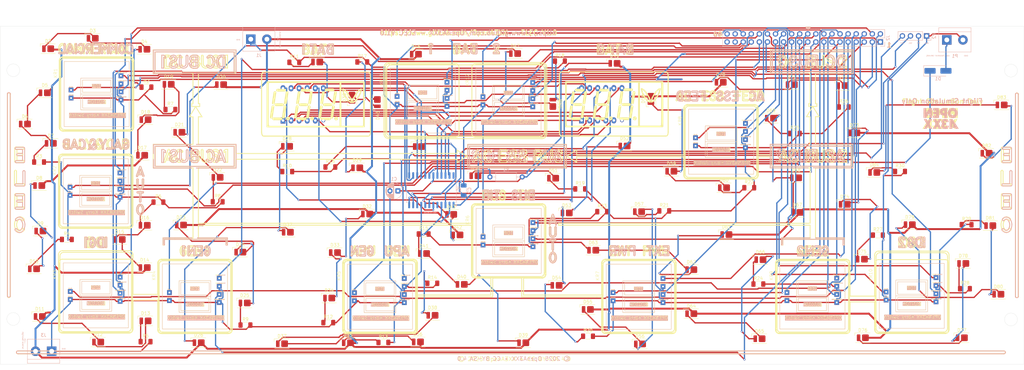
<source format=kicad_pcb>
(kicad_pcb (version 20241229) (generator "pcbnew") (generator_version "9.0")
  (layers (0 "F.Cu" signal) (2 "B.Cu" signal) (13 "F.Paste" user) (15 "B.Paste" user) (5 "F.SilkS" user "F.Silkscreen") (7 "B.SilkS" user "B.Silkscreen") (1 "F.Mask" user) (3 "B.Mask" user) (25 "Edge.Cuts" user))
  (net 0 "")
  (net 1 "/Vcc")
  (net 2 "GND")
  (net 3 "/Vin")
  (net 4 "/K6")
  (net 5 "/Clk")
  (net 6 "/A_SegDP")
  (net 7 "/A_SegG")
  (net 8 "/K7")
  (net 9 "/A_SegC")
  (net 10 "/A4")
  (net 11 "/A_SegB")
  (net 13 "/A_SegE")
  (net 14 "/Sel")
  (net 15 "/A_SegA")
  (net 16 "/A2")
  (net 17 "/Din")
  (net 18 "/A0")
  (net 19 "/A1")
  (net 20 "/A_SegD")
  (net 21 "/A_SegF")
  (net 22 "/A5")
  (net 23 "Net-(IC1-ISET)")
  (net 24 "/A3")
  (net 25 "+12V")
  (net 26 "Net-(D2-K)")
  (net 27 "Net-(D3-K)")
  (net 28 "Net-(D4-K)")
  (net 29 "Net-(D5-K)")
  (net 30 "Net-(D6-K)")
  (net 31 "Net-(D7-K)")
  (net 32 "Net-(D8-K)")
  (net 33 "Net-(D10-A)")
  (net 34 "Net-(D10-K)")
  (net 35 "Net-(D11-K)")
  (net 36 "Net-(D12-K)")
  (net 37 "Net-(D13-K)")
  (net 38 "Net-(D14-K)")
  (net 39 "Net-(D15-K)")
  (net 40 "Net-(D16-K)")
  (net 41 "Net-(D17-K)")
  (net 42 "Net-(D18-K)")
  (net 43 "Net-(D19-K)")
  (net 44 "Net-(D20-K)")
  (net 45 "Net-(D21-K)")
  (net 46 "Net-(D22-K)")
  (net 47 "Net-(D23-K)")
  (net 48 "Net-(D24-K)")
  (net 49 "Net-(D25-K)")
  (net 50 "Net-(D26-K)")
  (net 51 "Net-(D27-K)")
  (net 52 "Net-(D28-K)")
  (net 53 "Net-(D29-K)")
  (net 54 "Net-(D30-K)")
  (net 55 "Net-(D31-K)")
  (net 56 "Net-(D32-K)")
  (net 57 "Net-(D33-K)")
  (net 58 "Net-(D34-K)")
  (net 59 "Net-(D35-K)")
  (net 60 "Net-(D36-K)")
  (net 61 "Net-(D37-K)")
  (net 62 "Net-(D38-K)")
  (net 63 "Net-(D39-K)")
  (net 64 "Net-(D40-K)")
  (net 65 "Net-(D41-K)")
  (net 66 "Net-(D42-K)")
  (net 67 "Net-(D43-K)")
  (net 68 "Net-(D44-K)")
  (net 69 "Net-(D45-K)")
  (net 70 "Net-(D46-K)")
  (net 71 "Net-(D47-K)")
  (net 72 "Net-(D48-K)")
  (net 73 "Net-(D49-K)")
  (net 74 "Net-(D50-K)")
  (net 75 "Net-(D51-K)")
  (net 76 "Net-(D52-K)")
  (net 77 "Net-(D53-K)")
  (net 78 "Net-(D54-K)")
  (net 79 "Net-(D55-K)")
  (net 80 "Net-(D56-K)")
  (net 81 "Net-(D57-K)")
  (net 82 "Net-(D58-K)")
  (net 83 "Net-(D59-K)")
  (net 84 "Net-(D60-K)")
  (net 85 "Net-(D61-K)")
  (net 86 "Net-(D62-K)")
  (net 87 "Net-(D63-K)")
  (net 88 "Net-(D64-K)")
  (net 89 "Net-(D65-K)")
  (net 90 "Net-(D66-K)")
  (net 91 "Net-(D67-K)")
  (net 92 "Net-(D68-K)")
  (net 93 "Net-(D69-K)")
  (net 94 "Net-(D70-K)")
  (net 95 "Net-(D71-K)")
  (net 96 "Net-(D72-K)")
  (net 97 "Net-(D73-K)")
  (net 98 "Net-(D74-K)")
  (net 99 "Net-(D75-K)")
  (net 100 "Net-(D76-K)")
  (net 101 "Net-(D77-K)")
  (net 102 "Net-(D78-K)")
  (net 103 "Net-(D79-K)")
  (net 104 "Net-(D80-K)")
  (net 105 "Net-(D81-K)")
  (net 106 "Net-(D82-K)")
  (net 107 "Net-(D83-K)")
  (net 108 "Net-(D84-K)")
  (net 109 "Net-(J2-Pin_34)")
  (net 110 "Net-(J2-Pin_3)")
  (net 111 "Net-(J2-Pin_32)")
  (net 112 "Net-(J2-Pin_28)")
  (net 113 "Net-(J2-Pin_11)")
  (net 114 "Net-(J2-Pin_13)")
  (net 116 "Net-(J2-Pin_12)")
  (net 118 "Net-(J2-Pin_8)")
  (net 119 "Net-(J2-Pin_33)")
  (net 120 "Net-(J2-Pin_27)")
  (net 121 "Net-(J2-Pin_17)")
  (net 122 "Net-(J2-Pin_19)")
  (net 123 "Net-(J2-Pin_14)")
  (net 124 "Net-(J2-Pin_35)")
  (net 125 "Net-(J2-Pin_9)")
  (net 126 "Net-(J2-Pin_25)")
  (net 127 "Net-(J2-Pin_10)")
  (net 128 "Net-(J2-Pin_26)")
  (net 130 "Net-(J2-Pin_16)")
  (net 131 "Net-(J2-Pin_7)")
  (net 132 "Net-(J2-Pin_23)")
  (net 133 "Net-(J2-Pin_24)")
  (net 134 "Net-(J2-Pin_18)")
  (net 135 "Net-(J2-Pin_2)")
  (net 136 "Net-(J2-Pin_6)")
  (net 137 "Net-(J2-Pin_30)")
  (net 138 "Net-(J2-Pin_29)")
  (net 139 "Net-(J2-Pin_15)")
  (net 140 "Net-(J2-Pin_4)")
  (net 141 "Net-(J2-Pin_36)")
  (net 142 "Net-(J2-Pin_21)")
  (net 143 "Net-(J2-Pin_5)")
  (net 144 "Net-(J2-Pin_22)")
  (net 146 "Net-(J2-Pin_1)")
  (net 147 "Net-(J2-Pin_31)")
  (net 148 "Net-(J2-Pin_20)")
  (footprint "Resistor_SMD:R_1206_3216Metric_Pad1.30x1.75mm_HandSolder" (layer "F.Cu") (at 355.625 157.55)
    (property "Reference" "R29")
    (property "Value" "220R")
  )
  (footprint "OpenA3XX:LED_Everlight-SMD3528_3.5x2.8mm_67-21ST" (layer "F.Cu") (at 170.125 118.9 90)
    (property "Reference" "D45")
    (property "Value" "LED")
  )
  (footprint "OpenA3XX:Korry Switch" (layer "F.Cu") (at 268.1 121.15)
    (property "Reference" "KR8")
    (property "Value" "~")
  )
  (footprint "OpenA3XX:LED_Everlight-SMD3528_3.5x2.8mm_67-21ST" (layer "F.Cu") (at 256.25 117.885 90)
    (property "Reference" "D58")
    (property "Value" "LED")
  )
  (footprint "Resistor_SMD:R_1206_3216Metric_Pad1.30x1.75mm_HandSolder" (layer "F.Cu") (at 184.7 160.5)
    (property "Reference" "R15")
    (property "Value" "220R")
  )
  (footprint "OpenA3XX:Korry Switch" (layer "F.Cu") (at 71.25 169.6)
    (property "Reference" "KR3")
    (property "Value" "~")
  )
  (footprint "OpenA3XX:LED_Everlight-SMD3528_3.5x2.8mm_67-21ST" (layer "F.Cu") (at 96.875 157.75)
    (property "Reference" "D16")
    (property "Value" "LED")
  )
  (footprint "OpenA3XX:LED_Everlight-SMD3528_3.5x2.8mm_67-21ST" (layer "F.Cu") (at 252.825 195.15)
    (property "Reference" "D56")
    (property "Value" "LED")
  )
  (footprint "Resistor_SMD:R_1206_3216Metric_Pad1.30x1.75mm_HandSolder" (layer "F.Cu") (at 187.425 176.025)
    (property "Reference" "R14")
    (property "Value" "220R")
  )
  (footprint "OpenA3XX:Korry Switch" (layer "F.Cu") (at 174.15 108.15)
    (property "Reference" "KR11")
    (property "Value" "~")
  )
  (footprint "OpenA3XX:Korry Switch" (layer "F.Cu") (at 242.15 170)
    (property "Reference" "KR7")
    (property "Value" "~")
  )
  (footprint "OpenA3XX:LED_Everlight-SMD3528_3.5x2.8mm_67-21ST" (layer "F.Cu") (at 252.515 153.45)
    (property "Reference" "D57")
    (property "Value" "LED")
  )
  (footprint "Resistor_SMD:R_1206_3216Metric_Pad1.30x1.75mm_HandSolder" (layer "F.Cu") (at 128.6 189.2)
    (property "Reference" "R9")
    (property "Value" "220R")
  )
  (footprint "Resistor_SMD:R_1206_3216Metric_Pad1.30x1.75mm_HandSolder" (layer "F.Cu") (at 97.15 194.425)
    (property "Reference" "R5")
    (property "Value" "220R")
  )
  (footprint "OpenA3XX:LED_Everlight-SMD3528_3.5x2.8mm_67-21ST" (layer "F.Cu") (at 141.7 132.85)
    (property "Reference" "D28")
    (property "Value" "LED")
  )
  (footprint "OpenA3XX:LED_Everlight-SMD3528_3.5x2.8mm_67-21ST" (layer "F.Cu") (at 141.95 159.925)
    (property "Reference" "D27")
    (property "Value" "LED")
  )
  (footprint "OpenA3XX:LED_Everlight-SMD3528_3.5x2.8mm_67-21ST" (layer "F.Cu") (at 229.74 153.85)
    (property "Reference" "D53")
    (property "Value" "LED")
  )
  (footprint "OpenA3XX:LED_Everlight-SMD3528_3.5x2.8mm_67-21ST" (layer "F.Cu") (at 236.39 184.275)
    (property "Reference" "D55")
    (property "Value" "LED")
  )
  (footprint "OpenA3XX:LED_Everlight-SMD3528_3.5x2.8mm_67-21ST" (layer "F.Cu") (at 361.915 135.025)
    (property "Reference" "D82")
    (property "Value" "LED")
  )
  (footprint "Resistor_SMD:R_1206_3216Metric_Pad1.30x1.75mm_HandSolder" (layer "F.Cu") (at 172.025 194.675)
    (property "Reference" "R13")
    (property "Value" "220R")
  )
  (footprint "Resistor_SMD:R_1206_3216Metric_Pad1.30x1.75mm_HandSolder" (layer "F.Cu") (at 240.9 153.45)
    (property "Reference" "R23")
    (property "Value" "220R")
  )
  (footprint "OpenA3XX:LED_Everlight-SMD3528_3.5x2.8mm_67-21ST" (layer "F.Cu") (at 302.39 153.675)
    (property "Reference" "D67")
    (property "Value" "LED")
  )
  (footprint "OpenA3XX:LED_Everlight-SMD3528_3.5x2.8mm_67-21ST" (layer "F.Cu") (at 166.915 154.2)
    (property "Reference" "D32")
    (property "Value" "LED")
  )
  (footprint "OpenA3XX:LED_Everlight-SMD3528_3.5x2.8mm_67-21ST" (layer "F.Cu") (at 201 142.125)
    (property "Reference" "D50")
    (property "Value" "LED")
  )
  (footprint "OpenA3XX:LED_Everlight-SMD3528_3.5x2.8mm_67-21ST" (layer "F.Cu") (at 127 166.2)
    (property "Reference" "D24")
    (property "Value" "LED")
  )
  (footprint "OpenA3XX:LED_Everlight-SMD3528_3.5x2.8mm_67-21ST" (layer "F.Cu") (at 97.15 187.875)
    (property "Reference" "D13")
    (property "Value" "LED")
  )
  (footprint "Resistor_SMD:R_1206_3216Metric_Pad1.30x1.75mm_HandSolder" (layer "F.Cu") (at 236.45 192.725)
    (property "Reference" "R20")
    (property "Value" "220R")
  )
  (footprint "OpenA3XX:Korry Switch" (layer "F.Cu") (at 71.5 106.1)
    (property "Reference" "KR1")
    (property "Value" "~")
  )
  (footprint "Resistor_SMD:R_1206_3216Metric_Pad1.30x1.75mm_HandSolder" (layer "F.Cu") (at 327.7 160.85)
    (property "Reference" "R27")
    (property "Value" "220R")
  )
  (footprint "OpenA3XX:LED_Everlight-SMD3528_3.5x2.8mm_67-21ST" (layer "F.Cu") (at 244.79 106.7)
    (property "Reference" "D49")
    (property "Value" "LED")
  )
  (footprint "OpenA3XX:LED_Everlight-SMD3528_3.5x2.8mm_67-21ST" (layer "F.Cu") (at 213.49 103.6)
    (property "Reference" "D47")
    (property "Value" "LED")
  )
  (footprint "OpenA3XX:LED_Everlight-SMD3528_3.5x2.8mm_67-21ST" (layer "F.Cu") (at 107.8 128.425)
    (property "Reference" "D21")
    (property "Value" "LED")
  )
  (footprint "OpenA3XX:LED_Everlight-SMD3528_3.5x2.8mm_67-21ST" (layer "F.Cu") (at 182.9 194.5)
    (property "Reference" "D36")
    (property "Value" "LED")
  )
  (footprint "OpenA3XX:LED_Everlight-SMD3528_3.5x2.8mm_67-21ST" (layer "F.Cu") (at 322.965 193.2)
    (property "Reference" "D76")
    (property "Value" "LED")
  )
  (footprint "Resistor_SMD:R_1206_3216Metric_Pad1.30x1.75mm_HandSolder" (layer "F.Cu") (at 154.675 188.425)
    (property "Reference" "R12")
    (property "Value" "220R")
  )
  (footprint "Resistor_SMD:R_1206_3216Metric_Pad1.30x1.75mm_HandSolder" (layer "F.Cu") (at 72.375 162.2)
    (property "Reference" "R4")
    (property "Value" "220R")
  )
  (footprint "OpenA3XX:LED_Everlight-SMD3528_3.5x2.8mm_67-21ST" (layer "F.Cu") (at 354.59 169.775)
    (property "Reference" "D78")
    (property "Value" "LED")
  )
  (footprint "Resistor_SMD:R_1206_3216Metric_Pad1.30x1.75mm_HandSolder" (layer "F.Cu") (at 334.675 140.775)
    (property "Reference" "R30")
    (property "Value" "220R")
  )
  (footprint "Resistor_SMD:R_1206_3216Metric_Pad1.30x1.75mm_HandSolder" (layer "F.Cu") (at 155.325 139.375)
    (property "Reference" "R16")
    (property "Value" "220R")
  )
  (footprint "OpenA3XX:LED_Everlight-SMD3528_3.5x2.8mm_67-21ST" (layer "F.Cu") (at 96.075 135.675)
    (property "Reference" "D17")
    (property "Value" "LED")
  )
  (footprint "OpenA3XX:LED_Everlight-SMD3528_3.5x2.8mm_67-21ST" (layer "F.Cu") (at 120.925 113.4)
    (property "Reference" "D20")
    (property "Value" "LED")
  )
  (footprint "OpenA3XX:LED_Everlight-SMD3528_3.5x2.8mm_67-21ST" (layer "F.Cu") (at 182.265 103.8)
    (property "Reference" "D46")
    (property "Value" "LED")
  )
  (footprint "OpenA3XX:Korry Switch" (layer "F.Cu") (at 296.85 169.95)
    (property "Reference" "KR9")
    (property "Value" "~")
  )
  (footprint "Resistor_SMD:R_1206_3216Metric_Pad1.30x1.75mm_HandSolder" (layer "F.Cu") (at 104.975 121.25)
    (property "Reference" "R7")
    (property "Value" "220R")
  )
  (footprint "OpenA3XX:LED_Everlight-SMD3528_3.5x2.8mm_67-21ST" (layer "F.Cu") (at 226.54 176.675)
    (property "Reference" "D54")
    (property "Value" "LED")
  )
  (footprint "OpenA3XX:LED_Everlight-SMD3528_3.5x2.8mm_67-21ST" (layer "F.Cu") (at 154.975 180.675)
    (property "Reference" "D34")
    (property "Value" "LED")
  )
  (footprint "OpenA3XX:LED_Everlight-SMD3528_3.5x2.8mm_67-21ST" (layer "F.Cu") (at 278.215 112.65)
    (property "Reference" "D70")
    (property "Value" "LED")
  )
  (footprint "OpenA3XX:LED_Everlight-SMD3528_3.5x2.8mm_67-21ST" (layer "F.Cu") (at 67.325 131.9)
    (property "Reference" "D7")
    (property "Value" "LED")
  )
  (footprint "OpenA3XX:LED_Everlight-SMD3528_3.5x2.8mm_67-21ST" (layer "F.Cu") (at 322.665 168.425)
    (property "Reference" "D75")
    (property "Value" "LED")
  )
  (footprint "Resistor_SMD:R_1206_3216Metric_Pad1.30x1.75mm_HandSolder" (layer "F.Cu") (at 290.075 176.275)
    (property "Reference" "R24")
    (property "Value" "220R")
  )
  (footprint "OpenA3XX:LED_Everlight-SMD3528_3.5x2.8mm_67-21ST" (layer "F.Cu") (at 104.425 113.3)
    (property "Reference" "D19")
    (property "Value" "LED")
  )
  (footprint "OpenA3XX:LED_Everlight-SMD3528_3.5x2.8mm_67-21ST" (layer "F.Cu") (at 290.74 168.575)
    (property "Reference" "D66")
    (property "Value" "LED")
  )
  (footprint "OpenA3XX:LED_Everlight-SMD3528_3.5x2.8mm_67-21ST" (layer "F.Cu") (at 301.94 142.775)
    (property "Reference" "D68")
    (property "Value" "LED")
  )
  (footprint "OpenA3XX:LED_Everlight-SMD3528_3.5x2.8mm_67-21ST" (layer "F.Cu") (at 184.815 166.65)
    (property "Reference" "D41")
    (property "Value" "LED")
  )
  (footprint "OpenA3XX:LED_Everlight-SMD3528_3.5x2.8mm_67-21ST" (layer "F.Cu") (at 156.775 166.35)
    (property "Reference" "D33")
    (property "Value" "LED")
  )
  (footprint "OpenA3XX:LED_Everlight-SMD3528_3.5x2.8mm_67-21ST" (layer "F.Cu") (at 262.69 140.7)
    (property "Reference" "D59")
    (property "Value" "LED")
  )
  (footprint "OpenA3XX:LED_Everlight-SMD3528_3.5x2.8mm_67-21ST" (layer "F.Cu") (at 128.365 182.225)
    (property "Reference" "D25")
    (property "Value" "LED")
  )
  (footprint "OpenA3XX:Korry Switch" (layer "F.Cu") (at 328.1 169.75)
    (property "Reference" "KR10")
    (property "Value" "~")
  )
  (footprint "OpenA3XX:LED_Everlight-SMD3528_3.5x2.8mm_67-21ST" (layer "F.Cu") (at 300.59 113.4)
    (property "Reference" "D71")
    (property "Value" "LED")
  )
  (footprint "OpenA3XX:LED_Everlight-SMD3528_3.5x2.8mm_67-21ST" (layer "F.Cu") (at 320.29 128.6)
    (property "Reference" "D73")
    (property "Value" "LED")
  )
  (footprint "OpenA3XX:LED_Everlight-SMD3528_3.5x2.8mm_67-21ST" (layer "F.Cu") (at 238.09 165.6)
    (property "Reference" "D63")
    (property "Value" "LED")
  )
  (footprint "OpenA3XX:LED_Everlight-SMD3528_3.5x2.8mm_67-21ST" (layer "F.Cu") (at 65.425 115.975)
    (property "Reference" "D5")
    (property "Value" "LED")
  )
  (footprint "OpenA3XX:LED_Everlight-SMD3528_3.5x2.8mm_67-21ST" (layer "F.Cu") (at 326.565 141.075)
    (property "Reference" "D84")
    (property "Value" "LED")
  )
  (footprint "OpenA3XX:LED_Everlight-SMD3528_3.5x2.8mm_67-21ST" (layer "F.Cu") (at 64.05 159.55)
    (property "Reference" "D9")
    (property "Value" "LED")
  )
  (footprint "OpenA3XX:Disp7s3x_036" (layer "F.Cu") (at 146.7714 119.625)
    (property "Reference" "S1" (hide yes))
    (property "Value" "LEDDSP3_CA" (hide yes))
  )
  (footprint "OpenA3XX:LED_Everlight-SMD3528_3.5x2.8mm_67-21ST" (layer "F.Cu") (at 365.64 179.475)
    (property "Reference" "D80")
    (property "Value" "LED")
  )
  (footprint "OpenA3XX:LED_Everlight-SMD3528_3.5x2.8mm_67-21ST" (layer "F.Cu") (at 80.515 98.8)
    (property "Reference" "D3")
    (property "Value" "LED")
  )
  (footprint "OpenA3XX:LED_Everlight-SMD3528_3.5x2.8mm_67-21ST" (layer "F.Cu") (at 193.365 154.3)
    (property "Reference" "D43")
    (property "Value" "LED")
  )
  (footprint "OpenA3XX:LED_Everlight-SMD3528_3.5x2.8mm_67-21ST" (layer "F.Cu") (at 225.375 119.49 -90)
    (property "Reference" "D48")
    (property "Value" "LED")
  )
  (footprint "Resistor_SMD:R_1206_3216Metric_Pad1.30x1.75mm_HandSolder" (layer "F.Cu") (at 143.975 106.375)
    (property "Reference" "R11")
    (property "Value" "220R")
  )
  (footprint "OpenA3XX:LED_Everlight-SMD3528_3.5x2.8mm_67-21ST" (layer "F.Cu") (at 268.965 185.6)
    (property "Reference" "D64")
    (property "Value" "LED")
  )
  (footprint "OpenA3XX:LED_Everlight-SMD3528_3.5x2.8mm_67-21ST" (layer "F.Cu") (at 63.69 145.225)
    (property "Reference" "D8")
    (property "Value" "LED")
  )
  (footprint "OpenA3XX:LED_Everlight-SMD3528_3.5x2.8mm_67-21ST" (layer "F.Cu") (at 108.3 157.65)
    (property "Reference" "D23")
    (property "Value" "LED")
  )
  (footprint "Resistor_SMD:R_1206_3216Metric_Pad1.30x1.75mm_HandSolder" (layer "F.Cu") (at 260.45 153.2)
    (property "Reference" "R21")
    (property "Value" "220R")
  )
  (footprint "OpenA3XX:LED_Everlight-SMD3528_3.5x2.8mm_67-21ST" (layer "F.Cu") (at 59.175 125.825)
    (property "Reference" "D6")
    (property "Value" "LED")
  )
  (footprint "OpenA3XX:LED_Everlight-SMD3528_3.5x2.8mm_67-21ST" (layer "F.Cu") (at 89 162.225)
    (property "Reference" "D15")
    (property "Value" "LED")
  )
  (footprint "OpenA3XX:LED_Everlight-SMD3528_3.5x2.8mm_67-21ST" (layer "F.Cu") (at 366.665 119.8)
    (property "Reference" "D83")
    (property "Value" "LED")
  )
  (footprint "OpenA3XX:Korry Switch" (layer "F.Cu") (at 160.7 170.01)
    (property "Reference" "KR5")
    (property "Value" "~")
  )
  (footprint "OpenA3XX:LED_Everlight-SMD3528_3.5x2.8mm_67-21ST" (layer "F.Cu") (at 268.965 171.725)
    (property "Reference" "D62")
    (property "Value" "LED")
  )
  (footprint "OpenA3XX:LED_Everlight-SMD3528_3.5x2.8mm_67-21ST" (layer "F.Cu") (at 196.69 176.375)
    (property "Reference" "D40")
    (property "Value" "LED")
  )
  (footprint "OpenA3XX:LED_Everlight-SMD3528_3.5x2.8mm_67-21ST" (layer "F.Cu") (at 62.04 171.475)
    (property "Reference" "D10")
    (property "Value" "LED")
  )
  (footprint "OpenA3XX:LED_Everlight-SMD3528_3.5x2.8mm_67-21ST" (layer "F.Cu") (at 162.15 117.5 90)
    (property "Reference" "D30")
    (property "Value" "LED")
  )
  (footprint "OpenA3XX:LED_Everlight-SMD3528_3.5x2.8mm_67-21ST" (layer "F.Cu") (at 183.215 132.925)
    (property "Reference" "D44")
    (property "Value" "LED")
  )
  (footprint "OpenA3XX:LED_Everlight-SMD3528_3.5x2.8mm_67-21ST" (layer "F.Cu") (at 195.34 160.775)
    (property "Reference" "D42")
    (property "Value" "LED")
  )
  (footprint "OpenA3XX:LED_Everlight-SMD3528_3.5x2.8mm_67-21ST" (layer "F.Cu") (at 216.065 194.775)
    (property "Reference" "D39")
    (property "Value" "LED")
  )
  (footprint "Resistor_SMD:R_1206_3216Metric_Pad1.30x1.75mm_HandSolder" (layer "F.Cu") (at 316.975 120.45)
    (property "Reference" "R26")
    (property "Value" "220R")
  )
  (footprint "OpenA3XX:Korry Switch" (layer "F.Cu") (at 201.15 108.25)
    (property "Reference" "KR12")
    (property "Value" "~")
  )
  (footprint "OpenA3XX:LED_Everlight-SMD3528_3.5x2.8mm_67-21ST" (layer "F.Cu") (at 97.15 124.45)
    (property "Reference" "D18")
    (property "Value" "LED")
  )
  (footprint "OpenA3XX:LED_Everlight-SMD3528_3.5x2.8mm_67-21ST" (layer "F.Cu") (at 187.49 186.125)
    (property "Reference" "D38")
    (property "Value" "LED")
  )
  (footprint "Resistor_SMD:R_1206_3216Metric_Pad1.30x1.75mm_HandSolder" (layer "F.Cu") (at 287.2 145.9)
    (property "Reference" "R22")
    (property "Value" "220R")
  )
  (footprint "Resistor_SMD:R_1206_3216Metric_Pad1.30x1.75mm_HandSolder" (layer "F.Cu") (at 101.2 150.45)
    (property "Reference" "R6")
    (property "Value" "220R")
  )
  (footprint "OpenA3XX:LED_Everlight-SMD3528_3.5x2.8mm_67-21ST" (layer "F.Cu") (at 96.775 102.25)
    (property "Reference" "D4")
    (property "Value" "LED")
  )
  (footprint "OpenA3XX:LED_Everlight-SMD3528_3.5x2.8mm_67-21ST" (layer "F.Cu") (at 82.24 194.55)
    (property "Reference" "D12")
    (property "Value" "LED")
  )
  (footprint "OpenA3XX:Korry Switch" (layer "F.Cu") (at 71.2 136.75)
    (property "Reference" "KR2")
    (property "Value" "~")
  )
  (footprint "Resistor_SMD:R_1206_3216Metric_Pad1.30x1.75mm_HandSolder" (layer "F.Cu") (at 301.55 128.8)
    (property "Reference" "R25")
    (property "Value" "220R")
  )
  (footprint "OpenA3XX:OpenA3XXLogoSmall" (layer "F.Cu") (at 347.35 124)
    (property "Reference" "top" (hide yes))
    (property "Value" "LOGO" (hide yes))
  )
  (footprint "OpenA3XX:LED_Everlight-SMD3528_3.5x2.8mm_67-21ST" (layer "F.Cu") (at 316.565 113.7)
    (property "Reference" "D72")
    (property "Value" "LED")
  )
  (footprint "OpenA3XX:LED_Everlight-SMD3528_3.5x2.8mm_67-21ST" (layer "F.Cu") (at 279.265 145.9)
    (property "Reference" "D60")
    (property "Value" "LED")
  )
  (footprint "OpenA3XX:LED_Everlight-SMD3528_3.5x2.8mm_67-21ST" (layer "F.Cu") (at 337.74 157.55)
    (property "Reference" "D79")
    (property "Value" "LED")
  )
  (footprint "Resistor_SMD:R_1206_3216Metric_Pad1.30x1.75mm_HandSolder" (layer "F.Cu") (at 233.975 146.275)
    (property "Reference" "R19")
    (property "Value" "220R")
  )
  (footprint "Resistor_SMD:R_1206_3216Metric_Pad1.30x1.75mm_HandSolder" (layer "F.Cu") (at 119.85 150.325)
    (property "Reference" "R8")
    (property "Value" "220R")
  )
  (footprint "OpenA3XX:LED_Everlight-SMD3528_3.5x2.8mm_67-21ST" (layer "F.Cu") (at 317.29 151.125)
    (property "Reference" "D74")
    (property "Value" "LED")
  )
  (footprint "OpenA3XX:LED_Everlight-SMD3528_3.5x2.8mm_67-21ST" (layer "F.Cu") (at 163.79 139.625)
    (property "Reference" "D29")
    (property "Value" "LED")
  )
  (footprint "OpenA3XX:LED_Everlight-SMD3528_3.5x2.8mm_67-21ST" (layer "F.Cu") (at 294.04 123.975)
    (property "Reference" "D69")
    (property "Value" "LED")
  )
  (footprint "OpenA3XX:LED_Everlight-SMD3528_3.5x2.8mm_67-21ST" (layer "F.Cu") (at 96.875 171.075)
    (property "Reference" "D14")
    (property "Value" "LED")
  )
  (footprint "Resistor_SMD:R_1206_3216Metric_Pad1.30x1.75mm_HandSolder" (layer "F.Cu") (at 165.375 106.25)
    (property "Reference" "R17")
    (property "Value" "220R")
  )
  (footprint "OpenA3XX:LED_Everlight-SMD3528_3.5x2.8mm_67-21ST" (layer "F.Cu") (at 160.865 194.775)
    (property "Reference" "D35")
    (property "Value" "LED")
  )
  (footprint "Resistor_SMD:R_1206_3216Metric_Pad1.30x1.75mm_HandSolder" (layer "F.Cu") (at 355.1 177.725)
    (property "Reference" "R28")
    (property "Value" "220R")
  )
  (footprint "OpenA3XX:LED_Everlight-SMD3528_3.5x2.8mm_67-21ST" (layer "F.Cu") (at 119.825 142.625)
    (property "Reference" "D22")
    (property "Value" "LED")
  )
  (footprint "OpenA3XX:LED_Everlight-SMD3528_3.5x2.8mm_67-21ST" (layer "F.Cu") (at 247.94 132.75)
    (property "Reference" "D52")
    (property "Value" "LED")
  )
  (footprint "OpenA3XX:LED_Everlight-SMD3528_3.5x2.8mm_67-21ST" (layer "F.Cu") (at 290.44 193.5)
    (property "Reference" "D65")
    (property "Value" "LED")
  )
  (footprint "OpenA3XX:LED_Everlight-SMD3528_3.5x2.8mm_67-21ST" (layer "F.Cu") (at 151.2 106.275)
    (property "Reference" "D31")
    (property "Value" "LED")
  )
  (footprint "OpenA3XX:LED_Everlight-SMD3528_3.5x2.8mm_67-21ST" (layer "F.Cu") (at 354.14 193.2)
    (property "Reference" "D77")
    (property "Value" "LED")
  )
  (footprint "OpenA3XX:LED_Everlight-SMD3528_3.5x2.8mm_67-21ST" (layer "F.Cu") (at 280.015 160.675)
    (property "Reference" "D61")
    (property "Value" "LED")
  )
  (footprint "OpenA3XX:LED_Everlight-SMD3528_3.5x2.8mm_67-21ST" (layer "F.Cu") (at 66.49 102.075)
    (property "Reference" "D2")
    (property "Value" "LED")
  )
  (footprint "OpenA3XX:LED_Everlight-SMD3528_3.5x2.8mm_67-21ST" (layer "F.Cu") (at 140.115 195.075)
    (property "Reference" "D37")
    (property "Value" "LED")
  )
  (footprint "OpenA3XX:LED_Everlight-SMD3528_3.5x2.8mm_67-21ST" (layer "F.Cu") (at 225.465 142.9)
    (property "Reference" "D51")
    (property "Value" "LED")
  )
  (footprint "OpenA3XX:LED_Everlight-SMD3528_3.5x2.8mm_67-21ST" (layer "F.Cu") (at 63.85 186.5)
    (property "Reference" "D11")
    (property "Value" "LED")
  )
  (footprint "OpenA3XX:Disp7s3x_036" (layer "F.Cu") (at 240.7652 119.5893)
    (property "Reference" "S2" (hide yes))
    (property "Value" "LEDDSP3_CA" (hide yes))
  )
  (footprint "OpenA3XX:Korry Switch" (layer "F.Cu") (at 102.45 169.95)
    (property "Reference" "KR4")
    (property "Value" "~")
  )
  (footprint "Resistor_SMD:R_1206_3216Metric_Pad1.30x1.75mm_HandSolder" (layer "F.Cu") (at 97.425 114.2)
    (property "Reference" "R2")
    (property "Value" "220R")
  )
  (footprint "OpenA3XX:LED_Everlight-SMD3528_3.5x2.8mm_67-21ST" (layer "F.Cu") (at 113.875 194.75)
    (property "Reference" "D26")
    (property "Value" "LED")
  )
  (footprint "OpenA3XX:Korry Switch" (layer "F.Cu") (at 201.2 152.4)
    (property "Reference" "KR6")
    (property "Value" "~")
  )
  (footprint "Resistor_SMD:R_1206_3216Metric_Pad1.30x1.75mm_HandSolder" (layer "F.Cu") (at 63.625 137.8)
    (property "Reference" "R3")
    (property "Value" "220R")
  )
  (footprint "Resistor_SMD:R_1206_3216Metric_Pad1.30x1.75mm_HandSolder" (layer "F.Cu") (at 141.75 140.8)
    (property "Reference" "R10")
    (property "Value" "220R")
  )
  (footprint "Resistor_SMD:R_1206_3216Metric_Pad1.30x1.75mm_HandSolder" (layer "F.Cu") (at 227.6 105.975)
    (property "Reference" "R18")
    (property "Value" "220R")
  )
  (footprint "OpenA3XX:LED_Everlight-SMD3528_3.5x2.8mm_67-21ST" (layer "F.Cu") (at 363.09 157.85)
    (property "Reference" "D81")
    (property "Value" "LED")
  )
  (footprint "TerminalBlock:TerminalBlock_bornier-2_P5.08mm" (layer "B.Cu") (at 349.4 99.3)
    (property "Reference" "P1")
    (property "Value" "Conn_01x02")
  )
  (footprint "Connector_PinHeader_2.54mm:PinHeader_2x20_P2.54mm_Vertical" (layer "B.Cu") (at 328.49 99.95 90)
    (property "Reference" "J2")
    (property "Value" "Conn_02x20_Counter_Clockwise")
  )
  (footprint "Diode_SMD:D_SMA_Handsoldering" (layer "B.Cu") (at 346.625 109.05)
    (property "Reference" "D1")
    (property "Value" "1N5818")
  )
  (footprint "Connector_PinHeader_2.54mm:PinHeader_1x04_P2.54mm_Vertical" (layer "B.Cu") (at 343.04 98.05 90)
    (property "Reference" "P2")
    (property "Value" "DataIn")
  )
  (footprint "Capacitor_SMD:C_1206_3216Metric_Pad1.33x1.80mm_HandSolder" (layer "B.Cu") (at 197.3 146.75 90)
    (property "Reference" "C2")
    (property "Value" "0.1 uF")
  )
  (footprint "Resistor_THT:R_Axial_DIN0207_L6.3mm_D2.5mm_P10.16mm_Horizontal" (layer "B.Cu") (at 215.73 142.5 180)
    (property "Reference" "R1")
    (property "Value" "Iset")
  )
  (footprint "Capacitor_THT:CP_Radial_D5.0mm_P2.50mm" (layer "B.Cu") (at 176.6 146.9 180)
    (property "Reference" "C1")
    (property "Value" "10uF")
  )
  (footprint "TerminalBlock:TerminalBlock_bornier-2_P5.08mm" (layer "B.Cu") (at 130.275 99.075)
    (property "Reference" "J1")
    (property "Value" "Conn_02x01")
  )
  (footprint "TerminalBlock:TerminalBlock_bornier-2_P5.08mm" (layer "B.Cu") (at 67.59 197.45 180)
    (property "Reference" "J3")
    (property "Value" "Conn_02x01")
  )
  (footprint "OpenA3XX:OpenA3XXLogoSmall" (layer "B.Cu") (at 347.55 124 180)
    (property "Reference" "bottom" (hide yes))
    (property "Value" "LOGO" (hide yes))
  )
  (footprint "Package_SO:SOIC-24W_7.5x15.4mm_P1.27mm" (layer "B.Cu") (at 187.125 146.7 90)
    (property "Reference" "IC1")
    (property "Value" "MAX7219CWG")
  )
  (gr_line (start 123.002265 133.828419) (end 123.002265 137.899859) (stroke (width 0.28) (color 51 153 102 1)) (layer "F.SilkS"))
  (gr_curve (pts (xy 300.415847 105.368687) (xy 300.329299 105.569107) (xy 300.276077 105.756836) (xy 300.256088 105.931874)) (stroke (width 0.28) (color 51 153 102 1)) (layer "F.SilkS"))
  (gr_line (start 298.261367 107.374913) (end 298.279342 107.352864) (stroke (width 0.28) (color 51 153 102 1)) (layer "F.SilkS"))
  (gr_curve (pts (xy 289.543228 141.52969) (xy 289.543228 142.162363) (xy 289.033889 142.671711) (xy 288.401199 142.671711)) (stroke (width 0.28) (color 51 153 102 1)) (layer "F.SilkS"))
  (gr_line (start 105.176445 106.151703) (end 105.176445 106.132664) (stroke (width 0.28) (color 51 153 102 1)) (layer "F.SilkS"))
  (gr_curve (pts (xy 207.900939 100.971466) (xy 207.832595 100.911156) (xy 207.73352 100.880997) (xy 207.603714 100.880997)) (stroke (width 0.28) (color 51 153 102 1)) (layer "F.SilkS"))
  (gr_curve (pts (xy 91.490329 131.334378) (xy 91.488781 131.242234) (xy 91.455982 131.157986) (xy 91.391937 131.081639)) (stroke (width 0.28) (color 51 153 102 1)) (layer "F.SilkS"))
  (gr_line (start 298.522934 106.873856) (end 298.532928 106.839783) (stroke (width 0.28) (color 51 153 102 1)) (layer "F.SilkS"))
  (gr_curve (pts (xy 72.499963 130.580899) (xy 72.725151 130.706742) (xy 72.893526 130.883397) (xy 73.005086 131.110859)) (stroke (width 0.28) (color 51 153 102 1)) (layer "F.SilkS"))
  (gr_curve (pts (xy 120.304595 135.046114) (xy 120.235649 135.095358) (xy 120.160072 135.109999) (xy 120.077858 135.090035)) (stroke (width 0.28) (color 51 153 102 1)) (layer "F.SilkS"))
  (gr_line (start 110.437034 167.184786) (end 110.437034 164.393462) (stroke (width 0.28) (color 51 153 102 1)) (layer "F.SilkS"))
  (gr_curve (pts (xy 85.834163 103.571263) (xy 85.573986 103.439167) (xy 85.383003 103.215138) (xy 85.261203 102.899174)) (stroke (width 0.28) (color 51 153 102 1)) (layer "F.SilkS"))
  (gr_line (start 308.752975 104.394635) (end 308.752975 106.865841) (stroke (width 0.28) (color 51 153 102 1)) (layer "F.SilkS"))
  (gr_line (start 215.962951 133.86501) (end 216.181732 133.870999) (stroke (width 0.28) (color 51 153 102 1)) (layer "F.SilkS"))
  (gr_line (start 211.577407 137.192969) (end 211.54161 137.057215) (stroke (width 0.28) (color 51 153 102 1)) (layer "F.SilkS"))
  (gr_line (start 336.273391 161.898026) (end 336.258926 161.893932) (stroke (width 0.28) (color 51 153 102 1)) (layer "F.SilkS"))
  (gr_line (start 298.500976 105.392739) (end 298.488998 105.360669) (stroke (width 0.28) (color 51 153 102 1)) (layer "F.SilkS"))
  (gr_line (start 298.596817 106.551178) (end 298.599807 106.533139) (stroke (width 0.28) (color 51 153 102 1)) (layer "F.SilkS"))
  (gr_line (start 227.929229 135.846413) (end 227.962051 135.86538) (stroke (width 0.28) (color 51 153 102 1)) (layer "F.SilkS"))
  (gr_line (start 105.147495 106.537518) (end 105.152484 106.517476) (stroke (width 0.28) (color 51 153 102 1)) (layer "F.SilkS"))
  (gr_line (start 82.52745 162.973872) (end 82.541904 162.970597) (stroke (width 0.28) (color 51 153 102 1)) (layer "F.SilkS"))
  (gr_line (start 112.173774 107.655873) (end 112.954498 107.655873) (stroke (width 0.28) (color 51 153 102 1)) (layer "F.SilkS"))
  (gr_line (start 123.002265 137.899859) (end 122.39878 137.899859) (stroke (width 0.28) (color 51 153 102 1)) (layer "F.SilkS"))
  (gr_line (start 314.02687 134.92994) (end 313.977127 135.005803) (stroke (width 0.28) (color 51 153 102 1)) (layer "F.SilkS"))
  (gr_line (start 80.593521 163.167101) (end 80.594322 163.153182) (stroke (width 0.28) (color 51 153 102 1)) (layer "F.SilkS"))
  (gr_line (start 87.225452 133.437649) (end 87.722049 132.045208) (stroke (width 0.28) (color 51 153 102 1)) (layer "F.SilkS"))
  (gr_line (start 105.16846 105.978341) (end 105.164466 105.936249) (stroke (width 0.28) (color 51 153 102 1)) (layer "F.SilkS"))
  (gr_line (start 297.991806 107.599385) (end 298.007782 107.589364) (stroke (width 0.28) (color 51 153 102 1)) (layer "F.SilkS"))
  (gr_curve (pts (xy 208.356994 149.037102) (xy 208.341033 148.960495) (xy 208.359909 148.892933) (xy 208.41365 148.834416)) (stroke (width 0.28) (color 51 153 102 1)) (layer "F.SilkS"))
  (gr_curve (pts (xy 222.08284 136.440335) (xy 222.133224 136.690548) (xy 222.117645 136.924456) (xy 222.036087 137.142062)) (stroke (width 0.28) (color 51 153 102 1)) (layer "F.SilkS"))
  (gr_line (start 73.008186 133.132779) (end 72.995788 133.156475) (stroke (width 0.28) (color 51 153 102 1)) (layer "F.SilkS"))
  (gr_curve (pts (xy 72.803657 131.49392) (xy 72.733415 131.47865) (xy 72.679184 131.436264) (xy 72.640964 131.366761)) (stroke (width 0.28) (color 51 153 102 1)) (layer "F.SilkS"))
  (gr_curve (pts (xy 265.35585 116.18068) (xy 265.511016 116.617787) (xy 265.666198 117.054898) (xy 265.821365 117.492005)) (stroke (width 0.28) (color 51 153 102 1)) (layer "F.SilkS"))
  (gr_line (start 239.346085 103.669164) (end 239.346085 100.8187) (stroke (width 0.28) (color 51 153 102 1)) (layer "F.SilkS"))
  (gr_line (start 80.566211 162.760993) (end 80.561393 162.72988) (stroke (width 0.28) (color 51 153 102 1)) (layer "F.SilkS"))
  (gr_line (start 298.336242 107.271695) (end 298.34523 107.258667) (stroke (width 0.28) (color 51 153 102 1)) (layer "F.SilkS"))
  (gr_line (start 298.524932 105.458874) (end 298.517944 105.443844) (stroke (width 0.28) (color 51 153 102 1)) (layer "F.SilkS"))
  (gr_curve (pts (xy 85.175289 131.061894) (xy 85.33385 130.777562) (xy 85.563941 130.599591) (xy 85.86557 130.527977)) (stroke (width 0.28) (color 51 153 102 1)) (layer "F.SilkS"))
  (gr_curve (pts (xy 249.877961 101.695107) (xy 249.924073 101.587659) (xy 249.947129 101.49051) (xy 249.947129 101.403661)) (stroke (width 0.28) (color 51 153 102 1)) (layer "F.SilkS"))
  (gr_curve (pts (xy 105.372123 104.759774) (xy 105.605075 105.18734) (xy 105.721553 105.657666) (xy 105.721553 106.170742)) (stroke (width 0.28) (color 51 153 102 1)) (layer "F.SilkS"))
  (gr_curve (pts (xy 70.190572 136.896237) (xy 70.190572 136.263552) (xy 70.699909 135.754216) (xy 71.332593 135.754216)) (stroke (width 0.28) (color 51 153 102 1)) (layer "F.SilkS"))
  (gr_line (start 165.871187 113.388157) (end 165.871187 125.718129) (stroke (width 0.28) (color 255 0 0 1)) (layer "F.SilkS"))
  (gr_curve (pts (xy 113.761085 135.702921) (xy 113.965278 135.918532) (xy 114.092567 136.15144) (xy 114.142952 136.401654)) (stroke (width 0.28) (color 51 153 102 1)) (layer "F.SilkS"))
  (gr_curve (pts (xy 169.108558 164.16705) (xy 169.244583 164.179802) (xy 169.312599 164.253127) (xy 169.312599 164.387026)) (stroke (width 0.28) (color 51 153 102 1)) (layer "F.SilkS"))
  (gr_line (start 69.890184 190.557766) (end 69.890184 169.462768) (stroke (width 0.28) (color 0 0 255 1)) (layer "F.SilkS"))
  (gr_line (start 302.548751 137.29764) (end 302.538803 137.311615) (stroke (width 0.28) (color 51 153 102 1)) (layer "F.SilkS"))
  (gr_curve (pts (xy 314.030319 106.843792) (xy 314.054275 106.964047) (xy 314.059616 107.087639) (xy 314.046279 107.214573)) (stroke (width 0.28) (color 51 153 102 1)) (layer "F.SilkS"))
  (gr_line (start 83.507476 131.349522) (end 83.037857 131.349522) (stroke (width 0.28) (color 51 153 102 1)) (layer "F.SilkS"))
  (gr_curve (pts (xy 223.190567 173.209427) (xy 223.190567 173.868998) (xy 222.659591 174.4) (xy 222 174.4)) (stroke (width 0.28) (color 51 153 102 1)) (layer "F.SilkS"))
  (gr_line (start 79.377582 164.781704) (end 79.151104 164.781704) (stroke (width 0.28) (color 51 153 102 1)) (layer "F.SilkS"))
  (gr_curve (pts (xy 149.610879 103.783737) (xy 149.542046 103.919243) (xy 149.444184 103.963608) (xy 149.317277 103.916825)) (stroke (width 0.28) (color 51 153 102 1)) (layer "F.SilkS"))
  (gr_curve (pts (xy 76.685478 101.463059) (xy 76.507709 101.773217) (xy 76.329937 102.083367) (xy 76.152168 102.393521)) (stroke (width 0.28) (color 51 153 102 1)) (layer "F.SilkS"))
  (gr_curve (pts (xy 221.03865 135.416195) (xy 221.203064 135.398894) (xy 221.325393 135.339335) (xy 221.405609 135.237519)) (stroke (width 0.28) (color 51 153 102 1)) (layer "F.SilkS"))
  (gr_curve (pts (xy 301.900375 133.912789) (xy 302.12181 134.007946) (xy 302.303451 134.141371) (xy 302.445327 134.313059)) (stroke (width 0.28) (color 51 153 102 1)) (layer "F.SilkS"))
  (gr_curve (pts (xy 194.345886 103.710556) (xy 194.213592 103.692273) (xy 194.137237 103.617527) (xy 194.116806 103.486325)) (stroke (width 0.28) (color 51 153 102 1)) (layer "F.SilkS"))
  (gr_curve (pts (xy 90.700817 103.655274) (xy 90.580577 103.698597) (xy 90.487804 103.654217) (xy 90.4225 103.522122)) (stroke (width 0.28) (color 51 153 102 1)) (layer "F.SilkS"))
  (gr_curve (pts (xy 348.933914 165.895453) (xy 349.59349 165.895453) (xy 350.124496 166.483527) (xy 350.124496 167.214018)) (stroke (width 0.28) (color 51 153 102 1)) (layer "F.SilkS"))
  (gr_line (start 150.431977 101.525307) (end 149.938347 102.880368) (stroke (width 0.28) (color 51 153 102 1)) (layer "F.SilkS"))
  (gr_curve (pts (xy 162.789833 164.310512) (xy 162.824905 164.213808) (xy 162.894508 164.164924) (xy 162.998649 164.163862)) (stroke (width 0.28) (color 51 153 102 1)) (layer "F.SilkS"))
  (gr_line (start 366.90303 147.765086) (end 369.208358 147.765086) (stroke (width 0.28) (color 51 153 102 1)) (layer "F.SilkS"))
  (gr_curve (pts (xy 94.467601 151.948453) (xy 94.587596 151.609689) (xy 94.778991 151.363365) (xy 95.04179 151.209482)) (stroke (width 0.28) (color 51 153 102 1)) (layer "F.SilkS"))
  (gr_line (start 210.390243 147.299099) (end 210.404602 147.340596) (stroke (width 0.28) (color 51 153 102 1)) (layer "F.SilkS"))
  (gr_curve (pts (xy 258.819213 167.362881) (xy 258.716476 167.367053) (xy 258.642166 167.314381) (xy 258.596267 167.204864)) (stroke (width 0.28) (color 51 153 102 1)) (layer "F.SilkS"))
  (gr_curve (pts (xy 182.537277 190.71921) (xy 182.537277 191.288449) (xy 182.079147 191.746708) (xy 181.51007 191.746708)) (stroke (width 0.28) (color 0 0 255 1)) (layer "F.SilkS"))
  (gr_line (start 165.075 114.946077) (end 164.825 115.946077) (stroke (width 0.4) (color 255 102 0 1)) (layer "F.SilkS"))
  (gr_line (start 298.368194 105.117157) (end 298.361206 105.10413) (stroke (width 0.28) (color 51 153 102 1)) (layer "F.SilkS"))
  (gr_line (start 155.375077 101.349484) (end 155.375077 100.846909) (stroke (width 0.28) (color 51 153 102 1)) (layer "F.SilkS"))
  (gr_curve (pts (xy 259.388702 164.164999) (xy 259.516464 164.191074) (xy 259.575134 164.27608) (xy 259.564712 164.420016)) (stroke (width 0.28) (color 51 153 102 1)) (layer "F.SilkS"))
  (gr_line (start 317.906326 108.22295) (end 315.437332 108.222786) (stroke (width 0.28) (color 51 153 102 1)) (layer "F.SilkS"))
  (gr_line (start 78.926098 164.781704) (end 78.927833 161.657299) (stroke (width 0.28) (color 51 153 102 1)) (layer "F.SilkS"))
  (gr_line (start 112.095985 161.728279) (end 112.095985 139.657835) (stroke (width 0.28) (color 51 153 102 1)) (layer "F.SilkS"))
  (gr_line (start 291.261337 116.356305) (end 291.257507 116.343033) (stroke (width 0.28) (color 51 153 102 1)) (layer "F.SilkS"))
  (gr_curve (pts (xy 217.231887 134.795323) (xy 217.24646 134.860537) (xy 217.239837 134.919762) (xy 217.21199 134.972998)) (stroke (width 0.28) (color 51 153 102 1)) (layer "F.SilkS"))
  (gr_line (start 290.792755 118.061024) (end 290.801178 118.058682) (stroke (width 0.28) (color 51 153 102 1)) (layer "F.SilkS"))
  (gr_curve (pts (xy 79.815372 103.442868) (xy 79.792568 103.590813) (xy 79.71923 103.664521) (xy 79.595363 103.66399)) (stroke (width 0.28) (color 51 153 102 1)) (layer "F.SilkS"))
  (gr_curve (pts (xy 86.384639 130.579316) (xy 86.557144 130.654614) (xy 86.698661 130.760186) (xy 86.809188 130.896031)) (stroke (width 0.28) (color 51 153 102 1)) (layer "F.SilkS"))
  (gr_curve (pts (xy 103.430583 137.721259) (xy 103.345726 137.888953) (xy 103.225063 137.943854) (xy 103.068603 137.885958)) (stroke (width 0.28) (color 51 153 102 1)) (layer "F.SilkS"))
  (gr_line (start 103.544944 135.769801) (end 104.184379 134.009995) (stroke (width 0.28) (color 51 153 102 1)) (layer "F.SilkS"))
  (gr_curve (pts (xy 180.042007 167.208456) (xy 180.042007 167.320038) (xy 179.988067 167.390972) (xy 179.880203 167.421259)) (stroke (width 0.28) (color 51 153 102 1)) (layer "F.SilkS"))
  (gr_curve (pts (xy 117.934814 136.625248) (xy 118.00177 136.552046) (xy 118.084976 136.524098) (xy 118.184417 136.541399)) (stroke (width 0.28) (color 51 153 102 1)) (layer "F.SilkS"))
  (gr_line (start 182.690567 169.633994) (end 182.690567 190.709427) (stroke (width 0.28) (color 51 153 102 1)) (layer "F.SilkS"))
  (gr_line (start 92.002899 191.738556) (end 70.927467 191.738556) (stroke (width 0.28) (color 51 153 102 1)) (layer "F.SilkS"))
  (gr_curve (pts (xy 107.428295 134.584952) (xy 107.298351 134.712719) (xy 107.190288 134.876423) (xy 107.104103 135.07606)) (stroke (width 0.28) (color 51 153 102 1)) (layer "F.SilkS"))
  (gr_line (start 88.42163 131.377816) (end 87.947498 132.704701) (stroke (width 0.28) (color 51 153 102 1)) (layer "F.SilkS"))
  (gr_line (start 298.628768 106.128285) (end 298.627761 106.109246) (stroke (width 0.28) (color 51 153 102 1)) (layer "F.SilkS"))
  (gr_curve (pts (xy 84.473678 103.621987) (xy 84.423923 103.657914) (xy 84.366653 103.670067) (xy 84.301868 103.658444)) (stroke (width 0.28) (color 51 153 102 1)) (layer "F.SilkS"))
  (gr_curve (pts (xy 302.485763 164.85185) (xy 302.583236 164.625826) (xy 302.728927 164.446429) (xy 302.922805 164.313659)) (stroke (width 0.28) (color 51 153 102 1)) (layer "F.SilkS"))
  (gr_line (start 104.483581 107.627812) (end 104.501552 107.619797) (stroke (width 0.28) (color 51 153 102 1)) (layer "F.SilkS"))
  (gr_line (start 103.066062 162.176801) (end 103.056831 162.176801) (stroke (width 0.28) (color 51 153 102 1)) (layer "F.SilkS"))
  (gr_line (start 105.110553 106.737938) (end 105.113548 106.722908) (stroke (width 0.28) (color 51 153 102 1)) (layer "F.SilkS"))
  (gr_line (start 80.594322 163.153182) (end 80.595127 163.135987) (stroke (width 0.28) (color 51 153 102 1)) (layer "F.SilkS"))
  (gr_line (start 197.241516 103.104004) (end 197.0802 103.554078) (stroke (width 0.28) (color 51 153 102 1)) (layer "F.SilkS"))
  (gr_curve (pts (xy 119.190277 104.679604) (xy 119.011901 104.682274) (xy 118.875457 104.759774) (xy 118.780944 104.912095)) (stroke (width 0.28) (color 51 153 102 1)) (layer "F.SilkS"))
  (gr_line (start 204.947219 148.873516) (end 205.811431 148.820052) (stroke (width 0.28)) (layer "F.SilkS"))
  (gr_line (start 227.798965 135.777539) (end 227.83078 135.791514) (stroke (width 0.28) (color 51 153 102 1)) (layer "F.SilkS"))
  (gr_line (start 298.331253 105.056027) (end 298.297302 105.00993) (stroke (width 0.28) (color 51 153 102 1)) (layer "F.SilkS"))
  (gr_curve (pts (xy 84.15649 101.08342) (xy 84.063201 100.951859) (xy 83.934665 100.879204) (xy 83.770889 100.865471)) (stroke (width 0.28) (color 51 153 102 1)) (layer "F.SilkS"))
  (gr_curve (pts (xy 248.835038 100.816693) (xy 249.007569 100.662141) (xy 249.240754 100.584867) (xy 249.534577 100.584867)) (stroke (width 0.28) (color 51 153 102 1)) (layer "F.SilkS"))
  (gr_line (start 255.108947 166.000182) (end 255.079223 166.001747) (stroke (width 0.28) (color 51 153 102 1)) (layer "F.SilkS"))
  (gr_curve (pts (xy 336.53038 164.125065) (xy 336.532547 164.122882) (xy 336.535202 164.120153) (xy 336.538436 164.116878)) (stroke (width 0.28) (color 51 153 102 1)) (layer "F.SilkS"))
  (gr_line (start 196.655929 103.399212) (end 197.172958 101.977211) (stroke (width 0.28) (color 51 153 102 1)) (layer "F.SilkS"))
  (gr_line (start 258.375 116.925) (end 257.825 117.725) (stroke (width 0.4) (color 255 102 0 1)) (layer "F.SilkS"))
  (gr_line (start 291.128875 117.769879) (end 291.141128 117.751145) (stroke (width 0.28) (color 51 153 102 1)) (layer "F.SilkS"))
  (gr_curve (pts (xy 166.091865 165.469371) (xy 166.184852 165.388607) (xy 166.239311 165.287652) (xy 166.255249 165.166505)) (stroke (width 0.28) (color 51 153 102 1)) (layer "F.SilkS"))
  (gr_curve (pts (xy 72.996564 132.061005) (xy 73.039432 132.104706) (xy 73.060867 132.157097) (xy 73.060867 132.218178)) (stroke (width 0.28) (color 51 153 102 1)) (layer "F.SilkS"))
  (gr_line (start 164.375 115.196077) (end 164.825 114.896077) (stroke (width 0.4) (color 255 102 0 1)) (layer "F.SilkS"))
  (gr_curve (pts (xy 312.92015 107.649491) (xy 313.181045 107.649491) (xy 313.360092 107.526566) (xy 313.45726 107.280713)) (stroke (width 0.28) (color 51 153 102 1)) (layer "F.SilkS"))
  (gr_curve (pts (xy 212.058731 136.793694) (xy 212.122375 137.082503) (xy 212.233413 137.254857) (xy 212.391861 137.310755)) (stroke (width 0.28) (color 51 153 102 1)) (layer "F.SilkS"))
  (gr_curve (pts (xy 247.154922 164.271386) (xy 247.242538 164.15144) (xy 247.342147 164.122757) (xy 247.45375 164.185338)) (stroke (width 0.28) (color 51 153 102 1)) (layer "F.SilkS"))
  (gr_curve (pts (xy 259.868225 164.377774) (xy 259.868225 164.317279) (xy 259.889343 164.26565) (xy 259.931594 164.222886)) (stroke (width 0.28) (color 51 153 102 1)) (layer "F.SilkS"))
  (gr_line (start 109.831665 166.870249) (end 109.817436 166.893958) (stroke (width 0.28) (color 51 153 102 1)) (layer "F.SilkS"))
  (gr_curve (pts (xy 210.339965 149.467213) (xy 210.255386 149.590104) (xy 210.149261 149.685063) (xy 210.021575 149.752093)) (stroke (width 0.28) (color 51 153 102 1)) (layer "F.SilkS"))
  (gr_curve (pts (xy 120.004943 107.285092) (xy 120.047538 107.175526) (xy 120.054191 107.061619) (xy 120.02491 106.943371)) (stroke (width 0.28) (color 51 153 102 1)) (layer "F.SilkS"))
  (gr_curve (pts (xy 78.47005 164.555725) (xy 78.446491 164.709653) (xy 78.370197 164.786344) (xy 78.241161 164.785798)) (stroke (width 0.28) (color 51 153 102 1)) (layer "F.SilkS"))
  (gr_curve (pts (xy 113.583076 134.871432) (xy 113.581085 134.754977) (xy 113.538986 134.648503) (xy 113.456779 134.552012)) (stroke (width 0.28) (color 51 153 102 1)) (layer "F.SilkS"))
  (gr_line (start 80.571029 162.790469) (end 80.567817 162.77655) (stroke (width 0.28) (color 51 153 102 1)) (layer "F.SilkS"))
  (gr_line (start 313.589309 135.784388) (end 313.620132 135.803355) (stroke (width 0.28) (color 51 153 102 1)) (layer "F.SilkS"))
  (gr_curve (pts (xy 72.05372 132.218178) (xy 72.05372 132.087593) (xy 72.116731 132.014405) (xy 72.242754 131.998612)) (stroke (width 0.28) (color 51 153 102 1)) (layer "F.SilkS"))
  (gr_curve (pts (xy 286.988296 118.299092) (xy 286.988296 118.423977) (xy 286.91632 118.49683) (xy 286.772384 118.517643)) (stroke (width 0.28) (color 51 153 102 1)) (layer "F.SilkS"))
  (gr_line (start 298.191482 107.449067) (end 298.209457 107.433033) (stroke (width 0.28) (color 51 153 102 1)) (layer "F.SilkS"))
  (gr_curve (pts (xy 289.755325 115.526581) (xy 289.758377 115.469342) (xy 289.780578 115.420685) (xy 289.821929 115.380619)) (stroke (width 0.28) (color 51 153 102 1)) (layer "F.SilkS"))
  (gr_line (start 297.792144 104.679234) (end 297.78215 104.679234) (stroke (width 0.28) (color 51 153 102 1)) (layer "F.SilkS"))
  (gr_line (start 160.832595 168.921711) (end 181.048553 168.921711) (stroke (width 0.28) (color 51 153 102 1)) (layer "F.SilkS"))
  (gr_curve (pts (xy 225.030212 161.027916) (xy 225.231994 161.152994) (xy 225.44429 161.147508) (xy 225.667068 161.011458)) (stroke (width 0.28) (color 51 153 102 1)) (layer "F.SilkS"))
  (gr_line (start 338.808059 163.422565) (end 338.793594 163.420928) (stroke (width 0.28) (color 51 153 102 1)) (layer "F.SilkS"))
  (gr_line (start 105.036674 105.365048) (end 105.029686 105.350014) (stroke (width 0.28) (color 51 153 102 1)) (layer "F.SilkS"))
  (gr_line (start 74.979093 130.652771) (end 75.972293 133.445546) (stroke (width 0.28) (color 51 153 102 1)) (layer "F.SilkS"))
  (gr_line (start 272.808609 118.078976) (end 274.078048 118.078976) (stroke (width 0.28) (color 51 153 102 1)) (layer "F.SilkS"))
  (gr_line (start 109.844306 166.84654) (end 109.831665 166.870249) (stroke (width 0.28) (color 51 153 102 1)) (layer "F.SilkS"))
  (gr_line (start 201.332595 151.421711) (end 221.548553 151.421711) (stroke (width 0.28) (color 51 153 102 1)) (layer "F.SilkS"))
  (gr_line (start 291.239135 116.29152) (end 291.233764 116.279812) (stroke (width 0.28) (color 51 153 102 1)) (layer "F.SilkS"))
  (gr_curve (pts (xy 217.151336 137.455492) (xy 217.045913 137.609213) (xy 216.91365 137.727997) (xy 216.754547 137.811844)) (stroke (width 0.28) (color 51 153 102 1)) (layer "F.SilkS"))
  (gr_curve (pts (xy 116.919998 107.93546) (xy 116.641784 108.129872) (xy 116.34494 108.22073) (xy 116.029457 108.208035)) (stroke (width 0.28) (color 51 153 102 1)) (layer "F.SilkS"))
  (gr_curve (pts (xy 212.544021 135.350314) (xy 212.551315 135.353642) (xy 212.558609 135.356968) (xy 212.565902 135.360297)) (stroke (width 0.28) (color 51 153 102 1)) (layer "F.SilkS"))
  (gr_line (start 247.427154 167.247106) (end 246.710601 165.970457) (stroke (width 0.28) (color 51 153 102 1)) (layer "F.SilkS"))
  (gr_line (start 80.577457 162.821582) (end 80.571029 162.790469) (stroke (width 0.28) (color 51 153 102 1)) (layer "F.SilkS"))
  (gr_curve (pts (xy 276.428558 116.30869) (xy 276.365264 116.294121) (xy 276.316772 116.252491) (xy 276.283096 116.183804)) (stroke (width 0.28) (color 51 153 102 1)) (layer "F.SilkS"))
  (gr_line (start 93.193473 167.078832) (end 92.693473 167.529178) (stroke (width 0.28)) (layer "F.SilkS"))
  (gr_curve (pts (xy 224.909118 168.855398) (xy 224.989471 168.98105) (xy 225.094802 169.064358) (xy 225.225112 169.105319)) (stroke (width 0.28) (color 51 153 102 1)) (layer "F.SilkS"))
  (gr_curve (pts (xy 241.914505 191.746708) (xy 241.345428 191.746708) (xy 240.887283 191.288449) (xy 240.887283 190.71921)) (stroke (width 0.28) (color 0 0 255 1)) (layer "F.SilkS"))
  (gr_curve (pts (xy 312.430954 105.615204) (xy 312.438949 105.618546) (xy 312.446914 105.621884) (xy 312.45491 105.625225)) (stroke (width 0.28) (color 51 153 102 1)) (layer "F.SilkS"))
  (gr_line (start 290.732269 118.074292) (end 290.738403 118.073513) (stroke (width 0.28) (color 51 153 102 1)) (layer "F.SilkS"))
  (gr_line (start 87.536716 103.446038) (end 88.430748 103.358857) (stroke (width 0.28)) (layer "F.SilkS"))
  (gr_line (start 298.377182 107.208561) (end 298.38417 107.195534) (stroke (width 0.28) (color 51 153 102 1)) (layer "F.SilkS"))
  (gr_line (start 313.508163 106.103234) (end 313.541122 106.122273) (stroke (width 0.28) (color 51 153 102 1)) (layer "F.SilkS"))
  (gr_curve (pts (xy 88.423179 130.507443) (xy 88.52441 130.50639) (xy 88.592586 130.554833) (xy 88.627708 130.652771)) (stroke (width 0.28) (color 51 153 102 1)) (layer "F.SilkS"))
  (gr_line (start 291.165634 116.132286) (end 291.153381 116.111992) (stroke (width 0.28) (color 51 153 102 1)) (layer "F.SilkS"))
  (gr_curve (pts (xy 339.206405 162.310683) (xy 339.081131 161.994094) (xy 338.919693 161.855996) (xy 338.722122 161.896388)) (stroke (width 0.28) (color 51 153 102 1)) (layer "F.SilkS"))
  (gr_line (start 161.766464 167.120784) (end 162.277351 165.715648) (stroke (width 0.28) (color 51 153 102 1)) (layer "F.SilkS"))
  (gr_line (start 296.556167 104.394635) (end 296.554168 104.378601) (stroke (width 0.28) (color 51 153 102 1)) (layer "F.SilkS"))
  (gr_line (start 80.346958 164.028441) (end 80.354187 164.018616) (stroke (width 0.28) (color 51 153 102 1)) (layer "F.SilkS"))
  (gr_line (start 336.201126 164.310106) (end 336.208328 164.309287) (stroke (width 0.28) (color 51 153 102 1)) (layer "F.SilkS"))
  (gr_curve (pts (xy 338.277999 162.390922) (xy 338.181625 162.670394) (xy 338.1436 162.97088) (xy 338.163955 163.292382)) (stroke (width 0.28) (color 51 153 102 1)) (layer "F.SilkS"))
  (gr_curve (pts (xy 246.710601 165.970457) (xy 246.474365 166.396007) (xy 246.238113 166.821556) (xy 246.001876 167.247106)) (stroke (width 0.28) (color 51 153 102 1)) (layer "F.SilkS"))
  (gr_curve (pts (xy 209.014526 148.199223) (xy 208.77301 148.071545) (xy 208.622985 147.890137) (xy 208.564468 147.654999)) (stroke (width 0.28) (color 51 153 102 1)) (layer "F.SilkS"))
  (gr_line (start 117.927848 137.154288) (end 117.892051 137.018532) (stroke (width 0.28) (color 51 153 102 1)) (layer "F.SilkS"))
  (gr_line (start 80.420845 163.902351) (end 80.428073 163.889251) (stroke (width 0.28) (color 51 153 102 1)) (layer "F.SilkS"))
  (gr_line (start 104.401718 107.65086) (end 104.411701 107.649861) (stroke (width 0.28) (color 51 153 102 1)) (layer "F.SilkS"))
  (gr_curve (pts (xy 367.746261 156.007632) (xy 367.590652 156.160052) (xy 367.461257 156.355339) (xy 367.358078 156.593494)) (stroke (width 0.28) (color 51 153 102 1)) (layer "F.SilkS"))
  (gr_line (start 336.694229 163.881073) (end 336.699844 163.870429) (stroke (width 0.28) (color 51 153 102 1)) (layer "F.SilkS"))
  (gr_curve (pts (xy 148.180802 101.745503) (xy 148.245865 101.663231) (xy 148.277596 101.575047) (xy 148.275979 101.480946)) (stroke (width 0.28) (color 51 153 102 1)) (layer "F.SilkS"))
  (gr_line (start 298.279342 107.352864) (end 298.295318 107.330819) (stroke (width 0.28) (color 51 153 102 1)) (layer "F.SilkS"))
  (gr_curve (pts (xy 94.718887 146.188679) (xy 94.507408 146.009839) (xy 94.39252 145.74926) (xy 94.374225 145.406941)) (stroke (width 0.28) (color 51 153 102 1)) (layer "F.SilkS"))
  (gr_line (start 289.113708 118.517643) (end 287.631423 118.517643) (stroke (width 0.28) (color 51 153 102 1)) (layer "F.SilkS"))
  (gr_curve (pts (xy 115.655517 137.254107) (xy 115.904136 137.405831) (xy 116.165672 137.399176) (xy 116.440147 137.234143)) (stroke (width 0.28) (color 51 153 102 1)) (layer "F.SilkS"))
  (gr_line (start 318.940567 181.886317) (end 318.940567 190.709427) (stroke (width 0.28) (color 51 153 102 1)) (layer "F.SilkS"))
  (gr_line (start 201.658416 134.965014) (end 201.399856 134.048678) (stroke (width 0.28)) (layer "F.SilkS"))
  (gr_curve (pts (xy 274.970779 117.443608) (xy 275.051422 117.460263) (xy 275.107574 117.511258) (xy 275.139221 117.596596)) (stroke (width 0.28) (color 51 153 102 1)) (layer "F.SilkS"))
  (gr_curve (pts (xy 84.91188 131.997818) (xy 84.928924 131.6582) (xy 85.016727 131.346226) (xy 85.175289 131.061894)) (stroke (width 0.28) (color 51 153 102 1)) (layer "F.SilkS"))
  (gr_line (start 200.285553 103.484711) (end 200.285553 100.861702) (stroke (width 0.28) (color 51 153 102 1)) (layer "F.SilkS"))
  (gr_curve (pts (xy 177.084289 165.707678) (xy 177.083755 165.836794) (xy 177.00856 165.911979) (xy 176.858734 165.933233)) (stroke (width 0.28) (color 51 153 102 1)) (layer "F.SilkS"))
  (gr_line (start 278.720886 116.183804) (end 278.63591 115.998814) (stroke (width 0.28) (color 51 153 102 1)) (layer "F.SilkS"))
  (gr_line (start 298.628768 106.166367) (end 298.628768 106.147328) (stroke (width 0.28) (color 51 153 102 1)) (layer "F.SilkS"))
  (gr_line (start 104.375759 107.653866) (end 104.383747 107.652867) (stroke (width 0.28) (color 51 153 102 1)) (layer "F.SilkS"))
  (gr_line (start 162.789833 164.310512) (end 162.997055 165.042171) (stroke (width 0.28)) (layer "F.SilkS"))
  (gr_line (start 181.5 191.9) (end 160.424568 191.9) (stroke (width 0.28) (color 51 153 102 1)) (layer "F.SilkS"))
  (gr_curve (pts (xy 82.495323 164.775973) (xy 82.186924 164.767785) (xy 81.92778 164.590113) (xy 81.717899 164.242957)) (stroke (width 0.28) (color 51 153 102 1)) (layer "F.SilkS"))
  (gr_line (start 80.185531 164.208569) (end 80.201595 164.195469) (stroke (width 0.28) (color 51 153 102 1)) (layer "F.SilkS"))
  (gr_line (start 249.10666 101.476861) (end 249.10666 101.492352) (stroke (width 0.28) (color 51 153 102 1)) (layer "F.SilkS"))
  (gr_curve (pts (xy 240.581772 101.84306) (xy 240.715119 101.82908) (xy 240.814332 101.780953) (xy 240.879395 101.698682)) (stroke (width 0.28) (color 51 153 102 1)) (layer "F.SilkS"))
  (gr_line (start 348.943985 191.720452) (end 327.848403 191.720452) (stroke (width 0.28) (color 0 0 255 1)) (layer "F.SilkS"))
  (gr_line (start 312.036453 167.408504) (end 310.089096 167.408376) (stroke (width 0.28) (color 51 153 102 1)) (layer "F.SilkS"))
  (gr_line (start 341.255722 164.275971) (end 342.531845 164.275971) (stroke (width 0.28) (color 51 153 102 1)) (layer "F.SilkS"))
  (gr_line (start 177.17276 167.428432) (end 175.62973 167.428432) (stroke (width 0.28) (color 51 153 102 1)) (layer "F.SilkS"))
  (gr_curve (pts (xy 227.878524 137.811844) (xy 227.707473 137.902346) (xy 227.530456 137.947598) (xy 227.347473 137.947598)) (stroke (width 0.28) (color 51 153 102 1)) (layer "F.SilkS"))
  (gr_curve (pts (xy 302.193923 107.203553) (xy 302.333023 107.313782) (xy 302.353317 107.438378) (xy 302.254806 107.57734)) (stroke (width 0.28) (color 51 153 102 1)) (layer "F.SilkS"))
  (gr_line (start 167.613365 164.387026) (end 167.613365 166.352463) (stroke (width 0.28) (color 51 153 102 1)) (layer "F.SilkS"))
  (gr_curve (pts (xy 312.026199 164.981998) (xy 312.026199 165.104172) (xy 311.998031 165.235914) (xy 311.941665 165.377222)) (stroke (width 0.28) (color 51 153 102 1)) (layer "F.SilkS"))
  (gr_curve (pts (xy 153.271149 103.714375) (xy 153.246415 103.867085) (xy 153.1671 103.942368) (xy 153.033211 103.940216)) (stroke (width 0.28) (color 51 153 102 1)) (layer "F.SilkS"))
  (gr_curve (pts (xy 215.558212 137.310755) (xy 215.716659 137.366654) (xy 215.937103 137.391941) (xy 216.219528 137.386616)) (stroke (width 0.28) (color 51 153 102 1)) (layer "F.SilkS"))
  (gr_curve (pts (xy 71.332593 158.254216) (xy 70.699909 158.254216) (xy 70.190572 157.74487) (xy 70.190572 157.112196)) (stroke (width 0.28) (color 51 153 102 1)) (layer "F.SilkS"))
  (gr_curve (pts (xy 246.001876 167.247106) (xy 245.911132 167.36601) (xy 245.809692 167.394693) (xy 245.69757 167.333155)) (stroke (width 0.28) (color 51 153 102 1)) (layer "F.SilkS"))
  (gr_curve (pts (xy 307.359024 134.051535) (xy 307.530746 134.183297) (xy 307.649734 134.342007) (xy 307.716049 134.52767)) (stroke (width 0.28) (color 51 153 102 1)) (layer "F.SilkS"))
  (gr_curve (pts (xy 307.061691 137.125952) (xy 307.179702 136.988867) (xy 307.241043 136.836811) (xy 307.245681 136.669781)) (stroke (width 0.28) (color 51 153 102 1)) (layer "F.SilkS"))
  (gr_curve (pts (xy 95.916503 151.894483) (xy 95.826374 151.728976) (xy 95.69823 151.623527) (xy 95.532085 151.578137)) (stroke (width 0.28) (color 51 153 102 1)) (layer "F.SilkS"))
  (gr_line (start 174.07077 165.665436) (end 174.658966 165.665436) (stroke (width 0.28) (color 51 153 102 1)) (layer "F.SilkS"))
  (gr_curve (pts (xy 108.875228 136.903742) (xy 109.013786 137.013543) (xy 109.034004 137.13765) (xy 108.93589 137.276066)) (stroke (width 0.28) (color 51 153 102 1)) (layer "F.SilkS"))
  (gr_line (start 258.596267 167.204864) (end 258.004882 165.186631) (stroke (width 0.28) (color 51 153 102 1)) (layer "F.SilkS"))
  (gr_curve (pts (xy 76.503757 130.508233) (xy 76.632881 130.510868) (xy 76.703121 130.585373) (xy 76.714485 130.731751)) (stroke (width 0.28) (color 51 153 102 1)) (layer "F.SilkS"))
  (gr_curve (pts (xy 54.560107 116.350651) (xy 54.560107 116.173497) (xy 54.359056 116.029847) (xy 54.110885 116.029545)) (stroke (width 0.28) (color 51 153 102 1)) (layer "F.SilkS"))
  (gr_curve (pts (xy 311.047378 164.165283) (xy 311.363388 164.165283) (xy 311.605117 164.2352) (xy 311.772537 164.375035)) (stroke (width 0.28) (color 51 153 102 1)) (layer "F.SilkS"))
  (gr_line (start 156.321831 100.559723) (end 156.321831 103.82198) (stroke (width 0.28) (color 51 153 102 1)) (layer "F.SilkS"))
  (gr_line (start 87.536716 103.446038) (end 87.536716 100.643555) (stroke (width 0.28) (color 51 153 102 1)) (layer "F.SilkS"))
  (gr_line (start 336.511123 162.051954) (end 336.48381 162.024116) (stroke (width 0.28) (color 51 153 102 1)) (layer "F.SilkS"))
  (gr_curve (pts (xy 117.99324 106.928341) (xy 118.060462 106.854851) (xy 118.143989 106.826794) (xy 118.243827 106.844162)) (stroke (width 0.28) (color 51 153 102 1)) (layer "F.SilkS"))
  (gr_line (start 178.290161 165.179258) (end 178.290161 167.208456) (stroke (width 0.28) (color 51 153 102 1)) (layer "F.SilkS"))
  (gr_line (start 80.593521 163.009898) (end 80.590305 162.977147) (stroke (width 0.28) (color 51 153 102 1)) (layer "F.SilkS"))
  (gr_curve (pts (xy 223.037277 173.21921) (xy 223.037277 173.788449) (xy 222.579147 174.246709) (xy 222.01007 174.246709)) (stroke (width 0.28) (color 0 0 255 1)) (layer "F.SilkS"))
  (gr_line (start 80.594322 163.058205) (end 80.593521 163.041011) (stroke (width 0.28) (color 51 153 102 1)) (layer "F.SilkS"))
  (gr_line (start 165.075 114.896077) (end 165.075 114.946077) (stroke (width 0.056) (color 255 102 0 1)) (layer "F.SilkS"))
  (gr_line (start 76.714485 130.731751) (end 76.714485 133.303379) (stroke (width 0.28) (color 51 153 102 1)) (layer "F.SilkS"))
  (gr_line (start 316.114791 134.964608) (end 315.396804 134.964608) (stroke (width 0.28) (color 51 153 102 1)) (layer "F.SilkS"))
  (gr_line (start 80.273876 162.091244) (end 80.24496 162.060131) (stroke (width 0.28) (color 51 153 102 1)) (layer "F.SilkS"))
  (gr_line (start 80.286724 164.10868) (end 80.299575 164.092304) (stroke (width 0.28) (color 51 153 102 1)) (layer "F.SilkS"))
  (gr_curve (pts (xy 215.463745 134.980984) (xy 215.482299 135.128718) (xy 215.551254 135.243176) (xy 215.670593 135.32436)) (stroke (width 0.28) (color 51 153 102 1)) (layer "F.SilkS"))
  (gr_line (start 80.140556 164.239682) (end 80.147785 164.235588) (stroke (width 0.28) (color 51 153 102 1)) (layer "F.SilkS"))
  (gr_line (start 108.78453 107.607769) (end 108.774551 107.6218) (stroke (width 0.28) (color 51 153 102 1)) (layer "F.SilkS"))
  (gr_line (start 118.978622 105.619584) (end 119.002586 105.629605) (stroke (width 0.28) (color 51 153 102 1)) (layer "F.SilkS"))
  (gr_curve (pts (xy 113.506591 105.496323) (xy 113.587127 105.394108) (xy 113.626396 105.284542) (xy 113.624397 105.16763)) (stroke (width 0.28) (color 51 153 102 1)) (layer "F.SilkS"))
  (gr_curve (pts (xy 91.39891 131.593438) (xy 91.461406 131.512875) (xy 91.491878 131.426522) (xy 91.490329 131.334378)) (stroke (width 0.28) (color 51 153 102 1)) (layer "F.SilkS"))
  (gr_curve (pts (xy 265.821365 117.492005) (xy 265.666198 117.054898) (xy 265.511016 116.617787) (xy 265.35585 116.18068)) (stroke (width 0.28) (color 51 153 102 1)) (layer "F.SilkS"))
  (gr_line (start 306.43077 106.234509) (end 305.626083 106.234509) (stroke (width 0.28) (color 51 153 102 1)) (layer "F.SilkS"))
  (gr_line (start 70.440572 126.457436) (end 70.440572 106.241475) (stroke (width 0.28) (color 51 153 102 1)) (layer "F.SilkS"))
  (gr_line (start 255.075 116.425) (end 254.475 115.575) (stroke (width 0.4) (color 255 102 0 1)) (layer "F.SilkS"))
  (gr_curve (pts (xy 84.529651 103.320813) (xy 84.595993 103.440224) (xy 84.577335 103.540615) (xy 84.473678 103.621987)) (stroke (width 0.28) (color 51 153 102 1)) (layer "F.SilkS"))
  (gr_curve (pts (xy 276.603134 116.274346) (xy 276.550048 116.312855) (xy 276.491851 116.324303) (xy 276.428558 116.30869)) (stroke (width 0.28) (color 51 153 102 1)) (layer "F.SilkS"))
  (gr_curve (pts (xy 203.026779 137.941609) (xy 202.87297 137.996176) (xy 202.754303 137.940278) (xy 202.670776 137.773915)) (stroke (width 0.28) (color 51 153 102 1)) (layer "F.SilkS"))
  (gr_line (start 104.757133 107.437413) (end 104.765121 107.429394) (stroke (width 0.28) (color 51 153 102 1)) (layer "F.SilkS"))
  (gr_line (start 80.2289 164.167631) (end 80.235324 164.161081) (stroke (width 0.28) (color 51 153 102 1)) (layer "F.SilkS"))
  (gr_line (start 110.881179 165.477747) (end 111.880111 165.477747) (stroke (width 0.28) (color 51 153 102 1)) (layer "F.SilkS"))
  (gr_curve (pts (xy 284.431045 115.320515) (xy 284.572952 115.331963) (xy 284.64389 115.405594) (xy 284.64389 115.541413)) (stroke (width 0.28) (color 51 153 102 1)) (layer "F.SilkS"))
  (gr_line (start 58.616205 148.4198) (end 56.641899 148.4198) (stroke (width 0.28) (color 51 153 102 1)) (layer "F.SilkS"))
  (gr_line (start 243.637878 165.451035) (end 244.626663 165.451035) (stroke (width 0.28) (color 51 153 102 1)) (layer "F.SilkS"))
  (gr_curve (pts (xy 118.368621 104.52628) (xy 118.582275 104.254376) (xy 118.862815 104.11842) (xy 119.210243 104.11842)) (stroke (width 0.28) (color 51 153 102 1)) (layer "F.SilkS"))
  (gr_curve (pts (xy 253.876113 164.377774) (xy 253.891754 164.24844) (xy 253.960586 164.175429) (xy 254.082626 164.158741)) (stroke (width 0.28) (color 51 153 102 1)) (layer "F.SilkS"))
  (gr_line (start 306.36885 161.721203) (end 306.36885 157.722577) (stroke (width 0.28) (color 51 153 102 1)) (layer "F.SilkS"))
  (gr_line (start 58.925965 159.255856) (end 58.916439 159.270146) (stroke (width 0.28) (color 51 153 102 1)) (layer "F.SilkS"))
  (gr_curve (pts (xy 215.225067 136.793694) (xy 215.288711 137.082503) (xy 215.399765 137.254857) (xy 215.558212 137.310755)) (stroke (width 0.28) (color 51 153 102 1)) (layer "F.SilkS"))
  (gr_curve (pts (xy 316.668533 104.69048) (xy 316.503952 104.69048) (xy 316.372909 104.738068) (xy 316.275466 104.833245)) (stroke (width 0.28) (color 51 153 102 1)) (layer "F.SilkS"))
  (gr_line (start 195.204086 103.710556) (end 194.345886 103.710556) (stroke (width 0.28) (color 51 153 102 1)) (layer "F.SilkS"))
  (gr_curve (pts (xy 56.310864 137.957646) (xy 56.112401 137.932244) (xy 55.999674 137.819516) (xy 55.972684 137.619465)) (stroke (width 0.28) (color 51 153 102 1)) (layer "F.SilkS"))
  (gr_line (start 113.132202 104.687619) (end 112.173774 104.687619) (stroke (width 0.28) (color 51 153 102 1)) (layer "F.SilkS"))
  (gr_line (start 69.887285 157.551716) (end 69.887285 136.456717) (stroke (width 0.28) (color 0 0 255 1)) (layer "F.SilkS"))
  (gr_line (start 339.574234 164.166003) (end 339.563003 164.190566) (stroke (width 0.28) (color 51 153 102 1)) (layer "F.SilkS"))
  (gr_curve (pts (xy 282.731323 115.542191) (xy 282.749694 115.404816) (xy 282.822174 115.330922) (xy 282.948761 115.320515)) (stroke (width 0.28) (color 51 153 102 1)) (layer "F.SilkS"))
  (gr_curve (pts (xy 199.46849 100.635056) (xy 199.469024 100.495781) (xy 199.544036 100.419693) (xy 199.693527 100.406792)) (stroke (width 0.28) (color 51 153 102 1)) (layer "F.SilkS"))
  (gr_line (start 208.408065 149.257346) (end 208.379333 149.148819) (stroke (width 0.28) (color 51 153 102 1)) (layer "F.SilkS"))
  (gr_curve (pts (xy 302.455276 134.327034) (xy 302.516281 134.406889) (xy 302.528854 134.494397) (xy 302.493057 134.589558)) (stroke (width 0.28) (color 51 153 102 1)) (layer "F.SilkS"))
  (gr_line (start 302.13301 104.607083) (end 302.14302 104.621113) (stroke (width 0.28) (color 51 153 102 1)) (layer "F.SilkS"))
  (gr_line (start 105.102565 105.567475) (end 105.096576 105.550438) (stroke (width 0.28) (color 51 153 102 1)) (layer "F.SilkS"))
  (gr_line (start 111.908523 161.728278) (end 112.095985 161.728279) (stroke (width 0.28) (color 51 153 102 1)) (layer "F.SilkS"))
  (gr_line (start 119.614448 134.493119) (end 119.529914 134.446204) (stroke (width 0.28) (color 51 153 102 1)) (layer "F.SilkS"))
  (gr_curve (pts (xy 367.845413 197.791758) (xy 367.844986 197.543848) (xy 367.64479 197.342978) (xy 367.397689 197.342549)) (stroke (width 0.28) (color 51 153 102 1)) (layer "F.SilkS"))
  (gr_curve (pts (xy 213.588195 137.019284) (xy 213.63063 136.910149) (xy 213.637252 136.796688) (xy 213.608093 136.678902)) (stroke (width 0.28) (color 51 153 102 1)) (layer "F.SilkS"))
  (gr_line (start 77.935569 101.467812) (end 77.937126 103.442868) (stroke (width 0.28) (color 51 153 102 1)) (layer "F.SilkS"))
  (gr_curve (pts (xy 257.197586 167.362881) (xy 257.098495 167.35558) (xy 257.028625 167.295606) (xy 256.987945 167.182961)) (stroke (width 0.28) (color 51 153 102 1)) (layer "F.SilkS"))
  (gr_curve (pts (xy 91.515121 132.760781) (xy 91.518734 132.628617) (xy 91.477157 132.504616) (xy 91.390388 132.388775)) (stroke (width 0.28) (color 51 153 102 1)) (layer "F.SilkS"))
  (gr_curve (pts (xy 208.466751 134.144503) (xy 208.491943 133.968823) (xy 208.58609 133.87566) (xy 208.749176 133.86501)) (stroke (width 0.28) (color 51 153 102 1)) (layer "F.SilkS"))
  (gr_line (start 209.761428 147.129927) (end 209.693603 147.092423) (stroke (width 0.28) (color 51 153 102 1)) (layer "F.SilkS"))
  (gr_line (start 291.092132 116.018326) (end 291.067626 115.983982) (stroke (width 0.28) (color 51 153 102 1)) (layer "F.SilkS"))
  (gr_line (start 298.620773 106.320691) (end 298.622772 106.282612) (stroke (width 0.28) (color 51 153 102 1)) (layer "F.SilkS"))
  (gr_curve (pts (xy 96.343708 143.117686) (xy 96.481464 143.13085) (xy 96.550342 143.206557) (xy 96.550342 143.344801)) (stroke (width 0.28) (color 51 153 102 1)) (layer "F.SilkS"))
  (gr_line (start 317.750015 191.9) (end 296.67456 191.9) (stroke (width 0.28) (color 51 153 102 1)) (layer "F.SilkS"))
  (gr_line (start 316.734725 162.170124) (end 303.195388 162.16986) (stroke (width 0.28) (color 51 153 102 1)) (layer "F.SilkS"))
  (gr_line (start 115.300651 104.39901) (end 115.300651 106.870217) (stroke (width 0.28) (color 51 153 102 1)) (layer "F.SilkS"))
  (gr_curve (pts (xy 148.152573 103.30624) (xy 148.248292 103.195469) (xy 148.298028 103.072602) (xy 148.301789 102.937634)) (stroke (width 0.28) (color 51 153 102 1)) (layer "F.SilkS"))
  (gr_line (start 336.495071 164.159453) (end 336.50148 164.152903) (stroke (width 0.28) (color 51 153 102 1)) (layer "F.SilkS"))
  (gr_line (start 261.1 129.603924) (end 228.02501 129.603924) (stroke (width 0.28) (color 255 0 0 1)) (layer "F.SilkS"))
  (gr_line (start 163.481643 166.381155) (end 162.997055 165.042171) (stroke (width 0.28) (color 51 153 102 1)) (layer "F.SilkS"))
  (gr_line (start 312.485458 135.281302) (end 312.503341 135.294278) (stroke (width 0.28) (color 51 153 102 1)) (layer "F.SilkS"))
  (gr_line (start 105.175449 106.113625) (end 105.174449 106.092579) (stroke (width 0.28) (color 51 153 102 1)) (layer "F.SilkS"))
  (gr_line (start 298.552887 106.769638) (end 298.556884 106.752602) (stroke (width 0.28) (color 51 153 102 1)) (layer "F.SilkS"))
  (gr_curve (pts (xy 79.642955 133.515049) (xy 79.633659 133.664586) (xy 79.561611 133.739357) (xy 79.426807 133.739357)) (stroke (width 0.28) (color 51 153 102 1)) (layer "F.SilkS"))
  (gr_line (start 176.858734 165.933233) (end 175.851303 165.933233) (stroke (width 0.28) (color 51 153 102 1)) (layer "F.SilkS"))
  (gr_line (start 290.857833 118.035263) (end 290.870086 118.027459) (stroke (width 0.28) (color 51 153 102 1)) (layer "F.SilkS"))
  (gr_line (start 298.493988 106.958035) (end 298.500976 106.939995) (stroke (width 0.28) (color 51 153 102 1)) (layer "F.SilkS"))
  (gr_line (start 101.137283 190.71921) (end 101.137283 169.624211) (stroke (width 0.28) (color 0 0 255 1)) (layer "F.SilkS"))
  (gr_curve (pts (xy 72.680206 101.718262) (xy 72.660512 101.82605) (xy 72.653257 101.956559) (xy 72.658439 102.109787)) (stroke (width 0.28) (color 51 153 102 1)) (layer "F.SilkS"))
  (gr_line (start 215.572464 180.29971) (end 215.572464 174.4) (stroke (width 0.28) (color 51 153 102 1)) (layer "F.SilkS"))
  (gr_curve (pts (xy 267.00122 117.763634) (xy 266.881271 117.452458) (xy 266.829711 117.129048) (xy 266.846557 116.793412)) (stroke (width 0.28) (color 51 153 102 1)) (layer "F.SilkS"))
  (gr_line (start 277.183486 117.816712) (end 277.162048 117.707436) (stroke (width 0.28) (color 51 153 102 1)) (layer "F.SilkS"))
  (gr_line (start 312.369033 105.579129) (end 312.387008 105.592156) (stroke (width 0.28) (color 51 153 102 1)) (layer "F.SilkS"))
  (gr_curve (pts (xy 369.322097 144.64049) (xy 369.547561 144.665892) (xy 369.659072 144.77981) (xy 369.656692 144.982241)) (stroke (width 0.28) (color 51 153 102 1)) (layer "F.SilkS"))
  (gr_line (start 104.968788 107.130764) (end 104.975776 107.117737) (stroke (width 0.28) (color 51 153 102 1)) (layer "F.SilkS"))
  (gr_curve (pts (xy 108.072464 166.290962) (xy 108.025047 166.051239) (xy 108.010822 165.806247) (xy 108.029789 165.555987)) (stroke (width 0.28) (color 51 153 102 1)) (layer "F.SilkS"))
  (gr_curve (pts (xy 87.055492 102.861924) (xy 87.163814 102.949105) (xy 87.179618 103.047646) (xy 87.102916 103.157547)) (stroke (width 0.28) (color 51 153 102 1)) (layer "F.SilkS"))
  (gr_curve (pts (xy 58.616205 137.288432) (xy 58.840071 137.321772) (xy 58.952004 137.433705) (xy 58.952004 137.62423)) (stroke (width 0.28) (color 51 153 102 1)) (layer "F.SilkS"))
  (gr_line (start 290.043228 135.570843) (end 293.854614 135.570843) (stroke (width 0.28) (color 51 153 102 1)) (layer "F.SilkS"))
  (gr_line (start 278.798217 116.869908) (end 278.823486 116.884736) (stroke (width 0.28) (color 51 153 102 1)) (layer "F.SilkS"))
  (gr_curve (pts (xy 56.937983 197.357348) (xy 56.690123 197.357777) (xy 56.489596 197.559838) (xy 56.490244 197.808527)) (stroke (width 0.28) (color 51 153 102 1)) (layer "F.SilkS"))
  (gr_line (start 89.631088 101.291871) (end 90.103759 102.623364) (stroke (width 0.28) (color 51 153 102 1)) (layer "F.SilkS"))
  (gr_line (start 336.334426 164.27408) (end 336.340866 164.271624) (stroke (width 0.28) (color 51 153 102 1)) (layer "F.SilkS"))
  (gr_line (start 195.835311 107.874211) (end 195.835311 128.969208) (stroke (width 0.28) (color 0 0 255 1)) (layer "F.SilkS"))
  (gr_curve (pts (xy 78.013874 161.660574) (xy 78.036361 161.506646) (xy 78.112125 161.429409) (xy 78.241161 161.428864)) (stroke (width 0.28) (color 51 153 102 1)) (layer "F.SilkS"))
  (gr_line (start 232.863815 137.907015) (end 229.664718 135.961108) (stroke (width 0.28) (color 51 153 102 1)) (layer "F.SilkS"))
  (gr_curve (pts (xy 303.980209 165.671387) (xy 304.041336 165.671387) (xy 304.093765 165.693252) (xy 304.137496 165.736982)) (stroke (width 0.28) (color 51 153 102 1)) (layer "F.SilkS"))
  (gr_curve (pts (xy 73.227512 103.656857) (xy 72.913433 103.60085) (xy 72.67295 103.433884) (xy 72.506065 103.15596)) (stroke (width 0.28) (color 51 153 102 1)) (layer "F.SilkS"))
  (gr_line (start 80.392738 163.956389) (end 80.398361 163.945746) (stroke (width 0.28) (color 51 153 102 1)) (layer "F.SilkS"))
  (gr_curve (pts (xy 94.384418 142.401831) (xy 94.26165 142.355692) (xy 94.219512 142.261027) (xy 94.258007 142.117836)) (stroke (width 0.28) (color 51 153 102 1)) (layer "F.SilkS"))
  (gr_curve (pts (xy 124.440574 190.709427) (xy 124.440574 191.368998) (xy 123.909584 191.9) (xy 123.25 191.9)) (stroke (width 0.28) (color 51 153 102 1)) (layer "F.SilkS"))
  (gr_line (start 160.424568 168.443421) (end 181.5 168.443421) (stroke (width 0.28) (color 51 153 102 1)) (layer "F.SilkS"))
  (gr_line (start 123.260063 191.746708) (end 102.164505 191.746708) (stroke (width 0.28) (color 0 0 255 1)) (layer "F.SilkS"))
  (gr_line (start 227.554321 134.531802) (end 227.469802 134.484887) (stroke (width 0.28) (color 51 153 102 1)) (layer "F.SilkS"))
  (gr_line (start 56.310864 133.080231) (end 58.616205 133.080231) (stroke (width 0.28) (color 51 153 102 1)) (layer "F.SilkS"))
  (gr_line (start 245.514832 103.66755) (end 245.514832 101.044541) (stroke (width 0.28) (color 51 153 102 1)) (layer "F.SilkS"))
  (gr_line (start 336.860488 163.050027) (end 336.859664 163.032833) (stroke (width 0.28) (color 51 153 102 1)) (layer "F.SilkS"))
  (gr_line (start 110.881179 164.613164) (end 110.881179 165.477747) (stroke (width 0.28) (color 51 153 102 1)) (layer "F.SilkS"))
  (gr_line (start 80.440925 162.348336) (end 80.429679 162.323773) (stroke (width 0.28) (color 51 153 102 1)) (layer "F.SilkS"))
  (gr_line (start 291.20314 117.634064) (end 291.208511 117.621575) (stroke (width 0.28) (color 51 153 102 1)) (layer "F.SilkS"))
  (gr_line (start 291.340194 117.039284) (end 291.34172 117.009625) (stroke (width 0.28) (color 51 153 102 1)) (layer "F.SilkS"))
  (gr_line (start 336.173812 164.311743) (end 336.180221 164.311743) (stroke (width 0.28) (color 51 153 102 1)) (layer "F.SilkS"))
  (gr_curve (pts (xy 113.098777 135.377512) (xy 113.263191 135.360211) (xy 113.385513 135.300654) (xy 113.465728 135.198838)) (stroke (width 0.28) (color 51 153 102 1)) (layer "F.SilkS"))
  (gr_line (start 204.391021 149.865406) (end 204.38623 149.865406) (stroke (width 0.28) (color 51 153 102 1)) (layer "F.SilkS"))
  (gr_line (start 80.544529 163.556014) (end 80.548545 163.540457) (stroke (width 0.28) (color 51 153 102 1)) (layer "F.SilkS"))
  (gr_line (start 82.541904 162.970597) (end 82.556362 162.970597) (stroke (width 0.28) (color 51 153 102 1)) (layer "F.SilkS"))
  (gr_line (start 186.238906 101.198914) (end 186.238906 100.696335) (stroke (width 0.28) (color 51 153 102 1)) (layer "F.SilkS"))
  (gr_line (start 80.097187 161.943866) (end 80.068275 161.929129) (stroke (width 0.28) (color 51 153 102 1)) (layer "F.SilkS"))
  (gr_line (start 298.313278 107.308773) (end 298.320266 107.296746) (stroke (width 0.28) (color 51 153 102 1)) (layer "F.SilkS"))
  (gr_line (start 239.263229 180.29971) (end 216.168212 180.29971) (stroke (width 0.28) (color 51 153 102 1)) (layer "F.SilkS"))
  (gr_line (start 224.248062 160.494689) (end 224.248062 160.461773) (stroke (width 0.28) (color 51 153 102 1)) (layer "F.SilkS"))
  (gr_curve (pts (xy 74.805675 100.643555) (xy 74.813966 100.522026) (xy 74.866313 100.449379) (xy 74.962713 100.425599)) (stroke (width 0.28) (color 51 153 102 1)) (layer "F.SilkS"))
  (gr_curve (pts (xy 93.190574 157.541933) (xy 93.190574 158.201504) (xy 92.659584 158.732505) (xy 92 158.732505)) (stroke (width 0.28) (color 51 153 102 1)) (layer "F.SilkS"))
  (gr_line (start 315.437332 108.222786) (end 315.437332 107.696511) (stroke (width 0.28) (color 51 153 102 1)) (layer "F.SilkS"))
  (gr_line (start 70.190572 157.112196) (end 70.190572 136.896237) (stroke (width 0.28) (color 51 153 102 1)) (layer "F.SilkS"))
  (gr_line (start 77.497104 103.442868) (end 77.497104 100.643555) (stroke (width 0.28) (color 51 153 102 1)) (layer "F.SilkS"))
  (gr_curve (pts (xy 303.336929 167.413989) (xy 303.033462 167.406086) (xy 302.778457 167.234592) (xy 302.571914 166.899507)) (stroke (width 0.28) (color 51 153 102 1)) (layer "F.SilkS"))
  (gr_curve (pts (xy 311.820938 104.521904) (xy 312.034591 104.249997) (xy 312.315139 104.114045) (xy 312.662551 104.114045)) (stroke (width 0.28) (color 51 153 102 1)) (layer "F.SilkS"))
  (gr_curve (pts (xy 203.19783 137.578268) (xy 203.237609 137.765929) (xy 203.180603 137.887041) (xy 203.026779 137.941609)) (stroke (width 0.28) (color 51 153 102 1)) (layer "F.SilkS"))
  (gr_curve (pts (xy 255.079223 165.558987) (xy 255.198135 165.558987) (xy 255.303207 165.519353) (xy 255.39447 165.440084)) (stroke (width 0.28) (color 51 153 102 1)) (layer "F.SilkS"))
  (gr_curve (pts (xy 304.139877 165.102374) (xy 304.07875 165.162437) (xy 304.012374 165.184828) (xy 303.940719 165.169549)) (stroke (width 0.28) (color 51 153 102 1)) (layer "F.SilkS"))
  (gr_curve (pts (xy 77.654144 100.425599) (xy 77.750545 100.401825) (xy 77.834507 100.435379) (xy 77.906028 100.526253)) (stroke (width 0.28) (color 51 153 102 1)) (layer "F.SilkS"))
  (gr_line (start 75.774341 102.393521) (end 75.24414 101.467812) (stroke (width 0.28) (color 51 153 102 1)) (layer "F.SilkS"))
  (gr_line (start 56.641899 148.4198) (end 56.641899 149.722508) (stroke (width 0.28) (color 51 153 102 1)) (layer "F.SilkS"))
  (gr_line (start 209.561935 146.601666) (end 209.72792 146.632786) (stroke (width 0.28) (color 51 153 102 1)) (layer "F.SilkS"))
  (gr_curve (pts (xy 277.792938 116.88786) (xy 277.561203 116.76297) (xy 277.417266 116.585526) (xy 277.361114 116.355523)) (stroke (width 0.28) (color 51 153 102 1)) (layer "F.SilkS"))
  (gr_line (start 104.989753 107.088677) (end 104.996742 107.072644) (stroke (width 0.28) (color 51 153 102 1)) (layer "F.SilkS"))
  (gr_curve (pts (xy 113.778839 123.531563) (xy 113.778312 126.438858) (xy 113.777793 129.346154) (xy 113.777267 132.253449)) (stroke (width 0.28) (color 51 153 102 1)) (layer "F.SilkS"))
  (gr_line (start 291.153381 116.111992) (end 291.146484 116.101845) (stroke (width 0.28) (color 51 153 102 1)) (layer "F.SilkS"))
  (gr_curve (pts (xy 308.616195 107.85793) (xy 308.354629 107.640137) (xy 308.212509 107.322804) (xy 308.189895 106.905922)) (stroke (width 0.28) (color 51 153 102 1)) (layer "F.SilkS"))
  (gr_line (start 277.577026 117.596596) (end 277.581619 117.610646) (stroke (width 0.28) (color 51 153 102 1)) (layer "F.SilkS"))
  (gr_line (start 336.748855 162.43841) (end 336.743209 162.426129) (stroke (width 0.28) (color 51 153 102 1)) (layer "F.SilkS"))
  (gr_curve (pts (xy 118.745002 106.130661) (xy 118.442832 105.970322) (xy 118.255142 105.742508) (xy 118.18193 105.44722)) (stroke (width 0.28) (color 51 153 102 1)) (layer "F.SilkS"))
  (gr_curve (pts (xy 334.507309 161.420686) (xy 334.636367 161.42014) (xy 334.712661 161.497377) (xy 334.736221 161.652397)) (stroke (width 0.28) (color 51 153 102 1)) (layer "F.SilkS"))
  (gr_curve (pts (xy 56.765898 156.583756) (xy 56.662698 156.821911) (xy 56.59919 157.044983) (xy 56.575374 157.252972)) (stroke (width 0.28) (color 51 153 102 1)) (layer "F.SilkS"))
  (gr_curve (pts (xy 210.674438 133.86501) (xy 210.861404 133.879651) (xy 210.954544 133.973149) (xy 210.953887 134.145502)) (stroke (width 0.28) (color 51 153 102 1)) (layer "F.SilkS"))
  (gr_curve (pts (xy 230.036577 126.578923) (xy 229.75142 126.578923) (xy 229.520265 126.18269) (xy 229.520265 125.693905)) (stroke (width 0.28) (color 255 0 0 1)) (layer "F.SilkS"))
  (gr_line (start 105.072616 105.463253) (end 105.065628 105.448224) (stroke (width 0.28) (color 51 153 102 1)) (layer "F.SilkS"))
  (gr_line (start 319.883102 102.496373) (end 319.883102 109.933072) (stroke (width 0.28) (color 51 153 102 1)) (layer "F.SilkS"))
  (gr_line (start 298.570861 105.633244) (end 298.564865 105.599171) (stroke (width 0.28) (color 51 153 102 1)) (layer "F.SilkS"))
  (gr_line (start 336.258926 161.893932) (end 336.246078 161.888201) (stroke (width 0.28) (color 51 153 102 1)) (layer "F.SilkS"))
  (gr_line (start 221.252319 107.171711) (end 174.533371 107.171711) (stroke (width 0.28) (color 51 153 102 1)) (layer "F.SilkS"))
  (gr_line (start 282.948761 115.320515) (end 284.431045 115.320515) (stroke (width 0.28) (color 51 153 102 1)) (layer "F.SilkS"))
  (gr_line (start 291.337127 116.736432) (end 291.335601 116.708332) (stroke (width 0.28) (color 51 153 102 1)) (layer "F.SilkS"))
  (gr_line (start 243.198242 167.140719) (end 243.198242 164.377774) (stroke (width 0.28) (color 51 153 102 1)) (layer "F.SilkS"))
  (gr_curve (pts (xy 276.760849 117.446732) (xy 276.77922 117.540398) (xy 276.783309 117.636666) (xy 276.773101 117.735535)) (stroke (width 0.28) (color 51 153 102 1)) (layer "F.SilkS"))
  (gr_line (start 228.335968 134.972998) (end 228.286239 135.048863) (stroke (width 0.28) (color 51 153 102 1)) (layer "F.SilkS"))
  (gr_curve (pts (xy 204.160461 135.675723) (xy 204.136596 135.870037) (xy 204.138916 136.065348) (xy 204.167419 136.26166)) (stroke (width 0.28) (color 51 153 102 1)) (layer "F.SilkS"))
  (gr_line (start 334.736221 161.652397) (end 334.736221 164.547548) (stroke (width 0.28) (color 51 153 102 1)) (layer "F.SilkS"))
  (gr_line (start 291.274353 116.394551) (end 291.266693 116.368012) (stroke (width 0.28) (color 51 153 102 1)) (layer "F.SilkS"))
  (gr_line (start 79.377582 164.319921) (end 79.90765 164.319921) (stroke (width 0.28) (color 51 153 102 1)) (layer "F.SilkS"))
  (gr_line (start 291.338668 117.070507) (end 291.340194 117.039284) (stroke (width 0.28) (color 51 153 102 1)) (layer "F.SilkS"))
  (gr_curve (pts (xy 289.821929 115.380619) (xy 289.863266 115.34055) (xy 289.91304 115.320515) (xy 289.971221 115.320515)) (stroke (width 0.28) (color 51 153 102 1)) (layer "F.SilkS"))
  (gr_curve (pts (xy 91.140838 100.643555) (xy 91.162605 100.491387) (xy 91.238273 100.416619) (xy 91.367843 100.419259)) (stroke (width 0.28) (color 51 153 102 1)) (layer "F.SilkS"))
  (gr_line (start 225.336639 155.130915) (end 224.8591 156.467358) (stroke (width 0.28) (color 51 153 102 1)) (layer "F.SilkS"))
  (gr_curve (pts (xy 197.90129 101.295647) (xy 198.064758 101.74733) (xy 198.228241 102.199017) (xy 198.391708 102.650704)) (stroke (width 0.28) (color 51 153 102 1)) (layer "F.SilkS"))
  (gr_line (start 326.667923 180.083322) (end 326.667923 167.214018) (stroke (width 0.28) (color 51 153 102 1)) (layer "F.SilkS"))
  (gr_line (start 284.149292 117.051773) (end 283.161605 117.051773) (stroke (width 0.28) (color 51 153 102 1)) (layer "F.SilkS"))
  (gr_line (start 105.113548 106.722908) (end 105.118541 106.703865) (stroke (width 0.28) (color 51 153 102 1)) (layer "F.SilkS"))
  (gr_line (start 298.62677 106.242527) (end 298.627761 106.225491) (stroke (width 0.28) (color 51 153 102 1)) (layer "F.SilkS"))
  (gr_curve (pts (xy 71.805807 130.638554) (xy 72.043392 130.47427) (xy 72.274776 130.455052) (xy 72.499963 130.580899)) (stroke (width 0.28) (color 51 153 102 1)) (layer "F.SilkS"))
  (gr_line (start 298.609802 106.457982) (end 298.612793 106.436936) (stroke (width 0.28) (color 51 153 102 1)) (layer "F.SilkS"))
  (gr_line (start 84.159599 103.560166) (end 83.393062 102.325364) (stroke (width 0.28) (color 51 153 102 1)) (layer "F.SilkS"))
  (gr_line (start 105.029686 105.350014) (end 105.024696 105.332982) (stroke (width 0.28) (color 51 153 102 1)) (layer "F.SilkS"))
  (gr_line (start 80.341339 164.038266) (end 80.346958 164.028441) (stroke (width 0.28) (color 51 153 102 1)) (layer "F.SilkS"))
  (gr_curve (pts (xy 82.133644 103.442868) (xy 82.133644 103.569676) (xy 82.060565 103.64365) (xy 81.914409 103.664784)) (stroke (width 0.28) (color 51 153 102 1)) (layer "F.SilkS"))
  (gr_line (start 298.295318 107.330819) (end 298.303298 107.319794) (stroke (width 0.28) (color 51 153 102 1)) (layer "F.SilkS"))
  (gr_line (start 195.347656 100.86493) (end 194.573333 100.86493) (stroke (width 0.28) (color 51 153 102 1)) (layer "F.SilkS"))
  (gr_line (start 310.089096 167.408376) (end 310.089096 166.993284) (stroke (width 0.28) (color 51 153 102 1)) (layer "F.SilkS"))
  (gr_curve (pts (xy 213.954162 135.084795) (xy 213.885208 135.134039) (xy 213.809631 135.14868) (xy 213.727417 135.128718)) (stroke (width 0.28) (color 51 153 102 1)) (layer "F.SilkS"))
  (gr_line (start 83.340213 162.102707) (end 83.353065 162.12727) (stroke (width 0.28) (color 51 153 102 1)) (layer "F.SilkS"))
  (gr_curve (pts (xy 72.354467 101.231629) (xy 72.469007 100.908272) (xy 72.651701 100.673142) (xy 72.902549 100.526253)) (stroke (width 0.28) (color 51 153 102 1)) (layer "F.SilkS"))
  (gr_curve (pts (xy 302.296157 134.768233) (xy 302.194076 134.794852) (xy 302.099929 134.764241) (xy 302.013748 134.6764)) (stroke (width 0.28) (color 51 153 102 1)) (layer "F.SilkS"))
  (gr_curve (pts (xy 94.425418 147.356043) (xy 94.425952 147.214884) (xy 94.50053 147.137764) (xy 94.64915 147.124686)) (stroke (width 0.28) (color 51 153 102 1)) (layer "F.SilkS"))
  (gr_curve (pts (xy 96.331871 153.932881) (xy 96.235225 154.102263) (xy 96.103282 154.246183) (xy 95.93605 154.364639)) (stroke (width 0.28) (color 51 153 102 1)) (layer "F.SilkS"))
  (gr_curve (pts (xy 223.037277 128.969208) (xy 223.037277 129.538449) (xy 222.579147 129.996708) (xy 222.01007 129.996708)) (stroke (width 0.28) (color 0 0 255 1)) (layer "F.SilkS"))
  (gr_curve (pts (xy 58.952004 152.299346) (xy 58.952004 152.48987) (xy 58.840071 152.601009) (xy 58.616205 152.632763)) (stroke (width 0.28) (color 51 153 102 1)) (layer "F.SilkS"))
  (gr_curve (pts (xy 96.670723 142.125792) (xy 96.701934 142.275345) (xy 96.657196 142.371867) (xy 96.536506 142.415354)) (stroke (width 0.28) (color 51 153 102 1)) (layer "F.SilkS"))
  (gr_curve (pts (xy 159.233993 169.633994) (xy 159.233993 168.974411) (xy 159.764984 168.443421) (xy 160.424568 168.443421)) (stroke (width 0.28) (color 51 153 102 1)) (layer "F.SilkS"))
  (gr_line (start 80.561393 163.46595) (end 80.564605 163.450393) (stroke (width 0.28) (color 51 153 102 1)) (layer "F.SilkS"))
  (gr_curve (pts (xy 308.530349 104.120057) (xy 308.678756 104.149453) (xy 308.752975 104.240979) (xy 308.752975 104.394635)) (stroke (width 0.28) (color 51 153 102 1)) (layer "F.SilkS"))
  (gr_curve (pts (xy 300.027481 104.817524) (xy 300.231796 104.456765) (xy 300.528305 104.230957) (xy 300.917007 104.140099)) (stroke (width 0.28) (color 51 153 102 1)) (layer "F.SilkS"))
  (gr_curve (pts (xy 198.722396 103.565369) (xy 198.667007 103.41158) (xy 198.611633 103.257794) (xy 198.556243 103.104004)) (stroke (width 0.28) (color 51 153 102 1)) (layer "F.SilkS"))
  (gr_line (start 105.170455 106.014416) (end 105.16846 105.978341) (stroke (width 0.28) (color 51 153 102 1)) (layer "F.SilkS"))
  (gr_line (start 297.887985 107.638466) (end 297.897964 107.633458) (stroke (width 0.28) (color 51 153 102 1)) (layer "F.SilkS"))
  (gr_curve (pts (xy 70.914503 158.579215) (xy 70.345424 158.579215) (xy 69.887285 158.120955) (xy 69.887285 157.551716)) (stroke (width 0.28) (color 0 0 255 1)) (layer "F.SilkS"))
  (gr_curve (pts (xy 268.793579 118.049317) (xy 268.791534 118.052437) (xy 268.789505 118.055561) (xy 268.78746 118.058682)) (stroke (width 0.28) (color 51 153 102 1)) (layer "F.SilkS"))
  (gr_line (start 104.777099 104.93013) (end 104.741161 104.892052) (stroke (width 0.28) (color 51 153 102 1)) (layer "F.SilkS"))
  (gr_curve (pts (xy 71.377384 131.176415) (xy 71.472932 130.950528) (xy 71.615741 130.771241) (xy 71.805807 130.638554)) (stroke (width 0.28) (color 51 153 102 1)) (layer "F.SilkS"))
  (gr_curve (pts (xy 195.889678 101.923165) (xy 196.055297 102.09739) (xy 196.158538 102.285592) (xy 196.199401 102.487774)) (stroke (width 0.28) (color 51 153 102 1)) (layer "F.SilkS"))
  (gr_line (start 159.233993 190.709427) (end 159.233993 169.633994) (stroke (width 0.28) (color 51 153 102 1)) (layer "F.SilkS"))
  (gr_curve (pts (xy 240.87053 102.510911) (xy 240.780182 102.39261) (xy 240.640916 102.321095) (xy 240.452714 102.296357)) (stroke (width 0.28) (color 51 153 102 1)) (layer "F.SilkS"))
  (gr_curve (pts (xy 369.227584 156.231498) (xy 369.105331 156.263252) (xy 368.992599 156.226735) (xy 368.889419 156.121947)) (stroke (width 0.28) (color 51 153 102 1)) (layer "F.SilkS"))
  (gr_line (start 125.107116 139.157458) (end 125.107116 132.807087) (stroke (width 0.28) (color 51 153 102 1)) (layer "F.SilkS"))
  (gr_curve (pts (xy 56.302687 155.92883) (xy 56.546399 155.500151) (xy 56.900059 155.231829) (xy 57.363667 155.123866)) (stroke (width 0.28) (color 51 153 102 1)) (layer "F.SilkS"))
  (gr_line (start 291.308807 117.291401) (end 291.312637 117.276574) (stroke (width 0.28) (color 51 153 102 1)) (layer "F.SilkS"))
  (gr_curve (pts (xy 316.280471 134.536271) (xy 316.183029 134.629588) (xy 316.127792 134.76582) (xy 316.114791 134.94497)) (stroke (width 0.28) (color 51 153 102 1)) (layer "F.SilkS"))
  (gr_curve (pts (xy 278.927612 115.659275) (xy 278.996017 115.766468) (xy 279.057769 115.882512) (xy 279.112899 116.007397)) (stroke (width 0.28) (color 51 153 102 1)) (layer "F.SilkS"))
  (gr_curve (pts (xy 210.953887 134.145502) (xy 210.953216 134.317856) (xy 210.860076 134.410021) (xy 210.674438 134.421999)) (stroke (width 0.28) (color 51 153 102 1)) (layer "F.SilkS"))
  (gr_curve (pts (xy 312.642593 104.675225) (xy 312.464218 104.677899) (xy 312.327774 104.755394) (xy 312.233261 104.907715)) (stroke (width 0.28) (color 51 153 102 1)) (layer "F.SilkS"))
  (gr_line (start 220.078018 137.388613) (end 220.855682 137.388613) (stroke (width 0.28) (color 51 153 102 1)) (layer "F.SilkS"))
  (gr_curve (pts (xy 204.533065 147.836939) (xy 204.664993 147.823107) (xy 204.763153 147.775496) (xy 204.827514 147.694102)) (stroke (width 0.28) (color 51 153 102 1)) (layer "F.SilkS"))
  (gr_line (start 80.625446 100.860718) (end 80.625446 101.727776) (stroke (width 0.28) (color 51 153 102 1)) (layer "F.SilkS"))
  (gr_line (start 244.93486 167.362881) (end 243.42041 167.362881) (stroke (width 0.28) (color 51 153 102 1)) (layer "F.SilkS"))
  (gr_line (start 58.368682 158.87719) (end 58.413931 158.815269) (stroke (width 0.28) (color 51 153 102 1)) (layer "F.SilkS"))
  (gr_line (start 105.174449 106.074543) (end 105.174449 106.054497) (stroke (width 0.28) (color 51 153 102 1)) (layer "F.SilkS"))
  (gr_curve (pts (xy 298.824447 104.755394) (xy 299.057403 105.182961) (xy 299.173873 105.653286) (xy 299.173873 106.166367)) (stroke (width 0.28) (color 51 153 102 1)) (layer "F.SilkS"))
  (gr_line (start 92.690574 136.896237) (end 92.690574 157.112196) (stroke (width 0.28) (color 51 153 102 1)) (layer "F.SilkS"))
  (gr_curve (pts (xy 264.297729 118.495011) (xy 264.177276 118.449738) (xy 264.135925 118.356854) (xy 264.173706 118.216355)) (stroke (width 0.28) (color 51 153 102 1)) (layer "F.SilkS"))
  (gr_curve (pts (xy 216.9281 146.597676) (xy 217.056304 146.597144) (xy 217.132125 146.672419) (xy 217.155532 146.823504)) (stroke (width 0.28) (color 51 153 102 1)) (layer "F.SilkS"))
  (gr_curve (pts (xy 224.299255 162.44379) (xy 224.299789 162.302632) (xy 224.374374 162.225513) (xy 224.522995 162.212432)) (stroke (width 0.28) (color 51 153 102 1)) (layer "F.SilkS"))
  (gr_line (start 336.568954 162.115817) (end 336.540023 162.083067) (stroke (width 0.28) (color 51 153 102 1)) (layer "F.SilkS"))
  (gr_curve (pts (xy 107.603317 133.852284) (xy 107.826076 133.800377) (xy 108.048172 133.822003) (xy 108.269599 133.917164)) (stroke (width 0.28) (color 51 153 102 1)) (layer "F.SilkS"))
  (gr_curve (pts (xy 305.206039 134.105437) (xy 305.228591 133.940403) (xy 305.322738 133.84591) (xy 305.488479 133.821953)) (stroke (width 0.28) (color 51 153 102 1)) (layer "F.SilkS"))
  (gr_curve (pts (xy 82.37947 133.826527) (xy 82.064857 133.826527) (xy 81.821224 133.742886) (xy 81.648571 133.575604)) (stroke (width 0.28) (color 51 153 102 1)) (layer "F.SilkS"))
  (gr_curve (pts (xy 87.350956 133.719613) (xy 87.229064 133.673802) (xy 87.187233 133.579815) (xy 87.225452 133.437649)) (stroke (width 0.28) (color 51 153 102 1)) (layer "F.SilkS"))
  (gr_curve (pts (xy 209.043258 147.228878) (xy 208.992187 147.306548) (xy 208.973037 147.393261) (xy 208.985794 147.48902)) (stroke (width 0.28) (color 51 153 102 1)) (layer "F.SilkS"))
  (gr_curve (pts (xy 198.410949 135.997172) (xy 197.344574 136.665202) (xy 196.278213 137.333233) (xy 195.211837 138.001263)) (stroke (width 0.28) (color 51 153 102 1)) (layer "F.SilkS"))
  (gr_curve (pts (xy 228.244476 135.084795) (xy 228.175521 135.134039) (xy 228.099945 135.14868) (xy 228.017746 135.128718)) (stroke (width 0.28) (color 51 153 102 1)) (layer "F.SilkS"))
  (gr_line (start 260.309417 166.04086) (end 260.309417 167.142283) (stroke (width 0.28) (color 51 153 102 1)) (layer "F.SilkS"))
  (gr_line (start 291.233764 117.56147) (end 291.239135 117.548203) (stroke (width 0.28) (color 51 153 102 1)) (layer "F.SilkS"))
  (gr_line (start 213.608093 135.827448) (end 213.638916 135.846413) (stroke (width 0.28) (color 51 153 102 1)) (layer "F.SilkS"))
  (gr_line (start 209.981674 147.479445) (end 209.893096 147.290322) (stroke (width 0.28) (color 51 153 102 1)) (layer "F.SilkS"))
  (gr_curve (pts (xy 225.986633 168.160433) (xy 226.007797 167.95341) (xy 226.002914 167.746664) (xy 225.971969 167.540195)) (stroke (width 0.28) (color 51 153 102 1)) (layer "F.SilkS"))
  (gr_line (start 213.576263 135.809481) (end 213.608093 135.827448) (stroke (width 0.28) (color 51 153 102 1)) (layer "F.SilkS"))
  (gr_curve (pts (xy 299.442077 137.89855) (xy 299.288269 137.953118) (xy 299.169601 137.897219) (xy 299.086059 137.730854)) (stroke (width 0.28) (color 51 153 102 1)) (layer "F.SilkS"))
  (gr_line (start 206.438034 174.4) (end 206.438034 180.29971) (stroke (width 0.28) (color 51 153 102 1)) (layer "F.SilkS"))
  (gr_curve (pts (xy 224.915634 166.297229) (xy 225.043762 166.221948) (xy 225.177887 166.184308) (xy 225.317962 166.184308)) (stroke (width 0.28) (color 51 153 102 1)) (layer "F.SilkS"))
  (gr_curve (pts (xy 215.499542 135.869372) (xy 215.198547 135.709662) (xy 215.011596 135.482741) (xy 214.938674 135.188609)) (stroke (width 0.28) (color 51 153 102 1)) (layer "F.SilkS"))
  (gr_line (start 105.092582 105.531399) (end 105.082599 105.497326) (stroke (width 0.28) (color 51 153 102 1)) (layer "F.SilkS"))
  (gr_line (start 336.188278 164.311743) (end 336.193893 164.310925) (stroke (width 0.28) (color 51 153 102 1)) (layer "F.SilkS"))
  (gr_curve (pts (xy 339.53569 164.239692) (xy 339.327957 164.599949) (xy 339.06987 164.775983) (xy 338.761489 164.767795)) (stroke (width 0.28) (color 51 153 102 1)) (layer "F.SilkS"))
  (gr_line (start 279.112899 116.007397) (end 279.126678 116.047989) (stroke (width 0.28) (color 51 153 102 1)) (layer "F.SilkS"))
  (gr_line (start 206.151367 137.314747) (end 206.133468 137.340701) (stroke (width 0.28) (color 51 153 102 1)) (layer "F.SilkS"))
  (gr_line (start 367.234054 150.408606) (end 367.234054 151.973285) (stroke (width 0.28) (color 51 153 102 1)) (layer "F.SilkS"))
  (gr_curve (pts (xy 114.590827 164.399784) (xy 114.610847 164.249101) (xy 114.687507 164.17455) (xy 114.8208 164.17613)) (stroke (width 0.28) (color 51 153 102 1)) (layer "F.SilkS"))
  (gr_curve (pts (xy 278.823486 116.884736) (xy 279.025619 117.020031) (xy 279.150665 117.207364) (xy 279.198654 117.446732)) (stroke (width 0.28) (color 51 153 102 1)) (layer "F.SilkS"))
  (gr_line (start 80.593521 163.026273) (end 80.593521 163.009898) (stroke (width 0.28) (color 51 153 102 1)) (layer "F.SilkS"))
  (gr_line (start 80.51963 162.554665) (end 80.5116 162.526827) (stroke (width 0.28) (color 51 153 102 1)) (layer "F.SilkS"))
  (gr_line (start 81.85115 131.928486) (end 81.61634 132.208188) (stroke (width 0.28)) (layer "F.SilkS"))
  (gr_line (start 95.532085 151.578137) (end 95.457157 151.568174) (stroke (width 0.28) (color 51 153 102 1)) (layer "F.SilkS"))
  (gr_line (start 264.729553 117.930672) (end 264.576431 118.366219) (stroke (width 0.28) (color 51 153 102 1)) (layer "F.SilkS"))
  (gr_curve (pts (xy 240.887283 169.624211) (xy 240.887283 169.054972) (xy 241.345428 168.596712) (xy 241.914505 168.596712)) (stroke (width 0.28) (color 0 0 255 1)) (layer "F.SilkS"))
  (gr_curve (pts (xy 308.189895 104.394635) (xy 308.189895 104.35455) (xy 308.197219 104.318474) (xy 308.211868 104.286408)) (stroke (width 0.28) (color 51 153 102 1)) (layer "F.SilkS"))
  (gr_curve (pts (xy 276.194274 115.406376) (xy 276.322906 115.467781) (xy 276.421417 115.552079) (xy 276.489807 115.659275)) (stroke (width 0.28) (color 51 153 102 1)) (layer "F.SilkS"))
  (gr_curve (pts (xy 209.061615 149.351508) (xy 209.188751 149.396195) (xy 209.365631 149.416409) (xy 209.592269 149.412154)) (stroke (width 0.28) (color 51 153 102 1)) (layer "F.SilkS"))
  (gr_curve (pts (xy 95.453464 150.473246) (xy 95.320346 150.471066) (xy 95.248443 150.394764) (xy 95.237751 150.24434)) (stroke (width 0.28) (color 51 153 102 1)) (layer "F.SilkS"))
  (gr_line (start 336.406723 164.231505) (end 336.413955 164.227411) (stroke (width 0.28) (color 51 153 102 1)) (layer "F.SilkS"))
  (gr_line (start 200.914505 106.846711) (end 222.01007 106.846711) (stroke (width 0.28) (color 0 0 255 1)) (layer "F.SilkS"))
  (gr_curve (pts (xy 267.994247 115.754502) (xy 267.86766 115.760746) (xy 267.754348 115.813824) (xy 267.654312 115.913735)) (stroke (width 0.28) (color 51 153 102 1)) (layer "F.SilkS"))
  (gr_line (start 336.857254 163.176117) (end 336.859664 163.158923) (stroke (width 0.28) (color 51 153 102 1)) (layer "F.SilkS"))
  (gr_curve (pts (xy 210.954879 137.674096) (xy 210.954879 137.833805) (xy 210.861404 137.92697) (xy 210.674438 137.953589)) (stroke (width 0.28) (color 51 153 102 1)) (layer "F.SilkS"))
  (gr_curve (pts (xy 94.808857 152.45826) (xy 94.788223 152.571182) (xy 94.78062 152.707905) (xy 94.786052 152.868431)) (stroke (width 0.28) (color 51 153 102 1)) (layer "F.SilkS"))
  (gr_curve (pts (xy 274.078048 115.320515) (xy 274.221984 115.331963) (xy 274.293701 115.405075) (xy 274.293182 115.539849)) (stroke (width 0.28) (color 51 153 102 1)) (layer "F.SilkS"))
  (gr_curve (pts (xy 103.629474 137.164269) (xy 103.563179 137.349932) (xy 103.496879 137.535595) (xy 103.430583 137.721259)) (stroke (width 0.28) (color 51 153 102 1)) (layer "F.SilkS"))
  (gr_curve (pts (xy 176.858734 165.480529) (xy 177.009628 165.502845) (xy 177.084808 165.578562) (xy 177.084289 165.707678)) (stroke (width 0.28) (color 51 153 102 1)) (layer "F.SilkS"))
  (gr_line (start 121.782676 104.468335) (end 122.360786 104.109917) (stroke (width 0.28) (color 51 153 102 1)) (layer "F.SilkS"))
  (gr_line (start 113.092811 134.3933) (end 112.13813 134.3933) (stroke (width 0.28) (color 51 153 102 1)) (layer "F.SilkS"))
  (gr_curve (pts (xy 208.236633 102.064232) (xy 207.939392 102.44767) (xy 207.642166 102.831112) (xy 207.344924 103.21455)) (stroke (width 0.28) (color 51 153 102 1)) (layer "F.SilkS"))
  (gr_line (start 123.25 191.9) (end 102.174568 191.9) (stroke (width 0.28) (color 51 153 102 1)) (layer "F.SilkS"))
  (gr_line (start 125.610237 109.940148) (end 125.087715 109.418946) (stroke (width 0.28)) (layer "F.SilkS"))
  (gr_line (start 229.589752 132.24152) (end 229.589752 139.645909) (stroke (width 0.28) (color 51 153 102 1)) (layer "F.SilkS"))
  (gr_line (start 104.711208 107.481507) (end 104.721191 107.471486) (stroke (width 0.28) (color 51 153 102 1)) (layer "F.SilkS"))
  (gr_curve (pts (xy 311.772537 164.375035) (xy 311.941635 164.513402) (xy 312.026199 164.713587) (xy 312.026199 164.975589)) (stroke (width 0.28) (color 51 153 102 1)) (layer "F.SilkS"))
  (gr_curve (pts (xy 303.630905 164.255967) (xy 303.860611 164.381888) (xy 304.032394 164.558651) (xy 304.146194 164.786256)) (stroke (width 0.28) (color 51 153 102 1)) (layer "F.SilkS"))
  (gr_curve (pts (xy 201.658416 134.965014) (xy 201.455551 135.523999) (xy 201.25267 136.082983) (xy 201.049804 136.641968)) (stroke (width 0.28) (color 51 153 102 1)) (layer "F.SilkS"))
  (gr_line (start 317.911331 137.35211) (end 317.911331 137.925976) (stroke (width 0.28) (color 51 153 102 1)) (layer "F.SilkS"))
  (gr_line (start 119.992958 106.070534) (end 120.02491 106.08857) (stroke (width 0.28) (color 51 153 102 1)) (layer "F.SilkS"))
  (gr_curve (pts (xy 83.14907 162.970597) (xy 83.211177 162.970597) (xy 83.264453 162.99325) (xy 83.308891 163.038555)) (stroke (width 0.28) (color 51 153 102 1)) (layer "F.SilkS"))
  (gr_curve (pts (xy 214.750717 136.663929) (xy 214.817672 136.590729) (xy 214.900878 136.562781) (xy 215.00032 136.58008)) (stroke (width 0.28) (color 51 153 102 1)) (layer "F.SilkS"))
  (gr_line (start 307.742904 135.120594) (end 307.213851 134.867054) (stroke (width 0.28)) (layer "F.SilkS"))
  (gr_line (start 105.048656 105.397114) (end 105.036674 105.365048) (stroke (width 0.28) (color 51 153 102 1)) (layer "F.SilkS"))
  (gr_curve (pts (xy 72.958602 133.227559) (xy 72.758207 133.575074) (xy 72.50926 133.744885) (xy 72.211765 133.736988)) (stroke (width 0.28) (color 51 153 102 1)) (layer "F.SilkS"))
  (gr_line (start 313.557479 135.766421) (end 313.589309 135.784388) (stroke (width 0.28) (color 51 153 102 1)) (layer "F.SilkS"))
  (gr_line (start 312.344253 135.842284) (end 312.314407 135.826312) (stroke (width 0.28) (color 51 153 102 1)) (layer "F.SilkS"))
  (gr_curve (pts (xy 73.197969 103.206685) (xy 73.343088 103.253182) (xy 73.468252 103.223858) (xy 73.573463 103.118714)) (stroke (width 0.28) (color 51 153 102 1)) (layer "F.SilkS"))
  (gr_line (start 366.564865 152.304321) (end 366.564865 148.098502) (stroke (width 0.28) (color 51 153 102 1)) (layer "F.SilkS"))
  (gr_curve (pts (xy 58.950813 133.414837) (xy 58.950019 133.620446) (xy 58.838483 133.730393) (xy 58.616205 133.744683)) (stroke (width 0.28) (color 51 153 102 1)) (layer "F.SilkS"))
  (gr_curve (pts (xy 305.344558 108.218689) (xy 305.180831 108.195977) (xy 305.086319 108.103112) (xy 305.061019 107.940102)) (stroke (width 0.28) (color 51 153 102 1)) (layer "F.SilkS"))
  (gr_curve (pts (xy 114.155525 105.422169) (xy 114.106941 105.632611) (xy 113.989463 105.82602) (xy 113.803108 106.002388)) (stroke (width 0.28) (color 51 153 102 1)) (layer "F.SilkS"))
  (gr_line (start 105.166461 106.365155) (end 105.16846 106.32507) (stroke (width 0.28) (color 51 153 102 1)) (layer "F.SilkS"))
  (gr_curve (pts (xy 206.077774 134.632616) (xy 206.041976 134.727778) (xy 205.976333 134.787337) (xy 205.880874 134.811293)) (stroke (width 0.28) (color 51 153 102 1)) (layer "F.SilkS"))
  (gr_line (start 207.962783 148.788132) (end 207.962783 148.820052) (stroke (width 0.28) (color 51 153 102 1)) (layer "F.SilkS"))
  (gr_line (start 298.34523 107.258667) (end 298.361206 107.234616) (stroke (width 0.28) (color 51 153 102 1)) (layer "F.SilkS"))
  (gr_curve (pts (xy 250.204956 164.38012) (xy 250.205474 164.516234) (xy 250.133255 164.589506) (xy 249.988266 164.599936)) (stroke (width 0.28) (color 51 153 102 1)) (layer "F.SilkS"))
  (gr_curve (pts (xy 114.142952 136.401654) (xy 114.193336 136.651865) (xy 114.177757 136.885773) (xy 114.096214 137.103379)) (stroke (width 0.28) (color 51 153 102 1)) (layer "F.SilkS"))
  (gr_curve (pts (xy 367.391403 158.622575) (xy 367.581924 158.984571) (xy 367.822067 159.211215) (xy 368.111831 159.302508)) (stroke (width 0.28) (color 51 153 102 1)) (layer "F.SilkS"))
  (gr_line (start 72.242754 131.998612) (end 72.256698 131.995449) (stroke (width 0.28) (color 51 153 102 1)) (layer "F.SilkS"))
  (gr_line (start 295.940567 190.27969) (end 295.940567 170.06373) (stroke (width 0.28) (color 51 153 102 1)) (layer "F.SilkS"))
  (gr_curve (pts (xy 341.509872 161.392563) (xy 341.83641 161.392563) (xy 342.086166 161.464805) (xy 342.25914 161.609291)) (stroke (width 0.28) (color 51 153 102 1)) (layer "F.SilkS"))
  (gr_line (start 100.17696 109.418946) (end 125.087715 109.418946) (stroke (width 0.28) (color 51 153 102 1)) (layer "F.SilkS"))
  (gr_curve (pts (xy 227.713439 133.974812) (xy 227.880508 134.053336) (xy 228.008453 134.161141) (xy 228.09729 134.298226)) (stroke (width 0.28) (color 51 153 102 1)) (layer "F.SilkS"))
  (gr_line (start 293.854614 136.172577) (end 290.043228 136.172577) (stroke (width 0.28) (color 51 153 102 1)) (layer "F.SilkS"))
  (gr_curve (pts (xy 148.347764 103.732117) (xy 148.184296 103.854718) (xy 147.981576 103.924084) (xy 147.739602 103.940216)) (stroke (width 0.28) (color 51 153 102 1)) (layer "F.SilkS"))
  (gr_curve (pts (xy 83.108913 162.450682) (xy 83.036094 162.434852) (xy 82.979877 162.390912) (xy 82.940258 162.318861)) (stroke (width 0.28) (color 51 153 102 1)) (layer "F.SilkS"))
  (gr_line (start 79.992778 164.310096) (end 79.999206 164.307639) (stroke (width 0.28) (color 51 153 102 1)) (layer "F.SilkS"))
  (gr_curve (pts (xy 225.874694 136.663929) (xy 225.94165 136.590729) (xy 226.024856 136.562781) (xy 226.124298 136.58008)) (stroke (width 0.28) (color 51 153 102 1)) (layer "F.SilkS"))
  (gr_line (start 113.299484 165.179016) (end 113.299484 167.191109) (stroke (width 0.28) (color 51 153 102 1)) (layer "F.SilkS"))
  (gr_curve (pts (xy 224.341445 167.0362) (xy 224.461441 166.697436) (xy 224.652832 166.451113) (xy 224.915634 166.297229)) (stroke (width 0.28) (color 51 153 102 1)) (layer "F.SilkS"))
  (gr_line (start 88.892665 132.704701) (end 88.42163 131.377816) (stroke (width 0.28) (color 51 153 102 1)) (layer "F.SilkS"))
  (gr_line (start 336.841995 163.37999) (end 336.84523 163.348876) (stroke (width 0.28) (color 51 153 102 1)) (layer "F.SilkS"))
  (gr_line (start 210.674438 134.421999) (end 209.025634 134.421999) (stroke (width 0.28) (color 51 153 102 1)) (layer "F.SilkS"))
  (gr_line (start 371.473861 116.029545) (end 371.472671 116.029545) (stroke (width 0.28) (color 51 153 102 1)) (layer "F.SilkS"))
  (gr_curve (pts (xy 268.236969 118.470032) (xy 268.009826 118.551728) (xy 267.785995 118.536896) (xy 267.56549 118.425541)) (stroke (width 0.28) (color 51 153 102 1)) (layer "F.SilkS"))
  (gr_curve (pts (xy 317.750015 168.443421) (xy 318.409591 168.443421) (xy 318.940567 168.974411) (xy 318.940567 169.633994)) (stroke (width 0.28) (color 51 153 102 1)) (layer "F.SilkS"))
  (gr_line (start 195.211837 135.118748) (end 195.211837 134.051262) (stroke (width 0.28) (color 51 153 102 1)) (layer "F.SilkS"))
  (gr_line (start 290.942062 117.980626) (end 290.948181 117.976723) (stroke (width 0.28) (color 51 153 102 1)) (layer "F.SilkS"))
  (gr_curve (pts (xy 118.409164 136.755013) (xy 118.472808 137.043822) (xy 118.583854 137.216175) (xy 118.742309 137.272072)) (stroke (width 0.28) (color 51 153 102 1)) (layer "F.SilkS"))
  (gr_line (start 207.514328 146.820313) (end 207.517517 146.77722) (stroke (width 0.28) (color 51 153 102 1)) (layer "F.SilkS"))
  (gr_curve (pts (xy 285.2901 118.517643) (xy 285.16249 118.500992) (xy 285.090011 118.427102) (xy 285.072647 118.295968)) (stroke (width 0.28) (color 51 153 102 1)) (layer "F.SilkS"))
  (gr_line (start 69.736894 190.419991) (end 69.736894 167.078832) (stroke (width 0.28) (color 51 153 102 1)) (layer "F.SilkS"))
  (gr_line (start 203.310562 149.643568) (end 203.310562 147.050129) (stroke (width 0.28) (color 51 153 102 1)) (layer "F.SilkS"))
  (gr_curve (pts (xy 313.676895 104.548958) (xy 313.766098 104.686585) (xy 313.846633 104.835564) (xy 313.918502 104.9959)) (stroke (width 0.28) (color 51 153 102 1)) (layer "F.SilkS"))
  (gr_line (start 58.616205 137.957646) (end 56.310864 137.957646) (stroke (width 0.28) (color 51 153 102 1)) (layer "F.SilkS"))
  (gr_curve (pts (xy 287.631423 118.517643) (xy 287.503814 118.500992) (xy 287.431335 118.427102) (xy 287.413986 118.295968)) (stroke (width 0.28) (color 51 153 102 1)) (layer "F.SilkS"))
  (gr_line (start 298.265365 104.96584) (end 298.229415 104.925751) (stroke (width 0.28) (color 51 153 102 1)) (layer "F.SilkS"))
  (gr_line (start 73.060867 132.218178) (end 73.060867 133.019047) (stroke (width 0.28) (color 51 153 102 1)) (layer "F.SilkS"))
  (gr_line (start 216.345825 134.484887) (end 216.255325 134.451945) (stroke (width 0.28) (color 51 153 102 1)) (layer "F.SilkS"))
  (gr_line (start 336.453292 161.999553) (end 336.422775 161.97499) (stroke (width 0.28) (color 51 153 102 1)) (layer "F.SilkS"))
  (gr_line (start 195.211837 138.001263) (end 195.211837 136.918543) (stroke (width 0.28) (color 51 153 102 1)) (layer "F.SilkS"))
  (gr_curve (pts (xy 244.697755 100.817891) (xy 244.698304 100.67862) (xy 244.773316 100.602532) (xy 244.922791 100.589627)) (stroke (width 0.28) (color 51 153 102 1)) (layer "F.SilkS"))
  (gr_curve (pts (xy 94.626419 153.964433) (xy 94.451583 153.673273) (xy 94.351409 153.349177) (xy 94.325889 152.992146)) (stroke (width 0.28) (color 51 153 102 1)) (layer "F.SilkS"))
  (gr_line (start 103.662925 107.657875) (end 104.321846 107.657875) (stroke (width 0.28) (color 51 153 102 1)) (layer "F.SilkS"))
  (gr_line (start 54.560105 116.351487) (end 54.560107 116.350651) (stroke (width 0.28) (color 51 153 102 1)) (layer "F.SilkS"))
  (gr_line (start 308.322677 136.562975) (end 308.322677 134.101445) (stroke (width 0.28) (color 51 153 102 1)) (layer "F.SilkS"))
  (gr_curve (pts (xy 250.25972 100.794618) (xy 250.428834 100.932984) (xy 250.513398 101.133168) (xy 250.513398 101.395169)) (stroke (width 0.28) (color 51 153 102 1)) (layer "F.SilkS"))
  (gr_curve (pts (xy 106.717258 134.527056) (xy 106.920791 134.16771) (xy 107.216144 133.942784) (xy 107.603317 133.852284)) (stroke (width 0.28) (color 51 153 102 1)) (layer "F.SilkS"))
  (gr_curve (pts (xy 214.384933 147.046938) (xy 214.235977 147.035235) (xy 214.161773 146.96049) (xy 214.162307 146.822707)) (stroke (width 0.28) (color 51 153 102 1)) (layer "F.SilkS"))
  (gr_line (start 297.771026 162.169725) (end 297.761795 162.169725) (stroke (width 0.28) (color 51 153 102 1)) (layer "F.SilkS"))
  (gr_curve (pts (xy 248.540375 101.476861) (xy 248.564255 101.189839) (xy 248.662476 100.969781) (xy 248.835038 100.816693)) (stroke (width 0.28) (color 51 153 102 1)) (layer "F.SilkS"))
  (gr_curve (pts (xy 338.761489 164.767795) (xy 338.453079 164.759608) (xy 338.193954 164.581936) (xy 337.984054 164.23478)) (stroke (width 0.28) (color 51 153 102 1)) (layer "F.SilkS"))
  (gr_line (start 335.192398 164.540998) (end 335.193985 161.649121) (stroke (width 0.28) (color 51 153 102 1)) (layer "F.SilkS"))
  (gr_curve (pts (xy 268.389328 115.988667) (xy 268.252533 115.826313) (xy 268.120834 115.748257) (xy 267.994247 115.754502)) (stroke (width 0.28) (color 51 153 102 1)) (layer "F.SilkS"))
  (gr_curve (pts (xy 274.078048 118.078976) (xy 274.221984 118.10083) (xy 274.293945 118.174202) (xy 274.293945 118.299092)) (stroke (width 0.28) (color 51 153 102 1)) (layer "F.SilkS"))
  (gr_line (start 336.84523 163.348876) (end 336.846023 163.334957) (stroke (width 0.28) (color 51 153 102 1)) (layer "F.SilkS"))
  (gr_line (start 58.937873 159.239186) (end 58.925965 159.255856) (stroke (width 0.28) (color 51 153 102 1)) (layer "F.SilkS"))
  (gr_line (start 242.47078 103.286843) (end 242.309464 103.736917) (stroke (width 0.28) (color 51 153 102 1)) (layer "F.SilkS"))
  (gr_curve (pts (xy 83.004352 103.441281) (xy 83.004352 103.533219) (xy 82.963409 103.59953) (xy 82.881519 103.640213)) (stroke (width 0.28) (color 51 153 102 1)) (layer "F.SilkS"))
  (gr_curve (pts (xy 225.225112 169.105319) (xy 225.377151 169.154031) (xy 225.50827 169.123309) (xy 225.618499 169.013156)) (stroke (width 0.28) (color 51 153 102 1)) (layer "F.SilkS"))
  (gr_curve (pts (xy 173.073394 128.321713) (xy 173.073394 129.067295) (xy 173.72705 129.671711) (xy 174.533371 129.671711)) (stroke (width 0.28) (color 51 153 102 1)) (layer "F.SilkS"))
  (gr_line (start 105.096576 105.550438) (end 105.092582 105.531399) (stroke (width 0.28) (color 51 153 102 1)) (layer "F.SilkS"))
  (gr_line (start 336.793808 162.574325) (end 336.785781 162.546487) (stroke (width 0.28) (color 51 153 102 1)) (layer "F.SilkS"))
  (gr_line (start 298.119598 107.517212) (end 298.139572 107.501179) (stroke (width 0.28) (color 51 153 102 1)) (layer "F.SilkS"))
  (gr_line (start 367.234054 149.732247) (end 368.739212 149.732247) (stroke (width 0.28) (color 51 153 102 1)) (layer "F.SilkS"))
  (gr_curve (pts (xy 259.931594 164.222886) (xy 259.973831 164.180122) (xy 260.025726 164.158741) (xy 260.087265 164.158741)) (stroke (width 0.28) (color 51 153 102 1)) (layer "F.SilkS"))
  (gr_curve (pts (xy 118.184417 136.541399) (xy 118.289169 136.562693) (xy 118.362098 136.627909) (xy 118.403198 136.737046)) (stroke (width 0.28) (color 51 153 102 1)) (layer "F.SilkS"))
  (gr_curve (pts (xy 107.869831 134.381321) (xy 107.705413 134.389307) (xy 107.558235 134.457184) (xy 107.428295 134.584952)) (stroke (width 0.28) (color 51 153 102 1)) (layer "F.SilkS"))
  (gr_line (start 71.756631 103.189248) (end 71.750412 103.198761) (stroke (width 0.28) (color 51 153 102 1)) (layer "F.SilkS"))
  (gr_line (start 290.82875 118.047753) (end 290.844055 118.041508) (stroke (width 0.28) (color 51 153 102 1)) (layer "F.SilkS"))
  (gr_line (start 56.531753 140.755969) (end 56.531753 144.633133) (stroke (width 0.28) (color 51 153 102 1)) (layer "F.SilkS"))
  (gr_curve (pts (xy 115.252761 136.567353) (xy 115.272651 136.873463) (xy 115.406906 137.102381) (xy 115.655517 137.254107)) (stroke (width 0.28) (color 51 153 102 1)) (layer "F.SilkS"))
  (gr_curve (pts (xy 317.180374 134.841328) (xy 317.180374 134.695765) (xy 317.137069 134.584725) (xy 317.050399 134.50821)) (stroke (width 0.28) (color 51 153 102 1)) (layer "F.SilkS"))
  (gr_line (start 80.367038 162.217334) (end 80.360611 162.207509) (stroke (width 0.28) (color 51 153 102 1)) (layer "F.SilkS"))
  (gr_line (start 313.519699 134.925948) (end 313.409286 134.689377) (stroke (width 0.28) (color 51 153 102 1)) (layer "F.SilkS"))
  (gr_line (start 288.852645 143.15) (end 267.777221 143.15) (stroke (width 0.28) (color 51 153 102 1)) (layer "F.SilkS"))
  (gr_curve (pts (xy 94.668449 142.270573) (xy 94.601863 142.404217) (xy 94.507186 142.44797) (xy 94.384418 142.401831)) (stroke (width 0.28) (color 51 153 102 1)) (layer "F.SilkS"))
  (gr_curve (pts (xy 295.940567 170.06373) (xy 295.940567 169.431046) (xy 296.449905 168.921711) (xy 297.082595 168.921711)) (stroke (width 0.28) (color 51 153 102 1)) (layer "F.SilkS"))
  (gr_curve (pts (xy 112.414352 167.187948) (xy 112.414352 167.314395) (xy 112.340065 167.388156) (xy 112.19149 167.40923)) (stroke (width 0.28) (color 51 153 102 1)) (layer "F.SilkS"))
  (gr_line (start 207.514328 148.788132) (end 207.514328 146.820313) (stroke (width 0.28) (color 51 153 102 1)) (layer "F.SilkS"))
  (gr_line (start 109.880661 166.775413) (end 109.868019 166.799122) (stroke (width 0.28) (color 51 153 102 1)) (layer "F.SilkS"))
  (gr_line (start 290.844055 118.041508) (end 290.850189 118.03917) (stroke (width 0.28) (color 51 153 102 1)) (layer "F.SilkS"))
  (gr_line (start 222.690567 152.56373) (end 222.690567 172.779691) (stroke (width 0.28) (color 51 153 102 1)) (layer "F.SilkS"))
  (gr_curve (pts (xy 211.772323 135.188609) (xy 211.683486 134.847893) (xy 211.745468 134.542115) (xy 211.958282 134.271273)) (stroke (width 0.28) (color 51 153 102 1)) (layer "F.SilkS"))
  (gr_line (start 298.586837 106.608296) (end 298.59082 106.589257) (stroke (width 0.28) (color 51 153 102 1)) (layer "F.SilkS"))
  (gr_line (start 104.975776 107.117737) (end 104.98476 107.102707) (stroke (width 0.28) (color 51 153 102 1)) (layer "F.SilkS"))
  (gr_curve (pts (xy 78.996097 161.49109) (xy 79.039466 161.44906) (xy 79.091671 161.428045) (xy 79.15271 161.428045)) (stroke (width 0.28) (color 51 153 102 1)) (layer "F.SilkS"))
  (gr_line (start 79.642955 132.458283) (end 79.642955 133.515049) (stroke (width 0.28) (color 51 153 102 1)) (layer "F.SilkS"))
  (gr_line (start 327.858474 165.895453) (end 348.933914 165.895453) (stroke (width 0.28) (color 51 153 102 1)) (layer "F.SilkS"))
  (gr_curve (pts (xy 315.770431 134.107975) (xy 315.989151 133.912026) (xy 316.284805 133.814049) (xy 316.657333 133.814049)) (stroke (width 0.28) (color 51 153 102 1)) (layer "F.SilkS"))
  (gr_line (start 181.5 191.9) (end 160.424568 191.9) (stroke (width 0.28) (color 51 153 102 1)) (layer "F.SilkS"))
  (gr_line (start 336.843612 162.813405) (end 336.837204 162.782291) (stroke (width 0.28) (color 51 153 102 1)) (layer "F.SilkS"))
  (gr_curve (pts (xy 244.93486 164.158741) (xy 245.081939 164.170214) (xy 245.155197 164.243486) (xy 245.154678 164.378556)) (stroke (width 0.28) (color 51 153 102 1)) (layer "F.SilkS"))
  (gr_line (start 297.774169 104.679234) (end 297.115249 104.679234) (stroke (width 0.28) (color 51 153 102 1)) (layer "F.SilkS"))
  (gr_line (start 226.424179 158.432548) (end 226.424179 160.461773) (stroke (width 0.28) (color 51 153 102 1)) (layer "F.SilkS"))
  (gr_line (start 104.321846 104.683613) (end 103.662925 104.683613) (stroke (width 0.28) (color 51 153 102 1)) (layer "F.SilkS"))
  (gr_line (start 91.140838 103.446038) (end 91.140838 100.643555) (stroke (width 0.28) (color 51 153 102 1)) (layer "F.SilkS"))
  (gr_line (start 290.885406 118.019654) (end 290.891525 118.015751) (stroke (width 0.28) (color 51 153 102 1)) (layer "F.SilkS"))
  (gr_line (start 104.445644 107.637833) (end 104.454628 107.636834) (stroke (width 0.28) (color 51 153 102 1)) (layer "F.SilkS"))
  (gr_line (start 291.219223 116.243126) (end 291.208511 116.219708) (stroke (width 0.28) (color 51 153 102 1)) (layer "F.SilkS"))
  (gr_curve (pts (xy 82.003086 132.463715) (xy 81.897956 132.558865) (xy 81.845394 132.69315) (xy 81.845394 132.866574)) (stroke (width 0.28) (color 51 153 102 1)) (layer "F.SilkS"))
  (gr_line (start 296.833709 104.114045) (end 297.774169 104.114045) (stroke (width 0.28) (color 51 153 102 1)) (layer "F.SilkS"))
  (gr_curve (pts (xy 166.13729 164.779954) (xy 166.039527 164.668903) (xy 165.91732 164.613378) (xy 165.770668 164.613378)) (stroke (width 0.28) (color 51 153 102 1)) (layer "F.SilkS"))
  (gr_line (start 306.412796 108.218689) (end 306.406814 108.218689) (stroke (width 0.28) (color 51 153 102 1)) (layer "F.SilkS"))
  (gr_curve (pts (xy 153.861573 100.636452) (xy 154.00998 100.648281) (xy 154.084458 100.724369) (xy 154.084992 100.864716)) (stroke (width 0.28) (color 51 153 102 1)) (layer "F.SilkS"))
  (gr_line (start 219.065887 148.368395) (end 218.057251 148.368395) (stroke (width 0.28) (color 51 153 102 1)) (layer "F.SilkS"))
  (gr_curve (pts (xy 134.275941 129.62814) (xy 133.951463 129.62814) (xy 133.688432 129.06049) (xy 133.688432 128.360249)) (stroke (width 0.28) (color 255 0 0 1)) (layer "F.SilkS"))
  (gr_curve (pts (xy 70.222002 101.856171) (xy 70.203344 102.010453) (xy 70.205158 102.165528) (xy 70.227443 102.3214)) (stroke (width 0.28) (color 51 153 102 1)) (layer "F.SilkS"))
  (gr_line (start 164.755271 164.163862) (end 164.769615 164.163862) (stroke (width 0.28) (color 51 153 102 1)) (layer "F.SilkS"))
  (gr_curve (pts (xy 309.157302 107.555291) (xy 309.406906 107.707611) (xy 309.669479 107.700932) (xy 309.945022 107.535248)) (stroke (width 0.28) (color 51 153 102 1)) (layer "F.SilkS"))
  (gr_line (start 174.805618 166.860958) (end 174.792861 166.884868) (stroke (width 0.28) (color 51 153 102 1)) (layer "F.SilkS"))
  (gr_line (start 297.808105 107.651493) (end 297.817092 107.65049) (stroke (width 0.28) (color 51 153 102 1)) (layer "F.SilkS"))
  (gr_line (start 215.2191 136.775727) (end 215.225067 136.793694) (stroke (width 0.28) (color 51 153 102 1)) (layer "F.SilkS"))
  (gr_line (start 366.452316 144.976288) (end 366.452316 140.765706) (stroke (width 0.28) (color 51 153 102 1)) (layer "F.SilkS"))
  (gr_curve (pts (xy 71.164503 127.924454) (xy 70.595424 127.924454) (xy 70.137285 127.466195) (xy 70.137285 126.896958)) (stroke (width 0.28) (color 0 0 255 1)) (layer "F.SilkS"))
  (gr_line (start 317.133682 161.72152) (end 317.133682 163.897128) (stroke (width 0.28) (color 51 153 102 1)) (layer "F.SilkS"))
  (gr_line (start 336.658889 163.948212) (end 336.664505 163.937568) (stroke (width 0.28) (color 51 153 102 1)) (layer "F.SilkS"))
  (gr_curve (pts (xy 119.471817 108.217053) (xy 119.162986 108.217053) (xy 118.868133 108.177304) (xy 118.587265 108.097802)) (stroke (width 0.28) (color 51 153 102 1)) (layer "F.SilkS"))
  (gr_curve (pts (xy 207.758499 146.600069) (xy 207.894699 146.612837) (xy 207.962783 146.686251) (xy 207.962783 146.820313)) (stroke (width 0.28) (color 51 153 102 1)) (layer "F.SilkS"))
  (gr_line (start 284.427978 115.759186) (end 283.161605 115.759186) (stroke (width 0.28) (color 51 153 102 1)) (layer "F.SilkS"))
  (gr_line (start 290.752182 118.071949) (end 290.759841 118.071171) (stroke (width 0.28) (color 51 153 102 1)) (layer "F.SilkS"))
  (gr_line (start 298.565872 106.718529) (end 298.570861 106.69949) (stroke (width 0.28) (color 51 153 102 1)) (layer "F.SilkS"))
  (gr_curve (pts (xy 284.149292 116.613106) (xy 284.290161 116.623513) (xy 284.361633 116.69376) (xy 284.363678 116.823853)) (stroke (width 0.28) (color 51 153 102 1)) (layer "F.SilkS"))
  (gr_line (start 122.360786 108.181359) (end 122.360786 104.767956) (stroke (width 0.28) (color 51 153 102 1)) (layer "F.SilkS"))
  (gr_curve (pts (xy 284.64389 115.541413) (xy 284.64389 115.677227) (xy 284.571929 115.749817) (xy 284.427978 115.759186)) (stroke (width 0.28) (color 51 153 102 1)) (layer "F.SilkS"))
  (gr_line (start 307.206344 120.296414) (end 309.210434 123.495511) (stroke (width 0.28) (color 51 153 102 1)) (layer "F.SilkS"))
  (gr_line (start 319.883071 134.81786) (end 319.883071 139.683072) (stroke (width 0.28) (color 51 153 102 1)) (layer "F.SilkS"))
  (gr_curve (pts (xy 71.42234 102.896004) (xy 71.519777 102.786103) (xy 71.622655 102.774743) (xy 71.730976 102.861924)) (stroke (width 0.28) (color 51 153 102 1)) (layer "F.SilkS"))
  (gr_curve (pts (xy 83.157562 133.062249) (xy 83.317173 132.833577) (xy 83.396976 132.511288) (xy 83.396976 132.095383)) (stroke (width 0.28) (color 51 153 102 1)) (layer "F.SilkS"))
  (gr_line (start 82.252857 131.925034) (end 82.446228 132.320984) (stroke (width 0.28) (color 51 153 102 1)) (layer "F.SilkS"))
  (gr_curve (pts (xy 118.587265 108.097802) (xy 118.306388 108.018303) (xy 118.106056 107.80552) (xy 117.986251 107.459458)) (stroke (width 0.28) (color 51 153 102 1)) (layer "F.SilkS"))
  (gr_curve (pts (xy 342.521255 162.236441) (xy 342.521255 162.362679) (xy 342.492141 162.498802) (xy 342.433883 162.644811)) (stroke (width 0.28) (color 51 153 102 1)) (layer "F.SilkS"))
  (gr_curve (pts (xy 81.608104 101.727776) (xy 81.755298 101.749962) (xy 81.828636 101.825257) (xy 81.828113 101.953652)) (stroke (width 0.28) (color 51 153 102 1)) (layer "F.SilkS"))
  (gr_curve (pts (xy 341.8647 162.53973) (xy 341.912338 162.428708) (xy 341.936172 162.328329) (xy 341.936172 162.238593)) (stroke (width 0.28) (color 51 153 102 1)) (layer "F.SilkS"))
  (gr_curve (pts (xy 268.758361 115.920758) (xy 268.730804 115.995171) (xy 268.680267 116.041745) (xy 268.606765 116.060475)) (stroke (width 0.28) (color 51 153 102 1)) (layer "F.SilkS"))
  (gr_line (start 336.621963 162.189506) (end 337.018692 161.943877) (stroke (width 0.28)) (layer "F.SilkS"))
  (gr_curve (pts (xy 276.198104 115.998814) (xy 276.167984 115.935849) (xy 276.125885 115.883553) (xy 276.071777 115.841923)) (stroke (width 0.28) (color 51 153 102 1)) (layer "F.SilkS"))
  (gr_curve (pts (xy 245.731797 103.893395) (xy 245.597901 103.891244) (xy 245.52559 103.815961) (xy 245.514832 103.66755)) (stroke (width 0.28) (color 51 153 102 1)) (layer "F.SilkS"))
  (gr_curve (pts (xy 108.029789 165.555987) (xy 108.048759 165.305726) (xy 108.106971 165.067584) (xy 108.204444 164.841559)) (stroke (width 0.28) (color 51 153 102 1)) (layer "F.SilkS"))
  (gr_line (start 80.556575 162.698767) (end 80.548545 162.669292) (stroke (width 0.28) (color 51 153 102 1)) (layer "F.SilkS"))
  (gr_line (start 336.540023 162.083067) (end 336.511123 162.051954) (stroke (width 0.28) (color 51 153 102 1)) (layer "F.SilkS"))
  (gr_curve (pts (xy 70.924568 158.732505) (xy 70.264984 158.732505) (xy 69.733995 158.201504) (xy 69.733995 157.541933)) (stroke (width 0.28) (color 51 153 102 1)) (layer "F.SilkS"))
  (gr_line (start 291.34555 116.965134) (end 291.346328 116.948742) (stroke (width 0.28) (color 51 153 102 1)) (layer "F.SilkS"))
  (gr_line (start 105.127525 106.648751) (end 105.132518 106.629712) (stroke (width 0.28) (color 51 153 102 1)) (layer "F.SilkS"))
  (gr_line (start 104.707214 104.857979) (end 104.669277 104.827916) (stroke (width 0.28) (color 51 153 102 1)) (layer "F.SilkS"))
  (gr_line (start 105.029686 106.99548) (end 105.036674 106.978444) (stroke (width 0.28) (color 51 153 102 1)) (layer "F.SilkS"))
  (gr_line (start 182.690567 169.633994) (end 182.690567 190.709427) (stroke (width 0.28) (color 51 153 102 1)) (layer "F.SilkS"))
  (gr_line (start 293.835205 109.912247) (end 293.835205 102.475548) (stroke (width 0.28) (color 51 153 102 1)) (layer "F.SilkS"))
  (gr_line (start 227.379303 134.451945) (end 227.250015 134.429985) (stroke (width 0.28) (color 51 153 102 1)) (layer "F.SilkS"))
  (gr_line (start 311.402633 107.318795) (end 311.374679 107.178498) (stroke (width 0.28) (color 51 153 102 1)) (layer "F.SilkS"))
  (gr_curve (pts (xy 106.95195 136.222977) (xy 106.980457 136.419287) (xy 107.040454 136.603953) (xy 107.131946 136.776972)) (stroke (width 0.28) (color 51 153 102 1)) (layer "F.SilkS"))
  (gr_curve (pts (xy 119.958526 136.640219) (xy 119.929359 136.522435) (xy 119.871681 136.424279) (xy 119.785491 136.345755)) (stroke (width 0.28) (color 51 153 102 1)) (layer "F.SilkS"))
  (gr_line (start 336.85646 163.191674) (end 336.857254 163.176117) (stroke (width 0.28) (color 51 153 102 1)) (layer "F.SilkS"))
  (gr_line (start 104.329834 104.683613) (end 104.321846 104.683613) (stroke (width 0.28) (color 51 153 102 1)) (layer "F.SilkS"))
  (gr_line (start 240.57692 101.047769) (end 239.802613 101.047769) (stroke (width 0.28) (color 51 153 102 1)) (layer "F.SilkS"))
  (gr_curve (pts (xy 91.798553 105.099457) (xy 92.43124 105.099457) (xy 92.940574 105.608792) (xy 92.940574 106.241475)) (stroke (width 0.28) (color 51 153 102 1)) (layer "F.SilkS"))
  (gr_curve (pts (xy 109.69889 165.661096) (xy 109.760009 165.661096) (xy 109.812431 165.682961) (xy 109.856163 165.726691)) (stroke (width 0.28) (color 51 153 102 1)) (layer "F.SilkS"))
  (gr_line (start 91.490329 131.334378) (end 90.989078 132.178688) (stroke (width 0.28)) (layer "F.SilkS"))
  (gr_line (start 80.534088 163.597771) (end 80.5373 163.583852) (stroke (width 0.28) (color 51 153 102 1)) (layer "F.SilkS"))
  (gr_curve (pts (xy 116.765251 107.255028) (xy 116.823158 107.138783) (xy 116.857429 107.010514) (xy 116.86808 106.870217)) (stroke (width 0.28) (color 51 153 102 1)) (layer "F.SilkS"))
  (gr_line (start 318.940567 180.083322) (end 326.667923 180.083322) (stroke (width 0.28) (color 51 153 102 1)) (layer "F.SilkS"))
  (gr_line (start 291.346328 116.948742) (end 291.346328 116.934693) (stroke (width 0.28) (color 51 153 102 1)) (layer "F.SilkS"))
  (gr_line (start 306.158798 161.721204) (end 306.158737 161.721203) (stroke (width 0.28) (color 51 153 102 1)) (layer "F.SilkS"))
  (gr_curve (pts (xy 306.385086 165.713273) (xy 306.384567 165.841301) (xy 306.310012 165.915852) (xy 306.161453 165.936926)) (stroke (width 0.28) (color 51 153 102 1)) (layer "F.SilkS"))
  (gr_curve (pts (xy 222.052001 135.163653) (xy 222.003601 135.373272) (xy 221.886596 135.565922) (xy 221.700958 135.741604)) (stroke (width 0.28) (color 51 153 102 1)) (layer "F.SilkS"))
  (gr_line (start 116.745674 167.420656) (end 116.26213 167.420656) (stroke (width 0.28) (color 51 153 102 1)) (layer "F.SilkS"))
  (gr_curve (pts (xy 314.046737 134.752263) (xy 314.061325 134.817477) (xy 314.054702 134.876704) (xy 314.02687 134.92994)) (stroke (width 0.28) (color 51 153 102 1)) (layer "F.SilkS"))
  (gr_curve (pts (xy 104.184379 134.009995) (xy 104.228138 133.888882) (xy 104.314987 133.82766) (xy 104.444927 133.826329)) (stroke (width 0.28) (color 51 153 102 1)) (layer "F.SilkS"))
  (gr_curve (pts (xy 313.291519 104.224278) (xy 313.459243 104.303109) (xy 313.587722 104.411335) (xy 313.676895 104.548958)) (stroke (width 0.28) (color 51 153 102 1)) (layer "F.SilkS"))
  (gr_curve (pts (xy 366.452316 140.765706) (xy 366.485672 140.537077) (xy 366.601577 140.424748) (xy 366.800033 140.428717)) (stroke (width 0.28) (color 51 153 102 1)) (layer "F.SilkS"))
  (gr_curve (pts (xy 275.696609 115.757622) (xy 275.559814 115.759705) (xy 275.455169 115.820069) (xy 275.38269 115.93871)) (stroke (width 0.28) (color 51 153 102 1)) (layer "F.SilkS"))
  (gr_curve (pts (xy 307.135086 164.410075) (xy 307.150894 164.300487) (xy 307.206985 164.228307) (xy 307.303421 164.193534)) (stroke (width 0.28) (color 51 153 102 1)) (layer "F.SilkS"))
  (gr_line (start 163.275 116.546077) (end 163.875 115.696077) (stroke (width 0.4) (color 255 102 0 1)) (layer "F.SilkS"))
  (gr_line (start 291.109741 117.799542) (end 291.116622 117.790173) (stroke (width 0.28) (color 51 153 102 1)) (layer "F.SilkS"))
  (gr_line (start 110.661476 164.172179) (end 112.19149 164.172179) (stroke (width 0.28) (color 51 153 102 1)) (layer "F.SilkS"))
  (gr_curve (pts (xy 313.409286 134.689377) (xy 313.370193 134.608857) (xy 313.315506 134.541977) (xy 313.245224 134.488741)) (stroke (width 0.28) (color 51 153 102 1)) (layer "F.SilkS"))
  (gr_curve (pts (xy 113.138198 105.675702) (xy 113.30326 105.658333) (xy 113.426055 105.598538) (xy 113.506591 105.496323)) (stroke (width 0.28) (color 51 153 102 1)) (layer "F.SilkS"))
  (gr_line (start 205.842285 180.29971) (end 182.589187 180.29971) (stroke (width 0.28) (color 51 153 102 1)) (layer "F.SilkS"))
  (gr_line (start 58.959307 159.208225) (end 58.937873 159.239186) (stroke (width 0.28) (color 51 153 102 1)) (layer "F.SilkS"))
  (gr_curve (pts (xy 76.497558 133.744095) (xy 76.370506 133.735669) (xy 76.297164 133.66248) (xy 76.277538 133.524525)) (stroke (width 0.28) (color 51 153 102 1)) (layer "F.SilkS"))
  (gr_line (start 278.477417 115.355641) (end 278.63208 115.406376) (stroke (width 0.28) (color 51 153 102 1)) (layer "F.SilkS"))
  (gr_line (start 80.466625 162.408925) (end 80.461807 162.395824) (stroke (width 0.28) (color 51 153 102 1)) (layer "F.SilkS"))
  (gr_line (start 369.518142 159.265594) (end 369.508621 159.279883) (stroke (width 0.28) (color 51 153 102 1)) (layer "F.SilkS"))
  (gr_curve (pts (xy 113.614898 136.674159) (xy 113.619537 136.507128) (xy 113.566169 136.350413) (xy 113.454788 136.204012)) (stroke (width 0.28) (color 51 153 102 1)) (layer "F.SilkS"))
  (gr_line (start 308.872146 166.423749) (end 308.872146 164.410075) (stroke (width 0.28) (color 51 153 102 1)) (layer "F.SilkS"))
  (gr_curve (pts (xy 86.061172 100.439072) (xy 86.235313 100.397866) (xy 86.408939 100.415032) (xy 86.582042 100.490593)) (stroke (width 0.28) (color 51 153 102 1)) (layer "F.SilkS"))
  (gr_line (start 82.565887 100.860718) (end 80.625446 100.860718) (stroke (width 0.28) (color 51 153 102 1)) (layer "F.SilkS"))
  (gr_line (start 225.831924 137.057215) (end 225.804077 136.917469) (stroke (width 0.28) (color 51 153 102 1)) (layer "F.SilkS"))
  (gr_line (start 291.187072 117.666848) (end 291.192428 117.656701) (stroke (width 0.28) (color 51 153 102 1)) (layer "F.SilkS"))
  (gr_curve (pts (xy 174.451751 165.031013) (xy 174.327407 164.722834) (xy 174.167205 164.588405) (xy 173.971145 164.627724)) (stroke (width 0.28) (color 51 153 102 1)) (layer "F.SilkS"))
  (gr_line (start 175.851303 165.933233) (end 175.851303 166.98051) (stroke (width 0.28) (color 51 153 102 1)) (layer "F.SilkS"))
  (gr_line (start 105.160472 106.441315) (end 105.164466 106.403233) (stroke (width 0.28) (color 51 153 102 1)) (layer "F.SilkS"))
  (gr_line (start 336.748855 163.756621) (end 336.752853 163.743521) (stroke (width 0.28) (color 51 153 102 1)) (layer "F.SilkS"))
  (gr_curve (pts (xy 214.159011 136.584074) (xy 214.182876 136.703858) (xy 214.188186 136.826968) (xy 214.174926 136.953404)) (stroke (width 0.28) (color 51 153 102 1)) (layer "F.SilkS"))
  (gr_curve (pts (xy 92 135.275927) (xy 92.659584 135.275927) (xy 93.190574 135.806918) (xy 93.190574 136.4665)) (stroke (width 0.28) (color 51 153 102 1)) (layer "F.SilkS"))
  (gr_line (start 305.16249 165.488038) (end 306.161453 165.488038) (stroke (width 0.28) (color 51 153 102 1)) (layer "F.SilkS"))
  (gr_curve (pts (xy 112.915794 137.349932) (xy 113.141204 137.340615) (xy 113.312912 137.267414) (xy 113.430923 137.13033)) (stroke (width 0.28) (color 51 153 102 1)) (layer "F.SilkS"))
  (gr_curve (pts (xy 85.729221 131.107701) (xy 85.627986 131.208798) (xy 85.5438 131.338326) (xy 85.476657 131.496289)) (stroke (width 0.28) (color 51 153 102 1)) (layer "F.SilkS"))
  (gr_line (start 254.318862 165.558987) (end 255.079223 165.558987) (stroke (width 0.28) (color 51 153 102 1)) (layer "F.SilkS"))
  (gr_line (start 70.914503 135.429219) (end 92.010067 135.429219) (stroke (width 0.28) (color 0 0 255 1)) (layer "F.SilkS"))
  (gr_line (start 210.282623 136.080988) (end 209.025634 136.080988) (stroke (width 0.28) (color 51 153 102 1)) (layer "F.SilkS"))
  (gr_line (start 336.318374 164.28063) (end 336.334426 164.27408) (stroke (width 0.28) (color 51 153 102 1)) (layer "F.SilkS"))
  (gr_line (start 80.588699 163.230964) (end 80.590305 163.199851) (stroke (width 0.28) (color 51 153 102 1)) (layer "F.SilkS"))
  (gr_curve (pts (xy 297.815155 134.005619) (xy 297.858902 133.884507) (xy 297.945755 133.823285) (xy 298.075698 133.821953)) (stroke (width 0.28) (color 51 153 102 1)) (layer "F.SilkS"))
  (gr_line (start 298.628768 106.204445) (end 298.628768 106.186409) (stroke (width 0.28) (color 51 153 102 1)) (layer "F.SilkS"))
  (gr_line (start 83.375553 164.031716) (end 83.356277 164.074292) (stroke (width 0.28) (color 51 153 102 1)) (layer "F.SilkS"))
  (gr_line (start 298.303298 107.319794) (end 298.313278 107.308773) (stroke (width 0.28) (color 51 153 102 1)) (layer "F.SilkS"))
  (gr_curve (pts (xy 96.13869 146.248749) (xy 95.913761 146.408389) (xy 95.673763 146.482996) (xy 95.418697 146.472573)) (stroke (width 0.28) (color 51 153 102 1)) (layer "F.SilkS"))
  (gr_line (start 216.742614 135.809481) (end 216.774429 135.827448) (stroke (width 0.28) (color 51 153 102 1)) (layer "F.SilkS"))
  (gr_curve (pts (xy 80.188533 100.640381) (xy 80.208229 100.500893) (xy 80.281826 100.426918) (xy 80.409324 100.418465)) (stroke (width 0.28) (color 51 153 102 1)) (layer "F.SilkS"))
  (gr_curve (pts (xy 310.342392 136.94628) (xy 310.40007 136.830489) (xy 310.434219 136.702721) (xy 310.444839 136.562975)) (stroke (width 0.28) (color 51 153 102 1)) (layer "F.SilkS"))
  (gr_curve (pts (xy 311.921768 107.054238) (xy 311.985672 107.344181) (xy 312.097152 107.517212) (xy 312.25624 107.57333)) (stroke (width 0.28) (color 51 153 102 1)) (layer "F.SilkS"))
  (gr_curve (pts (xy 212.363021 135.885342) (xy 212.353073 135.880019) (xy 212.343139 135.874695) (xy 212.33319 135.869372)) (stroke (width 0.28) (color 51 153 102 1)) (layer "F.SilkS"))
  (gr_curve (pts (xy 212.369003 134.655575) (xy 212.305343 134.752734) (xy 212.281478 134.861203) (xy 212.297393 134.980984)) (stroke (width 0.28) (color 51 153 102 1)) (layer "F.SilkS"))
  (gr_line (start 80.579868 163.343135) (end 80.582275 163.325941) (stroke (width 0.28) (color 51 153 102 1)) (layer "F.SilkS"))
  (gr_line (start 80.533893 130.836007) (end 79.642955 132.458283) (stroke (width 0.28) (color 51 153 102 1)) (layer "F.SilkS"))
  (gr_curve (pts (xy 240.879395 101.698682) (xy 240.944459 101.61641) (xy 240.976182 101.528222) (xy 240.974579 101.434121)) (stroke (width 0.28) (color 51 153 102 1)) (layer "F.SilkS"))
  (gr_curve (pts (xy 349.971206 190.692952) (xy 349.971206 191.262192) (xy 349.513046 191.720452) (xy 348.943985 191.720452)) (stroke (width 0.28) (color 0 0 255 1)) (layer "F.SilkS"))
  (gr_line (start 108.680702 104.611458) (end 108.690689 104.625489) (stroke (width 0.28) (color 51 153 102 1)) (layer "F.SilkS"))
  (gr_line (start 291.332534 116.678669) (end 291.330246 116.66462) (stroke (width 0.28) (color 51 153 102 1)) (layer "F.SilkS"))
  (gr_curve (pts (xy 248.576279 103.412866) (xy 248.943558 102.950677) (xy 249.310822 102.488484) (xy 249.678101 102.026296)) (stroke (width 0.28) (color 51 153 102 1)) (layer "F.SilkS"))
  (gr_line (start 225.970565 160.461773) (end 225.970565 158.432548) (stroke (width 0.28) (color 51 153 102 1)) (layer "F.SilkS"))
  (gr_line (start 290.697052 118.077416) (end 290.704711 118.077416) (stroke (width 0.28) (color 51 153 102 1)) (layer "F.SilkS"))
  (gr_line (start 159.225 114.946077) (end 159.475 115.946077) (stroke (width 0.4) (color 255 102 0 1)) (layer "F.SilkS"))
  (gr_curve (pts (xy 195.817092 103.502457) (xy 195.653625 103.625058) (xy 195.450897 103.694424) (xy 195.208923 103.710556)) (stroke (width 0.28) (color 51 153 102 1)) (layer "F.SilkS"))
  (gr_line (start 101.440574 190.27969) (end 101.440574 170.06373) (stroke (width 0.28) (color 51 153 102 1)) (layer "F.SilkS"))
  (gr_curve (pts (xy 225.058242 133.869004) (xy 225.227966 133.884976) (xy 225.31282 133.976807) (xy 225.31282 134.144503)) (stroke (width 0.28) (color 51 153 102 1)) (layer "F.SilkS"))
  (gr_line (start 124.287284 169.624211) (end 124.287284 190.71921) (stroke (width 0.28) (color 0 0 255 1)) (layer "F.SilkS"))
  (gr_curve (pts (xy 267.76715 142.996708) (xy 267.198074 142.996708) (xy 266.739929 142.538449) (xy 266.739929 141.96921)) (stroke (width 0.28) (color 0 0 255 1)) (layer "F.SilkS"))
  (gr_line (start 80.433696 163.878607) (end 80.440925 163.866325) (stroke (width 0.28) (color 51 153 102 1)) (layer "F.SilkS"))
  (gr_curve (pts (xy 339.563003 164.190566) (xy 339.558731 164.198754) (xy 339.554428 164.206941) (xy 339.550155 164.215129)) (stroke (width 0.28) (color 51 153 102 1)) (layer "F.SilkS"))
  (gr_line (start 208.749176 133.86501) (end 210.674438 133.86501) (stroke (width 0.28) (color 51 153 102 1)) (layer "F.SilkS"))
  (gr_curve (pts (xy 58.297235 156.112209) (xy 58.084484 155.864528) (xy 57.87967 155.74545) (xy 57.682795 155.754977)) (stroke (width 0.28) (color 51 153 102 1)) (layer "F.SilkS"))
  (gr_line (start 336.707077 163.858148) (end 336.711105 163.846685) (stroke (width 0.28) (color 51 153 102 1)) (layer "F.SilkS"))
  (gr_line (start 112.853752 167.191109) (end 112.853752 164.399784) (stroke (width 0.28) (color 51 153 102 1)) (layer "F.SilkS"))
  (gr_line (start 291.248321 116.316498) (end 291.239135 116.29152) (stroke (width 0.28) (color 51 153 102 1)) (layer "F.SilkS"))
  (gr_curve (pts (xy 264.037277 190.71921) (xy 264.037277 191.288449) (xy 263.579147 191.746708) (xy 263.01007 191.746708)) (stroke (width 0.28) (color 0 0 255 1)) (layer "F.SilkS"))
  (gr_line (start 339.587112 164.14144) (end 339.574234 164.166003) (stroke (width 0.28) (color 51 153 102 1)) (layer "F.SilkS"))
  (gr_line (start 311.438583 107.455082) (end 311.402633 107.318795) (stroke (width 0.28) (color 51 153 102 1)) (layer "F.SilkS"))
  (gr_curve (pts (xy 54.110885 180.529545) (xy 54.358792 180.529245) (xy 54.55968 180.3859) (xy 54.560105 180.209002)) (stroke (width 0.28) (color 51 153 102 1)) (layer "F.SilkS"))
  (gr_curve (pts (xy 108.345253 107.251019) (xy 108.470382 107.112061) (xy 108.6025 107.097699) (xy 108.7416 107.207928)) (stroke (width 0.28) (color 51 153 102 1)) (layer "F.SilkS"))
  (gr_curve (pts (xy 245.154678 164.378556) (xy 245.154159 164.513626) (xy 245.080886 164.585855) (xy 244.93486 164.595242)) (stroke (width 0.28) (color 51 153 102 1)) (layer "F.SilkS"))
  (gr_line (start 290.899185 118.010289) (end 290.912963 118.00092) (stroke (width 0.28) (color 51 153 102 1)) (layer "F.SilkS"))
  (gr_line (start 223.037277 152.124211) (end 223.037277 173.21921) (stroke (width 0.28) (color 0 0 255 1)) (layer "F.SilkS"))
  (gr_line (start 200.760421 135.808482) (end 201.399856 134.048678) (stroke (width 0.28) (color 51 153 102 1)) (layer "F.SilkS"))
  (gr_line (start 291.208511 116.219708) (end 291.199325 116.197853) (stroke (width 0.28) (color 51 153 102 1)) (layer "F.SilkS"))
  (gr_curve (pts (xy 89.926155 130.731751) (xy 89.943714 130.60117) (xy 90.017055 130.526398) (xy 90.146175 130.507443)) (stroke (width 0.28) (color 51 153 102 1)) (layer "F.SilkS"))
  (gr_curve (pts (xy 173.151809 164.838933) (xy 173.250122 164.610987) (xy 173.397033 164.430064) (xy 173.592559 164.296166)) (stroke (width 0.28) (color 51 153 102 1)) (layer "F.SilkS"))
  (gr_curve (pts (xy 313.070205 134.408886) (xy 313.027114 134.401566) (xy 312.983993 134.394246) (xy 312.940902 134.386925)) (stroke (width 0.28) (color 51 153 102 1)) (layer "F.SilkS"))
  (gr_line (start 112.906982 120.332467) (end 114.911071 123.531563) (stroke (width 0.28) (color 51 153 102 1)) (layer "F.SilkS"))
  (gr_line (start 297.115249 107.6535) (end 297.774169 107.6535) (stroke (width 0.28) (color 51 153 102 1)) (layer "F.SilkS"))
  (gr_line (start 216.126052 134.429985) (end 215.943069 134.423996) (stroke (width 0.28) (color 51 153 102 1)) (layer "F.SilkS"))
  (gr_line (start 227.305709 133.870999) (end 227.512558 133.909932) (stroke (width 0.28) (color 51 153 102 1)) (layer "F.SilkS"))
  (gr_curve (pts (xy 86.0732 130.946579) (xy 85.94511 130.952897) (xy 85.830452 131.006607) (xy 85.729221 131.107701)) (stroke (width 0.28) (color 51 153 102 1)) (layer "F.SilkS"))
  (gr_line (start 222.01007 129.996708) (end 200.914505 129.996708) (stroke (width 0.28) (color 0 0 255 1)) (layer "F.SilkS"))
  (gr_curve (pts (xy 224.522995 162.673513) (xy 224.373306 162.661523) (xy 224.298721 162.584949) (xy 224.299255 162.44379)) (stroke (width 0.28) (color 51 153 102 1)) (layer "F.SilkS"))
  (gr_curve (pts (xy 276.489807 115.659275) (xy 276.558212 115.766468) (xy 276.619964 115.882512) (xy 276.675094 116.007397)) (stroke (width 0.28) (color 51 153 102 1)) (layer "F.SilkS"))
  (gr_line (start 336.303909 164.287181) (end 336.318374 164.28063) (stroke (width 0.28) (color 51 153 102 1)) (layer "F.SilkS"))
  (gr_curve (pts (xy 115.978721 137.899933) (xy 115.664466 137.887289) (xy 115.377075 137.772498) (xy 115.116523 137.555558)) (stroke (width 0.28) (color 51 153 102 1)) (layer "F.SilkS"))
  (gr_line (start 304.125625 166.856831) (end 304.112991 166.88054) (stroke (width 0.28) (color 51 153 102 1)) (layer "F.SilkS"))
  (gr_line (start 303.741561 166.632387) (end 303.758926 166.597614) (stroke (width 0.28) (color 51 153 102 1)) (layer "F.SilkS"))
  (gr_curve (pts (xy 164.54486 164.387026) (xy 164.560798 164.255253) (xy 164.630935 164.180865) (xy 164.755271 164.163862)) (stroke (width 0.28) (color 51 153 102 1)) (layer "F.SilkS"))
  (gr_line (start 311.6931 165.805559) (end 310.801406 166.955877) (stroke (width 0.28) (color 51 153 102 1)) (layer "F.SilkS"))
  (gr_curve (pts (xy 105.982357 137.539587) (xy 106.022132 137.727248) (xy 105.965118 137.84836) (xy 105.811309 137.902928)) (stroke (width 0.28) (color 51 153 102 1)) (layer "F.SilkS"))
  (gr_line (start 105.10057 106.774014) (end 105.104564 106.756977) (stroke (width 0.28) (color 51 153 102 1)) (layer "F.SilkS"))
  (gr_line (start 335.643753 164.311743) (end 336.173812 164.311743) (stroke (width 0.28) (color 51 153 102 1)) (layer "F.SilkS"))
  (gr_line (start 298.500976 106.939995) (end 298.510955 106.907929) (stroke (width 0.28) (color 51 153 102 1)) (layer "F.SilkS"))
  (gr_curve (pts (xy 120.415977 134.75664) (xy 120.430564 134.821856) (xy 120.423934 134.881081) (xy 120.396087 134.934319)) (stroke (width 0.28) (color 51 153 102 1)) (layer "F.SilkS"))
  (gr_line (start 298.449066 105.268475) (end 298.437072 105.240418) (stroke (width 0.28) (color 51 153 102 1)) (layer "F.SilkS"))
  (gr_line (start 105.170455 106.286988) (end 105.171455 106.267949) (stroke (width 0.28) (color 51 153 102 1)) (layer "F.SilkS"))
  (gr_curve (pts (xy 216.22351 137.947598) (xy 215.915878 137.947598) (xy 215.622192 137.908003) (xy 215.342422 137.828814)) (stroke (width 0.28) (color 51 153 102 1)) (layer "F.SilkS"))
  (gr_line (start 336.280624 164.294549) (end 336.289444 164.292093) (stroke (width 0.28) (color 51 153 102 1)) (layer "F.SilkS"))
  (gr_line (start 96.096717 145.374026) (end 96.096717 143.344801) (stroke (width 0.28) (color 51 153 102 1)) (layer "F.SilkS"))
  (gr_line (start 181.048553 191.421711) (end 160.832595 191.421711) (stroke (width 0.28) (color 51 153 102 1)) (layer "F.SilkS"))
  (gr_curve (pts (xy 88.220199 130.652771) (xy 88.254291 130.556939) (xy 88.321949 130.508496) (xy 88.423179 130.507443)) (stroke (width 0.28) (color 51 153 102 1)) (layer "F.SilkS"))
  (gr_curve (pts (xy 112.413559 164.394252) (xy 112.413032 164.53071) (xy 112.339012 164.60368) (xy 112.19149 164.613164)) (stroke (width 0.28) (color 51 153 102 1)) (layer "F.SilkS"))
  (gr_line (start 112.19149 167.40923) (end 110.661476 167.40923) (stroke (width 0.28) (color 51 153 102 1)) (layer "F.SilkS"))
  (gr_line (start 244.93486 164.595242) (end 243.637878 164.595242) (stroke (width 0.28) (color 51 153 102 1)) (layer "F.SilkS"))
  (gr_line (start 205.658111 137.037251) (end 205.695907 136.985346) (stroke (width 0.28) (color 51 153 102 1)) (layer "F.SilkS"))
  (gr_line (start 290.043228 120.883995) (end 290.043228 135.570843) (stroke (width 0.28) (color 51 153 102 1)) (layer "F.SilkS"))
  (gr_curve (pts (xy 241.000382 102.890813) (xy 241.004151 102.755841) (xy 240.960862 102.629209) (xy 240.87053 102.510911)) (stroke (width 0.28) (color 51 153 102 1)) (layer "F.SilkS"))
  (gr_curve (pts (xy 226.47203 168.117257) (xy 226.447601 168.447165) (xy 226.358825 168.748288) (xy 226.205719 169.020628)) (stroke (width 0.28) (color 51 153 102 1)) (layer "F.SilkS"))
  (gr_curve (pts (xy 307.726974 137.099001) (xy 307.645431 137.316607) (xy 307.503891 137.501271) (xy 307.302352 137.652996)) (stroke (width 0.28) (color 51 153 102 1)) (layer "F.SilkS"))
  (gr_curve (pts (xy 267.56549 118.425541) (xy 267.309265 118.295449) (xy 267.12117 118.074814) (xy 267.00122 117.763634)) (stroke (width 0.28) (color 51 153 102 1)) (layer "F.SilkS"))
  (gr_line (start 116.814064 134.105822) (end 116.818038 134.05192) (stroke (width 0.28) (color 51 153 102 1)) (layer "F.SilkS"))
  (gr_line (start 104.575431 107.583722) (end 104.583419 107.578709) (stroke (width 0.28) (color 51 153 102 1)) (layer "F.SilkS"))
  (gr_curve (pts (xy 108.185073 137.854016) (xy 107.890052 137.958493) (xy 107.599342 137.939528) (xy 107.312938 137.79712)) (stroke (width 0.28) (color 51 153 102 1)) (layer "F.SilkS"))
  (gr_curve (pts (xy 91.902484 131.534989) (xy 91.86478 131.700852) (xy 91.77362 131.853283) (xy 91.629005 131.992291)) (stroke (width 0.28) (color 51 153 102 1)) (layer "F.SilkS"))
  (gr_curve (pts (xy 311.374679 107.178498) (xy 311.35469 107.082295) (xy 311.378341 106.997448) (xy 311.445541 106.923962)) (stroke (width 0.28) (color 51 153 102 1)) (layer "F.SilkS"))
  (gr_curve (pts (xy 210.037536 148.846384) (xy 210.014129 148.752222) (xy 209.967849 148.673754) (xy 209.898696 148.610981)) (stroke (width 0.28) (color 51 153 102 1)) (layer "F.SilkS"))
  (gr_curve (pts (xy 226.062637 135.188609) (xy 225.9738 134.847893) (xy 226.035797 134.542115) (xy 226.248611 134.271273)) (stroke (width 0.28) (color 51 153 102 1)) (layer "F.SilkS"))
  (gr_curve (pts (xy 91.603439 130.689103) (xy 91.737209 130.793354) (xy 91.829917 130.918934) (xy 91.881565 131.065842)) (stroke (width 0.28) (color 51 153 102 1)) (layer "F.SilkS"))
  (gr_curve (pts (xy 164.230835 167.128754) (xy 164.262718 167.278593) (xy 164.217018 167.375298) (xy 164.09375 167.418868)) (stroke (width 0.28) (color 51 153 102 1)) (layer "F.SilkS"))
  (gr_curve (pts (xy 295.637283 169.624211) (xy 295.637283 169.054972) (xy 296.095428 168.596712) (xy 296.664505 168.596712)) (stroke (width 0.28) (color 0 0 255 1)) (layer "F.SilkS"))
  (gr_line (start 291.34172 116.797314) (end 291.340194 116.769215) (stroke (width 0.28) (color 51 153 102 1)) (layer "F.SilkS"))
  (gr_line (start 336.633194 162.209156) (end 336.626785 162.199331) (stroke (width 0.28) (color 51 153 102 1)) (layer "F.SilkS"))
  (gr_curve (pts (xy 279.064666 118.128151) (xy 278.983505 118.248356) (xy 278.881683 118.34124) (xy 278.75917 118.406807)) (stroke (width 0.28) (color 51 153 102 1)) (layer "F.SilkS"))
  (gr_curve (pts (xy 289.028717 116.83244) (xy 289.028213 116.958889) (xy 288.955993 117.032521) (xy 288.812042 117.053334)) (stroke (width 0.28) (color 51 153 102 1)) (layer "F.SilkS"))
  (gr_curve (pts (xy 242.920853 100.738042) (xy 242.956345 100.640176) (xy 243.026795 100.590703) (xy 243.132187 100.589627)) (stroke (width 0.28) (color 51 153 102 1)) (layer "F.SilkS"))
  (gr_curve (pts (xy 302.538803 137.311615) (xy 302.536148 137.315607) (xy 302.533523 137.319601) (xy 302.530868 137.323594)) (stroke (width 0.28) (color 51 153 102 1)) (layer "F.SilkS"))
  (gr_curve (pts (xy 221.396652 134.590695) (xy 221.314453 134.494202) (xy 221.19313 134.441298) (xy 221.032684 134.431982)) (stroke (width 0.28) (color 51 153 102 1)) (layer "F.SilkS"))
  (gr_line (start 104.329834 107.657875) (end 104.339817 107.657875) (stroke (width 0.28) (color 51 153 102 1)) (layer "F.SilkS"))
  (gr_line (start 259.125 114.825) (end 258.875 115.825) (stroke (width 0.4) (color 255 102 0 1)) (layer "F.SilkS"))
  (gr_curve (pts (xy 275.066482 115.638199) (xy 275.230331 115.426411) (xy 275.44548 115.320515) (xy 275.711914 115.320515)) (stroke (width 0.28) (color 51 153 102 1)) (layer "F.SilkS"))
  (gr_line (start 290.912963 118.00092) (end 290.91986 117.997017) (stroke (width 0.28) (color 51 153 102 1)) (layer "F.SilkS"))
  (gr_curve (pts (xy 70.043973 100.974846) (xy 70.203084 100.689522) (xy 70.433979 100.510933) (xy 70.736656 100.439072)) (stroke (width 0.28) (color 51 153 102 1)) (layer "F.SilkS"))
  (gr_line (start 119.957016 106.052494) (end 119.992958 106.070534) (stroke (width 0.28) (color 51 153 102 1)) (layer "F.SilkS"))
  (gr_line (start 217.835403 146.596877) (end 219.380294 146.596877) (stroke (width 0.28) (color 51 153 102 1)) (layer "F.SilkS"))
  (gr_curve (pts (xy 70.838497 103.213818) (xy 71.027669 103.274582) (xy 71.212436 103.182381) (xy 71.392799 102.937214)) (stroke (width 0.28) (color 51 153 102 1)) (layer "F.SilkS"))
  (gr_curve (pts (xy 72.842393 131.995449) (xy 72.902305 131.995449) (xy 72.953697 132.017304) (xy 72.996564 132.061005)) (stroke (width 0.28) (color 51 153 102 1)) (layer "F.SilkS"))
  (gr_curve (pts (xy 201.330886 100.406792) (xy 201.479309 100.418618) (xy 201.553772 100.494706) (xy 201.554321 100.635056)) (stroke (width 0.28) (color 51 153 102 1)) (layer "F.SilkS"))
  (gr_line (start 304.173049 166.761995) (end 304.162002 166.785704) (stroke (width 0.28) (color 51 153 102 1)) (layer "F.SilkS"))
  (gr_curve (pts (xy 301.047805 107.648487) (xy 301.290725 107.725316) (xy 301.527999 107.608738) (xy 301.759628 107.298752)) (stroke (width 0.28) (color 51 153 102 1)) (layer "F.SilkS"))
  (gr_line (start 80.444938 163.854863) (end 80.450561 163.841762) (stroke (width 0.28) (color 51 153 102 1)) (layer "F.SilkS"))
  (gr_curve (pts (xy 160.832595 191.421711) (xy 160.199913 191.421711) (xy 159.690574 190.912363) (xy 159.690574 190.27969)) (stroke (width 0.28) (color 51 153 102 1)) (layer "F.SilkS"))
  (gr_line (start 56.641899 137.288432) (end 58.616205 137.288432) (stroke (width 0.28) (color 51 153 102 1)) (layer "F.SilkS"))
  (gr_line (start 210.037536 148.165707) (end 210.062271 148.180869) (stroke (width 0.28) (color 51 153 102 1)) (layer "F.SilkS"))
  (gr_line (start 276.673568 116.186924) (end 276.635284 116.246247) (stroke (width 0.28) (color 51 153 102 1)) (layer "F.SilkS"))
  (gr_line (start 112.13813 137.349932) (end 112.915794 137.349932) (stroke (width 0.28) (color 51 153 102 1)) (layer "F.SilkS"))
  (gr_line (start 275.51744 116.481972) (end 275.534286 116.489777) (stroke (width 0.28) (color 51 153 102 1)) (layer "F.SilkS"))
  (gr_line (start 75.24414 101.467812) (end 75.245695 103.442868) (stroke (width 0.28) (color 51 153 102 1)) (layer "F.SilkS"))
  (gr_curve (pts (xy 82.331485 163.201489) (xy 82.331485 163.06612) (xy 82.396808 162.990247) (xy 82.52745 162.973872)) (stroke (width 0.28) (color 51 153 102 1)) (layer "F.SilkS"))
  (gr_curve (pts (xy 307.213851 134.867054) (xy 307.211868 134.750599) (xy 307.169754 134.644125) (xy 307.087539 134.547635)) (stroke (width 0.28) (color 51 153 102 1)) (layer "F.SilkS"))
  (gr_curve (pts (xy 302.505996 136.899365) (xy 302.644546 137.009165) (xy 302.664779 137.133273) (xy 302.566665 137.271689)) (stroke (width 0.28) (color 51 153 102 1)) (layer "F.SilkS"))
  (gr_curve (pts (xy 104.444927 133.826329) (xy 104.574871 133.824997) (xy 104.662384 133.886219) (xy 104.707466 134.009995)) (stroke (width 0.28) (color 51 153 102 1)) (layer "F.SilkS"))
  (gr_curve (pts (xy 341.936172 162.229764) (xy 341.936172 162.111134) (xy 341.900863 162.02064) (xy 341.830246 161.958283)) (stroke (width 0.28) (color 51 153 102 1)) (layer "F.SilkS"))
  (gr_curve (pts (xy 83.353065 162.12727) (xy 83.389473 162.23098) (xy 83.375553 162.315586) (xy 83.311302 162.381087)) (stroke (width 0.28) (color 51 153 102 1)) (layer "F.SilkS"))
  (gr_line (start 216.168212 174.4) (end 216.168212 179.713458) (stroke (width 0.28) (color 51 153 102 1)) (layer "F.SilkS"))
  (gr_line (start 210.348754 147.543282) (end 210.315231 147.57201) (stroke (width 0.28) (color 51 153 102 1)) (layer "F.SilkS"))
  (gr_line (start 149.703637 102.206867) (end 150.222268 100.784863) (stroke (width 0.28) (color 51 153 102 1)) (layer "F.SilkS"))
  (gr_curve (pts (xy 83.670921 133.032319) (xy 83.555816 133.29015) (xy 83.389305 133.486973) (xy 83.171375 133.622796)) (stroke (width 0.28) (color 51 153 102 1)) (layer "F.SilkS"))
  (gr_line (start 297.260253 137.159892) (end 297.061355 137.716879) (stroke (width 0.28) (color 51 153 102 1)) (layer "F.SilkS"))
  (gr_line (start 310.444839 136.562975) (end 310.444839 134.101445) (stroke (width 0.28) (color 51 153 102 1)) (layer "F.SilkS"))
  (gr_line (start 104.593402 104.771798) (end 104.55746 104.749752) (stroke (width 0.28) (color 51 153 102 1)) (layer "F.SilkS"))
  (gr_curve (pts (xy 96.112785 153.072686) (xy 96.13396 152.865663) (xy 96.129074 152.658917) (xy 96.098125 152.452448)) (stroke (width 0.28) (color 51 153 102 1)) (layer "F.SilkS"))
  (gr_line (start 112.13813 135.938494) (end 112.13813 137.349932) (stroke (width 0.28) (color 51 153 102 1)) (layer "F.SilkS"))
  (gr_line (start 80.27227 164.125055) (end 80.278694 164.117686) (stroke (width 0.28) (color 51 153 102 1)) (layer "F.SilkS"))
  (gr_curve (pts (xy 204.921676 147.432364) (xy 204.920089 147.339264) (xy 204.886306 147.254147) (xy 204.820343 147.177008)) (stroke (width 0.28) (color 51 153 102 1)) (layer "F.SilkS"))
  (gr_line (start 306.158737 161.721203) (end 306.181381 161.721202) (stroke (width 0.28) (color 51 153 102 1)) (layer "F.SilkS"))
  (gr_line (start 276.006698 115.805237) (end 275.937027 115.77948) (stroke (width 0.28) (color 51 153 102 1)) (layer "F.SilkS"))
  (gr_curve (pts (xy 313.151748 106.549172) (xy 312.843582 106.413552) (xy 312.535446 106.277935) (xy 312.227279 106.142315)) (stroke (width 0.28) (color 51 153 102 1)) (layer "F.SilkS"))
  (gr_line (start 250.180298 102.225141) (end 249.28859 103.375459) (stroke (width 0.28) (color 51 153 102 1)) (layer "F.SilkS"))
  (gr_curve (pts (xy 217.341278 136.953404) (xy 217.320053 137.134407) (xy 217.256744 137.301772) (xy 217.151336 137.455492)) (stroke (width 0.28) (color 51 153 102 1)) (layer "F.SilkS"))
  (gr_curve (pts (xy 81.914409 103.219365) (xy 82.060565 103.241558) (xy 82.133644 103.31606) (xy 82.133644 103.442868)) (stroke (width 0.28) (color 51 153 102 1)) (layer "F.SilkS"))
  (gr_line (start 336.509506 164.144716) (end 336.523971 164.131615) (stroke (width 0.28) (color 51 153 102 1)) (layer "F.SilkS"))
  (gr_line (start 314.028854 134.700358) (end 314.046737 134.752263) (stroke (width 0.28) (color 51 153 102 1)) (layer "F.SilkS"))
  (gr_curve (pts (xy 255.55484 165.142825) (xy 255.573608 164.998889) (xy 255.535018 164.872423) (xy 255.439071 164.763428)) (stroke (width 0.28) (color 51 153 102 1)) (layer "F.SilkS"))
  (gr_curve (pts (xy 304.137496 165.736982) (xy 304.181228 165.780711) (xy 304.203079 165.833134) (xy 304.203079 165.894251)) (stroke (width 0.28) (color 51 153 102 1)) (layer "F.SilkS"))
  (gr_curve (pts (xy 72.173803 130.967114) (xy 71.983221 131.006077) (xy 71.840412 131.165097) (xy 71.74538 131.444161)) (stroke (width 0.28) (color 51 153 102 1)) (layer "F.SilkS"))
  (gr_line (start 225.31282 136.645962) (end 225.30487 136.765744) (stroke (width 0.28) (color 51 153 102 1)) (layer "F.SilkS"))
  (gr_curve (pts (xy 341.830246 161.958283) (xy 341.759628 161.895962) (xy 341.657241 161.864802) (xy 341.523117 161.864802)) (stroke (width 0.28) (color 51 153 102 1)) (layer "F.SilkS"))
  (gr_curve (pts (xy 302.11119 136.942286) (xy 302.235824 136.803872) (xy 302.367446 136.789563) (xy 302.505996 136.899365)) (stroke (width 0.28) (color 51 153 102 1)) (layer "F.SilkS"))
  (gr_curve (pts (xy 350.124496 190.555176) (xy 350.124496 191.285654) (xy 349.59349 191.873742) (xy 348.933914 191.873742)) (stroke (width 0.28) (color 51 153 102 1)) (layer "F.SilkS"))
  (gr_line (start 117.892051 137.018532) (end 117.864204 136.878786) (stroke (width 0.28) (color 51 153 102 1)) (layer "F.SilkS"))
  (gr_line (start 113.777267 132.253449) (end 125.610214 132.253449) (stroke (width 0.28) (color 51 153 102 1)) (layer "F.SilkS"))
  (gr_curve (pts (xy 95.259922 139.312897) (xy 95.294258 139.216378) (xy 95.362403 139.167586) (xy 95.464363 139.166525)) (stroke (width 0.28) (color 51 153 102 1)) (layer "F.SilkS"))
  (gr_line (start 273.776382 117.053334) (end 272.808609 117.053334) (stroke (width 0.28) (color 51 153 102 1)) (layer "F.SilkS"))
  (gr_line (start 307.580795 165.189307) (end 307.580795 167.2014) (stroke (width 0.28) (color 51 153 102 1)) (layer "F.SilkS"))
  (gr_line (start 79.377582 161.889828) (end 79.377582 164.781704) (stroke (width 0.28) (color 51 153 102 1)) (layer "F.SilkS"))
  (gr_line (start 298.564865 105.599171) (end 298.558883 105.582135) (stroke (width 0.28) (color 51 153 102 1)) (layer "F.SilkS"))
  (gr_line (start 297.828079 104.681237) (end 297.792144 104.679234) (stroke (width 0.28) (color 51 153 102 1)) (layer "F.SilkS"))
  (gr_line (start 179.62915 167.326414) (end 178.290161 165.179258) (stroke (width 0.28) (color 51 153 102 1)) (layer "F.SilkS"))
  (gr_curve (pts (xy 222.970886 133.870999) (xy 223.118728 133.90028) (xy 223.192642 133.991448) (xy 223.192642 134.144503)) (stroke (width 0.28) (color 51 153 102 1)) (layer "F.SilkS"))
  (gr_curve (pts (xy 173.971145 164.627724) (xy 173.775085 164.667043) (xy 173.628158 164.827509) (xy 173.530395 165.10912)) (stroke (width 0.28) (color 51 153 102 1)) (layer "F.SilkS"))
  (gr_line (start 93.193473 179.520213) (end 100.983997 179.520213) (stroke (width 0.28) (color 51 153 102 1)) (layer "F.SilkS"))
  (gr_curve (pts (xy 249.947129 101.395116) (xy 249.947129 101.280305) (xy 249.912964 101.192723) (xy 249.84462 101.132375)) (stroke (width 0.28) (color 51 153 102 1)) (layer "F.SilkS"))
  (gr_line (start 336.273391 164.295368) (end 336.280624 164.294549) (stroke (width 0.28) (color 51 153 102 1)) (layer "F.SilkS"))
  (gr_curve (pts (xy 117.421173 107.030556) (xy 117.365264 107.439415) (xy 117.198204 107.741051) (xy 116.919998 107.93546)) (stroke (width 0.28) (color 51 153 102 1)) (layer "F.SilkS"))
  (gr_line (start 80.354187 164.018616) (end 80.359809 164.007972) (stroke (width 0.28) (color 51 153 102 1)) (layer "F.SilkS"))
  (gr_line (start 104.98476 107.102707) (end 104.989753 107.088677) (stroke (width 0.28) (color 51 153 102 1)) (layer "F.SilkS"))
  (gr_line (start 259.025 114.725) (end 259.104999 114.725) (stroke (width 0.4) (color 255 102 0 1)) (layer "F.SilkS"))
  (gr_curve (pts (xy 166.306259 165.871863) (xy 166.158546 165.972287) (xy 165.990112 166.028344) (xy 165.800956 166.040033)) (stroke (width 0.28) (color 51 153 102 1)) (layer "F.SilkS"))
  (gr_curve (pts (xy 75.972293 133.445546) (xy 76.003284 133.594033) (xy 75.958866 133.689862) (xy 75.83904 133.733036)) (stroke (width 0.28) (color 51 153 102 1)) (layer "F.SilkS"))
  (gr_line (start 298.229415 104.925751) (end 298.193481 104.887673) (stroke (width 0.28) (color 51 153 102 1)) (layer "F.SilkS"))
  (gr_line (start 108.802505 107.581715) (end 108.78453 107.607769) (stroke (width 0.28) (color 51 153 102 1)) (layer "F.SilkS"))
  (gr_curve (pts (xy 308.322677 134.101445) (xy 308.322677 134.061516) (xy 308.329971 134.025582) (xy 308.344528 133.993641)) (stroke (width 0.28) (color 51 153 102 1)) (layer "F.SilkS"))
  (gr_line (start 305.344558 104.114045) (end 306.584518 104.114045) (stroke (width 0.28) (color 51 153 102 1)) (layer "F.SilkS"))
  (gr_line (start 366.564865 137.629204) (end 366.564865 133.423386) (stroke (width 0.28) (color 51 153 102 1)) (layer "F.SilkS"))
  (gr_curve (pts (xy 203.795501 136.989338) (xy 203.639709 136.591395) (xy 203.572738 136.177811) (xy 203.594619 135.748591)) (stroke (width 0.28) (color 51 153 102 1)) (layer "F.SilkS"))
  (gr_line (start 207.162979 101.331444) (end 206.596694 101.331444) (stroke (width 0.28) (color 51 153 102 1)) (layer "F.SilkS"))
  (gr_line (start 80.492324 163.736961) (end 80.500354 163.71076) (stroke (width 0.28) (color 51 153 102 1)) (layer "F.SilkS"))
  (gr_curve (pts (xy 80.752536 161.952054) (xy 80.939933 162.301394) (xy 81.033634 162.685667) (xy 81.033634 163.104874)) (stroke (width 0.28) (color 51 153 102 1)) (layer "F.SilkS"))
  (gr_curve (pts (xy 264.576431 118.366219) (xy 264.511093 118.497349) (xy 264.418197 118.54028) (xy 264.297729 118.495011)) (stroke (width 0.28) (color 51 153 102 1)) (layer "F.SilkS"))
  (gr_line (start 173.712524 106.846711) (end 174.533371 107.171711) (stroke (width 0.28)) (layer "F.SilkS"))
  (gr_line (start 298.584838 106.625332) (end 298.586837 106.608296) (stroke (width 0.28) (color 51 153 102 1)) (layer "F.SilkS"))
  (gr_line (start 261.688333 110.670563) (end 261.688333 128.334782) (stroke (width 0.28) (color 0 0 255 1)) (layer "F.SilkS"))
  (gr_line (start 54.109715 180.529546) (end 54.110885 180.529545) (stroke (width 0.28) (color 51 153 102 1)) (layer "F.SilkS"))
  (gr_line (start 89.050708 133.148575) (end 87.787902 133.148575) (stroke (width 0.28) (color 51 153 102 1)) (layer "F.SilkS"))
  (gr_curve (pts (xy 194.80809 106.846711) (xy 195.377166 106.846711) (xy 195.835311 107.30497) (xy 195.835311 107.874211)) (stroke (width 0.28) (color 0 0 255 1)) (layer "F.SilkS"))
  (gr_line (start 209.025634 136.080988) (end 209.025634 137.392605) (stroke (width 0.28) (color 51 153 102 1)) (layer "F.SilkS"))
  (gr_curve (pts (xy 79.426807 133.739357) (xy 79.292003 133.739357) (xy 79.219955 133.664586) (xy 79.210659 133.515049)) (stroke (width 0.28) (color 51 153 102 1)) (layer "F.SilkS"))
  (gr_line (start 257.325 118.375) (end 256.725 118.775) (stroke (width 0.4) (color 255 102 0 1)) (layer "F.SilkS"))
  (gr_line (start 89.210304 133.60035) (end 89.050708 133.148575) (stroke (width 0.28) (color 51 153 102 1)) (layer "F.SilkS"))
  (gr_line (start 298.627761 106.109246) (end 298.62677 106.088204) (stroke (width 0.28) (color 51 153 102 1)) (layer "F.SilkS"))
  (gr_line (start 162.375 118.996077) (end 162.375 118.346077) (stroke (width 0.4) (color 255 102 0 1)) (layer "F.SilkS"))
  (gr_curve (pts (xy 226.150863 162.212432) (xy 226.298416 162.224423) (xy 226.372451 162.301542) (xy 226.372985 162.44379)) (stroke (width 0.28) (color 51 153 102 1)) (layer "F.SilkS"))
  (gr_line (start 198.559799 132.24152) (end 229.589752 132.24152) (stroke (width 0.28) (color 51 153 102 1)) (layer "F.SilkS"))
  (gr_line (start 72.995788 133.156475) (end 72.984943 133.180169) (stroke (width 0.28) (color 51 153 102 1)) (layer "F.SilkS"))
  (gr_curve (pts (xy 174.817581 165.731589) (xy 174.861679 165.77569) (xy 174.883728 165.828559) (xy 174.883728 165.890194)) (stroke (width 0.28) (color 51 153 102 1)) (layer "F.SilkS"))
  (gr_curve (pts (xy 58.871189 156.008612) (xy 58.828321 156.122132) (xy 58.74973 156.193182) (xy 58.635416 156.22176)) (stroke (width 0.28) (color 51 153 102 1)) (layer "F.SilkS"))
  (gr_curve (pts (xy 174.778518 166.908779) (xy 174.572357 167.259465) (xy 174.316253 167.430823) (xy 174.010192 167.422853)) (stroke (width 0.28) (color 51 153 102 1)) (layer "F.SilkS"))
  (gr_curve (pts (xy 82.446228 132.320984) (xy 82.255928 132.320984) (xy 82.108211 132.368561) (xy 82.003086 132.463715)) (stroke (width 0.28) (color 51 153 102 1)) (layer "F.SilkS"))
  (gr_curve (pts (xy 117.118362 133.830323) (xy 117.288085 133.846295) (xy 117.372947 133.938126) (xy 117.372947 134.105822)) (stroke (width 0.28) (color 51 153 102 1)) (layer "F.SilkS"))
  (gr_line (start 100.17696 103.068573) (end 100.17696 109.418946) (stroke (width 0.28) (color 51 153 102 1)) (layer "F.SilkS"))
  (gr_curve (pts (xy 57.154091 155.997895) (xy 56.998496 156.150314) (xy 56.869099 156.345601) (xy 56.765898 156.583756)) (stroke (width 0.28) (color 51 153 102 1)) (layer "F.SilkS"))
  (gr_curve (pts (xy 119.938636 137.773163) (xy 119.767593 137.863667) (xy 119.590576 137.908917) (xy 119.4076 137.908917)) (stroke (width 0.28) (color 51 153 102 1)) (layer "F.SilkS"))
  (gr_curve (pts (xy 199.011154 103.700875) (xy 198.886398 103.744969) (xy 198.790145 103.699803) (xy 198.722396 103.565369)) (stroke (width 0.28) (color 51 153 102 1)) (layer "F.SilkS"))
  (gr_line (start 115.036552 164.399784) (end 115.036552 167.191109) (stroke (width 0.28) (color 51 153 102 1)) (layer "F.SilkS"))
  (gr_line (start 80.538906 162.627535) (end 80.535694 162.611978) (stroke (width 0.28) (color 51 153 102 1)) (layer "F.SilkS"))
  (gr_line (start 146.876557 100.636452) (end 147.878335 100.636452) (stroke (width 0.28) (color 51 153 102 1)) (layer "F.SilkS"))
  (gr_line (start 288.401199 142.671711) (end 268.185241 142.671711) (stroke (width 0.28) (color 51 153 102 1)) (layer "F.SilkS"))
  (gr_curve (pts (xy 301.585922 104.205235) (xy 301.808212 104.30077) (xy 301.990585 104.434719) (xy 302.13301 104.607083)) (stroke (width 0.28) (color 51 153 102 1)) (layer "F.SilkS"))
  (gr_line (start 297.925918 107.627446) (end 297.935897 107.623436) (stroke (width 0.28) (color 51 153 102 1)) (layer "F.SilkS"))
  (gr_line (start 197.90129 101.295647) (end 197.691589 100.555199) (stroke (width 0.28)) (layer "F.SilkS"))
  (gr_curve (pts (xy 90.146175 133.742516) (xy 90.019119 133.724614) (xy 89.945777 133.651425) (xy 89.926155 133.52295)) (stroke (width 0.28) (color 51 153 102 1)) (layer "F.SilkS"))
  (gr_line (start 214.970657 149.641972) (end 214.970657 147.046938) (stroke (width 0.28) (color 51 153 102 1)) (layer "F.SilkS"))
  (gr_curve (pts (xy 118.526512 137.790133) (xy 118.246742 137.710944) (xy 118.047187 137.498993) (xy 117.927848 137.154288)) (stroke (width 0.28) (color 51 153 102 1)) (layer "F.SilkS"))
  (gr_curve (pts (xy 70.368158 102.761269) (xy 70.492546 103.002205) (xy 70.649324 103.153058) (xy 70.838497 103.213818)) (stroke (width 0.28) (color 51 153 102 1)) (layer "F.SilkS"))
  (gr_line (start 219.380294 147.042151) (end 218.057251 147.042151) (stroke (width 0.28) (color 51 153 102 1)) (layer "F.SilkS"))
  (gr_line (start 298.463043 105.298539) (end 298.449066 105.268475) (stroke (width 0.28) (color 51 153 102 1)) (layer "F.SilkS"))
  (gr_curve (pts (xy 337.762405 163.614975) (xy 337.714218 163.366616) (xy 337.699752 163.112799) (xy 337.719009 162.853524)) (stroke (width 0.28) (color 51 153 102 1)) (layer "F.SilkS"))
  (gr_line (start 163.275 118.496077) (end 162.675 118.896077) (stroke (width 0.4) (color 255 102 0 1)) (layer "F.SilkS"))
  (gr_curve (pts (xy 243.132187 100.589627) (xy 243.23758 100.588552) (xy 243.308549 100.638024) (xy 243.345124 100.738042)) (stroke (width 0.28) (color 51 153 102 1)) (layer "F.SilkS"))
  (gr_line (start 241.190567 190.27969) (end 241.190567 170.06373) (stroke (width 0.28) (color 51 153 102 1)) (layer "F.SilkS"))
  (gr_line (start 336.810684 163.547836) (end 336.814712 163.53228) (stroke (width 0.28) (color 51 153 102 1)) (layer "F.SilkS"))
  (gr_curve (pts (xy 349.624496 190.126542) (xy 349.624496 190.829512) (xy 349.115158 191.395453) (xy 348.482467 191.395453)) (stroke (width 0.28) (color 51 153 102 1)) (layer "F.SilkS"))
  (gr_line (start 312.503341 135.294278) (end 312.525222 135.307255) (stroke (width 0.28) (color 51 153 102 1)) (layer "F.SilkS"))
  (gr_curve (pts (xy 206.584671 149.337143) (xy 206.784164 149.458435) (xy 206.994033 149.453118) (xy 207.214279 149.321185)) (stroke (width 0.28) (color 51 153 102 1)) (layer "F.SilkS"))
  (gr_line (start 181.048553 191.421711) (end 160.832595 191.421711) (stroke (width 0.28) (color 51 153 102 1)) (layer "F.SilkS"))
  (gr_line (start 221.03865 135.416195) (end 221.700958 135.741604) (stroke (width 0.28)) (layer "F.SilkS"))
  (gr_line (start 202.670776 137.773915) (end 202.465911 137.202952) (stroke (width 0.28) (color 51 153 102 1)) (layer "F.SilkS"))
  (gr_curve (pts (xy 204.947219 148.873516) (xy 204.950943 148.739989) (xy 204.908111 148.614705) (xy 204.81874 148.497668)) (stroke (width 0.28) (color 51 153 102 1)) (layer "F.SilkS"))
  (gr_line (start 80.593521 163.041011) (end 80.593521 163.026273) (stroke (width 0.28) (color 51 153 102 1)) (layer "F.SilkS"))
  (gr_line (start 113.781074 139.731507) (end 113.776107 139.738186) (stroke (width 0.28) (color 51 153 102 1)) (layer "F.SilkS"))
  (gr_line (start 80.579063 163.357054) (end 80.579868 163.343135) (stroke (width 0.28) (color 51 153 102 1)) (layer "F.SilkS"))
  (gr_line (start 80.163044 164.224944) (end 80.171073 164.218394) (stroke (width 0.28) (color 51 153 102 1)) (layer "F.SilkS"))
  (gr_curve (pts (xy 311.190902 165.606713) (xy 311.27803 165.491902) (xy 311.34465 165.381505) (xy 311.390762 165.275524)) (stroke (width 0.28) (color 51 153 102 1)) (layer "F.SilkS"))
  (gr_curve (pts (xy 82.940258 162.318861) (xy 82.814968 162.002272) (xy 82.653541 161.864173) (xy 82.45597 161.904566)) (stroke (width 0.28) (color 51 153 102 1)) (layer "F.SilkS"))
  (gr_curve (pts (xy 340.787063 161.632104) (xy 340.965347 161.47241) (xy 341.206283 161.392563) (xy 341.509872 161.392563)) (stroke (width 0.28) (color 51 153 102 1)) (layer "F.SilkS"))
  (gr_curve (pts (xy 113.728263 134.055912) (xy 113.899978 134.187672) (xy 114.018981 134.346384) (xy 114.085273 134.532048)) (stroke (width 0.28) (color 51 153 102 1)) (layer "F.SilkS"))
  (gr_curve (pts (xy 200.914505 174.246709) (xy 200.345428 174.246709) (xy 199.887283 173.788449) (xy 199.887283 173.21921)) (stroke (width 0.28) (color 0 0 255 1)) (layer "F.SilkS"))
  (gr_curve (pts (xy 92.002899 165.760267) (xy 92.662483 165.760267) (xy 93.193473 166.348341) (xy 93.193473 167.078832)) (stroke (width 0.28) (color 51 153 102 1)) (layer "F.SilkS"))
  (gr_line (start 118.463462 107.040577) (end 118.469459 107.058613) (stroke (width 0.28) (color 51 153 102 1)) (layer "F.SilkS"))
  (gr_curve (pts (xy 195.64125 102.328072) (xy 195.550918 102.209771) (xy 195.411651 102.138256) (xy 195.223449 102.113518)) (stroke (width 0.28) (color 51 153 102 1)) (layer "F.SilkS"))
  (gr_curve (pts (xy 208.41365 148.834416) (xy 208.467376 148.775896) (xy 208.534133 148.753554) (xy 208.613937 148.767386)) (stroke (width 0.28) (color 51 153 102 1)) (layer "F.SilkS"))
  (gr_curve (pts (xy 216.754547 137.811844) (xy 216.583496 137.902346) (xy 216.406478 137.947598) (xy 216.22351 137.947598)) (stroke (width 0.28) (color 51 153 102 1)) (layer "F.SilkS"))
  (gr_line (start 297.815155 134.005619) (end 298.073715 134.921954) (stroke (width 0.28)) (layer "F.SilkS"))
  (gr_curve (pts (xy 279.198654 117.446732) (xy 279.217025 117.540398) (xy 279.221115 117.636666) (xy 279.210907 117.735535)) (stroke (width 0.28) (color 51 153 102 1)) (layer "F.SilkS"))
  (gr_curve (pts (xy 306.406814 107.651493) (xy 306.633102 107.64214) (xy 306.805496 107.568654) (xy 306.923965 107.431031)) (stroke (width 0.28) (color 51 153 102 1)) (layer "F.SilkS"))
  (gr_curve (pts (xy 204.949066 137.385619) (xy 205.191055 137.462147) (xy 205.427398 137.346024) (xy 205.658111 137.037251)) (stroke (width 0.28) (color 51 153 102 1)) (layer "F.SilkS"))
  (gr_curve (pts (xy 290.043228 141.959427) (xy 290.043228 142.618998) (xy 289.512237 143.15) (xy 288.852645 143.15)) (stroke (width 0.28) (color 51 153 102 1)) (layer "F.SilkS"))
  (gr_line (start 317.476028 135.893677) (end 316.345443 137.35211) (stroke (width 0.28) (color 51 153 102 1)) (layer "F.SilkS"))
  (gr_line (start 224.8591 156.467358) (end 225.81108 156.467358) (stroke (width 0.28) (color 51 153 102 1)) (layer "F.SilkS"))
  (gr_curve (pts (xy 109.86486 164.775965) (xy 109.869072 164.784395) (xy 109.873291 164.792824) (xy 109.877502 164.801254)) (stroke (width 0.28) (color 51 153 102 1)) (layer "F.SilkS"))
  (gr_line (start 224.248062 158.432548) (end 224.265823 158.343677) (stroke (width 0.28) (color 51 153 102 1)) (layer "F.SilkS"))
  (gr_line (start 124.440574 169.633994) (end 124.440574 190.709427) (stroke (width 0.28) (color 51 153 102 1)) (layer "F.SilkS"))
  (gr_curve (pts (xy 261.353744 165.504229) (xy 261.443954 165.439562) (xy 261.504715 165.355078) (xy 261.53601 165.250777)) (stroke (width 0.28) (color 51 153 102 1)) (layer "F.SilkS"))
  (gr_curve (pts (xy 275.909454 118.074292) (xy 276.109542 118.074292) (xy 276.246841 117.978547) (xy 276.321365 117.787053)) (stroke (width 0.28) (color 51 153 102 1)) (layer "F.SilkS"))
  (gr_line (start 206.123519 137.354676) (end 206.11557 137.366654) (stroke (width 0.28) (color 51 153 102 1)) (layer "F.SilkS"))
  (gr_line (start 289.756851 118.295968) (end 289.755325 118.295968) (stroke (width 0.28) (color 51 153 102 1)) (layer "F.SilkS"))
  (gr_line (start 105.060634 105.431187) (end 105.048656 105.397114) (stroke (width 0.28) (color 51 153 102 1)) (layer "F.SilkS"))
  (gr_line (start 255.075 118.375) (end 255.675 118.775) (stroke (width 0.4) (color 255 102 0 1)) (layer "F.SilkS"))
  (gr_line (start 111.677879 119.394162) (end 112.084831 119.394162) (stroke (width 0.28) (color 51 153 102 1)) (layer "F.SilkS"))
  (gr_line (start 119.925071 106.038468) (end 119.957016 106.052494) (stroke (width 0.28) (color 51 153 102 1)) (layer "F.SilkS"))
  (gr_line (start 336.59465 162.151843) (end 336.568954 162.115817) (stroke (width 0.28) (color 51 153 102 1)) (layer "F.SilkS"))
  (gr_curve (pts (xy 240.43335 103.436868) (xy 240.616181 103.429338) (xy 240.755448 103.370191) (xy 240.851166 103.259419)) (stroke (width 0.28) (color 51 153 102 1)) (layer "F.SilkS"))
  (gr_line (start 225.31282 136.606034) (end 225.31282 136.645962) (stroke (width 0.28) (color 51 153 102 1)) (layer "F.SilkS"))
  (gr_curve (pts (xy 85.476657 131.496289) (xy 85.409515 131.654252) (xy 85.368194 131.802208) (xy 85.352703 131.940163)) (stroke (width 0.28) (color 51 153 102 1)) (layer "F.SilkS"))
  (gr_line (start 80.392738 162.258272) (end 80.385509 162.247628) (stroke (width 0.28) (color 51 153 102 1)) (layer "F.SilkS"))
  (gr_line (start 297.774169 104.114045) (end 297.774169 104.679234) (stroke (width 0.28)) (layer "F.SilkS"))
  (gr_curve (pts (xy 368.739212 149.732247) (xy 368.964675 149.765587) (xy 369.07698 149.87871) (xy 369.076187 150.071617)) (stroke (width 0.28) (color 51 153 102 1)) (layer "F.SilkS"))
  (gr_line (start 103.834335 136.603287) (end 105.047569 136.603287) (stroke (width 0.28) (color 51 153 102 1)) (layer "F.SilkS"))
  (gr_curve (pts (xy 261.667419 164.381685) (xy 261.839523 164.530315) (xy 261.946426 164.718839) (xy 261.988159 164.947259)) (stroke (width 0.28) (color 51 153 102 1)) (layer "F.SilkS"))
  (gr_curve (pts (xy 109.886985 164.823383) (xy 109.891197 164.831286) (xy 109.895416 164.839188) (xy 109.899627 164.847091)) (stroke (width 0.28) (color 51 153 102 1)) (layer "F.SilkS"))
  (gr_curve (pts (xy 81.033634 163.104874) (xy 81.033634 163.524082) (xy 80.939666 163.908355) (xy 80.751735 164.257695)) (stroke (width 0.28) (color 51 153 102 1)) (layer "F.SilkS"))
  (gr_line (start 174.883728 166.698367) (end 174.864593 166.739812) (stroke (width 0.28) (color 51 153 102 1)) (layer "F.SilkS"))
  (gr_curve (pts (xy 312.547103 135.317236) (xy 312.555069 135.320565) (xy 312.563003 135.323891) (xy 312.570968 135.327219)) (stroke (width 0.28) (color 51 153 102 1)) (layer "F.SilkS"))
  (gr_curve (pts (xy 87.045387 101.027947) (xy 87.017398 101.103501) (xy 86.966091 101.150788) (xy 86.891456 101.169815)) (stroke (width 0.28) (color 51 153 102 1)) (layer "F.SilkS"))
  (gr_curve (pts (xy 303.774734 165.042312) (xy 303.651474 164.736731) (xy 303.492599 164.603434) (xy 303.298202 164.642422)) (stroke (width 0.28) (color 51 153 102 1)) (layer "F.SilkS"))
  (gr_line (start 290.704711 115.760746) (end 290.697052 115.760746) (stroke (width 0.28) (color 51 153 102 1)) (layer "F.SilkS"))
  (gr_line (start 298.62677 106.070164) (end 298.62677 106.050122) (stroke (width 0.28) (color 51 153 102 1)) (layer "F.SilkS"))
  (gr_curve (pts (xy 71.778398 103.157547) (xy 71.773735 103.164418) (xy 71.769069 103.171284) (xy 71.764406 103.178154)) (stroke (width 0.28) (color 51 153 102 1)) (layer "F.SilkS"))
  (gr_curve (pts (xy 308.752975 106.865841) (xy 308.772934 107.173153) (xy 308.90773 107.40297) (xy 309.157302 107.555291)) (stroke (width 0.28) (color 51 153 102 1)) (layer "F.SilkS"))
  (gr_line (start 319.379959 139.150381) (end 319.379959 132.800011) (stroke (width 0.28) (color 51 153 102 1)) (layer "F.SilkS"))
  (gr_curve (pts (xy 120.484153 105.052388) (xy 120.498794 105.117859) (xy 120.492141 105.177319) (xy 120.464187 105.230763)) (stroke (width 0.28) (color 51 153 102 1)) (layer "F.SilkS"))
  (gr_curve (pts (xy 106.437377 107.255028) (xy 106.280967 106.855519) (xy 106.213745 106.440312) (xy 106.23571 106.009404)) (stroke (width 0.28) (color 51 153 102 1)) (layer "F.SilkS"))
  (gr_line (start 259.104999 114.725) (end 259.125 114.775) (stroke (width 0.4) (color 255 102 0 1)) (layer "F.SilkS"))
  (gr_line (start 298.88121 137.159892) (end 297.260253 137.159892) (stroke (width 0.28) (color 51 153 102 1)) (layer "F.SilkS"))
  (gr_curve (pts (xy 209.893096 147.290322) (xy 209.861709 147.225953) (xy 209.817825 147.172488) (xy 209.761428 147.129927)) (stroke (width 0.28) (color 51 153 102 1)) (layer "F.SilkS"))
  (gr_line (start 291.121994 117.780026) (end 291.128875 117.769879) (stroke (width 0.28) (color 51 153 102 1)) (layer "F.SilkS"))
  (gr_curve (pts (xy 313.416275 136.341378) (xy 313.377822 136.308104) (xy 313.327438 136.276827) (xy 313.26509 136.247548)) (stroke (width 0.28) (color 51 153 102 1)) (layer "F.SilkS"))
  (gr_line (start 104.521518 107.611779) (end 104.529506 107.608773) (stroke (width 0.28) (color 51 153 102 1)) (layer "F.SilkS"))
  (gr_curve (pts (xy 309.102127 164.186421) (xy 309.235427 164.188002) (xy 309.307327 164.262553) (xy 309.317886 164.410075)) (stroke (width 0.28) (color 51 153 102 1)) (layer "F.SilkS"))
  (gr_line (start 218.057251 149.416941) (end 219.380294 149.416941) (stroke (width 0.28) (color 51 153 102 1)) (layer "F.SilkS"))
  (gr_curve (pts (xy 86.891456 101.169815) (xy 86.811641 101.190949) (xy 86.738044 101.166642) (xy 86.670669 101.096894)) (stroke (width 0.28) (color 51 153 102 1)) (layer "F.SilkS"))
  (gr_line (start 108.917984 137.30202) (end 108.908042 137.315993) (stroke (width 0.28) (color 51 153 102 1)) (layer "F.SilkS"))
  (gr_line (start 339.172683 163.958037) (end 339.190353 163.922012) (stroke (width 0.28) (color 51 153 102 1)) (layer "F.SilkS"))
  (gr_line (start 79.951019 164.316646) (end 79.957443 164.315827) (stroke (width 0.28) (color 51 153 102 1)) (layer "F.SilkS"))
  (gr_line (start 336.785781 162.546487) (end 336.777755 162.518649) (stroke (width 0.28) (color 51 153 102 1)) (layer "F.SilkS"))
  (gr_curve (pts (xy 120.525367 136.914723) (xy 120.50415 137.095726) (xy 120.440834 137.263089) (xy 120.335426 137.416809)) (stroke (width 0.28) (color 51 153 102 1)) (layer "F.SilkS"))
  (gr_line (start 296.664505 168.596712) (end 317.760055 168.596712) (stroke (width 0.28) (color 0 0 255 1)) (layer "F.SilkS"))
  (gr_line (start 181.51007 191.746708) (end 181.048553 191.421711) (stroke (width 0.28)) (layer "F.SilkS"))
  (gr_line (start 312.45491 105.625225) (end 313.377395 106.034089) (stroke (width 0.28) (color 51 153 102 1)) (layer "F.SilkS"))
  (gr_curve (pts (xy 148.301789 102.937634) (xy 148.305558 102.802666) (xy 148.262269 102.676029) (xy 148.171929 102.557732)) (stroke (width 0.28) (color 51 153 102 1)) (layer "F.SilkS"))
  (gr_line (start 216.70227 149.645165) (end 216.70227 146.823504) (stroke (width 0.28) (color 51 153 102 1)) (layer "F.SilkS"))
  (gr_line (start 304.718368 167.195077) (end 304.718368 164.403753) (stroke (width 0.28) (color 51 153 102 1)) (layer "F.SilkS"))
  (gr_curve (pts (xy 57.682795 155.754977) (xy 57.48592 155.764503) (xy 57.309686 155.845475) (xy 57.154091 155.997895)) (stroke (width 0.28) (color 51 153 102 1)) (layer "F.SilkS"))
  (gr_line (start 204.38623 149.865406) (end 203.537185 149.865406) (stroke (width 0.28) (color 51 153 102 1)) (layer "F.SilkS"))
  (gr_line (start 80.359809 164.007972) (end 80.367038 163.997328) (stroke (width 0.28) (color 51 153 102 1)) (layer "F.SilkS"))
  (gr_line (start 105.176445 106.190785) (end 105.176445 106.170742) (stroke (width 0.28) (color 51 153 102 1)) (layer "F.SilkS"))
  (gr_curve (pts (xy 334.736221 164.547548) (xy 334.712661 164.701475) (xy 334.636367 164.778166) (xy 334.507309 164.77762)) (stroke (width 0.28) (color 51 153 102 1)) (layer "F.SilkS"))
  (gr_line (start 80.504371 163.69766) (end 80.509994 163.682922) (stroke (width 0.28) (color 51 153 102 1)) (layer "F.SilkS"))
  (gr_curve (pts (xy 56.198336 145.297587) (xy 56.003048 145.284886) (xy 55.890322 145.17454) (xy 55.860155 144.966551)) (stroke (width 0.28) (color 51 153 102 1)) (layer "F.SilkS"))
  (gr_curve (pts (xy 307.303421 164.193534) (xy 307.399826 164.158761) (xy 307.480178 164.191426) (xy 307.544448 164.291531)) (stroke (width 0.28) (color 51 153 102 1)) (layer "F.SilkS"))
  (gr_curve (pts (xy 108.133598 104.209614) (xy 108.355903 104.305149) (xy 108.538269 104.439099) (xy 108.680702 104.611458)) (stroke (width 0.28) (color 51 153 102 1)) (layer "F.SilkS"))
  (gr_curve (pts (xy 103.309505 108.211041) (xy 103.171066 108.177639) (xy 103.102512 108.086781) (xy 103.103843 107.938466)) (stroke (width 0.28) (color 51 153 102 1)) (layer "F.SilkS"))
  (gr_line (start 109.477615 166.105242) (end 109.101432 166.105242) (stroke (width 0.28) (color 51 153 102 1)) (layer "F.SilkS"))
  (gr_curve (pts (xy 204.818801 133.890965) (xy 205.041549 133.839058) (xy 205.263641 133.860688) (xy 205.485076 133.955845)) (stroke (width 0.28) (color 51 153 102 1)) (layer "F.SilkS"))
  (gr_curve (pts (xy 100.983997 169.633994) (xy 100.983997 168.974411) (xy 101.514984 168.443421) (xy 102.174568 168.443421)) (stroke (width 0.28) (color 51 153 102 1)) (layer "F.SilkS"))
  (gr_curve (pts (xy 210.282623 135.514018) (xy 210.470916 135.541966) (xy 210.564727 135.636794) (xy 210.564056 135.7985)) (stroke (width 0.28) (color 51 153 102 1)) (layer "F.SilkS"))
  (gr_curve (pts (xy 116.865776 137.628426) (xy 116.588653 137.822073) (xy 116.292968 137.912577) (xy 115.978721 137.899933)) (stroke (width 0.28) (color 51 153 102 1)) (layer "F.SilkS"))
  (gr_curve (pts (xy 300.2108 136.94628) (xy 300.055007 136.548335) (xy 299.988037 136.134753) (xy 300.009918 135.705532)) (stroke (width 0.28) (color 51 153 102 1)) (layer "F.SilkS"))
  (gr_line (start 313.620132 135.803355) (end 313.652938 135.822319) (stroke (width 0.28) (color 51 153 102 1)) (layer "F.SilkS"))
  (gr_line (start 125.087715 103.068573) (end 100.17696 103.068573) (stroke (width 0.28) (color 51 153 102 1)) (layer "F.SilkS"))
  (gr_line (start 93.193473 167.078832) (end 93.193473 179.520213) (stroke (width 0.28) (color 51 153 102 1)) (layer "F.SilkS"))
  (gr_curve (pts (xy 228.09729 134.298226) (xy 228.186142 134.435309) (xy 228.266357 134.583706) (xy 228.337951 134.743416)) (stroke (width 0.28) (color 51 153 102 1)) (layer "F.SilkS"))
  (gr_line (start 291.342498 116.994793) (end 291.344787 116.978402) (stroke (width 0.28) (color 51 153 102 1)) (layer "F.SilkS"))
  (gr_line (start 71.335493 166.260267) (end 91.551452 166.260267) (stroke (width 0.28) (color 51 153 102 1)) (layer "F.SilkS"))
  (gr_curve (pts (xy 58.484029 150.061879) (xy 58.483235 150.254785) (xy 58.370905 150.367114) (xy 58.14704 150.398868)) (stroke (width 0.28) (color 51 153 102 1)) (layer "F.SilkS"))
  (gr_line (start 108.908042 137.315993) (end 108.900085 137.327973) (stroke (width 0.28) (color 51 153 102 1)) (layer "F.SilkS"))
  (gr_line (start 152.816239 103.714375) (end 152.816239 101.091362) (stroke (width 0.28) (color 51 153 102 1)) (layer "F.SilkS"))
  (gr_curve (pts (xy 338.163955 163.292382) (xy 338.18431 163.613883) (xy 338.287094 163.894174) (xy 338.472366 164.133253)) (stroke (width 0.28) (color 51 153 102 1)) (layer "F.SilkS"))
  (gr_curve (pts (xy 58.14704 149.722508) (xy 58.372493 149.75585) (xy 58.484823 149.868973) (xy 58.484029 150.061879)) (stroke (width 0.28) (color 51 153 102 1)) (layer "F.SilkS"))
  (gr_line (start 224.698349 156.91443) (end 224.542297 157.35832) (stroke (width 0.28) (color 51 153 102 1)) (layer "F.SilkS"))
  (gr_line (start 105.104564 106.756977) (end 105.110553 106.737938) (stroke (width 0.28) (color 51 153 102 1)) (layer "F.SilkS"))
  (gr_curve (pts (xy 106.803779 105.936249) (xy 106.779819 106.131329) (xy 106.78215 106.327408) (xy 106.810768 106.524491)) (stroke (width 0.28) (color 51 153 102 1)) (layer "F.SilkS"))
  (gr_curve (pts (xy 334.507309 164.77762) (xy 334.37828 164.777075) (xy 334.302536 164.700384) (xy 334.280044 164.547548)) (stroke (width 0.28) (color 51 153 102 1)) (layer "F.SilkS"))
  (gr_line (start 291.314163 117.263302) (end 291.31723 117.248471) (stroke (width 0.28) (color 51 153 102 1)) (layer "F.SilkS"))
  (gr_curve (pts (xy 244.626663 165.451035) (xy 244.774765 165.472939) (xy 244.848556 165.547254) (xy 244.848037 165.67398)) (stroke (width 0.28) (color 51 153 102 1)) (layer "F.SilkS"))
  (gr_curve (pts (xy 267.404708 116.297764) (xy 267.338348 116.453873) (xy 267.297515 116.600094) (xy 267.282211 116.736432)) (stroke (width 0.28) (color 51 153 102 1)) (layer "F.SilkS"))
  (gr_curve (pts (xy 337.299789 163.096697) (xy 337.299789 163.515904) (xy 337.205825 163.900178) (xy 337.017898 164.249517)) (stroke (width 0.28) (color 51 153 102 1)) (layer "F.SilkS"))
  (gr_line (start 105.164466 106.403233) (end 105.166461 106.365155) (stroke (width 0.28) (color 51 153 102 1)) (layer "F.SilkS"))
  (gr_curve (pts (xy 289.328857 115.539849) (xy 289.328338 115.674626) (xy 289.256637 115.746697) (xy 289.113708 115.756062)) (stroke (width 0.28) (color 51 153 102 1)) (layer "F.SilkS"))
  (gr_line (start 317.133682 163.897128) (end 316.734725 163.897128) (stroke (width 0.28) (color 51 153 102 1)) (layer "F.SilkS"))
  (gr_curve (pts (xy 124.287284 190.71921) (xy 124.287284 191.288449) (xy 123.829147 191.746708) (xy 123.260063 191.746708)) (stroke (width 0.28) (color 0 0 255 1)) (layer "F.SilkS"))
  (gr_line (start 210.388656 147.482636) (end 210.348754 147.543282) (stroke (width 0.28) (color 51 153 102 1)) (layer "F.SilkS"))
  (gr_curve (pts (xy 336.50148 164.152903) (xy 336.503616 164.15072) (xy 336.506301 164.147991) (xy 336.509506 164.144716)) (stroke (width 0.28) (color 51 153 102 1)) (layer "F.SilkS"))
  (gr_line (start 249.10666 101.492352) (end 248.540375 101.492352) (stroke (width 0.28) (color 51 153 102 1)) (layer "F.SilkS"))
  (gr_curve (pts (xy 174.533371 107.171711) (xy 173.72705 107.171711) (xy 173.073394 107.776127) (xy 173.073394 108.52171)) (stroke (width 0.28) (color 51 153 102 1)) (layer "F.SilkS"))
  (gr_curve (pts (xy 205.064514 148.097081) (xy 205.228378 148.269446) (xy 205.33052 148.455639) (xy 205.370941 148.655669)) (stroke (width 0.28) (color 51 153 102 1)) (layer "F.SilkS"))
  (gr_line (start 336.846023 163.334957) (end 336.848434 163.317763) (stroke (width 0.28) (color 51 153 102 1)) (layer "F.SilkS"))
  (gr_line (start 84.436424 161.433733) (end 84.93354 161.433733) (stroke (width 0.28) (color 51 153 102 1)) (layer "F.SilkS"))
  (gr_curve (pts (xy 113.075828 167.412392) (xy 112.949905 167.412392) (xy 112.875885 167.338631) (xy 112.853752 167.191109)) (stroke (width 0.28) (color 51 153 102 1)) (layer "F.SilkS"))
  (gr_line (start 74.773016 131.377816) (end 74.298881 132.704701) (stroke (width 0.28) (color 51 153 102 1)) (layer "F.SilkS"))
  (gr_curve (pts (xy 69.736894 167.078832) (xy 69.736894 166.348341) (xy 70.267883 165.760267) (xy 70.927467 165.760267)) (stroke (width 0.28) (color 51 153 102 1)) (layer "F.SilkS"))
  (gr_curve (pts (xy 83.273819 130.648549) (xy 83.429588 130.802784) (xy 83.507476 131.021096) (xy 83.507476 131.303479)) (stroke (width 0.28) (color 51 153 102 1)) (layer "F.SilkS"))
  (gr_curve (pts (xy 249.84462 101.132375) (xy 249.776276 101.072061) (xy 249.677186 101.041902) (xy 249.547379 101.041902)) (stroke (width 0.28) (color 51 153 102 1)) (layer "F.SilkS"))
  (gr_line (start 339.641708 164.023538) (end 339.622421 164.066114) (stroke (width 0.28) (color 51 153 102 1)) (layer "F.SilkS"))
  (gr_line (start 336.808273 163.560118) (end 336.810684 163.547836) (stroke (width 0.28) (color 51 153 102 1)) (layer "F.SilkS"))
  (gr_line (start 290.710067 118.076634) (end 290.716964 118.075856) (stroke (width 0.28) (color 51 153 102 1)) (layer "F.SilkS"))
  (gr_line (start 249.415664 164.599936) (end 249.415664 167.143848) (stroke (width 0.28) (color 51 153 102 1)) (layer "F.SilkS"))
  (gr_curve (pts (xy 147.883172 101.889881) (xy 148.016526 101.875901) (xy 148.115738 101.827774) (xy 148.180802 101.745503)) (stroke (width 0.28) (color 51 153 102 1)) (layer "F.SilkS"))
  (gr_curve (pts (xy 369.418106 155.705175) (xy 369.491134 155.800437) (xy 369.50621 155.904829) (xy 369.463363 156.018349)) (stroke (width 0.28) (color 51 153 102 1)) (layer "F.SilkS"))
  (gr_line (start 291.292724 116.46402) (end 291.289657 116.449189) (stroke (width 0.28) (color 51 153 102 1)) (layer "F.SilkS"))
  (gr_line (start 180.042007 164.393402) (end 180.042007 167.208456) (stroke (width 0.28) (color 51 153 102 1)) (layer "F.SilkS"))
  (gr_curve (pts (xy 367.175888 157.961695) (xy 367.210006 158.195881) (xy 367.281845 158.416174) (xy 367.391403 158.622575)) (stroke (width 0.28) (color 51 153 102 1)) (layer "F.SilkS"))
  (gr_line (start 210.674438 137.953589) (end 208.749176 137.953589) (stroke (width 0.28) (color 51 153 102 1)) (layer "F.SilkS"))
  (gr_curve (pts (xy 209.370422 147.043745) (xy 209.227859 147.045874) (xy 209.118789 147.107584) (xy 209.043258 147.228878)) (stroke (width 0.28) (color 51 153 102 1)) (layer "F.SilkS"))
  (gr_curve (pts (xy 83.749122 100.418465) (xy 83.981311 100.418465) (xy 84.182922 100.49376) (xy 84.353954 100.644349)) (stroke (width 0.28) (color 51 153 102 1)) (layer "F.SilkS"))
  (gr_line (start 80.482688 162.446588) (end 80.477066 162.434306) (stroke (width 0.28) (color 51 153 102 1)) (layer "F.SilkS"))
  (gr_line (start 306.36885 157.722577) (end 227.172576 157.722577) (stroke (width 0.28) (color 51 153 102 1)) (layer "F.SilkS"))
  (gr_line (start 225.111587 162.673513) (end 224.522995 162.673513) (stroke (width 0.28) (color 51 153 102 1)) (layer "F.SilkS"))
  (gr_line (start 212.52214 135.337338) (end 212.544021 135.350314) (stroke (width 0.28) (color 51 153 102 1)) (layer "F.SilkS"))
  (gr_line (start 174.056427 165.665436) (end 174.07077 165.665436) (stroke (width 0.28) (color 51 153 102 1)) (layer "F.SilkS"))
  (gr_line (start 116.26213 167.420656) (end 116.26213 164.685659) (stroke (width 0.28) (color 51 153 102 1)) (layer "F.SilkS"))
  (gr_curve (pts (xy 312.408981 105.605183) (xy 312.416305 105.608525) (xy 312.423629 105.611863) (xy 312.430954 105.615204)) (stroke (width 0.28) (color 51 153 102 1)) (layer "F.SilkS"))
  (gr_curve (pts (xy 115.116523 137.555558) (xy 114.855979 137.33862) (xy 114.714431 137.022526) (xy 114.691894 136.607279)) (stroke (width 0.28) (color 51 153 102 1)) (layer "F.SilkS"))
  (gr_curve (pts (xy 78.653129 102.502896) (xy 78.583164 102.506066) (xy 78.52071 102.469609) (xy 78.46577 102.393521)) (stroke (width 0.28) (color 51 153 102 1)) (layer "F.SilkS"))
  (gr_line (start 258.217651 164.337096) (end 258.765243 166.208264) (stroke (width 0.28) (color 51 153 102 1)) (layer "F.SilkS"))
  (gr_line (start 312.996597 133.827942) (end 313.203445 133.866871) (stroke (width 0.28) (color 51 153 102 1)) (layer "F.SilkS"))
  (gr_line (start 296.538269 137.525229) (end 297.17572 135.765423) (stroke (width 0.28) (color 51 153 102 1)) (layer "F.SilkS"))
  (gr_line (start 225.867736 137.192969) (end 225.831924 137.057215) (stroke (width 0.28) (color 51 153 102 1)) (layer "F.SilkS"))
  (gr_curve (pts (xy 89.837883 100.564301) (xy 90.170101 101.498459) (xy 90.502315 102.432621) (xy 90.834533 103.366784)) (stroke (width 0.28) (color 51 153 102 1)) (layer "F.SilkS"))
  (gr_line (start 209.038467 148.211991) (end 209.014526 148.199223) (stroke (width 0.28) (color 51 153 102 1)) (layer "F.SilkS"))
  (gr_curve (pts (xy 298.139572 107.501179) (xy 298.150222 107.49049) (xy 298.15538 107.485302) (xy 298.155548 107.485142)) (stroke (width 0.28) (color 51 153 102 1)) (layer "F.SilkS"))
  (gr_curve (pts (xy 250.513398 101.401582) (xy 250.513398 101.523755) (xy 250.485215 101.655496) (xy 250.428849 101.796803)) (stroke (width 0.28) (color 51 153 102 1)) (layer "F.SilkS"))
  (gr_line (start 104.878932 105.060406) (end 104.844989 105.014309) (stroke (width 0.28) (color 51 153 102 1)) (layer "F.SilkS"))
  (gr_curve (pts (xy 88.995159 103.068779) (xy 88.943328 103.216195) (xy 88.891502 103.363614) (xy 88.839672 103.511029)) (stroke (width 0.28) (color 51 153 102 1)) (layer "F.SilkS"))
  (gr_line (start 149.938347 102.880368) (end 150.922379 102.880368) (stroke (width 0.28) (color 51 153 102 1)) (layer "F.SilkS"))
  (gr_line (start 216.004837 147.046938) (end 215.420715 147.046938) (stroke (width 0.28) (color 51 153 102 1)) (layer "F.SilkS"))
  (gr_line (start 336.217178 161.883288) (end 336.188278 161.881651) (stroke (width 0.28) (color 51 153 102 1)) (layer "F.SilkS"))
  (gr_line (start 105.010719 107.04258) (end 105.024696 107.010514) (stroke (width 0.28) (color 51 153 102 1)) (layer "F.SilkS"))
  (gr_line (start 70.917402 168.435269) (end 92.012966 168.435269) (stroke (width 0.28) (color 0 0 255 1)) (layer "F.SilkS"))
  (gr_line (start 109.855377 166.822831) (end 109.844306 166.84654) (stroke (width 0.28) (color 51 153 102 1)) (layer "F.SilkS"))
  (gr_line (start 336.613113 164.020263) (end 336.620346 164.010438) (stroke (width 0.28) (color 51 153 102 1)) (layer "F.SilkS"))
  (gr_line (start 243.13057 101.478482) (end 242.636948 102.833543) (stroke (width 0.28) (color 51 153 102 1)) (layer "F.SilkS"))
  (gr_line (start 268.801239 118.038388) (end 268.793579 118.049317) (stroke (width 0.28) (color 51 153 102 1)) (layer "F.SilkS"))
  (gr_line (start 336.620346 164.010438) (end 336.625961 163.999794) (stroke (width 0.28) (color 51 153 102 1)) (layer "F.SilkS"))
  (gr_line (start 82.563633 132.164448) (end 84.094497 133.791996) (stroke (width 0.28) (color 51 153 102 1)) (layer "F.SilkS"))
  (gr_curve (pts (xy 179.592483 164.393402) (xy 179.61267 164.241438) (xy 179.689987 164.166253) (xy 179.824417 164.167847)) (stroke (width 0.28) (color 51 153 102 1)) (layer "F.SilkS"))
  (gr_curve (pts (xy 72.902549 100.526253) (xy 73.024864 100.4544) (xy 73.152877 100.418465) (xy 73.286596 100.418465)) (stroke (width 0.28) (color 51 153 102 1)) (layer "F.SilkS"))
  (gr_line (start 163.775 117.846077) (end 163.275 118.496077) (stroke (width 0.4) (color 255 102 0 1)) (layer "F.SilkS"))
  (gr_line (start 227.898407 135.827448) (end 227.929229 135.846413) (stroke (width 0.28) (color 51 153 102 1)) (layer "F.SilkS"))
  (gr_line (start 240.887283 190.71921) (end 240.887283 169.624211) (stroke (width 0.28) (color 0 0 255 1)) (layer "F.SilkS"))
  (gr_line (start 303.758926 166.115533) (end 303.382766 166.115533) (stroke (width 0.28) (color 51 153 102 1)) (layer "F.SilkS"))
  (gr_line (start 200.914505 151.096712) (end 222.01007 151.096712) (stroke (width 0.28) (color 0 0 255 1)) (layer "F.SilkS"))
  (gr_line (start 264.173706 118.216355) (end 264.664474 116.840245) (stroke (width 0.28) (color 51 153 102 1)) (layer "F.SilkS"))
  (gr_curve (pts (xy 278.524887 117.217251) (xy 278.288559 117.111615) (xy 278.05223 117.005982) (xy 277.815902 116.900345)) (stroke (width 0.28) (color 51 153 102 1)) (layer "F.SilkS"))
  (gr_line (start 291.284301 117.403801) (end 291.288131 117.38897) (stroke (width 0.28) (color 51 153 102 1)) (layer "F.SilkS"))
  (gr_curve (pts (xy 181.048553 168.921711) (xy 181.681243 168.921711) (xy 182.190567 169.431046) (xy 182.190567 170.06373)) (stroke (width 0.28) (color 51 153 102 1)) (layer "F.SilkS"))
  (gr_curve (pts (xy 91.361625 103.666371) (xy 91.234127 103.657914) (xy 91.160533 103.584469) (xy 91.140838 103.446038)) (stroke (width 0.28) (color 51 153 102 1)) (layer "F.SilkS"))
  (gr_curve (pts (xy 288.852645 119.693421) (xy 289.512237 119.693421) (xy 290.043228 120.224411) (xy 290.043228 120.883995)) (stroke (width 0.28) (color 51 153 102 1)) (layer "F.SilkS"))
  (gr_curve (pts (xy 224.199737 168.079893) (xy 224.174209 167.722862) (xy 224.22145 167.374965) (xy 224.341445 167.0362)) (stroke (width 0.28) (color 51 153 102 1)) (layer "F.SilkS"))
  (gr_line (start 104.411701 107.649861) (end 104.427673 107.645852) (stroke (width 0.28) (color 51 153 102 1)) (layer "F.SilkS"))
  (gr_curve (pts (xy 262.548553 168.921711) (xy 263.181243 168.921711) (xy 263.690567 169.431046) (xy 263.690567 170.06373)) (stroke (width 0.28) (color 51 153 102 1)) (layer "F.SilkS"))
  (gr_line (start 80.553363 163.509344) (end 80.55577 163.495425) (stroke (width 0.28) (color 51 153 102 1)) (layer "F.SilkS"))
  (gr_curve (pts (xy 167.938432 128.360249) (xy 167.938432 129.06049) (xy 167.675401 129.62814) (xy 167.350923 129.62814)) (stroke (width 0.28) (color 255 0 0 1)) (layer "F.SilkS"))
  (gr_curve (pts (xy 91.881565 131.065842) (xy 91.933216 131.212746) (xy 91.940189 131.36913) (xy 91.902484 131.534989)) (stroke (width 0.28) (color 51 153 102 1)) (layer "F.SilkS"))
  (gr_line (start 211.54161 137.057215) (end 211.513763 136.917469) (stroke (width 0.28) (color 51 153 102 1)) (layer "F.SilkS"))
  (gr_line (start 298.083663 107.543267) (end 298.091644 107.537255) (stroke (width 0.28) (color 51 153 102 1)) (layer "F.SilkS"))
  (gr_line (start 182.190567 170.06373) (end 182.190567 190.27969) (stroke (width 0.28) (color 51 153 102 1)) (layer "F.SilkS"))
  (gr_line (start 80.530071 163.613327) (end 80.534088 163.597771) (stroke (width 0.28) (color 51 153 102 1)) (layer "F.SilkS"))
  (gr_line (start 209.025634 135.514018) (end 210.282623 135.514018) (stroke (width 0.28) (color 51 153 102 1)) (layer "F.SilkS"))
  (gr_curve (pts (xy 206.844024 149.853438) (xy 206.591857 149.843329) (xy 206.361236 149.751561) (xy 206.152175 149.578135)) (stroke (width 0.28) (color 51 153 102 1)) (layer "F.SilkS"))
  (gr_line (start 291.346328 116.904252) (end 291.346328 116.88942) (stroke (width 0.28) (color 51 153 102 1)) (layer "F.SilkS"))
  (gr_curve (pts (xy 310.6259 104.118054) (xy 310.796279 104.134087) (xy 310.881485 104.226281) (xy 310.881485 104.394635)) (stroke (width 0.28) (color 51 153 102 1)) (layer "F.SilkS"))
  (gr_line (start 298.463043 107.038205) (end 298.47702 107.006134) (stroke (width 0.28) (color 51 153 102 1)) (layer "F.SilkS"))
  (gr_line (start 315.442337 137.399537) (end 316.839279 135.64157) (stroke (width 0.28) (color 51 153 102 1)) (layer "F.SilkS"))
  (gr_curve (pts (xy 205.828979 146.734129) (xy 205.88005 146.622412) (xy 205.964904 146.578257) (xy 206.083541 146.601666)) (stroke (width 0.28) (color 51 153 102 1)) (layer "F.SilkS"))
  (gr_line (start 80.486702 163.751698) (end 80.492324 163.736961) (stroke (width 0.28) (color 51 153 102 1)) (layer "F.SilkS"))
  (gr_curve (pts (xy 371.472671 116.029545) (xy 371.224136 116.029545) (xy 371.022689 116.17331) (xy 371.022689 116.350651)) (stroke (width 0.28) (color 51 153 102 1)) (layer "F.SilkS"))
  (gr_curve (pts (xy 286.470718 116.609982) (xy 286.615676 116.631836) (xy 286.687896 116.70599) (xy 286.687393 116.83244)) (stroke (width 0.28) (color 51 153 102 1)) (layer "F.SilkS"))
  (gr_curve (pts (xy 257.79367 164.337096) (xy 257.838516 164.233838) (xy 257.910232 164.180644) (xy 258.008789 164.177515)) (stroke (width 0.28) (color 51 153 102 1)) (layer "F.SilkS"))
  (gr_curve (pts (xy 75.83904 133.733036) (xy 75.719217 133.776215) (xy 75.626766 133.731984) (xy 75.561689 133.60035)) (stroke (width 0.28) (color 51 153 102 1)) (layer "F.SilkS"))
  (gr_curve (pts (xy 342.25914 161.609291) (xy 342.433883 161.75226) (xy 342.521255 161.959103) (xy 342.521255 162.229819)) (stroke (width 0.28) (color 51 153 102 1)) (layer "F.SilkS"))
  (gr_curve (pts (xy 224.523315 158.207078) (xy 224.64331 158.231216) (xy 224.703308 158.306373) (xy 224.703308 158.432548)) (stroke (width 0.28) (color 51 153 102 1)) (layer "F.SilkS"))
  (gr_line (start 119.69944 106.553551) (end 118.774955 106.146695) (stroke (width 0.28) (color 51 153 102 1)) (layer "F.SilkS"))
  (gr_line (start 213.283889 136.290608) (end 212.363021 135.885342) (stroke (width 0.28) (color 51 153 102 1)) (layer "F.SilkS"))
  (gr_curve (pts (xy 83.269538 164.24787) (xy 83.061798 164.608126) (xy 82.803726 164.78416) (xy 82.495323 164.775973)) (stroke (width 0.28) (color 51 153 102 1)) (layer "F.SilkS"))
  (gr_curve (pts (xy 309.609481 137.895556) (xy 309.295242 137.882912) (xy 309.007858 137.76812) (xy 308.747299 137.55118)) (stroke (width 0.28) (color 51 153 102 1)) (layer "F.SilkS"))
  (gr_line (start 222.631774 136.606034) (end 222.631774 134.144503) (stroke (width 0.28) (color 51 153 102 1)) (layer "F.SilkS"))
  (gr_curve (pts (xy 298.34523 105.080079) (xy 298.342575 105.076069) (xy 298.339904 105.07206) (xy 298.337249 105.068055)) (stroke (width 0.28) (color 51 153 102 1)) (layer "F.SilkS"))
  (gr_line (start 336.859664 163.158923) (end 336.860488 163.145004) (stroke (width 0.28) (color 51 153 102 1)) (layer "F.SilkS"))
  (gr_curve (pts (xy 216.9281 149.869397) (xy 216.799896 149.868864) (xy 216.724624 149.794119) (xy 216.70227 149.645165)) (stroke (width 0.28) (color 51 153 102 1)) (layer "F.SilkS"))
  (gr_line (start 304.184127 166.736706) (end 304.173049 166.761995) (stroke (width 0.28) (color 51 153 102 1)) (layer "F.SilkS"))
  (gr_curve (pts (xy 277.838104 118.014969) (xy 277.960098 118.058682) (xy 278.129821 118.078457) (xy 278.347259 118.074292)) (stroke (width 0.28) (color 51 153 102 1)) (layer "F.SilkS"))
  (gr_curve (pts (xy 298.007782 107.589364) (xy 298.021102 107.582684) (xy 298.027557 107.579441) (xy 298.027755 107.579342)) (stroke (width 0.28) (color 51 153 102 1)) (layer "F.SilkS"))
  (gr_line (start 80.095581 164.26752) (end 80.11164 164.259332) (stroke (width 0.28) (color 51 153 102 1)) (layer "F.SilkS"))
  (gr_curve (pts (xy 103.188705 104.195584) (xy 103.242614 104.144143) (xy 103.30751 104.11842) (xy 103.383384 104.11842)) (stroke (width 0.28) (color 51 153 102 1)) (layer "F.SilkS"))
  (gr_curve (pts (xy 71.335493 191.260268) (xy 70.702808 191.260268) (xy 70.193471 190.694327) (xy 70.193471 189.991356)) (stroke (width 0.28) (color 51 153 102 1)) (layer "F.SilkS"))
  (gr_curve (pts (xy 84.672699 101.217369) (xy 84.716232 101.465699) (xy 84.664665 101.697922) (xy 84.51799 101.914025)) (stroke (width 0.28) (color 51 153 102 1)) (layer "F.SilkS"))
  (gr_line (start 112.978454 106.238888) (end 112.173774 106.238888) (stroke (width 0.28) (color 51 153 102 1)) (layer "F.SilkS"))
  (gr_curve (pts (xy 278.347259 118.074292) (xy 278.547348 118.074292) (xy 278.684646 117.978547) (xy 278.75917 117.787053)) (stroke (width 0.28) (color 51 153 102 1)) (layer "F.SilkS"))
  (gr_line (start 336.853256 163.255537) (end 336.854873 163.222787) (stroke (width 0.28) (color 51 153 102 1)) (layer "F.SilkS"))
  (gr_line (start 279.073089 116.246247) (end 279.040924 116.274346) (stroke (width 0.28) (color 51 153 102 1)) (layer "F.SilkS"))
  (gr_line (start 336.707077 162.340159) (end 336.695846 162.315596) (stroke (width 0.28) (color 51 153 102 1)) (layer "F.SilkS"))
  (gr_line (start 298.488998 105.360669) (end 298.482009 105.345639) (stroke (width 0.28) (color 51 153 102 1)) (layer "F.SilkS"))
  (gr_line (start 168.864677 164.387026) (end 168.867866 164.343987) (stroke (width 0.28) (color 51 153 102 1)) (layer "F.SilkS"))
  (gr_line (start 313.13179 104.783455) (end 313.04692 104.736355) (stroke (width 0.28) (color 51 153 102 1)) (layer "F.SilkS"))
  (gr_line (start 163.875 115.696077) (end 164.375 115.196077) (stroke (width 0.4) (color 255 102 0 1)) (layer "F.SilkS"))
  (gr_curve (pts (xy 148.393738 100.821965) (xy 148.533013 100.928433) (xy 148.629532 101.056683) (xy 148.683304 101.206703)) (stroke (width 0.28) (color 51 153 102 1)) (layer "F.SilkS"))
  (gr_line (start 105.024696 105.332982) (end 105.016708 105.318951) (stroke (width 0.28) (color 51 153 102 1)) (layer "F.SilkS"))
  (gr_line (start 228.02501 109.403923) (end 261.1 109.403923) (stroke (width 0.28) (color 255 0 0 1)) (layer "F.SilkS"))
  (gr_line (start 288.812042 117.053334) (end 287.844284 117.053334) (stroke (width 0.28) (color 51 153 102 1)) (layer "F.SilkS"))
  (gr_line (start 296.67456 168.443421) (end 317.750015 168.443421) (stroke (width 0.28) (color 51 153 102 1)) (layer "F.SilkS"))
  (gr_line (start 371.022689 116.350651) (end 371.022689 116.351487) (stroke (width 0.28) (color 51 153 102 1)) (layer "F.SilkS"))
  (gr_line (start 293.854614 139.650759) (end 293.854614 136.172577) (stroke (width 0.28) (color 51 153 102 1)) (layer "F.SilkS"))
  (gr_line (start 80.126098 161.961879) (end 80.097187 161.943866) (stroke (width 0.28) (color 51 153 102 1)) (layer "F.SilkS"))
  (gr_curve (pts (xy 206.090698 136.942423) (xy 206.229263 137.052224) (xy 206.249481 137.176333) (xy 206.151367 137.314747)) (stroke (width 0.28) (color 51 153 102 1)) (layer "F.SilkS"))
  (gr_curve (pts (xy 221.554779 136.71284) (xy 221.559417 136.545809) (xy 221.506042 136.389096) (xy 221.394668 136.242693)) (stroke (width 0.28) (color 51 153 102 1)) (layer "F.SilkS"))
  (gr_curve (pts (xy 113.022087 164.183243) (xy 113.118507 164.14847) (xy 113.198852 164.181136) (xy 113.26313 164.28124)) (stroke (width 0.28) (color 51 153 102 1)) (layer "F.SilkS"))
  (gr_curve (pts (xy 241.092332 100.775144) (xy 241.231598 100.881612) (xy 241.328126 101.009858) (xy 241.381898 101.159883)) (stroke (width 0.28) (color 51 153 102 1)) (layer "F.SilkS"))
  (gr_line (start 200.844955 137.202952) (end 200.646057 137.75994) (stroke (width 0.28) (color 51 153 102 1)) (layer "F.SilkS"))
  (gr_line (start 308.053939 139.683072) (end 308.053939 139.709143) (stroke (width 0.28) (color 51 153 102 1)) (layer "F.SilkS"))
  (gr_curve (pts (xy 297.082595 191.421711) (xy 296.449905 191.421711) (xy 295.940567 190.912363) (xy 295.940567 190.27969)) (stroke (width 0.28) (color 51 153 102 1)) (layer "F.SilkS"))
  (gr_curve (pts (xy 240.851166 103.259419) (xy 240.946885 103.148648) (xy 240.996613 103.025781) (xy 241.000382 102.890813)) (stroke (width 0.28) (color 51 153 102 1)) (layer "F.SilkS"))
  (gr_line (start 298.515945 106.891896) (end 298.522934 106.873856) (stroke (width 0.28) (color 51 153 102 1)) (layer "F.SilkS"))
  (gr_line (start 73.026779 131.158249) (end 73.039175 131.181942) (stroke (width 0.28) (color 51 153 102 1)) (layer "F.SilkS"))
  (gr_line (start 79.815372 100.643555) (end 79.815372 103.442868) (stroke (width 0.28) (color 51 153 102 1)) (layer "F.SilkS"))
  (gr_curve (pts (xy 298.045715 107.567318) (xy 298.057708 107.5593) (xy 298.063507 107.555413) (xy 298.06369 107.555291)) (stroke (width 0.28) (color 51 153 102 1)) (layer "F.SilkS"))
  (gr_curve (pts (xy 113.430923 137.13033) (xy 113.548934 136.993246) (xy 113.61026 136.841189) (xy 113.614898 136.674159)) (stroke (width 0.28) (color 51 153 102 1)) (layer "F.SilkS"))
  (gr_line (start 290.871627 115.812264) (end 290.844055 115.798211) (stroke (width 0.28) (color 51 153 102 1)) (layer "F.SilkS"))
  (gr_line (start 181.51007 191.746708) (end 160.414505 191.746708) (stroke (width 0.28) (color 0 0 255 1)) (layer "F.SilkS"))
  (gr_line (start 71.683553 100.808403) (end 71.691328 100.819504) (stroke (width 0.28) (color 51 153 102 1)) (layer "F.SilkS"))
  (gr_curve (pts (xy 167.43563 164.168644) (xy 167.554122 164.192023) (xy 167.613365 164.264817) (xy 167.613365 164.387026)) (stroke (width 0.28) (color 51 153 102 1)) (layer "F.SilkS"))
  (gr_curve (pts (xy 244.848037 165.67398) (xy 244.847518 165.800706) (xy 244.773727 165.874499) (xy 244.626663 165.89536)) (stroke (width 0.28) (color 51 153 102 1)) (layer "F.SilkS"))
  (gr_curve (pts (xy 302.566665 137.271689) (xy 302.560684 137.280339) (xy 302.554733 137.28899) (xy 302.548751 137.29764)) (stroke (width 0.28) (color 51 153 102 1)) (layer "F.SilkS"))
  (gr_line (start 221.548553 173.921711) (end 201.332595 173.921711) (stroke (width 0.28) (color 51 153 102 1)) (layer "F.SilkS"))
  (gr_curve (pts (xy 288.812042 116.609982) (xy 288.957016 116.631836) (xy 289.029235 116.70599) (xy 289.028717 116.83244)) (stroke (width 0.28) (color 51 153 102 1)) (layer "F.SilkS"))
  (gr_curve (pts (xy 210.197128 146.943201) (xy 210.268417 147.05279) (xy 210.332794 147.171423) (xy 210.390243 147.299099)) (stroke (width 0.28) (color 51 153 102 1)) (layer "F.SilkS"))
  (gr_line (start 298.377182 105.130185) (end 298.368194 105.117157) (stroke (width 0.28) (color 51 153 102 1)) (layer "F.SilkS"))
  (gr_curve (pts (xy 70.599828 101.020813) (xy 70.498247 101.122261) (xy 70.413766 101.252236) (xy 70.346389 101.410752)) (stroke (width 0.28) (color 51 153 102 1)) (layer "F.SilkS"))
  (gr_curve (pts (xy 303.052413 166.80151) (xy 303.17781 166.96273) (xy 303.305313 167.014363) (xy 303.434921 166.956408)) (stroke (width 0.28) (color 51 153 102 1)) (layer "F.SilkS"))
  (gr_curve (pts (xy 95.464363 139.166525) (xy 95.566326 139.165465) (xy 95.63499 139.214255) (xy 95.670368 139.312897)) (stroke (width 0.28) (color 51 153 102 1)) (layer "F.SilkS"))
  (gr_line (start 308.471908 120.287087) (end 305.950729 120.287087) (stroke (width 0.28) (color 51 153 102 1)) (layer "F.SilkS"))
  (gr_line (start 209.777389 148.535971) (end 209.038467 148.211991) (stroke (width 0.28) (color 51 153 102 1)) (layer "F.SilkS"))
  (gr_curve (pts (xy 309.157455 167.412409) (xy 309.050491 167.44244) (xy 308.967514 167.411092) (xy 308.908493 167.318364)) (stroke (width 0.28) (color 51 153 102 1)) (layer "F.SilkS"))
  (gr_curve (pts (xy 216.38858 133.909932) (xy 216.454879 133.922573) (xy 216.521835 133.944203) (xy 216.589462 133.974812)) (stroke (width 0.28) (color 51 153 102 1)) (layer "F.SilkS"))
  (gr_line (start 104.908885 107.238995) (end 104.915874 107.225968) (stroke (width 0.28) (color 51 153 102 1)) (layer "F.SilkS"))
  (gr_line (start 89.155303 102.623364) (end 90.103759 102.623364) (stroke (width 0.28)) (layer "F.SilkS"))
  (gr_line (start 303.382766 166.115533) (end 303.368545 166.113953) (stroke (width 0.28) (color 51 153 102 1)) (layer "F.SilkS"))
  (gr_curve (pts (xy 338.340652 161.555782) (xy 338.586929 161.385479) (xy 338.826797 161.365556) (xy 339.060257 161.496013)) (stroke (width 0.28) (color 51 153 102 1)) (layer "F.SilkS"))
  (gr_line (start 104.427673 107.645852) (end 104.435661 107.642846) (stroke (width 0.28) (color 51 153 102 1)) (layer "F.SilkS"))
  (gr_line (start 80.492324 162.472788) (end 80.482688 162.446588) (stroke (width 0.28) (color 51 153 102 1)) (layer "F.SilkS"))
  (gr_curve (pts (xy 59.064532 144.972504) (xy 59.062151 145.174937) (xy 58.949821 145.283297) (xy 58.727543 145.297587)) (stroke (width 0.28) (color 51 153 102 1)) (layer "F.SilkS"))
  (gr_line (start 298.586837 105.707402) (end 298.580841 105.66932) (stroke (width 0.28) (color 51 153 102 1)) (layer "F.SilkS"))
  (gr_line (start 95.462802 140.043168) (end 95.937233 141.37961) (stroke (width 0.28) (color 51 153 102 1)) (layer "F.SilkS"))
  (gr_line (start 336.859664 163.00172) (end 336.85646 162.96897) (stroke (width 0.28) (color 51 153 102 1)) (layer "F.SilkS"))
  (gr_line (start 58.616205 152.632763) (end 56.310864 152.632763) (stroke (width 0.28) (color 51 153 102 1)) (layer "F.SilkS"))
  (gr_line (start 79.922103 164.319921) (end 79.927726 164.319102) (stroke (width 0.28) (color 51 153 102 1)) (layer "F.SilkS"))
  (gr_curve (pts (xy 313.935379 135.041737) (xy 313.866409 135.090981) (xy 313.790847 135.105622) (xy 313.708633 135.085658)) (stroke (width 0.28) (color 51 153 102 1)) (layer "F.SilkS"))
  (gr_line (start 99.58176 139.657835) (end 99.58176 132.221135) (stroke (width 0.28) (color 51 153 102 1)) (layer "F.SilkS"))
  (gr_curve (pts (xy 70.227443 102.3214) (xy 70.249731 102.477269) (xy 70.296634 102.62389) (xy 70.368158 102.761269)) (stroke (width 0.28) (color 51 153 102 1)) (layer "F.SilkS"))
  (gr_line (start 291.174819 117.690262) (end 291.180175 117.679333) (stroke (width 0.28) (color 51 153 102 1)) (layer "F.SilkS"))
  (gr_line (start 257.925 115.575) (end 258.425 115.075) (stroke (width 0.4) (color 255 102 0 1)) (layer "F.SilkS"))
  (gr_line (start 298.579849 106.644371) (end 298.584838 106.625332) (stroke (width 0.28) (color 51 153 102 1)) (layer "F.SilkS"))
  (gr_line (start 94.824512 141.826683) (end 94.668449 142.270573) (stroke (width 0.28) (color 51 153 102 1)) (layer "F.SilkS"))
  (gr_line (start 298.517944 105.443844) (end 298.512954 105.426808) (stroke (width 0.28) (color 51 153 102 1)) (layer "F.SilkS"))
  (gr_line (start 114.139556 107.408352) (end 113.656349 106.977444) (stroke (width 0.28)) (layer "F.SilkS"))
  (gr_line (start 308.189895 106.905922) (end 308.189895 106.865841) (stroke (width 0.28) (color 51 153 102 1)) (layer "F.SilkS"))
  (gr_curve (pts (xy 313.788192 134.255166) (xy 313.877029 134.392249) (xy 313.95726 134.540648) (xy 314.028854 134.700358)) (stroke (width 0.28) (color 51 153 102 1)) (layer "F.SilkS"))
  (gr_line (start 83.330577 162.079781) (end 83.340213 162.102707) (stroke (width 0.28) (color 51 153 102 1)) (layer "F.SilkS"))
  (gr_line (start 105.080604 106.844162) (end 105.092582 106.81009) (stroke (width 0.28) (color 51 153 102 1)) (layer "F.SilkS"))
  (gr_line (start 73.370555 100.878151) (end 73.299034 100.868637) (stroke (width 0.28) (color 51 153 102 1)) (layer "F.SilkS"))
  (gr_line (start 298.101623 107.529236) (end 298.109619 107.524228) (stroke (width 0.28) (color 51 153 102 1)) (layer "F.SilkS"))
  (gr_line (start 80.074699 164.279801) (end 80.082729 164.275708) (stroke (width 0.28) (color 51 153 102 1)) (layer "F.SilkS"))
  (gr_curve (pts (xy 148.705086 101.685814) (xy 148.665825 101.855198) (xy 148.570923 102.010868) (xy 148.420357 102.152828)) (stroke (width 0.28) (color 51 153 102 1)) (layer "F.SilkS"))
  (gr_line (start 290.91986 117.997017) (end 290.928283 117.991555) (stroke (width 0.28) (color 51 153 102 1)) (layer "F.SilkS"))
  (gr_line (start 336.208328 164.309287) (end 336.217178 164.308468) (stroke (width 0.28) (color 51 153 102 1)) (layer "F.SilkS"))
  (gr_line (start 195.211837 136.918543) (end 125.610214 136.918543) (stroke (width 0.28) (color 51 153 102 1)) (layer "F.SilkS"))
  (gr_curve (pts (xy 165.871187 125.718129) (xy 165.871187 126.206906) (xy 165.640031 126.603146) (xy 165.354875 126.603146)) (stroke (width 0.28) (color 255 0 0 1)) (layer "F.SilkS"))
  (gr_line (start 105.024696 107.010514) (end 105.029686 106.99548) (stroke (width 0.28) (color 51 153 102 1)) (layer "F.SilkS"))
  (gr_line (start 217.608779 149.638779) (end 217.608779 146.820313) (stroke (width 0.28) (color 51 153 102 1)) (layer "F.SilkS"))
  (gr_line (start 291.346328 116.934693) (end 291.346328 116.919079) (stroke (width 0.28) (color 51 153 102 1)) (layer "F.SilkS"))
  (gr_curve (pts (xy 119.637542 104.163517) (xy 119.704101 104.176209) (xy 119.771324 104.197922) (xy 119.83921 104.228653)) (stroke (width 0.28) (color 51 153 102 1)) (layer "F.SilkS"))
  (gr_line (start 222.01007 174.246709) (end 200.914505 174.246709) (stroke (width 0.28) (color 0 0 255 1)) (layer "F.SilkS"))
  (gr_line (start 264.887283 117.492005) (end 265.821365 117.492005) (stroke (width 0.28) (color 51 153 102 1)) (layer "F.SilkS"))
  (gr_line (start 217.155532 146.823504) (end 217.608779 146.820313) (stroke (width 0.28)) (layer "F.SilkS"))
  (gr_line (start 262.548553 191.421711) (end 242.332595 191.421711) (stroke (width 0.28) (color 51 153 102 1)) (layer "F.SilkS"))
  (gr_line (start 207.962783 148.820052) (end 207.956405 148.915808) (stroke (width 0.28) (color 51 153 102 1)) (layer "F.SilkS"))
  (gr_line (start 87.722049 132.045208) (end 87.947498 132.704701) (stroke (width 0.28)) (layer "F.SilkS"))
  (gr_line (start 83.345031 164.100492) (end 83.333789 164.125055) (stroke (width 0.28) (color 51 153 102 1)) (layer "F.SilkS"))
  (gr_curve (pts (xy 111.575271 134.109814) (xy 111.597808 133.944783) (xy 111.691955 133.850285) (xy 111.857696 133.826329)) (stroke (width 0.28) (color 51 153 102 1)) (layer "F.SilkS"))
  (gr_curve (pts (xy 338.597641 163.193311) (xy 338.597641 163.057942) (xy 338.662979 162.98207) (xy 338.793594 162.965695)) (stroke (width 0.28) (color 51 153 102 1)) (layer "F.SilkS"))
  (gr_line (start 194.573333 102.113518) (end 194.573333 103.254029) (stroke (width 0.28) (color 51 153 102 1)) (layer "F.SilkS"))
  (gr_curve (pts (xy 73.702341 133.719613) (xy 73.580452 133.673802) (xy 73.538616 133.579815) (xy 73.576835 133.437649)) (stroke (width 0.28) (color 51 153 102 1)) (layer "F.SilkS"))
  (gr_curve (pts (xy 80.257812 164.139793) (xy 80.259952 164.137609) (xy 80.262096 164.135426) (xy 80.264236 164.133243)) (stroke (width 0.28) (color 51 153 102 1)) (layer "F.SilkS"))
  (gr_line (start 239.57515 100.589627) (end 240.57692 100.589627) (stroke (width 0.28) (color 51 153 102 1)) (layer "F.SilkS"))
  (gr_curve (pts (xy 256.624969 164.162652) (xy 256.743881 164.140227) (xy 256.830444 164.198375) (xy 256.884689 164.337096)) (stroke (width 0.28) (color 51 153 102 1)) (layer "F.SilkS"))
  (gr_line (start 119.594612 104.740731) (end 119.503761 104.707665) (stroke (width 0.28) (color 51 153 102 1)) (layer "F.SilkS"))
  (gr_line (start 268.721618 115.704544) (end 268.729263 115.715474) (stroke (width 0.28) (color 51 153 102 1)) (layer "F.SilkS"))
  (gr_line (start 253.876113 167.142283) (end 253.876113 164.377774) (stroke (width 0.28) (color 51 153 102 1)) (layer "F.SilkS"))
  (gr_line (start 173.073394 108.52171) (end 173.073394 128.321713) (stroke (width 0.28) (color 51 153 102 1)) (layer "F.SilkS"))
  (gr_line (start 104.89291 107.263047) (end 104.908885 107.238995) (stroke (width 0.28) (color 51 153 102 1)) (layer "F.SilkS"))
  (gr_line (start 298.193481 104.887673) (end 298.15953 104.8536) (stroke (width 0.28) (color 51 153 102 1)) (layer "F.SilkS"))
  (gr_curve (pts (xy 208.749176 137.953589) (xy 208.583435 137.932293) (xy 208.489288 137.837798) (xy 208.466751 137.670102)) (stroke (width 0.28) (color 51 153 102 1)) (layer "F.SilkS"))
  (gr_curve (pts (xy 167.613365 166.352463) (xy 167.629303 166.59688) (xy 167.7369 166.779662) (xy 167.936157 166.900808)) (stroke (width 0.28) (color 51 153 102 1)) (layer "F.SilkS"))
  (gr_line (start 298.534912 105.492947) (end 298.524932 105.458874) (stroke (width 0.28) (color 51 153 102 1)) (layer "F.SilkS"))
  (gr_curve (pts (xy 254.09671 167.362881) (xy 253.967376 167.362881) (xy 253.893844 167.289348) (xy 253.876113 167.142283)) (stroke (width 0.28) (color 51 153 102 1)) (layer "F.SilkS"))
  (gr_line (start 290.043228 136.172577) (end 290.043228 141.959427) (stroke (width 0.28) (color 51 153 102 1)) (layer "F.SilkS"))
  (gr_curve (pts (xy 86.856449 132.942437) (xy 86.964393 133.029316) (xy 86.980148 133.127514) (xy 86.903705 133.237034)) (stroke (width 0.28) (color 51 153 102 1)) (layer "F.SilkS"))
  (gr_line (start 298.482009 106.991105) (end 298.488998 106.974068) (stroke (width 0.28) (color 51 153 102 1)) (layer "F.SilkS"))
  (gr_line (start 80.188533 103.439698) (end 80.188533 100.640381) (stroke (width 0.28) (color 51 153 102 1)) (layer "F.SilkS"))
  (gr_line (start 119.210243 104.11842) (end 119.429885 104.124436) (stroke (width 0.28) (color 51 153 102 1)) (layer "F.SilkS"))
  (gr_line (start 240.43335 103.893395) (end 239.57515 103.893395) (stroke (width 0.28) (color 51 153 102 1)) (layer "F.SilkS"))
  (gr_curve (pts (xy 226.65335 135.885342) (xy 226.643402 135.880019) (xy 226.633468 135.874695) (xy 226.623519 135.869372)) (stroke (width 0.28) (color 51 153 102 1)) (layer "F.SilkS"))
  (gr_line (start 70.924568 135.275927) (end 92 135.275927) (stroke (width 0.28) (color 51 153 102 1)) (layer "F.SilkS"))
  (gr_line (start 304.158828 164.811545) (end 304.168319 164.833674) (stroke (width 0.28) (color 51 153 102 1)) (layer "F.SilkS"))
  (gr_curve (pts (xy 213.984985 137.455492) (xy 213.879577 137.609213) (xy 213.747314 137.727997) (xy 213.588195 137.811844)) (stroke (width 0.28) (color 51 153 102 1)) (layer "F.SilkS"))
  (gr_curve (pts (xy 308.211868 104.286408) (xy 308.275741 104.146111) (xy 308.381912 104.090661) (xy 308.530349 104.120057)) (stroke (width 0.28) (color 51 153 102 1)) (layer "F.SilkS"))
  (gr_line (start 104.483581 104.717682) (end 104.445644 104.703656) (stroke (width 0.28) (color 51 153 102 1)) (layer "F.SilkS"))
  (gr_line (start 298.627761 106.225491) (end 298.628768 106.204445) (stroke (width 0.28) (color 51 153 102 1)) (layer "F.SilkS"))
  (gr_line (start 336.671737 162.271382) (end 336.658889 162.250095) (stroke (width 0.28) (color 51 153 102 1)) (layer "F.SilkS"))
  (gr_line (start 296.835708 104.114045) (end 296.833709 104.114045) (stroke (width 0.28) (color 51 153 102 1)) (layer "F.SilkS"))
  (gr_line (start 104.639328 107.54163) (end 104.649311 107.533616) (stroke (width 0.28) (color 51 153 102 1)) (layer "F.SilkS"))
  (gr_curve (pts (xy 92.25 104.621167) (xy 92.909584 104.621167) (xy 93.440574 105.152157) (xy 93.440574 105.811741)) (stroke (width 0.28) (color 51 153 102 1)) (layer "F.SilkS"))
  (gr_curve (pts (xy 99.562358 102.482624) (xy 104.384925 102.489567) (xy 109.207489 102.496506) (xy 114.030059 102.503449)) (stroke (width 0.28) (color 51 153 102 1)) (layer "F.SilkS"))
  (gr_curve (pts (xy 283.161605 118.295968) (xy 283.151397 118.439591) (xy 283.082244 118.51244) (xy 282.954116 118.514523)) (stroke (width 0.28) (color 51 153 102 1)) (layer "F.SilkS"))
  (gr_curve (pts (xy 312.924118 108.212677) (xy 312.61531 108.212677) (xy 312.320449 108.172924) (xy 312.039596 108.093426)) (stroke (width 0.28) (color 51 153 102 1)) (layer "F.SilkS"))
  (gr_curve (pts (xy 367.167556 157.26271) (xy 367.138961 157.494514) (xy 367.141738 157.727509) (xy 367.175888 157.961695)) (stroke (width 0.28) (color 51 153 102 1)) (layer "F.SilkS"))
  (gr_curve (pts (xy 101.137283 169.624211) (xy 101.137283 169.054972) (xy 101.595424 168.596712) (xy 102.164505 168.596712)) (stroke (width 0.28) (color 0 0 255 1)) (layer "F.SilkS"))
  (gr_curve (pts (xy 268.606765 116.060475) (xy 268.528167 116.081292) (xy 268.455673 116.057354) (xy 268.389328 115.988667)) (stroke (width 0.28) (color 51 153 102 1)) (layer "F.SilkS"))
  (gr_curve (pts (xy 91.551452 166.260267) (xy 92.184135 166.260267) (xy 92.693473 166.826195) (xy 92.693473 167.529178)) (stroke (width 0.28) (color 51 153 102 1)) (layer "F.SilkS"))
  (gr_line (start 336.646041 163.9695) (end 336.651657 163.958856) (stroke (width 0.28) (color 51 153 102 1)) (layer "F.SilkS"))
  (gr_curve (pts (xy 366.894851 155.938567) (xy 367.138565 155.509888) (xy 367.492233 155.241567) (xy 367.955825 155.133603)) (stroke (width 0.28) (color 51 153 102 1)) (layer "F.SilkS"))
  (gr_line (start 214.384933 146.596877) (end 216.004837 146.596877) (stroke (width 0.28) (color 51 153 102 1)) (layer "F.SilkS"))
  (gr_curve (pts (xy 135.77118 113.388157) (xy 135.77118 112.89938) (xy 136.002351 112.50314) (xy 136.287507 112.50314)) (stroke (width 0.28) (color 255 0 0 1)) (layer "F.SilkS"))
  (gr_curve (pts (xy 240.733993 169.633994) (xy 240.733993 168.974411) (xy 241.264984 168.443421) (xy 241.92456 168.443421)) (stroke (width 0.28) (color 51 153 102 1)) (layer "F.SilkS"))
  (gr_line (start 298.47702 105.328602) (end 298.469024 105.314572) (stroke (width 0.28) (color 51 153 102 1)) (layer "F.SilkS"))
  (gr_curve (pts (xy 92.940574 126.457436) (xy 92.940574 127.090111) (xy 92.43124 127.599457) (xy 91.798553 127.599457)) (stroke (width 0.28) (color 51 153 102 1)) (layer "F.SilkS"))
  (gr_line (start 111.857696 133.826329) (end 113.092811 133.826329) (stroke (width 0.28) (color 51 153 102 1)) (layer "F.SilkS"))
  (gr_line (start 83.356277 164.074292) (end 83.345031 164.100492) (stroke (width 0.28) (color 51 153 102 1)) (layer "F.SilkS"))
  (gr_line (start 133.688432 128.360249) (end 133.688432 110.696038) (stroke (width 0.28) (color 255 0 0 1)) (layer "F.SilkS"))
  (gr_line (start 305.206039 137.633032) (end 305.206039 134.105437) (stroke (width 0.28) (color 51 153 102 1)) (layer "F.SilkS"))
  (gr_curve (pts (xy 276.773101 117.735535) (xy 276.756759 117.877076) (xy 276.708023 118.007946) (xy 276.626861 118.128151)) (stroke (width 0.28) (color 51 153 102 1)) (layer "F.SilkS"))
  (gr_line (start 336.727951 163.809022) (end 336.739212 163.782822) (stroke (width 0.28) (color 51 153 102 1)) (layer "F.SilkS"))
  (gr_curve (pts (xy 296.67456 191.9) (xy 296.014984 191.9) (xy 295.483993 191.368998) (xy 295.483993 190.709427)) (stroke (width 0.28) (color 51 153 102 1)) (layer "F.SilkS"))
  (gr_line (start 229.589752 139.645909) (end 198.559799 139.645909) (stroke (width 0.28) (color 51 153 102 1)) (layer "F.SilkS"))
  (gr_line (start 260.309417 164.599936) (end 260.309417 165.601229) (stroke (width 0.28) (color 51 153 102 1)) (layer "F.SilkS"))
  (gr_line (start 80.147785 164.235588) (end 80.15662 164.229857) (stroke (width 0.28) (color 51 153 102 1)) (layer "F.SilkS"))
  (gr_line (start 277.9384 116.471825) (end 277.955246 116.481972) (stroke (width 0.28) (color 51 153 102 1)) (layer "F.SilkS"))
  (gr_curve (pts (xy 174.010192 167.422853) (xy 173.704147 167.414883) (xy 173.446975 167.24193) (xy 173.238693 166.903996)) (stroke (width 0.28) (color 51 153 102 1)) (layer "F.SilkS"))
  (gr_curve (pts (xy 313.59703 105.382718) (xy 313.514511 105.36401) (xy 313.451278 105.310563) (xy 313.407333 105.222378)) (stroke (width 0.28) (color 51 153 102 1)) (layer "F.SilkS"))
  (gr_line (start 104.98476 105.244793) (end 104.970783 105.21473) (stroke (width 0.28) (color 51 153 102 1)) (layer "F.SilkS"))
  (gr_curve (pts (xy 177.840652 164.393402) (xy 177.856597 164.282882) (xy 177.913177 164.210088) (xy 178.010421 164.17502)) (stroke (width 0.28) (color 51 153 102 1)) (layer "F.SilkS"))
  (gr_line (start 298.449066 107.068264) (end 298.463043 107.038205) (stroke (width 0.28) (color 51 153 102 1)) (layer "F.SilkS"))
  (gr_curve (pts (xy 96.25716 142.28171) (xy 96.203578 142.130034) (xy 96.149993 141.97836) (xy 96.096412 141.826683)) (stroke (width 0.28) (color 51 153 102 1)) (layer "F.SilkS"))
  (gr_curve (pts (xy 307.076705 105.163254) (xy 307.074722 105.046341) (xy 307.032455 104.93945) (xy 306.949935 104.842579)) (stroke (width 0.28) (color 51 153 102 1)) (layer "F.SilkS"))
  (gr_line (start 115.798919 164.948159) (end 115.798919 164.445584) (stroke (width 0.28) (color 51 153 102 1)) (layer "F.SilkS"))
  (gr_curve (pts (xy 173.719635 106.421711) (xy 172.887146 106.421711) (xy 172.21228 107.066418) (xy 172.21228 107.86171)) (stroke (width 0.28) (color 51 153 102 1)) (layer "F.SilkS"))
  (gr_line (start 80.385509 162.247628) (end 80.379886 162.236984) (stroke (width 0.28) (color 51 153 102 1)) (layer "F.SilkS"))
  (gr_line (start 218.057251 147.915141) (end 219.065887 147.915141) (stroke (width 0.28) (color 51 153 102 1)) (layer "F.SilkS"))
  (gr_line (start 336.686996 163.894174) (end 336.694229 163.881073) (stroke (width 0.28) (color 51 153 102 1)) (layer "F.SilkS"))
  (gr_curve (pts (xy 85.692672 102.761269) (xy 85.817062 103.002205) (xy 85.973842 103.153058) (xy 86.163013 103.213818)) (stroke (width 0.28) (color 51 153 102 1)) (layer "F.SilkS"))
  (gr_curve (pts (xy 84.51799 101.914025) (xy 84.371318 102.130127) (xy 84.176704 102.261429) (xy 83.934146 102.307927)) (stroke (width 0.28) (color 51 153 102 1)) (layer "F.SilkS"))
  (gr_line (start 105.106559 105.586514) (end 105.102565 105.567475) (stroke (width 0.28) (color 51 153 102 1)) (layer "F.SilkS"))
  (gr_curve (pts (xy 297.864013 104.687252) (xy 297.840057 104.683243) (xy 297.82843 104.681298) (xy 297.828079 104.681237)) (stroke (width 0.28) (color 51 153 102 1)) (layer "F.SilkS"))
  (gr_line (start 205.811431 146.820313) (end 205.828979 146.734129) (stroke (width 0.28) (color 51 153 102 1)) (layer "F.SilkS"))
  (gr_line (start 369.208358 148.429537) (end 367.234054 148.429537) (stroke (width 0.28) (color 51 153 102 1)) (layer "F.SilkS"))
  (gr_line (start 225.81108 156.467358) (end 225.336639 155.130915) (stroke (width 0.28) (color 51 153 102 1)) (layer "F.SilkS"))
  (gr_line (start 83.004352 100.865471) (end 83.004352 101.879944) (stroke (width 0.28) (color 51 153 102 1)) (layer "F.SilkS"))
  (gr_line (start 109.92176 165.88396) (end 109.92176 166.685319) (stroke (width 0.28) (color 51 153 102 1)) (layer "F.SilkS"))
  (gr_curve (pts (xy 224.38002 137.272824) (xy 224.503341 137.199624) (xy 224.593826 137.105128) (xy 224.651504 136.989338)) (stroke (width 0.28) (color 51 153 102 1)) (layer "F.SilkS"))
  (gr_line (start 291.331771 117.146222) (end 291.334075 117.12983) (stroke (width 0.28) (color 51 153 102 1)) (layer "F.SilkS"))
  (gr_line (start 200.92456 150.943421) (end 222 150.943421) (stroke (width 0.28) (color 51 153 102 1)) (layer "F.SilkS"))
  (gr_curve (pts (xy 120.335426 137.416809) (xy 120.230011 137.57053) (xy 120.097747 137.689316) (xy 119.938636 137.773163)) (stroke (width 0.28) (color 51 153 102 1)) (layer "F.SilkS"))
  (gr_curve (pts (xy 310.448806 134.047541) (xy 310.479293 133.883839) (xy 310.579422 133.809971) (xy 310.74913 133.825943)) (stroke (width 0.28) (color 51 153 102 1)) (layer "F.SilkS"))
  (gr_line (start 240.452714 102.296357) (end 239.802613 102.296357) (stroke (width 0.28) (color 51 153 102 1)) (layer "F.SilkS"))
  (gr_curve (pts (xy 136.287507 126.603146) (xy 136.002351 126.603146) (xy 135.77118 126.206906) (xy 135.77118 125.718129)) (stroke (width 0.28) (color 255 0 0 1)) (layer "F.SilkS"))
  (gr_line (start 104.473598 107.631821) (end 104.483581 107.627812) (stroke (width 0.28) (color 51 153 102 1)) (layer "F.SilkS"))
  (gr_line (start 80.477066 163.778718) (end 80.482688 163.764799) (stroke (width 0.28) (color 51 153 102 1)) (layer "F.SilkS"))
  (gr_curve (pts (xy 339.583877 162.045403) (xy 339.58815 162.054137) (xy 339.592453 162.06287) (xy 339.596725 162.071604)) (stroke (width 0.28) (color 51 153 102 1)) (layer "F.SilkS"))
  (gr_line (start 254.318862 164.599936) (end 254.318862 166.001747) (stroke (width 0.28) (color 51 153 102 1)) (layer "F.SilkS"))
  (gr_line (start 243.345124 100.738042) (end 244.379166 103.590119) (stroke (width 0.28) (color 51 153 102 1)) (layer "F.SilkS"))
  (gr_curve (pts (xy 226.130996 157.369457) (xy 226.077423 157.217781) (xy 226.023834 157.066105) (xy 225.97026 156.91443)) (stroke (width 0.28) (color 51 153 102 1)) (layer "F.SilkS"))
  (gr_line (start 277.924621 116.461678) (end 277.9384 116.471825) (stroke (width 0.28) (color 51 153 102 1)) (layer "F.SilkS"))
  (gr_curve (pts (xy 312.314407 135.826312) (xy 312.013412 135.666602) (xy 311.826461 135.439681) (xy 311.753524 135.145548)) (stroke (width 0.28) (color 51 153 102 1)) (layer "F.SilkS"))
  (gr_line (start 167.938432 110.696038) (end 167.938432 128.360249) (stroke (width 0.28) (color 255 0 0 1)) (layer "F.SilkS"))
  (gr_line (start 122.39878 137.899859) (end 122.39878 134.486458) (stroke (width 0.28) (color 51 153 102 1)) (layer "F.SilkS"))
  (gr_line (start 335.420486 164.773527) (end 335.417251 164.773527) (stroke (width 0.28) (color 51 153 102 1)) (layer "F.SilkS"))
  (gr_line (start 243.620972 102.833543) (end 243.13057 101.478482) (stroke (width 0.28) (color 51 153 102 1)) (layer "F.SilkS"))
  (gr_line (start 306.357681 119.387085) (end 306.349441 109.912247) (stroke (width 0.28) (color 51 153 102 1)) (layer "F.SilkS"))
  (gr_line (start 80.171073 164.218394) (end 80.177497 164.2143) (stroke (width 0.28) (color 51 153 102 1)) (layer "F.SilkS"))
  (gr_line (start 111.880111 165.926636) (end 110.881179 165.926636) (stroke (width 0.28) (color 51 153 102 1)) (layer "F.SilkS"))
  (gr_line (start 172.21228 107.86171) (end 172.21228 128.981713) (stroke (width 0.28) (color 51 153 102 1)) (layer "F.SilkS"))
  (gr_line (start 266.586639 141.959427) (end 266.586639 136.177578) (stroke (width 0.28) (color 51 153 102 1)) (layer "F.SilkS"))
  (gr_line (start 336.71672 163.833585) (end 336.727951 163.809022) (stroke (width 0.28) (color 51 153 102 1)) (layer "F.SilkS"))
  (gr_line (start 266.586639 136.177578) (end 232.863815 136.177578) (stroke (width 0.28) (color 51 153 102 1)) (layer "F.SilkS"))
  (gr_curve (pts (xy 118.742309 137.272072) (xy 118.900756 137.327973) (xy 119.121192 137.353259) (xy 119.403617 137.347935)) (stroke (width 0.28) (color 51 153 102 1)) (layer "F.SilkS"))
  (gr_line (start 297.774169 107.6535) (end 297.78215 107.6535) (stroke (width 0.28) (color 51 153 102 1)) (layer "F.SilkS"))
  (gr_line (start 80.333305 164.047272) (end 80.341339 164.038266) (stroke (width 0.28) (color 51 153 102 1)) (layer "F.SilkS"))
  (gr_curve (pts (xy 367.608139 159.839548) (xy 367.20961 159.641085) (xy 366.917068 159.304493) (xy 366.730514 158.82977)) (stroke (width 0.28) (color 51 153 102 1)) (layer "F.SilkS"))
  (gr_curve (pts (xy 306.472824 166.975375) (xy 306.621383 166.997503) (xy 306.695663 167.071791) (xy 306.695663 167.198239)) (stroke (width 0.28) (color 51 153 102 1)) (layer "F.SilkS"))
  (gr_line (start 104.667282 107.521588) (end 104.687248 107.505555) (stroke (width 0.28) (color 51 153 102 1)) (layer "F.SilkS"))
  (gr_curve (pts (xy 222.01007 106.846711) (xy 222.579147 106.846711) (xy 223.037277 107.30497) (xy 223.037277 107.874211)) (stroke (width 0.28) (color 0 0 255 1)) (layer "F.SilkS"))
  (gr_curve (pts (xy 223.192642 136.606034) (xy 223.212539 136.912144) (xy 223.346786 137.141062) (xy 223.595397 137.292786)) (stroke (width 0.28) (color 51 153 102 1)) (layer "F.SilkS"))
  (gr_line (start 308.471908 119.387085) (end 308.471908 120.287087) (stroke (width 0.28) (color 51 153 102 1)) (layer "F.SilkS"))
  (gr_line (start 291.344787 116.844147) (end 291.344787 116.828537) (stroke (width 0.28) (color 51 153 102 1)) (layer "F.SilkS"))
  (gr_curve (pts (xy 215.124633 134.271273) (xy 215.337448 134.000431) (xy 215.616882 133.86501) (xy 215.962951 133.86501)) (stroke (width 0.28) (color 51 153 102 1)) (layer "F.SilkS"))
  (gr_line (start 92.940574 106.241475) (end 93.287284 105.801957) (stroke (width 0.28)) (layer "F.SilkS"))
  (gr_line (start 336.861282 163.065584) (end 336.860488 163.050027) (stroke (width 0.28) (color 51 153 102 1)) (layer "F.SilkS"))
  (gr_line (start 76.685478 103.442868) (end 76.685478 101.463059) (stroke (width 0.28) (color 51 153 102 1)) (layer "F.SilkS"))
  (gr_line (start 297.362808 163.958514) (end 297.362808 161.721954) (stroke (width 0.28) (color 51 153 102 1)) (layer "F.SilkS"))
  (gr_line (start 95.937233 141.37961) (end 95.462802 140.043168) (stroke (width 0.28) (color 51 153 102 1)) (layer "F.SilkS"))
  (gr_curve (pts (xy 268.729263 115.715474) (xy 268.776229 115.777916) (xy 268.785919 115.846344) (xy 268.758361 115.920758)) (stroke (width 0.28) (color 51 153 102 1)) (layer "F.SilkS"))
  (gr_curve (pts (xy 83.171375 133.622796) (xy 82.953449 133.758618) (xy 82.689479 133.826527) (xy 82.37947 133.826527)) (stroke (width 0.28) (color 51 153 102 1)) (layer "F.SilkS"))
  (gr_curve (pts (xy 224.542297 157.35832) (xy 224.475708 157.491965) (xy 224.381027 157.535717) (xy 224.258255 157.489578)) (stroke (width 0.28) (color 51 153 102 1)) (layer "F.SilkS"))
  (gr_curve (pts (xy 312.157272 137.785756) (xy 311.877517 137.706564) (xy 311.677963 137.494618) (xy 311.558609 137.149908)) (stroke (width 0.28) (color 51 153 102 1)) (layer "F.SilkS"))
  (gr_line (start 291.067626 115.983982) (end 291.040069 115.952759) (stroke (width 0.28) (color 51 153 102 1)) (layer "F.SilkS"))
  (gr_line (start 75.402095 133.148575) (end 74.139287 133.148575) (stroke (width 0.28) (color 51 153 102 1)) (layer "F.SilkS"))
  (gr_line (start 195.223449 102.113518) (end 194.573333 102.113518) (stroke (width 0.28) (color 51 153 102 1)) (layer "F.SilkS"))
  (gr_curve (pts (xy 110.437034 164.393462) (xy 110.457054 164.25437) (xy 110.531868 164.180609) (xy 110.661476 164.172179)) (stroke (width 0.28) (color 51 153 102 1)) (layer "F.SilkS"))
  (gr_curve (pts (xy 178.064605 167.43162) (xy 177.937622 167.43162) (xy 177.86296 167.357232) (xy 177.840652 167.208456)) (stroke (width 0.28) (color 51 153 102 1)) (layer "F.SilkS"))
  (gr_line (start 76.277538 133.524525) (end 76.277538 130.731751) (stroke (width 0.28) (color 51 153 102 1)) (layer "F.SilkS"))
  (gr_line (start 73.031427 133.085392) (end 73.020582 133.109085) (stroke (width 0.28) (color 51 153 102 1)) (layer "F.SilkS"))
  (gr_curve (pts (xy 178.290161 167.208456) (xy 178.266784 167.357232) (xy 178.191604 167.43162) (xy 178.064605 167.43162)) (stroke (width 0.28) (color 51 153 102 1)) (layer "F.SilkS"))
  (gr_line (start 91.579303 103.224122) (end 93.014419 103.222538) (stroke (width 0.28) (color 51 153 102 1)) (layer "F.SilkS"))
  (gr_curve (pts (xy 82.45597 161.904566) (xy 82.2584 161.944958) (xy 82.110359 162.109803) (xy 82.01184 162.399099)) (stroke (width 0.28) (color 51 153 102 1)) (layer "F.SilkS"))
  (gr_line (start 297.828079 107.649491) (end 297.836059 107.648487) (stroke (width 0.28) (color 51 153 102 1)) (layer "F.SilkS"))
  (gr_curve (pts (xy 74.571586 130.652771) (xy 74.605674 130.556939) (xy 74.673334 130.508496) (xy 74.774564 130.507443)) (stroke (width 0.28) (color 51 153 102 1)) (layer "F.SilkS"))
  (gr_line (start 291.324111 117.204762) (end 291.327941 117.189148) (stroke (width 0.28) (color 51 153 102 1)) (layer "F.SilkS"))
  (gr_curve (pts (xy 159.690574 170.06373) (xy 159.690574 169.431046) (xy 160.199913 168.921711) (xy 160.832595 168.921711)) (stroke (width 0.28) (color 51 153 102 1)) (layer "F.SilkS"))
  (gr_line (start 293.854614 132.214058) (end 306.36885 132.213639) (stroke (width 0.28) (color 51 153 102 1)) (layer "F.SilkS"))
  (gr_line (start 103.056831 163.96559) (end 102.657848 163.96559) (stroke (width 0.28) (color 51 153 102 1)) (layer "F.SilkS"))
  (gr_line (start 239.57515 100.589627) (end 239.802613 101.047769) (stroke (width 0.28)) (layer "F.SilkS"))
  (gr_curve (pts (xy 245.155471 167.143848) (xy 245.155471 167.269009) (xy 245.081939 167.34202) (xy 244.93486 167.362881)) (stroke (width 0.28) (color 51 153 102 1)) (layer "F.SilkS"))
  (gr_line (start 287.844284 117.053334) (end 287.844284 118.078976) (stroke (width 0.28) (color 51 153 102 1)) (layer "F.SilkS"))
  (gr_line (start 120.414268 105.306923) (end 120.372337 105.343003) (stroke (width 0.28) (color 51 153 102 1)) (layer "F.SilkS"))
  (gr_line (start 306.472824 164.623455) (end 305.16249 164.623455) (stroke (width 0.28) (color 51 153 102 1)) (layer "F.SilkS"))
  (gr_line (start 80.461807 162.395824) (end 80.450561 162.371262) (stroke (width 0.28) (color 51 153 102 1)) (layer "F.SilkS"))
  (gr_curve (pts (xy 199.733993 152.133994) (xy 199.733993 151.474411) (xy 200.264984 150.943421) (xy 200.92456 150.943421)) (stroke (width 0.28) (color 51 153 102 1)) (layer "F.SilkS"))
  (gr_line (start 255.975 118.225) (end 255.725 117.525) (stroke (width 0.4) (color 255 102 0 1)) (layer "F.SilkS"))
  (gr_line (start 208.003463 101.242752) (end 208.003463 101.234208) (stroke (width 0.28) (color 51 153 102 1)) (layer "F.SilkS"))
  (gr_curve (pts (xy 91.890087 133.100399) (xy 91.826561 133.272576) (xy 91.716293 133.41869) (xy 91.55928 133.538742)) (stroke (width 0.28) (color 51 153 102 1)) (layer "F.SilkS"))
  (gr_curve (pts (xy 119.572677 133.871247) (xy 119.638977 133.883892) (xy 119.705932 133.905518) (xy 119.773559 133.936131)) (stroke (width 0.28) (color 51 153 102 1)) (layer "F.SilkS"))
  (gr_line (start 298.614791 105.895794) (end 298.610794 105.857716) (stroke (width 0.28) (color 51 153 102 1)) (layer "F.SilkS"))
  (gr_line (start 264.190567 169.633994) (end 264.190567 190.709427) (stroke (width 0.28) (color 51 153 102 1)) (layer "F.SilkS"))
  (gr_line (start 298.607803 105.839676) (end 298.606796 105.819638) (stroke (width 0.28) (color 51 153 102 1)) (layer "F.SilkS"))
  (gr_line (start 56.939937 198.257737) (end 367.397689 198.242939) (stroke (width 0.28) (color 51 153 102 1)) (layer "F.SilkS"))
  (gr_line (start 87.008068 100.808403) (end 87.015846 100.819504) (stroke (width 0.28) (color 51 153 102 1)) (layer "F.SilkS"))
  (gr_curve (pts (xy 93.037284 157.551716) (xy 93.037284 158.120955) (xy 92.579147 158.579215) (xy 92.010067 158.579215)) (stroke (width 0.28) (color 0 0 255 1)) (layer "F.SilkS"))
  (gr_line (start 78.46577 102.393521) (end 77.935569 101.467812) (stroke (width 0.28) (color 51 153 102 1)) (layer "F.SilkS"))
  (gr_line (start 291.306503 117.304673) (end 291.308807 117.291401) (stroke (width 0.28) (color 51 153 102 1)) (layer "F.SilkS"))
  (gr_line (start 78.927833 164.549175) (end 78.926227 164.549175) (stroke (width 0.28) (color 51 153 102 1)) (layer "F.SilkS"))
  (gr_line (start 105.138507 106.593636) (end 105.1445 106.555554) (stroke (width 0.28) (color 51 153 102 1)) (layer "F.SilkS"))
  (gr_curve (pts (xy 86.582042 100.490593) (xy 86.755149 100.566147) (xy 86.897155 100.672089) (xy 87.008068 100.808403)) (stroke (width 0.28) (color 51 153 102 1)) (layer "F.SilkS"))
  (gr_curve (pts (xy 85.498352 132.842129) (xy 85.622306 133.082234) (xy 85.778541 133.23256) (xy 85.96706 133.29311)) (stroke (width 0.28) (color 51 153 102 1)) (layer "F.SilkS"))
  (gr_line (start 208.466751 137.670102) (end 208.466751 134.144503) (stroke (width 0.28) (color 51 153 102 1)) (layer "F.SilkS"))
  (gr_line (start 293.854614 135.570843) (end 293.854614 132.214058) (stroke (width 0.28) (color 51 153 102 1)) (layer "F.SilkS"))
  (gr_line (start 80.220867 164.175818) (end 80.2289 164.167631) (stroke (width 0.28) (color 51 153 102 1)) (layer "F.SilkS"))
  (gr_curve (pts (xy 194.116806 100.635857) (xy 194.135086 100.502503) (xy 194.211441 100.426148) (xy 194.345886 100.406792)) (stroke (width 0.28) (color 51 153 102 1)) (layer "F.SilkS"))
  (gr_curve (pts (xy 81.452865 162.861701) (xy 81.472141 162.602426) (xy 81.531303 162.355705) (xy 81.630355 162.121538)) (stroke (width 0.28) (color 51 153 102 1)) (layer "F.SilkS"))
  (gr_curve (pts (xy 212.297393 134.980984) (xy 212.315963 135.128718) (xy 212.384902 135.243176) (xy 212.504241 135.32436)) (stroke (width 0.28) (color 51 153 102 1)) (layer "F.SilkS"))
  (gr_line (start 291.31723 117.248471) (end 291.321823 117.218811) (stroke (width 0.28) (color 51 153 102 1)) (layer "F.SilkS"))
  (gr_curve (pts (xy 221.954925 130.421711) (xy 222.787414 130.421711) (xy 223.46228 129.777001) (xy 223.46228 128.981713)) (stroke (width 0.28) (color 51 153 102 1)) (layer "F.SilkS"))
  (gr_line (start 72.608425 132.955861) (end 72.625469 132.921112) (stroke (width 0.28) (color 51 153 102 1)) (layer "F.SilkS"))
  (gr_line (start 243.42041 164.158741) (end 244.93486 164.158741) (stroke (width 0.28) (color 51 153 102 1)) (layer "F.SilkS"))
  (gr_line (start 87.081146 103.189248) (end 87.074928 103.198761) (stroke (width 0.28) (color 51 153 102 1)) (layer "F.SilkS"))
  (gr_curve (pts (xy 306.584518 104.114045) (xy 306.837448 104.135422) (xy 307.050094 104.21225) (xy 307.222488 104.344529)) (stroke (width 0.28) (color 51 153 102 1)) (layer "F.SilkS"))
  (gr_line (start 167.163848 166.352463) (end 167.163848 164.387026) (stroke (width 0.28) (color 51 153 102 1)) (layer "F.SilkS"))
  (gr_line (start 80.450561 163.841762) (end 80.461807 163.8172) (stroke (width 0.28) (color 51 153 102 1)) (layer "F.SilkS"))
  (gr_line (start 82.906524 163.966215) (end 82.924194 163.930189) (stroke (width 0.28) (color 51 153 102 1)) (layer "F.SilkS"))
  (gr_line (start 104.962795 105.201703) (end 104.956806 105.188675) (stroke (width 0.28) (color 51 153 102 1)) (layer "F.SilkS"))
  (gr_curve (pts (xy 225.971969 167.540195) (xy 225.941024 167.333726) (xy 225.880477 167.147738) (xy 225.790344 166.982231)) (stroke (width 0.28) (color 51 153 102 1)) (layer "F.SilkS"))
  (gr_line (start 243.637878 166.92325) (end 244.93486 166.92325) (stroke (width 0.28) (color 51 153 102 1)) (layer "F.SilkS"))
  (gr_line (start 208.569717 101.234261) (end 208.569717 101.24067) (stroke (width 0.28) (color 51 153 102 1)) (layer "F.SilkS"))
  (gr_line (start 213.088974 134.451945) (end 212.959701 134.429985) (stroke (width 0.28) (color 51 153 102 1)) (layer "F.SilkS"))
  (gr_line (start 336.822738 162.69059) (end 336.814712 162.661114) (stroke (width 0.28) (color 51 153 102 1)) (layer "F.SilkS"))
  (gr_curve (pts (xy 312.039596 108.093426) (xy 311.758712 108.013924) (xy 311.558364 107.801144) (xy 311.438583 107.455082)) (stroke (width 0.28) (color 51 153 102 1)) (layer "F.SilkS"))
  (gr_line (start 290.807312 118.057122) (end 290.814971 118.053997) (stroke (width 0.28) (color 51 153 102 1)) (layer "F.SilkS"))
  (gr_curve (pts (xy 108.766563 107.633828) (xy 108.584198 107.881012) (xy 108.344917 108.057049) (xy 108.048736 108.161938)) (stroke (width 0.28) (color 51 153 102 1)) (layer "F.SilkS"))
  (gr_curve (pts (xy 79.659111 100.426392) (xy 79.753955 100.450699) (xy 79.806045 100.523087) (xy 79.815372 100.643555)) (stroke (width 0.28) (color 51 153 102 1)) (layer "F.SilkS"))
  (gr_curve (pts (xy 337.719009 162.853524) (xy 337.738296 162.594249) (xy 337.79747 162.347528) (xy 337.89653 162.113361)) (stroke (width 0.28) (color 51 153 102 1)) (layer "F.SilkS"))
  (gr_line (start 177.840652 167.208456) (end 177.840652 164.393402) (stroke (width 0.28) (color 51 153 102 1)) (layer "F.SilkS"))
  (gr_line (start 290.957382 115.873146) (end 290.928283 115.849728) (stroke (width 0.28) (color 51 153 102 1)) (layer "F.SilkS"))
  (gr_line (start 104.970783 105.21473) (end 104.962795 105.201703) (stroke (width 0.28) (color 51 153 102 1)) (layer "F.SilkS"))
  (gr_line (start 120.464187 105.230763) (end 120.414268 105.306923) (stroke (width 0.28) (color 51 153 102 1)) (layer "F.SilkS"))
  (gr_line (start 209.693603 147.092423) (end 209.620986 147.06609) (stroke (width 0.28) (color 51 153 102 1)) (layer "F.SilkS"))
  (gr_curve (pts (xy 306.546554 137.345555) (xy 306.771987 137.336237) (xy 306.943679 137.263037) (xy 307.061691 137.125952)) (stroke (width 0.28) (color 51 153 102 1)) (layer "F.SilkS"))
  (gr_line (start 213.638916 135.846413) (end 213.671737 135.86538) (stroke (width 0.28) (color 51 153 102 1)) (layer "F.SilkS"))
  (gr_curve (pts (xy 118.683631 135.830691) (xy 118.382644 135.670981) (xy 118.195686 135.44406) (xy 118.122764 135.149926)) (stroke (width 0.28) (color 51 153 102 1)) (layer "F.SilkS"))
  (gr_curve (pts (xy 306.729538 135.373135) (xy 306.893966 135.355833) (xy 307.016281 135.296275) (xy 307.096511 135.19446)) (stroke (width 0.28) (color 51 153 102 1)) (layer "F.SilkS"))
  (gr_curve (pts (xy 92.010067 135.429219) (xy 92.579147 135.429219) (xy 93.037284 135.887478) (xy 93.037284 136.456717)) (stroke (width 0.28) (color 0 0 255 1)) (layer "F.SilkS"))
  (gr_line (start 318.787277 169.624211) (end 318.787277 190.71921) (stroke (width 0.28) (color 0 0 255 1)) (layer "F.SilkS"))
  (gr_curve (pts (xy 368.739212 135.057129) (xy 368.964675 135.09047) (xy 369.07698 135.203595) (xy 369.076187 135.3965)) (stroke (width 0.28) (color 51 153 102 1)) (layer "F.SilkS"))
  (gr_curve (pts (xy 69.779649 101.914025) (xy 69.796752 101.573227) (xy 69.884861 101.260163) (xy 70.043973 100.974846)) (stroke (width 0.28) (color 51 153 102 1)) (layer "F.SilkS"))
  (gr_line (start 104.383747 107.652867) (end 104.39373 107.651864) (stroke (width 0.28) (color 51 153 102 1)) (layer "F.SilkS"))
  (gr_curve (pts (xy 300.734878 135.071682) (xy 300.648696 135.271321) (xy 300.595657 135.458313) (xy 300.575759 135.632664)) (stroke (width 0.28) (color 51 153 102 1)) (layer "F.SilkS"))
  (gr_curve (pts (xy 174.306686 164.237984) (xy 174.53836 164.364975) (xy 174.711578 164.54324) (xy 174.826339 164.77278)) (stroke (width 0.28) (color 51 153 102 1)) (layer "F.SilkS"))
  (gr_line (start 105.140506 105.749859) (end 105.134513 105.711777) (stroke (width 0.28) (color 51 153 102 1)) (layer "F.SilkS"))
  (gr_line (start 206.596694 101.331444) (end 206.596694 101.315957) (stroke (width 0.28) (color 51 153 102 1)) (layer "F.SilkS"))
  (gr_line (start 227.086929 133.86501) (end 227.305709 133.870999) (stroke (width 0.28) (color 51 153 102 1)) (layer "F.SilkS"))
  (gr_line (start 215.420715 147.046938) (end 215.420715 149.641972) (stroke (width 0.28) (color 51 153 102 1)) (layer "F.SilkS"))
  (gr_line (start 286.772384 115.756062) (end 285.502944 115.756062) (stroke (width 0.28) (color 51 153 102 1)) (layer "F.SilkS"))
  (gr_line (start 255.079223 166.001747) (end 254.318862 166.001747) (stroke (width 0.28) (color 51 153 102 1)) (layer "F.SilkS"))
  (gr_line (start 312.940902 134.386925) (end 312.757919 134.380936) (stroke (width 0.28) (color 51 153 102 1)) (layer "F.SilkS"))
  (gr_curve (pts (xy 88.839672 103.511029) (xy 88.773334 103.644177) (xy 88.679004 103.687767) (xy 88.55669 103.6418)) (stroke (width 0.28) (color 51 153 102 1)) (layer "F.SilkS"))
  (gr_curve (pts (xy 200.92456 174.4) (xy 200.264984 174.4) (xy 199.733993 173.868998) (xy 199.733993 173.209427)) (stroke (width 0.28) (color 51 153 102 1)) (layer "F.SilkS"))
  (gr_line (start 297.082595 168.921711) (end 317.298538 168.921711) (stroke (width 0.28) (color 51 153 102 1)) (layer "F.SilkS"))
  (gr_curve (pts (xy 240.872132 101.176015) (xy 240.805466 101.098046) (xy 240.707062 101.055295) (xy 240.57692 101.047769)) (stroke (width 0.28) (color 51 153 102 1)) (layer "F.SilkS"))
  (gr_line (start 159.233993 190.709427) (end 159.233993 169.633994) (stroke (width 0.28) (color 51 153 102 1)) (layer "F.SilkS"))
  (gr_curve (pts (xy 82.22293 132.461411) (xy 82.064857 132.295662) (xy 81.940929 132.118023) (xy 81.85115 131.928486)) (stroke (width 0.28) (color 51 153 102 1)) (layer "F.SilkS"))
  (gr_line (start 105.455295 137.735232) (end 105.250438 137.164269) (stroke (width 0.28) (color 51 153 102 1)) (layer "F.SilkS"))
  (gr_line (start 290.690933 118.517643) (end 289.969696 118.517643) (stroke (width 0.28) (color 51 153 102 1)) (layer "F.SilkS"))
  (gr_line (start 90.975135 133.742516) (end 90.970485 133.742516) (stroke (width 0.28) (color 51 153 102 1)) (layer "F.SilkS"))
  (gr_curve (pts (xy 226.358825 167.162407) (xy 226.45874 167.469066) (xy 226.496475 167.787349) (xy 226.47203 168.117257)) (stroke (width 0.28) (color 51 153 102 1)) (layer "F.SilkS"))
  (gr_line (start 80.588699 162.947672) (end 80.585487 162.913284) (stroke (width 0.28) (color 51 153 102 1)) (layer "F.SilkS"))
  (gr_line (start 283.161605 117.051773) (end 283.161605 118.295968) (stroke (width 0.28) (color 51 153 102 1)) (layer "F.SilkS"))
  (gr_line (start 313.477218 106.084195) (end 313.508163 106.103234) (stroke (width 0.28) (color 51 153 102 1)) (layer "F.SilkS"))
  (gr_curve (pts (xy 307.580886 104.822537) (xy 307.647445 105.008927) (xy 307.656448 105.207344) (xy 307.607833 105.41779)) (stroke (width 0.28) (color 51 153 102 1)) (layer "F.SilkS"))
  (gr_line (start 297.953872 107.615418) (end 297.973846 107.607403) (stroke (width 0.28) (color 51 153 102 1)) (layer "F.SilkS"))
  (gr_line (start 163.20906 164.310512) (end 164.230835 167.128754) (stroke (width 0.28) (color 51 153 102 1)) (layer "F.SilkS"))
  (gr_line (start 80.473049 163.790999) (end 80.477066 163.778718) (stroke (width 0.28) (color 51 153 102 1)) (layer "F.SilkS"))
  (gr_curve (pts (xy 300.94371 137.792742) (xy 300.610885 137.626378) (xy 300.366592 137.344223) (xy 300.2108 136.94628)) (stroke (width 0.28) (color 51 153 102 1)) (layer "F.SilkS"))
  (gr_line (start 105.118541 106.703865) (end 105.12453 106.665787) (stroke (width 0.28) (color 51 153 102 1)) (layer "F.SilkS"))
  (gr_line (start 104.521518 104.731713) (end 104.483581 104.717682) (stroke (width 0.28) (color 51 153 102 1)) (layer "F.SilkS"))
  (gr_curve (pts (xy 278.63591 115.998814) (xy 278.605789 115.935849) (xy 278.563674 115.883553) (xy 278.509567 115.841923)) (stroke (width 0.28) (color 51 153 102 1)) (layer "F.SilkS"))
  (gr_curve (pts (xy 81.845394 132.866574) (xy 81.845394 133.036923) (xy 81.901027 133.169293) (xy 82.012294 133.263676)) (stroke (width 0.28) (color 51 153 102 1)) (layer "F.SilkS"))
  (gr_line (start 213.995925 135.048863) (end 213.954162 135.084795) (stroke (width 0.28) (color 51 153 102 1)) (layer "F.SilkS"))
  (gr_curve (pts (xy 369.208358 151.973285) (xy 369.432235 152.006627) (xy 369.544174 152.11856) (xy 369.544174 152.309084)) (stroke (width 0.28) (color 51 153 102 1)) (layer "F.SilkS"))
  (gr_curve (pts (xy 56.490244 197.808527) (xy 56.490682 198.057209) (xy 56.692076 198.258389) (xy 56.939937 198.257737)) (stroke (width 0.28) (color 51 153 102 1)) (layer "F.SilkS"))
  (gr_line (start 105.070621 106.878235) (end 105.080604 106.844162) (stroke (width 0.28) (color 51 153 102 1)) (layer "F.SilkS"))
  (gr_curve (pts (xy 108.382972 134.680779) (xy 108.205291 134.473154) (xy 108.034248 134.373335) (xy 107.869831 134.381321)) (stroke (width 0.28) (color 51 153 102 1)) (layer "F.SilkS"))
  (gr_line (start 336.861282 163.12781) (end 336.861282 163.113072) (stroke (width 0.28) (color 51 153 102 1)) (layer "F.SilkS"))
  (gr_line (start 55.972684 152.294583) (end 55.972684 148.088765) (stroke (width 0.28) (color 51 153 102 1)) (layer "F.SilkS"))
  (gr_line (start 213.179473 134.484887) (end 213.088974 134.451945) (stroke (width 0.28) (color 51 153 102 1)) (layer "F.SilkS"))
  (gr_curve (pts (xy 199.887283 107.874211) (xy 199.887283 107.30497) (xy 200.345428 106.846711) (xy 200.914505 106.846711)) (stroke (width 0.28) (color 0 0 255 1)) (layer "F.SilkS"))
  (gr_line (start 112.095985 139.657835) (end 99.58176 139.657835) (stroke (width 0.28) (color 51 153 102 1)) (layer "F.SilkS"))
  (gr_line (start 348.482467 191.395453) (end 328.266494 191.395453) (stroke (width 0.28) (color 51 153 102 1)) (layer "F.SilkS"))
  (gr_line (start 217.155532 146.823504) (end 217.155532 149.645165) (stroke (width 0.28) (color 51 153 102 1)) (layer "F.SilkS"))
  (gr_curve (pts (xy 122.360786 104.767956) (xy 122.168083 104.87716) (xy 121.975379 104.986367) (xy 121.782676 105.09557)) (stroke (width 0.28) (color 51 153 102 1)) (layer "F.SilkS"))
  (gr_line (start 240.733993 180.299757) (end 239.263229 180.299757) (stroke (width 0.28) (color 51 153 102 1)) (layer "F.SilkS"))
  (gr_curve (pts (xy 91.391937 131.081639) (xy 91.327896 131.005288) (xy 91.233375 130.963429) (xy 91.108387 130.956059)) (stroke (width 0.28) (color 51 153 102 1)) (layer "F.SilkS"))
  (gr_line (start 313.16069 134.441826) (end 313.070205 134.408886) (stroke (width 0.28) (color 51 153 102 1)) (layer "F.SilkS"))
  (gr_line (start 88.929077 101.961579) (end 89.428958 100.564301) (stroke (width 0.28) (color 51 153 102 1)) (layer "F.SilkS"))
  (gr_curve (pts (xy 312.826278 104.681237) (xy 312.76506 104.679234) (xy 312.703811 104.677227) (xy 312.642593 104.675225)) (stroke (width 0.28) (color 51 153 102 1)) (layer "F.SilkS"))
  (gr_curve (pts (xy 134.275941 129.62814) (xy 133.951463 129.62814) (xy 133.688432 129.06049) (xy 133.688432 128.360249)) (stroke (width 0.28) (color 255 0 0 1)) (layer "F.SilkS"))
  (gr_line (start 317.175369 105.149136) (end 317.175369 105.138302) (stroke (width 0.28) (color 51 153 102 1)) (layer "F.SilkS"))
  (gr_curve (pts (xy 71.191446 103.616436) (xy 70.960811 103.699391) (xy 70.733545 103.684334) (xy 70.509649 103.571263)) (stroke (width 0.28) (color 51 153 102 1)) (layer "F.SilkS"))
  (gr_curve (pts (xy 275.38269 115.93871) (xy 275.333694 116.014683) (xy 275.315322 116.099503) (xy 275.327575 116.193169)) (stroke (width 0.28) (color 51 153 102 1)) (layer "F.SilkS"))
  (gr_line (start 336.265365 164.299462) (end 336.273391 164.295368) (stroke (width 0.28) (color 51 153 102 1)) (layer "F.SilkS"))
  (gr_line (start 71.582593 105.099457) (end 91.798553 105.099457) (stroke (width 0.28) (color 51 153 102 1)) (layer "F.SilkS"))
  (gr_curve (pts (xy 291.229949 117.573182) (xy 291.230957 117.570057) (xy 291.232238 117.566155) (xy 291.233764 117.56147)) (stroke (width 0.28) (color 51 153 102 1)) (layer "F.SilkS"))
  (gr_curve (pts (xy 118.803909 107.57771) (xy 118.962982 107.633828) (xy 119.184288 107.659214) (xy 119.467819 107.653866)) (stroke (width 0.28) (color 51 153 102 1)) (layer "F.SilkS"))
  (gr_line (start 242.636948 102.833543) (end 243.620972 102.833543) (stroke (width 0.28) (color 51 153 102 1)) (layer "F.SilkS"))
  (gr_line (start 310.881485 104.394635) (end 310.881485 106.865841) (stroke (width 0.28) (color 51 153 102 1)) (layer "F.SilkS"))
  (gr_curve (pts (xy 307.222488 104.344529) (xy 307.394851 104.476807) (xy 307.514328 104.636143) (xy 307.580886 104.822537)) (stroke (width 0.28) (color 51 153 102 1)) (layer "F.SilkS"))
  (gr_curve (pts (xy 226.417724 160.593434) (xy 226.372528 160.92917) (xy 226.237457 161.176857) (xy 226.012527 161.336496)) (stroke (width 0.28) (color 51 153 102 1)) (layer "F.SilkS"))
  (gr_curve (pts (xy 172.21228 128.981713) (xy 172.21228 129.777001) (xy 172.887146 130.421711) (xy 173.719635 130.421711)) (stroke (width 0.28) (color 51 153 102 1)) (layer "F.SilkS"))
  (gr_curve (pts (xy 177.397506 167.205268) (xy 177.397506 167.33279) (xy 177.322586 167.407178) (xy 177.17276 167.428432)) (stroke (width 0.28) (color 51 153 102 1)) (layer "F.SilkS"))
  (gr_line (start 104.867954 107.301125) (end 104.876937 107.289101) (stroke (width 0.28) (color 51 153 102 1)) (layer "F.SilkS"))
  (gr_curve (pts (xy 174.861404 164.844512) (xy 174.897537 164.945467) (xy 174.883728 165.027825) (xy 174.819961 165.091586)) (stroke (width 0.28) (color 51 153 102 1)) (layer "F.SilkS"))
  (gr_curve (pts (xy 268.76831 117.726948) (xy 268.875 117.812809) (xy 268.890564 117.909855) (xy 268.815017 118.018094)) (stroke (width 0.28) (color 51 153 102 1)) (layer "F.SilkS"))
  (gr_line (start 167.350923 129.62814) (end 134.275941 129.62814) (stroke (width 0.28) (color 255 0 0 1)) (layer "F.SilkS"))
  (gr_line (start 122.964263 104.109917) (end 122.964263 108.181359) (stroke (width 0.28) (color 51 153 102 1)) (layer "F.SilkS"))
  (gr_line (start 278.749984 116.841027) (end 278.77449 116.855076) (stroke (width 0.28) (color 51 153 102 1)) (layer "F.SilkS"))
  (gr_curve (pts (xy 366.90303 152.642501) (xy 366.704574 152.617098) (xy 366.591842 152.504371) (xy 366.564865 152.304321)) (stroke (width 0.28) (color 51 153 102 1)) (layer "F.SilkS"))
  (gr_curve (pts (xy 95.793224 145.92371) (xy 95.89331 145.863366) (xy 95.966762 145.785468) (xy 96.01358 145.690012)) (stroke (width 0.28) (color 51 153 102 1)) (layer "F.SilkS"))
  (gr_line (start 229.664718 135.961108) (end 232.863815 133.957016) (stroke (width 0.28) (color 51 153 102 1)) (layer "F.SilkS"))
  (gr_curve (pts (xy 117.922355 107.182877) (xy 117.902389 107.086674) (xy 117.926017 107.001828) (xy 117.99324 106.928341)) (stroke (width 0.28) (color 51 153 102 1)) (layer "F.SilkS"))
  (gr_curve (pts (xy 306.695663 167.198239) (xy 306.695663 167.324686) (xy 306.621383 167.398447) (xy 306.472824 167.419521)) (stroke (width 0.28) (color 51 153 102 1)) (layer "F.SilkS"))
  (gr_line (start 303.368545 165.674548) (end 303.382766 165.671387) (stroke (width 0.28) (color 51 153 102 1)) (layer "F.SilkS"))
  (gr_line (start 96.550342 143.344801) (end 96.550342 145.374026) (stroke (width 0.28) (color 51 153 102 1)) (layer "F.SilkS"))
  (gr_line (start 290.738403 118.073513) (end 290.746063 118.072731) (stroke (width 0.28) (color 51 153 102 1)) (layer "F.SilkS"))
  (gr_curve (pts (xy 313.824661 105.338623) (xy 313.755447 105.388058) (xy 313.67955 105.402756) (xy 313.59703 105.382718)) (stroke (width 0.28) (color 51 153 102 1)) (layer "F.SilkS"))
  (gr_curve (pts (xy 313.966201 137.412432) (xy 313.860794 137.566153) (xy 313.72853 137.684939) (xy 313.569412 137.768786)) (stroke (width 0.28) (color 51 153 102 1)) (layer "F.SilkS"))
  (gr_line (start 80.405586 163.935102) (end 80.415226 163.913814) (stroke (width 0.28) (color 51 153 102 1)) (layer "F.SilkS"))
  (gr_line (start 298.562866 106.733563) (end 298.565872 106.718529) (stroke (width 0.28) (color 51 153 102 1)) (layer "F.SilkS"))
  (gr_line (start 95.237751 147.585766) (end 94.64915 147.585766) (stroke (width 0.28) (color 51 153 102 1)) (layer "F.SilkS"))
  (gr_line (start 232.863815 135.575844) (end 266.586639 135.575844) (stroke (width 0.28) (color 51 153 102 1)) (layer "F.SilkS"))
  (gr_curve (pts (xy 307.302352 137.652996) (xy 307.100814 137.80472) (xy 306.850875 137.890564) (xy 306.552536 137.910529)) (stroke (width 0.28) (color 51 153 102 1)) (layer "F.SilkS"))
  (gr_line (start 253.525 114.775) (end 253.375 114.725) (stroke (width 0.4) (color 255 102 0 1)) (layer "F.SilkS"))
  (gr_line (start 341.067733 162.330231) (end 340.48262 162.330231) (stroke (width 0.28) (color 51 153 102 1)) (layer "F.SilkS"))
  (gr_curve (pts (xy 91.548553 135.754216) (xy 92.18124 135.754216) (xy 92.690574 136.263552) (xy 92.690574 136.896237)) (stroke (width 0.28) (color 51 153 102 1)) (layer "F.SilkS"))
  (gr_line (start 239.263229 180.299757) (end 239.263229 180.29971) (stroke (width 0.28) (color 51 153 102 1)) (layer "F.SilkS"))
  (gr_line (start 69.733995 157.541933) (end 69.733995 136.4665) (stroke (width 0.28) (color 51 153 102 1)) (layer "F.SilkS"))
  (gr_curve (pts (xy 261.468734 164.815057) (xy 261.374862 164.685202) (xy 261.245529 164.613495) (xy 261.080734 164.599936)) (stroke (width 0.28) (color 51 153 102 1)) (layer "F.SilkS"))
  (gr_curve (pts (xy 274.293182 115.539849) (xy 274.292678 115.674626) (xy 274.220962 115.746697) (xy 274.078048 115.756062)) (stroke (width 0.28) (color 51 153 102 1)) (layer "F.SilkS"))
  (gr_curve (pts (xy 307.087539 134.547635) (xy 307.005355 134.451144) (xy 306.884017 134.39824) (xy 306.723587 134.388922)) (stroke (width 0.28) (color 51 153 102 1)) (layer "F.SilkS"))
  (gr_line (start 221.954925 106.421711) (end 222.01007 106.846711) (stroke (width 0.28)) (layer "F.SilkS"))
  (gr_line (start 258.004882 165.186631) (end 257.418182 167.204864) (stroke (width 0.28) (color 51 153 102 1)) (layer "F.SilkS"))
  (gr_line (start 291.297317 116.477292) (end 291.292724 116.46402) (stroke (width 0.28) (color 51 153 102 1)) (layer "F.SilkS"))
  (gr_curve (pts (xy 216.219528 137.386616) (xy 216.479415 137.386616) (xy 216.657745 137.264174) (xy 216.754547 137.019284)) (stroke (width 0.28) (color 51 153 102 1)) (layer "F.SilkS"))
  (gr_line (start 297.897964 104.699276) (end 297.879989 104.694268) (stroke (width 0.28) (color 51 153 102 1)) (layer "F.SilkS"))
  (gr_line (start 244.922791 100.589627) (end 246.560166 100.589627) (stroke (width 0.28) (color 51 153 102 1)) (layer "F.SilkS"))
  (gr_line (start 313.26509 136.247548) (end 312.344253 135.842284) (stroke (width 0.28) (color 51 153 102 1)) (layer "F.SilkS"))
  (gr_line (start 111.885894 161.728279) (end 111.908523 161.728278) (stroke (width 0.28) (color 51 153 102 1)) (layer "F.SilkS"))
  (gr_line (start 86.717315 102.937214) (end 86.746856 102.896004) (stroke (width 0.28) (color 51 153 102 1)) (layer "F.SilkS"))
  (gr_curve (pts (xy 182.690567 190.709427) (xy 182.690567 191.368998) (xy 182.159591 191.9) (xy 181.5 191.9)) (stroke (width 0.28) (color 51 153 102 1)) (layer "F.SilkS"))
  (gr_curve (pts (xy 95.744655 153.925408) (xy 95.854877 153.815255) (xy 95.938221 153.698182) (xy 95.994689 153.57419)) (stroke (width 0.28) (color 51 153 102 1)) (layer "F.SilkS"))
  (gr_line (start 291.064559 117.860421) (end 291.078353 117.843251) (stroke (width 0.28) (color 51 153 102 1)) (layer "F.SilkS"))
  (gr_curve (pts (xy 215.710372 135.350314) (xy 215.717666 135.353642) (xy 215.724945 135.356968) (xy 215.732238 135.360297)) (stroke (width 0.28) (color 51 153 102 1)) (layer "F.SilkS"))
  (gr_line (start 82.783565 100.418465) (end 83.749122 100.418465) (stroke (width 0.28) (color 51 153 102 1)) (layer "F.SilkS"))
  (gr_line (start 291.199325 116.197853) (end 291.188598 116.174439) (stroke (width 0.28) (color 51 153 102 1)) (layer "F.SilkS"))
  (gr_curve (pts (xy 94.786052 152.868431) (xy 94.791481 153.028956) (xy 94.814285 153.187544) (xy 94.854465 153.344195)) (stroke (width 0.28) (color 51 153 102 1)) (layer "F.SilkS"))
  (gr_line (start 79.210659 132.458283) (end 78.32127 130.836007) (stroke (width 0.28) (color 51 153 102 1)) (layer "F.SilkS"))
  (gr_line (start 367.123916 140.765706) (end 367.123916 144.64287) (stroke (width 0.28) (color 51 153 102 1)) (layer "F.SilkS"))
  (gr_line (start 200.740478 100.861702) (end 200.740478 103.484711) (stroke (width 0.28) (color 51 153 102 1)) (layer "F.SilkS"))
  (gr_curve (pts (xy 224.682693 167.546007) (xy 224.662063 167.658929) (xy 224.654464 167.795652) (xy 224.659896 167.956178)) (stroke (width 0.28) (color 51 153 102 1)) (layer "F.SilkS"))
  (gr_curve (pts (xy 255.936584 164.748565) (xy 256.026275 164.980114) (xy 256.025238 165.205927) (xy 255.933456 165.426003)) (stroke (width 0.28) (color 51 153 102 1)) (layer "F.SilkS"))
  (gr_curve (pts (xy 148.171929 102.557732) (xy 148.081597 102.439434) (xy 147.942322 102.367916) (xy 147.75412 102.343182)) (stroke (width 0.28) (color 51 153 102 1)) (layer "F.SilkS"))
  (gr_line (start 74.073436 132.045208) (end 74.571586 130.652771) (stroke (width 0.28) (color 51 153 102 1)) (layer "F.SilkS"))
  (gr_curve (pts (xy 84.042209 101.78167) (xy 84.131874 101.716149) (xy 84.192253 101.630555) (xy 84.223346 101.52488)) (stroke (width 0.28) (color 51 153 102 1)) (layer "F.SilkS"))
  (gr_curve (pts (xy 228.46524 136.953404) (xy 228.44403 137.134407) (xy 228.380722 137.301772) (xy 228.275299 137.455492)) (stroke (width 0.28) (color 51 153 102 1)) (layer "F.SilkS"))
  (gr_line (start 246.560166 101.044541) (end 245.969742 101.044541) (stroke (width 0.28) (color 51 153 102 1)) (layer "F.SilkS"))
  (gr_curve (pts (xy 300.256088 105.931874) (xy 300.232132 106.12695) (xy 300.234481 106.323029) (xy 300.263076 106.520111)) (stroke (width 0.28) (color 51 153 102 1)) (layer "F.SilkS"))
  (gr_curve (pts (xy 266.135269 118.377144) (xy 266.082702 118.228321) (xy 266.03012 118.079495) (xy 265.977554 117.930672)) (stroke (width 0.28) (color 51 153 102 1)) (layer "F.SilkS"))
  (gr_curve (pts (xy 291.003311 117.925988) (xy 291.005355 117.923909) (xy 291.007904 117.921303) (xy 291.010971 117.918183)) (stroke (width 0.28) (color 51 153 102 1)) (layer "F.SilkS"))
  (gr_curve (pts (xy 75.962476 101.837143) (xy 76.214359 101.400177) (xy 76.466243 100.963219) (xy 76.718128 100.526253)) (stroke (width 0.28) (color 51 153 102 1)) (layer "F.SilkS"))
  (gr_curve (pts (xy 312.039932 136.750634) (xy 312.103591 137.039442) (xy 312.214614 137.211796) (xy 312.373092 137.267695)) (stroke (width 0.28) (color 51 153 102 1)) (layer "F.SilkS"))
  (gr_curve (pts (xy 108.900085 137.327973) (xy 108.718437 137.574191) (xy 108.480094 137.749539) (xy 108.185073 137.854016)) (stroke (width 0.28) (color 51 153 102 1)) (layer "F.SilkS"))
  (gr_curve (pts (xy 229.520265 113.363934) (xy 229.520265 112.875157) (xy 229.75142 112.478924) (xy 230.036577 112.478924)) (stroke (width 0.28) (color 255 0 0 1)) (layer "F.SilkS"))
  (gr_line (start 104.375759 104.685616) (end 104.339817 104.683613) (stroke (width 0.28) (color 51 153 102 1)) (layer "F.SilkS"))
  (gr_curve (pts (xy 311.390762 165.275524) (xy 311.436874 165.168076) (xy 311.459945 165.070928) (xy 311.459945 164.984081)) (stroke (width 0.28) (color 51 153 102 1)) (layer "F.SilkS"))
  (gr_curve (pts (xy 120.372337 105.343003) (xy 120.303115 105.392437) (xy 120.227241 105.407135) (xy 120.144706 105.387093)) (stroke (width 0.28) (color 51 153 102 1)) (layer "F.SilkS"))
  (gr_curve (pts (xy 108.690689 104.625489) (xy 108.751922 104.705658) (xy 108.764564 104.793511) (xy 108.728622 104.889046)) (stroke (width 0.28) (color 51 153 102 1)) (layer "F.SilkS"))
  (gr_curve (pts (xy 114.876121 167.402118) (xy 114.769172 167.432149) (xy 114.686187 167.400801) (xy 114.627182 167.308073)) (stroke (width 0.28) (color 51 153 102 1)) (layer "F.SilkS"))
  (gr_line (start 291.30191 117.334332) (end 291.306503 117.304673) (stroke (width 0.28) (color 51 153 102 1)) (layer "F.SilkS"))
  (gr_line (start 162.625 117.646077) (end 163.275 116.546077) (stroke (width 0.4) (color 255 102 0 1)) (layer "F.SilkS"))
  (gr_line (start 326.667923 181.886317) (end 318.940567 181.886317) (stroke (width 0.28) (color 51 153 102 1)) (layer "F.SilkS"))
  (gr_line (start 104.620357 107.554657) (end 104.63134 107.547642) (stroke (width 0.28) (color 51 153 102 1)) (layer "F.SilkS"))
  (gr_line (start 175.403381 167.20208) (end 175.403381 164.387026) (stroke (width 0.28) (color 51 153 102 1)) (layer "F.SilkS"))
  (gr_curve (pts (xy 177.396713 164.387823) (xy 177.396179 164.52544) (xy 177.321533 164.599031) (xy 177.17276 164.608596)) (stroke (width 0.28) (color 51 153 102 1)) (layer "F.SilkS"))
  (gr_line (start 288.862716 142.996708) (end 267.76715 142.996708) (stroke (width 0.28) (color 0 0 255 1)) (layer "F.SilkS"))
  (gr_curve (pts (xy 303.940719 165.169549) (xy 303.869064 165.15427) (xy 303.813736 165.111858) (xy 303.774734 165.042312)) (stroke (width 0.28) (color 51 153 102 1)) (layer "F.SilkS"))
  (gr_curve (pts (xy 312.227279 106.142315) (xy 312.2173 106.136971) (xy 312.20729 106.131627) (xy 312.197311 106.126282)) (stroke (width 0.28) (color 51 153 102 1)) (layer "F.SilkS"))
  (gr_line (start 104.89291 105.084458) (end 104.884925 105.07243) (stroke (width 0.28) (color 51 153 102 1)) (layer "F.SilkS"))
  (gr_line (start 371.022689 116.351487) (end 371.022689 180.209002) (stroke (width 0.28) (color 51 153 102 1)) (layer "F.SilkS"))
  (gr_curve (pts (xy 311.939498 134.228215) (xy 312.152298 133.957371) (xy 312.431747 133.821953) (xy 312.777816 133.821953)) (stroke (width 0.28) (color 51 153 102 1)) (layer "F.SilkS"))
  (gr_line (start 121.820678 134.186835) (end 122.39878 133.828419) (stroke (width 0.28) (color 51 153 102 1)) (layer "F.SilkS"))
  (gr_curve (pts (xy 315.396804 134.94497) (xy 315.427108 134.581065) (xy 315.55162 134.302065) (xy 315.770431 134.107975)) (stroke (width 0.28) (color 51 153 102 1)) (layer "F.SilkS"))
  (gr_curve (pts (xy 113.624397 105.16763) (xy 113.622406 105.050717) (xy 113.580139 104.943825) (xy 113.497604 104.846955)) (stroke (width 0.28) (color 51 153 102 1)) (layer "F.SilkS"))
  (gr_line (start 105.152484 106.517476) (end 105.156478 106.479393) (stroke (width 0.28) (color 51 153 102 1)) (layer "F.SilkS"))
  (gr_curve (pts (xy 115.036552 167.191109) (xy 115.036552 167.30175) (xy 114.983078 167.372087) (xy 114.876121 167.402118)) (stroke (width 0.28) (color 51 153 102 1)) (layer "F.SilkS"))
  (gr_curve (pts (xy 82.298896 130.996155) (xy 82.223697 131.076729) (xy 82.1861 131.190682) (xy 82.1861 131.338009)) (stroke (width 0.28) (color 51 153 102 1)) (layer "F.SilkS"))
  (gr_curve (pts (xy 108.728622 104.889046) (xy 108.69268 104.984578) (xy 108.626792 105.044373) (xy 108.530944 105.068421)) (stroke (width 0.28) (color 51 153 102 1)) (layer "F.SilkS"))
  (gr_curve (pts (xy 339.415237 162.96242) (xy 339.47734 162.96242) (xy 339.530624 162.985072) (xy 339.575058 163.030377)) (stroke (width 0.28) (color 51 153 102 1)) (layer "F.SilkS"))
  (gr_line (start 104.321846 108.223069) (end 103.381389 108.223069) (stroke (width 0.28) (color 51 153 102 1)) (layer "F.SilkS"))
  (gr_curve (pts (xy 103.101848 104.382981) (xy 103.105838 104.309491) (xy 103.134792 104.247025) (xy 103.188705 104.195584)) (stroke (width 0.28) (color 51 153 102 1)) (layer "F.SilkS"))
  (gr_curve (pts (xy 249.988266 164.158741) (xy 250.132202 164.170214) (xy 250.204437 164.244007) (xy 250.204956 164.38012)) (stroke (width 0.28) (color 51 153 102 1)) (layer "F.SilkS"))
  (gr_curve (pts (xy 307.716049 134.52767) (xy 307.782333 134.713334) (xy 307.791305 134.910975) (xy 307.742904 135.120594)) (stroke (width 0.28) (color 51 153 102 1)) (layer "F.SilkS"))
  (gr_curve (pts (xy 334.280044 161.652397) (xy 334.302536 161.498469) (xy 334.37828 161.421232) (xy 334.507309 161.420686)) (stroke (width 0.28) (color 51 153 102 1)) (layer "F.SilkS"))
  (gr_line (start 165.800956 166.040033) (end 165.770668 166.041627) (stroke (width 0.28) (color 51 153 102 1)) (layer "F.SilkS"))
  (gr_line (start 75.244051 132.704701) (end 74.773016 131.377816) (stroke (width 0.28) (color 51 153 102 1)) (layer "F.SilkS"))
  (gr_curve (pts (xy 267.777221 143.15) (xy 267.11763 143.15) (xy 266.586639 142.618998) (xy 266.586639 141.959427)) (stroke (width 0.28) (color 51 153 102 1)) (layer "F.SilkS"))
  (gr_line (start 80.007236 161.906203) (end 79.992778 161.902109) (stroke (width 0.28) (color 51 153 102 1)) (layer "F.SilkS"))
  (gr_line (start 105.174449 106.092579) (end 105.174449 106.074543) (stroke (width 0.28) (color 51 153 102 1)) (layer "F.SilkS"))
  (gr_line (start 266.586639 135.575844) (end 266.586639 120.883995) (stroke (width 0.28) (color 51 153 102 1)) (layer "F.SilkS"))
  (gr_line (start 216.674987 135.777539) (end 216.706802 135.791514) (stroke (width 0.28) (color 51 153 102 1)) (layer "F.SilkS"))
  (gr_line (start 291.158737 117.720704) (end 291.165634 117.710556) (stroke (width 0.28) (color 51 153 102 1)) (layer "F.SilkS"))
  (gr_curve (pts (xy 107.173172 108.104817) (xy 106.839054 107.937798) (xy 106.593792 107.654538) (xy 106.437377 107.255028)) (stroke (width 0.28) (color 51 153 102 1)) (layer "F.SilkS"))
  (gr_line (start 104.876937 107.289101) (end 104.883926 107.276074) (stroke (width 0.28) (color 51 153 102 1)) (layer "F.SilkS"))
  (gr_line (start 88.627708 130.652771) (end 89.62091 133.445546) (stroke (width 0.28) (color 51 153 102 1)) (layer "F.SilkS"))
  (gr_line (start 298.437072 105.240418) (end 298.423095 105.210354) (stroke (width 0.28) (color 51 153 102 1)) (layer "F.SilkS"))
  (gr_curve (pts (xy 82.62886 100.48346) (xy 82.670841 100.440133) (xy 82.722408 100.418465) (xy 82.783565 100.418465)) (stroke (width 0.28) (color 51 153 102 1)) (layer "F.SilkS"))
  (gr_curve (pts (xy 81.496234 163.623152) (xy 81.448047 163.374794) (xy 81.433589 163.120977) (xy 81.452865 162.861701)) (stroke (width 0.28) (color 51 153 102 1)) (layer "F.SilkS"))
  (gr_curve (pts (xy 112.954498 107.655873) (xy 113.180793 107.646519) (xy 113.353179 107.573033) (xy 113.471649 107.435406)) (stroke (width 0.28) (color 51 153 102 1)) (layer "F.SilkS"))
  (gr_line (start 301.759628 107.298752) (end 301.797561 107.246643) (stroke (width 0.28) (color 51 153 102 1)) (layer "F.SilkS"))
  (gr_curve (pts (xy 222.71228 108.52171) (xy 222.71228 107.776127) (xy 222.058639 107.171711) (xy 221.252319 107.171711)) (stroke (width 0.28) (color 51 153 102 1)) (layer "F.SilkS"))
  (gr_line (start 336.580184 164.066114) (end 336.593032 164.048101) (stroke (width 0.28) (color 51 153 102 1)) (layer "F.SilkS"))
  (gr_curve (pts (xy 338.861068 164.293731) (xy 338.992782 164.233688) (xy 339.096664 164.12179) (xy 339.172683 163.958037)) (stroke (width 0.28) (color 51 153 102 1)) (layer "F.SilkS"))
  (gr_line (start 198.556243 103.104004) (end 197.241516 103.104004) (stroke (width 0.28) (color 51 153 102 1)) (layer "F.SilkS"))
  (gr_curve (pts (xy 203.594619 135.748591) (xy 203.6165 135.319371) (xy 203.729202 134.925085) (xy 203.932739 134.565739)) (stroke (width 0.28) (color 51 153 102 1)) (layer "F.SilkS"))
  (gr_line (start 287.844284 118.078976) (end 289.113708 118.078976) (stroke (width 0.28) (color 51 153 102 1)) (layer "F.SilkS"))
  (gr_curve (pts (xy 106.575153 104.821904) (xy 106.779483 104.461144) (xy 107.076 104.235333) (xy 107.464695 104.144474)) (stroke (width 0.28) (color 51 153 102 1)) (layer "F.SilkS"))
  (gr_curve (pts (xy 90.970485 133.295483) (xy 91.146091 133.288109) (xy 91.279861 133.230191) (xy 91.371795 133.121724)) (stroke (width 0.28) (color 51 153 102 1)) (layer "F.SilkS"))
  (gr_line (start 291.330246 116.66462) (end 291.329483 116.64901) (stroke (width 0.28) (color 51 153 102 1)) (layer "F.SilkS"))
  (gr_line (start 276.283096 116.183804) (end 276.198104 115.998814) (stroke (width 0.28) (color 51 153 102 1)) (layer "F.SilkS"))
  (gr_line (start 173.719635 130.421711) (end 221.954925 130.421711) (stroke (width 0.28) (color 51 153 102 1)) (layer "F.SilkS"))
  (gr_curve (pts (xy 82.283935 131.756985) (xy 82.349159 131.901246) (xy 82.442394 132.037068) (xy 82.563633 132.164448)) (stroke (width 0.28) (color 51 153 102 1)) (layer "F.SilkS"))
  (gr_curve (pts (xy 82.1861 131.338009) (xy 82.1861 131.473065) (xy 82.218711 131.612721) (xy 82.283935 131.756985)) (stroke (width 0.28) (color 51 153 102 1)) (layer "F.SilkS"))
  (gr_line (start 336.413955 164.227411) (end 336.422775 164.221679) (stroke (width 0.28) (color 51 153 102 1)) (layer "F.SilkS"))
  (gr_line (start 255.079223 164.599936) (end 254.318862 164.599936) (stroke (width 0.28) (color 51 153 102 1)) (layer "F.SilkS"))
  (gr_curve (pts (xy 312.757919 134.380936) (xy 312.580246 134.383599) (xy 312.444351 134.460793) (xy 312.350204 134.612517)) (stroke (width 0.28) (color 51 153 102 1)) (layer "F.SilkS"))
  (gr_line (start 117.36499 136.727063) (end 117.864204 136.878786) (stroke (width 0.28)) (layer "F.SilkS"))
  (gr_curve (pts (xy 242.01587 103.870004) (xy 241.888962 103.82322) (xy 241.845414 103.727239) (xy 241.885209 103.582051)) (stroke (width 0.28) (color 51 153 102 1)) (layer "F.SilkS"))
  (gr_line (start 297.897964 107.633458) (end 297.906951 107.632454) (stroke (width 0.28) (color 51 153 102 1)) (layer "F.SilkS"))
  (gr_curve (pts (xy 278.275283 115.762307) (xy 278.228332 115.760746) (xy 278.181366 115.759182) (xy 278.134414 115.757622)) (stroke (width 0.28) (color 51 153 102 1)) (layer "F.SilkS"))
  (gr_curve (pts (xy 114.691894 134.105822) (xy 114.691894 134.065895) (xy 114.699188 134.029961) (xy 114.713768 133.998017)) (stroke (width 0.28) (color 51 153 102 1)) (layer "F.SilkS"))
  (gr_curve (pts (xy 76.967681 100.426392) (xy 77.062526 100.450699) (xy 77.114612 100.523087) (xy 77.123943 100.643555)) (stroke (width 0.28) (color 51 153 102 1)) (layer "F.SilkS"))
  (gr_curve (pts (xy 296.554168 107.93409) (xy 296.55484 106.754273) (xy 296.555496 105.574452) (xy 296.556167 104.394635)) (stroke (width 0.28) (color 51 153 102 1)) (layer "F.SilkS"))
  (gr_curve (pts (xy 55.972684 133.413647) (xy 56.00285 133.204071) (xy 56.115577 133.09293) (xy 56.310864 133.080231)) (stroke (width 0.28) (color 51 153 102 1)) (layer "F.SilkS"))
  (gr_curve (pts (xy 225.292541 161.56032) (xy 225.037475 161.549897) (xy 224.804199 161.455266) (xy 224.592727 161.276426)) (stroke (width 0.28) (color 51 153 102 1)) (layer "F.SilkS"))
  (gr_line (start 79.97993 161.896378) (end 79.951019 161.891466) (stroke (width 0.28) (color 51 153 102 1)) (layer "F.SilkS"))
  (gr_curve (pts (xy 58.161487 155.201266) (xy 58.426633 155.314787) (xy 58.644148 155.473953) (xy 58.814032 155.678767)) (stroke (width 0.28) (color 51 153 102 1)) (layer "F.SilkS"))
  (gr_line (start 242.402222 102.160047) (end 242.920853 100.738042) (stroke (width 0.28) (color 51 153 102 1)) (layer "F.SilkS"))
  (gr_curve (pts (xy 306.161453 165.488038) (xy 306.31108 165.510167) (xy 306.385604 165.585245) (xy 306.385086 165.713273)) (stroke (width 0.28) (color 51 153 102 1)) (layer "F.SilkS"))
  (gr_curve (pts (xy 336.487014 164.167641) (xy 336.489181 164.165458) (xy 336.491836 164.162728) (xy 336.495071 164.159453)) (stroke (width 0.28) (color 51 153 102 1)) (layer "F.SilkS"))
  (gr_curve (pts (xy 120.144706 105.387093) (xy 120.062179 105.36839) (xy 119.998947 105.314942) (xy 119.955024 105.226757)) (stroke (width 0.28) (color 51 153 102 1)) (layer "F.SilkS"))
  (gr_curve (pts (xy 85.068374 132.979557) (xy 84.947002 132.664685) (xy 84.894836 132.337441) (xy 84.91188 131.997818)) (stroke (width 0.28) (color 51 153 102 1)) (layer "F.SilkS"))
  (gr_curve (pts (xy 310.74913 133.825943) (xy 310.918869 133.841916) (xy 311.003707 133.933751) (xy 311.003707 134.101445)) (stroke (width 0.28) (color 51 153 102 1)) (layer "F.SilkS"))
  (gr_curve (pts (xy 53.659715 180.209002) (xy 53.660141 180.386086) (xy 53.861449 180.529546) (xy 54.109715 180.529546)) (stroke (width 0.28) (color 51 153 102 1)) (layer "F.SilkS"))
  (gr_curve (pts (xy 225.544204 154.400645) (xy 225.877655 155.338276) (xy 226.21112 156.275907) (xy 226.54457 157.213539)) (stroke (width 0.28) (color 51 153 102 1)) (layer "F.SilkS"))
  (gr_curve (pts (xy 111.857696 137.914906) (xy 111.694603 137.892279) (xy 111.600463 137.799782) (xy 111.575271 137.63741)) (stroke (width 0.28) (color 51 153 102 1)) (layer "F.SilkS"))
  (gr_line (start 276.336685 116.855076) (end 276.360412 116.869908) (stroke (width 0.28) (color 51 153 102 1)) (layer "F.SilkS"))
  (gr_line (start 122.964263 108.181359) (end 122.360786 108.181359) (stroke (width 0.28) (color 51 153 102 1)) (layer "F.SilkS"))
  (gr_curve (pts (xy 295.483993 169.633994) (xy 295.483993 168.974411) (xy 296.014984 168.443421) (xy 296.67456 168.443421)) (stroke (width 0.28) (color 51 153 102 1)) (layer "F.SilkS"))
  (gr_curve (pts (xy 207.73442 101.865387) (xy 207.821548 101.75058) (xy 207.888168 101.640183) (xy 207.934295 101.534195)) (stroke (width 0.28) (color 51 153 102 1)) (layer "F.SilkS"))
  (gr_line (start 290.690933 115.760746) (end 290.185607 115.760746) (stroke (width 0.28) (color 51 153 102 1)) (layer "F.SilkS"))
  (gr_line (start 229.089752 139.145531) (end 229.589752 139.645909) (stroke (width 0.28)) (layer "F.SilkS"))
  (gr_curve (pts (xy 310.372329 107.931084) (xy 310.0941 108.125493) (xy 309.797256 108.216351) (xy 309.481765 108.203656)) (stroke (width 0.28) (color 51 153 102 1)) (layer "F.SilkS"))
  (gr_line (start 105.174449 106.054497) (end 105.170455 106.014416) (stroke (width 0.28) (color 51 153 102 1)) (layer "F.SilkS"))
  (gr_line (start 297.836059 107.648487) (end 297.846054 107.647484) (stroke (width 0.28) (color 51 153 102 1)) (layer "F.SilkS"))
  (gr_line (start 367.123916 144.64287) (end 369.322097 144.64049) (stroke (width 0.28) (color 51 153 102 1)) (layer "F.SilkS"))
  (gr_curve (pts (xy 303.368545 166.113953) (xy 303.239975 166.098147) (xy 303.175705 166.024913) (xy 303.175705 165.894251)) (stroke (width 0.28) (color 51 153 102 1)) (layer "F.SilkS"))
  (gr_line (start 80.548545 163.540457) (end 80.553363 163.509344) (stroke (width 0.28) (color 51 153 102 1)) (layer "F.SilkS"))
  (gr_curve (pts (xy 300.917007 104.140099) (xy 301.14064 104.08799) (xy 301.363601 104.1097) (xy 301.585922 104.205235)) (stroke (width 0.28) (color 51 153 102 1)) (layer "F.SilkS"))
  (gr_line (start 113.26313 164.28124) (end 114.590827 166.413458) (stroke (width 0.28) (color 51 153 102 1)) (layer "F.SilkS"))
  (gr_line (start 240.733993 179.713458) (end 240.733993 169.633994) (stroke (width 0.28) (color 51 153 102 1)) (layer "F.SilkS"))
  (gr_line (start 208.379333 149.148819) (end 208.356994 149.037102) (stroke (width 0.28) (color 51 153 102 1)) (layer "F.SilkS"))
  (gr_curve (pts (xy 242.309464 103.736917) (xy 242.240632 103.872422) (xy 242.142777 103.916783) (xy 242.01587 103.870004)) (stroke (width 0.28) (color 51 153 102 1)) (layer "F.SilkS"))
  (gr_line (start 336.830764 163.442216) (end 336.835586 163.411103) (stroke (width 0.28) (color 51 153 102 1)) (layer "F.SilkS"))
  (gr_curve (pts (xy 91.629005 131.992291) (xy 91.788082 132.162892) (xy 91.887249 132.34718) (xy 91.926502 132.545159)) (stroke (width 0.28) (color 51 153 102 1)) (layer "F.SilkS"))
  (gr_line (start 291.177887 116.154141) (end 291.165634 116.132286) (stroke (width 0.28) (color 51 153 102 1)) (layer "F.SilkS"))
  (gr_line (start 224.131851 157.205584) (end 224.632034 155.803114) (stroke (width 0.28) (color 51 153 102 1)) (layer "F.SilkS"))
  (gr_line (start 120.346366 135.01018) (end 120.304595 135.046114) (stroke (width 0.28) (color 51 153 102 1)) (layer "F.SilkS"))
  (gr_line (start 298.329254 107.284722) (end 298.336242 107.271695) (stroke (width 0.28) (color 51 153 102 1)) (layer "F.SilkS"))
  (gr_curve (pts (xy 106.580024 136.950657) (xy 106.424224 136.552714) (xy 106.357265 136.13913) (xy 106.379142 135.70991)) (stroke (width 0.28) (color 51 153 102 1)) (layer "F.SilkS"))
  (gr_line (start 164.54486 167.203674) (end 164.54486 164.387026) (stroke (width 0.28) (color 51 153 102 1)) (layer "F.SilkS"))
  (gr_line (start 303.382766 165.671387) (end 303.396987 165.671387) (stroke (width 0.28) (color 51 153 102 1)) (layer "F.SilkS"))
  (gr_line (start 307.544448 164.291531) (end 308.872146 166.423749) (stroke (width 0.28) (color 51 153 102 1)) (layer "F.SilkS"))
  (gr_line (start 297.854034 107.646485) (end 297.864013 107.645482) (stroke (width 0.28) (color 51 153 102 1)) (layer "F.SilkS"))
  (gr_curve (pts (xy 181.048553 168.921711) (xy 181.681243 168.921711) (xy 182.190567 169.431046) (xy 182.190567 170.06373)) (stroke (width 0.28) (color 51 153 102 1)) (layer "F.SilkS"))
  (gr_line (start 55.860155 144.966551) (end 55.860155 140.755969) (stroke (width 0.28) (color 51 153 102 1)) (layer "F.SilkS"))
  (gr_line (start 104.793075 107.399331) (end 104.809047 107.379288) (stroke (width 0.28) (color 51 153 102 1)) (layer "F.SilkS"))
  (gr_curve (pts (xy 261.100831 109.402672) (xy 261.425302 109.402672) (xy 261.688333 109.970326) (xy 261.688333 110.670563)) (stroke (width 0.28) (color 0 0 255 1)) (layer "F.SilkS"))
  (gr_curve (pts (xy 317.045394 104.805184) (xy 316.958755 104.728714) (xy 316.833114 104.69048) (xy 316.668533 104.69048)) (stroke (width 0.28) (color 51 153 102 1)) (layer "F.SilkS"))
  (gr_line (start 298.544906 105.52702) (end 298.534912 105.492947) (stroke (width 0.28) (color 51 153 102 1)) (layer "F.SilkS"))
  (gr_curve (pts (xy 55.897823 157.339899) (xy 55.92402 156.827865) (xy 56.058974 156.357509) (xy 56.302687 155.92883)) (stroke (width 0.28) (color 51 153 102 1)) (layer "F.SilkS"))
  (gr_curve (pts (xy 260.309417 167.142283) (xy 260.309417 167.233025) (xy 260.268219 167.298475) (xy 260.185821 167.338631)) (stroke (width 0.28) (color 51 153 102 1)) (layer "F.SilkS"))
  (gr_curve (pts (xy 206.039978 134.370095) (xy 206.100982 134.44995) (xy 206.113571 134.537457) (xy 206.077774 134.632616)) (stroke (width 0.28) (color 51 153 102 1)) (layer "F.SilkS"))
  (gr_line (start 169.312599 164.387026) (end 169.312599 166.352463) (stroke (width 0.28) (color 51 153 102 1)) (layer "F.SilkS"))
  (gr_curve (pts (xy 174.826339 164.77278) (xy 174.830596 164.781282) (xy 174.834838 164.789783) (xy 174.839096 164.798285)) (stroke (width 0.28) (color 51 153 102 1)) (layer "F.SilkS"))
  (gr_line (start 99.562358 109.919323) (end 99.562358 102.482624) (stroke (width 0.28) (color 51 153 102 1)) (layer "F.SilkS"))
  (gr_line (start 254.025 116.925) (end 254.575 117.725) (stroke (width 0.4) (color 255 102 0 1)) (layer "F.SilkS"))
  (gr_line (start 342.521255 162.229819) (end 342.521255 162.236441) (stroke (width 0.28) (color 51 153 102 1)) (layer "F.SilkS"))
  (gr_curve (pts (xy 217.325363 136.584074) (xy 217.349227 136.703858) (xy 217.354538 136.826968) (xy 217.341278 136.953404)) (stroke (width 0.28) (color 51 153 102 1)) (layer "F.SilkS"))
  (gr_line (start 91.108387 130.956059) (end 90.36465 130.956059) (stroke (width 0.28) (color 51 153 102 1)) (layer "F.SilkS"))
  (gr_curve (pts (xy 118.469459 107.058613) (xy 118.533355 107.348557) (xy 118.644836 107.521588) (xy 118.803909 107.57771)) (stroke (width 0.28) (color 51 153 102 1)) (layer "F.SilkS"))
  (gr_curve (pts (xy 72.723741 102.563919) (xy 72.762096 102.713452) (xy 72.819623 102.848187) (xy 72.896329 102.968125)) (stroke (width 0.28) (color 51 153 102 1)) (layer "F.SilkS"))
  (gr_line (start 80.24496 162.060131) (end 80.217655 162.032293) (stroke (width 0.28) (color 51 153 102 1)) (layer "F.SilkS"))
  (gr_curve (pts (xy 172.975677 165.559433) (xy 172.994812 165.307046) (xy 173.053512 165.066879) (xy 173.151809 164.838933)) (stroke (width 0.28) (color 51 153 102 1)) (layer "F.SilkS"))
  (gr_line (start 291.30191 116.503827) (end 291.297317 116.477292) (stroke (width 0.28) (color 51 153 102 1)) (layer "F.SilkS"))
  (gr_curve (pts (xy 95.382228 154.489185) (xy 95.053192 154.43051) (xy 94.801254 154.255593) (xy 94.626419 153.964433)) (stroke (width 0.28) (color 51 153 102 1)) (layer "F.SilkS"))
  (gr_curve (pts (xy 113.471649 107.435406) (xy 113.590118 107.297783) (xy 113.651687 107.145131) (xy 113.656349 106.977444)) (stroke (width 0.28) (color 51 153 102 1)) (layer "F.SilkS"))
  (gr_line (start 78.241161 164.785798) (end 78.926227 164.549175) (stroke (width 0.28)) (layer "F.SilkS"))
  (gr_curve (pts (xy 106.944988 135.637041) (xy 106.921119 135.831356) (xy 106.923442 136.026667) (xy 106.95195 136.222977)) (stroke (width 0.28) (color 51 153 102 1)) (layer "F.SilkS"))
  (gr_curve (pts (xy 80.409324 103.664784) (xy 80.279754 103.647877) (xy 80.206157 103.572846) (xy 80.188533 103.439698)) (stroke (width 0.28) (color 51 153 102 1)) (layer "F.SilkS"))
  (gr_line (start 297.082595 191.421711) (end 296.664505 191.746708) (stroke (width 0.28)) (layer "F.SilkS"))
  (gr_curve (pts (xy 299.688034 106.005024) (xy 299.709991 105.57412) (xy 299.823135 105.178284) (xy 300.027481 104.817524)) (stroke (width 0.28) (color 51 153 102 1)) (layer "F.SilkS"))
  (gr_curve (pts (xy 79.093277 164.771879) (xy 78.98191 164.744587) (xy 78.926761 164.670352) (xy 78.927833 164.549175)) (stroke (width 0.28) (color 51 153 102 1)) (layer "F.SilkS"))
  (gr_line (start 297.817092 107.65049) (end 297.828079 107.649491) (stroke (width 0.28) (color 51 153 102 1)) (layer "F.SilkS"))
  (gr_line (start 164.975 114.846077) (end 165.054999 114.846077) (stroke (width 0.4) (color 255 102 0 1)) (layer "F.SilkS"))
  (gr_line (start 319.883071 139.683072) (end 308.053939 139.683072) (stroke (width 0.28) (color 51 153 102 1)) (layer "F.SilkS"))
  (gr_curve (pts (xy 93.287284 126.896958) (xy 93.287284 127.466195) (xy 92.829147 127.924454) (xy 92.260067 127.924454)) (stroke (width 0.28) (color 0 0 255 1)) (layer "F.SilkS"))
  (gr_line (start 290.723861 118.075074) (end 290.732269 118.074292) (stroke (width 0.28) (color 51 153 102 1)) (layer "F.SilkS"))
  (gr_line (start 306.958908 105.491948) (end 306.43077 106.234509) (stroke (width 0.28)) (layer "F.SilkS"))
  (gr_line (start 118.854682 135.285679) (end 118.872581 135.298657) (stroke (width 0.28) (color 51 153 102 1)) (layer "F.SilkS"))
  (gr_curve (pts (xy 114.186477 106.703865) (xy 114.23706 106.955063) (xy 114.22142 107.189892) (xy 114.139556 107.408352)) (stroke (width 0.28) (color 51 153 102 1)) (layer "F.SilkS"))
  (gr_line (start 253.275 114.825) (end 253.525 115.825) (stroke (width 0.4) (color 255 102 0 1)) (layer "F.SilkS"))
  (gr_curve (pts (xy 117.36499 136.727063) (xy 117.309295 137.134324) (xy 117.14289 137.434779) (xy 116.865776 137.628426)) (stroke (width 0.28) (color 51 153 102 1)) (layer "F.SilkS"))
  (gr_line (start 175.851303 166.98051) (end 177.17276 166.98051) (stroke (width 0.28) (color 51 153 102 1)) (layer "F.SilkS"))
  (gr_line (start 78.013874 164.555725) (end 78.013874 161.660574) (stroke (width 0.28) (color 51 153 102 1)) (layer "F.SilkS"))
  (gr_curve (pts (xy 282.954116 118.514523) (xy 282.826004 118.516606) (xy 282.751739 118.443753) (xy 282.731323 118.295968)) (stroke (width 0.28) (color 51 153 102 1)) (layer "F.SilkS"))
  (gr_curve (pts (xy 288.862716 119.846711) (xy 289.431793 119.846711) (xy 289.889938 120.30497) (xy 289.889938 120.874211)) (stroke (width 0.28) (color 0 0 255 1)) (layer "F.SilkS"))
  (gr_curve (pts (xy 267.282211 116.736432) (xy 267.263824 116.888379) (xy 267.265625 117.041108) (xy 267.287567 117.194615)) (stroke (width 0.28) (color 51 153 102 1)) (layer "F.SilkS"))
  (gr_line (start 291.329483 116.64901) (end 291.323349 116.619351) (stroke (width 0.28) (color 51 153 102 1)) (layer "F.SilkS"))
  (gr_line (start 84.93354 164.787552) (end 84.436424 164.787552) (stroke (width 0.28) (color 51 153 102 1)) (layer "F.SilkS"))
  (gr_line (start 318.440567 170.06373) (end 318.440567 190.27969) (stroke (width 0.28) (color 51 153 102 1)) (layer "F.SilkS"))
  (gr_line (start 229.520265 125.693905) (end 229.520265 113.363934) (stroke (width 0.28) (color 255 0 0 1)) (layer "F.SilkS"))
  (gr_line (start 313.521682 135.748454) (end 313.557479 135.766421) (stroke (width 0.28) (color 51 153 102 1)) (layer "F.SilkS"))
  (gr_curve (pts (xy 215.420715 149.641972) (xy 215.39624 149.793057) (xy 215.317779 149.867535) (xy 215.185318 149.865406)) (stroke (width 0.28) (color 51 153 102 1)) (layer "F.SilkS"))
  (gr_line (start 298.38417 107.195534) (end 298.393158 107.182507) (stroke (width 0.28) (color 51 153 102 1)) (layer "F.SilkS"))
  (gr_line (start 215.572464 174.4) (end 206.438034 174.4) (stroke (width 0.28) (color 51 153 102 1)) (layer "F.SilkS"))
  (gr_line (start 369.406204 155.688504) (end 369.418106 155.705175) (stroke (width 0.28) (color 51 153 102 1)) (layer "F.SilkS"))
  (gr_line (start 78.47005 161.660574) (end 78.47005 164.555725) (stroke (width 0.28) (color 51 153 102 1)) (layer "F.SilkS"))
  (gr_line (start 122.860847 163.904204) (end 122.461868 163.904204) (stroke (width 0.28) (color 51 153 102 1)) (layer "F.SilkS"))
  (gr_curve (pts (xy 93.440574 126.887173) (xy 93.440574 127.546746) (xy 92.909584 128.077748) (xy 92.25 128.077748)) (stroke (width 0.28) (color 51 153 102 1)) (layer "F.SilkS"))
  (gr_line (start 290.801178 118.058682) (end 290.807312 118.057122) (stroke (width 0.28) (color 51 153 102 1)) (layer "F.SilkS"))
  (gr_line (start 118.894462 135.311633) (end 118.916336 135.321616) (stroke (width 0.28) (color 51 153 102 1)) (layer "F.SilkS"))
  (gr_line (start 298.109619 107.524228) (end 298.119598 107.517212) (stroke (width 0.28) (color 51 153 102 1)) (layer "F.SilkS"))
  (gr_curve (pts (xy 286.987518 115.539849) (xy 286.987014 115.674626) (xy 286.915298 115.746697) (xy 286.772384 115.756062)) (stroke (width 0.28) (color 51 153 102 1)) (layer "F.SilkS"))
  (gr_line (start 291.199325 117.644989) (end 291.20314 117.634064) (stroke (width 0.28) (color 51 153 102 1)) (layer "F.SilkS"))
  (gr_line (start 116.26213 164.685659) (end 115.798919 164.948159) (stroke (width 0.28) (color 51 153 102 1)) (layer "F.SilkS"))
  (gr_curve (pts (xy 313.652938 135.822319) (xy 313.915481 135.995339) (xy 314.077896 136.234904) (xy 314.140213 136.541014)) (stroke (width 0.28) (color 51 153 102 1)) (layer "F.SilkS"))
  (gr_line (start 73.576835 133.437649) (end 74.073436 132.045208) (stroke (width 0.28) (color 51 153 102 1)) (layer "F.SilkS"))
  (gr_curve (pts (xy 91.113037 131.73481) (xy 91.241123 131.721123) (xy 91.336418 131.673996) (xy 91.39891 131.593438)) (stroke (width 0.28) (color 51 153 102 1)) (layer "F.SilkS"))
  (gr_line (start 335.193985 164.540998) (end 335.192398 164.540998) (stroke (width 0.28) (color 51 153 102 1)) (layer "F.SilkS"))
  (gr_line (start 194.573333 103.254029) (end 195.204086 103.254029) (stroke (width 0.28) (color 51 153 102 1)) (layer "F.SilkS"))
  (gr_line (start 316.345443 137.35211) (end 317.911331 137.35211) (stroke (width 0.28) (color 51 153 102 1)) (layer "F.SilkS"))
  (gr_line (start 312.777816 133.821953) (end 312.996597 133.827942) (stroke (width 0.28) (color 51 153 102 1)) (layer "F.SilkS"))
  (gr_curve (pts (xy 310.324386 104.340519) (xy 310.354995 104.176175) (xy 310.45552 104.102017) (xy 310.6259 104.118054)) (stroke (width 0.28) (color 51 153 102 1)) (layer "F.SilkS"))
  (gr_line (start 290.185607 118.077416) (end 290.690933 118.077416) (stroke (width 0.28) (color 51 153 102 1)) (layer "F.SilkS"))
  (gr_line (start 246.460281 165.519874) (end 245.882965 164.485726) (stroke (width 0.28) (color 51 153 102 1)) (layer "F.SilkS"))
  (gr_line (start 96.550342 145.374026) (end 96.550342 145.406941) (stroke (width 0.28) (color 51 153 102 1)) (layer "F.SilkS"))
  (gr_line (start 369.208358 133.754422) (end 367.234054 133.754422) (stroke (width 0.28) (color 51 153 102 1)) (layer "F.SilkS"))
  (gr_curve (pts (xy 91.371795 133.121724) (xy 91.463729 133.013256) (xy 91.511505 132.892941) (xy 91.515121 132.760781)) (stroke (width 0.28) (color 51 153 102 1)) (layer "F.SilkS"))
  (gr_curve (pts (xy 205.324661 147.161049) (xy 205.377868 147.309473) (xy 205.38504 147.467474) (xy 205.346206 147.63505)) (stroke (width 0.28) (color 51 153 102 1)) (layer "F.SilkS"))
  (gr_line (start 368.739212 135.733488) (end 367.234054 135.733488) (stroke (width 0.28) (color 51 153 102 1)) (layer "F.SilkS"))
  (gr_curve (pts (xy 209.220397 147.800232) (xy 209.466171 147.908757) (xy 209.711959 148.017283) (xy 209.957733 148.125807)) (stroke (width 0.28) (color 51 153 102 1)) (layer "F.SilkS"))
  (gr_curve (pts (xy 278.374816 115.77948) (xy 278.341644 115.773755) (xy 278.308456 115.768032) (xy 278.275283 115.762307)) (stroke (width 0.28) (color 51 153 102 1)) (layer "F.SilkS"))
  (gr_curve (pts (xy 205.880874 134.811293) (xy 205.778778 134.83791) (xy 205.684631 134.807299) (xy 205.598449 134.71946)) (stroke (width 0.28) (color 51 153 102 1)) (layer "F.SilkS"))
  (gr_line (start 96.096412 141.826683) (end 94.825505 141.826683) (stroke (width 0.28) (color 51 153 102 1)) (layer "F.SilkS"))
  (gr_line (start 80.385509 163.967033) (end 80.392738 163.956389) (stroke (width 0.28) (color 51 153 102 1)) (layer "F.SilkS"))
  (gr_line (start 272.808609 117.053334) (end 272.808609 118.078976) (stroke (width 0.28) (color 51 153 102 1)) (layer "F.SilkS"))
  (gr_curve (pts (xy 198.391708 102.650704) (xy 198.228241 102.199017) (xy 198.064758 101.74733) (xy 197.90129 101.295647)) (stroke (width 0.28) (color 51 153 102 1)) (layer "F.SilkS"))
  (gr_line (start 87.08892 103.178154) (end 87.536716 103.446038) (stroke (width 0.28)) (layer "F.SilkS"))
  (gr_curve (pts (xy 285.072647 115.539071) (xy 285.092056 115.401692) (xy 285.164535 115.328843) (xy 285.2901 115.320515)) (stroke (width 0.28) (color 51 153 102 1)) (layer "F.SilkS"))
  (gr_line (start 207.962783 146.820313) (end 207.962783 148.788132) (stroke (width 0.28) (color 51 153 102 1)) (layer "F.SilkS"))
  (gr_line (start 186.702117 100.409157) (end 187.185668 100.409157) (stroke (width 0.28) (color 51 153 102 1)) (layer "F.SilkS"))
  (gr_line (start 336.732772 162.400747) (end 336.727951 162.387647) (stroke (width 0.28) (color 51 153 102 1)) (layer "F.SilkS"))
  (gr_curve (pts (xy 315.765396 104.40495) (xy 315.984146 104.208996) (xy 316.279769 104.11102) (xy 316.652298 104.11102)) (stroke (width 0.28) (color 51 153 102 1)) (layer "F.SilkS"))
  (gr_line (start 310.444839 134.101445) (end 310.448806 134.047541) (stroke (width 0.28) (color 51 153 102 1)) (layer "F.SilkS"))
  (gr_curve (pts (xy 58.635416 156.22176) (xy 58.513163 156.253515) (xy 58.400436 156.216997) (xy 58.297235 156.112209)) (stroke (width 0.28) (color 51 153 102 1)) (layer "F.SilkS"))
  (gr_curve (pts (xy 276.321365 118.406807) (xy 276.189682 118.477578) (xy 276.05339 118.512963) (xy 275.912521 118.512963)) (stroke (width 0.28) (color 51 153 102 1)) (layer "F.SilkS"))
  (gr_curve (pts (xy 267.889358 118.073513) (xy 268.075668 118.133355) (xy 268.257629 118.04255) (xy 268.435257 117.801102)) (stroke (width 0.28) (color 51 153 102 1)) (layer "F.SilkS"))
  (gr_curve (pts (xy 244.240433 103.883714) (xy 244.115677 103.927808) (xy 244.019425 103.882638) (xy 243.951676 103.748208)) (stroke (width 0.28) (color 51 153 102 1)) (layer "F.SilkS"))
  (gr_curve (pts (xy 312.161392 105.234402) (xy 312.180007 105.382718) (xy 312.249252 105.497624) (xy 312.369033 105.579129)) (stroke (width 0.28) (color 51 153 102 1)) (layer "F.SilkS"))
  (gr_line (start 306.161453 165.936926) (end 305.16249 165.936926) (stroke (width 0.28) (color 51 153 102 1)) (layer "F.SilkS"))
  (gr_line (start 199.174392 132.795163) (end 199.174392 139.145531) (stroke (width 0.28) (color 51 153 102 1)) (layer "F.SilkS"))
  (gr_line (start 305.626083 105.671322) (end 306.590499 105.671322) (stroke (width 0.28) (color 51 153 102 1)) (layer "F.SilkS"))
  (gr_curve (pts (xy 113.803108 106.002388) (xy 114.008102 106.218846) (xy 114.135894 106.452671) (xy 114.186477 106.703865)) (stroke (width 0.28) (color 51 153 102 1)) (layer "F.SilkS"))
  (gr_line (start 336.854873 162.939494) (end 336.851638 162.905106) (stroke (width 0.28) (color 51 153 102 1)) (layer "F.SilkS"))
  (gr_line (start 304.149337 166.809413) (end 304.136703 166.833122) (stroke (width 0.28) (color 51 153 102 1)) (layer "F.SilkS"))
  (gr_curve (pts (xy 108.641479 164.303368) (xy 108.883834 164.138986) (xy 109.119873 164.119756) (xy 109.349586 164.245676)) (stroke (width 0.28) (color 51 153 102 1)) (layer "F.SilkS"))
  (gr_curve (pts (xy 195.352493 101.660218) (xy 195.485855 101.646241) (xy 195.585067 101.598114) (xy 195.650131 101.515839)) (stroke (width 0.28) (color 51 153 102 1)) (layer "F.SilkS"))
  (gr_line (start 80.398361 163.945746) (end 80.405586 163.935102) (stroke (width 0.28) (color 51 153 102 1)) (layer "F.SilkS"))
  (gr_line (start 203.762222 149.41375) (end 204.38623 149.41375) (stroke (width 0.28) (color 51 153 102 1)) (layer "F.SilkS"))
  (gr_line (start 319.360549 103.061497) (end 294.449813 103.061497) (stroke (width 0.28) (color 51 153 102 1)) (layer "F.SilkS"))
  (gr_curve (pts (xy 309.2863 137.249728) (xy 309.534896 137.401452) (xy 309.796432 137.394799) (xy 310.070907 137.229763)) (stroke (width 0.28) (color 51 153 102 1)) (layer "F.SilkS"))
  (gr_line (start 256.675 117.525) (end 257.325 116.425) (stroke (width 0.4) (color 255 102 0 1)) (layer "F.SilkS"))
  (gr_line (start 152.224206 100.636452) (end 153.861573 100.636452) (stroke (width 0.28) (color 51 153 102 1)) (layer "F.SilkS"))
  (gr_curve (pts (xy 221.370803 137.169012) (xy 221.488815 137.031928) (xy 221.55014 136.87987) (xy 221.554779 136.71284)) (stroke (width 0.28) (color 51 153 102 1)) (layer "F.SilkS"))
  (gr_line (start 125.610214 135.118748) (end 195.211837 135.118748) (stroke (width 0.28) (color 51 153 102 1)) (layer "F.SilkS"))
  (gr_curve (pts (xy 147.878335 100.636452) (xy 148.082673 100.653656) (xy 148.254471 100.715496) (xy 148.393738 100.821965)) (stroke (width 0.28) (color 51 153 102 1)) (layer "F.SilkS"))
  (gr_line (start 290.934402 117.98687) (end 290.942062 117.980626) (stroke (width 0.28) (color 51 153 102 1)) (layer "F.SilkS"))
  (gr_curve (pts (xy 116.872077 104.344899) (xy 116.902694 104.180554) (xy 117.003196 104.106396) (xy 117.173584 104.122429)) (stroke (width 0.28) (color 51 153 102 1)) (layer "F.SilkS"))
  (gr_line (start 199.693527 100.406792) (end 201.330886 100.406792) (stroke (width 0.28) (color 51 153 102 1)) (layer "F.SilkS"))
  (gr_curve (pts (xy 265.821365 117.492005) (xy 265.666198 117.054898) (xy 265.511016 116.617787) (xy 265.35585 116.18068)) (stroke (width 0.28) (color 51 153 102 1)) (layer "F.SilkS"))
  (gr_curve (pts (xy 120.157417 134.259543) (xy 120.246254 134.396628) (xy 120.326477 134.545025) (xy 120.398078 134.704735)) (stroke (width 0.28) (color 51 153 102 1)) (layer "F.SilkS"))
  (gr_curve (pts (xy 219.380294 149.416941) (xy 219.530319 149.439286) (xy 219.605331 149.514294) (xy 219.605331 149.641972)) (stroke (width 0.28) (color 51 153 102 1)) (layer "F.SilkS"))
  (gr_line (start 336.814712 163.53228) (end 336.819534 163.501167) (stroke (width 0.28) (color 51 153 102 1)) (layer "F.SilkS"))
  (gr_curve (pts (xy 298.155548 107.485142) (xy 298.158203 107.482472) (xy 298.160873 107.479798) (xy 298.163528 107.477127)) (stroke (width 0.28) (color 51 153 102 1)) (layer "F.SilkS"))
  (gr_curve (pts (xy 113.495613 106.505448) (xy 113.383796 106.358471) (xy 113.21141 106.269619) (xy 112.978454 106.238888)) (stroke (width 0.28) (color 51 153 102 1)) (layer "F.SilkS"))
  (gr_line (start 298.15953 104.8536) (end 298.121597 104.823536) (stroke (width 0.28) (color 51 153 102 1)) (layer "F.SilkS"))
  (gr_line (start 79.992778 161.902109) (end 79.97993 161.896378) (stroke (width 0.28) (color 51 153 102 1)) (layer "F.SilkS"))
  (gr_line (start 349.971206 169.597954) (end 349.971206 190.692952) (stroke (width 0.28) (color 0 0 255 1)) (layer "F.SilkS"))
  (gr_curve (pts (xy 296.699371 137.881581) (xy 296.542907 137.823685) (xy 296.489212 137.704901) (xy 296.538269 137.525229)) (stroke (width 0.28) (color 51 153 102 1)) (layer "F.SilkS"))
  (gr_curve (pts (xy 86.903705 133.237034) (xy 86.899059 133.243882) (xy 86.894409 133.250725) (xy 86.889762 133.257573)) (stroke (width 0.28) (color 51 153 102 1)) (layer "F.SilkS"))
  (gr_line (start 174.864593 166.739812) (end 174.853439 166.765316) (stroke (width 0.28) (color 51 153 102 1)) (layer "F.SilkS"))
  (gr_line (start 182.589187 179.713458) (end 205.842285 179.713458) (stroke (width 0.28) (color 51 153 102 1)) (layer "F.SilkS"))
  (gr_curve (pts (xy 104.765121 107.429394) (xy 104.767784 107.426724) (xy 104.77111 107.423382) (xy 104.775104 107.419373)) (stroke (width 0.28) (color 51 153 102 1)) (layer "F.SilkS"))
  (gr_curve (pts (xy 278.134414 115.757622) (xy 277.997619 115.759705) (xy 277.892974 115.820069) (xy 277.820495 115.93871)) (stroke (width 0.28) (color 51 153 102 1)) (layer "F.SilkS"))
  (gr_line (start 241.885209 103.582051) (end 242.402222 102.160047) (stroke (width 0.28) (color 51 153 102 1)) (layer "F.SilkS"))
  (gr_line (start 164.995971 166.041627) (end 164.995971 167.203674) (stroke (width 0.28) (color 51 153 102 1)) (layer "F.SilkS"))
  (gr_curve (pts (xy 369.208358 133.089966) (xy 369.432235 133.107434) (xy 369.543777 133.218968) (xy 369.542984 133.424576)) (stroke (width 0.28) (color 51 153 102 1)) (layer "F.SilkS"))
  (gr_line (start 274.078048 115.756062) (end 272.808609 115.756062) (stroke (width 0.28) (color 51 153 102 1)) (layer "F.SilkS"))
  (gr_line (start 246.269409 164.271386) (end 246.710601 165.067728) (stroke (width 0.28) (color 51 153 102 1)) (layer "F.SilkS"))
  (gr_curve (pts (xy 299.889694 107.250649) (xy 299.733291 106.851143) (xy 299.666061 106.435933) (xy 299.688034 106.005024)) (stroke (width 0.28) (color 51 153 102 1)) (layer "F.SilkS"))
  (gr_line (start 80.037754 161.917666) (end 80.007236 161.906203) (stroke (width 0.28) (color 51 153 102 1)) (layer "F.SilkS"))
  (gr_line (start 80.367038 163.997328) (end 80.379886 163.977677) (stroke (width 0.28) (color 51 153 102 1)) (layer "F.SilkS"))
  (gr_curve (pts (xy 313.708633 135.085658) (xy 313.626419 135.067025) (xy 313.56343 135.013789) (xy 313.519699 134.925948)) (stroke (width 0.28) (color 51 153 102 1)) (layer "F.SilkS"))
  (gr_line (start 175.851303 165.480529) (end 176.858734 165.480529) (stroke (width 0.28) (color 51 153 102 1)) (layer "F.SilkS"))
  (gr_line (start 336.658889 162.250095) (end 336.651657 162.239451) (stroke (width 0.28) (color 51 153 102 1)) (layer "F.SilkS"))
  (gr_line (start 336.538436 164.116878) (end 336.544845 164.109509) (stroke (width 0.28) (color 51 153 102 1)) (layer "F.SilkS"))
  (gr_curve (pts (xy 302.922805 164.313659) (xy 303.165176 164.149277) (xy 303.401199 164.130047) (xy 303.630905 164.255967)) (stroke (width 0.28) (color 51 153 102 1)) (layer "F.SilkS"))
  (gr_line (start 225.563873 162.673513) (end 225.563873 165.332087) (stroke (width 0.28) (color 51 153 102 1)) (layer "F.SilkS"))
  (gr_line (start 73.060867 133.019047) (end 73.042272 133.060116) (stroke (width 0.28) (color 51 153 102 1)) (layer "F.SilkS"))
  (gr_line (start 87.947498 132.704701) (end 88.892665 132.704701) (stroke (width 0.28) (color 51 153 102 1)) (layer "F.SilkS"))
  (gr_curve (pts (xy 96.484989 152.07466) (xy 96.584892 152.381319) (xy 96.622631 152.699602) (xy 96.598197 153.02951)) (stroke (width 0.28) (color 51 153 102 1)) (layer "F.SilkS"))
  (gr_line (start 88.430748 103.358857) (end 88.929077 101.961579) (stroke (width 0.28) (color 51 153 102 1)) (layer "F.SilkS"))
  (gr_curve (pts (xy 290.870086 118.027459) (xy 290.880294 118.022255) (xy 290.885253 118.019734) (xy 290.885406 118.019654)) (stroke (width 0.28) (color 51 153 102 1)) (layer "F.SilkS"))
  (gr_curve (pts (xy 77.123943 103.442868) (xy 77.101139 103.590813) (xy 77.027801 103.664521) (xy 76.903934 103.66399)) (stroke (width 0.28) (color 51 153 102 1)) (layer "F.SilkS"))
  (gr_line (start 122.798553 191.421711) (end 102.582592 191.421711) (stroke (width 0.28) (color 51 153 102 1)) (layer "F.SilkS"))
  (gr_curve (pts (xy 113.132202 104.11842) (xy 113.385124 104.139801) (xy 113.597778 104.216629) (xy 113.770156 104.348908)) (stroke (width 0.28) (color 51 153 102 1)) (layer "F.SilkS"))
  (gr_curve (pts (xy 106.379142 135.70991) (xy 106.40102 135.28069) (xy 106.513725 134.886404) (xy 106.717258 134.527056)) (stroke (width 0.28) (color 51 153 102 1)) (layer "F.SilkS"))
  (gr_line (start 328.266494 166.395453) (end 348.482467 166.395453) (stroke (width 0.28) (color 51 153 102 1)) (layer "F.SilkS"))
  (gr_curve (pts (xy 204.528411 137.835801) (xy 204.195602 137.669438) (xy 203.951293 137.387282) (xy 203.795501 136.989338)) (stroke (width 0.28) (color 51 153 102 1)) (layer "F.SilkS"))
  (gr_line (start 298.488998 106.974068) (end 298.493988 106.958035) (stroke (width 0.28) (color 51 153 102 1)) (layer "F.SilkS"))
  (gr_line (start 327.848403 168.570455) (end 348.943985 168.570455) (stroke (width 0.28) (color 0 0 255 1)) (layer "F.SilkS"))
  (gr_curve (pts (xy 301.364364 137.342558) (xy 301.606338 137.419087) (xy 301.842697 137.302966) (xy 302.07341 136.994193)) (stroke (width 0.28) (color 51 153 102 1)) (layer "F.SilkS"))
  (gr_curve (pts (xy 118.18193 105.44722) (xy 118.092742 105.105168) (xy 118.154975 104.798188) (xy 118.368621 104.52628)) (stroke (width 0.28) (color 51 153 102 1)) (layer "F.SilkS"))
  (gr_line (start 195.208923 103.710556) (end 195.204086 103.710556) (stroke (width 0.28) (color 51 153 102 1)) (layer "F.SilkS"))
  (gr_curve (pts (xy 258.008789 164.177515) (xy 258.10736 164.174386) (xy 258.176971 164.22758) (xy 258.217651 164.337096)) (stroke (width 0.28) (color 51 153 102 1)) (layer "F.SilkS"))
  (gr_line (start 206.030044 134.35612) (end 206.039978 134.370095) (stroke (width 0.28) (color 51 153 102 1)) (layer "F.SilkS"))
  (gr_line (start 80.126098 164.249507) (end 80.140556 164.239682) (stroke (width 0.28) (color 51 153 102 1)) (layer "F.SilkS"))
  (gr_curve (pts (xy 278.75917 118.406807) (xy 278.627487 118.477578) (xy 278.491195 118.512963) (xy 278.350326 118.512963)) (stroke (width 0.28) (color 51 153 102 1)) (layer "F.SilkS"))
  (gr_line (start 80.5116 162.526827) (end 80.505977 162.514545) (stroke (width 0.28) (color 51 153 102 1)) (layer "F.SilkS"))
  (gr_line (start 291.010971 117.918183) (end 291.024749 117.905693) (stroke (width 0.28) (color 51 153 102 1)) (layer "F.SilkS"))
  (gr_curve (pts (xy 225.618499 169.013156) (xy 225.728714 168.903002) (xy 225.812057 168.785929) (xy 225.86853 168.661937)) (stroke (width 0.28) (color 51 153 102 1)) (layer "F.SilkS"))
  (gr_curve (pts (xy 213.608093 136.678902) (xy 213.578918 136.561116) (xy 213.52124 136.462962) (xy 213.435058 136.384436)) (stroke (width 0.28) (color 51 153 102 1)) (layer "F.SilkS"))
  (gr_line (start 297.879989 107.641472) (end 297.887985 107.638466) (stroke (width 0.28) (color 51 153 102 1)) (layer "F.SilkS"))
  (gr_line (start 317.470993 106.190651) (end 316.340438 107.649086) (stroke (width 0.28) (color 51 153 102 1)) (layer "F.SilkS"))
  (gr_line (start 119.503761 104.707665) (end 119.373977 104.685616) (stroke (width 0.28) (color 51 153 102 1)) (layer "F.SilkS"))
  (gr_curve (pts (xy 267.789062 115.340809) (xy 267.960571 115.300221) (xy 268.131561 115.317135) (xy 268.302047 115.391545)) (stroke (width 0.28) (color 51 153 102 1)) (layer "F.SilkS"))
  (gr_line (start 272.808609 115.756062) (end 272.808609 116.609982) (stroke (width 0.28) (color 51 153 102 1)) (layer "F.SilkS"))
  (gr_curve (pts (xy 111.880111 165.477747) (xy 112.029739 165.499876) (xy 112.104293 165.574954) (xy 112.103767 165.702982)) (stroke (width 0.28) (color 51 153 102 1)) (layer "F.SilkS"))
  (gr_curve (pts (xy 306.949935 104.842579) (xy 306.867385 104.745709) (xy 306.74559 104.692597) (xy 306.584518 104.683243)) (stroke (width 0.28) (color 51 153 102 1)) (layer "F.SilkS"))
  (gr_line (start 109.868019 166.799122) (end 109.855377 166.822831) (stroke (width 0.28) (color 51 153 102 1)) (layer "F.SilkS"))
  (gr_curve (pts (xy 108.579834 165.10947) (xy 108.485 165.379224) (xy 108.447593 165.669263) (xy 108.467613 165.979585)) (stroke (width 0.28) (color 51 153 102 1)) (layer "F.SilkS"))
  (gr_line (start 56.641899 135.723751) (end 56.641899 137.288432) (stroke (width 0.28) (color 51 153 102 1)) (layer "F.SilkS"))
  (gr_line (start 305.950729 120.287087) (end 305.950729 119.387085) (stroke (width 0.28) (color 51 153 102 1)) (layer "F.SilkS"))
  (gr_curve (pts (xy 162.998649 164.163862) (xy 163.102798 164.162799) (xy 163.172935 164.211682) (xy 163.20906 164.310512)) (stroke (width 0.28) (color 51 153 102 1)) (layer "F.SilkS"))
  (gr_line (start 80.299575 164.092304) (end 80.314029 164.074292) (stroke (width 0.28) (color 51 153 102 1)) (layer "F.SilkS"))
  (gr_curve (pts (xy 120.022171 135.826697) (xy 120.284706 135.999716) (xy 120.447135 136.239281) (xy 120.509452 136.545393)) (stroke (width 0.28) (color 51 153 102 1)) (layer "F.SilkS"))
  (gr_curve (pts (xy 261.988159 164.947259) (xy 262.031951 165.192368) (xy 261.980072 165.42157) (xy 261.832489 165.634867)) (stroke (width 0.28) (color 51 153 102 1)) (layer "F.SilkS"))
  (gr_line (start 336.784194 163.646907) (end 336.793808 163.619069) (stroke (width 0.28) (color 51 153 102 1)) (layer "F.SilkS"))
  (gr_line (start 122.39878 133.828419) (end 123.002265 133.828419) (stroke (width 0.28) (color 51 153 102 1)) (layer "F.SilkS"))
  (gr_curve (pts (xy 102.582592 191.421711) (xy 101.949909 191.421711) (xy 101.440574 190.912363) (xy 101.440574 190.27969)) (stroke (width 0.28) (color 51 153 102 1)) (layer "F.SilkS"))
  (gr_line (start 224.703308 158.432548) (end 224.703308 160.461773) (stroke (width 0.28) (color 51 153 102 1)) (layer "F.SilkS"))
  (gr_line (start 336.71672 162.363084) (end 336.707077 162.340159) (stroke (width 0.28) (color 51 153 102 1)) (layer "F.SilkS"))
  (gr_line (start 104.729179 107.463467) (end 104.739162 107.453446) (stroke (width 0.28) (color 51 153 102 1)) (layer "F.SilkS"))
  (gr_curve (pts (xy 274.293945 118.299092) (xy 274.293945 118.423977) (xy 274.221984 118.49683) (xy 274.078048 118.517643)) (stroke (width 0.28) (color 51 153 102 1)) (layer "F.SilkS"))
  (gr_line (start 165.354875 126.603146) (end 136.287507 126.603146) (stroke (width 0.28) (color 255 0 0 1)) (layer "F.SilkS"))
  (gr_curve (pts (xy 246.783585 100.817891) (xy 246.784119 100.958238) (xy 246.709656 101.033788) (xy 246.560166 101.044541)) (stroke (width 0.28) (color 51 153 102 1)) (layer "F.SilkS"))
  (gr_line (start 369.208358 152.642501) (end 366.90303 152.642501) (stroke (width 0.28) (color 51 153 102 1)) (layer "F.SilkS"))
  (gr_line (start 104.775104 107.419373) (end 104.783092 107.410355) (stroke (width 0.28) (color 51 153 102 1)) (layer "F.SilkS"))
  (gr_line (start 105.249832 137.164269) (end 103.630742 137.164269) (stroke (width 0.28) (color 51 153 102 1)) (layer "F.SilkS"))
  (gr_curve (pts (xy 303.298202 164.642422) (xy 303.103775 164.68141) (xy 302.958114 164.840523) (xy 302.86116 165.119761)) (stroke (width 0.28) (color 51 153 102 1)) (layer "F.SilkS"))
  (gr_line (start 80.509994 163.682922) (end 80.518024 163.655084) (stroke (width 0.28) (color 51 153 102 1)) (layer "F.SilkS"))
  (gr_curve (pts (xy 120.509452 136.545393) (xy 120.533325 136.665175) (xy 120.538627 136.788285) (xy 120.525367 136.914723)) (stroke (width 0.28) (color 51 153 102 1)) (layer "F.SilkS"))
  (gr_line (start 83.934146 102.307927) (end 83.904605 102.31268) (stroke (width 0.28) (color 51 153 102 1)) (layer "F.SilkS"))
  (gr_curve (pts (xy 308.883529 136.562975) (xy 308.903427 136.869086) (xy 309.037673 137.098004) (xy 309.2863 137.249728)) (stroke (width 0.28) (color 51 153 102 1)) (layer "F.SilkS"))
  (gr_line (start 109.92176 166.685319) (end 109.902793 166.726415) (stroke (width 0.28) (color 51 153 102 1)) (layer "F.SilkS"))
  (gr_curve (pts (xy 82.565887 100.640381) (xy 82.565887 100.579094) (xy 82.586879 100.526787) (xy 82.62886 100.48346)) (stroke (width 0.28) (color 51 153 102 1)) (layer "F.SilkS"))
  (gr_line (start 227.574218 136.290608) (end 226.65335 135.885342) (stroke (width 0.28) (color 51 153 102 1)) (layer "F.SilkS"))
  (gr_line (start 199.174392 139.145531) (end 229.089752 139.145531) (stroke (width 0.28) (color 51 153 102 1)) (layer "F.SilkS"))
  (gr_line (start 336.646041 162.228807) (end 336.633194 162.209156) (stroke (width 0.28) (color 51 153 102 1)) (layer "F.SilkS"))
  (gr_curve (pts (xy 102.164505 191.746708) (xy 101.595424 191.746708) (xy 101.137283 191.288449) (xy 101.137283 190.71921)) (stroke (width 0.28) (color 0 0 255 1)) (layer "F.SilkS"))
  (gr_curve (pts (xy 73.039175 131.181942) (xy 73.074295 131.281987) (xy 73.060867 131.363602) (xy 72.998888 131.426785)) (stroke (width 0.28) (color 51 153 102 1)) (layer "F.SilkS"))
  (gr_line (start 78.927833 161.657299) (end 78.926227 161.644199) (stroke (width 0.28) (color 51 153 102 1)) (layer "F.SilkS"))
  (gr_curve (pts (xy 208.564468 147.654999) (xy 208.493179 147.382622) (xy 208.542923 147.138174) (xy 208.713684 146.921654)) (stroke (width 0.28) (color 51 153 102 1)) (layer "F.SilkS"))
  (gr_line (start 285.502944 115.756062) (end 285.502944 116.609982) (stroke (width 0.28) (color 51 153 102 1)) (layer "F.SilkS"))
  (gr_curve (pts (xy 246.560166 100.589627) (xy 246.708573 100.601457) (xy 246.783051 100.677545) (xy 246.783585 100.817891)) (stroke (width 0.28) (color 51 153 102 1)) (layer "F.SilkS"))
  (gr_line (start 159.475 114.896077) (end 159.325 114.846077) (stroke (width 0.4) (color 255 102 0 1)) (layer "F.SilkS"))
  (gr_line (start 114.186477 106.703865) (end 114.737571 106.870217) (stroke (width 0.28)) (layer "F.SilkS"))
  (gr_curve (pts (xy 82.651405 103.61723) (xy 82.594394 103.573903) (xy 82.565887 103.515255) (xy 82.565887 103.441281)) (stroke (width 0.28) (color 51 153 102 1)) (layer "F.SilkS"))
  (gr_line (start 336.593032 164.048101) (end 336.599472 164.039095) (stroke (width 0.28) (color 51 153 102 1)) (layer "F.SilkS"))
  (gr_line (start 303.195388 161.721121) (end 305.993911 161.721201) (stroke (width 0.28) (color 51 153 102 1)) (layer "F.SilkS"))
  (gr_line (start 254.575 117.725) (end 255.075 118.375) (stroke (width 0.4) (color 255 102 0 1)) (layer "F.SilkS"))
  (gr_line (start 104.739162 107.453446) (end 104.757133 107.437413) (stroke (width 0.28) (color 51 153 102 1)) (layer "F.SilkS"))
  (gr_line (start 286.772384 118.517643) (end 285.2901 118.517643) (stroke (width 0.28) (color 51 153 102 1)) (layer "F.SilkS"))
  (gr_line (start 305.993911 161.721201) (end 306.158798 161.721204) (stroke (width 0.28) (color 51 153 102 1)) (layer "F.SilkS"))
  (gr_line (start 228.337951 134.743416) (end 228.35585 134.795323) (stroke (width 0.28) (color 51 153 102 1)) (layer "F.SilkS"))
  (gr_curve (pts (xy 221.700958 135.741604) (xy 221.905151 135.957213) (xy 222.03244 136.190123) (xy 222.08284 136.440335)) (stroke (width 0.28) (color 51 153 102 1)) (layer "F.SilkS"))
  (gr_curve (pts (xy 275.912521 118.512963) (xy 275.675674 118.512963) (xy 275.449554 118.481999) (xy 275.234161 118.420075)) (stroke (width 0.28) (color 51 153 102 1)) (layer "F.SilkS"))
  (gr_curve (pts (xy 82.52745 163.429105) (xy 82.396808 163.41273) (xy 82.331485 163.336858) (xy 82.331485 163.201489)) (stroke (width 0.28) (color 51 153 102 1)) (layer "F.SilkS"))
  (gr_curve (pts (xy 219.065887 147.915141) (xy 219.21698 147.937485) (xy 219.292251 148.013293) (xy 219.291717 148.142565)) (stroke (width 0.28) (color 51 153 102 1)) (layer "F.SilkS"))
  (gr_curve (pts (xy 197.90129 101.295647) (xy 197.736755 101.74733) (xy 197.572204 102.199017) (xy 197.407669 102.650704)) (stroke (width 0.28) (color 51 153 102 1)) (layer "F.SilkS"))
  (gr_curve (pts (xy 96.543888 145.505686) (xy 96.498683 145.841423) (xy 96.36362 146.08911) (xy 96.13869 146.248749)) (stroke (width 0.28) (color 51 153 102 1)) (layer "F.SilkS"))
  (gr_line (start 297.17572 135.765423) (end 297.815155 134.005619) (stroke (width 0.28) (color 51 153 102 1)) (layer "F.SilkS"))
  (gr_line (start 336.825943 163.471691) (end 336.82756 163.457772) (stroke (width 0.28) (color 51 153 102 1)) (layer "F.SilkS"))
  (gr_curve (pts (xy 261.61502 167.356623) (xy 261.549819 167.34515) (xy 261.502105 167.312816) (xy 261.471862 167.259622)) (stroke (width 0.28) (color 51 153 102 1)) (layer "F.SilkS"))
  (gr_line (start 336.173812 164.773527) (end 335.417251 164.773527) (stroke (width 0.28) (color 51 153 102 1)) (layer "F.SilkS"))
  (gr_line (start 296.833709 108.218689) (end 296.761825 108.206665) (stroke (width 0.28) (color 51 153 102 1)) (layer "F.SilkS"))
  (gr_line (start 306.36885 157.120844) (end 306.36885 139.650759) (stroke (width 0.28) (color 51 153 102 1)) (layer "F.SilkS"))
  (gr_line (start 275.552673 116.497586) (end 276.260116 116.816048) (stroke (width 0.28) (color 51 153 102 1)) (layer "F.SilkS"))
  (gr_curve (pts (xy 209.595459 149.860619) (xy 209.348617 149.860619) (xy 209.112945 149.828967) (xy 208.888443 149.76566)) (stroke (width 0.28) (color 51 153 102 1)) (layer "F.SilkS"))
  (gr_curve (pts (xy 287.413986 115.539071) (xy 287.43338 115.401692) (xy 287.505859 115.328843) (xy 287.631423 115.320515)) (stroke (width 0.28) (color 51 153 102 1)) (layer "F.SilkS"))
  (gr_line (start 290.772094 118.068047) (end 290.778213 118.065709) (stroke (width 0.28) (color 51 153 102 1)) (layer "F.SilkS"))
  (gr_line (start 72.984943 133.180169) (end 72.972547 133.203862) (stroke (width 0.28) (color 51 153 102 1)) (layer "F.SilkS"))
  (gr_line (start 228.286239 135.048863) (end 228.244476 135.084795) (stroke (width 0.28) (color 51 153 102 1)) (layer "F.SilkS"))
  (gr_line (start 134.275941 109.428143) (end 167.350923 109.428143) (stroke (width 0.28) (color 255 0 0 1)) (layer "F.SilkS"))
  (gr_curve (pts (xy 85.670906 101.410752) (xy 85.60353 101.56926) (xy 85.562068 101.717736) (xy 85.54652 101.856171)) (stroke (width 0.28) (color 51 153 102 1)) (layer "F.SilkS"))
  (gr_line (start 337.018692 161.943877) (end 337.89653 162.113361) (stroke (width 0.28)) (layer "F.SilkS"))
  (gr_line (start 256.425 118.875) (end 256.425 118.225) (stroke (width 0.4) (color 255 102 0 1)) (layer "F.SilkS"))
  (gr_line (start 298.570861 106.69949) (end 298.576843 106.661408) (stroke (width 0.28) (color 51 153 102 1)) (layer "F.SilkS"))
  (gr_line (start 104.884925 105.07243) (end 104.878932 105.060406) (stroke (width 0.28) (color 51 153 102 1)) (layer "F.SilkS"))
  (gr_line (start 95.937233 141.37961) (end 95.462802 140.043168) (stroke (width 0.28) (color 51 153 102 1)) (layer "F.SilkS"))
  (gr_line (start 105.16846 106.32507) (end 105.170455 106.286988) (stroke (width 0.28) (color 51 153 102 1)) (layer "F.SilkS"))
  (gr_line (start 336.289444 164.292093) (end 336.295883 164.290456) (stroke (width 0.28) (color 51 153 102 1)) (layer "F.SilkS"))
  (gr_curve (pts (xy 81.914409 100.418465) (xy 82.060565 100.430092) (xy 82.133384 100.504326) (xy 82.132865 100.641175)) (stroke (width 0.28) (color 51 153 102 1)) (layer "F.SilkS"))
  (gr_line (start 298.045715 104.767418) (end 298.00978 104.745373) (stroke (width 0.28) (color 51 153 102 1)) (layer "F.SilkS"))
  (gr_line (start 198.115844 100.555199) (end 199.149887 103.40728) (stroke (width 0.28) (color 51 153 102 1)) (layer "F.SilkS"))
  (gr_line (start 105.175449 106.22987) (end 105.176445 106.208825) (stroke (width 0.28) (color 51 153 102 1)) (layer "F.SilkS"))
  (gr_curve (pts (xy 213.435058 136.384436) (xy 213.396606 136.351164) (xy 213.346206 136.319888) (xy 213.283889 136.290608)) (stroke (width 0.28) (color 51 153 102 1)) (layer "F.SilkS"))
  (gr_curve (pts (xy 159.690574 170.06373) (xy 159.690574 169.431046) (xy 160.199913 168.921711) (xy 160.832595 168.921711)) (stroke (width 0.28) (color 51 153 102 1)) (layer "F.SilkS"))
  (gr_curve (pts (xy 214.680114 136.917469) (xy 214.660217 136.821642) (xy 214.683761 136.73713) (xy 214.750717 136.663929)) (stroke (width 0.28) (color 51 153 102 1)) (layer "F.SilkS"))
  (gr_line (start 122.860847 161.728596) (end 122.860847 163.904204) (stroke (width 0.28) (color 51 153 102 1)) (layer "F.SilkS"))
  (gr_line (start 336.803451 163.575674) (end 336.808273 163.560118) (stroke (width 0.28) (color 51 153 102 1)) (layer "F.SilkS"))
  (gr_line (start 118.934692 105.596535) (end 118.956657 105.609562) (stroke (width 0.28) (color 51 153 102 1)) (layer "F.SilkS"))
  (gr_line (start 72.625469 132.921112) (end 72.625469 132.439324) (stroke (width 0.28) (color 51 153 102 1)) (layer "F.SilkS"))
  (gr_line (start 291.340194 116.769215) (end 291.337127 116.736432) (stroke (width 0.28) (color 51 153 102 1)) (layer "F.SilkS"))
  (gr_line (start 307.716049 134.52767) (end 308.322677 134.101445) (stroke (width 0.28)) (layer "F.SilkS"))
  (gr_line (start 118.916336 135.321616) (end 118.940208 135.331597) (stroke (width 0.28) (color 51 153 102 1)) (layer "F.SilkS"))
  (gr_line (start 336.523971 164.131615) (end 336.53038 164.125065) (stroke (width 0.28) (color 51 153 102 1)) (layer "F.SilkS"))
  (gr_line (start 80.567817 162.77655) (end 80.566211 162.760993) (stroke (width 0.28) (color 51 153 102 1)) (layer "F.SilkS"))
  (gr_line (start 294.469207 139.150381) (end 319.379959 139.150381) (stroke (width 0.28) (color 51 153 102 1)) (layer "F.SilkS"))
  (gr_line (start 336.188278 161.881651) (end 336.180221 161.881651) (stroke (width 0.28) (color 51 153 102 1)) (layer "F.SilkS"))
  (gr_line (start 298.437072 107.098328) (end 298.442077 107.084301) (stroke (width 0.28) (color 51 153 102 1)) (layer "F.SilkS"))
  (gr_line (start 311.003707 136.562975) (end 311.003707 136.602902) (stroke (width 0.28) (color 51 153 102 1)) (layer "F.SilkS"))
  (gr_line (start 117.429161 106.870217) (end 117.429161 106.910302) (stroke (width 0.28) (color 51 153 102 1)) (layer "F.SilkS"))
  (gr_line (start 106.400875 161.728125) (end 111.721054 161.728277) (stroke (width 0.28) (color 51 153 102 1)) (layer "F.SilkS"))
  (gr_line (start 216.450241 136.290608) (end 215.529373 135.885342) (stroke (width 0.28) (color 51 153 102 1)) (layer "F.SilkS"))
  (gr_line (start 291.282012 117.417073) (end 291.284301 117.403801) (stroke (width 0.28) (color 51 153 102 1)) (layer "F.SilkS"))
  (gr_line (start 291.321823 117.218811) (end 291.324111 117.204762) (stroke (width 0.28) (color 51 153 102 1)) (layer "F.SilkS"))
  (gr_curve (pts (xy 307.591873 107.403973) (xy 307.509994 107.622433) (xy 307.367904 107.807824) (xy 307.165573 107.960144)) (stroke (width 0.28) (color 51 153 102 1)) (layer "F.SilkS"))
  (gr_line (start 276.20346 117.290623) (end 276.087081 117.217251) (stroke (width 0.28) (color 51 153 102 1)) (layer "F.SilkS"))
  (gr_line (start 80.302787 162.123995) (end 80.273876 162.091244) (stroke (width 0.28) (color 51 153 102 1)) (layer "F.SilkS"))
  (gr_line (start 165.054999 114.846077) (end 165.075 114.896077) (stroke (width 0.4) (color 255 102 0 1)) (layer "F.SilkS"))
  (gr_curve (pts (xy 207.603714 100.880997) (xy 207.473892 100.880997) (xy 207.370544 100.918534) (xy 207.29367 100.993599)) (stroke (width 0.28) (color 51 153 102 1)) (layer "F.SilkS"))
  (gr_curve (pts (xy 243.42041 167.362881) (xy 243.290039 167.346193) (xy 243.215972 167.272138) (xy 243.198242 167.140719)) (stroke (width 0.28) (color 51 153 102 1)) (layer "F.SilkS"))
  (gr_line (start 318.940567 169.633994) (end 318.940567 180.083322) (stroke (width 0.28) (color 51 153 102 1)) (layer "F.SilkS"))
  (gr_curve (pts (xy 166.255249 165.166505) (xy 166.274383 165.019855) (xy 166.235061 164.891004) (xy 166.13729 164.779954)) (stroke (width 0.28) (color 51 153 102 1)) (layer "F.SilkS"))
  (gr_line (start 261.24501 166.02365) (end 261.215271 166.028344) (stroke (width 0.28) (color 51 153 102 1)) (layer "F.SilkS"))
  (gr_line (start 194.345886 100.406792) (end 194.573333 100.86493) (stroke (width 0.28)) (layer "F.SilkS"))
  (gr_curve (pts (xy 200.914505 129.996708) (xy 200.345428 129.996708) (xy 199.887283 129.538449) (xy 199.887283 128.969208)) (stroke (width 0.28) (color 0 0 255 1)) (layer "F.SilkS"))
  (gr_line (start 339.550155 164.215129) (end 339.53569 164.239692) (stroke (width 0.28) (color 51 153 102 1)) (layer "F.SilkS"))
  (gr_curve (pts (xy 182.537277 190.71921) (xy 182.537277 191.288449) (xy 182.079147 191.746708) (xy 181.51007 191.746708)) (stroke (width 0.28) (color 0 0 255 1)) (layer "F.SilkS"))
  (gr_line (start 112.915794 137.914906) (end 111.857696 137.914906) (stroke (width 0.28) (color 51 153 102 1)) (layer "F.SilkS"))
  (gr_line (start 272.808609 116.609982) (end 273.776382 116.609982) (stroke (width 0.28) (color 51 153 102 1)) (layer "F.SilkS"))
  (gr_line (start 209.386383 146.596877) (end 209.561935 146.601666) (stroke (width 0.28) (color 51 153 102 1)) (layer "F.SilkS"))
  (gr_curve (pts (xy 205.333435 149.216649) (xy 205.268005 149.390608) (xy 205.154418 149.538235) (xy 204.992706 149.659527)) (stroke (width 0.28) (color 51 153 102 1)) (layer "F.SilkS"))
  (gr_line (start 288.862716 142.996708) (end 288.852645 143.15) (stroke (width 0.28)) (layer "F.SilkS"))
  (gr_line (start 92.940574 106.241475) (end 92.940574 126.457436) (stroke (width 0.28) (color 51 153 102 1)) (layer "F.SilkS"))
  (gr_line (start 150.922379 102.880368) (end 150.431977 101.525307) (stroke (width 0.28) (color 51 153 102 1)) (layer "F.SilkS"))
  (gr_line (start 268.185241 120.171711) (end 288.401199 120.171711) (stroke (width 0.28) (color 51 153 102 1)) (layer "F.SilkS"))
  (gr_curve (pts (xy 308.661758 133.827942) (xy 308.809616 133.85722) (xy 308.883529 133.948388) (xy 308.883529 134.101445)) (stroke (width 0.28) (color 51 153 102 1)) (layer "F.SilkS"))
  (gr_line (start 298.510955 106.907929) (end 298.515945 106.891896) (stroke (width 0.28) (color 51 153 102 1)) (layer "F.SilkS"))
  (gr_curve (pts (xy 274.77861 117.509175) (xy 274.830154 117.451935) (xy 274.89421 117.430081) (xy 274.970779 117.443608)) (stroke (width 0.28) (color 51 153 102 1)) (layer "F.SilkS"))
  (gr_line (start 120.055854 106.107609) (end 120.088806 106.126652) (stroke (width 0.28) (color 51 153 102 1)) (layer "F.SilkS"))
  (gr_curve (pts (xy 70.346389 101.410752) (xy 70.279012 101.56926) (xy 70.23755 101.717736) (xy 70.222002 101.856171)) (stroke (width 0.28) (color 51 153 102 1)) (layer "F.SilkS"))
  (gr_line (start 79.951019 161.891466) (end 79.922103 161.889828) (stroke (width 0.28) (color 51 153 102 1)) (layer "F.SilkS"))
  (gr_curve (pts (xy 89.62091 133.445546) (xy 89.651901 133.594033) (xy 89.607482 133.689862) (xy 89.487655 133.733036)) (stroke (width 0.28) (color 51 153 102 1)) (layer "F.SilkS"))
  (gr_line (start 104.883926 107.276074) (end 104.89291 107.263047) (stroke (width 0.28) (color 51 153 102 1)) (layer "F.SilkS"))
  (gr_curve (pts (xy 95.04179 151.209482) (xy 95.169925 151.134201) (xy 95.304039 151.096561) (xy 95.444126 151.096561)) (stroke (width 0.28) (color 51 153 102 1)) (layer "F.SilkS"))
  (gr_curve (pts (xy 222.653656 134.036698) (xy 222.7173 133.896954) (xy 222.823043 133.841721) (xy 222.970886 133.870999)) (stroke (width 0.28) (color 51 153 102 1)) (layer "F.SilkS"))
  (gr_line (start 290.850189 118.03917) (end 290.857833 118.035263) (stroke (width 0.28) (color 51 153 102 1)) (layer "F.SilkS"))
  (gr_curve (pts (xy 298.00978 104.745373) (xy 298.009414 104.745194) (xy 297.997802 104.739361) (xy 297.973846 104.727333)) (stroke (width 0.28) (color 51 153 102 1)) (layer "F.SilkS"))
  (gr_line (start 147.104012 101.094589) (end 147.104012 101.889881) (stroke (width 0.28) (color 51 153 102 1)) (layer "F.SilkS"))
  (gr_curve (pts (xy 369.208358 137.298169) (xy 369.432235 137.331511) (xy 369.544174 137.443444) (xy 369.544174 137.633967)) (stroke (width 0.28) (color 51 153 102 1)) (layer "F.SilkS"))
  (gr_curve (pts (xy 115.031005 133.832318) (xy 115.178848 133.861599) (xy 115.252761 133.952767) (xy 115.252761 134.105822)) (stroke (width 0.28) (color 51 153 102 1)) (layer "F.SilkS"))
  (gr_line (start 371.92308 116.351487) (end 371.92308 116.350651) (stroke (width 0.28) (color 51 153 102 1)) (layer "F.SilkS"))
  (gr_line (start 287.631423 115.320515) (end 289.113708 115.320515) (stroke (width 0.28) (color 51 153 102 1)) (layer "F.SilkS"))
  (gr_line (start 306.584518 104.683243) (end 305.626083 104.683243) (stroke (width 0.28) (color 51 153 102 1)) (layer "F.SilkS"))
  (gr_line (start 243.13057 101.478482) (end 243.620972 102.833543) (stroke (width 0.28) (color 51 153 102 1)) (layer "F.SilkS"))
  (gr_line (start 104.39373 107.651864) (end 104.401718 107.65086) (stroke (width 0.28) (color 51 153 102 1)) (layer "F.SilkS"))
  (gr_line (start 212.589767 135.370278) (end 213.508636 135.777539) (stroke (width 0.28) (color 51 153 102 1)) (layer "F.SilkS"))
  (gr_line (start 291.266693 116.368012) (end 291.261337 116.356305) (stroke (width 0.28) (color 51 153 102 1)) (layer "F.SilkS"))
  (gr_curve (pts (xy 94.64915 147.585766) (xy 94.499462 147.573777) (xy 94.424884 147.497202) (xy 94.425418 147.356043)) (stroke (width 0.28) (color 51 153 102 1)) (layer "F.SilkS"))
  (gr_line (start 194.116806 103.486325) (end 194.116806 100.635857) (stroke (width 0.28) (color 51 153 102 1)) (layer "F.SilkS"))
  (gr_curve (pts (xy 274.724243 117.707436) (xy 274.708923 117.6325) (xy 274.72705 117.566414) (xy 274.77861 117.509175)) (stroke (width 0.28) (color 51 153 102 1)) (layer "F.SilkS"))
  (gr_line (start 213.540466 135.791514) (end 213.576263 135.809481) (stroke (width 0.28) (color 51 153 102 1)) (layer "F.SilkS"))
  (gr_line (start 102.174568 168.443421) (end 123.25 168.443421) (stroke (width 0.28) (color 51 153 102 1)) (layer "F.SilkS"))
  (gr_line (start 119.429885 104.124436) (end 119.637542 104.163517) (stroke (width 0.28) (color 51 153 102 1)) (layer "F.SilkS"))
  (gr_line (start 80.052211 164.288808) (end 80.068275 164.282258) (stroke (width 0.28) (color 51 153 102 1)) (layer "F.SilkS"))
  (gr_line (start 147.104012 102.343182) (end 147.104012 103.940216) (stroke (width 0.28) (color 51 153 102 1)) (layer "F.SilkS"))
  (gr_line (start 254.475 115.575) (end 253.975 115.075) (stroke (width 0.4) (color 255 102 0 1)) (layer "F.SilkS"))
  (gr_line (start 80.500354 163.71076) (end 80.504371 163.69766) (stroke (width 0.28) (color 51 153 102 1)) (layer "F.SilkS"))
  (gr_curve (pts (xy 310.995773 136.722685) (xy 310.940078 137.129944) (xy 310.773666 137.430399) (xy 310.496536 137.624049)) (stroke (width 0.28) (color 51 153 102 1)) (layer "F.SilkS"))
  (gr_curve (pts (xy 86.548881 132.976399) (xy 86.64598 132.866875) (xy 86.7485 132.855557) (xy 86.856449 132.942437)) (stroke (width 0.28) (color 51 153 102 1)) (layer "F.SilkS"))
  (gr_line (start 302.236862 107.603394) (end 302.226852 107.617424) (stroke (width 0.28) (color 51 153 102 1)) (layer "F.SilkS"))
  (gr_line (start 302.07341 136.994193) (end 302.11119 136.942286) (stroke (width 0.28) (color 51 153 102 1)) (layer "F.SilkS"))
  (gr_curve (pts (xy 110.661476 167.40923) (xy 110.529762 167.392371) (xy 110.45494 167.317556) (xy 110.437034 167.184786)) (stroke (width 0.28) (color 51 153 102 1)) (layer "F.SilkS"))
  (gr_curve (pts (xy 109.858535 165.092083) (xy 109.797416 165.152146) (xy 109.731033 165.174537) (xy 109.659378 165.159258)) (stroke (width 0.28) (color 51 153 102 1)) (layer "F.SilkS"))
  (gr_curve (pts (xy 95.418697 146.472573) (xy 95.163635 146.462149) (xy 94.930362 146.367518) (xy 94.718887 146.188679)) (stroke (width 0.28) (color 51 153 102 1)) (layer "F.SilkS"))
  (gr_curve (pts (xy 70.193471 167.529178) (xy 70.193471 166.826195) (xy 70.702808 166.260267) (xy 71.335493 166.260267)) (stroke (width 0.28) (color 51 153 102 1)) (layer "F.SilkS"))
  (gr_curve (pts (xy 85.63935 133.649319) (xy 85.380077 133.517682) (xy 85.18975 133.29443) (xy 85.068374 132.979557)) (stroke (width 0.28) (color 51 153 102 1)) (layer "F.SilkS"))
  (gr_curve (pts (xy 207.29367 100.993599) (xy 207.216812 101.0672) (xy 207.173248 101.174653) (xy 207.162979 101.315957)) (stroke (width 0.28) (color 51 153 102 1)) (layer "F.SilkS"))
  (gr_line (start 83.375553 163.201489) (end 83.375553 164.031716) (stroke (width 0.28) (color 51 153 102 1)) (layer "F.SilkS"))
  (gr_line (start 173.712524 106.846711) (end 194.80809 106.846711) (stroke (width 0.28) (color 0 0 255 1)) (layer "F.SilkS"))
  (gr_curve (pts (xy 210.1333 147.607121) (xy 210.067337 147.592225) (xy 210.016784 147.549666) (xy 209.981674 147.479445)) (stroke (width 0.28) (color 51 153 102 1)) (layer "F.SilkS"))
  (gr_line (start 258.875 115.825) (end 258.375 116.925) (stroke (width 0.4) (color 255 102 0 1)) (layer "F.SilkS"))
  (gr_line (start 221.954925 106.421711) (end 173.719635 106.421711) (stroke (width 0.28) (color 51 153 102 1)) (layer "F.SilkS"))
  (gr_line (start 109.087204 165.664257) (end 109.101432 165.661096) (stroke (width 0.28) (color 51 153 102 1)) (layer "F.SilkS"))
  (gr_line (start 336.695846 162.315596) (end 336.689407 162.304952) (stroke (width 0.28) (color 51 153 102 1)) (layer "F.SilkS"))
  (gr_curve (pts (xy 277.162048 117.707436) (xy 277.146728 117.6325) (xy 277.164856 117.566414) (xy 277.2164 117.509175)) (stroke (width 0.28) (color 51 153 102 1)) (layer "F.SilkS"))
  (gr_curve (pts (xy 210.479614 148.770577) (xy 210.498764 148.866335) (xy 210.503021 148.964753) (xy 210.492385 149.065831)) (stroke (width 0.28) (color 51 153 102 1)) (layer "F.SilkS"))
  (gr_curve (pts (xy 369.542984 148.099692) (xy 369.54219 148.3053) (xy 369.430648 148.415247) (xy 369.208358 148.429537)) (stroke (width 0.28) (color 51 153 102 1)) (layer "F.SilkS"))
  (gr_curve (pts (xy 223.056411 137.594241) (xy 222.795852 137.377301) (xy 222.654312 137.061207) (xy 222.631774 136.645962)) (stroke (width 0.28) (color 51 153 102 1)) (layer "F.SilkS"))
  (gr_line (start 80.482688 163.764799) (end 80.486702 163.751698) (stroke (width 0.28) (color 51 153 102 1)) (layer "F.SilkS"))
  (gr_line (start 114.737571 106.910302) (end 114.737571 106.870217) (stroke (width 0.28) (color 51 153 102 1)) (layer "F.SilkS"))
  (gr_line (start 297.362808 161.721954) (end 297.362808 161.720912) (stroke (width 0.28) (color 51 153 102 1)) (layer "F.SilkS"))
  (gr_curve (pts (xy 312.233261 104.907715) (xy 312.169357 105.005253) (xy 312.145401 105.114151) (xy 312.161392 105.234402)) (stroke (width 0.28) (color 51 153 102 1)) (layer "F.SilkS"))
  (gr_curve (pts (xy 86.846378 131.114811) (xy 86.818485 131.190106) (xy 86.767353 131.237233) (xy 86.692981 131.256188)) (stroke (width 0.28) (color 51 153 102 1)) (layer "F.SilkS"))
  (gr_line (start 317.911331 137.925976) (end 315.442337 137.925812) (stroke (width 0.28) (color 51 153 102 1)) (layer "F.SilkS"))
  (gr_line (start 113.781105 109.940148) (end 113.781105 110.937935) (stroke (width 0.28) (color 51 153 102 1)) (layer "F.SilkS"))
  (gr_curve (pts (xy 369.478836 158.773804) (xy 369.64476 158.904789) (xy 369.66896 159.052842) (xy 369.551467 159.217963)) (stroke (width 0.28) (color 51 153 102 1)) (layer "F.SilkS"))
  (gr_curve (pts (xy 249.415664 167.143848) (xy 249.391662 167.291956) (xy 249.314743 167.364967) (xy 249.18489 167.362881)) (stroke (width 0.28) (color 51 153 102 1)) (layer "F.SilkS"))
  (gr_line (start 336.768112 162.492449) (end 336.758468 162.464611) (stroke (width 0.28) (color 51 153 102 1)) (layer "F.SilkS"))
  (gr_curve (pts (xy 93.040184 190.557766) (xy 93.040184 191.127007) (xy 92.582042 191.585265) (xy 92.012966 191.585265)) (stroke (width 0.28) (color 0 0 255 1)) (layer "F.SilkS"))
  (gr_line (start 119.529914 134.446204) (end 119.439422 134.413264) (stroke (width 0.28) (color 51 153 102 1)) (layer "F.SilkS"))
  (gr_curve (pts (xy 101.440574 170.06373) (xy 101.440574 169.431046) (xy 101.949909 168.921711) (xy 102.582592 168.921711)) (stroke (width 0.28) (color 51 153 102 1)) (layer "F.SilkS"))
  (gr_line (start 302.445327 134.313059) (end 302.455276 134.327034) (stroke (width 0.28) (color 51 153 102 1)) (layer "F.SilkS"))
  (gr_line (start 278.318161 115.3252) (end 278.477417 115.355641) (stroke (width 0.28) (color 51 153 102 1)) (layer "F.SilkS"))
  (gr_line (start 253.295001 114.725) (end 253.275 114.775) (stroke (width 0.4) (color 255 102 0 1)) (layer "F.SilkS"))
  (gr_curve (pts (xy 215.756103 135.370278) (xy 216.062393 135.506031) (xy 216.368698 135.641785) (xy 216.674987 135.777539)) (stroke (width 0.28) (color 51 153 102 1)) (layer "F.SilkS"))
  (gr_line (start 298.035736 107.574334) (end 298.045715 107.567318) (stroke (width 0.28) (color 51 153 102 1)) (layer "F.SilkS"))
  (gr_line (start 80.473049 162.420387) (end 80.466625 162.408925) (stroke (width 0.28) (color 51 153 102 1)) (layer "F.SilkS"))
  (gr_line (start 93.037284 136.456717) (end 93.037284 157.551716) (stroke (width 0.28) (color 0 0 255 1)) (layer "F.SilkS"))
  (gr_line (start 264.664474 116.840245) (end 265.156784 115.464138) (stroke (width 0.28) (color 51 153 102 1)) (layer "F.SilkS"))
  (gr_curve (pts (xy 317.576705 134.079981) (xy 317.791122 134.255412) (xy 317.89833 134.509217) (xy 317.89833 134.841397)) (stroke (width 0.28) (color 51 153 102 1)) (layer "F.SilkS"))
  (gr_line (start 79.965473 164.315008) (end 79.971897 164.31419) (stroke (width 0.28) (color 51 153 102 1)) (layer "F.SilkS"))
  (gr_line (start 290.690933 118.077416) (end 290.697052 118.077416) (stroke (width 0.28) (color 51 153 102 1)) (layer "F.SilkS"))
  (gr_line (start 226.424179 160.461773) (end 226.424179 160.494689) (stroke (width 0.28) (color 51 153 102 1)) (layer "F.SilkS"))
  (gr_curve (pts (xy 109.153587 166.946117) (xy 109.283203 166.888162) (xy 109.385414 166.780155) (xy 109.460228 166.622096)) (stroke (width 0.28) (color 51 153 102 1)) (layer "F.SilkS"))
  (gr_curve (pts (xy 198.391708 102.650704) (xy 198.228241 102.199017) (xy 198.064758 101.74733) (xy 197.90129 101.295647)) (stroke (width 0.28) (color 51 153 102 1)) (layer "F.SilkS"))
  (gr_curve (pts (xy 84.223346 101.52488) (xy 84.272068 101.362137) (xy 84.249782 101.214989) (xy 84.15649 101.08342)) (stroke (width 0.28) (color 51 153 102 1)) (layer "F.SilkS"))
  (gr_line (start 368.960861 158.886927) (end 369.006088 158.825007) (stroke (width 0.28) (color 51 153 102 1)) (layer "F.SilkS"))
  (gr_line (start 291.090591 117.826077) (end 291.096725 117.817494) (stroke (width 0.28) (color 51 153 102 1)) (layer "F.SilkS"))
  (gr_curve (pts (xy 58.729924 144.630751) (xy 58.955378 144.656155) (xy 59.066914 144.770073) (xy 59.064532 144.972504)) (stroke (width 0.28) (color 51 153 102 1)) (layer "F.SilkS"))
  (gr_rect (start 158.5062 112.6146) (end 165.9062 126.6146) (stroke (width 0.5)) (fill no) (layer "F.SilkS"))
  (gr_curve (pts (xy 71.635368 132.313744) (xy 71.654995 132.623879) (xy 71.754159 132.894257) (xy 71.932863 133.124882)) (stroke (width 0.28) (color 51 153 102 1)) (layer "F.SilkS"))
  (gr_curve (pts (xy 300.348037 134.522679) (xy 300.551559 134.163332) (xy 300.846908 133.938408) (xy 301.234085 133.847905)) (stroke (width 0.28) (color 51 153 102 1)) (layer "F.SilkS"))
  (gr_line (start 186.702117 103.67141) (end 186.702117 100.936409) (stroke (width 0.28) (color 51 153 102 1)) (layer "F.SilkS"))
  (gr_curve (pts (xy 113.770156 104.348908) (xy 113.942543 104.481186) (xy 114.062011 104.640522) (xy 114.12857 104.826912)) (stroke (width 0.28) (color 51 153 102 1)) (layer "F.SilkS"))
  (gr_curve (pts (xy 168.867866 164.343987) (xy 168.892303 164.213276) (xy 168.972541 164.154297) (xy 169.108558 164.16705)) (stroke (width 0.28) (color 51 153 102 1)) (layer "F.SilkS"))
  (gr_line (start 291.052307 117.876034) (end 291.064559 117.860421) (stroke (width 0.28) (color 51 153 102 1)) (layer "F.SilkS"))
  (gr_curve (pts (xy 311.357437 164.712793) (xy 311.289077 164.652478) (xy 311.189987 164.622321) (xy 311.060195 164.622321)) (stroke (width 0.28) (color 51 153 102 1)) (layer "F.SilkS"))
  (gr_line (start 79.90765 164.319921) (end 79.914073 164.319921) (stroke (width 0.28) (color 51 153 102 1)) (layer "F.SilkS"))
  (gr_line (start 259.103944 126.578923) (end 230.036577 126.578923) (stroke (width 0.28) (color 255 0 0 1)) (layer "F.SilkS"))
  (gr_line (start 297.792144 107.6535) (end 297.799118 107.652497) (stroke (width 0.28) (color 51 153 102 1)) (layer "F.SilkS"))
  (gr_curve (pts (xy 108.665397 134.77261) (xy 108.563301 134.799229) (xy 108.469154 134.76862) (xy 108.382972 134.680779)) (stroke (width 0.28) (color 51 153 102 1)) (layer "F.SilkS"))
  (gr_line (start 285.2901 115.320515) (end 286.772384 115.320515) (stroke (width 0.28) (color 51 153 102 1)) (layer "F.SilkS"))
  (gr_curve (pts (xy 95.457157 151.568174) (xy 95.257347 151.568174) (xy 95.106128 151.677774) (xy 95.003509 151.896974)) (stroke (width 0.28) (color 51 153 102 1)) (layer "F.SilkS"))
  (gr_curve (pts (xy 76.277538 130.731751) (xy 76.299228 130.580105) (xy 76.374637 130.5056) (xy 76.503757 130.508233)) (stroke (width 0.28) (color 51 153 102 1)) (layer "F.SilkS"))
  (gr_line (start 160.525 117.846077) (end 161.025 118.496077) (stroke (width 0.4) (color 255 102 0 1)) (layer "F.SilkS"))
  (gr_curve (pts (xy 109.087204 166.103662) (xy 108.958648 166.087856) (xy 108.894371 166.014622) (xy 108.894371 165.88396)) (stroke (width 0.28) (color 51 153 102 1)) (layer "F.SilkS"))
  (gr_curve (pts (xy 302.311111 165.566278) (xy 302.330093 165.316017) (xy 302.38829 165.077875) (xy 302.485763 164.85185)) (stroke (width 0.28) (color 51 153 102 1)) (layer "F.SilkS"))
  (gr_curve (pts (xy 69.887285 136.456717) (xy 69.887285 135.887478) (xy 70.345424 135.429219) (xy 70.914503 135.429219)) (stroke (width 0.28) (color 0 0 255 1)) (layer "F.SilkS"))
  (gr_curve (pts (xy 223.46228 107.86171) (xy 223.46228 107.066418) (xy 222.787414 106.421711) (xy 221.954925 106.421711)) (stroke (width 0.28) (color 51 153 102 1)) (layer "F.SilkS"))
  (gr_curve (pts (xy 255.478179 164.249483) (xy 255.694076 164.350655) (xy 255.846878 164.517016) (xy 255.936584 164.748565)) (stroke (width 0.28) (color 51 153 102 1)) (layer "F.SilkS"))
  (gr_line (start 255.725 117.525) (end 255.075 116.425) (stroke (width 0.4) (color 255 102 0 1)) (layer "F.SilkS"))
  (gr_line (start 291.30957 116.531929) (end 291.30191 116.503827) (stroke (width 0.28) (color 51 153 102 1)) (layer "F.SilkS"))
  (gr_line (start 327.124496 190.126542) (end 327.124496 167.664364) (stroke (width 0.28) (color 51 153 102 1)) (layer "F.SilkS"))
  (gr_line (start 119.310142 134.391304) (end 119.127159 134.385315) (stroke (width 0.28) (color 51 153 102 1)) (layer "F.SilkS"))
  (gr_curve (pts (xy 278.149719 115.320515) (xy 278.205871 115.322075) (xy 278.262008 115.323639) (xy 278.318161 115.3252)) (stroke (width 0.28) (color 51 153 102 1)) (layer "F.SilkS"))
  (gr_line (start 302.226852 107.617424) (end 302.218887 107.629448) (stroke (width 0.28) (color 51 153 102 1)) (layer "F.SilkS"))
  (gr_line (start 80.014465 164.302727) (end 80.0233 164.300271) (stroke (width 0.28) (color 51 153 102 1)) (layer "F.SilkS"))
  (gr_curve (pts (xy 288.401199 120.171711) (xy 289.033889 120.171711) (xy 289.543228 120.681046) (xy 289.543228 121.313729)) (stroke (width 0.28) (color 51 153 102 1)) (layer "F.SilkS"))
  (gr_curve (pts (xy 196.152633 100.977044) (xy 196.206405 101.127068) (xy 196.213653 101.286774) (xy 196.174408 101.456154)) (stroke (width 0.28) (color 51 153 102 1)) (layer "F.SilkS"))
  (gr_line (start 316.114791 134.94497) (end 316.114791 134.964608) (stroke (width 0.28) (color 51 153 102 1)) (layer "F.SilkS"))
  (gr_line (start 240.733993 190.709427) (end 240.733993 180.299757) (stroke (width 0.28) (color 51 153 102 1)) (layer "F.SilkS"))
  (gr_line (start 336.552871 164.100502) (end 336.565719 164.084127) (stroke (width 0.28) (color 51 153 102 1)) (layer "F.SilkS"))
  (gr_curve (pts (xy 162.185699 167.273811) (xy 162.117683 167.407709) (xy 162.02098 167.451545) (xy 161.895584 167.405318)) (stroke (width 0.28) (color 51 153 102 1)) (layer "F.SilkS"))
  (gr_curve (pts (xy 94.854465 153.344195) (xy 94.894645 153.500846) (xy 94.954914 153.641998) (xy 95.03527 153.76765)) (stroke (width 0.28) (color 51 153 102 1)) (layer "F.SilkS"))
  (gr_curve (pts (xy 90.834533 103.366784) (xy 90.865631 103.515782) (xy 90.82106 103.611947) (xy 90.700817 103.655274)) (stroke (width 0.28) (color 51 153 102 1)) (layer "F.SilkS"))
  (gr_line (start 303.396987 165.671387) (end 303.980209 165.671387) (stroke (width 0.28) (color 51 153 102 1)) (layer "F.SilkS"))
  (gr_curve (pts (xy 181.51007 168.596712) (xy 182.079147 168.596712) (xy 182.537277 169.054972) (xy 182.537277 169.624211)) (stroke (width 0.28) (color 0 0 255 1)) (layer "F.SilkS"))
  (gr_line (start 73.020582 133.109085) (end 73.008186 133.132779) (stroke (width 0.28) (color 51 153 102 1)) (layer "F.SilkS"))
  (gr_curve (pts (xy 109.877502 164.801254) (xy 109.880661 164.80863) (xy 109.883827 164.816007) (xy 109.886985 164.823383)) (stroke (width 0.28) (color 51 153 102 1)) (layer "F.SilkS"))
  (gr_line (start 336.480606 164.174191) (end 336.487014 164.167641) (stroke (width 0.28) (color 51 153 102 1)) (layer "F.SilkS"))
  (gr_line (start 312.387008 105.592156) (end 312.408981 105.605183) (stroke (width 0.28) (color 51 153 102 1)) (layer "F.SilkS"))
  (gr_line (start 113.781074 139.657378) (end 113.781074 139.731507) (stroke (width 0.28) (color 51 153 102 1)) (layer "F.SilkS"))
  (gr_line (start 112.92176 137.914906) (end 112.915794 137.914906) (stroke (width 0.28) (color 51 153 102 1)) (layer "F.SilkS"))
  (gr_curve (pts (xy 224.728302 168.431942) (xy 224.768493 168.588593) (xy 224.82875 168.729745) (xy 224.909118 168.855398)) (stroke (width 0.28) (color 51 153 102 1)) (layer "F.SilkS"))
  (gr_curve (pts (xy 118.122764 135.149926) (xy 118.033927 134.809212) (xy 118.095909 134.503434) (xy 118.308723 134.232592)) (stroke (width 0.28) (color 51 153 102 1)) (layer "F.SilkS"))
  (gr_line (start 112.088424 123.531563) (end 110.961074 123.531563) (stroke (width 0.28) (color 51 153 102 1)) (layer "F.SilkS"))
  (gr_line (start 114.691894 136.607279) (end 114.691894 136.567353) (stroke (width 0.28) (color 51 153 102 1)) (layer "F.SilkS"))
  (gr_line (start 104.844989 105.014309) (end 104.813041 104.970215) (stroke (width 0.28) (color 51 153 102 1)) (layer "F.SilkS"))
  (gr_line (start 268.815017 118.018094) (end 268.801239 118.038388) (stroke (width 0.28) (color 51 153 102 1)) (layer "F.SilkS"))
  (gr_curve (pts (xy 338.472366 164.133253) (xy 338.599777 164.300281) (xy 338.729354 164.353773) (xy 338.861068 164.293731)) (stroke (width 0.28) (color 51 153 102 1)) (layer "F.SilkS"))
  (gr_line (start 70.137285 126.896958) (end 70.137285 105.801957) (stroke (width 0.28) (color 0 0 255 1)) (layer "F.SilkS"))
  (gr_line (start 298.618789 106.360775) (end 298.620773 106.320691) (stroke (width 0.28) (color 51 153 102 1)) (layer "F.SilkS"))
  (gr_curve (pts (xy 318.940567 190.709427) (xy 318.940567 191.368998) (xy 318.409591 191.9) (xy 317.750015 191.9)) (stroke (width 0.28) (color 51 153 102 1)) (layer "F.SilkS"))
  (gr_line (start 103.383384 104.11842) (end 103.381389 104.11842) (stroke (width 0.28) (color 51 153 102 1)) (layer "F.SilkS"))
  (gr_curve (pts (xy 222.690567 172.779691) (xy 222.690567 173.412364) (xy 222.181243 173.921711) (xy 221.548553 173.921711)) (stroke (width 0.28) (color 51 153 102 1)) (layer "F.SilkS"))
  (gr_curve (pts (xy 268.185241 142.671711) (xy 267.552551 142.671711) (xy 267.043228 142.162363) (xy 267.043228 141.52969)) (stroke (width 0.28) (color 51 153 102 1)) (layer "F.SilkS"))
  (gr_curve (pts (xy 302.86116 165.119761) (xy 302.766342 165.389515) (xy 302.728927 165.679553) (xy 302.748947 165.989876)) (stroke (width 0.28) (color 51 153 102 1)) (layer "F.SilkS"))
  (gr_line (start 291.146484 116.101845) (end 291.141128 116.091698) (stroke (width 0.28) (color 51 153 102 1)) (layer "F.SilkS"))
  (gr_line (start 222.690567 172.779691) (end 223.037277 173.21921) (stroke (width 0.28)) (layer "F.SilkS"))
  (gr_line (start 80.575851 163.388167) (end 80.579063 163.357054) (stroke (width 0.28) (color 51 153 102 1)) (layer "F.SilkS"))
  (gr_curve (pts (xy 174.042083 166.111764) (xy 173.912429 166.095824) (xy 173.84761 166.021967) (xy 173.84761 165.890194)) (stroke (width 0.28) (color 51 153 102 1)) (layer "F.SilkS"))
  (gr_curve (pts (xy 71.582593 127.599457) (xy 70.949909 127.599457) (xy 70.440572 127.090111) (xy 70.440572 126.457436)) (stroke (width 0.28) (color 51 153 102 1)) (layer "F.SilkS"))
  (gr_line (start 165.800956 164.163862) (end 165.770668 164.613378) (stroke (width 0.28)) (layer "F.SilkS"))
  (gr_line (start 298.532928 106.839783) (end 298.544906 106.805714) (stroke (width 0.28) (color 51 153 102 1)) (layer "F.SilkS"))
  (gr_curve (pts (xy 81.897796 163.300559) (xy 81.918144 163.622061) (xy 82.020942 163.902351) (xy 82.206199 164.14143)) (stroke (width 0.28) (color 51 153 102 1)) (layer "F.SilkS"))
  (gr_line (start 159.690574 190.27969) (end 159.690574 170.06373) (stroke (width 0.28) (color 51 153 102 1)) (layer "F.SilkS"))
  (gr_curve (pts (xy 82.594913 164.301908) (xy 82.726623 164.241865) (xy 82.830497 164.129968) (xy 82.906524 163.966215)) (stroke (width 0.28) (color 51 153 102 1)) (layer "F.SilkS"))
  (gr_curve (pts (xy 107.732257 104.675595) (xy 107.567195 104.683613) (xy 107.419437 104.751755) (xy 107.288982 104.880024)) (stroke (width 0.28) (color 51 153 102 1)) (layer "F.SilkS"))
  (gr_curve (pts (xy 182.190567 190.27969) (xy 182.190567 190.912363) (xy 181.681243 191.421711) (xy 181.048553 191.421711)) (stroke (width 0.28) (color 51 153 102 1)) (layer "F.SilkS"))
  (gr_line (start 104.539489 107.60376) (end 104.555465 107.593743) (stroke (width 0.28) (color 51 153 102 1)) (layer "F.SilkS"))
  (gr_line (start 58.814032 155.678767) (end 58.82594 155.695438) (stroke (width 0.28) (color 51 153 102 1)) (layer "F.SilkS"))
  (gr_line (start 104.741161 104.892052) (end 104.707214 104.857979) (stroke (width 0.28) (color 51 153 102 1)) (layer "F.SilkS"))
  (gr_line (start 298.442077 107.084301) (end 298.449066 107.068264) (stroke (width 0.28) (color 51 153 102 1)) (layer "F.SilkS"))
  (gr_line (start 291.188598 116.174439) (end 291.182479 116.164288) (stroke (width 0.28) (color 51 153 102 1)) (layer "F.SilkS"))
  (gr_curve (pts (xy 179.824417 164.167847) (xy 179.958847 164.169441) (xy 180.031372 164.244626) (xy 180.042007 164.393402)) (stroke (width 0.28) (color 51 153 102 1)) (layer "F.SilkS"))
  (gr_line (start 298.628768 106.186409) (end 298.628768 106.166367) (stroke (width 0.28) (color 51 153 102 1)) (layer "F.SilkS"))
  (gr_line (start 205.811431 148.820052) (end 205.811431 148.788132) (stroke (width 0.28) (color 51 153 102 1)) (layer "F.SilkS"))
  (gr_line (start 291.34555 116.874588) (end 291.344787 116.858197) (stroke (width 0.28) (color 51 153 102 1)) (layer "F.SilkS"))
  (gr_line (start 125.087715 109.418946) (end 125.087715 103.068573) (stroke (width 0.28) (color 51 153 102 1)) (layer "F.SilkS"))
  (gr_curve (pts (xy 167.350923 109.428143) (xy 167.675401 109.428143) (xy 167.938432 109.995797) (xy 167.938432 110.696038)) (stroke (width 0.28) (color 255 0 0 1)) (layer "F.SilkS"))
  (gr_line (start 298.61679 105.931874) (end 298.614791 105.895794) (stroke (width 0.28) (color 51 153 102 1)) (layer "F.SilkS"))
  (gr_curve (pts (xy 317.786117 105.647583) (xy 317.714675 105.826733) (xy 317.609634 106.007756) (xy 317.470993 106.190651)) (stroke (width 0.28) (color 51 153 102 1)) (layer "F.SilkS"))
  (gr_line (start 203.537185 146.596877) (end 204.528274 146.596877) (stroke (width 0.28) (color 51 153 102 1)) (layer "F.SilkS"))
  (gr_curve (pts (xy 196.174408 101.456154) (xy 196.135147 101.625534) (xy 196.040237 101.781205) (xy 195.889678 101.923165)) (stroke (width 0.28) (color 51 153 102 1)) (layer "F.SilkS"))
  (gr_line (start 319.883071 132.246373) (end 319.883071 134.81786) (stroke (width 0.28) (color 51 153 102 1)) (layer "F.SilkS"))
  (gr_line (start 274.773239 117.922867) (end 274.745681 117.816712) (stroke (width 0.28) (color 51 153 102 1)) (layer "F.SilkS"))
  (gr_curve (pts (xy 223.595397 137.292786) (xy 223.844009 137.444512) (xy 224.10556 137.437857) (xy 224.38002 137.272824)) (stroke (width 0.28) (color 51 153 102 1)) (layer "F.SilkS"))
  (gr_line (start 336.743209 163.77054) (end 336.748855 163.756621) (stroke (width 0.28) (color 51 153 102 1)) (layer "F.SilkS"))
  (gr_line (start 291.346328 116.919079) (end 291.346328 116.904252) (stroke (width 0.28) (color 51 153 102 1)) (layer "F.SilkS"))
  (gr_curve (pts (xy 245.882965 164.485726) (xy 245.827682 164.349091) (xy 245.856369 164.249222) (xy 245.969009 164.18612)) (stroke (width 0.28) (color 51 153 102 1)) (layer "F.SilkS"))
  (gr_curve (pts (xy 316.834274 105.938542) (xy 316.944717 105.792981) (xy 317.02919 105.653012) (xy 317.087661 105.518643)) (stroke (width 0.28) (color 51 153 102 1)) (layer "F.SilkS"))
  (gr_line (start 125.610214 139.657378) (end 113.781074 139.657378) (stroke (width 0.28) (color 51 153 102 1)) (layer "F.SilkS"))
  (gr_curve (pts (xy 261.215271 166.028344) (xy 261.424926 166.360023) (xy 261.634567 166.691701) (xy 261.844223 167.02338)) (stroke (width 0.28) (color 51 153 102 1)) (layer "F.SilkS"))
  (gr_curve (pts (xy 204.81874 148.497668) (xy 204.72937 148.380631) (xy 204.591583 148.309876) (xy 204.405395 148.285405)) (stroke (width 0.28) (color 51 153 102 1)) (layer "F.SilkS"))
  (gr_line (start 71.392799 102.937214) (end 71.42234 102.896004) (stroke (width 0.28) (color 51 153 102 1)) (layer "F.SilkS"))
  (gr_line (start 336.348892 164.26753) (end 336.36174 164.259343) (stroke (width 0.28) (color 51 153 102 1)) (layer "F.SilkS"))
  (gr_curve (pts (xy 307.773727 136.397276) (xy 307.824111 136.647488) (xy 307.808517 136.881398) (xy 307.726974 137.099001)) (stroke (width 0.28) (color 51 153 102 1)) (layer "F.SilkS"))
  (gr_line (start 80.595127 163.089318) (end 80.595127 163.073761) (stroke (width 0.28) (color 51 153 102 1)) (layer "F.SilkS"))
  (gr_curve (pts (xy 167.504173 167.141507) (xy 167.295356 166.968289) (xy 167.181915 166.715901) (xy 167.163848 166.384343)) (stroke (width 0.28) (color 51 153 102 1)) (layer "F.SilkS"))
  (gr_line (start 336.671737 163.926924) (end 336.681381 163.905636) (stroke (width 0.28) (color 51 153 102 1)) (layer "F.SilkS"))
  (gr_line (start 174.842285 166.789226) (end 174.829528 166.813137) (stroke (width 0.28) (color 51 153 102 1)) (layer "F.SilkS"))
  (gr_curve (pts (xy 371.473861 180.529545) (xy 371.721756 180.529245) (xy 371.922653 180.3859) (xy 371.92308 180.209002)) (stroke (width 0.28) (color 51 153 102 1)) (layer "F.SilkS"))
  (gr_curve (pts (xy 289.755325 118.295968) (xy 289.755828 117.377003) (xy 289.756347 116.458035) (xy 289.756851 115.539071)) (stroke (width 0.28) (color 51 153 102 1)) (layer "F.SilkS"))
  (gr_line (start 72.256698 131.995449) (end 72.270645 131.995449) (stroke (width 0.28) (color 51 153 102 1)) (layer "F.SilkS"))
  (gr_curve (pts (xy 116.711631 136.950657) (xy 116.76931 136.834868) (xy 116.803451 136.707098) (xy 116.814064 136.567353)) (stroke (width 0.28) (color 51 153 102 1)) (layer "F.SilkS"))
  (gr_line (start 186.702117 100.936409) (end 186.238906 101.198914) (stroke (width 0.28) (color 51 153 102 1)) (layer "F.SilkS"))
  (gr_curve (pts (xy 151.541833 103.930538) (xy 151.417084 103.974629) (xy 151.320832 103.929463) (xy 151.253075 103.795033)) (stroke (width 0.28) (color 51 153 102 1)) (layer "F.SilkS"))
  (gr_poly (pts (xy 306.531195 95.275) (xy 305.731195 95.975) (xy 304.931195 95.275)) (stroke (width 0.2)) (fill yes) (layer "F.SilkS"))
  (gr_curve (pts (xy 244.922791 101.044541) (xy 244.772233 101.032712) (xy 244.69722 100.957162) (xy 244.697755 100.817891)) (stroke (width 0.28) (color 51 153 102 1)) (layer "F.SilkS"))
  (gr_line (start 194.573333 100.86493) (end 194.573333 101.660218) (stroke (width 0.28) (color 51 153 102 1)) (layer "F.SilkS"))
  (gr_line (start 201.049804 136.641968) (end 202.263046 136.641968) (stroke (width 0.28) (color 51 153 102 1)) (layer "F.SilkS"))
  (gr_line (start 336.861282 163.08114) (end 336.861282 163.065584) (stroke (width 0.28) (color 51 153 102 1)) (layer "F.SilkS"))
  (gr_line (start 80.15662 164.229857) (end 80.163044 164.224944) (stroke (width 0.28) (color 51 153 102 1)) (layer "F.SilkS"))
  (gr_line (start 94.374225 143.344801) (end 94.391983 143.255928) (stroke (width 0.28) (color 51 153 102 1)) (layer "F.SilkS"))
  (gr_curve (pts (xy 339.575058 163.030377) (xy 339.619491 163.075682) (xy 339.641708 163.129993) (xy 339.641708 163.193311)) (stroke (width 0.28) (color 51 153 102 1)) (layer "F.SilkS"))
  (gr_curve (pts (xy 195.347656 100.406792) (xy 195.551986 100.423996) (xy 195.723785 100.485833) (xy 195.863067 100.592301)) (stroke (width 0.28) (color 51 153 102 1)) (layer "F.SilkS"))
  (gr_curve (pts (xy 105.371128 107.581715) (xy 105.137512 108.009282) (xy 104.78775 108.223069) (xy 104.321846 108.223069)) (stroke (width 0.28) (color 51 153 102 1)) (layer "F.SilkS"))
  (gr_line (start 310.053176 165.072769) (end 310.053176 165.057281) (stroke (width 0.28) (color 51 153 102 1)) (layer "F.SilkS"))
  (gr_line (start 336.800247 163.589593) (end 336.803451 163.575674) (stroke (width 0.28) (color 51 153 102 1)) (layer "F.SilkS"))
  (gr_line (start 311.003707 134.101445) (end 311.003707 136.562975) (stroke (width 0.28) (color 51 153 102 1)) (layer "F.SilkS"))
  (gr_line (start 104.46561 107.633828) (end 104.473598 107.631821) (stroke (width 0.28) (color 51 153 102 1)) (layer "F.SilkS"))
  (gr_curve (pts (xy 226.012527 161.336496) (xy 225.787597 161.496135) (xy 225.547607 161.570743) (xy 225.292541 161.56032)) (stroke (width 0.28) (color 51 153 102 1)) (layer "F.SilkS"))
  (gr_curve (pts (xy 366.730514 158.82977) (xy 366.54396 158.355048) (xy 366.46379 157.86167) (xy 366.490005 157.349636)) (stroke (width 0.28) (color 51 153 102 1)) (layer "F.SilkS"))
  (gr_curve (pts (xy 301.059066 134.580574) (xy 300.929122 134.708342) (xy 300.82106 134.872046) (xy 300.734878 135.071682)) (stroke (width 0.28) (color 51 153 102 1)) (layer "F.SilkS"))
  (gr_curve (pts (xy 263 168.443421) (xy 263.659591 168.443421) (xy 264.190567 168.974411) (xy 264.190567 169.633994)) (stroke (width 0.28) (color 51 153 102 1)) (layer "F.SilkS"))
  (gr_curve (pts (xy 95.994689 153.57419) (xy 96.052246 153.446876) (xy 96.091609 153.279708) (xy 96.112785 153.072686)) (stroke (width 0.28) (color 51 153 102 1)) (layer "F.SilkS"))
  (gr_curve (pts (xy 317.050399 134.50821) (xy 316.96376 134.43174) (xy 316.83815 134.393506) (xy 316.673568 134.393506)) (stroke (width 0.28) (color 51 153 102 1)) (layer "F.SilkS"))
  (gr_line (start 72.256698 132.439324) (end 72.242754 132.437745) (stroke (width 0.28) (color 51 153 102 1)) (layer "F.SilkS"))
  (gr_curve (pts (xy 275.327575 116.193169) (xy 275.341857 116.30869) (xy 275.394943 116.398194) (xy 275.486816 116.461678)) (stroke (width 0.28) (color 51 153 102 1)) (layer "F.SilkS"))
  (gr_curve (pts (xy 106.810768 106.524491) (xy 106.839386 106.721569) (xy 106.899623 106.906964) (xy 106.99147 107.080662)) (stroke (width 0.28) (color 51 153 102 1)) (layer "F.SilkS"))
  (gr_curve (pts (xy 82.794086 161.50419) (xy 83.02753 161.634646) (xy 83.202076 161.817777) (xy 83.317726 162.053581)) (stroke (width 0.28) (color 51 153 102 1)) (layer "F.SilkS"))
  (gr_curve (pts (xy 166.644195 164.76481) (xy 166.735588 165.000727) (xy 166.73452 165.230798) (xy 166.641006 165.455025)) (stroke (width 0.28) (color 51 153 102 1)) (layer "F.SilkS"))
  (gr_curve (pts (xy 123.940574 190.27969) (xy 123.940574 190.912363) (xy 123.431236 191.421711) (xy 122.798553 191.421711)) (stroke (width 0.28) (color 51 153 102 1)) (layer "F.SilkS"))
  (gr_line (start 291.335601 116.708332) (end 291.332534 116.678669) (stroke (width 0.28) (color 51 153 102 1)) (layer "F.SilkS"))
  (gr_line (start 105.171455 106.267949) (end 105.174449 106.246907) (stroke (width 0.28) (color 51 153 102 1)) (layer "F.SilkS"))
  (gr_line (start 316.109756 105.241944) (end 316.109756 105.261582) (stroke (width 0.28) (color 51 153 102 1)) (layer "F.SilkS"))
  (gr_line (start 276.675094 116.007397) (end 276.688873 116.047989) (stroke (width 0.28) (color 51 153 102 1)) (layer "F.SilkS"))
  (gr_curve (pts (xy 86.692981 131.256188) (xy 86.613441 131.277249) (xy 86.5401 131.253025) (xy 86.472957 131.183522)) (stroke (width 0.28) (color 51 153 102 1)) (layer "F.SilkS"))
  (gr_line (start 220.078018 135.416195) (end 221.03865 135.416195) (stroke (width 0.28) (color 51 153 102 1)) (layer "F.SilkS"))
  (gr_curve (pts (xy 225.338211 154.254272) (xy 225.44017 154.253212) (xy 225.508834 154.302003) (xy 225.544204 154.400645)) (stroke (width 0.28) (color 51 153 102 1)) (layer "F.SilkS"))
  (gr_line (start 308.908493 167.318364) (end 307.580795 165.189307) (stroke (width 0.28) (color 51 153 102 1)) (layer "F.SilkS"))
  (gr_line (start 94.64915 147.124686) (end 96.277023 147.124686) (stroke (width 0.28) (color 51 153 102 1)) (layer "F.SilkS"))
  (gr_line (start 104.583419 107.578709) (end 104.593402 107.571694) (stroke (width 0.28) (color 51 153 102 1)) (layer "F.SilkS"))
  (gr_line (start 298.361206 105.10413) (end 298.34523 105.080079) (stroke (width 0.28) (color 51 153 102 1)) (layer "F.SilkS"))
  (gr_line (start 305.626083 107.651493) (end 306.406814 107.651493) (stroke (width 0.28) (color 51 153 102 1)) (layer "F.SilkS"))
  (gr_line (start 79.151104 164.781704) (end 79.093277 164.771879) (stroke (width 0.28) (color 51 153 102 1)) (layer "F.SilkS"))
  (gr_line (start 204.528274 147.050129) (end 203.310562 147.050129) (stroke (width 0.28) (color 51 153 102 1)) (layer "F.SilkS"))
  (gr_curve (pts (xy 224.258255 157.489578) (xy 224.135498 157.443439) (xy 224.093353 157.348774) (xy 224.131851 157.205584)) (stroke (width 0.28) (color 51 153 102 1)) (layer "F.SilkS"))
  (gr_curve (pts (xy 335.262252 161.482912) (xy 335.305618 161.440882) (xy 335.357833 161.419867) (xy 335.418869 161.419867)) (stroke (width 0.28) (color 51 153 102 1)) (layer "F.SilkS"))
  (gr_curve (pts (xy 266.541061 118.22416) (xy 266.571685 118.3709) (xy 266.527801 118.465607) (xy 266.409378 118.508278)) (stroke (width 0.28) (color 51 153 102 1)) (layer "F.SilkS"))
  (gr_line (start 112.960487 108.223069) (end 112.954498 108.223069) (stroke (width 0.28) (color 51 153 102 1)) (layer "F.SilkS"))
  (gr_line (start 297.935897 107.623436) (end 297.953872 107.615418) (stroke (width 0.28) (color 51 153 102 1)) (layer "F.SilkS"))
  (gr_curve (pts (xy 297.061355 137.716879) (xy 296.976501 137.884575) (xy 296.855835 137.939475) (xy 296.699371 137.881581)) (stroke (width 0.28) (color 51 153 102 1)) (layer "F.SilkS"))
  (gr_line (start 298.320266 107.296746) (end 298.329254 107.284722) (stroke (width 0.28) (color 51 153 102 1)) (layer "F.SilkS"))
  (gr_curve (pts (xy 300.009918 135.705532) (xy 300.031799 135.27631) (xy 300.144485 134.882027) (xy 300.348037 134.522679)) (stroke (width 0.28) (color 51 153 102 1)) (layer "F.SilkS"))
  (gr_line (start 310.089096 166.993284) (end 311.190902 165.606713) (stroke (width 0.28) (color 51 153 102 1)) (layer "F.SilkS"))
  (gr_curve (pts (xy 56.310864 152.632763) (xy 56.112401 152.60736) (xy 55.999674 152.494633) (xy 55.972684 152.294583)) (stroke (width 0.28) (color 51 153 102 1)) (layer "F.SilkS"))
  (gr_line (start 298.297302 105.00993) (end 298.265365 104.96584) (stroke (width 0.28) (color 51 153 102 1)) (layer "F.SilkS"))
  (gr_curve (pts (xy 299.613128 137.535208) (xy 299.652908 137.722868) (xy 299.595886 137.843981) (xy 299.442077 137.89855)) (stroke (width 0.28) (color 51 153 102 1)) (layer "F.SilkS"))
  (gr_line (start 287.413986 118.295968) (end 286.988296 118.299092) (stroke (width 0.28)) (layer "F.SilkS"))
  (gr_curve (pts (xy 301.797561 107.246643) (xy 301.922714 107.107682) (xy 302.054824 107.093319) (xy 302.193923 107.203553)) (stroke (width 0.28) (color 51 153 102 1)) (layer "F.SilkS"))
  (gr_curve (pts (xy 308.053939 139.709143) (xy 308.052291 147.046509) (xy 308.050613 154.383877) (xy 308.048965 161.721244)) (stroke (width 0.28) (color 51 153 102 1)) (layer "F.SilkS"))
  (gr_curve (pts (xy 205.085311 134.420002) (xy 204.920898 134.427988) (xy 204.773712 134.495865) (xy 204.643768 134.623635)) (stroke (width 0.28) (color 51 153 102 1)) (layer "F.SilkS"))
  (gr_line (start 259.620256 113.363934) (end 259.620256 125.693905) (stroke (width 0.28) (color 255 0 0 1)) (layer "F.SilkS"))
  (gr_curve (pts (xy 92.012966 168.435269) (xy 92.582042 168.435269) (xy 93.040184 168.893528) (xy 93.040184 169.462768)) (stroke (width 0.28) (color 0 0 255 1)) (layer "F.SilkS"))
  (gr_line (start 121.820678 134.81407) (end 121.820678 134.186835) (stroke (width 0.28) (color 51 153 102 1)) (layer "F.SilkS"))
  (gr_curve (pts (xy 313.038375 137.90454) (xy 312.730758 137.90454) (xy 312.437057 137.864945) (xy 312.157272 137.785756)) (stroke (width 0.28) (color 51 153 102 1)) (layer "F.SilkS"))
  (gr_curve (pts (xy 57.363667 155.123866) (xy 57.630401 155.061945) (xy 57.896341 155.087745) (xy 58.161487 155.201266)) (stroke (width 0.28) (color 51 153 102 1)) (layer "F.SilkS"))
  (gr_curve (pts (xy 222 150.943421) (xy 222.659591 150.943421) (xy 223.190567 151.474411) (xy 223.190567 152.133994)) (stroke (width 0.28) (color 51 153 102 1)) (layer "F.SilkS"))
  (gr_line (start 272.595764 115.320515) (end 274.078048 115.320515) (stroke (width 0.28) (color 51 153 102 1)) (layer "F.SilkS"))
  (gr_line (start 298.393158 107.182507) (end 298.405136 107.156453) (stroke (width 0.28) (color 51 153 102 1)) (layer "F.SilkS"))
  (gr_curve (pts (xy 306.723587 133.821953) (xy 306.975509 133.843247) (xy 307.187332 133.919774) (xy 307.359024 134.051535)) (stroke (width 0.28) (color 51 153 102 1)) (layer "F.SilkS"))
  (gr_curve (pts (xy 336.363357 161.935689) (xy 336.363052 161.935542) (xy 336.353714 161.930776) (xy 336.334426 161.920951)) (stroke (width 0.28) (color 51 153 102 1)) (layer "F.SilkS"))
  (gr_line (start 312.036453 166.955877) (end 312.036453 167.408504) (stroke (width 0.28) (color 51 153 102 1)) (layer "F.SilkS"))
  (gr_curve (pts (xy 58.616205 147.755347) (xy 58.840071 147.772812) (xy 58.951607 147.884348) (xy 58.950813 148.089955)) (stroke (width 0.28) (color 51 153 102 1)) (layer "F.SilkS"))
  (gr_curve (pts (xy 219.797576 137.953589) (xy 219.634491 137.930962) (xy 219.540344 137.838463) (xy 219.515152 137.676091)) (stroke (width 0.28) (color 51 153 102 1)) (layer "F.SilkS"))
  (gr_line (start 232.863815 136.177578) (end 232.863815 137.907015) (stroke (width 0.28) (color 51 153 102 1)) (layer "F.SilkS"))
  (gr_curve (pts (xy 255.108947 164.158741) (xy 255.242462 164.168128) (xy 255.365539 164.198375) (xy 255.478179 164.249483)) (stroke (width 0.28) (color 51 153 102 1)) (layer "F.SilkS"))
  (gr_curve (pts (xy 173.417221 165.986633) (xy 173.437408 166.299594) (xy 173.539428 166.572439) (xy 173.723281 166.805167)) (stroke (width 0.28) (color 51 153 102 1)) (layer "F.SilkS"))
  (gr_curve (pts (xy 200.646057 137.75994) (xy 200.561203 137.927636) (xy 200.440536 137.982535) (xy 200.284072 137.924639)) (stroke (width 0.28) (color 51 153 102 1)) (layer "F.SilkS"))
  (gr_curve (pts (xy 148.173546 101.222836) (xy 148.106865 101.144867) (xy 148.008462 101.10212) (xy 147.878335 101.094589)) (stroke (width 0.28) (color 51 153 102 1)) (layer "F.SilkS"))
  (gr_line (start 197.172958 101.977211) (end 197.691589 100.555199) (stroke (width 0.28) (color 51 153 102 1)) (layer "F.SilkS"))
  (gr_line (start 335.417251 164.773527) (end 334.736221 164.547548) (stroke (width 0.28)) (layer "F.SilkS"))
  (gr_curve (pts (xy 199.887283 152.124211) (xy 199.887283 151.554972) (xy 200.345428 151.096712) (xy 200.914505 151.096712)) (stroke (width 0.28) (color 0 0 255 1)) (layer "F.SilkS"))
  (gr_line (start 80.625446 103.219365) (end 81.914409 103.219365) (stroke (width 0.28) (color 51 153 102 1)) (layer "F.SilkS"))
  (gr_curve (pts (xy 108.048736 108.161938) (xy 107.752555 108.266827) (xy 107.460701 108.247788) (xy 107.173172 108.104817)) (stroke (width 0.28) (color 51 153 102 1)) (layer "F.SilkS"))
  (gr_line (start 220.861648 137.953589) (end 220.855682 137.953589) (stroke (width 0.28) (color 51 153 102 1)) (layer "F.SilkS"))
  (gr_curve (pts (xy 366.564865 133.423386) (xy 366.595016 133.213807) (xy 366.707748 133.102669) (xy 366.90303 133.089966)) (stroke (width 0.28) (color 51 153 102 1)) (layer "F.SilkS"))
  (gr_curve (pts (xy 82.012294 133.263676) (xy 82.123558 133.358059) (xy 82.280483 133.405251) (xy 82.483062 133.405251)) (stroke (width 0.28) (color 51 153 102 1)) (layer "F.SilkS"))
  (gr_curve (pts (xy 311.459945 164.975535) (xy 311.459945 164.860724) (xy 311.425766 164.773143) (xy 311.357437 164.712793)) (stroke (width 0.28) (color 51 153 102 1)) (layer "F.SilkS"))
  (gr_line (start 80.029724 164.298633) (end 80.037754 164.295358) (stroke (width 0.28) (color 51 153 102 1)) (layer "F.SilkS"))
  (gr_curve (pts (xy 249.237336 101.154508) (xy 249.160477 101.228108) (xy 249.116913 101.335561) (xy 249.10666 101.476861)) (stroke (width 0.28) (color 51 153 102 1)) (layer "F.SilkS"))
  (gr_line (start 92.693473 167.529178) (end 92.693473 189.991356) (stroke (width 0.28) (color 51 153 102 1)) (layer "F.SilkS"))
  (gr_line (start 80.559787 163.479869) (end 80.561393 163.46595) (stroke (width 0.28) (color 51 153 102 1)) (layer "F.SilkS"))
  (gr_line (start 203.762222 147.050129) (end 203.762222 147.836939) (stroke (width 0.28) (color 51 153 102 1)) (layer "F.SilkS"))
  (gr_curve (pts (xy 336.392257 164.24133) (xy 336.401901 164.23478) (xy 336.40657 164.231603) (xy 336.406723 164.231505)) (stroke (width 0.28) (color 51 153 102 1)) (layer "F.SilkS"))
  (gr_line (start 104.827018 107.357243) (end 104.842994 107.335198) (stroke (width 0.28) (color 51 153 102 1)) (layer "F.SilkS"))
  (gr_curve (pts (xy 286.772384 115.320515) (xy 286.91632 115.331963) (xy 286.988037 115.405075) (xy 286.987518 115.539849)) (stroke (width 0.28) (color 51 153 102 1)) (layer "F.SilkS"))
  (gr_curve (pts (xy 204.347427 136.815653) (xy 204.50653 137.119103) (xy 204.707077 137.30909) (xy 204.949066 137.385619)) (stroke (width 0.28) (color 51 153 102 1)) (layer "F.SilkS"))
  (gr_curve (pts (xy 119.147048 133.826329) (xy 119.219978 133.828324) (xy 119.2929 133.830323) (xy 119.365829 133.832318)) (stroke (width 0.28) (color 51 153 102 1)) (layer "F.SilkS"))
  (gr_curve (pts (xy 217.155532 149.645165) (xy 217.132125 149.795184) (xy 217.056304 149.869929) (xy 216.9281 149.869397)) (stroke (width 0.28) (color 51 153 102 1)) (layer "F.SilkS"))
  (gr_line (start 58.14704 150.398868) (end 56.641899 150.398868) (stroke (width 0.28) (color 51 153 102 1)) (layer "F.SilkS"))
  (gr_line (start 87.08892 103.178154) (end 87.081146 103.189248) (stroke (width 0.28) (color 51 153 102 1)) (layer "F.SilkS"))
  (gr_line (start 159.225 114.896077) (end 159.225 114.946077) (stroke (width 0.056) (color 255 102 0 1)) (layer "F.SilkS"))
  (gr_curve (pts (xy 306.590499 105.671322) (xy 306.755569 105.653954) (xy 306.878372 105.594162) (xy 306.958908 105.491948)) (stroke (width 0.28) (color 51 153 102 1)) (layer "F.SilkS"))
  (gr_curve (pts (xy 228.025834 129.602673) (xy 227.701371 129.602673) (xy 227.43834 129.035016) (xy 227.43834 128.334782)) (stroke (width 0.28) (color 0 0 255 1)) (layer "F.SilkS"))
  (gr_line (start 72.972547 133.203862) (end 72.958602 133.227559) (stroke (width 0.28) (color 51 153 102 1)) (layer "F.SilkS"))
  (gr_curve (pts (xy 107.464695 104.144474) (xy 107.688327 104.092366) (xy 107.911296 104.114079) (xy 108.133598 104.209614)) (stroke (width 0.28) (color 51 153 102 1)) (layer "F.SilkS"))
  (gr_curve (pts (xy 290.997192 117.932232) (xy 290.999237 117.930149) (xy 291.001266 117.92807) (xy 291.003311 117.925988)) (stroke (width 0.28) (color 51 153 102 1)) (layer "F.SilkS"))
  (gr_line (start 194.573333 101.660218) (end 195.352493 101.660218) (stroke (width 0.28) (color 51 153 102 1)) (layer "F.SilkS"))
  (gr_line (start 122.461868 163.904204) (end 122.461868 162.1772) (stroke (width 0.28) (color 51 153 102 1)) (layer "F.SilkS"))
  (gr_line (start 298.594818 105.764519) (end 298.592819 105.74548) (stroke (width 0.28) (color 51 153 102 1)) (layer "F.SilkS"))
  (gr_curve (pts (xy 88.55669 103.6418) (xy 88.434375 103.595829) (xy 88.392395 103.501519) (xy 88.430748 103.358857)) (stroke (width 0.28) (color 51 153 102 1)) (layer "F.SilkS"))
  (gr_line (start 290.746063 118.072731) (end 290.752182 118.071949) (stroke (width 0.28) (color 51 153 102 1)) (layer "F.SilkS"))
  (gr_curve (pts (xy 69.890184 169.462768) (xy 69.890184 168.893528) (xy 70.348321 168.435269) (xy 70.917402 168.435269)) (stroke (width 0.28) (color 0 0 255 1)) (layer "F.SilkS"))
  (gr_line (start 175.851303 164.608596) (end 175.851303 165.480529) (stroke (width 0.28) (color 51 153 102 1)) (layer "F.SilkS"))
  (gr_curve (pts (xy 247.810455 167.034331) (xy 247.866775 167.172009) (xy 247.83757 167.272399) (xy 247.722839 167.335502)) (stroke (width 0.28) (color 51 153 102 1)) (layer "F.SilkS"))
  (gr_line (start 220.879547 135.977175) (end 221.03865 135.416195) (stroke (width 0.28)) (layer "F.SilkS"))
  (gr_curve (pts (xy 118.719436 134.616894) (xy 118.655792 134.714051) (xy 118.631927 134.822522) (xy 118.647834 134.942303)) (stroke (width 0.28) (color 51 153 102 1)) (layer "F.SilkS"))
  (gr_curve (pts (xy 201.399856 134.048678) (xy 201.443618 133.927563) (xy 201.530456 133.866341) (xy 201.6604 133.86501)) (stroke (width 0.28) (color 51 153 102 1)) (layer "F.SilkS"))
  (gr_line (start 160.414505 168.596712) (end 181.51007 168.596712) (stroke (width 0.28) (color 0 0 255 1)) (layer "F.SilkS"))
  (gr_curve (pts (xy 284.363678 116.823853) (xy 284.365707 116.953946) (xy 284.29425 117.029919) (xy 284.149292 117.051773)) (stroke (width 0.28) (color 51 153 102 1)) (layer "F.SilkS"))
  (gr_line (start 315.396804 134.964608) (end 315.396804 134.94497) (stroke (width 0.28) (color 51 153 102 1)) (layer "F.SilkS"))
  (gr_line (start 298.623779 106.263569) (end 298.62677 106.242527) (stroke (width 0.28) (color 51 153 102 1)) (layer "F.SilkS"))
  (gr_curve (pts (xy 210.012008 148.151345) (xy 210.020523 148.156132) (xy 210.029022 148.16092) (xy 210.037536 148.165707)) (stroke (width 0.28) (color 51 153 102 1)) (layer "F.SilkS"))
  (gr_line (start 201.658416 134.965014) (end 202.263046 136.641968) (stroke (width 0.28) (color 51 153 102 1)) (layer "F.SilkS"))
  (gr_curve (pts (xy 225.972778 166.492351) (xy 226.142181 166.697713) (xy 226.270874 166.921065) (xy 226.358825 167.162407)) (stroke (width 0.28) (color 51 153 102 1)) (layer "F.SilkS"))
  (gr_line (start 308.883529 134.101445) (end 308.883529 136.562975) (stroke (width 0.28) (color 51 153 102 1)) (layer "F.SilkS"))
  (gr_curve (pts (xy 78.926227 161.644199) (xy 78.929439 161.584156) (xy 78.952732 161.53312) (xy 78.996097 161.49109)) (stroke (width 0.28) (color 51 153 102 1)) (layer "F.SilkS"))
  (gr_curve (pts (xy 366.90303 137.967385) (xy 366.704574 137.941981) (xy 366.591842 137.829255) (xy 366.564865 137.629204)) (stroke (width 0.28) (color 51 153 102 1)) (layer "F.SilkS"))
  (gr_line (start 91.798553 127.599457) (end 71.582593 127.599457) (stroke (width 0.28) (color 51 153 102 1)) (layer "F.SilkS"))
  (gr_line (start 289.969696 118.517643) (end 289.914566 118.508278) (stroke (width 0.28) (color 51 153 102 1)) (layer "F.SilkS"))
  (gr_line (start 367.234054 137.298169) (end 369.208358 137.298169) (stroke (width 0.28) (color 51 153 102 1)) (layer "F.SilkS"))
  (gr_line (start 308.052444 119.387085) (end 308.471908 119.387085) (stroke (width 0.28) (color 51 153 102 1)) (layer "F.SilkS"))
  (gr_curve (pts (xy 201.332595 173.921711) (xy 200.699905 173.921711) (xy 200.190567 173.412364) (xy 200.190567 172.779691)) (stroke (width 0.28) (color 51 153 102 1)) (layer "F.SilkS"))
  (gr_curve (pts (xy 164.995971 167.203674) (xy 164.976844 167.353512) (xy 164.90139 167.428432) (xy 164.769615 167.428432)) (stroke (width 0.28) (color 51 153 102 1)) (layer "F.SilkS"))
  (gr_curve (pts (xy 228.017746 135.128718) (xy 227.935531 135.110085) (xy 227.872543 135.056847) (xy 227.828796 134.969008)) (stroke (width 0.28) (color 51 153 102 1)) (layer "F.SilkS"))
  (gr_line (start 267.043228 141.52969) (end 267.043228 121.313729) (stroke (width 0.28) (color 51 153 102 1)) (layer "F.SilkS"))
  (gr_line (start 312.026199 164.975589) (end 312.026199 164.981998) (stroke (width 0.28) (color 51 153 102 1)) (layer "F.SilkS"))
  (gr_line (start 96.550342 145.406941) (end 96.543888 145.505686) (stroke (width 0.28) (color 51 153 102 1)) (layer "F.SilkS"))
  (gr_line (start 317.893295 105.138371) (end 317.893295 105.146496) (stroke (width 0.28) (color 51 153 102 1)) (layer "F.SilkS"))
  (gr_line (start 155.838288 101.086983) (end 155.375077 101.349484) (stroke (width 0.28) (color 51 153 102 1)) (layer "F.SilkS"))
  (gr_curve (pts (xy 216.594436 134.732436) (xy 216.555313 134.651917) (xy 216.500625 134.585038) (xy 216.430343 134.531802)) (stroke (width 0.28) (color 51 153 102 1)) (layer "F.SilkS"))
  (gr_curve (pts (xy 313.034378 137.343558) (xy 313.294265 137.343558) (xy 313.47261 137.221114) (xy 313.569412 136.976223)) (stroke (width 0.28) (color 51 153 102 1)) (layer "F.SilkS"))
  (gr_curve (pts (xy 56.207862 140.418978) (xy 56.406324 140.422949) (xy 56.514288 140.535279) (xy 56.531753 140.755969)) (stroke (width 0.28) (color 51 153 102 1)) (layer "F.SilkS"))
  (gr_line (start 306.361251 123.495511) (end 305.260421 123.495511) (stroke (width 0.28) (color 51 153 102 1)) (layer "F.SilkS"))
  (gr_curve (pts (xy 265.357376 115.320515) (xy 265.457428 115.319474) (xy 265.52481 115.367348) (xy 265.559509 115.464138)) (stroke (width 0.28) (color 51 153 102 1)) (layer "F.SilkS"))
  (gr_line (start 83.004352 102.325364) (end 83.004352 103.441281) (stroke (width 0.28) (color 51 153 102 1)) (layer "F.SilkS"))
  (gr_line (start 282.731323 118.295968) (end 282.731323 115.542191) (stroke (width 0.28) (color 51 153 102 1)) (layer "F.SilkS"))
  (gr_curve (pts (xy 165.354875 112.50314) (xy 165.640031 112.50314) (xy 165.871187 112.89938) (xy 165.871187 113.388157)) (stroke (width 0.28) (color 255 0 0 1)) (layer "F.SilkS"))
  (gr_curve (pts (xy 208.985794 147.48902) (xy 209.000701 147.607121) (xy 209.056015 147.698622) (xy 209.151779 147.763525)) (stroke (width 0.28) (color 51 153 102 1)) (layer "F.SilkS"))
  (gr_curve (pts (xy 213.428085 134.732436) (xy 213.388977 134.651917) (xy 213.334274 134.585038) (xy 213.264007 134.531802)) (stroke (width 0.28) (color 51 153 102 1)) (layer "F.SilkS"))
  (gr_curve (pts (xy 83.308891 163.038555) (xy 83.353332 163.083859) (xy 83.375553 163.138171) (xy 83.375553 163.201489)) (stroke (width 0.28) (color 51 153 102 1)) (layer "F.SilkS"))
  (gr_curve (pts (xy 80.235324 164.161081) (xy 80.237464 164.158897) (xy 80.240142 164.156168) (xy 80.243354 164.152893)) (stroke (width 0.28) (color 51 153 102 1)) (layer "F.SilkS"))
  (gr_line (start 105.128524 105.673699) (end 105.118541 105.637619) (stroke (width 0.28) (color 51 153 102 1)) (layer "F.SilkS"))
  (gr_line (start 53.659714 116.350651) (end 53.659715 116.351487) (stroke (width 0.28) (color 51 153 102 1)) (layer "F.SilkS"))
  (gr_curve (pts (xy 86.51596 103.616436) (xy 86.285327 103.699391) (xy 86.058059 103.684334) (xy 85.834163 103.571263)) (stroke (width 0.28) (color 51 153 102 1)) (layer "F.SilkS"))
  (gr_line (start 205.811431 148.788132) (end 205.811431 146.820313) (stroke (width 0.28) (color 51 153 102 1)) (layer "F.SilkS"))
  (gr_line (start 336.850051 162.875631) (end 336.846817 162.844518) (stroke (width 0.28) (color 51 153 102 1)) (layer "F.SilkS"))
  (gr_curve (pts (xy 226.410354 157.503102) (xy 226.289657 157.546589) (xy 226.196548 157.502041) (xy 226.130996 157.369457)) (stroke (width 0.28) (color 51 153 102 1)) (layer "F.SilkS"))
  (gr_curve (pts (xy 205.485076 133.955845) (xy 205.706512 134.051007) (xy 205.888168 134.184431) (xy 206.030044 134.35612)) (stroke (width 0.28) (color 51 153 102 1)) (layer "F.SilkS"))
  (gr_curve (pts (xy 168.195182 167.416477) (xy 167.943328 167.406381) (xy 167.712989 167.314724) (xy 167.504173 167.141507)) (stroke (width 0.28) (color 51 153 102 1)) (layer "F.SilkS"))
  (gr_curve (pts (xy 203.310562 146.823504) (xy 203.328643 146.691571) (xy 203.40419 146.616028) (xy 203.537185 146.596877)) (stroke (width 0.28) (color 51 153 102 1)) (layer "F.SilkS"))
  (gr_line (start 243.637878 165.89536) (end 243.637878 166.92325) (stroke (width 0.28) (color 51 153 102 1)) (layer "F.SilkS"))
  (gr_curve (pts (xy 227.437501 110.671814) (xy 227.437501 109.971577) (xy 227.700532 109.403923) (xy 228.02501 109.403923)) (stroke (width 0.28) (color 255 0 0 1)) (layer "F.SilkS"))
  (gr_curve (pts (xy 313.936477 105.048012) (xy 313.951126 105.113484) (xy 313.944473 105.17294) (xy 313.916519 105.226387)) (stroke (width 0.28) (color 51 153 102 1)) (layer "F.SilkS"))
  (gr_line (start 102.164505 168.596712) (end 123.260063 168.596712) (stroke (width 0.28) (color 0 0 255 1)) (layer "F.SilkS"))
  (gr_line (start 297.981826 107.604393) (end 297.991806 107.599385) (stroke (width 0.28) (color 51 153 102 1)) (layer "F.SilkS"))
  (gr_curve (pts (xy 151.999169 100.864716) (xy 151.999711 100.725445) (xy 152.074715 100.649357) (xy 152.224206 100.636452)) (stroke (width 0.28) (color 51 153 102 1)) (layer "F.SilkS"))
  (gr_curve (pts (xy 296.554168 104.378601) (xy 296.558166 104.305111) (xy 296.587112 104.242649) (xy 296.641021 104.191204)) (stroke (width 0.28) (color 51 153 102 1)) (layer "F.SilkS"))
  (gr_curve (pts (xy 213.423111 133.974812) (xy 213.590179 134.053336) (xy 213.718139 134.161141) (xy 213.806976 134.298226)) (stroke (width 0.28) (color 51 153 102 1)) (layer "F.SilkS"))
  (gr_line (start 290.891525 118.015751) (end 290.899185 118.010289) (stroke (width 0.28) (color 51 153 102 1)) (layer "F.SilkS"))
  (gr_curve (pts (xy 207.432128 149.094557) (xy 207.478408 149.001992) (xy 207.505813 148.899849) (xy 207.514328 148.788132)) (stroke (width 0.28) (color 51 153 102 1)) (layer "F.SilkS"))
  (gr_line (start 104.321846 104.11842) (end 104.321846 104.683613) (stroke (width 0.28)) (layer "F.SilkS"))
  (gr_line (start 109.101432 166.105242) (end 109.087204 166.103662) (stroke (width 0.28) (color 51 153 102 1)) (layer "F.SilkS"))
  (gr_line (start 78.143081 133.744095) (end 76.497558 133.744095) (stroke (width 0.28) (color 51 153 102 1)) (layer "F.SilkS"))
  (gr_curve (pts (xy 74.3882 102.263543) (xy 74.364877 102.578453) (xy 74.280138 102.865887) (xy 74.133983 103.125843)) (stroke (width 0.28) (color 51 153 102 1)) (layer "F.SilkS"))
  (gr_curve (pts (xy 86.318786 133.694336) (xy 86.088951 133.777005) (xy 85.862472 133.761998) (xy 85.63935 133.649319)) (stroke (width 0.28) (color 51 153 102 1)) (layer "F.SilkS"))
  (gr_line (start 92.260067 127.924454) (end 71.164503 127.924454) (stroke (width 0.28) (color 0 0 255 1)) (layer "F.SilkS"))
  (gr_line (start 250.513398 101.395169) (end 250.513398 101.401582) (stroke (width 0.28) (color 51 153 102 1)) (layer "F.SilkS"))
  (gr_line (start 319.883102 109.933072) (end 308.053939 109.933072) (stroke (width 0.28) (color 51 153 102 1)) (layer "F.SilkS"))
  (gr_curve (pts (xy 261.787887 167.320639) (xy 261.737823 167.356101) (xy 261.680206 167.368096) (xy 261.61502 167.356623)) (stroke (width 0.28) (color 51 153 102 1)) (layer "F.SilkS"))
  (gr_line (start 214.970657 147.046938) (end 214.384933 147.046938) (stroke (width 0.28) (color 51 153 102 1)) (layer "F.SilkS"))
  (gr_line (start 225.970565 158.432548) (end 225.973785 158.388112) (stroke (width 0.28) (color 51 153 102 1)) (layer "F.SilkS"))
  (gr_line (start 336.848434 163.317763) (end 336.851638 163.28665) (stroke (width 0.28) (color 51 153 102 1)) (layer "F.SilkS"))
  (gr_line (start 311.522811 137.014157) (end 311.494979 136.874409) (stroke (width 0.28) (color 51 153 102 1)) (layer "F.SilkS"))
  (gr_curve (pts (xy 118.243827 106.844162) (xy 118.348983 106.86554) (xy 118.422203 106.931012) (xy 118.463462 107.040577)) (stroke (width 0.28) (color 51 153 102 1)) (layer "F.SilkS"))
  (gr_curve (pts (xy 82.483062 133.405251) (xy 82.77312 133.405251) (xy 82.997955 133.290917) (xy 83.157562 133.062249)) (stroke (width 0.28) (color 51 153 102 1)) (layer "F.SilkS"))
  (gr_line (start 291.331008 117.159489) (end 291.331771 117.146222) (stroke (width 0.28) (color 51 153 102 1)) (layer "F.SilkS"))
  (gr_line (start 125.107116 132.807087) (end 100.196357 132.807087) (stroke (width 0.28) (color 51 153 102 1)) (layer "F.SilkS"))
  (gr_curve (pts (xy 73.737499 101.180115) (xy 73.651464 101.022133) (xy 73.52915 100.921479) (xy 73.370555 100.878151)) (stroke (width 0.28) (color 51 153 102 1)) (layer "F.SilkS"))
  (gr_line (start 120.396087 134.934319) (end 120.346366 135.01018) (stroke (width 0.28) (color 51 153 102 1)) (layer "F.SilkS"))
  (gr_line (start 201.330886 100.861702) (end 200.740478 100.861702) (stroke (width 0.28) (color 51 153 102 1)) (layer "F.SilkS"))
  (gr_curve (pts (xy 313.445266 106.066155) (xy 313.455917 106.072167) (xy 313.466568 106.078183) (xy 313.477218 106.084195)) (stroke (width 0.28) (color 51 153 102 1)) (layer "F.SilkS"))
  (gr_curve (pts (xy 118.940208 135.331597) (xy 119.246498 135.46735) (xy 119.552795 135.603104) (xy 119.859085 135.738858)) (stroke (width 0.28) (color 51 153 102 1)) (layer "F.SilkS"))
  (gr_curve (pts (xy 213.057159 137.947598) (xy 212.749542 137.947598) (xy 212.455841 137.908003) (xy 212.176071 137.828814)) (stroke (width 0.28) (color 51 153 102 1)) (layer "F.SilkS"))
  (gr_line (start 114.030059 102.503449) (end 125.610237 102.503449) (stroke (width 0.28) (color 51 153 102 1)) (layer "F.SilkS"))
  (gr_line (start 103.381389 104.11842) (end 104.321846 104.11842) (stroke (width 0.28) (color 51 153 102 1)) (layer "F.SilkS"))
  (gr_curve (pts (xy 257.418182 167.204864) (xy 257.370208 167.31751) (xy 257.296676 167.370182) (xy 257.197586 167.362881)) (stroke (width 0.28) (color 51 153 102 1)) (layer "F.SilkS"))
  (gr_curve (pts (xy 225.30487 136.765744) (xy 225.249176 137.173005) (xy 225.082778 137.47346) (xy 224.805648 137.667109)) (stroke (width 0.28) (color 51 153 102 1)) (layer "F.SilkS"))
  (gr_line (start 109.101432 165.661096) (end 109.115654 165.661096) (stroke (width 0.28) (color 51 153 102 1)) (layer "F.SilkS"))
  (gr_line (start 80.415226 163.913814) (end 80.420845 163.902351) (stroke (width 0.28) (color 51 153 102 1)) (layer "F.SilkS"))
  (gr_curve (pts (xy 309.945022 107.535248) (xy 310.068801 107.461762) (xy 310.159652 107.366894) (xy 310.217575 107.250649)) (stroke (width 0.28) (color 51 153 102 1)) (layer "F.SilkS"))
  (gr_line (start 298.235412 107.405976) (end 298.245391 107.394955) (stroke (width 0.28) (color 51 153 102 1)) (layer "F.SilkS"))
  (gr_curve (pts (xy 93.232875 103.450001) (xy 93.231323 103.584736) (xy 93.157985 103.656857) (xy 93.012867 103.666371)) (stroke (width 0.28) (color 51 153 102 1)) (layer "F.SilkS"))
  (gr_curve (pts (xy 221.668151 134.094593) (xy 221.839859 134.226355) (xy 221.958862 134.385067) (xy 222.025161 134.570731)) (stroke (width 0.28) (color 51 153 102 1)) (layer "F.SilkS"))
  (gr_line (start 291.346328 116.88942) (end 291.34555 116.874588) (stroke (width 0.28) (color 51 153 102 1)) (layer "F.SilkS"))
  (gr_line (start 304.162002 166.785704) (end 304.149337 166.809413) (stroke (width 0.28) (color 51 153 102 1)) (layer "F.SilkS"))
  (gr_curve (pts (xy 108.467613 165.979585) (xy 108.487632 166.289908) (xy 108.58879 166.560453) (xy 108.771087 166.791219)) (stroke (width 0.28) (color 51 153 102 1)) (layer "F.SilkS"))
  (gr_curve (pts (xy 241.403672 101.638993) (xy 241.364426 101.808377) (xy 241.269517 101.964047) (xy 241.118958 102.106004)) (stroke (width 0.28) (color 51 153 102 1)) (layer "F.SilkS"))
  (gr_line (start 108.442642 136.99857) (end 108.48043 136.946663) (stroke (width 0.28) (color 51 153 102 1)) (layer "F.SilkS"))
  (gr_curve (pts (xy 95.35128 154.017572) (xy 95.503307 154.066283) (xy 95.634433 154.035562) (xy 95.744655 153.925408)) (stroke (width 0.28) (color 51 153 102 1)) (layer "F.SilkS"))
  (gr_line (start 104.915874 105.121533) (end 104.908885 105.108506) (stroke (width 0.28) (color 51 153 102 1)) (layer "F.SilkS"))
  (gr_line (start 111.885948 161.72828) (end 111.885894 161.728279) (stroke (width 0.28) (color 51 153 102 1)) (layer "F.SilkS"))
  (gr_line (start 167.938432 110.696038) (end 167.938432 128.360249) (stroke (width 0.28) (color 255 0 0 1)) (layer "F.SilkS"))
  (gr_curve (pts (xy 120.224578 104.553338) (xy 120.313766 104.69096) (xy 120.394302 104.83994) (xy 120.466186 105.000279)) (stroke (width 0.28) (color 51 153 102 1)) (layer "F.SilkS"))
  (gr_curve (pts (xy 222.01007 151.096712) (xy 222.579147 151.096712) (xy 223.037277 151.554972) (xy 223.037277 152.124211)) (stroke (width 0.28) (color 0 0 255 1)) (layer "F.SilkS"))
  (gr_curve (pts (xy 175.62973 167.428432) (xy 175.496902 167.411429) (xy 175.421447 167.335978) (xy 175.403381 167.20208)) (stroke (width 0.28) (color 51 153 102 1)) (layer "F.SilkS"))
  (gr_line (start 226.794555 135.32436) (end 226.812454 135.337338) (stroke (width 0.28) (color 51 153 102 1)) (layer "F.SilkS"))
  (gr_line (start 216.805267 135.846413) (end 216.838073 135.86538) (stroke (width 0.28) (color 51 153 102 1)) (layer "F.SilkS"))
  (gr_line (start 291.285064 116.435921) (end 291.282012 116.42109) (stroke (width 0.28) (color 51 153 102 1)) (layer "F.SilkS"))
  (gr_curve (pts (xy 369.542984 133.424576) (xy 369.54219 133.630185) (xy 369.430648 133.740132) (xy 369.208358 133.754422)) (stroke (width 0.28) (color 51 153 102 1)) (layer "F.SilkS"))
  (gr_line (start 82.541904 163.430743) (end 82.52745 163.429105) (stroke (width 0.28) (color 51 153 102 1)) (layer "F.SilkS"))
  (gr_curve (pts (xy 217.120498 135.084795) (xy 217.051559 135.134039) (xy 216.975967 135.14868) (xy 216.893768 135.128718)) (stroke (width 0.28) (color 51 153 102 1)) (layer "F.SilkS"))
  (gr_line (start 336.180221 161.881651) (end 336.173812 161.881651) (stroke (width 0.28) (color 51 153 102 1)) (layer "F.SilkS"))
  (gr_curve (pts (xy 275.143814 117.610646) (xy 275.19281 117.836487) (xy 275.278305 117.97126) (xy 275.400299 118.014969)) (stroke (width 0.28) (color 51 153 102 1)) (layer "F.SilkS"))
  (gr_line (start 94.829467 143.344801) (end 94.829467 145.374026) (stroke (width 0.28) (color 51 153 102 1)) (layer "F.SilkS"))
  (gr_line (start 291.344787 116.978402) (end 291.34555 116.965134) (stroke (width 0.28) (color 51 153 102 1)) (layer "F.SilkS"))
  (gr_line (start 103.385383 108.223069) (end 103.381389 108.223069) (stroke (width 0.28) (color 51 153 102 1)) (layer "F.SilkS"))
  (gr_line (start 213.015396 133.870999) (end 213.222244 133.909932) (stroke (width 0.28) (color 51 153 102 1)) (layer "F.SilkS"))
  (gr_line (start 215.688491 135.337338) (end 215.710372 135.350314) (stroke (width 0.28) (color 51 153 102 1)) (layer "F.SilkS"))
  (gr_line (start 104.435661 107.642846) (end 104.445644 107.637833) (stroke (width 0.28) (color 51 153 102 1)) (layer "F.SilkS"))
  (gr_curve (pts (xy 108.862297 134.593935) (xy 108.826499 134.689097) (xy 108.760864 134.748656) (xy 108.665397 134.77261)) (stroke (width 0.28) (color 51 153 102 1)) (layer "F.SilkS"))
  (gr_line (start 82.565887 100.640381) (end 83.004352 100.865471) (stroke (width 0.28)) (layer "F.SilkS"))
  (gr_line (start 219.797576 133.86501) (end 221.032684 133.86501) (stroke (width 0.28) (color 51 153 102 1)) (layer "F.SilkS"))
  (gr_curve (pts (xy 255.933456 165.426003) (xy 255.859405 165.600186) (xy 255.749877 165.736561) (xy 255.604904 165.835125)) (stroke (width 0.28) (color 51 153 102 1)) (layer "F.SilkS"))
  (gr_line (start 104.809047 107.379288) (end 104.827018 107.357243) (stroke (width 0.28) (color 51 153 102 1)) (layer "F.SilkS"))
  (gr_line (start 104.783092 107.410355) (end 104.793075 107.399331) (stroke (width 0.28) (color 51 153 102 1)) (layer "F.SilkS"))
  (gr_curve (pts (xy 119.778533 134.693755) (xy 119.739418 134.613234) (xy 119.684722 134.546355) (xy 119.614448 134.493119)) (stroke (width 0.28) (color 51 153 102 1)) (layer "F.SilkS"))
  (gr_curve (pts (xy 291.496383 115.820069) (xy 291.675033 116.153103) (xy 291.764358 116.51944) (xy 291.764358 116.919079)) (stroke (width 0.28) (color 51 153 102 1)) (layer "F.SilkS"))
  (gr_line (start 312.882186 104.120057) (end 313.089859 104.159138) (stroke (width 0.28) (color 51 153 102 1)) (layer "F.SilkS"))
  (gr_curve (pts (xy 204.643768 134.623635) (xy 204.513824 134.751402) (xy 204.405761 134.915104) (xy 204.31958 135.114743)) (stroke (width 0.28) (color 51 153 102 1)) (layer "F.SilkS"))
  (gr_line (start 80.217655 162.032293) (end 80.187137 162.00773) (stroke (width 0.28) (color 51 153 102 1)) (layer "F.SilkS"))
  (gr_curve (pts (xy 310.347854 164.397113) (xy 310.52037 164.24256) (xy 310.753555 164.165283) (xy 311.047378 164.165283)) (stroke (width 0.28) (color 51 153 102 1)) (layer "F.SilkS"))
  (gr_curve (pts (xy 227.962051 135.86538) (xy 228.224594 136.038397) (xy 228.387008 136.277962) (xy 228.44934 136.584074)) (stroke (width 0.28) (color 51 153 102 1)) (layer "F.SilkS"))
  (gr_line (start 229.089752 139.145531) (end 229.089752 132.795163) (stroke (width 0.28) (color 51 153 102 1)) (layer "F.SilkS"))
  (gr_line (start 93.040184 169.462768) (end 93.040184 190.557766) (stroke (width 0.28) (color 0 0 255 1)) (layer "F.SilkS"))
  (gr_curve (pts (xy 337.89653 162.113361) (xy 337.995559 161.879194) (xy 338.1436 161.693335) (xy 338.340652 161.555782)) (stroke (width 0.28) (color 51 153 102 1)) (layer "F.SilkS"))
  (gr_line (start 83.333789 164.125055) (end 83.320938 164.149618) (stroke (width 0.28) (color 51 153 102 1)) (layer "F.SilkS"))
  (gr_curve (pts (xy 119.83921 104.228653) (xy 120.006935 104.307488) (xy 120.135391 104.415715) (xy 120.224578 104.553338)) (stroke (width 0.28) (color 51 153 102 1)) (layer "F.SilkS"))
  (gr_line (start 225.317962 166.184308) (end 225.327301 165.560993) (stroke (width 0.28)) (layer "F.SilkS"))
  (gr_line (start 228.025834 109.402672) (end 261.100831 109.402672) (stroke (width 0.28) (color 0 0 255 1)) (layer "F.SilkS"))
  (gr_line (start 199.887283 173.21921) (end 199.887283 152.124211) (stroke (width 0.28) (color 0 0 255 1)) (layer "F.SilkS"))
  (gr_curve (pts (xy 310.053176 165.057281) (xy 310.077072 164.770256) (xy 310.175277 164.5502) (xy 310.347854 164.397113)) (stroke (width 0.28) (color 51 153 102 1)) (layer "F.SilkS"))
  (gr_curve (pts (xy 278.866363 116.30869) (xy 278.80307 116.294121) (xy 278.754577 116.252491) (xy 278.720886 116.183804)) (stroke (width 0.28) (color 51 153 102 1)) (layer "F.SilkS"))
  (gr_curve (pts (xy 263.01007 168.596712) (xy 263.579147 168.596712) (xy 264.037277 169.054972) (xy 264.037277 169.624211)) (stroke (width 0.28) (color 0 0 255 1)) (layer "F.SilkS"))
  (gr_line (start 369.551467 159.217963) (end 369.530044 159.248923) (stroke (width 0.28) (color 51 153 102 1)) (layer "F.SilkS"))
  (gr_curve (pts (xy 261.687501 128.336033) (xy 261.687501 129.036267) (xy 261.42447 129.603924) (xy 261.1 129.603924)) (stroke (width 0.28) (color 255 0 0 1)) (layer "F.SilkS"))
  (gr_line (start 336.626785 162.199331) (end 336.621963 162.189506) (stroke (width 0.28) (color 51 153 102 1)) (layer "F.SilkS"))
  (gr_line (start 290.185607 115.760746) (end 290.185607 118.077416) (stroke (width 0.28) (color 51 153 102 1)) (layer "F.SilkS"))
  (gr_line (start 125.610237 102.503449) (end 125.610237 109.940148) (stroke (width 0.28) (color 51 153 102 1)) (layer "F.SilkS"))
  (gr_curve (pts (xy 245.969009 164.18612) (xy 246.081665 164.123017) (xy 246.181793 164.15144) (xy 246.269409 164.271386)) (stroke (width 0.28) (color 51 153 102 1)) (layer "F.SilkS"))
  (gr_line (start 308.051681 123.495511) (end 308.050125 132.246373) (stroke (width 0.28) (color 51 153 102 1)) (layer "F.SilkS"))
  (gr_line (start 298.610794 105.857716) (end 298.607803 105.839676) (stroke (width 0.28) (color 51 153 102 1)) (layer "F.SilkS"))
  (gr_line (start 290.704711 118.077416) (end 290.710067 118.076634) (stroke (width 0.28) (color 51 153 102 1)) (layer "F.SilkS"))
  (gr_line (start 115.252761 134.105822) (end 115.252761 136.567353) (stroke (width 0.28) (color 51 153 102 1)) (layer "F.SilkS"))
  (gr_curve (pts (xy 104.55746 104.749752) (xy 104.557102 104.749569) (xy 104.545478 104.74374) (xy 104.521518 104.731713)) (stroke (width 0.28) (color 51 153 102 1)) (layer "F.SilkS"))
  (gr_curve (pts (xy 225.973785 158.388112) (xy 225.998535 158.25316) (xy 226.079788 158.192266) (xy 226.217544 158.205432)) (stroke (width 0.28) (color 51 153 102 1)) (layer "F.SilkS"))
  (gr_line (start 159.387283 190.71921) (end 159.387283 169.624211) (stroke (width 0.28) (color 0 0 255 1)) (layer "F.SilkS"))
  (gr_curve (pts (xy 92.690574 157.112196) (xy 92.690574 157.74487) (xy 92.18124 158.254216) (xy 91.548553 158.254216)) (stroke (width 0.28) (color 51 153 102 1)) (layer "F.SilkS"))
  (gr_line (start 104.952812 107.160832) (end 104.9598 107.146801) (stroke (width 0.28) (color 51 153 102 1)) (layer "F.SilkS"))
  (gr_curve (pts (xy 215.185318 149.865406) (xy 215.052841 149.86328) (xy 214.981292 149.788802) (xy 214.970657 149.641972)) (stroke (width 0.28) (color 51 153 102 1)) (layer "F.SilkS"))
  (gr_line (start 291.288131 117.38897) (end 291.291198 117.375702) (stroke (width 0.28) (color 51 153 102 1)) (layer "F.SilkS"))
  (gr_line (start 202.263046 136.641968) (end 201.658416 134.965014) (stroke (width 0.28) (color 51 153 102 1)) (layer "F.SilkS"))
  (gr_line (start 70.193471 189.991356) (end 70.193471 167.529178) (stroke (width 0.28) (color 51 153 102 1)) (layer "F.SilkS"))
  (gr_line (start 83.960212 162.245657) (end 83.960212 161.728976) (stroke (width 0.28) (color 51 153 102 1)) (layer "F.SilkS"))
  (gr_line (start 223.190567 152.133994) (end 223.190567 173.209427) (stroke (width 0.28) (color 51 153 102 1)) (layer "F.SilkS"))
  (gr_curve (pts (xy 119.8442 104.989254) (xy 119.804931 104.908417) (xy 119.750022 104.841278) (xy 119.679473 104.787831)) (stroke (width 0.28) (color 51 153 102 1)) (layer "F.SilkS"))
  (gr_curve (pts (xy 103.068603 137.885958) (xy 102.912143 137.828064) (xy 102.85844 137.709279) (xy 102.907501 137.529604)) (stroke (width 0.28) (color 51 153 102 1)) (layer "F.SilkS"))
  (gr_curve (pts (xy 311.634262 105.442841) (xy 311.545059 105.100789) (xy 311.607284 104.793808) (xy 311.820938 104.521904)) (stroke (width 0.28) (color 51 153 102 1)) (layer "F.SilkS"))
  (gr_line (start 216.181732 133.870999) (end 216.38858 133.909932) (stroke (width 0.28) (color 51 153 102 1)) (layer "F.SilkS"))
  (gr_curve (pts (xy 216.893768 135.128718) (xy 216.811553 135.110085) (xy 216.74858 135.056847) (xy 216.704818 134.969008)) (stroke (width 0.28) (color 51 153 102 1)) (layer "F.SilkS"))
  (gr_line (start 83.396976 132.095383) (end 83.843574 132.095383) (stroke (width 0.28) (color 51 153 102 1)) (layer "F.SilkS"))
  (gr_curve (pts (xy 219.291717 148.142565) (xy 219.291183 148.27184) (xy 219.215911 148.347115) (xy 219.065887 148.368395)) (stroke (width 0.28) (color 51 153 102 1)) (layer "F.SilkS"))
  (gr_line (start 291.282012 116.42109) (end 291.274353 116.394551) (stroke (width 0.28) (color 51 153 102 1)) (layer "F.SilkS"))
  (gr_curve (pts (xy 113.713256 107.964524) (xy 113.510917 108.116845) (xy 113.259994 108.203026) (xy 112.960487 108.223069)) (stroke (width 0.28) (color 51 153 102 1)) (layer "F.SilkS"))
  (gr_curve (pts (xy 368.274978 155.764714) (xy 368.078079 155.77424) (xy 367.90184 155.855213) (xy 367.746261 156.007632)) (stroke (width 0.28) (color 51 153 102 1)) (layer "F.SilkS"))
  (gr_curve (pts (xy 317.175369 105.138302) (xy 317.175369 104.992737) (xy 317.132034 104.881699) (xy 317.045394 104.805184)) (stroke (width 0.28) (color 51 153 102 1)) (layer "F.SilkS"))
  (gr_line (start 371.472671 180.529546) (end 371.473861 180.529545) (stroke (width 0.28) (color 51 153 102 1)) (layer "F.SilkS"))
  (gr_line (start 90.36465 130.956059) (end 90.36465 131.73481) (stroke (width 0.28) (color 51 153 102 1)) (layer "F.SilkS"))
  (gr_line (start 298.415115 105.197323) (end 298.409118 105.1843) (stroke (width 0.28) (color 51 153 102 1)) (layer "F.SilkS"))
  (gr_line (start 336.837204 162.782291) (end 336.833969 162.768372) (stroke (width 0.28) (color 51 153 102 1)) (layer "F.SilkS"))
  (gr_curve (pts (xy 114.139556 107.408352) (xy 114.057685 107.626812) (xy 113.915588 107.812203) (xy 113.713256 107.964524)) (stroke (width 0.28) (color 51 153 102 1)) (layer "F.SilkS"))
  (gr_curve (pts (xy 310.873489 107.026177) (xy 310.817581 107.435036) (xy 310.650527 107.736676) (xy 310.372329 107.931084)) (stroke (width 0.28) (color 51 153 102 1)) (layer "F.SilkS"))
  (gr_curve (pts (xy 104.321846 104.11842) (xy 104.789081 104.11842) (xy 105.139175 104.332203) (xy 105.372123 104.759774)) (stroke (width 0.28) (color 51 153 102 1)) (layer "F.SilkS"))
  (gr_line (start 105.041667 106.96241) (end 105.048656 106.944374) (stroke (width 0.28) (color 51 153 102 1)) (layer "F.SilkS"))
  (gr_line (start 336.422775 164.221679) (end 336.429214 164.216767) (stroke (width 0.28) (color 51 153 102 1)) (layer "F.SilkS"))
  (gr_line (start 336.739212 162.41221) (end 336.732772 162.400747) (stroke (width 0.28) (color 51 153 102 1)) (layer "F.SilkS"))
  (gr_curve (pts (xy 276.385681 116.884736) (xy 276.587814 117.020031) (xy 276.712875 117.207364) (xy 276.760849 117.446732)) (stroke (width 0.28) (color 51 153 102 1)) (layer "F.SilkS"))
  (gr_line (start 291.318756 116.591252) (end 291.314163 116.561589) (stroke (width 0.28) (color 51 153 102 1)) (layer "F.SilkS"))
  (gr_line (start 298.544906 106.805714) (end 298.547897 106.788678) (stroke (width 0.28) (color 51 153 102 1)) (layer "F.SilkS"))
  (gr_line (start 118.916725 105.583508) (end 118.934692 105.596535) (stroke (width 0.28) (color 51 153 102 1)) (layer "F.SilkS"))
  (gr_curve (pts (xy 316.673568 134.393506) (xy 316.508956 134.393506) (xy 316.377944 134.441094) (xy 316.280471 134.536271)) (stroke (width 0.28) (color 51 153 102 1)) (layer "F.SilkS"))
  (gr_curve (pts (xy 109.856163 165.726691) (xy 109.899894 165.77042) (xy 109.92176 165.822843) (xy 109.92176 165.88396)) (stroke (width 0.28) (color 51 153 102 1)) (layer "F.SilkS"))
  (gr_curve (pts (xy 307.108657 106.973065) (xy 307.113327 106.805378) (xy 307.059738 106.648049) (xy 306.947921 106.501072)) (stroke (width 0.28) (color 51 153 102 1)) (layer "F.SilkS"))
  (gr_curve (pts (xy 296.664505 191.746708) (xy 296.095428 191.746708) (xy 295.637283 191.288449) (xy 295.637283 190.71921)) (stroke (width 0.28) (color 0 0 255 1)) (layer "F.SilkS"))
  (gr_line (start 290.785873 118.061802) (end 290.792755 118.061024) (stroke (width 0.28) (color 51 153 102 1)) (layer "F.SilkS"))
  (gr_curve (pts (xy 266.739929 120.874211) (xy 266.739929 120.30497) (xy 267.198074 119.846711) (xy 267.76715 119.846711)) (stroke (width 0.28) (color 0 0 255 1)) (layer "F.SilkS"))
  (gr_line (start 80.118068 164.255238) (end 80.126098 164.249507) (stroke (width 0.28) (color 51 153 102 1)) (layer "F.SilkS"))
  (gr_line (start 326.821212 190.692952) (end 326.821212 169.597954) (stroke (width 0.28) (color 0 0 255 1)) (layer "F.SilkS"))
  (gr_curve (pts (xy 81.61634 132.208188) (xy 81.767509 132.043972) (xy 81.979679 131.949589) (xy 82.252857 131.925034)) (stroke (width 0.28) (color 51 153 102 1)) (layer "F.SilkS"))
  (gr_line (start 297.906951 107.632454) (end 297.917923 107.629448) (stroke (width 0.28) (color 51 153 102 1)) (layer "F.SilkS"))
  (gr_line (start 80.379886 162.236984) (end 80.367038 162.217334) (stroke (width 0.28) (color 51 153 102 1)) (layer "F.SilkS"))
  (gr_line (start 102.582592 168.921711) (end 122.798553 168.921711) (stroke (width 0.28) (color 51 153 102 1)) (layer "F.SilkS"))
  (gr_curve (pts (xy 72.658439 102.109787) (xy 72.663621 102.263012) (xy 72.685388 102.414391) (xy 72.723741 102.563919)) (stroke (width 0.28) (color 51 153 102 1)) (layer "F.SilkS"))
  (gr_curve (pts (xy 317.760055 168.596712) (xy 318.329147 168.596712) (xy 318.787277 169.054972) (xy 318.787277 169.624211)) (stroke (width 0.28) (color 0 0 255 1)) (layer "F.SilkS"))
  (gr_line (start 336.377792 164.251155) (end 336.384231 164.247061) (stroke (width 0.28) (color 51 153 102 1)) (layer "F.SilkS"))
  (gr_line (start 174.792861 166.884868) (end 174.778518 166.908779) (stroke (width 0.28) (color 51 153 102 1)) (layer "F.SilkS"))
  (gr_line (start 162.997055 165.042171) (end 163.481643 166.381155) (stroke (width 0.28) (color 51 153 102 1)) (layer "F.SilkS"))
  (gr_line (start 263.690567 170.06373) (end 263.690567 190.27969) (stroke (width 0.28) (color 51 153 102 1)) (layer "F.SilkS"))
  (gr_line (start 258.425 115.075) (end 258.875 114.775) (stroke (width 0.4) (color 255 102 0 1)) (layer "F.SilkS"))
  (gr_line (start 341.067733 162.314228) (end 341.067733 162.330231) (stroke (width 0.28) (color 51 153 102 1)) (layer "F.SilkS"))
  (gr_line (start 276.260116 116.816048) (end 276.284622 116.826977) (stroke (width 0.28) (color 51 153 102 1)) (layer "F.SilkS"))
  (gr_curve (pts (xy 225.330993 166.655921) (xy 225.131195 166.655921) (xy 224.979965 166.765521) (xy 224.877349 166.984722)) (stroke (width 0.28) (color 51 153 102 1)) (layer "F.SilkS"))
  (gr_curve (pts (xy 214.938674 135.188609) (xy 214.849823 134.847893) (xy 214.911819 134.542115) (xy 215.124633 134.271273)) (stroke (width 0.28) (color 51 153 102 1)) (layer "F.SilkS"))
  (gr_line (start 304.942794 164.18247) (end 306.472824 164.18247) (stroke (width 0.28) (color 51 153 102 1)) (layer "F.SilkS"))
  (gr_curve (pts (xy 267.043228 121.313729) (xy 267.043228 120.681046) (xy 267.552551 120.171711) (xy 268.185241 120.171711)) (stroke (width 0.28) (color 51 153 102 1)) (layer "F.SilkS"))
  (gr_line (start 225.97026 156.91443) (end 224.698349 156.91443) (stroke (width 0.28) (color 51 153 102 1)) (layer "F.SilkS"))
  (gr_line (start 114.19905 119.394162) (end 114.19905 120.294163) (stroke (width 0.28) (color 51 153 102 1)) (layer "F.SilkS"))
  (gr_line (start 227.469802 134.484887) (end 227.379303 134.451945) (stroke (width 0.28) (color 51 153 102 1)) (layer "F.SilkS"))
  (gr_line (start 119.989357 135.807732) (end 120.022171 135.826697) (stroke (width 0.28) (color 51 153 102 1)) (layer "F.SilkS"))
  (gr_line (start 305.626083 104.683243) (end 305.626083 105.671322) (stroke (width 0.28) (color 51 153 102 1)) (layer "F.SilkS"))
  (gr_line (start 342.531845 164.743652) (end 340.519699 164.743519) (stroke (width 0.28) (color 51 153 102 1)) (layer "F.SilkS"))
  (gr_curve (pts (xy 313.089859 104.159138) (xy 313.156417 104.171833) (xy 313.223648 104.193543) (xy 313.291519 104.224278)) (stroke (width 0.28) (color 51 153 102 1)) (layer "F.SilkS"))
  (gr_curve (pts (xy 289.914566 118.508278) (xy 289.808395 118.482258) (xy 289.755828 118.411492) (xy 289.756851 118.295968)) (stroke (width 0.28) (color 51 153 102 1)) (layer "F.SilkS"))
  (gr_line (start 104.687248 107.505555) (end 104.703224 107.489521) (stroke (width 0.28) (color 51 153 102 1)) (layer "F.SilkS"))
  (gr_line (start 72.506065 103.15596) (end 72.896329 102.968125) (stroke (width 0.28)) (layer "F.SilkS"))
  (gr_line (start 70.927467 165.760267) (end 92.002899 165.760267) (stroke (width 0.28) (color 51 153 102 1)) (layer "F.SilkS"))
  (gr_line (start 274.078048 115.756062) (end 275.066482 115.638199) (stroke (width 0.28)) (layer "F.SilkS"))
  (gr_curve (pts (xy 339.596725 162.071604) (xy 339.599929 162.079246) (xy 339.603164 162.086887) (xy 339.606369 162.094529)) (stroke (width 0.28) (color 51 153 102 1)) (layer "F.SilkS"))
  (gr_line (start 250.523652 103.375459) (end 250.523652 103.828088) (stroke (width 0.28) (color 51 153 102 1)) (layer "F.SilkS"))
  (gr_curve (pts (xy 207.517517 146.77722) (xy 207.541992 146.646351) (xy 207.622314 146.587302) (xy 207.758499 146.600069)) (stroke (width 0.28) (color 51 153 102 1)) (layer "F.SilkS"))
  (gr_line (start 339.190353 163.922012) (end 339.190353 163.422565) (stroke (width 0.28) (color 51 153 102 1)) (layer "F.SilkS"))
  (gr_line (start 291.248321 117.521664) (end 291.255981 117.496685) (stroke (width 0.28) (color 51 153 102 1)) (layer "F.SilkS"))
  (gr_line (start 93.193473 181.323208) (end 93.193473 190.419991) (stroke (width 0.28) (color 51 153 102 1)) (layer "F.SilkS"))
  (gr_curve (pts (xy 313.296524 104.984879) (xy 313.257247 104.904042) (xy 313.202346 104.836899) (xy 313.13179 104.783455)) (stroke (width 0.28) (color 51 153 102 1)) (layer "F.SilkS"))
  (gr_line (start 208.579986 103.66718) (end 206.632614 103.66705) (stroke (width 0.28) (color 51 153 102 1)) (layer "F.SilkS"))
  (gr_line (start 306.570419 135.934117) (end 305.768905 135.934117) (stroke (width 0.28) (color 51 153 102 1)) (layer "F.SilkS"))
  (gr_line (start 110.881179 165.926636) (end 110.881179 166.965084) (stroke (width 0.28) (color 51 153 102 1)) (layer "F.SilkS"))
  (gr_curve (pts (xy 106.99147 107.080662) (xy 107.15121 107.385304) (xy 107.352546 107.576039) (xy 107.595481 107.652867)) (stroke (width 0.28) (color 51 153 102 1)) (layer "F.SilkS"))
  (gr_rect (start 252.5 112.578923) (end 259.9 126.578923) (stroke (width 0.5)) (fill no) (layer "F.SilkS"))
  (gr_line (start 309.210434 123.495511) (end 308.051681 123.495511) (stroke (width 0.28) (color 51 153 102 1)) (layer "F.SilkS"))
  (gr_curve (pts (xy 241.428681 102.670613) (xy 241.469544 102.872796) (xy 241.45691 103.061807) (xy 241.390763 103.237641)) (stroke (width 0.28) (color 51 153 102 1)) (layer "F.SilkS"))
  (gr_curve (pts (xy 227.878524 137.019284) (xy 227.920944 136.910149) (xy 227.927581 136.796688) (xy 227.898407 136.678902)) (stroke (width 0.28) (color 51 153 102 1)) (layer "F.SilkS"))
  (gr_curve (pts (xy 293.835205 102.475548) (xy 298.657775 102.482491) (xy 303.480331 102.48943) (xy 308.302902 102.496373)) (stroke (width 0.28) (color 51 153 102 1)) (layer "F.SilkS"))
  (gr_line (start 161.675 117.646077) (end 161.025 116.546077) (stroke (width 0.4) (color 255 102 0 1)) (layer "F.SilkS"))
  (gr_line (start 104.860961 107.313149) (end 104.867954 107.301125) (stroke (width 0.28) (color 51 153 102 1)) (layer "F.SilkS"))
  (gr_line (start 291.141128 116.091698) (end 291.128875 116.072964) (stroke (width 0.28) (color 51 153 102 1)) (layer "F.SilkS"))
  (gr_line (start 80.625446 102.177945) (end 80.625446 103.219365) (stroke (width 0.28) (color 51 153 102 1)) (layer "F.SilkS"))
  (gr_line (start 102.907501 137.529604) (end 103.544944 135.769801) (stroke (width 0.28) (color 51 153 102 1)) (layer "F.SilkS"))
  (gr_curve (pts (xy 313.45726 108.07639) (xy 313.285537 108.167248) (xy 313.107833 108.212677) (xy 312.924118 108.212677)) (stroke (width 0.28) (color 51 153 102 1)) (layer "F.SilkS"))
  (gr_line (start 88.42163 131.377816) (end 88.892665 132.704701) (stroke (width 0.28) (color 51 153 102 1)) (layer "F.SilkS"))
  (gr_line (start 105.047569 136.603287) (end 104.442939 134.926333) (stroke (width 0.28) (color 51 153 102 1)) (layer "F.SilkS"))
  (gr_line (start 80.590305 163.199851) (end 80.59111 163.184295) (stroke (width 0.28) (color 51 153 102 1)) (layer "F.SilkS"))
  (gr_line (start 112.173774 106.238888) (end 112.173774 107.655873) (stroke (width 0.28) (color 51 153 102 1)) (layer "F.SilkS"))
  (gr_line (start 298.181503 107.459088) (end 298.191482 107.449067) (stroke (width 0.28) (color 51 153 102 1)) (layer "F.SilkS"))
  (gr_line (start 260.309417 165.601229) (end 261.058822 165.601229) (stroke (width 0.28) (color 51 153 102 1)) (layer "F.SilkS"))
  (gr_line (start 118.403198 136.737046) (end 118.409164 136.755013) (stroke (width 0.28) (color 51 153 102 1)) (layer "F.SilkS"))
  (gr_curve (pts (xy 55.972684 148.088765) (xy 56.00285 147.879189) (xy 56.115577 147.76805) (xy 56.310864 147.755347)) (stroke (width 0.28) (color 51 153 102 1)) (layer "F.SilkS"))
  (gr_line (start 205.842285 179.713458) (end 205.842285 174.4) (stroke (width 0.28) (color 51 153 102 1)) (layer "F.SilkS"))
  (gr_line (start 163.808418 167.284969) (end 163.644233 166.829077) (stroke (width 0.28) (color 51 153 102 1)) (layer "F.SilkS"))
  (gr_line (start 249.988266 164.599936) (end 249.415664 164.599936) (stroke (width 0.28) (color 51 153 102 1)) (layer "F.SilkS"))
  (gr_line (start 110.881179 166.965084) (end 112.19149 166.965084) (stroke (width 0.28) (color 51 153 102 1)) (layer "F.SilkS"))
  (gr_line (start 336.80989 162.633276) (end 336.805069 162.619357) (stroke (width 0.28) (color 51 153 102 1)) (layer "F.SilkS"))
  (gr_line (start 287.413986 118.295968) (end 287.413986 115.539071) (stroke (width 0.28) (color 51 153 102 1)) (layer "F.SilkS"))
  (gr_line (start 80.326881 164.056279) (end 80.333305 164.047272) (stroke (width 0.28) (color 51 153 102 1)) (layer "F.SilkS"))
  (gr_curve (pts (xy 298.073715 134.921954) (xy 297.870849 135.480938) (xy 297.667968 136.039925) (xy 297.465103 136.59891)) (stroke (width 0.28) (color 51 153 102 1)) (layer "F.SilkS"))
  (gr_curve (pts (xy 92.693473 189.991356) (xy 92.693473 190.694327) (xy 92.184135 191.260268) (xy 91.551452 191.260268)) (stroke (width 0.28) (color 51 153 102 1)) (layer "F.SilkS"))
  (gr_line (start 92 158.732505) (end 70.924568 158.732505) (stroke (width 0.28) (color 51 153 102 1)) (layer "F.SilkS"))
  (gr_line (start 298.620773 105.973961) (end 298.61679 105.931874) (stroke (width 0.28) (color 51 153 102 1)) (layer "F.SilkS"))
  (gr_line (start 341.936172 162.238593) (end 341.936172 162.229764) (stroke (width 0.28) (color 51 153 102 1)) (layer "F.SilkS"))
  (gr_curve (pts (xy 83.749122 101.879944) (xy 83.85485 101.879944) (xy 83.952549 101.847184) (xy 84.042209 101.78167)) (stroke (width 0.28) (color 51 153 102 1)) (layer "F.SilkS"))
  (gr_curve (pts (xy 215.535339 134.655575) (xy 215.471694 134.752734) (xy 215.44783 134.861203) (xy 215.463745 134.980984)) (stroke (width 0.28) (color 51 153 102 1)) (layer "F.SilkS"))
  (gr_line (start 303.195388 162.16986) (end 297.771026 162.169725) (stroke (width 0.28) (color 51 153 102 1)) (layer "F.SilkS"))
  (gr_curve (pts (xy 173.018707 166.300657) (xy 172.970886 166.058896) (xy 172.956543 165.811821) (xy 172.975677 165.559433)) (stroke (width 0.28) (color 51 153 102 1)) (layer "F.SilkS"))
  (gr_curve (pts (xy 212.776718 134.423996) (xy 212.599044 134.426657) (xy 212.463134 134.503851) (xy 212.369003 134.655575)) (stroke (width 0.28) (color 51 153 102 1)) (layer "F.SilkS"))
  (gr_line (start 216.430343 134.531802) (end 216.345825 134.484887) (stroke (width 0.28) (color 51 153 102 1)) (layer "F.SilkS"))
  (gr_line (start 203.762222 147.836939) (end 204.533065 147.836939) (stroke (width 0.28) (color 51 153 102 1)) (layer "F.SilkS"))
  (gr_curve (pts (xy 303.434921 166.956408) (xy 303.564529 166.898453) (xy 303.666732 166.790446) (xy 303.741561 166.632387)) (stroke (width 0.28) (color 51 153 102 1)) (layer "F.SilkS"))
  (gr_line (start 55.972684 137.619465) (end 55.972684 133.413647) (stroke (width 0.28) (color 51 153 102 1)) (layer "F.SilkS"))
  (gr_line (start 89.926155 133.52295) (end 89.926155 130.731751) (stroke (width 0.28) (color 51 153 102 1)) (layer "F.SilkS"))
  (gr_line (start 114.911071 123.531563) (end 113.778839 123.531563) (stroke (width 0.28) (color 51 153 102 1)) (layer "F.SilkS"))
  (gr_line (start 253.375 114.725) (end 253.295001 114.725) (stroke (width 0.4) (color 255 102 0 1)) (layer "F.SilkS"))
  (gr_line (start 79.999206 164.307639) (end 80.007236 164.303546) (stroke (width 0.28) (color 51 153 102 1)) (layer "F.SilkS"))
  (gr_curve (pts (xy 336.246078 161.888201) (xy 336.226821 161.884926) (xy 336.217453 161.883337) (xy 336.217178 161.883288)) (stroke (width 0.28) (color 51 153 102 1)) (layer "F.SilkS"))
  (gr_curve (pts (xy 174.658966 165.665436) (xy 174.720611 165.665436) (xy 174.773468 165.687487) (xy 174.817581 165.731589)) (stroke (width 0.28) (color 51 153 102 1)) (layer "F.SilkS"))
  (gr_curve (pts (xy 87.074928 103.198761) (xy 86.932918 103.394257) (xy 86.746597 103.533482) (xy 86.51596 103.616436)) (stroke (width 0.28) (color 51 153 102 1)) (layer "F.SilkS"))
  (gr_line (start 93.012867 103.666371) (end 91.361625 103.666371) (stroke (width 0.28) (color 51 153 102 1)) (layer "F.SilkS"))
  (gr_line (start 100.983997 181.323208) (end 93.193473 181.323208) (stroke (width 0.28) (color 51 153 102 1)) (layer "F.SilkS"))
  (gr_line (start 91.548553 135.754216) (end 92.010067 135.429219) (stroke (width 0.28)) (layer "F.SilkS"))
  (gr_line (start 259.125 114.775) (end 259.125 114.825) (stroke (width 0.056) (color 255 102 0 1)) (layer "F.SilkS"))
  (gr_curve (pts (xy 260.185821 167.338631) (xy 260.103424 167.378787) (xy 260.026245 167.371225) (xy 259.954269 167.315945)) (stroke (width 0.28) (color 51 153 102 1)) (layer "F.SilkS"))
  (gr_line (start 164.995971 164.613378) (end 164.995971 165.590517) (stroke (width 0.28) (color 51 153 102 1)) (layer "F.SilkS"))
  (gr_curve (pts (xy 85.55196 102.3214) (xy 85.574245 102.477269) (xy 85.621151 102.62389) (xy 85.692672 102.761269)) (stroke (width 0.28) (color 51 153 102 1)) (layer "F.SilkS"))
  (gr_line (start 366.90303 133.089966) (end 369.208358 133.089966) (stroke (width 0.28) (color 51 153 102 1)) (layer "F.SilkS"))
  (gr_line (start 261.058822 165.601229) (end 261.215271 166.028344) (stroke (width 0.28)) (layer "F.SilkS"))
  (gr_line (start 276.635284 116.246247) (end 276.603134 116.274346) (stroke (width 0.28) (color 51 153 102 1)) (layer "F.SilkS"))
  (gr_line (start 227.83078 135.791514) (end 227.866577 135.809481) (stroke (width 0.28) (color 51 153 102 1)) (layer "F.SilkS"))
  (gr_curve (pts (xy 296.641021 104.191204) (xy 296.694931 104.139763) (xy 296.759826 104.114045) (xy 296.835708 104.114045)) (stroke (width 0.28) (color 51 153 102 1)) (layer "F.SilkS"))
  (gr_line (start 306.349441 109.912247) (end 293.835205 109.912247) (stroke (width 0.28) (color 51 153 102 1)) (layer "F.SilkS"))
  (gr_curve (pts (xy 154.084992 100.864716) (xy 154.085534 101.005059) (xy 154.011056 101.080609) (xy 153.861573 101.091362)) (stroke (width 0.28) (color 51 153 102 1)) (layer "F.SilkS"))
  (gr_curve (pts (xy 80.214443 164.182368) (xy 80.216583 164.180185) (xy 80.218727 164.178002) (xy 80.220867 164.175818)) (stroke (width 0.28) (color 51 153 102 1)) (layer "F.SilkS"))
  (gr_curve (pts (xy 298.82344 107.57734) (xy 298.589828 108.004906) (xy 298.240066 108.218689) (xy 297.774169 108.218689)) (stroke (width 0.28) (color 51 153 102 1)) (layer "F.SilkS"))
  (gr_line (start 336.295883 164.290456) (end 336.303909 164.287181) (stroke (width 0.28) (color 51 153 102 1)) (layer "F.SilkS"))
  (gr_curve (pts (xy 116.818038 134.05192) (xy 116.848533 133.888218) (xy 116.948646 133.814351) (xy 117.118362 133.830323)) (stroke (width 0.28) (color 51 153 102 1)) (layer "F.SilkS"))
  (gr_curve (pts (xy 311.941665 165.377222) (xy 311.885299 165.518524) (xy 311.802444 165.661303) (xy 311.6931 165.805559)) (stroke (width 0.28) (color 51 153 102 1)) (layer "F.SilkS"))
  (gr_curve (pts (xy 327.848403 191.720452) (xy 327.279342 191.720452) (xy 326.821212 191.262192) (xy 326.821212 190.692952)) (stroke (width 0.28) (color 0 0 255 1)) (layer "F.SilkS"))
  (gr_line (start 290.759841 115.766991) (end 290.732269 115.762307) (stroke (width 0.28) (color 51 153 102 1)) (layer "F.SilkS"))
  (gr_curve (pts (xy 79.376907 101.463059) (xy 79.199138 101.773217) (xy 79.021366 102.083367) (xy 78.843597 102.393521)) (stroke (width 0.28) (color 51 153 102 1)) (layer "F.SilkS"))
  (gr_line (start 80.243354 164.152893) (end 80.257812 164.139793) (stroke (width 0.28) (color 51 153 102 1)) (layer "F.SilkS"))
  (gr_curve (pts (xy 71.248003 132.624932) (xy 71.201519 132.385353) (xy 71.187574 132.140515) (xy 71.206169 131.890404)) (stroke (width 0.28) (color 51 153 102 1)) (layer "F.SilkS"))
  (gr_curve (pts (xy 310.070907 137.229763) (xy 310.194229 137.156563) (xy 310.284713 137.062069) (xy 310.342392 136.94628)) (stroke (width 0.28) (color 51 153 102 1)) (layer "F.SilkS"))
  (gr_line (start 313.407333 105.222378) (end 313.296524 104.984879) (stroke (width 0.28) (color 51 153 102 1)) (layer "F.SilkS"))
  (gr_line (start 81.608104 102.177945) (end 80.625446 102.177945) (stroke (width 0.28) (color 51 153 102 1)) (layer "F.SilkS"))
  (gr_curve (pts (xy 81.717899 164.242957) (xy 81.618309 164.078112) (xy 81.544422 163.871511) (xy 81.496234 163.623152)) (stroke (width 0.28) (color 51 153 102 1)) (layer "F.SilkS"))
  (gr_line (start 336.633194 163.98915) (end 336.646041 163.9695) (stroke (width 0.28) (color 51 153 102 1)) (layer "F.SilkS"))
  (gr_curve (pts (xy 302.218887 107.629448) (xy 302.036514 107.876633) (xy 301.797225 108.052674) (xy 301.501052 108.157559)) (stroke (width 0.28) (color 51 153 102 1)) (layer "F.SilkS"))
  (gr_curve (pts (xy 166.641006 165.455025) (xy 166.565559 165.632493) (xy 166.453971 165.771439) (xy 166.306259 165.871863)) (stroke (width 0.28) (color 51 153 102 1)) (layer "F.SilkS"))
  (gr_curve (pts (xy 221.394668 136.242693) (xy 221.283294 136.096293) (xy 221.111587 136.007786) (xy 220.879547 135.977175)) (stroke (width 0.28) (color 51 153 102 1)) (layer "F.SilkS"))
  (gr_curve (pts (xy 227.343505 137.386616) (xy 227.603378 137.386616) (xy 227.781723 137.264174) (xy 227.878524 137.019284)) (stroke (width 0.28) (color 51 153 102 1)) (layer "F.SilkS"))
  (gr_curve (pts (xy 111.608703 104.403019) (xy 111.631332 104.237339) (xy 111.725845 104.142472) (xy 111.892234 104.11842)) (stroke (width 0.28) (color 51 153 102 1)) (layer "F.SilkS"))
  (gr_curve (pts (xy 210.088607 148.19603) (xy 210.29927 148.334347) (xy 210.429611 148.525862) (xy 210.479614 148.770577)) (stroke (width 0.28) (color 51 153 102 1)) (layer "F.SilkS"))
  (gr_curve (pts (xy 89.487655 133.733036) (xy 89.367832 133.776215) (xy 89.275383 133.731984) (xy 89.210304 133.60035)) (stroke (width 0.28) (color 51 153 102 1)) (layer "F.SilkS"))
  (gr_line (start 104.454628 107.636834) (end 104.46561 107.633828) (stroke (width 0.28) (color 51 153 102 1)) (layer "F.SilkS"))
  (gr_line (start 119.002586 105.629605) (end 119.925071 106.038468) (stroke (width 0.28) (color 51 153 102 1)) (layer "F.SilkS"))
  (gr_curve (pts (xy 247.45375 164.185338) (xy 247.565353 164.247918) (xy 247.594558 164.348569) (xy 247.541366 164.48729)) (stroke (width 0.28) (color 51 153 102 1)) (layer "F.SilkS"))
  (gr_line (start 104.529506 107.608773) (end 104.539489 107.60376) (stroke (width 0.28) (color 51 153 102 1)) (layer "F.SilkS"))
  (gr_curve (pts (xy 208.569717 101.24067) (xy 208.569717 101.362847) (xy 208.541534 101.494591) (xy 208.485183 101.635895)) (stroke (width 0.28) (color 51 153 102 1)) (layer "F.SilkS"))
  (gr_line (start 83.037857 131.349522) (end 83.037857 131.303479) (stroke (width 0.28) (color 51 153 102 1)) (layer "F.SilkS"))
  (gr_line (start 298.606796 105.819638) (end 298.598815 105.781556) (stroke (width 0.28) (color 51 153 102 1)) (layer "F.SilkS"))
  (gr_curve (pts (xy 267.426147 117.627819) (xy 267.548645 117.865105) (xy 267.703048 118.013668) (xy 267.889358 118.073513)) (stroke (width 0.28) (color 51 153 102 1)) (layer "F.SilkS"))
  (gr_line (start 174.533371 129.671711) (end 221.252319 129.671711) (stroke (width 0.28) (color 51 153 102 1)) (layer "F.SilkS"))
  (gr_line (start 276.039611 115.355641) (end 276.194274 115.406376) (stroke (width 0.28) (color 51 153 102 1)) (layer "F.SilkS"))
  (gr_curve (pts (xy 259.103944 112.478924) (xy 259.3891 112.478924) (xy 259.620256 112.875157) (xy 259.620256 113.363934)) (stroke (width 0.28) (color 255 0 0 1)) (layer "F.SilkS"))
  (gr_line (start 80.505977 162.514545) (end 80.50196 162.500626) (stroke (width 0.28) (color 51 153 102 1)) (layer "F.SilkS"))
  (gr_line (start 163.481643 166.381155) (end 162.997055 165.042171) (stroke (width 0.28) (color 51 153 102 1)) (layer "F.SilkS"))
  (gr_line (start 298.547897 106.788678) (end 298.552887 106.769638) (stroke (width 0.28) (color 51 153 102 1)) (layer "F.SilkS"))
  (gr_curve (pts (xy 221.252319 129.671711) (xy 222.058639 129.671711) (xy 222.71228 129.067295) (xy 222.71228 128.321713)) (stroke (width 0.28) (color 51 153 102 1)) (layer "F.SilkS"))
  (gr_curve (pts (xy 120.403289 107.723015) (xy 120.297462 107.877339) (xy 120.16468 107.99659) (xy 120.004943 108.080765)) (stroke (width 0.28) (color 51 153 102 1)) (layer "F.SilkS"))
  (gr_line (start 105.095581 106.793057) (end 105.10057 106.774014) (stroke (width 0.28) (color 51 153 102 1)) (layer "F.SilkS"))
  (gr_curve (pts (xy 301.699722 104.971852) (xy 301.521347 104.763413) (xy 301.349624 104.663201) (xy 301.184585 104.671215)) (stroke (width 0.28) (color 51 153 102 1)) (layer "F.SilkS"))
  (gr_curve (pts (xy 105.721553 106.170742) (xy 105.721553 106.683827) (xy 105.604744 107.154149) (xy 105.371128 107.581715)) (stroke (width 0.28) (color 51 153 102 1)) (layer "F.SilkS"))
  (gr_curve (pts (xy 279.126678 116.047989) (xy 279.137908 116.098984) (xy 279.132812 116.145295) (xy 279.111373 116.186924)) (stroke (width 0.28) (color 51 153 102 1)) (layer "F.SilkS"))
  (gr_line (start 225.405929 166.665885) (end 225.330993 166.655921) (stroke (width 0.28) (color 51 153 102 1)) (layer "F.SilkS"))
  (gr_curve (pts (xy 302.013748 134.6764) (xy 301.836074 134.468777) (xy 301.665023 134.368958) (xy 301.500595 134.376944)) (stroke (width 0.28) (color 51 153 102 1)) (layer "F.SilkS"))
  (gr_curve (pts (xy 196.786605 103.687165) (xy 196.659698 103.640381) (xy 196.616149 103.5444) (xy 196.655929 103.399212)) (stroke (width 0.28) (color 51 153 102 1)) (layer "F.SilkS"))
  (gr_line (start 117.429161 104.39901) (end 117.429161 106.870217) (stroke (width 0.28) (color 51 153 102 1)) (layer "F.SilkS"))
  (gr_curve (pts (xy 266.846557 116.793412) (xy 266.863403 116.457776) (xy 266.95018 116.14946) (xy 267.106872 115.868462)) (stroke (width 0.28) (color 51 153 102 1)) (layer "F.SilkS"))
  (gr_curve (pts (xy 307.638809 106.69949) (xy 307.689376 106.950684) (xy 307.673751 107.185513) (xy 307.591873 107.403973)) (stroke (width 0.28) (color 51 153 102 1)) (layer "F.SilkS"))
  (gr_line (start 290.772094 115.772454) (end 290.759841 115.766991) (stroke (width 0.28) (color 51 153 102 1)) (layer "F.SilkS"))
  (gr_line (start 78.653907 101.837143) (end 79.409561 100.526253) (stroke (width 0.28) (color 51 153 102 1)) (layer "F.SilkS"))
  (gr_line (start 80.543724 162.641454) (end 80.538906 162.627535) (stroke (width 0.28) (color 51 153 102 1)) (layer "F.SilkS"))
  (gr_line (start 274.745681 117.816712) (end 274.724243 117.707436) (stroke (width 0.28) (color 51 153 102 1)) (layer "F.SilkS"))
  (gr_curve (pts (xy 300.263076 106.520111) (xy 300.291702 106.717194) (xy 300.351944 106.902584) (xy 300.443801 107.076283)) (stroke (width 0.28) (color 51 153 102 1)) (layer "F.SilkS"))
  (gr_line (start 220.078018 134.431982) (end 220.078018 135.416195) (stroke (width 0.28) (color 51 153 102 1)) (layer "F.SilkS"))
  (gr_line (start 290.986465 115.896561) (end 290.957382 115.873146) (stroke (width 0.28) (color 51 153 102 1)) (layer "F.SilkS"))
  (gr_curve (pts (xy 369.656692 144.982241) (xy 369.654312 145.184674) (xy 369.541976 145.293036) (xy 369.319717 145.307324)) (stroke (width 0.28) (color 51 153 102 1)) (layer "F.SilkS"))
  (gr_curve (pts (xy 300.76271 136.772595) (xy 300.921829 137.076043) (xy 301.12239 137.266032) (xy 301.364364 137.342558)) (stroke (width 0.28) (color 51 153 102 1)) (layer "F.SilkS"))
  (gr_line (start 264.037277 169.624211) (end 264.037277 190.71921) (stroke (width 0.28) (color 0 0 255 1)) (layer "F.SilkS"))
  (gr_curve (pts (xy 227.43834 110.670563) (xy 227.43834 109.970326) (xy 227.701371 109.402672) (xy 228.025834 109.402672)) (stroke (width 0.28) (color 0 0 255 1)) (layer "F.SilkS"))
  (gr_curve (pts (xy 368.889419 156.121947) (xy 368.676651 155.874265) (xy 368.471847 155.755188) (xy 368.274978 155.764714)) (stroke (width 0.28) (color 51 153 102 1)) (layer "F.SilkS"))
  (gr_line (start 303.758926 166.597614) (end 303.758926 166.115533) (stroke (width 0.28) (color 51 153 102 1)) (layer "F.SilkS"))
  (gr_curve (pts (xy 71.932863 133.124882) (xy 72.055786 133.286004) (xy 72.180776 133.337605) (xy 72.30783 133.279686)) (stroke (width 0.28) (color 51 153 102 1)) (layer "F.SilkS"))
  (gr_line (start 101.440574 190.27969) (end 101.137283 190.71921) (stroke (width 0.28)) (layer "F.SilkS"))
  (gr_curve (pts (xy 211.584365 136.663929) (xy 211.651336 136.590729) (xy 211.734527 136.562781) (xy 211.833984 136.58008)) (stroke (width 0.28) (color 51 153 102 1)) (layer "F.SilkS"))
  (gr_curve (pts (xy 225.256073 169.576932) (xy 224.927032 169.518257) (xy 224.675094 169.34334) (xy 224.500259 169.05218)) (stroke (width 0.28) (color 51 153 102 1)) (layer "F.SilkS"))
  (gr_line (start 80.177497 164.2143) (end 80.185531 164.208569) (stroke (width 0.28) (color 51 153 102 1)) (layer "F.SilkS"))
  (gr_curve (pts (xy 225.133758 154.400645) (xy 225.168106 154.304124) (xy 225.236251 154.255333) (xy 225.338211 154.254272)) (stroke (width 0.28) (color 51 153 102 1)) (layer "F.SilkS"))
  (gr_curve (pts (xy 56.79924 158.612838) (xy 56.989764 158.974833) (xy 57.229904 159.201478) (xy 57.519659 159.29277)) (stroke (width 0.28) (color 51 153 102 1)) (layer "F.SilkS"))
  (gr_line (start 304.136703 166.833122) (end 304.125625 166.856831) (stroke (width 0.28) (color 51 153 102 1)) (layer "F.SilkS"))
  (gr_line (start 177.17276 164.608596) (end 175.851303 164.608596) (stroke (width 0.28) (color 51 153 102 1)) (layer "F.SilkS"))
  (gr_line (start 53.659715 116.351487) (end 53.659715 180.209002) (stroke (width 0.28) (color 51 153 102 1)) (layer "F.SilkS"))
  (gr_line (start 298.604812 106.513096) (end 298.608795 106.475014) (stroke (width 0.28) (color 51 153 102 1)) (layer "F.SilkS"))
  (gr_line (start 156.321831 103.82198) (end 155.838288 103.82198) (stroke (width 0.28) (color 51 153 102 1)) (layer "F.SilkS"))
  (gr_curve (pts (xy 112.19149 164.172179) (xy 112.340065 164.18377) (xy 112.414085 164.257794) (xy 112.413559 164.394252)) (stroke (width 0.28) (color 51 153 102 1)) (layer "F.SilkS"))
  (gr_line (start 94.374225 145.374026) (end 94.374225 143.344801) (stroke (width 0.28) (color 51 153 102 1)) (layer "F.SilkS"))
  (gr_curve (pts (xy 266.586639 120.883995) (xy 266.586639 120.224411) (xy 267.11763 119.693421) (xy 267.777221 119.693421)) (stroke (width 0.28) (color 51 153 102 1)) (layer "F.SilkS"))
  (gr_line (start 336.607498 164.030088) (end 336.613113 164.020263) (stroke (width 0.28) (color 51 153 102 1)) (layer "F.SilkS"))
  (gr_curve (pts (xy 276.321365 117.787053) (xy 276.354034 117.70171) (xy 276.359146 117.612988) (xy 276.336685 117.520886)) (stroke (width 0.28) (color 51 153 102 1)) (layer "F.SilkS"))
  (gr_curve (pts (xy 300.575759 135.632664) (xy 300.551895 135.826977) (xy 300.554214 136.02229) (xy 300.582717 136.2186)) (stroke (width 0.28) (color 51 153 102 1)) (layer "F.SilkS"))
  (gr_curve (pts (xy 203.537185 149.865406) (xy 203.406311 149.847319) (xy 203.33078 149.773373) (xy 203.310562 149.643568)) (stroke (width 0.28) (color 51 153 102 1)) (layer "F.SilkS"))
  (gr_curve (pts (xy 86.816936 130.90709) (xy 86.864452 130.970272) (xy 86.874267 131.039513) (xy 86.846378 131.114811)) (stroke (width 0.28) (color 51 153 102 1)) (layer "F.SilkS"))
  (gr_curve (pts (xy 313.303512 106.643372) (xy 313.264907 106.609967) (xy 313.214309 106.578568) (xy 313.151748 106.549172)) (stroke (width 0.28) (color 51 153 102 1)) (layer "F.SilkS"))
  (gr_curve (pts (xy 225.563873 165.332087) (xy 225.539276 165.486871) (xy 225.460418 165.563173) (xy 225.327301 165.560993)) (stroke (width 0.28) (color 51 153 102 1)) (layer "F.SilkS"))
  (gr_curve (pts (xy 266.409378 118.508278) (xy 266.290954 118.55095) (xy 266.199585 118.507237) (xy 266.135269 118.377144)) (stroke (width 0.28) (color 51 153 102 1)) (layer "F.SilkS"))
  (gr_line (start 104.657299 107.528603) (end 104.667282 107.521588) (stroke (width 0.28) (color 51 153 102 1)) (layer "F.SilkS"))
  (gr_curve (pts (xy 107.312938 137.79712) (xy 106.980125 137.630755) (xy 106.73582 137.348601) (xy 106.580024 136.950657)) (stroke (width 0.28) (color 51 153 102 1)) (layer "F.SilkS"))
  (gr_curve (pts (xy 216.225875 146.822707) (xy 216.226409 146.961554) (xy 216.152725 147.036297) (xy 216.004837 147.046938)) (stroke (width 0.28) (color 51 153 102 1)) (layer "F.SilkS"))
  (gr_curve (pts (xy 85.368488 100.974846) (xy 85.527603 100.689522) (xy 85.758495 100.510933) (xy 86.061172 100.439072)) (stroke (width 0.28) (color 51 153 102 1)) (layer "F.SilkS"))
  (gr_curve (pts (xy 54.109714 116.029545) (xy 53.861186 116.029545) (xy 53.659714 116.17331) (xy 53.659714 116.350651)) (stroke (width 0.28) (color 51 153 102 1)) (layer "F.SilkS"))
  (gr_line (start 149.186616 103.628876) (end 149.703637 102.206867) (stroke (width 0.28) (color 51 153 102 1)) (layer "F.SilkS"))
  (gr_line (start 223.037277 107.874211) (end 223.037277 128.969208) (stroke (width 0.28) (color 0 0 255 1)) (layer "F.SilkS"))
  (gr_curve (pts (xy 96.499149 147.356043) (xy 96.499683 147.498291) (xy 96.42564 147.574866) (xy 96.277023 147.585766)) (stroke (width 0.28) (color 51 153 102 1)) (layer "F.SilkS"))
  (gr_line (start 244.626663 165.89536) (end 243.637878 165.89536) (stroke (width 0.28) (color 51 153 102 1)) (layer "F.SilkS"))
  (gr_line (start 160.425 115.696077) (end 159.925 115.196077) (stroke (width 0.4) (color 255 102 0 1)) (layer "F.SilkS"))
  (gr_curve (pts (xy 210.021575 149.752093) (xy 209.884323 149.824444) (xy 209.742279 149.860619) (xy 209.595459 149.860619)) (stroke (width 0.28) (color 51 153 102 1)) (layer "F.SilkS"))
  (gr_line (start 367.234054 151.973285) (end 369.208358 151.973285) (stroke (width 0.28) (color 51 153 102 1)) (layer "F.SilkS"))
  (gr_line (start 95.462802 140.043168) (end 94.825505 141.826683) (stroke (width 0.28) (color 51 153 102 1)) (layer "F.SilkS"))
  (gr_line (start 58.616205 133.744683) (end 56.641899 133.744683) (stroke (width 0.28) (color 51 153 102 1)) (layer "F.SilkS"))
  (gr_curve (pts (xy 204.799591 149.238194) (xy 204.894287 149.128603) (xy 204.943496 149.007044) (xy 204.947219 148.873516)) (stroke (width 0.28) (color 51 153 102 1)) (layer "F.SilkS"))
  (gr_line (start 77.906028 100.526253) (end 78.653907 101.837143) (stroke (width 0.28) (color 51 153 102 1)) (layer "F.SilkS"))
  (gr_curve (pts (xy 227.512558 133.909932) (xy 227.578857 133.922573) (xy 227.645813 133.944203) (xy 227.713439 133.974812)) (stroke (width 0.28) (color 51 153 102 1)) (layer "F.SilkS"))
  (gr_curve (pts (xy 216.774429 136.678902) (xy 216.745254 136.561116) (xy 216.687576 136.462962) (xy 216.601394 136.384436)) (stroke (width 0.28) (color 51 153 102 1)) (layer "F.SilkS"))
  (gr_line (start 298.338241 134.005619) (end 299.613128 137.535208) (stroke (width 0.28) (color 51 153 102 1)) (layer "F.SilkS"))
  (gr_curve (pts (xy 77.937126 103.442868) (xy 77.920539 103.589756) (xy 77.845649 103.662934) (xy 77.712451 103.662407)) (stroke (width 0.28) (color 51 153 102 1)) (layer "F.SilkS"))
  (gr_curve (pts (xy 223.918594 137.938614) (xy 223.604354 137.92597) (xy 223.316955 137.811179) (xy 223.056411 137.594241)) (stroke (width 0.28) (color 51 153 102 1)) (layer "F.SilkS"))
  (gr_line (start 306.472824 167.419521) (end 304.942794 167.419521) (stroke (width 0.28) (color 51 153 102 1)) (layer "F.SilkS"))
  (gr_curve (pts (xy 341.202743 161.981151) (xy 341.123336 162.057201) (xy 341.078323 162.168227) (xy 341.067733 162.314228)) (stroke (width 0.28) (color 51 153 102 1)) (layer "F.SilkS"))
  (gr_curve (pts (xy 341.523117 161.864802) (xy 341.388961 161.864802) (xy 341.28218 161.903585) (xy 341.202743 161.981151)) (stroke (width 0.28) (color 51 153 102 1)) (layer "F.SilkS"))
  (gr_line (start 169.312599 166.384343) (end 169.306221 166.479985) (stroke (width 0.28) (color 51 153 102 1)) (layer "F.SilkS"))
  (gr_curve (pts (xy 226.466384 137.828814) (xy 226.186615 137.749625) (xy 225.98706 137.537676) (xy 225.867736 137.192969)) (stroke (width 0.28) (color 51 153 102 1)) (layer "F.SilkS"))
  (gr_line (start 261.471862 167.259622) (end 260.700546 166.04086) (stroke (width 0.28) (color 51 153 102 1)) (layer "F.SilkS"))
  (gr_line (start 317.89833 134.841397) (end 317.89833 134.849522) (stroke (width 0.28) (color 51 153 102 1)) (layer "F.SilkS"))
  (gr_line (start 298.06369 107.555291) (end 298.072677 107.550282) (stroke (width 0.28) (color 51 153 102 1)) (layer "F.SilkS"))
  (gr_curve (pts (xy 195.211837 134.051262) (xy 196.278213 134.699898) (xy 197.344574 135.348536) (xy 198.410949 135.997172)) (stroke (width 0.28) (color 51 153 102 1)) (layer "F.SilkS"))
  (gr_curve (pts (xy 73.573463 103.118714) (xy 73.678674 103.013565) (xy 73.75823 102.901814) (xy 73.812131 102.783459)) (stroke (width 0.28) (color 51 153 102 1)) (layer "F.SilkS"))
  (gr_curve (pts (xy 301.501052 108.157559) (xy 301.204879 108.262448) (xy 300.913009 108.243409) (xy 300.625503 108.100441)) (stroke (width 0.28) (color 51 153 102 1)) (layer "F.SilkS"))
  (gr_line (start 309.157455 167.412409) (end 310.089096 167.408376) (stroke (width 0.28)) (layer "F.SilkS"))
  (gr_curve (pts (xy 214.174926 136.953404) (xy 214.153717 137.134407) (xy 214.090393 137.301772) (xy 213.984985 137.455492)) (stroke (width 0.28) (color 51 153 102 1)) (layer "F.SilkS"))
  (gr_line (start 76.714485 133.303379) (end 78.144634 133.3018) (stroke (width 0.28) (color 51 153 102 1)) (layer "F.SilkS"))
  (gr_line (start 336.429214 164.216767) (end 336.43724 164.210217) (stroke (width 0.28) (color 51 153 102 1)) (layer "F.SilkS"))
  (gr_line (start 313.04692 104.736355) (end 312.956069 104.703286) (stroke (width 0.28) (color 51 153 102 1)) (layer "F.SilkS"))
  (gr_line (start 278.641265 117.290623) (end 278.524887 117.217251) (stroke (width 0.28) (color 51 153 102 1)) (layer "F.SilkS"))
  (gr_line (start 290.690933 118.517643) (end 290.690933 118.077416) (stroke (width 0.28)) (layer "F.SilkS"))
  (gr_line (start 239.802613 102.296357) (end 239.802613 103.436868) (stroke (width 0.28) (color 51 153 102 1)) (layer "F.SilkS"))
  (gr_curve (pts (xy 224.877349 166.984722) (xy 224.774734 167.203922) (xy 224.709838 167.391017) (xy 224.682693 167.546007)) (stroke (width 0.28) (color 51 153 102 1)) (layer "F.SilkS"))
  (gr_curve (pts (xy 225.327301 165.560993) (xy 225.194183 165.558813) (xy 225.122283 165.482511) (xy 225.111587 165.332087)) (stroke (width 0.28) (color 51 153 102 1)) (layer "F.SilkS"))
  (gr_line (start 105.092582 106.81009) (end 105.095581 106.793057) (stroke (width 0.28) (color 51 153 102 1)) (layer "F.SilkS"))
  (gr_line (start 147.878335 101.094589) (end 147.104012 101.094589) (stroke (width 0.28) (color 51 153 102 1)) (layer "F.SilkS"))
  (gr_line (start 80.037754 164.295358) (end 80.052211 164.288808) (stroke (width 0.28) (color 51 153 102 1)) (layer "F.SilkS"))
  (gr_line (start 336.451675 164.200391) (end 336.467758 164.187291) (stroke (width 0.28) (color 51 153 102 1)) (layer "F.SilkS"))
  (gr_line (start 336.565719 164.084127) (end 336.580184 164.066114) (stroke (width 0.28) (color 51 153 102 1)) (layer "F.SilkS"))
  (gr_line (start 336.625961 163.999794) (end 336.633194 163.98915) (stroke (width 0.28) (color 51 153 102 1)) (layer "F.SilkS"))
  (gr_line (start 242.332595 168.921711) (end 262.548553 168.921711) (stroke (width 0.28) (color 51 153 102 1)) (layer "F.SilkS"))
  (gr_line (start 103.056831 162.176801) (end 103.056831 163.96559) (stroke (width 0.28) (color 51 153 102 1)) (layer "F.SilkS"))
  (gr_line (start 220.879547 135.977175) (end 220.078018 135.977175) (stroke (width 0.28) (color 51 153 102 1)) (layer "F.SilkS"))
  (gr_curve (pts (xy 268.464355 117.760514) (xy 268.560318 117.652275) (xy 268.661636 117.641087) (xy 268.76831 117.726948)) (stroke (width 0.28) (color 51 153 102 1)) (layer "F.SilkS"))
  (gr_line (start 84.094497 133.791996) (end 83.498268 133.791996) (stroke (width 0.28) (color 51 153 102 1)) (layer "F.SilkS"))
  (gr_curve (pts (xy 313.855606 107.718636) (xy 313.749771 107.87296) (xy 313.616989 107.992211) (xy 313.45726 108.07639)) (stroke (width 0.28) (color 51 153 102 1)) (layer "F.SilkS"))
  (gr_line (start 104.355793 107.655873) (end 104.364776 107.654869) (stroke (width 0.28) (color 51 153 102 1)) (layer "F.SilkS"))
  (gr_line (start 296.664505 191.746708) (end 296.67456 191.9) (stroke (width 0.28)) (layer "F.SilkS"))
  (gr_curve (pts (xy 79.595363 103.66399) (xy 79.471492 103.663464) (xy 79.398677 103.589756) (xy 79.376907 103.442868)) (stroke (width 0.28) (color 51 153 102 1)) (layer "F.SilkS"))
  (gr_line (start 239.802613 101.047769) (end 239.802613 101.84306) (stroke (width 0.28) (color 51 153 102 1)) (layer "F.SilkS"))
  (gr_line (start 147.734765 103.940216) (end 147.104012 103.940216) (stroke (width 0.28) (color 51 153 102 1)) (layer "F.SilkS"))
  (gr_line (start 118.71347 135.846661) (end 118.683631 135.830691) (stroke (width 0.28) (color 51 153 102 1)) (layer "F.SilkS"))
  (gr_line (start 104.555465 107.593743) (end 104.575431 107.583722) (stroke (width 0.28) (color 51 153 102 1)) (layer "F.SilkS"))
  (gr_line (start 214.047637 134.743416) (end 214.065536 134.795323) (stroke (width 0.28) (color 51 153 102 1)) (layer "F.SilkS"))
  (gr_curve (pts (xy 311.445541 106.923962) (xy 311.512771 106.850476) (xy 311.596298 106.822415) (xy 311.696151 106.839783)) (stroke (width 0.28) (color 51 153 102 1)) (layer "F.SilkS"))
  (gr_curve (pts (xy 77.497104 100.643555) (xy 77.505397 100.522026) (xy 77.557743 100.449379) (xy 77.654144 100.425599)) (stroke (width 0.28) (color 51 153 102 1)) (layer "F.SilkS"))
  (gr_curve (pts (xy 159.387283 169.624211) (xy 159.387283 169.054972) (xy 159.84542 168.596712) (xy 160.414505 168.596712)) (stroke (width 0.28) (color 0 0 255 1)) (layer "F.SilkS"))
  (gr_line (start 112.19149 164.613164) (end 110.881179 164.613164) (stroke (width 0.28) (color 51 153 102 1)) (layer "F.SilkS"))
  (gr_curve (pts (xy 275.711914 115.320515) (xy 275.768066 115.322075) (xy 275.824203 115.323639) (xy 275.880355 115.3252)) (stroke (width 0.28) (color 51 153 102 1)) (layer "F.SilkS"))
  (gr_line (start 104.649311 107.533616) (end 104.657299 107.528603) (stroke (width 0.28) (color 51 153 102 1)) (layer "F.SilkS"))
  (gr_line (start 298.423095 105.210354) (end 298.415115 105.197323) (stroke (width 0.28) (color 51 153 102 1)) (layer "F.SilkS"))
  (gr_curve (pts (xy 181.5 168.443421) (xy 182.159591 168.443421) (xy 182.690567 168.974411) (xy 182.690567 169.633994)) (stroke (width 0.28) (color 51 153 102 1)) (layer "F.SilkS"))
  (gr_line (start 118.872581 135.298657) (end 118.894462 135.311633) (stroke (width 0.28) (color 51 153 102 1)) (layer "F.SilkS"))
  (gr_curve (pts (xy 317.89833 134.849522) (xy 317.89833 135.004422) (xy 317.862594 135.17145) (xy 317.791122 135.350609)) (stroke (width 0.28) (color 51 153 102 1)) (layer "F.SilkS"))
  (gr_line (start 80.007236 164.303546) (end 80.014465 164.302727) (stroke (width 0.28) (color 51 153 102 1)) (layer "F.SilkS"))
  (gr_curve (pts (xy 107.131946 136.776972) (xy 107.291057 137.080422) (xy 107.491607 137.270409) (xy 107.733593 137.346938)) (stroke (width 0.28) (color 51 153 102 1)) (layer "F.SilkS"))
  (gr_curve (pts (xy 109.493415 165.032021) (xy 109.370132 164.72644) (xy 109.21128 164.593143) (xy 109.016868 164.632131)) (stroke (width 0.28) (color 51 153 102 1)) (layer "F.SilkS"))
  (gr_line (start 174.853439 166.765316) (end 174.842285 166.789226) (stroke (width 0.28) (color 51 153 102 1)) (layer "F.SilkS"))
  (gr_line (start 104.669277 104.827916) (end 104.63134 104.797852) (stroke (width 0.28) (color 51 153 102 1)) (layer "F.SilkS"))
  (gr_line (start 104.915874 107.225968) (end 104.924858 107.212941) (stroke (width 0.28) (color 51 153 102 1)) (layer "F.SilkS"))
  (gr_curve (pts (xy 123.25 168.443421) (xy 123.909584 168.443421) (xy 124.440574 168.974411) (xy 124.440574 169.633994)) (stroke (width 0.28) (color 51 153 102 1)) (layer "F.SilkS"))
  (gr_curve (pts (xy 312.27861 134.937926) (xy 312.297164 135.085658) (xy 312.366104 135.200116) (xy 312.485458 135.281302)) (stroke (width 0.28) (color 51 153 102 1)) (layer "F.SilkS"))
  (gr_curve (pts (xy 73.924858 102.304757) (xy 73.94507 102.107144) (xy 73.940404 101.909798) (xy 73.910863 101.712716)) (stroke (width 0.28) (color 51 153 102 1)) (layer "F.SilkS"))
  (gr_curve (pts (xy 368.753646 155.211003) (xy 369.018814 155.324524) (xy 369.236312 155.483691) (xy 369.406204 155.688504)) (stroke (width 0.28) (color 51 153 102 1)) (layer "F.SilkS"))
  (gr_curve (pts (xy 115.163871 107.862305) (xy 114.902305 107.644516) (xy 114.7602 107.327179) (xy 114.737571 106.910302)) (stroke (width 0.28) (color 51 153 102 1)) (layer "F.SilkS"))
  (gr_curve (pts (xy 226.856216 135.360297) (xy 226.864166 135.363623) (xy 226.872131 135.366951) (xy 226.880081 135.370278)) (stroke (width 0.28) (color 51 153 102 1)) (layer "F.SilkS"))
  (gr_curve (pts (xy 206.596694 101.315957) (xy 206.620574 101.028931) (xy 206.718811 100.808876) (xy 206.891372 100.655785)) (stroke (width 0.28) (color 51 153 102 1)) (layer "F.SilkS"))
  (gr_line (start 83.30809 164.174181) (end 83.296844 164.198744) (stroke (width 0.28) (color 51 153 102 1)) (layer "F.SilkS"))
  (gr_line (start 261.100831 129.602673) (end 228.025834 129.602673) (stroke (width 0.28) (color 0 0 255 1)) (layer "F.SilkS"))
  (gr_line (start 56.310864 147.755347) (end 58.616205 147.755347) (stroke (width 0.28) (color 51 153 102 1)) (layer "F.SilkS"))
  (gr_curve (pts (xy 173.712524 129.996708) (xy 173.143447 129.996708) (xy 172.685302 129.538449) (xy 172.685302 128.969208)) (stroke (width 0.28) (color 0 0 255 1)) (layer "F.SilkS"))
  (gr_line (start 336.861282 163.096697) (end 336.861282 163.08114) (stroke (width 0.28) (color 51 153 102 1)) (layer "F.SilkS"))
  (gr_curve (pts (xy 316.275466 104.833245) (xy 316.178024 104.92656) (xy 316.122787 105.062794) (xy 316.109756 105.241944)) (stroke (width 0.28) (color 51 153 102 1)) (layer "F.SilkS"))
  (gr_curve (pts (xy 195.771118 102.707974) (xy 195.774871 102.573002) (xy 195.731582 102.44637) (xy 195.64125 102.328072)) (stroke (width 0.28) (color 51 153 102 1)) (layer "F.SilkS"))
  (gr_line (start 90.36465 133.295483) (end 90.970485 133.295483) (stroke (width 0.28) (color 51 153 102 1)) (layer "F.SilkS"))
  (gr_line (start 105.176445 106.170742) (end 105.176445 106.151703) (stroke (width 0.28) (color 51 153 102 1)) (layer "F.SilkS"))
  (gr_line (start 111.892234 104.11842) (end 113.132202 104.11842) (stroke (width 0.28) (color 51 153 102 1)) (layer "F.SilkS"))
  (gr_line (start 82.556362 162.970597) (end 83.14907 162.970597) (stroke (width 0.28) (color 51 153 102 1)) (layer "F.SilkS"))
  (gr_line (start 78.700885 130.622757) (end 79.427581 131.94648) (stroke (width 0.28) (color 51 153 102 1)) (layer "F.SilkS"))
  (gr_curve (pts (xy 249.534577 100.584867) (xy 249.850602 100.584867) (xy 250.092316 100.654782) (xy 250.25972 100.794618)) (stroke (width 0.28) (color 51 153 102 1)) (layer "F.SilkS"))
  (gr_line (start 308.050125 132.246373) (end 319.883071 132.246373) (stroke (width 0.28) (color 51 153 102 1)) (layer "F.SilkS"))
  (gr_line (start 80.587093 163.263715) (end 80.588699 163.230964) (stroke (width 0.28) (color 51 153 102 1)) (layer "F.SilkS"))
  (gr_line (start 120.398078 134.704735) (end 120.415977 134.75664) (stroke (width 0.28) (color 51 153 102 1)) (layer "F.SilkS"))
  (gr_line (start 350.124496 167.214018) (end 350.124496 190.555176) (stroke (width 0.28) (color 51 153 102 1)) (layer "F.SilkS"))
  (gr_line (start 336.422775 161.97499) (end 336.392257 161.953702) (stroke (width 0.28) (color 51 153 102 1)) (layer "F.SilkS"))
  (gr_curve (pts (xy 87.102916 103.157547) (xy 87.098251 103.164418) (xy 87.093586 103.171284) (xy 87.08892 103.178154)) (stroke (width 0.28) (color 51 153 102 1)) (layer "F.SilkS"))
  (gr_line (start 315.391799 105.261582) (end 315.391799 105.241944) (stroke (width 0.28) (color 51 153 102 1)) (layer "F.SilkS"))
  (gr_curve (pts (xy 113.781105 110.937935) (xy 113.780593 113.756676) (xy 113.78009 116.575421) (xy 113.779579 119.394162)) (stroke (width 0.28) (color 51 153 102 1)) (layer "F.SilkS"))
  (gr_curve (pts (xy 55.860155 140.755969) (xy 55.893497 140.52734) (xy 56.009399 140.415011) (xy 56.207862 140.418978)) (stroke (width 0.28) (color 51 153 102 1)) (layer "F.SilkS"))
  (gr_curve (pts (xy 304.180954 164.857382) (xy 304.216781 164.957487) (xy 304.203079 165.03915) (xy 304.139877 165.102374)) (stroke (width 0.28) (color 51 153 102 1)) (layer "F.SilkS"))
  (gr_curve (pts (xy 119.127159 134.385315) (xy 118.949485 134.387976) (xy 118.813575 134.46517) (xy 118.719436 134.616894)) (stroke (width 0.28) (color 51 153 102 1)) (layer "F.SilkS"))
  (gr_curve (pts (xy 75.214597 100.526253) (xy 75.46389 100.963219) (xy 75.713184 101.400177) (xy 75.962476 101.837143)) (stroke (width 0.28) (color 51 153 102 1)) (layer "F.SilkS"))
  (gr_curve (pts (xy 86.746856 102.896004) (xy 86.844291 102.786103) (xy 86.94717 102.774743) (xy 87.055492 102.861924)) (stroke (width 0.28) (color 51 153 102 1)) (layer "F.SilkS"))
  (gr_line (start 291.223815 116.255616) (end 291.219223 116.243126) (stroke (width 0.28) (color 51 153 102 1)) (layer "F.SilkS"))
  (gr_line (start 104.63134 107.547642) (end 104.639328 107.54163) (stroke (width 0.28) (color 51 153 102 1)) (layer "F.SilkS"))
  (gr_curve (pts (xy 211.513763 136.917469) (xy 211.493881 136.821642) (xy 211.51741 136.73713) (xy 211.584365 136.663929)) (stroke (width 0.28) (color 51 153 102 1)) (layer "F.SilkS"))
  (gr_line (start 56.641899 151.963547) (end 58.616205 151.963547) (stroke (width 0.28) (color 51 153 102 1)) (layer "F.SilkS"))
  (gr_line (start 295.637283 190.71921) (end 295.637283 169.624211) (stroke (width 0.28) (color 0 0 255 1)) (layer "F.SilkS"))
  (gr_line (start 152.816239 101.091362) (end 152.224206 101.091362) (stroke (width 0.28) (color 51 153 102 1)) (layer "F.SilkS"))
  (gr_line (start 164.769615 164.163862) (end 165.770668 164.163862) (stroke (width 0.28) (color 51 153 102 1)) (layer "F.SilkS"))
  (gr_line (start 92.012966 191.585265) (end 70.917402 191.585265) (stroke (width 0.28) (color 0 0 255 1)) (layer "F.SilkS"))
  (gr_curve (pts (xy 82.61428 130.417191) (xy 82.898201 130.417191) (xy 83.118045 130.494309) (xy 83.273819 130.648549)) (stroke (width 0.28) (color 51 153 102 1)) (layer "F.SilkS"))
  (gr_line (start 306.36885 139.650759) (end 293.854614 139.650759) (stroke (width 0.28) (color 51 153 102 1)) (layer "F.SilkS"))
  (gr_line (start 80.428073 163.889251) (end 80.433696 163.878607) (stroke (width 0.28) (color 51 153 102 1)) (layer "F.SilkS"))
  (gr_line (start 227.866577 135.809481) (end 227.898407 135.827448) (stroke (width 0.28) (color 51 153 102 1)) (layer "F.SilkS"))
  (gr_curve (pts (xy 339.619216 162.119092) (xy 339.655624 162.222802) (xy 339.641708 162.307408) (xy 339.577468 162.372909)) (stroke (width 0.28) (color 51 153 102 1)) (layer "F.SilkS"))
  (gr_line (start 336.770523 163.689482) (end 336.776138 163.674745) (stroke (width 0.28) (color 51 153 102 1)) (layer "F.SilkS"))
  (gr_curve (pts (xy 239.346085 100.8187) (xy 239.364365 100.685342) (xy 239.44072 100.608987) (xy 239.57515 100.589627)) (stroke (width 0.28) (color 51 153 102 1)) (layer "F.SilkS"))
  (gr_line (start 290.697052 115.760746) (end 290.690933 115.760746) (stroke (width 0.28) (color 51 153 102 1)) (layer "F.SilkS"))
  (gr_line (start 109.477615 166.587323) (end 109.477615 166.105242) (stroke (width 0.28) (color 51 153 102 1)) (layer "F.SilkS"))
  (gr_line (start 104.442939 134.926333) (end 103.630742 137.164269) (stroke (width 0.28) (color 51 153 102 1)) (layer "F.SilkS"))
  (gr_curve (pts (xy 244.379166 103.590119) (xy 244.411423 103.741757) (xy 244.365174 103.83962) (xy 244.240433 103.883714)) (stroke (width 0.28) (color 51 153 102 1)) (layer "F.SilkS"))
  (gr_line (start 80.187137 162.00773) (end 80.15662 161.983167) (stroke (width 0.28) (color 51 153 102 1)) (layer "F.SilkS"))
  (gr_line (start 79.210659 133.515049) (end 79.210659 132.458283) (stroke (width 0.28) (color 51 153 102 1)) (layer "F.SilkS"))
  (gr_curve (pts (xy 273.776382 116.609982) (xy 273.92134 116.631836) (xy 273.99356 116.70599) (xy 273.993057 116.83244)) (stroke (width 0.28) (color 51 153 102 1)) (layer "F.SilkS"))
  (gr_line (start 291.116622 117.790173) (end 291.121994 117.780026) (stroke (width 0.28) (color 51 153 102 1)) (layer "F.SilkS"))
  (gr_line (start 298.227417 107.414998) (end 298.235412 107.405976) (stroke (width 0.28) (color 51 153 102 1)) (layer "F.SilkS"))
  (gr_curve (pts (xy 73.286596 100.418465) (xy 73.541589 100.418465) (xy 73.749937 100.51648) (xy 73.911642 100.71251)) (stroke (width 0.28) (color 51 153 102 1)) (layer "F.SilkS"))
  (gr_line (start 298.512954 105.426808) (end 298.500976 105.392739) (stroke (width 0.28) (color 51 153 102 1)) (layer "F.SilkS"))
  (gr_curve (pts (xy 369.006088 158.825007) (xy 369.155349 158.659886) (xy 369.312912 158.642818) (xy 369.478836 158.773804)) (stroke (width 0.28) (color 51 153 102 1)) (layer "F.SilkS"))
  (gr_curve (pts (xy 107.733593 137.346938) (xy 107.975574 137.423464) (xy 108.211921 137.307343) (xy 108.442642 136.99857)) (stroke (width 0.28) (color 51 153 102 1)) (layer "F.SilkS"))
  (gr_line (start 80.527664 163.627246) (end 80.530071 163.613327) (stroke (width 0.28) (color 51 153 102 1)) (layer "F.SilkS"))
  (gr_curve (pts (xy 300.741287 104.875649) (xy 300.610855 105.003918) (xy 300.502365 105.168263) (xy 300.415847 105.368687)) (stroke (width 0.28) (color 51 153 102 1)) (layer "F.SilkS"))
  (gr_line (start 297.761795 162.169725) (end 297.761795 163.958514) (stroke (width 0.28) (color 51 153 102 1)) (layer "F.SilkS"))
  (gr_line (start 72.625469 132.439324) (end 72.256698 132.439324) (stroke (width 0.28) (color 51 153 102 1)) (layer "F.SilkS"))
  (gr_curve (pts (xy 216.601394 136.384436) (xy 216.562942 136.351164) (xy 216.512558 136.319888) (xy 216.450241 136.290608)) (stroke (width 0.28) (color 51 153 102 1)) (layer "F.SilkS"))
  (gr_line (start 336.832382 162.752816) (end 336.82756 162.721703) (stroke (width 0.28) (color 51 153 102 1)) (layer "F.SilkS"))
  (gr_curve (pts (xy 276.336685 117.520886) (xy 276.314224 117.42878) (xy 276.269821 117.352024) (xy 276.20346 117.290623)) (stroke (width 0.28) (color 51 153 102 1)) (layer "F.SilkS"))
  (gr_line (start 285.072647 118.295968) (end 285.072647 115.539071) (stroke (width 0.28) (color 51 153 102 1)) (layer "F.SilkS"))
  (gr_line (start 348.933914 191.873742) (end 327.858474 191.873742) (stroke (width 0.28) (color 51 153 102 1)) (layer "F.SilkS"))
  (gr_line (start 317.760055 191.746708) (end 296.664505 191.746708) (stroke (width 0.28) (color 0 0 255 1)) (layer "F.SilkS"))
  (gr_line (start 277.955246 116.481972) (end 277.972091 116.489777) (stroke (width 0.28) (color 51 153 102 1)) (layer "F.SilkS"))
  (gr_curve (pts (xy 94.649467 143.119332) (xy 94.769466 143.143469) (xy 94.829467 143.218625) (xy 94.829467 143.344801)) (stroke (width 0.28) (color 51 153 102 1)) (layer "F.SilkS"))
  (gr_curve (pts (xy 369.076187 135.3965) (xy 369.075393 135.589405) (xy 368.963089 135.701735) (xy 368.739212 135.733488)) (stroke (width 0.28) (color 51 153 102 1)) (layer "F.SilkS"))
  (gr_line (start 336.621963 162.189506) (end 336.59465 162.151843) (stroke (width 0.28) (color 51 153 102 1)) (layer "F.SilkS"))
  (gr_line (start 290.716964 118.075856) (end 290.723861 118.075074) (stroke (width 0.28) (color 51 153 102 1)) (layer "F.SilkS"))
  (gr_line (start 104.339817 107.657875) (end 104.346805 107.656872) (stroke (width 0.28) (color 51 153 102 1)) (layer "F.SilkS"))
  (gr_curve (pts (xy 80.44635 130.534298) (xy 80.560493 130.598538) (xy 80.589672 130.699105) (xy 80.533893 130.836007)) (stroke (width 0.28) (color 51 153 102 1)) (layer "F.SilkS"))
  (gr_line (start 75.561689 133.60035) (end 75.402095 133.148575) (stroke (width 0.28) (color 51 153 102 1)) (layer "F.SilkS"))
  (gr_curve (pts (xy 85.104167 101.914025) (xy 85.121269 101.573227) (xy 85.209377 101.260163) (xy 85.368488 100.974846)) (stroke (width 0.28) (color 51 153 102 1)) (layer "F.SilkS"))
  (gr_curve (pts (xy 56.58371 157.951957) (xy 56.617845 158.186143) (xy 56.689689 158.406437) (xy 56.79924 158.612838)) (stroke (width 0.28) (color 51 153 102 1)) (layer "F.SilkS"))
  (gr_curve (pts (xy 167.936157 166.900808) (xy 168.135406 167.021955) (xy 168.345024 167.016641) (xy 168.565002 166.884868)) (stroke (width 0.28) (color 51 153 102 1)) (layer "F.SilkS"))
  (gr_curve (pts (xy 146.876557 103.940216) (xy 146.744279 103.921932) (xy 146.667924 103.847191) (xy 146.647492 103.715985)) (stroke (width 0.28) (color 51 153 102 1)) (layer "F.SilkS"))
  (gr_line (start 226.424179 160.494689) (end 226.417724 160.593434) (stroke (width 0.28) (color 51 153 102 1)) (layer "F.SilkS"))
  (gr_curve (pts (xy 58.413931 158.815269) (xy 58.563175 158.650149) (xy 58.720755 158.633081) (xy 58.886669 158.764066)) (stroke (width 0.28) (color 51 153 102 1)) (layer "F.SilkS"))
  (gr_line (start 105.118541 105.637619) (end 105.112552 105.60355) (stroke (width 0.28) (color 51 153 102 1)) (layer "F.SilkS"))
  (gr_line (start 117.950309 107.32317) (end 117.922355 107.182877) (stroke (width 0.28) (color 51 153 102 1)) (layer "F.SilkS"))
  (gr_line (start 134.275941 109.428143) (end 167.350923 109.428143) (stroke (width 0.28) (color 255 0 0 1)) (layer "F.SilkS"))
  (gr_line (start 367.397689 197.342549) (end 56.937983 197.357348) (stroke (width 0.28) (color 51 153 102 1)) (layer "F.SilkS"))
  (gr_line (start 80.418438 162.302485) (end 80.405586 162.27956) (stroke (width 0.28) (color 51 153 102 1)) (layer "F.SilkS"))
  (gr_line (start 181.5 191.9) (end 181.51007 191.746708) (stroke (width 0.28)) (layer "F.SilkS"))
  (gr_line (start 298.361206 107.234616) (end 298.368194 107.221589) (stroke (width 0.28) (color 51 153 102 1)) (layer "F.SilkS"))
  (gr_curve (pts (xy 241.118958 102.106004) (xy 241.284562 102.280229) (xy 241.387818 102.468431) (xy 241.428681 102.670613)) (stroke (width 0.28) (color 51 153 102 1)) (layer "F.SilkS"))
  (gr_line (start 297.879989 104.694268) (end 297.864013 104.687252) (stroke (width 0.28) (color 51 153 102 1)) (layer "F.SilkS"))
  (gr_line (start 80.355793 162.197683) (end 80.328487 162.16002) (stroke (width 0.28) (color 51 153 102 1)) (layer "F.SilkS"))
  (gr_line (start 291.229949 116.266541) (end 291.223815 116.255616) (stroke (width 0.28) (color 51 153 102 1)) (layer "F.SilkS"))
  (gr_line (start 94.258007 142.117836) (end 94.758186 140.715367) (stroke (width 0.28) (color 51 153 102 1)) (layer "F.SilkS"))
  (gr_curve (pts (xy 70.927467 191.738556) (xy 70.267883 191.738556) (xy 69.736894 191.150469) (xy 69.736894 190.419991)) (stroke (width 0.28) (color 51 153 102 1)) (layer "F.SilkS"))
  (gr_line (start 104.346805 107.656872) (end 104.355793 107.655873) (stroke (width 0.28) (color 51 153 102 1)) (layer "F.SilkS"))
  (gr_curve (pts (xy 165.770668 165.590517) (xy 165.891815 165.590517) (xy 165.998878 165.550135) (xy 166.091865 165.469371)) (stroke (width 0.28) (color 51 153 102 1)) (layer "F.SilkS"))
  (gr_curve (pts (xy 113.465728 135.198838) (xy 113.545951 135.097022) (xy 113.585067 134.987887) (xy 113.583076 134.871432)) (stroke (width 0.28) (color 51 153 102 1)) (layer "F.SilkS"))
  (gr_line (start 80.583881 162.883808) (end 80.580669 162.852695) (stroke (width 0.28) (color 51 153 102 1)) (layer "F.SilkS"))
  (gr_line (start 104.956806 105.188675) (end 104.940834 105.160618) (stroke (width 0.28) (color 51 153 102 1)) (layer "F.SilkS"))
  (gr_curve (pts (xy 335.359451 164.763701) (xy 335.248062 164.736409) (xy 335.192916 164.662175) (xy 335.193985 164.540998)) (stroke (width 0.28) (color 51 153 102 1)) (layer "F.SilkS"))
  (gr_line (start 82.924194 163.430743) (end 82.541904 163.430743) (stroke (width 0.28) (color 51 153 102 1)) (layer "F.SilkS"))
  (gr_line (start 165.770668 166.041627) (end 164.995971 166.041627) (stroke (width 0.28) (color 51 153 102 1)) (layer "F.SilkS"))
  (gr_line (start 285.502944 117.053334) (end 285.502944 118.078976) (stroke (width 0.28) (color 51 153 102 1)) (layer "F.SilkS"))
  (gr_line (start 91.548553 158.254216) (end 71.332593 158.254216) (stroke (width 0.28) (color 51 153 102 1)) (layer "F.SilkS"))
  (gr_line (start 369.208358 137.967385) (end 366.90303 137.967385) (stroke (width 0.28) (color 51 153 102 1)) (layer "F.SilkS"))
  (gr_line (start 112.939666 135.938494) (end 112.13813 135.938494) (stroke (width 0.28) (color 51 153 102 1)) (layer "F.SilkS"))
  (gr_line (start 174.435806 166.113358) (end 174.056427 166.113358) (stroke (width 0.28) (color 51 153 102 1)) (layer "F.SilkS"))
  (gr_curve (pts (xy 309.481765 108.203656) (xy 309.166305 108.190964) (xy 308.877761 108.075722) (xy 308.616195 107.85793)) (stroke (width 0.28) (color 51 153 102 1)) (layer "F.SilkS"))
  (gr_curve (pts (xy 272.378311 115.539071) (xy 272.39772 115.401692) (xy 272.470199 115.328843) (xy 272.595764 115.320515)) (stroke (width 0.28) (color 51 153 102 1)) (layer "F.SilkS"))
  (gr_line (start 336.246078 164.305193) (end 336.258926 164.301918) (stroke (width 0.28) (color 51 153 102 1)) (layer "F.SilkS"))
  (gr_line (start 105.146495 105.785935) (end 105.142501 105.768898) (stroke (width 0.28) (color 51 153 102 1)) (layer "F.SilkS"))
  (gr_line (start 114.691894 136.567353) (end 114.691894 134.105822) (stroke (width 0.28) (color 51 153 102 1)) (layer "F.SilkS"))
  (gr_curve (pts (xy 72.211765 133.736988) (xy 71.91427 133.729088) (xy 71.664291 133.557698) (xy 71.461828 133.222821)) (stroke (width 0.28) (color 51 153 102 1)) (layer "F.SilkS"))
  (gr_line (start 266.739929 141.96921) (end 266.739929 120.874211) (stroke (width 0.28) (color 0 0 255 1)) (layer "F.SilkS"))
  (gr_line (start 216.168212 180.29971) (end 215.572464 180.29971) (stroke (width 0.28) (color 51 153 102 1)) (layer "F.SilkS"))
  (gr_line (start 182.537277 169.624211) (end 182.537277 190.71921) (stroke (width 0.28) (color 0 0 255 1)) (layer "F.SilkS"))
  (gr_line (start 298.598815 105.781556) (end 298.594818 105.764519) (stroke (width 0.28) (color 51 153 102 1)) (layer "F.SilkS"))
  (gr_curve (pts (xy 337.017898 164.249517) (xy 336.829971 164.598857) (xy 336.548599 164.773527) (xy 336.173812 164.773527)) (stroke (width 0.28) (color 51 153 102 1)) (layer "F.SilkS"))
  (gr_line (start 336.821945 163.487248) (end 336.825943 163.471691) (stroke (width 0.28) (color 51 153 102 1)) (layer "F.SilkS"))
  (gr_line (start 80.548545 162.669292) (end 80.543724 162.641454) (stroke (width 0.28) (color 51 153 102 1)) (layer "F.SilkS"))
  (gr_curve (pts (xy 216.973327 134.298226) (xy 217.062164 134.435309) (xy 217.142379 134.583706) (xy 217.213974 134.743416)) (stroke (width 0.28) (color 51 153 102 1)) (layer "F.SilkS"))
  (gr_curve (pts (xy 119.4076 137.908917) (xy 119.099983 137.908917) (xy 118.806282 137.869322) (xy 118.526512 137.790133)) (stroke (width 0.28) (color 51 153 102 1)) (layer "F.SilkS"))
  (gr_curve (pts (xy 182.690567 190.709427) (xy 182.690567 191.368998) (xy 182.159591 191.9) (xy 181.5 191.9)) (stroke (width 0.28) (color 51 153 102 1)) (layer "F.SilkS"))
  (gr_line (start 80.314029 164.074292) (end 80.326881 164.056279) (stroke (width 0.28) (color 51 153 102 1)) (layer "F.SilkS"))
  (gr_line (start 205.842285 174.4) (end 200.92456 174.4) (stroke (width 0.28) (color 51 153 102 1)) (layer "F.SilkS"))
  (gr_line (start 83.004352 101.879944) (end 83.749122 101.879944) (stroke (width 0.28) (color 51 153 102 1)) (layer "F.SilkS"))
  (gr_curve (pts (xy 204.992706 149.659527) (xy 204.830978 149.780821) (xy 204.630416 149.849448) (xy 204.391021 149.865406)) (stroke (width 0.28) (color 51 153 102 1)) (layer "F.SilkS"))
  (gr_curve (pts (xy 225.88742 160.77776) (xy 225.934234 160.682306) (xy 225.961944 160.576977) (xy 225.970565 160.461773)) (stroke (width 0.28) (color 51 153 102 1)) (layer "F.SilkS"))
  (gr_line (start 298.421112 107.126389) (end 298.4281 107.113362) (stroke (width 0.28) (color 51 153 102 1)) (layer "F.SilkS"))
  (gr_line (start 79.151104 161.428045) (end 79.90765 161.428045) (stroke (width 0.28) (color 51 153 102 1)) (layer "F.SilkS"))
  (gr_curve (pts (xy 117.864204 136.878786) (xy 117.844314 136.782961) (xy 117.867851 136.698449) (xy 117.934814 136.625248)) (stroke (width 0.28) (color 51 153 102 1)) (layer "F.SilkS"))
  (gr_curve (pts (xy 227.347473 137.947598) (xy 227.039856 137.947598) (xy 226.74617 137.908003) (xy 226.466384 137.828814)) (stroke (width 0.28) (color 51 153 102 1)) (layer "F.SilkS"))
  (gr_line (start 290.785873 115.776356) (end 290.772094 115.772454) (stroke (width 0.28) (color 51 153 102 1)) (layer "F.SilkS"))
  (gr_curve (pts (xy 96.098941 151.404604) (xy 96.268344 151.609966) (xy 96.397026 151.833318) (xy 96.484989 152.07466)) (stroke (width 0.28) (color 51 153 102 1)) (layer "F.SilkS"))
  (gr_curve (pts (xy 76.903934 103.66399) (xy 76.780063 103.663464) (xy 76.707244 103.589756) (xy 76.685478 103.442868)) (stroke (width 0.28) (color 51 153 102 1)) (layer "F.SilkS"))
  (gr_curve (pts (xy 178.010421 164.17502) (xy 178.10765 164.139951) (xy 178.188674 164.172894) (xy 178.253509 164.27385)) (stroke (width 0.28) (color 51 153 102 1)) (layer "F.SilkS"))
  (gr_curve (pts (xy 208.794281 148.938153) (xy 208.845352 149.169035) (xy 208.934463 149.30682) (xy 209.061615 149.351508)) (stroke (width 0.28) (color 51 153 102 1)) (layer "F.SilkS"))
  (gr_curve (pts (xy 226.205719 169.020628) (xy 226.109069 169.19001) (xy 225.977127 169.33393) (xy 225.80989 169.452387)) (stroke (width 0.28) (color 51 153 102 1)) (layer "F.SilkS"))
  (gr_line (start 291.078353 117.843251) (end 291.090591 117.826077) (stroke (width 0.28) (color 51 153 102 1)) (layer "F.SilkS"))
  (gr_line (start 80.59111 163.184295) (end 80.593521 163.167101) (stroke (width 0.28) (color 51 153 102 1)) (layer "F.SilkS"))
  (gr_line (start 112.13813 135.377512) (end 113.098777 135.377512) (stroke (width 0.28) (color 51 153 102 1)) (layer "F.SilkS"))
  (gr_line (start 253.975 115.075) (end 253.525 114.775) (stroke (width 0.4) (color 255 102 0 1)) (layer "F.SilkS"))
  (gr_line (start 336.599472 164.039095) (end 336.607498 164.030088) (stroke (width 0.28) (color 51 153 102 1)) (layer "F.SilkS"))
  (gr_line (start 305.488479 133.821953) (end 306.723587 133.821953) (stroke (width 0.28) (color 51 153 102 1)) (layer "F.SilkS"))
  (gr_line (start 254.09671 164.158741) (end 255.079223 164.158741) (stroke (width 0.28) (color 51 153 102 1)) (layer "F.SilkS"))
  (gr_curve (pts (xy 312.373092 137.267695) (xy 312.531539 137.323594) (xy 312.751968 137.348881) (xy 313.034378 137.343558)) (stroke (width 0.28) (color 51 153 102 1)) (layer "F.SilkS"))
  (gr_line (start 298.556884 106.752602) (end 298.562866 106.733563) (stroke (width 0.28) (color 51 153 102 1)) (layer "F.SilkS"))
  (gr_curve (pts (xy 339.59996 164.116878) (xy 339.595687 164.125065) (xy 339.591384 164.133253) (xy 339.587112 164.14144)) (stroke (width 0.28) (color 51 153 102 1)) (layer "F.SilkS"))
  (gr_line (start 298.337249 105.068055) (end 298.331253 105.056027) (stroke (width 0.28) (color 51 153 102 1)) (layer "F.SilkS"))
  (gr_line (start 115.798919 164.445584) (end 116.26213 164.158401) (stroke (width 0.28) (color 51 153 102 1)) (layer "F.SilkS"))
  (gr_curve (pts (xy 79.90765 161.428045) (xy 80.283512 161.428045) (xy 80.565143 161.602715) (xy 80.752536 161.952054)) (stroke (width 0.28) (color 51 153 102 1)) (layer "F.SilkS"))
  (gr_line (start 298.209457 107.433033) (end 298.217437 107.425019) (stroke (width 0.28) (color 51 153 102 1)) (layer "F.SilkS"))
  (gr_curve (pts (xy 208.613937 148.767386) (xy 208.697998 148.784409) (xy 208.756515 148.836543) (xy 208.789489 148.923788)) (stroke (width 0.28) (color 51 153 102 1)) (layer "F.SilkS"))
  (gr_curve (pts (xy 209.1837 147.784274) (xy 209.189544 147.786932) (xy 209.195404 147.789593) (xy 209.201248 147.792252)) (stroke (width 0.28) (color 51 153 102 1)) (layer "F.SilkS"))
  (gr_line (start 336.797042 162.589882) (end 336.793808 162.574325) (stroke (width 0.28) (color 51 153 102 1)) (layer "F.SilkS"))
  (gr_curve (pts (xy 173.530395 165.10912) (xy 173.434753 165.381168) (xy 173.397033 165.673672) (xy 173.417221 165.986633)) (stroke (width 0.28) (color 51 153 102 1)) (layer "F.SilkS"))
  (gr_curve (pts (xy 117.173584 104.122429) (xy 117.343971 104.138462) (xy 117.429161 104.23066) (xy 117.429161 104.39901)) (stroke (width 0.28) (color 51 153 102 1)) (layer "F.SilkS"))
  (gr_line (start 105.174449 106.246907) (end 105.175449 106.22987) (stroke (width 0.28) (color 51 153 102 1)) (layer "F.SilkS"))
  (gr_line (start 304.203079 166.69561) (end 304.184127 166.736706) (stroke (width 0.28) (color 51 153 102 1)) (layer "F.SilkS"))
  (gr_line (start 222.71228 128.321713) (end 222.71228 108.52171) (stroke (width 0.28) (color 51 153 102 1)) (layer "F.SilkS"))
  (gr_line (start 174.418273 166.634606) (end 174.435806 166.599537) (stroke (width 0.28) (color 51 153 102 1)) (layer "F.SilkS"))
  (gr_line (start 119.958526 135.788765) (end 119.989357 135.807732) (stroke (width 0.28) (color 51 153 102 1)) (layer "F.SilkS"))
  (gr_curve (pts (xy 226.880081 135.370278) (xy 227.18637 135.506031) (xy 227.492675 135.641785) (xy 227.798965 135.777539)) (stroke (width 0.28) (color 51 153 102 1)) (layer "F.SilkS"))
  (gr_line (start 243.951676 103.748208) (end 243.785508 103.286843) (stroke (width 0.28) (color 51 153 102 1)) (layer "F.SilkS"))
  (gr_line (start 80.569423 163.41928) (end 80.571834 163.404542) (stroke (width 0.28) (color 51 153 102 1)) (layer "F.SilkS"))
  (gr_line (start 258.875 114.775) (end 259.025 114.725) (stroke (width 0.4) (color 255 102 0 1)) (layer "F.SilkS"))
  (gr_curve (pts (xy 71.750412 103.198761) (xy 71.608402 103.394257) (xy 71.422081 103.533482) (xy 71.191446 103.616436)) (stroke (width 0.28) (color 51 153 102 1)) (layer "F.SilkS"))
  (gr_line (start 105.063633 106.896271) (end 105.070621 106.878235) (stroke (width 0.28) (color 51 153 102 1)) (layer "F.SilkS"))
  (gr_curve (pts (xy 81.630355 162.121538) (xy 81.729408 161.887372) (xy 81.877452 161.701512) (xy 82.074485 161.56396)) (stroke (width 0.28) (color 51 153 102 1)) (layer "F.SilkS"))
  (gr_curve (pts (xy 161.895584 167.405318) (xy 161.770187 167.359092) (xy 161.72715 167.264247) (xy 161.766464 167.120784)) (stroke (width 0.28) (color 51 153 102 1)) (layer "F.SilkS"))
  (gr_curve (pts (xy 108.7416 107.207928) (xy 108.880706 107.318161) (xy 108.901008 107.442757) (xy 108.802505 107.581715)) (stroke (width 0.28) (color 51 153 102 1)) (layer "F.SilkS"))
  (gr_line (start 92.25 128.077748) (end 71.174568 128.077748) (stroke (width 0.28) (color 51 153 102 1)) (layer "F.SilkS"))
  (gr_line (start 105.1445 106.555554) (end 105.147495 106.537518) (stroke (width 0.28) (color 51 153 102 1)) (layer "F.SilkS"))
  (gr_line (start 291.122757 116.063599) (end 291.118164 116.05423) (stroke (width 0.28) (color 51 153 102 1)) (layer "F.SilkS"))
  (gr_curve (pts (xy 108.290588 166.889216) (xy 108.192588 166.730103) (xy 108.11988 166.530685) (xy 108.072464 166.290962)) (stroke (width 0.28) (color 51 153 102 1)) (layer "F.SilkS"))
  (gr_curve (pts (xy 245.69757 167.333155) (xy 245.585449 167.271617) (xy 245.55754 167.172009) (xy 245.613876 167.034331)) (stroke (width 0.28) (color 51 153 102 1)) (layer "F.SilkS"))
  (gr_line (start 298.245391 107.394955) (end 298.261367 107.374913) (stroke (width 0.28) (color 51 153 102 1)) (layer "F.SilkS"))
  (gr_line (start 336.777755 162.518649) (end 336.77214 162.506368) (stroke (width 0.28) (color 51 153 102 1)) (layer "F.SilkS"))
  (gr_curve (pts (xy 56.575374 157.252972) (xy 56.546795 157.484776) (xy 56.549574 157.717771) (xy 56.58371 157.951957)) (stroke (width 0.28) (color 51 153 102 1)) (layer "F.SilkS"))
  (gr_line (start 221.032684 134.431982) (end 220.078018 134.431982) (stroke (width 0.28) (color 51 153 102 1)) (layer "F.SilkS"))
  (gr_line (start 277.990463 116.497586) (end 278.697921 116.816048) (stroke (width 0.28) (color 51 153 102 1)) (layer "F.SilkS"))
  (gr_curve (pts (xy 70.509649 103.571263) (xy 70.249471 103.439167) (xy 70.058485 103.215138) (xy 69.936689 102.899174)) (stroke (width 0.28) (color 51 153 102 1)) (layer "F.SilkS"))
  (gr_line (start 112.173774 104.687619) (end 112.173774 105.675702) (stroke (width 0.28) (color 51 153 102 1)) (layer "F.SilkS"))
  (gr_line (start 276.284622 116.826977) (end 276.312179 116.841027) (stroke (width 0.28) (color 51 153 102 1)) (layer "F.SilkS"))
  (gr_line (start 194.80809 129.996708) (end 173.712524 129.996708) (stroke (width 0.28) (color 0 0 255 1)) (layer "F.SilkS"))
  (gr_line (start 217.213974 134.743416) (end 217.231887 134.795323) (stroke (width 0.28) (color 51 153 102 1)) (layer "F.SilkS"))
  (gr_curve (pts (xy 84.301868 103.658444) (xy 84.237083 103.64682) (xy 84.189659 103.61406) (xy 84.159599 103.560166)) (stroke (width 0.28) (color 51 153 102 1)) (layer "F.SilkS"))
  (gr_line (start 291.34172 117.009625) (end 291.342498 116.994793) (stroke (width 0.28) (color 51 153 102 1)) (layer "F.SilkS"))
  (gr_line (start 79.942184 164.317465) (end 79.951019 164.316646) (stroke (width 0.28) (color 51 153 102 1)) (layer "F.SilkS"))
  (gr_curve (pts (xy 206.11557 137.366654) (xy 205.933914 137.612873) (xy 205.695571 137.788222) (xy 205.400558 137.892699)) (stroke (width 0.28) (color 51 153 102 1)) (layer "F.SilkS"))
  (gr_line (start 336.835586 163.411103) (end 336.837997 163.396365) (stroke (width 0.28) (color 51 153 102 1)) (layer "F.SilkS"))
  (gr_line (start 224.753936 136.606034) (end 224.753936 134.144503) (stroke (width 0.28) (color 51 153 102 1)) (layer "F.SilkS"))
  (gr_line (start 122.360786 104.109917) (end 122.964263 104.109917) (stroke (width 0.28) (color 51 153 102 1)) (layer "F.SilkS"))
  (gr_line (start 290.899185 115.829434) (end 290.871627 115.812264) (stroke (width 0.28) (color 51 153 102 1)) (layer "F.SilkS"))
  (gr_line (start 335.193985 161.649121) (end 335.192398 161.636021) (stroke (width 0.28) (color 51 153 102 1)) (layer "F.SilkS"))
  (gr_curve (pts (xy 326.821212 169.597954) (xy 326.821212 169.028714) (xy 327.279342 168.570455) (xy 327.848403 168.570455)) (stroke (width 0.28) (color 0 0 255 1)) (layer "F.SilkS"))
  (gr_curve (pts (xy 210.315231 147.57201) (xy 210.259902 147.611376) (xy 210.199264 147.62308) (xy 210.1333 147.607121)) (stroke (width 0.28) (color 51 153 102 1)) (layer "F.SilkS"))
  (gr_line (start 272.378311 118.295968) (end 272.378311 115.539071) (stroke (width 0.28) (color 51 153 102 1)) (layer "F.SilkS"))
  (gr_curve (pts (xy 108.894371 165.88396) (xy 108.894371 165.753297) (xy 108.958648 165.680063) (xy 109.087204 165.664257)) (stroke (width 0.28) (color 51 153 102 1)) (layer "F.SilkS"))
  (gr_line (start 267.777221 119.693421) (end 288.852645 119.693421) (stroke (width 0.28) (color 51 153 102 1)) (layer "F.SilkS"))
  (gr_curve (pts (xy 73.910863 101.712716) (xy 73.88132 101.515633) (xy 73.823534 101.338097) (xy 73.737499 101.180115)) (stroke (width 0.28) (color 51 153 102 1)) (layer "F.SilkS"))
  (gr_curve (pts (xy 286.687393 116.83244) (xy 286.686874 116.958889) (xy 286.614654 117.032521) (xy 286.470718 117.053334)) (stroke (width 0.28) (color 51 153 102 1)) (layer "F.SilkS"))
  (gr_line (start 291.29808 117.349163) (end 291.30191 117.334332) (stroke (width 0.28) (color 51 153 102 1)) (layer "F.SilkS"))
  (gr_line (start 198.559799 139.645909) (end 198.559799 132.24152) (stroke (width 0.28) (color 51 153 102 1)) (layer "F.SilkS"))
  (gr_line (start 79.376907 103.442868) (end 79.376907 101.463059) (stroke (width 0.28) (color 51 153 102 1)) (layer "F.SilkS"))
  (gr_curve (pts (xy 87.015846 100.819504) (xy 87.063526 100.882904) (xy 87.073371 100.952385) (xy 87.045387 101.027947)) (stroke (width 0.28) (color 51 153 102 1)) (layer "F.SilkS"))
  (gr_line (start 275.880355 115.3252) (end 276.039611 115.355641) (stroke (width 0.28) (color 51 153 102 1)) (layer "F.SilkS"))
  (gr_line (start 336.689407 162.304952) (end 336.684585 162.294308) (stroke (width 0.28) (color 51 153 102 1)) (layer "F.SilkS"))
  (gr_line (start 113.776107 161.72832) (end 122.860847 161.728596) (stroke (width 0.28) (color 51 153 102 1)) (layer "F.SilkS"))
  (gr_curve (pts (xy 71.174568 128.077748) (xy 70.514984 128.077748) (xy 69.983995 127.546746) (xy 69.983995 126.887173)) (stroke (width 0.28) (color 51 153 102 1)) (layer "F.SilkS"))
  (gr_line (start 58.14704 135.723751) (end 56.641899 135.723751) (stroke (width 0.28) (color 51 153 102 1)) (layer "F.SilkS"))
  (gr_line (start 104.321846 107.657875) (end 104.329834 107.657875) (stroke (width 0.28) (color 51 153 102 1)) (layer "F.SilkS"))
  (gr_curve (pts (xy 73.042272 133.060116) (xy 73.038658 133.068543) (xy 73.035041 133.076966) (xy 73.031427 133.085392)) (stroke (width 0.28) (color 51 153 102 1)) (layer "F.SilkS"))
  (gr_line (start 297.465103 136.59891) (end 298.678344 136.59891) (stroke (width 0.28) (color 51 153 102 1)) (layer "F.SilkS"))
  (gr_curve (pts (xy 114.759536 104.290783) (xy 114.823432 104.15049) (xy 114.929595 104.09504) (xy 115.078018 104.124436)) (stroke (width 0.28) (color 51 153 102 1)) (layer "F.SilkS"))
  (gr_line (start 117.986251 107.459458) (end 117.950309 107.32317) (stroke (width 0.28) (color 51 153 102 1)) (layer "F.SilkS"))
  (gr_curve (pts (xy 205.346206 147.63505) (xy 205.307373 147.802626) (xy 205.21347 147.956637) (xy 205.064514 148.097081)) (stroke (width 0.28) (color 51 153 102 1)) (layer "F.SilkS"))
  (gr_line (start 147.104012 101.889881) (end 147.883172 101.889881) (stroke (width 0.28) (color 51 153 102 1)) (layer "F.SilkS"))
  (gr_line (start 311.003707 136.602902) (end 310.995773 136.722685) (stroke (width 0.28) (color 51 153 102 1)) (layer "F.SilkS"))
  (gr_curve (pts (xy 77.712451 103.662407) (xy 77.579254 103.661877) (xy 77.507469 103.5887) (xy 77.497104 103.442868)) (stroke (width 0.28) (color 51 153 102 1)) (layer "F.SilkS"))
  (gr_curve (pts (xy 210.404602 147.340596) (xy 210.416305 147.392729) (xy 210.410995 147.440077) (xy 210.388656 147.482636)) (stroke (width 0.28) (color 51 153 102 1)) (layer "F.SilkS"))
  (gr_curve (pts (xy 222.025161 134.570731) (xy 222.091445 134.756394) (xy 222.100402 134.954033) (xy 222.052001 135.163653)) (stroke (width 0.28) (color 51 153 102 1)) (layer "F.SilkS"))
  (gr_curve (pts (xy 327.124496 167.664364) (xy 327.124496 166.961381) (xy 327.633834 166.395453) (xy 328.266494 166.395453)) (stroke (width 0.28) (color 51 153 102 1)) (layer "F.SilkS"))
  (gr_line (start 209.983276 148.13698) (end 210.012008 148.151345) (stroke (width 0.28) (color 51 153 102 1)) (layer "F.SilkS"))
  (gr_line (start 317.906326 107.649086) (end 317.906326 108.22295) (stroke (width 0.28) (color 51 153 102 1)) (layer "F.SilkS"))
  (gr_line (start 96.277023 147.585766) (end 95.690025 147.585766) (stroke (width 0.28) (color 51 153 102 1)) (layer "F.SilkS"))
  (gr_line (start 102.657848 161.72903) (end 102.657848 161.727988) (stroke (width 0.28) (color 51 153 102 1)) (layer "F.SilkS"))
  (gr_line (start 278.509567 115.841923) (end 278.444488 115.805237) (stroke (width 0.28) (color 51 153 102 1)) (layer "F.SilkS"))
  (gr_curve (pts (xy 208.31604 100.633713) (xy 208.485168 100.77208) (xy 208.569717 100.97226) (xy 208.569717 101.234261)) (stroke (width 0.28) (color 51 153 102 1)) (layer "F.SilkS"))
  (gr_line (start 212.959701 134.429985) (end 212.776718 134.423996) (stroke (width 0.28) (color 51 153 102 1)) (layer "F.SilkS"))
  (gr_line (start 104.908885 105.108506) (end 104.89291 105.084458) (stroke (width 0.28) (color 51 153 102 1)) (layer "F.SilkS"))
  (gr_curve (pts (xy 78.362331 133.528477) (xy 78.360782 133.662743) (xy 78.287696 133.734616) (xy 78.143081 133.744095)) (stroke (width 0.28) (color 51 153 102 1)) (layer "F.SilkS"))
  (gr_line (start 257.825 117.725) (end 257.325 118.375) (stroke (width 0.4) (color 255 102 0 1)) (layer "F.SilkS"))
  (gr_curve (pts (xy 272.595764 118.517643) (xy 272.468154 118.500992) (xy 272.395675 118.427102) (xy 272.378311 118.295968)) (stroke (width 0.28) (color 51 153 102 1)) (layer "F.SilkS"))
  (gr_line (start 92.010067 158.579215) (end 70.914503 158.579215) (stroke (width 0.28) (color 0 0 255 1)) (layer "F.SilkS"))
  (gr_line (start 116.814064 136.567353) (end 116.814064 134.105822) (stroke (width 0.28) (color 51 153 102 1)) (layer "F.SilkS"))
  (gr_curve (pts (xy 302.14302 104.621113) (xy 302.204238 104.701279) (xy 302.216873 104.789132) (xy 302.180954 104.884667)) (stroke (width 0.28) (color 51 153 102 1)) (layer "F.SilkS"))
  (gr_line (start 162.277351 165.715648) (end 162.789833 164.310512) (stroke (width 0.28) (color 51 153 102 1)) (layer "F.SilkS"))
  (gr_curve (pts (xy 94.391983 143.255928) (xy 94.443641 143.140726) (xy 94.529472 143.095192) (xy 94.649467 143.119332)) (stroke (width 0.28) (color 51 153 102 1)) (layer "F.SilkS"))
  (gr_curve (pts (xy 114.12857 104.826912) (xy 114.195129 105.013306) (xy 114.204116 105.211724) (xy 114.155525 105.422169)) (stroke (width 0.28) (color 51 153 102 1)) (layer "F.SilkS"))
  (gr_line (start 304.112991 166.88054) (end 304.09877 166.904249) (stroke (width 0.28) (color 51 153 102 1)) (layer "F.SilkS"))
  (gr_curve (pts (xy 82.206199 164.14143) (xy 82.333629 164.308458) (xy 82.463199 164.361951) (xy 82.594913 164.301908)) (stroke (width 0.28) (color 51 153 102 1)) (layer "F.SilkS"))
  (gr_line (start 83.320938 164.149618) (end 83.30809 164.174181) (stroke (width 0.28) (color 51 153 102 1)) (layer "F.SilkS"))
  (gr_curve (pts (xy 87.756725 100.419259) (xy 87.881629 100.418732) (xy 87.955486 100.4935) (xy 87.97829 100.643555)) (stroke (width 0.28) (color 51 153 102 1)) (layer "F.SilkS"))
  (gr_line (start 336.743209 162.426129) (end 336.739212 162.41221) (stroke (width 0.28) (color 51 153 102 1)) (layer "F.SilkS"))
  (gr_curve (pts (xy 96.099945 143.300366) (xy 96.124698 143.165411) (xy 96.205951 143.104519) (xy 96.343708 143.117686)) (stroke (width 0.28) (color 51 153 102 1)) (layer "F.SilkS"))
  (gr_curve (pts (xy 152.224206 101.091362) (xy 152.073639 101.079533) (xy 151.998627 101.003983) (xy 151.999169 100.864716)) (stroke (width 0.28) (color 51 153 102 1)) (layer "F.SilkS"))
  (gr_line (start 277.972091 116.489777) (end 277.990463 116.497586) (stroke (width 0.28) (color 51 153 102 1)) (layer "F.SilkS"))
  (gr_line (start 275.937027 115.77948) (end 275.837478 115.762307) (stroke (width 0.28) (color 51 153 102 1)) (layer "F.SilkS"))
  (gr_line (start 305.950729 119.387085) (end 306.357681 119.387085) (stroke (width 0.28) (color 51 153 102 1)) (layer "F.SilkS"))
  (gr_line (start 226.150863 162.673513) (end 225.563873 162.673513) (stroke (width 0.28) (color 51 153 102 1)) (layer "F.SilkS"))
  (gr_line (start 80.595127 163.073761) (end 80.594322 163.058205) (stroke (width 0.28) (color 51 153 102 1)) (layer "F.SilkS"))
  (gr_line (start 302.254806 107.57734) (end 302.236862 107.603394) (stroke (width 0.28) (color 51 153 102 1)) (layer "F.SilkS"))
  (gr_curve (pts (xy 225.86853 168.661937) (xy 225.926086 168.534623) (xy 225.965454 168.367455) (xy 225.986633 168.160433)) (stroke (width 0.28) (color 51 153 102 1)) (layer "F.SilkS"))
  (gr_curve (pts (xy 72.506065 103.15596) (xy 72.339178 102.878037) (xy 72.243555 102.568676) (xy 72.219196 102.227875)) (stroke (width 0.28) (color 51 153 102 1)) (layer "F.SilkS"))
  (gr_line (start 214.743759 137.192969) (end 214.707962 137.057215) (stroke (width 0.28) (color 51 153 102 1)) (layer "F.SilkS"))
  (gr_curve (pts (xy 221.548553 151.421711) (xy 222.181243 151.421711) (xy 222.690567 151.931046) (xy 222.690567 152.56373)) (stroke (width 0.28) (color 51 153 102 1)) (layer "F.SilkS"))
  (gr_line (start 225.81108 156.467358) (end 225.336639 155.130915) (stroke (width 0.28) (color 51 153 102 1)) (layer "F.SilkS"))
  (gr_curve (pts (xy 255.439071 164.763428) (xy 255.343109 164.654433) (xy 255.223159 164.599936) (xy 255.079223 164.599936)) (stroke (width 0.28) (color 51 153 102 1)) (layer "F.SilkS"))
  (gr_curve (pts (xy 147.734765 103.483689) (xy 147.917588 103.476162) (xy 148.056862 103.417012) (xy 148.152573 103.30624)) (stroke (width 0.28) (color 51 153 102 1)) (layer "F.SilkS"))
  (gr_line (start 162.675 118.896077) (end 162.375 118.996077) (stroke (width 0.4) (color 255 102 0 1)) (layer "F.SilkS"))
  (gr_line (start 248.974456 167.143848) (end 248.974456 164.599936) (stroke (width 0.28) (color 51 153 102 1)) (layer "F.SilkS"))
  (gr_line (start 226.812454 135.337338) (end 226.834335 135.350314) (stroke (width 0.28) (color 51 153 102 1)) (layer "F.SilkS"))
  (gr_curve (pts (xy 305.260421 123.495511) (xy 305.909072 122.429146) (xy 306.557693 121.362778) (xy 307.206344 120.296414)) (stroke (width 0.28) (color 51 153 102 1)) (layer "F.SilkS"))
  (gr_line (start 104.411701 104.691628) (end 104.375759 104.685616) (stroke (width 0.28) (color 51 153 102 1)) (layer "F.SilkS"))
  (gr_curve (pts (xy 339.61119 164.092315) (xy 339.607437 164.100503) (xy 339.603714 164.10869) (xy 339.59996 164.116878)) (stroke (width 0.28) (color 51 153 102 1)) (layer "F.SilkS"))
  (gr_line (start 291.118164 116.05423) (end 291.092132 116.018326) (stroke (width 0.28) (color 51 153 102 1)) (layer "F.SilkS"))
  (gr_curve (pts (xy 265.156784 115.464138) (xy 265.190475 115.369431) (xy 265.257339 115.321556) (xy 265.357376 115.320515)) (stroke (width 0.28) (color 51 153 102 1)) (layer "F.SilkS"))
  (gr_line (start 298.4281 107.113362) (end 298.437072 107.098328) (stroke (width 0.28) (color 51 153 102 1)) (layer "F.SilkS"))
  (gr_line (start 298.580841 105.66932) (end 298.570861 105.633244) (stroke (width 0.28) (color 51 153 102 1)) (layer "F.SilkS"))
  (gr_curve (pts (xy 221.611465 137.696055) (xy 221.409912 137.847781) (xy 221.159973 137.933625) (xy 220.861648 137.953589)) (stroke (width 0.28) (color 51 153 102 1)) (layer "F.SilkS"))
  (gr_line (start 275.139221 117.596596) (end 275.143814 117.610646) (stroke (width 0.28) (color 51 153 102 1)) (layer "F.SilkS"))
  (gr_curve (pts (xy 175.403381 164.387026) (xy 175.423568 164.246751) (xy 175.499023 164.172363) (xy 175.62973 164.163862)) (stroke (width 0.28) (color 51 153 102 1)) (layer "F.SilkS"))
  (gr_curve (pts (xy 215.732238 135.360297) (xy 215.740188 135.363623) (xy 215.748153 135.366951) (xy 215.756103 135.370278)) (stroke (width 0.28) (color 51 153 102 1)) (layer "F.SilkS"))
  (gr_line (start 87.787902 133.148575) (end 87.632957 133.589291) (stroke (width 0.28) (color 51 153 102 1)) (layer "F.SilkS"))
  (gr_curve (pts (xy 166.177146 164.256315) (xy 166.397117 164.359396) (xy 166.552803 164.528894) (xy 166.644195 164.76481)) (stroke (width 0.28) (color 51 153 102 1)) (layer "F.SilkS"))
  (gr_line (start 71.764406 103.178154) (end 71.756631 103.189248) (stroke (width 0.28) (color 51 153 102 1)) (layer "F.SilkS"))
  (gr_line (start 336.217178 164.308468) (end 336.223587 164.30765) (stroke (width 0.28) (color 51 153 102 1)) (layer "F.SilkS"))
  (gr_curve (pts (xy 278.350326 118.512963) (xy 278.113479 118.512963) (xy 277.887359 118.481999) (xy 277.671966 118.420075)) (stroke (width 0.28) (color 51 153 102 1)) (layer "F.SilkS"))
  (gr_curve (pts (xy 316.652298 104.11102) (xy 317.052963 104.11102) (xy 317.35942 104.199665) (xy 317.57167 104.376957)) (stroke (width 0.28) (color 51 153 102 1)) (layer "F.SilkS"))
  (gr_curve (pts (xy 86.472957 131.183522) (xy 86.334541 131.019242) (xy 86.201286 130.940262) (xy 86.0732 130.946579)) (stroke (width 0.28) (color 51 153 102 1)) (layer "F.SilkS"))
  (gr_line (start 174.839096 164.798285) (end 174.848663 164.820601) (stroke (width 0.28) (color 51 153 102 1)) (layer "F.SilkS"))
  (gr_line (start 216.706802 135.791514) (end 216.742614 135.809481) (stroke (width 0.28) (color 51 153 102 1)) (layer "F.SilkS"))
  (gr_line (start 89.155303 102.623364) (end 90.103759 102.623364) (stroke (width 0.28) (color 51 153 102 1)) (layer "F.SilkS"))
  (gr_line (start 227.828796 134.969008) (end 227.718414 134.732436) (stroke (width 0.28) (color 51 153 102 1)) (layer "F.SilkS"))
  (gr_line (start 74.139287 133.148575) (end 73.984342 133.589291) (stroke (width 0.28) (color 51 153 102 1)) (layer "F.SilkS"))
  (gr_line (start 317.298538 191.421711) (end 297.082595 191.421711) (stroke (width 0.28) (color 51 153 102 1)) (layer "F.SilkS"))
  (gr_line (start 80.580669 162.852695) (end 80.578258 162.837957) (stroke (width 0.28) (color 51 153 102 1)) (layer "F.SilkS"))
  (gr_curve (pts (xy 224.659896 167.956178) (xy 224.665329 168.116703) (xy 224.688125 168.275292) (xy 224.728302 168.431942)) (stroke (width 0.28) (color 51 153 102 1)) (layer "F.SilkS"))
  (gr_line (start 291.257507 116.343033) (end 291.248321 116.316498) (stroke (width 0.28) (color 51 153 102 1)) (layer "F.SilkS"))
  (gr_line (start 313.977127 135.005803) (end 313.935379 135.041737) (stroke (width 0.28) (color 51 153 102 1)) (layer "F.SilkS"))
  (gr_curve (pts (xy 219.604538 146.82111) (xy 219.604003 146.958893) (xy 219.529251 147.032574) (xy 219.380294 147.042151)) (stroke (width 0.28) (color 51 153 102 1)) (layer "F.SilkS"))
  (gr_curve (pts (xy 89.63264 100.418465) (xy 89.734226 100.417412) (xy 89.802639 100.466019) (xy 89.837883 100.564301)) (stroke (width 0.28) (color 51 153 102 1)) (layer "F.SilkS"))
  (gr_line (start 162.3451 166.829077) (end 162.185699 167.273811) (stroke (width 0.28) (color 51 153 102 1)) (layer "F.SilkS"))
  (gr_curve (pts (xy 160.424568 191.9) (xy 159.764984 191.9) (xy 159.233993 191.368998) (xy 159.233993 190.709427)) (stroke (width 0.28) (color 51 153 102 1)) (layer "F.SilkS"))
  (gr_curve (pts (xy 371.92308 116.350651) (xy 371.92308 116.173497) (xy 371.72203 116.029847) (xy 371.473861 116.029545)) (stroke (width 0.28) (color 51 153 102 1)) (layer "F.SilkS"))
  (gr_line (start 150.431977 101.525307) (end 150.922379 102.880368) (stroke (width 0.28) (color 51 153 102 1)) (layer "F.SilkS"))
  (gr_line (start 105.112552 105.60355) (end 105.106559 105.586514) (stroke (width 0.28) (color 51 153 102 1)) (layer "F.SilkS"))
  (gr_line (start 105.12453 106.665787) (end 105.127525 106.648751) (stroke (width 0.28) (color 51 153 102 1)) (layer "F.SilkS"))
  (gr_curve (pts (xy 78.241161 161.428864) (xy 78.370197 161.428318) (xy 78.446491 161.505555) (xy 78.47005 161.660574)) (stroke (width 0.28) (color 51 153 102 1)) (layer "F.SilkS"))
  (gr_line (start 225.972778 166.492351) (end 225.790344 166.982231) (stroke (width 0.28)) (layer "F.SilkS"))
  (gr_curve (pts (xy 148.730088 102.717434) (xy 148.770951 102.919621) (xy 148.758317 103.108628) (xy 148.692177 103.284462)) (stroke (width 0.28) (color 51 153 102 1)) (layer "F.SilkS"))
  (gr_curve (pts (xy 342.433883 162.644811) (xy 342.375656 162.790812) (xy 342.290054 162.938339) (xy 342.177078 163.087394)) (stroke (width 0.28) (color 51 153 102 1)) (layer "F.SilkS"))
  (gr_curve (pts (xy 307.245681 136.669781) (xy 307.25032 136.502751) (xy 307.196945 136.346035) (xy 307.085556 136.199633)) (stroke (width 0.28) (color 51 153 102 1)) (layer "F.SilkS"))
  (gr_line (start 90.989078 132.178688) (end 90.36465 132.178688) (stroke (width 0.28) (color 51 153 102 1)) (layer "F.SilkS"))
  (gr_line (start 80.450561 162.371262) (end 80.440925 162.348336) (stroke (width 0.28) (color 51 153 102 1)) (layer "F.SilkS"))
  (gr_curve (pts (xy 339.375076 162.442504) (xy 339.302261 162.426675) (xy 339.246048 162.382734) (xy 339.206405 162.310683)) (stroke (width 0.28) (color 51 153 102 1)) (layer "F.SilkS"))
  (gr_curve (pts (xy 300.582717 136.2186) (xy 300.611221 136.41491) (xy 300.671218 136.599575) (xy 300.76271 136.772595)) (stroke (width 0.28) (color 51 153 102 1)) (layer "F.SilkS"))
  (gr_line (start 114.590827 166.413458) (end 114.590827 164.399784) (stroke (width 0.28) (color 51 153 102 1)) (layer "F.SilkS"))
  (gr_curve (pts (xy 348.943985 168.570455) (xy 349.513046 168.570455) (xy 349.971206 169.028714) (xy 349.971206 169.597954)) (stroke (width 0.28) (color 0 0 255 1)) (layer "F.SilkS"))
  (gr_curve (pts (xy 216.838073 135.86538) (xy 217.100616 136.038397) (xy 217.263046 136.277962) (xy 217.325363 136.584074)) (stroke (width 0.28) (color 51 153 102 1)) (layer "F.SilkS"))
  (gr_line (start 283.161605 115.759186) (end 283.161605 116.613106) (stroke (width 0.28) (color 51 153 102 1)) (layer "F.SilkS"))
  (gr_curve (pts (xy 80.154277 130.622757) (xy 80.234848 130.499546) (xy 80.332206 130.470059) (xy 80.44635 130.534298)) (stroke (width 0.28) (color 51 153 102 1)) (layer "F.SilkS"))
  (gr_curve (pts (xy 195.204086 103.254029) (xy 195.386901 103.246502) (xy 195.526184 103.187352) (xy 195.621887 103.07658)) (stroke (width 0.28) (color 51 153 102 1)) (layer "F.SilkS"))
  (gr_curve (pts (xy 164.09375 167.418868) (xy 163.970474 167.462438) (xy 163.875366 167.417805) (xy 163.808418 167.284969)) (stroke (width 0.28) (color 51 153 102 1)) (layer "F.SilkS"))
  (gr_curve (pts (xy 369.544174 152.309084) (xy 369.544174 152.499608) (xy 369.432235 152.610747) (xy 369.208358 152.642501)) (stroke (width 0.28) (color 51 153 102 1)) (layer "F.SilkS"))
  (gr_curve (pts (xy 313.203445 133.866871) (xy 313.26976 133.879513) (xy 313.336715 133.901143) (xy 313.404342 133.931752)) (stroke (width 0.28) (color 51 153 102 1)) (layer "F.SilkS"))
  (gr_line (start 86.889762 133.257573) (end 86.882015 133.268628) (stroke (width 0.28) (color 51 153 102 1)) (layer "F.SilkS"))
  (gr_curve (pts (xy 108.530944 105.068421) (xy 108.428451 105.095147) (xy 108.333938 105.064415) (xy 108.247413 104.976227)) (stroke (width 0.28) (color 51 153 102 1)) (layer "F.SilkS"))
  (gr_line (start 290.814971 118.053997) (end 290.82875 118.047753) (stroke (width 0.28) (color 51 153 102 1)) (layer "F.SilkS"))
  (gr_line (start 336.851638 162.905106) (end 336.850051 162.875631) (stroke (width 0.28) (color 51 153 102 1)) (layer "F.SilkS"))
  (gr_curve (pts (xy 244.93486 166.92325) (xy 245.081939 166.945153) (xy 245.155471 167.018686) (xy 245.155471 167.143848)) (stroke (width 0.28) (color 51 153 102 1)) (layer "F.SilkS"))
  (gr_curve (pts (xy 338.722122 161.896388) (xy 338.524551 161.936781) (xy 338.37651 162.101625) (xy 338.277999 162.390922)) (stroke (width 0.28) (color 51 153 102 1)) (layer "F.SilkS"))
  (gr_line (start 217.21199 134.972998) (end 217.162262 135.048863) (stroke (width 0.28) (color 51 153 102 1)) (layer "F.SilkS"))
  (gr_line (start 146.647492 103.715985) (end 146.647492 100.865521) (stroke (width 0.28) (color 51 153 102 1)) (layer "F.SilkS"))
  (gr_line (start 227.43834 128.334782) (end 227.437501 128.336033) (stroke (width 0.28)) (layer "F.SilkS"))
  (gr_line (start 182.537277 169.624211) (end 182.537277 190.71921) (stroke (width 0.28) (color 0 0 255 1)) (layer "F.SilkS"))
  (gr_line (start 298.62677 106.088204) (end 298.62677 106.070164) (stroke (width 0.28) (color 51 153 102 1)) (layer "F.SilkS"))
  (gr_line (start 298.072677 107.550282) (end 298.083663 107.543267) (stroke (width 0.28) (color 51 153 102 1)) (layer "F.SilkS"))
  (gr_curve (pts (xy 148.683304 101.206703) (xy 148.737076 101.356732) (xy 148.74434 101.516434) (xy 148.705086 101.685814)) (stroke (width 0.28) (color 51 153 102 1)) (layer "F.SilkS"))
  (gr_line (start 290.955841 117.97126) (end 290.97116 117.958771) (stroke (width 0.28) (color 51 153 102 1)) (layer "F.SilkS"))
  (gr_line (start 305.768905 134.388922) (end 305.768905 135.373135) (stroke (width 0.28) (color 51 153 102 1)) (layer "F.SilkS"))
  (gr_curve (pts (xy 95.156368 145.940169) (xy 95.358161 146.065247) (xy 95.570446 146.059761) (xy 95.793224 145.92371)) (stroke (width 0.28) (color 51 153 102 1)) (layer "F.SilkS"))
  (gr_line (start 80.542118 163.568295) (end 80.544529 163.556014) (stroke (width 0.28) (color 51 153 102 1)) (layer "F.SilkS"))
  (gr_line (start 94.985256 141.37961) (end 95.937233 141.37961) (stroke (width 0.28) (color 51 153 102 1)) (layer "F.SilkS"))
  (gr_line (start 80.585487 163.294828) (end 80.587093 163.263715) (stroke (width 0.28) (color 51 153 102 1)) (layer "F.SilkS"))
  (gr_line (start 291.334075 117.12983) (end 291.337127 117.100167) (stroke (width 0.28) (color 51 153 102 1)) (layer "F.SilkS"))
  (gr_line (start 155.838288 103.82198) (end 155.838288 101.086983) (stroke (width 0.28) (color 51 153 102 1)) (layer "F.SilkS"))
  (gr_line (start 110.961074 123.531563) (end 112.906982 120.332467) (stroke (width 0.28) (color 51 153 102 1)) (layer "F.SilkS"))
  (gr_curve (pts (xy 242.332595 191.421711) (xy 241.699905 191.421711) (xy 241.190567 190.912363) (xy 241.190567 190.27969)) (stroke (width 0.28) (color 51 153 102 1)) (layer "F.SilkS"))
  (gr_line (start 104.850978 107.324173) (end 104.860961 107.313149) (stroke (width 0.28) (color 51 153 102 1)) (layer "F.SilkS"))
  (gr_line (start 199.733993 157.719584) (end 113.776107 157.719584) (stroke (width 0.28) (color 51 153 102 1)) (layer "F.SilkS"))
  (gr_curve (pts (xy 119.851188 106.647747) (xy 119.812591 106.614346) (xy 119.762001 106.582947) (xy 119.69944 106.553551)) (stroke (width 0.28) (color 51 153 102 1)) (layer "F.SilkS"))
  (gr_curve (pts (xy 210.674438 137.392605) (xy 210.861404 137.420556) (xy 210.954879 137.514386) (xy 210.954879 137.674096)) (stroke (width 0.28) (color 51 153 102 1)) (layer "F.SilkS"))
  (gr_curve (pts (xy 114.112129 135.124972) (xy 114.063728 135.334591) (xy 113.946716 135.527241) (xy 113.761085 135.702921)) (stroke (width 0.28) (color 51 153 102 1)) (layer "F.SilkS"))
  (gr_curve (pts (xy 289.889938 141.96921) (xy 289.889938 142.538449) (xy 289.431793 142.996708) (xy 288.862716 142.996708)) (stroke (width 0.28) (color 0 0 255 1)) (layer "F.SilkS"))
  (gr_curve (pts (xy 115.300651 106.870217) (xy 115.320617 107.177533) (xy 115.455398 107.407349) (xy 115.704986 107.55967)) (stroke (width 0.28) (color 51 153 102 1)) (layer "F.SilkS"))
  (gr_line (start 298.47702 107.006134) (end 298.482009 106.991105) (stroke (width 0.28) (color 51 153 102 1)) (layer "F.SilkS"))
  (gr_curve (pts (xy 210.492385 149.065831) (xy 210.475357 149.21053) (xy 210.42456 149.344325) (xy 210.339965 149.467213)) (stroke (width 0.28) (color 51 153 102 1)) (layer "F.SilkS"))
  (gr_curve (pts (xy 118.70906 105.238781) (xy 118.727699 105.387093) (xy 118.79692 105.502003) (xy 118.916725 105.583508)) (stroke (width 0.28) (color 51 153 102 1)) (layer "F.SilkS"))
  (gr_line (start 227.250015 134.429985) (end 227.067047 134.423996) (stroke (width 0.28) (color 51 153 102 1)) (layer "F.SilkS"))
  (gr_line (start 340.519699 164.743519) (end 340.519699 164.314622) (stroke (width 0.28) (color 51 153 102 1)) (layer "F.SilkS"))
  (gr_line (start 165.770668 164.613378) (end 164.995971 164.613378) (stroke (width 0.28) (color 51 153 102 1)) (layer "F.SilkS"))
  (gr_curve (pts (xy 302.493057 134.589558) (xy 302.45726 134.684718) (xy 302.391647 134.744276) (xy 302.296157 134.768233)) (stroke (width 0.28) (color 51 153 102 1)) (layer "F.SilkS"))
  (gr_line (start 111.677879 120.294163) (end 111.677879 119.394162) (stroke (width 0.28) (color 51 153 102 1)) (layer "F.SilkS"))
  (gr_line (start 103.381389 108.223069) (end 103.309505 108.211041) (stroke (width 0.28) (color 51 153 102 1)) (layer "F.SilkS"))
  (gr_line (start 169.312599 166.352463) (end 169.312599 166.384343) (stroke (width 0.28) (color 51 153 102 1)) (layer "F.SilkS"))
  (gr_line (start 79.934955 164.318283) (end 79.942184 164.317465) (stroke (width 0.28) (color 51 153 102 1)) (layer "F.SilkS"))
  (gr_line (start 259.564712 164.420016) (end 259.023376 167.182961) (stroke (width 0.28) (color 51 153 102 1)) (layer "F.SilkS"))
  (gr_line (start 104.364776 107.654869) (end 104.375759 107.653866) (stroke (width 0.28) (color 51 153 102 1)) (layer "F.SilkS"))
  (gr_curve (pts (xy 150.646531 100.784863) (xy 150.991212 101.735554) (xy 151.335885 102.686249) (xy 151.680565 103.63694)) (stroke (width 0.28) (color 51 153 102 1)) (layer "F.SilkS"))
  (gr_line (start 118.774955 106.146695) (end 118.745002 106.130661) (stroke (width 0.28) (color 51 153 102 1)) (layer "F.SilkS"))
  (gr_line (start 153.861573 101.091362) (end 153.271149 101.091362) (stroke (width 0.28) (color 51 153 102 1)) (layer "F.SilkS"))
  (gr_curve (pts (xy 177.17276 164.163862) (xy 177.322586 164.175551) (xy 177.397247 164.250205) (xy 177.396713 164.387823)) (stroke (width 0.28) (color 51 153 102 1)) (layer "F.SilkS"))
  (gr_line (start 308.053939 109.933072) (end 308.053939 110.930863) (stroke (width 0.28) (color 51 153 102 1)) (layer "F.SilkS"))
  (gr_curve (pts (xy 72.219196 102.227875) (xy 72.194837 101.887078) (xy 72.239927 101.554993) (xy 72.354467 101.231629)) (stroke (width 0.28) (color 51 153 102 1)) (layer "F.SilkS"))
  (gr_curve (pts (xy 212.176071 137.828814) (xy 211.896301 137.749625) (xy 211.696746 137.537676) (xy 211.577407 137.192969)) (stroke (width 0.28) (color 51 153 102 1)) (layer "F.SilkS"))
  (gr_curve (pts (xy 277.361114 116.355523) (xy 277.292709 116.089096) (xy 277.340438 115.849987) (xy 277.504287 115.638199)) (stroke (width 0.28) (color 51 153 102 1)) (layer "F.SilkS"))
  (gr_curve (pts (xy 208.713684 146.921654) (xy 208.88446 146.705136) (xy 209.108688 146.596877) (xy 209.386383 146.596877)) (stroke (width 0.28) (color 51 153 102 1)) (layer "F.SilkS"))
  (gr_line (start 291.295791 117.360871) (end 291.29808 117.349163) (stroke (width 0.28) (color 51 153 102 1)) (layer "F.SilkS"))
  (gr_line (start 312.956069 104.703286) (end 312.826278 104.681237) (stroke (width 0.28) (color 51 153 102 1)) (layer "F.SilkS"))
  (gr_line (start 79.914073 164.319921) (end 79.922103 164.319921) (stroke (width 0.28) (color 51 153 102 1)) (layer "F.SilkS"))
  (gr_curve (pts (xy 310.496536 137.624049) (xy 310.219436 137.817698) (xy 309.923721 137.9082) (xy 309.609481 137.895556)) (stroke (width 0.28) (color 51 153 102 1)) (layer "F.SilkS"))
  (gr_line (start 80.405586 162.27956) (end 80.392738 162.258272) (stroke (width 0.28) (color 51 153 102 1)) (layer "F.SilkS"))
  (gr_curve (pts (xy 58.886669 158.764066) (xy 59.052584 158.895051) (xy 59.076796 159.043104) (xy 58.959307 159.208225)) (stroke (width 0.28) (color 51 153 102 1)) (layer "F.SilkS"))
  (gr_line (start 291.141128 117.751145) (end 291.146484 117.740998) (stroke (width 0.28) (color 51 153 102 1)) (layer "F.SilkS"))
  (gr_curve (pts (xy 213.671737 135.86538) (xy 213.934265 136.038397) (xy 214.096694 136.277962) (xy 214.159011 136.584074)) (stroke (width 0.28) (color 51 153 102 1)) (layer "F.SilkS"))
  (gr_line (start 291.096725 117.817494) (end 291.104385 117.808907) (stroke (width 0.28) (color 51 153 102 1)) (layer "F.SilkS"))
  (gr_curve (pts (xy 313.45726 107.280713) (xy 313.499862 107.171151) (xy 313.506515 107.057244) (xy 313.477218 106.938996)) (stroke (width 0.28) (color 51 153 102 1)) (layer "F.SilkS"))
  (gr_line (start 147.104012 103.483689) (end 147.734765 103.483689) (stroke (width 0.28) (color 51 153 102 1)) (layer "F.SilkS"))
  (gr_curve (pts (xy 78.404941 130.536667) (xy 78.515468 130.472954) (xy 78.614116 130.501652) (xy 78.700885 130.622757)) (stroke (width 0.28) (color 51 153 102 1)) (layer "F.SilkS"))
  (gr_line (start 241.914505 168.596712) (end 263.01007 168.596712) (stroke (width 0.28) (color 0 0 255 1)) (layer "F.SilkS"))
  (gr_curve (pts (xy 327.858474 191.873742) (xy 327.198898 191.873742) (xy 326.667923 191.285654) (xy 326.667923 190.555176)) (stroke (width 0.28) (color 51 153 102 1)) (layer "F.SilkS"))
  (gr_curve (pts (xy 173.723281 166.805167) (xy 173.849731 166.967758) (xy 173.978317 167.019829) (xy 174.109024 166.961381)) (stroke (width 0.28) (color 51 153 102 1)) (layer "F.SilkS"))
  (gr_curve (pts (xy 165.800956 164.163862) (xy 165.936981 164.173426) (xy 166.062377 164.204244) (xy 166.177146 164.256315)) (stroke (width 0.28) (color 51 153 102 1)) (layer "F.SilkS"))
  (gr_curve (pts (xy 148.692177 103.284462) (xy 148.626038 103.460301) (xy 148.511231 103.609516) (xy 148.347764 103.732117)) (stroke (width 0.28) (color 51 153 102 1)) (layer "F.SilkS"))
  (gr_curve (pts (xy 74.774564 130.507443) (xy 74.875797 130.50639) (xy 74.943971 130.554833) (xy 74.979093 130.652771)) (stroke (width 0.28) (color 51 153 102 1)) (layer "F.SilkS"))
  (gr_line (start 80.201595 164.195469) (end 80.214443 164.182368) (stroke (width 0.28) (color 51 153 102 1)) (layer "F.SilkS"))
  (gr_curve (pts (xy 73.984342 133.589291) (xy 73.918232 133.721981) (xy 73.824232 133.765419) (xy 73.702341 133.719613)) (stroke (width 0.28) (color 51 153 102 1)) (layer "F.SilkS"))
  (gr_line (start 290.928283 115.849728) (end 290.899185 115.829434) (stroke (width 0.28) (color 51 153 102 1)) (layer "F.SilkS"))
  (gr_line (start 261.687501 110.671814) (end 261.687501 128.336033) (stroke (width 0.28) (color 255 0 0 1)) (layer "F.SilkS"))
  (gr_curve (pts (xy 203.932739 134.565739) (xy 204.136261 134.206391) (xy 204.431625 133.981465) (xy 204.818801 133.890965)) (stroke (width 0.28) (color 51 153 102 1)) (layer "F.SilkS"))
  (gr_line (start 209.620986 147.06609) (end 209.517257 147.048535) (stroke (width 0.28) (color 51 153 102 1)) (layer "F.SilkS"))
  (gr_curve (pts (xy 219.515152 134.148495) (xy 219.537689 133.983464) (xy 219.631835 133.88897) (xy 219.797576 133.86501)) (stroke (width 0.28) (color 51 153 102 1)) (layer "F.SilkS"))
  (gr_line (start 209.166137 147.773899) (end 209.1837 147.784274) (stroke (width 0.28) (color 51 153 102 1)) (layer "F.SilkS"))
  (gr_curve (pts (xy 104.707466 134.009995) (xy 105.132431 135.186526) (xy 105.557392 136.363057) (xy 105.982357 137.539587)) (stroke (width 0.28) (color 51 153 102 1)) (layer "F.SilkS"))
  (gr_line (start 326.667923 190.555176) (end 326.667923 181.886317) (stroke (width 0.28) (color 51 153 102 1)) (layer "F.SilkS"))
  (gr_curve (pts (xy 212.391861 137.310755) (xy 212.550323 137.366654) (xy 212.770751 137.391941) (xy 213.053176 137.386616)) (stroke (width 0.28) (color 51 153 102 1)) (layer "F.SilkS"))
  (gr_line (start 112.13813 134.3933) (end 112.13813 135.377512) (stroke (width 0.28) (color 51 153 102 1)) (layer "F.SilkS"))
  (gr_curve (pts (xy 114.8208 164.17613) (xy 114.954101 164.177711) (xy 115.026016 164.252262) (xy 115.036552 164.399784)) (stroke (width 0.28) (color 51 153 102 1)) (layer "F.SilkS"))
  (gr_line (start 100.983997 190.709427) (end 100.983997 181.323208) (stroke (width 0.28) (color 51 153 102 1)) (layer "F.SilkS"))
  (gr_line (start 160.424568 168.443421) (end 181.5 168.443421) (stroke (width 0.28) (color 51 153 102 1)) (layer "F.SilkS"))
  (gr_curve (pts (xy 261.688333 128.334782) (xy 261.688333 129.035016) (xy 261.425302 129.602673) (xy 261.100831 129.602673)) (stroke (width 0.28) (color 0 0 255 1)) (layer "F.SilkS"))
  (gr_line (start 264.037277 169.624211) (end 264.190567 169.633994) (stroke (width 0.28)) (layer "F.SilkS"))
  (gr_line (start 224.523315 158.207078) (end 224.258255 157.489578) (stroke (width 0.28)) (layer "F.SilkS"))
  (gr_line (start 90.103759 102.623364) (end 89.631088 101.291871) (stroke (width 0.28) (color 51 153 102 1)) (layer "F.SilkS"))
  (gr_line (start 223.46228 128.981713) (end 223.46228 107.86171) (stroke (width 0.28) (color 51 153 102 1)) (layer "F.SilkS"))
  (gr_curve (pts (xy 313.477218 106.938996) (xy 313.447952 106.820744) (xy 313.390029 106.722203) (xy 313.303512 106.643372)) (stroke (width 0.28) (color 51 153 102 1)) (layer "F.SilkS"))
  (gr_line (start 342.531845 164.275971) (end 342.531845 164.743652) (stroke (width 0.28) (color 51 153 102 1)) (layer "F.SilkS"))
  (gr_line (start 103.103843 104.39901) (end 103.101848 104.382981) (stroke (width 0.28) (color 51 153 102 1)) (layer "F.SilkS"))
  (gr_line (start 298.576843 106.661408) (end 298.579849 106.644371) (stroke (width 0.28) (color 51 153 102 1)) (layer "F.SilkS"))
  (gr_curve (pts (xy 195.642868 100.99318) (xy 195.576187 100.915207) (xy 195.477783 100.87246) (xy 195.347656 100.86493)) (stroke (width 0.28) (color 51 153 102 1)) (layer "F.SilkS"))
  (gr_line (start 336.805069 162.619357) (end 336.801864 162.603801) (stroke (width 0.28) (color 51 153 102 1)) (layer "F.SilkS"))
  (gr_curve (pts (xy 207.934295 101.534195) (xy 207.980407 101.426751) (xy 208.003463 101.329606) (xy 208.003463 101.242752)) (stroke (width 0.28) (color 51 153 102 1)) (layer "F.SilkS"))
  (gr_line (start 340.48262 162.330231) (end 340.48262 162.314228) (stroke (width 0.28) (color 51 153 102 1)) (layer "F.SilkS"))
  (gr_curve (pts (xy 87.97829 103.446038) (xy 87.955486 103.59504) (xy 87.881629 103.669274) (xy 87.756725 103.668747)) (stroke (width 0.28) (color 51 153 102 1)) (layer "F.SilkS"))
  (gr_curve (pts (xy 89.428958 100.564301) (xy 89.463165 100.468132) (xy 89.531059 100.419526) (xy 89.63264 100.418465)) (stroke (width 0.28) (color 51 153 102 1)) (layer "F.SilkS"))
  (gr_curve (pts (xy 114.085273 134.532048) (xy 114.151573 134.717711) (xy 114.160522 134.915352) (xy 114.112129 135.124972)) (stroke (width 0.28) (color 51 153 102 1)) (layer "F.SilkS"))
  (gr_line (start 298.622772 106.282612) (end 298.623779 106.263569) (stroke (width 0.28) (color 51 153 102 1)) (layer "F.SilkS"))
  (gr_curve (pts (xy 248.400283 164.599936) (xy 248.254257 164.588463) (xy 248.181503 164.515191) (xy 248.182037 164.38012)) (stroke (width 0.28) (color 51 153 102 1)) (layer "F.SilkS"))
  (gr_line (start 172.685302 128.969208) (end 172.685302 107.874211) (stroke (width 0.28) (color 0 0 255 1)) (layer "F.SilkS"))
  (gr_curve (pts (xy 113.656349 106.977444) (xy 113.661003 106.809758) (xy 113.607429 106.652424) (xy 113.495613 106.505448)) (stroke (width 0.28) (color 51 153 102 1)) (layer "F.SilkS"))
  (gr_line (start 277.211044 117.922867) (end 277.183486 117.816712) (stroke (width 0.28) (color 51 153 102 1)) (layer "F.SilkS"))
  (gr_line (start 79.922103 161.889828) (end 79.914073 161.889828) (stroke (width 0.28) (color 51 153 102 1)) (layer "F.SilkS"))
  (gr_line (start 111.575271 137.63741) (end 111.575271 134.109814) (stroke (width 0.28) (color 51 153 102 1)) (layer "F.SilkS"))
  (gr_line (start 308.189895 106.865841) (end 308.189895 104.394635) (stroke (width 0.28) (color 51 153 102 1)) (layer "F.SilkS"))
  (gr_line (start 103.101848 107.938466) (end 103.103843 104.39901) (stroke (width 0.28) (color 51 153 102 1)) (layer "F.SilkS"))
  (gr_curve (pts (xy 241.190567 170.06373) (xy 241.190567 169.431046) (xy 241.699905 168.921711) (xy 242.332595 168.921711)) (stroke (width 0.28) (color 51 153 102 1)) (layer "F.SilkS"))
  (gr_line (start 104.813041 104.970215) (end 104.777099 104.93013) (stroke (width 0.28) (color 51 153 102 1)) (layer "F.SilkS"))
  (gr_curve (pts (xy 216.004837 146.596877) (xy 216.151672 146.608582) (xy 216.225341 146.683857) (xy 216.225875 146.822707)) (stroke (width 0.28) (color 51 153 102 1)) (layer "F.SilkS"))
  (gr_curve (pts (xy 72.640964 131.366761) (xy 72.520107 131.061367) (xy 72.364385 130.928151) (xy 72.173803 130.967114)) (stroke (width 0.28) (color 51 153 102 1)) (layer "F.SilkS"))
  (gr_line (start 200.122985 137.568287) (end 200.760421 135.808482) (stroke (width 0.28) (color 51 153 102 1)) (layer "F.SilkS"))
  (gr_curve (pts (xy 224.500259 169.05218) (xy 224.325424 168.76102) (xy 224.22525 168.436924) (xy 224.199737 168.079893)) (stroke (width 0.28) (color 51 153 102 1)) (layer "F.SilkS"))
  (gr_curve (pts (xy 301.184585 104.671215) (xy 301.019516 104.679234) (xy 300.871749 104.74738) (xy 300.741287 104.875649)) (stroke (width 0.28) (color 51 153 102 1)) (layer "F.SilkS"))
  (gr_line (start 291.165634 117.710556) (end 291.174819 117.690262) (stroke (width 0.28) (color 51 153 102 1)) (layer "F.SilkS"))
  (gr_line (start 283.161605 116.613106) (end 284.149292 116.613106) (stroke (width 0.28) (color 51 153 102 1)) (layer "F.SilkS"))
  (gr_curve (pts (xy 308.872146 164.410075) (xy 308.892166 164.259392) (xy 308.968826 164.184841) (xy 309.102127 164.186421)) (stroke (width 0.28) (color 51 153 102 1)) (layer "F.SilkS"))
  (gr_line (start 119.955024 105.226757) (end 119.8442 104.989254) (stroke (width 0.28) (color 51 153 102 1)) (layer "F.SilkS"))
  (gr_line (start 123.940574 170.06373) (end 123.940574 190.27969) (stroke (width 0.28) (color 51 153 102 1)) (layer "F.SilkS"))
  (gr_line (start 216.704818 134.969008) (end 216.594436 134.732436) (stroke (width 0.28) (color 51 153 102 1)) (layer "F.SilkS"))
  (gr_curve (pts (xy 304.09877 166.904249) (xy 303.894332 167.251979) (xy 303.640396 167.421892) (xy 303.336929 167.413989)) (stroke (width 0.28) (color 51 153 102 1)) (layer "F.SilkS"))
  (gr_line (start 255.975 118.875) (end 255.975 118.225) (stroke (width 0.4) (color 255 102 0 1)) (layer "F.SilkS"))
  (gr_curve (pts (xy 213.508636 135.777539) (xy 213.519241 135.782196) (xy 213.529861 135.786856) (xy 213.540466 135.791514)) (stroke (width 0.28) (color 51 153 102 1)) (layer "F.SilkS"))
  (gr_line (start 219.515152 137.676091) (end 219.515152 134.148495) (stroke (width 0.28) (color 51 153 102 1)) (layer "F.SilkS"))
  (gr_line (start 90.262352 103.068779) (end 88.995159 103.068779) (stroke (width 0.28) (color 51 153 102 1)) (layer "F.SilkS"))
  (gr_curve (pts (xy 302.530868 137.323594) (xy 302.349197 137.569813) (xy 302.110855 137.745161) (xy 301.815841 137.849638)) (stroke (width 0.28) (color 51 153 102 1)) (layer "F.SilkS"))
  (gr_line (start 149.772194 103.333664) (end 149.610879 103.783737) (stroke (width 0.28) (color 51 153 102 1)) (layer "F.SilkS"))
  (gr_line (start 90.4225 103.522122) (end 90.262352 103.068779) (stroke (width 0.28) (color 51 153 102 1)) (layer "F.SilkS"))
  (gr_line (start 339.622421 164.066114) (end 339.61119 164.092315) (stroke (width 0.28) (color 51 153 102 1)) (layer "F.SilkS"))
  (gr_curve (pts (xy 215.342422 137.828814) (xy 215.062637 137.749625) (xy 214.863082 137.537676) (xy 214.743759 137.192969)) (stroke (width 0.28) (color 51 153 102 1)) (layer "F.SilkS"))
  (gr_curve (pts (xy 298.678344 136.59891) (xy 298.476806 136.039925) (xy 298.275253 135.480938) (xy 298.073715 134.921954)) (stroke (width 0.28) (color 51 153 102 1)) (layer "F.SilkS"))
  (gr_line (start 108.93589 137.276066) (end 108.917984 137.30202) (stroke (width 0.28) (color 51 153 102 1)) (layer "F.SilkS"))
  (gr_line (start 206.632614 103.66705) (end 206.632614 103.251957) (stroke (width 0.28) (color 51 153 102 1)) (layer "F.SilkS"))
  (gr_line (start 297.973846 104.727333) (end 297.935897 104.713307) (stroke (width 0.28) (color 51 153 102 1)) (layer "F.SilkS"))
  (gr_curve (pts (xy 277.820495 115.93871) (xy 277.771499 116.014683) (xy 277.753128 116.099503) (xy 277.765365 116.193169)) (stroke (width 0.28) (color 51 153 102 1)) (layer "F.SilkS"))
  (gr_curve (pts (xy 81.389587 132.866574) (xy 81.389587 132.591862) (xy 81.465171 132.372399) (xy 81.61634 132.208188)) (stroke (width 0.28) (color 51 153 102 1)) (layer "F.SilkS"))
  (gr_line (start 336.844406 162.82978) (end 336.843612 162.813405) (stroke (width 0.28) (color 51 153 102 1)) (layer "F.SilkS"))
  (gr_line (start 95.690025 147.585766) (end 95.690025 150.24434) (stroke (width 0.28) (color 51 153 102 1)) (layer "F.SilkS"))
  (gr_curve (pts (xy 276.626861 118.128151) (xy 276.5457 118.248356) (xy 276.443878 118.34124) (xy 276.321365 118.406807)) (stroke (width 0.28) (color 51 153 102 1)) (layer "F.SilkS"))
  (gr_line (start 120.02491 106.08857) (end 120.055854 106.107609) (stroke (width 0.28) (color 51 153 102 1)) (layer "F.SilkS"))
  (gr_curve (pts (xy 369.076187 150.071617) (xy 369.075393 150.264522) (xy 368.963089 150.376852) (xy 368.739212 150.408606)) (stroke (width 0.28) (color 51 153 102 1)) (layer "F.SilkS"))
  (gr_line (start 291.012496 115.9231) (end 290.986465 115.896561) (stroke (width 0.28) (color 51 153 102 1)) (layer "F.SilkS"))
  (gr_curve (pts (xy 208.888443 149.76566) (xy 208.66394 149.702353) (xy 208.503814 149.532916) (xy 208.408065 149.257346)) (stroke (width 0.28) (color 51 153 102 1)) (layer "F.SilkS"))
  (gr_curve (pts (xy 290.97116 117.958771) (xy 290.979324 117.950447) (xy 290.983291 117.946408) (xy 290.983413 117.946282)) (stroke (width 0.28) (color 51 153 102 1)) (layer "F.SilkS"))
  (gr_curve (pts (xy 205.400558 137.892699) (xy 205.105529 137.997176) (xy 204.814819 137.978211) (xy 204.528411 137.835801)) (stroke (width 0.28) (color 51 153 102 1)) (layer "F.SilkS"))
  (gr_line (start 182.190567 170.06373) (end 182.190567 190.27969) (stroke (width 0.28) (color 51 153 102 1)) (layer "F.SilkS"))
  (gr_line (start 307.255416 105.998013) (end 306.958908 105.491948) (stroke (width 0.28)) (layer "F.SilkS"))
  (gr_line (start 336.193893 164.310925) (end 336.201126 164.310106) (stroke (width 0.28) (color 51 153 102 1)) (layer "F.SilkS"))
  (gr_line (start 112.954498 108.223069) (end 111.892234 108.223069) (stroke (width 0.28) (color 51 153 102 1)) (layer "F.SilkS"))
  (gr_line (start 313.245224 134.488741) (end 313.16069 134.441826) (stroke (width 0.28) (color 51 153 102 1)) (layer "F.SilkS"))
  (gr_curve (pts (xy 69.936689 102.899174) (xy 69.814893 102.583207) (xy 69.762546 102.254822) (xy 69.779649 101.914025)) (stroke (width 0.28) (color 51 153 102 1)) (layer "F.SilkS"))
  (gr_curve (pts (xy 81.648571 133.575604) (xy 81.475914 133.408322) (xy 81.389587 133.171978) (xy 81.389587 132.866574)) (stroke (width 0.28) (color 51 153 102 1)) (layer "F.SilkS"))
  (gr_line (start 226.343078 136.775727) (end 226.349044 136.793694) (stroke (width 0.28) (color 51 153 102 1)) (layer "F.SilkS"))
  (gr_curve (pts (xy 276.688873 116.047989) (xy 276.700103 116.098984) (xy 276.695007 116.145295) (xy 276.673568 116.186924)) (stroke (width 0.28) (color 51 153 102 1)) (layer "F.SilkS"))
  (gr_curve (pts (xy 58.916439 159.270146) (xy 58.698924 159.56387) (xy 58.413534 159.77305) (xy 58.060271 159.897684)) (stroke (width 0.28) (color 51 153 102 1)) (layer "F.SilkS"))
  (gr_line (start 162.509285 166.381155) (end 163.481643 166.381155) (stroke (width 0.28) (color 51 153 102 1)) (layer "F.SilkS"))
  (gr_curve (pts (xy 307.391861 135.698544) (xy 307.596054 135.914153) (xy 307.723342 136.147063) (xy 307.773727 136.397276)) (stroke (width 0.28) (color 51 153 102 1)) (layer "F.SilkS"))
  (gr_curve (pts (xy 219.380294 146.596877) (xy 219.530319 146.608582) (xy 219.605056 146.683325) (xy 219.604538 146.82111)) (stroke (width 0.28) (color 51 153 102 1)) (layer "F.SilkS"))
  (gr_curve (pts (xy 308.747299 137.55118) (xy 308.48674 137.33424) (xy 308.345199 137.018149) (xy 308.322677 136.602902)) (stroke (width 0.28) (color 51 153 102 1)) (layer "F.SilkS"))
  (gr_curve (pts (xy 207.956405 148.915808) (xy 207.911712 149.241387) (xy 207.778183 149.481577) (xy 207.555816 149.636385)) (stroke (width 0.28) (color 51 153 102 1)) (layer "F.SilkS"))
  (gr_curve (pts (xy 326.667923 167.214018) (xy 326.667923 166.483527) (xy 327.198898 165.895453) (xy 327.858474 165.895453)) (stroke (width 0.28) (color 51 153 102 1)) (layer "F.SilkS"))
  (gr_line (start 291.323349 116.619351) (end 291.320282 116.60608) (stroke (width 0.28) (color 51 153 102 1)) (layer "F.SilkS"))
  (gr_curve (pts (xy 111.892234 108.223069) (xy 111.728508 108.200352) (xy 111.633995 108.107491) (xy 111.608703 107.944481)) (stroke (width 0.28) (color 51 153 102 1)) (layer "F.SilkS"))
  (gr_curve (pts (xy 306.6949 164.404543) (xy 306.694351 164.541001) (xy 306.620346 164.613971) (xy 306.472824 164.623455)) (stroke (width 0.28) (color 51 153 102 1)) (layer "F.SilkS"))
  (gr_line (start 163.644233 166.829077) (end 162.3451 166.829077) (stroke (width 0.28) (color 51 153 102 1)) (layer "F.SilkS"))
  (gr_curve (pts (xy 310.750137 164.734925) (xy 310.673294 164.808527) (xy 310.629715 164.915979) (xy 310.619461 165.057281)) (stroke (width 0.28) (color 51 153 102 1)) (layer "F.SilkS"))
  (gr_curve (pts (xy 212.565902 135.360297) (xy 212.573852 135.363623) (xy 212.581817 135.366951) (xy 212.589767 135.370278)) (stroke (width 0.28) (color 51 153 102 1)) (layer "F.SilkS"))
  (gr_line (start 215.670593 135.32436) (end 215.688491 135.337338) (stroke (width 0.28) (color 51 153 102 1)) (layer "F.SilkS"))
  (gr_line (start 278.444488 115.805237) (end 278.374816 115.77948) (stroke (width 0.28) (color 51 153 102 1)) (layer "F.SilkS"))
  (gr_line (start 109.115654 165.661096) (end 109.69889 165.661096) (stroke (width 0.28) (color 51 153 102 1)) (layer "F.SilkS"))
  (gr_line (start 102.657848 163.96559) (end 102.657848 161.72903) (stroke (width 0.28) (color 51 153 102 1)) (layer "F.SilkS"))
  (gr_line (start 336.173812 161.881651) (end 335.643753 161.881651) (stroke (width 0.28) (color 51 153 102 1)) (layer "F.SilkS"))
  (gr_line (start 279.111373 116.186924) (end 279.073089 116.246247) (stroke (width 0.28) (color 51 153 102 1)) (layer "F.SilkS"))
  (gr_line (start 80.068275 164.282258) (end 80.074699 164.279801) (stroke (width 0.28) (color 51 153 102 1)) (layer "F.SilkS"))
  (gr_curve (pts (xy 78.144634 133.3018) (xy 78.291313 133.31865) (xy 78.36388 133.394207) (xy 78.362331 133.528477)) (stroke (width 0.28) (color 51 153 102 1)) (layer "F.SilkS"))
  (gr_line (start 159.690574 190.27969) (end 159.690574 170.06373) (stroke (width 0.28) (color 51 153 102 1)) (layer "F.SilkS"))
  (gr_line (start 255.675 118.775) (end 255.975 118.875) (stroke (width 0.4) (color 255 102 0 1)) (layer "F.SilkS"))
  (gr_line (start 294.449813 109.411869) (end 319.360549 109.411869) (stroke (width 0.28) (color 51 153 102 1)) (layer "F.SilkS"))
  (gr_line (start 135.77118 125.718129) (end 135.77118 113.388157) (stroke (width 0.28) (color 255 0 0 1)) (layer "F.SilkS"))
  (gr_line (start 174.883728 165.890194) (end 174.883728 166.698367) (stroke (width 0.28) (color 51 153 102 1)) (layer "F.SilkS"))
  (gr_line (start 335.417251 164.773527) (end 335.359451 164.763701) (stroke (width 0.28) (color 51 153 102 1)) (layer "F.SilkS"))
  (gr_curve (pts (xy 108.48043 136.946663) (xy 108.605064 136.808249) (xy 108.736663 136.793942) (xy 108.875228 136.903742)) (stroke (width 0.28) (color 51 153 102 1)) (layer "F.SilkS"))
  (gr_line (start 104.501552 107.619797) (end 104.521518 107.611779) (stroke (width 0.28) (color 51 153 102 1)) (layer "F.SilkS"))
  (gr_line (start 119.63433 136.251925) (end 118.71347 135.846661) (stroke (width 0.28) (color 51 153 102 1)) (layer "F.SilkS"))
  (gr_curve (pts (xy 109.349586 164.245676) (xy 109.579299 164.371597) (xy 109.751052 164.54836) (xy 109.86486 164.775965)) (stroke (width 0.28) (color 51 153 102 1)) (layer "F.SilkS"))
  (gr_line (start 297.846054 107.647484) (end 297.854034 107.646485) (stroke (width 0.28) (color 51 153 102 1)) (layer "F.SilkS"))
  (gr_curve (pts (xy 311.753524 135.145548) (xy 311.664688 134.804835) (xy 311.726669 134.499056) (xy 311.939498 134.228215)) (stroke (width 0.28) (color 51 153 102 1)) (layer "F.SilkS"))
  (gr_line (start 285.502944 118.078976) (end 286.772384 118.078976) (stroke (width 0.28) (color 51 153 102 1)) (layer "F.SilkS"))
  (gr_line (start 336.766525 163.702583) (end 336.770523 163.689482) (stroke (width 0.28) (color 51 153 102 1)) (layer "F.SilkS"))
  (gr_line (start 54.110885 116.029545) (end 54.109714 116.029545) (stroke (width 0.28) (color 51 153 102 1)) (layer "F.SilkS"))
  (gr_curve (pts (xy 95.444126 151.096561) (xy 95.711261 151.096561) (xy 95.929534 151.199242) (xy 96.098941 151.404604)) (stroke (width 0.28) (color 51 153 102 1)) (layer "F.SilkS"))
  (gr_line (start 202.263046 136.641968) (end 201.658416 134.965014) (stroke (width 0.28) (color 51 153 102 1)) (layer "F.SilkS"))
  (gr_line (start 80.561393 162.72988) (end 80.556575 162.698767) (stroke (width 0.28) (color 51 153 102 1)) (layer "F.SilkS"))
  (gr_curve (pts (xy 279.210907 117.735535) (xy 279.194564 117.877076) (xy 279.145828 118.007946) (xy 279.064666 118.128151)) (stroke (width 0.28) (color 51 153 102 1)) (layer "F.SilkS"))
  (gr_line (start 93.287284 105.801957) (end 93.440574 105.811741) (stroke (width 0.28)) (layer "F.SilkS"))
  (gr_curve (pts (xy 206.891372 100.655785) (xy 207.063903 100.501236) (xy 207.297073 100.423958) (xy 207.590896 100.423958)) (stroke (width 0.28) (color 51 153 102 1)) (layer "F.SilkS"))
  (gr_line (start 104.9598 107.146801) (end 104.968788 107.130764) (stroke (width 0.28) (color 51 153 102 1)) (layer "F.SilkS"))
  (gr_curve (pts (xy 149.317277 103.916825) (xy 149.190377 103.870041) (xy 149.146821 103.77406) (xy 149.186616 103.628876)) (stroke (width 0.28) (color 51 153 102 1)) (layer "F.SilkS"))
  (gr_line (start 119.859085 135.738858) (end 119.890907 135.752833) (stroke (width 0.28) (color 51 153 102 1)) (layer "F.SilkS"))
  (gr_curve (pts (xy 201.922943 134.048678) (xy 202.3479 135.225209) (xy 202.772872 136.401738) (xy 203.19783 137.578268)) (stroke (width 0.28) (color 51 153 102 1)) (layer "F.SilkS"))
  (gr_curve (pts (xy 303.175705 165.894251) (xy 303.175705 165.763588) (xy 303.239975 165.690354) (xy 303.368545 165.674548)) (stroke (width 0.28) (color 51 153 102 1)) (layer "F.SilkS"))
  (gr_curve (pts (xy 167.938432 128.360249) (xy 167.938432 129.06049) (xy 167.675401 129.62814) (xy 167.350923 129.62814)) (stroke (width 0.28) (color 255 0 0 1)) (layer "F.SilkS"))
  (gr_curve (pts (xy 79.427581 131.94648) (xy 79.669815 131.505238) (xy 79.912044 131.064) (xy 80.154277 130.622757)) (stroke (width 0.28) (color 51 153 102 1)) (layer "F.SilkS"))
  (gr_curve (pts (xy 72.30783 133.279686) (xy 72.434886 133.221768) (xy 72.535085 133.113823) (xy 72.608425 132.955861)) (stroke (width 0.28) (color 51 153 102 1)) (layer "F.SilkS"))
  (gr_line (start 311.459945 164.984081) (end 311.459945 164.975535) (stroke (width 0.28) (color 51 153 102 1)) (layer "F.SilkS"))
  (gr_line (start 298.622772 106.010037) (end 298.620773 105.973961) (stroke (width 0.28) (color 51 153 102 1)) (layer "F.SilkS"))
  (gr_curve (pts (xy 204.38623 149.41375) (xy 204.567108 149.406302) (xy 204.704895 149.347783) (xy 204.799591 149.238194)) (stroke (width 0.28) (color 51 153 102 1)) (layer "F.SilkS"))
  (gr_curve (pts (xy 305.488479 137.910529) (xy 305.325363 137.887902) (xy 305.231246 137.795405) (xy 305.206039 137.633032)) (stroke (width 0.28) (color 51 153 102 1)) (layer "F.SilkS"))
  (gr_line (start 255.079223 164.158741) (end 255.108947 164.158741) (stroke (width 0.28) (color 51 153 102 1)) (layer "F.SilkS"))
  (gr_line (start 155.838288 100.559723) (end 156.321831 100.559723) (stroke (width 0.28) (color 51 153 102 1)) (layer "F.SilkS"))
  (gr_curve (pts (xy 74.280138 101.352105) (xy 74.375501 101.644822) (xy 74.411521 101.948632) (xy 74.3882 102.263543)) (stroke (width 0.28) (color 51 153 102 1)) (layer "F.SilkS"))
  (gr_line (start 79.97993 164.313371) (end 79.992778 164.310096) (stroke (width 0.28) (color 51 153 102 1)) (layer "F.SilkS"))
  (gr_line (start 298.61679 106.398858) (end 298.618789 106.360775) (stroke (width 0.28) (color 51 153 102 1)) (layer "F.SilkS"))
  (gr_line (start 310.320388 104.394635) (end 310.324386 104.340519) (stroke (width 0.28) (color 51 153 102 1)) (layer "F.SilkS"))
  (gr_line (start 298.59082 106.589257) (end 298.596817 106.551178) (stroke (width 0.28) (color 51 153 102 1)) (layer "F.SilkS"))
  (gr_curve (pts (xy 277.581619 117.610646) (xy 277.630615 117.836487) (xy 277.71611 117.97126) (xy 277.838104 118.014969)) (stroke (width 0.28) (color 51 153 102 1)) (layer "F.SilkS"))
  (gr_curve (pts (xy 195.650131 101.515839) (xy 195.715194 101.433571) (xy 195.746917 101.345383) (xy 195.7453 101.251282)) (stroke (width 0.28) (color 51 153 102 1)) (layer "F.SilkS"))
  (gr_curve (pts (xy 248.182037 164.38012) (xy 248.182556 164.24505) (xy 248.25531 164.171257) (xy 248.400283 164.158741)) (stroke (width 0.28) (color 51 153 102 1)) (layer "F.SilkS"))
  (gr_line (start 298.083663 104.793477) (end 298.045715 104.767418) (stroke (width 0.28) (color 51 153 102 1)) (layer "F.SilkS"))
  (gr_curve (pts (xy 225.667068 161.011458) (xy 225.76715 160.951114) (xy 225.840606 160.873214) (xy 225.88742 160.77776)) (stroke (width 0.28) (color 51 153 102 1)) (layer "F.SilkS"))
  (gr_curve (pts (xy 241.381898 101.159883) (xy 241.43567 101.309907) (xy 241.442933 101.469609) (xy 241.403672 101.638993)) (stroke (width 0.28) (color 51 153 102 1)) (layer "F.SilkS"))
  (gr_line (start 249.947129 101.403661) (end 249.947129 101.395116) (stroke (width 0.28) (color 51 153 102 1)) (layer "F.SilkS"))
  (gr_line (start 290.732269 115.762307) (end 290.704711 115.760746) (stroke (width 0.28) (color 51 153 102 1)) (layer "F.SilkS"))
  (gr_line (start 299.086059 137.730854) (end 298.88121 137.159892) (stroke (width 0.28) (color 51 153 102 1)) (layer "F.SilkS"))
  (gr_line (start 80.535694 162.611978) (end 80.530876 162.598059) (stroke (width 0.28) (color 51 153 102 1)) (layer "F.SilkS"))
  (gr_line (start 87.722049 132.045208) (end 88.220199 130.652771) (stroke (width 0.28) (color 51 153 102 1)) (layer "F.SilkS"))
  (gr_line (start 336.303909 161.909489) (end 336.273391 161.898026) (stroke (width 0.28) (color 51 153 102 1)) (layer "F.SilkS"))
  (gr_curve (pts (xy 311.696151 106.839783) (xy 311.801315 106.861164) (xy 311.874527 106.926632) (xy 311.915786 107.036198)) (stroke (width 0.28) (color 51 153 102 1)) (layer "F.SilkS"))
  (gr_line (start 216.774429 135.827448) (end 216.805267 135.846413) (stroke (width 0.28) (color 51 153 102 1)) (layer "F.SilkS"))
  (gr_line (start 174.848663 164.820601) (end 174.861404 164.844512) (stroke (width 0.28) (color 51 153 102 1)) (layer "F.SilkS"))
  (gr_line (start 298.469024 105.314572) (end 298.463043 105.298539) (stroke (width 0.28) (color 51 153 102 1)) (layer "F.SilkS"))
  (gr_curve (pts (xy 273.993057 116.83244) (xy 273.992538 116.958889) (xy 273.920318 117.032521) (xy 273.776382 117.053334)) (stroke (width 0.28) (color 51 153 102 1)) (layer "F.SilkS"))
  (gr_curve (pts (xy 71.206169 131.890404) (xy 71.224762 131.640297) (xy 71.281833 131.402302) (xy 71.377384 131.176415)) (stroke (width 0.28) (color 51 153 102 1)) (layer "F.SilkS"))
  (gr_line (start 214.045654 134.972998) (end 213.995925 135.048863) (stroke (width 0.28) (color 51 153 102 1)) (layer "F.SilkS"))
  (gr_curve (pts (xy 306.472824 164.18247) (xy 306.621383 164.194061) (xy 306.695419 164.268085) (xy 306.6949 164.404543)) (stroke (width 0.28) (color 51 153 102 1)) (layer "F.SilkS"))
  (gr_curve (pts (xy 239.57515 103.893395) (xy 239.442872 103.875112) (xy 239.366517 103.800366) (xy 239.346085 103.669164)) (stroke (width 0.28) (color 51 153 102 1)) (layer "F.SilkS"))
  (gr_line (start 104.940834 107.186882) (end 104.952812 107.160832) (stroke (width 0.28) (color 51 153 102 1)) (layer "F.SilkS"))
  (gr_line (start 165.770668 164.163862) (end 165.800956 164.163862) (stroke (width 0.28) (color 51 153 102 1)) (layer "F.SilkS"))
  (gr_curve (pts (xy 340.48262 162.314228) (xy 340.507278 162.017657) (xy 340.608779 161.790282) (xy 340.787063 161.632104)) (stroke (width 0.28) (color 51 153 102 1)) (layer "F.SilkS"))
  (gr_curve (pts (xy 228.02501 129.603924) (xy 227.700532 129.603924) (xy 227.437501 129.036267) (xy 227.437501 128.336033)) (stroke (width 0.28) (color 255 0 0 1)) (layer "F.SilkS"))
  (gr_curve (pts (xy 119.938636 136.980603) (xy 119.981071 136.871466) (xy 119.987693 136.758006) (xy 119.958526 136.640219)) (stroke (width 0.28) (color 51 153 102 1)) (layer "F.SilkS"))
  (gr_curve (pts (xy 289.113708 115.320515) (xy 289.257644 115.331963) (xy 289.329361 115.405075) (xy 289.328857 115.539849)) (stroke (width 0.28) (color 51 153 102 1)) (layer "F.SilkS"))
  (gr_curve (pts (xy 301.234085 133.847905) (xy 301.456832 133.795998) (xy 301.678939 133.817627) (xy 301.900375 133.912789)) (stroke (width 0.28) (color 51 153 102 1)) (layer "F.SilkS"))
  (gr_line (start 310.881485 106.905922) (end 310.873489 107.026177) (stroke (width 0.28) (color 51 153 102 1)) (layer "F.SilkS"))
  (gr_curve (pts (xy 82.927356 130.986947) (xy 82.853691 130.912514) (xy 82.749332 130.875298) (xy 82.61428 130.875298)) (stroke (width 0.28) (color 51 153 102 1)) (layer "F.SilkS"))
  (gr_curve (pts (xy 85.54652 101.856171) (xy 85.527858 102.010453) (xy 85.529674 102.165528) (xy 85.55196 102.3214)) (stroke (width 0.28) (color 51 153 102 1)) (layer "F.SilkS"))
  (gr_curve (pts (xy 96.01358 145.690012) (xy 96.060394 145.594557) (xy 96.088108 145.48923) (xy 96.096717 145.374026)) (stroke (width 0.28) (color 51 153 102 1)) (layer "F.SilkS"))
  (gr_line (start 210.062271 148.180869) (end 210.088607 148.19603) (stroke (width 0.28) (color 51 153 102 1)) (layer "F.SilkS"))
  (gr_curve (pts (xy 108.247413 104.976227) (xy 108.069038 104.767788) (xy 107.897319 104.667576) (xy 107.732257 104.675595)) (stroke (width 0.28) (color 51 153 102 1)) (layer "F.SilkS"))
  (gr_line (start 151.253075 103.795033) (end 151.086922 103.333664) (stroke (width 0.28) (color 51 153 102 1)) (layer "F.SilkS"))
  (gr_line (start 181.51007 191.746708) (end 160.414505 191.746708) (stroke (width 0.28) (color 0 0 255 1)) (layer "F.SilkS"))
  (gr_line (start 367.234054 135.733488) (end 367.234054 137.298169) (stroke (width 0.28) (color 51 153 102 1)) (layer "F.SilkS"))
  (gr_curve (pts (xy 71.346153 101.096894) (xy 71.207252 100.932045) (xy 71.073537 100.852791) (xy 70.945003 100.859131)) (stroke (width 0.28) (color 51 153 102 1)) (layer "F.SilkS"))
  (gr_curve (pts (xy 307.742904 135.120594) (xy 307.694503 135.330214) (xy 307.577499 135.522864) (xy 307.391861 135.698544)) (stroke (width 0.28) (color 51 153 102 1)) (layer "F.SilkS"))
  (gr_line (start 80.11164 164.259332) (end 80.118068 164.255238) (stroke (width 0.28) (color 51 153 102 1)) (layer "F.SilkS"))
  (gr_curve (pts (xy 314.156143 136.910344) (xy 314.134933 137.091349) (xy 314.071609 137.258711) (xy 313.966201 137.412432)) (stroke (width 0.28) (color 51 153 102 1)) (layer "F.SilkS"))
  (gr_curve (pts (xy 81.71648 131.338009) (xy 81.71648 131.044884) (xy 81.79475 130.818131) (xy 81.95129 130.657753)) (stroke (width 0.28) (color 51 153 102 1)) (layer "F.SilkS"))
  (gr_line (start 287.844284 116.609982) (end 288.812042 116.609982) (stroke (width 0.28) (color 51 153 102 1)) (layer "F.SilkS"))
  (gr_line (start 267.76715 119.846711) (end 288.862716 119.846711) (stroke (width 0.28) (color 0 0 255 1)) (layer "F.SilkS"))
  (gr_curve (pts (xy 58.616205 151.963547) (xy 58.840071 151.996889) (xy 58.952004 152.108822) (xy 58.952004 152.299346)) (stroke (width 0.28) (color 51 153 102 1)) (layer "F.SilkS"))
  (gr_curve (pts (xy 73.911642 100.71251) (xy 74.073345 100.908532) (xy 74.196176 101.121727) (xy 74.280138 101.352105)) (stroke (width 0.28) (color 51 153 102 1)) (layer "F.SilkS"))
  (gr_curve (pts (xy 335.192398 161.636021) (xy 335.195602 161.575979) (xy 335.218887 161.524942) (xy 335.262252 161.482912)) (stroke (width 0.28) (color 51 153 102 1)) (layer "F.SilkS"))
  (gr_curve (pts (xy 76.718128 100.526253) (xy 76.789653 100.435379) (xy 76.872837 100.402092) (xy 76.967681 100.426392)) (stroke (width 0.28) (color 51 153 102 1)) (layer "F.SilkS"))
  (gr_line (start 155.375077 100.846909) (end 155.838288 100.559723) (stroke (width 0.28) (color 51 153 102 1)) (layer "F.SilkS"))
  (gr_curve (pts (xy 200.190567 152.56373) (xy 200.190567 151.931046) (xy 200.699905 151.421711) (xy 201.332595 151.421711)) (stroke (width 0.28) (color 51 153 102 1)) (layer "F.SilkS"))
  (gr_curve (pts (xy 113.092811 133.826329) (xy 113.344741 133.847622) (xy 113.556556 133.924153) (xy 113.728263 134.055912)) (stroke (width 0.28) (color 51 153 102 1)) (layer "F.SilkS"))
  (gr_curve (pts (xy 209.889114 146.684655) (xy 210.023178 146.747429) (xy 210.125854 146.833611) (xy 210.197128 146.943201)) (stroke (width 0.28) (color 51 153 102 1)) (layer "F.SilkS"))
  (gr_line (start 78.926098 164.781704) (end 79.154315 164.781704) (stroke (width 0.28) (color 51 153 102 1)) (layer "F.SilkS"))
  (gr_line (start 167.350923 129.62814) (end 134.275941 129.62814) (stroke (width 0.28) (color 255 0 0 1)) (layer "F.SilkS"))
  (gr_curve (pts (xy 107.595481 107.652867) (xy 107.838417 107.729695) (xy 108.075691 107.613118) (xy 108.307312 107.303128)) (stroke (width 0.28) (color 51 153 102 1)) (layer "F.SilkS"))
  (gr_line (start 220.078018 135.977175) (end 220.078018 137.388613) (stroke (width 0.28) (color 51 153 102 1)) (layer "F.SilkS"))
  (gr_line (start 336.651657 162.239451) (end 336.646041 162.228807) (stroke (width 0.28) (color 51 153 102 1)) (layer "F.SilkS"))
  (gr_curve (pts (xy 224.592727 161.276426) (xy 224.381256 161.097586) (xy 224.266357 160.837007) (xy 224.248062 160.494689)) (stroke (width 0.28) (color 51 153 102 1)) (layer "F.SilkS"))
  (gr_line (start 161.025 116.546077) (end 160.425 115.696077) (stroke (width 0.4) (color 255 102 0 1)) (layer "F.SilkS"))
  (gr_line (start 80.440925 163.866325) (end 80.444938 163.854863) (stroke (width 0.28) (color 51 153 102 1)) (layer "F.SilkS"))
  (gr_line (start 278.722427 116.826977) (end 278.749984 116.841027) (stroke (width 0.28) (color 51 153 102 1)) (layer "F.SilkS"))
  (gr_line (start 79.927726 164.319102) (end 79.934955 164.318283) (stroke (width 0.28) (color 51 153 102 1)) (layer "F.SilkS"))
  (gr_line (start 153.271149 101.091362) (end 153.271149 103.714375) (stroke (width 0.28) (color 51 153 102 1)) (layer "F.SilkS"))
  (gr_line (start 336.334426 161.920951) (end 336.303909 161.909489) (stroke (width 0.28) (color 51 153 102 1)) (layer "F.SilkS"))
  (gr_curve (pts (xy 70.917402 191.585265) (xy 70.348321 191.585265) (xy 69.890184 191.127007) (xy 69.890184 190.557766)) (stroke (width 0.28) (color 0 0 255 1)) (layer "F.SilkS"))
  (gr_curve (pts (xy 71.730976 102.861924) (xy 71.839296 102.949105) (xy 71.855104 103.047646) (xy 71.778398 103.157547)) (stroke (width 0.28) (color 51 153 102 1)) (layer "F.SilkS"))
  (gr_curve (pts (xy 73.299034 100.868637) (xy 73.108306 100.868637) (xy 72.963966 100.973259) (xy 72.86601 101.182496)) (stroke (width 0.28) (color 51 153 102 1)) (layer "F.SilkS"))
  (gr_curve (pts (xy 70.945003 100.859131) (xy 70.816471 100.865471) (xy 70.701412 100.919365) (xy 70.599828 101.020813)) (stroke (width 0.28) (color 51 153 102 1)) (layer "F.SilkS"))
  (gr_curve (pts (xy 298.075698 133.821953) (xy 298.205642 133.820622) (xy 298.293151 133.881844) (xy 298.338241 134.005619)) (stroke (width 0.28) (color 51 153 102 1)) (layer "F.SilkS"))
  (gr_line (start 305.768905 137.345555) (end 306.546554 137.345555) (stroke (width 0.28) (color 51 153 102 1)) (layer "F.SilkS"))
  (gr_line (start 336.340866 164.271624) (end 336.348892 164.26753) (stroke (width 0.28) (color 51 153 102 1)) (layer "F.SilkS"))
  (gr_line (start 80.477066 162.434306) (end 80.473049 162.420387) (stroke (width 0.28) (color 51 153 102 1)) (layer "F.SilkS"))
  (gr_curve (pts (xy 250.428849 101.796803) (xy 250.372483 101.938104) (xy 250.289643 102.080884) (xy 250.180298 102.225141)) (stroke (width 0.28) (color 51 153 102 1)) (layer "F.SilkS"))
  (gr_curve (pts (xy 119.467819 107.653866) (xy 119.728729 107.653866) (xy 119.907768 107.530941) (xy 120.004943 107.285092)) (stroke (width 0.28) (color 51 153 102 1)) (layer "F.SilkS"))
  (gr_line (start 336.776138 163.674745) (end 336.784194 163.646907) (stroke (width 0.28) (color 51 153 102 1)) (layer "F.SilkS"))
  (gr_line (start 83.507476 131.303479) (end 83.507476 131.349522) (stroke (width 0.28) (color 51 153 102 1)) (layer "F.SilkS"))
  (gr_line (start 71.332593 135.754216) (end 91.548553 135.754216) (stroke (width 0.28) (color 51 153 102 1)) (layer "F.SilkS"))
  (gr_curve (pts (xy 336.739212 163.782822) (xy 336.74028 163.779547) (xy 336.741622 163.775453) (xy 336.743209 163.77054)) (stroke (width 0.28) (color 51 153 102 1)) (layer "F.SilkS"))
  (gr_line (start 108.814567 134.317439) (end 108.824508 134.331412) (stroke (width 0.28) (color 51 153 102 1)) (layer "F.SilkS"))
  (gr_line (start 113.022087 164.183243) (end 112.413559 164.394252) (stroke (width 0.28)) (layer "F.SilkS"))
  (gr_line (start 246.965621 165.519874) (end 247.810455 167.034331) (stroke (width 0.28) (color 51 153 102 1)) (layer "F.SilkS"))
  (gr_line (start 80.527664 162.582503) (end 80.51963 162.554665) (stroke (width 0.28) (color 51 153 102 1)) (layer "F.SilkS"))
  (gr_curve (pts (xy 300.443801 107.076283) (xy 300.60353 107.380925) (xy 300.804855 107.571659) (xy 301.047805 107.648487)) (stroke (width 0.28) (color 51 153 102 1)) (layer "F.SilkS"))
  (gr_line (start 104.940834 105.160618) (end 104.924858 105.134564) (stroke (width 0.28) (color 51 153 102 1)) (layer "F.SilkS"))
  (gr_curve (pts (xy 160.414505 191.746708) (xy 159.84542 191.746708) (xy 159.387283 191.288449) (xy 159.387283 190.71921)) (stroke (width 0.28) (color 0 0 255 1)) (layer "F.SilkS"))
  (gr_line (start 174.056427 166.113358) (end 174.042083 166.111764) (stroke (width 0.28) (color 51 153 102 1)) (layer "F.SilkS"))
  (gr_line (start 80.082729 164.275708) (end 80.095581 164.26752) (stroke (width 0.28) (color 51 153 102 1)) (layer "F.SilkS"))
  (gr_curve (pts (xy 316.839279 135.64157) (xy 316.949752 135.496006) (xy 317.034225 135.356039) (xy 317.092697 135.221671)) (stroke (width 0.28) (color 51 153 102 1)) (layer "F.SilkS"))
  (gr_line (start 291.239135 117.548203) (end 291.242965 117.535714) (stroke (width 0.28) (color 51 153 102 1)) (layer "F.SilkS"))
  (gr_line (start 275.486816 116.461678) (end 275.50061 116.471825) (stroke (width 0.28) (color 51 153 102 1)) (layer "F.SilkS"))
  (gr_line (start 119.679473 104.787831) (end 119.594612 104.740731) (stroke (width 0.28) (color 51 153 102 1)) (layer "F.SilkS"))
  (gr_curve (pts (xy 72.86601 101.182496) (xy 72.768055 101.391732) (xy 72.706119 101.570321) (xy 72.680206 101.718262)) (stroke (width 0.28) (color 51 153 102 1)) (layer "F.SilkS"))
  (gr_line (start 298.091644 107.537255) (end 298.101623 107.529236) (stroke (width 0.28) (color 51 153 102 1)) (layer "F.SilkS"))
  (gr_curve (pts (xy 200.740478 103.484711) (xy 200.715744 103.637425) (xy 200.636428 103.712704) (xy 200.502533 103.710556)) (stroke (width 0.28) (color 51 153 102 1)) (layer "F.SilkS"))
  (gr_curve (pts (xy 113.454788 136.204012) (xy 113.343414 136.057612) (xy 113.171699 135.969105) (xy 112.939666 135.938494)) (stroke (width 0.28) (color 51 153 102 1)) (layer "F.SilkS"))
  (gr_line (start 306.36885 132.213639) (end 306.361251 123.495511) (stroke (width 0.28) (color 51 153 102 1)) (layer "F.SilkS"))
  (gr_line (start 313.918502 104.9959) (end 313.936477 105.048012) (stroke (width 0.28) (color 51 153 102 1)) (layer "F.SilkS"))
  (gr_line (start 291.146484 117.740998) (end 291.153381 117.730851) (stroke (width 0.28) (color 51 153 102 1)) (layer "F.SilkS"))
  (gr_line (start 227.172576 157.120844) (end 306.36885 157.120844) (stroke (width 0.28) (color 51 153 102 1)) (layer "F.SilkS"))
  (gr_curve (pts (xy 80.751735 164.257695) (xy 80.563804 164.607034) (xy 80.28244 164.781704) (xy 79.90765 164.781704)) (stroke (width 0.28) (color 51 153 102 1)) (layer "F.SilkS"))
  (gr_curve (pts (xy 181.51007 168.596712) (xy 182.079147 168.596712) (xy 182.537277 169.054972) (xy 182.537277 169.624211)) (stroke (width 0.28) (color 0 0 255 1)) (layer "F.SilkS"))
  (gr_line (start 91.902484 131.534989) (end 91.490329 131.334378) (stroke (width 0.28)) (layer "F.SilkS"))
  (gr_curve (pts (xy 267.287567 117.194615) (xy 267.309509 117.348122) (xy 267.355712 117.492524) (xy 267.426147 117.627819)) (stroke (width 0.28) (color 51 153 102 1)) (layer "F.SilkS"))
  (gr_line (start 257.246093 166.211393) (end 257.79367 164.337096) (stroke (width 0.28) (color 51 153 102 1)) (layer "F.SilkS"))
  (gr_line (start 83.283996 164.223307) (end 83.269538 164.24787) (stroke (width 0.28) (color 51 153 102 1)) (layer "F.SilkS"))
  (gr_line (start 289.756851 115.539071) (end 289.755325 115.526581) (stroke (width 0.28) (color 51 153 102 1)) (layer "F.SilkS"))
  (gr_line (start 204.405395 148.285405) (end 203.762222 148.285405) (stroke (width 0.28) (color 51 153 102 1)) (layer "F.SilkS"))
  (gr_line (start 290.814971 115.787285) (end 290.785873 115.776356) (stroke (width 0.28) (color 51 153 102 1)) (layer "F.SilkS"))
  (gr_curve (pts (xy 298.678344 136.59891) (xy 298.476806 136.039925) (xy 298.275253 135.480938) (xy 298.073715 134.921954)) (stroke (width 0.28) (color 51 153 102 1)) (layer "F.SilkS"))
  (gr_line (start 245.514832 101.044541) (end 244.922791 101.044541) (stroke (width 0.28) (color 51 153 102 1)) (layer "F.SilkS"))
  (gr_line (start 224.753936 134.144503) (end 224.757919 134.090601) (stroke (width 0.28) (color 51 153 102 1)) (layer "F.SilkS"))
  (gr_curve (pts (xy 301.500595 134.376944) (xy 301.336196 134.384928) (xy 301.18901 134.452807) (xy 301.059066 134.580574)) (stroke (width 0.28) (color 51 153 102 1)) (layer "F.SilkS"))
  (gr_line (start 315.437332 107.696511) (end 316.834274 105.938542) (stroke (width 0.28) (color 51 153 102 1)) (layer "F.SilkS"))
  (gr_line (start 339.190353 163.422565) (end 338.808059 163.422565) (stroke (width 0.28) (color 51 153 102 1)) (layer "F.SilkS"))
  (gr_curve (pts (xy 267.654312 115.913735) (xy 267.55426 116.013646) (xy 267.471069 116.141655) (xy 267.404708 116.297764)) (stroke (width 0.28) (color 51 153 102 1)) (layer "F.SilkS"))
  (gr_curve (pts (xy 96.598197 153.02951) (xy 96.573761 153.359417) (xy 96.484989 153.660541) (xy 96.331871 153.932881)) (stroke (width 0.28) (color 51 153 102 1)) (layer "F.SilkS"))
  (gr_line (start 296.556167 107.93409) (end 296.554168 107.93409) (stroke (width 0.28) (color 51 153 102 1)) (layer "F.SilkS"))
  (gr_line (start 291.255981 117.496685) (end 291.259796 117.484196) (stroke (width 0.28) (color 51 153 102 1)) (layer "F.SilkS"))
  (gr_curve (pts (xy 75.245695 103.442868) (xy 75.22911 103.589756) (xy 75.154218 103.662934) (xy 75.02102 103.662407)) (stroke (width 0.28) (color 51 153 102 1)) (layer "F.SilkS"))
  (gr_line (start 203.762222 148.285405) (end 203.762222 149.41375) (stroke (width 0.28) (color 51 153 102 1)) (layer "F.SilkS"))
  (gr_line (start 100.196357 132.807087) (end 100.196357 139.157458) (stroke (width 0.28) (color 51 153 102 1)) (layer "F.SilkS"))
  (gr_line (start 276.087081 117.217251) (end 275.378097 116.900345) (stroke (width 0.28) (color 51 153 102 1)) (layer "F.SilkS"))
  (gr_line (start 227.437501 128.336033) (end 227.437501 110.671814) (stroke (width 0.28) (color 255 0 0 1)) (layer "F.SilkS"))
  (gr_line (start 82.924194 163.930189) (end 82.924194 163.430743) (stroke (width 0.28) (color 51 153 102 1)) (layer "F.SilkS"))
  (gr_line (start 232.863815 133.957016) (end 232.863815 135.575844) (stroke (width 0.28) (color 51 153 102 1)) (layer "F.SilkS"))
  (gr_curve (pts (xy 312.662551 104.114045) (xy 312.735763 104.116047) (xy 312.808975 104.118054) (xy 312.882186 104.120057)) (stroke (width 0.28) (color 51 153 102 1)) (layer "F.SilkS"))
  (gr_line (start 289.971221 115.320515) (end 289.969696 115.320515) (stroke (width 0.28) (color 51 153 102 1)) (layer "F.SilkS"))
  (gr_curve (pts (xy 261.53601 165.250777) (xy 261.585022 165.090152) (xy 261.562606 164.944913) (xy 261.468734 164.815057)) (stroke (width 0.28) (color 51 153 102 1)) (layer "F.SilkS"))
  (gr_line (start 79.971897 164.31419) (end 79.97993 164.313371) (stroke (width 0.28) (color 51 153 102 1)) (layer "F.SilkS"))
  (gr_line (start 112.095985 132.220715) (end 112.088424 123.531563) (stroke (width 0.28) (color 51 153 102 1)) (layer "F.SilkS"))
  (gr_line (start 105.164466 105.936249) (end 105.162468 105.900174) (stroke (width 0.28) (color 51 153 102 1)) (layer "F.SilkS"))
  (gr_line (start 103.662925 104.683613) (end 103.662925 107.657875) (stroke (width 0.28) (color 51 153 102 1)) (layer "F.SilkS"))
  (gr_curve (pts (xy 313.404342 133.931752) (xy 313.571395 134.010277) (xy 313.699356 134.118081) (xy 313.788192 134.255166)) (stroke (width 0.28) (color 51 153 102 1)) (layer "F.SilkS"))
  (gr_line (start 316.340438 107.649086) (end 317.906326 107.649086) (stroke (width 0.28) (color 51 153 102 1)) (layer "F.SilkS"))
  (gr_line (start 73.984342 133.589291) (end 74.298881 132.704701) (stroke (width 0.28)) (layer "F.SilkS"))
  (gr_line (start 310.619461 165.072769) (end 310.053176 165.072769) (stroke (width 0.28) (color 51 153 102 1)) (layer "F.SilkS"))
  (gr_line (start 229.089752 132.795163) (end 199.174392 132.795163) (stroke (width 0.28) (color 51 153 102 1)) (layer "F.SilkS"))
  (gr_curve (pts (xy 123.260063 168.596712) (xy 123.829147 168.596712) (xy 124.287284 169.054972) (xy 124.287284 169.624211)) (stroke (width 0.28) (color 0 0 255 1)) (layer "F.SilkS"))
  (gr_line (start 222 174.4) (end 216.168212 174.4) (stroke (width 0.28) (color 51 153 102 1)) (layer "F.SilkS"))
  (gr_line (start 113.779579 119.394162) (end 114.19905 119.394162) (stroke (width 0.28) (color 51 153 102 1)) (layer "F.SilkS"))
  (gr_line (start 112.173774 105.675702) (end 113.138198 105.675702) (stroke (width 0.28) (color 51 153 102 1)) (layer "F.SilkS"))
  (gr_line (start 103.381389 108.223069) (end 103.385383 108.223069) (stroke (width 0.28) (color 51 153 102 1)) (layer "F.SilkS"))
  (gr_line (start 106.385097 162.176886) (end 103.066062 162.176801) (stroke (width 0.28) (color 51 153 102 1)) (layer "F.SilkS"))
  (gr_line (start 84.436424 161.975789) (end 83.960212 162.245657) (stroke (width 0.28) (color 51 153 102 1)) (layer "F.SilkS"))
  (gr_line (start 108.307312 107.303128) (end 108.345253 107.251019) (stroke (width 0.28) (color 51 153 102 1)) (layer "F.SilkS"))
  (gr_curve (pts (xy 369.508621 159.279883) (xy 369.291091 159.573608) (xy 369.005691 159.782787) (xy 368.65245 159.907422)) (stroke (width 0.28) (color 51 153 102 1)) (layer "F.SilkS"))
  (gr_line (start 117.372947 136.607279) (end 117.36499 136.727063) (stroke (width 0.28) (color 51 153 102 1)) (layer "F.SilkS"))
  (gr_line (start 119.373977 104.685616) (end 119.190277 104.679604) (stroke (width 0.28) (color 51 153 102 1)) (layer "F.SilkS"))
  (gr_line (start 294.449813 103.061497) (end 294.449813 109.411869) (stroke (width 0.28) (color 51 153 102 1)) (layer "F.SilkS"))
  (gr_line (start 308.322677 136.602902) (end 308.322677 136.562975) (stroke (width 0.28) (color 51 153 102 1)) (layer "F.SilkS"))
  (gr_curve (pts (xy 249.547379 101.041902) (xy 249.417557 101.041902) (xy 249.31421 101.079438) (xy 249.237336 101.154508)) (stroke (width 0.28) (color 51 153 102 1)) (layer "F.SilkS"))
  (gr_line (start 290.778213 118.065709) (end 290.785873 118.061802) (stroke (width 0.28) (color 51 153 102 1)) (layer "F.SilkS"))
  (gr_curve (pts (xy 120.088806 106.126652) (xy 120.352371 106.300351) (xy 120.515434 106.540856) (xy 120.578002 106.848172)) (stroke (width 0.28) (color 51 153 102 1)) (layer "F.SilkS"))
  (gr_curve (pts (xy 109.016868 164.632131) (xy 108.822456 164.671119) (xy 108.67678 164.830232) (xy 108.579834 165.10947)) (stroke (width 0.28) (color 51 153 102 1)) (layer "F.SilkS"))
  (gr_line (start 125.610214 132.253449) (end 125.610214 135.118748) (stroke (width 0.28) (color 51 153 102 1)) (layer "F.SilkS"))
  (gr_line (start 105.132518 106.629712) (end 105.134513 106.612675) (stroke (width 0.28) (color 51 153 102 1)) (layer "F.SilkS"))
  (gr_line (start 248.400283 164.158741) (end 249.988266 164.158741) (stroke (width 0.28) (color 51 153 102 1)) (layer "F.SilkS"))
  (gr_curve (pts (xy 74.962713 100.425599) (xy 75.059114 100.401825) (xy 75.143075 100.435379) (xy 75.214597 100.526253)) (stroke (width 0.28) (color 51 153 102 1)) (layer "F.SilkS"))
  (gr_line (start 288.401199 142.671711) (end 288.862716 142.996708) (stroke (width 0.28)) (layer "F.SilkS"))
  (gr_curve (pts (xy 302.571914 166.899507) (xy 302.473922 166.740394) (xy 302.401199 166.540976) (xy 302.353805 166.301253)) (stroke (width 0.28) (color 51 153 102 1)) (layer "F.SilkS"))
  (gr_curve (pts (xy 313.377395 106.034089) (xy 313.388046 106.038765) (xy 313.398696 106.043438) (xy 313.409347 106.048115)) (stroke (width 0.28) (color 51 153 102 1)) (layer "F.SilkS"))
  (gr_line (start 291.219223 117.598156) (end 291.229949 117.573182) (stroke (width 0.28) (color 51 153 102 1)) (layer "F.SilkS"))
  (gr_curve (pts (xy 278.63208 115.406376) (xy 278.760711 115.467781) (xy 278.859222 115.552079) (xy 278.927612 115.659275)) (stroke (width 0.28) (color 51 153 102 1)) (layer "F.SilkS"))
  (gr_line (start 256.425 118.225) (end 256.675 117.525) (stroke (width 0.4) (color 255 102 0 1)) (layer "F.SilkS"))
  (gr_line (start 304.146194 164.786256) (end 304.158828 164.811545) (stroke (width 0.28) (color 51 153 102 1)) (layer "F.SilkS"))
  (gr_line (start 336.223587 164.30765) (end 336.231643 164.306831) (stroke (width 0.28) (color 51 153 102 1)) (layer "F.SilkS"))
  (gr_curve (pts (xy 148.275979 101.480946) (xy 148.274369 101.386841) (xy 148.24022 101.300808) (xy 148.173546 101.222836)) (stroke (width 0.28) (color 51 153 102 1)) (layer "F.SilkS"))
  (gr_line (start 291.242965 117.535714) (end 291.248321 117.521664) (stroke (width 0.28) (color 51 153 102 1)) (layer "F.SilkS"))
  (gr_line (start 263 191.9) (end 241.92456 191.9) (stroke (width 0.28) (color 51 153 102 1)) (layer "F.SilkS"))
  (gr_curve (pts (xy 214.065536 134.795323) (xy 214.080123 134.860537) (xy 214.073486 134.919762) (xy 214.045654 134.972998)) (stroke (width 0.28) (color 51 153 102 1)) (layer "F.SilkS"))
  (gr_curve (pts (xy 84.353954 100.644349) (xy 84.52499 100.79493) (xy 84.631237 100.985939) (xy 84.672699 101.217369)) (stroke (width 0.28) (color 51 153 102 1)) (layer "F.SilkS"))
  (gr_line (start 336.85646 162.96897) (end 336.854873 162.939494) (stroke (width 0.28) (color 51 153 102 1)) (layer "F.SilkS"))
  (gr_curve (pts (xy 106.963516 105.373063) (xy 106.876991 105.573487) (xy 106.823745 105.761216) (xy 106.803779 105.936249)) (stroke (width 0.28) (color 51 153 102 1)) (layer "F.SilkS"))
  (gr_line (start 261.080734 164.599936) (end 260.309417 164.599936) (stroke (width 0.28) (color 51 153 102 1)) (layer "F.SilkS"))
  (gr_line (start 174.435806 166.599537) (end 174.435806 166.113358) (stroke (width 0.28) (color 51 153 102 1)) (layer "F.SilkS"))
  (gr_line (start 206.133468 137.340701) (end 206.123519 137.354676) (stroke (width 0.28) (color 51 153 102 1)) (layer "F.SilkS"))
  (gr_line (start 58.727543 145.297587) (end 56.198336 145.297587) (stroke (width 0.28) (color 51 153 102 1)) (layer "F.SilkS"))
  (gr_line (start 199.733993 157.123837) (end 199.733993 152.133994) (stroke (width 0.28) (color 51 153 102 1)) (layer "F.SilkS"))
  (gr_line (start 313.916519 105.226387) (end 313.866592 105.302548) (stroke (width 0.28) (color 51 153 102 1)) (layer "F.SilkS"))
  (gr_line (start 248.576279 103.827958) (end 248.576279 103.412866) (stroke (width 0.28) (color 51 153 102 1)) (layer "F.SilkS"))
  (gr_line (start 290.928283 117.991555) (end 290.934402 117.98687) (stroke (width 0.28) (color 51 153 102 1)) (layer "F.SilkS"))
  (gr_curve (pts (xy 199.149887 103.40728) (xy 199.182159 103.558918) (xy 199.13591 103.656784) (xy 199.011154 103.700875)) (stroke (width 0.28) (color 51 153 102 1)) (layer "F.SilkS"))
  (gr_line (start 243.620972 102.833543) (end 243.13057 101.478482) (stroke (width 0.28) (color 51 153 102 1)) (layer "F.SilkS"))
  (gr_line (start 182.589187 180.29971) (end 182.589187 179.713458) (stroke (width 0.28) (color 51 153 102 1)) (layer "F.SilkS"))
  (gr_curve (pts (xy 160.414505 191.746708) (xy 159.84542 191.746708) (xy 159.387283 191.288449) (xy 159.387283 190.71921)) (stroke (width 0.28) (color 0 0 255 1)) (layer "F.SilkS"))
  (gr_curve (pts (xy 296.761825 108.206665) (xy 296.623382 108.17326) (xy 296.554824 108.082402) (xy 296.556167 107.93409)) (stroke (width 0.28) (color 51 153 102 1)) (layer "F.SilkS"))
  (gr_curve (pts (xy 197.691589 100.555199) (xy 197.727081 100.457337) (xy 197.797515 100.407868) (xy 197.902908 100.406792)) (stroke (width 0.28) (color 51 153 102 1)) (layer "F.SilkS"))
  (gr_curve (pts (xy 298.163528 107.477127) (xy 298.166183 107.474453) (xy 298.169525 107.471116) (xy 298.173507 107.467106)) (stroke (width 0.28) (color 51 153 102 1)) (layer "F.SilkS"))
  (gr_curve (pts (xy 172.685302 107.874211) (xy 172.685302 107.30497) (xy 173.143447 106.846711) (xy 173.712524 106.846711)) (stroke (width 0.28) (color 0 0 255 1)) (layer "F.SilkS"))
  (gr_line (start 297.917923 107.629448) (end 297.925918 107.627446) (stroke (width 0.28) (color 51 153 102 1)) (layer "F.SilkS"))
  (gr_line (start 86.519439 133.017468) (end 86.548881 132.976399) (stroke (width 0.28) (color 51 153 102 1)) (layer "F.SilkS"))
  (gr_line (start 83.498268 133.791996) (end 82.22293 132.461411) (stroke (width 0.28) (color 51 153 102 1)) (layer "F.SilkS"))
  (gr_curve (pts (xy 83.843574 132.095383) (xy 83.843574 132.462178) (xy 83.786022 132.774491) (xy 83.670921 133.032319)) (stroke (width 0.28) (color 51 153 102 1)) (layer "F.SilkS"))
  (gr_curve (pts (xy 224.651504 136.989338) (xy 224.709182 136.873549) (xy 224.743331 136.745781) (xy 224.753936 136.606034)) (stroke (width 0.28) (color 51 153 102 1)) (layer "F.SilkS"))
  (gr_curve (pts (xy 277.2164 117.509175) (xy 277.267959 117.451935) (xy 277.332016 117.430081) (xy 277.408584 117.443608)) (stroke (width 0.28) (color 51 153 102 1)) (layer "F.SilkS"))
  (gr_curve (pts (xy 208.003463 101.234208) (xy 208.003463 101.1194) (xy 207.969284 101.031815) (xy 207.900939 100.971466)) (stroke (width 0.28) (color 51 153 102 1)) (layer "F.SilkS"))
  (gr_curve (pts (xy 85.358123 132.403782) (xy 85.380332 132.559113) (xy 85.427074 132.705227) (xy 85.498352 132.842129)) (stroke (width 0.28) (color 51 153 102 1)) (layer "F.SilkS"))
  (gr_curve (pts (xy 71.56694 101.169815) (xy 71.487125 101.190949) (xy 71.41353 101.166642) (xy 71.346153 101.096894)) (stroke (width 0.28) (color 51 153 102 1)) (layer "F.SilkS"))
  (gr_line (start 212.052764 136.775727) (end 212.058731 136.793694) (stroke (width 0.28) (color 51 153 102 1)) (layer "F.SilkS"))
  (gr_curve (pts (xy 213.588195 137.811844) (xy 213.417144 137.902346) (xy 213.240142 137.947598) (xy 213.057159 137.947598)) (stroke (width 0.28) (color 51 153 102 1)) (layer "F.SilkS"))
  (gr_line (start 84.93354 161.433733) (end 84.93354 164.787552) (stroke (width 0.28) (color 51 153 102 1)) (layer "F.SilkS"))
  (gr_line (start 159.245001 114.846077) (end 159.225 114.896077) (stroke (width 0.4) (color 255 102 0 1)) (layer "F.SilkS"))
  (gr_line (start 80.585487 162.913284) (end 80.583881 162.883808) (stroke (width 0.28) (color 51 153 102 1)) (layer "F.SilkS"))
  (gr_curve (pts (xy 150.222268 100.784863) (xy 150.25776 100.686997) (xy 150.328194 100.637528) (xy 150.433594 100.636452)) (stroke (width 0.28) (color 51 153 102 1)) (layer "F.SilkS"))
  (gr_curve (pts (xy 120.02491 106.943371) (xy 119.99562 106.825123) (xy 119.937713 106.726582) (xy 119.851188 106.647747)) (stroke (width 0.28) (color 51 153 102 1)) (layer "F.SilkS"))
  (gr_line (start 168.864677 166.352463) (end 168.864677 164.387026) (stroke (width 0.28) (color 51 153 102 1)) (layer "F.SilkS"))
  (gr_curve (pts (xy 81.828113 101.953652) (xy 81.827598 102.082047) (xy 81.754261 102.156811) (xy 81.608104 102.177945)) (stroke (width 0.28) (color 51 153 102 1)) (layer "F.SilkS"))
  (gr_line (start 112.084831 119.394162) (end 112.076583 109.919323) (stroke (width 0.28) (color 51 153 102 1)) (layer "F.SilkS"))
  (gr_curve (pts (xy 213.222244 133.909932) (xy 213.288528 133.922573) (xy 213.355499 133.944203) (xy 213.423111 133.974812)) (stroke (width 0.28) (color 51 153 102 1)) (layer "F.SilkS"))
  (gr_curve (pts (xy 225.790344 166.982231) (xy 225.70021 166.816723) (xy 225.572067 166.711275) (xy 225.405929 166.665885)) (stroke (width 0.28) (color 51 153 102 1)) (layer "F.SilkS"))
  (gr_line (start 291.038528 117.891644) (end 291.044662 117.884617) (stroke (width 0.28) (color 51 153 102 1)) (layer "F.SilkS"))
  (gr_line (start 285.502944 116.609982) (end 286.470718 116.609982) (stroke (width 0.28) (color 51 153 102 1)) (layer "F.SilkS"))
  (gr_curve (pts (xy 75.961698 102.502896) (xy 75.891731 102.506066) (xy 75.829278 102.469609) (xy 75.774341 102.393521)) (stroke (width 0.28) (color 51 153 102 1)) (layer "F.SilkS"))
  (gr_line (start 291.104385 117.808907) (end 291.109741 117.799542) (stroke (width 0.28) (color 51 153 102 1)) (layer "F.SilkS"))
  (gr_line (start 80.571834 163.404542) (end 80.575851 163.388167) (stroke (width 0.28) (color 51 153 102 1)) (layer "F.SilkS"))
  (gr_curve (pts (xy 195.7453 101.251282) (xy 195.743682 101.157181) (xy 195.709548 101.071145) (xy 195.642868 100.99318)) (stroke (width 0.28) (color 51 153 102 1)) (layer "F.SilkS"))
  (gr_line (start 164.825 114.896077) (end 164.975 114.846077) (stroke (width 0.4) (color 255 102 0 1)) (layer "F.SilkS"))
  (gr_curve (pts (xy 114.713768 133.998017) (xy 114.77742 133.858269) (xy 114.883163 133.803036) (xy 115.031005 133.832318)) (stroke (width 0.28) (color 51 153 102 1)) (layer "F.SilkS"))
  (gr_line (start 336.443649 164.206123) (end 336.451675 164.200391) (stroke (width 0.28) (color 51 153 102 1)) (layer "F.SilkS"))
  (gr_line (start 114.737571 106.870217) (end 114.737571 104.39901) (stroke (width 0.28) (color 51 153 102 1)) (layer "F.SilkS"))
  (gr_curve (pts (xy 69.983995 105.811741) (xy 69.983995 105.152157) (xy 70.514984 104.621167) (xy 71.174568 104.621167)) (stroke (width 0.28) (color 51 153 102 1)) (layer "F.SilkS"))
  (gr_curve (pts (xy 313.589309 136.635842) (xy 313.560134 136.518055) (xy 313.502456 136.419901) (xy 313.416275 136.341378)) (stroke (width 0.28) (color 51 153 102 1)) (layer "F.SilkS"))
  (gr_curve (pts (xy 109.817436 166.893958) (xy 109.613014 167.241688) (xy 109.359069 167.411601) (xy 109.055595 167.403698)) (stroke (width 0.28) (color 51 153 102 1)) (layer "F.SilkS"))
  (gr_line (start 105.048656 106.944374) (end 105.058639 106.912304) (stroke (width 0.28) (color 51 153 102 1)) (layer "F.SilkS"))
  (gr_curve (pts (xy 70.736656 100.439072) (xy 70.910797 100.397866) (xy 71.084421 100.415032) (xy 71.257528 100.490593)) (stroke (width 0.28) (color 51 153 102 1)) (layer "F.SilkS"))
  (gr_curve (pts (xy 302.180954 104.884667) (xy 302.145004 104.980202) (xy 302.079116 105.039994) (xy 301.983261 105.064045)) (stroke (width 0.28) (color 51 153 102 1)) (layer "F.SilkS"))
  (gr_curve (pts (xy 85.86557 130.527977) (xy 86.039112 130.486908) (xy 86.212131 130.504021) (xy 86.384639 130.579316)) (stroke (width 0.28) (color 51 153 102 1)) (layer "F.SilkS"))
  (gr_curve (pts (xy 259.131332 164.337096) (xy 259.17514 164.196289) (xy 259.260925 164.138923) (xy 259.388702 164.164999)) (stroke (width 0.28) (color 51 153 102 1)) (layer "F.SilkS"))
  (gr_line (start 80.582275 163.325941) (end 80.585487 163.294828) (stroke (width 0.28) (color 51 153 102 1)) (layer "F.SilkS"))
  (gr_line (start 265.977554 117.930672) (end 264.730537 117.930672) (stroke (width 0.28) (color 51 153 102 1)) (layer "F.SilkS"))
  (gr_line (start 297.761795 163.958514) (end 297.362808 163.958514) (stroke (width 0.28) (color 51 153 102 1)) (layer "F.SilkS"))
  (gr_curve (pts (xy 291.030883 117.899449) (xy 291.032913 117.89737) (xy 291.035476 117.894768) (xy 291.038528 117.891644)) (stroke (width 0.28) (color 51 153 102 1)) (layer "F.SilkS"))
  (gr_line (start 298.558883 105.582135) (end 298.554885 105.563095) (stroke (width 0.28) (color 51 153 102 1)) (layer "F.SilkS"))
  (gr_line (start 298.405136 107.156453) (end 298.412124 107.142422) (stroke (width 0.28) (color 51 153 102 1)) (layer "F.SilkS"))
  (gr_curve (pts (xy 118.308723 134.232592) (xy 118.521537 133.96175) (xy 118.800979 133.826329) (xy 119.147048 133.826329)) (stroke (width 0.28) (color 51 153 102 1)) (layer "F.SilkS"))
  (gr_curve (pts (xy 174.819961 165.091586) (xy 174.758331 165.152159) (xy 174.691375 165.174741) (xy 174.619125 165.159332)) (stroke (width 0.28) (color 51 153 102 1)) (layer "F.SilkS"))
  (gr_line (start 116.86808 106.870217) (end 116.86808 104.39901) (stroke (width 0.28) (color 51 153 102 1)) (layer "F.SilkS"))
  (gr_line (start 104.445644 104.703656) (end 104.427673 104.698643) (stroke (width 0.28) (color 51 153 102 1)) (layer "F.SilkS"))
  (gr_line (start 298.62677 106.050122) (end 298.622772 106.010037) (stroke (width 0.28) (color 51 153 102 1)) (layer "F.SilkS"))
  (gr_curve (pts (xy 57.015961 159.82981) (xy 56.617448 159.631348) (xy 56.324914 159.294755) (xy 56.13836 158.820033)) (stroke (width 0.28) (color 51 153 102 1)) (layer "F.SilkS"))
  (gr_curve (pts (xy 311.8152 136.537022) (xy 311.919937 136.558318) (xy 311.992874 136.623532) (xy 312.033981 136.732666)) (stroke (width 0.28) (color 51 153 102 1)) (layer "F.SilkS"))
  (gr_line (start 117.372947 136.567353) (end 117.372947 136.607279) (stroke (width 0.28) (color 51 153 102 1)) (layer "F.SilkS"))
  (gr_line (start 298.592819 105.74548) (end 298.586837 105.707402) (stroke (width 0.28) (color 51 153 102 1)) (layer "F.SilkS"))
  (gr_line (start 213.538482 134.969008) (end 213.428085 134.732436) (stroke (width 0.28) (color 51 153 102 1)) (layer "F.SilkS"))
  (gr_line (start 290.844055 115.798211) (end 290.814971 115.787285) (stroke (width 0.28) (color 51 153 102 1)) (layer "F.SilkS"))
  (gr_line (start 104.931846 107.199913) (end 104.940834 107.186882) (stroke (width 0.28) (color 51 153 102 1)) (layer "F.SilkS"))
  (gr_line (start 340.519699 164.314622) (end 341.658187 162.881934) (stroke (width 0.28) (color 51 153 102 1)) (layer "F.SilkS"))
  (gr_curve (pts (xy 200.502533 103.710556) (xy 200.368637 103.708405) (xy 200.29631 103.633122) (xy 200.285553 103.484711)) (stroke (width 0.28) (color 51 153 102 1)) (layer "F.SilkS"))
  (gr_line (start 298.628768 106.147328) (end 298.628768 106.128285) (stroke (width 0.28) (color 51 153 102 1)) (layer "F.SilkS"))
  (gr_curve (pts (xy 69.733995 136.4665) (xy 69.733995 135.806918) (xy 70.264984 135.275927) (xy 70.924568 135.275927)) (stroke (width 0.28) (color 51 153 102 1)) (layer "F.SilkS"))
  (gr_line (start 96.096717 143.344801) (end 96.099945 143.300366) (stroke (width 0.28) (color 51 153 102 1)) (layer "F.SilkS"))
  (gr_line (start 114.19905 120.294163) (end 111.677879 120.294163) (stroke (width 0.28) (color 51 153 102 1)) (layer "F.SilkS"))
  (gr_curve (pts (xy 159.387283 169.624211) (xy 159.387283 169.054972) (xy 159.84542 168.596712) (xy 160.414505 168.596712)) (stroke (width 0.28) (color 0 0 255 1)) (layer "F.SilkS"))
  (gr_curve (pts (xy 299.173873 106.166367) (xy 299.173873 106.679448) (xy 299.057067 107.149769) (xy 298.82344 107.57734)) (stroke (width 0.28) (color 51 153 102 1)) (layer "F.SilkS"))
  (gr_curve (pts (xy 301.983261 105.064045) (xy 301.880783 105.090767) (xy 301.78627 105.060036) (xy 301.699722 104.971852)) (stroke (width 0.28) (color 51 153 102 1)) (layer "F.SilkS"))
  (gr_line (start 91.579303 100.643555) (end 91.579303 103.224122) (stroke (width 0.28) (color 51 153 102 1)) (layer "F.SilkS"))
  (gr_curve (pts (xy 114.737571 104.39901) (xy 114.737571 104.358929) (xy 114.744895 104.322853) (xy 114.759536 104.290783)) (stroke (width 0.28) (color 51 153 102 1)) (layer "F.SilkS"))
  (gr_line (start 336.854873 163.222787) (end 336.85646 163.191674) (stroke (width 0.28) (color 51 153 102 1)) (layer "F.SilkS"))
  (gr_line (start 80.429679 162.323773) (end 80.423255 162.313129) (stroke (width 0.28) (color 51 153 102 1)) (layer "F.SilkS"))
  (gr_curve (pts (xy 206.632614 103.251957) (xy 206.999877 102.789769) (xy 207.367157 102.327576) (xy 207.73442 101.865387)) (stroke (width 0.28) (color 51 153 102 1)) (layer "F.SilkS"))
  (gr_curve (pts (xy 95.03527 153.76765) (xy 95.115631 153.893303) (xy 95.220966 153.97661) (xy 95.35128 154.017572)) (stroke (width 0.28) (color 51 153 102 1)) (layer "F.SilkS"))
  (gr_line (start 339.606369 162.094529) (end 339.619216 162.119092) (stroke (width 0.28) (color 51 153 102 1)) (layer "F.SilkS"))
  (gr_curve (pts (xy 115.078018 104.124436) (xy 115.22644 104.153828) (xy 115.300651 104.245354) (xy 115.300651 104.39901)) (stroke (width 0.28) (color 51 153 102 1)) (layer "F.SilkS"))
  (gr_line (start 200.285553 100.861702) (end 199.693527 100.861702) (stroke (width 0.28) (color 51 153 102 1)) (layer "F.SilkS"))
  (gr_line (start 161.925 118.346077) (end 161.675 117.646077) (stroke (width 0.4) (color 255 102 0 1)) (layer "F.SilkS"))
  (gr_line (start 104.924858 107.212941) (end 104.931846 107.199913) (stroke (width 0.28) (color 51 153 102 1)) (layer "F.SilkS"))
  (gr_curve (pts (xy 91.108387 130.507443) (xy 91.304653 130.524292) (xy 91.469669 130.584847) (xy 91.603439 130.689103)) (stroke (width 0.28) (color 51 153 102 1)) (layer "F.SilkS"))
  (gr_curve (pts (xy 71.691328 100.819504) (xy 71.739009 100.882904) (xy 71.748855 100.952385) (xy 71.720869 101.027947)) (stroke (width 0.28) (color 51 153 102 1)) (layer "F.SilkS"))
  (gr_line (start 336.664505 163.937568) (end 336.671737 163.926924) (stroke (width 0.28) (color 51 153 102 1)) (layer "F.SilkS"))
  (gr_curve (pts (xy 91.367843 100.419259) (xy 91.497413 100.421906) (xy 91.567901 100.496666) (xy 91.579303 100.643555)) (stroke (width 0.28) (color 51 153 102 1)) (layer "F.SilkS"))
  (gr_curve (pts (xy 78.843597 102.393521) (xy 78.786586 102.463269) (xy 78.723098 102.499726) (xy 78.653129 102.502896)) (stroke (width 0.28) (color 51 153 102 1)) (layer "F.SilkS"))
  (gr_curve (pts (xy 58.950813 148.089955) (xy 58.950019 148.295561) (xy 58.838483 148.40551) (xy 58.616205 148.4198)) (stroke (width 0.28) (color 51 153 102 1)) (layer "F.SilkS"))
  (gr_curve (pts (xy 78.241161 164.785798) (xy 78.112125 164.785252) (xy 78.036361 164.708561) (xy 78.013874 164.555725)) (stroke (width 0.28) (color 51 153 102 1)) (layer "F.SilkS"))
  (gr_curve (pts (xy 94.325889 152.992146) (xy 94.300369 152.635115) (xy 94.347606 152.287218) (xy 94.467601 151.948453)) (stroke (width 0.28) (color 51 153 102 1)) (layer "F.SilkS"))
  (gr_curve (pts (xy 226.372985 162.44379) (xy 226.373519 162.586039) (xy 226.299484 162.662613) (xy 226.150863 162.673513)) (stroke (width 0.28) (color 51 153 102 1)) (layer "F.SilkS"))
  (gr_curve (pts (xy 371.022689 180.209002) (xy 371.023117 180.386086) (xy 371.224411 180.529546) (xy 371.472671 180.529546)) (stroke (width 0.28) (color 51 153 102 1)) (layer "F.SilkS"))
  (gr_curve (pts (xy 275.837478 115.762307) (xy 275.790527 115.760746) (xy 275.74356 115.759182) (xy 275.696609 115.757622)) (stroke (width 0.28) (color 51 153 102 1)) (layer "F.SilkS"))
  (gr_line (start 291.182479 116.164288) (end 291.177887 116.154141) (stroke (width 0.28) (color 51 153 102 1)) (layer "F.SilkS"))
  (gr_curve (pts (xy 337.984054 164.23478) (xy 337.884475 164.069935) (xy 337.810592 163.863333) (xy 337.762405 163.614975)) (stroke (width 0.28) (color 51 153 102 1)) (layer "F.SilkS"))
  (gr_curve (pts (xy 224.757919 134.090601) (xy 224.788406 133.926899) (xy 224.888519 133.853032) (xy 225.058242 133.869004)) (stroke (width 0.28) (color 51 153 102 1)) (layer "F.SilkS"))
  (gr_line (start 336.758468 163.728783) (end 336.766525 163.702583) (stroke (width 0.28) (color 51 153 102 1)) (layer "F.SilkS"))
  (gr_line (start 349.624496 167.664364) (end 349.624496 190.126542) (stroke (width 0.28) (color 51 153 102 1)) (layer "F.SilkS"))
  (gr_curve (pts (xy 228.44934 136.584074) (xy 228.473205 136.703858) (xy 228.4785 136.826968) (xy 228.46524 136.953404)) (stroke (width 0.28) (color 51 153 102 1)) (layer "F.SilkS"))
  (gr_line (start 298.599807 106.533139) (end 298.604812 106.513096) (stroke (width 0.28) (color 51 153 102 1)) (layer "F.SilkS"))
  (gr_curve (pts (xy 210.564056 135.7985) (xy 210.5634 135.960207) (xy 210.469589 136.054369) (xy 210.282623 136.080988)) (stroke (width 0.28) (color 51 153 102 1)) (layer "F.SilkS"))
  (gr_line (start 305.626083 106.234509) (end 305.626083 107.651493) (stroke (width 0.28) (color 51 153 102 1)) (layer "F.SilkS"))
  (gr_line (start 336.36174 164.259343) (end 336.377792 164.251155) (stroke (width 0.28) (color 51 153 102 1)) (layer "F.SilkS"))
  (gr_curve (pts (xy 93.014419 103.222538) (xy 93.161613 103.239445) (xy 93.234432 103.315266) (xy 93.232875 103.450001)) (stroke (width 0.28) (color 51 153 102 1)) (layer "F.SilkS"))
  (gr_line (start 80.5373 163.583852) (end 80.542118 163.568295) (stroke (width 0.28) (color 51 153 102 1)) (layer "F.SilkS"))
  (gr_line (start 336.814712 162.661114) (end 336.80989 162.633276) (stroke (width 0.28) (color 51 153 102 1)) (layer "F.SilkS"))
  (gr_curve (pts (xy 119.403617 137.347935) (xy 119.663505 137.347935) (xy 119.841842 137.225491) (xy 119.938636 136.980603)) (stroke (width 0.28) (color 51 153 102 1)) (layer "F.SilkS"))
  (gr_line (start 167.163848 166.384343) (end 167.163848 166.352463) (stroke (width 0.28) (color 51 153 102 1)) (layer "F.SilkS"))
  (gr_line (start 104.611373 107.55967) (end 104.620357 107.554657) (stroke (width 0.28) (color 51 153 102 1)) (layer "F.SilkS"))
  (gr_curve (pts (xy 263.690567 190.27969) (xy 263.690567 190.912363) (xy 263.181243 191.421711) (xy 262.548553 191.421711)) (stroke (width 0.28) (color 51 153 102 1)) (layer "F.SilkS"))
  (gr_line (start 80.328487 162.16002) (end 80.302787 162.123995) (stroke (width 0.28) (color 51 153 102 1)) (layer "F.SilkS"))
  (gr_curve (pts (xy 366.790512 145.307324) (xy 366.59523 145.294623) (xy 366.482498 145.184277) (xy 366.452316 144.976288)) (stroke (width 0.28) (color 51 153 102 1)) (layer "F.SilkS"))
  (gr_line (start 104.924858 105.134564) (end 104.915874 105.121533) (stroke (width 0.28) (color 51 153 102 1)) (layer "F.SilkS"))
  (gr_line (start 117.372947 134.105822) (end 117.372947 136.567353) (stroke (width 0.28) (color 51 153 102 1)) (layer "F.SilkS"))
  (gr_curve (pts (xy 91.926502 132.545159) (xy 91.965751 132.743142) (xy 91.953617 132.928219) (xy 91.890087 133.100399)) (stroke (width 0.28) (color 51 153 102 1)) (layer "F.SilkS"))
  (gr_curve (pts (xy 120.004943 108.080765) (xy 119.833221 108.171624) (xy 119.655509 108.217053) (xy 119.471817 108.217053)) (stroke (width 0.28) (color 51 153 102 1)) (layer "F.SilkS"))
  (gr_curve (pts (xy 226.349044 136.793694) (xy 226.412689 137.082503) (xy 226.523742 137.254857) (xy 226.682189 137.310755)) (stroke (width 0.28) (color 51 153 102 1)) (layer "F.SilkS"))
  (gr_line (start 116.745674 164.158401) (end 116.745674 167.420656) (stroke (width 0.28) (color 51 153 102 1)) (layer "F.SilkS"))
  (gr_line (start 336.752853 163.743521) (end 336.758468 163.728783) (stroke (width 0.28) (color 51 153 102 1)) (layer "F.SilkS"))
  (gr_curve (pts (xy 173.592559 164.296166) (xy 173.836975 164.130387) (xy 174.075027 164.110993) (xy 174.306686 164.237984)) (stroke (width 0.28) (color 51 153 102 1)) (layer "F.SilkS"))
  (gr_curve (pts (xy 227.718414 134.732436) (xy 227.67929 134.651917) (xy 227.624603 134.585038) (xy 227.554321 134.531802)) (stroke (width 0.28) (color 51 153 102 1)) (layer "F.SilkS"))
  (gr_line (start 291.208511 117.621575) (end 291.219223 117.598156) (stroke (width 0.28) (color 51 153 102 1)) (layer "F.SilkS"))
  (gr_line (start 336.231643 164.306831) (end 336.238052 164.306012) (stroke (width 0.28) (color 51 153 102 1)) (layer "F.SilkS"))
  (gr_line (start 54.560105 180.209002) (end 54.560105 116.351487) (stroke (width 0.28) (color 51 153 102 1)) (layer "F.SilkS"))
  (gr_line (start 73.017482 131.136136) (end 73.026779 131.158249) (stroke (width 0.28) (color 51 153 102 1)) (layer "F.SilkS"))
  (gr_curve (pts (xy 201.554321 100.635056) (xy 201.554855 100.775399) (xy 201.480377 100.850945) (xy 201.330886 100.861702)) (stroke (width 0.28) (color 51 153 102 1)) (layer "F.SilkS"))
  (gr_curve (pts (xy 310.217575 107.250649) (xy 310.275466 107.134404) (xy 310.309738 107.006134) (xy 310.320388 106.865841)) (stroke (width 0.28) (color 51 153 102 1)) (layer "F.SilkS"))
  (gr_curve (pts (xy 301.815841 137.849638) (xy 301.520828 137.954115) (xy 301.230117 137.935151) (xy 300.94371 137.792742)) (stroke (width 0.28) (color 51 153 102 1)) (layer "F.SilkS"))
  (gr_line (start 105.082599 105.497326) (end 105.072616 105.463253) (stroke (width 0.28) (color 51 153 102 1)) (layer "F.SilkS"))
  (gr_line (start 263.690567 170.06373) (end 264.037277 169.624211) (stroke (width 0.28)) (layer "F.SilkS"))
  (gr_line (start 159.387283 190.71921) (end 159.387283 169.624211) (stroke (width 0.28) (color 0 0 255 1)) (layer "F.SilkS"))
  (gr_curve (pts (xy 256.446609 164.420016) (xy 256.446609 164.270865) (xy 256.506073 164.185077) (xy 256.624969 164.162652)) (stroke (width 0.28) (color 51 153 102 1)) (layer "F.SilkS"))
  (gr_line (start 305.16249 164.623455) (end 305.16249 165.488038) (stroke (width 0.28) (color 51 153 102 1)) (layer "F.SilkS"))
  (gr_curve (pts (xy 368.65245 159.907422) (xy 368.299179 160.032056) (xy 367.951065 160.009432) (xy 367.608139 159.839548)) (stroke (width 0.28) (color 51 153 102 1)) (layer "F.SilkS"))
  (gr_curve (pts (xy 159.233993 169.633994) (xy 159.233993 168.974411) (xy 159.764984 168.443421) (xy 160.424568 168.443421)) (stroke (width 0.28) (color 51 153 102 1)) (layer "F.SilkS"))
  (gr_curve (pts (xy 224.265823 158.343677) (xy 224.317489 158.228473) (xy 224.403305 158.18294) (xy 224.523315 158.207078)) (stroke (width 0.28) (color 51 153 102 1)) (layer "F.SilkS"))
  (gr_curve (pts (xy 79.409561 100.526253) (xy 79.481082 100.435379) (xy 79.564266 100.402092) (xy 79.659111 100.426392)) (stroke (width 0.28) (color 51 153 102 1)) (layer "F.SilkS"))
  (gr_line (start 336.82756 162.721703) (end 336.822738 162.69059) (stroke (width 0.28) (color 51 153 102 1)) (layer "F.SilkS"))
  (gr_curve (pts (xy 277.504287 115.638199) (xy 277.668136 115.426411) (xy 277.883285 115.320515) (xy 278.149719 115.320515)) (stroke (width 0.28) (color 51 153 102 1)) (layer "F.SilkS"))
  (gr_line (start 308.048965 161.721244) (end 317.133682 161.72152) (stroke (width 0.28) (color 51 153 102 1)) (layer "F.SilkS"))
  (gr_line (start 295.483993 190.709427) (end 295.483993 169.633994) (stroke (width 0.28) (color 51 153 102 1)) (layer "F.SilkS"))
  (gr_line (start 268.435257 117.801102) (end 268.464355 117.760514) (stroke (width 0.28) (color 51 153 102 1)) (layer "F.SilkS"))
  (gr_line (start 305.16249 165.936926) (end 305.16249 166.975375) (stroke (width 0.28) (color 51 153 102 1)) (layer "F.SilkS"))
  (gr_line (start 256.884689 164.337096) (end 257.246093 166.211393) (stroke (width 0.28) (color 51 153 102 1)) (layer "F.SilkS"))
  (gr_line (start 136.287507 112.50314) (end 165.354875 112.50314) (stroke (width 0.28) (color 255 0 0 1)) (layer "F.SilkS"))
  (gr_curve (pts (xy 201.6604 133.86501) (xy 201.790344 133.863678) (xy 201.877853 133.9249) (xy 201.922943 134.048678)) (stroke (width 0.28) (color 51 153 102 1)) (layer "F.SilkS"))
  (gr_line (start 275.50061 116.471825) (end 275.51744 116.481972) (stroke (width 0.28) (color 51 153 102 1)) (layer "F.SilkS"))
  (gr_line (start 248.540375 101.492352) (end 248.540375 101.476861) (stroke (width 0.28) (color 51 153 102 1)) (layer "F.SilkS"))
  (gr_line (start 105.058639 106.912304) (end 105.063633 106.896271) (stroke (width 0.28) (color 51 153 102 1)) (layer "F.SilkS"))
  (gr_curve (pts (xy 275.355133 116.88786) (xy 275.123397 116.76297) (xy 274.979461 116.585526) (xy 274.923309 116.355523)) (stroke (width 0.28) (color 51 153 102 1)) (layer "F.SilkS"))
  (gr_curve (pts (xy 70.137285 105.801957) (xy 70.137285 105.23272) (xy 70.595424 104.774456) (xy 71.164503 104.774456)) (stroke (width 0.28) (color 0 0 255 1)) (layer "F.SilkS"))
  (gr_line (start 113.430923 137.13033) (end 113.671585 137.657374) (stroke (width 0.28)) (layer "F.SilkS"))
  (gr_line (start 220.855682 137.953589) (end 219.797576 137.953589) (stroke (width 0.28) (color 51 153 102 1)) (layer "F.SilkS"))
  (gr_curve (pts (xy 311.060195 164.622321) (xy 310.930374 164.622321) (xy 310.827011 164.659856) (xy 310.750137 164.734925)) (stroke (width 0.28) (color 51 153 102 1)) (layer "F.SilkS"))
  (gr_curve (pts (xy 369.208358 147.765086) (xy 369.432235 147.782549) (xy 369.543777 147.894085) (xy 369.542984 148.099692)) (stroke (width 0.28) (color 51 153 102 1)) (layer "F.SilkS"))
  (gr_curve (pts (xy 89.631088 101.291871) (xy 89.472492 101.735703) (xy 89.3139 102.179532) (xy 89.155303 102.623364)) (stroke (width 0.28) (color 51 153 102 1)) (layer "F.SilkS"))
  (gr_curve (pts (xy 86.269519 100.859131) (xy 86.140987 100.865471) (xy 86.025928 100.919365) (xy 85.924346 101.020813)) (stroke (width 0.28) (color 51 153 102 1)) (layer "F.SilkS"))
  (gr_line (start 80.564605 163.450393) (end 80.569423 163.41928) (stroke (width 0.28) (color 51 153 102 1)) (layer "F.SilkS"))
  (gr_line (start 291.327941 117.189148) (end 291.331008 117.159489) (stroke (width 0.28) (color 51 153 102 1)) (layer "F.SilkS"))
  (gr_line (start 90.36465 132.178688) (end 90.36465 133.295483) (stroke (width 0.28) (color 51 153 102 1)) (layer "F.SilkS"))
  (gr_line (start 111.608703 107.944481) (end 111.608703 104.403019) (stroke (width 0.28) (color 51 153 102 1)) (layer "F.SilkS"))
  (gr_curve (pts (xy 109.659378 165.159258) (xy 109.587722 165.143979) (xy 109.532402 165.101567) (xy 109.493415 165.032021)) (stroke (width 0.28) (color 51 153 102 1)) (layer "F.SilkS"))
  (gr_line (start 74.773016 131.377816) (end 75.244051 132.704701) (stroke (width 0.28) (color 51 153 102 1)) (layer "F.SilkS"))
  (gr_curve (pts (xy 249.678101 102.026296) (xy 249.765214 101.911485) (xy 249.831833 101.801087) (xy 249.877961 101.695107)) (stroke (width 0.28) (color 51 153 102 1)) (layer "F.SilkS"))
  (gr_curve (pts (xy 307.096511 135.19446) (xy 307.176712 135.092644) (xy 307.215835 134.983509) (xy 307.213851 134.867054)) (stroke (width 0.28) (color 51 153 102 1)) (layer "F.SilkS"))
  (gr_line (start 119.890907 135.752833) (end 119.926704 135.770798) (stroke (width 0.28) (color 51 153 102 1)) (layer "F.SilkS"))
  (gr_line (start 119.926704 135.770798) (end 119.958526 135.788765) (stroke (width 0.28) (color 51 153 102 1)) (layer "F.SilkS"))
  (gr_curve (pts (xy 254.318862 167.142283) (xy 254.300094 167.289348) (xy 254.226043 167.362881) (xy 254.09671 167.362881)) (stroke (width 0.28) (color 51 153 102 1)) (layer "F.SilkS"))
  (gr_line (start 305.768905 135.934117) (end 305.768905 137.345555) (stroke (width 0.28) (color 51 153 102 1)) (layer "F.SilkS"))
  (gr_curve (pts (xy 209.592269 149.412154) (xy 209.800796 149.412154) (xy 209.943908 149.314269) (xy 210.021575 149.118496)) (stroke (width 0.28) (color 51 153 102 1)) (layer "F.SilkS"))
  (gr_curve (pts (xy 211.958282 134.271273) (xy 212.171096 134.000431) (xy 212.450546 133.86501) (xy 212.796615 133.86501)) (stroke (width 0.28) (color 51 153 102 1)) (layer "F.SilkS"))
  (gr_line (start 297.362808 161.720912) (end 303.195388 161.721121) (stroke (width 0.28) (color 51 153 102 1)) (layer "F.SilkS"))
  (gr_curve (pts (xy 204.167419 136.26166) (xy 204.195938 136.45797) (xy 204.255935 136.642636) (xy 204.347427 136.815653)) (stroke (width 0.28) (color 51 153 102 1)) (layer "F.SilkS"))
  (gr_curve (pts (xy 168.565002 166.884868) (xy 168.663826 166.82642) (xy 168.736358 166.75097) (xy 168.782585 166.658516)) (stroke (width 0.28) (color 51 153 102 1)) (layer "F.SilkS"))
  (gr_line (start 260.700546 166.04086) (end 260.309417 166.04086) (stroke (width 0.28) (color 51 153 102 1)) (layer "F.SilkS"))
  (gr_curve (pts (xy 177.17276 166.98051) (xy 177.322586 167.002826) (xy 177.397506 167.077746) (xy 177.397506 167.205268)) (stroke (width 0.28) (color 51 153 102 1)) (layer "F.SilkS"))
  (gr_curve (pts (xy 107.104103 135.07606) (xy 107.017913 135.275698) (xy 106.964878 135.462693) (xy 106.944988 135.637041)) (stroke (width 0.28) (color 51 153 102 1)) (layer "F.SilkS"))
  (gr_curve (pts (xy 72.242754 132.437745) (xy 72.116731 132.421948) (xy 72.05372 132.348759) (xy 72.05372 132.218178)) (stroke (width 0.28) (color 51 153 102 1)) (layer "F.SilkS"))
  (gr_line (start 291.233764 116.279812) (end 291.229949 116.266541) (stroke (width 0.28) (color 51 153 102 1)) (layer "F.SilkS"))
  (gr_line (start 310.801406 166.955877) (end 312.036453 166.955877) (stroke (width 0.28) (color 51 153 102 1)) (layer "F.SilkS"))
  (gr_curve (pts (xy 105.811309 137.902928) (xy 105.657501 137.957495) (xy 105.538829 137.901596) (xy 105.455295 137.735232)) (stroke (width 0.28) (color 51 153 102 1)) (layer "F.SilkS"))
  (gr_curve (pts (xy 108.824508 134.331412) (xy 108.885505 134.411267) (xy 108.898101 134.498776) (xy 108.862297 134.593935)) (stroke (width 0.28) (color 51 153 102 1)) (layer "F.SilkS"))
  (gr_line (start 289.889938 120.874211) (end 289.889938 141.96921) (stroke (width 0.28) (color 0 0 255 1)) (layer "F.SilkS"))
  (gr_line (start 113.776107 157.719584) (end 113.776107 161.72832) (stroke (width 0.28) (color 51 153 102 1)) (layer "F.SilkS"))
  (gr_curve (pts (xy 119.785491 136.345755) (xy 119.747039 136.312481) (xy 119.696655 136.281207) (xy 119.63433 136.251925)) (stroke (width 0.28) (color 51 153 102 1)) (layer "F.SilkS"))
  (gr_curve (pts (xy 80.264236 164.133243) (xy 80.26638 164.131059) (xy 80.269054 164.12833) (xy 80.27227 164.125055)) (stroke (width 0.28) (color 51 153 102 1)) (layer "F.SilkS"))
  (gr_line (start 276.360412 116.869908) (end 276.385681 116.884736) (stroke (width 0.28) (color 51 153 102 1)) (layer "F.SilkS"))
  (gr_line (start 80.068275 161.929129) (end 80.037754 161.917666) (stroke (width 0.28) (color 51 153 102 1)) (layer "F.SilkS"))
  (gr_curve (pts (xy 313.489852 135.734478) (xy 313.500473 135.739136) (xy 313.511062 135.743796) (xy 313.521682 135.748454)) (stroke (width 0.28) (color 51 153 102 1)) (layer "F.SilkS"))
  (gr_line (start 104.996742 105.272854) (end 104.98476 105.244793) (stroke (width 0.28) (color 51 153 102 1)) (layer "F.SilkS"))
  (gr_curve (pts (xy 290.690933 115.320515) (xy 291.049255 115.320515) (xy 291.317733 115.487034) (xy 291.496383 115.820069)) (stroke (width 0.28) (color 51 153 102 1)) (layer "F.SilkS"))
  (gr_curve (pts (xy 291.49562 118.018094) (xy 291.316467 118.351128) (xy 291.048233 118.517643) (xy 290.690933 118.517643)) (stroke (width 0.28) (color 51 153 102 1)) (layer "F.SilkS"))
  (gr_curve (pts (xy 95.690025 150.24434) (xy 95.665435 150.399124) (xy 95.586578 150.475426) (xy 95.453464 150.473246)) (stroke (width 0.28) (color 51 153 102 1)) (layer "F.SilkS"))
  (gr_curve (pts (xy 196.199401 102.487774) (xy 196.24028 102.689957) (xy 196.227645 102.878968) (xy 196.161499 103.054802)) (stroke (width 0.28) (color 51 153 102 1)) (layer "F.SilkS"))
  (gr_line (start 80.625446 101.727776) (end 81.608104 101.727776) (stroke (width 0.28) (color 51 153 102 1)) (layer "F.SilkS"))
  (gr_line (start 79.957443 164.315827) (end 79.965473 164.315008) (stroke (width 0.28) (color 51 153 102 1)) (layer "F.SilkS"))
  (gr_curve (pts (xy 205.370941 148.655669) (xy 205.411376 148.855694) (xy 205.39888 149.042689) (xy 205.333435 149.216649)) (stroke (width 0.28) (color 51 153 102 1)) (layer "F.SilkS"))
  (gr_line (start 316.109756 105.261582) (end 315.391799 105.261582) (stroke (width 0.28) (color 51 153 102 1)) (layer "F.SilkS"))
  (gr_line (start 80.590305 162.977147) (end 80.588699 162.947672) (stroke (width 0.28) (color 51 153 102 1)) (layer "F.SilkS"))
  (gr_curve (pts (xy 308.344528 133.993641) (xy 308.408187 133.853894) (xy 308.513931 133.798661) (xy 308.661758 133.827942)) (stroke (width 0.28) (color 51 153 102 1)) (layer "F.SilkS"))
  (gr_line (start 160.832595 168.921711) (end 181.048553 168.921711) (stroke (width 0.28) (color 51 153 102 1)) (layer "F.SilkS"))
  (gr_curve (pts (xy 241.390763 103.237641) (xy 241.324631 103.413476) (xy 241.209824 103.562696) (xy 241.046357 103.685296)) (stroke (width 0.28) (color 51 153 102 1)) (layer "F.SilkS"))
  (gr_curve (pts (xy 181.5 168.443421) (xy 182.159591 168.443421) (xy 182.690567 168.974411) (xy 182.690567 169.633994)) (stroke (width 0.28) (color 51 153 102 1)) (layer "F.SilkS"))
  (gr_line (start 109.891731 166.751704) (end 109.880661 166.775413) (stroke (width 0.28) (color 51 153 102 1)) (layer "F.SilkS"))
  (gr_curve (pts (xy 164.769615 167.428432) (xy 164.637847 167.428432) (xy 164.562927 167.353512) (xy 164.54486 167.203674)) (stroke (width 0.28) (color 51 153 102 1)) (layer "F.SilkS"))
  (gr_curve (pts (xy 267.106872 115.868462) (xy 267.26358 115.587464) (xy 267.490966 115.41158) (xy 267.789062 115.340809)) (stroke (width 0.28) (color 51 153 102 1)) (layer "F.SilkS"))
  (gr_line (start 297.973846 107.607403) (end 297.981826 107.604393) (stroke (width 0.28) (color 51 153 102 1)) (layer "F.SilkS"))
  (gr_line (start 197.407669 102.650704) (end 198.391708 102.650704) (stroke (width 0.28) (color 51 153 102 1)) (layer "F.SilkS"))
  (gr_curve (pts (xy 312.350204 134.612517) (xy 312.286575 134.709673) (xy 312.26268 134.818142) (xy 312.27861 134.937926)) (stroke (width 0.28) (color 51 153 102 1)) (layer "F.SilkS"))
  (gr_curve (pts (xy 167.181381 164.300948) (xy 167.232391 164.189366) (xy 167.317138 164.145265) (xy 167.43563 164.168644)) (stroke (width 0.28) (color 51 153 102 1)) (layer "F.SilkS"))
  (gr_line (start 297.78215 107.6535) (end 297.792144 107.6535) (stroke (width 0.28) (color 51 153 102 1)) (layer "F.SilkS"))
  (gr_curve (pts (xy 195.863067 100.592301) (xy 196.002334 100.698777) (xy 196.098846 100.827019) (xy 196.152633 100.977044)) (stroke (width 0.28) (color 51 153 102 1)) (layer "F.SilkS"))
  (gr_line (start 298.409118 105.1843) (end 298.393158 105.156239) (stroke (width 0.28) (color 51 153 102 1)) (layer "F.SilkS"))
  (gr_curve (pts (xy 86.875816 133.278107) (xy 86.734298 133.472928) (xy 86.548622 133.611672) (xy 86.318786 133.694336)) (stroke (width 0.28) (color 51 153 102 1)) (layer "F.SilkS"))
  (gr_curve (pts (xy 367.358078 156.593494) (xy 367.254867 156.831649) (xy 367.19136 157.054721) (xy 367.167556 157.26271)) (stroke (width 0.28) (color 51 153 102 1)) (layer "F.SilkS"))
  (gr_curve (pts (xy 224.703308 160.461773) (xy 224.719451 160.714124) (xy 224.828414 160.902838) (xy 225.030212 161.027916)) (stroke (width 0.28) (color 51 153 102 1)) (layer "F.SilkS"))
  (gr_curve (pts (xy 307.580795 167.2014) (xy 307.557632 167.348922) (xy 307.483078 167.422683) (xy 307.357162 167.422683)) (stroke (width 0.28) (color 51 153 102 1)) (layer "F.SilkS"))
  (gr_curve (pts (xy 86.882015 133.268628) (xy 86.879947 133.271786) (xy 86.877883 133.274949) (xy 86.875816 133.278107)) (stroke (width 0.28) (color 51 153 102 1)) (layer "F.SilkS"))
  (gr_line (start 83.317726 162.053581) (end 83.330577 162.079781) (stroke (width 0.28) (color 51 153 102 1)) (layer "F.SilkS"))
  (gr_line (start 338.793594 162.965695) (end 338.808059 162.96242) (stroke (width 0.28) (color 51 153 102 1)) (layer "F.SilkS"))
  (gr_curve (pts (xy 317.893295 105.146496) (xy 317.893295 105.301396) (xy 317.857589 105.468422) (xy 317.786117 105.647583)) (stroke (width 0.28) (color 51 153 102 1)) (layer "F.SilkS"))
  (gr_curve (pts (xy 210.021575 149.118496) (xy 210.055618 149.03125) (xy 210.060943 148.940546) (xy 210.037536 148.846384)) (stroke (width 0.28) (color 51 153 102 1)) (layer "F.SilkS"))
  (gr_line (start 306.552536 137.910529) (end 306.546554 137.910529) (stroke (width 0.28) (color 51 153 102 1)) (layer "F.SilkS"))
  (gr_curve (pts (xy 304.718368 164.403753) (xy 304.738388 164.264661) (xy 304.813186 164.1909) (xy 304.942794 164.18247)) (stroke (width 0.28) (color 51 153 102 1)) (layer "F.SilkS"))
  (gr_line (start 216.255325 134.451945) (end 216.126052 134.429985) (stroke (width 0.28) (color 51 153 102 1)) (layer "F.SilkS"))
  (gr_line (start 133.688432 128.360249) (end 133.688432 110.696038) (stroke (width 0.28) (color 255 0 0 1)) (layer "F.SilkS"))
  (gr_curve (pts (xy 225.80989 169.452387) (xy 225.642654 169.570843) (xy 225.458053 169.612359) (xy 225.256073 169.576932)) (stroke (width 0.28) (color 51 153 102 1)) (layer "F.SilkS"))
  (gr_curve (pts (xy 82.881519 103.640213) (xy 82.799633 103.680897) (xy 82.722927 103.673237) (xy 82.651405 103.61723)) (stroke (width 0.28) (color 51 153 102 1)) (layer "F.SilkS"))
  (gr_curve (pts (xy 255.39447 165.440084) (xy 255.485733 165.360815) (xy 255.539199 165.261728) (xy 255.55484 165.142825)) (stroke (width 0.28) (color 51 153 102 1)) (layer "F.SilkS"))
  (gr_line (start 72.270645 131.995449) (end 72.842393 131.995449) (stroke (width 0.28) (color 51 153 102 1)) (layer "F.SilkS"))
  (gr_line (start 105.155483 105.844056) (end 105.154483 105.824013) (stroke (width 0.28) (color 51 153 102 1)) (layer "F.SilkS"))
  (gr_line (start 257.325 116.425) (end 257.925 115.575) (stroke (width 0.4) (color 255 102 0 1)) (layer "F.SilkS"))
  (gr_line (start 278.697921 116.816048) (end 278.722427 116.826977) (stroke (width 0.28) (color 51 153 102 1)) (layer "F.SilkS"))
  (gr_curve (pts (xy 317.092697 135.221671) (xy 317.151168 135.085442) (xy 317.180374 134.962273) (xy 317.180374 134.852164)) (stroke (width 0.28) (color 51 153 102 1)) (layer "F.SilkS"))
  (gr_curve (pts (xy 209.72792 146.632786) (xy 209.781112 146.642893) (xy 209.834854 146.660183) (xy 209.889114 146.684655)) (stroke (width 0.28) (color 51 153 102 1)) (layer "F.SilkS"))
  (gr_line (start 150.431977 101.525307) (end 150.222268 100.784863) (stroke (width 0.28)) (layer "F.SilkS"))
  (gr_curve (pts (xy 87.756725 103.668747) (xy 87.63182 103.668217) (xy 87.558483 103.593983) (xy 87.536716 103.446038)) (stroke (width 0.28) (color 51 153 102 1)) (layer "F.SilkS"))
  (gr_curve (pts (xy 99.58176 132.221135) (xy 103.75317 132.220993) (xy 107.924575 132.220856) (xy 112.095985 132.220715)) (stroke (width 0.28) (color 51 153 102 1)) (layer "F.SilkS"))
  (gr_line (start 175.62973 164.163862) (end 177.17276 164.163862) (stroke (width 0.28) (color 51 153 102 1)) (layer "F.SilkS"))
  (gr_line (start 230.036577 112.478924) (end 259.103944 112.478924) (stroke (width 0.28) (color 255 0 0 1)) (layer "F.SilkS"))
  (gr_line (start 199.887283 128.969208) (end 199.887283 107.874211) (stroke (width 0.28) (color 0 0 255 1)) (layer "F.SilkS"))
  (gr_line (start 161.625 118.896077) (end 161.925 118.996077) (stroke (width 0.4) (color 255 102 0 1)) (layer "F.SilkS"))
  (gr_curve (pts (xy 241.92456 191.9) (xy 241.264984 191.9) (xy 240.733993 191.368998) (xy 240.733993 190.709427)) (stroke (width 0.28) (color 51 153 102 1)) (layer "F.SilkS"))
  (gr_curve (pts (xy 58.616205 133.080231) (xy 58.840071 133.097695) (xy 58.951607 133.209233) (xy 58.950813 133.414837)) (stroke (width 0.28) (color 51 153 102 1)) (layer "F.SilkS"))
  (gr_curve (pts (xy 215.943069 134.423996) (xy 215.765396 134.426657) (xy 215.629486 134.503851) (xy 215.535339 134.655575)) (stroke (width 0.28) (color 51 153 102 1)) (layer "F.SilkS"))
  (gr_line (start 71.164503 104.774456) (end 92.260067 104.774456) (stroke (width 0.28) (color 0 0 255 1)) (layer "F.SilkS"))
  (gr_line (start 117.429161 106.910302) (end 117.421173 107.030556) (stroke (width 0.28) (color 51 153 102 1)) (layer "F.SilkS"))
  (gr_curve (pts (xy 83.904605 102.31268) (xy 84.112953 102.648724) (xy 84.321304 102.984768) (xy 84.529651 103.320813)) (stroke (width 0.28) (color 51 153 102 1)) (layer "F.SilkS"))
  (gr_line (start 305.16249 166.975375) (end 306.472824 166.975375) (stroke (width 0.28) (color 51 153 102 1)) (layer "F.SilkS"))
  (gr_line (start 291.024749 117.905693) (end 291.030883 117.899449) (stroke (width 0.28) (color 51 153 102 1)) (layer "F.SilkS"))
  (gr_line (start 312.033981 136.732666) (end 312.039932 136.750634) (stroke (width 0.28) (color 51 153 102 1)) (layer "F.SilkS"))
  (gr_curve (pts (xy 107.288982 104.880024) (xy 107.158531 105.008297) (xy 107.050041 105.172642) (xy 106.963516 105.373063)) (stroke (width 0.28) (color 51 153 102 1)) (layer "F.SilkS"))
  (gr_curve (pts (xy 259.620256 125.693905) (xy 259.620256 126.18269) (xy 259.3891 126.578923) (xy 259.103944 126.578923)) (stroke (width 0.28) (color 255 0 0 1)) (layer "F.SilkS"))
  (gr_line (start 56.641899 149.722508) (end 58.14704 149.722508) (stroke (width 0.28) (color 51 153 102 1)) (layer "F.SilkS"))
  (gr_line (start 298.217437 107.425019) (end 298.227417 107.414998) (stroke (width 0.28) (color 51 153 102 1)) (layer "F.SilkS"))
  (gr_curve (pts (xy 119.773559 133.936131) (xy 119.940628 134.014653) (xy 120.06858 134.122458) (xy 120.157417 134.259543)) (stroke (width 0.28) (color 51 153 102 1)) (layer "F.SilkS"))
  (gr_line (start 224.522995 162.212432) (end 226.150863 162.212432) (stroke (width 0.28) (color 51 153 102 1)) (layer "F.SilkS"))
  (gr_line (start 104.339817 104.683613) (end 104.329834 104.683613) (stroke (width 0.28) (color 51 153 102 1)) (layer "F.SilkS"))
  (gr_curve (pts (xy 369.544174 137.633967) (xy 369.544174 137.824492) (xy 369.432235 137.935629) (xy 369.208358 137.967385)) (stroke (width 0.28) (color 51 153 102 1)) (layer "F.SilkS"))
  (gr_line (start 83.960212 161.728976) (end 84.436424 161.433733) (stroke (width 0.28) (color 51 153 102 1)) (layer "F.SilkS"))
  (gr_curve (pts (xy 96.098125 152.452448) (xy 96.067176 152.245979) (xy 96.006637 152.059991) (xy 95.916503 151.894483)) (stroke (width 0.28) (color 51 153 102 1)) (layer "F.SilkS"))
  (gr_line (start 245.613876 167.034331) (end 246.460281 165.519874) (stroke (width 0.28) (color 51 153 102 1)) (layer "F.SilkS"))
  (gr_curve (pts (xy 261.058822 164.158741) (xy 261.292465 164.158741) (xy 261.49533 164.233055) (xy 261.667419 164.381685)) (stroke (width 0.28) (color 51 153 102 1)) (layer "F.SilkS"))
  (gr_line (start 207.344924 103.21455) (end 208.579986 103.21455) (stroke (width 0.28) (color 51 153 102 1)) (layer "F.SilkS"))
  (gr_line (start 194.345886 100.406792) (end 195.347656 100.406792) (stroke (width 0.28) (color 51 153 102 1)) (layer "F.SilkS"))
  (gr_curve (pts (xy 368.111831 159.302508) (xy 368.401596 159.393801) (xy 368.684585 159.255274) (xy 368.960861 158.886927)) (stroke (width 0.28) (color 51 153 102 1)) (layer "F.SilkS"))
  (gr_curve (pts (xy 221.032684 133.86501) (xy 221.284622 133.886307) (xy 221.496429 133.962834) (xy 221.668151 134.094593)) (stroke (width 0.28) (color 51 153 102 1)) (layer "F.SilkS"))
  (gr_curve (pts (xy 211.833984 136.58008) (xy 211.938736 136.601376) (xy 212.011657 136.66659) (xy 212.052764 136.775727)) (stroke (width 0.28) (color 51 153 102 1)) (layer "F.SilkS"))
  (gr_curve (pts (xy 314.046279 107.214573) (xy 314.025009 107.39629) (xy 313.961441 107.564312) (xy 313.855606 107.718636)) (stroke (width 0.28) (color 51 153 102 1)) (layer "F.SilkS"))
  (gr_line (start 159.475 115.946077) (end 159.975 117.046077) (stroke (width 0.4) (color 255 102 0 1)) (layer "F.SilkS"))
  (gr_line (start 297.799118 107.652497) (end 297.808105 107.651493) (stroke (width 0.28) (color 51 153 102 1)) (layer "F.SilkS"))
  (gr_curve (pts (xy 113.456779 134.552012) (xy 113.374572 134.455519) (xy 113.25325 134.402617) (xy 113.092811 134.3933)) (stroke (width 0.28) (color 51 153 102 1)) (layer "F.SilkS"))
  (gr_curve (pts (xy 216.589462 133.974812) (xy 216.75653 134.053336) (xy 216.884491 134.161141) (xy 216.973327 134.298226)) (stroke (width 0.28) (color 51 153 102 1)) (layer "F.SilkS"))
  (gr_curve (pts (xy 312.25624 107.57333) (xy 312.415298 107.629448) (xy 312.636611 107.654835) (xy 312.92015 107.649491)) (stroke (width 0.28) (color 51 153 102 1)) (layer "F.SilkS"))
  (gr_curve (pts (xy 116.492698 107.539627) (xy 116.616493 107.466137) (xy 116.707344 107.371273) (xy 116.765251 107.255028)) (stroke (width 0.28) (color 51 153 102 1)) (layer "F.SilkS"))
  (gr_curve (pts (xy 83.037857 131.303479) (xy 83.037857 131.166893) (xy 83.001026 131.061383) (xy 82.927356 130.986947)) (stroke (width 0.28) (color 51 153 102 1)) (layer "F.SilkS"))
  (gr_line (start 254.318862 166.001747) (end 254.318862 167.142283) (stroke (width 0.28) (color 51 153 102 1)) (layer "F.SilkS"))
  (gr_line (start 336.793808 163.619069) (end 336.796218 163.60515) (stroke (width 0.28) (color 51 153 102 1)) (layer "F.SilkS"))
  (gr_line (start 206.261489 146.820313) (end 206.261489 148.788132) (stroke (width 0.28) (color 51 153 102 1)) (layer "F.SilkS"))
  (gr_curve (pts (xy 195.621887 103.07658) (xy 195.717605 102.965809) (xy 195.767349 102.842942) (xy 195.771118 102.707974)) (stroke (width 0.28) (color 51 153 102 1)) (layer "F.SilkS"))
  (gr_line (start 291.265167 117.470147) (end 291.272811 117.443608) (stroke (width 0.28) (color 51 153 102 1)) (layer "F.SilkS"))
  (gr_line (start 298.412124 107.142422) (end 298.421112 107.126389) (stroke (width 0.28) (color 51 153 102 1)) (layer "F.SilkS"))
  (gr_line (start 294.469207 132.800011) (end 294.469207 139.150381) (stroke (width 0.28) (color 51 153 102 1)) (layer "F.SilkS"))
  (gr_line (start 104.842994 107.335198) (end 104.850978 107.324173) (stroke (width 0.28) (color 51 153 102 1)) (layer "F.SilkS"))
  (gr_curve (pts (xy 179.880203 167.421259) (xy 179.772354 167.451545) (xy 179.688659 167.41993) (xy 179.62915 167.326414)) (stroke (width 0.28) (color 51 153 102 1)) (layer "F.SilkS"))
  (gr_line (start 336.651657 163.958856) (end 336.658889 163.948212) (stroke (width 0.28) (color 51 153 102 1)) (layer "F.SilkS"))
  (gr_line (start 290.948181 117.976723) (end 290.955841 117.97126) (stroke (width 0.28) (color 51 153 102 1)) (layer "F.SilkS"))
  (gr_curve (pts (xy 214.162307 146.822707) (xy 214.162826 146.684922) (xy 214.237045 146.609644) (xy 214.384933 146.596877)) (stroke (width 0.28) (color 51 153 102 1)) (layer "F.SilkS"))
  (gr_line (start 71.764406 103.178154) (end 72.506065 103.15596) (stroke (width 0.28)) (layer "F.SilkS"))
  (gr_line (start 239.802613 103.436868) (end 240.43335 103.436868) (stroke (width 0.28) (color 51 153 102 1)) (layer "F.SilkS"))
  (gr_curve (pts (xy 91.390388 132.388775) (xy 91.303619 132.272938) (xy 91.169849 132.202908) (xy 90.989078 132.178688)) (stroke (width 0.28) (color 51 153 102 1)) (layer "F.SilkS"))
  (gr_line (start 369.319717 145.307324) (end 366.790512 145.307324) (stroke (width 0.28) (color 51 153 102 1)) (layer "F.SilkS"))
  (gr_curve (pts (xy 217.608779 146.820313) (xy 217.628997 146.679867) (xy 217.704544 146.605389) (xy 217.835403 146.596877)) (stroke (width 0.28) (color 51 153 102 1)) (layer "F.SilkS"))
  (gr_curve (pts (xy 115.704986 107.55967) (xy 115.954582 107.711991) (xy 116.217147 107.705311) (xy 116.492698 107.539627)) (stroke (width 0.28) (color 51 153 102 1)) (layer "F.SilkS"))
  (gr_line (start 339.641708 163.193311) (end 339.641708 164.023538) (stroke (width 0.28) (color 51 153 102 1)) (layer "F.SilkS"))
  (gr_curve (pts (xy 148.420357 102.152828) (xy 148.585976 102.32705) (xy 148.689217 102.515251) (xy 148.730088 102.717434)) (stroke (width 0.28) (color 51 153 102 1)) (layer "F.SilkS"))
  (gr_line (start 199.733993 173.209427) (end 199.733993 157.719584) (stroke (width 0.28) (color 51 153 102 1)) (layer "F.SilkS"))
  (gr_line (start 290.983413 117.946282) (end 290.989532 117.940037) (stroke (width 0.28) (color 51 153 102 1)) (layer "F.SilkS"))
  (gr_curve (pts (xy 216.70227 146.823504) (xy 216.724624 146.673483) (xy 216.799896 146.598208) (xy 216.9281 146.597676)) (stroke (width 0.28) (color 51 153 102 1)) (layer "F.SilkS"))
  (gr_line (start 275.378097 116.900345) (end 275.355133 116.88786) (stroke (width 0.28) (color 51 153 102 1)) (layer "F.SilkS"))
  (gr_line (start 336.544845 164.109509) (end 336.552871 164.100502) (stroke (width 0.28) (color 51 153 102 1)) (layer "F.SilkS"))
  (gr_curve (pts (xy 122.798553 168.921711) (xy 123.431236 168.921711) (xy 123.940574 169.431046) (xy 123.940574 170.06373)) (stroke (width 0.28) (color 51 153 102 1)) (layer "F.SilkS"))
  (gr_line (start 317.180374 134.852164) (end 317.180374 134.841328) (stroke (width 0.28) (color 51 153 102 1)) (layer "F.SilkS"))
  (gr_line (start 105.156478 106.479393) (end 105.157478 106.462357) (stroke (width 0.28) (color 51 153 102 1)) (layer "F.SilkS"))
  (gr_curve (pts (xy 348.482467 166.395453) (xy 349.115158 166.395453) (xy 349.624496 166.961381) (xy 349.624496 167.664364)) (stroke (width 0.28) (color 51 153 102 1)) (layer "F.SilkS"))
  (gr_line (start 80.530876 162.598059) (end 80.527664 162.582503) (stroke (width 0.28) (color 51 153 102 1)) (layer "F.SilkS"))
  (gr_line (start 291.344787 116.828537) (end 291.34172 116.797314) (stroke (width 0.28) (color 51 153 102 1)) (layer "F.SilkS"))
  (gr_line (start 297.115249 104.679234) (end 297.115249 107.6535) (stroke (width 0.28) (color 51 153 102 1)) (layer "F.SilkS"))
  (gr_line (start 105.047569 136.603287) (end 104.442939 134.926333) (stroke (width 0.28) (color 51 153 102 1)) (layer "F.SilkS"))
  (gr_line (start 297.774169 108.218689) (end 296.833709 108.218689) (stroke (width 0.28) (color 51 153 102 1)) (layer "F.SilkS"))
  (gr_line (start 305.061019 107.940102) (end 305.061019 104.398644) (stroke (width 0.28) (color 51 153 102 1)) (layer "F.SilkS"))
  (gr_line (start 159.325 114.846077) (end 159.245001 114.846077) (stroke (width 0.4) (color 255 102 0 1)) (layer "F.SilkS"))
  (gr_line (start 80.595127 163.135987) (end 80.595127 163.12125) (stroke (width 0.28) (color 51 153 102 1)) (layer "F.SilkS"))
  (gr_curve (pts (xy 207.555816 149.636385) (xy 207.33345 149.791193) (xy 207.096176 149.863545) (xy 206.844024 149.853438)) (stroke (width 0.28) (color 51 153 102 1)) (layer "F.SilkS"))
  (gr_line (start 298.393158 105.156239) (end 298.377182 105.130185) (stroke (width 0.28) (color 51 153 102 1)) (layer "F.SilkS"))
  (gr_line (start 94.374225 145.406941) (end 94.374225 145.374026) (stroke (width 0.28) (color 51 153 102 1)) (layer "F.SilkS"))
  (gr_curve (pts (xy 71.74538 131.444161) (xy 71.65241 131.713749) (xy 71.615741 132.003613) (xy 71.635368 132.313744)) (stroke (width 0.28) (color 51 153 102 1)) (layer "F.SilkS"))
  (gr_curve (pts (xy 114.096214 137.103379) (xy 114.014671 137.320984) (xy 113.873123 137.505648) (xy 113.671585 137.657374)) (stroke (width 0.28) (color 51 153 102 1)) (layer "F.SilkS"))
  (gr_line (start 298.121597 104.823536) (end 298.083663 104.793477) (stroke (width 0.28) (color 51 153 102 1)) (layer "F.SilkS"))
  (gr_line (start 79.90765 161.889828) (end 79.377582 161.889828) (stroke (width 0.28) (color 51 153 102 1)) (layer "F.SilkS"))
  (gr_line (start 336.258926 164.301918) (end 336.265365 164.299462) (stroke (width 0.28) (color 51 153 102 1)) (layer "F.SilkS"))
  (gr_curve (pts (xy 116.440147 137.234143) (xy 116.563453 137.160942) (xy 116.653953 137.066447) (xy 116.711631 136.950657)) (stroke (width 0.28) (color 51 153 102 1)) (layer "F.SilkS"))
  (gr_curve (pts (xy 70.440572 106.241475) (xy 70.440572 105.608792) (xy 70.949909 105.099457) (xy 71.582593 105.099457)) (stroke (width 0.28) (color 51 153 102 1)) (layer "F.SilkS"))
  (gr_line (start 287.844284 115.756062) (end 287.844284 116.609982) (stroke (width 0.28) (color 51 153 102 1)) (layer "F.SilkS"))
  (gr_line (start 291.320282 116.60608) (end 291.318756 116.591252) (stroke (width 0.28) (color 51 153 102 1)) (layer "F.SilkS"))
  (gr_curve (pts (xy 224.805648 137.667109) (xy 224.528533 137.860756) (xy 224.232849 137.951258) (xy 223.918594 137.938614)) (stroke (width 0.28) (color 51 153 102 1)) (layer "F.SilkS"))
  (gr_line (start 313.866592 105.302548) (end 313.824661 105.338623) (stroke (width 0.28) (color 51 153 102 1)) (layer "F.SilkS"))
  (gr_line (start 217.162262 135.048863) (end 217.120498 135.084795) (stroke (width 0.28) (color 51 153 102 1)) (layer "F.SilkS"))
  (gr_curve (pts (xy 58.952004 137.62423) (xy 58.952004 137.814753) (xy 58.840071 137.925892) (xy 58.616205 137.957646)) (stroke (width 0.28) (color 51 153 102 1)) (layer "F.SilkS"))
  (gr_line (start 291.312637 117.276574) (end 291.314163 117.263302) (stroke (width 0.28) (color 51 153 102 1)) (layer "F.SilkS"))
  (gr_curve (pts (xy 366.564865 148.098502) (xy 366.595016 147.888924) (xy 366.707748 147.777787) (xy 366.90303 147.765086)) (stroke (width 0.28) (color 51 153 102 1)) (layer "F.SilkS"))
  (gr_curve (pts (xy 311.494979 136.874409) (xy 311.475082 136.778584) (xy 311.498611 136.694069) (xy 311.565567 136.620869)) (stroke (width 0.28) (color 51 153 102 1)) (layer "F.SilkS"))
  (gr_line (start 90.103759 102.623364) (end 89.631088 101.291871) (stroke (width 0.28) (color 51 153 102 1)) (layer "F.SilkS"))
  (gr_curve (pts (xy 226.54457 157.213539) (xy 226.575775 157.363093) (xy 226.531036 157.459614) (xy 226.410354 157.503102)) (stroke (width 0.28) (color 51 153 102 1)) (layer "F.SilkS"))
  (gr_line (start 289.969696 118.517643) (end 289.972763 118.517643) (stroke (width 0.28) (color 51 153 102 1)) (layer "F.SilkS"))
  (gr_line (start 296.833709 108.218689) (end 296.837707 108.218689) (stroke (width 0.28) (color 51 153 102 1)) (layer "F.SilkS"))
  (gr_line (start 298.027755 107.579342) (end 298.035736 107.574334) (stroke (width 0.28) (color 51 153 102 1)) (layer "F.SilkS"))
  (gr_curve (pts (xy 302.748947 165.989876) (xy 302.768966 166.300199) (xy 302.870132 166.570744) (xy 303.052413 166.80151)) (stroke (width 0.28) (color 51 153 102 1)) (layer "F.SilkS"))
  (gr_curve (pts (xy 173.238693 166.903996) (xy 173.139862 166.743531) (xy 173.066528 166.542418) (xy 173.018707 166.300657)) (stroke (width 0.28) (color 51 153 102 1)) (layer "F.SilkS"))
  (gr_curve (pts (xy 317.57167 104.376957) (xy 317.786087 104.552388) (xy 317.893295 104.806191) (xy 317.893295 105.138371)) (stroke (width 0.28) (color 51 153 102 1)) (layer "F.SilkS"))
  (gr_line (start 109.902793 166.726415) (end 109.891731 166.751704) (stroke (width 0.28) (color 51 153 102 1)) (layer "F.SilkS"))
  (gr_curve (pts (xy 104.703224 107.489521) (xy 104.705883 107.486851) (xy 104.708545 107.484177) (xy 104.711208 107.481507)) (stroke (width 0.28) (color 51 153 102 1)) (layer "F.SilkS"))
  (gr_line (start 174.829528 166.813137) (end 174.816772 166.837047) (stroke (width 0.28) (color 51 153 102 1)) (layer "F.SilkS"))
  (gr_line (start 74.805675 103.442868) (end 74.805675 100.643555) (stroke (width 0.28) (color 51 153 102 1)) (layer "F.SilkS"))
  (gr_line (start 105.036674 106.978444) (end 105.041667 106.96241) (stroke (width 0.28) (color 51 153 102 1)) (layer "F.SilkS"))
  (gr_line (start 87.97829 100.643555) (end 87.97829 103.446038) (stroke (width 0.28) (color 51 153 102 1)) (layer "F.SilkS"))
  (gr_line (start 56.641899 135.04739) (end 58.14704 135.04739) (stroke (width 0.28) (color 51 153 102 1)) (layer "F.SilkS"))
  (gr_curve (pts (xy 226.217544 158.205432) (xy 226.3553 158.218599) (xy 226.424179 158.294304) (xy 226.424179 158.432548)) (stroke (width 0.28) (color 51 153 102 1)) (layer "F.SilkS"))
  (gr_line (start 227.172576 157.722577) (end 227.172576 157.120844) (stroke (width 0.28) (color 51 153 102 1)) (layer "F.SilkS"))
  (gr_curve (pts (xy 75.02102 103.662407) (xy 74.887823 103.661877) (xy 74.81604 103.5887) (xy 74.805675 103.442868)) (stroke (width 0.28) (color 51 153 102 1)) (layer "F.SilkS"))
  (gr_curve (pts (xy 318.440567 190.27969) (xy 318.440567 190.912363) (xy 317.931228 191.421711) (xy 317.298538 191.421711)) (stroke (width 0.28) (color 51 153 102 1)) (layer "F.SilkS"))
  (gr_curve (pts (xy 259.023376 167.182961) (xy 258.990005 167.298735) (xy 258.921951 167.358709) (xy 258.819213 167.362881)) (stroke (width 0.28) (color 51 153 102 1)) (layer "F.SilkS"))
  (gr_curve (pts (xy 58.060271 159.897684) (xy 57.707008 160.022319) (xy 57.358904 159.999694) (xy 57.015961 159.82981)) (stroke (width 0.28) (color 51 153 102 1)) (layer "F.SilkS"))
  (gr_curve (pts (xy 215.00032 136.58008) (xy 215.105072 136.601376) (xy 215.177993 136.66659) (xy 215.2191 136.775727)) (stroke (width 0.28) (color 51 153 102 1)) (layer "F.SilkS"))
  (gr_curve (pts (xy 225.804077 136.917469) (xy 225.784194 136.821642) (xy 225.807724 136.73713) (xy 225.874694 136.663929)) (stroke (width 0.28) (color 51 153 102 1)) (layer "F.SilkS"))
  (gr_curve (pts (xy 261.058822 165.601229) (xy 261.165206 165.601229) (xy 261.263519 165.568896) (xy 261.353744 165.504229)) (stroke (width 0.28) (color 51 153 102 1)) (layer "F.SilkS"))
  (gr_curve (pts (xy 277.408584 117.443608) (xy 277.489227 117.460263) (xy 277.545379 117.511258) (xy 277.577026 117.596596)) (stroke (width 0.28) (color 51 153 102 1)) (layer "F.SilkS"))
  (gr_curve (pts (xy 92.260067 104.774456) (xy 92.829147 104.774456) (xy 93.287284 105.23272) (xy 93.287284 105.801957)) (stroke (width 0.28) (color 0 0 255 1)) (layer "F.SilkS"))
  (gr_line (start 83.296844 164.198744) (end 83.283996 164.223307) (stroke (width 0.28) (color 51 153 102 1)) (layer "F.SilkS"))
  (gr_line (start 100.983997 179.520213) (end 100.983997 169.633994) (stroke (width 0.28) (color 51 153 102 1)) (layer "F.SilkS"))
  (gr_line (start 104.442939 134.926333) (end 105.249832 137.164269) (stroke (width 0.28) (color 51 153 102 1)) (layer "F.SilkS"))
  (gr_curve (pts (xy 312.570968 135.327219) (xy 312.877273 135.462973) (xy 313.183548 135.598725) (xy 313.489852 135.734478)) (stroke (width 0.28) (color 51 153 102 1)) (layer "F.SilkS"))
  (gr_curve (pts (xy 86.163013 103.213818) (xy 86.352184 103.274582) (xy 86.536953 103.182381) (xy 86.717315 102.937214)) (stroke (width 0.28) (color 51 153 102 1)) (layer "F.SilkS"))
  (gr_curve (pts (xy 95.670368 139.312897) (xy 96.003818 140.250529) (xy 96.337272 141.18816) (xy 96.670723 142.125792)) (stroke (width 0.28) (color 51 153 102 1)) (layer "F.SilkS"))
  (gr_line (start 240.438203 103.893395) (end 240.43335 103.893395) (stroke (width 0.28) (color 51 153 102 1)) (layer "F.SilkS"))
  (gr_line (start 56.531753 144.633133) (end 58.729924 144.630751) (stroke (width 0.28) (color 51 153 102 1)) (layer "F.SilkS"))
  (gr_line (start 224.632034 155.803114) (end 225.133758 154.400645) (stroke (width 0.28) (color 51 153 102 1)) (layer "F.SilkS"))
  (gr_curve (pts (xy 87.632957 133.589291) (xy 87.566848 133.721981) (xy 87.472847 133.765419) (xy 87.350956 133.719613)) (stroke (width 0.28) (color 51 153 102 1)) (layer "F.SilkS"))
  (gr_curve (pts (xy 197.0802 103.554078) (xy 197.011367 103.689583) (xy 196.913497 103.733944) (xy 196.786605 103.687165)) (stroke (width 0.28) (color 51 153 102 1)) (layer "F.SilkS"))
  (gr_curve (pts (xy 286.772384 118.078976) (xy 286.91632 118.10083) (xy 286.988296 118.174202) (xy 286.988296 118.299092)) (stroke (width 0.28) (color 51 153 102 1)) (layer "F.SilkS"))
  (gr_curve (pts (xy 81.85115 131.928486) (xy 81.761367 131.738949) (xy 81.71648 131.542126) (xy 81.71648 131.338009)) (stroke (width 0.28) (color 51 153 102 1)) (layer "F.SilkS"))
  (gr_line (start 80.595127 163.12125) (end 80.595127 163.104874) (stroke (width 0.28) (color 51 153 102 1)) (layer "F.SilkS"))
  (gr_line (start 111.721054 161.728277) (end 111.885948 161.72828) (stroke (width 0.28) (color 51 153 102 1)) (layer "F.SilkS"))
  (gr_line (start 291.289657 116.449189) (end 291.285064 116.435921) (stroke (width 0.28) (color 51 153 102 1)) (layer "F.SilkS"))
  (gr_curve (pts (xy 213.806976 134.298226) (xy 213.895813 134.435309) (xy 213.976028 134.583706) (xy 214.047637 134.743416)) (stroke (width 0.28) (color 51 153 102 1)) (layer "F.SilkS"))
  (gr_line (start 83.393062 102.325364) (end 83.004352 102.325364) (stroke (width 0.28) (color 51 153 102 1)) (layer "F.SilkS"))
  (gr_line (start 103.103843 107.938466) (end 103.101848 107.938466) (stroke (width 0.28) (color 51 153 102 1)) (layer "F.SilkS"))
  (gr_line (start 125.610214 136.918543) (end 125.610214 139.657378) (stroke (width 0.28) (color 51 153 102 1)) (layer "F.SilkS"))
  (gr_line (start 243.785508 103.286843) (end 242.47078 103.286843) (stroke (width 0.28) (color 51 153 102 1)) (layer "F.SilkS"))
  (gr_line (start 209.025634 134.421999) (end 209.025634 135.514018) (stroke (width 0.28) (color 51 153 102 1)) (layer "F.SilkS"))
  (gr_line (start 91.551452 191.260268) (end 71.335493 191.260268) (stroke (width 0.28) (color 51 153 102 1)) (layer "F.SilkS"))
  (gr_line (start 291.128875 116.072964) (end 291.122757 116.063599) (stroke (width 0.28) (color 51 153 102 1)) (layer "F.SilkS"))
  (gr_line (start 209.025634 137.392605) (end 210.674438 137.392605) (stroke (width 0.28) (color 51 153 102 1)) (layer "F.SilkS"))
  (gr_line (start 336.860488 163.145004) (end 336.861282 163.12781) (stroke (width 0.28) (color 51 153 102 1)) (layer "F.SilkS"))
  (gr_curve (pts (xy 206.152175 149.578135) (xy 205.9431 149.404705) (xy 205.829513 149.152012) (xy 205.811431 148.820052)) (stroke (width 0.28) (color 51 153 102 1)) (layer "F.SilkS"))
  (gr_curve (pts (xy 72.896329 102.968125) (xy 72.973035 103.088067) (xy 73.073581 103.167588) (xy 73.197969 103.206685)) (stroke (width 0.28) (color 51 153 102 1)) (layer "F.SilkS"))
  (gr_curve (pts (xy 174.109024 166.961381) (xy 174.239746 166.902934) (xy 174.342819 166.794009) (xy 174.418273 166.634606)) (stroke (width 0.28) (color 51 153 102 1)) (layer "F.SilkS"))
  (gr_curve (pts (xy 226.248611 134.271273) (xy 226.461425 134.000431) (xy 226.74086 133.86501) (xy 227.086929 133.86501)) (stroke (width 0.28) (color 51 153 102 1)) (layer "F.SilkS"))
  (gr_line (start 291.337127 117.100167) (end 291.338668 117.070507) (stroke (width 0.28) (color 51 153 102 1)) (layer "F.SilkS"))
  (gr_curve (pts (xy 207.214279 149.321185) (xy 207.313232 149.262665) (xy 207.385849 149.187123) (xy 207.432128 149.094557)) (stroke (width 0.28) (color 51 153 102 1)) (layer "F.SilkS"))
  (gr_line (start 80.15662 161.983167) (end 80.126098 161.961879) (stroke (width 0.28) (color 51 153 102 1)) (layer "F.SilkS"))
  (gr_line (start 336.392257 161.953702) (end 336.363357 161.935689) (stroke (width 0.28) (color 51 153 102 1)) (layer "F.SilkS"))
  (gr_curve (pts (xy 306.947921 106.501072) (xy 306.836105 106.354096) (xy 306.663742 106.26524) (xy 306.43077 106.234509)) (stroke (width 0.28) (color 51 153 102 1)) (layer "F.SilkS"))
  (gr_curve (pts (xy 213.053176 137.386616) (xy 213.313064 137.386616) (xy 213.491409 137.264174) (xy 213.588195 137.019284)) (stroke (width 0.28) (color 51 153 102 1)) (layer "F.SilkS"))
  (gr_line (start 93.440574 105.811741) (end 93.440574 126.887173) (stroke (width 0.28) (color 51 153 102 1)) (layer "F.SilkS"))
  (gr_line (start 291.344787 116.858197) (end 291.344787 116.844147) (stroke (width 0.28) (color 51 153 102 1)) (layer "F.SilkS"))
  (gr_line (start 80.0233 164.300271) (end 80.029724 164.298633) (stroke (width 0.28) (color 51 153 102 1)) (layer "F.SilkS"))
  (gr_curve (pts (xy 318.787277 190.71921) (xy 318.787277 191.288449) (xy 318.329147 191.746708) (xy 317.760055 191.746708)) (stroke (width 0.28) (color 0 0 255 1)) (layer "F.SilkS"))
  (gr_curve (pts (xy 277.671966 118.420075) (xy 277.456558 118.358155) (xy 277.302917 118.192418) (xy 277.211044 117.922867)) (stroke (width 0.28) (color 51 153 102 1)) (layer "F.SilkS"))
  (gr_line (start 102.657848 161.727988) (end 106.400875 161.728125) (stroke (width 0.28) (color 51 153 102 1)) (layer "F.SilkS"))
  (gr_curve (pts (xy 268.302047 115.391545) (xy 268.472518 115.465958) (xy 268.612381 115.570294) (xy 268.721618 115.704544)) (stroke (width 0.28) (color 51 153 102 1)) (layer "F.SilkS"))
  (gr_curve (pts (xy 167.350923 109.428143) (xy 167.675401 109.428143) (xy 167.938432 109.995797) (xy 167.938432 110.696038)) (stroke (width 0.28) (color 255 0 0 1)) (layer "F.SilkS"))
  (gr_curve (pts (xy 112.103767 165.702982) (xy 112.103241 165.83101) (xy 112.028686 165.905561) (xy 111.880111 165.926636)) (stroke (width 0.28) (color 51 153 102 1)) (layer "F.SilkS"))
  (gr_line (start 210.954879 137.674096) (end 211.577407 137.192969) (stroke (width 0.28)) (layer "F.SilkS"))
  (gr_line (start 80.423255 162.313129) (end 80.418438 162.302485) (stroke (width 0.28) (color 51 153 102 1)) (layer "F.SilkS"))
  (gr_curve (pts (xy 74.133983 103.125843) (xy 74.041729 103.287526) (xy 73.915786 103.424904) (xy 73.756156 103.537976)) (stroke (width 0.28) (color 51 153 102 1)) (layer "F.SilkS"))
  (gr_curve (pts (xy 116.029457 108.208035) (xy 115.713974 108.195343) (xy 115.425445 108.080098) (xy 115.163871 107.862305)) (stroke (width 0.28) (color 51 153 102 1)) (layer "F.SilkS"))
  (gr_curve (pts (xy 208.485183 101.635895) (xy 208.428817 101.777199) (xy 208.345977 101.919976) (xy 208.236633 102.064232)) (stroke (width 0.28) (color 51 153 102 1)) (layer "F.SilkS"))
  (gr_curve (pts (xy 337.018692 161.943877) (xy 337.2061 162.293216) (xy 337.299789 162.67749) (xy 337.299789 163.096697)) (stroke (width 0.28) (color 51 153 102 1)) (layer "F.SilkS"))
  (gr_line (start 105.134513 106.612675) (end 105.138507 106.593636) (stroke (width 0.28) (color 51 153 102 1)) (layer "F.SilkS"))
  (gr_curve (pts (xy 369.463363 156.018349) (xy 369.420486 156.13187) (xy 369.341903 156.202919) (xy 369.227584 156.231498)) (stroke (width 0.28) (color 51 153 102 1)) (layer "F.SilkS"))
  (gr_curve (pts (xy 113.299484 167.191109) (xy 113.276298 167.338631) (xy 113.201751 167.412392) (xy 113.075828 167.412392)) (stroke (width 0.28) (color 51 153 102 1)) (layer "F.SilkS"))
  (gr_line (start 95.237751 150.24434) (end 95.237751 147.585766) (stroke (width 0.28) (color 51 153 102 1)) (layer "F.SilkS"))
  (gr_curve (pts (xy 227.725372 136.384436) (xy 227.68692 136.351164) (xy 227.636535 136.319888) (xy 227.574218 136.290608)) (stroke (width 0.28) (color 51 153 102 1)) (layer "F.SilkS"))
  (gr_curve (pts (xy 96.536506 142.415354) (xy 96.415821 142.458842) (xy 96.322704 142.414294) (xy 96.25716 142.28171)) (stroke (width 0.28) (color 51 153 102 1)) (layer "F.SilkS"))
  (gr_curve (pts (xy 313.569412 136.976223) (xy 313.611831 136.867089) (xy 313.618454 136.753628) (xy 313.589309 136.635842)) (stroke (width 0.28) (color 51 153 102 1)) (layer "F.SilkS"))
  (gr_line (start 109.460228 166.622096) (end 109.477615 166.587323) (stroke (width 0.28) (color 51 153 102 1)) (layer "F.SilkS"))
  (gr_curve (pts (xy 312.197311 106.126282) (xy 311.895156 105.965943) (xy 311.707473 105.738133) (xy 311.634262 105.442841)) (stroke (width 0.28) (color 51 153 102 1)) (layer "F.SilkS"))
  (gr_line (start 291.192428 117.656701) (end 291.199325 117.644989) (stroke (width 0.28) (color 51 153 102 1)) (layer "F.SilkS"))
  (gr_curve (pts (xy 76.152168 102.393521) (xy 76.095157 102.463269) (xy 76.031667 102.499726) (xy 75.961698 102.502896)) (stroke (width 0.28) (color 51 153 102 1)) (layer "F.SilkS"))
  (gr_line (start 56.641899 133.744683) (end 56.641899 135.04739) (stroke (width 0.28) (color 51 153 102 1)) (layer "F.SilkS"))
  (gr_line (start 245.969742 101.044541) (end 245.969742 103.66755) (stroke (width 0.28) (color 51 153 102 1)) (layer "F.SilkS"))
  (gr_curve (pts (xy 307.357162 167.422683) (xy 307.231246 167.422683) (xy 307.157211 167.348922) (xy 307.135086 167.2014)) (stroke (width 0.28) (color 51 153 102 1)) (layer "F.SilkS"))
  (gr_curve (pts (xy 366.800033 140.428717) (xy 366.998489 140.432686) (xy 367.10646 140.545016) (xy 367.123916 140.765706)) (stroke (width 0.28) (color 51 153 102 1)) (layer "F.SilkS"))
  (gr_line (start 298.368194 107.221589) (end 298.377182 107.208561) (stroke (width 0.28) (color 51 153 102 1)) (layer "F.SilkS"))
  (gr_line (start 367.234054 148.429537) (end 367.234054 149.732247) (stroke (width 0.28) (color 51 153 102 1)) (layer "F.SilkS"))
  (gr_line (start 336.851638 163.28665) (end 336.853256 163.255537) (stroke (width 0.28) (color 51 153 102 1)) (layer "F.SilkS"))
  (gr_curve (pts (xy 56.13836 158.820033) (xy 55.951805 158.34531) (xy 55.871626 157.851932) (xy 55.897823 157.339899)) (stroke (width 0.28) (color 51 153 102 1)) (layer "F.SilkS"))
  (gr_curve (pts (xy 71.257528 100.490593) (xy 71.430631 100.566147) (xy 71.572641 100.672089) (xy 71.683553 100.808403)) (stroke (width 0.28) (color 51 153 102 1)) (layer "F.SilkS"))
  (gr_line (start 298.612793 106.436936) (end 298.61679 106.398858) (stroke (width 0.28) (color 51 153 102 1)) (layer "F.SilkS"))
  (gr_line (start 336.846817 162.844518) (end 336.844406 162.82978) (stroke (width 0.28) (color 51 153 102 1)) (layer "F.SilkS"))
  (gr_curve (pts (xy 241.046357 103.685296) (xy 240.882889 103.807897) (xy 240.680176 103.877263) (xy 240.438203 103.893395)) (stroke (width 0.28) (color 51 153 102 1)) (layer "F.SilkS"))
  (gr_line (start 160.414505 168.596712) (end 181.51007 168.596712) (stroke (width 0.28) (color 0 0 255 1)) (layer "F.SilkS"))
  (gr_curve (pts (xy 274.923309 116.355523) (xy 274.854919 116.089096) (xy 274.902633 115.849987) (xy 275.066482 115.638199)) (stroke (width 0.28) (color 51 153 102 1)) (layer "F.SilkS"))
  (gr_line (start 335.417251 164.773527) (end 335.420486 164.773527) (stroke (width 0.28) (color 51 153 102 1)) (layer "F.SilkS"))
  (gr_curve (pts (xy 108.269599 133.917164) (xy 108.491035 134.012326) (xy 108.672691 134.14575) (xy 108.814567 134.317439)) (stroke (width 0.28) (color 51 153 102 1)) (layer "F.SilkS"))
  (gr_line (start 241.92456 168.443421) (end 263 168.443421) (stroke (width 0.28) (color 51 153 102 1)) (layer "F.SilkS"))
  (gr_curve (pts (xy 95.003509 151.896974) (xy 94.90089 152.116175) (xy 94.836006 152.30327) (xy 94.808857 152.45826)) (stroke (width 0.28) (color 51 153 102 1)) (layer "F.SilkS"))
  (gr_line (start 112.076583 109.919323) (end 99.562358 109.919323) (stroke (width 0.28) (color 51 153 102 1)) (layer "F.SilkS"))
  (gr_line (start 307.135086 167.2014) (end 307.135086 164.410075) (stroke (width 0.28) (color 51 153 102 1)) (layer "F.SilkS"))
  (gr_line (start 335.417251 161.419867) (end 336.173812 161.419867) (stroke (width 0.28) (color 51 153 102 1)) (layer "F.SilkS"))
  (gr_curve (pts (xy 173.84761 165.890194) (xy 173.84761 165.758421) (xy 173.912429 165.684565) (xy 174.042083 165.668624)) (stroke (width 0.28) (color 51 153 102 1)) (layer "F.SilkS"))
  (gr_curve (pts (xy 302.353805 166.301253) (xy 302.306381 166.06153) (xy 302.29216 165.816538) (xy 302.311111 165.566278)) (stroke (width 0.28) (color 51 153 102 1)) (layer "F.SilkS"))
  (gr_curve (pts (xy 113.671585 137.657374) (xy 113.470039 137.809098) (xy 113.2201 137.894942) (xy 112.92176 137.914906)) (stroke (width 0.28) (color 51 153 102 1)) (layer "F.SilkS"))
  (gr_line (start 298.608795 106.475014) (end 298.609802 106.457982) (stroke (width 0.28) (color 51 153 102 1)) (layer "F.SilkS"))
  (gr_line (start 116.26213 164.158401) (end 116.745674 164.158401) (stroke (width 0.28) (color 51 153 102 1)) (layer "F.SilkS"))
  (gr_line (start 90.36465 131.73481) (end 91.113037 131.73481) (stroke (width 0.28) (color 51 153 102 1)) (layer "F.SilkS"))
  (gr_line (start 212.796615 133.86501) (end 213.015396 133.870999) (stroke (width 0.28) (color 51 153 102 1)) (layer "F.SilkS"))
  (gr_curve (pts (xy 367.955825 155.133603) (xy 368.22258 155.071683) (xy 368.48851 155.097483) (xy 368.753646 155.211003)) (stroke (width 0.28) (color 51 153 102 1)) (layer "F.SilkS"))
  (gr_line (start 253.525 115.825) (end 254.025 116.925) (stroke (width 0.4) (color 255 102 0 1)) (layer "F.SilkS"))
  (gr_curve (pts (xy 313.541122 106.122273) (xy 313.804702 106.295971) (xy 313.967758 106.53648) (xy 314.030319 106.843792)) (stroke (width 0.28) (color 51 153 102 1)) (layer "F.SilkS"))
  (gr_curve (pts (xy 313.569412 137.768786) (xy 313.398361 137.859288) (xy 313.221359 137.90454) (xy 313.038375 137.90454)) (stroke (width 0.28) (color 51 153 102 1)) (layer "F.SilkS"))
  (gr_line (start 214.707962 137.057215) (end 214.680114 136.917469) (stroke (width 0.28) (color 51 153 102 1)) (layer "F.SilkS"))
  (gr_line (start 259.868225 167.142283) (end 259.868225 164.377774) (stroke (width 0.28) (color 51 153 102 1)) (layer "F.SilkS"))
  (gr_line (start 297.78215 104.679234) (end 297.774169 104.679234) (stroke (width 0.28) (color 51 153 102 1)) (layer "F.SilkS"))
  (gr_curve (pts (xy 58.484029 135.386761) (xy 58.483235 135.579668) (xy 58.370905 135.691998) (xy 58.14704 135.723751)) (stroke (width 0.28) (color 51 153 102 1)) (layer "F.SilkS"))
  (gr_line (start 243.637878 164.595242) (end 243.637878 165.451035) (stroke (width 0.28) (color 51 153 102 1)) (layer "F.SilkS"))
  (gr_curve (pts (xy 113.497604 104.846955) (xy 113.415077 104.750084) (xy 113.293273 104.696972) (xy 113.132202 104.687619)) (stroke (width 0.28) (color 51 153 102 1)) (layer "F.SilkS"))
  (gr_curve (pts (xy 222.631774 134.144503) (xy 222.631774 134.104577) (xy 222.639068 134.06864) (xy 222.653656 134.036698)) (stroke (width 0.28) (color 51 153 102 1)) (layer "F.SilkS"))
  (gr_line (start 206.438034 180.29971) (end 205.842285 180.29971) (stroke (width 0.28) (color 51 153 102 1)) (layer "F.SilkS"))
  (gr_curve (pts (xy 118.647834 134.942303) (xy 118.666397 135.090035) (xy 118.735343 135.204495) (xy 118.854682 135.285679)) (stroke (width 0.28) (color 51 153 102 1)) (layer "F.SilkS"))
  (gr_line (start 105.158477 105.862095) (end 105.155483 105.844056) (stroke (width 0.28) (color 51 153 102 1)) (layer "F.SilkS"))
  (gr_curve (pts (xy 216.754547 137.019284) (xy 216.796966 136.910149) (xy 216.803604 136.796688) (xy 216.774429 136.678902)) (stroke (width 0.28) (color 51 153 102 1)) (layer "F.SilkS"))
  (gr_curve (pts (xy 120.077858 135.090035) (xy 119.995651 135.071402) (xy 119.93267 135.018164) (xy 119.888916 134.930325)) (stroke (width 0.28) (color 51 153 102 1)) (layer "F.SilkS"))
  (gr_curve (pts (xy 213.727417 135.128718) (xy 213.645217 135.110085) (xy 213.582229 135.056847) (xy 213.538482 134.969008)) (stroke (width 0.28) (color 51 153 102 1)) (layer "F.SilkS"))
  (gr_curve (pts (xy 336.173812 161.419867) (xy 336.549667 161.419867) (xy 336.831314 161.594537) (xy 337.018692 161.943877)) (stroke (width 0.28) (color 51 153 102 1)) (layer "F.SilkS"))
  (gr_line (start 291.040069 115.952759) (end 291.012496 115.9231) (stroke (width 0.28) (color 51 153 102 1)) (layer "F.SilkS"))
  (gr_line (start 56.641899 150.398868) (end 56.641899 151.963547) (stroke (width 0.28) (color 51 153 102 1)) (layer "F.SilkS"))
  (gr_curve (pts (xy 278.77449 117.520886) (xy 278.752029 117.42878) (xy 278.707626 117.352024) (xy 278.641265 117.290623)) (stroke (width 0.28) (color 51 153 102 1)) (layer "F.SilkS"))
  (gr_line (start 289.113708 115.756062) (end 287.844284 115.756062) (stroke (width 0.28) (color 51 153 102 1)) (layer "F.SilkS"))
  (gr_curve (pts (xy 91.55928 133.538742) (xy 91.402267 133.658795) (xy 91.207553 133.726719) (xy 90.975135 133.742516)) (stroke (width 0.28) (color 51 153 102 1)) (layer "F.SilkS"))
  (gr_curve (pts (xy 222.036087 137.142062) (xy 221.954544 137.359665) (xy 221.813003 137.544331) (xy 221.611465 137.696055)) (stroke (width 0.28) (color 51 153 102 1)) (layer "F.SilkS"))
  (gr_line (start 82.565887 103.441281) (end 82.565887 100.860718) (stroke (width 0.28) (color 51 153 102 1)) (layer "F.SilkS"))
  (gr_curve (pts (xy 342.177078 163.087394) (xy 341.869949 163.483586) (xy 341.56285 163.879779) (xy 341.255722 164.275971)) (stroke (width 0.28) (color 51 153 102 1)) (layer "F.SilkS"))
  (gr_line (start 86.809188 130.896031) (end 86.816936 130.90709) (stroke (width 0.28) (color 51 153 102 1)) (layer "F.SilkS"))
  (gr_line (start 311.558609 137.149908) (end 311.522811 137.014157) (stroke (width 0.28) (color 51 153 102 1)) (layer "F.SilkS"))
  (gr_line (start 71.174568 104.621167) (end 92.25 104.621167) (stroke (width 0.28) (color 51 153 102 1)) (layer "F.SilkS"))
  (gr_line (start 308.302902 102.496373) (end 319.360549 102.496373) (stroke (width 0.28) (color 51 153 102 1)) (layer "F.SilkS"))
  (gr_line (start 334.280044 164.547548) (end 334.280044 161.652397) (stroke (width 0.28) (color 51 153 102 1)) (layer "F.SilkS"))
  (gr_curve (pts (xy 279.040924 116.274346) (xy 278.987838 116.312855) (xy 278.929657 116.324303) (xy 278.866363 116.30869)) (stroke (width 0.28) (color 51 153 102 1)) (layer "F.SilkS"))
  (gr_line (start 212.504241 135.32436) (end 212.52214 135.337338) (stroke (width 0.28) (color 51 153 102 1)) (layer "F.SilkS"))
  (gr_curve (pts (xy 228.35585 134.795323) (xy 228.370437 134.860537) (xy 228.363815 134.919762) (xy 228.335968 134.972998)) (stroke (width 0.28) (color 51 153 102 1)) (layer "F.SilkS"))
  (gr_line (start 367.234054 133.754422) (end 367.234054 135.057129) (stroke (width 0.28) (color 51 153 102 1)) (layer "F.SilkS"))
  (gr_line (start 151.086922 103.333664) (end 149.772194 103.333664) (stroke (width 0.28) (color 51 153 102 1)) (layer "F.SilkS"))
  (gr_line (start 306.406814 108.218689) (end 305.344558 108.218689) (stroke (width 0.28) (color 51 153 102 1)) (layer "F.SilkS"))
  (gr_line (start 289.969696 115.320515) (end 290.690933 115.320515) (stroke (width 0.28) (color 51 153 102 1)) (layer "F.SilkS"))
  (gr_curve (pts (xy 341.658187 162.881934) (xy 341.748184 162.763305) (xy 341.817031 162.649236) (xy 341.8647 162.53973)) (stroke (width 0.28) (color 51 153 102 1)) (layer "F.SilkS"))
  (gr_line (start 336.384231 164.247061) (end 336.392257 164.24133) (stroke (width 0.28) (color 51 153 102 1)) (layer "F.SilkS"))
  (gr_curve (pts (xy 133.688432 110.696038) (xy 133.688432 109.995797) (xy 133.951463 109.428143) (xy 134.275941 109.428143)) (stroke (width 0.28) (color 255 0 0 1)) (layer "F.SilkS"))
  (gr_curve (pts (xy 291.764358 116.919079) (xy 291.764358 117.318722) (xy 291.674774 117.685059) (xy 291.49562 118.018094)) (stroke (width 0.28) (color 51 153 102 1)) (layer "F.SilkS"))
  (gr_curve (pts (xy 87.536716 100.643555) (xy 87.558483 100.494553) (xy 87.63182 100.419793) (xy 87.756725 100.419259)) (stroke (width 0.28) (color 51 153 102 1)) (layer "F.SilkS"))
  (gr_line (start 291.044662 117.884617) (end 291.052307 117.876034) (stroke (width 0.28) (color 51 153 102 1)) (layer "F.SilkS"))
  (gr_line (start 104.427673 104.698643) (end 104.411701 104.691628) (stroke (width 0.28) (color 51 153 102 1)) (layer "F.SilkS"))
  (gr_line (start 116.86808 104.39901) (end 116.872077 104.344899) (stroke (width 0.28) (color 51 153 102 1)) (layer "F.SilkS"))
  (gr_line (start 227.43834 128.334782) (end 227.43834 110.670563) (stroke (width 0.28) (color 0 0 255 1)) (layer "F.SilkS"))
  (gr_curve (pts (xy 85.261203 102.899174) (xy 85.139408 102.583207) (xy 85.087062 102.254822) (xy 85.104167 101.914025)) (stroke (width 0.28) (color 51 153 102 1)) (layer "F.SilkS"))
  (gr_line (start 243.620972 102.833543) (end 243.785508 103.286843) (stroke (width 0.28)) (layer "F.SilkS"))
  (gr_curve (pts (xy 338.793594 163.420928) (xy 338.662979 163.404552) (xy 338.597641 163.32868) (xy 338.597641 163.193311)) (stroke (width 0.28) (color 51 153 102 1)) (layer "F.SilkS"))
  (gr_line (start 336.711105 163.846685) (end 336.71672 163.833585) (stroke (width 0.28) (color 51 153 102 1)) (layer "F.SilkS"))
  (gr_line (start 304.168319 164.833674) (end 304.180954 164.857382) (stroke (width 0.28) (color 51 153 102 1)) (layer "F.SilkS"))
  (gr_line (start 84.436424 164.787552) (end 84.436424 161.975789) (stroke (width 0.28) (color 51 153 102 1)) (layer "F.SilkS"))
  (gr_line (start 105.065628 105.448224) (end 105.060634 105.431187) (stroke (width 0.28) (color 51 153 102 1)) (layer "F.SilkS"))
  (gr_line (start 80.55577 163.495425) (end 80.559787 163.479869) (stroke (width 0.28) (color 51 153 102 1)) (layer "F.SilkS"))
  (gr_line (start 90.970485 133.742516) (end 90.146175 133.742516) (stroke (width 0.28) (color 51 153 102 1)) (layer "F.SilkS"))
  (gr_curve (pts (xy 146.647492 100.865521) (xy 146.665772 100.732167) (xy 146.742127 100.655808) (xy 146.876557 100.636452)) (stroke (width 0.28) (color 51 153 102 1)) (layer "F.SilkS"))
  (gr_line (start 296.837707 108.218689) (end 296.833709 108.218689) (stroke (width 0.28) (color 51 153 102 1)) (layer "F.SilkS"))
  (gr_line (start 80.518024 163.655084) (end 80.527664 163.627246) (stroke (width 0.28) (color 51 153 102 1)) (layer "F.SilkS"))
  (gr_line (start 150.922379 102.880368) (end 150.431977 101.525307) (stroke (width 0.28) (color 51 153 102 1)) (layer "F.SilkS"))
  (gr_line (start 246.710601 165.067728) (end 247.154922 164.271386) (stroke (width 0.28) (color 51 153 102 1)) (layer "F.SilkS"))
  (gr_line (start 79.15271 161.428045) (end 79.151104 161.428045) (stroke (width 0.28) (color 51 153 102 1)) (layer "F.SilkS"))
  (gr_curve (pts (xy 160.424568 191.9) (xy 159.764984 191.9) (xy 159.233993 191.368998) (xy 159.233993 190.709427)) (stroke (width 0.28) (color 51 153 102 1)) (layer "F.SilkS"))
  (gr_line (start 69.983995 126.887173) (end 69.983995 105.811741) (stroke (width 0.28) (color 51 153 102 1)) (layer "F.SilkS"))
  (gr_line (start 291.291198 117.375702) (end 291.295791 117.360871) (stroke (width 0.28) (color 51 153 102 1)) (layer "F.SilkS"))
  (gr_line (start 291.314163 116.561589) (end 291.30957 116.531929) (stroke (width 0.28) (color 51 153 102 1)) (layer "F.SilkS"))
  (gr_curve (pts (xy 306.923965 107.431031) (xy 307.042434 107.293408) (xy 307.104019 107.140751) (xy 307.108657 106.973065)) (stroke (width 0.28) (color 51 153 102 1)) (layer "F.SilkS"))
  (gr_line (start 336.684585 162.294308) (end 336.671737 162.271382) (stroke (width 0.28) (color 51 153 102 1)) (layer "F.SilkS"))
  (gr_line (start 336.681381 163.905636) (end 336.686996 163.894174) (stroke (width 0.28) (color 51 153 102 1)) (layer "F.SilkS"))
  (gr_curve (pts (xy 206.083541 146.601666) (xy 206.202178 146.625073) (xy 206.261489 146.697955) (xy 206.261489 146.820313)) (stroke (width 0.28) (color 51 153 102 1)) (layer "F.SilkS"))
  (gr_line (start 263.01007 191.746708) (end 241.914505 191.746708) (stroke (width 0.28) (color 0 0 255 1)) (layer "F.SilkS"))
  (gr_curve (pts (xy 307.085556 136.199633) (xy 306.974197 136.053235) (xy 306.802475 135.964728) (xy 306.570419 135.934117)) (stroke (width 0.28) (color 51 153 102 1)) (layer "F.SilkS"))
  (gr_curve (pts (xy 205.598449 134.71946) (xy 205.420776 134.511837) (xy 205.249725 134.412018) (xy 205.085311 134.420002)) (stroke (width 0.28) (color 51 153 102 1)) (layer "F.SilkS"))
  (gr_curve (pts (xy 240.974579 101.434121) (xy 240.972962 101.34002) (xy 240.938813 101.253984) (xy 240.872132 101.176015)) (stroke (width 0.28) (color 51 153 102 1)) (layer "F.SilkS"))
  (gr_line (start 310.881485 106.865841) (end 310.881485 106.905922) (stroke (width 0.28) (color 51 153 102 1)) (layer "F.SilkS"))
  (gr_curve (pts (xy 204.31958 135.114743) (xy 204.233398 135.314379) (xy 204.180358 135.501374) (xy 204.160461 135.675723)) (stroke (width 0.28) (color 51 153 102 1)) (layer "F.SilkS"))
  (gr_line (start 336.833969 162.768372) (end 336.832382 162.752816) (stroke (width 0.28) (color 51 153 102 1)) (layer "F.SilkS"))
  (gr_line (start 336.758468 162.464611) (end 336.748855 162.43841) (stroke (width 0.28) (color 51 153 102 1)) (layer "F.SilkS"))
  (gr_line (start 276.071777 115.841923) (end 276.006698 115.805237) (stroke (width 0.28) (color 51 153 102 1)) (layer "F.SilkS"))
  (gr_line (start 338.808059 162.96242) (end 338.822525 162.96242) (stroke (width 0.28) (color 51 153 102 1)) (layer "F.SilkS"))
  (gr_curve (pts (xy 308.053939 110.930863) (xy 308.053451 113.749604) (xy 308.052932 116.568345) (xy 308.052444 119.387085)) (stroke (width 0.28) (color 51 153 102 1)) (layer "F.SilkS"))
  (gr_line (start 313.409347 106.048115) (end 313.445266 106.066155) (stroke (width 0.28) (color 51 153 102 1)) (layer "F.SilkS"))
  (gr_curve (pts (xy 168.90612 167.199689) (xy 168.684021 167.354309) (xy 168.447044 167.426572) (xy 168.195182 167.416477)) (stroke (width 0.28) (color 51 153 102 1)) (layer "F.SilkS"))
  (gr_line (start 291.180175 117.679333) (end 291.187072 117.666848) (stroke (width 0.28) (color 51 153 102 1)) (layer "F.SilkS"))
  (gr_curve (pts (xy 261.1 109.403923) (xy 261.42447 109.403923) (xy 261.687501 109.971577) (xy 261.687501 110.671814)) (stroke (width 0.28) (color 255 0 0 1)) (layer "F.SilkS"))
  (gr_line (start 80.461807 163.8172) (end 80.473049 163.790999) (stroke (width 0.28) (color 51 153 102 1)) (layer "F.SilkS"))
  (gr_line (start 122.461868 162.1772) (end 106.385097 162.176886) (stroke (width 0.28) (color 51 153 102 1)) (layer "F.SilkS"))
  (gr_line (start 291.153381 117.730851) (end 291.158737 117.720704) (stroke (width 0.28) (color 51 153 102 1)) (layer "F.SilkS"))
  (gr_line (start 335.643753 161.881651) (end 335.643753 164.311743) (stroke (width 0.28) (color 51 153 102 1)) (layer "F.SilkS"))
  (gr_line (start 105.010719 105.302918) (end 104.996742 105.272854) (stroke (width 0.28) (color 51 153 102 1)) (layer "F.SilkS"))
  (gr_curve (pts (xy 227.898407 136.678902) (xy 227.869232 136.561116) (xy 227.811553 136.462962) (xy 227.725372 136.384436)) (stroke (width 0.28) (color 51 153 102 1)) (layer "F.SilkS"))
  (gr_line (start 119.439422 134.413264) (end 119.310142 134.391304) (stroke (width 0.28) (color 51 153 102 1)) (layer "F.SilkS"))
  (gr_line (start 79.914073 161.889828) (end 79.90765 161.889828) (stroke (width 0.28) (color 51 153 102 1)) (layer "F.SilkS"))
  (gr_curve (pts (xy 268.78746 118.058682) (xy 268.647598 118.251217) (xy 268.464096 118.388333) (xy 268.236969 118.470032)) (stroke (width 0.28) (color 51 153 102 1)) (layer "F.SilkS"))
  (gr_line (start 80.50196 162.500626) (end 80.492324 162.472788) (stroke (width 0.28) (color 51 153 102 1)) (layer "F.SilkS"))
  (gr_curve (pts (xy 169.306221 166.479985) (xy 169.261589 166.805167) (xy 169.128219 167.045068) (xy 168.90612 167.199689)) (stroke (width 0.28) (color 51 153 102 1)) (layer "F.SilkS"))
  (gr_line (start 224.248062 160.461773) (end 224.248062 158.432548) (stroke (width 0.28) (color 51 153 102 1)) (layer "F.SilkS"))
  (gr_line (start 80.595127 163.104874) (end 80.595127 163.089318) (stroke (width 0.28) (color 51 153 102 1)) (layer "F.SilkS"))
  (gr_line (start 309.317886 164.410075) (end 309.317886 167.2014) (stroke (width 0.28) (color 51 153 102 1)) (layer "F.SilkS"))
  (gr_curve (pts (xy 317.087661 105.518643) (xy 317.146133 105.382416) (xy 317.175369 105.259247) (xy 317.175369 105.149136)) (stroke (width 0.28) (color 51 153 102 1)) (layer "F.SilkS"))
  (gr_line (start 306.181381 161.721202) (end 306.36885 161.721203) (stroke (width 0.28) (color 51 153 102 1)) (layer "F.SilkS"))
  (gr_line (start 369.530044 159.248923) (end 369.518142 159.265594) (stroke (width 0.28) (color 51 153 102 1)) (layer "F.SilkS"))
  (gr_line (start 202.465911 137.202952) (end 200.844955 137.202952) (stroke (width 0.28) (color 51 153 102 1)) (layer "F.SilkS"))
  (gr_line (start 100.196357 139.157458) (end 125.107116 139.157458) (stroke (width 0.28) (color 51 153 102 1)) (layer "F.SilkS"))
  (gr_curve (pts (xy 275.400299 118.014969) (xy 275.522293 118.058682) (xy 275.692016 118.078457) (xy 275.909454 118.074292)) (stroke (width 0.28) (color 51 153 102 1)) (layer "F.SilkS"))
  (gr_line (start 108.774551 107.6218) (end 108.766563 107.633828) (stroke (width 0.28) (color 51 153 102 1)) (layer "F.SilkS"))
  (gr_curve (pts (xy 153.033211 103.940216) (xy 152.899315 103.938065) (xy 152.826989 103.862786) (xy 152.816239 103.714375)) (stroke (width 0.28) (color 51 153 102 1)) (layer "F.SilkS"))
  (gr_line (start 286.470718 117.053334) (end 285.502944 117.053334) (stroke (width 0.28) (color 51 153 102 1)) (layer "F.SilkS"))
  (gr_line (start 209.517257 147.048535) (end 209.370422 147.043745) (stroke (width 0.28) (color 51 153 102 1)) (layer "F.SilkS"))
  (gr_line (start 312.525222 135.307255) (end 312.547103 135.317236) (stroke (width 0.28) (color 51 153 102 1)) (layer "F.SilkS"))
  (gr_line (start 119.365829 133.832318) (end 119.572677 133.871247) (stroke (width 0.28) (color 51 153 102 1)) (layer "F.SilkS"))
  (gr_line (start 215.529373 135.885342) (end 215.499542 135.869372) (stroke (width 0.28) (color 51 153 102 1)) (layer "F.SilkS"))
  (gr_curve (pts (xy 298.073715 134.921954) (xy 298.275253 135.480938) (xy 298.476806 136.039925) (xy 298.678344 136.59891)) (stroke (width 0.28) (color 51 153 102 1)) (layer "F.SilkS"))
  (gr_line (start 93.287284 105.801957) (end 93.287284 126.896958) (stroke (width 0.28) (color 0 0 255 1)) (layer "F.SilkS"))
  (gr_curve (pts (xy 96.277023 147.124686) (xy 96.424572 147.136675) (xy 96.498615 147.213795) (xy 96.499149 147.356043)) (stroke (width 0.28) (color 51 153 102 1)) (layer "F.SilkS"))
  (gr_line (start 297.935897 104.713307) (end 297.897964 104.699276) (stroke (width 0.28) (color 51 153 102 1)) (layer "F.SilkS"))
  (gr_line (start 336.82756 163.457772) (end 336.830764 163.442216) (stroke (width 0.28) (color 51 153 102 1)) (layer "F.SilkS"))
  (gr_line (start 164.325 117.046077) (end 163.775 117.846077) (stroke (width 0.4) (color 255 102 0 1)) (layer "F.SilkS"))
  (gr_curve (pts (xy 277.765365 116.193169) (xy 277.779663 116.30869) (xy 277.832748 116.398194) (xy 277.924621 116.461678)) (stroke (width 0.28) (color 51 153 102 1)) (layer "F.SilkS"))
  (gr_line (start 105.176445 106.132664) (end 105.175449 106.113625) (stroke (width 0.28) (color 51 153 102 1)) (layer "F.SilkS"))
  (gr_line (start 304.203079 165.894251) (end 304.203079 166.69561) (stroke (width 0.28) (color 51 153 102 1)) (layer "F.SilkS"))
  (gr_curve (pts (xy 278.75917 117.787053) (xy 278.791839 117.70171) (xy 278.796951 117.612988) (xy 278.77449 117.520886)) (stroke (width 0.28) (color 51 153 102 1)) (layer "F.SilkS"))
  (gr_curve (pts (xy 58.82594 155.695438) (xy 58.898974 155.7907) (xy 58.914057 155.895091) (xy 58.871189 156.008612)) (stroke (width 0.28) (color 51 153 102 1)) (layer "F.SilkS"))
  (gr_curve (pts (xy 227.067047 134.423996) (xy 226.889358 134.426657) (xy 226.753463 134.503851) (xy 226.659317 134.655575)) (stroke (width 0.28) (color 51 153 102 1)) (layer "F.SilkS"))
  (gr_line (start 239.802613 101.84306) (end 240.581772 101.84306) (stroke (width 0.28) (color 51 153 102 1)) (layer "F.SilkS"))
  (gr_curve (pts (xy 226.124298 136.58008) (xy 226.229049 136.601376) (xy 226.301971 136.66659) (xy 226.343078 136.775727)) (stroke (width 0.28) (color 51 153 102 1)) (layer "F.SilkS"))
  (gr_line (start 219.380294 149.865406) (end 217.835403 149.865406) (stroke (width 0.28) (color 51 153 102 1)) (layer "F.SilkS"))
  (gr_line (start 159.925 115.196077) (end 159.475 114.896077) (stroke (width 0.4) (color 255 102 0 1)) (layer "F.SilkS"))
  (gr_line (start 90.146175 130.507443) (end 91.108387 130.507443) (stroke (width 0.28) (color 51 153 102 1)) (layer "F.SilkS"))
  (gr_line (start 298.554885 105.563095) (end 298.548889 105.546059) (stroke (width 0.28) (color 51 153 102 1)) (layer "F.SilkS"))
  (gr_curve (pts (xy 247.722839 167.335502) (xy 247.608108 167.398604) (xy 247.509552 167.369139) (xy 247.427154 167.247106)) (stroke (width 0.28) (color 51 153 102 1)) (layer "F.SilkS"))
  (gr_line (start 104.996742 107.072644) (end 105.010719 107.04258) (stroke (width 0.28) (color 51 153 102 1)) (layer "F.SilkS"))
  (gr_curve (pts (xy 221.405609 135.237519) (xy 221.485824 135.135704) (xy 221.524948 135.02657) (xy 221.522949 134.910115)) (stroke (width 0.28) (color 51 153 102 1)) (layer "F.SilkS"))
  (gr_curve (pts (xy 150.433594 100.636452) (xy 150.538987 100.635376) (xy 150.609963 100.684845) (xy 150.646531 100.784863)) (stroke (width 0.28) (color 51 153 102 1)) (layer "F.SilkS"))
  (gr_curve (pts (xy 226.587707 134.980984) (xy 226.606277 135.128718) (xy 226.675231 135.243176) (xy 226.794555 135.32436)) (stroke (width 0.28) (color 51 153 102 1)) (layer "F.SilkS"))
  (gr_curve (pts (xy 108.204444 164.841559) (xy 108.301918 164.615535) (xy 108.447593 164.436138) (xy 108.641479 164.303368)) (stroke (width 0.28) (color 51 153 102 1)) (layer "F.SilkS"))
  (gr_line (start 187.185668 100.409157) (end 187.185668 103.67141) (stroke (width 0.28) (color 51 153 102 1)) (layer "F.SilkS"))
  (gr_line (start 200.190567 172.779691) (end 200.190567 152.56373) (stroke (width 0.28) (color 51 153 102 1)) (layer "F.SilkS"))
  (gr_line (start 275.534286 116.489777) (end 275.552673 116.497586) (stroke (width 0.28) (color 51 153 102 1)) (layer "F.SilkS"))
  (gr_curve (pts (xy 317.298538 168.921711) (xy 317.931228 168.921711) (xy 318.440567 169.431046) (xy 318.440567 170.06373)) (stroke (width 0.28) (color 51 153 102 1)) (layer "F.SilkS"))
  (gr_line (start 298.482009 105.345639) (end 298.47702 105.328602) (stroke (width 0.28) (color 51 153 102 1)) (layer "F.SilkS"))
  (gr_line (start 336.819534 163.501167) (end 336.821945 163.487248) (stroke (width 0.28) (color 51 153 102 1)) (layer "F.SilkS"))
  (gr_line (start 83.770889 100.865471) (end 83.004352 100.865471) (stroke (width 0.28) (color 51 153 102 1)) (layer "F.SilkS"))
  (gr_curve (pts (xy 304.942794 167.419521) (xy 304.81108 167.402662) (xy 304.736282 167.327847) (xy 304.718368 167.195077)) (stroke (width 0.28) (color 51 153 102 1)) (layer "F.SilkS"))
  (gr_curve (pts (xy 82.61428 130.875298) (xy 82.479225 130.875298) (xy 82.374099 130.915585) (xy 82.298896 130.996155)) (stroke (width 0.28) (color 51 153 102 1)) (layer "F.SilkS"))
  (gr_line (start 174.816772 166.837047) (end 174.805618 166.860958) (stroke (width 0.28) (color 51 153 102 1)) (layer "F.SilkS"))
  (gr_line (start 336.801864 162.603801) (end 336.797042 162.589882) (stroke (width 0.28) (color 51 153 102 1)) (layer "F.SilkS"))
  (gr_curve (pts (xy 261.832489 165.634867) (xy 261.68489 165.848163) (xy 261.489074 165.977758) (xy 261.24501 166.02365)) (stroke (width 0.28) (color 51 153 102 1)) (layer "F.SilkS"))
  (gr_curve (pts (xy 311.565567 136.620869) (xy 311.632553 136.547669) (xy 311.715744 136.51972) (xy 311.8152 136.537022)) (stroke (width 0.28) (color 51 153 102 1)) (layer "F.SilkS"))
  (gr_curve (pts (xy 339.577468 162.372909) (xy 339.515365 162.435135) (xy 339.447891 162.458334) (xy 339.375076 162.442504)) (stroke (width 0.28) (color 51 153 102 1)) (layer "F.SilkS"))
  (gr_line (start 88.892665 132.704701) (end 88.42163 131.377816) (stroke (width 0.28) (color 51 153 102 1)) (layer "F.SilkS"))
  (gr_line (start 289.972763 118.517643) (end 289.969696 118.517643) (stroke (width 0.28) (color 51 153 102 1)) (layer "F.SilkS"))
  (gr_line (start 277.815902 116.900345) (end 277.792938 116.88786) (stroke (width 0.28) (color 51 153 102 1)) (layer "F.SilkS"))
  (gr_curve (pts (xy 104.593402 107.571694) (xy 104.605381 107.563679) (xy 104.611194 107.559788) (xy 104.611373 107.55967)) (stroke (width 0.28) (color 51 153 102 1)) (layer "F.SilkS"))
  (gr_line (start 164.995971 165.590517) (end 165.770668 165.590517) (stroke (width 0.28) (color 51 153 102 1)) (layer "F.SilkS"))
  (gr_curve (pts (xy 81.95129 130.657753) (xy 82.10783 130.49738) (xy 82.328826 130.417191) (xy 82.61428 130.417191)) (stroke (width 0.28) (color 51 153 102 1)) (layer "F.SilkS"))
  (gr_line (start 209.957733 148.125807) (end 209.983276 148.13698) (stroke (width 0.28) (color 51 153 102 1)) (layer "F.SilkS"))
  (gr_curve (pts (xy 264.190567 190.709427) (xy 264.190567 191.368998) (xy 263.659591 191.9) (xy 263 191.9)) (stroke (width 0.28) (color 51 153 102 1)) (layer "F.SilkS"))
  (gr_line (start 92.010067 135.429219) (end 92 135.275927) (stroke (width 0.28)) (layer "F.SilkS"))
  (gr_curve (pts (xy 207.590896 100.423958) (xy 207.906921 100.423958) (xy 208.148635 100.493874) (xy 208.31604 100.633713)) (stroke (width 0.28) (color 51 153 102 1)) (layer "F.SilkS"))
  (gr_line (start 75.244051 132.704701) (end 74.773016 131.377816) (stroke (width 0.28) (color 51 153 102 1)) (layer "F.SilkS"))
  (gr_line (start 105.176445 106.208825) (end 105.176445 106.190785) (stroke (width 0.28) (color 51 153 102 1)) (layer "F.SilkS"))
  (gr_line (start 104.63134 104.797852) (end 104.593402 104.771798) (stroke (width 0.28) (color 51 153 102 1)) (layer "F.SilkS"))
  (gr_curve (pts (xy 95.93605 154.364639) (xy 95.768817 154.483096) (xy 95.584209 154.524611) (xy 95.382228 154.489185)) (stroke (width 0.28) (color 51 153 102 1)) (layer "F.SilkS"))
  (gr_curve (pts (xy 78.32127 130.836007) (xy 78.266521 130.700158) (xy 78.29441 130.60038) (xy 78.404941 130.536667)) (stroke (width 0.28) (color 51 153 102 1)) (layer "F.SilkS"))
  (gr_curve (pts (xy 290.989532 117.940037) (xy 290.991577 117.937958) (xy 290.994125 117.935357) (xy 290.997192 117.932232)) (stroke (width 0.28) (color 51 153 102 1)) (layer "F.SilkS"))
  (gr_curve (pts (xy 314.140213 136.541014) (xy 314.164108 136.660798) (xy 314.169387 136.783907) (xy 314.156143 136.910344)) (stroke (width 0.28) (color 51 153 102 1)) (layer "F.SilkS"))
  (gr_curve (pts (xy 226.682189 137.310755) (xy 226.840637 137.366654) (xy 227.06108 137.391941) (xy 227.343505 137.386616)) (stroke (width 0.28) (color 51 153 102 1)) (layer "F.SilkS"))
  (gr_line (start 336.467758 164.187291) (end 336.480606 164.174191) (stroke (width 0.28) (color 51 153 102 1)) (layer "F.SilkS"))
  (gr_curve (pts (xy 297.774169 104.114045) (xy 298.241394 104.114045) (xy 298.591491 104.327828) (xy 298.824447 104.755394)) (stroke (width 0.28) (color 51 153 102 1)) (layer "F.SilkS"))
  (gr_line (start 162.375 118.346077) (end 162.625 117.646077) (stroke (width 0.4) (color 255 102 0 1)) (layer "F.SilkS"))
  (gr_curve (pts (xy 71.461828 133.222821) (xy 71.365762 133.063801) (xy 71.294487 132.864506) (xy 71.248003 132.624932)) (stroke (width 0.28) (color 51 153 102 1)) (layer "F.SilkS"))
  (gr_curve (pts (xy 197.902908 100.406792) (xy 198.0083 100.405716) (xy 198.079284 100.455185) (xy 198.115844 100.555199)) (stroke (width 0.28) (color 51 153 102 1)) (layer "F.SilkS"))
  (gr_curve (pts (xy 219.605331 149.641972) (xy 219.605331 149.76965) (xy 219.530319 149.844126) (xy 219.380294 149.865406)) (stroke (width 0.28) (color 51 153 102 1)) (layer "F.SilkS"))
  (gr_curve (pts (xy 316.657333 133.814049) (xy 317.057998 133.814049) (xy 317.364456 133.902691) (xy 317.576705 134.079981)) (stroke (width 0.28) (color 51 153 102 1)) (layer "F.SilkS"))
  (gr_line (start 119.888916 134.930325) (end 119.778533 134.693755) (stroke (width 0.28) (color 51 153 102 1)) (layer "F.SilkS"))
  (gr_line (start 105.157478 106.462357) (end 105.160472 106.441315) (stroke (width 0.28) (color 51 153 102 1)) (layer "F.SilkS"))
  (gr_line (start 81.914409 103.664784) (end 80.409324 103.664784) (stroke (width 0.28) (color 51 153 102 1)) (layer "F.SilkS"))
  (gr_curve (pts (xy 85.352703 131.940163) (xy 85.334106 132.093914) (xy 85.335914 132.248455) (xy 85.358123 132.403782)) (stroke (width 0.28) (color 51 153 102 1)) (layer "F.SilkS"))
  (gr_curve (pts (xy 275.234161 118.420075) (xy 275.018753 118.358155) (xy 274.865127 118.192418) (xy 274.773239 117.922867)) (stroke (width 0.28) (color 51 153 102 1)) (layer "F.SilkS"))
  (gr_curve (pts (xy 255.604904 165.835125) (xy 255.45993 165.93369) (xy 255.294601 165.988709) (xy 255.108947 166.000182)) (stroke (width 0.28) (color 51 153 102 1)) (layer "F.SilkS"))
  (gr_line (start 226.834335 135.350314) (end 226.856216 135.360297) (stroke (width 0.28) (color 51 153 102 1)) (layer "F.SilkS"))
  (gr_line (start 250.523652 103.828088) (end 248.576279 103.827958) (stroke (width 0.28) (color 51 153 102 1)) (layer "F.SilkS"))
  (gr_line (start 209.898696 148.610981) (end 209.777389 148.535971) (stroke (width 0.28) (color 51 153 102 1)) (layer "F.SilkS"))
  (gr_line (start 147.75412 102.343182) (end 147.104012 102.343182) (stroke (width 0.28) (color 51 153 102 1)) (layer "F.SilkS"))
  (gr_curve (pts (xy 212.33319 135.869372) (xy 212.032211 135.709662) (xy 211.845245 135.482741) (xy 211.772323 135.188609)) (stroke (width 0.28) (color 51 153 102 1)) (layer "F.SilkS"))
  (gr_line (start 254.082626 164.158741) (end 254.09671 164.158741) (stroke (width 0.28) (color 51 153 102 1)) (layer "F.SilkS"))
  (gr_curve (pts (xy 160.832595 191.421711) (xy 160.199913 191.421711) (xy 159.690574 190.912363) (xy 159.690574 190.27969)) (stroke (width 0.28) (color 51 153 102 1)) (layer "F.SilkS"))
  (gr_line (start 336.238052 164.306012) (end 336.246078 164.305193) (stroke (width 0.28) (color 51 153 102 1)) (layer "F.SilkS"))
  (gr_curve (pts (xy 195.835311 128.969208) (xy 195.835311 129.538449) (xy 195.377166 129.996708) (xy 194.80809 129.996708)) (stroke (width 0.28) (color 0 0 255 1)) (layer "F.SilkS"))
  (gr_line (start 178.253509 164.27385) (end 179.592483 166.424194) (stroke (width 0.28) (color 51 153 102 1)) (layer "F.SilkS"))
  (gr_curve (pts (xy 339.060257 161.496013) (xy 339.293685 161.626469) (xy 339.468246 161.809599) (xy 339.583877 162.045403)) (stroke (width 0.28) (color 51 153 102 1)) (layer "F.SilkS"))
  (gr_line (start 336.796218 163.60515) (end 336.800247 163.589593) (stroke (width 0.28) (color 51 153 102 1)) (layer "F.SilkS"))
  (gr_line (start 248.974456 164.599936) (end 248.400283 164.599936) (stroke (width 0.28) (color 51 153 102 1)) (layer "F.SilkS"))
  (gr_curve (pts (xy 317.791122 135.350609) (xy 317.71968 135.529759) (xy 317.614639 135.710782) (xy 317.476028 135.893677)) (stroke (width 0.28) (color 51 153 102 1)) (layer "F.SilkS"))
  (gr_curve (pts (xy 366.490005 157.349636) (xy 366.516189 156.837603) (xy 366.651138 156.367246) (xy 366.894851 155.938567)) (stroke (width 0.28) (color 51 153 102 1)) (layer "F.SilkS"))
  (gr_line (start 290.759841 118.071171) (end 290.772094 118.068047) (stroke (width 0.28) (color 51 153 102 1)) (layer "F.SilkS"))
  (gr_curve (pts (xy 57.519659 159.29277) (xy 57.809414 159.384063) (xy 58.092422 159.245536) (xy 58.368682 158.87719)) (stroke (width 0.28) (color 51 153 102 1)) (layer "F.SilkS"))
  (gr_line (start 120.466186 105.000279) (end 120.484153 105.052388) (stroke (width 0.28) (color 51 153 102 1)) (layer "F.SilkS"))
  (gr_line (start 335.418869 161.419867) (end 335.417251 161.419867) (stroke (width 0.28) (color 51 153 102 1)) (layer "F.SilkS"))
  (gr_curve (pts (xy 328.266494 191.395453) (xy 327.633834 191.395453) (xy 327.124496 190.829512) (xy 327.124496 190.126542)) (stroke (width 0.28) (color 51 153 102 1)) (layer "F.SilkS"))
  (gr_curve (pts (xy 209.201248 147.792252) (xy 209.207626 147.794913) (xy 209.214019 147.797572) (xy 209.220397 147.800232)) (stroke (width 0.28) (color 51 153 102 1)) (layer "F.SilkS"))
  (gr_curve (pts (xy 120.578002 106.848172) (xy 120.601959 106.968422) (xy 120.607284 107.092019) (xy 120.593971 107.218953)) (stroke (width 0.28) (color 51 153 102 1)) (layer "F.SilkS"))
  (gr_curve (pts (xy 226.659317 134.655575) (xy 226.595672 134.752734) (xy 226.571807 134.861203) (xy 226.587707 134.980984)) (stroke (width 0.28) (color 51 153 102 1)) (layer "F.SilkS"))
  (gr_line (start 260.087265 164.158741) (end 261.058822 164.158741) (stroke (width 0.28) (color 51 153 102 1)) (layer "F.SilkS"))
  (gr_line (start 218.057251 147.042151) (end 218.057251 147.915141) (stroke (width 0.28) (color 51 153 102 1)) (layer "F.SilkS"))
  (gr_curve (pts (xy 109.055595 167.403698) (xy 108.752121 167.395795) (xy 108.497116 167.224301) (xy 108.290588 166.889216)) (stroke (width 0.28) (color 51 153 102 1)) (layer "F.SilkS"))
  (gr_curve (pts (xy 205.695907 136.985346) (xy 205.820541 136.84693) (xy 205.952148 136.832623) (xy 206.090698 136.942423)) (stroke (width 0.28) (color 51 153 102 1)) (layer "F.SilkS"))
  (gr_line (start 289.543228 121.313729) (end 289.543228 141.52969) (stroke (width 0.28) (color 51 153 102 1)) (layer "F.SilkS"))
  (gr_line (start 305.768905 135.373135) (end 306.729538 135.373135) (stroke (width 0.28) (color 51 153 102 1)) (layer "F.SilkS"))
  (gr_curve (pts (xy 367.397689 198.242939) (xy 367.645553 198.242508) (xy 367.846054 198.040438) (xy 367.845413 197.791758)) (stroke (width 0.28) (color 51 153 102 1)) (layer "F.SilkS"))
  (gr_curve (pts (xy 221.522949 134.910115) (xy 221.520965 134.793658) (xy 221.478866 134.687186) (xy 221.396652 134.590695)) (stroke (width 0.28) (color 51 153 102 1)) (layer "F.SilkS"))
  (gr_curve (pts (xy 83.311302 162.381087) (xy 83.249195 162.443313) (xy 83.181732 162.466511) (xy 83.108913 162.450682)) (stroke (width 0.28) (color 51 153 102 1)) (layer "F.SilkS"))
  (gr_curve (pts (xy 73.756156 103.537976) (xy 73.596527 103.651047) (xy 73.420311 103.690674) (xy 73.227512 103.656857)) (stroke (width 0.28) (color 51 153 102 1)) (layer "F.SilkS"))
  (gr_line (start 105.016708 105.318951) (end 105.010719 105.302918) (stroke (width 0.28) (color 51 153 102 1)) (layer "F.SilkS"))
  (gr_line (start 336.861282 163.113072) (end 336.861282 163.096697) (stroke (width 0.28) (color 51 153 102 1)) (layer "F.SilkS"))
  (gr_line (start 336.180221 164.311743) (end 336.188278 164.311743) (stroke (width 0.28) (color 51 153 102 1)) (layer "F.SilkS"))
  (gr_curve (pts (xy 104.721191 107.471486) (xy 104.723854 107.468811) (xy 104.726516 107.466137) (xy 104.729179 107.463467)) (stroke (width 0.28) (color 51 153 102 1)) (layer "F.SilkS"))
  (gr_curve (pts (xy 217.835403 149.865406) (xy 217.702407 149.848383) (xy 217.626861 149.772841) (xy 217.608779 149.638779)) (stroke (width 0.28) (color 51 153 102 1)) (layer "F.SilkS"))
  (gr_line (start 125.610237 109.940148) (end 113.781105 109.940148) (stroke (width 0.28) (color 51 153 102 1)) (layer "F.SilkS"))
  (gr_curve (pts (xy 306.958908 105.491948) (xy 307.039444 105.389733) (xy 307.07872 105.280167) (xy 307.076705 105.163254)) (stroke (width 0.28) (color 51 153 102 1)) (layer "F.SilkS"))
  (gr_line (start 336.43724 164.210217) (end 336.443649 164.206123) (stroke (width 0.28) (color 51 153 102 1)) (layer "F.SilkS"))
  (gr_line (start 121.782676 105.09557) (end 121.782676 104.468335) (stroke (width 0.28) (color 51 153 102 1)) (layer "F.SilkS"))
  (gr_line (start 316.734725 163.897128) (end 316.734725 162.170124) (stroke (width 0.28) (color 51 153 102 1)) (layer "F.SilkS"))
  (gr_curve (pts (xy 205.038192 146.780413) (xy 205.175979 146.885746) (xy 205.271469 147.012625) (xy 205.324661 147.161049)) (stroke (width 0.28) (color 51 153 102 1)) (layer "F.SilkS"))
  (gr_line (start 161.025 118.496077) (end 161.625 118.896077) (stroke (width 0.4) (color 255 102 0 1)) (layer "F.SilkS"))
  (gr_line (start 161.925 118.996077) (end 161.925 118.346077) (stroke (width 0.4) (color 255 102 0 1)) (layer "F.SilkS"))
  (gr_line (start 118.956657 105.609562) (end 118.978622 105.619584) (stroke (width 0.28) (color 51 153 102 1)) (layer "F.SilkS"))
  (gr_line (start 213.264007 134.531802) (end 213.179473 134.484887) (stroke (width 0.28) (color 51 153 102 1)) (layer "F.SilkS"))
  (gr_line (start 74.298881 132.704701) (end 75.244051 132.704701) (stroke (width 0.28) (color 51 153 102 1)) (layer "F.SilkS"))
  (gr_curve (pts (xy 289.113708 118.078976) (xy 289.257644 118.10083) (xy 289.32962 118.174202) (xy 289.32962 118.299092)) (stroke (width 0.28) (color 51 153 102 1)) (layer "F.SilkS"))
  (gr_curve (pts (xy 73.005086 131.110859) (xy 73.009218 131.119286) (xy 73.013351 131.127709) (xy 73.017482 131.136136)) (stroke (width 0.28) (color 51 153 102 1)) (layer "F.SilkS"))
  (gr_curve (pts (xy 228.275299 137.455492) (xy 228.169891 137.609213) (xy 228.037628 137.727997) (xy 227.878524 137.811844)) (stroke (width 0.28) (color 51 153 102 1)) (layer "F.SilkS"))
  (gr_curve (pts (xy 174.619125 165.159332) (xy 174.546859 165.143923) (xy 174.491058 165.10115) (xy 174.451751 165.031013)) (stroke (width 0.28) (color 51 153 102 1)) (layer "F.SilkS"))
  (gr_line (start 225.31282 134.144503) (end 225.31282 136.606034) (stroke (width 0.28) (color 51 153 102 1)) (layer "F.SilkS"))
  (gr_curve (pts (xy 112.853752 164.399784) (xy 112.86956 164.290196) (xy 112.925674 164.218016) (xy 113.022087 164.183243)) (stroke (width 0.28) (color 51 153 102 1)) (layer "F.SilkS"))
  (gr_line (start 223.192642 134.144503) (end 223.192642 136.606034) (stroke (width 0.28) (color 51 153 102 1)) (layer "F.SilkS"))
  (gr_line (start 218.057251 148.368395) (end 218.057251 149.416941) (stroke (width 0.28) (color 51 153 102 1)) (layer "F.SilkS"))
  (gr_curve (pts (xy 307.607833 105.41779) (xy 307.559249 105.628231) (xy 307.441787 105.82164) (xy 307.255416 105.998013)) (stroke (width 0.28) (color 51 153 102 1)) (layer "F.SilkS"))
  (gr_line (start 222.631774 136.645962) (end 222.631774 136.606034) (stroke (width 0.28) (color 51 153 102 1)) (layer "F.SilkS"))
  (gr_line (start 105.134513 105.711777) (end 105.128524 105.673699) (stroke (width 0.28) (color 51 153 102 1)) (layer "F.SilkS"))
  (gr_curve (pts (xy 122.39878 134.486458) (xy 122.206077 134.595662) (xy 122.013382 134.704867) (xy 121.820678 134.81407)) (stroke (width 0.28) (color 51 153 102 1)) (layer "F.SilkS"))
  (gr_line (start 174.042083 165.668624) (end 174.056427 165.665436) (stroke (width 0.28) (color 51 153 102 1)) (layer "F.SilkS"))
  (gr_line (start 95.532085 151.578137) (end 95.444126 151.096561) (stroke (width 0.28)) (layer "F.SilkS"))
  (gr_line (start 209.151779 147.763525) (end 209.166137 147.773899) (stroke (width 0.28) (color 51 153 102 1)) (layer "F.SilkS"))
  (gr_curve (pts (xy 226.623519 135.869372) (xy 226.322525 135.709662) (xy 226.135574 135.482741) (xy 226.062637 135.188609)) (stroke (width 0.28) (color 51 153 102 1)) (layer "F.SilkS"))
  (gr_curve (pts (xy 58.14704 135.04739) (xy 58.372493 135.080733) (xy 58.484823 135.193858) (xy 58.484029 135.386761)) (stroke (width 0.28) (color 51 153 102 1)) (layer "F.SilkS"))
  (gr_curve (pts (xy 168.782585 166.658516) (xy 168.828811 166.566062) (xy 168.85617 166.464045) (xy 168.864677 166.352463)) (stroke (width 0.28) (color 51 153 102 1)) (layer "F.SilkS"))
  (gr_line (start 249.28859 103.375459) (end 250.523652 103.375459) (stroke (width 0.28) (color 51 153 102 1)) (layer "F.SilkS"))
  (gr_line (start 319.360549 109.411869) (end 319.360549 102.496373) (stroke (width 0.28) (color 51 153 102 1)) (layer "F.SilkS"))
  (gr_curve (pts (xy 85.96706 133.29311) (xy 86.155578 133.353665) (xy 86.339702 133.261784) (xy 86.519439 133.017468)) (stroke (width 0.28) (color 51 153 102 1)) (layer "F.SilkS"))
  (gr_line (start 256.725 118.775) (end 256.425 118.875) (stroke (width 0.4) (color 255 102 0 1)) (layer "F.SilkS"))
  (gr_curve (pts (xy 259.954269 167.315945) (xy 259.896911 167.273182) (xy 259.868225 167.215294) (xy 259.868225 167.142283)) (stroke (width 0.28) (color 51 153 102 1)) (layer "F.SilkS"))
  (gr_line (start 105.162468 105.900174) (end 105.158477 105.862095) (stroke (width 0.28) (color 51 153 102 1)) (layer "F.SilkS"))
  (gr_curve (pts (xy 307.165573 107.960144) (xy 306.963241 108.112465) (xy 306.712326 108.198647) (xy 306.412796 108.218689)) (stroke (width 0.28) (color 51 153 102 1)) (layer "F.SilkS"))
  (gr_curve (pts (xy 309.317886 167.2014) (xy 309.317886 167.312041) (xy 309.264389 167.382377) (xy 309.157455 167.412409)) (stroke (width 0.28) (color 51 153 102 1)) (layer "F.SilkS"))
  (gr_line (start 338.822525 162.96242) (end 339.415237 162.96242) (stroke (width 0.28) (color 51 153 102 1)) (layer "F.SilkS"))
  (gr_line (start 80.409324 100.418465) (end 81.914409 100.418465) (stroke (width 0.28) (color 51 153 102 1)) (layer "F.SilkS"))
  (gr_line (start 265.35585 116.18068) (end 264.730537 117.930672) (stroke (width 0.28) (color 51 153 102 1)) (layer "F.SilkS"))
  (gr_line (start 179.592483 166.424194) (end 179.592483 164.393402) (stroke (width 0.28) (color 51 153 102 1)) (layer "F.SilkS"))
  (gr_line (start 336.859664 163.032833) (end 336.859664 163.018096) (stroke (width 0.28) (color 51 153 102 1)) (layer "F.SilkS"))
  (gr_curve (pts (xy 289.32962 118.299092) (xy 289.32962 118.423977) (xy 289.257644 118.49683) (xy 289.113708 118.517643)) (stroke (width 0.28) (color 51 153 102 1)) (layer "F.SilkS"))
  (gr_curve (pts (xy 71.720869 101.027947) (xy 71.692882 101.103501) (xy 71.641572 101.150788) (xy 71.56694 101.169815)) (stroke (width 0.28) (color 51 153 102 1)) (layer "F.SilkS"))
  (gr_curve (pts (xy 298.173507 107.467106) (xy 298.176178 107.464432) (xy 298.178833 107.461762) (xy 298.181503 107.459088)) (stroke (width 0.28) (color 51 153 102 1)) (layer "F.SilkS"))
  (gr_curve (pts (xy 300.625503 108.100441) (xy 300.291366 107.933422) (xy 300.046096 107.650158) (xy 299.889694 107.250649)) (stroke (width 0.28) (color 51 153 102 1)) (layer "F.SilkS"))
  (gr_curve (pts (xy 94.829467 145.374026) (xy 94.845611 145.626376) (xy 94.954578 145.815091) (xy 95.156368 145.940169)) (stroke (width 0.28) (color 51 153 102 1)) (layer "F.SilkS"))
  (gr_curve (pts (xy 120.593971 107.218953) (xy 120.572677 107.40067) (xy 120.509117 107.568688) (xy 120.403289 107.723015)) (stroke (width 0.28) (color 51 153 102 1)) (layer "F.SilkS"))
  (gr_line (start 105.142501 105.768898) (end 105.140506 105.749859) (stroke (width 0.28) (color 51 153 102 1)) (layer "F.SilkS"))
  (gr_curve (pts (xy 199.693527 100.861702) (xy 199.542968 100.849877) (xy 199.467956 100.774323) (xy 199.46849 100.635056)) (stroke (width 0.28) (color 51 153 102 1)) (layer "F.SilkS"))
  (gr_line (start 80.278694 164.117686) (end 80.286724 164.10868) (stroke (width 0.28) (color 51 153 102 1)) (layer "F.SilkS"))
  (gr_curve (pts (xy 106.23571 106.009404) (xy 106.257675 105.578495) (xy 106.370822 105.182663) (xy 106.575153 104.821904)) (stroke (width 0.28) (color 51 153 102 1)) (layer "F.SilkS"))
  (gr_curve (pts (xy 204.820343 147.177008) (xy 204.754379 147.099871) (xy 204.657012 147.057578) (xy 204.528274 147.050129)) (stroke (width 0.28) (color 51 153 102 1)) (layer "F.SilkS"))
  (gr_curve (pts (xy 102.174568 191.9) (xy 101.514984 191.9) (xy 100.983997 191.368998) (xy 100.983997 190.709427)) (stroke (width 0.28) (color 51 153 102 1)) (layer "F.SilkS"))
  (gr_curve (pts (xy 85.924346 101.020813) (xy 85.822761 101.122261) (xy 85.738281 101.252236) (xy 85.670906 101.410752)) (stroke (width 0.28) (color 51 153 102 1)) (layer "F.SilkS"))
  (gr_line (start 256.987945 167.182961) (end 256.446609 164.420016) (stroke (width 0.28) (color 51 153 102 1)) (layer "F.SilkS"))
  (gr_line (start 225.111587 165.332087) (end 225.111587 162.673513) (stroke (width 0.28) (color 51 153 102 1)) (layer "F.SilkS"))
  (gr_curve (pts (xy 307.255416 105.998013) (xy 307.460434 106.214467) (xy 307.588211 106.448292) (xy 307.638809 106.69949)) (stroke (width 0.28) (color 51 153 102 1)) (layer "F.SilkS"))
  (gr_line (start 80.360611 162.207509) (end 80.355793 162.197683) (stroke (width 0.28) (color 51 153 102 1)) (layer "F.SilkS"))
  (gr_line (start 162.997055 165.042171) (end 162.509285 166.381155) (stroke (width 0.28) (color 51 153 102 1)) (layer "F.SilkS"))
  (gr_line (start 310.619461 165.057281) (end 310.619461 165.072769) (stroke (width 0.28) (color 51 153 102 1)) (layer "F.SilkS"))
  (gr_line (start 114.627182 167.308073) (end 113.299484 165.179016) (stroke (width 0.28) (color 51 153 102 1)) (layer "F.SilkS"))
  (gr_curve (pts (xy 240.57692 100.589627) (xy 240.781266 100.606835) (xy 240.953065 100.668675) (xy 241.092332 100.775144)) (stroke (width 0.28) (color 51 153 102 1)) (layer "F.SilkS"))
  (gr_line (start 274.078048 118.517643) (end 272.595764 118.517643) (stroke (width 0.28) (color 51 153 102 1)) (layer "F.SilkS"))
  (gr_curve (pts (xy 243.198242 164.377774) (xy 243.218063 164.240096) (xy 243.292114 164.167085) (xy 243.42041 164.158741)) (stroke (width 0.28) (color 51 153 102 1)) (layer "F.SilkS"))
  (gr_curve (pts (xy 196.161499 103.054802) (xy 196.095352 103.230637) (xy 195.98056 103.379857) (xy 195.817092 103.502457)) (stroke (width 0.28) (color 51 153 102 1)) (layer "F.SilkS"))
  (gr_curve (pts (xy 86.670669 101.096894) (xy 86.531768 100.932045) (xy 86.398052 100.852791) (xy 86.269519 100.859131)) (stroke (width 0.28) (color 51 153 102 1)) (layer "F.SilkS"))
  (gr_curve (pts (xy 206.261489 148.788132) (xy 206.27745 149.032847) (xy 206.385177 149.215849) (xy 206.584671 149.337143)) (stroke (width 0.28) (color 51 153 102 1)) (layer "F.SilkS"))
  (gr_line (start 371.92308 180.209002) (end 371.92308 116.351487) (stroke (width 0.28) (color 51 153 102 1)) (layer "F.SilkS"))
  (gr_curve (pts (xy 109.899627 164.847091) (xy 109.935455 164.947196) (xy 109.92176 165.028859) (xy 109.858535 165.092083)) (stroke (width 0.28) (color 51 153 102 1)) (layer "F.SilkS"))
  (gr_line (start 276.312179 116.841027) (end 276.336685 116.855076) (stroke (width 0.28) (color 51 153 102 1)) (layer "F.SilkS"))
  (gr_line (start 336.699844 163.870429) (end 336.707077 163.858148) (stroke (width 0.28) (color 51 153 102 1)) (layer "F.SilkS"))
  (gr_line (start 291.272811 117.443608) (end 291.282012 117.417073) (stroke (width 0.28) (color 51 153 102 1)) (layer "F.SilkS"))
  (gr_line (start 80.578258 162.837957) (end 80.577457 162.821582) (stroke (width 0.28) (color 51 153 102 1)) (layer "F.SilkS"))
  (gr_line (start 79.90765 164.781704) (end 79.151104 164.781704) (stroke (width 0.28) (color 51 153 102 1)) (layer "F.SilkS"))
  (gr_curve (pts (xy 82.01184 162.399099) (xy 81.915466 162.678571) (xy 81.877452 162.979058) (xy 81.897796 163.300559)) (stroke (width 0.28) (color 51 153 102 1)) (layer "F.SilkS"))
  (gr_curve (pts (xy 261.844223 167.02338) (xy 261.910965 167.14124) (xy 261.892196 167.240327) (xy 261.787887 167.320639)) (stroke (width 0.28) (color 51 153 102 1)) (layer "F.SilkS"))
  (gr_line (start 77.123943 100.643555) (end 77.123943 103.442868) (stroke (width 0.28) (color 51 153 102 1)) (layer "F.SilkS"))
  (gr_line (start 336.837997 163.396365) (end 336.841995 163.37999) (stroke (width 0.28) (color 51 153 102 1)) (layer "F.SilkS"))
  (gr_line (start 159.975 117.046077) (end 160.525 117.846077) (stroke (width 0.4) (color 255 102 0 1)) (layer "F.SilkS"))
  (gr_line (start 113.776107 139.738186) (end 113.776107 157.123837) (stroke (width 0.28) (color 51 153 102 1)) (layer "F.SilkS"))
  (gr_line (start 336.727951 162.387647) (end 336.71672 162.363084) (stroke (width 0.28) (color 51 153 102 1)) (layer "F.SilkS"))
  (gr_line (start 315.442337 137.925812) (end 315.442337 137.399537) (stroke (width 0.28) (color 51 153 102 1)) (layer "F.SilkS"))
  (gr_curve (pts (xy 112.19149 166.965084) (xy 112.340065 166.987212) (xy 112.414352 167.0615) (xy 112.414352 167.187948)) (stroke (width 0.28) (color 51 153 102 1)) (layer "F.SilkS"))
  (gr_curve (pts (xy 305.061019 104.398644) (xy 305.083663 104.23296) (xy 305.178176 104.138092) (xy 305.344558 104.114045)) (stroke (width 0.28) (color 51 153 102 1)) (layer "F.SilkS"))
  (gr_curve (pts (xy 82.074485 161.56396) (xy 82.320777 161.393657) (xy 82.560646 161.373733) (xy 82.794086 161.50419)) (stroke (width 0.28) (color 51 153 102 1)) (layer "F.SilkS"))
  (gr_curve (pts (xy 151.680565 103.63694) (xy 151.71283 103.788578) (xy 151.666588 103.886444) (xy 151.541833 103.930538)) (stroke (width 0.28) (color 51 153 102 1)) (layer "F.SilkS"))
  (gr_line (start 278.77449 116.855076) (end 278.798217 116.869908) (stroke (width 0.28) (color 51 153 102 1)) (layer "F.SilkS"))
  (gr_curve (pts (xy 108.771087 166.791219) (xy 108.896484 166.952439) (xy 109.023979 167.004072) (xy 109.153587 166.946117)) (stroke (width 0.28) (color 51 153 102 1)) (layer "F.SilkS"))
  (gr_line (start 311.915786 107.036198) (end 311.921768 107.054238) (stroke (width 0.28) (color 51 153 102 1)) (layer "F.SilkS"))
  (gr_line (start 306.723587 134.388922) (end 305.768905 134.388922) (stroke (width 0.28) (color 51 153 102 1)) (layer "F.SilkS"))
  (gr_line (start 258.765243 166.208264) (end 259.131332 164.337096) (stroke (width 0.28) (color 51 153 102 1)) (layer "F.SilkS"))
  (gr_line (start 247.541366 164.48729) (end 246.965621 165.519874) (stroke (width 0.28) (color 51 153 102 1)) (layer "F.SilkS"))
  (gr_line (start 207.162979 101.315957) (end 207.162979 101.331444) (stroke (width 0.28) (color 51 153 102 1)) (layer "F.SilkS"))
  (gr_line (start 208.579986 103.21455) (end 208.579986 103.66718) (stroke (width 0.28) (color 51 153 102 1)) (layer "F.SilkS"))
  (gr_curve (pts (xy 200.284072 137.924639) (xy 200.127624 137.866745) (xy 200.073913 137.747961) (xy 200.122985 137.568287)) (stroke (width 0.28) (color 51 153 102 1)) (layer "F.SilkS"))
  (gr_curve (pts (xy 82.132865 100.641175) (xy 82.132347 100.778023) (xy 82.059528 100.851204) (xy 81.914409 100.860718)) (stroke (width 0.28) (color 51 153 102 1)) (layer "F.SilkS"))
  (gr_curve (pts (xy 220.855682 137.388613) (xy 221.081085 137.379298) (xy 221.252792 137.306097) (xy 221.370803 137.169012)) (stroke (width 0.28) (color 51 153 102 1)) (layer "F.SilkS"))
  (gr_line (start 297.864013 107.645482) (end 297.879989 107.641472) (stroke (width 0.28) (color 51 153 102 1)) (layer "F.SilkS"))
  (gr_line (start 336.48381 162.024116) (end 336.453292 161.999553) (stroke (width 0.28) (color 51 153 102 1)) (layer "F.SilkS"))
  (gr_curve (pts (xy 204.528274 146.596877) (xy 204.730438 146.613902) (xy 204.900405 146.67508) (xy 205.038192 146.780413)) (stroke (width 0.28) (color 51 153 102 1)) (layer "F.SilkS"))
  (gr_line (start 367.234054 135.057129) (end 368.739212 135.057129) (stroke (width 0.28) (color 51 153 102 1)) (layer "F.SilkS"))
  (gr_line (start 336.77214 162.506368) (end 336.768112 162.492449) (stroke (width 0.28) (color 51 153 102 1)) (layer "F.SilkS"))
  (gr_curve (pts (xy 93.193473 190.419991) (xy 93.193473 191.150469) (xy 92.662483 191.738556) (xy 92.002899 191.738556)) (stroke (width 0.28) (color 51 153 102 1)) (layer "F.SilkS"))
  (gr_line (start 147.739602 103.940216) (end 147.734765 103.940216) (stroke (width 0.28) (color 51 153 102 1)) (layer "F.SilkS"))
  (gr_line (start 319.379959 132.800011) (end 294.469207 132.800011) (stroke (width 0.28) (color 51 153 102 1)) (layer "F.SilkS"))
  (gr_line (start 336.859664 163.018096) (end 336.859664 163.00172) (stroke (width 0.28) (color 51 153 102 1)) (layer "F.SilkS"))
  (gr_curve (pts (xy 182.190567 190.27969) (xy 182.190567 190.912363) (xy 181.681243 191.421711) (xy 181.048553 191.421711)) (stroke (width 0.28) (color 51 153 102 1)) (layer "F.SilkS"))
  (gr_curve (pts (xy 249.18489 167.362881) (xy 249.055038 167.360795) (xy 248.984893 167.287784) (xy 248.974456 167.143848)) (stroke (width 0.28) (color 51 153 102 1)) (layer "F.SilkS"))
  (gr_curve (pts (xy 204.827514 147.694102) (xy 204.891891 147.612708) (xy 204.923278 147.525462) (xy 204.921676 147.432364)) (stroke (width 0.28) (color 51 153 102 1)) (layer "F.SilkS"))
  (gr_line (start 310.320388 106.865841) (end 310.320388 104.394635) (stroke (width 0.28) (color 51 153 102 1)) (layer "F.SilkS"))
  (gr_line (start 173.719635 106.421711) (end 173.712524 106.846711) (stroke (width 0.28)) (layer "F.SilkS"))
  (gr_line (start 186.238906 100.696335) (end 186.702117 100.409157) (stroke (width 0.28) (color 51 153 102 1)) (layer "F.SilkS"))
  (gr_line (start 368.739212 150.408606) (end 367.234054 150.408606) (stroke (width 0.28) (color 51 153 102 1)) (layer "F.SilkS"))
  (gr_curve (pts (xy 73.812131 102.783459) (xy 73.867069 102.661934) (xy 73.904644 102.502366) (xy 73.924858 102.304757)) (stroke (width 0.28) (color 51 153 102 1)) (layer "F.SilkS"))
  (gr_line (start 164.825 115.946077) (end 164.325 117.046077) (stroke (width 0.4) (color 255 102 0 1)) (layer "F.SilkS"))
  (gr_line (start 216.168212 179.713458) (end 240.733993 179.713458) (stroke (width 0.28) (color 51 153 102 1)) (layer "F.SilkS"))
  (gr_line (start 94.758186 140.715367) (end 95.259922 139.312897) (stroke (width 0.28) (color 51 153 102 1)) (layer "F.SilkS"))
  (gr_line (start 225.336639 155.130915) (end 225.81108 156.467358) (stroke (width 0.28) (color 51 153 102 1)) (layer "F.SilkS"))
  (gr_line (start 291.259796 117.484196) (end 291.265167 117.470147) (stroke (width 0.28) (color 51 153 102 1)) (layer "F.SilkS"))
  (gr_line (start 113.776107 157.123837) (end 199.733993 157.123837) (stroke (width 0.28) (color 51 153 102 1)) (layer "F.SilkS"))
  (gr_curve (pts (xy 118.780944 104.912095) (xy 118.717048 105.009633) (xy 118.693092 105.118527) (xy 118.70906 105.238781)) (stroke (width 0.28) (color 51 153 102 1)) (layer "F.SilkS"))
  (gr_line (start 105.154483 105.824013) (end 105.146495 105.785935) (stroke (width 0.28) (color 51 153 102 1)) (layer "F.SilkS"))
  (gr_curve (pts (xy 208.789489 148.923788) (xy 208.791091 148.928576) (xy 208.792678 148.933365) (xy 208.794281 148.938153)) (stroke (width 0.28) (color 51 153 102 1)) (layer "F.SilkS"))
  (gr_line (start 80.379886 163.977677) (end 80.385509 163.967033) (stroke (width 0.28) (color 51 153 102 1)) (layer "F.SilkS"))
  (gr_line (start 167.163848 164.387026) (end 167.181381 164.300948) (stroke (width 0.28) (color 51 153 102 1)) (layer "F.SilkS"))
  (gr_line (start 93.190574 136.4665) (end 93.190574 157.541933) (stroke (width 0.28) (color 51 153 102 1)) (layer "F.SilkS"))
  (gr_curve (pts (xy 225.317962 166.184308) (xy 225.585098 166.184308) (xy 225.803375 166.286989) (xy 225.972778 166.492351)) (stroke (width 0.28) (color 51 153 102 1)) (layer "F.SilkS"))
  (gr_curve (pts (xy 133.688432 110.696038) (xy 133.688432 109.995797) (xy 133.951463 109.428143) (xy 134.275941 109.428143)) (stroke (width 0.28) (color 255 0 0 1)) (layer "F.SilkS"))
  (gr_curve (pts (xy 245.969742 103.66755) (xy 245.945008 103.820264) (xy 245.865693 103.895543) (xy 245.731797 103.893395)) (stroke (width 0.28) (color 51 153 102 1)) (layer "F.SilkS"))
  (gr_line (start 265.559509 115.464138) (end 266.541061 118.22416) (stroke (width 0.28) (color 51 153 102 1)) (layer "F.SilkS"))
  (gr_line (start 253.275 114.775) (end 253.275 114.825) (stroke (width 0.056) (color 255 102 0 1)) (layer "F.SilkS"))
  (gr_curve (pts (xy 72.998888 131.426785) (xy 72.938976 131.486809) (xy 72.873899 131.50919) (xy 72.803657 131.49392)) (stroke (width 0.28) (color 51 153 102 1)) (layer "F.SilkS"))
  (gr_curve (pts (xy 315.391799 105.241944) (xy 315.422073 104.878037) (xy 315.546615 104.599038) (xy 315.765396 104.40495)) (stroke (width 0.28) (color 51 153 102 1)) (layer "F.SilkS"))
  (gr_line (start 298.548889 105.546059) (end 298.544906 105.52702) (stroke (width 0.28) (color 51 153 102 1)) (layer "F.SilkS"))
  (gr_line (start 187.185668 103.67141) (end 186.702117 103.67141) (stroke (width 0.28) (color 51 153 102 1)) (layer "F.SilkS"))
  (gr_line (start 306.546554 137.910529) (end 305.488479 137.910529) (stroke (width 0.28) (color 51 153 102 1)) (layer "F.SilkS"))
  (gr_line (start 151.674103 103.742195) (end 151.840256 103.280826) (stroke (width 0.28) (color 51 153 102 1)) (layer "B.SilkS"))
  (gr_curve (pts (xy 205.238912 133.92509) (xy 205.09107 133.954371) (xy 205.017156 134.045539) (xy 205.017156 134.198594)) (stroke (width 0.28) (color 51 153 102 1)) (layer "B.SilkS"))
  (gr_line (start 105.701846 134.488826) (end 105.792338 134.455886) (stroke (width 0.28) (color 51 153 102 1)) (layer "B.SilkS"))
  (gr_line (start 83.056224 164.794152) (end 83.81277 164.794152) (stroke (width 0.28) (color 51 153 102 1)) (layer "B.SilkS"))
  (gr_curve (pts (xy 71.581998 133.6) (xy 71.739011 133.720053) (xy 71.933725 133.787977) (xy 72.166143 133.803774)) (stroke (width 0.28) (color 51 153 102 1)) (layer "B.SilkS"))
  (gr_line (start 249.531482 103.873854) (end 250.389682 103.873854) (stroke (width 0.28) (color 51 153 102 1)) (layer "B.SilkS"))
  (gr_line (start 315.928253 107.549382) (end 315.917281 107.546376) (stroke (width 0.28) (color 51 153 102 1)) (layer "B.SilkS"))
  (gr_curve (pts (xy 203.530267 149.424969) (xy 203.380242 149.447314) (xy 203.30523 149.522322) (xy 203.30523 149.65)) (stroke (width 0.28) (color 51 153 102 1)) (layer "B.SilkS"))
  (gr_line (start 82.776737 162.020178) (end 82.807254 161.995615) (stroke (width 0.28) (color 51 153 102 1)) (layer "B.SilkS"))
  (gr_curve (pts (xy 269.093224 115.621755) (xy 269.093728 115.756532) (xy 269.165444 115.828603) (xy 269.308358 115.837968)) (stroke (width 0.28) (color 51 153 102 1)) (layer "B.SilkS"))
  (gr_curve (pts (xy 106.512324 134.659516) (xy 106.575968 134.756673) (xy 106.599833 134.865144) (xy 106.583926 134.984925)) (stroke (width 0.28) (color 51 153 102 1)) (layer "B.SilkS"))
  (gr_curve (pts (xy 151.385345 103.8777) (xy 151.510094 103.921791) (xy 151.606346 103.876625) (xy 151.674103 103.742195)) (stroke (width 0.28) (color 51 153 102 1)) (layer "B.SilkS"))
  (gr_line (start 210.997808 135.027089) (end 211.047536 135.102954) (stroke (width 0.28) (color 51 153 102 1)) (layer "B.SilkS"))
  (gr_curve (pts (xy 164.456257 167.246812) (xy 164.456257 167.374334) (xy 164.531177 167.448722) (xy 164.681003 167.469976)) (stroke (width 0.28) (color 51 153 102 1)) (layer "B.SilkS"))
  (gr_curve (pts (xy 107.367556 136.921408) (xy 107.387446 136.825583) (xy 107.363909 136.741071) (xy 107.296946 136.66787)) (stroke (width 0.28) (color 51 153 102 1)) (layer "B.SilkS"))
  (gr_line (start 337.192931 164.147788) (end 337.205809 164.172351) (stroke (width 0.28) (color 51 153 102 1)) (layer "B.SilkS"))
  (gr_line (start 82.383205 162.865143) (end 82.385616 162.850405) (stroke (width 0.28) (color 51 153 102 1)) (layer "B.SilkS"))
  (gr_curve (pts (xy 82.212139 164.270143) (xy 82.40007 164.619482) (xy 82.681434 164.794152) (xy 83.056224 164.794152)) (stroke (width 0.28) (color 51 153 102 1)) (layer "B.SilkS"))
  (gr_line (start 107.783196 106.880069) (end 107.783196 106.920154) (stroke (width 0.28) (color 51 153 102 1)) (layer "B.SilkS"))
  (gr_curve (pts (xy 201.961187 134.325364) (xy 201.748373 134.054522) (xy 201.468938 133.919101) (xy 201.122869 133.919101)) (stroke (width 0.28) (color 51 153 102 1)) (layer "B.SilkS"))
  (gr_curve (pts (xy 72.170793 133.356741) (xy 71.995187 133.349367) (xy 71.861417 133.291449) (xy 71.769483 133.182982)) (stroke (width 0.28) (color 51 153 102 1)) (layer "B.SilkS"))
  (gr_curve (pts (xy 301.889413 136.50395) (xy 301.784676 136.525246) (xy 301.711739 136.59046) (xy 301.670632 136.699594)) (stroke (width 0.28) (color 51 153 102 1)) (layer "B.SilkS"))
  (gr_line (start 82.998401 164.327456) (end 82.991977 164.326638) (stroke (width 0.28) (color 51 153 102 1)) (layer "B.SilkS"))
  (gr_line (start 82.513313 163.85421) (end 82.502067 163.829648) (stroke (width 0.28) (color 51 153 102 1)) (layer "B.SilkS"))
  (gr_line (start 107.783196 104.408862) (end 107.783196 106.880069) (stroke (width 0.28) (color 51 153 102 1)) (layer "B.SilkS"))
  (gr_curve (pts (xy 249.229603 165.405364) (xy 249.303654 165.579547) (xy 249.413182 165.715922) (xy 249.558155 165.814486)) (stroke (width 0.28) (color 51 153 102 1)) (layer "B.SilkS"))
  (gr_curve (pts (xy 282.002694 115.402421) (xy 281.858758 115.413869) (xy 281.787041 115.486981) (xy 281.78756 115.621755)) (stroke (width 0.28) (color 51 153 102 1)) (layer "B.SilkS"))
  (gr_line (start 264.766579 116.643495) (end 264.771172 116.613835) (stroke (width 0.28) (color 51 153 102 1)) (layer "B.SilkS"))
  (gr_line (start 340.085814 163.887421) (end 340.080199 163.876777) (stroke (width 0.28) (color 51 153 102 1)) (layer "B.SilkS"))
  (gr_curve (pts (xy 224.277059 134.61983) (xy 224.073537 134.260482) (xy 223.778173 134.035556) (xy 223.390997 133.945056)) (stroke (width 0.28) (color 51 153 102 1)) (layer "B.SilkS"))
  (gr_line (start 82.459503 163.710108) (end 82.45388 163.69537) (stroke (width 0.28) (color 51 153 102 1)) (layer "B.SilkS"))
  (gr_curve (pts (xy 72.032891 130.568701) (xy 71.836625 130.58555) (xy 71.671609 130.646105) (xy 71.537839 130.750361)) (stroke (width 0.28) (color 51 153 102 1)) (layer "B.SilkS"))
  (gr_curve (pts (xy 245.267077 100.79835) (xy 245.266528 100.659079) (xy 245.191516 100.582991) (xy 245.042041 100.570086)) (stroke (width 0.28) (color 51 153 102 1)) (layer "B.SilkS"))
  (gr_line (start 75.490271 103.446037) (end 74.596239 103.358856) (stroke (width 0.28)) (layer "B.SilkS"))
  (gr_curve (pts (xy 279.307641 117.817441) (xy 279.323983 117.958982) (xy 279.372719 118.089852) (xy 279.453881 118.210057)) (stroke (width 0.28) (color 51 153 102 1)) (layer "B.SilkS"))
  (gr_line (start 113.656489 137.680032) (end 113.656489 134.152436) (stroke (width 0.28) (color 51 153 102 1)) (layer "B.SilkS"))
  (gr_line (start 339.92517 163.229135) (end 339.923583 163.198022) (stroke (width 0.28) (color 51 153 102 1)) (layer "B.SilkS"))
  (gr_line (start 166.00246 164.65014) (end 166.00246 165.522073) (stroke (width 0.28) (color 51 153 102 1)) (layer "B.SilkS"))
  (gr_curve (pts (xy 111.442201 104.35876) (xy 111.269814 104.491038) (xy 111.150346 104.650374) (xy 111.083787 104.836764)) (stroke (width 0.28) (color 51 153 102 1)) (layer "B.SilkS"))
  (gr_line (start 316.04306 107.570428) (end 316.036086 107.569425) (stroke (width 0.28) (color 51 153 102 1)) (layer "B.SilkS"))
  (gr_curve (pts (xy 76.356318 101.096893) (xy 76.495219 100.932044) (xy 76.628935 100.85279) (xy 76.757468 100.85913)) (stroke (width 0.28) (color 51 153 102 1)) (layer "B.SilkS"))
  (gr_line (start 340.235198 164.115857) (end 340.227172 164.10685) (stroke (width 0.28) (color 51 153 102 1)) (layer "B.SilkS"))
  (gr_line (start 120.471196 104.901904) (end 120.505143 104.867831) (stroke (width 0.28) (color 51 153 102 1)) (layer "B.SilkS"))
  (gr_curve (pts (xy 105.273234 136.682841) (xy 105.302401 136.565057) (xy 105.360079 136.466901) (xy 105.446269 136.388377)) (stroke (width 0.28) (color 51 153 102 1)) (layer "B.SilkS"))
  (gr_line (start 370.999608 116.392485) (end 370.999608 116.391649) (stroke (width 0.28) (color 51 153 102 1)) (layer "B.SilkS"))
  (gr_line (start 265.236687 118.123414) (end 265.230553 118.121076) (stroke (width 0.28) (color 51 153 102 1)) (layer "B.SilkS"))
  (gr_line (start 120.333425 105.070258) (end 120.367368 105.024161) (stroke (width 0.28) (color 51 153 102 1)) (layer "B.SilkS"))
  (gr_line (start 120.182671 105.359866) (end 120.187661 105.342834) (stroke (width 0.28) (color 51 153 102 1)) (layer "B.SilkS"))
  (gr_line (start 315.899307 107.540364) (end 315.881332 107.532346) (stroke (width 0.28) (color 51 153 102 1)) (layer "B.SilkS"))
  (gr_curve (pts (xy 83.211615 103.442867) (xy 83.234419 103.590812) (xy 83.307757 103.66452) (xy 83.431624 103.663989)) (stroke (width 0.28) (color 51 153 102 1)) (layer "B.SilkS"))
  (gr_line (start 80.03968 163.942637) (end 80.03968 163.443191) (stroke (width 0.28) (color 51 153 102 1)) (layer "B.SilkS"))
  (gr_line (start 300.084481 135.770283) (end 300.051675 135.789247) (stroke (width 0.28) (color 51 153 102 1)) (layer "B.SilkS"))
  (gr_line (start 340.121154 162.256443) (end 340.128386 162.245799) (stroke (width 0.28) (color 51 153 102 1)) (layer "B.SilkS"))
  (gr_line (start 308.209121 105.58825) (end 307.244705 105.58825) (stroke (width 0.28) (color 51 153 102 1)) (layer "B.SilkS"))
  (gr_curve (pts (xy 111.135546 137.146001) (xy 111.217089 137.363606) (xy 111.358637 137.54827) (xy 111.560175 137.699996)) (stroke (width 0.28) (color 51 153 102 1)) (layer "B.SilkS"))
  (gr_line (start 227.364843 137.257043) (end 227.563741 137.814031) (stroke (width 0.28) (color 51 153 102 1)) (layer "B.SilkS"))
  (gr_line (start 83.006431 164.328275) (end 82.998401 164.327456) (stroke (width 0.28) (color 51 153 102 1)) (layer "B.SilkS"))
  (gr_line (start 80.4611 100.860717) (end 82.401541 100.860717) (stroke (width 0.28) (color 51 153 102 1)) (layer "B.SilkS"))
  (gr_curve (pts (xy 337.160827 162.12544) (xy 337.124419 162.22915) (xy 337.138335 162.313756) (xy 337.202575 162.379257)) (stroke (width 0.28) (color 51 153 102 1)) (layer "B.SilkS"))
  (gr_curve (pts (xy 300.683456 106.4661) (xy 300.991622 106.33048) (xy 301.299758 106.194863) (xy 301.607925 106.059243)) (stroke (width 0.28) (color 51 153 102 1)) (layer "B.SilkS"))
  (gr_line (start 211.759557 136.344699) (end 212.680425 135.939433) (stroke (width 0.28) (color 51 153 102 1)) (layer "B.SilkS"))
  (gr_line (start 72.764635 103.068778) (end 74.031828 103.068778) (stroke (width 0.28) (color 51 153 102 1)) (layer "B.SilkS"))
  (gr_line (start 207.354116 138.00768) (end 208.412222 138.00768) (stroke (width 0.28) (color 51 153 102 1)) (layer "B.SilkS"))
  (gr_curve (pts (xy 96.472015 151.933814) (xy 96.35202 151.59505) (xy 96.160625 151.348726) (xy 95.897826 151.194843)) (stroke (width 0.28) (color 51 153 102 1)) (layer "B.SilkS"))
  (gr_line (start 315.407104 107.03029) (end 315.398132 107.015256) (stroke (width 0.28) (color 51 153 102 1)) (layer "B.SilkS"))
  (gr_line (start 310.294489 164.836546) (end 310.281854 164.860254) (stroke (width 0.28) (color 51 153 102 1)) (layer "B.SilkS"))
  (gr_curve (pts (xy 280.698052 116.020616) (xy 280.747048 116.096589) (xy 280.76542 116.181409) (xy 280.753167 116.275075)) (stroke (width 0.28) (color 51 153 102 1)) (layer "B.SilkS"))
  (gr_line (start 105.273234 135.831387) (end 105.242403 135.850354) (stroke (width 0.28) (color 51 153 102 1)) (layer "B.SilkS"))
  (gr_curve (pts (xy 224.34465 162.473162) (xy 224.344116 162.615411) (xy 224.418151 162.691985) (xy 224.566772 162.702885)) (stroke (width 0.28) (color 51 153 102 1)) (layer "B.SilkS"))
  (gr_line (start 151.840256 103.280826) (end 153.154984 103.280826) (stroke (width 0.28) (color 51 153 102 1)) (layer "B.SilkS"))
  (gr_line (start 80.022635 101.879943) (end 79.277865 101.879943) (stroke (width 0.28) (color 51 153 102 1)) (layer "B.SilkS"))
  (gr_line (start 83.041771 161.902276) (end 83.049801 161.902276) (stroke (width 0.28) (color 51 153 102 1)) (layer "B.SilkS"))
  (gr_curve (pts (xy 154.651199 101.428108) (xy 154.652809 101.334003) (xy 154.686958 101.24797) (xy 154.753632 101.169998)) (stroke (width 0.28) (color 51 153 102 1)) (layer "B.SilkS"))
  (gr_line (start 79.003662 161.741424) (end 78.52745 161.446181) (stroke (width 0.28) (color 51 153 102 1)) (layer "B.SilkS"))
  (gr_curve (pts (xy 300.543685 104.141206) (xy 300.375961 104.220037) (xy 300.247482 104.328263) (xy 300.158309 104.465886)) (stroke (width 0.28) (color 51 153 102 1)) (layer "B.SilkS"))
  (gr_curve (pts (xy 167.036182 165.773133) (xy 166.992084 165.817234) (xy 166.970035 165.870103) (xy 166.970035 165.931738)) (stroke (width 0.28) (color 51 153 102 1)) (layer "B.SilkS"))
  (gr_line (start 216.668188 137.111306) (end 216.696035 136.97156) (stroke (width 0.28) (color 51 153 102 1)) (layer "B.SilkS"))
  (gr_curve (pts (xy 308.774185 104.315572) (xy 308.751541 104.149888) (xy 308.657028 104.05502) (xy 308.490646 104.030973)) (stroke (width 0.28) (color 51 153 102 1)) (layer "B.SilkS"))
  (gr_line (start 76.621839 133.078726) (end 76.592397 133.037657) (stroke (width 0.28) (color 51 153 102 1)) (layer "B.SilkS"))
  (gr_curve (pts (xy 168.835056 166.342201) (xy 168.882877 166.10044) (xy 168.89722 165.853365) (xy 168.878086 165.600977)) (stroke (width 0.28) (color 51 153 102 1)) (layer "B.SilkS"))
  (gr_line (start 82.39204 163.41699) (end 82.388023 163.400615) (stroke (width 0.28) (color 51 153 102 1)) (layer "B.SilkS"))
  (gr_line (start 74.248613 132.765959) (end 74.719648 131.439074) (stroke (width 0.28) (color 51 153 102 1)) (layer "B.SilkS"))
  (gr_line (start 80.03968 163.443191) (end 80.42197 163.443191) (stroke (width 0.28) (color 51 153 102 1)) (layer "B.SilkS"))
  (gr_curve (pts (xy 225.492523 169.134691) (xy 225.340484 169.183403) (xy 225.209365 169.152681) (xy 225.099136 169.042528)) (stroke (width 0.28) (color 51 153 102 1)) (layer "B.SilkS"))
  (gr_line (start 310.326105 166.835994) (end 310.337183 166.859703) (stroke (width 0.28) (color 51 153 102 1)) (layer "B.SilkS"))
  (gr_curve (pts (xy 154.746376 101.692665) (xy 154.681313 101.610393) (xy 154.649582 101.522209) (xy 154.651199 101.428108)) (stroke (width 0.28) (color 51 153 102 1)) (layer "B.SilkS"))
  (gr_curve (pts (xy 296.127908 134.046909) (xy 295.913491 134.22234) (xy 295.806283 134.476145) (xy 295.806283 134.808325)) (stroke (width 0.28) (color 51 153 102 1)) (layer "B.SilkS"))
  (gr_curve (pts (xy 95.023113 151.879844) (xy 95.113242 151.714337) (xy 95.241386 151.608888) (xy 95.407531 151.563498)) (stroke (width 0.28) (color 51 153 102 1)) (layer "B.SilkS"))
  (gr_line (start 240.676242 103.355918) (end 239.44118 103.355918) (stroke (width 0.28) (color 51 153 102 1)) (layer "B.SilkS"))
  (gr_line (start 300.543923 134.408754) (end 300.634408 134.375814) (stroke (width 0.28) (color 51 153 102 1)) (layer "B.SilkS"))
  (gr_line (start 82.543029 163.914799) (end 82.535801 163.901699) (stroke (width 0.28) (color 51 153 102 1)) (layer "B.SilkS"))
  (gr_curve (pts (xy 116.208261 164.241472) (xy 115.978548 164.367393) (xy 115.806795 164.544156) (xy 115.692987 164.771761)) (stroke (width 0.28) (color 51 153 102 1)) (layer "B.SilkS"))
  (gr_curve (pts (xy 301.390206 135.79324) (xy 301.691201 135.63353) (xy 301.878152 135.406609) (xy 301.951089 135.112476)) (stroke (width 0.28) (color 51 153 102 1)) (layer "B.SilkS"))
  (gr_curve (pts (xy 117.361929 134.423943) (xy 117.526347 134.431929) (xy 117.673525 134.499806) (xy 117.803465 134.627574)) (stroke (width 0.28) (color 51 153 102 1)) (layer "B.SilkS"))
  (gr_line (start 339.944457 163.417451) (end 339.942046 163.402713) (stroke (width 0.28) (color 51 153 102 1)) (layer "B.SilkS"))
  (gr_curve (pts (xy 96.130759 152.443621) (xy 96.151393 152.556543) (xy 96.158996 152.693266) (xy 96.153564 152.853792)) (stroke (width 0.28) (color 51 153 102 1)) (layer "B.SilkS"))
  (gr_curve (pts (xy 341.420592 164.770049) (xy 341.531981 164.742757) (xy 341.587127 164.668523) (xy 341.586058 164.547346)) (stroke (width 0.28) (color 51 153 102 1)) (layer "B.SilkS"))
  (gr_line (start 225.399673 166.21368) (end 225.390334 165.590365) (stroke (width 0.28)) (layer "B.SilkS"))
  (gr_curve (pts (xy 84.722713 161.441312) (xy 84.593677 161.440766) (xy 84.517383 161.518003) (xy 84.493824 161.673022)) (stroke (width 0.28) (color 51 153 102 1)) (layer "B.SilkS"))
  (gr_line (start 120.201638 107.052432) (end 120.187661 107.020366) (stroke (width 0.28) (color 51 153 102 1)) (layer "B.SilkS"))
  (gr_curve (pts (xy 307.989984 166.978247) (xy 307.841425 167.000375) (xy 307.767145 167.074663) (xy 307.767145 167.201111)) (stroke (width 0.28) (color 51 153 102 1)) (layer "B.SilkS"))
  (gr_curve (pts (xy 208.56408 103.234777) (xy 208.196817 102.772589) (xy 207.829537 102.310396) (xy 207.462274 101.848207)) (stroke (width 0.28) (color 51 153 102 1)) (layer "B.SilkS"))
  (gr_line (start 305.305353 167.415281) (end 304.373712 167.411248) (stroke (width 0.28)) (layer "B.SilkS"))
  (gr_line (start 225.311706 166.695257) (end 225.386642 166.685293) (stroke (width 0.28) (color 51 153 102 1)) (layer "B.SilkS"))
  (gr_curve (pts (xy 95.557388 154.474546) (xy 95.886424 154.415871) (xy 96.138362 154.240954) (xy 96.313197 153.949794)) (stroke (width 0.28) (color 51 153 102 1)) (layer "B.SilkS"))
  (gr_curve (pts (xy 214.482381 135.182809) (xy 214.564581 135.164176) (xy 214.627569 135.110938) (xy 214.671316 135.023099)) (stroke (width 0.28) (color 51 153 102 1)) (layer "B.SilkS"))
  (gr_curve (pts (xy 300.288338 136.308306) (xy 300.326791 136.275032) (xy 300.377175 136.243755) (xy 300.439523 136.214476)) (stroke (width 0.28) (color 51 153 102 1)) (layer "B.SilkS"))
  (gr_line (start 295.793282 137.319038) (end 295.793282 137.892904) (stroke (width 0.28) (color 51 153 102 1)) (layer "B.SilkS"))
  (gr_line (start 315.36618 105.2315) (end 315.372161 105.215467) (stroke (width 0.28) (color 51 153 102 1)) (layer "B.SilkS"))
  (gr_curve (pts (xy 117.4801 104.685447) (xy 117.645162 104.693465) (xy 117.79292 104.761607) (xy 117.923375 104.889876)) (stroke (width 0.28) (color 51 153 102 1)) (layer "B.SilkS"))
  (gr_line (start 264.888314 117.738607) (end 264.881417 117.726895) (stroke (width 0.28) (color 51 153 102 1)) (layer "B.SilkS"))
  (gr_line (start 315.230392 106.430024) (end 315.226409 106.391942) (stroke (width 0.28) (color 51 153 102 1)) (layer "B.SilkS"))
  (gr_line (start 339.93402 163.341305) (end 339.931609 163.324111) (stroke (width 0.28) (color 51 153 102 1)) (layer "B.SilkS"))
  (gr_curve (pts (xy 306.345589 134.018463) (xy 306.173867 134.150225) (xy 306.054879 134.308935) (xy 305.988564 134.494598)) (stroke (width 0.28) (color 51 153 102 1)) (layer "B.SilkS"))
  (gr_line (start 214.947778 146.828341) (end 214.947778 148.79616) (stroke (width 0.28) (color 51 153 102 1)) (layer "B.SilkS"))
  (gr_line (start 311.26742 162.172732) (end 316.691782 162.172597) (stroke (width 0.28) (color 51 153 102 1)) (layer "B.SilkS"))
  (gr_curve (pts (xy 280.725609 116.969766) (xy 280.957345 116.844876) (xy 281.101281 116.667432) (xy 281.157433 116.437429)) (stroke (width 0.28) (color 51 153 102 1)) (layer "B.SilkS"))
  (gr_line (start 266.109521 115.402421) (end 266.111046 115.402421) (stroke (width 0.28) (color 51 153 102 1)) (layer "B.SilkS"))
  (gr_line (start 265.068246 116.005006) (end 265.094277 115.978467) (stroke (width 0.28) (color 51 153 102 1)) (layer "B.SilkS"))
  (gr_line (start 84.37308 101.837142) (end 83.617426 100.526252) (stroke (width 0.28) (color 51 153 102 1)) (layer "B.SilkS"))
  (gr_line (start 303.002863 164.986953) (end 303.002863 164.978407) (stroke (width 0.28) (color 51 153 102 1)) (layer "B.SilkS"))
  (gr_curve (pts (xy 201.622091 135.035075) (xy 201.603521 135.182809) (xy 201.534567 135.297267) (xy 201.415243 135.378451)) (stroke (width 0.28) (color 51 153 102 1)) (layer "B.SilkS"))
  (gr_line (start 283.272133 116.691888) (end 282.30436 116.691888) (stroke (width 0.28) (color 51 153 102 1)) (layer "B.SilkS"))
  (gr_curve (pts (xy 153.609901 103.863987) (xy 153.736801 103.817203) (xy 153.780357 103.721222) (xy 153.740562 103.576038)) (stroke (width 0.28) (color 51 153 102 1)) (layer "B.SilkS"))
  (gr_curve (pts (xy 91.248589 103.157546) (xy 91.253252 103.164417) (xy 91.257918 103.171283) (xy 91.262581 103.178153)) (stroke (width 0.28) (color 51 153 102 1)) (layer "B.SilkS"))
  (gr_curve (pts (xy 205.982461 146.605704) (xy 205.854257 146.605172) (xy 205.778436 146.680447) (xy 205.755029 146.831532)) (stroke (width 0.28) (color 51 153 102 1)) (layer "B.SilkS"))
  (gr_curve (pts (xy 338.616088 163.29873) (xy 338.595733 163.620231) (xy 338.492949 163.900522) (xy 338.307677 164.139601)) (stroke (width 0.28) (color 51 153 102 1)) (layer "B.SilkS"))
  (gr_line (start 316.061035 107.570428) (end 316.053054 107.570428) (stroke (width 0.28) (color 51 153 102 1)) (layer "B.SilkS"))
  (gr_curve (pts (xy 227.563741 137.814031) (xy 227.648595 137.981727) (xy 227.769262 138.036626) (xy 227.925726 137.97873)) (stroke (width 0.28) (color 51 153 102 1)) (layer "B.SilkS"))
  (gr_curve (pts (xy 197.939059 100.570488) (xy 197.903567 100.472626) (xy 197.833133 100.423157) (xy 197.72774 100.422081)) (stroke (width 0.28) (color 51 153 102 1)) (layer "B.SilkS"))
  (gr_curve (pts (xy 313.093917 104.792577) (xy 313.224349 104.920846) (xy 313.332839 105.085191) (xy 313.419357 105.285615)) (stroke (width 0.28) (color 51 153 102 1)) (layer "B.SilkS"))
  (gr_curve (pts (xy 81.333519 162.133986) (xy 81.234466 161.89982) (xy 81.086422 161.71396) (xy 80.889389 161.576408)) (stroke (width 0.28) (color 51 153 102 1)) (layer "B.SilkS"))
  (gr_curve (pts (xy 108.520129 136.993279) (xy 108.46245 136.87749) (xy 108.428309 136.74972) (xy 108.417696 136.609975)) (stroke (width 0.28) (color 51 153 102 1)) (layer "B.SilkS"))
  (gr_line (start 265.308648 118.149953) (end 265.302529 118.147615) (stroke (width 0.28) (color 51 153 102 1)) (layer "B.SilkS"))
  (gr_curve (pts (xy 58.756038 155.99902) (xy 58.512326 155.570341) (xy 58.158666 155.302019) (xy 57.695058 155.194056)) (stroke (width 0.28) (color 51 153 102 1)) (layer "B.SilkS"))
  (gr_line (start 298.307809 134.931536) (end 298.307809 134.911898) (stroke (width 0.28) (color 51 153 102 1)) (layer "B.SilkS"))
  (gr_curve (pts (xy 300.214761 135.701406) (xy 300.20414 135.706064) (xy 300.193551 135.710724) (xy 300.182931 135.715382)) (stroke (width 0.28) (color 51 153 102 1)) (layer "B.SilkS"))
  (gr_line (start 150.110939 101.038524) (end 150.702972 101.038524) (stroke (width 0.28) (color 51 153 102 1)) (layer "B.SilkS"))
  (gr_line (start 82.433803 163.625775) (end 82.429786 163.610219) (stroke (width 0.28) (color 51 153 102 1)) (layer "B.SilkS"))
  (gr_line (start 315.498962 107.188623) (end 315.489974 107.175595) (stroke (width 0.28) (color 51 153 102 1)) (layer "B.SilkS"))
  (gr_line (start 120.098809 106.73276) (end 120.093816 106.713717) (stroke (width 0.28) (color 51 153 102 1)) (layer "B.SilkS"))
  (gr_curve (pts (xy 95.003566 154.35) (xy 95.170799 154.468457) (xy 95.355407 154.509972) (xy 95.557388 154.474546)) (stroke (width 0.28) (color 51 153 102 1)) (layer "B.SilkS"))
  (gr_line (start 207.939904 149.65) (end 207.939904 147.054966) (stroke (width 0.28) (color 51 153 102 1)) (layer "B.SilkS"))
  (gr_line (start 212.083746 134.484076) (end 212.266729 134.478087) (stroke (width 0.28) (color 51 153 102 1)) (layer "B.SilkS"))
  (gr_line (start 264.846978 117.643376) (end 264.841607 117.630109) (stroke (width 0.28) (color 51 153 102 1)) (layer "B.SilkS"))
  (gr_line (start 90.109851 133.14665) (end 90.120696 133.170343) (stroke (width 0.28) (color 51 153 102 1)) (layer "B.SilkS"))
  (gr_line (start 264.79873 117.498979) (end 264.796441 117.485707) (stroke (width 0.28) (color 51 153 102 1)) (layer "B.SilkS"))
  (gr_curve (pts (xy 71.659144 100.419258) (xy 71.529574 100.421905) (xy 71.459086 100.496665) (xy 71.447684 100.643554)) (stroke (width 0.28) (color 51 153 102 1)) (layer "B.SilkS"))
  (gr_line (start 261.525181 164.574603) (end 261.525181 165.430396) (stroke (width 0.28) (color 51 153 102 1)) (layer "B.SilkS"))
  (gr_line (start 121.549432 104.693465) (end 121.549432 107.667727) (stroke (width 0.28) (color 51 153 102 1)) (layer "B.SilkS"))
  (gr_line (start 245.042041 100.570086) (end 243.404666 100.570086) (stroke (width 0.28) (color 51 153 102 1)) (layer "B.SilkS"))
  (gr_line (start 300.459389 134.455669) (end 300.543923 134.408754) (stroke (width 0.28) (color 51 153 102 1)) (layer "B.SilkS"))
  (gr_curve (pts (xy 150.702972 101.038524) (xy 150.853539 101.026695) (xy 150.928551 100.951145) (xy 150.928009 100.811878)) (stroke (width 0.28) (color 51 153 102 1)) (layer "B.SilkS"))
  (gr_line (start 82.68518 164.130134) (end 82.67715 164.121128) (stroke (width 0.28) (color 51 153 102 1)) (layer "B.SilkS"))
  (gr_line (start 120.882523 107.667727) (end 120.87254 107.667727) (stroke (width 0.28) (color 51 153 102 1)) (layer "B.SilkS"))
  (gr_curve (pts (xy 163.843342 164.216564) (xy 163.746113 164.181495) (xy 163.665089 164.214438) (xy 163.600254 164.315394)) (stroke (width 0.28) (color 51 153 102 1)) (layer "B.SilkS"))
  (gr_curve (pts (xy 303.209304 104.034982) (xy 303.038925 104.051015) (xy 302.953719 104.143209) (xy 302.953719 104.311563)) (stroke (width 0.28) (color 51 153 102 1)) (layer "B.SilkS"))
  (gr_curve (pts (xy 89.438937 133.780871) (xy 89.560826 133.73506) (xy 89.602662 133.641073) (xy 89.564443 133.498907)) (stroke (width 0.28) (color 51 153 102 1)) (layer "B.SilkS"))
  (gr_line (start 200.63558 136.344699) (end 201.556448 135.939433) (stroke (width 0.28) (color 51 153 102 1)) (layer "B.SilkS"))
  (gr_line (start 120.882523 104.693465) (end 120.890511 104.693465) (stroke (width 0.28) (color 51 153 102 1)) (layer "B.SilkS"))
  (gr_curve (pts (xy 336.297423 162.320576) (xy 336.272765 162.024005) (xy 336.171264 161.79663) (xy 335.99298 161.638452)) (stroke (width 0.28) (color 51 153 102 1)) (layer "B.SilkS"))
  (gr_line (start 265.320901 118.153077) (end 265.308648 118.149953) (stroke (width 0.28) (color 51 153 102 1)) (layer "B.SilkS"))
  (gr_line (start 82.369552 163.16563) (end 82.368747 163.148435) (stroke (width 0.28) (color 51 153 102 1)) (layer "B.SilkS"))
  (gr_line (start 340.02719 163.749869) (end 340.021575 163.735131) (stroke (width 0.28) (color 51 153 102 1)) (layer "B.SilkS"))
  (gr_line (start 340.214324 164.090475) (end 340.199859 164.072462) (stroke (width 0.28) (color 51 153 102 1)) (layer "B.SilkS"))
  (gr_line (start 265.32856 118.153855) (end 265.320901 118.153077) (stroke (width 0.28) (color 51 153 102 1)) (layer "B.SilkS"))
  (gr_line (start 120.129758 105.507178) (end 120.139741 105.473105) (stroke (width 0.28) (color 51 153 102 1)) (layer "B.SilkS"))
  (gr_curve (pts (xy 261.964817 164.357135) (xy 261.944996 164.219457) (xy 261.870945 164.146446) (xy 261.742649 164.138102)) (stroke (width 0.28) (color 51 153 102 1)) (layer "B.SilkS"))
  (gr_curve (pts (xy 206.880654 100.616533) (xy 206.711526 100.7549) (xy 206.626977 100.95508) (xy 206.626977 101.217081)) (stroke (width 0.28) (color 51 153 102 1)) (layer "B.SilkS"))
  (gr_curve (pts (xy 313.579116 105.848802) (xy 313.603072 106.043878) (xy 313.600723 106.239957) (xy 313.572128 106.437039)) (stroke (width 0.28) (color 51 153 102 1)) (layer "B.SilkS"))
  (gr_curve (pts (xy 81.511009 162.874149) (xy 81.491733 162.614874) (xy 81.432571 162.368153) (xy 81.333519 162.133986)) (stroke (width 0.28) (color 51 153 102 1)) (layer "B.SilkS"))
  (gr_line (start 301.380294 105.542153) (end 300.457809 105.951017) (stroke (width 0.28) (color 51 153 102 1)) (layer "B.SilkS"))
  (gr_curve (pts (xy 338.439391 161.56213) (xy 338.193114 161.391827) (xy 337.953246 161.371904) (xy 337.719786 161.502361)) (stroke (width 0.28) (color 51 153 102 1)) (layer "B.SilkS"))
  (gr_line (start 82.545436 162.314933) (end 82.558288 162.292008) (stroke (width 0.28) (color 51 153 102 1)) (layer "B.SilkS"))
  (gr_curve (pts (xy 306.642922 137.09288) (xy 306.524911 136.955795) (xy 306.46357 136.803739) (xy 306.458932 136.636709)) (stroke (width 0.28) (color 51 153 102 1)) (layer "B.SilkS"))
  (gr_line (start 125.035397 109.428798) (end 100.124642 109.428798) (stroke (width 0.28) (color 51 153 102 1)) (layer "B.SilkS"))
  (gr_line (start 120.187661 107.020366) (end 120.182671 107.005332) (stroke (width 0.28) (color 51 153 102 1)) (layer "B.SilkS"))
  (gr_line (start 79.633802 131.41078) (end 80.103421 131.41078) (stroke (width 0.28) (color 51 153 102 1)) (layer "B.SilkS"))
  (gr_line (start 264.877602 117.71597) (end 264.872231 117.703481) (stroke (width 0.28) (color 51 153 102 1)) (layer "B.SilkS"))
  (gr_line (start 82.664299 164.104752) (end 82.649845 164.08674) (stroke (width 0.28) (color 51 153 102 1)) (layer "B.SilkS"))
  (gr_curve (pts (xy 245.774357 164.14436) (xy 245.646595 164.170435) (xy 245.587925 164.255441) (xy 245.598347 164.399377)) (stroke (width 0.28) (color 51 153 102 1)) (layer "B.SilkS"))
  (gr_curve (pts (xy 226.517898 168.109265) (xy 226.543426 167.752234) (xy 226.496185 167.404337) (xy 226.37619 167.065572)) (stroke (width 0.28) (color 51 153 102 1)) (layer "B.SilkS"))
  (gr_curve (pts (xy 78.984778 101.781669) (xy 78.895113 101.716148) (xy 78.834734 101.630554) (xy 78.803641 101.524879)) (stroke (width 0.28) (color 51 153 102 1)) (layer "B.SilkS"))
  (gr_curve (pts (xy 91.296011 102.861923) (xy 91.187691 102.949104) (xy 91.171883 103.047645) (xy 91.248589 103.157546)) (stroke (width 0.28) (color 51 153 102 1)) (layer "B.SilkS"))
  (gr_curve (pts (xy 173.288761 166.926412) (xy 173.189937 166.867964) (xy 173.117405 166.792514) (xy 173.071178 166.70006)) (stroke (width 0.28) (color 51 153 102 1)) (layer "B.SilkS"))
  (gr_line (start 339.933226 162.850866) (end 339.935637 162.836128) (stroke (width 0.28) (color 51 153 102 1)) (layer "B.SilkS"))
  (gr_curve (pts (xy 116.502252 167.399494) (xy 116.805726 167.391591) (xy 117.060731 167.220097) (xy 117.267259 166.885012)) (stroke (width 0.28) (color 51 153 102 1)) (layer "B.SilkS"))
  (gr_line (start 246.566792 167.184225) (end 247.158177 165.165992) (stroke (width 0.28) (color 51 153 102 1)) (layer "B.SilkS"))
  (gr_line (start 80.05735 163.978663) (end 80.03968 163.942637) (stroke (width 0.28) (color 51 153 102 1)) (layer "B.SilkS"))
  (gr_curve (pts (xy 259.161183 167.226467) (xy 259.251927 167.345371) (xy 259.353367 167.374054) (xy 259.465489 167.312516)) (stroke (width 0.28) (color 51 153 102 1)) (layer "B.SilkS"))
  (gr_line (start 264.795678 116.517827) (end 264.79873 116.502996) (stroke (width 0.28) (color 51 153 102 1)) (layer "B.SilkS"))
  (gr_curve (pts (xy 80.857343 131.818243) (xy 80.792119 131.962504) (xy 80.698884 132.098326) (xy 80.577645 132.225706)) (stroke (width 0.28) (color 51 153 102 1)) (layer "B.SilkS"))
  (gr_curve (pts (xy 301.192611 104.592153) (xy 301.370986 104.594827) (xy 301.50743 104.672322) (xy 301.601943 104.824643)) (stroke (width 0.28) (color 51 153 102 1)) (layer "B.SilkS"))
  (gr_line (start 83.041771 164.332369) (end 83.036148 164.33155) (stroke (width 0.28) (color 51 153 102 1)) (layer "B.SilkS"))
  (gr_line (start 225.946752 136.696059) (end 226.551382 135.019105) (stroke (width 0.28) (color 51 153 102 1)) (layer "B.SilkS"))
  (gr_line (start 82.47155 162.485236) (end 82.481186 162.459036) (stroke (width 0.28) (color 51 153 102 1)) (layer "B.SilkS"))
  (gr_curve (pts (xy 117.090234 165.975381) (xy 117.070215 166.285704) (xy 116.969057 166.556249) (xy 116.78676 166.787015)) (stroke (width 0.28) (color 51 153 102 1)) (layer "B.SilkS"))
  (gr_line (start 155.173058 102.290344) (end 155.823166 102.290344) (stroke (width 0.28) (color 51 153 102 1)) (layer "B.SilkS"))
  (gr_curve (pts (xy 250.389682 103.873854) (xy 250.52196 103.855571) (xy 250.598315 103.780825) (xy 250.618747 103.649623)) (stroke (width 0.28) (color 51 153 102 1)) (layer "B.SilkS"))
  (gr_line (start 340.606231 161.887999) (end 341.13629 161.887999) (stroke (width 0.28) (color 51 153 102 1)) (layer "B.SilkS"))
  (gr_line (start 310.259729 165.897123) (end 310.259729 166.698482) (stroke (width 0.28) (color 51 153 102 1)) (layer "B.SilkS"))
  (gr_line (start 277.282525 116.951814) (end 277.257256 116.966642) (stroke (width 0.28) (color 51 153 102 1)) (layer "B.SilkS"))
  (gr_line (start 120.043897 106.334922) (end 120.041902 106.29684) (stroke (width 0.28) (color 51 153 102 1)) (layer "B.SilkS"))
  (gr_curve (pts (xy 177.760013 167.460412) (xy 177.883289 167.503982) (xy 177.978397 167.459349) (xy 178.045345 167.326513)) (stroke (width 0.28) (color 51 153 102 1)) (layer "B.SilkS"))
  (gr_line (start 120.890511 104.128272) (end 120.890511 104.693465) (stroke (width 0.28)) (layer "B.SilkS"))
  (gr_curve (pts (xy 79.652572 162.393535) (xy 79.714679 162.455761) (xy 79.782142 162.478959) (xy 79.854961 162.46313)) (stroke (width 0.28) (color 51 153 102 1)) (layer "B.SilkS"))
  (gr_curve (pts (xy 265.09121 118.021943) (xy 265.089165 118.019864) (xy 265.086617 118.017263) (xy 265.08355 118.014138)) (stroke (width 0.28) (color 51 153 102 1)) (layer "B.SilkS"))
  (gr_line (start 147.08889 103.769142) (end 147.08889 101.034145) (stroke (width 0.28) (color 51 153 102 1)) (layer "B.SilkS"))
  (gr_curve (pts (xy 342.272734 164.783968) (xy 342.401763 164.783423) (xy 342.477507 164.706732) (xy 342.499999 164.553896)) (stroke (width 0.28) (color 51 153 102 1)) (layer "B.SilkS"))
  (gr_curve (pts (xy 245.042041 101.025) (xy 245.192599 101.013171) (xy 245.267612 100.937621) (xy 245.267077 100.79835)) (stroke (width 0.28) (color 51 153 102 1)) (layer "B.SilkS"))
  (gr_line (start 200.379018 135.845605) (end 200.343221 135.863572) (stroke (width 0.28) (color 51 153 102 1)) (layer "B.SilkS"))
  (gr_curve (pts (xy 56.187536 156.078802) (xy 56.230404 156.192322) (xy 56.308995 156.263372) (xy 56.423309 156.29195)) (stroke (width 0.28) (color 51 153 102 1)) (layer "B.SilkS"))
  (gr_curve (pts (xy 72.192454 103.366783) (xy 72.161356 103.515781) (xy 72.205927 103.611946) (xy 72.32617 103.655273)) (stroke (width 0.28) (color 51 153 102 1)) (layer "B.SilkS"))
  (gr_line (start 311.155862 137.264568) (end 311.16581 137.278543) (stroke (width 0.28) (color 51 153 102 1)) (layer "B.SilkS"))
  (gr_line (start 82.424968 162.639983) (end 82.42818 162.624426) (stroke (width 0.28) (color 51 153 102 1)) (layer "B.SilkS"))
  (gr_line (start 90.156335 133.241427) (end 90.168731 133.26512) (stroke (width 0.28) (color 51 153 102 1)) (layer "B.SilkS"))
  (gr_line (start 120.82861 107.662719) (end 120.818627 107.661716) (stroke (width 0.28) (color 51 153 102 1)) (layer "B.SilkS"))
  (gr_line (start 315.807449 107.49627) (end 315.799468 107.491262) (stroke (width 0.28) (color 51 153 102 1)) (layer "B.SilkS"))
  (gr_line (start 300.327041 106.020162) (end 300.294082 106.039201) (stroke (width 0.28) (color 51 153 102 1)) (layer "B.SilkS"))
  (gr_line (start 105.342844 134.972947) (end 105.453227 134.736377) (stroke (width 0.28) (color 51 153 102 1)) (layer "B.SilkS"))
  (gr_line (start 241.388553 103.808417) (end 241.388553 103.393325) (stroke (width 0.28) (color 51 153 102 1)) (layer "B.SilkS"))
  (gr_line (start 243.691197 167.238983) (end 244.462513 166.020221) (stroke (width 0.28) (color 51 153 102 1)) (layer "B.SilkS"))
  (gr_curve (pts (xy 106.96853 106.854014) (xy 106.863374 106.875392) (xy 106.790154 106.940864) (xy 106.748895 107.050429)) (stroke (width 0.28) (color 51 153 102 1)) (layer "B.SilkS"))
  (gr_line (start 213.348626 146.609694) (end 213.182641 146.640814) (stroke (width 0.28) (color 51 153 102 1)) (layer "B.SilkS"))
  (gr_line (start 224.747375 156.943802) (end 226.019286 156.943802) (stroke (width 0.28) (color 51 153 102 1)) (layer "B.SilkS"))
  (gr_line (start 82.949409 164.315175) (end 82.940574 164.312719) (stroke (width 0.28) (color 51 153 102 1)) (layer "B.SilkS"))
  (gr_line (start 120.035912 106.142516) (end 120.036908 106.123477) (stroke (width 0.28) (color 51 153 102 1)) (layer "B.SilkS"))
  (gr_line (start 264.819405 116.438211) (end 264.823235 116.424939) (stroke (width 0.28) (color 51 153 102 1)) (layer "B.SilkS"))
  (gr_line (start 112.138949 134.435922) (end 113.09363 134.435922) (stroke (width 0.28) (color 51 153 102 1)) (layer "B.SilkS"))
  (gr_line (start 83.930619 132.519541) (end 84.820008 130.897265) (stroke (width 0.28) (color 51 153 102 1)) (layer "B.SilkS"))
  (gr_line (start 147.552101 100.794071) (end 147.08889 100.506885) (stroke (width 0.28) (color 51 153 102 1)) (layer "B.SilkS"))
  (gr_curve (pts (xy 85.314536 103.662406) (xy 85.447733 103.661876) (xy 85.519518 103.588699) (xy 85.529883 103.442867)) (stroke (width 0.28) (color 51 153 102 1)) (layer "B.SilkS"))
  (gr_curve (pts (xy 217.53962 148.663697) (xy 217.499185 148.863722) (xy 217.511681 149.050717) (xy 217.577126 149.224677)) (stroke (width 0.28) (color 51 153 102 1)) (layer "B.SilkS"))
  (gr_line (start 264.743615 117.182073) (end 264.742074 117.152413) (stroke (width 0.28) (color 51 153 102 1)) (layer "B.SilkS"))
  (gr_curve (pts (xy 311.249337 134.293962) (xy 311.188332 134.373817) (xy 311.175759 134.461325) (xy 311.211556 134.556486)) (stroke (width 0.28) (color 51 153 102 1)) (layer "B.SilkS"))
  (gr_curve (pts (xy 79.867459 130.709807) (xy 79.71169 130.864042) (xy 79.633802 131.082354) (xy 79.633802 131.364737)) (stroke (width 0.28) (color 51 153 102 1)) (layer "B.SilkS"))
  (gr_curve (pts (xy 300.634408 134.375814) (xy 300.677499 134.368494) (xy 300.72062 134.361174) (xy 300.763711 134.353853)) (stroke (width 0.28) (color 51 153 102 1)) (layer "B.SilkS"))
  (gr_curve (pts (xy 245.231465 164.202247) (xy 245.189228 164.159483) (xy 245.137333 164.138102) (xy 245.075794 164.138102)) (stroke (width 0.28) (color 51 153 102 1)) (layer "B.SilkS"))
  (gr_curve (pts (xy 311.890894 166.902379) (xy 311.988886 166.743266) (xy 312.061609 166.543848) (xy 312.109003 166.304125)) (stroke (width 0.28) (color 51 153 102 1)) (layer "B.SilkS"))
  (gr_curve (pts (xy 71.769483 133.182982) (xy 71.677549 133.074514) (xy 71.629773 132.954199) (xy 71.626157 132.822039)) (stroke (width 0.28) (color 51 153 102 1)) (layer "B.SilkS"))
  (gr_curve (pts (xy 199.965322 135.138886) (xy 200.034277 135.18813) (xy 200.109853 135.202771) (xy 200.192052 135.182809)) (stroke (width 0.28) (color 51 153 102 1)) (layer "B.SilkS"))
  (gr_line (start 120.069856 105.77875) (end 120.071851 105.759711) (stroke (width 0.28) (color 51 153 102 1)) (layer "B.SilkS"))
  (gr_curve (pts (xy 307.989984 164.185342) (xy 307.841425 164.196933) (xy 307.767389 164.270957) (xy 307.767908 164.407415)) (stroke (width 0.28) (color 51 153 102 1)) (layer "B.SilkS"))
  (gr_line (start 212.873025 148.173735) (end 212.84829 148.188897) (stroke (width 0.28) (color 51 153 102 1)) (layer "B.SilkS"))
  (gr_curve (pts (xy 208.412222 138.00768) (xy 208.575307 137.985053) (xy 208.669454 137.892554) (xy 208.694646 137.730182)) (stroke (width 0.28) (color 51 153 102 1)) (layer "B.SilkS"))
  (gr_curve (pts (xy 200.278155 101.675507) (xy 200.144793 101.66153) (xy 200.045581 101.613403) (xy 199.980517 101.531128)) (stroke (width 0.28) (color 51 153 102 1)) (layer "B.SilkS"))
  (gr_curve (pts (xy 110.517992 134.040639) (xy 110.45434 133.900891) (xy 110.348597 133.845658) (xy 110.200755 133.87494)) (stroke (width 0.28) (color 51 153 102 1)) (layer "B.SilkS"))
  (gr_curve (pts (xy 259.19405 164.165481) (xy 259.081394 164.102378) (xy 258.981266 164.130801) (xy 258.89365 164.250747)) (stroke (width 0.28) (color 51 153 102 1)) (layer "B.SilkS"))
  (gr_curve (pts (xy 199.74097 101.938454) (xy 199.575351 102.112679) (xy 199.47211 102.300881) (xy 199.431247 102.503063)) (stroke (width 0.28) (color 51 153 102 1)) (layer "B.SilkS"))
  (gr_curve (pts (xy 201.860754 136.847785) (xy 201.797109 137.136594) (xy 201.686056 137.308948) (xy 201.527609 137.364846)) (stroke (width 0.28) (color 51 153 102 1)) (layer "B.SilkS"))
  (gr_line (start 266.111046 118.599549) (end 266.166176 118.590184) (stroke (width 0.28) (color 51 153 102 1)) (layer "B.SilkS"))
  (gr_line (start 122.108514 107.948318) (end 122.110509 107.948318) (stroke (width 0.28) (color 51 153 102 1)) (layer "B.SilkS"))
  (gr_curve (pts (xy 118.637204 104.831756) (xy 118.432874 104.470996) (xy 118.136357 104.245185) (xy 117.747662 104.154326)) (stroke (width 0.28) (color 51 153 102 1)) (layer "B.SilkS"))
  (gr_line (start 87.897227 132.765959) (end 88.368262 131.439074) (stroke (width 0.28) (color 51 153 102 1)) (layer "B.SilkS"))
  (gr_line (start 82.394451 163.431728) (end 82.39204 163.41699) (stroke (width 0.28) (color 51 153 102 1)) (layer "B.SilkS"))
  (gr_curve (pts (xy 301.601943 104.824643) (xy 301.665847 104.922181) (xy 301.689803 105.031079) (xy 301.673812 105.15133)) (stroke (width 0.28) (color 51 153 102 1)) (layer "B.SilkS"))
  (gr_line (start 340.296233 162.030464) (end 340.326751 162.005901) (stroke (width 0.28) (color 51 153 102 1)) (layer "B.SilkS"))
  (gr_curve (pts (xy 278.864342 117.591081) (xy 278.812783 117.533841) (xy 278.748726 117.511987) (xy 278.672158 117.525514)) (stroke (width 0.28) (color 51 153 102 1)) (layer "B.SilkS"))
  (gr_curve (pts (xy 203.844674 147.923169) (xy 203.693581 147.945513) (xy 203.61831 148.021321) (xy 203.618844 148.150593)) (stroke (width 0.28) (color 51 153 102 1)) (layer "B.SilkS"))
  (gr_curve (pts (xy 59.19857 140.826159) (xy 59.165228 140.59753) (xy 59.049326 140.485201) (xy 58.850863 140.489168)) (stroke (width 0.28) (color 51 153 102 1)) (layer "B.SilkS"))
  (gr_curve (pts (xy 213.690164 147.80826) (xy 213.44439 147.916785) (xy 213.198602 148.025311) (xy 212.952828 148.133835)) (stroke (width 0.28) (color 51 153 102 1)) (layer "B.SilkS"))
  (gr_line (start 282.002694 115.837968) (end 281.01426 115.720105) (stroke (width 0.28)) (layer "B.SilkS"))
  (gr_curve (pts (xy 167.194797 165.70698) (xy 167.133152 165.70698) (xy 167.080295 165.729031) (xy 167.036182 165.773133)) (stroke (width 0.28) (color 51 153 102 1)) (layer "B.SilkS"))
  (gr_line (start 264.957985 116.145505) (end 264.962578 116.136136) (stroke (width 0.28) (color 51 153 102 1)) (layer "B.SilkS"))
  (gr_line (start 283.484978 115.402421) (end 282.002694 115.402421) (stroke (width 0.28) (color 51 153 102 1)) (layer "B.SilkS"))
  (gr_curve (pts (xy 213.896035 148.207251) (xy 214.137551 148.079573) (xy 214.287576 147.898165) (xy 214.346093 147.663027)) (stroke (width 0.28) (color 51 153 102 1)) (layer "B.SilkS"))
  (gr_line (start 82.571136 163.968837) (end 82.565513 163.958194) (stroke (width 0.28) (color 51 153 102 1)) (layer "B.SilkS"))
  (gr_line (start 268.236458 118.160882) (end 266.967034 118.160882) (stroke (width 0.28) (color 51 153 102 1)) (layer "B.SilkS"))
  (gr_curve (pts (xy 91.763894 131.237673) (xy 91.668346 131.011786) (xy 91.525537 130.832499) (xy 91.335471 130.699812)) (stroke (width 0.28) (color 51 153 102 1)) (layer "B.SilkS"))
  (gr_line (start 337.971984 162.968768) (end 337.957518 162.968768) (stroke (width 0.28) (color 51 153 102 1)) (layer "B.SilkS"))
  (gr_curve (pts (xy 303.402613 164.625193) (xy 303.532434 164.625193) (xy 303.635797 164.662728) (xy 303.712671 164.737797)) (stroke (width 0.28) (color 51 153 102 1)) (layer "B.SilkS"))
  (gr_line (start 147.552101 101.296646) (end 147.552101 100.794071) (stroke (width 0.28) (color 51 153 102 1)) (layer "B.SilkS"))
  (gr_curve (pts (xy 199.744558 137.007495) (xy 199.765768 137.188498) (xy 199.829076 137.355863) (xy 199.934499 137.509583)) (stroke (width 0.28) (color 51 153 102 1)) (layer "B.SilkS"))
  (gr_line (start 315.27832 106.66953) (end 315.272338 106.650491) (stroke (width 0.28) (color 51 153 102 1)) (layer "B.SilkS"))
  (gr_curve (pts (xy 211.455251 137.073375) (xy 211.412832 136.96424) (xy 211.406194 136.850779) (xy 211.435369 136.732993)) (stroke (width 0.28) (color 51 153 102 1)) (layer "B.SilkS"))
  (gr_line (start 104.833682 134.747357) (end 104.815783 134.799262) (stroke (width 0.28) (color 51 153 102 1)) (layer "B.SilkS"))
  (gr_line (start 120.890511 108.232921) (end 121.830968 108.232921) (stroke (width 0.28) (color 51 153 102 1)) (layer "B.SilkS"))
  (gr_curve (pts (xy 277.15313 115.741181) (xy 277.084725 115.848374) (xy 277.022973 115.964418) (xy 276.967843 116.089303)) (stroke (width 0.28) (color 51 153 102 1)) (layer "B.SilkS"))
  (gr_curve (pts (xy 152.70491 100.732025) (xy 152.669418 100.634159) (xy 152.598984 100.58469) (xy 152.493584 100.583614)) (stroke (width 0.28) (color 51 153 102 1)) (layer "B.SilkS"))
  (gr_line (start 307.935708 134.35585) (end 307.935708 135.340063) (stroke (width 0.28) (color 51 153 102 1)) (layer "B.SilkS"))
  (gr_curve (pts (xy 306.579788 105.914941) (xy 306.37477 106.131395) (xy 306.246993 106.36522) (xy 306.196395 106.616418)) (stroke (width 0.28) (color 51 153 102 1)) (layer "B.SilkS"))
  (gr_curve (pts (xy 56.897238 155.271456) (xy 56.632092 155.384977) (xy 56.414577 155.544143) (xy 56.244693 155.748957)) (stroke (width 0.28) (color 51 153 102 1)) (layer "B.SilkS"))
  (gr_line (start 120.184191 136.645909) (end 120.788821 134.968955) (stroke (width 0.28) (color 51 153 102 1)) (layer "B.SilkS"))
  (gr_curve (pts (xy 295.941909 105.063424) (xy 295.941909 105.218324) (xy 295.977615 105.38535) (xy 296.049087 105.564511)) (stroke (width 0.28) (color 51 153 102 1)) (layer "B.SilkS"))
  (gr_line (start 105.865931 133.87494) (end 105.659083 133.913869) (stroke (width 0.28) (color 51 153 102 1)) (layer "B.SilkS"))
  (gr_curve (pts (xy 80.103421 131.364737) (xy 80.103421 131.228151) (xy 80.140252 131.122641) (xy 80.213922 131.048205)) (stroke (width 0.28) (color 51 153 102 1)) (layer "B.SilkS"))
  (gr_curve (pts (xy 203.40415 137.7212) (xy 203.681265 137.914847) (xy 203.976949 138.005349) (xy 204.291204 137.992705)) (stroke (width 0.28) (color 51 153 102 1)) (layer "B.SilkS"))
  (gr_line (start 70.01412 103.66637) (end 71.665362 103.66637) (stroke (width 0.28) (color 51 153 102 1)) (layer "B.SilkS"))
  (gr_line (start 340.562865 164.314816) (end 340.556456 164.313998) (stroke (width 0.28) (color 51 153 102 1)) (layer "B.SilkS"))
  (gr_line (start 78.867388 103.560165) (end 79.633925 102.325363) (stroke (width 0.28) (color 51 153 102 1)) (layer "B.SilkS"))
  (gr_line (start 282.002694 115.837968) (end 283.272133 115.837968) (stroke (width 0.28) (color 51 153 102 1)) (layer "B.SilkS"))
  (gr_line (start 305.654488 132.213301) (end 293.821542 132.213301) (stroke (width 0.28) (color 51 153 102 1)) (layer "B.SilkS"))
  (gr_line (start 216.649072 146.828341) (end 216.649072 148.79616) (stroke (width 0.28) (color 51 153 102 1)) (layer "B.SilkS"))
  (gr_line (start 339.952483 162.728051) (end 339.957305 162.696938) (stroke (width 0.28) (color 51 153 102 1)) (layer "B.SilkS"))
  (gr_line (start 88.162185 130.714029) (end 87.168985 133.506804) (stroke (width 0.28) (color 51 153 102 1)) (layer "B.SilkS"))
  (gr_curve (pts (xy 249.113666 103.239878) (xy 249.017947 103.129107) (xy 248.968219 103.00624) (xy 248.96445 102.871272)) (stroke (width 0.28) (color 51 153 102 1)) (layer "B.SilkS"))
  (gr_line (start 340.326751 162.005901) (end 340.357268 161.981338) (stroke (width 0.28) (color 51 153 102 1)) (layer "B.SilkS"))
  (gr_line (start 340.387786 161.96005) (end 340.416686 161.942037) (stroke (width 0.28) (color 51 153 102 1)) (layer "B.SilkS"))
  (gr_curve (pts (xy 304.821084 136.529903) (xy 304.801186 136.836014) (xy 304.66694 137.064932) (xy 304.418313 137.216656)) (stroke (width 0.28) (color 51 153 102 1)) (layer "B.SilkS"))
  (gr_line (start 264.743615 116.818338) (end 264.745141 116.790238) (stroke (width 0.28) (color 51 153 102 1)) (layer "B.SilkS"))
  (gr_curve (pts (xy 303.617629 107.167577) (xy 303.559738 107.051332) (xy 303.525466 106.923062) (xy 303.514816 106.782769)) (stroke (width 0.28) (color 51 153 102 1)) (layer "B.SilkS"))
  (gr_line (start 82.370353 163.179549) (end 82.369552 163.16563) (stroke (width 0.28) (color 51 153 102 1)) (layer "B.SilkS"))
  (gr_curve (pts (xy 151.246613 103.584102) (xy 151.214348 103.73574) (xy 151.26059 103.833606) (xy 151.385345 103.8777)) (stroke (width 0.28) (color 51 153 102 1)) (layer "B.SilkS"))
  (gr_line (start 339.986235 163.625417) (end 339.983825 163.611498) (stroke (width 0.28) (color 51 153 102 1)) (layer "B.SilkS"))
  (gr_line (start 249.512118 102.276816) (end 250.162219 102.276816) (stroke (width 0.28) (color 51 153 102 1)) (layer "B.SilkS"))
  (gr_curve (pts (xy 340.416686 161.942037) (xy 340.416991 161.94189) (xy 340.426329 161.937124) (xy 340.445617 161.927299)) (stroke (width 0.28) (color 51 153 102 1)) (layer "B.SilkS"))
  (gr_line (start 264.951867 116.15487) (end 264.957985 116.145505) (stroke (width 0.28) (color 51 153 102 1)) (layer "B.SilkS"))
  (gr_line (start 82.635387 162.172468) (end 82.661087 162.136443) (stroke (width 0.28) (color 51 153 102 1)) (layer "B.SilkS"))
  (gr_line (start 246.34386 102.814002) (end 246.834262 101.458941) (stroke (width 0.28) (color 51 153 102 1)) (layer "B.SilkS"))
  (gr_curve (pts (xy 175.716473 164.821498) (xy 175.814236 164.710447) (xy 175.936443 164.654922) (xy 176.083095 164.654922)) (stroke (width 0.28) (color 51 153 102 1)) (layer "B.SilkS"))
  (gr_curve (pts (xy 76.2949 131.176069) (xy 76.322793 131.251364) (xy 76.373925 131.298491) (xy 76.448297 131.317446)) (stroke (width 0.28) (color 51 153 102 1)) (layer "B.SilkS"))
  (gr_curve (pts (xy 369.626044 158.872348) (xy 369.812598 158.397626) (xy 369.892768 157.904248) (xy 369.866553 157.392214)) (stroke (width 0.28) (color 51 153 102 1)) (layer "B.SilkS"))
  (gr_curve (pts (xy 105.209589 135.869319) (xy 104.947054 136.042338) (xy 104.784625 136.281903) (xy 104.722308 136.588015)) (stroke (width 0.28) (color 51 153 102 1)) (layer "B.SilkS"))
  (gr_line (start 336.297423 162.336579) (end 336.297423 162.320576) (stroke (width 0.28) (color 51 153 102 1)) (layer "B.SilkS"))
  (gr_line (start 303.661402 166.958749) (end 302.426355 166.958749) (stroke (width 0.28) (color 51 153 102 1)) (layer "B.SilkS"))
  (gr_curve (pts (xy 164.45705 164.429367) (xy 164.457584 164.566984) (xy 164.53223 164.640575) (xy 164.681003 164.65014)) (stroke (width 0.28) (color 51 153 102 1)) (layer "B.SilkS"))
  (gr_curve (pts (xy 243.809315 165.48359) (xy 243.719105 165.418923) (xy 243.658344 165.334439) (xy 243.627049 165.230138)) (stroke (width 0.28) (color 51 153 102 1)) (layer "B.SilkS"))
  (gr_line (start 310.30398 164.814417) (end 310.294489 164.836546) (stroke (width 0.28) (color 51 153 102 1)) (layer "B.SilkS"))
  (gr_curve (pts (xy 337.183318 162.077952) (xy 337.180114 162.085594) (xy 337.176879 162.093235) (xy 337.173674 162.100877)) (stroke (width 0.28) (color 51 153 102 1)) (layer "B.SilkS"))
  (gr_line (start 120.077844 105.721629) (end 120.083833 105.683551) (stroke (width 0.28) (color 51 153 102 1)) (layer "B.SilkS"))
  (gr_curve (pts (xy 280.680443 118.096875) (xy 280.558449 118.140588) (xy 280.388726 118.160363) (xy 280.171288 118.156198)) (stroke (width 0.28) (color 51 153 102 1)) (layer "B.SilkS"))
  (gr_curve (pts (xy 54.100001 115.920543) (xy 54.348529 115.920543) (xy 54.550001 116.064308) (xy 54.550001 116.241649)) (stroke (width 0.28) (color 51 153 102 1)) (layer "B.SilkS"))
  (gr_line (start 200.410833 135.83163) (end 200.379018 135.845605) (stroke (width 0.28) (color 51 153 102 1)) (layer "B.SilkS"))
  (gr_curve (pts (xy 270.790642 118.599549) (xy 270.918252 118.582898) (xy 270.990731 118.509008) (xy 271.008095 118.377874)) (stroke (width 0.28) (color 51 153 102 1)) (layer "B.SilkS"))
  (gr_curve (pts (xy 107.047343 136.584021) (xy 106.942591 136.605315) (xy 106.869662 136.670531) (xy 106.828562 136.779668)) (stroke (width 0.28) (color 51 153 102 1)) (layer "B.SilkS"))
  (gr_curve (pts (xy 368.610297 156.05021) (xy 368.765906 156.20263) (xy 368.895301 156.397917) (xy 368.99848 156.636072)) (stroke (width 0.28) (color 51 153 102 1)) (layer "B.SilkS"))
  (gr_line (start 167.417957 166.641081) (end 167.417957 166.154902) (stroke (width 0.28) (color 51 153 102 1)) (layer "B.SilkS"))
  (gr_line (start 114.676668 164.60896) (end 114.676668 165.473543) (stroke (width 0.28) (color 51 153 102 1)) (layer "B.SilkS"))
  (gr_line (start 265.279564 118.140588) (end 265.27343 118.139028) (stroke (width 0.28) (color 51 153 102 1)) (layer "B.SilkS"))
  (gr_line (start 79.642936 164.162066) (end 79.655784 164.186629) (stroke (width 0.28) (color 51 153 102 1)) (layer "B.SilkS"))
  (gr_line (start 225.380996 155.160287) (end 224.906555 156.49673) (stroke (width 0.28) (color 51 153 102 1)) (layer "B.SilkS"))
  (gr_curve (pts (xy 116.445794 107.64368) (xy 116.628159 107.890864) (xy 116.86744 108.066901) (xy 117.163621 108.17179)) (stroke (width 0.28) (color 51 153 102 1)) (layer "B.SilkS"))
  (gr_line (start 265.895135 115.842652) (end 265.895135 118.159322) (stroke (width 0.28) (color 51 153 102 1)) (layer "B.SilkS"))
  (gr_curve (pts (xy 308.498574 134.072365) (xy 308.476022 133.907331) (xy 308.381875 133.812838) (xy 308.216134 133.788881)) (stroke (width 0.28) (color 51 153 102 1)) (layer "B.SilkS"))
  (gr_line (start 339.960509 163.507515) (end 339.958098 163.493596) (stroke (width 0.28) (color 51 153 102 1)) (layer "B.SilkS"))
  (gr_line (start 310.703882 166.600486) (end 310.703882 166.118405) (stroke (width 0.28) (color 51 153 102 1)) (layer "B.SilkS"))
  (gr_curve (pts (xy 315.630898 134.888882) (xy 315.42936 135.447866) (xy 315.227807 136.006853) (xy 315.026269 136.565838)) (stroke (width 0.28) (color 51 153 102 1)) (layer "B.SilkS"))
  (gr_line (start 264.749734 117.241395) (end 264.748971 117.228128) (stroke (width 0.28) (color 51 153 102 1)) (layer "B.SilkS"))
  (gr_curve (pts (xy 224.307281 157.532474) (xy 224.427978 157.575961) (xy 224.521087 157.531413) (xy 224.586639 157.398829)) (stroke (width 0.28) (color 51 153 102 1)) (layer "B.SilkS"))
  (gr_line (start 83.049801 164.332369) (end 83.041771 164.332369) (stroke (width 0.28) (color 51 153 102 1)) (layer "B.SilkS"))
  (gr_line (start 120.810639 107.660712) (end 120.800656 107.659713) (stroke (width 0.28) (color 51 153 102 1)) (layer "B.SilkS"))
  (gr_curve (pts (xy 168.701954 164.880477) (xy 168.603641 164.652531) (xy 168.45673 164.471608) (xy 168.261204 164.33771)) (stroke (width 0.28) (color 51 153 102 1)) (layer "B.SilkS"))
  (gr_curve (pts (xy 206.655019 136.766931) (xy 206.650381 136.5999) (xy 206.703756 136.443187) (xy 206.81513 136.296784)) (stroke (width 0.28) (color 51 153 102 1)) (layer "B.SilkS"))
  (gr_line (start 116.323718 137.358615) (end 116.331675 137.370595) (stroke (width 0.28) (color 51 153 102 1)) (layer "B.SilkS"))
  (gr_line (start 337.173674 162.100877) (end 337.160827 162.12544) (stroke (width 0.28) (color 51 153 102 1)) (layer "B.SilkS"))
  (gr_line (start 265.042214 117.97355) (end 265.03608 117.966523) (stroke (width 0.28) (color 51 153 102 1)) (layer "B.SilkS"))
  (gr_line (start 300.439523 136.214476) (end 301.36036 135.809212) (stroke (width 0.28) (color 51 153 102 1)) (layer "B.SilkS"))
  (gr_curve (pts (xy 105.067651 105.396945) (xy 105.150178 105.378242) (xy 105.21341 105.324794) (xy 105.257333 105.236609)) (stroke (width 0.28) (color 51 153 102 1)) (layer "B.SilkS"))
  (gr_line (start 315.255355 106.561299) (end 315.250366 106.54226) (stroke (width 0.28) (color 51 153 102 1)) (layer "B.SilkS"))
  (gr_line (start 167.43549 166.67615) (end 167.417957 166.641081) (stroke (width 0.28) (color 51 153 102 1)) (layer "B.SilkS"))
  (gr_line (start 95.476814 140.028529) (end 96.114111 141.812044) (stroke (width 0.28) (color 51 153 102 1)) (layer "B.SilkS"))
  (gr_curve (pts (xy 217.255911 134.199593) (xy 217.256582 134.371947) (xy 217.349722 134.464112) (xy 217.53536 134.47609)) (stroke (width 0.28) (color 51 153 102 1)) (layer "B.SilkS"))
  (gr_line (start 265.320901 115.848897) (end 265.348473 115.844213) (stroke (width 0.28) (color 51 153 102 1)) (layer "B.SilkS"))
  (gr_line (start 120.296483 105.131385) (end 120.303472 105.118358) (stroke (width 0.28) (color 51 153 102 1)) (layer "B.SilkS"))
  (gr_curve (pts (xy 304.957314 137.518108) (xy 305.217873 137.301168) (xy 305.359414 136.985077) (xy 305.381936 136.56983)) (stroke (width 0.28) (color 51 153 102 1)) (layer "B.SilkS"))
  (gr_line (start 341.13629 161.887999) (end 341.13629 164.318091) (stroke (width 0.28) (color 51 153 102 1)) (layer "B.SilkS"))
  (gr_line (start 315.917281 107.546376) (end 315.909286 107.544374) (stroke (width 0.28) (color 51 153 102 1)) (layer "B.SilkS"))
  (gr_line (start 120.784684 107.655704) (end 120.776696 107.652698) (stroke (width 0.28) (color 51 153 102 1)) (layer "B.SilkS"))
  (gr_line (start 315.909286 107.544374) (end 315.899307 107.540364) (stroke (width 0.28) (color 51 153 102 1)) (layer "B.SilkS"))
  (gr_line (start 58.416826 149.792698) (end 56.911685 149.792698) (stroke (width 0.28) (color 51 153 102 1)) (layer "B.SilkS"))
  (gr_curve (pts (xy 111.119631 135.167594) (xy 111.168032 135.377213) (xy 111.285044 135.569863) (xy 111.470675 135.745543)) (stroke (width 0.28) (color 51 153 102 1)) (layer "B.SilkS"))
  (gr_curve (pts (xy 176.857792 167.245218) (xy 176.876919 167.395056) (xy 176.952373 167.469976) (xy 177.084148 167.469976)) (stroke (width 0.28) (color 51 153 102 1)) (layer "B.SilkS"))
  (gr_curve (pts (xy 154.774605 103.253402) (xy 154.678886 103.142631) (xy 154.62915 103.019764) (xy 154.625389 102.884796)) (stroke (width 0.28) (color 51 153 102 1)) (layer "B.SilkS"))
  (gr_line (start 179.344478 166.422699) (end 178.37212 166.422699) (stroke (width 0.28) (color 51 153 102 1)) (layer "B.SilkS"))
  (gr_line (start 89.156936 133.650549) (end 88.842397 132.765959) (stroke (width 0.28)) (layer "B.SilkS"))
  (gr_line (start 315.46701 105.034085) (end 315.473998 105.021058) (stroke (width 0.28) (color 51 153 102 1)) (layer "B.SilkS"))
  (gr_line (start 261.964817 167.12008) (end 261.964817 164.357135) (stroke (width 0.28) (color 51 153 102 1)) (layer "B.SilkS"))
  (gr_line (start 207.193231 101.225572) (end 207.193231 101.217028) (stroke (width 0.28) (color 51 153 102 1)) (layer "B.SilkS"))
  (gr_line (start 120.600984 107.569522) (end 120.592 107.564509) (stroke (width 0.28) (color 51 153 102 1)) (layer "B.SilkS"))
  (gr_line (start 176.857792 166.083171) (end 176.857792 167.245218) (stroke (width 0.28) (color 51 153 102 1)) (layer "B.SilkS"))
  (gr_line (start 264.756631 117.286668) (end 264.752801 117.271054) (stroke (width 0.28) (color 51 153 102 1)) (layer "B.SilkS"))
  (gr_curve (pts (xy 224.744857 166.521723) (xy 224.575454 166.727085) (xy 224.446761 166.950437) (xy 224.35881 167.191779)) (stroke (width 0.28) (color 51 153 102 1)) (layer "B.SilkS"))
  (gr_curve (pts (xy 240.727496 101.134967) (xy 240.804355 101.208567) (xy 240.847919 101.31602) (xy 240.858172 101.45732)) (stroke (width 0.28) (color 51 153 102 1)) (layer "B.SilkS"))
  (gr_line (start 155.823166 102.290344) (end 155.823166 103.887378) (stroke (width 0.28) (color 51 153 102 1)) (layer "B.SilkS"))
  (gr_line (start 297.728083 162.172996) (end 311.26742 162.172732) (stroke (width 0.28) (color 51 153 102 1)) (layer "B.SilkS"))
  (gr_line (start 116.437806 107.631652) (end 116.445794 107.64368) (stroke (width 0.28) (color 51 153 102 1)) (layer "B.SilkS"))
  (gr_line (start 226.19432 158.23645) (end 226.45938 157.51895) (stroke (width 0.28)) (layer "B.SilkS"))
  (gr_curve (pts (xy 277.321572 118.488713) (xy 277.453255 118.559484) (xy 277.589547 118.594869) (xy 277.730416 118.594869)) (stroke (width 0.28) (color 51 153 102 1)) (layer "B.SilkS"))
  (gr_curve (pts (xy 214.621603 137.073375) (xy 214.579168 136.96424) (xy 214.572546 136.850779) (xy 214.601705 136.732993)) (stroke (width 0.28) (color 51 153 102 1)) (layer "B.SilkS"))
  (gr_line (start 82.388023 163.400615) (end 82.384811 163.369502) (stroke (width 0.28) (color 51 153 102 1)) (layer "B.SilkS"))
  (gr_curve (pts (xy 111.470675 135.745543) (xy 111.266482 135.961154) (xy 111.139193 136.194062) (xy 111.088808 136.444276)) (stroke (width 0.28) (color 51 153 102 1)) (layer "B.SilkS"))
  (gr_curve (pts (xy 317.281036 107.851018) (xy 317.280364 106.671201) (xy 317.279708 105.49138) (xy 317.279037 104.311563)) (stroke (width 0.28) (color 51 153 102 1)) (layer "B.SilkS"))
  (gr_line (start 340.402251 164.257503) (end 340.395812 164.253409) (stroke (width 0.28) (color 51 153 102 1)) (layer "B.SilkS"))
  (gr_line (start 208.56408 103.64987) (end 208.56408 103.234777) (stroke (width 0.28) (color 51 153 102 1)) (layer "B.SilkS"))
  (gr_curve (pts (xy 206.686849 134.964206) (xy 206.688833 134.847749) (xy 206.730932 134.741277) (xy 206.813146 134.644786)) (stroke (width 0.28) (color 51 153 102 1)) (layer "B.SilkS"))
  (gr_line (start 271.93145 117.133679) (end 272.919137 117.133679) (stroke (width 0.28) (color 51 153 102 1)) (layer "B.SilkS"))
  (gr_line (start 82.401541 100.860717) (end 82.401541 101.727775) (stroke (width 0.28) (color 51 153 102 1)) (layer "B.SilkS"))
  (gr_curve (pts (xy 218.377496 147.844967) (xy 218.245568 147.831135) (xy 218.147408 147.783524) (xy 218.083047 147.70213)) (stroke (width 0.28) (color 51 153 102 1)) (layer "B.SilkS"))
  (gr_curve (pts (xy 300.115304 136.60277) (xy 300.144479 136.484983) (xy 300.202157 136.386829) (xy 300.288338 136.308306)) (stroke (width 0.28) (color 51 153 102 1)) (layer "B.SilkS"))
  (gr_curve (pts (xy 104.84002 105.352855) (xy 104.909242 105.402289) (xy 104.985116 105.416987) (xy 105.067651 105.396945)) (stroke (width 0.28) (color 51 153 102 1)) (layer "B.SilkS"))
  (gr_line (start 293.821542 139.65) (end 305.650674 139.65) (stroke (width 0.28) (color 51 153 102 1)) (layer "B.SilkS"))
  (gr_curve (pts (xy 247.744877 167.184225) (xy 247.792851 167.296871) (xy 247.866383 167.349543) (xy 247.965473 167.342242)) (stroke (width 0.28) (color 51 153 102 1)) (layer "B.SilkS"))
  (gr_line (start 315.211425 106.180497) (end 315.208434 106.159455) (stroke (width 0.28) (color 51 153 102 1)) (layer "B.SilkS"))
  (gr_curve (pts (xy 241.388553 103.393325) (xy 241.021274 102.931136) (xy 240.65401 102.468943) (xy 240.286731 102.006755)) (stroke (width 0.28) (color 51 153 102 1)) (layer "B.SilkS"))
  (gr_line (start 315.238387 106.468106) (end 315.235397 106.450067) (stroke (width 0.28) (color 51 153 102 1)) (layer "B.SilkS"))
  (gr_line (start 106.209771 105.639457) (end 105.287286 106.04832) (stroke (width 0.28) (color 51 153 102 1)) (layer "B.SilkS"))
  (gr_line (start 155.048843 101.041751) (end 155.823166 101.041751) (stroke (width 0.28) (color 51 153 102 1)) (layer "B.SilkS"))
  (gr_line (start 245.075794 164.138102) (end 244.104237 164.138102) (stroke (width 0.28) (color 51 153 102 1)) (layer "B.SilkS"))
  (gr_curve (pts (xy 77.102641 101.020812) (xy 77.204226 101.12226) (xy 77.288706 101.252235) (xy 77.356081 101.410751)) (stroke (width 0.28) (color 51 153 102 1)) (layer "B.SilkS"))
  (gr_curve (pts (xy 369.189002 157.305288) (xy 369.217597 157.537092) (xy 369.21482 157.770087) (xy 369.18067 158.004273)) (stroke (width 0.28) (color 51 153 102 1)) (layer "B.SilkS"))
  (gr_curve (pts (xy 76.444945 100.490592) (xy 76.271838 100.566146) (xy 76.129832 100.672088) (xy 76.018919 100.808402)) (stroke (width 0.28) (color 51 153 102 1)) (layer "B.SilkS"))
  (gr_line (start 367.617346 150.451184) (end 369.122504 150.451184) (stroke (width 0.28) (color 51 153 102 1)) (layer "B.SilkS"))
  (gr_line (start 212.990698 136.829818) (end 212.984731 136.847785) (stroke (width 0.28) (color 51 153 102 1)) (layer "B.SilkS"))
  (gr_line (start 340.068938 163.853033) (end 340.063323 163.839933) (stroke (width 0.28) (color 51 153 102 1)) (layer "B.SilkS"))
  (gr_line (start 305.144922 164.412947) (end 305.144922 167.204272) (stroke (width 0.28) (color 51 153 102 1)) (layer "B.SilkS"))
  (gr_curve (pts (xy 205.075158 149.873434) (xy 205.208154 149.856411) (xy 205.2837 149.780869) (xy 205.301782 149.646807)) (stroke (width 0.28) (color 51 153 102 1)) (layer "B.SilkS"))
  (gr_curve (pts (xy 164.013111 164.434946) (xy 163.997166 164.324426) (xy 163.940586 164.251632) (xy 163.843342 164.216564)) (stroke (width 0.28) (color 51 153 102 1)) (layer "B.SilkS"))
  (gr_curve (pts (xy 279.391869 116.129895) (xy 279.380639 116.18089) (xy 279.385735 116.227201) (xy 279.407174 116.26883)) (stroke (width 0.28) (color 51 153 102 1)) (layer "B.SilkS"))
  (gr_curve (pts (xy 84.722713 164.798246) (xy 84.851749 164.7977) (xy 84.927513 164.721009) (xy 84.95 164.568173)) (stroke (width 0.28) (color 51 153 102 1)) (layer "B.SilkS"))
  (gr_line (start 105.617745 104.750583) (end 105.708596 104.717517) (stroke (width 0.28) (color 51 153 102 1)) (layer "B.SilkS"))
  (gr_curve (pts (xy 58.042764 159.9) (xy 58.441277 159.701538) (xy 58.733811 159.364945) (xy 58.920365 158.890223)) (stroke (width 0.28) (color 51 153 102 1)) (layer "B.SilkS"))
  (gr_line (start 250.844197 164.579297) (end 250.844197 165.981108) (stroke (width 0.28) (color 51 153 102 1)) (layer "B.SilkS"))
  (gr_curve (pts (xy 81.418883 101.727775) (xy 81.271689 101.749961) (xy 81.198351 101.825256) (xy 81.198874 101.953651)) (stroke (width 0.28) (color 51 153 102 1)) (layer "B.SilkS"))
  (gr_curve (pts (xy 84.037647 161.656647) (xy 84.034435 161.596604) (xy 84.011142 161.545568) (xy 83.967777 161.503538)) (stroke (width 0.28) (color 51 153 102 1)) (layer "B.SilkS"))
  (gr_line (start 340.134002 162.235155) (end 340.146849 162.215504) (stroke (width 0.28) (color 51 153 102 1)) (layer "B.SilkS"))
  (gr_curve (pts (xy 74.187315 103.511028) (xy 74.253653 103.644176) (xy 74.347983 103.687766) (xy 74.470297 103.641799)) (stroke (width 0.28) (color 51 153 102 1)) (layer "B.SilkS"))
  (gr_line (start 340.350829 164.223115) (end 340.342803 164.216565) (stroke (width 0.28) (color 51 153 102 1)) (layer "B.SilkS"))
  (gr_curve (pts (xy 226.551382 135.019105) (xy 226.754247 135.57809) (xy 226.957128 136.137074) (xy 227.159994 136.696059)) (stroke (width 0.28) (color 51 153 102 1)) (layer "B.SilkS"))
  (gr_curve (pts (xy 80.69505 132.382242) (xy 80.88535 132.382242) (xy 81.033067 132.429819) (xy 81.138192 132.524973)) (stroke (width 0.28) (color 51 153 102 1)) (layer "B.SilkS"))
  (gr_line (start 82.630569 164.05972) (end 82.622535 164.050714) (stroke (width 0.28) (color 51 153 102 1)) (layer "B.SilkS"))
  (gr_line (start 85.903044 100.643554) (end 85.903044 103.442867) (stroke (width 0.28) (color 51 153 102 1)) (layer "B.SilkS"))
  (gr_line (start 111.182298 102.513301) (end 99.60212 102.513301) (stroke (width 0.28) (color 51 153 102 1)) (layer "B.SilkS"))
  (gr_line (start 305.381936 136.529903) (end 305.381936 134.068373) (stroke (width 0.28) (color 51 153 102 1)) (layer "B.SilkS"))
  (gr_line (start 82.718914 162.072579) (end 82.746219 162.044741) (stroke (width 0.28) (color 51 153 102 1)) (layer "B.SilkS"))
  (gr_curve (pts (xy 113.366357 164.167975) (xy 113.217782 164.179566) (xy 113.143762 164.25359) (xy 113.144288 164.390048)) (stroke (width 0.28) (color 51 153 102 1)) (layer "B.SilkS"))
  (gr_line (start 340.036834 162.432477) (end 340.040831 162.418558) (stroke (width 0.28) (color 51 153 102 1)) (layer "B.SilkS"))
  (gr_line (start 199.120046 139.199622) (end 198.620046 139.7) (stroke (width 0.28)) (layer "B.SilkS"))
  (gr_curve (pts (xy 260.008381 164.357917) (xy 260.0089 164.492987) (xy 260.082173 164.565216) (xy 260.228199 164.574603)) (stroke (width 0.28) (color 51 153 102 1)) (layer "B.SilkS"))
  (gr_curve (pts (xy 113.374064 137.957528) (xy 113.537157 137.934901) (xy 113.631297 137.842404) (xy 113.656489 137.680032)) (stroke (width 0.28) (color 51 153 102 1)) (layer "B.SilkS"))
  (gr_curve (pts (xy 243.49564 164.361046) (xy 243.323536 164.509676) (xy 243.216633 164.6982) (xy 243.1749 164.92662)) (stroke (width 0.28) (color 51 153 102 1)) (layer "B.SilkS"))
  (gr_curve (pts (xy 110.115237 137.59818) (xy 110.375781 137.381242) (xy 110.517329 137.065148) (xy 110.539866 136.649901)) (stroke (width 0.28) (color 51 153 102 1)) (layer "B.SilkS"))
  (gr_line (start 226.469573 160.524061) (end 226.469573 160.491145) (stroke (width 0.28) (color 51 153 102 1)) (layer "B.SilkS"))
  (gr_line (start 56.099418 159.278415) (end 56.120852 159.309376) (stroke (width 0.28) (color 51 153 102 1)) (layer "B.SilkS"))
  (gr_line (start 120.728776 107.637664) (end 120.710805 107.629649) (stroke (width 0.28) (color 51 153 102 1)) (layer "B.SilkS"))
  (gr_curve (pts (xy 278.576455 115.720105) (xy 278.412606 115.508317) (xy 278.197457 115.402421) (xy 277.931023 115.402421)) (stroke (width 0.28) (color 51 153 102 1)) (layer "B.SilkS"))
  (gr_curve (pts (xy 278.499123 117.692552) (xy 278.450127 117.918393) (xy 278.364632 118.053166) (xy 278.242638 118.096875)) (stroke (width 0.28) (color 51 153 102 1)) (layer "B.SilkS"))
  (gr_curve (pts (xy 110.681726 167.397914) (xy 110.788675 167.427945) (xy 110.87166 167.396597) (xy 110.930665 167.303869)) (stroke (width 0.28) (color 51 153 102 1)) (layer "B.SilkS"))
  (gr_line (start 307.935708 135.340063) (end 306.975075 135.340063) (stroke (width 0.28) (color 51 153 102 1)) (layer "B.SilkS"))
  (gr_line (start 96.565391 145.392302) (end 96.565391 145.359387) (stroke (width 0.28) (color 51 153 102 1)) (layer "B.SilkS"))
  (gr_curve (pts (xy 371.450017 116.070543) (xy 371.698552 116.070543) (xy 371.899999 116.214308) (xy 371.899999 116.391649)) (stroke (width 0.28) (color 51 153 102 1)) (layer "B.SilkS"))
  (gr_line (start 122.491785 162.172597) (end 122.501016 162.172597) (stroke (width 0.28) (color 51 153 102 1)) (layer "B.SilkS"))
  (gr_curve (pts (xy 288.515252 118.507447) (xy 288.771477 118.377355) (xy 288.959572 118.15672) (xy 289.079522 117.84554)) (stroke (width 0.28) (color 51 153 102 1)) (layer "B.SilkS"))
  (gr_curve (pts (xy 291.504311 118.448125) (xy 291.569649 118.579255) (xy 291.662545 118.622186) (xy 291.783013 118.576917)) (stroke (width 0.28) (color 51 153 102 1)) (layer "B.SilkS"))
  (gr_line (start 202.896978 136.700053) (end 202.904928 136.819835) (stroke (width 0.28) (color 51 153 102 1)) (layer "B.SilkS"))
  (gr_line (start 122.108514 104.408862) (end 122.110509 104.392833) (stroke (width 0.28) (color 51 153 102 1)) (layer "B.SilkS"))
  (gr_curve (pts (xy 200.491384 134.786527) (xy 200.530508 134.706008) (xy 200.585195 134.639129) (xy 200.655477 134.585893)) (stroke (width 0.28) (color 51 153 102 1)) (layer "B.SilkS"))
  (gr_line (start 94.843204 141.812044) (end 96.114111 141.812044) (stroke (width 0.28) (color 51 153 102 1)) (layer "B.SilkS"))
  (gr_curve (pts (xy 279.319893 117.528638) (xy 279.301522 117.622304) (xy 279.297433 117.718572) (xy 279.307641 117.817441)) (stroke (width 0.28) (color 51 153 102 1)) (layer "B.SilkS"))
  (gr_curve (pts (xy 91.67945 133.284079) (xy 91.775516 133.125059) (xy 91.846791 132.925764) (xy 91.893275 132.68619)) (stroke (width 0.28) (color 51 153 102 1)) (layer "B.SilkS"))
  (gr_line (start 335.71231 162.320576) (end 335.71231 162.336579) (stroke (width 0.28) (color 51 153 102 1)) (layer "B.SilkS"))
  (gr_curve (pts (xy 312.650619 104.588143) (xy 312.815688 104.596162) (xy 312.963455 104.664308) (xy 313.093917 104.792577)) (stroke (width 0.28) (color 51 153 102 1)) (layer "B.SilkS"))
  (gr_curve (pts (xy 73.653623 133.794294) (xy 73.773446 133.837473) (xy 73.865895 133.793242) (xy 73.930974 133.661608)) (stroke (width 0.28) (color 51 153 102 1)) (layer "B.SilkS"))
  (gr_line (start 208.13178 137.442704) (end 207.354116 137.442704) (stroke (width 0.28) (color 51 153 102 1)) (layer "B.SilkS"))
  (gr_curve (pts (xy 287.473977 116.142381) (xy 287.552575 116.163198) (xy 287.625069 116.13926) (xy 287.691414 116.070573)) (stroke (width 0.28) (color 51 153 102 1)) (layer "B.SilkS"))
  (gr_curve (pts (xy 314.14717 105.921952) (xy 314.125213 105.491048) (xy 314.012069 105.095212) (xy 313.807723 104.734452)) (stroke (width 0.28) (color 51 153 102 1)) (layer "B.SilkS"))
  (gr_curve (pts (xy 297.04728 133.780977) (xy 296.646615 133.780977) (xy 296.340157 133.869619) (xy 296.127908 134.046909)) (stroke (width 0.28) (color 51 153 102 1)) (layer "B.SilkS"))
  (gr_curve (pts (xy 308.077722 165.716145) (xy 308.078241 165.844173) (xy 308.152796 165.918724) (xy 308.301355 165.939798)) (stroke (width 0.28) (color 51 153 102 1)) (layer "B.SilkS"))
  (gr_line (start 279.405648 116.089303) (end 279.391869 116.129895) (stroke (width 0.28) (color 51 153 102 1)) (layer "B.SilkS"))
  (gr_curve (pts (xy 166.992359 164.886056) (xy 166.956226 164.987011) (xy 166.970035 165.069369) (xy 167.033802 165.13313)) (stroke (width 0.28) (color 51 153 102 1)) (layer "B.SilkS"))
  (gr_curve (pts (xy 240.286731 102.006755) (xy 240.199618 101.891944) (xy 240.132999 101.781546) (xy 240.086871 101.675566)) (stroke (width 0.28) (color 51 153 102 1)) (layer "B.SilkS"))
  (gr_curve (pts (xy 54.55 180.1) (xy 54.549574 180.277084) (xy 54.348266 180.420544) (xy 54.1 180.420544)) (stroke (width 0.28) (color 51 153 102 1)) (layer "B.SilkS"))
  (gr_curve (pts (xy 335.99298 161.638452) (xy 335.814696 161.478758) (xy 335.57376 161.398911) (xy 335.270171 161.398911)) (stroke (width 0.28) (color 51 153 102 1)) (layer "B.SilkS"))
  (gr_curve (pts (xy 277.931023 115.402421) (xy 277.874871 115.403981) (xy 277.818734 115.405545) (xy 277.762581 115.407106)) (stroke (width 0.28) (color 51 153 102 1)) (layer "B.SilkS"))
  (gr_curve (pts (xy 77.501928 133.710577) (xy 77.761201 133.57894) (xy 77.951528 133.355688) (xy 78.072904 133.040815)) (stroke (width 0.28) (color 51 153 102 1)) (layer "B.SilkS"))
  (gr_line (start 72.923228 102.623363) (end 73.395899 101.29187) (stroke (width 0.28) (color 51 153 102 1)) (layer "B.SilkS"))
  (gr_curve (pts (xy 56.44252 147.825537) (xy 56.218654 147.843002) (xy 56.107118 147.954538) (xy 56.107912 148.160145)) (stroke (width 0.28) (color 51 153 102 1)) (layer "B.SilkS"))
  (gr_curve (pts (xy 269.393349 116.914346) (xy 269.393868 117.040795) (xy 269.466088 117.114427) (xy 269.610024 117.13524)) (stroke (width 0.28) (color 51 153 102 1)) (layer "B.SilkS"))
  (gr_line (start 264.791085 116.531095) (end 264.795678 116.517827) (stroke (width 0.28) (color 51 153 102 1)) (layer "B.SilkS"))
  (gr_line (start 264.748971 117.228128) (end 264.746667 117.211736) (stroke (width 0.28) (color 51 153 102 1)) (layer "B.SilkS"))
  (gr_curve (pts (xy 111.766032 135.24146) (xy 111.685809 135.139644) (xy 111.646693 135.030509) (xy 111.648684 134.914054)) (stroke (width 0.28) (color 51 153 102 1)) (layer "B.SilkS"))
  (gr_line (start 109.911706 104.408862) (end 109.911706 106.880069) (stroke (width 0.28) (color 51 153 102 1)) (layer "B.SilkS"))
  (gr_line (start 265.181557 118.092195) (end 265.167779 118.082826) (stroke (width 0.28) (color 51 153 102 1)) (layer "B.SilkS"))
  (gr_curve (pts (xy 208.305322 100.638605) (xy 208.132791 100.484056) (xy 207.899621 100.406778) (xy 207.605798 100.406778)) (stroke (width 0.28) (color 51 153 102 1)) (layer "B.SilkS"))
  (gr_line (start 72.166143 133.803774) (end 72.170793 133.803774) (stroke (width 0.28) (color 51 153 102 1)) (layer "B.SilkS"))
  (gr_line (start 266.111046 118.599549) (end 266.107979 118.599549) (stroke (width 0.28) (color 51 153 102 1)) (layer "B.SilkS"))
  (gr_line (start 305.381936 136.56983) (end 305.381936 136.529903) (stroke (width 0.28) (color 51 153 102 1)) (layer "B.SilkS"))
  (gr_curve (pts (xy 106.489451 137.314694) (xy 106.331004 137.370595) (xy 106.110568 137.395881) (xy 105.828143 137.390557)) (stroke (width 0.28) (color 51 153 102 1)) (layer "B.SilkS"))
  (gr_line (start 205.755029 146.831532) (end 205.755029 149.653193) (stroke (width 0.28) (color 51 153 102 1)) (layer "B.SilkS"))
  (gr_curve (pts (xy 308.301355 165.49091) (xy 308.151728 165.513039) (xy 308.077204 165.588117) (xy 308.077722 165.716145)) (stroke (width 0.28) (color 51 153 102 1)) (layer "B.SilkS"))
  (gr_line (start 81.290128 131.989744) (end 81.524938 132.269446) (stroke (width 0.28)) (layer "B.SilkS"))
  (gr_curve (pts (xy 368.244727 159.345086) (xy 367.954962 159.436379) (xy 367.671973 159.297852) (xy 367.395697 158.929505)) (stroke (width 0.28) (color 51 153 102 1)) (layer "B.SilkS"))
  (gr_line (start 121.830968 108.232921) (end 121.902852 108.220893) (stroke (width 0.28) (color 51 153 102 1)) (layer "B.SilkS"))
  (gr_curve (pts (xy 175.212757 165.496569) (xy 175.288204 165.674037) (xy 175.399792 165.812983) (xy 175.547504 165.913407)) (stroke (width 0.28) (color 51 153 102 1)) (layer "B.SilkS"))
  (gr_line (start 167.060902 166.926412) (end 167.075245 166.950323) (stroke (width 0.28) (color 51 153 102 1)) (layer "B.SilkS"))
  (gr_line (start 340.5484 164.313179) (end 340.541991 164.31236) (stroke (width 0.28) (color 51 153 102 1)) (layer "B.SilkS"))
  (gr_line (start 120.399316 104.980067) (end 120.435258 104.939982) (stroke (width 0.28) (color 51 153 102 1)) (layer "B.SilkS"))
  (gr_curve (pts (xy 199.469149 103.070091) (xy 199.535296 103.245926) (xy 199.650088 103.395146) (xy 199.813556 103.517746)) (stroke (width 0.28) (color 51 153 102 1)) (layer "B.SilkS"))
  (gr_line (start 200.739996 134.538978) (end 200.830495 134.506036) (stroke (width 0.28) (color 51 153 102 1)) (layer "B.SilkS"))
  (gr_line (start 200.343221 135.863572) (end 200.311391 135.881539) (stroke (width 0.28) (color 51 153 102 1)) (layer "B.SilkS"))
  (gr_curve (pts (xy 367.4 197.35) (xy 367.64786 197.350429) (xy 367.848387 197.55249) (xy 367.847739 197.801179)) (stroke (width 0.28) (color 51 153 102 1)) (layer "B.SilkS"))
  (gr_curve (pts (xy 71.626157 132.822039) (xy 71.622544 132.689875) (xy 71.664121 132.565874) (xy 71.75089 132.450033)) (stroke (width 0.28) (color 51 153 102 1)) (layer "B.SilkS"))
  (gr_curve (pts (xy 80.468551 164.788421) (xy 80.77695 164.780233) (xy 81.036094 164.602561) (xy 81.245975 164.255405)) (stroke (width 0.28) (color 51 153 102 1)) (layer "B.SilkS"))
  (gr_line (start 228.086813 137.622378) (end 227.449377 135.862573) (stroke (width 0.28) (color 51 153 102 1)) (layer "B.SilkS"))
  (gr_line (start 162.224613 167.367958) (end 163.563602 165.220802) (stroke (width 0.28) (color 51 153 102 1)) (layer "B.SilkS"))
  (gr_curve (pts (xy 212.777261 147.615149) (xy 212.843224 147.600253) (xy 212.893777 147.557694) (xy 212.928887 147.487473)) (stroke (width 0.28) (color 51 153 102 1)) (layer "B.SilkS"))
  (gr_curve (pts (xy 92.517338 103.571262) (xy 92.777516 103.439166) (xy 92.968502 103.215137) (xy 93.090298 102.899173)) (stroke (width 0.28) (color 51 153 102 1)) (layer "B.SilkS"))
  (gr_line (start 206.616708 103.19737) (end 206.616708 103.65) (stroke (width 0.28) (color 51 153 102 1)) (layer "B.SilkS"))
  (gr_line (start 340.002288 162.524997) (end 340.007903 162.512716) (stroke (width 0.28) (color 51 153 102 1)) (layer "B.SilkS"))
  (gr_curve (pts (xy 80.889389 161.576408) (xy 80.643097 161.406105) (xy 80.403228 161.386181) (xy 80.169788 161.516638)) (stroke (width 0.28) (color 51 153 102 1)) (layer "B.SilkS"))
  (gr_curve (pts (xy 300.158309 104.465886) (xy 300.069106 104.603513) (xy 299.988571 104.752492) (xy 299.916702 104.912828)) (stroke (width 0.28) (color 51 153 102 1)) (layer "B.SilkS"))
  (gr_curve (pts (xy 255.978169 167.342242) (xy 256.108021 167.340156) (xy 256.178166 167.267145) (xy 256.188603 167.123209)) (stroke (width 0.28) (color 51 153 102 1)) (layer "B.SilkS"))
  (gr_curve (pts (xy 87.168985 133.506804) (xy 87.137994 133.655291) (xy 87.182412 133.75112) (xy 87.302238 133.794294)) (stroke (width 0.28) (color 51 153 102 1)) (layer "B.SilkS"))
  (gr_curve (pts (xy 117.528058 165.551783) (xy 117.509088 165.301522) (xy 117.450876 165.06338) (xy 117.353403 164.837355)) (stroke (width 0.28) (color 51 153 102 1)) (layer "B.SilkS"))
  (gr_line (start 217.53536 138.00768) (end 219.460622 138.00768) (stroke (width 0.28) (color 51 153 102 1)) (layer "B.SilkS"))
  (gr_curve (pts (xy 115.701684 165.722487) (xy 115.657953 165.766216) (xy 115.636087 165.818639) (xy 115.636087 165.879756)) (stroke (width 0.28) (color 51 153 102 1)) (layer "B.SilkS"))
  (gr_line (start 108.417696 136.609975) (end 108.417696 134.148444) (stroke (width 0.28) (color 51 153 102 1)) (layer "B.SilkS"))
  (gr_curve (pts (xy 211.821218 133.964023) (xy 211.754919 133.976664) (xy 211.687963 133.998294) (xy 211.620336 134.028903)) (stroke (width 0.28) (color 51 153 102 1)) (layer "B.SilkS"))
  (gr_line (start 300.788284 104.653283) (end 300.879135 104.620214) (stroke (width 0.28) (color 51 153 102 1)) (layer "B.SilkS"))
  (gr_curve (pts (xy 226.37619 167.065572) (xy 226.256194 166.726808) (xy 226.064803 166.480485) (xy 225.802001 166.326601)) (stroke (width 0.28) (color 51 153 102 1)) (layer "B.SilkS"))
  (gr_line (start 202.896978 134.198594) (end 202.896978 136.660125) (stroke (width 0.28) (color 51 153 102 1)) (layer "B.SilkS"))
  (gr_line (start 219.460622 133.919101) (end 217.53536 133.919101) (stroke (width 0.28) (color 51 153 102 1)) (layer "B.SilkS"))
  (gr_line (start 265.160882 118.078923) (end 265.152459 118.073461) (stroke (width 0.28) (color 51 153 102 1)) (layer "B.SilkS"))
  (gr_line (start 307.335763 139.617687) (end 319.849999 139.617687) (stroke (width 0.28) (color 51 153 102 1)) (layer "B.SilkS"))
  (gr_curve (pts (xy 89.727953 100.868636) (xy 89.918681 100.868636) (xy 90.063021 100.973258) (xy 90.160977 101.182495)) (stroke (width 0.28) (color 51 153 102 1)) (layer "B.SilkS"))
  (gr_curve (pts (xy 280.753167 116.275075) (xy 280.738885 116.390596) (xy 280.685799 116.4801) (xy 280.593926 116.543584)) (stroke (width 0.28) (color 51 153 102 1)) (layer "B.SilkS"))
  (gr_line (start 240.017703 101.38412) (end 240.017703 101.375575) (stroke (width 0.28) (color 51 153 102 1)) (layer "B.SilkS"))
  (gr_line (start 270.577798 117.13524) (end 270.577798 118.160882) (stroke (width 0.28) (color 51 153 102 1)) (layer "B.SilkS"))
  (gr_curve (pts (xy 219.743047 134.198594) (xy 219.717855 134.022914) (xy 219.623708 133.929751) (xy 219.460622 133.919101)) (stroke (width 0.28) (color 51 153 102 1)) (layer "B.SilkS"))
  (gr_curve (pts (xy 218.090218 147.185036) (xy 218.156182 147.107899) (xy 218.253549 147.065606) (xy 218.382287 147.058157)) (stroke (width 0.28) (color 51 153 102 1)) (layer "B.SilkS"))
  (gr_line (start 56.244693 155.748957) (end 56.232785 155.765628) (stroke (width 0.28) (color 51 153 102 1)) (layer "B.SilkS"))
  (gr_line (start 308.304071 161.724075) (end 308.281427 161.724074) (stroke (width 0.28) (color 51 153 102 1)) (layer "B.SilkS"))
  (gr_line (start 82.384811 163.369502) (end 82.384006 163.355583) (stroke (width 0.28) (color 51 153 102 1)) (layer "B.SilkS"))
  (gr_curve (pts (xy 288.086495 115.836408) (xy 288.213082 115.842652) (xy 288.326394 115.89573) (xy 288.42643 115.995641)) (stroke (width 0.28) (color 51 153 102 1)) (layer "B.SilkS"))
  (gr_line (start 122.110509 107.948318) (end 122.108514 104.408862) (stroke (width 0.28) (color 51 153 102 1)) (layer "B.SilkS"))
  (gr_line (start 308.209121 106.151437) (end 308.209121 107.568421) (stroke (width 0.28) (color 51 153 102 1)) (layer "B.SilkS"))
  (gr_line (start 113.671899 161.724076) (end 113.671953 161.724075) (stroke (width 0.28) (color 51 153 102 1)) (layer "B.SilkS"))
  (gr_curve (pts (xy 366.699866 145.024819) (xy 366.702246 145.227252) (xy 366.814582 145.335614) (xy 367.036841 145.349902)) (stroke (width 0.28) (color 51 153 102 1)) (layer "B.SilkS"))
  (gr_line (start 199.120046 139.199622) (end 199.120046 132.849254) (stroke (width 0.28) (color 51 153 102 1)) (layer "B.SilkS"))
  (gr_line (start 340.072966 162.346507) (end 340.084197 162.321944) (stroke (width 0.28) (color 51 153 102 1)) (layer "B.SilkS"))
  (gr_curve (pts (xy 80.526998 130.936556) (xy 80.662053 130.936556) (xy 80.767179 130.976843) (xy 80.842382 131.057413)) (stroke (width 0.28) (color 51 153 102 1)) (layer "B.SilkS"))
  (gr_line (start 152.004799 102.82753) (end 152.495201 101.472469) (stroke (width 0.28) (color 51 153 102 1)) (layer "B.SilkS"))
  (gr_line (start 172.541164 164.42857) (end 172.541164 166.394007) (stroke (width 0.28) (color 51 153 102 1)) (layer "B.SilkS"))
  (gr_curve (pts (xy 111.146487 134.57467) (xy 111.080187 134.760333) (xy 111.071238 134.957974) (xy 111.119631 135.167594)) (stroke (width 0.28) (color 51 153 102 1)) (layer "B.SilkS"))
  (gr_line (start 295.928878 107.566014) (end 295.928878 108.139878) (stroke (width 0.28) (color 51 153 102 1)) (layer "B.SilkS"))
  (gr_line (start 250.389682 100.570086) (end 249.387912 100.570086) (stroke (width 0.28) (color 51 153 102 1)) (layer "B.SilkS"))
  (gr_line (start 83.056224 161.902276) (end 83.586292 161.902276) (stroke (width 0.28) (color 51 153 102 1)) (layer "B.SilkS"))
  (gr_curve (pts (xy 95.520919 146.457934) (xy 95.775981 146.44751) (xy 96.009254 146.352879) (xy 96.220729 146.17404)) (stroke (width 0.28) (color 51 153 102 1)) (layer "B.SilkS"))
  (gr_curve (pts (xy 247.043979 100.718501) (xy 247.008487 100.620635) (xy 246.938037 100.571162) (xy 246.832645 100.570086)) (stroke (width 0.28) (color 51 153 102 1)) (layer "B.SilkS"))
  (gr_line (start 310.721247 166.635259) (end 310.703882 166.600486) (stroke (width 0.28) (color 51 153 102 1)) (layer "B.SilkS"))
  (gr_line (start 167.797336 165.70698) (end 167.782993 165.70698) (stroke (width 0.28) (color 51 153 102 1)) (layer "B.SilkS"))
  (gr_curve (pts (xy 301.133645 135.294147) (xy 300.82734 135.429901) (xy 300.521065 135.565653) (xy 300.214761 135.701406)) (stroke (width 0.28) (color 51 153 102 1)) (layer "B.SilkS"))
  (gr_line (start 146.605347 100.506885) (end 146.605347 103.769142) (stroke (width 0.28) (color 51 153 102 1)) (layer "B.SilkS"))
  (gr_curve (pts (xy 299.804885 106.76072) (xy 299.780929 106.880975) (xy 299.775588 107.004567) (xy 299.788925 107.131501)) (stroke (width 0.28) (color 51 153 102 1)) (layer "B.SilkS"))
  (gr_line (start 339.935637 162.836128) (end 339.936431 162.819753) (stroke (width 0.28) (color 51 153 102 1)) (layer "B.SilkS"))
  (gr_curve (pts (xy 77.92282 101.914024) (xy 77.905718 101.573226) (xy 77.81761 101.260162) (xy 77.658499 100.974845)) (stroke (width 0.28) (color 51 153 102 1)) (layer "B.SilkS"))
  (gr_line (start 107.858813 136.649901) (end 107.86677 136.769685) (stroke (width 0.28) (color 51 153 102 1)) (layer "B.SilkS"))
  (gr_line (start 194.299762 100.876991) (end 194.89017 100.876991) (stroke (width 0.28) (color 51 153 102 1)) (layer "B.SilkS"))
  (gr_line (start 167.782993 165.70698) (end 167.194797 165.70698) (stroke (width 0.28) (color 51 153 102 1)) (layer "B.SilkS"))
  (gr_curve (pts (xy 72.028241 131.796068) (xy 71.900155 131.782381) (xy 71.80486 131.735254) (xy 71.742368 131.654696)) (stroke (width 0.28) (color 51 153 102 1)) (layer "B.SilkS"))
  (gr_line (start 197.514804 100.570488) (end 196.480761 103.422569) (stroke (width 0.28) (color 51 153 102 1)) (layer "B.SilkS"))
  (gr_curve (pts (xy 78.229398 132.059076) (xy 78.212354 131.719458) (xy 78.124551 131.407484) (xy 77.965989 131.123152)) (stroke (width 0.28) (color 51 153 102 1)) (layer "B.SilkS"))
  (gr_curve (pts (xy 82.72855 164.173529) (xy 82.72641 164.171345) (xy 82.723732 164.168616) (xy 82.72052 164.165341)) (stroke (width 0.28) (color 51 153 102 1)) (layer "B.SilkS"))
  (gr_line (start 108.417696 134.148444) (end 108.413722 134.094542) (stroke (width 0.28) (color 51 153 102 1)) (layer "B.SilkS"))
  (gr_line (start 166.224033 164.205406) (end 164.681003 164.205406) (stroke (width 0.28) (color 51 153 102 1)) (layer "B.SilkS"))
  (gr_line (start 202.377874 137.111306) (end 202.405721 136.97156) (stroke (width 0.28) (color 51 153 102 1)) (layer "B.SilkS"))
  (gr_line (start 315.341216 106.874963) (end 315.334228 106.856923) (stroke (width 0.28) (color 51 153 102 1)) (layer "B.SilkS"))
  (gr_curve (pts (xy 214.050787 136.638165) (xy 214.026922 136.757949) (xy 214.021612 136.881059) (xy 214.034872 137.007495)) (stroke (width 0.28) (color 51 153 102 1)) (layer "B.SilkS"))
  (gr_line (start 100.124642 103.078425) (end 125.035397 103.078425) (stroke (width 0.28) (color 51 153 102 1)) (layer "B.SilkS"))
  (gr_line (start 125.035403 132.849709) (end 125.035403 139.20008) (stroke (width 0.28) (color 51 153 102 1)) (layer "B.SilkS"))
  (gr_line (start 213.393304 147.056563) (end 213.540139 147.051773) (stroke (width 0.28) (color 51 153 102 1)) (layer "B.SilkS"))
  (gr_curve (pts (xy 88.893004 103.125842) (xy 88.985258 103.287525) (xy 89.111201 103.424903) (xy 89.270831 103.537975)) (stroke (width 0.28) (color 51 153 102 1)) (layer "B.SilkS"))
  (gr_curve (pts (xy 315.889458 133.972547) (xy 315.845711 133.851435) (xy 315.758858 133.790213) (xy 315.628915 133.788881)) (stroke (width 0.28) (color 51 153 102 1)) (layer "B.SilkS"))
  (gr_line (start 315.208434 105.96705) (end 315.212432 105.926965) (stroke (width 0.28) (color 51 153 102 1)) (layer "B.SilkS"))
  (gr_line (start 215.250097 134.484076) (end 215.43308 134.478087) (stroke (width 0.28) (color 51 153 102 1)) (layer "B.SilkS"))
  (gr_curve (pts (xy 214.781713 134.786527) (xy 214.820821 134.706008) (xy 214.875524 134.639129) (xy 214.945791 134.585893)) (stroke (width 0.28) (color 51 153 102 1)) (layer "B.SilkS"))
  (gr_line (start 79.744302 132.156641) (end 79.297704 132.156641) (stroke (width 0.28) (color 51 153 102 1)) (layer "B.SilkS"))
  (gr_curve (pts (xy 212.888986 149.126524) (xy 212.854943 149.039278) (xy 212.849618 148.948574) (xy 212.873025 148.854412)) (stroke (width 0.28) (color 51 153 102 1)) (layer "B.SilkS"))
  (gr_line (start 115.636087 166.681115) (end 115.655054 166.722211) (stroke (width 0.28) (color 51 153 102 1)) (layer "B.SilkS"))
  (gr_curve (pts (xy 112.704095 164.39558) (xy 112.688287 164.285992) (xy 112.632173 164.213812) (xy 112.53576 164.179039)) (stroke (width 0.28) (color 51 153 102 1)) (layer "B.SilkS"))
  (gr_line (start 104.798089 105.316775) (end 104.84002 105.352855) (stroke (width 0.28) (color 51 153 102 1)) (layer "B.SilkS"))
  (gr_line (start 337.986449 162.972043) (end 337.971984 162.968768) (stroke (width 0.28) (color 51 153 102 1)) (layer "B.SilkS"))
  (gr_line (start 315.98915 107.564412) (end 315.98117 107.563413) (stroke (width 0.28) (color 51 153 102 1)) (layer "B.SilkS"))
  (gr_line (start 99.621546 139.7) (end 111.450686 139.7) (stroke (width 0.28) (color 51 153 102 1)) (layer "B.SilkS"))
  (gr_line (start 83.036148 164.33155) (end 83.028919 164.330731) (stroke (width 0.28) (color 51 153 102 1)) (layer "B.SilkS"))
  (gr_curve (pts (xy 108.038773 104.132281) (xy 107.868386 104.148314) (xy 107.783196 104.240512) (xy 107.783196 104.408862)) (stroke (width 0.28) (color 51 153 102 1)) (layer "B.SilkS"))
  (gr_curve (pts (xy 288.793175 117.276521) (xy 288.771233 117.430028) (xy 288.72503 117.57443) (xy 288.654595 117.709725)) (stroke (width 0.28) (color 51 153 102 1)) (layer "B.SilkS"))
  (gr_curve (pts (xy 109.253039 137.942555) (xy 109.567294 137.929911) (xy 109.854685 137.81512) (xy 110.115237 137.59818)) (stroke (width 0.28) (color 51 153 102 1)) (layer "B.SilkS"))
  (gr_curve (pts (xy 300.300271 133.89868) (xy 300.133218 133.977205) (xy 300.005257 134.085009) (xy 299.916421 134.222094)) (stroke (width 0.28) (color 51 153 102 1)) (layer "B.SilkS"))
  (gr_curve (pts (xy 226.549398 133.919101) (xy 226.419454 133.917769) (xy 226.331945 133.978991) (xy 226.286855 134.102769)) (stroke (width 0.28) (color 51 153 102 1)) (layer "B.SilkS"))
  (gr_line (start 278.108651 116.571683) (end 278.090279 116.579492) (stroke (width 0.28) (color 51 153 102 1)) (layer "B.SilkS"))
  (gr_line (start 89.656432 100.87815) (end 89.727953 100.868636) (stroke (width 0.28) (color 51 153 102 1)) (layer "B.SilkS"))
  (gr_line (start 280.041131 115.437547) (end 279.886468 115.488282) (stroke (width 0.28) (color 51 153 102 1)) (layer "B.SilkS"))
  (gr_curve (pts (xy 367.704108 159.95) (xy 368.057379 160.074634) (xy 368.405493 160.05201) (xy 368.748419 159.882126)) (stroke (width 0.28) (color 51 153 102 1)) (layer "B.SilkS"))
  (gr_line (start 119.156972 161.723921) (end 113.836793 161.724073) (stroke (width 0.28) (color 51 153 102 1)) (layer "B.SilkS"))
  (gr_line (start 108.344277 104.408862) (end 108.34028 104.354751) (stroke (width 0.28) (color 51 153 102 1)) (layer "B.SilkS"))
  (gr_line (start 82.807254 161.995615) (end 82.837776 161.974327) (stroke (width 0.28) (color 51 153 102 1)) (layer "B.SilkS"))
  (gr_line (start 113.374064 133.868951) (end 112.138949 133.868951) (stroke (width 0.28) (color 51 153 102 1)) (layer "B.SilkS"))
  (gr_line (start 113.677736 165.922432) (end 114.676668 165.922432) (stroke (width 0.28) (color 51 153 102 1)) (layer "B.SilkS"))
  (gr_line (start 187.136789 100.387747) (end 186.653238 100.387747) (stroke (width 0.28) (color 51 153 102 1)) (layer "B.SilkS"))
  (gr_line (start 300.763711 134.353853) (end 300.946694 134.347864) (stroke (width 0.28) (color 51 153 102 1)) (layer "B.SilkS"))
  (gr_line (start 71.238794 131.596247) (end 71.650949 131.395636) (stroke (width 0.28)) (layer "B.SilkS"))
  (gr_line (start 179.576412 165.757192) (end 179.06393 164.352056) (stroke (width 0.28) (color 51 153 102 1)) (layer "B.SilkS"))
  (gr_curve (pts (xy 121.801177 137.763881) (xy 121.886034 137.931575) (xy 122.006697 137.986476) (xy 122.163157 137.92858)) (stroke (width 0.28) (color 51 153 102 1)) (layer "B.SilkS"))
  (gr_curve (pts (xy 81.295884 132.927832) (xy 81.295884 133.098181) (xy 81.240251 133.230551) (xy 81.128984 133.324934)) (stroke (width 0.28) (color 51 153 102 1)) (layer "B.SilkS"))
  (gr_curve (pts (xy 76.324342 130.968348) (xy 76.276826 131.03153) (xy 76.267011 131.100771) (xy 76.2949 131.176069)) (stroke (width 0.28) (color 51 153 102 1)) (layer "B.SilkS"))
  (gr_curve (pts (xy 110.048486 107.872157) (xy 110.310052 107.654368) (xy 110.452157 107.337031) (xy 110.474786 106.920154)) (stroke (width 0.28) (color 51 153 102 1)) (layer "B.SilkS"))
  (gr_line (start 82.378387 162.925732) (end 82.379993 162.896256) (stroke (width 0.28) (color 51 153 102 1)) (layer "B.SilkS"))
  (gr_line (start 72.032891 131.017317) (end 72.776628 131.017317) (stroke (width 0.28) (color 51 153 102 1)) (layer "B.SilkS"))
  (gr_line (start 279.744057 116.936982) (end 279.72033 116.951814) (stroke (width 0.28) (color 51 153 102 1)) (layer "B.SilkS"))
  (gr_curve (pts (xy 78.553309 103.621986) (xy 78.603064 103.657913) (xy 78.660334 103.670066) (xy 78.725119 103.658443)) (stroke (width 0.28) (color 51 153 102 1)) (layer "B.SilkS"))
  (gr_line (start 207.85177 103.19737) (end 206.616708 103.19737) (stroke (width 0.28) (color 51 153 102 1)) (layer "B.SilkS"))
  (gr_line (start 82.649845 164.08674) (end 82.636993 164.068727) (stroke (width 0.28) (color 51 153 102 1)) (layer "B.SilkS"))
  (gr_line (start 78.030334 161.446181) (end 78.030334 164.8) (stroke (width 0.28) (color 51 153 102 1)) (layer "B.SilkS"))
  (gr_line (start 80.243422 100.418464) (end 79.277865 100.418464) (stroke (width 0.28) (color 51 153 102 1)) (layer "B.SilkS"))
  (gr_line (start 90.88458 132.500582) (end 90.898524 132.499003) (stroke (width 0.28) (color 51 153 102 1)) (layer "B.SilkS"))
  (gr_curve (pts (xy 113.603654 104.412871) (xy 113.581025 104.247191) (xy 113.486512 104.152324) (xy 113.320123 104.128272)) (stroke (width 0.28) (color 51 153 102 1)) (layer "B.SilkS"))
  (gr_curve (pts (xy 281.302132 117.591081) (xy 281.250588 117.533841) (xy 281.186532 117.511987) (xy 281.109963 117.525514)) (stroke (width 0.28) (color 51 153 102 1)) (layer "B.SilkS"))
  (gr_line (start 105.512917 106.563403) (end 106.437402 106.156547) (stroke (width 0.28) (color 51 153 102 1)) (layer "B.SilkS"))
  (gr_line (start 56.44252 148.48999) (end 58.416826 148.48999) (stroke (width 0.28) (color 51 153 102 1)) (layer "B.SilkS"))
  (gr_line (start 176.083095 164.205406) (end 176.052807 164.205406) (stroke (width 0.28) (color 51 153 102 1)) (layer "B.SilkS"))
  (gr_curve (pts (xy 305.360681 164.189293) (xy 305.227381 164.190874) (xy 305.155481 164.265425) (xy 305.144922 164.412947)) (stroke (width 0.28) (color 51 153 102 1)) (layer "B.SilkS"))
  (gr_line (start 89.001991 133.209833) (end 89.156936 133.650549) (stroke (width 0.28) (color 51 153 102 1)) (layer "B.SilkS"))
  (gr_line (start 277.439477 117.372529) (end 277.555855 117.299157) (stroke (width 0.28) (color 51 153 102 1)) (layer "B.SilkS"))
  (gr_line (start 146.605347 103.769142) (end 147.08889 103.769142) (stroke (width 0.28) (color 51 153 102 1)) (layer "B.SilkS"))
  (gr_curve (pts (xy 116.978013 165.105266) (xy 117.072847 165.37502) (xy 117.110254 165.665059) (xy 117.090234 165.975381)) (stroke (width 0.28) (color 51 153 102 1)) (layer "B.SilkS"))
  (gr_curve (pts (xy 113.144288 164.390048) (xy 113.144815 164.526506) (xy 113.218835 164.599476) (xy 113.366357 164.60896)) (stroke (width 0.28) (color 51 153 102 1)) (layer "B.SilkS"))
  (gr_curve (pts (xy 84.95 161.673022) (xy 84.927513 161.519094) (xy 84.851749 161.441857) (xy 84.722713 161.441312)) (stroke (width 0.28) (color 51 153 102 1)) (layer "B.SilkS"))
  (gr_line (start 316.007125 104.598165) (end 316.04306 104.596162) (stroke (width 0.28) (color 51 153 102 1)) (layer "B.SilkS"))
  (gr_curve (pts (xy 77.412057 131.168959) (xy 77.513292 131.270056) (xy 77.597478 131.399584) (xy 77.664621 131.557547)) (stroke (width 0.28) (color 51 153 102 1)) (layer "B.SilkS"))
  (gr_line (start 95.002383 141.364971) (end 95.476814 140.028529) (stroke (width 0.28) (color 51 153 102 1)) (layer "B.SilkS"))
  (gr_line (start 58.416826 133.814873) (end 58.416826 135.11758) (stroke (width 0.28) (color 51 153 102 1)) (layer "B.SilkS"))
  (gr_line (start 265.14634 118.068776) (end 265.13868 118.062532) (stroke (width 0.28) (color 51 153 102 1)) (layer "B.SilkS"))
  (gr_line (start 116.313776 137.344642) (end 116.323718 137.358615) (stroke (width 0.28) (color 51 153 102 1)) (layer "B.SilkS"))
  (gr_line (start 311.702194 104.524011) (end 311.692184 104.538041) (stroke (width 0.28) (color 51 153 102 1)) (layer "B.SilkS"))
  (gr_line (start 120.079839 106.639564) (end 120.077844 106.622527) (stroke (width 0.28) (color 51 153 102 1)) (layer "B.SilkS"))
  (gr_curve (pts (xy 116.867104 107.260871) (xy 116.741975 107.121913) (xy 116.609857 107.107551) (xy 116.470757 107.21778)) (stroke (width 0.28) (color 51 153 102 1)) (layer "B.SilkS"))
  (gr_curve (pts (xy 279.759377 118.488713) (xy 279.89106 118.559484) (xy 280.027352 118.594869) (xy 280.168221 118.594869)) (stroke (width 0.28) (color 51 153 102 1)) (layer "B.SilkS"))
  (gr_line (start 265.028435 117.95794) (end 265.016183 117.942327) (stroke (width 0.28) (color 51 153 102 1)) (layer "B.SilkS"))
  (gr_curve (pts (xy 115.699312 165.087879) (xy 115.760431 165.147942) (xy 115.826814 165.170333) (xy 115.898469 165.155054)) (stroke (width 0.28) (color 51 153 102 1)) (layer "B.SilkS"))
  (gr_line (start 120.071851 105.759711) (end 120.077844 105.721629) (stroke (width 0.28) (color 51 153 102 1)) (layer "B.SilkS"))
  (gr_curve (pts (xy 107.296946 136.66787) (xy 107.22999 136.594668) (xy 107.146784 136.56672) (xy 107.047343 136.584021)) (stroke (width 0.28) (color 51 153 102 1)) (layer "B.SilkS"))
  (gr_line (start 91.262581 103.178153) (end 91.270356 103.189247) (stroke (width 0.28) (color 51 153 102 1)) (layer "B.SilkS"))
  (gr_line (start 82.72052 164.165341) (end 82.706062 164.152241) (stroke (width 0.28) (color 51 153 102 1)) (layer "B.SilkS"))
  (gr_curve (pts (xy 80.761808 133.887785) (xy 81.076421 133.887785) (xy 81.320054 133.804144) (xy 81.492707 133.636862)) (stroke (width 0.28) (color 51 153 102 1)) (layer "B.SilkS"))
  (gr_curve (pts (xy 149.656029 103.661537) (xy 149.680763 103.814247) (xy 149.760078 103.88953) (xy 149.893967 103.887378)) (stroke (width 0.28) (color 51 153 102 1)) (layer "B.SilkS"))
  (gr_line (start 120.111787 106.783866) (end 120.107793 106.766829) (stroke (width 0.28) (color 51 153 102 1)) (layer "B.SilkS"))
  (gr_curve (pts (xy 172.745205 164.208594) (xy 172.60918 164.221346) (xy 172.541164 164.294671) (xy 172.541164 164.42857)) (stroke (width 0.28) (color 51 153 102 1)) (layer "B.SilkS"))
  (gr_line (start 112.233903 106.24874) (end 113.038583 106.24874) (stroke (width 0.28) (color 51 153 102 1)) (layer "B.SilkS"))
  (gr_curve (pts (xy 54.09883 180.420543) (xy 53.850923 180.420243) (xy 53.650035 180.276898) (xy 53.64961 180.1)) (stroke (width 0.28) (color 51 153 102 1)) (layer "B.SilkS"))
  (gr_curve (pts (xy 77.788575 132.001421) (xy 77.807172 132.155172) (xy 77.805364 132.309713) (xy 77.783155 132.46504)) (stroke (width 0.28) (color 51 153 102 1)) (layer "B.SilkS"))
  (gr_curve (pts (xy 302.460525 107.095426) (xy 302.480514 106.999223) (xy 302.456863 106.914376) (xy 302.389663 106.84089)) (stroke (width 0.28) (color 51 153 102 1)) (layer "B.SilkS"))
  (gr_line (start 248.079623 103.56251) (end 247.56261 102.140506) (stroke (width 0.28) (color 51 153 102 1)) (layer "B.SilkS"))
  (gr_curve (pts (xy 243.318836 167.002741) (xy 243.252094 167.120601) (xy 243.270863 167.219688) (xy 243.375172 167.3)) (stroke (width 0.28) (color 51 153 102 1)) (layer "B.SilkS"))
  (gr_curve (pts (xy 312.151697 165.56915) (xy 312.132715 165.318889) (xy 312.074518 165.080747) (xy 311.977045 164.854722)) (stroke (width 0.28) (color 51 153 102 1)) (layer "B.SilkS"))
  (gr_curve (pts (xy 282.30436 116.691888) (xy 282.159402 116.713742) (xy 282.087182 116.787896) (xy 282.087685 116.914346)) (stroke (width 0.28) (color 51 153 102 1)) (layer "B.SilkS"))
  (gr_curve (pts (xy 306.758499 105.080182) (xy 306.760482 104.963269) (xy 306.802749 104.856378) (xy 306.885269 104.759507)) (stroke (width 0.28) (color 51 153 102 1)) (layer "B.SilkS"))
  (gr_curve (pts (xy 288.676034 116.37967) (xy 288.742394 116.535779) (xy 288.783227 116.682) (xy 288.798531 116.818338)) (stroke (width 0.28) (color 51 153 102 1)) (layer "B.SilkS"))
  (gr_curve (pts (xy 224.566772 162.241804) (xy 224.419219 162.253795) (xy 224.345184 162.330914) (xy 224.34465 162.473162)) (stroke (width 0.28) (color 51 153 102 1)) (layer "B.SilkS"))
  (gr_curve (pts (xy 212.651586 137.364846) (xy 212.493139 137.420745) (xy 212.272695 137.446032) (xy 211.99027 137.440707)) (stroke (width 0.28) (color 51 153 102 1)) (layer "B.SilkS"))
  (gr_line (start 120.175683 105.3749) (end 120.182671 105.359866) (stroke (width 0.28) (color 51 153 102 1)) (layer "B.SilkS"))
  (gr_line (start 270.577798 115.837968) (end 270.577798 116.691888) (stroke (width 0.28) (color 51 153 102 1)) (layer "B.SilkS"))
  (gr_line (start 99.60212 109.95) (end 111.431252 109.95) (stroke (width 0.28) (color 51 153 102 1)) (layer "B.SilkS"))
  (gr_line (start 116.470643 165.660053) (end 116.456415 165.656892) (stroke (width 0.28) (color 51 153 102 1)) (layer "B.SilkS"))
  (gr_line (start 315.539886 107.247747) (end 315.531906 107.236722) (stroke (width 0.28) (color 51 153 102 1)) (layer "B.SilkS"))
  (gr_curve (pts (xy 92.290331 100.439071) (xy 92.11619 100.397865) (xy 91.942566 100.415031) (xy 91.769459 100.490592)) (stroke (width 0.28) (color 51 153 102 1)) (layer "B.SilkS"))
  (gr_line (start 82.481186 162.459036) (end 82.486808 162.446754) (stroke (width 0.28) (color 51 153 102 1)) (layer "B.SilkS"))
  (gr_line (start 315.458022 107.125489) (end 315.451034 107.112462) (stroke (width 0.28) (color 51 153 102 1)) (layer "B.SilkS"))
  (gr_line (start 82.868293 164.279968) (end 82.852234 164.27178) (stroke (width 0.28) (color 51 153 102 1)) (layer "B.SilkS"))
  (gr_line (start 82.67715 164.121128) (end 82.664299 164.104752) (stroke (width 0.28) (color 51 153 102 1)) (layer "B.SilkS"))
  (gr_line (start 315.420089 105.114251) (end 315.426086 105.101228) (stroke (width 0.28) (color 51 153 102 1)) (layer "B.SilkS"))
  (gr_line (start 264.746667 117.211736) (end 264.743615 117.182073) (stroke (width 0.28) (color 51 153 102 1)) (layer "B.SilkS"))
  (gr_line (start 277.306252 116.936982) (end 277.282525 116.951814) (stroke (width 0.28) (color 51 153 102 1)) (layer "B.SilkS"))
  (gr_line (start 116.097619 166.617892) (end 116.080232 166.583119) (stroke (width 0.28) (color 51 153 102 1)) (layer "B.SilkS"))
  (gr_curve (pts (xy 305.977639 137.065929) (xy 306.059182 137.283535) (xy 306.200722 137.468199) (xy 306.402261 137.619924)) (stroke (width 0.28) (color 51 153 102 1)) (layer "B.SilkS"))
  (gr_curve (pts (xy 315.661697 107.384034) (xy 315.659026 107.38136) (xy 315.656371 107.37869) (xy 315.653701 107.376016)) (stroke (width 0.28) (color 51 153 102 1)) (layer "B.SilkS"))
  (gr_line (start 215.194402 133.92509) (end 214.987554 133.964023) (stroke (width 0.28) (color 51 153 102 1)) (layer "B.SilkS"))
  (gr_line (start 270.577798 118.160882) (end 269.308358 118.160882) (stroke (width 0.28) (color 51 153 102 1)) (layer "B.SilkS"))
  (gr_curve (pts (xy 311.211556 134.556486) (xy 311.247353 134.651646) (xy 311.312966 134.711204) (xy 311.408456 134.735161)) (stroke (width 0.28) (color 51 153 102 1)) (layer "B.SilkS"))
  (gr_line (start 83.02169 164.329913) (end 83.012855 164.329094) (stroke (width 0.28) (color 51 153 102 1)) (layer "B.SilkS"))
  (gr_line (start 334.248198 164.75) (end 336.260344 164.749867) (stroke (width 0.28) (color 51 153 102 1)) (layer "B.SilkS"))
  (gr_curve (pts (xy 95.482459 151.553535) (xy 95.682269 151.553535) (xy 95.833488 151.663135) (xy 95.936107 151.882335)) (stroke (width 0.28) (color 51 153 102 1)) (layer "B.SilkS"))
  (gr_line (start 82.518936 163.867311) (end 82.513313 163.85421) (stroke (width 0.28) (color 51 153 102 1)) (layer "B.SilkS"))
  (gr_curve (pts (xy 80.145468 103.640212) (xy 80.227354 103.680896) (xy 80.30406 103.673236) (xy 80.375582 103.617229)) (stroke (width 0.28) (color 51 153 102 1)) (layer "B.SilkS"))
  (gr_line (start 264.789544 117.457608) (end 264.784951 117.442777) (stroke (width 0.28) (color 51 153 102 1)) (layer "B.SilkS"))
  (gr_curve (pts (xy 111.072801 107.418204) (xy 111.154672 107.636664) (xy 111.296769 107.822055) (xy 111.499101 107.974376)) (stroke (width 0.28) (color 51 153 102 1)) (layer "B.SilkS"))
  (gr_line (start 315.302276 106.756711) (end 315.290298 106.722642) (stroke (width 0.28) (color 51 153 102 1)) (layer "B.SilkS"))
  (gr_curve (pts (xy 265.389809 115.402421) (xy 265.031487 115.402421) (xy 264.763009 115.56894) (xy 264.584359 115.901975)) (stroke (width 0.28) (color 51 153 102 1)) (layer "B.SilkS"))
  (gr_curve (pts (xy 90.929513 133.798246) (xy 91.227008 133.790346) (xy 91.476987 133.618956) (xy 91.67945 133.284079)) (stroke (width 0.28) (color 51 153 102 1)) (layer "B.SilkS"))
  (gr_line (start 340.395812 164.253409) (end 340.387786 164.247678) (stroke (width 0.28) (color 51 153 102 1)) (layer "B.SilkS"))
  (gr_line (start 109.758928 164.943955) (end 109.758928 164.44138) (stroke (width 0.28) (color 51 153 102 1)) (layer "B.SilkS"))
  (gr_line (start 311.631203 136.961121) (end 311.593423 136.909214) (stroke (width 0.28) (color 51 153 102 1)) (layer "B.SilkS"))
  (gr_line (start 178.856708 165.083715) (end 179.344478 166.422699) (stroke (width 0.28) (color 51 153 102 1)) (layer "B.SilkS"))
  (gr_curve (pts (xy 291.783013 118.576917) (xy 291.903466 118.531644) (xy 291.944817 118.43876) (xy 291.907036 118.298261)) (stroke (width 0.28) (color 51 153 102 1)) (layer "B.SilkS"))
  (gr_line (start 264.735192 117.04704) (end 264.734414 117.030648) (stroke (width 0.28) (color 51 153 102 1)) (layer "B.SilkS"))
  (gr_curve (pts (xy 199.760458 136.638165) (xy 199.736593 136.757949) (xy 199.731298 136.881059) (xy 199.744558 137.007495)) (stroke (width 0.28) (color 51 153 102 1)) (layer "B.SilkS"))
  (gr_line (start 264.984017 117.8994) (end 264.976357 117.890813) (stroke (width 0.28) (color 51 153 102 1)) (layer "B.SilkS"))
  (gr_line (start 340.366088 164.233759) (end 340.357268 164.228027) (stroke (width 0.28) (color 51 153 102 1)) (layer "B.SilkS"))
  (gr_curve (pts (xy 200.192052 135.182809) (xy 200.274267 135.164176) (xy 200.337255 135.110938) (xy 200.381002 135.023099)) (stroke (width 0.28) (color 51 153 102 1)) (layer "B.SilkS"))
  (gr_line (start 213.744424 147.781927) (end 213.726861 147.792302) (stroke (width 0.28) (color 51 153 102 1)) (layer "B.SilkS"))
  (gr_curve (pts (xy 306.227371 105.334718) (xy 306.275955 105.545159) (xy 306.393417 105.738568) (xy 306.579788 105.914941)) (stroke (width 0.28) (color 51 153 102 1)) (layer "B.SilkS"))
  (gr_line (start 266.967034 118.599549) (end 268.449319 118.599549) (stroke (width 0.28) (color 51 153 102 1)) (layer "B.SilkS"))
  (gr_curve (pts (xy 265.077431 118.007894) (xy 265.075387 118.005815) (xy 265.072838 118.003209) (xy 265.069771 118.000089)) (stroke (width 0.28) (color 51 153 102 1)) (layer "B.SilkS"))
  (gr_line (start 264.734414 117.016599) (end 264.734414 117.000985) (stroke (width 0.28) (color 51 153 102 1)) (layer "B.SilkS"))
  (gr_line (start 217.53536 134.47609) (end 219.184164 134.47609) (stroke (width 0.28) (color 51 153 102 1)) (layer "B.SilkS"))
  (gr_line (start 264.783425 116.559198) (end 264.788018 116.545926) (stroke (width 0.28) (color 51 153 102 1)) (layer "B.SilkS"))
  (gr_line (start 56.44252 133.814873) (end 58.416826 133.814873) (stroke (width 0.28) (color 51 153 102 1)) (layer "B.SilkS"))
  (gr_curve (pts (xy 290.259377 117.573911) (xy 290.414544 117.136804) (xy 290.569726 116.699693) (xy 290.724892 116.262586)) (stroke (width 0.28) (color 51 153 102 1)) (layer "B.SilkS"))
  (gr_curve (pts (xy 215.817937 137.364846) (xy 215.659475 137.420745) (xy 215.439047 137.446032) (xy 215.156622 137.440707)) (stroke (width 0.28) (color 51 153 102 1)) (layer "B.SilkS"))
  (gr_curve (pts (xy 337.202575 162.379257) (xy 337.264678 162.441483) (xy 337.332152 162.464682) (xy 337.404967 162.448852)) (stroke (width 0.28) (color 51 153 102 1)) (layer "B.SilkS"))
  (gr_curve (pts (xy 334.602965 163.093742) (xy 334.910094 163.489934) (xy 335.217193 163.886127) (xy 335.524321 164.282319)) (stroke (width 0.28) (color 51 153 102 1)) (layer "B.SilkS"))
  (gr_curve (pts (xy 278.719628 116.437429) (xy 278.788033 116.171002) (xy 278.740304 115.931893) (xy 278.576455 115.720105)) (stroke (width 0.28) (color 51 153 102 1)) (layer "B.SilkS"))
  (gr_curve (pts (xy 199.853948 134.849414) (xy 199.839361 134.914628) (xy 199.845983 134.973853) (xy 199.87383 135.027089)) (stroke (width 0.28) (color 51 153 102 1)) (layer "B.SilkS"))
  (gr_curve (pts (xy 311.410395 166.804382) (xy 311.284998 166.965602) (xy 311.157495 167.017235) (xy 311.027887 166.95928)) (stroke (width 0.28) (color 51 153 102 1)) (layer "B.SilkS"))
  (gr_curve (pts (xy 58.747861 138.027836) (xy 58.946324 138.002434) (xy 59.059051 137.889706) (xy 59.086041 137.689655)) (stroke (width 0.28) (color 51 153 102 1)) (layer "B.SilkS"))
  (gr_line (start 203.455862 134.198594) (end 203.451879 134.144692) (stroke (width 0.28) (color 51 153 102 1)) (layer "B.SilkS"))
  (gr_line (start 120.369363 107.34505) (end 120.361379 107.334025) (stroke (width 0.28) (color 51 153 102 1)) (layer "B.SilkS"))
  (gr_line (start 80.436424 162.98632) (end 80.42197 162.983045) (stroke (width 0.28) (color 51 153 102 1)) (layer "B.SilkS"))
  (gr_line (start 120.035912 106.218677) (end 120.035912 106.200637) (stroke (width 0.28) (color 51 153 102 1)) (layer "B.SilkS"))
  (gr_line (start 340.37332 164.237853) (end 340.366088 164.233759) (stroke (width 0.28) (color 51 153 102 1)) (layer "B.SilkS"))
  (gr_line (start 122.899999 163.961386) (end 122.899999 161.724826) (stroke (width 0.28) (color 51 153 102 1)) (layer "B.SilkS"))
  (gr_curve (pts (xy 213.085165 134.325364) (xy 212.87235 134.054522) (xy 212.592916 133.919101) (xy 212.246847 133.919101)) (stroke (width 0.28) (color 51 153 102 1)) (layer "B.SilkS"))
  (gr_curve (pts (xy 212.505959 147.348624) (xy 212.494256 147.400757) (xy 212.499566 147.448105) (xy 212.521905 147.490664)) (stroke (width 0.28) (color 51 153 102 1)) (layer "B.SilkS"))
  (gr_line (start 315.531906 107.236722) (end 315.521926 107.225701) (stroke (width 0.28) (color 51 153 102 1)) (layer "B.SilkS"))
  (gr_line (start 120.056874 105.853908) (end 120.057874 105.833865) (stroke (width 0.28) (color 51 153 102 1)) (layer "B.SilkS"))
  (gr_curve (pts (xy 107.219117 106.938193) (xy 107.151895 106.864703) (xy 107.068368 106.836646) (xy 106.96853 106.854014)) (stroke (width 0.28) (color 51 153 102 1)) (layer "B.SilkS"))
  (gr_line (start 106.277665 105.606387) (end 106.2557 105.619414) (stroke (width 0.28) (color 51 153 102 1)) (layer "B.SilkS"))
  (gr_line (start 315.272338 106.650491) (end 315.269332 106.635457) (stroke (width 0.28) (color 51 153 102 1)) (layer "B.SilkS"))
  (gr_line (start 279.445458 116.328153) (end 279.477608 116.356252) (stroke (width 0.28) (color 51 153 102 1)) (layer "B.SilkS"))
  (gr_line (start 120.151723 105.441039) (end 120.163701 105.406966) (stroke (width 0.28) (color 51 153 102 1)) (layer "B.SilkS"))
  (gr_line (start 152.004799 102.82753) (end 152.495201 101.472469) (stroke (width 0.28) (color 51 153 102 1)) (layer "B.SilkS"))
  (gr_curve (pts (xy 280.171288 118.156198) (xy 279.9712 118.156198) (xy 279.833901 118.060453) (xy 279.759377 117.868959)) (stroke (width 0.28) (color 51 153 102 1)) (layer "B.SilkS"))
  (gr_line (start 309.300318 166.978247) (end 307.989984 166.978247) (stroke (width 0.28) (color 51 153 102 1)) (layer "B.SilkS"))
  (gr_line (start 82.368747 163.133698) (end 82.368747 163.117322) (stroke (width 0.28) (color 51 153 102 1)) (layer "B.SilkS"))
  (gr_line (start 120.065862 105.795787) (end 120.069856 105.77875) (stroke (width 0.28) (color 51 153 102 1)) (layer "B.SilkS"))
  (gr_line (start 340.199859 164.072462) (end 340.187011 164.054449) (stroke (width 0.28) (color 51 153 102 1)) (layer "B.SilkS"))
  (gr_curve (pts (xy 112.080155 104.128272) (xy 111.827233 104.149653) (xy 111.614579 104.226481) (xy 111.442201 104.35876)) (stroke (width 0.28) (color 51 153 102 1)) (layer "B.SilkS"))
  (gr_curve (pts (xy 84.373858 102.502895) (xy 84.443823 102.506065) (xy 84.506277 102.469608) (xy 84.561217 102.39352)) (stroke (width 0.28) (color 51 153 102 1)) (layer "B.SilkS"))
  (gr_line (start 340.578917 164.316454) (end 340.571715 164.315635) (stroke (width 0.28) (color 51 153 102 1)) (layer "B.SilkS"))
  (gr_line (start 264.738244 117.076699) (end 264.735955 117.060308) (stroke (width 0.28) (color 51 153 102 1)) (layer "B.SilkS"))
  (gr_curve (pts (xy 311.692184 104.538041) (xy 311.630966 104.618207) (xy 311.618331 104.70606) (xy 311.65425 104.801595)) (stroke (width 0.28) (color 51 153 102 1)) (layer "B.SilkS"))
  (gr_line (start 256.188603 167.123209) (end 256.188603 164.579297) (stroke (width 0.28) (color 51 153 102 1)) (layer "B.SilkS"))
  (gr_curve (pts (xy 118.408578 105.946101) (xy 118.432538 106.141181) (xy 118.430207 106.33726) (xy 118.401589 106.534343)) (stroke (width 0.28) (color 51 153 102 1)) (layer "B.SilkS"))
  (gr_line (start 82.396057 162.788998) (end 82.397663 162.773441) (stroke (width 0.28) (color 51 153 102 1)) (layer "B.SilkS"))
  (gr_line (start 316.04306 104.596162) (end 316.053054 104.596162) (stroke (width 0.28) (color 51 153 102 1)) (layer "B.SilkS"))
  (gr_curve (pts (xy 111.714753 104.856807) (xy 111.79728 104.759936) (xy 111.919084 104.706824) (xy 112.080155 104.697471)) (stroke (width 0.28) (color 51 153 102 1)) (layer "B.SilkS"))
  (gr_curve (pts (xy 106.02208 104.689456) (xy 106.200456 104.692126) (xy 106.3369 104.769626) (xy 106.431413 104.921947)) (stroke (width 0.28) (color 51 153 102 1)) (layer "B.SilkS"))
  (gr_curve (pts (xy 341.587645 161.642369) (xy 341.584441 161.582327) (xy 341.561156 161.53129) (xy 341.517791 161.48926)) (stroke (width 0.28) (color 51 153 102 1)) (layer "B.SilkS"))
  (gr_line (start 301.448196 105.509084) (end 301.426223 105.522111) (stroke (width 0.28) (color 51 153 102 1)) (layer "B.SilkS"))
  (gr_line (start 315.206436 106.083295) (end 315.206436 106.064256) (stroke (width 0.28) (color 51 153 102 1)) (layer "B.SilkS"))
  (gr_line (start 105.59743 136.294547) (end 106.51829 135.889283) (stroke (width 0.28) (color 51 153 102 1)) (layer "B.SilkS"))
  (gr_curve (pts (xy 277.946328 115.839528) (xy 278.083123 115.841611) (xy 278.187768 115.901975) (xy 278.260247 116.020616)) (stroke (width 0.28) (color 51 153 102 1)) (layer "B.SilkS"))
  (gr_line (start 199.87383 135.027089) (end 199.923559 135.102954) (stroke (width 0.28) (color 51 153 102 1)) (layer "B.SilkS"))
  (gr_curve (pts (xy 76.822492 133.755594) (xy 77.052327 133.838263) (xy 77.278806 133.823256) (xy 77.501928 133.710577)) (stroke (width 0.28) (color 51 153 102 1)) (layer "B.SilkS"))
  (gr_line (start 217.963342 148.881544) (end 217.09913 148.82808) (stroke (width 0.28)) (layer "B.SilkS"))
  (gr_curve (pts (xy 216.32589 149.345171) (xy 216.126397 149.466463) (xy 215.916528 149.461146) (xy 215.696282 149.329213)) (stroke (width 0.28) (color 51 153 102 1)) (layer "B.SilkS"))
  (gr_line (start 311.608352 107.534352) (end 311.616317 107.546376) (stroke (width 0.28) (color 51 153 102 1)) (layer "B.SilkS"))
  (gr_line (start 75.490271 103.446037) (end 75.490271 100.643554) (stroke (width 0.28) (color 51 153 102 1)) (layer "B.SilkS"))
  (gr_curve (pts (xy 84.996644 133.363058) (xy 84.849965 133.379908) (xy 84.777398 133.455465) (xy 84.778947 133.589735)) (stroke (width 0.28) (color 51 153 102 1)) (layer "B.SilkS"))
  (gr_curve (pts (xy 95.49549 151.081922) (xy 95.228355 151.081922) (xy 95.010082 151.184603) (xy 94.840675 151.389965)) (stroke (width 0.28) (color 51 153 102 1)) (layer "B.SilkS"))
  (gr_line (start 112.25187 108.232921) (end 112.257859 108.232921) (stroke (width 0.28) (color 51 153 102 1)) (layer "B.SilkS"))
  (gr_curve (pts (xy 80.757675 164.153878) (xy 80.630245 164.320906) (xy 80.500675 164.374399) (xy 80.368961 164.314356)) (stroke (width 0.28) (color 51 153 102 1)) (layer "B.SilkS"))
  (gr_curve (pts (xy 175.761898 165.510915) (xy 175.668911 165.430151) (xy 175.614452 165.329196) (xy 175.598514 165.208049)) (stroke (width 0.28) (color 51 153 102 1)) (layer "B.SilkS"))
  (gr_line (start 280.200387 115.407106) (end 280.041131 115.437547) (stroke (width 0.28) (color 51 153 102 1)) (layer "B.SilkS"))
  (gr_curve (pts (xy 153.316299 103.730899) (xy 153.385132 103.866405) (xy 153.482994 103.91077) (xy 153.609901 103.863987)) (stroke (width 0.28) (color 51 153 102 1)) (layer "B.SilkS"))
  (gr_curve (pts (xy 91.276575 103.19876) (xy 91.418585 103.394256) (xy 91.604906 103.533481) (xy 91.835541 103.616435)) (stroke (width 0.28) (color 51 153 102 1)) (layer "B.SilkS"))
  (gr_line (start 229.035406 139.199622) (end 199.120046 139.199622) (stroke (width 0.28) (color 51 153 102 1)) (layer "B.SilkS"))
  (gr_curve (pts (xy 240.417453 101.022361) (xy 240.547275 101.022361) (xy 240.650622 101.059897) (xy 240.727496 101.134967)) (stroke (width 0.28) (color 51 153 102 1)) (layer "B.SilkS"))
  (gr_line (start 120.037908 106.256759) (end 120.036908 106.239722) (stroke (width 0.28) (color 51 153 102 1)) (layer "B.SilkS"))
  (gr_curve (pts (xy 302.955483 133.792871) (xy 302.785744 133.808844) (xy 302.700906 133.900679) (xy 302.700906 134.068373)) (stroke (width 0.28) (color 51 153 102 1)) (layer "B.SilkS"))
  (gr_line (start 297.589822 134.911898) (end 297.589822 134.931536) (stroke (width 0.28) (color 51 153 102 1)) (layer "B.SilkS"))
  (gr_curve (pts (xy 215.354745 149.644413) (xy 215.577111 149.799221) (xy 215.814385 149.871573) (xy 216.066537 149.861466)) (stroke (width 0.28) (color 51 153 102 1)) (layer "B.SilkS"))
  (gr_curve (pts (xy 369.453528 138.009963) (xy 369.651984 137.984559) (xy 369.764716 137.871833) (xy 369.791693 137.671782)) (stroke (width 0.28) (color 51 153 102 1)) (layer "B.SilkS"))
  (gr_line (start 226.019286 156.943802) (end 226.175338 157.387692) (stroke (width 0.28) (color 51 153 102 1)) (layer "B.SilkS"))
  (gr_line (start 265.222909 118.117169) (end 265.210656 118.109365) (stroke (width 0.28) (color 51 153 102 1)) (layer "B.SilkS"))
  (gr_curve (pts (xy 79.277865 100.418464) (xy 79.045676 100.418464) (xy 78.844065 100.493759) (xy 78.673033 100.644348)) (stroke (width 0.28) (color 51 153 102 1)) (layer "B.SilkS"))
  (gr_line (start 82.596836 162.229782) (end 82.603263 162.219957) (stroke (width 0.28) (color 51 153 102 1)) (layer "B.SilkS"))
  (gr_curve (pts (xy 302.961715 106.943105) (xy 303.017623 107.351964) (xy 303.184677 107.653604) (xy 303.462875 107.848012)) (stroke (width 0.28) (color 51 153 102 1)) (layer "B.SilkS"))
  (gr_line (start 309.74444 167.197949) (end 309.74444 164.406625) (stroke (width 0.28) (color 51 153 102 1)) (layer "B.SilkS"))
  (gr_curve (pts (xy 341.517791 161.48926) (xy 341.474425 161.44723) (xy 341.42221 161.426215) (xy 341.361174 161.426215)) (stroke (width 0.28) (color 51 153 102 1)) (layer "B.SilkS"))
  (gr_line (start 85.091418 101.467811) (end 85.089861 103.442867) (stroke (width 0.28) (color 51 153 102 1)) (layer "B.SilkS"))
  (gr_curve (pts (xy 246.031727 164.316457) (xy 245.987919 164.17565) (xy 245.902134 164.118284) (xy 245.774357 164.14436)) (stroke (width 0.28) (color 51 153 102 1)) (layer "B.SilkS"))
  (gr_curve (pts (xy 218.524331 149.421778) (xy 218.343453 149.41433) (xy 218.205666 149.355811) (xy 218.11097 149.246222)) (stroke (width 0.28) (color 51 153 102 1)) (layer "B.SilkS"))
  (gr_curve (pts (xy 279.477608 116.356252) (xy 279.530694 116.394761) (xy 279.588891 116.406209) (xy 279.652184 116.390596)) (stroke (width 0.28) (color 51 153 102 1)) (layer "B.SilkS"))
  (gr_curve (pts (xy 212.453695 135.424369) (xy 212.147405 135.560122) (xy 211.8411 135.695876) (xy 211.534811 135.83163)) (stroke (width 0.28) (color 51 153 102 1)) (layer "B.SilkS"))
  (gr_line (start 340.159697 164.016786) (end 340.154082 164.006142) (stroke (width 0.28) (color 51 153 102 1)) (layer "B.SilkS"))
  (gr_line (start 89.564443 133.498907) (end 89.067842 132.106466) (stroke (width 0.28) (color 51 153 102 1)) (layer "B.SilkS"))
  (gr_line (start 367.036841 145.349902) (end 369.566046 145.349902) (stroke (width 0.28) (color 51 153 102 1)) (layer "B.SilkS"))
  (gr_line (start 82.385616 162.850405) (end 82.386417 162.83403) (stroke (width 0.28) (color 51 153 102 1)) (layer "B.SilkS"))
  (gr_line (start 115.689828 166.794918) (end 115.70247 166.818627) (stroke (width 0.28) (color 51 153 102 1)) (layer "B.SilkS"))
  (gr_curve (pts (xy 173.071178 166.70006) (xy 173.024952 166.607606) (xy 172.997593 166.505589) (xy 172.989086 166.394007)) (stroke (width 0.28) (color 51 153 102 1)) (layer "B.SilkS"))
  (gr_curve (pts (xy 94.800926 146.23411) (xy 95.025855 146.39375) (xy 95.265853 146.468357) (xy 95.520919 146.457934)) (stroke (width 0.28) (color 51 153 102 1)) (layer "B.SilkS"))
  (gr_line (start 310.316614 164.789128) (end 310.30398 164.814417) (stroke (width 0.28) (color 51 153 102 1)) (layer "B.SilkS"))
  (gr_curve (pts (xy 295.913491 135.317537) (xy 295.984933 135.496687) (xy 296.089974 135.67771) (xy 296.228585 135.860605)) (stroke (width 0.28) (color 51 153 102 1)) (layer "B.SilkS"))
  (gr_curve (pts (xy 243.375172 167.3) (xy 243.425236 167.335462) (xy 243.482853 167.347457) (xy 243.548039 167.335984)) (stroke (width 0.28) (color 51 153 102 1)) (layer "B.SilkS"))
  (gr_curve (pts (xy 211.236471 134.352317) (xy 211.147634 134.4894) (xy 211.067419 134.637797) (xy 210.995824 134.797507)) (stroke (width 0.28) (color 51 153 102 1)) (layer "B.SilkS"))
  (gr_line (start 301.219155 135.24823) (end 301.201272 135.261206) (stroke (width 0.28) (color 51 153 102 1)) (layer "B.SilkS"))
  (gr_line (start 222.086279 137.408767) (end 222.094228 137.420745) (stroke (width 0.28) (color 51 153 102 1)) (layer "B.SilkS"))
  (gr_curve (pts (xy 260.228199 164.138102) (xy 260.08112 164.149575) (xy 260.007862 164.222847) (xy 260.008381 164.357917)) (stroke (width 0.28) (color 51 153 102 1)) (layer "B.SilkS"))
  (gr_curve (pts (xy 120.786833 133.868951) (xy 120.656889 133.867619) (xy 120.569376 133.928841) (xy 120.524294 134.052617)) (stroke (width 0.28) (color 51 153 102 1)) (layer "B.SilkS"))
  (gr_curve (pts (xy 92.804985 101.85617) (xy 92.823643 102.010452) (xy 92.821829 102.165527) (xy 92.799544 102.321399)) (stroke (width 0.28) (color 51 153 102 1)) (layer "B.SilkS"))
  (gr_line (start 319.849999 139.617687) (end 319.849999 136.139505) (stroke (width 0.28) (color 51 153 102 1)) (layer "B.SilkS"))
  (gr_curve (pts (xy 112.315966 137.392554) (xy 112.090556 137.383237) (xy 111.918848 137.310036) (xy 111.800837 137.172952)) (stroke (width 0.28) (color 51 153 102 1)) (layer "B.SilkS"))
  (gr_curve (pts (xy 309.520014 167.422393) (xy 309.651728 167.405534) (xy 309.726526 167.330719) (xy 309.74444 167.197949)) (stroke (width 0.28) (color 51 153 102 1)) (layer "B.SilkS"))
  (gr_line (start 245.294834 167.121644) (end 245.294834 164.357135) (stroke (width 0.28) (color 51 153 102 1)) (layer "B.SilkS"))
  (gr_line (start 268.449319 115.402421) (end 266.967034 115.402421) (stroke (width 0.28) (color 51 153 102 1)) (layer "B.SilkS"))
  (gr_line (start 78.52745 161.988237) (end 79.003662 162.258105) (stroke (width 0.28) (color 51 153 102 1)) (layer "B.SilkS"))
  (gr_line (start 315.269332 106.635457) (end 315.264343 106.616418) (stroke (width 0.28) (color 51 153 102 1)) (layer "B.SilkS"))
  (gr_line (start 315.346206 105.277597) (end 315.353195 105.262567) (stroke (width 0.28) (color 51 153 102 1)) (layer "B.SilkS"))
  (gr_line (start 315.353195 105.262567) (end 315.358184 105.24553) (stroke (width 0.28) (color 51 153 102 1)) (layer "B.SilkS"))
  (gr_line (start 315.218414 106.315786) (end 315.216415 106.277703) (stroke (width 0.28) (color 51 153 102 1)) (layer "B.SilkS"))
  (gr_line (start 120.555058 107.538455) (end 120.545075 107.53144) (stroke (width 0.28) (color 51 153 102 1)) (layer "B.SilkS"))
  (gr_curve (pts (xy 208.525628 147.054966) (xy 208.674584 147.043263) (xy 208.748788 146.968518) (xy 208.748254 146.830735)) (stroke (width 0.28) (color 51 153 102 1)) (layer "B.SilkS"))
  (gr_line (start 74.719648 131.439074) (end 74.248613 132.765959) (stroke (width 0.28) (color 51 153 102 1)) (layer "B.SilkS"))
  (gr_curve (pts (xy 116.566363 134.815232) (xy 116.668459 134.841851) (xy 116.762606 134.811242) (xy 116.848788 134.723401)) (stroke (width 0.28) (color 51 153 102 1)) (layer "B.SilkS"))
  (gr_line (start 308.774185 107.85703) (end 308.774185 104.315572) (stroke (width 0.28) (color 51 153 102 1)) (layer "B.SilkS"))
  (gr_line (start 120.563046 107.543468) (end 120.555058 107.538455) (stroke (width 0.28) (color 51 153 102 1)) (layer "B.SilkS"))
  (gr_line (start 264.761986 116.673158) (end 264.766579 116.643495) (stroke (width 0.28) (color 51 153 102 1)) (layer "B.SilkS"))
  (gr_line (start 102.697 161.724392) (end 102.697 163.9) (stroke (width 0.28) (color 51 153 102 1)) (layer "B.SilkS"))
  (gr_line (start 82.607385 130.897265) (end 83.498323 132.519541) (stroke (width 0.28) (color 51 153 102 1)) (layer "B.SilkS"))
  (gr_curve (pts (xy 306.243331 107.320901) (xy 306.32521 107.539361) (xy 306.4673 107.724752) (xy 306.669631 107.877072)) (stroke (width 0.28) (color 51 153 102 1)) (layer "B.SilkS"))
  (gr_line (start 105.287286 106.04832) (end 105.255341 106.062346) (stroke (width 0.28) (color 51 153 102 1)) (layer "B.SilkS"))
  (gr_curve (pts (xy 297.182906 104.027948) (xy 296.782241 104.027948) (xy 296.475784 104.116593) (xy 296.263534 104.293885)) (stroke (width 0.28) (color 51 153 102 1)) (layer "B.SilkS"))
  (gr_line (start 116.531655 104.62131) (end 116.521668 104.635341) (stroke (width 0.28) (color 51 153 102 1)) (layer "B.SilkS"))
  (gr_curve (pts (xy 90.102103 131.2432) (xy 90.066983 131.343245) (xy 90.080411 131.42486) (xy 90.14239 131.488043)) (stroke (width 0.28) (color 51 153 102 1)) (layer "B.SilkS"))
  (gr_curve (pts (xy 76.259263 133.329886) (xy 76.261331 133.333044) (xy 76.263395 133.336207) (xy 76.265462 133.339365)) (stroke (width 0.28) (color 51 153 102 1)) (layer "B.SilkS"))
  (gr_line (start 308.216134 133.788881) (end 306.981026 133.788881) (stroke (width 0.28) (color 51 153 102 1)) (layer "B.SilkS"))
  (gr_line (start 276.967843 116.089303) (end 276.954064 116.129895) (stroke (width 0.28) (color 51 153 102 1)) (layer "B.SilkS"))
  (gr_line (start 214.164144 135.027089) (end 214.213873 135.102954) (stroke (width 0.28) (color 51 153 102 1)) (layer "B.SilkS"))
  (gr_curve (pts (xy 310.522089 165.172421) (xy 310.593744 165.157142) (xy 310.649072 165.11473) (xy 310.688074 165.045184)) (stroke (width 0.28) (color 51 153 102 1)) (layer "B.SilkS"))
  (gr_line (start 300.357986 106.001123) (end 300.327041 106.020162) (stroke (width 0.28) (color 51 153 102 1)) (layer "B.SilkS"))
  (gr_line (start 306.882013 165.192179) (end 306.882013 167.204272) (stroke (width 0.28) (color 51 153 102 1)) (layer "B.SilkS"))
  (gr_curve (pts (xy 212.499426 135.404405) (xy 212.492132 135.407733) (xy 212.484853 135.411059) (xy 212.47756 135.414388)) (stroke (width 0.28) (color 51 153 102 1)) (layer "B.SilkS"))
  (gr_line (start 177.084148 164.205406) (end 176.083095 164.205406) (stroke (width 0.28) (color 51 153 102 1)) (layer "B.SilkS"))
  (gr_curve (pts (xy 106.431413 104.921947) (xy 106.495309 105.019485) (xy 106.519265 105.128379) (xy 106.503297 105.248633)) (stroke (width 0.28) (color 51 153 102 1)) (layer "B.SilkS"))
  (gr_line (start 226.469573 160.491145) (end 226.469573 158.46192) (stroke (width 0.28) (color 51 153 102 1)) (layer "B.SilkS"))
  (gr_line (start 166.450382 167.243624) (end 166.450382 164.42857) (stroke (width 0.28) (color 51 153 102 1)) (layer "B.SilkS"))
  (gr_line (start 225.858535 156.49673) (end 224.906555 156.49673) (stroke (width 0.28) (color 51 153 102 1)) (layer "B.SilkS"))
  (gr_curve (pts (xy 247.655368 103.717376) (xy 247.7242 103.852881) (xy 247.822055 103.897242) (xy 247.948962 103.850463)) (stroke (width 0.28) (color 51 153 102 1)) (layer "B.SilkS"))
  (gr_curve (pts (xy 340.387786 164.247678) (xy 340.378142 164.241128) (xy 340.373473 164.237951) (xy 340.37332 164.237853)) (stroke (width 0.28) (color 51 153 102 1)) (layer "B.SilkS"))
  (gr_line (start 214.669332 135.845605) (end 214.633535 135.863572) (stroke (width 0.28) (color 51 153 102 1)) (layer "B.SilkS"))
  (gr_line (start 224.744857 166.521723) (end 224.927291 167.011603) (stroke (width 0.28)) (layer "B.SilkS"))
  (gr_curve (pts (xy 206.126958 136.494426) (xy 206.076574 136.744639) (xy 206.092153 136.978547) (xy 206.173711 137.196153)) (stroke (width 0.28) (color 51 153 102 1)) (layer "B.SilkS"))
  (gr_curve (pts (xy 302.200942 105.359769) (xy 302.290145 105.017717) (xy 302.22792 104.710736) (xy 302.014266 104.438832)) (stroke (width 0.28) (color 51 153 102 1)) (layer "B.SilkS"))
  (gr_curve (pts (xy 95.249591 150.229701) (xy 95.274181 150.384485) (xy 95.353038 150.460787) (xy 95.486152 150.458607)) (stroke (width 0.28) (color 51 153 102 1)) (layer "B.SilkS"))
  (gr_curve (pts (xy 71.665362 103.66637) (xy 71.79286 103.657913) (xy 71.866454 103.584468) (xy 71.886149 103.446037)) (stroke (width 0.28) (color 51 153 102 1)) (layer "B.SilkS"))
  (gr_curve (pts (xy 117.485383 166.286758) (xy 117.5328 166.047035) (xy 117.547025 165.802043) (xy 117.528058 165.551783)) (stroke (width 0.28) (color 51 153 102 1)) (layer "B.SilkS"))
  (gr_line (start 176.857792 164.654922) (end 176.857792 165.632061) (stroke (width 0.28) (color 51 153 102 1)) (layer "B.SilkS"))
  (gr_curve (pts (xy 83.713697 132.007738) (xy 83.471463 131.566496) (xy 83.229234 131.125258) (xy 82.987001 130.684015)) (stroke (width 0.28) (color 51 153 102 1)) (layer "B.SilkS"))
  (gr_curve (pts (xy 269.610024 116.691888) (xy 269.465066 116.713742) (xy 269.392846 116.787896) (xy 269.393349 116.914346)) (stroke (width 0.28) (color 51 153 102 1)) (layer "B.SilkS"))
  (gr_curve (pts (xy 260.536396 165.430396) (xy 260.388294 165.4523) (xy 260.314503 165.526615) (xy 260.315022 165.653341)) (stroke (width 0.28) (color 51 153 102 1)) (layer "B.SilkS"))
  (gr_curve (pts (xy 215.152639 138.001689) (xy 215.460256 138.001689) (xy 215.753957 137.962094) (xy 216.033727 137.882905)) (stroke (width 0.28) (color 51 153 102 1)) (layer "B.SilkS"))
  (gr_line (start 114.676668 166.96088) (end 113.366357 166.96088) (stroke (width 0.28) (color 51 153 102 1)) (layer "B.SilkS"))
  (gr_line (start 162.26128 166.465738) (end 162.26128 164.434946) (stroke (width 0.28) (color 51 153 102 1)) (layer "B.SilkS"))
  (gr_line (start 340.084197 162.321944) (end 340.090636 162.3113) (stroke (width 0.28) (color 51 153 102 1)) (layer "B.SilkS"))
  (gr_line (start 120.525109 107.515407) (end 120.509133 107.499373) (stroke (width 0.28) (color 51 153 102 1)) (layer "B.SilkS"))
  (gr_line (start 99.60212 109.95) (end 100.124642 109.428798) (stroke (width 0.28)) (layer "B.SilkS"))
  (gr_line (start 265.195336 118.10156) (end 265.189217 118.097657) (stroke (width 0.28) (color 51 153 102 1)) (layer "B.SilkS"))
  (gr_line (start 268.666756 118.377874) (end 268.666756 115.620977) (stroke (width 0.28) (color 51 153 102 1)) (layer "B.SilkS"))
  (gr_line (start 120.890511 107.667727) (end 120.882523 107.667727) (stroke (width 0.28) (color 51 153 102 1)) (layer "B.SilkS"))
  (gr_line (start 56.911685 135.793941) (end 58.416826 135.793941) (stroke (width 0.28) (color 51 153 102 1)) (layer "B.SilkS"))
  (gr_line (start 265.265771 118.135903) (end 265.251992 118.129659) (stroke (width 0.28) (color 51 153 102 1)) (layer "B.SilkS"))
  (gr_line (start 214.947778 148.82808) (end 214.954156 148.923836) (stroke (width 0.28) (color 51 153 102 1)) (layer "B.SilkS"))
  (gr_line (start 277.330758 116.922933) (end 277.306252 116.936982) (stroke (width 0.28) (color 51 153 102 1)) (layer "B.SilkS"))
  (gr_curve (pts (xy 91.680834 101.096893) (xy 91.819735 100.932044) (xy 91.95345 100.85279) (xy 92.081984 100.85913)) (stroke (width 0.28) (color 51 153 102 1)) (layer "B.SilkS"))
  (gr_line (start 217.927175 136.135079) (end 219.184164 136.135079) (stroke (width 0.28) (color 51 153 102 1)) (layer "B.SilkS"))
  (gr_line (start 120.361379 107.334025) (end 120.351396 107.323001) (stroke (width 0.28) (color 51 153 102 1)) (layer "B.SilkS"))
  (gr_line (start 86.426793 130.793009) (end 86.426793 133.364637) (stroke (width 0.28) (color 51 153 102 1)) (layer "B.SilkS"))
  (gr_line (start 82.548648 163.926262) (end 82.543029 163.914799) (stroke (width 0.28) (color 51 153 102 1)) (layer "B.SilkS"))
  (gr_line (start 82.44585 163.667532) (end 82.43621 163.639694) (stroke (width 0.28) (color 51 153 102 1)) (layer "B.SilkS"))
  (gr_line (start 339.942839 162.788639) (end 339.946074 162.77472) (stroke (width 0.28) (color 51 153 102 1)) (layer "B.SilkS"))
  (gr_curve (pts (xy 312.787399 107.565415) (xy 312.544479 107.642244) (xy 312.307205 107.525666) (xy 312.075576 107.21568)) (stroke (width 0.28) (color 51 153 102 1)) (layer "B.SilkS"))
  (gr_curve (pts (xy 226.41838 162.473162) (xy 226.417846 162.332004) (xy 226.343261 162.254885) (xy 226.19464 162.241804)) (stroke (width 0.28) (color 51 153 102 1)) (layer "B.SilkS"))
  (gr_line (start 58.416826 152.033737) (end 56.44252 152.033737) (stroke (width 0.28) (color 51 153 102 1)) (layer "B.SilkS"))
  (gr_line (start 305.532302 102.413301) (end 294.474655 102.413301) (stroke (width 0.28) (color 51 153 102 1)) (layer "B.SilkS"))
  (gr_line (start 316.061035 108.135617) (end 317.001495 108.135617) (stroke (width 0.28) (color 51 153 102 1)) (layer "B.SilkS"))
  (gr_curve (pts (xy 244.104237 165.58059) (xy 243.997853 165.58059) (xy 243.89954 165.548257) (xy 243.809315 165.48359)) (stroke (width 0.28) (color 51 153 102 1)) (layer "B.SilkS"))
  (gr_curve (pts (xy 113.320123 108.232921) (xy 113.483849 108.210204) (xy 113.578362 108.117343) (xy 113.603654 107.954333)) (stroke (width 0.28) (color 51 153 102 1)) (layer "B.SilkS"))
  (gr_curve (pts (xy 317.073379 108.123593) (xy 317.211822 108.090188) (xy 317.28038 107.99933) (xy 317.279037 107.851018)) (stroke (width 0.28) (color 51 153 102 1)) (layer "B.SilkS"))
  (gr_curve (pts (xy 214.701162 135.83163) (xy 214.690557 135.836287) (xy 214.679937 135.840947) (xy 214.669332 135.845605)) (stroke (width 0.28) (color 51 153 102 1)) (layer "B.SilkS"))
  (gr_line (start 82.490825 162.432835) (end 82.497249 162.421373) (stroke (width 0.28) (color 51 153 102 1)) (layer "B.SilkS"))
  (gr_line (start 299.968612 105.219476) (end 300.010543 105.255551) (stroke (width 0.28) (color 51 153 102 1)) (layer "B.SilkS"))
  (gr_line (start 107.86677 136.769685) (end 107.367556 136.921408) (stroke (width 0.28)) (layer "B.SilkS"))
  (gr_line (start 82.956638 164.315994) (end 82.949409 164.315175) (stroke (width 0.28) (color 51 153 102 1)) (layer "B.SilkS"))
  (gr_line (start 205.578024 136.700053) (end 205.578024 136.660125) (stroke (width 0.28) (color 51 153 102 1)) (layer "B.SilkS"))
  (gr_line (start 82.971096 161.914557) (end 82.983944 161.908826) (stroke (width 0.28) (color 51 153 102 1)) (layer "B.SilkS"))
  (gr_curve (pts (xy 204.291204 137.992705) (xy 204.605444 137.980061) (xy 204.892843 137.86527) (xy 205.153387 137.648332)) (stroke (width 0.28) (color 51 153 102 1)) (layer "B.SilkS"))
  (gr_curve (pts (xy 120.447236 107.439246) (xy 120.444573 107.436576) (xy 120.441247 107.433234) (xy 120.437253 107.429225)) (stroke (width 0.28) (color 51 153 102 1)) (layer "B.SilkS"))
  (gr_curve (pts (xy 105.659083 133.913869) (xy 105.592783 133.926514) (xy 105.525828 133.94814) (xy 105.458201 133.978753)) (stroke (width 0.28) (color 51 153 102 1)) (layer "B.SilkS"))
  (gr_curve (pts (xy 211.435369 136.732993) (xy 211.464544 136.615207) (xy 211.522222 136.517053) (xy 211.608404 136.438527)) (stroke (width 0.28) (color 51 153 102 1)) (layer "B.SilkS"))
  (gr_line (start 208.525628 146.604905) (end 206.905724 146.604905) (stroke (width 0.28) (color 51 153 102 1)) (layer "B.SilkS"))
  (gr_line (start 120.505143 104.867831) (end 120.54308 104.837768) (stroke (width 0.28) (color 51 153 102 1)) (layer "B.SilkS"))
  (gr_line (start 82.490825 163.803447) (end 82.486808 163.791166) (stroke (width 0.28) (color 51 153 102 1)) (layer "B.SilkS"))
  (gr_line (start 113.09363 134.435922) (end 113.09363 135.420134) (stroke (width 0.28) (color 51 153 102 1)) (layer "B.SilkS"))
  (gr_curve (pts (xy 200.331274 137.073375) (xy 200.288854 136.96424) (xy 200.282217 136.850779) (xy 200.311391 136.732993)) (stroke (width 0.28) (color 51 153 102 1)) (layer "B.SilkS"))
  (gr_line (start 125.035397 103.078425) (end 125.035397 109.428798) (stroke (width 0.28) (color 51 153 102 1)) (layer "B.SilkS"))
  (gr_line (start 219.743047 137.724193) (end 219.743047 134.198594) (stroke (width 0.28) (color 51 153 102 1)) (layer "B.SilkS"))
  (gr_curve (pts (xy 214.255636 135.138886) (xy 214.32459 135.18813) (xy 214.400167 135.202771) (xy 214.482381 135.182809)) (stroke (width 0.28) (color 51 153 102 1)) (layer "B.SilkS"))
  (gr_line (start 335.71231 162.336579) (end 336.297423 162.336579) (stroke (width 0.28) (color 51 153 102 1)) (layer "B.SilkS"))
  (gr_curve (pts (xy 338.057921 161.902736) (xy 338.255492 161.943129) (xy 338.403533 162.107973) (xy 338.502044 162.39727)) (stroke (width 0.28) (color 51 153 102 1)) (layer "B.SilkS"))
  (gr_line (start 120.035912 106.180594) (end 120.035912 106.161555) (stroke (width 0.28) (color 51 153 102 1)) (layer "B.SilkS"))
  (gr_line (start 120.271523 107.196734) (end 120.259545 107.170684) (stroke (width 0.28) (color 51 153 102 1)) (layer "B.SilkS"))
  (gr_curve (pts (xy 94.682456 142.267071) (xy 94.736038 142.115395) (xy 94.789623 141.963721) (xy 94.843204 141.812044)) (stroke (width 0.28) (color 51 153 102 1)) (layer "B.SilkS"))
  (gr_line (start 72.1522 132.239946) (end 72.776628 132.239946) (stroke (width 0.28) (color 51 153 102 1)) (layer "B.SilkS"))
  (gr_line (start 307.989984 164.626327) (end 309.300318 164.626327) (stroke (width 0.28) (color 51 153 102 1)) (layer "B.SilkS"))
  (gr_curve (pts (xy 76.265462 133.339365) (xy 76.40698 133.534186) (xy 76.592656 133.67293) (xy 76.822492 133.755594)) (stroke (width 0.28) (color 51 153 102 1)) (layer "B.SilkS"))
  (gr_line (start 166.98917 166.781356) (end 167.000324 166.80686) (stroke (width 0.28) (color 51 153 102 1)) (layer "B.SilkS"))
  (gr_line (start 250.618747 103.649623) (end 250.618747 100.799159) (stroke (width 0.28) (color 51 153 102 1)) (layer "B.SilkS"))
  (gr_line (start 339.926787 163.261885) (end 339.92517 163.229135) (stroke (width 0.28) (color 51 153 102 1)) (layer "B.SilkS"))
  (gr_line (start 261.525181 166.902611) (end 260.228199 166.902611) (stroke (width 0.28) (color 51 153 102 1)) (layer "B.SilkS"))
  (gr_line (start 199.871847 134.797507) (end 199.853948 134.849414) (stroke (width 0.28) (color 51 153 102 1)) (layer "B.SilkS"))
  (gr_curve (pts (xy 203.30523 149.65) (xy 203.30523 149.777678) (xy 203.380242 149.852154) (xy 203.530267 149.873434)) (stroke (width 0.28) (color 51 153 102 1)) (layer "B.SilkS"))
  (gr_curve (pts (xy 213.726861 147.792302) (xy 213.721017 147.79496) (xy 213.715157 147.797621) (xy 213.709313 147.80028)) (stroke (width 0.28) (color 51 153 102 1)) (layer "B.SilkS"))
  (gr_line (start 339.920379 163.039181) (end 339.920379 163.024444) (stroke (width 0.28) (color 51 153 102 1)) (layer "B.SilkS"))
  (gr_line (start 82.617663 100.418464) (end 81.112578 100.418464) (stroke (width 0.28) (color 51 153 102 1)) (layer "B.SilkS"))
  (gr_curve (pts (xy 215.912405 135.035075) (xy 215.893835 135.182809) (xy 215.824896 135.297267) (xy 215.705557 135.378451)) (stroke (width 0.28) (color 51 153 102 1)) (layer "B.SilkS"))
  (gr_line (start 73.930974 133.661608) (end 74.09057 133.209833) (stroke (width 0.28) (color 51 153 102 1)) (layer "B.SilkS"))
  (gr_curve (pts (xy 305.930886 136.364204) (xy 305.880502 136.614416) (xy 305.896096 136.848326) (xy 305.977639 137.065929)) (stroke (width 0.28) (color 51 153 102 1)) (layer "B.SilkS"))
  (gr_curve (pts (xy 219.460622 138.00768) (xy 219.626363 137.986384) (xy 219.72051 137.891889) (xy 219.743047 137.724193)) (stroke (width 0.28) (color 51 153 102 1)) (layer "B.SilkS"))
  (gr_line (start 369.122504 150.451184) (end 369.122504 152.015863) (stroke (width 0.28) (color 51 153 102 1)) (layer "B.SilkS"))
  (gr_curve (pts (xy 302.209634 136.841337) (xy 302.229531 136.745512) (xy 302.206002 136.660997) (xy 302.139046 136.587797)) (stroke (width 0.28) (color 51 153 102 1)) (layer "B.SilkS"))
  (gr_line (start 224.566772 162.702885) (end 225.153762 162.702885) (stroke (width 0.28) (color 51 153 102 1)) (layer "B.SilkS"))
  (gr_line (start 72.923228 102.623363) (end 73.395899 101.29187) (stroke (width 0.28) (color 51 153 102 1)) (layer "B.SilkS"))
  (gr_line (start 369.122504 135.099707) (end 367.617346 135.099707) (stroke (width 0.28) (color 51 153 102 1)) (layer "B.SilkS"))
  (gr_curve (pts (xy 202.405721 136.97156) (xy 202.425604 136.875733) (xy 202.402074 136.791221) (xy 202.335104 136.71802)) (stroke (width 0.28) (color 51 153 102 1)) (layer "B.SilkS"))
  (gr_line (start 54.550001 116.241649) (end 54.55 116.242485) (stroke (width 0.28) (color 51 153 102 1)) (layer "B.SilkS"))
  (gr_line (start 340.036834 163.776888) (end 340.031188 163.762969) (stroke (width 0.28) (color 51 153 102 1)) (layer "B.SilkS"))
  (gr_line (start 282.30436 117.13524) (end 283.272133 117.13524) (stroke (width 0.28) (color 51 153 102 1)) (layer "B.SilkS"))
  (gr_curve (pts (xy 116.962161 133.959786) (xy 116.740725 134.054948) (xy 116.559069 134.188372) (xy 116.417193 134.360061)) (stroke (width 0.28) (color 51 153 102 1)) (layer "B.SilkS"))
  (gr_curve (pts (xy 71.537839 130.750361) (xy 71.404069 130.854612) (xy 71.311361 130.980192) (xy 71.259713 131.1271)) (stroke (width 0.28) (color 51 153 102 1)) (layer "B.SilkS"))
  (gr_line (start 319.849999 135.537771) (end 319.849999 132.180986) (stroke (width 0.28) (color 51 153 102 1)) (layer "B.SilkS"))
  (gr_curve (pts (xy 298.443405 105.158872) (xy 298.413131 104.794965) (xy 298.288589 104.515966) (xy 298.069808 104.321878)) (stroke (width 0.28) (color 51 153 102 1)) (layer "B.SilkS"))
  (gr_line (start 264.750496 116.746526) (end 264.751259 116.730916) (stroke (width 0.28) (color 51 153 102 1)) (layer "B.SilkS"))
  (gr_curve (pts (xy 81.492707 133.636862) (xy 81.665364 133.46958) (xy 81.751691 133.233236) (xy 81.751691 132.927832)) (stroke (width 0.28) (color 51 153 102 1)) (layer "B.SilkS"))
  (gr_line (start 83.012855 164.329094) (end 83.006431 164.328275) (stroke (width 0.28) (color 51 153 102 1)) (layer "B.SilkS"))
  (gr_curve (pts (xy 77.765784 102.899173) (xy 77.887579 102.583206) (xy 77.939925 102.254821) (xy 77.92282 101.914024)) (stroke (width 0.28) (color 51 153 102 1)) (layer "B.SilkS"))
  (gr_line (start 121.397425 136.645909) (end 120.184191 136.645909) (stroke (width 0.28) (color 51 153 102 1)) (layer "B.SilkS"))
  (gr_curve (pts (xy 199.45624 101.471443) (xy 199.495501 101.640823) (xy 199.590411 101.796494) (xy 199.74097 101.938454)) (stroke (width 0.28) (color 51 153 102 1)) (layer "B.SilkS"))
  (gr_line (start 105.242403 135.850354) (end 105.209589 135.869319) (stroke (width 0.28) (color 51 153 102 1)) (layer "B.SilkS"))
  (gr_curve (pts (xy 88.569692 130.714029) (xy 88.535604 130.618197) (xy 88.467944 130.569754) (xy 88.366714 130.568701)) (stroke (width 0.28) (color 51 153 102 1)) (layer "B.SilkS"))
  (gr_line (start 211.502996 135.845605) (end 211.467184 135.863572) (stroke (width 0.28) (color 51 153 102 1)) (layer "B.SilkS"))
  (gr_curve (pts (xy 310.482599 165.674259) (xy 310.421472 165.674259) (xy 310.369043 165.696124) (xy 310.325312 165.739854)) (stroke (width 0.28) (color 51 153 102 1)) (layer "B.SilkS"))
  (gr_curve (pts (xy 94.826831 153.058047) (xy 94.805656 152.851024) (xy 94.810542 152.644278) (xy 94.841491 152.437809)) (stroke (width 0.28) (color 51 153 102 1)) (layer "B.SilkS"))
  (gr_line (start 82.608081 162.210131) (end 82.635387 162.172468) (stroke (width 0.28) (color 51 153 102 1)) (layer "B.SilkS"))
  (gr_line (start 211.954473 134.506036) (end 212.083746 134.484076) (stroke (width 0.28) (color 51 153 102 1)) (layer "B.SilkS"))
  (gr_curve (pts (xy 107.030427 105.457072) (xy 107.119615 105.11502) (xy 107.057382 104.80804) (xy 106.843736 104.536132)) (stroke (width 0.28) (color 51 153 102 1)) (layer "B.SilkS"))
  (gr_line (start 105.156503 106.117461) (end 105.123551 106.136504) (stroke (width 0.28) (color 51 153 102 1)) (layer "B.SilkS"))
  (gr_line (start 225.380996 155.160287) (end 225.858535 156.49673) (stroke (width 0.28) (color 51 153 102 1)) (layer "B.SilkS"))
  (gr_line (start 58.416826 150.469058) (end 58.416826 152.033737) (stroke (width 0.28) (color 51 153 102 1)) (layer "B.SilkS"))
  (gr_curve (pts (xy 56.106721 152.369536) (xy 56.106721 152.56006) (xy 56.218654 152.671199) (xy 56.44252 152.702953)) (stroke (width 0.28) (color 51 153 102 1)) (layer "B.SilkS"))
  (gr_line (start 261.525181 165.430396) (end 260.536396 165.430396) (stroke (width 0.28) (color 51 153 102 1)) (layer "B.SilkS"))
  (gr_line (start 279.72033 116.951814) (end 279.695061 116.966642) (stroke (width 0.28) (color 51 153 102 1)) (layer "B.SilkS"))
  (gr_curve (pts (xy 104.987779 104.56319) (xy 104.898591 104.700812) (xy 104.818055 104.849792) (xy 104.746171 105.010131)) (stroke (width 0.28) (color 51 153 102 1)) (layer "B.SilkS"))
  (gr_line (start 244.082325 164.579297) (end 244.853642 164.579297) (stroke (width 0.28) (color 51 153 102 1)) (layer "B.SilkS"))
  (gr_line (start 99.621546 132.296071) (end 99.621546 135.16137) (stroke (width 0.28) (color 51 153 102 1)) (layer "B.SilkS"))
  (gr_line (start 315.955215 107.5584) (end 315.947219 107.555394) (stroke (width 0.28) (color 51 153 102 1)) (layer "B.SilkS"))
  (gr_line (start 75.938067 103.178153) (end 75.490271 103.446037) (stroke (width 0.28)) (layer "B.SilkS"))
  (gr_curve (pts (xy 117.267259 166.885012) (xy 117.365259 166.725899) (xy 117.437967 166.526481) (xy 117.485383 166.286758)) (stroke (width 0.28) (color 51 153 102 1)) (layer "B.SilkS"))
  (gr_line (start 339.920379 163.165271) (end 339.919555 163.151352) (stroke (width 0.28) (color 51 153 102 1)) (layer "B.SilkS"))
  (gr_curve (pts (xy 156.050621 103.887378) (xy 156.182899 103.869094) (xy 156.259254 103.794353) (xy 156.279686 103.663147)) (stroke (width 0.28) (color 51 153 102 1)) (layer "B.SilkS"))
  (gr_line (start 241.424457 101.472811) (end 241.424457 101.45732) (stroke (width 0.28) (color 51 153 102 1)) (layer "B.SilkS"))
  (gr_line (start 82.609687 164.031064) (end 82.604065 164.02042) (stroke (width 0.28) (color 51 153 102 1)) (layer "B.SilkS"))
  (gr_curve (pts (xy 244.233035 103.873854) (xy 244.366931 103.871703) (xy 244.439242 103.79642) (xy 244.45 103.648009)) (stroke (width 0.28) (color 51 153 102 1)) (layer "B.SilkS"))
  (gr_line (start 80.022635 102.325363) (end 80.022635 103.44128) (stroke (width 0.28) (color 51 153 102 1)) (layer "B.SilkS"))
  (gr_curve (pts (xy 311.977045 164.854722) (xy 311.879572 164.628698) (xy 311.733881 164.449301) (xy 311.540003 164.316531)) (stroke (width 0.28) (color 51 153 102 1)) (layer "B.SilkS"))
  (gr_line (start 120.800656 104.70148) (end 120.836598 104.695468) (stroke (width 0.28) (color 51 153 102 1)) (layer "B.SilkS"))
  (gr_curve (pts (xy 76.237573 133.298292) (xy 76.242219 133.30514) (xy 76.246869 133.311983) (xy 76.251516 133.318831)) (stroke (width 0.28) (color 51 153 102 1)) (layer "B.SilkS"))
  (gr_line (start 81.418883 102.177944) (end 82.401541 102.177944) (stroke (width 0.28) (color 51 153 102 1)) (layer "B.SilkS"))
  (gr_curve (pts (xy 300.135201 136.943151) (xy 300.092782 136.834017) (xy 300.086159 136.720556) (xy 300.115304 136.60277)) (stroke (width 0.28) (color 51 153 102 1)) (layer "B.SilkS"))
  (gr_curve (pts (xy 340.278563 164.159251) (xy 340.276427 164.157068) (xy 340.273742 164.154339) (xy 340.270537 164.151064)) (stroke (width 0.28) (color 51 153 102 1)) (layer "B.SilkS"))
  (gr_line (start 167.81168 165.710168) (end 167.797336 165.70698) (stroke (width 0.28) (color 51 153 102 1)) (layer "B.SilkS"))
  (gr_line (start 120.236581 107.127589) (end 120.227597 107.112559) (stroke (width 0.28) (color 51 153 102 1)) (layer "B.SilkS"))
  (gr_curve (pts (xy 152.280647 100.732025) (xy 151.935966 101.682716) (xy 151.591293 102.633411) (xy 151.246613 103.584102)) (stroke (width 0.28) (color 51 153 102 1)) (layer "B.SilkS"))
  (gr_line (start 79.092841 102.307926) (end 79.122382 102.312679) (stroke (width 0.28) (color 51 153 102 1)) (layer "B.SilkS"))
  (gr_line (start 115.726182 166.866045) (end 115.740411 166.889754) (stroke (width 0.28) (color 51 153 102 1)) (layer "B.SilkS"))
  (gr_line (start 79.633925 102.325363) (end 80.022635 102.325363) (stroke (width 0.28) (color 51 153 102 1)) (layer "B.SilkS"))
  (gr_line (start 112.704095 167.186905) (end 112.704095 164.39558) (stroke (width 0.28) (color 51 153 102 1)) (layer "B.SilkS"))
  (gr_curve (pts (xy 89.156936 133.650549) (xy 89.223046 133.783239) (xy 89.317046 133.826677) (xy 89.438937 133.780871)) (stroke (width 0.28) (color 51 153 102 1)) (layer "B.SilkS"))
  (gr_curve (pts (xy 77.192824 103.571262) (xy 77.453001 103.439166) (xy 77.643984 103.215137) (xy 77.765784 102.899173)) (stroke (width 0.28) (color 51 153 102 1)) (layer "B.SilkS"))
  (gr_line (start 317.166344 137.492157) (end 316.528893 135.732351) (stroke (width 0.28) (color 51 153 102 1)) (layer "B.SilkS"))
  (gr_line (start 307.158059 137.877457) (end 308.216134 137.877457) (stroke (width 0.28) (color 51 153 102 1)) (layer "B.SilkS"))
  (gr_curve (pts (xy 117.046687 137.896638) (xy 117.341708 138.001115) (xy 117.632418 137.98215) (xy 117.918822 137.839742)) (stroke (width 0.28) (color 51 153 102 1)) (layer "B.SilkS"))
  (gr_curve (pts (xy 299.916421 134.222094) (xy 299.827584 134.359177) (xy 299.747353 134.507576) (xy 299.675759 134.667286)) (stroke (width 0.28) (color 51 153 102 1)) (layer "B.SilkS"))
  (gr_curve (pts (xy 83.714471 133.800615) (xy 83.849275 133.800615) (xy 83.921323 133.725844) (xy 83.930619 133.576307)) (stroke (width 0.28) (color 51 153 102 1)) (layer "B.SilkS"))
  (gr_line (start 120.483178 107.473319) (end 120.473195 107.463298) (stroke (width 0.28) (color 51 153 102 1)) (layer "B.SilkS"))
  (gr_curve (pts (xy 86.637521 130.569491) (xy 86.508397 130.572126) (xy 86.438157 130.646631) (xy 86.426793 130.793009)) (stroke (width 0.28) (color 51 153 102 1)) (layer "B.SilkS"))
  (gr_line (start 176.052807 164.205406) (end 176.083095 164.654922) (stroke (width 0.28)) (layer "B.SilkS"))
  (gr_curve (pts (xy 111.705766 105.506175) (xy 111.62523 105.40396) (xy 111.585961 105.294394) (xy 111.58796 105.177482)) (stroke (width 0.28) (color 51 153 102 1)) (layer "B.SilkS"))
  (gr_line (start 227.449377 135.862573) (end 226.809942 134.102769) (stroke (width 0.28) (color 51 153 102 1)) (layer "B.SilkS"))
  (gr_line (start 215.030325 134.538978) (end 215.120824 134.506036) (stroke (width 0.28) (color 51 153 102 1)) (layer "B.SilkS"))
  (gr_curve (pts (xy 58.292827 156.653946) (xy 58.396027 156.892101) (xy 58.459535 157.115173) (xy 58.483351 157.323162)) (stroke (width 0.28) (color 51 153 102 1)) (layer "B.SilkS"))
  (gr_line (start 82.596836 164.009776) (end 82.583988 163.990125) (stroke (width 0.28) (color 51 153 102 1)) (layer "B.SilkS"))
  (gr_curve (pts (xy 208.6 101.298777) (xy 208.57612 101.011751) (xy 208.477883 100.791696) (xy 208.305322 100.638605)) (stroke (width 0.28) (color 51 153 102 1)) (layer "B.SilkS"))
  (gr_curve (pts (xy 305.082229 106.782769) (xy 305.06227 107.090081) (xy 304.927474 107.319898) (xy 304.677902 107.472219)) (stroke (width 0.28) (color 51 153 102 1)) (layer "B.SilkS"))
  (gr_line (start 317.1 161.723784) (end 311.26742 161.723993) (stroke (width 0.28) (color 51 153 102 1)) (layer "B.SilkS"))
  (gr_line (start 82.616916 164.040889) (end 82.609687 164.031064) (stroke (width 0.28) (color 51 153 102 1)) (layer "B.SilkS"))
  (gr_line (start 213.011865 148.619009) (end 213.133172 148.543999) (stroke (width 0.28) (color 51 153 102 1)) (layer "B.SilkS"))
  (gr_curve (pts (xy 278.260247 116.020616) (xy 278.309243 116.096589) (xy 278.327614 116.181409) (xy 278.315377 116.275075)) (stroke (width 0.28) (color 51 153 102 1)) (layer "B.SilkS"))
  (gr_curve (pts (xy 90.807791 102.227874) (xy 90.83215 101.887077) (xy 90.78706 101.554992) (xy 90.67252 101.231628)) (stroke (width 0.28) (color 51 153 102 1)) (layer "B.SilkS"))
  (gr_line (start 74.719648 131.439074) (end 75.19378 132.765959) (stroke (width 0.28) (color 51 153 102 1)) (layer "B.SilkS"))
  (gr_line (start 120.856564 107.665725) (end 120.847581 107.664721) (stroke (width 0.28) (color 51 153 102 1)) (layer "B.SilkS"))
  (gr_curve (pts (xy 246.832645 100.570086) (xy 246.727252 100.569011) (xy 246.656283 100.618483) (xy 246.619708 100.718501)) (stroke (width 0.28) (color 51 153 102 1)) (layer "B.SilkS"))
  (gr_line (start 315.366372 133.972547) (end 314.091485 137.502136) (stroke (width 0.28) (color 51 153 102 1)) (layer "B.SilkS"))
  (gr_curve (pts (xy 95.679694 139.298258) (xy 95.645358 139.201739) (xy 95.577213 139.152947) (xy 95.475253 139.151886)) (stroke (width 0.28) (color 51 153 102 1)) (layer "B.SilkS"))
  (gr_line (start 208.13178 134.486073) (end 208.13178 135.470286) (stroke (width 0.28) (color 51 153 102 1)) (layer "B.SilkS"))
  (gr_line (start 310.259729 166.698482) (end 310.278681 166.739578) (stroke (width 0.28) (color 51 153 102 1)) (layer "B.SilkS"))
  (gr_curve (pts (xy 200.496359 134.028903) (xy 200.32929 134.107427) (xy 200.201345 134.215232) (xy 200.112508 134.352317)) (stroke (width 0.28) (color 51 153 102 1)) (layer "B.SilkS"))
  (gr_curve (pts (xy 276.954064 116.129895) (xy 276.942834 116.18089) (xy 276.94793 116.227201) (xy 276.969369 116.26883)) (stroke (width 0.28) (color 51 153 102 1)) (layer "B.SilkS"))
  (gr_line (start 111.450686 139.774129) (end 111.455653 139.780808) (stroke (width 0.28) (color 51 153 102 1)) (layer "B.SilkS"))
  (gr_curve (pts (xy 56.142286 159.340336) (xy 56.359801 159.63406) (xy 56.645191 159.84324) (xy 56.998454 159.967874)) (stroke (width 0.28) (color 51 153 102 1)) (layer "B.SilkS"))
  (gr_line (start 120.227597 105.254645) (end 120.241574 105.224582) (stroke (width 0.28) (color 51 153 102 1)) (layer "B.SilkS"))
  (gr_line (start 273.131981 115.402421) (end 271.649697 115.402421) (stroke (width 0.28) (color 51 153 102 1)) (layer "B.SilkS"))
  (gr_curve (pts (xy 119.249403 137.582209) (xy 119.209628 137.76987) (xy 119.266642 137.890982) (xy 119.420451 137.94555)) (stroke (width 0.28) (color 51 153 102 1)) (layer "B.SilkS"))
  (gr_curve (pts (xy 205.153387 137.648332) (xy 205.413946 137.431392) (xy 205.555486 137.115298) (xy 205.578024 136.700053)) (stroke (width 0.28) (color 51 153 102 1)) (layer "B.SilkS"))
  (gr_line (start 339.929992 162.881979) (end 339.933226 162.850866) (stroke (width 0.28) (color 51 153 102 1)) (layer "B.SilkS"))
  (gr_line (start 201.284762 100.422081) (end 200.282992 100.422081) (stroke (width 0.28) (color 51 153 102 1)) (layer "B.SilkS"))
  (gr_line (start 82.540619 162.325577) (end 82.545436 162.314933) (stroke (width 0.28) (color 51 153 102 1)) (layer "B.SilkS"))
  (gr_line (start 314.618554 137.697782) (end 314.823403 137.12682) (stroke (width 0.28) (color 51 153 102 1)) (layer "B.SilkS"))
  (gr_curve (pts (xy 106.625092 108.107654) (xy 106.905969 108.028155) (xy 107.106301 107.815372) (xy 107.226106 107.46931)) (stroke (width 0.28) (color 51 153 102 1)) (layer "B.SilkS"))
  (gr_line (start 310.313471 166.812285) (end 310.326105 166.835994) (stroke (width 0.28) (color 51 153 102 1)) (layer "B.SilkS"))
  (gr_line (start 315.605789 104.842679) (end 315.641723 104.804601) (stroke (width 0.28) (color 51 153 102 1)) (layer "B.SilkS"))
  (gr_curve (pts (xy 199.85953 102.723263) (xy 199.855777 102.588291) (xy 199.899066 102.461659) (xy 199.989398 102.343361)) (stroke (width 0.28) (color 51 153 102 1)) (layer "B.SilkS"))
  (gr_line (start 82.386417 162.83403) (end 82.392845 162.802917) (stroke (width 0.28) (color 51 153 102 1)) (layer "B.SilkS"))
  (gr_curve (pts (xy 280.243264 115.844213) (xy 280.290215 115.842652) (xy 280.337182 115.841088) (xy 280.384133 115.839528)) (stroke (width 0.28) (color 51 153 102 1)) (layer "B.SilkS"))
  (gr_line (start 95.701865 150.229701) (end 95.701865 147.571127) (stroke (width 0.28) (color 51 153 102 1)) (layer "B.SilkS"))
  (gr_curve (pts (xy 202.335104 136.71802) (xy 202.268148 136.64482) (xy 202.184942 136.616872) (xy 202.0855 136.634171)) (stroke (width 0.28) (color 51 153 102 1)) (layer "B.SilkS"))
  (gr_curve (pts (xy 125.65 132.263757) (xy 121.47859 132.263615) (xy 117.307185 132.263478) (xy 113.135775 132.263337)) (stroke (width 0.28) (color 51 153 102 1)) (layer "B.SilkS"))
  (gr_line (start 277.603325 115.437547) (end 277.448662 115.488282) (stroke (width 0.28) (color 51 153 102 1)) (layer "B.SilkS"))
  (gr_curve (pts (xy 281.157433 116.437429) (xy 281.225823 116.171002) (xy 281.178109 115.931893) (xy 281.01426 115.720105)) (stroke (width 0.28) (color 51 153 102 1)) (layer "B.SilkS"))
  (gr_line (start 82.691604 164.137503) (end 82.68518 164.130134) (stroke (width 0.28) (color 51 153 102 1)) (layer "B.SilkS"))
  (gr_curve (pts (xy 296.611916 135.188599) (xy 296.553445 135.05237) (xy 296.524239 134.929201) (xy 296.524239 134.819092)) (stroke (width 0.28) (color 51 153 102 1)) (layer "B.SilkS"))
  (gr_line (start 82.384006 163.355583) (end 82.381599 163.338389) (stroke (width 0.28) (color 51 153 102 1)) (layer "B.SilkS"))
  (gr_curve (pts (xy 226.175338 157.387692) (xy 226.241927 157.521337) (xy 226.336608 157.565089) (xy 226.45938 157.51895)) (stroke (width 0.28) (color 51 153 102 1)) (layer "B.SilkS"))
  (gr_curve (pts (xy 197.729358 101.310936) (xy 197.56589 101.762619) (xy 197.402407 102.214306) (xy 197.23894 102.665993)) (stroke (width 0.28) (color 51 153 102 1)) (layer "B.SilkS"))
  (gr_line (start 56.690043 158.94738) (end 56.644794 158.885459) (stroke (width 0.28) (color 51 153 102 1)) (layer "B.SilkS"))
  (gr_line (start 76.251516 133.318831) (end 76.259263 133.329886) (stroke (width 0.28) (color 51 153 102 1)) (layer "B.SilkS"))
  (gr_curve (pts (xy 117.747662 104.154326) (xy 117.52403 104.102218) (xy 117.301061 104.123931) (xy 117.078759 104.219466)) (stroke (width 0.28) (color 51 153 102 1)) (layer "B.SilkS"))
  (gr_curve (pts (xy 111.740708 107.445258) (xy 111.622239 107.307635) (xy 111.56067 107.154983) (xy 111.556008 106.987296)) (stroke (width 0.28) (color 51 153 102 1)) (layer "B.SilkS"))
  (gr_line (start 150.702972 100.583614) (end 149.065605 100.583614) (stroke (width 0.28) (color 51 153 102 1)) (layer "B.SilkS"))
  (gr_line (start 219.184164 137.446696) (end 217.53536 137.446696) (stroke (width 0.28) (color 51 153 102 1)) (layer "B.SilkS"))
  (gr_curve (pts (xy 167.882618 164.669268) (xy 168.078678 164.708587) (xy 168.225605 164.869053) (xy 168.323368 165.150664)) (stroke (width 0.28) (color 51 153 102 1)) (layer "B.SilkS"))
  (gr_line (start 244.45 103.648009) (end 244.45 101.025) (stroke (width 0.28) (color 51 153 102 1)) (layer "B.SilkS"))
  (gr_line (start 265.167779 118.082826) (end 265.160882 118.078923) (stroke (width 0.28) (color 51 153 102 1)) (layer "B.SilkS"))
  (gr_curve (pts (xy 334.915343 162.546078) (xy 334.867705 162.435056) (xy 334.843871 162.334677) (xy 334.843871 162.244941)) (stroke (width 0.28) (color 51 153 102 1)) (layer "B.SilkS"))
  (gr_line (start 287.265725 118.1) (end 287.279503 118.120294) (stroke (width 0.28) (color 51 153 102 1)) (layer "B.SilkS"))
  (gr_curve (pts (xy 296.263534 104.293885) (xy 296.049117 104.469316) (xy 295.941909 104.723119) (xy 295.941909 105.055299)) (stroke (width 0.28) (color 51 153 102 1)) (layer "B.SilkS"))
  (gr_line (start 339.936431 162.819753) (end 339.942839 162.788639) (stroke (width 0.28) (color 51 153 102 1)) (layer "B.SilkS"))
  (gr_line (start 200.381002 135.023099) (end 200.491384 134.786527) (stroke (width 0.28) (color 51 153 102 1)) (layer "B.SilkS"))
  (gr_curve (pts (xy 110.737047 164.171926) (xy 110.603746 164.173507) (xy 110.531831 164.248058) (xy 110.521295 164.39558)) (stroke (width 0.28) (color 51 153 102 1)) (layer "B.SilkS"))
  (gr_curve (pts (xy 201.527609 137.364846) (xy 201.369161 137.420745) (xy 201.148718 137.446032) (xy 200.866293 137.440707)) (stroke (width 0.28) (color 51 153 102 1)) (layer "B.SilkS"))
  (gr_line (start 82.983944 164.325819) (end 82.971096 164.322544) (stroke (width 0.28) (color 51 153 102 1)) (layer "B.SilkS"))
  (gr_line (start 278.869698 118.004773) (end 278.897256 117.898618) (stroke (width 0.28) (color 51 153 102 1)) (layer "B.SilkS"))
  (gr_curve (pts (xy 307.327722 164.412947) (xy 307.311914 164.303359) (xy 307.255823 164.231179) (xy 307.159387 164.196406)) (stroke (width 0.28) (color 51 153 102 1)) (layer "B.SilkS"))
  (gr_line (start 113.038583 106.24874) (end 113.038583 107.665725) (stroke (width 0.28) (color 51 153 102 1)) (layer "B.SilkS"))
  (gr_line (start 367.395697 158.929505) (end 367.35047 158.867585) (stroke (width 0.28) (color 51 153 102 1)) (layer "B.SilkS"))
  (gr_line (start 280.008965 115.923829) (end 280.074044 115.887143) (stroke (width 0.28) (color 51 153 102 1)) (layer "B.SilkS"))
  (gr_line (start 265.38369 118.159322) (end 265.376031 118.159322) (stroke (width 0.28) (color 51 153 102 1)) (layer "B.SilkS"))
  (gr_curve (pts (xy 306.196395 106.616418) (xy 306.145828 106.867612) (xy 306.161453 107.102441) (xy 306.243331 107.320901)) (stroke (width 0.28) (color 51 153 102 1)) (layer "B.SilkS"))
  (gr_line (start 264.807931 117.525514) (end 264.79873 117.498979) (stroke (width 0.28) (color 51 153 102 1)) (layer "B.SilkS"))
  (gr_curve (pts (xy 315.679656 107.40207) (xy 315.677001 107.3994) (xy 315.674331 107.396726) (xy 315.671676 107.394055)) (stroke (width 0.28) (color 51 153 102 1)) (layer "B.SilkS"))
  (gr_line (start 264.902855 116.236047) (end 264.915108 116.214192) (stroke (width 0.28) (color 51 153 102 1)) (layer "B.SilkS"))
  (gr_line (start 215.120824 134.506036) (end 215.250097 134.484076) (stroke (width 0.28) (color 51 153 102 1)) (layer "B.SilkS"))
  (gr_curve (pts (xy 167.402012 165.072557) (xy 167.526356 164.764378) (xy 167.686558 164.629949) (xy 167.882618 164.669268)) (stroke (width 0.28) (color 51 153 102 1)) (layer "B.SilkS"))
  (gr_curve (pts (xy 71.742368 131.654696) (xy 71.679872 131.574133) (xy 71.6494 131.48778) (xy 71.650949 131.395636)) (stroke (width 0.28) (color 51 153 102 1)) (layer "B.SilkS"))
  (gr_curve (pts (xy 217.5859 147.169077) (xy 217.532693 147.317501) (xy 217.525521 147.475502) (xy 217.564355 147.643078)) (stroke (width 0.28) (color 51 153 102 1)) (layer "B.SilkS"))
  (gr_line (start 265.27343 118.139028) (end 265.265771 118.135903) (stroke (width 0.28) (color 51 153 102 1)) (layer "B.SilkS"))
  (gr_line (start 120.045896 106.375007) (end 120.043897 106.334922) (stroke (width 0.28) (color 51 153 102 1)) (layer "B.SilkS"))
  (gr_line (start 78.52745 164.8) (end 78.52745 161.988237) (stroke (width 0.28) (color 51 153 102 1)) (layer "B.SilkS"))
  (gr_curve (pts (xy 207.295755 100.954286) (xy 207.364099 100.893976) (xy 207.463174 100.863817) (xy 207.59298 100.863817)) (stroke (width 0.28) (color 51 153 102 1)) (layer "B.SilkS"))
  (gr_line (start 282.002694 118.599549) (end 283.484978 118.599549) (stroke (width 0.28) (color 51 153 102 1)) (layer "B.SilkS"))
  (gr_line (start 339.923583 162.975318) (end 339.92517 162.945842) (stroke (width 0.28) (color 51 153 102 1)) (layer "B.SilkS"))
  (gr_line (start 260.228199 164.574603) (end 261.525181 164.574603) (stroke (width 0.28) (color 51 153 102 1)) (layer "B.SilkS"))
  (gr_line (start 73.395899 101.29187) (end 72.923228 102.623363) (stroke (width 0.28) (color 51 153 102 1)) (layer "B.SilkS"))
  (gr_line (start 278.503716 117.678502) (end 278.499123 117.692552) (stroke (width 0.28) (color 51 153 102 1)) (layer "B.SilkS"))
  (gr_curve (pts (xy 154.19709 102.664596) (xy 154.156227 102.866783) (xy 154.168861 103.05579) (xy 154.235001 103.231624)) (stroke (width 0.28) (color 51 153 102 1)) (layer "B.SilkS"))
  (gr_line (start 366.950354 155.731082) (end 366.938452 155.747753) (stroke (width 0.28) (color 51 153 102 1)) (layer "B.SilkS"))
  (gr_line (start 79.588321 164.044164) (end 79.607597 164.08674) (stroke (width 0.28) (color 51 153 102 1)) (layer "B.SilkS"))
  (gr_line (start 315.789489 104.684346) (end 315.825424 104.662301) (stroke (width 0.28) (color 51 153 102 1)) (layer "B.SilkS"))
  (gr_curve (pts (xy 96.290466 147.571127) (xy 96.440154 147.559138) (xy 96.514732 147.482563) (xy 96.514198 147.341404)) (stroke (width 0.28) (color 51 153 102 1)) (layer "B.SilkS"))
  (gr_line (start 82.368747 163.117322) (end 82.368747 163.101766) (stroke (width 0.28) (color 51 153 102 1)) (layer "B.SilkS"))
  (gr_curve (pts (xy 213.924767 147.497048) (xy 213.90986 147.615149) (xy 213.854546 147.70665) (xy 213.758782 147.771553)) (stroke (width 0.28) (color 51 153 102 1)) (layer "B.SilkS"))
  (gr_curve (pts (xy 167.843571 167.464397) (xy 168.149616 167.456427) (xy 168.406788 167.283474) (xy 168.61507 166.94554)) (stroke (width 0.28) (color 51 153 102 1)) (layer "B.SilkS"))
  (gr_curve (pts (xy 216.251516 134.325364) (xy 216.038702 134.054522) (xy 215.759252 133.919101) (xy 215.413183 133.919101)) (stroke (width 0.28) (color 51 153 102 1)) (layer "B.SilkS"))
  (gr_line (start 297.35917 137.319038) (end 295.793282 137.319038) (stroke (width 0.28) (color 51 153 102 1)) (layer "B.SilkS"))
  (gr_line (start 115.666116 166.7475) (end 115.677186 166.771209) (stroke (width 0.28) (color 51 153 102 1)) (layer "B.SilkS"))
  (gr_line (start 202.342062 137.24706) (end 202.377874 137.111306) (stroke (width 0.28) (color 51 153 102 1)) (layer "B.SilkS"))
  (gr_line (start 205.755029 146.831532) (end 205.301782 146.828341) (stroke (width 0.28)) (layer "B.SilkS"))
  (gr_line (start 280.528069 116.579492) (end 279.820626 116.897954) (stroke (width 0.28) (color 51 153 102 1)) (layer "B.SilkS"))
  (gr_line (start 314.823403 137.12682) (end 316.44436 137.12682) (stroke (width 0.28) (color 51 153 102 1)) (layer "B.SilkS"))
  (gr_curve (pts (xy 199.813556 103.517746) (xy 199.977023 103.640347) (xy 200.179751 103.709713) (xy 200.421725 103.725845)) (stroke (width 0.28) (color 51 153 102 1)) (layer "B.SilkS"))
  (gr_curve (pts (xy 278.408776 118.501981) (xy 278.624184 118.440061) (xy 278.777825 118.274324) (xy 278.869698 118.004773)) (stroke (width 0.28) (color 51 153 102 1)) (layer "B.SilkS"))
  (gr_line (start 120.17069 106.972262) (end 120.163701 106.954226) (stroke (width 0.28) (color 51 153 102 1)) (layer "B.SilkS"))
  (gr_curve (pts (xy 115.898469 165.155054) (xy 115.970125 165.139775) (xy 116.025445 165.097363) (xy 116.064432 165.027817)) (stroke (width 0.28) (color 51 153 102 1)) (layer "B.SilkS"))
  (gr_line (start 79.655784 164.186629) (end 79.66703 164.211192) (stroke (width 0.28) (color 51 153 102 1)) (layer "B.SilkS"))
  (gr_curve (pts (xy 105.074343 134.302165) (xy 104.985506 134.43925) (xy 104.905283 134.587647) (xy 104.833682 134.747357)) (stroke (width 0.28) (color 51 153 102 1)) (layer "B.SilkS"))
  (gr_line (start 90.080411 133.080305) (end 90.099006 133.121374) (stroke (width 0.28) (color 51 153 102 1)) (layer "B.SilkS"))
  (gr_line (start 227.159994 136.696059) (end 225.946752 136.696059) (stroke (width 0.28) (color 51 153 102 1)) (layer "B.SilkS"))
  (gr_line (start 293.952102 102.413301) (end 293.952102 109.85) (stroke (width 0.28) (color 51 153 102 1)) (layer "B.SilkS"))
  (gr_line (start 82.421756 163.580743) (end 82.419345 163.568462) (stroke (width 0.28) (color 51 153 102 1)) (layer "B.SilkS"))
  (gr_curve (pts (xy 313.419357 105.285615) (xy 313.505905 105.486035) (xy 313.559127 105.673764) (xy 313.579116 105.848802)) (stroke (width 0.28) (color 51 153 102 1)) (layer "B.SilkS"))
  (gr_curve (pts (xy 366.847937 159.322461) (xy 367.065467 159.616186) (xy 367.350867 159.825365) (xy 367.704108 159.95)) (stroke (width 0.28) (color 51 153 102 1)) (layer "B.SilkS"))
  (gr_line (start 106.51829 135.889283) (end 106.548129 135.873313) (stroke (width 0.28) (color 51 153 102 1)) (layer "B.SilkS"))
  (gr_curve (pts (xy 214.621603 137.865935) (xy 214.792654 137.956437) (xy 214.969656 138.001689) (xy 215.152639 138.001689)) (stroke (width 0.28) (color 51 153 102 1)) (layer "B.SilkS"))
  (gr_line (start 120.077844 106.622527) (end 120.07385 106.603488) (stroke (width 0.28) (color 51 153 102 1)) (layer "B.SilkS"))
  (gr_line (start 302.436609 164.978461) (end 302.436609 164.98487) (stroke (width 0.28) (color 51 153 102 1)) (layer "B.SilkS"))
  (gr_curve (pts (xy 58.259485 158.683028) (xy 58.068961 159.045023) (xy 57.828821 159.271668) (xy 57.539066 159.36296)) (stroke (width 0.28) (color 51 153 102 1)) (layer "B.SilkS"))
  (gr_line (start 206.616708 103.65) (end 208.56408 103.64987) (stroke (width 0.28) (color 51 153 102 1)) (layer "B.SilkS"))
  (gr_curve (pts (xy 312.334152 108.074487) (xy 312.630325 108.179376) (xy 312.922195 108.160337) (xy 313.209701 108.017369)) (stroke (width 0.28) (color 51 153 102 1)) (layer "B.SilkS"))
  (gr_curve (pts (xy 337.244353 164.24604) (xy 337.452086 164.606297) (xy 337.710173 164.782331) (xy 338.018554 164.774143)) (stroke (width 0.28) (color 51 153 102 1)) (layer "B.SilkS"))
  (gr_curve (pts (xy 94.395728 145.491047) (xy 94.440933 145.826784) (xy 94.575996 146.074471) (xy 94.800926 146.23411)) (stroke (width 0.28) (color 51 153 102 1)) (layer "B.SilkS"))
  (gr_curve (pts (xy 273.349419 115.624097) (xy 273.331048 115.486722) (xy 273.258568 115.412828) (xy 273.131981 115.402421)) (stroke (width 0.28) (color 51 153 102 1)) (layer "B.SilkS"))
  (gr_curve (pts (xy 244.853642 167.121644) (xy 244.853642 167.212386) (xy 244.89484 167.277836) (xy 244.977238 167.317992)) (stroke (width 0.28) (color 51 153 102 1)) (layer "B.SilkS"))
  (gr_line (start 250.083836 165.981108) (end 250.844197 165.981108) (stroke (width 0.28) (color 51 153 102 1)) (layer "B.SilkS"))
  (gr_line (start 96.290466 147.110047) (end 94.662593 147.110047) (stroke (width 0.28) (color 51 153 102 1)) (layer "B.SilkS"))
  (gr_curve (pts (xy 75.971495 102.861923) (xy 75.863173 102.949104) (xy 75.847369 103.047645) (xy 75.924071 103.157546)) (stroke (width 0.28) (color 51 153 102 1)) (layer "B.SilkS"))
  (gr_curve (pts (xy 200.866293 137.440707) (xy 200.60642 137.440707) (xy 200.428075 137.318265) (xy 200.331274 137.073375)) (stroke (width 0.28) (color 51 153 102 1)) (layer "B.SilkS"))
  (gr_curve (pts (xy 79.969903 133.684054) (xy 80.187829 133.819876) (xy 80.451799 133.887785) (xy 80.761808 133.887785)) (stroke (width 0.28) (color 51 153 102 1)) (layer "B.SilkS"))
  (gr_line (start 315.31227 106.790784) (end 315.302276 106.756711) (stroke (width 0.28) (color 51 153 102 1)) (layer "B.SilkS"))
  (gr_line (start 120.241574 105.224582) (end 120.249562 105.211555) (stroke (width 0.28) (color 51 153 102 1)) (layer "B.SilkS"))
  (gr_line (start 120.035912 106.161555) (end 120.035912 106.142516) (stroke (width 0.28) (color 51 153 102 1)) (layer "B.SilkS"))
  (gr_curve (pts (xy 277.805459 115.844213) (xy 277.85241 115.842652) (xy 277.899376 115.841088) (xy 277.946328 115.839528)) (stroke (width 0.28) (color 51 153 102 1)) (layer "B.SilkS"))
  (gr_curve (pts (xy 300.666238 137.871468) (xy 300.973855 137.871468) (xy 301.267556 137.831873) (xy 301.547341 137.752684)) (stroke (width 0.28) (color 51 153 102 1)) (layer "B.SilkS"))
  (gr_curve (pts (xy 216.625433 136.71802) (xy 216.558462 136.64482) (xy 216.475271 136.616872) (xy 216.375814 136.634171)) (stroke (width 0.28) (color 51 153 102 1)) (layer "B.SilkS"))
  (gr_line (start 224.906555 156.49673) (end 225.380996 155.160287) (stroke (width 0.28) (color 51 153 102 1)) (layer "B.SilkS"))
  (gr_curve (pts (xy 214.954156 148.923836) (xy 214.998849 149.249415) (xy 215.132378 149.489605) (xy 215.354745 149.644413)) (stroke (width 0.28) (color 51 153 102 1)) (layer "B.SilkS"))
  (gr_curve (pts (xy 297.031045 134.360434) (xy 297.195657 134.360434) (xy 297.326669 134.408022) (xy 297.424142 134.503199)) (stroke (width 0.28) (color 51 153 102 1)) (layer "B.SilkS"))
  (gr_line (start 340.007903 162.512716) (end 340.011931 162.498797) (stroke (width 0.28) (color 51 153 102 1)) (layer "B.SilkS"))
  (gr_line (start 111.454493 132.296071) (end 99.621546 132.296071) (stroke (width 0.28) (color 51 153 102 1)) (layer "B.SilkS"))
  (gr_curve (pts (xy 102.83298 134.52908) (xy 103.025683 134.638284) (xy 103.218378 134.747489) (xy 103.411082 134.856692)) (stroke (width 0.28) (color 51 153 102 1)) (layer "B.SilkS"))
  (gr_curve (pts (xy 111.409249 106.01224) (xy 111.204255 106.228698) (xy 111.076463 106.462523) (xy 111.02588 106.713717)) (stroke (width 0.28) (color 51 153 102 1)) (layer "B.SilkS"))
  (gr_curve (pts (xy 337.573638 162.317031) (xy 337.698912 162.000442) (xy 337.86035 161.862344) (xy 338.057921 161.902736)) (stroke (width 0.28) (color 51 153 102 1)) (layer "B.SilkS"))
  (gr_line (start 113.320123 104.128272) (end 112.080155 104.128272) (stroke (width 0.28) (color 51 153 102 1)) (layer "B.SilkS"))
  (gr_line (start 264.740548 117.12119) (end 264.739022 117.091531) (stroke (width 0.28) (color 51 153 102 1)) (layer "B.SilkS"))
  (gr_line (start 302.426355 167.411376) (end 304.373712 167.411248) (stroke (width 0.28) (color 51 153 102 1)) (layer "B.SilkS"))
  (gr_line (start 315.324249 106.824857) (end 315.319259 106.808824) (stroke (width 0.28) (color 51 153 102 1)) (layer "B.SilkS"))
  (gr_curve (pts (xy 89.740391 100.418464) (xy 89.485398 100.418464) (xy 89.27705 100.516479) (xy 89.115345 100.712509)) (stroke (width 0.28) (color 51 153 102 1)) (layer "B.SilkS"))
  (gr_line (start 301.36036 135.809212) (end 301.390206 135.79324) (stroke (width 0.28) (color 51 153 102 1)) (layer "B.SilkS"))
  (gr_curve (pts (xy 226.45938 157.51895) (xy 226.582137 157.472811) (xy 226.624282 157.378146) (xy 226.585784 157.234956)) (stroke (width 0.28) (color 51 153 102 1)) (layer "B.SilkS"))
  (gr_curve (pts (xy 194.89017 103.5) (xy 194.914904 103.652714) (xy 194.99422 103.727993) (xy 195.128115 103.725845)) (stroke (width 0.28) (color 51 153 102 1)) (layer "B.SilkS"))
  (gr_line (start 340.031188 162.444758) (end 340.036834 162.432477) (stroke (width 0.28) (color 51 153 102 1)) (layer "B.SilkS"))
  (gr_curve (pts (xy 306.608102 135.161388) (xy 306.527901 135.059572) (xy 306.488778 134.950437) (xy 306.490762 134.833982)) (stroke (width 0.28) (color 51 153 102 1)) (layer "B.SilkS"))
  (gr_line (start 270.790642 115.402421) (end 269.308358 115.402421) (stroke (width 0.28) (color 51 153 102 1)) (layer "B.SilkS"))
  (gr_line (start 206.905724 147.054966) (end 207.489846 147.054966) (stroke (width 0.28) (color 51 153 102 1)) (layer "B.SilkS"))
  (gr_curve (pts (xy 303.105371 164.715665) (xy 303.173731 164.65535) (xy 303.272821 164.625193) (xy 303.402613 164.625193)) (stroke (width 0.28) (color 51 153 102 1)) (layer "B.SilkS"))
  (gr_line (start 265.895135 118.159322) (end 265.389809 118.159322) (stroke (width 0.28) (color 51 153 102 1)) (layer "B.SilkS"))
  (gr_line (start 264.763512 117.330377) (end 264.758919 117.300717) (stroke (width 0.28) (color 51 153 102 1)) (layer "B.SilkS"))
  (gr_line (start 261.742649 164.138102) (end 260.228199 164.138102) (stroke (width 0.28) (color 51 153 102 1)) (layer "B.SilkS"))
  (gr_curve (pts (xy 366.812384 137.676545) (xy 366.812384 137.86707) (xy 366.924323 137.978207) (xy 367.1482 138.009963)) (stroke (width 0.28) (color 51 153 102 1)) (layer "B.SilkS"))
  (gr_curve (pts (xy 315.671676 107.394055) (xy 315.669021 107.391381) (xy 315.665679 107.388044) (xy 315.661697 107.384034)) (stroke (width 0.28) (color 51 153 102 1)) (layer "B.SilkS"))
  (gr_curve (pts (xy 199.98778 101.008469) (xy 200.054461 100.930496) (xy 200.152865 100.887749) (xy 200.282992 100.880219)) (stroke (width 0.28) (color 51 153 102 1)) (layer "B.SilkS"))
  (gr_line (start 269.308358 118.599549) (end 270.790642 118.599549) (stroke (width 0.28) (color 51 153 102 1)) (layer "B.SilkS"))
  (gr_line (start 195.345095 103.5) (end 195.345095 100.876991) (stroke (width 0.28) (color 51 153 102 1)) (layer "B.SilkS"))
  (gr_line (start 212.927285 148.145008) (end 212.898553 148.159373) (stroke (width 0.28) (color 51 153 102 1)) (layer "B.SilkS"))
  (gr_line (start 115.636087 165.879756) (end 115.636087 166.681115) (stroke (width 0.28) (color 51 153 102 1)) (layer "B.SilkS"))
  (gr_curve (pts (xy 108.365984 137.671048) (xy 108.643107 137.864695) (xy 108.938792 137.955199) (xy 109.253039 137.942555)) (stroke (width 0.28) (color 51 153 102 1)) (layer "B.SilkS"))
  (gr_curve (pts (xy 314.262536 137.865478) (xy 314.416344 137.920046) (xy 314.535012 137.864147) (xy 314.618554 137.697782)) (stroke (width 0.28) (color 51 153 102 1)) (layer "B.SilkS"))
  (gr_curve (pts (xy 312.249282 104.122163) (xy 312.026992 104.217698) (xy 311.844619 104.351647) (xy 311.702194 104.524011)) (stroke (width 0.28) (color 51 153 102 1)) (layer "B.SilkS"))
  (gr_curve (pts (xy 201.142751 134.478087) (xy 201.32044 134.480748) (xy 201.456335 134.557942) (xy 201.550481 134.709666)) (stroke (width 0.28) (color 51 153 102 1)) (layer "B.SilkS"))
  (gr_line (start 120.249562 105.211555) (end 120.255551 105.198527) (stroke (width 0.28) (color 51 153 102 1)) (layer "B.SilkS"))
  (gr_line (start 87.897227 132.765959) (end 88.368262 131.439074) (stroke (width 0.28) (color 51 153 102 1)) (layer "B.SilkS"))
  (gr_curve (pts (xy 118.099814 136.819594) (xy 117.940703 137.123044) (xy 117.740153 137.313031) (xy 117.498167 137.38956)) (stroke (width 0.28) (color 51 153 102 1)) (layer "B.SilkS"))
  (gr_line (start 340.499419 164.300897) (end 340.490599 164.298441) (stroke (width 0.28) (color 51 153 102 1)) (layer "B.SilkS"))
  (gr_line (start 211.435369 135.881539) (end 211.404531 135.900504) (stroke (width 0.28) (color 51 153 102 1)) (layer "B.SilkS"))
  (gr_curve (pts (xy 226.19432 158.23645) (xy 226.074325 158.260588) (xy 226.014327 158.335745) (xy 226.014327 158.46192)) (stroke (width 0.28) (color 51 153 102 1)) (layer "B.SilkS"))
  (gr_line (start 308.490646 104.030973) (end 307.250686 104.030973) (stroke (width 0.28) (color 51 153 102 1)) (layer "B.SilkS"))
  (gr_line (start 315.762527 107.46721) (end 315.751541 107.460195) (stroke (width 0.28) (color 51 153 102 1)) (layer "B.SilkS"))
  (gr_line (start 108.812173 167.416452) (end 109.295717 167.416452) (stroke (width 0.28) (color 51 153 102 1)) (layer "B.SilkS"))
  (gr_curve (pts (xy 305.590662 164.412947) (xy 305.570642 164.262264) (xy 305.493982 164.187713) (xy 305.360681 164.189293)) (stroke (width 0.28) (color 51 153 102 1)) (layer "B.SilkS"))
  (gr_line (start 315.713607 104.740464) (end 315.751541 104.710405) (stroke (width 0.28) (color 51 153 102 1)) (layer "B.SilkS"))
  (gr_line (start 76.309672 102.937213) (end 76.280131 102.896003) (stroke (width 0.28) (color 51 153 102 1)) (layer "B.SilkS"))
  (gr_line (start 319.385391 102.978425) (end 319.385391 109.328797) (stroke (width 0.28) (color 51 153 102 1)) (layer "B.SilkS"))
  (gr_curve (pts (xy 311.287103 165.897123) (xy 311.287103 165.76646) (xy 311.222833 165.693226) (xy 311.094263 165.67742)) (stroke (width 0.28) (color 51 153 102 1)) (layer "B.SilkS"))
  (gr_line (start 340.211089 162.122165) (end 340.24002 162.089415) (stroke (width 0.28) (color 51 153 102 1)) (layer "B.SilkS"))
  (gr_curve (pts (xy 91.208415 133.18614) (xy 91.085492 133.347262) (xy 90.960502 133.398863) (xy 90.833448 133.340944)) (stroke (width 0.28) (color 51 153 102 1)) (layer "B.SilkS"))
  (gr_curve (pts (xy 224.245605 168.146629) (xy 224.270034 168.476537) (xy 224.35881 168.77766) (xy 224.511916 169.05)) (stroke (width 0.28) (color 51 153 102 1)) (layer "B.SilkS"))
  (gr_line (start 369.791693 137.671782) (end 369.791693 133.465964) (stroke (width 0.28) (color 51 153 102 1)) (layer "B.SilkS"))
  (gr_line (start 120.319447 107.272899) (end 120.303472 107.248847) (stroke (width 0.28) (color 51 153 102 1)) (layer "B.SilkS"))
  (gr_curve (pts (xy 111.716744 106.5153) (xy 111.828561 106.368323) (xy 112.000947 106.279471) (xy 112.233903 106.24874)) (stroke (width 0.28) (color 51 153 102 1)) (layer "B.SilkS"))
  (gr_curve (pts (xy 118.401589 106.534343) (xy 118.372971 106.731421) (xy 118.312734 106.916816) (xy 118.220887 107.090514)) (stroke (width 0.28) (color 51 153 102 1)) (layer "B.SilkS"))
  (gr_curve (pts (xy 212.746053 135.035075) (xy 212.727499 135.182809) (xy 212.658544 135.297267) (xy 212.539205 135.378451)) (stroke (width 0.28) (color 51 153 102 1)) (layer "B.SilkS"))
  (gr_line (start 82.92612 164.307806) (end 82.911663 164.301256) (stroke (width 0.28) (color 51 153 102 1)) (layer "B.SilkS"))
  (gr_line (start 84.493824 161.673022) (end 84.493824 164.568173) (stroke (width 0.28) (color 51 153 102 1)) (layer "B.SilkS"))
  (gr_line (start 116.442193 165.656892) (end 115.858957 165.656892) (stroke (width 0.28) (color 51 153 102 1)) (layer "B.SilkS"))
  (gr_line (start 371.448827 116.070543) (end 371.450017 116.070543) (stroke (width 0.28) (color 51 153 102 1)) (layer "B.SilkS"))
  (gr_line (start 264.846978 116.361718) (end 264.850793 116.348447) (stroke (width 0.28) (color 51 153 102 1)) (layer "B.SilkS"))
  (gr_line (start 201.375463 135.404405) (end 201.353582 135.414388) (stroke (width 0.28) (color 51 153 102 1)) (layer "B.SilkS"))
  (gr_line (start 315.521926 107.225701) (end 315.514938 107.213674) (stroke (width 0.28) (color 51 153 102 1)) (layer "B.SilkS"))
  (gr_line (start 116.080232 166.101038) (end 116.456415 166.101038) (stroke (width 0.28) (color 51 153 102 1)) (layer "B.SilkS"))
  (gr_curve (pts (xy 106.742898 107.068465) (xy 106.679002 107.358409) (xy 106.567521 107.53144) (xy 106.408448 107.587562)) (stroke (width 0.28) (color 51 153 102 1)) (layer "B.SilkS"))
  (gr_line (start 91.343434 100.808402) (end 91.335659 100.819503) (stroke (width 0.28) (color 51 153 102 1)) (layer "B.SilkS"))
  (gr_line (start 120.328431 107.285926) (end 120.319447 107.272899) (stroke (width 0.28) (color 51 153 102 1)) (layer "B.SilkS"))
  (gr_line (start 86.341509 103.442867) (end 86.341509 101.463058) (stroke (width 0.28) (color 51 153 102 1)) (layer "B.SilkS"))
  (gr_curve (pts (xy 300.135201 137.735714) (xy 300.306252 137.826216) (xy 300.483254 137.871468) (xy 300.666238 137.871468)) (stroke (width 0.28) (color 51 153 102 1)) (layer "B.SilkS"))
  (gr_line (start 155.187576 103.887378) (end 155.192413 103.887378) (stroke (width 0.28) (color 51 153 102 1)) (layer "B.SilkS"))
  (gr_curve (pts (xy 195.128115 103.725845) (xy 195.262011 103.723694) (xy 195.334338 103.648411) (xy 195.345095 103.5)) (stroke (width 0.28) (color 51 153 102 1)) (layer "B.SilkS"))
  (gr_curve (pts (xy 199.980517 101.531128) (xy 199.915454 101.44886) (xy 199.883731 101.360672) (xy 199.885348 101.266571)) (stroke (width 0.28) (color 51 153 102 1)) (layer "B.SilkS"))
  (gr_curve (pts (xy 217.645742 135.852591) (xy 217.646398 136.014298) (xy 217.740209 136.10846) (xy 217.927175 136.135079)) (stroke (width 0.28) (color 51 153 102 1)) (layer "B.SilkS"))
  (gr_curve (pts (xy 120.491166 107.481338) (xy 120.488503 107.478663) (xy 120.485841 107.475989) (xy 120.483178 107.473319)) (stroke (width 0.28) (color 51 153 102 1)) (layer "B.SilkS"))
  (gr_line (start 82.486808 163.791166) (end 82.481186 163.777247) (stroke (width 0.28) (color 51 153 102 1)) (layer "B.SilkS"))
  (gr_curve (pts (xy 212.888986 149.760121) (xy 213.026238 149.832472) (xy 213.168282 149.868647) (xy 213.315102 149.868647)) (stroke (width 0.28) (color 51 153 102 1)) (layer "B.SilkS"))
  (gr_curve (pts (xy 306.882013 167.204272) (xy 306.905176 167.351794) (xy 306.97973 167.425555) (xy 307.105646 167.425555)) (stroke (width 0.28) (color 51 153 102 1)) (layer "B.SilkS"))
  (gr_curve (pts (xy 154.235001 103.231624) (xy 154.30114 103.407463) (xy 154.415947 103.556678) (xy 154.579414 103.679279)) (stroke (width 0.28) (color 51 153 102 1)) (layer "B.SilkS"))
  (gr_line (start 212.521905 147.490664) (end 212.561807 147.55131) (stroke (width 0.28) (color 51 153 102 1)) (layer "B.SilkS"))
  (gr_line (start 301.919418 106.953126) (end 301.913436 106.971166) (stroke (width 0.28) (color 51 153 102 1)) (layer "B.SilkS"))
  (gr_line (start 105.83838 104.695468) (end 106.02208 104.689456) (stroke (width 0.28) (color 51 153 102 1)) (layer "B.SilkS"))
  (gr_line (start 315.214431 106.237619) (end 315.212432 106.19954) (stroke (width 0.28) (color 51 153 102 1)) (layer "B.SilkS"))
  (gr_curve (pts (xy 119.840234 104.769626) (xy 119.607282 105.197192) (xy 119.490804 105.667518) (xy 119.490804 106.180594)) (stroke (width 0.28) (color 51 153 102 1)) (layer "B.SilkS"))
  (gr_line (start 105.532884 104.797683) (end 105.617745 104.750583) (stroke (width 0.28) (color 51 153 102 1)) (layer "B.SilkS"))
  (gr_line (start 219.148339 147.844967) (end 218.377496 147.844967) (stroke (width 0.28) (color 51 153 102 1)) (layer "B.SilkS"))
  (gr_curve (pts (xy 248.53809 164.142013) (xy 248.419178 164.119588) (xy 248.332615 164.177736) (xy 248.27837 164.316457)) (stroke (width 0.28) (color 51 153 102 1)) (layer "B.SilkS"))
  (gr_line (start 294.324654 139.117309) (end 294.324654 132.766939) (stroke (width 0.28) (color 51 153 102 1)) (layer "B.SilkS"))
  (gr_curve (pts (xy 315.827422 107.506292) (xy 315.814102 107.499612) (xy 315.807647 107.496369) (xy 315.807449 107.49627)) (stroke (width 0.28) (color 51 153 102 1)) (layer "B.SilkS"))
  (gr_curve (pts (xy 213.709313 147.80028) (xy 213.702935 147.802941) (xy 213.696542 147.8056) (xy 213.690164 147.80826)) (stroke (width 0.28) (color 51 153 102 1)) (layer "B.SilkS"))
  (gr_line (start 120.656892 107.603595) (end 120.636926 107.593574) (stroke (width 0.28) (color 51 153 102 1)) (layer "B.SilkS"))
  (gr_line (start 187.136789 100.914999) (end 187.6 101.177504) (stroke (width 0.28) (color 51 153 102 1)) (layer "B.SilkS"))
  (gr_curve (pts (xy 313.94551 107.167577) (xy 314.101913 106.768071) (xy 314.169143 106.352861) (xy 314.14717 105.921952)) (stroke (width 0.28) (color 51 153 102 1)) (layer "B.SilkS"))
  (gr_line (start 251.080433 164.138102) (end 251.066349 164.138102) (stroke (width 0.28) (color 51 153 102 1)) (layer "B.SilkS"))
  (gr_curve (pts (xy 69.794112 103.45) (xy 69.795664 103.584735) (xy 69.869002 103.656856) (xy 70.01412 103.66637)) (stroke (width 0.28) (color 51 153 102 1)) (layer "B.SilkS"))
  (gr_line (start 82.43621 163.639694) (end 82.433803 163.625775) (stroke (width 0.28) (color 51 153 102 1)) (layer "B.SilkS"))
  (gr_line (start 167.797336 166.154902) (end 167.81168 166.153308) (stroke (width 0.28) (color 51 153 102 1)) (layer "B.SilkS"))
  (gr_line (start 82.42015 162.653902) (end 82.424968 162.639983) (stroke (width 0.28) (color 51 153 102 1)) (layer "B.SilkS"))
  (gr_curve (pts (xy 315.010757 104.672322) (xy 314.777801 105.099889) (xy 314.661331 105.570214) (xy 314.661331 106.083295)) (stroke (width 0.28) (color 51 153 102 1)) (layer "B.SilkS"))
  (gr_curve (pts (xy 197.729358 101.310936) (xy 197.893893 101.762619) (xy 198.058444 102.214306) (xy 198.222979 102.665993)) (stroke (width 0.28) (color 51 153 102 1)) (layer "B.SilkS"))
  (gr_line (start 107.858813 134.148444) (end 107.858813 136.609975) (stroke (width 0.28) (color 51 153 102 1)) (layer "B.SilkS"))
  (gr_line (start 315.489974 107.175595) (end 315.473998 107.151544) (stroke (width 0.28) (color 51 153 102 1)) (layer "B.SilkS"))
  (gr_curve (pts (xy 106.705248 137.832755) (xy 106.985018 137.753566) (xy 107.184573 137.541615) (xy 107.303912 137.19691)) (stroke (width 0.28) (color 51 153 102 1)) (layer "B.SilkS"))
  (gr_curve (pts (xy 177.084148 167.469976) (xy 177.215916 167.469976) (xy 177.290836 167.395056) (xy 177.308903 167.245218)) (stroke (width 0.28) (color 51 153 102 1)) (layer "B.SilkS"))
  (gr_line (start 315.999145 107.565415) (end 315.98915 107.564412) (stroke (width 0.28) (color 51 153 102 1)) (layer "B.SilkS"))
  (gr_line (start 225.606048 162.702885) (end 226.19464 162.702885) (stroke (width 0.28) (color 51 153 102 1)) (layer "B.SilkS"))
  (gr_curve (pts (xy 311.198617 136.866293) (xy 311.060067 136.976093) (xy 311.039834 137.100201) (xy 311.137948 137.238617)) (stroke (width 0.28) (color 51 153 102 1)) (layer "B.SilkS"))
  (gr_line (start 249.526629 103.873854) (end 249.531482 103.873854) (stroke (width 0.28) (color 51 153 102 1)) (layer "B.SilkS"))
  (gr_curve (pts (xy 58.920365 158.890223) (xy 59.10692 158.4155) (xy 59.187099 157.922122) (xy 59.160902 157.410089)) (stroke (width 0.28) (color 51 153 102 1)) (layer "B.SilkS"))
  (gr_line (start 90.532853 133.017119) (end 90.515809 132.98237) (stroke (width 0.28) (color 51 153 102 1)) (layer "B.SilkS"))
  (gr_curve (pts (xy 369.453528 152.685079) (xy 369.651984 152.659676) (xy 369.764716 152.546949) (xy 369.791693 152.346899)) (stroke (width 0.28) (color 51 153 102 1)) (layer "B.SilkS"))
  (gr_line (start 340.080199 163.876777) (end 340.072966 163.864496) (stroke (width 0.28) (color 51 153 102 1)) (layer "B.SilkS"))
  (gr_line (start 264.832421 116.398404) (end 264.841607 116.373426) (stroke (width 0.28) (color 51 153 102 1)) (layer "B.SilkS"))
  (gr_curve (pts (xy 312.135482 104.88878) (xy 312.313857 104.680341) (xy 312.48558 104.580129) (xy 312.650619 104.588143)) (stroke (width 0.28) (color 51 153 102 1)) (layer "B.SilkS"))
  (gr_curve (pts (xy 95.486152 150.458607) (xy 95.61927 150.456427) (xy 95.691173 150.380125) (xy 95.701865 150.229701)) (stroke (width 0.28) (color 51 153 102 1)) (layer "B.SilkS"))
  (gr_curve (pts (xy 297.934182 134.074903) (xy 297.715462 133.878954) (xy 297.419808 133.780977) (xy 297.04728 133.780977)) (stroke (width 0.28) (color 51 153 102 1)) (layer "B.SilkS"))
  (gr_line (start 250.162219 101.028228) (end 250.162219 101.823519) (stroke (width 0.28) (color 51 153 102 1)) (layer "B.SilkS"))
  (gr_line (start 316.018112 107.567418) (end 316.007125 107.566419) (stroke (width 0.28) (color 51 153 102 1)) (layer "B.SilkS"))
  (gr_line (start 309.520014 164.185342) (end 307.989984 164.185342) (stroke (width 0.28) (color 51 153 102 1)) (layer "B.SilkS"))
  (gr_line (start 315.258361 106.578336) (end 315.255355 106.561299) (stroke (width 0.28) (color 51 153 102 1)) (layer "B.SilkS"))
  (gr_curve (pts (xy 224.042379 136.315751) (xy 224.01386 136.512061) (xy 223.953863 136.696727) (xy 223.862371 136.869744)) (stroke (width 0.28) (color 51 153 102 1)) (layer "B.SilkS"))
  (gr_line (start 264.774239 117.386579) (end 264.771935 117.373307) (stroke (width 0.28) (color 51 153 102 1)) (layer "B.SilkS"))
  (gr_line (start 264.742074 117.152413) (end 264.740548 117.12119) (stroke (width 0.28) (color 51 153 102 1)) (layer "B.SilkS"))
  (gr_curve (pts (xy 212.418176 149.073859) (xy 212.435204 149.218558) (xy 212.486001 149.352353) (xy 212.570596 149.475241)) (stroke (width 0.28) (color 51 153 102 1)) (layer "B.SilkS"))
  (gr_curve (pts (xy 76.011141 100.819503) (xy 75.963461 100.882903) (xy 75.953616 100.952384) (xy 75.9816 101.027946)) (stroke (width 0.28) (color 51 153 102 1)) (layer "B.SilkS"))
  (gr_curve (pts (xy 261.742649 167.342242) (xy 261.87302 167.325554) (xy 261.947087 167.251499) (xy 261.964817 167.12008)) (stroke (width 0.28) (color 51 153 102 1)) (layer "B.SilkS"))
  (gr_line (start 71.447684 103.224121) (end 70.012568 103.222537) (stroke (width 0.28) (color 51 153 102 1)) (layer "B.SilkS"))
  (gr_curve (pts (xy 94.268893 142.111153) (xy 94.237682 142.260706) (xy 94.28242 142.357228) (xy 94.40311 142.400715)) (stroke (width 0.28) (color 51 153 102 1)) (layer "B.SilkS"))
  (gr_line (start 82.956638 161.918651) (end 82.971096 161.914557) (stroke (width 0.28) (color 51 153 102 1)) (layer "B.SilkS"))
  (gr_line (start 264.796441 117.485707) (end 264.792611 117.470876) (stroke (width 0.28) (color 51 153 102 1)) (layer "B.SilkS"))
  (gr_line (start 120.344403 107.310977) (end 120.33542 107.298953) (stroke (width 0.28) (color 51 153 102 1)) (layer "B.SilkS"))
  (gr_line (start 205.017156 134.198594) (end 205.017156 136.660125) (stroke (width 0.28) (color 51 153 102 1)) (layer "B.SilkS"))
  (gr_line (start 258.197438 165.499235) (end 257.352604 167.013692) (stroke (width 0.28) (color 51 153 102 1)) (layer "B.SilkS"))
  (gr_line (start 120.581017 104.807704) (end 120.618955 104.78165) (stroke (width 0.28) (color 51 153 102 1)) (layer "B.SilkS"))
  (gr_curve (pts (xy 71.251191 133.161657) (xy 71.314717 133.333834) (xy 71.424985 133.479948) (xy 71.581998 133.6)) (stroke (width 0.28) (color 51 153 102 1)) (layer "B.SilkS"))
  (gr_line (start 307.404434 106.151437) (end 308.209121 106.151437) (stroke (width 0.28) (color 51 153 102 1)) (layer "B.SilkS"))
  (gr_line (start 110.96702 166.409254) (end 110.96702 164.39558) (stroke (width 0.28) (color 51 153 102 1)) (layer "B.SilkS"))
  (gr_line (start 258.452458 165.047089) (end 258.008137 164.250747) (stroke (width 0.28) (color 51 153 102 1)) (layer "B.SilkS"))
  (gr_line (start 315.725585 107.441156) (end 315.715606 107.43414) (stroke (width 0.28) (color 51 153 102 1)) (layer "B.SilkS"))
  (gr_curve (pts (xy 179.06393 164.352056) (xy 179.028858 164.255352) (xy 178.959255 164.206468) (xy 178.855114 164.205406)) (stroke (width 0.28) (color 51 153 102 1)) (layer "B.SilkS"))
  (gr_curve (pts (xy 167.027424 164.814324) (xy 167.023167 164.822826) (xy 167.018925 164.831327) (xy 167.014667 164.839829)) (stroke (width 0.28) (color 51 153 102 1)) (layer "B.SilkS"))
  (gr_line (start 315.208434 106.005132) (end 315.208434 105.987092) (stroke (width 0.28) (color 51 153 102 1)) (layer "B.SilkS"))
  (gr_curve (pts (xy 315.789489 107.484246) (xy 315.777496 107.476228) (xy 315.771697 107.472341) (xy 315.771514 107.472219)) (stroke (width 0.28) (color 51 153 102 1)) (layer "B.SilkS"))
  (gr_line (start 315.881332 107.532346) (end 315.861358 107.524331) (stroke (width 0.28) (color 51 153 102 1)) (layer "B.SilkS"))
  (gr_line (start 315.473998 107.151544) (end 315.46701 107.138517) (stroke (width 0.28) (color 51 153 102 1)) (layer "B.SilkS"))
  (gr_curve (pts (xy 214.77474 136.438527) (xy 214.813192 136.405255) (xy 214.863592 136.373979) (xy 214.925909 136.344699)) (stroke (width 0.28) (color 51 153 102 1)) (layer "B.SilkS"))
  (gr_curve (pts (xy 240.017703 101.375575) (xy 240.017703 101.260764) (xy 240.051868 101.173182) (xy 240.120212 101.112834)) (stroke (width 0.28) (color 51 153 102 1)) (layer "B.SilkS"))
  (gr_line (start 178.20953 166.870621) (end 179.508663 166.870621) (stroke (width 0.28) (color 51 153 102 1)) (layer "B.SilkS"))
  (gr_line (start 340.541991 164.31236) (end 340.533965 164.311541) (stroke (width 0.28) (color 51 153 102 1)) (layer "B.SilkS"))
  (gr_curve (pts (xy 95.588336 154.002933) (xy 95.436309 154.051644) (xy 95.305183 154.020923) (xy 95.194961 153.910769)) (stroke (width 0.28) (color 51 153 102 1)) (layer "B.SilkS"))
  (gr_curve (pts (xy 83.498323 133.576307) (xy 83.507619 133.725844) (xy 83.579667 133.800615) (xy 83.714471 133.800615)) (stroke (width 0.28) (color 51 153 102 1)) (layer "B.SilkS"))
  (gr_curve (pts (xy 226.014327 160.491145) (xy 225.998184 160.743496) (xy 225.889221 160.93221) (xy 225.687423 161.057288)) (stroke (width 0.28) (color 51 153 102 1)) (layer "B.SilkS"))
  (gr_line (start 219.184164 136.135079) (end 219.184164 137.446696) (stroke (width 0.28) (color 51 153 102 1)) (layer "B.SilkS"))
  (gr_line (start 120.296483 107.23582) (end 120.287499 107.222793) (stroke (width 0.28) (color 51 153 102 1)) (layer "B.SilkS"))
  (gr_line (start 120.037908 106.064349) (end 120.041902 106.024268) (stroke (width 0.28) (color 51 153 102 1)) (layer "B.SilkS"))
  (gr_line (start 311.580398 107.494268) (end 311.598342 107.520322) (stroke (width 0.28) (color 51 153 102 1)) (layer "B.SilkS"))
  (gr_curve (pts (xy 338.182402 163.199659) (xy 338.182402 163.06429) (xy 338.117064 162.988418) (xy 337.986449 162.972043)) (stroke (width 0.28) (color 51 153 102 1)) (layer "B.SilkS"))
  (gr_line (start 82.522949 162.360784) (end 82.534195 162.336221) (stroke (width 0.28) (color 51 153 102 1)) (layer "B.SilkS"))
  (gr_curve (pts (xy 245.20879 167.295306) (xy 245.266148 167.252543) (xy 245.294834 167.194655) (xy 245.294834 167.121644)) (stroke (width 0.28) (color 51 153 102 1)) (layer "B.SilkS"))
  (gr_curve (pts (xy 300.53868 104.901807) (xy 300.577957 104.82097) (xy 300.632858 104.753827) (xy 300.703414 104.700383)) (stroke (width 0.28) (color 51 153 102 1)) (layer "B.SilkS"))
  (gr_line (start 264.837777 117.61762) (end 264.832421 117.60357) (stroke (width 0.28) (color 51 153 102 1)) (layer "B.SilkS"))
  (gr_line (start 120.33542 107.298953) (end 120.328431 107.285926) (stroke (width 0.28) (color 51 153 102 1)) (layer "B.SilkS"))
  (gr_curve (pts (xy 224.615179 135.802682) (xy 224.593298 135.373462) (xy 224.480596 134.979176) (xy 224.277059 134.61983)) (stroke (width 0.28) (color 51 153 102 1)) (layer "B.SilkS"))
  (gr_curve (pts (xy 72.32617 103.655273) (xy 72.44641 103.698596) (xy 72.539183 103.654216) (xy 72.604487 103.522121)) (stroke (width 0.28) (color 51 153 102 1)) (layer "B.SilkS"))
  (gr_curve (pts (xy 314.661331 106.083295) (xy 314.661331 106.596376) (xy 314.778137 107.066697) (xy 315.011764 107.494268)) (stroke (width 0.28) (color 51 153 102 1)) (layer "B.SilkS"))
  (gr_curve (pts (xy 305.381936 134.068373) (xy 305.381936 134.028444) (xy 305.374642 133.99251) (xy 305.360085 133.960569)) (stroke (width 0.28) (color 51 153 102 1)) (layer "B.SilkS"))
  (gr_line (start 82.940574 164.312719) (end 82.93415 164.311081) (stroke (width 0.28) (color 51 153 102 1)) (layer "B.SilkS"))
  (gr_line (start 120.054879 106.472209) (end 120.051885 106.451167) (stroke (width 0.28) (color 51 153 102 1)) (layer "B.SilkS"))
  (gr_line (start 79.64301 133.853254) (end 80.918348 132.522669) (stroke (width 0.28) (color 51 153 102 1)) (layer "B.SilkS"))
  (gr_line (start 339.934813 163.355224) (end 339.93402 163.341305) (stroke (width 0.28) (color 51 153 102 1)) (layer "B.SilkS"))
  (gr_line (start 257.735905 167.226467) (end 258.452458 165.949818) (stroke (width 0.28) (color 51 153 102 1)) (layer "B.SilkS"))
  (gr_curve (pts (xy 311.713861 165.992748) (xy 311.693842 166.303071) (xy 311.592676 166.573616) (xy 311.410395 166.804382)) (stroke (width 0.28) (color 51 153 102 1)) (layer "B.SilkS"))
  (gr_line (start 265.376031 118.159322) (end 265.370675 118.15854) (stroke (width 0.28) (color 51 153 102 1)) (layer "B.SilkS"))
  (gr_curve (pts (xy 367.034461 144.683068) (xy 366.808997 144.70847) (xy 366.697486 144.822388) (xy 366.699866 145.024819)) (stroke (width 0.28) (color 51 153 102 1)) (layer "B.SilkS"))
  (gr_curve (pts (xy 58.747861 152.702953) (xy 58.946324 152.67755) (xy 59.059051 152.564823) (xy 59.086041 152.364773)) (stroke (width 0.28) (color 51 153 102 1)) (layer "B.SilkS"))
  (gr_line (start 195.345095 100.876991) (end 195.937121 100.876991) (stroke (width 0.28) (color 51 153 102 1)) (layer "B.SilkS"))
  (gr_curve (pts (xy 296.865334 135.608498) (xy 296.754861 135.462934) (xy 296.670388 135.322967) (xy 296.611916 135.188599)) (stroke (width 0.28) (color 51 153 102 1)) (layer "B.SilkS"))
  (gr_curve (pts (xy 200.484426 136.438527) (xy 200.522878 136.405255) (xy 200.573263 136.373979) (xy 200.63558 136.344699)) (stroke (width 0.28) (color 51 153 102 1)) (layer "B.SilkS"))
  (gr_curve (pts (xy 214.538061 135.919471) (xy 214.275533 136.092488) (xy 214.113104 136.332053) (xy 214.050787 136.638165)) (stroke (width 0.28) (color 51 153 102 1)) (layer "B.SilkS"))
  (gr_line (start 179.508663 166.870621) (end 179.668064 167.315355) (stroke (width 0.28) (color 51 153 102 1)) (layer "B.SilkS"))
  (gr_curve (pts (xy 213.459081 136.71802) (xy 213.392126 136.64482) (xy 213.30892 136.616872) (xy 213.209478 136.634171)) (stroke (width 0.28) (color 51 153 102 1)) (layer "B.SilkS"))
  (gr_line (start 307.485763 109.829175) (end 319.999999 109.829175) (stroke (width 0.28) (color 51 153 102 1)) (layer "B.SilkS"))
  (gr_line (start 310.278681 166.739578) (end 310.289759 166.764867) (stroke (width 0.28) (color 51 153 102 1)) (layer "B.SilkS"))
  (gr_line (start 265.181557 115.91134) (end 265.209115 115.89417) (stroke (width 0.28) (color 51 153 102 1)) (layer "B.SilkS"))
  (gr_curve (pts (xy 303.510818 104.257447) (xy 303.480209 104.093103) (xy 303.379684 104.018945) (xy 303.209304 104.034982)) (stroke (width 0.28) (color 51 153 102 1)) (layer "B.SilkS"))
  (gr_curve (pts (xy 369.866553 157.392214) (xy 369.840369 156.880181) (xy 369.70542 156.409824) (xy 369.461707 155.981145)) (stroke (width 0.28) (color 51 153 102 1)) (layer "B.SilkS"))
  (gr_line (start 296.228585 135.860605) (end 297.35917 137.319038) (stroke (width 0.28) (color 51 153 102 1)) (layer "B.SilkS"))
  (gr_curve (pts (xy 225.050567 161.04083) (xy 224.950485 160.980486) (xy 224.877029 160.902586) (xy 224.830215 160.807132)) (stroke (width 0.28) (color 51 153 102 1)) (layer "B.SilkS"))
  (gr_curve (pts (xy 224.35881 167.191779) (xy 224.258895 167.498438) (xy 224.22116 167.816721) (xy 224.245605 168.146629)) (stroke (width 0.28) (color 51 153 102 1)) (layer "B.SilkS"))
  (gr_curve (pts (xy 109.911706 106.880069) (xy 109.89174 107.187385) (xy 109.756959 107.417201) (xy 109.507371 107.569522)) (stroke (width 0.28) (color 51 153 102 1)) (layer "B.SilkS"))
  (gr_line (start 120.116776 106.802909) (end 120.111787 106.783866) (stroke (width 0.28) (color 51 153 102 1)) (layer "B.SilkS"))
  (gr_curve (pts (xy 267.2687 116.691888) (xy 267.123726 116.713742) (xy 267.051507 116.787896) (xy 267.052025 116.914346)) (stroke (width 0.28) (color 51 153 102 1)) (layer "B.SilkS"))
  (gr_line (start 339.957305 162.696938) (end 339.965331 162.667462) (stroke (width 0.28) (color 51 153 102 1)) (layer "B.SilkS"))
  (gr_curve (pts (xy 106.084712 133.868951) (xy 106.011782 133.870946) (xy 105.93886 133.872945) (xy 105.865931 133.87494)) (stroke (width 0.28) (color 51 153 102 1)) (layer "B.SilkS"))
  (gr_line (start 315.248367 106.525224) (end 315.244384 106.506185) (stroke (width 0.28) (color 51 153 102 1)) (layer "B.SilkS"))
  (gr_curve (pts (xy 104.728204 105.06224) (xy 104.713563 105.127711) (xy 104.720216 105.187171) (xy 104.74817 105.240615)) (stroke (width 0.28) (color 51 153 102 1)) (layer "B.SilkS"))
  (gr_line (start 176.083095 164.654922) (end 176.857792 164.654922) (stroke (width 0.28) (color 51 153 102 1)) (layer "B.SilkS"))
  (gr_curve (pts (xy 337.364806 162.968768) (xy 337.302703 162.968768) (xy 337.249419 162.99142) (xy 337.204985 163.036725)) (stroke (width 0.28) (color 51 153 102 1)) (layer "B.SilkS"))
  (gr_line (start 339.920379 163.024444) (end 339.920379 163.008068) (stroke (width 0.28) (color 51 153 102 1)) (layer "B.SilkS"))
  (gr_line (start 120.083833 105.683551) (end 120.093816 105.647471) (stroke (width 0.28) (color 51 153 102 1)) (layer "B.SilkS"))
  (gr_line (start 58.747861 133.150421) (end 56.44252 133.150421) (stroke (width 0.28) (color 51 153 102 1)) (layer "B.SilkS"))
  (gr_curve (pts (xy 306.887283 106.418) (xy 306.999099 106.271024) (xy 307.171462 106.182168) (xy 307.404434 106.151437)) (stroke (width 0.28) (color 51 153 102 1)) (layer "B.SilkS"))
  (gr_curve (pts (xy 299.5644 136.507942) (xy 299.540505 136.627726) (xy 299.535226 136.750835) (xy 299.54847 136.877272)) (stroke (width 0.28) (color 51 153 102 1)) (layer "B.SilkS"))
  (gr_curve (pts (xy 91.087558 132.279436) (xy 91.087558 132.148851) (xy 91.024547 132.075663) (xy 90.898524 132.05987)) (stroke (width 0.28) (color 51 153 102 1)) (layer "B.SilkS"))
  (gr_curve (pts (xy 280.846581 118.501981) (xy 281.061989 118.440061) (xy 281.215615 118.274324) (xy 281.307503 118.004773)) (stroke (width 0.28) (color 51 153 102 1)) (layer "B.SilkS"))
  (gr_curve (pts (xy 264.584359 115.901975) (xy 264.405709 116.235009) (xy 264.316384 116.601346) (xy 264.316384 117.000985)) (stroke (width 0.28) (color 51 153 102 1)) (layer "B.SilkS"))
  (gr_curve (pts (xy 81.751691 132.927832) (xy 81.751691 132.65312) (xy 81.676107 132.433657) (xy 81.524938 132.269446)) (stroke (width 0.28) (color 51 153 102 1)) (layer "B.SilkS"))
  (gr_curve (pts (xy 301.664681 136.717562) (xy 301.601022 137.00637) (xy 301.489999 137.178724) (xy 301.331521 137.234623)) (stroke (width 0.28) (color 51 153 102 1)) (layer "B.SilkS"))
  (gr_curve (pts (xy 214.786687 134.028903) (xy 214.619619 134.107427) (xy 214.491659 134.215232) (xy 214.402822 134.352317)) (stroke (width 0.28) (color 51 153 102 1)) (layer "B.SilkS"))
  (gr_line (start 309.300318 165.49091) (end 308.301355 165.49091) (stroke (width 0.28) (color 51 153 102 1)) (layer "B.SilkS"))
  (gr_line (start 72.776628 131.017317) (end 72.776628 131.796068) (stroke (width 0.28) (color 51 153 102 1)) (layer "B.SilkS"))
  (gr_curve (pts (xy 73.520368 133.506804) (xy 73.489377 133.655291) (xy 73.533796 133.75112) (xy 73.653623 133.794294)) (stroke (width 0.28) (color 51 153 102 1)) (layer "B.SilkS"))
  (gr_line (start 82.852234 164.27178) (end 82.845806 164.267686) (stroke (width 0.28) (color 51 153 102 1)) (layer "B.SilkS"))
  (gr_line (start 337.957518 162.968768) (end 337.364806 162.968768) (stroke (width 0.28) (color 51 153 102 1)) (layer "B.SilkS"))
  (gr_line (start 82.522949 163.878773) (end 82.518936 163.867311) (stroke (width 0.28) (color 51 153 102 1)) (layer "B.SilkS"))
  (gr_curve (pts (xy 225.099136 169.042528) (xy 224.988921 168.932374) (xy 224.905578 168.815301) (xy 224.849105 168.691309)) (stroke (width 0.28) (color 51 153 102 1)) (layer "B.SilkS"))
  (gr_curve (pts (xy 223.681387 137.889892) (xy 224.014196 137.723529) (xy 224.258505 137.441373) (xy 224.414297 137.043429)) (stroke (width 0.28) (color 51 153 102 1)) (layer "B.SilkS"))
  (gr_line (start 264.89367 117.748754) (end 264.888314 117.738607) (stroke (width 0.28) (color 51 153 102 1)) (layer "B.SilkS"))
  (gr_curve (pts (xy 56.911685 149.792698) (xy 56.686232 149.82604) (xy 56.573902 149.939163) (xy 56.574696 150.132069)) (stroke (width 0.28) (color 51 153 102 1)) (layer "B.SilkS"))
  (gr_curve (pts (xy 226.286855 134.102769) (xy 225.861898 135.2793) (xy 225.436926 136.455829) (xy 225.011968 137.632359)) (stroke (width 0.28) (color 51 153 102 1)) (layer "B.SilkS"))
  (gr_curve (pts (xy 296.747543 105.435571) (xy 296.689071 105.299344) (xy 296.659835 105.176175) (xy 296.659835 105.066064)) (stroke (width 0.28) (color 51 153 102 1)) (layer "B.SilkS"))
  (gr_curve (pts (xy 277.733483 118.156198) (xy 277.533394 118.156198) (xy 277.396096 118.060453) (xy 277.321572 117.868959)) (stroke (width 0.28) (color 51 153 102 1)) (layer "B.SilkS"))
  (gr_curve (pts (xy 88.221312 100.643554) (xy 88.213021 100.522025) (xy 88.160674 100.449378) (xy 88.064274 100.425598)) (stroke (width 0.28) (color 51 153 102 1)) (layer "B.SilkS"))
  (gr_curve (pts (xy 217.081582 146.742157) (xy 217.030511 146.63044) (xy 216.945657 146.586285) (xy 216.82702 146.609694)) (stroke (width 0.28) (color 51 153 102 1)) (layer "B.SilkS"))
  (gr_line (start 82.578365 162.260076) (end 82.583988 162.249432) (stroke (width 0.28) (color 51 153 102 1)) (layer "B.SilkS"))
  (gr_line (start 73.871684 102.623363) (end 72.923228 102.623363) (stroke (width 0.28)) (layer "B.SilkS"))
  (gr_curve (pts (xy 94.841491 152.437809) (xy 94.87244 152.23134) (xy 94.932979 152.045352) (xy 95.023113 151.879844)) (stroke (width 0.28) (color 51 153 102 1)) (layer "B.SilkS"))
  (gr_line (start 339.938048 163.386338) (end 339.934813 163.355224) (stroke (width 0.28) (color 51 153 102 1)) (layer "B.SilkS"))
  (gr_line (start 110.539866 136.609975) (end 110.539866 134.148444) (stroke (width 0.28) (color 51 153 102 1)) (layer "B.SilkS"))
  (gr_line (start 339.9541 163.478039) (end 339.952483 163.46412) (stroke (width 0.28) (color 51 153 102 1)) (layer "B.SilkS"))
  (gr_curve (pts (xy 225.583877 154.430017) (xy 225.549529 154.333496) (xy 225.481384 154.284705) (xy 225.379424 154.283644)) (stroke (width 0.28) (color 51 153 102 1)) (layer "B.SilkS"))
  (gr_line (start 200.959783 134.484076) (end 201.142751 134.478087) (stroke (width 0.28) (color 51 153 102 1)) (layer "B.SilkS"))
  (gr_curve (pts (xy 172.985897 164.385531) (xy 172.96146 164.25482) (xy 172.881222 164.195841) (xy 172.745205 164.208594)) (stroke (width 0.28) (color 51 153 102 1)) (layer "B.SilkS"))
  (gr_curve (pts (xy 224.907745 169.481759) (xy 225.074981 169.600215) (xy 225.259582 169.641731) (xy 225.461562 169.606304)) (stroke (width 0.28) (color 51 153 102 1)) (layer "B.SilkS"))
  (gr_line (start 265.055993 117.987599) (end 265.049859 117.981355) (stroke (width 0.28) (color 51 153 102 1)) (layer "B.SilkS"))
  (gr_line (start 82.486808 162.446754) (end 82.490825 162.432835) (stroke (width 0.28) (color 51 153 102 1)) (layer "B.SilkS"))
  (gr_line (start 120.175683 106.988296) (end 120.17069 106.972262) (stroke (width 0.28) (color 51 153 102 1)) (layer "B.SilkS"))
  (gr_curve (pts (xy 207.462274 101.848207) (xy 207.375146 101.7334) (xy 207.308526 101.623003) (xy 207.262399 101.517015)) (stroke (width 0.28) (color 51 153 102 1)) (layer "B.SilkS"))
  (gr_line (start 337.138335 163.199659) (end 337.138335 164.029886) (stroke (width 0.28) (color 51 153 102 1)) (layer "B.SilkS"))
  (gr_curve (pts (xy 311.125879 167.416861) (xy 311.429346 167.408958) (xy 311.684351 167.237464) (xy 311.890894 166.902379)) (stroke (width 0.28) (color 51 153 102 1)) (layer "B.SilkS"))
  (gr_line (start 84.998197 133.805353) (end 86.64372 133.805353) (stroke (width 0.28) (color 51 153 102 1)) (layer "B.SilkS"))
  (gr_curve (pts (xy 287.616387 117.84242) (xy 287.520424 117.734181) (xy 287.419106 117.722993) (xy 287.312432 117.808854)) (stroke (width 0.28) (color 51 153 102 1)) (layer "B.SilkS"))
  (gr_line (start 79.633802 131.364737) (end 79.633802 131.41078) (stroke (width 0.28) (color 51 153 102 1)) (layer "B.SilkS"))
  (gr_line (start 82.452274 162.539275) (end 82.457897 162.526993) (stroke (width 0.28) (color 51 153 102 1)) (layer "B.SilkS"))
  (gr_line (start 310.703882 166.118405) (end 311.080042 166.118405) (stroke (width 0.28) (color 51 153 102 1)) (layer "B.SilkS"))
  (gr_curve (pts (xy 249.608219 165.122186) (xy 249.589451 164.97825) (xy 249.628041 164.851784) (xy 249.723988 164.742789)) (stroke (width 0.28) (color 51 153 102 1)) (layer "B.SilkS"))
  (gr_curve (pts (xy 271.717064 116.905759) (xy 271.715035 117.035852) (xy 271.786492 117.111825) (xy 271.93145 117.133679)) (stroke (width 0.28) (color 51 153 102 1)) (layer "B.SilkS"))
  (gr_line (start 83.211615 100.643554) (end 83.211615 103.442867) (stroke (width 0.28) (color 51 153 102 1)) (layer "B.SilkS"))
  (gr_line (start 218.51954 149.873434) (end 218.524331 149.873434) (stroke (width 0.28) (color 51 153 102 1)) (layer "B.SilkS"))
  (gr_line (start 340.185393 162.158191) (end 340.211089 162.122165) (stroke (width 0.28) (color 51 153 102 1)) (layer "B.SilkS"))
  (gr_line (start 299.727486 134.972731) (end 299.769234 135.008665) (stroke (width 0.28) (color 51 153 102 1)) (layer "B.SilkS"))
  (gr_curve (pts (xy 120.618955 107.581546) (xy 120.606976 107.573531) (xy 120.601163 107.56964) (xy 120.600984 107.569522)) (stroke (width 0.28) (color 51 153 102 1)) (layer "B.SilkS"))
  (gr_line (start 340.047271 162.407095) (end 340.052092 162.393995) (stroke (width 0.28) (color 51 153 102 1)) (layer "B.SilkS"))
  (gr_line (start 272.919137 115.841092) (end 272.919137 116.695012) (stroke (width 0.28) (color 51 153 102 1)) (layer "B.SilkS"))
  (gr_curve (pts (xy 203.618844 148.150593) (xy 203.619378 148.279868) (xy 203.69465 148.355143) (xy 203.844674 148.376423)) (stroke (width 0.28) (color 51 153 102 1)) (layer "B.SilkS"))
  (gr_line (start 264.740548 116.851121) (end 264.743615 116.818338) (stroke (width 0.28) (color 51 153 102 1)) (layer "B.SilkS"))
  (gr_line (start 120.047891 106.413085) (end 120.045896 106.375007) (stroke (width 0.28) (color 51 153 102 1)) (layer "B.SilkS"))
  (gr_curve (pts (xy 83.617426 100.526252) (xy 83.545905 100.435378) (xy 83.462721 100.402091) (xy 83.367876 100.426391)) (stroke (width 0.28) (color 51 153 102 1)) (layer "B.SilkS"))
  (gr_line (start 264.739022 117.091531) (end 264.738244 117.076699) (stroke (width 0.28) (color 51 153 102 1)) (layer "B.SilkS"))
  (gr_curve (pts (xy 94.944927 153.559551) (xy 94.88737 153.432237) (xy 94.848007 153.265069) (xy 94.826831 153.058047)) (stroke (width 0.28) (color 51 153 102 1)) (layer "B.SilkS"))
  (gr_line (start 201.284762 100.422081) (end 201.057315 100.880219) (stroke (width 0.28)) (layer "B.SilkS"))
  (gr_curve (pts (xy 310.322931 165.105246) (xy 310.384058 165.165309) (xy 310.450434 165.1877) (xy 310.522089 165.172421)) (stroke (width 0.28) (color 51 153 102 1)) (layer "B.SilkS"))
  (gr_line (start 167.0051 164.862145) (end 166.992359 164.886056) (stroke (width 0.28) (color 51 153 102 1)) (layer "B.SilkS"))
  (gr_line (start 198.974719 103.414501) (end 198.45769 101.9925) (stroke (width 0.28) (color 51 153 102 1)) (layer "B.SilkS"))
  (gr_line (start 110.521295 164.39558) (end 110.521295 167.186905) (stroke (width 0.28) (color 51 153 102 1)) (layer "B.SilkS"))
  (gr_curve (pts (xy 301.172653 104.030973) (xy 301.099441 104.032975) (xy 301.026229 104.034982) (xy 300.953018 104.036985)) (stroke (width 0.28) (color 51 153 102 1)) (layer "B.SilkS"))
  (gr_curve (pts (xy 116.521668 104.635341) (xy 116.460435 104.71551) (xy 116.447793 104.803363) (xy 116.483735 104.898898)) (stroke (width 0.28) (color 51 153 102 1)) (layer "B.SilkS"))
  (gr_curve (pts (xy 89.799475 103.656856) (xy 90.113554 103.600849) (xy 90.354037 103.433883) (xy 90.520922 103.155959)) (stroke (width 0.28) (color 51 153 102 1)) (layer "B.SilkS"))
  (gr_curve (pts (xy 116.470643 166.099458) (xy 116.599199 166.083652) (xy 116.663476 166.010418) (xy 116.663476 165.879756)) (stroke (width 0.28) (color 51 153 102 1)) (layer "B.SilkS"))
  (gr_line (start 277.571175 115.923829) (end 277.636254 115.887143) (stroke (width 0.28) (color 51 153 102 1)) (layer "B.SilkS"))
  (gr_curve (pts (xy 279.590935 115.741181) (xy 279.52253 115.848374) (xy 279.460778 115.964418) (xy 279.405648 116.089303)) (stroke (width 0.28) (color 51 153 102 1)) (layer "B.SilkS"))
  (gr_curve (pts (xy 80.022635 103.44128) (xy 80.022635 103.533218) (xy 80.063578 103.599529) (xy 80.145468 103.640212)) (stroke (width 0.28) (color 51 153 102 1)) (layer "B.SilkS"))
  (gr_line (start 264.832421 117.60357) (end 264.824761 117.578591) (stroke (width 0.28) (color 51 153 102 1)) (layer "B.SilkS"))
  (gr_curve (pts (xy 83.056224 161.440493) (xy 82.680362 161.440493) (xy 82.398731 161.615163) (xy 82.211338 161.964502)) (stroke (width 0.28) (color 51 153 102 1)) (layer "B.SilkS"))
  (gr_line (start 121.549432 107.667727) (end 120.890511 107.667727) (stroke (width 0.28) (color 51 153 102 1)) (layer "B.SilkS"))
  (gr_curve (pts (xy 203.829778 137.326915) (xy 203.706457 137.253715) (xy 203.615972 137.159219) (xy 203.558294 137.043429)) (stroke (width 0.28) (color 51 153 102 1)) (layer "B.SilkS"))
  (gr_curve (pts (xy 83.967777 161.503538) (xy 83.924408 161.461508) (xy 83.872203 161.440493) (xy 83.811164 161.440493)) (stroke (width 0.28) (color 51 153 102 1)) (layer "B.SilkS"))
  (gr_line (start 82.426574 163.5963) (end 82.421756 163.580743) (stroke (width 0.28) (color 51 153 102 1)) (layer "B.SilkS"))
  (gr_line (start 82.838454 103.439697) (end 82.838454 100.64038) (stroke (width 0.28) (color 51 153 102 1)) (layer "B.SilkS"))
  (gr_line (start 167.011478 166.83077) (end 167.024235 166.854681) (stroke (width 0.28) (color 51 153 102 1)) (layer "B.SilkS"))
  (gr_line (start 255.747395 164.579297) (end 255.747395 167.123209) (stroke (width 0.28) (color 51 153 102 1)) (layer "B.SilkS"))
  (gr_line (start 264.951867 117.851785) (end 264.939614 117.833051) (stroke (width 0.28) (color 51 153 102 1)) (layer "B.SilkS"))
  (gr_curve (pts (xy 367.617346 135.099707) (xy 367.391883 135.133048) (xy 367.279578 135.246173) (xy 367.280371 135.439078)) (stroke (width 0.28) (color 51 153 102 1)) (layer "B.SilkS"))
  (gr_curve (pts (xy 56.106721 137.69442) (xy 56.106721 137.884943) (xy 56.218654 137.996082) (xy 56.44252 138.027836)) (stroke (width 0.28) (color 51 153 102 1)) (layer "B.SilkS"))
  (gr_line (start 102.83298 133.871041) (end 102.229495 133.871041) (stroke (width 0.28) (color 51 153 102 1)) (layer "B.SilkS"))
  (gr_curve (pts (xy 313.209701 108.017369) (xy 313.543838 107.85035) (xy 313.789108 107.567086) (xy 313.94551 107.167577)) (stroke (width 0.28) (color 51 153 102 1)) (layer "B.SilkS"))
  (gr_curve (pts (xy 148.842186 100.811878) (xy 148.841644 100.952221) (xy 148.916122 101.027771) (xy 149.065605 101.038524)) (stroke (width 0.28) (color 51 153 102 1)) (layer "B.SilkS"))
  (gr_curve (pts (xy 198.844043 103.702454) (xy 198.97095 103.65567) (xy 199.014499 103.559689) (xy 198.974719 103.414501)) (stroke (width 0.28) (color 51 153 102 1)) (layer "B.SilkS"))
  (gr_line (start 200.407199 102.128807) (end 201.057315 102.128807) (stroke (width 0.28) (color 51 153 102 1)) (layer "B.SilkS"))
  (gr_curve (pts (xy 201.353582 135.414388) (xy 201.345632 135.417714) (xy 201.337667 135.421042) (xy 201.329717 135.424369)) (stroke (width 0.28) (color 51 153 102 1)) (layer "B.SilkS"))
  (gr_line (start 339.965331 163.538628) (end 339.960509 163.507515) (stroke (width 0.28) (color 51 153 102 1)) (layer "B.SilkS"))
  (gr_line (start 315.372161 105.215467) (end 315.386138 105.185403) (stroke (width 0.28) (color 51 153 102 1)) (layer "B.SilkS"))
  (gr_line (start 334.248198 164.282319) (end 334.248198 164.75) (stroke (width 0.28) (color 51 153 102 1)) (layer "B.SilkS"))
  (gr_line (start 306.876296 105.408876) (end 307.404434 106.151437) (stroke (width 0.28)) (layer "B.SilkS"))
  (gr_curve (pts (xy 105.373147 104.238505) (xy 105.205422 104.31734) (xy 105.076966 104.425567) (xy 104.987779 104.56319)) (stroke (width 0.28) (color 51 153 102 1)) (layer "B.SilkS"))
  (gr_line (start 340.357268 161.981338) (end 340.387786 161.96005) (stroke (width 0.28) (color 51 153 102 1)) (layer "B.SilkS"))
  (gr_line (start 120.865552 107.666724) (end 120.856564 107.665725) (stroke (width 0.28) (color 51 153 102 1)) (layer "B.SilkS"))
  (gr_line (start 212.561807 147.55131) (end 212.59533 147.580038) (stroke (width 0.28) (color 51 153 102 1)) (layer "B.SilkS"))
  (gr_line (start 339.978179 162.610149) (end 339.983001 162.59623) (stroke (width 0.28) (color 51 153 102 1)) (layer "B.SilkS"))
  (gr_line (start 109.295717 164.681455) (end 109.758928 164.943955) (stroke (width 0.28) (color 51 153 102 1)) (layer "B.SilkS"))
  (gr_curve (pts (xy 111.58796 105.177482) (xy 111.589951 105.060569) (xy 111.632218 104.953677) (xy 111.714753 104.856807)) (stroke (width 0.28) (color 51 153 102 1)) (layer "B.SilkS"))
  (gr_line (start 82.636993 164.068727) (end 82.630569 164.05972) (stroke (width 0.28) (color 51 153 102 1)) (layer "B.SilkS"))
  (gr_curve (pts (xy 205.301782 146.828341) (xy 205.281564 146.687895) (xy 205.206017 146.613417) (xy 205.075158 146.604905)) (stroke (width 0.28) (color 51 153 102 1)) (layer "B.SilkS"))
  (gr_curve (pts (xy 312.941903 136.739523) (xy 312.782784 137.042971) (xy 312.582223 137.23296) (xy 312.340249 137.309486)) (stroke (width 0.28) (color 51 153 102 1)) (layer "B.SilkS"))
  (gr_line (start 95.249591 147.571127) (end 95.249591 150.229701) (stroke (width 0.28) (color 51 153 102 1)) (layer "B.SilkS"))
  (gr_curve (pts (xy 249.723988 164.742789) (xy 249.81995 164.633794) (xy 249.9399 164.579297) (xy 250.083836 164.579297)) (stroke (width 0.28) (color 51 153 102 1)) (layer "B.SilkS"))
  (gr_curve (pts (xy 366.877722 158.816382) (xy 366.711798 158.947367) (xy 366.687598 159.09542) (xy 366.805091 159.260541)) (stroke (width 0.28) (color 51 153 102 1)) (layer "B.SilkS"))
  (gr_line (start 113.038583 105.685554) (end 112.074159 105.685554) (stroke (width 0.28) (color 51 153 102 1)) (layer "B.SilkS"))
  (gr_curve (pts (xy 203.558294 137.043429) (xy 203.500616 136.92764) (xy 203.466467 136.799872) (xy 203.455862 136.660125)) (stroke (width 0.28) (color 51 153 102 1)) (layer "B.SilkS"))
  (gr_line (start 265.002389 117.925157) (end 264.990151 117.907983) (stroke (width 0.28) (color 51 153 102 1)) (layer "B.SilkS"))
  (gr_curve (pts (xy 305.623336 104.203336) (xy 305.559463 104.063039) (xy 305.453292 104.007589) (xy 305.304855 104.036985)) (stroke (width 0.28) (color 51 153 102 1)) (layer "B.SilkS"))
  (gr_line (start 256.762776 164.138102) (end 255.174793 164.138102) (stroke (width 0.28) (color 51 153 102 1)) (layer "B.SilkS"))
  (gr_line (start 222.179754 134.410211) (end 222.16982 134.424186) (stroke (width 0.28) (color 51 153 102 1)) (layer "B.SilkS"))
  (gr_line (start 104.746171 105.010131) (end 104.728204 105.06224) (stroke (width 0.28) (color 51 153 102 1)) (layer "B.SilkS"))
  (gr_curve (pts (xy 342.272734 161.427034) (xy 342.143676 161.426488) (xy 342.067382 161.503725) (xy 342.043822 161.658745)) (stroke (width 0.28) (color 51 153 102 1)) (layer "B.SilkS"))
  (gr_line (start 304.373712 166.996156) (end 303.271906 165.609585) (stroke (width 0.28) (color 51 153 102 1)) (layer "B.SilkS"))
  (gr_line (start 335.524321 164.282319) (end 334.248198 164.282319) (stroke (width 0.28) (color 51 153 102 1)) (layer "B.SilkS"))
  (gr_line (start 340.476134 161.915837) (end 340.506652 161.904374) (stroke (width 0.28) (color 51 153 102 1)) (layer "B.SilkS"))
  (gr_line (start 265.094277 115.978467) (end 265.12336 115.955052) (stroke (width 0.28) (color 51 153 102 1)) (layer "B.SilkS"))
  (gr_curve (pts (xy 369.461707 155.981145) (xy 369.217993 155.552466) (xy 368.864325 155.284145) (xy 368.400733 155.176181)) (stroke (width 0.28) (color 51 153 102 1)) (layer "B.SilkS"))
  (gr_curve (pts (xy 105.744538 107.663718) (xy 105.483628 107.663718) (xy 105.304589 107.540793) (xy 105.207414 107.294944)) (stroke (width 0.28) (color 51 153 102 1)) (layer "B.SilkS"))
  (gr_curve (pts (xy 179.958179 167.446862) (xy 180.083576 167.400636) (xy 180.126613 167.305791) (xy 180.087299 167.162328)) (stroke (width 0.28) (color 51 153 102 1)) (layer "B.SilkS"))
  (gr_line (start 200.311391 135.881539) (end 200.280569 135.900504) (stroke (width 0.28) (color 51 153 102 1)) (layer "B.SilkS"))
  (gr_line (start 316.719955 104.596162) (end 316.719955 107.570428) (stroke (width 0.28) (color 51 153 102 1)) (layer "B.SilkS"))
  (gr_curve (pts (xy 95.897826 151.194843) (xy 95.769691 151.119562) (xy 95.635577 151.081922) (xy 95.49549 151.081922)) (stroke (width 0.28) (color 51 153 102 1)) (layer "B.SilkS"))
  (gr_curve (pts (xy 269.092446 118.380998) (xy 269.092446 118.505883) (xy 269.164422 118.578736) (xy 269.308358 118.599549)) (stroke (width 0.28) (color 51 153 102 1)) (layer "B.SilkS"))
  (gr_line (start 96.18143 140.700728) (end 95.679694 139.298258) (stroke (width 0.28) (color 51 153 102 1)) (layer "B.SilkS"))
  (gr_line (start 200.830495 134.506036) (end 200.959783 134.484076) (stroke (width 0.28) (color 51 153 102 1)) (layer "B.SilkS"))
  (gr_line (start 178.045345 167.326513) (end 178.20953 166.870621) (stroke (width 0.28) (color 51 153 102 1)) (layer "B.SilkS"))
  (gr_line (start 316.027099 107.568421) (end 316.018112 107.567418) (stroke (width 0.28) (color 51 153 102 1)) (layer "B.SilkS"))
  (gr_curve (pts (xy 205.556142 134.090789) (xy 205.492498 133.951045) (xy 205.386755 133.895812) (xy 205.238912 133.92509)) (stroke (width 0.28) (color 51 153 102 1)) (layer "B.SilkS"))
  (gr_curve (pts (xy 75.490271 100.643554) (xy 75.468504 100.494552) (xy 75.395167 100.419792) (xy 75.270262 100.419258)) (stroke (width 0.28) (color 51 153 102 1)) (layer "B.SilkS"))
  (gr_line (start 82.375175 162.96012) (end 82.378387 162.925732) (stroke (width 0.28) (color 51 153 102 1)) (layer "B.SilkS"))
  (gr_line (start 339.918761 163.071932) (end 339.919555 163.056375) (stroke (width 0.28) (color 51 153 102 1)) (layer "B.SilkS"))
  (gr_curve (pts (xy 111.083787 104.836764) (xy 111.017228 105.023158) (xy 111.008241 105.221576) (xy 111.056832 105.432021)) (stroke (width 0.28) (color 51 153 102 1)) (layer "B.SilkS"))
  (gr_curve (pts (xy 80.918348 132.522669) (xy 81.076421 132.35692) (xy 81.200349 132.179281) (xy 81.290128 131.989744)) (stroke (width 0.28) (color 51 153 102 1)) (layer "B.SilkS"))
  (gr_line (start 266.323891 118.377874) (end 266.325417 118.377874) (stroke (width 0.28) (color 51 153 102 1)) (layer "B.SilkS"))
  (gr_curve (pts (xy 105.293124 137.023225) (xy 105.250689 136.914088) (xy 105.244067 136.800628) (xy 105.273234 136.682841)) (stroke (width 0.28) (color 51 153 102 1)) (layer "B.SilkS"))
  (gr_line (start 106.002114 104.128272) (end 105.782472 104.134288) (stroke (width 0.28) (color 51 153 102 1)) (layer "B.SilkS"))
  (gr_curve (pts (xy 222.328924 134.865384) (xy 222.43102 134.892001) (xy 222.525167 134.86139) (xy 222.611349 134.773551)) (stroke (width 0.28) (color 51 153 102 1)) (layer "B.SilkS"))
  (gr_curve (pts (xy 167.744739 167.002925) (xy 167.614017 166.944478) (xy 167.510944 166.835553) (xy 167.43549 166.67615)) (stroke (width 0.28) (color 51 153 102 1)) (layer "B.SilkS"))
  (gr_curve (pts (xy 80.658216 133.466509) (xy 80.368158 133.466509) (xy 80.143323 133.352175) (xy 79.983716 133.123507)) (stroke (width 0.28) (color 51 153 102 1)) (layer "B.SilkS"))
  (gr_line (start 213.758782 147.771553) (end 213.744424 147.781927) (stroke (width 0.28) (color 51 153 102 1)) (layer "B.SilkS"))
  (gr_line (start 315.414092 107.043317) (end 315.407104 107.03029) (stroke (width 0.28) (color 51 153 102 1)) (layer "B.SilkS"))
  (gr_line (start 306.579788 105.914941) (end 306.876296 105.408876) (stroke (width 0.28)) (layer "B.SilkS"))
  (gr_line (start 339.922789 163.182465) (end 339.920379 163.165271) (stroke (width 0.28) (color 51 153 102 1)) (layer "B.SilkS"))
  (gr_line (start 280.593926 116.543584) (end 280.580132 116.553731) (stroke (width 0.28) (color 51 153 102 1)) (layer "B.SilkS"))
  (gr_line (start 280.546456 116.571683) (end 280.528069 116.579492) (stroke (width 0.28) (color 51 153 102 1)) (layer "B.SilkS"))
  (gr_curve (pts (xy 149.065605 100.583614) (xy 148.917198 100.595443) (xy 148.84272 100.671531) (xy 148.842186 100.811878)) (stroke (width 0.28) (color 51 153 102 1)) (layer "B.SilkS"))
  (gr_curve (pts (xy 257.709309 164.164699) (xy 257.597706 164.227279) (xy 257.568501 164.32793) (xy 257.621693 164.466651)) (stroke (width 0.28) (color 51 153 102 1)) (layer "B.SilkS"))
  (gr_line (start 340.172545 164.036436) (end 340.16693 164.026611) (stroke (width 0.28) (color 51 153 102 1)) (layer "B.SilkS"))
  (gr_curve (pts (xy 212.47756 135.414388) (xy 212.46961 135.417714) (xy 212.461645 135.421042) (xy 212.453695 135.424369)) (stroke (width 0.28) (color 51 153 102 1)) (layer "B.SilkS"))
  (gr_line (start 120.287499 107.222793) (end 120.280511 107.209765) (stroke (width 0.28) (color 51 153 102 1)) (layer "B.SilkS"))
  (gr_curve (pts (xy 278.242638 118.096875) (xy 278.120644 118.140588) (xy 277.950921 118.160363) (xy 277.733483 118.156198)) (stroke (width 0.28) (color 51 153 102 1)) (layer "B.SilkS"))
  (gr_line (start 88.842397 132.765959) (end 87.897227 132.765959) (stroke (width 0.28) (color 51 153 102 1)) (layer "B.SilkS"))
  (gr_line (start 369.904242 145.018866) (end 369.904242 140.808284) (stroke (width 0.28) (color 51 153 102 1)) (layer "B.SilkS"))
  (gr_line (start 316.053054 107.570428) (end 316.04306 107.570428) (stroke (width 0.28) (color 51 153 102 1)) (layer "B.SilkS"))
  (gr_line (start 224.906555 156.49673) (end 225.380996 155.160287) (stroke (width 0.28) (color 51 153 102 1)) (layer "B.SilkS"))
  (gr_line (start 291.907036 118.298261) (end 291.416268 116.922151) (stroke (width 0.28) (color 51 153 102 1)) (layer "B.SilkS"))
  (gr_line (start 340.357268 164.228027) (end 340.350829 164.223115) (stroke (width 0.28) (color 51 153 102 1)) (layer "B.SilkS"))
  (gr_line (start 120.87254 107.667727) (end 120.865552 107.666724) (stroke (width 0.28) (color 51 153 102 1)) (layer "B.SilkS"))
  (gr_curve (pts (xy 208.694646 134.202586) (xy 208.672109 134.037555) (xy 208.577963 133.943061) (xy 208.412222 133.919101)) (stroke (width 0.28) (color 51 153 102 1)) (layer "B.SilkS"))
  (gr_curve (pts (xy 201.556448 135.939433) (xy 201.566396 135.93411) (xy 201.57633 135.928786) (xy 201.586279 135.923463)) (stroke (width 0.28) (color 51 153 102 1)) (layer "B.SilkS"))
  (gr_curve (pts (xy 301.008926 104.598165) (xy 301.070144 104.596162) (xy 301.131393 104.594155) (xy 301.192611 104.592153)) (stroke (width 0.28) (color 51 153 102 1)) (layer "B.SilkS"))
  (gr_curve (pts (xy 174.672382 164.342492) (xy 174.621372 164.23091) (xy 174.536625 164.186809) (xy 174.418133 164.210188)) (stroke (width 0.28) (color 51 153 102 1)) (layer "B.SilkS"))
  (gr_curve (pts (xy 105.361169 106.657599) (xy 105.399766 106.624198) (xy 105.450356 106.592799) (xy 105.512917 106.563403)) (stroke (width 0.28) (color 51 153 102 1)) (layer "B.SilkS"))
  (gr_curve (pts (xy 94.440467 147.341404) (xy 94.439933 147.483652) (xy 94.513976 147.560227) (xy 94.662593 147.571127)) (stroke (width 0.28) (color 51 153 102 1)) (layer "B.SilkS"))
  (gr_line (start 244.104237 165.58059) (end 243.947788 166.007705) (stroke (width 0.28)) (layer "B.SilkS"))
  (gr_line (start 340.063323 162.369432) (end 340.072966 162.346507) (stroke (width 0.28) (color 51 153 102 1)) (layer "B.SilkS"))
  (gr_curve (pts (xy 211.986288 138.001689) (xy 212.29392 138.001689) (xy 212.587606 137.962094) (xy 212.867376 137.882905)) (stroke (width 0.28) (color 51 153 102 1)) (layer "B.SilkS"))
  (gr_line (start 91.634188 102.937213) (end 91.604647 102.896003) (stroke (width 0.28) (color 51 153 102 1)) (layer "B.SilkS"))
  (gr_curve (pts (xy 53.649608 116.241649) (xy 53.649608 116.064495) (xy 53.850659 115.920845) (xy 54.09883 115.920543)) (stroke (width 0.28) (color 51 153 102 1)) (layer "B.SilkS"))
  (gr_line (start 340.021575 162.470959) (end 340.031188 162.444758) (stroke (width 0.28) (color 51 153 102 1)) (layer "B.SilkS"))
  (gr_curve (pts (xy 108.719659 107.549479) (xy 108.595864 107.475989) (xy 108.505013 107.381125) (xy 108.447106 107.26488)) (stroke (width 0.28) (color 51 153 102 1)) (layer "B.SilkS"))
  (gr_line (start 265.152459 118.073461) (end 265.14634 118.068776) (stroke (width 0.28) (color 51 153 102 1)) (layer "B.SilkS"))
  (gr_curve (pts (xy 334.258788 162.242789) (xy 334.258788 162.369027) (xy 334.287902 162.50515) (xy 334.34616 162.651159)) (stroke (width 0.28) (color 51 153 102 1)) (layer "B.SilkS"))
  (gr_curve (pts (xy 214.402822 134.352317) (xy 214.313985 134.4894) (xy 214.23377 134.637797) (xy 214.162161 134.797507)) (stroke (width 0.28) (color 51 153 102 1)) (layer "B.SilkS"))
  (gr_line (start 294.474655 109.328797) (end 294.474655 102.413301) (stroke (width 0.28) (color 51 153 102 1)) (layer "B.SilkS"))
  (gr_curve (pts (xy 177.308903 164.42857) (xy 177.292965 164.296797) (xy 177.222828 164.222409) (xy 177.098492 164.205406)) (stroke (width 0.28) (color 51 153 102 1)) (layer "B.SilkS"))
  (gr_line (start 316.053054 104.596162) (end 316.061035 104.596162) (stroke (width 0.28) (color 51 153 102 1)) (layer "B.SilkS"))
  (gr_curve (pts (xy 205.982461 149.877425) (xy 206.110665 149.876892) (xy 206.185937 149.802147) (xy 206.208291 149.653193)) (stroke (width 0.28) (color 51 153 102 1)) (layer "B.SilkS"))
  (gr_curve (pts (xy 212.710256 135.923463) (xy 213.011251 135.763753) (xy 213.198202 135.536832) (xy 213.271124 135.2427)) (stroke (width 0.28) (color 51 153 102 1)) (layer "B.SilkS"))
  (gr_line (start 264.823235 116.424939) (end 264.832421 116.398404) (stroke (width 0.28) (color 51 153 102 1)) (layer "B.SilkS"))
  (gr_curve (pts (xy 109.978999 136.609975) (xy 109.959109 136.916085) (xy 109.824854 137.145003) (xy 109.576243 137.296729)) (stroke (width 0.28) (color 51 153 102 1)) (layer "B.SilkS"))
  (gr_line (start 265.12336 115.955052) (end 265.152459 115.931634) (stroke (width 0.28) (color 51 153 102 1)) (layer "B.SilkS"))
  (gr_line (start 125.65 139.700457) (end 125.65 132.263757) (stroke (width 0.28) (color 51 153 102 1)) (layer "B.SilkS"))
  (gr_line (start 120.818627 107.661716) (end 120.810639 107.660712) (stroke (width 0.28) (color 51 153 102 1)) (layer "B.SilkS"))
  (gr_line (start 339.949279 163.448564) (end 339.944457 163.417451) (stroke (width 0.28) (color 51 153 102 1)) (layer "B.SilkS"))
  (gr_curve (pts (xy 367.1482 152.015863) (xy 366.924323 152.049205) (xy 366.812384 152.161138) (xy 366.812384 152.351662)) (stroke (width 0.28) (color 51 153 102 1)) (layer "B.SilkS"))
  (gr_line (start 82.689998 162.103692) (end 82.718914 162.072579) (stroke (width 0.28) (color 51 153 102 1)) (layer "B.SilkS"))
  (gr_line (start 215.413183 133.919101) (end 215.194402 133.92509) (stroke (width 0.28) (color 51 153 102 1)) (layer "B.SilkS"))
  (gr_curve (pts (xy 207.725243 149.873434) (xy 207.85772 149.871308) (xy 207.929269 149.79683) (xy 207.939904 149.65)) (stroke (width 0.28) (color 51 153 102 1)) (layer "B.SilkS"))
  (gr_curve (pts (xy 339.017638 163.621323) (xy 339.065825 163.372964) (xy 339.080291 163.119147) (xy 339.061034 162.859872)) (stroke (width 0.28) (color 51 153 102 1)) (layer "B.SilkS"))
  (gr_line (start 340.342803 164.216565) (end 340.336394 164.212471) (stroke (width 0.28) (color 51 153 102 1)) (layer "B.SilkS"))
  (gr_line (start 90.520922 103.155959) (end 90.130658 102.968124) (stroke (width 0.28)) (layer "B.SilkS"))
  (gr_line (start 82.583988 163.990125) (end 82.578365 163.979481) (stroke (width 0.28) (color 51 153 102 1)) (layer "B.SilkS"))
  (gr_curve (pts (xy 207.605798 100.406778) (xy 207.289773 100.406778) (xy 207.048059 100.476694) (xy 206.880654 100.616533)) (stroke (width 0.28) (color 51 153 102 1)) (layer "B.SilkS"))
  (gr_curve (pts (xy 243.627049 165.230138) (xy 243.578037 165.069513) (xy 243.600453 164.924274) (xy 243.694325 164.794418)) (stroke (width 0.28) (color 51 153 102 1)) (layer "B.SilkS"))
  (gr_line (start 315.889458 133.972547) (end 315.630898 134.888882) (stroke (width 0.28)) (layer "B.SilkS"))
  (gr_curve (pts (xy 122.023652 104.205436) (xy 121.969743 104.153995) (xy 121.904847 104.128272) (xy 121.828973 104.128272)) (stroke (width 0.28) (color 51 153 102 1)) (layer "B.SilkS"))
  (gr_curve (pts (xy 105.187447 106.953223) (xy 105.216737 106.834975) (xy 105.274644 106.736434) (xy 105.361169 106.657599)) (stroke (width 0.28) (color 51 153 102 1)) (layer "B.SilkS"))
  (gr_curve (pts (xy 75.924071 103.157546) (xy 75.928736 103.164417) (xy 75.933401 103.171283) (xy 75.938067 103.178153)) (stroke (width 0.28) (color 51 153 102 1)) (layer "B.SilkS"))
  (gr_curve (pts (xy 309.74444 164.406625) (xy 309.72442 164.267533) (xy 309.649622 164.193772) (xy 309.520014 164.185342)) (stroke (width 0.28) (color 51 153 102 1)) (layer "B.SilkS"))
  (gr_line (start 367.1482 152.685079) (end 369.453528 152.685079) (stroke (width 0.28) (color 51 153 102 1)) (layer "B.SilkS"))
  (gr_line (start 95.476814 140.028529) (end 95.002383 141.364971) (stroke (width 0.28) (color 51 153 102 1)) (layer "B.SilkS"))
  (gr_line (start 213.216958 147.100451) (end 213.289575 147.074118) (stroke (width 0.28) (color 51 153 102 1)) (layer "B.SilkS"))
  (gr_curve (pts (xy 307.250686 104.030973) (xy 306.997756 104.05235) (xy 306.78511 104.129178) (xy 306.612716 104.261457)) (stroke (width 0.28) (color 51 153 102 1)) (layer "B.SilkS"))
  (gr_curve (pts (xy 245.724399 103.864173) (xy 245.849155 103.908267) (xy 245.945407 103.863097) (xy 246.013156 103.728667)) (stroke (width 0.28) (color 51 153 102 1)) (layer "B.SilkS"))
  (gr_curve (pts (xy 282.002694 118.160882) (xy 281.858758 118.182736) (xy 281.786797 118.256108) (xy 281.786797 118.380998)) (stroke (width 0.28) (color 51 153 102 1)) (layer "B.SilkS"))
  (gr_line (start 307.134194 135.901045) (end 307.935708 135.901045) (stroke (width 0.28) (color 51 153 102 1)) (layer "B.SilkS"))
  (gr_line (start 212.521307 135.391429) (end 212.499426 135.404405) (stroke (width 0.28) (color 51 153 102 1)) (layer "B.SilkS"))
  (gr_curve (pts (xy 307.105646 167.425555) (xy 307.231562 167.425555) (xy 307.305597 167.351794) (xy 307.327722 167.204272)) (stroke (width 0.28) (color 51 153 102 1)) (layer "B.SilkS"))
  (gr_curve (pts (xy 199.431247 102.503063) (xy 199.390368 102.705246) (xy 199.403003 102.894257) (xy 199.469149 103.070091)) (stroke (width 0.28) (color 51 153 102 1)) (layer "B.SilkS"))
  (gr_line (start 244.462513 166.020221) (end 244.853642 166.020221) (stroke (width 0.28) (color 51 153 102 1)) (layer "B.SilkS"))
  (gr_line (start 85.120959 100.526252) (end 84.37308 101.837142) (stroke (width 0.28) (color 51 153 102 1)) (layer "B.SilkS"))
  (gr_curve (pts (xy 178.855114 164.205406) (xy 178.750965 164.204343) (xy 178.680828 164.253226) (xy 178.644703 164.352056)) (stroke (width 0.28) (color 51 153 102 1)) (layer "B.SilkS"))
  (gr_line (start 82.47155 163.749409) (end 82.46352 163.723208) (stroke (width 0.28) (color 51 153 102 1)) (layer "B.SilkS"))
  (gr_line (start 82.402481 163.478398) (end 82.399269 163.462841) (stroke (width 0.28) (color 51 153 102 1)) (layer "B.SilkS"))
  (gr_line (start 82.530178 163.891055) (end 82.522949 163.878773) (stroke (width 0.28) (color 51 153 102 1)) (layer "B.SilkS"))
  (gr_curve (pts (xy 199.989398 102.343361) (xy 200.07973 102.22506) (xy 200.218997 102.153545) (xy 200.407199 102.128807)) (stroke (width 0.28) (color 51 153 102 1)) (layer "B.SilkS"))
  (gr_line (start 215.687658 135.391429) (end 215.665777 135.404405) (stroke (width 0.28) (color 51 153 102 1)) (layer "B.SilkS"))
  (gr_line (start 120.037908 106.084395) (end 120.037908 106.064349) (stroke (width 0.28) (color 51 153 102 1)) (layer "B.SilkS"))
  (gr_line (start 315.32225 105.343736) (end 315.334228 105.309667) (stroke (width 0.28) (color 51 153 102 1)) (layer "B.SilkS"))
  (gr_line (start 201.415243 135.378451) (end 201.397344 135.391429) (stroke (width 0.28) (color 51 153 102 1)) (layer "B.SilkS"))
  (gr_line (start 186.653238 100.387747) (end 186.653238 103.65) (stroke (width 0.28) (color 51 153 102 1)) (layer "B.SilkS"))
  (gr_curve (pts (xy 296.78981 104.722112) (xy 296.876449 104.645642) (xy 297.00209 104.607408) (xy 297.166671 104.607408)) (stroke (width 0.28) (color 51 153 102 1)) (layer "B.SilkS"))
  (gr_line (start 82.837776 161.974327) (end 82.866687 161.956314) (stroke (width 0.28) (color 51 153 102 1)) (layer "B.SilkS"))
  (gr_curve (pts (xy 116.369463 134.636557) (xy 116.405261 134.731719) (xy 116.470896 134.791278) (xy 116.566363 134.815232)) (stroke (width 0.28) (color 51 153 102 1)) (layer "B.SilkS"))
  (gr_line (start 369.122504 149.774825) (end 367.617346 149.774825) (stroke (width 0.28) (color 51 153 102 1)) (layer "B.SilkS"))
  (gr_curve (pts (xy 212.570596 149.475241) (xy 212.655175 149.598132) (xy 212.7613 149.693091) (xy 212.888986 149.760121)) (stroke (width 0.28) (color 51 153 102 1)) (layer "B.SilkS"))
  (gr_curve (pts (xy 86.874819 102.39352) (xy 86.93183 102.463268) (xy 86.99532 102.499725) (xy 87.065289 102.502895)) (stroke (width 0.28) (color 51 153 102 1)) (layer "B.SilkS"))
  (gr_line (start 264.971001 117.881448) (end 264.96412 117.872079) (stroke (width 0.28) (color 51 153 102 1)) (layer "B.SilkS"))
  (gr_line (start 311.080042 166.118405) (end 311.094263 166.116825) (stroke (width 0.28) (color 51 153 102 1)) (layer "B.SilkS"))
  (gr_line (start 113.836793 161.724073) (end 113.671899 161.724076) (stroke (width 0.28) (color 51 153 102 1)) (layer "B.SilkS"))
  (gr_line (start 339.976592 163.582022) (end 339.97177 163.566466) (stroke (width 0.28) (color 51 153 102 1)) (layer "B.SilkS"))
  (gr_line (start 120.101804 106.74779) (end 120.098809 106.73276) (stroke (width 0.28) (color 51 153 102 1)) (layer "B.SilkS"))
  (gr_line (start 214.945791 134.585893) (end 215.030325 134.538978) (stroke (width 0.28) (color 51 153 102 1)) (layer "B.SilkS"))
  (gr_line (start 156.050621 100.583614) (end 155.048843 100.583614) (stroke (width 0.28) (color 51 153 102 1)) (layer "B.SilkS"))
  (gr_line (start 95.701865 147.571127) (end 96.290466 147.571127) (stroke (width 0.28) (color 51 153 102 1)) (layer "B.SilkS"))
  (gr_line (start 339.970153 162.639624) (end 339.974974 162.625705) (stroke (width 0.28) (color 51 153 102 1)) (layer "B.SilkS"))
  (gr_line (start 283.702431 118.377874) (end 283.702431 115.620977) (stroke (width 0.28) (color 51 153 102 1)) (layer "B.SilkS"))
  (gr_curve (pts (xy 212.266729 134.478087) (xy 212.444402 134.480748) (xy 212.580312 134.557942) (xy 212.674459 134.709666)) (stroke (width 0.28) (color 51 153 102 1)) (layer "B.SilkS"))
  (gr_curve (pts (xy 369.791693 148.14108) (xy 369.761542 147.931502) (xy 369.64881 147.820365) (xy 369.453528 147.807664)) (stroke (width 0.28) (color 51 153 102 1)) (layer "B.SilkS"))
  (gr_line (start 340.328368 164.206739) (end 340.312285 164.193639) (stroke (width 0.28) (color 51 153 102 1)) (layer "B.SilkS"))
  (gr_line (start 340.24002 162.089415) (end 340.26892 162.058302) (stroke (width 0.28) (color 51 153 102 1)) (layer "B.SilkS"))
  (gr_curve (pts (xy 86.059306 100.426391) (xy 85.964461 100.450698) (xy 85.912375 100.523086) (xy 85.903044 100.643554)) (stroke (width 0.28) (color 51 153 102 1)) (layer "B.SilkS"))
  (gr_line (start 245.598347 164.399377) (end 246.139683 167.162322) (stroke (width 0.28) (color 51 153 102 1)) (layer "B.SilkS"))
  (gr_curve (pts (xy 307.158059 137.312483) (xy 306.932626 137.303165) (xy 306.760934 137.229965) (xy 306.642922 137.09288)) (stroke (width 0.28) (color 51 153 102 1)) (layer "B.SilkS"))
  (gr_curve (pts (xy 301.951089 135.112476) (xy 302.039925 134.771763) (xy 301.977944 134.465984) (xy 301.765115 134.195143)) (stroke (width 0.28) (color 51 153 102 1)) (layer "B.SilkS"))
  (gr_line (start 340.284972 164.165801) (end 340.278563 164.159251) (stroke (width 0.28) (color 51 153 102 1)) (layer "B.SilkS"))
  (gr_line (start 172.541164 166.394007) (end 172.541164 166.425887) (stroke (width 0.28) (color 51 153 102 1)) (layer "B.SilkS"))
  (gr_curve (pts (xy 282.087685 116.914346) (xy 282.088204 117.040795) (xy 282.160424 117.114427) (xy 282.30436 117.13524)) (stroke (width 0.28) (color 51 153 102 1)) (layer "B.SilkS"))
  (gr_curve (pts (xy 277.214379 116.390596) (xy 277.277672 116.376027) (xy 277.326165 116.334397) (xy 277.359856 116.26571)) (stroke (width 0.28) (color 51 153 102 1)) (layer "B.SilkS"))
  (gr_curve (pts (xy 106.503297 105.248633) (xy 106.484658 105.396945) (xy 106.415437 105.511855) (xy 106.295632 105.59336)) (stroke (width 0.28) (color 51 153 102 1)) (layer "B.SilkS"))
  (gr_curve (pts (xy 297.424142 134.503199) (xy 297.521584 134.596516) (xy 297.576821 134.732748) (xy 297.589822 134.911898)) (stroke (width 0.28) (color 51 153 102 1)) (layer "B.SilkS"))
  (gr_line (start 54.09883 115.920543) (end 54.100001 115.920543) (stroke (width 0.28) (color 51 153 102 1)) (layer "B.SilkS"))
  (gr_curve (pts (xy 118.852618 135.752532) (xy 118.83074 135.323312) (xy 118.718035 134.929026) (xy 118.514502 134.569678)) (stroke (width 0.28) (color 51 153 102 1)) (layer "B.SilkS"))
  (gr_line (start 120.057874 105.833865) (end 120.065862 105.795787) (stroke (width 0.28) (color 51 153 102 1)) (layer "B.SilkS"))
  (gr_curve (pts (xy 368.400733 155.176181) (xy 368.133978 155.114261) (xy 367.868048 155.140061) (xy 367.602912 155.253581)) (stroke (width 0.28) (color 51 153 102 1)) (layer "B.SilkS"))
  (gr_curve (pts (xy 80.436424 163.441553) (xy 80.567066 163.425178) (xy 80.632389 163.349306) (xy 80.632389 163.213937)) (stroke (width 0.28) (color 51 153 102 1)) (layer "B.SilkS"))
  (gr_curve (pts (xy 107.108996 135.192548) (xy 107.197833 134.851834) (xy 107.135851 134.546056) (xy 106.923037 134.275214)) (stroke (width 0.28) (color 51 153 102 1)) (layer "B.SilkS"))
  (gr_line (start 111.02588 106.713717) (end 110.474786 106.880069) (stroke (width 0.28)) (layer "B.SilkS"))
  (gr_line (start 122.899999 161.724826) (end 122.899999 161.723784) (stroke (width 0.28) (color 51 153 102 1)) (layer "B.SilkS"))
  (gr_curve (pts (xy 311.616317 107.546376) (xy 311.79869 107.793561) (xy 312.037979 107.969602) (xy 312.334152 108.074487)) (stroke (width 0.28) (color 51 153 102 1)) (layer "B.SilkS"))
  (gr_line (start 107.226106 107.46931) (end 107.262048 107.333022) (stroke (width 0.28) (color 51 153 102 1)) (layer "B.SilkS"))
  (gr_curve (pts (xy 301.637893 106.04321) (xy 301.940048 105.882871) (xy 302.127731 105.655061) (xy 302.200942 105.359769)) (stroke (width 0.28) (color 51 153 102 1)) (layer "B.SilkS"))
  (gr_curve (pts (xy 113.677736 165.473543) (xy 113.528108 165.495672) (xy 113.453554 165.57075) (xy 113.45408 165.698778)) (stroke (width 0.28) (color 51 153 102 1)) (layer "B.SilkS"))
  (gr_line (start 120.435258 104.939982) (end 120.471196 104.901904) (stroke (width 0.28) (color 51 153 102 1)) (layer "B.SilkS"))
  (gr_line (start 87.739183 133.209833) (end 89.001991 133.209833) (stroke (width 0.28) (color 51 153 102 1)) (layer "B.SilkS"))
  (gr_curve (pts (xy 82.749431 164.194816) (xy 82.747291 164.192633) (xy 82.745147 164.19045) (xy 82.743007 164.188266)) (stroke (width 0.28) (color 51 153 102 1)) (layer "B.SilkS"))
  (gr_line (start 315.280319 105.480023) (end 315.286315 105.462987) (stroke (width 0.28) (color 51 153 102 1)) (layer "B.SilkS"))
  (gr_curve (pts (xy 244.104237 164.138102) (xy 243.870594 164.138102) (xy 243.667729 164.212416) (xy 243.49564 164.361046)) (stroke (width 0.28) (color 51 153 102 1)) (layer "B.SilkS"))
  (gr_curve (pts (xy 312.340249 137.309486) (xy 312.098275 137.386015) (xy 311.861916 137.269894) (xy 311.631203 136.961121)) (stroke (width 0.28) (color 51 153 102 1)) (layer "B.SilkS"))
  (gr_line (start 315.334228 106.856923) (end 315.324249 106.824857) (stroke (width 0.28) (color 51 153 102 1)) (layer "B.SilkS"))
  (gr_curve (pts (xy 199.767581 100.60759) (xy 199.628314 100.714066) (xy 199.531802 100.842308) (xy 199.478015 100.992333)) (stroke (width 0.28) (color 51 153 102 1)) (layer "B.SilkS"))
  (gr_line (start 208.694646 137.730182) (end 208.694646 134.202586) (stroke (width 0.28) (color 51 153 102 1)) (layer "B.SilkS"))
  (gr_line (start 303.843347 165.075641) (end 304.409632 165.075641) (stroke (width 0.28) (color 51 153 102 1)) (layer "B.SilkS"))
  (gr_line (start 340.599822 164.318091) (end 340.591765 164.318091) (stroke (width 0.28) (color 51 153 102 1)) (layer "B.SilkS"))
  (gr_curve (pts (xy 304.095132 137.862484) (xy 304.409371 137.84984) (xy 304.696755 137.735048) (xy 304.957314 137.518108)) (stroke (width 0.28) (color 51 153 102 1)) (layer "B.SilkS"))
  (gr_line (start 82.502067 162.408272) (end 82.513313 162.38371) (stroke (width 0.28) (color 51 153 102 1)) (layer "B.SilkS"))
  (gr_curve (pts (xy 122.163157 137.92858) (xy 122.319617 137.870686) (xy 122.37332 137.751901) (xy 122.324259 137.572226)) (stroke (width 0.28) (color 51 153 102 1)) (layer "B.SilkS"))
  (gr_line (start 59.19857 145.036741) (end 59.19857 140.826159) (stroke (width 0.28) (color 51 153 102 1)) (layer "B.SilkS"))
  (gr_curve (pts (xy 206.626977 101.22349) (xy 206.626977 101.345667) (xy 206.65516 101.477411) (xy 206.711511 101.618715)) (stroke (width 0.28) (color 51 153 102 1)) (layer "B.SilkS"))
  (gr_line (start 247.916966 166.190754) (end 247.369389 164.316457) (stroke (width 0.28) (color 51 153 102 1)) (layer "B.SilkS"))
  (gr_line (start 82.379993 162.896256) (end 82.383205 162.865143) (stroke (width 0.28) (color 51 153 102 1)) (layer "B.SilkS"))
  (gr_line (start 113.135774 109.929175) (end 125.649999 109.929175) (stroke (width 0.28) (color 51 153 102 1)) (layer "B.SilkS"))
  (gr_line (start 371.899999 116.391649) (end 371.899999 116.392485) (stroke (width 0.28) (color 51 153 102 1)) (layer "B.SilkS"))
  (gr_line (start 122.501016 162.172597) (end 122.501016 163.961386) (stroke (width 0.28) (color 51 153 102 1)) (layer "B.SilkS"))
  (gr_line (start 211.467184 135.863572) (end 211.435369 135.881539) (stroke (width 0.28) (color 51 153 102 1)) (layer "B.SilkS"))
  (gr_line (start 315.569839 104.882768) (end 315.605789 104.842679) (stroke (width 0.28) (color 51 153 102 1)) (layer "B.SilkS"))
  (gr_line (start 71.886149 103.446037) (end 71.886149 100.643554) (stroke (width 0.28) (color 51 153 102 1)) (layer "B.SilkS"))
  (gr_line (start 340.445617 161.927299) (end 340.476134 161.915837) (stroke (width 0.28) (color 51 153 102 1)) (layer "B.SilkS"))
  (gr_curve (pts (xy 71.749341 131.142897) (xy 71.813382 131.066546) (xy 71.907903 131.024687) (xy 72.032891 131.017317)) (stroke (width 0.28) (color 51 153 102 1)) (layer "B.SilkS"))
  (gr_line (start 340.431151 164.273878) (end 340.418303 164.265691) (stroke (width 0.28) (color 51 153 102 1)) (layer "B.SilkS"))
  (gr_line (start 106.233735 105.629436) (end 106.209771 105.639457) (stroke (width 0.28) (color 51 153 102 1)) (layer "B.SilkS"))
  (gr_curve (pts (xy 207.262399 101.517015) (xy 207.216287 101.409571) (xy 207.193231 101.312426) (xy 207.193231 101.225572)) (stroke (width 0.28) (color 51 153 102 1)) (layer "B.SilkS"))
  (gr_line (start 120.215615 105.282706) (end 120.227597 105.254645) (stroke (width 0.28) (color 51 153 102 1)) (layer "B.SilkS"))
  (gr_line (start 264.915108 116.214192) (end 264.927361 116.193898) (stroke (width 0.28) (color 51 153 102 1)) (layer "B.SilkS"))
  (gr_line (start 307.250686 104.600171) (end 308.209121 104.600171) (stroke (width 0.28) (color 51 153 102 1)) (layer "B.SilkS"))
  (gr_curve (pts (xy 70.012568 103.222537) (xy 69.865374 103.239444) (xy 69.792555 103.315265) (xy 69.794112 103.45)) (stroke (width 0.28) (color 51 153 102 1)) (layer "B.SilkS"))
  (gr_line (start 264.778832 116.585733) (end 264.783425 116.559198) (stroke (width 0.28) (color 51 153 102 1)) (layer "B.SilkS"))
  (gr_curve (pts (xy 315.630898 134.888882) (xy 315.833764 135.447866) (xy 316.036645 136.006853) (xy 316.23951 136.565838)) (stroke (width 0.28) (color 51 153 102 1)) (layer "B.SilkS"))
  (gr_curve (pts (xy 243.404666 100.570086) (xy 243.256259 100.581916) (xy 243.181781 100.658004) (xy 243.181247 100.79835)) (stroke (width 0.28) (color 51 153 102 1)) (layer "B.SilkS"))
  (gr_line (start 202.896978 136.660125) (end 202.896978 136.700053) (stroke (width 0.28) (color 51 153 102 1)) (layer "B.SilkS"))
  (gr_curve (pts (xy 116.470757 107.21778) (xy 116.331651 107.328013) (xy 116.311349 107.452609) (xy 116.409852 107.591567)) (stroke (width 0.28) (color 51 153 102 1)) (layer "B.SilkS"))
  (gr_line (start 340.187011 164.054449) (end 340.180571 164.045443) (stroke (width 0.28) (color 51 153 102 1)) (layer "B.SilkS"))
  (gr_curve (pts (xy 117.616876 107.662719) (xy 117.37394 107.739547) (xy 117.136666 107.62297) (xy 116.905045 107.31298)) (stroke (width 0.28) (color 51 153 102 1)) (layer "B.SilkS"))
  (gr_line (start 264.856927 116.337522) (end 264.861519 116.325032) (stroke (width 0.28) (color 51 153 102 1)) (layer "B.SilkS"))
  (gr_line (start 307.935708 137.312483) (end 307.158059 137.312483) (stroke (width 0.28) (color 51 153 102 1)) (layer "B.SilkS"))
  (gr_curve (pts (xy 79.694336 164.260318) (xy 79.902076 164.620574) (xy 80.160148 164.796608) (xy 80.468551 164.788421)) (stroke (width 0.28) (color 51 153 102 1)) (layer "B.SilkS"))
  (gr_curve (pts (xy 337.719786 161.502361) (xy 337.486358 161.632817) (xy 337.311797 161.815947) (xy 337.196166 162.051751)) (stroke (width 0.28) (color 51 153 102 1)) (layer "B.SilkS"))
  (gr_curve (pts (xy 287.312432 117.808854) (xy 287.205742 117.894715) (xy 287.190178 117.991761) (xy 287.265725 118.1)) (stroke (width 0.28) (color 51 153 102 1)) (layer "B.SilkS"))
  (gr_line (start 243.99509 101.025) (end 243.99509 103.648009) (stroke (width 0.28) (color 51 153 102 1)) (layer "B.SilkS"))
  (gr_curve (pts (xy 200.247747 135.919471) (xy 199.985204 136.092488) (xy 199.82279 136.332053) (xy 199.760458 136.638165)) (stroke (width 0.28) (color 51 153 102 1)) (layer "B.SilkS"))
  (gr_curve (pts (xy 111.616862 136.716781) (xy 111.612223 136.54975) (xy 111.665591 136.393035) (xy 111.776972 136.246634)) (stroke (width 0.28) (color 51 153 102 1)) (layer "B.SilkS"))
  (gr_line (start 120.303472 105.118358) (end 120.319447 105.09431) (stroke (width 0.28) (color 51 153 102 1)) (layer "B.SilkS"))
  (gr_curve (pts (xy 264.316384 117.000985) (xy 264.316384 117.400628) (xy 264.405968 117.766965) (xy 264.585122 118.1)) (stroke (width 0.28) (color 51 153 102 1)) (layer "B.SilkS"))
  (gr_curve (pts (xy 201.513842 100.651146) (xy 201.495562 100.517792) (xy 201.419207 100.441437) (xy 201.284762 100.422081)) (stroke (width 0.28) (color 51 153 102 1)) (layer "B.SilkS"))
  (gr_line (start 306.981026 134.35585) (end 307.935708 134.35585) (stroke (width 0.28) (color 51 153 102 1)) (layer "B.SilkS"))
  (gr_line (start 287.359124 115.78645) (end 287.351479 115.79738) (stroke (width 0.28) (color 51 153 102 1)) (layer "B.SilkS"))
  (gr_line (start 265.13868 118.062532) (end 265.132561 118.058629) (stroke (width 0.28) (color 51 153 102 1)) (layer "B.SilkS"))
  (gr_curve (pts (xy 82.694928 130.595556) (xy 82.580785 130.659796) (xy 82.551606 130.760363) (xy 82.607385 130.897265)) (stroke (width 0.28) (color 51 153 102 1)) (layer "B.SilkS"))
  (gr_line (start 174.689915 164.42857) (end 174.672382 164.342492) (stroke (width 0.28) (color 51 153 102 1)) (layer "B.SilkS"))
  (gr_curve (pts (xy 254.958103 164.359481) (xy 254.957585 164.495595) (xy 255.029804 164.568867) (xy 255.174793 164.579297)) (stroke (width 0.28) (color 51 153 102 1)) (layer "B.SilkS"))
  (gr_line (start 298.262276 137.89274) (end 298.262276 137.366465) (stroke (width 0.28) (color 51 153 102 1)) (layer "B.SilkS"))
  (gr_curve (pts (xy 337.204985 163.036725) (xy 337.160552 163.08203) (xy 337.138335 163.136341) (xy 337.138335 163.199659)) (stroke (width 0.28) (color 51 153 102 1)) (layer "B.SilkS"))
  (gr_curve (pts (xy 212.984731 136.847785) (xy 212.921087 137.136594) (xy 212.810033 137.308948) (xy 212.651586 137.364846)) (stroke (width 0.28) (color 51 153 102 1)) (layer "B.SilkS"))
  (gr_line (start 264.824761 117.578591) (end 264.820946 117.566102) (stroke (width 0.28) (color 51 153 102 1)) (layer "B.SilkS"))
  (gr_curve (pts (xy 279.759377 117.868959) (xy 279.726708 117.783616) (xy 279.721596 117.694894) (xy 279.744057 117.602792)) (stroke (width 0.28) (color 51 153 102 1)) (layer "B.SilkS"))
  (gr_line (start 215.705557 135.378451) (end 215.687658 135.391429) (stroke (width 0.28) (color 51 153 102 1)) (layer "B.SilkS"))
  (gr_line (start 72.776628 131.796068) (end 72.028241 131.796068) (stroke (width 0.28) (color 51 153 102 1)) (layer "B.SilkS"))
  (gr_line (start 339.946074 162.77472) (end 339.947661 162.759164) (stroke (width 0.28) (color 51 153 102 1)) (layer "B.SilkS"))
  (gr_line (start 82.477172 163.764146) (end 82.47155 163.749409) (stroke (width 0.28) (color 51 153 102 1)) (layer "B.SilkS"))
  (gr_line (start 115.677186 166.771209) (end 115.689828 166.794918) (stroke (width 0.28) (color 51 153 102 1)) (layer "B.SilkS"))
  (gr_line (start 315.451034 107.112462) (end 315.442046 107.099435) (stroke (width 0.28) (color 51 153 102 1)) (layer "B.SilkS"))
  (gr_curve (pts (xy 312.204018 134.343872) (xy 312.368417 134.351856) (xy 312.515603 134.419735) (xy 312.645547 134.547502)) (stroke (width 0.28) (color 51 153 102 1)) (layer "B.SilkS"))
  (gr_curve (pts (xy 201.550481 134.709666) (xy 201.614126 134.806825) (xy 201.637991 134.915294) (xy 201.622091 135.035075)) (stroke (width 0.28) (color 51 153 102 1)) (layer "B.SilkS"))
  (gr_line (start 120.766713 107.647685) (end 120.757729 107.646686) (stroke (width 0.28) (color 51 153 102 1)) (layer "B.SilkS"))
  (gr_line (start 90.88458 132.056707) (end 90.870633 132.056707) (stroke (width 0.28) (color 51 153 102 1)) (layer "B.SilkS"))
  (gr_line (start 71.650949 131.395636) (end 72.1522 132.239946) (stroke (width 0.28)) (layer "B.SilkS"))
  (gr_line (start 300.115304 135.751316) (end 300.084481 135.770283) (stroke (width 0.28) (color 51 153 102 1)) (layer "B.SilkS"))
  (gr_line (start 174.240398 164.42857) (end 174.240398 166.394007) (stroke (width 0.28) (color 51 153 102 1)) (layer "B.SilkS"))
  (gr_curve (pts (xy 296.049087 105.564511) (xy 296.120529 105.743661) (xy 296.22557 105.924684) (xy 296.364211 106.107579)) (stroke (width 0.28) (color 51 153 102 1)) (layer "B.SilkS"))
  (gr_curve (pts (xy 249.38306 101.823519) (xy 249.249713 101.809539) (xy 249.1505 101.761412) (xy 249.085437 101.679141)) (stroke (width 0.28) (color 51 153 102 1)) (layer "B.SilkS"))
  (gr_line (start 177.308903 167.245218) (end 177.308903 164.42857) (stroke (width 0.28) (color 51 153 102 1)) (layer "B.SilkS"))
  (gr_line (start 79.646148 162.066029) (end 79.633297 162.092229) (stroke (width 0.28) (color 51 153 102 1)) (layer "B.SilkS"))
  (gr_line (start 315.398132 107.015256) (end 315.393127 107.001229) (stroke (width 0.28) (color 51 153 102 1)) (layer "B.SilkS"))
  (gr_line (start 264.766579 117.345208) (end 264.763512 117.330377) (stroke (width 0.28) (color 51 153 102 1)) (layer "B.SilkS"))
  (gr_curve (pts (xy 300.377944 107.993318) (xy 300.549667 108.084176) (xy 300.727371 108.129605) (xy 300.911086 108.129605)) (stroke (width 0.28) (color 51 153 102 1)) (layer "B.SilkS"))
  (gr_curve (pts (xy 317.194183 104.108132) (xy 317.140273 104.056691) (xy 317.075378 104.030973) (xy 316.999496 104.030973)) (stroke (width 0.28) (color 51 153 102 1)) (layer "B.SilkS"))
  (gr_line (start 56.44252 152.702953) (end 58.747861 152.702953) (stroke (width 0.28) (color 51 153 102 1)) (layer "B.SilkS"))
  (gr_line (start 155.823166 103.430851) (end 155.192413 103.430851) (stroke (width 0.28) (color 51 153 102 1)) (layer "B.SilkS"))
  (gr_line (start 106.359179 135.341279) (end 106.337298 135.354255) (stroke (width 0.28) (color 51 153 102 1)) (layer "B.SilkS"))
  (gr_line (start 82.415329 163.552905) (end 82.410511 163.521792) (stroke (width 0.28) (color 51 153 102 1)) (layer "B.SilkS"))
  (gr_line (start 163.563602 165.220802) (end 163.563602 167.25) (stroke (width 0.28) (color 51 153 102 1)) (layer "B.SilkS"))
  (gr_line (start 280.563302 116.563878) (end 280.546456 116.571683) (stroke (width 0.28) (color 51 153 102 1)) (layer "B.SilkS"))
  (gr_curve (pts (xy 168.61507 166.94554) (xy 168.713901 166.785075) (xy 168.787235 166.583962) (xy 168.835056 166.342201)) (stroke (width 0.28) (color 51 153 102 1)) (layer "B.SilkS"))
  (gr_curve (pts (xy 243.33057 165.614228) (xy 243.478169 165.827524) (xy 243.673985 165.957119) (xy 243.918049 166.003011)) (stroke (width 0.28) (color 51 153 102 1)) (layer "B.SilkS"))
  (gr_curve (pts (xy 206.208291 146.831532) (xy 206.185937 146.681511) (xy 206.110665 146.606236) (xy 205.982461 146.605704)) (stroke (width 0.28) (color 51 153 102 1)) (layer "B.SilkS"))
  (gr_line (start 120.243569 107.140616) (end 120.236581 107.127589) (stroke (width 0.28) (color 51 153 102 1)) (layer "B.SilkS"))
  (gr_line (start 250.054112 165.979543) (end 250.083836 165.981108) (stroke (width 0.28) (color 51 153 102 1)) (layer "B.SilkS"))
  (gr_curve (pts (xy 112.53576 164.179039) (xy 112.43934 164.144266) (xy 112.358995 164.176932) (xy 112.294717 164.277036)) (stroke (width 0.28) (color 51 153 102 1)) (layer "B.SilkS"))
  (gr_curve (pts (xy 76.965815 100.439071) (xy 76.791674 100.397865) (xy 76.618048 100.415031) (xy 76.444945 100.490592)) (stroke (width 0.28) (color 51 153 102 1)) (layer "B.SilkS"))
  (gr_line (start 103.429681 105.105422) (end 103.429681 104.478187) (stroke (width 0.28) (color 51 153 102 1)) (layer "B.SilkS"))
  (gr_curve (pts (xy 167.075245 166.950323) (xy 167.281406 167.301009) (xy 167.53751 167.472367) (xy 167.843571 167.464397)) (stroke (width 0.28) (color 51 153 102 1)) (layer "B.SilkS"))
  (gr_line (start 300.147134 135.733349) (end 300.115304 135.751316) (stroke (width 0.28) (color 51 153 102 1)) (layer "B.SilkS"))
  (gr_line (start 300.708016 133.79487) (end 300.501168 133.833799) (stroke (width 0.28) (color 51 153 102 1)) (layer "B.SilkS"))
  (gr_curve (pts (xy 206.711511 101.618715) (xy 206.767877 101.760019) (xy 206.850717 101.902796) (xy 206.960061 102.047052)) (stroke (width 0.28) (color 51 153 102 1)) (layer "B.SilkS"))
  (gr_curve (pts (xy 312.470528 133.814833) (xy 312.247781 133.762926) (xy 312.025674 133.784555) (xy 311.804238 133.879717)) (stroke (width 0.28) (color 51 153 102 1)) (layer "B.SilkS"))
  (gr_curve (pts (xy 224.745666 167.569567) (xy 224.776611 167.363098) (xy 224.837158 167.17711) (xy 224.927291 167.011603)) (stroke (width 0.28) (color 51 153 102 1)) (layer "B.SilkS"))
  (gr_line (start 315.250366 106.54226) (end 315.248367 106.525224) (stroke (width 0.28) (color 51 153 102 1)) (layer "B.SilkS"))
  (gr_curve (pts (xy 92.427159 101.020812) (xy 92.52874 101.12226) (xy 92.613221 101.252235) (xy 92.680598 101.410751)) (stroke (width 0.28) (color 51 153 102 1)) (layer "B.SilkS"))
  (gr_curve (pts (xy 271.436852 115.623319) (xy 271.436852 115.759133) (xy 271.508813 115.831723) (xy 271.652764 115.841092)) (stroke (width 0.28) (color 51 153 102 1)) (layer "B.SilkS"))
  (gr_line (start 315.207443 106.026174) (end 315.208434 106.005132) (stroke (width 0.28) (color 51 153 102 1)) (layer "B.SilkS"))
  (gr_curve (pts (xy 224.927291 167.011603) (xy 225.017425 166.846095) (xy 225.145568 166.740647) (xy 225.311706 166.695257)) (stroke (width 0.28) (color 51 153 102 1)) (layer "B.SilkS"))
  (gr_line (start 264.934258 116.183751) (end 264.939614 116.173604) (stroke (width 0.28) (color 51 153 102 1)) (layer "B.SilkS"))
  (gr_curve (pts (xy 287.322381 116.002664) (xy 287.349938 116.077077) (xy 287.400475 116.123651) (xy 287.473977 116.142381)) (stroke (width 0.28) (color 51 153 102 1)) (layer "B.SilkS"))
  (gr_curve (pts (xy 301.331521 137.234623) (xy 301.173074 137.290522) (xy 300.952645 137.315809) (xy 300.670235 137.310486)) (stroke (width 0.28) (color 51 153 102 1)) (layer "B.SilkS"))
  (gr_curve (pts (xy 120.890511 104.128272) (xy 120.423276 104.128272) (xy 120.073182 104.342055) (xy 119.840234 104.769626)) (stroke (width 0.28) (color 51 153 102 1)) (layer "B.SilkS"))
  (gr_curve (pts (xy 81.112578 100.418464) (xy 80.966422 100.430091) (xy 80.893603 100.504325) (xy 80.894122 100.641174)) (stroke (width 0.28) (color 51 153 102 1)) (layer "B.SilkS"))
  (gr_curve (pts (xy 76.511027 103.616435) (xy 76.74166 103.69939) (xy 76.968928 103.684333) (xy 77.192824 103.571262)) (stroke (width 0.28) (color 51 153 102 1)) (layer "B.SilkS"))
  (gr_curve (pts (xy 74.470297 103.641799) (xy 74.592612 103.595828) (xy 74.634592 103.501518) (xy 74.596239 103.358856)) (stroke (width 0.28) (color 51 153 102 1)) (layer "B.SilkS"))
  (gr_line (start 105.340853 135.795455) (end 105.305056 135.81342) (stroke (width 0.28) (color 51 153 102 1)) (layer "B.SilkS"))
  (gr_line (start 120.043897 105.988193) (end 120.047891 105.946101) (stroke (width 0.28) (color 51 153 102 1)) (layer "B.SilkS"))
  (gr_curve (pts (xy 224.830215 160.807132) (xy 224.783401 160.711678) (xy 224.755691 160.606349) (xy 224.74707 160.491145)) (stroke (width 0.28) (color 51 153 102 1)) (layer "B.SilkS"))
  (gr_line (start 265.209115 115.89417) (end 265.236687 115.880117) (stroke (width 0.28) (color 51 153 102 1)) (layer "B.SilkS"))
  (gr_curve (pts (xy 337.180083 164.123226) (xy 337.184356 164.131413) (xy 337.188659 164.139601) (xy 337.192931 164.147788)) (stroke (width 0.28) (color 51 153 102 1)) (layer "B.SilkS"))
  (gr_line (start 106.337298 135.354255) (end 106.315424 135.364238) (stroke (width 0.28) (color 51 153 102 1)) (layer "B.SilkS"))
  (gr_curve (pts (xy 201.586279 135.923463) (xy 201.887273 135.763753) (xy 202.074224 135.536832) (xy 202.147161 135.2427)) (stroke (width 0.28) (color 51 153 102 1)) (layer "B.SilkS"))
  (gr_line (start 339.928405 162.911454) (end 339.929992 162.881979) (stroke (width 0.28) (color 51 153 102 1)) (layer "B.SilkS"))
  (gr_line (start 120.049889 105.910026) (end 120.05388 105.871947) (stroke (width 0.28) (color 51 153 102 1)) (layer "B.SilkS"))
  (gr_line (start 293.952102 109.85) (end 305.781265 109.85) (stroke (width 0.28) (color 51 153 102 1)) (layer "B.SilkS"))
  (gr_line (start 334.258788 162.236167) (end 334.258788 162.242789) (stroke (width 0.28) (color 51 153 102 1)) (layer "B.SilkS"))
  (gr_line (start 340.270537 164.151064) (end 340.256072 164.137963) (stroke (width 0.28) (color 51 153 102 1)) (layer "B.SilkS"))
  (gr_curve (pts (xy 111.560175 137.699996) (xy 111.761721 137.85172) (xy 112.01166 137.937564) (xy 112.31 137.957528)) (stroke (width 0.28) (color 51 153 102 1)) (layer "B.SilkS"))
  (gr_curve (pts (xy 290.724892 116.262586) (xy 290.569726 116.699693) (xy 290.414544 117.136804) (xy 290.259377 117.573911)) (stroke (width 0.28) (color 51 153 102 1)) (layer "B.SilkS"))
  (gr_curve (pts (xy 250.054112 164.138102) (xy 249.920597 164.147489) (xy 249.79752 164.177736) (xy 249.68488 164.228844)) (stroke (width 0.28) (color 51 153 102 1)) (layer "B.SilkS"))
  (gr_line (start 120.455224 107.447265) (end 120.447236 107.439246) (stroke (width 0.28) (color 51 153 102 1)) (layer "B.SilkS"))
  (gr_line (start 297.589822 134.931536) (end 298.307809 134.931536) (stroke (width 0.28) (color 51 153 102 1)) (layer "B.SilkS"))
  (gr_line (start 120.784684 104.708495) (end 120.800656 104.70148) (stroke (width 0.28) (color 51 153 102 1)) (layer "B.SilkS"))
  (gr_line (start 264.768105 117.35848) (end 264.766579 117.345208) (stroke (width 0.28) (color 51 153 102 1)) (layer "B.SilkS"))
  (gr_curve (pts (xy 288.97387 115.950368) (xy 288.817162 115.66937) (xy 288.589776 115.493486) (xy 288.29168 115.422715)) (stroke (width 0.28) (color 51 153 102 1)) (layer "B.SilkS"))
  (gr_line (start 153.154984 103.280826) (end 153.316299 103.730899) (stroke (width 0.28) (color 51 153 102 1)) (layer "B.SilkS"))
  (gr_curve (pts (xy 246.343846 167.342242) (xy 246.446583 167.346414) (xy 246.520893 167.293742) (xy 246.566792 167.184225)) (stroke (width 0.28) (color 51 153 102 1)) (layer "B.SilkS"))
  (gr_curve (pts (xy 122.110509 104.392833) (xy 122.106519 104.319343) (xy 122.077565 104.256877) (xy 122.023652 104.205436)) (stroke (width 0.28) (color 51 153 102 1)) (layer "B.SilkS"))
  (gr_line (start 340.121154 163.95456) (end 340.115538 163.943916) (stroke (width 0.28) (color 51 153 102 1)) (layer "B.SilkS"))
  (gr_line (start 302.432571 107.235723) (end 302.460525 107.095426) (stroke (width 0.28) (color 51 153 102 1)) (layer "B.SilkS"))
  (gr_curve (pts (xy 196.619494 103.716164) (xy 196.74425 103.760258) (xy 196.840503 103.715092) (xy 196.908252 103.580658)) (stroke (width 0.28) (color 51 153 102 1)) (layer "B.SilkS"))
  (gr_curve (pts (xy 56.76149 156.182399) (xy 56.974241 155.934718) (xy 57.179055 155.81564) (xy 57.37593 155.825167)) (stroke (width 0.28) (color 51 153 102 1)) (layer "B.SilkS"))
  (gr_curve (pts (xy 338.795989 164.241128) (xy 338.895568 164.076283) (xy 338.969451 163.869681) (xy 339.017638 163.621323)) (stroke (width 0.28) (color 51 153 102 1)) (layer "B.SilkS"))
  (gr_curve (pts (xy 174.34959 167.183051) (xy 174.558407 167.009833) (xy 174.671848 166.757445) (xy 174.689915 166.425887)) (stroke (width 0.28) (color 51 153 102 1)) (layer "B.SilkS"))
  (gr_line (start 120.437253 107.429225) (end 120.429265 107.420207) (stroke (width 0.28) (color 51 153 102 1)) (layer "B.SilkS"))
  (gr_curve (pts (xy 112.074159 105.685554) (xy 111.909097 105.668185) (xy 111.786302 105.60839) (xy 111.705766 105.506175)) (stroke (width 0.28) (color 51 153 102 1)) (layer "B.SilkS"))
  (gr_line (start 81.112578 103.664783) (end 82.617663 103.664783) (stroke (width 0.28) (color 51 153 102 1)) (layer "B.SilkS"))
  (gr_line (start 108.344277 106.880069) (end 108.344277 104.408862) (stroke (width 0.28) (color 51 153 102 1)) (layer "B.SilkS"))
  (gr_curve (pts (xy 225.153762 165.361459) (xy 225.178359 165.516243) (xy 225.257217 165.592545) (xy 225.390334 165.590365)) (stroke (width 0.28) (color 51 153 102 1)) (layer "B.SilkS"))
  (gr_curve (pts (xy 117.628443 133.894906) (xy 117.405684 133.842999) (xy 117.183588 133.864625) (xy 116.962161 133.959786)) (stroke (width 0.28) (color 51 153 102 1)) (layer "B.SilkS"))
  (gr_line (start 337.60736 163.964385) (end 337.58969 163.92836) (stroke (width 0.28) (color 51 153 102 1)) (layer "B.SilkS"))
  (gr_curve (pts (xy 202.904928 136.819835) (xy 202.960622 137.227096) (xy 203.12702 137.527551) (xy 203.40415 137.7212)) (stroke (width 0.28) (color 51 153 102 1)) (layer "B.SilkS"))
  (gr_line (start 120.139741 105.473105) (end 120.146729 105.458076) (stroke (width 0.28) (color 51 153 102 1)) (layer "B.SilkS"))
  (gr_line (start 302.953719 104.311563) (end 302.953719 106.782769) (stroke (width 0.28) (color 51 153 102 1)) (layer "B.SilkS"))
  (gr_line (start 84.036041 161.669747) (end 84.037647 161.656647) (stroke (width 0.28) (color 51 153 102 1)) (layer "B.SilkS"))
  (gr_curve (pts (xy 225.386642 166.685293) (xy 225.58644 166.685293) (xy 225.73767 166.794893) (xy 225.840286 167.014094)) (stroke (width 0.28) (color 51 153 102 1)) (layer "B.SilkS"))
  (gr_line (start 341.13629 164.318091) (end 340.606231 164.318091) (stroke (width 0.28) (color 51 153 102 1)) (layer "B.SilkS"))
  (gr_curve (pts (xy 200.112508 134.352317) (xy 200.023656 134.4894) (xy 199.943441 134.637797) (xy 199.871847 134.797507)) (stroke (width 0.28) (color 51 153 102 1)) (layer "B.SilkS"))
  (gr_line (start 113.671953 161.724075) (end 113.649324 161.724074) (stroke (width 0.28) (color 51 153 102 1)) (layer "B.SilkS"))
  (gr_curve (pts (xy 77.658499 100.974845) (xy 77.499384 100.689521) (xy 77.268492 100.510932) (xy 76.965815 100.439071)) (stroke (width 0.28) (color 51 153 102 1)) (layer "B.SilkS"))
  (gr_line (start 264.815575 117.552053) (end 264.807931 117.525514) (stroke (width 0.28) (color 51 153 102 1)) (layer "B.SilkS"))
  (gr_line (start 277.007653 116.328153) (end 277.039818 116.356252) (stroke (width 0.28) (color 51 153 102 1)) (layer "B.SilkS"))
  (gr_curve (pts (xy 316.643258 137.683807) (xy 316.728112 137.851503) (xy 316.848778 137.906403) (xy 317.005242 137.848509)) (stroke (width 0.28) (color 51 153 102 1)) (layer "B.SilkS"))
  (gr_line (start 211.50498 135.023099) (end 211.615362 134.786527) (stroke (width 0.28) (color 51 153 102 1)) (layer "B.SilkS"))
  (gr_line (start 213.501836 137.111306) (end 213.529684 136.97156) (stroke (width 0.28) (color 51 153 102 1)) (layer "B.SilkS"))
  (gr_line (start 82.762279 164.207917) (end 82.749431 164.194816) (stroke (width 0.28) (color 51 153 102 1)) (layer "B.SilkS"))
  (gr_line (start 315.46701 107.138517) (end 315.458022 107.125489) (stroke (width 0.28) (color 51 153 102 1)) (layer "B.SilkS"))
  (gr_curve (pts (xy 75.270262 100.419258) (xy 75.145358 100.418731) (xy 75.071501 100.493499) (xy 75.048697 100.643554)) (stroke (width 0.28) (color 51 153 102 1)) (layer "B.SilkS"))
  (gr_curve (pts (xy 290.259377 117.573911) (xy 290.414544 117.136804) (xy 290.569726 116.699693) (xy 290.724892 116.262586)) (stroke (width 0.28) (color 51 153 102 1)) (layer "B.SilkS"))
  (gr_line (start 265.389809 118.599549) (end 265.389809 118.159322) (stroke (width 0.28)) (layer "B.SilkS"))
  (gr_curve (pts (xy 298.307809 134.911898) (xy 298.277505 134.547993) (xy 298.152993 134.268993) (xy 297.934182 134.074903)) (stroke (width 0.28) (color 51 153 102 1)) (layer "B.SilkS"))
  (gr_curve (pts (xy 201.743414 137.882905) (xy 202.023183 137.803716) (xy 202.222738 137.591767) (xy 202.342062 137.24706)) (stroke (width 0.28) (color 51 153 102 1)) (layer "B.SilkS"))
  (gr_line (start 306.91836 164.294403) (end 305.590662 166.426621) (stroke (width 0.28) (color 51 153 102 1)) (layer "B.SilkS"))
  (gr_curve (pts (xy 300.357986 106.855924) (xy 300.387252 106.737672) (xy 300.445175 106.639131) (xy 300.531692 106.5603)) (stroke (width 0.28) (color 51 153 102 1)) (layer "B.SilkS"))
  (gr_curve (pts (xy 303.002863 164.978407) (xy 303.002863 164.863596) (xy 303.037042 164.776015) (xy 303.105371 164.715665)) (stroke (width 0.28) (color 51 153 102 1)) (layer "B.SilkS"))
  (gr_line (start 75.938067 103.178153) (end 75.945841 103.189247) (stroke (width 0.28) (color 51 153 102 1)) (layer "B.SilkS"))
  (gr_curve (pts (xy 367.1482 133.132544) (xy 366.924323 133.150012) (xy 366.812781 133.261546) (xy 366.813574 133.467154)) (stroke (width 0.28) (color 51 153 102 1)) (layer "B.SilkS"))
  (gr_curve (pts (xy 90.182676 133.288817) (xy 90.383071 133.636332) (xy 90.632018 133.806143) (xy 90.929513 133.798246)) (stroke (width 0.28) (color 51 153 102 1)) (layer "B.SilkS"))
  (gr_line (start 147.08889 101.034145) (end 147.552101 101.296646) (stroke (width 0.28) (color 51 153 102 1)) (layer "B.SilkS"))
  (gr_curve (pts (xy 116.75133 136.989285) (xy 116.626696 136.850871) (xy 116.495097 136.836564) (xy 116.356532 136.946364)) (stroke (width 0.28) (color 51 153 102 1)) (layer "B.SilkS"))
  (gr_line (start 315.503951 104.972955) (end 315.537902 104.926858) (stroke (width 0.28) (color 51 153 102 1)) (layer "B.SilkS"))
  (gr_curve (pts (xy 367.847739 197.801179) (xy 367.847301 198.049861) (xy 367.645907 198.251041) (xy 367.398046 198.250389)) (stroke (width 0.28) (color 51 153 102 1)) (layer "B.SilkS"))
  (gr_curve (pts (xy 77.664621 131.557547) (xy 77.731763 131.71551) (xy 77.773084 131.863466) (xy 77.788575 132.001421)) (stroke (width 0.28) (color 51 153 102 1)) (layer "B.SilkS"))
  (gr_line (start 340.013518 163.708931) (end 340.00952 163.69583) (stroke (width 0.28) (color 51 153 102 1)) (layer "B.SilkS"))
  (gr_curve (pts (xy 210.884435 136.638165) (xy 210.860571 136.757949) (xy 210.85526 136.881059) (xy 210.86852 137.007495)) (stroke (width 0.28) (color 51 153 102 1)) (layer "B.SilkS"))
  (gr_curve (pts (xy 125.649999 102.492476) (xy 120.827432 102.499419) (xy 116.004868 102.506358) (xy 111.182298 102.513301)) (stroke (width 0.28) (color 51 153 102 1)) (layer "B.SilkS"))
  (gr_curve (pts (xy 316.061035 104.030973) (xy 315.59381 104.030973) (xy 315.243713 104.244756) (xy 315.010757 104.672322)) (stroke (width 0.28) (color 51 153 102 1)) (layer "B.SilkS"))
  (gr_line (start 302.181802 136.981085) (end 302.209634 136.841337) (stroke (width 0.28) (color 51 153 102 1)) (layer "B.SilkS"))
  (gr_line (start 120.07385 106.603488) (end 120.067857 106.565406) (stroke (width 0.28) (color 51 153 102 1)) (layer "B.SilkS"))
  (gr_curve (pts (xy 90.160977 101.182495) (xy 90.258932 101.391731) (xy 90.320868 101.57032) (xy 90.346781 101.718261)) (stroke (width 0.28) (color 51 153 102 1)) (layer "B.SilkS"))
  (gr_curve (pts (xy 90.130658 102.968124) (xy 90.053952 103.088066) (xy 89.953406 103.167587) (xy 89.829018 103.206684)) (stroke (width 0.28) (color 51 153 102 1)) (layer "B.SilkS"))
  (gr_line (start 205.578024 136.660125) (end 205.578024 134.198594) (stroke (width 0.28) (color 51 153 102 1)) (layer "B.SilkS"))
  (gr_line (start 265.38369 115.842652) (end 265.389809 115.842652) (stroke (width 0.28) (color 51 153 102 1)) (layer "B.SilkS"))
  (gr_line (start 95.407531 151.563498) (end 95.49549 151.081922) (stroke (width 0.28)) (layer "B.SilkS"))
  (gr_line (start 340.562865 161.889636) (end 340.591765 161.887999) (stroke (width 0.28) (color 51 153 102 1)) (layer "B.SilkS"))
  (gr_line (start 340.514678 164.30581) (end 340.506652 164.301716) (stroke (width 0.28) (color 51 153 102 1)) (layer "B.SilkS"))
  (gr_curve (pts (xy 301.426223 105.522111) (xy 301.418899 105.525453) (xy 301.411575 105.528791) (xy 301.40425 105.532132)) (stroke (width 0.28) (color 51 153 102 1)) (layer "B.SilkS"))
  (gr_curve (pts (xy 90.346781 101.718261) (xy 90.366475 101.826049) (xy 90.37373 101.956558) (xy 90.368548 102.109786)) (stroke (width 0.28) (color 51 153 102 1)) (layer "B.SilkS"))
  (gr_line (start 207.34815 138.00768) (end 207.354116 138.00768) (stroke (width 0.28) (color 51 153 102 1)) (layer "B.SilkS"))
  (gr_curve (pts (xy 288.42643 115.995641) (xy 288.526482 116.095552) (xy 288.609673 116.223561) (xy 288.676034 116.37967)) (stroke (width 0.28) (color 51 153 102 1)) (layer "B.SilkS"))
  (gr_line (start 82.534195 162.336221) (end 82.540619 162.325577) (stroke (width 0.28) (color 51 153 102 1)) (layer "B.SilkS"))
  (gr_line (start 281.307503 118.004773) (end 281.335061 117.898618) (stroke (width 0.28) (color 51 153 102 1)) (layer "B.SilkS"))
  (gr_curve (pts (xy 302.139053 106.756711) (xy 302.033889 106.778092) (xy 301.960677 106.84356) (xy 301.919418 106.953126)) (stroke (width 0.28) (color 51 153 102 1)) (layer "B.SilkS"))
  (gr_curve (pts (xy 117.353403 164.837355) (xy 117.255929 164.611331) (xy 117.110254 164.431934) (xy 116.916368 164.299164)) (stroke (width 0.28) (color 51 153 102 1)) (layer "B.SilkS"))
  (gr_line (start 315.206436 106.121373) (end 315.206436 106.103337) (stroke (width 0.28) (color 51 153 102 1)) (layer "B.SilkS"))
  (gr_curve (pts (xy 76.448297 131.317446) (xy 76.527837 131.338507) (xy 76.601178 131.314283) (xy 76.668321 131.24478)) (stroke (width 0.28) (color 51 153 102 1)) (layer "B.SilkS"))
  (gr_line (start 211.779455 134.585893) (end 211.863973 134.538978) (stroke (width 0.28) (color 51 153 102 1)) (layer "B.SilkS"))
  (gr_line (start 264.782662 117.431069) (end 264.778832 117.416238) (stroke (width 0.28) (color 51 153 102 1)) (layer "B.SilkS"))
  (gr_curve (pts (xy 168.130482 166.846711) (xy 168.004032 167.009302) (xy 167.875446 167.061373) (xy 167.744739 167.002925)) (stroke (width 0.28) (color 51 153 102 1)) (layer "B.SilkS"))
  (gr_curve (pts (xy 225.687423 161.057288) (xy 225.485641 161.182366) (xy 225.273345 161.17688) (xy 225.050567 161.04083)) (stroke (width 0.28) (color 51 153 102 1)) (layer "B.SilkS"))
  (gr_line (start 84.561217 102.39352) (end 85.091418 101.467811) (stroke (width 0.28) (color 51 153 102 1)) (layer "B.SilkS"))
  (gr_curve (pts (xy 222.132024 134.686707) (xy 222.167822 134.781869) (xy 222.233465 134.841428) (xy 222.328924 134.865384)) (stroke (width 0.28) (color 51 153 102 1)) (layer "B.SilkS"))
  (gr_line (start 265.189217 118.097657) (end 265.181557 118.092195) (stroke (width 0.28) (color 51 153 102 1)) (layer "B.SilkS"))
  (gr_curve (pts (xy 79.297704 132.156641) (xy 79.297704 132.523436) (xy 79.355256 132.835749) (xy 79.470357 133.093577)) (stroke (width 0.28) (color 51 153 102 1)) (layer "B.SilkS"))
  (gr_line (start 211.404531 135.900504) (end 211.371725 135.919471) (stroke (width 0.28) (color 51 153 102 1)) (layer "B.SilkS"))
  (gr_line (start 308.30401 161.724076) (end 308.304071 161.724075) (stroke (width 0.28) (color 51 153 102 1)) (layer "B.SilkS"))
  (gr_line (start 339.919555 163.056375) (end 339.920379 163.039181) (stroke (width 0.28) (color 51 153 102 1)) (layer "B.SilkS"))
  (gr_line (start 265.294869 118.143708) (end 265.287987 118.14293) (stroke (width 0.28) (color 51 153 102 1)) (layer "B.SilkS"))
  (gr_curve (pts (xy 74.031828 103.068778) (xy 74.083659 103.216194) (xy 74.135485 103.363613) (xy 74.187315 103.511028)) (stroke (width 0.28) (color 51 153 102 1)) (layer "B.SilkS"))
  (gr_curve (pts (xy 302.436609 164.98487) (xy 302.436609 165.107044) (xy 302.464777 165.238786) (xy 302.521143 165.380094)) (stroke (width 0.28) (color 51 153 102 1)) (layer "B.SilkS"))
  (gr_curve (pts (xy 300.745345 104.076066) (xy 300.678787 104.088761) (xy 300.611556 104.110471) (xy 300.543685 104.141206)) (stroke (width 0.28) (color 51 153 102 1)) (layer "B.SilkS"))
  (gr_curve (pts (xy 313.356576 134.489607) (xy 313.153054 134.13026) (xy 312.857705 133.905336) (xy 312.470528 133.814833)) (stroke (width 0.28) (color 51 153 102 1)) (layer "B.SilkS"))
  (gr_curve (pts (xy 306.981026 133.788881) (xy 306.729104 133.810175) (xy 306.517281 133.886702) (xy 306.345589 134.018463)) (stroke (width 0.28) (color 51 153 102 1)) (layer "B.SilkS"))
  (gr_line (start 246.397816 166.187625) (end 246.031727 164.316457) (stroke (width 0.28) (color 51 153 102 1)) (layer "B.SilkS"))
  (gr_line (start 273.349419 118.377874) (end 273.349419 115.624097) (stroke (width 0.28) (color 51 153 102 1)) (layer "B.SilkS"))
  (gr_curve (pts (xy 215.156622 137.440707) (xy 214.896734 137.440707) (xy 214.718389 137.318265) (xy 214.621603 137.073375)) (stroke (width 0.28) (color 51 153 102 1)) (layer "B.SilkS"))
  (gr_curve (pts (xy 206.173711 137.196153) (xy 206.255254 137.413756) (xy 206.396795 137.598422) (xy 206.598333 137.750146)) (stroke (width 0.28) (color 51 153 102 1)) (layer "B.SilkS"))
  (gr_line (start 315.589813 107.311883) (end 315.573837 107.291841) (stroke (width 0.28) (color 51 153 102 1)) (layer "B.SilkS"))
  (gr_curve (pts (xy 200.331274 137.865935) (xy 200.502325 137.956437) (xy 200.679342 138.001689) (xy 200.862325 138.001689)) (stroke (width 0.28) (color 51 153 102 1)) (layer "B.SilkS"))
  (gr_curve (pts (xy 119.490804 106.180594) (xy 119.490804 106.693679) (xy 119.607613 107.164001) (xy 119.841229 107.591567)) (stroke (width 0.28) (color 51 153 102 1)) (layer "B.SilkS"))
  (gr_line (start 340.052092 162.393995) (end 340.063323 162.369432) (stroke (width 0.28) (color 51 153 102 1)) (layer "B.SilkS"))
  (gr_curve (pts (xy 87.781292 103.442867) (xy 87.797877 103.589755) (xy 87.872769 103.662933) (xy 88.005967 103.662406)) (stroke (width 0.28) (color 51 153 102 1)) (layer "B.SilkS"))
  (gr_line (start 315.537902 104.926858) (end 315.569839 104.882768) (stroke (width 0.28) (color 51 153 102 1)) (layer "B.SilkS"))
  (gr_line (start 120.059873 106.527328) (end 120.055879 106.489245) (stroke (width 0.28) (color 51 153 102 1)) (layer "B.SilkS"))
  (gr_line (start 178.37212 166.422699) (end 178.856708 165.083715) (stroke (width 0.28) (color 51 153 102 1)) (layer "B.SilkS"))
  (gr_curve (pts (xy 77.068078 131.007837) (xy 77.196168 131.014155) (xy 77.310826 131.067865) (xy 77.412057 131.168959)) (stroke (width 0.28) (color 51 153 102 1)) (layer "B.SilkS"))
  (gr_line (start 339.958098 163.493596) (end 339.9541 163.478039) (stroke (width 0.28) (color 51 153 102 1)) (layer "B.SilkS"))
  (gr_curve (pts (xy 167.234638 165.200876) (xy 167.306904 165.185467) (xy 167.362705 165.142694) (xy 167.402012 165.072557)) (stroke (width 0.28) (color 51 153 102 1)) (layer "B.SilkS"))
  (gr_line (start 91.262581 103.178153) (end 90.520922 103.155959) (stroke (width 0.28)) (layer "B.SilkS"))
  (gr_curve (pts (xy 107.791184 107.040408) (xy 107.847093 107.449267) (xy 108.014153 107.750903) (xy 108.292359 107.945312)) (stroke (width 0.28) (color 51 153 102 1)) (layer "B.SilkS"))
  (gr_curve (pts (xy 306.885269 104.759507) (xy 306.967819 104.662637) (xy 307.089614 104.609525) (xy 307.250686 104.600171)) (stroke (width 0.28) (color 51 153 102 1)) (layer "B.SilkS"))
  (gr_curve (pts (xy 210.977911 134.849414) (xy 210.963338 134.914628) (xy 210.969961 134.973853) (xy 210.997808 135.027089)) (stroke (width 0.28) (color 51 153 102 1)) (layer "B.SilkS"))
  (gr_line (start 107.262048 107.333022) (end 107.290002 107.192729) (stroke (width 0.28) (color 51 153 102 1)) (layer "B.SilkS"))
  (gr_line (start 295.793282 137.892904) (end 298.262276 137.89274) (stroke (width 0.28) (color 51 153 102 1)) (layer "B.SilkS"))
  (gr_line (start 280.074044 115.887143) (end 280.143715 115.861386) (stroke (width 0.28) (color 51 153 102 1)) (layer "B.SilkS"))
  (gr_curve (pts (xy 280.168221 118.594869) (xy 280.405068 118.594869) (xy 280.631188 118.563905) (xy 280.846581 118.501981)) (stroke (width 0.28) (color 51 153 102 1)) (layer "B.SilkS"))
  (gr_curve (pts (xy 80.4611 100.64038) (xy 80.4611 100.579093) (xy 80.440108 100.526786) (xy 80.398127 100.483459)) (stroke (width 0.28) (color 51 153 102 1)) (layer "B.SilkS"))
  (gr_line (start 340.072966 163.864496) (end 340.068938 163.853033) (stroke (width 0.28) (color 51 153 102 1)) (layer "B.SilkS"))
  (gr_line (start 80.42197 163.443191) (end 80.436424 163.441553) (stroke (width 0.28) (color 51 153 102 1)) (layer "B.SilkS"))
  (gr_curve (pts (xy 271.008095 115.620977) (xy 270.988686 115.483598) (xy 270.916207 115.410749) (xy 270.790642 115.402421)) (stroke (width 0.28) (color 51 153 102 1)) (layer "B.SilkS"))
  (gr_curve (pts (xy 90.298885 132.056707) (xy 90.238973 132.056707) (xy 90.187581 132.078562) (xy 90.144714 132.122263)) (stroke (width 0.28) (color 51 153 102 1)) (layer "B.SilkS"))
  (gr_line (start 80.577645 132.225706) (end 79.046781 133.853254) (stroke (width 0.28) (color 51 153 102 1)) (layer "B.SilkS"))
  (gr_line (start 108.812173 164.154197) (end 108.812173 167.416452) (stroke (width 0.28) (color 51 153 102 1)) (layer "B.SilkS"))
  (gr_line (start 76.018919 100.808402) (end 76.011141 100.819503) (stroke (width 0.28) (color 51 153 102 1)) (layer "B.SilkS"))
  (gr_line (start 105.708596 104.717517) (end 105.83838 104.695468) (stroke (width 0.28) (color 51 153 102 1)) (layer "B.SilkS"))
  (gr_line (start 120.672868 107.613612) (end 120.656892 107.603595) (stroke (width 0.28) (color 51 153 102 1)) (layer "B.SilkS"))
  (gr_line (start 315.31726 105.360772) (end 315.32225 105.343736) (stroke (width 0.28) (color 51 153 102 1)) (layer "B.SilkS"))
  (gr_line (start 212.520318 147.307127) (end 212.505959 147.348624) (stroke (width 0.28) (color 51 153 102 1)) (layer "B.SilkS"))
  (gr_curve (pts (xy 94.40311 142.400715) (xy 94.523795 142.444203) (xy 94.616912 142.399655) (xy 94.682456 142.267071)) (stroke (width 0.28) (color 51 153 102 1)) (layer "B.SilkS"))
  (gr_curve (pts (xy 281.356499 117.789342) (xy 281.371819 117.714406) (xy 281.353692 117.64832) (xy 281.302132 117.591081)) (stroke (width 0.28) (color 51 153 102 1)) (layer "B.SilkS"))
  (gr_curve (pts (xy 279.695061 116.966642) (xy 279.492928 117.101937) (xy 279.367867 117.28927) (xy 279.319893 117.528638)) (stroke (width 0.28) (color 51 153 102 1)) (layer "B.SilkS"))
  (gr_curve (pts (xy 311.164606 164.645294) (xy 311.359033 164.684282) (xy 311.504694 164.843395) (xy 311.601648 165.122633)) (stroke (width 0.28) (color 51 153 102 1)) (layer "B.SilkS"))
  (gr_line (start 218.505166 148.293433) (end 219.148339 148.293433) (stroke (width 0.28) (color 51 153 102 1)) (layer "B.SilkS"))
  (gr_curve (pts (xy 278.672158 117.525514) (xy 278.591515 117.542169) (xy 278.535363 117.593164) (xy 278.503716 117.678502)) (stroke (width 0.28) (color 51 153 102 1)) (layer "B.SilkS"))
  (gr_line (start 317.1 163.961386) (end 317.1 161.724826) (stroke (width 0.28) (color 51 153 102 1)) (layer "B.SilkS"))
  (gr_line (start 305.650674 139.65) (end 305.650674 139.676071) (stroke (width 0.28) (color 51 153 102 1)) (layer "B.SilkS"))
  (gr_curve (pts (xy 300.531692 106.5603) (xy 300.570297 106.526895) (xy 300.620895 106.495496) (xy 300.683456 106.4661)) (stroke (width 0.28) (color 51 153 102 1)) (layer "B.SilkS"))
  (gr_curve (pts (xy 116.407252 134.374034) (xy 116.346255 134.453889) (xy 116.333659 134.541398) (xy 116.369463 134.636557)) (stroke (width 0.28) (color 51 153 102 1)) (layer "B.SilkS"))
  (gr_curve (pts (xy 319.999999 102.392476) (xy 315.177429 102.399419) (xy 310.354873 102.406358) (xy 305.532302 102.413301)) (stroke (width 0.28) (color 51 153 102 1)) (layer "B.SilkS"))
  (gr_line (start 287.645485 117.883008) (end 287.616387 117.84242) (stroke (width 0.28) (color 51 153 102 1)) (layer "B.SilkS"))
  (gr_line (start 315.290298 105.443948) (end 315.300292 105.409875) (stroke (width 0.28) (color 51 153 102 1)) (layer "B.SilkS"))
  (gr_curve (pts (xy 199.885348 101.266571) (xy 199.886966 101.17247) (xy 199.9211 101.086434) (xy 199.98778 101.008469)) (stroke (width 0.28) (color 51 153 102 1)) (layer "B.SilkS"))
  (gr_curve (pts (xy 340.606231 161.426215) (xy 340.230376 161.426215) (xy 339.948729 161.600885) (xy 339.761351 161.950225)) (stroke (width 0.28) (color 51 153 102 1)) (layer "B.SilkS"))
  (gr_curve (pts (xy 119.420451 137.94555) (xy 119.574259 138.000117) (xy 119.692931 137.944218) (xy 119.776465 137.777854)) (stroke (width 0.28) (color 51 153 102 1)) (layer "B.SilkS"))
  (gr_line (start 75.419229 132.106466) (end 75.19378 132.765959) (stroke (width 0.28)) (layer "B.SilkS"))
  (gr_line (start 90.123796 131.197394) (end 90.114499 131.219507) (stroke (width 0.28) (color 51 153 102 1)) (layer "B.SilkS"))
  (gr_curve (pts (xy 312.645547 134.547502) (xy 312.775491 134.67527) (xy 312.883553 134.838974) (xy 312.969735 135.03861)) (stroke (width 0.28) (color 51 153 102 1)) (layer "B.SilkS"))
  (gr_line (start 201.057315 100.880219) (end 201.057315 101.675507) (stroke (width 0.28) (color 51 153 102 1)) (layer "B.SilkS"))
  (gr_line (start 153.740562 103.576038) (end 153.223541 102.154029) (stroke (width 0.28) (color 51 153 102 1)) (layer "B.SilkS"))
  (gr_line (start 197.729358 101.310936) (end 197.939059 100.570488) (stroke (width 0.28)) (layer "B.SilkS"))
  (gr_line (start 367.398046 198.250389) (end 56.940294 198.235591) (stroke (width 0.28) (color 51 153 102 1)) (layer "B.SilkS"))
  (gr_curve (pts (xy 105.74054 108.226905) (xy 106.049371 108.226905) (xy 106.344224 108.187156) (xy 106.625092 108.107654)) (stroke (width 0.28) (color 51 153 102 1)) (layer "B.SilkS"))
  (gr_line (start 264.76046 116.687986) (end 264.761986 116.673158) (stroke (width 0.28) (color 51 153 102 1)) (layer "B.SilkS"))
  (gr_line (start 90.515809 132.500582) (end 90.88458 132.500582) (stroke (width 0.28) (color 51 153 102 1)) (layer "B.SilkS"))
  (gr_curve (pts (xy 314.091485 137.502136) (xy 314.051705 137.689796) (xy 314.108727 137.810909) (xy 314.262536 137.865478)) (stroke (width 0.28) (color 51 153 102 1)) (layer "B.SilkS"))
  (gr_line (start 82.432998 162.610507) (end 82.43621 162.594951) (stroke (width 0.28) (color 51 153 102 1)) (layer "B.SilkS"))
  (gr_line (start 172.989086 166.394007) (end 172.989086 164.42857) (stroke (width 0.28) (color 51 153 102 1)) (layer "B.SilkS"))
  (gr_curve (pts (xy 116.064432 165.027817) (xy 116.187715 164.722236) (xy 116.346567 164.588939) (xy 116.540979 164.627927)) (stroke (width 0.28) (color 51 153 102 1)) (layer "B.SilkS"))
  (gr_line (start 219.184164 135.568109) (end 217.927175 135.568109) (stroke (width 0.28) (color 51 153 102 1)) (layer "B.SilkS"))
  (gr_line (start 303.259774 134.068373) (end 303.255807 134.014469) (stroke (width 0.28) (color 51 153 102 1)) (layer "B.SilkS"))
  (gr_curve (pts (xy 56.107912 133.485027) (xy 56.108706 133.690636) (xy 56.220242 133.800583) (xy 56.44252 133.814873)) (stroke (width 0.28) (color 51 153 102 1)) (layer "B.SilkS"))
  (gr_curve (pts (xy 92.680598 101.410751) (xy 92.747975 101.569259) (xy 92.789437 101.717735) (xy 92.804985 101.85617)) (stroke (width 0.28) (color 51 153 102 1)) (layer "B.SilkS"))
  (gr_line (start 315.50595 107.20165) (end 315.498962 107.188623) (stroke (width 0.28) (color 51 153 102 1)) (layer "B.SilkS"))
  (gr_curve (pts (xy 306.975075 135.340063) (xy 306.810647 135.322761) (xy 306.688332 135.263203) (xy 306.608102 135.161388)) (stroke (width 0.28) (color 51 153 102 1)) (layer "B.SilkS"))
  (gr_line (start 315.861358 104.644261) (end 315.899307 104.630235) (stroke (width 0.28) (color 51 153 102 1)) (layer "B.SilkS"))
  (gr_line (start 304.409632 165.075641) (end 304.409632 165.060153) (stroke (width 0.28) (color 51 153 102 1)) (layer "B.SilkS"))
  (gr_curve (pts (xy 117.923375 104.889876) (xy 118.053826 105.018149) (xy 118.162316 105.182494) (xy 118.248841 105.382915)) (stroke (width 0.28) (color 51 153 102 1)) (layer "B.SilkS"))
  (gr_line (start 121.686816 135.812423) (end 121.047381 134.052617) (stroke (width 0.28) (color 51 153 102 1)) (layer "B.SilkS"))
  (gr_curve (pts (xy 216.437475 135.2427) (xy 216.526312 134.901984) (xy 216.46433 134.596206) (xy 216.251516 134.325364)) (stroke (width 0.28) (color 51 153 102 1)) (layer "B.SilkS"))
  (gr_curve (pts (xy 201.329717 135.424369) (xy 201.023428 135.560122) (xy 200.717123 135.695876) (xy 200.410833 135.83163)) (stroke (width 0.28) (color 51 153 102 1)) (layer "B.SilkS"))
  (gr_curve (pts (xy 280.384133 115.839528) (xy 280.520928 115.841611) (xy 280.625573 115.901975) (xy 280.698052 116.020616)) (stroke (width 0.28) (color 51 153 102 1)) (layer "B.SilkS"))
  (gr_line (start 265.294869 115.858262) (end 265.308648 115.85436) (stroke (width 0.28) (color 51 153 102 1)) (layer "B.SilkS"))
  (gr_line (start 212.680425 135.939433) (end 212.710256 135.923463) (stroke (width 0.28) (color 51 153 102 1)) (layer "B.SilkS"))
  (gr_line (start 79.618843 164.11294) (end 79.630085 164.137503) (stroke (width 0.28) (color 51 153 102 1)) (layer "B.SilkS"))
  (gr_line (start 102.229495 133.871041) (end 102.229495 137.942481) (stroke (width 0.28) (color 51 153 102 1)) (layer "B.SilkS"))
  (gr_line (start 82.375175 163.243412) (end 82.373569 163.212299) (stroke (width 0.28) (color 51 153 102 1)) (layer "B.SilkS"))
  (gr_line (start 316.007125 107.566419) (end 315.999145 107.565415) (stroke (width 0.28) (color 51 153 102 1)) (layer "B.SilkS"))
  (gr_line (start 198.620046 132.295611) (end 198.620046 139.7) (stroke (width 0.28) (color 51 153 102 1)) (layer "B.SilkS"))
  (gr_curve (pts (xy 241.129794 100.797152) (xy 240.957263 100.6426) (xy 240.724078 100.565326) (xy 240.430255 100.565326)) (stroke (width 0.28) (color 51 153 102 1)) (layer "B.SilkS"))
  (gr_curve (pts (xy 77.334315 102.761268) (xy 77.209925 103.002204) (xy 77.053145 103.153057) (xy 76.863974 103.213817)) (stroke (width 0.28) (color 51 153 102 1)) (layer "B.SilkS"))
  (gr_line (start 213.466039 137.24706) (end 213.501836 137.111306) (stroke (width 0.28) (color 51 153 102 1)) (layer "B.SilkS"))
  (gr_line (start 150.110939 103.661537) (end 150.110939 101.038524) (stroke (width 0.28) (color 51 153 102 1)) (layer "B.SilkS"))
  (gr_line (start 315.426086 105.101228) (end 315.442046 105.073167) (stroke (width 0.28) (color 51 153 102 1)) (layer "B.SilkS"))
  (gr_line (start 215.620031 135.424369) (end 214.701162 135.83163) (stroke (width 0.28) (color 51 153 102 1)) (layer "B.SilkS"))
  (gr_curve (pts (xy 78.497336 103.320812) (xy 78.430994 103.440223) (xy 78.449652 103.540614) (xy 78.553309 103.621986)) (stroke (width 0.28) (color 51 153 102 1)) (layer "B.SilkS"))
  (gr_line (start 264.752801 117.271054) (end 264.749734 117.241395) (stroke (width 0.28) (color 51 153 102 1)) (layer "B.SilkS"))
  (gr_curve (pts (xy 81.138192 132.524973) (xy 81.243322 132.620123) (xy 81.295884 132.754408) (xy 81.295884 132.927832)) (stroke (width 0.28) (color 51 153 102 1)) (layer "B.SilkS"))
  (gr_curve (pts (xy 161.97356 167.462803) (xy 162.081409 167.493089) (xy 162.165104 167.461474) (xy 162.224613 167.367958)) (stroke (width 0.28) (color 51 153 102 1)) (layer "B.SilkS"))
  (gr_line (start 110.930665 167.303869) (end 112.258363 165.174812) (stroke (width 0.28) (color 51 153 102 1)) (layer "B.SilkS"))
  (gr_line (start 226.19464 162.241804) (end 224.566772 162.241804) (stroke (width 0.28) (color 51 153 102 1)) (layer "B.SilkS"))
  (gr_line (start 219.373376 146.604905) (end 218.382287 146.604905) (stroke (width 0.28) (color 51 153 102 1)) (layer "B.SilkS"))
  (gr_curve (pts (xy 200.69724 133.964023) (xy 200.630941 133.976664) (xy 200.563985 133.998294) (xy 200.496359 134.028903)) (stroke (width 0.28) (color 51 153 102 1)) (layer "B.SilkS"))
  (gr_curve (pts (xy 225.399673 166.21368) (xy 225.132537 166.21368) (xy 224.91426 166.316361) (xy 224.744857 166.521723)) (stroke (width 0.28) (color 51 153 102 1)) (layer "B.SilkS"))
  (gr_line (start 297.494766 107.566014) (end 295.928878 107.566014) (stroke (width 0.28) (color 51 153 102 1)) (layer "B.SilkS"))
  (gr_line (start 208.033715 101.314264) (end 208.6 101.314264) (stroke (width 0.28) (color 51 153 102 1)) (layer "B.SilkS"))
  (gr_line (start 340.098662 163.911984) (end 340.093047 163.900522) (stroke (width 0.28) (color 51 153 102 1)) (layer "B.SilkS"))
  (gr_curve (pts (xy 277.321572 117.868959) (xy 277.288903 117.783616) (xy 277.283791 117.694894) (xy 277.306252 117.602792)) (stroke (width 0.28) (color 51 153 102 1)) (layer "B.SilkS"))
  (gr_line (start 115.120813 167.180582) (end 115.120813 164.389258) (stroke (width 0.28) (color 51 153 102 1)) (layer "B.SilkS"))
  (gr_curve (pts (xy 300.295327 134.656305) (xy 300.33442 134.575785) (xy 300.389107 134.508905) (xy 300.459389 134.455669)) (stroke (width 0.28) (color 51 153 102 1)) (layer "B.SilkS"))
  (gr_curve (pts (xy 311.601648 165.122633) (xy 311.696466 165.392387) (xy 311.733881 165.682425) (xy 311.713861 165.992748)) (stroke (width 0.28) (color 51 153 102 1)) (layer "B.SilkS"))
  (gr_line (start 72.776628 133.356741) (end 72.170793 133.356741) (stroke (width 0.28) (color 51 153 102 1)) (layer "B.SilkS"))
  (gr_line (start 315.206436 106.064256) (end 315.206436 106.045213) (stroke (width 0.28) (color 51 153 102 1)) (layer "B.SilkS"))
  (gr_line (start 178.856708 165.083715) (end 178.37212 166.422699) (stroke (width 0.28) (color 51 153 102 1)) (layer "B.SilkS"))
  (gr_line (start 334.843871 162.244941) (end 334.843871 162.236112) (stroke (width 0.28) (color 51 153 102 1)) (layer "B.SilkS"))
  (gr_line (start 214.531228 149.156847) (end 214.553567 149.04513) (stroke (width 0.28) (color 51 153 102 1)) (layer "B.SilkS"))
  (gr_line (start 82.401541 101.727775) (end 81.418883 101.727775) (stroke (width 0.28) (color 51 153 102 1)) (layer "B.SilkS"))
  (gr_line (start 340.445617 164.280428) (end 340.439177 164.277972) (stroke (width 0.28) (color 51 153 102 1)) (layer "B.SilkS"))
  (gr_curve (pts (xy 281.109963 117.525514) (xy 281.02932 117.542169) (xy 280.973168 117.593164) (xy 280.941521 117.678502)) (stroke (width 0.28) (color 51 153 102 1)) (layer "B.SilkS"))
  (gr_line (start 176.083095 166.083171) (end 176.857792 166.083171) (stroke (width 0.28) (color 51 153 102 1)) (layer "B.SilkS"))
  (gr_line (start 264.898263 116.246194) (end 264.902855 116.236047) (stroke (width 0.28) (color 51 153 102 1)) (layer "B.SilkS"))
  (gr_line (start 212.928887 147.487473) (end 213.017465 147.29835) (stroke (width 0.28) (color 51 153 102 1)) (layer "B.SilkS"))
  (gr_line (start 152.988831 102.82753) (end 152.004799 102.82753) (stroke (width 0.28) (color 51 153 102 1)) (layer "B.SilkS"))
  (gr_line (start 120.682851 107.618625) (end 120.672868 107.613612) (stroke (width 0.28) (color 51 153 102 1)) (layer "B.SilkS"))
  (gr_line (start 339.947661 162.759164) (end 339.952483 162.728051) (stroke (width 0.28) (color 51 153 102 1)) (layer "B.SilkS"))
  (gr_curve (pts (xy 301.15751 135.284164) (xy 301.149544 135.287493) (xy 301.14161 135.290819) (xy 301.133645 135.294147)) (stroke (width 0.28) (color 51 153 102 1)) (layer "B.SilkS"))
  (gr_curve (pts (xy 106.583926 134.984925) (xy 106.565363 135.132657) (xy 106.496417 135.247117) (xy 106.377078 135.328301)) (stroke (width 0.28) (color 51 153 102 1)) (layer "B.SilkS"))
  (gr_curve (pts (xy 87.065289 102.502895) (xy 87.135256 102.506065) (xy 87.197709 102.469608) (xy 87.252646 102.39352)) (stroke (width 0.28) (color 51 153 102 1)) (layer "B.SilkS"))
  (gr_curve (pts (xy 78.072904 133.040815) (xy 78.194276 132.725943) (xy 78.246442 132.398699) (xy 78.229398 132.059076)) (stroke (width 0.28) (color 51 153 102 1)) (layer "B.SilkS"))
  (gr_line (start 302.396621 107.37201) (end 302.432571 107.235723) (stroke (width 0.28) (color 51 153 102 1)) (layer "B.SilkS"))
  (gr_line (start 315.93724 107.550386) (end 315.928253 107.549382) (stroke (width 0.28) (color 51 153 102 1)) (layer "B.SilkS"))
  (gr_curve (pts (xy 224.74385 158.417484) (xy 224.7191 158.282532) (xy 224.637847 158.221638) (xy 224.500091 158.234804)) (stroke (width 0.28) (color 51 153 102 1)) (layer "B.SilkS"))
  (gr_line (start 268.236458 117.13524) (end 268.236458 118.160882) (stroke (width 0.28) (color 51 153 102 1)) (layer "B.SilkS"))
  (gr_line (start 120.710805 107.629649) (end 120.690839 107.621631) (stroke (width 0.28) (color 51 153 102 1)) (layer "B.SilkS"))
  (gr_curve (pts (xy 335.5773 161.987499) (xy 335.656707 162.063549) (xy 335.70172 162.174575) (xy 335.71231 162.320576)) (stroke (width 0.28) (color 51 153 102 1)) (layer "B.SilkS"))
  (gr_line (start 120.093816 106.713717) (end 120.087827 106.675639) (stroke (width 0.28) (color 51 153 102 1)) (layer "B.SilkS"))
  (gr_line (start 367.1482 133.797) (end 369.122504 133.797) (stroke (width 0.28) (color 51 153 102 1)) (layer "B.SilkS"))
  (gr_curve (pts (xy 77.965989 131.123152) (xy 77.807428 130.83882) (xy 77.577337 130.660849) (xy 77.275708 130.589235)) (stroke (width 0.28) (color 51 153 102 1)) (layer "B.SilkS"))
  (gr_line (start 269.610024 117.13524) (end 270.577798 117.13524) (stroke (width 0.28) (color 51 153 102 1)) (layer "B.SilkS"))
  (gr_line (start 278.142342 116.553731) (end 278.125496 116.563878) (stroke (width 0.28) (color 51 153 102 1)) (layer "B.SilkS"))
  (gr_curve (pts (xy 94.454627 152.060021) (xy 94.354724 152.36668) (xy 94.316985 152.684963) (xy 94.341419 153.014871)) (stroke (width 0.28) (color 51 153 102 1)) (layer "B.SilkS"))
  (gr_line (start 90.120696 133.170343) (end 90.133092 133.194037) (stroke (width 0.28) (color 51 153 102 1)) (layer "B.SilkS"))
  (gr_line (start 120.788821 134.968955) (end 121.601018 137.206891) (stroke (width 0.28) (color 51 153 102 1)) (layer "B.SilkS"))
  (gr_curve (pts (xy 301.765115 134.195143) (xy 301.552315 133.924299) (xy 301.272866 133.788881) (xy 300.926797 133.788881)) (stroke (width 0.28) (color 51 153 102 1)) (layer "B.SilkS"))
  (gr_line (start 167.036991 166.878591) (end 167.048145 166.902502) (stroke (width 0.28) (color 51 153 102 1)) (layer "B.SilkS"))
  (gr_curve (pts (xy 219.599999 146.831532) (xy 219.581918 146.699599) (xy 219.506371 146.624056) (xy 219.373376 146.604905)) (stroke (width 0.28) (color 51 153 102 1)) (layer "B.SilkS"))
  (gr_curve (pts (xy 76.668321 131.24478) (xy 76.806737 131.0805) (xy 76.939992 131.00152) (xy 77.068078 131.007837)) (stroke (width 0.28) (color 51 153 102 1)) (layer "B.SilkS"))
  (gr_curve (pts (xy 88.366714 130.568701) (xy 88.265481 130.567648) (xy 88.197307 130.616091) (xy 88.162185 130.714029)) (stroke (width 0.28) (color 51 153 102 1)) (layer "B.SilkS"))
  (gr_curve (pts (xy 207.903024 100.976419) (xy 207.979882 101.05002) (xy 208.023446 101.157473) (xy 208.033715 101.298777)) (stroke (width 0.28) (color 51 153 102 1)) (layer "B.SilkS"))
  (gr_line (start 308.209121 107.568421) (end 307.42839 107.568421) (stroke (width 0.28) (color 51 153 102 1)) (layer "B.SilkS"))
  (gr_curve (pts (xy 260.315022 165.653341) (xy 260.315541 165.780067) (xy 260.389332 165.85386) (xy 260.536396 165.874721)) (stroke (width 0.28) (color 51 153 102 1)) (layer "B.SilkS"))
  (gr_curve (pts (xy 79.983716 133.123507) (xy 79.824105 132.894835) (xy 79.744302 132.572546) (xy 79.744302 132.156641)) (stroke (width 0.28) (color 51 153 102 1)) (layer "B.SilkS"))
  (gr_line (start 315.514938 107.213674) (end 315.50595 107.20165) (stroke (width 0.28) (color 51 153 102 1)) (layer "B.SilkS"))
  (gr_line (start 315.212432 106.19954) (end 315.211425 106.180497) (stroke (width 0.28) (color 51 153 102 1)) (layer "B.SilkS"))
  (gr_line (start 82.80083 164.237392) (end 82.792801 164.230842) (stroke (width 0.28) (color 51 153 102 1)) (layer "B.SilkS"))
  (gr_line (start 83.028919 164.330731) (end 83.02169 164.329913) (stroke (width 0.28) (color 51 153 102 1)) (layer "B.SilkS"))
  (gr_curve (pts (xy 95.146392 145.909071) (xy 95.046306 145.848727) (xy 94.972854 145.770829) (xy 94.926036 145.675373)) (stroke (width 0.28) (color 51 153 102 1)) (layer "B.SilkS"))
  (gr_line (start 80.022635 100.86547) (end 80.022635 101.879943) (stroke (width 0.28) (color 51 153 102 1)) (layer "B.SilkS"))
  (gr_line (start 152.495201 101.472469) (end 152.70491 100.732025) (stroke (width 0.28)) (layer "B.SilkS"))
  (gr_line (start 179.06393 164.352056) (end 178.856708 165.083715) (stroke (width 0.28)) (layer "B.SilkS"))
  (gr_curve (pts (xy 81.128984 133.324934) (xy 81.01772 133.419317) (xy 80.860795 133.466509) (xy 80.658216 133.466509)) (stroke (width 0.28) (color 51 153 102 1)) (layer "B.SilkS"))
  (gr_curve (pts (xy 75.508321 133.650549) (xy 75.57443 133.783239) (xy 75.668431 133.826677) (xy 75.790322 133.780871)) (stroke (width 0.28) (color 51 153 102 1)) (layer "B.SilkS"))
  (gr_curve (pts (xy 277.039818 116.356252) (xy 277.092904 116.394761) (xy 277.151085 116.406209) (xy 277.214379 116.390596)) (stroke (width 0.28) (color 51 153 102 1)) (layer "B.SilkS"))
  (gr_line (start 112.258363 165.174812) (end 112.258363 167.186905) (stroke (width 0.28) (color 51 153 102 1)) (layer "B.SilkS"))
  (gr_line (start 240.858172 101.472811) (end 241.424457 101.472811) (stroke (width 0.28) (color 51 153 102 1)) (layer "B.SilkS"))
  (gr_line (start 340.418303 164.265691) (end 340.402251 164.257503) (stroke (width 0.28) (color 51 153 102 1)) (layer "B.SilkS"))
  (gr_curve (pts (xy 211.31603 135.182809) (xy 211.398245 135.164176) (xy 211.461218 135.110938) (xy 211.50498 135.023099)) (stroke (width 0.28) (color 51 153 102 1)) (layer "B.SilkS"))
  (gr_curve (pts (xy 280.936928 117.692552) (xy 280.887932 117.918393) (xy 280.802437 118.053166) (xy 280.680443 118.096875)) (stroke (width 0.28) (color 51 153 102 1)) (layer "B.SilkS"))
  (gr_curve (pts (xy 105.458201 133.978753) (xy 105.291132 134.057275) (xy 105.16318 134.16508) (xy 105.074343 134.302165)) (stroke (width 0.28) (color 51 153 102 1)) (layer "B.SilkS"))
  (gr_line (start 272.919137 117.133679) (end 272.919137 118.377874) (stroke (width 0.28) (color 51 153 102 1)) (layer "B.SilkS"))
  (gr_line (start 198.222979 102.665993) (end 197.23894 102.665993) (stroke (width 0.28) (color 51 153 102 1)) (layer "B.SilkS"))
  (gr_curve (pts (xy 369.791693 133.465964) (xy 369.761542 133.256385) (xy 369.64881 133.145247) (xy 369.453528 133.132544)) (stroke (width 0.28) (color 51 153 102 1)) (layer "B.SilkS"))
  (gr_line (start 315.264343 105.550172) (end 315.270339 105.516099) (stroke (width 0.28) (color 51 153 102 1)) (layer "B.SilkS"))
  (gr_curve (pts (xy 315.011764 107.494268) (xy 315.245376 107.921834) (xy 315.595138 108.135617) (xy 316.061035 108.135617)) (stroke (width 0.28) (color 51 153 102 1)) (layer "B.SilkS"))
  (gr_line (start 83.81277 161.440493) (end 83.056224 161.440493) (stroke (width 0.28) (color 51 153 102 1)) (layer "B.SilkS"))
  (gr_curve (pts (xy 240.430255 100.565326) (xy 240.11423 100.565326) (xy 239.872516 100.635241) (xy 239.705112 100.775077)) (stroke (width 0.28) (color 51 153 102 1)) (layer "B.SilkS"))
  (gr_curve (pts (xy 120.524294 134.052617) (xy 120.099329 135.229148) (xy 119.674368 136.405679) (xy 119.249403 137.582209)) (stroke (width 0.28) (color 51 153 102 1)) (layer "B.SilkS"))
  (gr_line (start 82.502067 163.829648) (end 82.490825 163.803447) (stroke (width 0.28) (color 51 153 102 1)) (layer "B.SilkS"))
  (gr_curve (pts (xy 96.547633 143.241289) (xy 96.495975 143.126087) (xy 96.410144 143.080553) (xy 96.290149 143.104693)) (stroke (width 0.28) (color 51 153 102 1)) (layer "B.SilkS"))
  (gr_curve (pts (xy 265.109582 118.040677) (xy 265.101418 118.032353) (xy 265.097451 118.028314) (xy 265.097329 118.028188)) (stroke (width 0.28) (color 51 153 102 1)) (layer "B.SilkS"))
  (gr_line (start 369.122504 133.797) (end 369.122504 135.099707) (stroke (width 0.28) (color 51 153 102 1)) (layer "B.SilkS"))
  (gr_curve (pts (xy 108.34028 104.354751) (xy 108.309663 104.190406) (xy 108.209161 104.116248) (xy 108.038773 104.132281)) (stroke (width 0.28) (color 51 153 102 1)) (layer "B.SilkS"))
  (gr_curve (pts (xy 245.585666 103.570578) (xy 245.553409 103.722216) (xy 245.599658 103.820079) (xy 245.724399 103.864173)) (stroke (width 0.28) (color 51 153 102 1)) (layer "B.SilkS"))
  (gr_line (start 201.397344 135.391429) (end 201.375463 135.404405) (stroke (width 0.28) (color 51 153 102 1)) (layer "B.SilkS"))
  (gr_curve (pts (xy 303.462875 107.848012) (xy 303.741104 108.042421) (xy 304.037948 108.133279) (xy 304.353439 108.120584)) (stroke (width 0.28) (color 51 153 102 1)) (layer "B.SilkS"))
  (gr_curve (pts (xy 217.963342 148.881544) (xy 217.959618 148.748017) (xy 218.00245 148.622733) (xy 218.091821 148.505696)) (stroke (width 0.28) (color 51 153 102 1)) (layer "B.SilkS"))
  (gr_curve (pts (xy 224.173065 157.242911) (xy 224.14186 157.392465) (xy 224.186599 157.488986) (xy 224.307281 157.532474)) (stroke (width 0.28) (color 51 153 102 1)) (layer "B.SilkS"))
  (gr_curve (pts (xy 80.398127 100.483459) (xy 80.356146 100.440132) (xy 80.304579 100.418464) (xy 80.243422 100.418464)) (stroke (width 0.28) (color 51 153 102 1)) (layer "B.SilkS"))
  (gr_curve (pts (xy 313.807723 104.734452) (xy 313.603408 104.373693) (xy 313.306899 104.147885) (xy 312.918197 104.057027)) (stroke (width 0.28) (color 51 153 102 1)) (layer "B.SilkS"))
  (gr_curve (pts (xy 266.751885 115.621755) (xy 266.752404 115.756532) (xy 266.824105 115.828603) (xy 266.967034 115.837968)) (stroke (width 0.28) (color 51 153 102 1)) (layer "B.SilkS"))
  (gr_curve (pts (xy 55.994193 145.042694) (xy 55.996574 145.245127) (xy 56.108904 145.353487) (xy 56.331182 145.367777)) (stroke (width 0.28) (color 51 153 102 1)) (layer "B.SilkS"))
  (gr_line (start 315.861358 107.524331) (end 315.853378 107.521321) (stroke (width 0.28) (color 51 153 102 1)) (layer "B.SilkS"))
  (gr_curve (pts (xy 366.813574 148.14227) (xy 366.814368 148.347878) (xy 366.92591 148.457825) (xy 367.1482 148.472115)) (stroke (width 0.28) (color 51 153 102 1)) (layer "B.SilkS"))
  (gr_curve (pts (xy 88.064274 100.425598) (xy 87.967873 100.401824) (xy 87.883912 100.435378) (xy 87.81239 100.526252)) (stroke (width 0.28) (color 51 153 102 1)) (layer "B.SilkS"))
  (gr_line (start 264.735192 116.956494) (end 264.735955 116.940103) (stroke (width 0.28) (color 51 153 102 1)) (layer "B.SilkS"))
  (gr_curve (pts (xy 73.395899 101.29187) (xy 73.554495 101.735702) (xy 73.713087 102.179531) (xy 73.871684 102.623363)) (stroke (width 0.28) (color 51 153 102 1)) (layer "B.SilkS"))
  (gr_curve (pts (xy 81.290128 131.989744) (xy 81.379911 131.800207) (xy 81.424798 131.603384) (xy 81.424798 131.399267)) (stroke (width 0.28) (color 51 153 102 1)) (layer "B.SilkS"))
  (gr_curve (pts (xy 306.612716 104.261457) (xy 306.440353 104.393735) (xy 306.320876 104.553071) (xy 306.254318 104.739465)) (stroke (width 0.28) (color 51 153 102 1)) (layer "B.SilkS"))
  (gr_line (start 215.396233 148.79616) (end 215.396233 146.828341) (stroke (width 0.28) (color 51 153 102 1)) (layer "B.SilkS"))
  (gr_curve (pts (xy 205.017156 136.660125) (xy 204.997259 136.966235) (xy 204.863012 137.195153) (xy 204.614401 137.346877)) (stroke (width 0.28) (color 51 153 102 1)) (layer "B.SilkS"))
  (gr_line (start 205.075158 146.604905) (end 203.530267 146.604905) (stroke (width 0.28) (color 51 153 102 1)) (layer "B.SilkS"))
  (gr_curve (pts (xy 264.585122 118.1) (xy 264.764275 118.433034) (xy 265.032509 118.599549) (xy 265.389809 118.599549)) (stroke (width 0.28) (color 51 153 102 1)) (layer "B.SilkS"))
  (gr_curve (pts (xy 266.751122 118.380998) (xy 266.751122 118.505883) (xy 266.823098 118.578736) (xy 266.967034 118.599549)) (stroke (width 0.28) (color 51 153 102 1)) (layer "B.SilkS"))
  (gr_line (start 120.153718 106.922156) (end 120.148724 106.906123) (stroke (width 0.28) (color 51 153 102 1)) (layer "B.SilkS"))
  (gr_curve (pts (xy 223.862371 136.869744) (xy 223.703268 137.173194) (xy 223.502721 137.363181) (xy 223.260732 137.43971)) (stroke (width 0.28) (color 51 153 102 1)) (layer "B.SilkS"))
  (gr_line (start 226.585784 157.234956) (end 226.085601 155.832486) (stroke (width 0.28) (color 51 153 102 1)) (layer "B.SilkS"))
  (gr_line (start 340.180571 164.045443) (end 340.172545 164.036436) (stroke (width 0.28) (color 51 153 102 1)) (layer "B.SilkS"))
  (gr_curve (pts (xy 154.755249 102.504894) (xy 154.845581 102.386596) (xy 154.984856 102.315078) (xy 155.173058 102.290344)) (stroke (width 0.28) (color 51 153 102 1)) (layer "B.SilkS"))
  (gr_line (start 243.918049 166.003011) (end 243.947788 166.007705) (stroke (width 0.28) (color 51 153 102 1)) (layer "B.SilkS"))
  (gr_curve (pts (xy 88.746849 101.352104) (xy 88.651486 101.644821) (xy 88.615466 101.948631) (xy 88.638787 102.263542)) (stroke (width 0.28) (color 51 153 102 1)) (layer "B.SilkS"))
  (gr_line (start 308.468897 161.724073) (end 308.30401 161.724076) (stroke (width 0.28) (color 51 153 102 1)) (layer "B.SilkS"))
  (gr_line (start 316.999496 104.030973) (end 317.001495 104.030973) (stroke (width 0.28) (color 51 153 102 1)) (layer "B.SilkS"))
  (gr_line (start 340.241607 164.123226) (end 340.235198 164.115857) (stroke (width 0.28) (color 51 153 102 1)) (layer "B.SilkS"))
  (gr_curve (pts (xy 91.769459 100.490592) (xy 91.596356 100.566146) (xy 91.454346 100.672088) (xy 91.343434 100.808402)) (stroke (width 0.28) (color 51 153 102 1)) (layer "B.SilkS"))
  (gr_line (start 264.922005 117.80261) (end 264.915108 117.792462) (stroke (width 0.28) (color 51 153 102 1)) (layer "B.SilkS"))
  (gr_line (start 339.923583 163.198022) (end 339.922789 163.182465) (stroke (width 0.28) (color 51 153 102 1)) (layer "B.SilkS"))
  (gr_line (start 90.133092 133.194037) (end 90.14549 133.217733) (stroke (width 0.28) (color 51 153 102 1)) (layer "B.SilkS"))
  (gr_line (start 120.271523 105.17047) (end 120.287499 105.144416) (stroke (width 0.28) (color 51 153 102 1)) (layer "B.SilkS"))
  (gr_line (start 82.404087 163.492317) (end 82.402481 163.478398) (stroke (width 0.28) (color 51 153 102 1)) (layer "B.SilkS"))
  (gr_line (start 106.377078 135.328301) (end 106.359179 135.341279) (stroke (width 0.28) (color 51 153 102 1)) (layer "B.SilkS"))
  (gr_line (start 203.530267 149.873434) (end 205.075158 149.873434) (stroke (width 0.28) (color 51 153 102 1)) (layer "B.SilkS"))
  (gr_curve (pts (xy 311.804238 133.879717) (xy 311.582803 133.974874) (xy 311.401162 134.108299) (xy 311.259286 134.279987)) (stroke (width 0.28) (color 51 153 102 1)) (layer "B.SilkS"))
  (gr_curve (pts (xy 87.064511 101.837142) (xy 86.812628 101.400176) (xy 86.560744 100.963218) (xy 86.308859 100.526252)) (stroke (width 0.28) (color 51 153 102 1)) (layer "B.SilkS"))
  (gr_curve (pts (xy 206.813146 134.644786) (xy 206.895345 134.548293) (xy 207.016668 134.495389) (xy 207.177114 134.486073)) (stroke (width 0.28) (color 51 153 102 1)) (layer "B.SilkS"))
  (gr_line (start 79.046781 133.853254) (end 79.64301 133.853254) (stroke (width 0.28) (color 51 153 102 1)) (layer "B.SilkS"))
  (gr_line (start 214.947778 148.79616) (end 214.947778 148.82808) (stroke (width 0.28) (color 51 153 102 1)) (layer "B.SilkS"))
  (gr_curve (pts (xy 367.617346 149.774825) (xy 367.391883 149.808165) (xy 367.279578 149.921288) (xy 367.280371 150.114195)) (stroke (width 0.28) (color 51 153 102 1)) (layer "B.SilkS"))
  (gr_curve (pts (xy 82.706062 164.152241) (xy 82.703922 164.150057) (xy 82.701778 164.147874) (xy 82.699638 164.145691)) (stroke (width 0.28) (color 51 153 102 1)) (layer "B.SilkS"))
  (gr_line (start 315.334228 105.309667) (end 315.346206 105.277597) (stroke (width 0.28) (color 51 153 102 1)) (layer "B.SilkS"))
  (gr_curve (pts (xy 175.209568 164.806354) (xy 175.118175 165.042271) (xy 175.119243 165.272342) (xy 175.212757 165.496569)) (stroke (width 0.28) (color 51 153 102 1)) (layer "B.SilkS"))
  (gr_curve (pts (xy 89.116124 101.712715) (xy 89.145667 101.515632) (xy 89.203453 101.338096) (xy 89.289488 101.180114)) (stroke (width 0.28) (color 51 153 102 1)) (layer "B.SilkS"))
  (gr_line (start 103.095979 163.9) (end 103.095979 162.172996) (stroke (width 0.28) (color 51 153 102 1)) (layer "B.SilkS"))
  (gr_curve (pts (xy 297.559738 104.750173) (xy 297.65718 104.843488) (xy 297.712417 104.979722) (xy 297.725448 105.158872)) (stroke (width 0.28) (color 51 153 102 1)) (layer "B.SilkS"))
  (gr_line (start 201.057315 101.675507) (end 200.278155 101.675507) (stroke (width 0.28) (color 51 153 102 1)) (layer "B.SilkS"))
  (gr_line (start 164.681003 167.469976) (end 166.224033 167.469976) (stroke (width 0.28) (color 51 153 102 1)) (layer "B.SilkS"))
  (gr_line (start 283.272133 118.160882) (end 282.002694 118.160882) (stroke (width 0.28) (color 51 153 102 1)) (layer "B.SilkS"))
  (gr_line (start 120.064862 106.54737) (end 120.059873 106.527328) (stroke (width 0.28) (color 51 153 102 1)) (layer "B.SilkS"))
  (gr_line (start 213.872094 148.220019) (end 213.896035 148.207251) (stroke (width 0.28) (color 51 153 102 1)) (layer "B.SilkS"))
  (gr_line (start 264.748208 116.760575) (end 264.750496 116.746526) (stroke (width 0.28) (color 51 153 102 1)) (layer "B.SilkS"))
  (gr_curve (pts (xy 213.540139 147.051773) (xy 213.682702 147.053902) (xy 213.791772 147.115612) (xy 213.867303 147.236906)) (stroke (width 0.28) (color 51 153 102 1)) (layer "B.SilkS"))
  (gr_line (start 82.42818 162.624426) (end 82.432998 162.610507) (stroke (width 0.28) (color 51 153 102 1)) (layer "B.SilkS"))
  (gr_curve (pts (xy 302.139046 136.587797) (xy 302.07206 136.514597) (xy 301.988869 136.486648) (xy 301.889413 136.50395)) (stroke (width 0.28) (color 51 153 102 1)) (layer "B.SilkS"))
  (gr_line (start 298.262276 137.366465) (end 296.865334 135.608498) (stroke (width 0.28) (color 51 153 102 1)) (layer "B.SilkS"))
  (gr_curve (pts (xy 91.935109 131.951662) (xy 91.916516 131.701555) (xy 91.859445 131.46356) (xy 91.763894 131.237673)) (stroke (width 0.28) (color 51 153 102 1)) (layer "B.SilkS"))
  (gr_curve (pts (xy 167.033802 165.13313) (xy 167.095432 165.193703) (xy 167.162388 165.216285) (xy 167.234638 165.200876)) (stroke (width 0.28) (color 51 153 102 1)) (layer "B.SilkS"))
  (gr_line (start 56.44252 138.027836) (end 58.747861 138.027836) (stroke (width 0.28) (color 51 153 102 1)) (layer "B.SilkS"))
  (gr_line (start 120.690839 104.741565) (end 120.728776 104.727534) (stroke (width 0.28) (color 51 153 102 1)) (layer "B.SilkS"))
  (gr_curve (pts (xy 226.217376 169.081552) (xy 226.392211 168.790392) (xy 226.492385 168.466296) (xy 226.517898 168.109265)) (stroke (width 0.28) (color 51 153 102 1)) (layer "B.SilkS"))
  (gr_line (start 264.872231 116.301614) (end 264.881417 116.279759) (stroke (width 0.28) (color 51 153 102 1)) (layer "B.SilkS"))
  (gr_line (start 120.280511 107.209765) (end 120.271523 107.196734) (stroke (width 0.28) (color 51 153 102 1)) (layer "B.SilkS"))
  (gr_curve (pts (xy 250.618747 100.799159) (xy 250.600467 100.665801) (xy 250.524112 100.589446) (xy 250.389682 100.570086)) (stroke (width 0.28) (color 51 153 102 1)) (layer "B.SilkS"))
  (gr_curve (pts (xy 80.952034 162.411547) (xy 81.048408 162.691019) (xy 81.086422 162.991506) (xy 81.066078 163.313007)) (stroke (width 0.28) (color 51 153 102 1)) (layer "B.SilkS"))
  (gr_curve (pts (xy 239.451434 101.382041) (xy 239.451434 101.504214) (xy 239.479617 101.635955) (xy 239.535983 101.777262)) (stroke (width 0.28) (color 51 153 102 1)) (layer "B.SilkS"))
  (gr_line (start 315.799468 107.491262) (end 315.789489 107.484246) (stroke (width 0.28) (color 51 153 102 1)) (layer "B.SilkS"))
  (gr_line (start 315.206436 106.103337) (end 315.206436 106.083295) (stroke (width 0.28) (color 51 153 102 1)) (layer "B.SilkS"))
  (gr_line (start 367.1482 138.009963) (end 369.453528 138.009963) (stroke (width 0.28) (color 51 153 102 1)) (layer "B.SilkS"))
  (gr_line (start 264.734414 116.971326) (end 264.735192 116.956494) (stroke (width 0.28) (color 51 153 102 1)) (layer "B.SilkS"))
  (gr_line (start 120.107793 106.766829) (end 120.101804 106.74779) (stroke (width 0.28) (color 51 153 102 1)) (layer "B.SilkS"))
  (gr_curve (pts (xy 78.803641 101.524879) (xy 78.754919 101.362136) (xy 78.777205 101.214988) (xy 78.870497 101.083419)) (stroke (width 0.28) (color 51 153 102 1)) (layer "B.SilkS"))
  (gr_curve (pts (xy 266.258813 115.462525) (xy 266.217476 115.422456) (xy 266.167702 115.402421) (xy 266.109521 115.402421)) (stroke (width 0.28) (color 51 153 102 1)) (layer "B.SilkS"))
  (gr_line (start 96.565391 145.359387) (end 96.565391 143.330162) (stroke (width 0.28) (color 51 153 102 1)) (layer "B.SilkS"))
  (gr_line (start 239.44118 103.808547) (end 241.388553 103.808417) (stroke (width 0.28) (color 51 153 102 1)) (layer "B.SilkS"))
  (gr_curve (pts (xy 81.198874 101.953651) (xy 81.199389 102.082046) (xy 81.272726 102.15681) (xy 81.418883 102.177944)) (stroke (width 0.28) (color 51 153 102 1)) (layer "B.SilkS"))
  (gr_curve (pts (xy 115.670862 164.819179) (xy 115.66665 164.827082) (xy 115.662431 164.834984) (xy 115.65822 164.842887)) (stroke (width 0.28) (color 51 153 102 1)) (layer "B.SilkS"))
  (gr_line (start 120.055879 106.489245) (end 120.054879 106.472209) (stroke (width 0.28) (color 51 153 102 1)) (layer "B.SilkS"))
  (gr_line (start 83.65008 103.442867) (end 83.65008 101.463058) (stroke (width 0.28) (color 51 153 102 1)) (layer "B.SilkS"))
  (gr_curve (pts (xy 91.604647 102.896003) (xy 91.50721 102.786102) (xy 91.404332 102.774742) (xy 91.296011 102.861923)) (stroke (width 0.28) (color 51 153 102 1)) (layer "B.SilkS"))
  (gr_line (start 73.215123 133.584208) (end 73.215123 130.793009) (stroke (width 0.28) (color 51 153 102 1)) (layer "B.SilkS"))
  (gr_curve (pts (xy 268.666756 115.620977) (xy 268.647362 115.483598) (xy 268.574883 115.410749) (xy 268.449319 115.402421)) (stroke (width 0.28) (color 51 153 102 1)) (layer "B.SilkS"))
  (gr_line (start 103.095979 162.172996) (end 119.17275 162.172682) (stroke (width 0.28) (color 51 153 102 1)) (layer "B.SilkS"))
  (gr_curve (pts (xy 287.843773 118.551938) (xy 288.070916 118.633634) (xy 288.294747 118.618802) (xy 288.515252 118.507447)) (stroke (width 0.28) (color 51 153 102 1)) (layer "B.SilkS"))
  (gr_line (start 340.506652 161.904374) (end 340.521117 161.90028) (stroke (width 0.28) (color 51 153 102 1)) (layer "B.SilkS"))
  (gr_line (start 339.761351 161.950225) (end 338.883513 162.119709) (stroke (width 0.28)) (layer "B.SilkS"))
  (gr_line (start 265.348473 115.844213) (end 265.376031 115.842652) (stroke (width 0.28) (color 51 153 102 1)) (layer "B.SilkS"))
  (gr_line (start 264.861519 117.680062) (end 264.850793 117.655088) (stroke (width 0.28) (color 51 153 102 1)) (layer "B.SilkS"))
  (gr_curve (pts (xy 224.731002 168.189805) (xy 224.709838 167.982782) (xy 224.714721 167.776036) (xy 224.745666 167.569567)) (stroke (width 0.28) (color 51 153 102 1)) (layer "B.SilkS"))
  (gr_curve (pts (xy 243.548039 167.335984) (xy 243.61324 167.324511) (xy 243.660954 167.292177) (xy 243.691197 167.238983)) (stroke (width 0.28) (color 51 153 102 1)) (layer "B.SilkS"))
  (gr_line (start 340.021575 163.735131) (end 340.013518 163.708931) (stroke (width 0.28) (color 51 153 102 1)) (layer "B.SilkS"))
  (gr_curve (pts (xy 168.436542 166.028177) (xy 168.416355 166.341138) (xy 168.314335 166.613983) (xy 168.130482 166.846711)) (stroke (width 0.28) (color 51 153 102 1)) (layer "B.SilkS"))
  (gr_curve (pts (xy 104.634355 106.858024) (xy 104.610398 106.978274) (xy 104.605073 107.101871) (xy 104.618386 107.228805)) (stroke (width 0.28) (color 51 153 102 1)) (layer "B.SilkS"))
  (gr_curve (pts (xy 95.269248 139.298258) (xy 94.935798 140.23589) (xy 94.602344 141.173521) (xy 94.268893 142.111153)) (stroke (width 0.28) (color 51 153 102 1)) (layer "B.SilkS"))
  (gr_line (start 120.041902 106.024268) (end 120.043897 105.988193) (stroke (width 0.28) (color 51 153 102 1)) (layer "B.SilkS"))
  (gr_curve (pts (xy 152.493584 100.583614) (xy 152.388191 100.582538) (xy 152.317215 100.632007) (xy 152.280647 100.732025)) (stroke (width 0.28) (color 51 153 102 1)) (layer "B.SilkS"))
  (gr_line (start 120.141736 106.888087) (end 120.131753 106.854014) (stroke (width 0.28) (color 51 153 102 1)) (layer "B.SilkS"))
  (gr_line (start 112.31 137.957528) (end 112.315966 137.957528) (stroke (width 0.28) (color 51 153 102 1)) (layer "B.SilkS"))
  (gr_curve (pts (xy 197.23894 102.665993) (xy 197.402407 102.214306) (xy 197.56589 101.762619) (xy 197.729358 101.310936)) (stroke (width 0.28) (color 51 153 102 1)) (layer "B.SilkS"))
  (gr_line (start 120.187661 105.342834) (end 120.195649 105.328803) (stroke (width 0.28) (color 51 153 102 1)) (layer "B.SilkS"))
  (gr_line (start 305.645309 106.82285) (end 305.645309 106.782769) (stroke (width 0.28) (color 51 153 102 1)) (layer "B.SilkS"))
  (gr_line (start 122.899999 161.723784) (end 119.156972 161.723921) (stroke (width 0.28) (color 51 153 102 1)) (layer "B.SilkS"))
  (gr_curve (pts (xy 226.451812 158.373049) (xy 226.400146 158.257845) (xy 226.31433 158.212312) (xy 226.19432 158.23645)) (stroke (width 0.28) (color 51 153 102 1)) (layer "B.SilkS"))
  (gr_curve (pts (xy 57.37593 155.825167) (xy 57.572805 155.834693) (xy 57.749039 155.915665) (xy 57.904634 156.068085)) (stroke (width 0.28) (color 51 153 102 1)) (layer "B.SilkS"))
  (gr_curve (pts (xy 155.044006 101.837043) (xy 154.910652 101.823063) (xy 154.81144 101.774936) (xy 154.746376 101.692665)) (stroke (width 0.28) (color 51 153 102 1)) (layer "B.SilkS"))
  (gr_line (start 307.422408 108.135617) (end 307.42839 108.135617) (stroke (width 0.28) (color 51 153 102 1)) (layer "B.SilkS"))
  (gr_line (start 315.42308 107.05935) (end 315.414092 107.043317) (stroke (width 0.28) (color 51 153 102 1)) (layer "B.SilkS"))
  (gr_line (start 177.098492 164.205406) (end 177.084148 164.205406) (stroke (width 0.28) (color 51 153 102 1)) (layer "B.SilkS"))
  (gr_curve (pts (xy 77.480467 101.85617) (xy 77.499129 102.010452) (xy 77.497313 102.165527) (xy 77.475027 102.321399)) (stroke (width 0.28) (color 51 153 102 1)) (layer "B.SilkS"))
  (gr_curve (pts (xy 276.869835 117.817441) (xy 276.886178 117.958982) (xy 276.934914 118.089852) (xy 277.016076 118.210057)) (stroke (width 0.28) (color 51 153 102 1)) (layer "B.SilkS"))
  (gr_curve (pts (xy 118.651736 136.993279) (xy 118.807536 136.595336) (xy 118.874495 136.181752) (xy 118.852618 135.752532)) (stroke (width 0.28) (color 51 153 102 1)) (layer "B.SilkS"))
  (gr_line (start 82.565513 163.958194) (end 82.558288 163.94755) (stroke (width 0.28) (color 51 153 102 1)) (layer "B.SilkS"))
  (gr_line (start 121.828973 104.128272) (end 121.830968 104.128272) (stroke (width 0.28) (color 51 153 102 1)) (layer "B.SilkS"))
  (gr_line (start 336.260344 164.32097) (end 335.121856 162.888282) (stroke (width 0.28) (color 51 153 102 1)) (layer "B.SilkS"))
  (gr_curve (pts (xy 83.431624 103.663989) (xy 83.555495 103.663463) (xy 83.62831 103.589755) (xy 83.65008 103.442867)) (stroke (width 0.28) (color 51 153 102 1)) (layer "B.SilkS"))
  (gr_line (start 214.213873 135.102954) (end 214.255636 135.138886) (stroke (width 0.28) (color 51 153 102 1)) (layer "B.SilkS"))
  (gr_line (start 71.447684 100.643554) (end 71.447684 103.224121) (stroke (width 0.28) (color 51 153 102 1)) (layer "B.SilkS"))
  (gr_curve (pts (xy 203.530267 146.604905) (xy 203.380242 146.61661) (xy 203.305505 146.691353) (xy 203.306023 146.829138)) (stroke (width 0.28) (color 51 153 102 1)) (layer "B.SilkS"))
  (gr_curve (pts (xy 56.49257 197.78441) (xy 56.492997 197.5365) (xy 56.693193 197.33563) (xy 56.940294 197.335201)) (stroke (width 0.28) (color 51 153 102 1)) (layer "B.SilkS"))
  (gr_curve (pts (xy 281.01426 115.720105) (xy 280.850411 115.508317) (xy 280.635262 115.402421) (xy 280.368828 115.402421)) (stroke (width 0.28) (color 51 153 102 1)) (layer "B.SilkS"))
  (gr_line (start 172.541164 166.425887) (end 172.547542 166.521529) (stroke (width 0.28) (color 51 153 102 1)) (layer "B.SilkS"))
  (gr_line (start 265.152459 115.931634) (end 265.181557 115.91134) (stroke (width 0.28) (color 51 153 102 1)) (layer "B.SilkS"))
  (gr_curve (pts (xy 299.738412 137.37936) (xy 299.843819 137.533081) (xy 299.976083 137.651867) (xy 300.135201 137.735714)) (stroke (width 0.28) (color 51 153 102 1)) (layer "B.SilkS"))
  (gr_line (start 103.429681 104.478187) (end 102.851571 104.119769) (stroke (width 0.28) (color 51 153 102 1)) (layer "B.SilkS"))
  (gr_line (start 265.097329 118.028188) (end 265.09121 118.021943) (stroke (width 0.28) (color 51 153 102 1)) (layer "B.SilkS"))
  (gr_curve (pts (xy 211.608404 136.438527) (xy 211.646856 136.405255) (xy 211.69724 136.373979) (xy 211.759557 136.344699)) (stroke (width 0.28) (color 51 153 102 1)) (layer "B.SilkS"))
  (gr_line (start 72.776628 132.239946) (end 72.776628 133.356741) (stroke (width 0.28) (color 51 153 102 1)) (layer "B.SilkS"))
  (gr_line (start 315.947219 107.555394) (end 315.93724 107.550386) (stroke (width 0.28) (color 51 153 102 1)) (layer "B.SilkS"))
  (gr_line (start 310.337183 166.859703) (end 310.349817 166.883412) (stroke (width 0.28) (color 51 153 102 1)) (layer "B.SilkS"))
  (gr_line (start 279.820626 116.897954) (end 279.79612 116.908883) (stroke (width 0.28) (color 51 153 102 1)) (layer "B.SilkS"))
  (gr_curve (pts (xy 303.890182 107.452176) (xy 303.766403 107.37869) (xy 303.675552 107.283822) (xy 303.617629 107.167577)) (stroke (width 0.28) (color 51 153 102 1)) (layer "B.SilkS"))
  (gr_line (start 217.09913 148.82808) (end 217.09913 148.79616) (stroke (width 0.28) (color 51 153 102 1)) (layer "B.SilkS"))
  (gr_line (start 247.158177 165.165992) (end 247.744877 167.184225) (stroke (width 0.28) (color 51 153 102 1)) (layer "B.SilkS"))
  (gr_curve (pts (xy 56.44252 133.150421) (xy 56.218654 133.167885) (xy 56.107118 133.279423) (xy 56.107912 133.485027)) (stroke (width 0.28) (color 51 153 102 1)) (layer "B.SilkS"))
  (gr_curve (pts (xy 73.598029 100.5643) (xy 73.563822 100.468131) (xy 73.495928 100.419525) (xy 73.394347 100.418464)) (stroke (width 0.28) (color 51 153 102 1)) (layer "B.SilkS"))
  (gr_line (start 315.220413 105.812722) (end 315.22441 105.774644) (stroke (width 0.28) (color 51 153 102 1)) (layer "B.SilkS"))
  (gr_curve (pts (xy 154.625389 102.884796) (xy 154.62162 102.749828) (xy 154.664909 102.623191) (xy 154.755249 102.504894)) (stroke (width 0.28) (color 51 153 102 1)) (layer "B.SilkS"))
  (gr_line (start 120.115781 105.56029) (end 120.119775 105.541251) (stroke (width 0.28) (color 51 153 102 1)) (layer "B.SilkS"))
  (gr_line (start 120.581017 107.557494) (end 120.573029 107.551482) (stroke (width 0.28) (color 51 153 102 1)) (layer "B.SilkS"))
  (gr_line (start 82.743007 164.188266) (end 82.734974 164.180079) (stroke (width 0.28) (color 51 153 102 1)) (layer "B.SilkS"))
  (gr_line (start 340.063323 163.839933) (end 340.052092 163.81537) (stroke (width 0.28) (color 51 153 102 1)) (layer "B.SilkS"))
  (gr_line (start 163.600254 164.315394) (end 162.26128 166.465738) (stroke (width 0.28) (color 51 153 102 1)) (layer "B.SilkS"))
  (gr_line (start 83.586292 164.332369) (end 83.056224 164.332369) (stroke (width 0.28) (color 51 153 102 1)) (layer "B.SilkS"))
  (gr_line (start 218.524331 149.873434) (end 219.373376 149.873434) (stroke (width 0.28) (color 51 153 102 1)) (layer "B.SilkS"))
  (gr_curve (pts (xy 311.641281 107.120481) (xy 311.502181 107.23071) (xy 311.481887 107.355306) (xy 311.580398 107.494268)) (stroke (width 0.28) (color 51 153 102 1)) (layer "B.SilkS"))
  (gr_curve (pts (xy 87.81239 100.526252) (xy 87.563097 100.963218) (xy 87.313803 101.400176) (xy 87.064511 101.837142)) (stroke (width 0.28) (color 51 153 102 1)) (layer "B.SilkS"))
  (gr_line (start 299.916702 104.912828) (end 299.898727 104.96494) (stroke (width 0.28) (color 51 153 102 1)) (layer "B.SilkS"))
  (gr_curve (pts (xy 299.979598 107.635564) (xy 300.085433 107.789888) (xy 300.218215 107.909139) (xy 300.377944 107.993318)) (stroke (width 0.28) (color 51 153 102 1)) (layer "B.SilkS"))
  (gr_line (start 315.319259 106.808824) (end 315.31227 106.790784) (stroke (width 0.28) (color 51 153 102 1)) (layer "B.SilkS"))
  (gr_curve (pts (xy 173.658581 167.458021) (xy 173.910435 167.447925) (xy 174.140774 167.356268) (xy 174.34959 167.183051)) (stroke (width 0.28) (color 51 153 102 1)) (layer "B.SilkS"))
  (gr_curve (pts (xy 213.848946 149.359536) (xy 213.72181 149.404223) (xy 213.54493 149.424437) (xy 213.318292 149.420182)) (stroke (width 0.28) (color 51 153 102 1)) (layer "B.SilkS"))
  (gr_curve (pts (xy 200.008761 103.091869) (xy 199.913043 102.981098) (xy 199.863299 102.858231) (xy 199.85953 102.723263)) (stroke (width 0.28) (color 51 153 102 1)) (layer "B.SilkS"))
  (gr_line (start 311.094263 165.67742) (end 311.080042 165.674259) (stroke (width 0.28) (color 51 153 102 1)) (layer "B.SilkS"))
  (gr_curve (pts (xy 73.189104 100.5643) (xy 72.856886 101.498458) (xy 72.524672 102.43262) (xy 72.192454 103.366783)) (stroke (width 0.28) (color 51 153 102 1)) (layer "B.SilkS"))
  (gr_curve (pts (xy 367.1482 147.807664) (xy 366.924323 147.825127) (xy 366.812781 147.936663) (xy 366.813574 148.14227)) (stroke (width 0.28) (color 51 153 102 1)) (layer "B.SilkS"))
  (gr_curve (pts (xy 77.475027 102.321399) (xy 77.452742 102.477268) (xy 77.405836 102.623889) (xy 77.334315 102.761268)) (stroke (width 0.28) (color 51 153 102 1)) (layer "B.SilkS"))
  (gr_curve (pts (xy 111.088808 136.444276) (xy 111.038424 136.694487) (xy 111.054003 136.928395) (xy 111.135546 137.146001)) (stroke (width 0.28) (color 51 153 102 1)) (layer "B.SilkS"))
  (gr_curve (pts (xy 78.870497 101.083419) (xy 78.963786 100.951858) (xy 79.092322 100.879203) (xy 79.256098 100.86547)) (stroke (width 0.28) (color 51 153 102 1)) (layer "B.SilkS"))
  (gr_curve (pts (xy 206.960061 102.047052) (xy 207.257302 102.43049) (xy 207.554528 102.813932) (xy 207.85177 103.19737)) (stroke (width 0.28) (color 51 153 102 1)) (layer "B.SilkS"))
  (gr_line (start 315.206436 106.045213) (end 315.207443 106.026174) (stroke (width 0.28) (color 51 153 102 1)) (layer "B.SilkS"))
  (gr_line (start 120.303472 107.248847) (end 120.296483 107.23582) (stroke (width 0.28) (color 51 153 102 1)) (layer "B.SilkS"))
  (gr_curve (pts (xy 94.839671 143.285727) (xy 94.814918 143.150772) (xy 94.733665 143.08988) (xy 94.595908 143.103047)) (stroke (width 0.28) (color 51 153 102 1)) (layer "B.SilkS"))
  (gr_curve (pts (xy 81.93024 163.117322) (xy 81.93024 163.53653) (xy 82.024208 163.920803) (xy 82.212139 164.270143)) (stroke (width 0.28) (color 51 153 102 1)) (layer "B.SilkS"))
  (gr_curve (pts (xy 222.16982 134.424186) (xy 222.108816 134.504041) (xy 222.096227 134.591548) (xy 222.132024 134.686707)) (stroke (width 0.28) (color 51 153 102 1)) (layer "B.SilkS"))
  (gr_curve (pts (xy 102.851571 104.777808) (xy 103.044274 104.887012) (xy 103.236978 104.996219) (xy 103.429681 105.105422)) (stroke (width 0.28) (color 51 153 102 1)) (layer "B.SilkS"))
  (gr_curve (pts (xy 116.916368 164.299164) (xy 116.674013 164.134782) (xy 116.437974 164.115552) (xy 116.208261 164.241472)) (stroke (width 0.28) (color 51 153 102 1)) (layer "B.SilkS"))
  (gr_curve (pts (xy 335.121856 162.888282) (xy 335.031859 162.769653) (xy 334.963012 162.655584) (xy 334.915343 162.546078)) (stroke (width 0.28) (color 51 153 102 1)) (layer "B.SilkS"))
  (gr_line (start 84.037776 164.794152) (end 83.809559 164.794152) (stroke (width 0.28) (color 51 153 102 1)) (layer "B.SilkS"))
  (gr_line (start 200.421725 103.725845) (end 200.426562 103.725845) (stroke (width 0.28) (color 51 153 102 1)) (layer "B.SilkS"))
  (gr_curve (pts (xy 278.315377 116.275075) (xy 278.301079 116.390596) (xy 278.247994 116.4801) (xy 278.156121 116.543584)) (stroke (width 0.28) (color 51 153 102 1)) (layer "B.SilkS"))
  (gr_curve (pts (xy 87.302238 133.794294) (xy 87.422061 133.837473) (xy 87.514512 133.793242) (xy 87.579589 133.661608)) (stroke (width 0.28) (color 51 153 102 1)) (layer "B.SilkS"))
  (gr_line (start 291.193459 117.573911) (end 290.259377 117.573911) (stroke (width 0.28) (color 51 153 102 1)) (layer "B.SilkS"))
  (gr_curve (pts (xy 225.808517 168.88477) (xy 225.728164 169.010422) (xy 225.622833 169.09373) (xy 225.492523 169.134691)) (stroke (width 0.28) (color 51 153 102 1)) (layer "B.SilkS"))
  (gr_curve (pts (xy 311.690865 134.643328) (xy 311.868539 134.435705) (xy 312.03959 134.335886) (xy 312.204018 134.343872)) (stroke (width 0.28) (color 51 153 102 1)) (layer "B.SilkS"))
  (gr_line (start 113.366357 164.60896) (end 114.676668 164.60896) (stroke (width 0.28) (color 51 153 102 1)) (layer "B.SilkS"))
  (gr_line (start 121.826974 108.232921) (end 121.830968 108.232921) (stroke (width 0.28) (color 51 153 102 1)) (layer "B.SilkS"))
  (gr_curve (pts (xy 315.026269 136.565838) (xy 315.227807 136.006853) (xy 315.42936 135.447866) (xy 315.630898 134.888882)) (stroke (width 0.28) (color 51 153 102 1)) (layer "B.SilkS"))
  (gr_line (start 219.148339 147.058157) (end 219.148339 147.844967) (stroke (width 0.28) (color 51 153 102 1)) (layer "B.SilkS"))
  (gr_curve (pts (xy 85.089861 103.442867) (xy 85.106448 103.589755) (xy 85.181338 103.662933) (xy 85.314536 103.662406)) (stroke (width 0.28) (color 51 153 102 1)) (layer "B.SilkS"))
  (gr_line (start 304.821084 134.068373) (end 304.821084 136.529903) (stroke (width 0.28) (color 51 153 102 1)) (layer "B.SilkS"))
  (gr_line (start 341.586058 164.547346) (end 341.587645 164.547346) (stroke (width 0.28) (color 51 153 102 1)) (layer "B.SilkS"))
  (gr_curve (pts (xy 368.748419 159.882126) (xy 369.146948 159.683663) (xy 369.43949 159.347071) (xy 369.626044 158.872348)) (stroke (width 0.28) (color 51 153 102 1)) (layer "B.SilkS"))
  (gr_curve (pts (xy 117.498167 137.38956) (xy 117.256186 137.466086) (xy 117.019839 137.349965) (xy 116.789118 137.041192)) (stroke (width 0.28) (color 51 153 102 1)) (layer "B.SilkS"))
  (gr_curve (pts (xy 310.364038 166.907121) (xy 310.568476 167.254851) (xy 310.822412 167.424764) (xy 311.125879 167.416861)) (stroke (width 0.28) (color 51 153 102 1)) (layer "B.SilkS"))
  (gr_line (start 264.96412 117.872079) (end 264.958748 117.861932) (stroke (width 0.28) (color 51 153 102 1)) (layer "B.SilkS"))
  (gr_line (start 300.425857 105.965043) (end 300.389938 105.983083) (stroke (width 0.28) (color 51 153 102 1)) (layer "B.SilkS"))
  (gr_line (start 120.105798 105.596366) (end 120.109792 105.577327) (stroke (width 0.28) (color 51 153 102 1)) (layer "B.SilkS"))
  (gr_curve (pts (xy 164.769474 165.749222) (xy 164.770008 165.878338) (xy 164.845203 165.953523) (xy 164.995029 165.974777)) (stroke (width 0.28) (color 51 153 102 1)) (layer "B.SilkS"))
  (gr_curve (pts (xy 243.694325 164.794418) (xy 243.788197 164.664563) (xy 243.91753 164.592856) (xy 244.082325 164.579297)) (stroke (width 0.28) (color 51 153 102 1)) (layer "B.SilkS"))
  (gr_curve (pts (xy 56.574696 135.456951) (xy 56.57549 135.649858) (xy 56.68782 135.762188) (xy 56.911685 135.793941)) (stroke (width 0.28) (color 51 153 102 1)) (layer "B.SilkS"))
  (gr_curve (pts (xy 106.467355 106.140513) (xy 106.769525 105.980174) (xy 106.957215 105.75236) (xy 107.030427 105.457072)) (stroke (width 0.28) (color 51 153 102 1)) (layer "B.SilkS"))
  (gr_line (start 58.416826 148.48999) (end 58.416826 149.792698) (stroke (width 0.28) (color 51 153 102 1)) (layer "B.SilkS"))
  (gr_curve (pts (xy 243.99509 103.648009) (xy 244.019824 103.800723) (xy 244.099139 103.876002) (xy 244.233035 103.873854)) (stroke (width 0.28) (color 51 153 102 1)) (layer "B.SilkS"))
  (gr_line (start 121.830968 104.128272) (end 120.890511 104.128272) (stroke (width 0.28) (color 51 153 102 1)) (layer "B.SilkS"))
  (gr_line (start 250.844197 165.981108) (end 250.844197 167.121644) (stroke (width 0.28) (color 51 153 102 1)) (layer "B.SilkS"))
  (gr_curve (pts (xy 57.695058 155.194056) (xy 57.428324 155.132135) (xy 57.162384 155.157935) (xy 56.897238 155.271456)) (stroke (width 0.28) (color 51 153 102 1)) (layer "B.SilkS"))
  (gr_curve (pts (xy 303.712671 164.737797) (xy 303.789514 164.811399) (xy 303.833093 164.918851) (xy 303.843347 165.060153)) (stroke (width 0.28) (color 51 153 102 1)) (layer "B.SilkS"))
  (gr_line (start 195.937121 100.422081) (end 194.299762 100.422081) (stroke (width 0.28) (color 51 153 102 1)) (layer "B.SilkS"))
  (gr_line (start 315.226409 106.391942) (end 315.225402 106.37491) (stroke (width 0.28) (color 51 153 102 1)) (layer "B.SilkS"))
  (gr_curve (pts (xy 224.500091 158.234804) (xy 224.362335 158.247971) (xy 224.293456 158.323676) (xy 224.293456 158.46192)) (stroke (width 0.28) (color 51 153 102 1)) (layer "B.SilkS"))
  (gr_line (start 120.255551 105.198527) (end 120.271523 105.17047) (stroke (width 0.28) (color 51 153 102 1)) (layer "B.SilkS"))
  (gr_curve (pts (xy 85.372843 100.425598) (xy 85.276442 100.401824) (xy 85.19248 100.435378) (xy 85.120959 100.526252)) (stroke (width 0.28) (color 51 153 102 1)) (layer "B.SilkS"))
  (gr_line (start 341.586058 161.655469) (end 341.587645 161.642369) (stroke (width 0.28) (color 51 153 102 1)) (layer "B.SilkS"))
  (gr_curve (pts (xy 56.44252 137.358622) (xy 56.218654 137.391962) (xy 56.106721 137.503895) (xy 56.106721 137.69442)) (stroke (width 0.28) (color 51 153 102 1)) (layer "B.SilkS"))
  (gr_line (start 197.074405 103.119293) (end 198.389132 103.119293) (stroke (width 0.28) (color 51 153 102 1)) (layer "B.SilkS"))
  (gr_line (start 265.389809 118.159322) (end 265.38369 118.159322) (stroke (width 0.28) (color 51 153 102 1)) (layer "B.SilkS"))
  (gr_curve (pts (xy 203.451879 134.144692) (xy 203.421392 133.98099) (xy 203.321279 133.907123) (xy 203.151556 133.923095)) (stroke (width 0.28) (color 51 153 102 1)) (layer "B.SilkS"))
  (gr_line (start 311.26742 161.723993) (end 308.468897 161.724073) (stroke (width 0.28) (color 51 153 102 1)) (layer "B.SilkS"))
  (gr_line (start 82.368747 163.148435) (end 82.368747 163.133698) (stroke (width 0.28) (color 51 153 102 1)) (layer "B.SilkS"))
  (gr_line (start 82.372764 163.196743) (end 82.370353 163.179549) (stroke (width 0.28) (color 51 153 102 1)) (layer "B.SilkS"))
  (gr_line (start 167.000324 166.80686) (end 167.011478 166.83077) (stroke (width 0.28) (color 51 153 102 1)) (layer "B.SilkS"))
  (gr_line (start 311.080042 165.674259) (end 311.065821 165.674259) (stroke (width 0.28) (color 51 153 102 1)) (layer "B.SilkS"))
  (gr_line (start 315.212432 105.926965) (end 315.214431 105.890889) (stroke (width 0.28) (color 51 153 102 1)) (layer "B.SilkS"))
  (gr_line (start 82.46352 163.723208) (end 82.459503 163.710108) (stroke (width 0.28) (color 51 153 102 1)) (layer "B.SilkS"))
  (gr_line (start 369.122504 135.776066) (end 369.122504 137.340747) (stroke (width 0.28) (color 51 153 102 1)) (layer "B.SilkS"))
  (gr_line (start 300.184914 134.892876) (end 300.295327 134.656305) (stroke (width 0.28) (color 51 153 102 1)) (layer "B.SilkS"))
  (gr_curve (pts (xy 207.354116 137.442704) (xy 207.128713 137.433389) (xy 206.957006 137.360188) (xy 206.838995 137.223103)) (stroke (width 0.28) (color 51 153 102 1)) (layer "B.SilkS"))
  (gr_curve (pts (xy 162.26128 164.434946) (xy 162.241093 164.282982) (xy 162.163776 164.207797) (xy 162.029346 164.209391)) (stroke (width 0.28) (color 51 153 102 1)) (layer "B.SilkS"))
  (gr_curve (pts (xy 83.367876 100.426391) (xy 83.273032 100.450698) (xy 83.220942 100.523086) (xy 83.211615 100.643554)) (stroke (width 0.28) (color 51 153 102 1)) (layer "B.SilkS"))
  (gr_curve (pts (xy 195.937121 100.876991) (xy 196.08768 100.865166) (xy 196.162692 100.789612) (xy 196.162158 100.650345)) (stroke (width 0.28) (color 51 153 102 1)) (layer "B.SilkS"))
  (gr_line (start 280.941521 117.678502) (end 280.936928 117.692552) (stroke (width 0.28) (color 51 153 102 1)) (layer "B.SilkS"))
  (gr_curve (pts (xy 216.696035 136.97156) (xy 216.715917 136.875733) (xy 216.692388 136.791221) (xy 216.625433 136.71802)) (stroke (width 0.28) (color 51 153 102 1)) (layer "B.SilkS"))
  (gr_curve (pts (xy 300.294082 106.039201) (xy 300.030502 106.212899) (xy 299.867446 106.453408) (xy 299.804885 106.76072)) (stroke (width 0.28) (color 51 153 102 1)) (layer "B.SilkS"))
  (gr_line (start 340.476134 164.293529) (end 340.461669 164.286978) (stroke (width 0.28) (color 51 153 102 1)) (layer "B.SilkS"))
  (gr_line (start 278.897256 117.898618) (end 278.918694 117.789342) (stroke (width 0.28) (color 51 153 102 1)) (layer "B.SilkS"))
  (gr_line (start 214.162161 134.797507) (end 214.144262 134.849414) (stroke (width 0.28) (color 51 153 102 1)) (layer "B.SilkS"))
  (gr_line (start 317.1 161.724826) (end 317.1 161.723784) (stroke (width 0.28) (color 51 153 102 1)) (layer "B.SilkS"))
  (gr_curve (pts (xy 306.617074 134.514563) (xy 306.699258 134.418072) (xy 306.820596 134.365168) (xy 306.981026 134.35585)) (stroke (width 0.28) (color 51 153 102 1)) (layer "B.SilkS"))
  (gr_line (start 264.976357 117.890813) (end 264.971001 117.881448) (stroke (width 0.28) (color 51 153 102 1)) (layer "B.SilkS"))
  (gr_line (start 264.79873 116.502996) (end 264.806389 116.476457) (stroke (width 0.28) (color 51 153 102 1)) (layer "B.SilkS"))
  (gr_curve (pts (xy 207.171148 135.470286) (xy 207.006734 135.452985) (xy 206.884405 135.393426) (xy 206.804189 135.29161)) (stroke (width 0.28) (color 51 153 102 1)) (layer "B.SilkS"))
  (gr_curve (pts (xy 78.725119 103.658443) (xy 78.789904 103.646819) (xy 78.837328 103.614059) (xy 78.867388 103.560165)) (stroke (width 0.28) (color 51 153 102 1)) (layer "B.SilkS"))
  (gr_line (start 290.521233 115.546044) (end 289.539681 118.306066) (stroke (width 0.28) (color 51 153 102 1)) (layer "B.SilkS"))
  (gr_curve (pts (xy 223.124487 134.474093) (xy 223.2889 134.482079) (xy 223.436086 134.549956) (xy 223.56603 134.677726)) (stroke (width 0.28) (color 51 153 102 1)) (layer "B.SilkS"))
  (gr_line (start 176.857792 165.632061) (end 176.083095 165.632061) (stroke (width 0.28) (color 51 153 102 1)) (layer "B.SilkS"))
  (gr_line (start 340.15808 162.195854) (end 340.185393 162.158191) (stroke (width 0.28) (color 51 153 102 1)) (layer "B.SilkS"))
  (gr_curve (pts (xy 211.371725 135.919471) (xy 211.109182 136.092488) (xy 210.946752 136.332053) (xy 210.884435 136.638165)) (stroke (width 0.28) (color 51 153 102 1)) (layer "B.SilkS"))
  (gr_line (start 214.570882 135.900504) (end 214.538061 135.919471) (stroke (width 0.28) (color 51 153 102 1)) (layer "B.SilkS"))
  (gr_curve (pts (xy 71.259713 131.1271) (xy 71.208062 131.274004) (xy 71.201089 131.430388) (xy 71.238794 131.596247)) (stroke (width 0.28) (color 51 153 102 1)) (layer "B.SilkS"))
  (gr_line (start 267.2687 117.13524) (end 268.236458 117.13524) (stroke (width 0.28) (color 51 153 102 1)) (layer "B.SilkS"))
  (gr_line (start 246.013156 103.728667) (end 246.179324 103.267302) (stroke (width 0.28) (color 51 153 102 1)) (layer "B.SilkS"))
  (gr_curve (pts (xy 94.840675 151.389965) (xy 94.671272 151.595327) (xy 94.54259 151.818679) (xy 94.454627 152.060021)) (stroke (width 0.28) (color 51 153 102 1)) (layer "B.SilkS"))
  (gr_line (start 207.330251 136.031266) (end 207.171148 135.470286) (stroke (width 0.28)) (layer "B.SilkS"))
  (gr_curve (pts (xy 95.783248 145.92553) (xy 95.581455 146.050608) (xy 95.36917 146.045122) (xy 95.146392 145.909071)) (stroke (width 0.28) (color 51 153 102 1)) (layer "B.SilkS"))
  (gr_line (start 300.427871 105.139306) (end 300.53868 104.901807) (stroke (width 0.28) (color 51 153 102 1)) (layer "B.SilkS"))
  (gr_curve (pts (xy 312.109003 166.304125) (xy 312.156427 166.064402) (xy 312.170648 165.81941) (xy 312.151697 165.56915)) (stroke (width 0.28) (color 51 153 102 1)) (layer "B.SilkS"))
  (gr_curve (pts (xy 204.614401 137.346877) (xy 204.365789 137.498603) (xy 204.104238 137.491948) (xy 203.829778 137.326915)) (stroke (width 0.28) (color 51 153 102 1)) (layer "B.SilkS"))
  (gr_curve (pts (xy 104.618386 107.228805) (xy 104.63968 107.410522) (xy 104.70324 107.57854) (xy 104.809068 107.732867)) (stroke (width 0.28) (color 51 153 102 1)) (layer "B.SilkS"))
  (gr_curve (pts (xy 217.988885 147.440392) (xy 217.990472 147.347292) (xy 218.024255 147.262175) (xy 218.090218 147.185036)) (stroke (width 0.28) (color 51 153 102 1)) (layer "B.SilkS"))
  (gr_line (start 265.342339 118.155419) (end 265.334679 118.154637) (stroke (width 0.28) (color 51 153 102 1)) (layer "B.SilkS"))
  (gr_line (start 120.182671 107.005332) (end 120.175683 106.988296) (stroke (width 0.28) (color 51 153 102 1)) (layer "B.SilkS"))
  (gr_line (start 315.751541 107.460195) (end 315.74356 107.454183) (stroke (width 0.28) (color 51 153 102 1)) (layer "B.SilkS"))
  (gr_curve (pts (xy 115.692987 164.771761) (xy 115.688775 164.780191) (xy 115.684556 164.78862) (xy 115.680345 164.79705)) (stroke (width 0.28) (color 51 153 102 1)) (layer "B.SilkS"))
  (gr_curve (pts (xy 88.005967 103.662406) (xy 88.139164 103.661876) (xy 88.210947 103.588699) (xy 88.221312 103.442867)) (stroke (width 0.28) (color 51 153 102 1)) (layer "B.SilkS"))
  (gr_line (start 341.359557 164.779875) (end 341.362792 164.779875) (stroke (width 0.28) (color 51 153 102 1)) (layer "B.SilkS"))
  (gr_line (start 264.771935 117.373307) (end 264.768105 117.35848) (stroke (width 0.28) (color 51 153 102 1)) (layer "B.SilkS"))
  (gr_curve (pts (xy 56.644794 158.885459) (xy 56.49555 158.720339) (xy 56.33797 158.703271) (xy 56.172056 158.834256)) (stroke (width 0.28) (color 51 153 102 1)) (layer "B.SilkS"))
  (gr_curve (pts (xy 79.470357 133.093577) (xy 79.585462 133.351408) (xy 79.751973 133.548231) (xy 79.969903 133.684054)) (stroke (width 0.28) (color 51 153 102 1)) (layer "B.SilkS"))
  (gr_line (start 315.653701 107.376016) (end 315.643722 107.365995) (stroke (width 0.28) (color 51 153 102 1)) (layer "B.SilkS"))
  (gr_curve (pts (xy 215.43308 134.478087) (xy 215.610754 134.480748) (xy 215.746664 134.557942) (xy 215.840795 134.709666)) (stroke (width 0.28) (color 51 153 102 1)) (layer "B.SilkS"))
  (gr_line (start 82.571136 162.27072) (end 82.578365 162.260076) (stroke (width 0.28) (color 51 153 102 1)) (layer "B.SilkS"))
  (gr_line (start 155.823166 101.041751) (end 155.823166 101.837043) (stroke (width 0.28) (color 51 153 102 1)) (layer "B.SilkS"))
  (gr_line (start 76.33209 130.957289) (end 76.324342 130.968348) (stroke (width 0.28) (color 51 153 102 1)) (layer "B.SilkS"))
  (gr_curve (pts (xy 249.558155 165.814486) (xy 249.703129 165.913051) (xy 249.868458 165.96807) (xy 250.054112 165.979543)) (stroke (width 0.28) (color 51 153 102 1)) (layer "B.SilkS"))
  (gr_curve (pts (xy 214.196877 146.929682) (xy 214.026101 146.713164) (xy 213.801873 146.604905) (xy 213.524178 146.604905)) (stroke (width 0.28) (color 51 153 102 1)) (layer "B.SilkS"))
  (gr_line (start 58.526972 140.826159) (end 58.526972 144.703323) (stroke (width 0.28) (color 51 153 102 1)) (layer "B.SilkS"))
  (gr_line (start 119.17275 162.172682) (end 122.491785 162.172597) (stroke (width 0.28) (color 51 153 102 1)) (layer "B.SilkS"))
  (gr_curve (pts (xy 305.961709 135.087522) (xy 306.01011 135.297142) (xy 306.127114 135.489792) (xy 306.312752 135.665472)) (stroke (width 0.28) (color 51 153 102 1)) (layer "B.SilkS"))
  (gr_curve (pts (xy 94.595908 143.103047) (xy 94.458152 143.116211) (xy 94.389274 143.191918) (xy 94.389274 143.330162)) (stroke (width 0.28) (color 51 153 102 1)) (layer "B.SilkS"))
  (gr_curve (pts (xy 307.244705 105.58825) (xy 307.079635 105.570882) (xy 306.956832 105.51109) (xy 306.876296 105.408876)) (stroke (width 0.28) (color 51 153 102 1)) (layer "B.SilkS"))
  (gr_line (start 155.823166 101.837043) (end 155.044006 101.837043) (stroke (width 0.28) (color 51 153 102 1)) (layer "B.SilkS"))
  (gr_line (start 72.604487 103.522121) (end 72.764635 103.068778) (stroke (width 0.28) (color 51 153 102 1)) (layer "B.SilkS"))
  (gr_curve (pts (xy 81.524938 132.269446) (xy 81.373769 132.10523) (xy 81.161599 132.010847) (xy 80.888421 131.986292)) (stroke (width 0.28) (color 51 153 102 1)) (layer "B.SilkS"))
  (gr_line (start 90.080411 132.279436) (end 90.080411 133.080305) (stroke (width 0.28) (color 51 153 102 1)) (layer "B.SilkS"))
  (gr_line (start 212.84829 148.188897) (end 212.821954 148.204058) (stroke (width 0.28) (color 51 153 102 1)) (layer "B.SilkS"))
  (gr_line (start 265.389809 115.842652) (end 265.895135 115.842652) (stroke (width 0.28) (color 51 153 102 1)) (layer "B.SilkS"))
  (gr_curve (pts (xy 166.224033 167.469976) (xy 166.356861 167.452973) (xy 166.432316 167.377522) (xy 166.450382 167.243624)) (stroke (width 0.28) (color 51 153 102 1)) (layer "B.SilkS"))
  (gr_line (start 265.251992 118.129659) (end 265.236687 118.123414) (stroke (width 0.28) (color 51 153 102 1)) (layer "B.SilkS"))
  (gr_line (start 317.001495 108.135617) (end 316.997497 108.135617) (stroke (width 0.28) (color 51 153 102 1)) (layer "B.SilkS"))
  (gr_line (start 279.993661 117.299157) (end 280.702645 116.982251) (stroke (width 0.28) (color 51 153 102 1)) (layer "B.SilkS"))
  (gr_curve (pts (xy 225.802001 166.326601) (xy 225.673873 166.25132) (xy 225.539748 166.21368) (xy 225.399673 166.21368)) (stroke (width 0.28) (color 51 153 102 1)) (layer "B.SilkS"))
  (gr_line (start 265.302529 118.147615) (end 265.294869 118.143708) (stroke (width 0.28) (color 51 153 102 1)) (layer "B.SilkS"))
  (gr_curve (pts (xy 96.613727 152.977507) (xy 96.639247 152.620476) (xy 96.59201 152.272579) (xy 96.472015 151.933814)) (stroke (width 0.28) (color 51 153 102 1)) (layer "B.SilkS"))
  (gr_curve (pts (xy 111.774981 134.594634) (xy 111.857188 134.498141) (xy 111.97851 134.445239) (xy 112.138949 134.435922)) (stroke (width 0.28) (color 51 153 102 1)) (layer "B.SilkS"))
  (gr_line (start 298.397872 108.139714) (end 298.397872 107.613439) (stroke (width 0.28) (color 51 153 102 1)) (layer "B.SilkS"))
  (gr_curve (pts (xy 114.896371 167.405026) (xy 115.028085 167.388167) (xy 115.102907 167.313352) (xy 115.120813 167.180582)) (stroke (width 0.28) (color 51 153 102 1)) (layer "B.SilkS"))
  (gr_line (start 187.6 101.177504) (end 187.6 100.674925) (stroke (width 0.28) (color 51 153 102 1)) (layer "B.SilkS"))
  (gr_line (start 315.98117 107.563413) (end 315.971191 107.56241) (stroke (width 0.28) (color 51 153 102 1)) (layer "B.SilkS"))
  (gr_line (start 87.782847 101.467811) (end 87.781292 103.442867) (stroke (width 0.28) (color 51 153 102 1)) (layer "B.SilkS"))
  (gr_curve (pts (xy 299.54847 136.877272) (xy 299.56968 137.058277) (xy 299.633004 137.225639) (xy 299.738412 137.37936)) (stroke (width 0.28) (color 51 153 102 1)) (layer "B.SilkS"))
  (gr_curve (pts (xy 299.99598 135.052586) (xy 300.078194 135.033953) (xy 300.141183 134.980717) (xy 300.184914 134.892876)) (stroke (width 0.28) (color 51 153 102 1)) (layer "B.SilkS"))
  (gr_line (start 96.565391 143.330162) (end 96.547633 143.241289) (stroke (width 0.28) (color 51 153 102 1)) (layer "B.SilkS"))
  (gr_line (start 201.513842 103.501614) (end 201.513842 100.651146) (stroke (width 0.28) (color 51 153 102 1)) (layer "B.SilkS"))
  (gr_line (start 200.282992 100.880219) (end 201.057315 100.880219) (stroke (width 0.28) (color 51 153 102 1)) (layer "B.SilkS"))
  (gr_curve (pts (xy 310.688074 165.045184) (xy 310.811334 164.739603) (xy 310.970209 164.606306) (xy 311.164606 164.645294)) (stroke (width 0.28) (color 51 153 102 1)) (layer "B.SilkS"))
  (gr_line (start 309.300318 165.939798) (end 309.300318 166.978247) (stroke (width 0.28) (color 51 153 102 1)) (layer "B.SilkS"))
  (gr_curve (pts (xy 265.08355 118.014138) (xy 265.081505 118.012055) (xy 265.079476 118.009976) (xy 265.077431 118.007894)) (stroke (width 0.28) (color 51 153 102 1)) (layer "B.SilkS"))
  (gr_line (start 316.23951 136.565838) (end 315.026269 136.565838) (stroke (width 0.28) (color 51 153 102 1)) (layer "B.SilkS"))
  (gr_line (start 315.276321 105.499063) (end 315.280319 105.480023) (stroke (width 0.28) (color 51 153 102 1)) (layer "B.SilkS"))
  (gr_curve (pts (xy 56.574696 150.132069) (xy 56.57549 150.324975) (xy 56.68782 150.437304) (xy 56.911685 150.469058)) (stroke (width 0.28) (color 51 153 102 1)) (layer "B.SilkS"))
  (gr_line (start 59.086041 152.364773) (end 59.086041 148.158955) (stroke (width 0.28) (color 51 153 102 1)) (layer "B.SilkS"))
  (gr_curve (pts (xy 288.654595 117.709725) (xy 288.532097 117.947011) (xy 288.377694 118.095574) (xy 288.191384 118.155419)) (stroke (width 0.28) (color 51 153 102 1)) (layer "B.SilkS"))
  (gr_curve (pts (xy 311.540003 164.316531) (xy 311.297632 164.152149) (xy 311.061609 164.132919) (xy 310.831903 164.258839)) (stroke (width 0.28) (color 51 153 102 1)) (layer "B.SilkS"))
  (gr_line (start 200.426562 103.725845) (end 201.284762 103.725845) (stroke (width 0.28) (color 51 153 102 1)) (layer "B.SilkS"))
  (gr_line (start 315.398132 105.157346) (end 315.412109 105.127282) (stroke (width 0.28) (color 51 153 102 1)) (layer "B.SilkS"))
  (gr_curve (pts (xy 90.500314 131.428019) (xy 90.621171 131.122625) (xy 90.776893 130.989409) (xy 90.967475 131.028372)) (stroke (width 0.28) (color 51 153 102 1)) (layer "B.SilkS"))
  (gr_line (start 315.248367 105.62433) (end 315.254363 105.586248) (stroke (width 0.28) (color 51 153 102 1)) (layer "B.SilkS"))
  (gr_curve (pts (xy 339.761351 161.950225) (xy 339.573943 162.299564) (xy 339.480254 162.683838) (xy 339.480254 163.103045)) (stroke (width 0.28) (color 51 153 102 1)) (layer "B.SilkS"))
  (gr_line (start 208.13178 135.470286) (end 207.171148 135.470286) (stroke (width 0.28) (color 51 153 102 1)) (layer "B.SilkS"))
  (gr_curve (pts (xy 200.426562 103.269318) (xy 200.243747 103.261791) (xy 200.104464 103.202641) (xy 200.008761 103.091869)) (stroke (width 0.28) (color 51 153 102 1)) (layer "B.SilkS"))
  (gr_line (start 105.219399 106.080386) (end 105.187447 106.098422) (stroke (width 0.28) (color 51 153 102 1)) (layer "B.SilkS"))
  (gr_line (start 82.837776 164.261955) (end 82.823318 164.25213) (stroke (width 0.28) (color 51 153 102 1)) (layer "B.SilkS"))
  (gr_line (start 340.336394 164.212471) (end 340.328368 164.206739) (stroke (width 0.28) (color 51 153 102 1)) (layer "B.SilkS"))
  (gr_line (start 369.122504 137.340747) (end 367.1482 137.340747) (stroke (width 0.28) (color 51 153 102 1)) (layer "B.SilkS"))
  (gr_curve (pts (xy 287.778695 115.473451) (xy 287.608224 115.547864) (xy 287.468361 115.6522) (xy 287.359124 115.78645)) (stroke (width 0.28) (color 51 153 102 1)) (layer "B.SilkS"))
  (gr_line (start 315.240386 105.681447) (end 315.242385 105.662408) (stroke (width 0.28) (color 51 153 102 1)) (layer "B.SilkS"))
  (gr_line (start 291.416268 116.922151) (end 290.923958 115.546044) (stroke (width 0.28) (color 51 153 102 1)) (layer "B.SilkS"))
  (gr_curve (pts (xy 82.617663 103.664783) (xy 82.747233 103.647876) (xy 82.82083 103.572845) (xy 82.838454 103.439697)) (stroke (width 0.28) (color 51 153 102 1)) (layer "B.SilkS"))
  (gr_line (start 73.871684 102.623363) (end 72.923228 102.623363) (stroke (width 0.28) (color 51 153 102 1)) (layer "B.SilkS"))
  (gr_curve (pts (xy 289.945473 118.45905) (xy 289.99804 118.310227) (xy 290.050622 118.161401) (xy 290.103188 118.012578)) (stroke (width 0.28) (color 51 153 102 1)) (layer "B.SilkS"))
  (gr_line (start 203.530267 147.050179) (end 204.85331 147.050179) (stroke (width 0.28) (color 51 153 102 1)) (layer "B.SilkS"))
  (gr_curve (pts (xy 213.017465 147.29835) (xy 213.048852 147.233981) (xy 213.092736 147.180516) (xy 213.149133 147.137955)) (stroke (width 0.28) (color 51 153 102 1)) (layer "B.SilkS"))
  (gr_line (start 82.746219 162.044741) (end 82.776737 162.020178) (stroke (width 0.28) (color 51 153 102 1)) (layer "B.SilkS"))
  (gr_line (start 337.205809 164.172351) (end 337.21704 164.196914) (stroke (width 0.28) (color 51 153 102 1)) (layer "B.SilkS"))
  (gr_line (start 166.00246 165.974777) (end 166.00246 167.022054) (stroke (width 0.28) (color 51 153 102 1)) (layer "B.SilkS"))
  (gr_curve (pts (xy 277.555855 117.299157) (xy 277.792183 117.193521) (xy 278.028512 117.087888) (xy 278.26484 116.982251)) (stroke (width 0.28) (color 51 153 102 1)) (layer "B.SilkS"))
  (gr_curve (pts (xy 213.021447 146.692683) (xy 212.887383 146.755457) (xy 212.784707 146.841639) (xy 212.713433 146.951229)) (stroke (width 0.28) (color 51 153 102 1)) (layer "B.SilkS"))
  (gr_curve (pts (xy 310.831903 164.258839) (xy 310.602197 164.38476) (xy 310.430414 164.561523) (xy 310.316614 164.789128)) (stroke (width 0.28) (color 51 153 102 1)) (layer "B.SilkS"))
  (gr_line (start 166.00246 165.522073) (end 164.995029 165.522073) (stroke (width 0.28) (color 51 153 102 1)) (layer "B.SilkS"))
  (gr_line (start 111.78174 161.724116) (end 102.697 161.724392) (stroke (width 0.28) (color 51 153 102 1)) (layer "B.SilkS"))
  (gr_curve (pts (xy 75.790322 133.780871) (xy 75.912214 133.73506) (xy 75.954045 133.641073) (xy 75.915826 133.498907)) (stroke (width 0.28) (color 51 153 102 1)) (layer "B.SilkS"))
  (gr_line (start 120.788821 134.968955) (end 119.981928 137.206891) (stroke (width 0.28) (color 51 153 102 1)) (layer "B.SilkS"))
  (gr_curve (pts (xy 239.705112 100.775077) (xy 239.535998 100.913443) (xy 239.451434 101.113627) (xy 239.451434 101.375628)) (stroke (width 0.28) (color 51 153 102 1)) (layer "B.SilkS"))
  (gr_line (start 83.012855 161.903914) (end 83.041771 161.902276) (stroke (width 0.28) (color 51 153 102 1)) (layer "B.SilkS"))
  (gr_curve (pts (xy 306.669631 107.877072) (xy 306.871963 108.029393) (xy 307.122878 108.115575) (xy 307.422408 108.135617)) (stroke (width 0.28) (color 51 153 102 1)) (layer "B.SilkS"))
  (gr_curve (pts (xy 305.305353 167.415281) (xy 305.412317 167.445312) (xy 305.495294 167.413964) (xy 305.554315 167.321236)) (stroke (width 0.28) (color 51 153 102 1)) (layer "B.SilkS"))
  (gr_curve (pts (xy 224.511916 169.05) (xy 224.608566 169.219382) (xy 224.740508 169.363302) (xy 224.907745 169.481759)) (stroke (width 0.28) (color 51 153 102 1)) (layer "B.SilkS"))
  (gr_line (start 246.179324 103.267302) (end 247.494052 103.267302) (stroke (width 0.28) (color 51 153 102 1)) (layer "B.SilkS"))
  (gr_line (start 270.577798 116.691888) (end 269.610024 116.691888) (stroke (width 0.28) (color 51 153 102 1)) (layer "B.SilkS"))
  (gr_line (start 58.526972 144.703323) (end 56.328801 144.700941) (stroke (width 0.28) (color 51 153 102 1)) (layer "B.SilkS"))
  (gr_curve (pts (xy 296.524239 134.808256) (xy 296.524239 134.662693) (xy 296.567544 134.551653) (xy 296.654214 134.475138)) (stroke (width 0.28) (color 51 153 102 1)) (layer "B.SilkS"))
  (gr_curve (pts (xy 283.484978 118.599549) (xy 283.612588 118.582898) (xy 283.685067 118.509008) (xy 283.702431 118.377874)) (stroke (width 0.28) (color 51 153 102 1)) (layer "B.SilkS"))
  (gr_curve (pts (xy 77.642926 132.903387) (xy 77.518972 133.143492) (xy 77.362737 133.293818) (xy 77.174218 133.354368)) (stroke (width 0.28) (color 51 153 102 1)) (layer "B.SilkS"))
  (gr_line (start 225.539022 137.828006) (end 225.743887 137.257043) (stroke (width 0.28) (color 51 153 102 1)) (layer "B.SilkS"))
  (gr_curve (pts (xy 304.677902 107.472219) (xy 304.428298 107.624539) (xy 304.165725 107.61786) (xy 303.890182 107.452176)) (stroke (width 0.28) (color 51 153 102 1)) (layer "B.SilkS"))
  (gr_curve (pts (xy 303.208077 137.590977) (xy 303.485177 137.784626) (xy 303.780892 137.875128) (xy 304.095132 137.862484)) (stroke (width 0.28) (color 51 153 102 1)) (layer "B.SilkS"))
  (gr_line (start 105.617312 134.535741) (end 105.701846 134.488826) (stroke (width 0.28) (color 51 153 102 1)) (layer "B.SilkS"))
  (gr_line (start 244.853642 166.020221) (end 244.853642 167.121644) (stroke (width 0.28) (color 51 153 102 1)) (layer "B.SilkS"))
  (gr_line (start 312.075576 107.21568) (end 312.037643 107.163571) (stroke (width 0.28) (color 51 153 102 1)) (layer "B.SilkS"))
  (gr_curve (pts (xy 224.414297 137.043429) (xy 224.570089 136.645486) (xy 224.63706 136.231902) (xy 224.615179 135.802682)) (stroke (width 0.28) (color 51 153 102 1)) (layer "B.SilkS"))
  (gr_curve (pts (xy 71.238794 131.596247) (xy 71.276498 131.76211) (xy 71.367658 131.914541) (xy 71.512273 132.053549)) (stroke (width 0.28) (color 51 153 102 1)) (layer "B.SilkS"))
  (gr_curve (pts (xy 266.325417 115.608487) (xy 266.322365 115.551248) (xy 266.300164 115.502591) (xy 266.258813 115.462525)) (stroke (width 0.28) (color 51 153 102 1)) (layer "B.SilkS"))
  (gr_line (start 56.13276 159.326046) (end 56.142286 159.340336) (stroke (width 0.28) (color 51 153 102 1)) (layer "B.SilkS"))
  (gr_line (start 341.362792 164.779875) (end 341.420592 164.770049) (stroke (width 0.28) (color 51 153 102 1)) (layer "B.SilkS"))
  (gr_curve (pts (xy 118.220887 107.090514) (xy 118.061147 107.395156) (xy 117.859811 107.585891) (xy 117.616876 107.662719)) (stroke (width 0.28) (color 51 153 102 1)) (layer "B.SilkS"))
  (gr_line (start 294.474655 102.978425) (end 319.385391 102.978425) (stroke (width 0.28) (color 51 153 102 1)) (layer "B.SilkS"))
  (gr_line (start 120.252557 107.156653) (end 120.243569 107.140616) (stroke (width 0.28) (color 51 153 102 1)) (layer "B.SilkS"))
  (gr_line (start 82.558288 162.292008) (end 82.571136 162.27072) (stroke (width 0.28) (color 51 153 102 1)) (layer "B.SilkS"))
  (gr_curve (pts (xy 312.037643 107.163571) (xy 311.91249 107.02461) (xy 311.78038 107.010247) (xy 311.641281 107.120481)) (stroke (width 0.28) (color 51 153 102 1)) (layer "B.SilkS"))
  (gr_line (start 109.758928 164.44138) (end 109.295717 164.154197) (stroke (width 0.28) (color 51 153 102 1)) (layer "B.SilkS"))
  (gr_line (start 264.734414 117.000985) (end 264.734414 116.986158) (stroke (width 0.28) (color 51 153 102 1)) (layer "B.SilkS"))
  (gr_curve (pts (xy 77.275708 130.589235) (xy 77.102166 130.548166) (xy 76.929147 130.565279) (xy 76.756639 130.640574)) (stroke (width 0.28) (color 51 153 102 1)) (layer "B.SilkS"))
  (gr_line (start 307.327722 167.204272) (end 307.327722 164.412947) (stroke (width 0.28) (color 51 153 102 1)) (layer "B.SilkS"))
  (gr_line (start 340.299437 164.180539) (end 340.293029 164.173989) (stroke (width 0.28) (color 51 153 102 1)) (layer "B.SilkS"))
  (gr_curve (pts (xy 118.286772 135.679663) (xy 118.310641 135.873978) (xy 118.308318 136.069289) (xy 118.27981 136.265599)) (stroke (width 0.28) (color 51 153 102 1)) (layer "B.SilkS"))
  (gr_line (start 102.851571 108.191211) (end 102.851571 104.777808) (stroke (width 0.28) (color 51 153 102 1)) (layer "B.SilkS"))
  (gr_line (start 203.455862 136.660125) (end 203.455862 134.198594) (stroke (width 0.28) (color 51 153 102 1)) (layer "B.SilkS"))
  (gr_curve (pts (xy 82.699638 164.145691) (xy 82.697494 164.143507) (xy 82.69482 164.140778) (xy 82.691604 164.137503)) (stroke (width 0.28) (color 51 153 102 1)) (layer "B.SilkS"))
  (gr_curve (pts (xy 74.718099 130.568701) (xy 74.616868 130.567648) (xy 74.548692 130.616091) (xy 74.51357 130.714029)) (stroke (width 0.28) (color 51 153 102 1)) (layer "B.SilkS"))
  (gr_line (start 116.29587 137.318688) (end 116.313776 137.344642) (stroke (width 0.28) (color 51 153 102 1)) (layer "B.SilkS"))
  (gr_line (start 83.586292 164.794152) (end 83.81277 164.794152) (stroke (width 0.28) (color 51 153 102 1)) (layer "B.SilkS"))
  (gr_line (start 317.279037 104.311563) (end 317.281036 104.295529) (stroke (width 0.28) (color 51 153 102 1)) (layer "B.SilkS"))
  (gr_line (start 337.58969 163.92836) (end 337.58969 163.428913) (stroke (width 0.28) (color 51 153 102 1)) (layer "B.SilkS"))
  (gr_line (start 105.257333 105.236609) (end 105.368157 104.999106) (stroke (width 0.28) (color 51 153 102 1)) (layer "B.SilkS"))
  (gr_curve (pts (xy 371.448827 180.570543) (xy 371.200932 180.570243) (xy 371.000035 180.426898) (xy 370.999608 180.25)) (stroke (width 0.28) (color 51 153 102 1)) (layer "B.SilkS"))
  (gr_line (start 315.227401 105.756604) (end 315.228408 105.736566) (stroke (width 0.28) (color 51 153 102 1)) (layer "B.SilkS"))
  (gr_curve (pts (xy 313.694695 135.67246) (xy 313.672814 135.243238) (xy 313.560128 134.848955) (xy 313.356576 134.489607)) (stroke (width 0.28) (color 51 153 102 1)) (layer "B.SilkS"))
  (gr_line (start 249.387912 101.028228) (end 250.162219 101.028228) (stroke (width 0.28) (color 51 153 102 1)) (layer "B.SilkS"))
  (gr_curve (pts (xy 224.299911 160.622806) (xy 224.345107 160.958542) (xy 224.480178 161.206229) (xy 224.705108 161.365868)) (stroke (width 0.28) (color 51 153 102 1)) (layer "B.SilkS"))
  (gr_curve (pts (xy 154.579414 103.679279) (xy 154.742882 103.80188) (xy 154.945602 103.871246) (xy 155.187576 103.887378)) (stroke (width 0.28) (color 51 153 102 1)) (layer "B.SilkS"))
  (gr_curve (pts (xy 367.280371 135.439078) (xy 367.281165 135.631983) (xy 367.393469 135.744313) (xy 367.617346 135.776066)) (stroke (width 0.28) (color 51 153 102 1)) (layer "B.SilkS"))
  (gr_line (start 265.389809 118.599549) (end 266.111046 118.599549) (stroke (width 0.28) (color 51 153 102 1)) (layer "B.SilkS"))
  (gr_curve (pts (xy 91.335659 100.819503) (xy 91.287978 100.882903) (xy 91.278132 100.952384) (xy 91.306118 101.027946)) (stroke (width 0.28) (color 51 153 102 1)) (layer "B.SilkS"))
  (gr_line (start 340.031188 163.762969) (end 340.02719 163.749869) (stroke (width 0.28) (color 51 153 102 1)) (layer "B.SilkS"))
  (gr_line (start 213.149133 147.137955) (end 213.216958 147.100451) (stroke (width 0.28) (color 51 153 102 1)) (layer "B.SilkS"))
  (gr_line (start 369.232642 144.685448) (end 367.034461 144.683068) (stroke (width 0.28) (color 51 153 102 1)) (layer "B.SilkS"))
  (gr_curve (pts (xy 109.576243 137.296729) (xy 109.327624 137.448453) (xy 109.066088 137.441798) (xy 108.791613 137.276765)) (stroke (width 0.28) (color 51 153 102 1)) (layer "B.SilkS"))
  (gr_curve (pts (xy 311.027887 166.95928) (xy 310.898279 166.901325) (xy 310.796076 166.793318) (xy 310.721247 166.635259)) (stroke (width 0.28) (color 51 153 102 1)) (layer "B.SilkS"))
  (gr_line (start 113.135775 139.700457) (end 125.65 139.700457) (stroke (width 0.28) (color 51 153 102 1)) (layer "B.SilkS"))
  (gr_line (start 120.109792 105.577327) (end 120.115781 105.56029) (stroke (width 0.28) (color 51 153 102 1)) (layer "B.SilkS"))
  (gr_line (start 211.863973 134.538978) (end 211.954473 134.506036) (stroke (width 0.28) (color 51 153 102 1)) (layer "B.SilkS"))
  (gr_curve (pts (xy 155.048843 100.583614) (xy 154.844505 100.600818) (xy 154.672707 100.662658) (xy 154.53344 100.769127)) (stroke (width 0.28) (color 51 153 102 1)) (layer "B.SilkS"))
  (gr_line (start 211.047536 135.102954) (end 211.0893 135.138886) (stroke (width 0.28) (color 51 153 102 1)) (layer "B.SilkS"))
  (gr_line (start 315.442046 107.099435) (end 315.430068 107.073381) (stroke (width 0.28) (color 51 153 102 1)) (layer "B.SilkS"))
  (gr_curve (pts (xy 106.408448 107.587562) (xy 106.249375 107.64368) (xy 106.028069 107.669066) (xy 105.744538 107.663718)) (stroke (width 0.28) (color 51 153 102 1)) (layer "B.SilkS"))
  (gr_curve (pts (xy 110.539866 134.148444) (xy 110.539866 134.108517) (xy 110.532572 134.072583) (xy 110.517992 134.040639)) (stroke (width 0.28) (color 51 153 102 1)) (layer "B.SilkS"))
  (gr_curve (pts (xy 214.022118 149.773688) (xy 214.246621 149.710381) (xy 214.406747 149.540944) (xy 214.502496 149.265374)) (stroke (width 0.28) (color 51 153 102 1)) (layer "B.SilkS"))
  (gr_line (start 112.292094 135.981116) (end 113.09363 135.981116) (stroke (width 0.28) (color 51 153 102 1)) (layer "B.SilkS"))
  (gr_line (start 341.587645 164.547346) (end 341.586058 161.655469) (stroke (width 0.28) (color 51 153 102 1)) (layer "B.SilkS"))
  (gr_line (start 82.881145 164.288156) (end 82.868293 164.279968) (stroke (width 0.28) (color 51 153 102 1)) (layer "B.SilkS"))
  (gr_curve (pts (xy 340.533965 161.894549) (xy 340.553222 161.891274) (xy 340.56259 161.889685) (xy 340.562865 161.889636)) (stroke (width 0.28) (color 51 153 102 1)) (layer "B.SilkS"))
  (gr_line (start 119.776465 137.777854) (end 119.981322 137.206891) (stroke (width 0.28) (color 51 153 102 1)) (layer "B.SilkS"))
  (gr_curve (pts (xy 217.917855 149.667555) (xy 218.079583 149.788849) (xy 218.280145 149.857476) (xy 218.51954 149.873434)) (stroke (width 0.28) (color 51 153 102 1)) (layer "B.SilkS"))
  (gr_line (start 120.847581 107.664721) (end 120.836598 107.663718) (stroke (width 0.28) (color 51 153 102 1)) (layer "B.SilkS"))
  (gr_line (start 186.653238 103.65) (end 187.136789 103.65) (stroke (width 0.28) (color 51 153 102 1)) (layer "B.SilkS"))
  (gr_line (start 82.734974 164.180079) (end 82.72855 164.173529) (stroke (width 0.28) (color 51 153 102 1)) (layer "B.SilkS"))
  (gr_curve (pts (xy 306.254318 104.739465) (xy 306.187759 104.925855) (xy 306.178756 105.124272) (xy 306.227371 105.334718)) (stroke (width 0.28) (color 51 153 102 1)) (layer "B.SilkS"))
  (gr_curve (pts (xy 80.632389 163.213937) (xy 80.632389 163.078568) (xy 80.567066 163.002695) (xy 80.436424 162.98632)) (stroke (width 0.28) (color 51 153 102 1)) (layer "B.SilkS"))
  (gr_curve (pts (xy 315.489974 104.997007) (xy 315.492629 104.992997) (xy 315.4953 104.988988) (xy 315.497955 104.984983)) (stroke (width 0.28) (color 51 153 102 1)) (layer "B.SilkS"))
  (gr_line (start 316.061035 104.030973) (end 316.061035 104.596162) (stroke (width 0.28)) (layer "B.SilkS"))
  (gr_curve (pts (xy 313.572128 106.437039) (xy 313.543502 106.634122) (xy 313.48326 106.819512) (xy 313.391403 106.993211)) (stroke (width 0.28) (color 51 153 102 1)) (layer "B.SilkS"))
  (gr_line (start 315.555862 107.269792) (end 315.539886 107.247747) (stroke (width 0.28) (color 51 153 102 1)) (layer "B.SilkS"))
  (gr_line (start 297.329126 161.724392) (end 297.329126 163.9) (stroke (width 0.28) (color 51 153 102 1)) (layer "B.SilkS"))
  (gr_curve (pts (xy 86.86374 130.793009) (xy 86.84205 130.641363) (xy 86.766641 130.566858) (xy 86.637521 130.569491)) (stroke (width 0.28) (color 51 153 102 1)) (layer "B.SilkS"))
  (gr_curve (pts (xy 105.207414 107.294944) (xy 105.164819 107.185378) (xy 105.158166 107.071471) (xy 105.187447 106.953223)) (stroke (width 0.28) (color 51 153 102 1)) (layer "B.SilkS"))
  (gr_line (start 279.79612 116.908883) (end 279.768563 116.922933) (stroke (width 0.28) (color 51 153 102 1)) (layer "B.SilkS"))
  (gr_curve (pts (xy 81.066078 163.313007) (xy 81.04573 163.634509) (xy 80.942932 163.914799) (xy 80.757675 164.153878)) (stroke (width 0.28) (color 51 153 102 1)) (layer "B.SilkS"))
  (gr_curve (pts (xy 106.104601 134.427937) (xy 106.282275 134.430598) (xy 106.418185 134.507792) (xy 106.512324 134.659516)) (stroke (width 0.28) (color 51 153 102 1)) (layer "B.SilkS"))
  (gr_line (start 264.958748 117.861932) (end 264.951867 117.851785) (stroke (width 0.28) (color 51 153 102 1)) (layer "B.SilkS"))
  (gr_curve (pts (xy 248.536151 102.651072) (xy 248.495288 102.853255) (xy 248.507922 103.042266) (xy 248.574069 103.2181)) (stroke (width 0.28) (color 51 153 102 1)) (layer "B.SilkS"))
  (gr_curve (pts (xy 150.928009 100.811878) (xy 150.927467 100.672607) (xy 150.852463 100.596519) (xy 150.702972 100.583614)) (stroke (width 0.28) (color 51 153 102 1)) (layer "B.SilkS"))
  (gr_line (start 340.571715 164.315635) (end 340.562865 164.314816) (stroke (width 0.28) (color 51 153 102 1)) (layer "B.SilkS"))
  (gr_curve (pts (xy 280.368828 115.402421) (xy 280.312676 115.403981) (xy 280.256539 115.405545) (xy 280.200387 115.407106)) (stroke (width 0.28) (color 51 153 102 1)) (layer "B.SilkS"))
  (gr_line (start 315.282317 106.686566) (end 315.27832 106.66953) (stroke (width 0.28) (color 51 153 102 1)) (layer "B.SilkS"))
  (gr_curve (pts (xy 84.18339 102.39352) (xy 84.240401 102.463268) (xy 84.303889 102.499725) (xy 84.373858 102.502895)) (stroke (width 0.28) (color 51 153 102 1)) (layer "B.SilkS"))
  (gr_curve (pts (xy 74.921079 130.714029) (xy 74.886987 130.618197) (xy 74.819329 130.569754) (xy 74.718099 130.568701)) (stroke (width 0.28) (color 51 153 102 1)) (layer "B.SilkS"))
  (gr_line (start 315.617767 107.341947) (end 315.607787 107.331926) (stroke (width 0.28) (color 51 153 102 1)) (layer "B.SilkS"))
  (gr_curve (pts (xy 120.509133 107.499373) (xy 120.506474 107.496703) (xy 120.503812 107.494029) (xy 120.501149 107.491359)) (stroke (width 0.28) (color 51 153 102 1)) (layer "B.SilkS"))
  (gr_line (start 198.45769 101.9925) (end 197.939059 100.570488) (stroke (width 0.28) (color 51 153 102 1)) (layer "B.SilkS"))
  (gr_line (start 315.971191 107.56241) (end 315.955215 107.5584) (stroke (width 0.28) (color 51 153 102 1)) (layer "B.SilkS"))
  (gr_curve (pts (xy 213.867303 147.236906) (xy 213.918374 147.314576) (xy 213.937524 147.401289) (xy 213.924767 147.497048)) (stroke (width 0.28) (color 51 153 102 1)) (layer "B.SilkS"))
  (gr_line (start 307.989984 167.422393) (end 309.520014 167.422393) (stroke (width 0.28) (color 51 153 102 1)) (layer "B.SilkS"))
  (gr_line (start 309.300318 164.626327) (end 309.300318 165.49091) (stroke (width 0.28) (color 51 153 102 1)) (layer "B.SilkS"))
  (gr_line (start 218.382287 147.058157) (end 219.599999 147.058157) (stroke (width 0.28) (color 51 153 102 1)) (layer "B.SilkS"))
  (gr_line (start 178.37212 166.422699) (end 178.856708 165.083715) (stroke (width 0.28) (color 51 153 102 1)) (layer "B.SilkS"))
  (gr_line (start 82.370353 163.053459) (end 82.370353 163.038721) (stroke (width 0.28) (color 51 153 102 1)) (layer "B.SilkS"))
  (gr_line (start 120.618955 104.78165) (end 120.654897 104.759604) (stroke (width 0.28) (color 51 153 102 1)) (layer "B.SilkS"))
  (gr_curve (pts (xy 215.840795 134.709666) (xy 215.904455 134.806825) (xy 215.92832 134.915294) (xy 215.912405 135.035075)) (stroke (width 0.28) (color 51 153 102 1)) (layer "B.SilkS"))
  (gr_curve (pts (xy 167.547077 164.279528) (xy 167.315403 164.406519) (xy 167.142185 164.584784) (xy 167.027424 164.814324)) (stroke (width 0.28) (color 51 153 102 1)) (layer "B.SilkS"))
  (gr_line (start 156.279686 103.663147) (end 156.279686 100.812683) (stroke (width 0.28) (color 51 153 102 1)) (layer "B.SilkS"))
  (gr_line (start 251.066349 164.138102) (end 250.083836 164.138102) (stroke (width 0.28) (color 51 153 102 1)) (layer "B.SilkS"))
  (gr_curve (pts (xy 118.248841 105.382915) (xy 118.335366 105.583339) (xy 118.388612 105.771068) (xy 118.408578 105.946101)) (stroke (width 0.28) (color 51 153 102 1)) (layer "B.SilkS"))
  (gr_curve (pts (xy 79.122382 102.312679) (xy 78.914034 102.648723) (xy 78.705683 102.984767) (xy 78.497336 103.320812)) (stroke (width 0.28) (color 51 153 102 1)) (layer "B.SilkS"))
  (gr_line (start 266.967034 115.837968) (end 268.236458 115.837968) (stroke (width 0.28) (color 51 153 102 1)) (layer "B.SilkS"))
  (gr_curve (pts (xy 311.173745 137.290522) (xy 311.355416 137.536741) (xy 311.593758 137.712089) (xy 311.888772 137.816566)) (stroke (width 0.28) (color 51 153 102 1)) (layer "B.SilkS"))
  (gr_line (start 116.789118 137.041192) (end 116.75133 136.989285) (stroke (width 0.28) (color 51 153 102 1)) (layer "B.SilkS"))
  (gr_curve (pts (xy 369.18067 158.004273) (xy 369.146552 158.238459) (xy 369.074713 158.458752) (xy 368.965155 158.665153)) (stroke (width 0.28) (color 51 153 102 1)) (layer "B.SilkS"))
  (gr_curve (pts (xy 196.162158 100.650345) (xy 196.161624 100.51107) (xy 196.086612 100.434982) (xy 195.937121 100.422081)) (stroke (width 0.28) (color 51 153 102 1)) (layer "B.SilkS"))
  (gr_curve (pts (xy 96.290149 143.104693) (xy 96.17015 143.12883) (xy 96.110149 143.203986) (xy 96.110149 143.330162)) (stroke (width 0.28) (color 51 153 102 1)) (layer "B.SilkS"))
  (gr_line (start 82.911663 164.301256) (end 82.895599 164.294706) (stroke (width 0.28) (color 51 153 102 1)) (layer "B.SilkS"))
  (gr_curve (pts (xy 89.829018 103.206684) (xy 89.683899 103.253181) (xy 89.558735 103.223857) (xy 89.453524 103.118713)) (stroke (width 0.28) (color 51 153 102 1)) (layer "B.SilkS"))
  (gr_curve (pts (xy 245.294834 164.357135) (xy 245.294834 164.29664) (xy 245.273716 164.245011) (xy 245.231465 164.202247)) (stroke (width 0.28) (color 51 153 102 1)) (layer "B.SilkS"))
  (gr_line (start 187.136789 103.65) (end 187.136789 100.914999) (stroke (width 0.28) (color 51 153 102 1)) (layer "B.SilkS"))
  (gr_curve (pts (xy 248.990253 101.41458) (xy 248.99187 101.320479) (xy 249.026019 101.234443) (xy 249.0927 101.156474)) (stroke (width 0.28) (color 51 153 102 1)) (layer "B.SilkS"))
  (gr_curve (pts (xy 290.723366 115.402421) (xy 290.623314 115.40138) (xy 290.555932 115.449254) (xy 290.521233 115.546044)) (stroke (width 0.28) (color 51 153 102 1)) (layer "B.SilkS"))
  (gr_curve (pts (xy 75.9816 101.027946) (xy 76.009589 101.1035) (xy 76.060896 101.150787) (xy 76.135531 101.169814)) (stroke (width 0.28) (color 51 153 102 1)) (layer "B.SilkS"))
  (gr_curve (pts (xy 91.460047 101.169814) (xy 91.539862 101.190948) (xy 91.613457 101.166641) (xy 91.680834 101.096893)) (stroke (width 0.28) (color 51 153 102 1)) (layer "B.SilkS"))
  (gr_curve (pts (xy 225.840286 167.014094) (xy 225.942901 167.233294) (xy 226.007797 167.420389) (xy 226.034942 167.575379)) (stroke (width 0.28) (color 51 153 102 1)) (layer "B.SilkS"))
  (gr_line (start 120.573029 107.551482) (end 120.563046 107.543468) (stroke (width 0.28) (color 51 153 102 1)) (layer "B.SilkS"))
  (gr_curve (pts (xy 289.539681 118.306066) (xy 289.509057 118.452806) (xy 289.552941 118.547513) (xy 289.671364 118.590184)) (stroke (width 0.28) (color 51 153 102 1)) (layer "B.SilkS"))
  (gr_curve (pts (xy 306.619057 136.166561) (xy 306.730416 136.020163) (xy 306.902138 135.931656) (xy 307.134194 135.901045)) (stroke (width 0.28) (color 51 153 102 1)) (layer "B.SilkS"))
  (gr_curve (pts (xy 259.280094 164.465087) (xy 259.335377 164.328452) (xy 259.30669 164.228583) (xy 259.19405 164.165481)) (stroke (width 0.28) (color 51 153 102 1)) (layer "B.SilkS"))
  (gr_curve (pts (xy 164.681003 167.022054) (xy 164.531177 167.04437) (xy 164.456257 167.11929) (xy 164.456257 167.246812)) (stroke (width 0.28) (color 51 153 102 1)) (layer "B.SilkS"))
  (gr_line (start 120.836598 104.695468) (end 120.87254 104.693465) (stroke (width 0.28) (color 51 153 102 1)) (layer "B.SilkS"))
  (gr_line (start 82.381599 163.338389) (end 82.378387 163.307276) (stroke (width 0.28) (color 51 153 102 1)) (layer "B.SilkS"))
  (gr_line (start 316.701013 163.961386) (end 317.1 163.961386) (stroke (width 0.28) (color 51 153 102 1)) (layer "B.SilkS"))
  (gr_line (start 74.596239 103.358856) (end 74.09791 101.961578) (stroke (width 0.28) (color 51 153 102 1)) (layer "B.SilkS"))
  (gr_line (start 54.55 116.242485) (end 54.55 180.1) (stroke (width 0.28) (color 51 153 102 1)) (layer "B.SilkS"))
  (gr_curve (pts (xy 224.586639 157.398829) (xy 224.640212 157.247153) (xy 224.693801 157.095477) (xy 224.747375 156.943802)) (stroke (width 0.28) (color 51 153 102 1)) (layer "B.SilkS"))
  (gr_curve (pts (xy 310.281854 164.860254) (xy 310.246027 164.960359) (xy 310.259729 165.042022) (xy 310.322931 165.105246)) (stroke (width 0.28) (color 51 153 102 1)) (layer "B.SilkS"))
  (gr_line (start 317.001495 104.030973) (end 316.061035 104.030973) (stroke (width 0.28) (color 51 153 102 1)) (layer "B.SilkS"))
  (gr_line (start 268.236458 116.691888) (end 267.2687 116.691888) (stroke (width 0.28) (color 51 153 102 1)) (layer "B.SilkS"))
  (gr_curve (pts (xy 111.648684 134.914054) (xy 111.650675 134.797599) (xy 111.692774 134.691125) (xy 111.774981 134.594634)) (stroke (width 0.28) (color 51 153 102 1)) (layer "B.SilkS"))
  (gr_line (start 299.675759 134.667286) (end 299.657876 134.719191) (stroke (width 0.28) (color 51 153 102 1)) (layer "B.SilkS"))
  (gr_curve (pts (xy 58.483351 157.323162) (xy 58.51193 157.554966) (xy 58.509151 157.787961) (xy 58.475015 158.022147)) (stroke (width 0.28) (color 51 153 102 1)) (layer "B.SilkS"))
  (gr_curve (pts (xy 106.291552 135.374219) (xy 105.985262 135.509972) (xy 105.678965 135.645726) (xy 105.372675 135.78148)) (stroke (width 0.28) (color 51 153 102 1)) (layer "B.SilkS"))
  (gr_line (start 83.586292 161.902276) (end 83.586292 164.794152) (stroke (width 0.28) (color 51 153 102 1)) (layer "B.SilkS"))
  (gr_line (start 58.416826 137.358622) (end 56.44252 137.358622) (stroke (width 0.28) (color 51 153 102 1)) (layer "B.SilkS"))
  (gr_curve (pts (xy 240.120212 101.112834) (xy 240.188556 101.05252) (xy 240.287646 101.022361) (xy 240.417453 101.022361)) (stroke (width 0.28) (color 51 153 102 1)) (layer "B.SilkS"))
  (gr_curve (pts (xy 163.789158 167.473164) (xy 163.916141 167.473164) (xy 163.990803 167.398776) (xy 164.013111 167.25)) (stroke (width 0.28) (color 51 153 102 1)) (layer "B.SilkS"))
  (gr_line (start 265.376031 115.842652) (end 265.38369 115.842652) (stroke (width 0.28) (color 51 153 102 1)) (layer "B.SilkS"))
  (gr_curve (pts (xy 311.408456 134.735161) (xy 311.510537 134.76178) (xy 311.604684 134.731169) (xy 311.690865 134.643328)) (stroke (width 0.28) (color 51 153 102 1)) (layer "B.SilkS"))
  (gr_line (start 279.797646 116.26571) (end 279.882638 116.08072) (stroke (width 0.28) (color 51 153 102 1)) (layer "B.SilkS"))
  (gr_line (start 315.442046 105.073167) (end 315.458022 105.047113) (stroke (width 0.28) (color 51 153 102 1)) (layer "B.SilkS"))
  (gr_curve (pts (xy 244.977238 167.317992) (xy 245.059635 167.358148) (xy 245.136814 167.350586) (xy 245.20879 167.295306)) (stroke (width 0.28) (color 51 153 102 1)) (layer "B.SilkS"))
  (gr_curve (pts (xy 215.152062 146.608097) (xy 215.015862 146.620865) (xy 214.947778 146.694279) (xy 214.947778 146.828341)) (stroke (width 0.28) (color 51 153 102 1)) (layer "B.SilkS"))
  (gr_line (start 82.368747 163.101766) (end 82.368747 163.086209) (stroke (width 0.28) (color 51 153 102 1)) (layer "B.SilkS"))
  (gr_line (start 298.443405 105.17851) (end 298.443405 105.158872) (stroke (width 0.28) (color 51 153 102 1)) (layer "B.SilkS"))
  (gr_curve (pts (xy 206.541647 134.148684) (xy 206.369939 134.280446) (xy 206.250936 134.439158) (xy 206.184637 134.624822)) (stroke (width 0.28) (color 51 153 102 1)) (layer "B.SilkS"))
  (gr_line (start 106.2557 105.619414) (end 106.233735 105.629436) (stroke (width 0.28) (color 51 153 102 1)) (layer "B.SilkS"))
  (gr_curve (pts (xy 339.762145 164.255865) (xy 339.950072 164.605205) (xy 340.231444 164.779875) (xy 340.606231 164.779875)) (stroke (width 0.28) (color 51 153 102 1)) (layer "B.SilkS"))
  (gr_line (start 54.1 180.420544) (end 54.09883 180.420543) (stroke (width 0.28) (color 51 153 102 1)) (layer "B.SilkS"))
  (gr_line (start 210.995824 134.797507) (end 210.977911 134.849414) (stroke (width 0.28) (color 51 153 102 1)) (layer "B.SilkS"))
  (gr_line (start 264.734414 116.986158) (end 264.734414 116.971326) (stroke (width 0.28) (color 51 153 102 1)) (layer "B.SilkS"))
  (gr_line (start 214.502496 149.265374) (end 214.531228 149.156847) (stroke (width 0.28) (color 51 153 102 1)) (layer "B.SilkS"))
  (gr_curve (pts (xy 80.507904 161.917014) (xy 80.705474 161.957406) (xy 80.853515 162.122251) (xy 80.952034 162.411547)) (stroke (width 0.28) (color 51 153 102 1)) (layer "B.SilkS"))
  (gr_line (start 265.334679 118.154637) (end 265.32856 118.153855) (stroke (width 0.28) (color 51 153 102 1)) (layer "B.SilkS"))
  (gr_line (start 315.625747 107.349961) (end 315.617767 107.341947) (stroke (width 0.28) (color 51 153 102 1)) (layer "B.SilkS"))
  (gr_line (start 216.157034 136.829818) (end 216.151067 136.847785) (stroke (width 0.28) (color 51 153 102 1)) (layer "B.SilkS"))
  (gr_curve (pts (xy 78.673033 100.644348) (xy 78.501997 100.794929) (xy 78.39575 100.985938) (xy 78.354288 101.217368)) (stroke (width 0.28) (color 51 153 102 1)) (layer "B.SilkS"))
  (gr_curve (pts (xy 90.641315 130.642157) (xy 90.416127 130.768) (xy 90.247752 130.944655) (xy 90.136192 131.172117)) (stroke (width 0.28) (color 51 153 102 1)) (layer "B.SilkS"))
  (gr_curve (pts (xy 215.393044 146.785248) (xy 215.368569 146.654379) (xy 215.288247 146.59533) (xy 215.152062 146.608097)) (stroke (width 0.28) (color 51 153 102 1)) (layer "B.SilkS"))
  (gr_curve (pts (xy 208.748254 146.830735) (xy 208.747735 146.69295) (xy 208.673516 146.617672) (xy 208.525628 146.604905)) (stroke (width 0.28) (color 51 153 102 1)) (layer "B.SilkS"))
  (gr_line (start 58.416826 135.11758) (end 56.911685 135.11758) (stroke (width 0.28) (color 51 153 102 1)) (layer "B.SilkS"))
  (gr_line (start 216.632391 137.24706) (end 216.668188 137.111306) (stroke (width 0.28) (color 51 153 102 1)) (layer "B.SilkS"))
  (gr_curve (pts (xy 258.452458 165.949818) (xy 258.688694 166.375368) (xy 258.924946 166.800917) (xy 259.161183 167.226467)) (stroke (width 0.28) (color 51 153 102 1)) (layer "B.SilkS"))
  (gr_curve (pts (xy 86.308859 100.526252) (xy 86.237334 100.435378) (xy 86.15415 100.402091) (xy 86.059306 100.426391)) (stroke (width 0.28) (color 51 153 102 1)) (layer "B.SilkS"))
  (gr_curve (pts (xy 78.508997 101.914024) (xy 78.655669 102.130126) (xy 78.850283 102.261428) (xy 79.092841 102.307926)) (stroke (width 0.28) (color 51 153 102 1)) (layer "B.SilkS"))
  (gr_curve (pts (xy 206.81513 136.296784) (xy 206.926504 136.150384) (xy 207.098211 136.061877) (xy 207.330251 136.031266)) (stroke (width 0.28) (color 51 153 102 1)) (layer "B.SilkS"))
  (gr_line (start 79.630085 164.137503) (end 79.642936 164.162066) (stroke (width 0.28) (color 51 153 102 1)) (layer "B.SilkS"))
  (gr_curve (pts (xy 205.755029 149.653193) (xy 205.778436 149.803212) (xy 205.854257 149.877957) (xy 205.982461 149.877425)) (stroke (width 0.28) (color 51 153 102 1)) (layer "B.SilkS"))
  (gr_line (start 125.649999 109.929175) (end 125.649999 102.492476) (stroke (width 0.28) (color 51 153 102 1)) (layer "B.SilkS"))
  (gr_curve (pts (xy 80.526998 130.478449) (xy 80.243077 130.478449) (xy 80.023233 130.555567) (xy 79.867459 130.709807)) (stroke (width 0.28) (color 51 153 102 1)) (layer "B.SilkS"))
  (gr_curve (pts (xy 173.917606 166.942352) (xy 173.718357 167.063499) (xy 173.508739 167.058185) (xy 173.288761 166.926412)) (stroke (width 0.28) (color 51 153 102 1)) (layer "B.SilkS"))
  (gr_curve (pts (xy 226.809942 134.102769) (xy 226.76618 133.981654) (xy 226.679342 133.920432) (xy 226.549398 133.919101)) (stroke (width 0.28) (color 51 153 102 1)) (layer "B.SilkS"))
  (gr_curve (pts (xy 317.281036 104.295529) (xy 317.277038 104.222039) (xy 317.248092 104.159577) (xy 317.194183 104.108132)) (stroke (width 0.28) (color 51 153 102 1)) (layer "B.SilkS"))
  (gr_curve (pts (xy 164.681003 164.205406) (xy 164.531177 164.217095) (xy 164.456516 164.291749) (xy 164.45705 164.429367)) (stroke (width 0.28) (color 51 153 102 1)) (layer "B.SilkS"))
  (gr_line (start 339.983825 163.611498) (end 339.979796 163.595941) (stroke (width 0.28) (color 51 153 102 1)) (layer "B.SilkS"))
  (gr_curve (pts (xy 289.234185 116.875318) (xy 289.217339 116.539682) (xy 289.130562 116.231366) (xy 288.97387 115.950368)) (stroke (width 0.28) (color 51 153 102 1)) (layer "B.SilkS"))
  (gr_curve (pts (xy 266.967034 115.402421) (xy 266.823098 115.413869) (xy 266.751381 115.486981) (xy 266.751885 115.621755)) (stroke (width 0.28) (color 51 153 102 1)) (layer "B.SilkS"))
  (gr_curve (pts (xy 113.366357 166.96088) (xy 113.217782 166.983008) (xy 113.143495 167.057296) (xy 113.143495 167.183744)) (stroke (width 0.28) (color 51 153 102 1)) (layer "B.SilkS"))
  (gr_curve (pts (xy 115.740411 166.889754) (xy 115.944833 167.237484) (xy 116.198778 167.407397) (xy 116.502252 167.399494)) (stroke (width 0.28) (color 51 153 102 1)) (layer "B.SilkS"))
  (gr_curve (pts (xy 224.049337 135.729814) (xy 224.073202 135.924128) (xy 224.070882 136.119439) (xy 224.042379 136.315751)) (stroke (width 0.28) (color 51 153 102 1)) (layer "B.SilkS"))
  (gr_line (start 339.994262 162.552835) (end 340.002288 162.524997) (stroke (width 0.28) (color 51 153 102 1)) (layer "B.SilkS"))
  (gr_curve (pts (xy 247.948962 103.850463) (xy 248.07587 103.803679) (xy 248.119418 103.707698) (xy 248.079623 103.56251)) (stroke (width 0.28) (color 51 153 102 1)) (layer "B.SilkS"))
  (gr_curve (pts (xy 311.094263 166.116825) (xy 311.222833 166.101019) (xy 311.287103 166.027785) (xy 311.287103 165.897123)) (stroke (width 0.28) (color 51 153 102 1)) (layer "B.SilkS"))
  (gr_curve (pts (xy 219.373376 149.873434) (xy 219.50425 149.855347) (xy 219.579781 149.781401) (xy 219.599999 149.651596)) (stroke (width 0.28) (color 51 153 102 1)) (layer "B.SilkS"))
  (gr_line (start 315.235397 106.450067) (end 315.230392 106.430024) (stroke (width 0.28) (color 51 153 102 1)) (layer "B.SilkS"))
  (gr_line (start 96.110149 143.330162) (end 96.110149 145.359387) (stroke (width 0.28) (color 51 153 102 1)) (layer "B.SilkS"))
  (gr_line (start 116.456415 166.101038) (end 116.470643 166.099458) (stroke (width 0.28) (color 51 153 102 1)) (layer "B.SilkS"))
  (gr_curve (pts (xy 266.166176 118.590184) (xy 266.272347 118.564164) (xy 266.324914 118.493398) (xy 266.323891 118.377874)) (stroke (width 0.28) (color 51 153 102 1)) (layer "B.SilkS"))
  (gr_line (start 82.43621 162.594951) (end 82.444244 162.567113) (stroke (width 0.28) (color 51 153 102 1)) (layer "B.SilkS"))
  (gr_line (start 112.080155 104.697471) (end 113.038583 104.697471) (stroke (width 0.28) (color 51 153 102 1)) (layer "B.SilkS"))
  (gr_line (start 120.890511 104.693465) (end 121.549432 104.693465) (stroke (width 0.28) (color 51 153 102 1)) (layer "B.SilkS"))
  (gr_line (start 207.489846 147.054966) (end 207.489846 149.65) (stroke (width 0.28) (color 51 153 102 1)) (layer "B.SilkS"))
  (gr_curve (pts (xy 222.513891 137.039437) (xy 222.389257 136.901021) (xy 222.25765 136.886714) (xy 222.1191 136.996514)) (stroke (width 0.28) (color 51 153 102 1)) (layer "B.SilkS"))
  (gr_curve (pts (xy 162.029346 164.209391) (xy 161.894916 164.210985) (xy 161.822391 164.28617) (xy 161.811756 164.434946)) (stroke (width 0.28) (color 51 153 102 1)) (layer "B.SilkS"))
  (gr_line (start 339.952483 163.46412) (end 339.949279 163.448564) (stroke (width 0.28) (color 51 153 102 1)) (layer "B.SilkS"))
  (gr_curve (pts (xy 225.461562 169.606304) (xy 225.790603 169.547629) (xy 226.042541 169.372712) (xy 226.217376 169.081552)) (stroke (width 0.28) (color 51 153 102 1)) (layer "B.SilkS"))
  (gr_line (start 315.771514 107.472219) (end 315.762527 107.46721) (stroke (width 0.28) (color 51 153 102 1)) (layer "B.SilkS"))
  (gr_curve (pts (xy 89.115345 100.712509) (xy 88.953642 100.908531) (xy 88.830811 101.121726) (xy 88.746849 101.352104)) (stroke (width 0.28) (color 51 153 102 1)) (layer "B.SilkS"))
  (gr_line (start 88.368262 131.439074) (end 87.897227 132.765959) (stroke (width 0.28) (color 51 153 102 1)) (layer "B.SilkS"))
  (gr_line (start 226.551382 135.019105) (end 225.946752 136.696059) (stroke (width 0.28) (color 51 153 102 1)) (layer "B.SilkS"))
  (gr_curve (pts (xy 118.127657 135.118682) (xy 118.213847 135.31832) (xy 118.266882 135.505315) (xy 118.286772 135.679663)) (stroke (width 0.28) (color 51 153 102 1)) (layer "B.SilkS"))
  (gr_curve (pts (xy 211.99027 137.440707) (xy 211.730383 137.440707) (xy 211.552053 137.318265) (xy 211.455251 137.073375)) (stroke (width 0.28) (color 51 153 102 1)) (layer "B.SilkS"))
  (gr_line (start 82.399269 163.462841) (end 82.394451 163.431728) (stroke (width 0.28) (color 51 153 102 1)) (layer "B.SilkS"))
  (gr_curve (pts (xy 299.657876 134.719191) (xy 299.643288 134.784405) (xy 299.649911 134.843632) (xy 299.677743 134.896868)) (stroke (width 0.28) (color 51 153 102 1)) (layer "B.SilkS"))
  (gr_line (start 178.644703 164.352056) (end 177.622928 167.170298) (stroke (width 0.28) (color 51 153 102 1)) (layer "B.SilkS"))
  (gr_curve (pts (xy 80.368961 164.314356) (xy 80.237251 164.254313) (xy 80.133377 164.142416) (xy 80.05735 163.978663)) (stroke (width 0.28) (color 51 153 102 1)) (layer "B.SilkS"))
  (gr_line (start 277.382821 116.897954) (end 277.358315 116.908883) (stroke (width 0.28) (color 51 153 102 1)) (layer "B.SilkS"))
  (gr_curve (pts (xy 313.121896 136.185528) (xy 313.093392 136.381838) (xy 313.033395 136.566503) (xy 312.941903 136.739523)) (stroke (width 0.28) (color 51 153 102 1)) (layer "B.SilkS"))
  (gr_curve (pts (xy 82.211338 161.964502) (xy 82.023941 162.313842) (xy 81.93024 162.698115) (xy 81.93024 163.117322)) (stroke (width 0.28) (color 51 153 102 1)) (layer "B.SilkS"))
  (gr_curve (pts (xy 268.449319 118.599549) (xy 268.576928 118.582898) (xy 268.649407 118.509008) (xy 268.666756 118.377874)) (stroke (width 0.28) (color 51 153 102 1)) (layer "B.SilkS"))
  (gr_line (start 300.953018 104.036985) (end 300.745345 104.076066) (stroke (width 0.28) (color 51 153 102 1)) (layer "B.SilkS"))
  (gr_line (start 265.124901 118.053166) (end 265.109582 118.040677) (stroke (width 0.28) (color 51 153 102 1)) (layer "B.SilkS"))
  (gr_line (start 264.778832 117.416238) (end 264.774239 117.386579) (stroke (width 0.28) (color 51 153 102 1)) (layer "B.SilkS"))
  (gr_curve (pts (xy 215.643896 135.414388) (xy 215.635946 135.417714) (xy 215.627981 135.421042) (xy 215.620031 135.424369)) (stroke (width 0.28) (color 51 153 102 1)) (layer "B.SilkS"))
  (gr_line (start 258.89365 164.250747) (end 258.452458 165.047089) (stroke (width 0.28) (color 51 153 102 1)) (layer "B.SilkS"))
  (gr_curve (pts (xy 311.137948 137.238617) (xy 311.143929 137.247267) (xy 311.14988 137.255918) (xy 311.155862 137.264568)) (stroke (width 0.28) (color 51 153 102 1)) (layer "B.SilkS"))
  (gr_line (start 167.024235 166.854681) (end 167.036991 166.878591) (stroke (width 0.28) (color 51 153 102 1)) (layer "B.SilkS"))
  (gr_curve (pts (xy 205.578024 134.198594) (xy 205.578024 134.158668) (xy 205.57073 134.122731) (xy 205.556142 134.090789)) (stroke (width 0.28) (color 51 153 102 1)) (layer "B.SilkS"))
  (gr_line (start 367.1482 148.472115) (end 369.122504 148.472115) (stroke (width 0.28) (color 51 153 102 1)) (layer "B.SilkS"))
  (gr_line (start 105.792338 134.455886) (end 105.921618 134.433926) (stroke (width 0.28) (color 51 153 102 1)) (layer "B.SilkS"))
  (gr_line (start 120.501149 107.491359) (end 120.491166 107.481338) (stroke (width 0.28) (color 51 153 102 1)) (layer "B.SilkS"))
  (gr_curve (pts (xy 366.813574 133.467154) (xy 366.814368 133.672763) (xy 366.92591 133.78271) (xy 367.1482 133.797)) (stroke (width 0.28) (color 51 153 102 1)) (layer "B.SilkS"))
  (gr_curve (pts (xy 247.369389 164.316457) (xy 247.324543 164.213199) (xy 247.252827 164.160005) (xy 247.15427 164.156876)) (stroke (width 0.28) (color 51 153 102 1)) (layer "B.SilkS"))
  (gr_curve (pts (xy 213.529684 136.97156) (xy 213.549581 136.875733) (xy 213.526037 136.791221) (xy 213.459081 136.71802)) (stroke (width 0.28) (color 51 153 102 1)) (layer "B.SilkS"))
  (gr_curve (pts (xy 108.292359 107.945312) (xy 108.570573 108.139724) (xy 108.867417 108.230582) (xy 109.1829 108.217887)) (stroke (width 0.28) (color 51 153 102 1)) (layer "B.SilkS"))
  (gr_line (start 264.990151 117.907983) (end 264.984017 117.8994) (stroke (width 0.28) (color 51 153 102 1)) (layer "B.SilkS"))
  (gr_line (start 120.201638 105.31277) (end 120.215615 105.282706) (stroke (width 0.28) (color 51 153 102 1)) (layer "B.SilkS"))
  (gr_line (start 265.132561 118.058629) (end 265.124901 118.053166) (stroke (width 0.28) (color 51 153 102 1)) (layer "B.SilkS"))
  (gr_curve (pts (xy 79.654983 163.051003) (xy 79.610542 163.096307) (xy 79.588321 163.150619) (xy 79.588321 163.213937)) (stroke (width 0.28) (color 51 153 102 1)) (layer "B.SilkS"))
  (gr_line (start 204.85331 147.050179) (end 204.85331 147.923169) (stroke (width 0.28) (color 51 153 102 1)) (layer "B.SilkS"))
  (gr_line (start 82.397663 162.773441) (end 82.402481 162.742328) (stroke (width 0.28) (color 51 153 102 1)) (layer "B.SilkS"))
  (gr_line (start 213.133172 148.543999) (end 213.872094 148.220019) (stroke (width 0.28) (color 51 153 102 1)) (layer "B.SilkS"))
  (gr_line (start 297.725448 105.158872) (end 297.725448 105.17851) (stroke (width 0.28) (color 51 153 102 1)) (layer "B.SilkS"))
  (gr_line (start 315.473998 105.021058) (end 315.489974 104.997007) (stroke (width 0.28) (color 51 153 102 1)) (layer "B.SilkS"))
  (gr_curve (pts (xy 154.243874 101.153865) (xy 154.190102 101.303894) (xy 154.182838 101.463596) (xy 154.222092 101.632976)) (stroke (width 0.28) (color 51 153 102 1)) (layer "B.SilkS"))
  (gr_line (start 336.260344 164.749867) (end 336.260344 164.32097) (stroke (width 0.28) (color 51 153 102 1)) (layer "B.SilkS"))
  (gr_line (start 239.44118 103.355918) (end 239.44118 103.808547) (stroke (width 0.28) (color 51 153 102 1)) (layer "B.SilkS"))
  (gr_curve (pts (xy 249.68488 164.228844) (xy 249.468983 164.330016) (xy 249.316181 164.496377) (xy 249.226475 164.727926)) (stroke (width 0.28) (color 51 153 102 1)) (layer "B.SilkS"))
  (gr_line (start 120.545075 107.53144) (end 120.525109 107.515407) (stroke (width 0.28) (color 51 153 102 1)) (layer "B.SilkS"))
  (gr_line (start 341.362792 164.779875) (end 342.043822 164.553896) (stroke (width 0.28)) (layer "B.SilkS"))
  (gr_curve (pts (xy 80.893343 103.442867) (xy 80.893343 103.569675) (xy 80.966422 103.643649) (xy 81.112578 103.664783)) (stroke (width 0.28) (color 51 153 102 1)) (layer "B.SilkS"))
  (gr_line (start 166.00246 167.022054) (end 164.681003 167.022054) (stroke (width 0.28) (color 51 153 102 1)) (layer "B.SilkS"))
  (gr_curve (pts (xy 116.540979 164.627927) (xy 116.735391 164.666915) (xy 116.881067 164.826028) (xy 116.978013 165.105266)) (stroke (width 0.28) (color 51 153 102 1)) (layer "B.SilkS"))
  (gr_curve (pts (xy 111.800837 137.172952) (xy 111.682826 137.035868) (xy 111.6215 136.883811) (xy 111.616862 136.716781)) (stroke (width 0.28) (color 51 153 102 1)) (layer "B.SilkS"))
  (gr_curve (pts (xy 289.671364 118.590184) (xy 289.789788 118.632856) (xy 289.881157 118.589143) (xy 289.945473 118.45905)) (stroke (width 0.28) (color 51 153 102 1)) (layer "B.SilkS"))
  (gr_line (start 305.082229 104.311563) (end 305.082229 106.782769) (stroke (width 0.28) (color 51 153 102 1)) (layer "B.SilkS"))
  (gr_curve (pts (xy 301.607925 106.059243) (xy 301.617904 106.053899) (xy 301.627914 106.048555) (xy 301.637893 106.04321)) (stroke (width 0.28) (color 51 153 102 1)) (layer "B.SilkS"))
  (gr_line (start 219.148339 149.421778) (end 218.524331 149.421778) (stroke (width 0.28) (color 51 153 102 1)) (layer "B.SilkS"))
  (gr_curve (pts (xy 154.53344 100.769127) (xy 154.394165 100.875595) (xy 154.297646 101.003845) (xy 154.243874 101.153865)) (stroke (width 0.28) (color 51 153 102 1)) (layer "B.SilkS"))
  (gr_line (start 290.724892 116.262586) (end 291.350205 118.012578) (stroke (width 0.28) (color 51 153 102 1)) (layer "B.SilkS"))
  (gr_curve (pts (xy 112.482019 167.408188) (xy 112.607942 167.408188) (xy 112.681962 167.334427) (xy 112.704095 167.186905)) (stroke (width 0.28) (color 51 153 102 1)) (layer "B.SilkS"))
  (gr_line (start 212.028066 133.92509) (end 211.821218 133.964023) (stroke (width 0.28) (color 51 153 102 1)) (layer "B.SilkS"))
  (gr_curve (pts (xy 217.53536 137.446696) (xy 217.348394 137.474647) (xy 217.254919 137.568477) (xy 217.254919 137.728187)) (stroke (width 0.28) (color 51 153 102 1)) (layer "B.SilkS"))
  (gr_line (start 229.649999 139.7) (end 229.649999 132.295611) (stroke (width 0.28) (color 51 153 102 1)) (layer "B.SilkS"))
  (gr_line (start 176.052807 166.081577) (end 176.083095 166.083171) (stroke (width 0.28) (color 51 153 102 1)) (layer "B.SilkS"))
  (gr_line (start 261.525181 165.874721) (end 261.525181 166.902611) (stroke (width 0.28) (color 51 153 102 1)) (layer "B.SilkS"))
  (gr_line (start 164.013111 167.25) (end 164.013111 164.434946) (stroke (width 0.28) (color 51 153 102 1)) (layer "B.SilkS"))
  (gr_curve (pts (xy 334.34616 162.651159) (xy 334.404387 162.79716) (xy 334.489989 162.944687) (xy 334.602965 163.093742)) (stroke (width 0.28) (color 51 153 102 1)) (layer "B.SilkS"))
  (gr_line (start 340.003905 163.681093) (end 339.995849 163.653255) (stroke (width 0.28) (color 51 153 102 1)) (layer "B.SilkS"))
  (gr_curve (pts (xy 206.804189 135.29161) (xy 206.723974 135.189795) (xy 206.68485 135.080661) (xy 206.686849 134.964206)) (stroke (width 0.28) (color 51 153 102 1)) (layer "B.SilkS"))
  (gr_line (start 264.745141 116.790238) (end 264.748208 116.760575) (stroke (width 0.28) (color 51 153 102 1)) (layer "B.SilkS"))
  (gr_line (start 264.841607 117.630109) (end 264.837777 117.61762) (stroke (width 0.28) (color 51 153 102 1)) (layer "B.SilkS"))
  (gr_curve (pts (xy 212.674459 134.709666) (xy 212.738104 134.806825) (xy 212.761968 134.915294) (xy 212.746053 135.035075)) (stroke (width 0.28) (color 51 153 102 1)) (layer "B.SilkS"))
  (gr_line (start 315.386138 105.185403) (end 315.398132 105.157346) (stroke (width 0.28) (color 51 153 102 1)) (layer "B.SilkS"))
  (gr_line (start 340.108306 163.933272) (end 340.098662 163.911984) (stroke (width 0.28) (color 51 153 102 1)) (layer "B.SilkS"))
  (gr_line (start 278.125496 116.563878) (end 278.108651 116.571683) (stroke (width 0.28) (color 51 153 102 1)) (layer "B.SilkS"))
  (gr_curve (pts (xy 249.085437 101.679141) (xy 249.020373 101.596869) (xy 248.98865 101.508681) (xy 248.990253 101.41458)) (stroke (width 0.28) (color 51 153 102 1)) (layer "B.SilkS"))
  (gr_curve (pts (xy 96.220729 146.17404) (xy 96.432208 145.9952) (xy 96.547096 145.734621) (xy 96.565391 145.392302)) (stroke (width 0.28) (color 51 153 102 1)) (layer "B.SilkS"))
  (gr_line (start 265.363778 118.157762) (end 265.356881 118.15698) (stroke (width 0.28) (color 51 153 102 1)) (layer "B.SilkS"))
  (gr_curve (pts (xy 247.15427 164.156876) (xy 247.055699 164.153747) (xy 246.986088 164.206941) (xy 246.945408 164.316457)) (stroke (width 0.28) (color 51 153 102 1)) (layer "B.SilkS"))
  (gr_line (start 256.188603 164.579297) (end 256.762776 164.579297) (stroke (width 0.28) (color 51 153 102 1)) (layer "B.SilkS"))
  (gr_curve (pts (xy 84.493824 164.568173) (xy 84.517383 164.722101) (xy 84.593677 164.798792) (xy 84.722713 164.798246)) (stroke (width 0.28) (color 51 153 102 1)) (layer "B.SilkS"))
  (gr_curve (pts (xy 149.893967 103.887378) (xy 150.027863 103.885227) (xy 150.100189 103.809948) (xy 150.110939 103.661537)) (stroke (width 0.28) (color 51 153 102 1)) (layer "B.SilkS"))
  (gr_line (start 94.842899 143.330162) (end 94.839671 143.285727) (stroke (width 0.28) (color 51 153 102 1)) (layer "B.SilkS"))
  (gr_line (start 340.146849 162.215504) (end 340.153258 162.205679) (stroke (width 0.28) (color 51 153 102 1)) (layer "B.SilkS"))
  (gr_line (start 94.842899 145.359387) (end 94.842899 143.330162) (stroke (width 0.28) (color 51 153 102 1)) (layer "B.SilkS"))
  (gr_line (start 255.174793 164.579297) (end 255.747395 164.579297) (stroke (width 0.28) (color 51 153 102 1)) (layer "B.SilkS"))
  (gr_curve (pts (xy 213.271124 135.2427) (xy 213.359975 134.901984) (xy 213.297979 134.596206) (xy 213.085165 134.325364)) (stroke (width 0.28) (color 51 153 102 1)) (layer "B.SilkS"))
  (gr_curve (pts (xy 225.390334 165.590365) (xy 225.523452 165.588185) (xy 225.595352 165.511883) (xy 225.606048 165.361459)) (stroke (width 0.28) (color 51 153 102 1)) (layer "B.SilkS"))
  (gr_curve (pts (xy 113.656489 134.152436) (xy 113.633952 133.987405) (xy 113.539805 133.892907) (xy 113.374064 133.868951)) (stroke (width 0.28) (color 51 153 102 1)) (layer "B.SilkS"))
  (gr_line (start 311.065821 165.674259) (end 310.482599 165.674259) (stroke (width 0.28) (color 51 153 102 1)) (layer "B.SilkS"))
  (gr_line (start 315.208434 106.159455) (end 315.207443 106.142419) (stroke (width 0.28) (color 51 153 102 1)) (layer "B.SilkS"))
  (gr_line (start 82.408104 163.507873) (end 82.404087 163.492317) (stroke (width 0.28) (color 51 153 102 1)) (layer "B.SilkS"))
  (gr_curve (pts (xy 108.447106 107.26488) (xy 108.389199 107.148635) (xy 108.354928 107.020366) (xy 108.344277 106.880069)) (stroke (width 0.28) (color 51 153 102 1)) (layer "B.SilkS"))
  (gr_curve (pts (xy 75.952059 103.19876) (xy 76.094069 103.394256) (xy 76.28039 103.533481) (xy 76.511027 103.616435)) (stroke (width 0.28) (color 51 153 102 1)) (layer "B.SilkS"))
  (gr_curve (pts (xy 80.023616 162.331309) (xy 80.148906 162.01472) (xy 80.310333 161.876621) (xy 80.507904 161.917014)) (stroke (width 0.28) (color 51 153 102 1)) (layer "B.SilkS"))
  (gr_line (start 265.230553 118.121076) (end 265.222909 118.117169) (stroke (width 0.28) (color 51 153 102 1)) (layer "B.SilkS"))
  (gr_line (start 319.235406 139.117309) (end 294.324654 139.117309) (stroke (width 0.28) (color 51 153 102 1)) (layer "B.SilkS"))
  (gr_curve (pts (xy 176.083095 165.632061) (xy 175.961948 165.632061) (xy 175.854885 165.591679) (xy 175.761898 165.510915)) (stroke (width 0.28) (color 51 153 102 1)) (layer "B.SilkS"))
  (gr_curve (pts (xy 287.351479 115.79738) (xy 287.304513 115.859822) (xy 287.294823 115.92825) (xy 287.322381 116.002664)) (stroke (width 0.28) (color 51 153 102 1)) (layer "B.SilkS"))
  (gr_line (start 153.223541 102.154029) (end 152.70491 100.732025) (stroke (width 0.28) (color 51 153 102 1)) (layer "B.SilkS"))
  (gr_line (start 302.426355 166.958749) (end 302.426355 167.411376) (stroke (width 0.28) (color 51 153 102 1)) (layer "B.SilkS"))
  (gr_line (start 152.495201 101.472469) (end 152.988831 102.82753) (stroke (width 0.28) (color 51 153 102 1)) (layer "B.SilkS"))
  (gr_line (start 155.192413 103.887378) (end 155.823166 103.887378) (stroke (width 0.28) (color 51 153 102 1)) (layer "B.SilkS"))
  (gr_line (start 217.09913 146.828341) (end 217.081582 146.742157) (stroke (width 0.28) (color 51 153 102 1)) (layer "B.SilkS"))
  (gr_line (start 82.410511 163.521792) (end 82.408104 163.507873) (stroke (width 0.28) (color 51 153 102 1)) (layer "B.SilkS"))
  (gr_line (start 315.310272 105.375802) (end 315.31726 105.360772) (stroke (width 0.28) (color 51 153 102 1)) (layer "B.SilkS"))
  (gr_curve (pts (xy 257.44022 167.314863) (xy 257.554951 167.377965) (xy 257.653507 167.3485) (xy 257.735905 167.226467)) (stroke (width 0.28) (color 51 153 102 1)) (layer "B.SilkS"))
  (gr_line (start 279.877282 117.372529) (end 279.993661 117.299157) (stroke (width 0.28) (color 51 153 102 1)) (layer "B.SilkS"))
  (gr_curve (pts (xy 212.898553 148.159373) (xy 212.890038 148.16416) (xy 212.881539 148.168948) (xy 212.873025 148.173735)) (stroke (width 0.28) (color 51 153 102 1)) (layer "B.SilkS"))
  (gr_curve (pts (xy 79.854961 162.46313) (xy 79.92778 162.4473) (xy 79.983997 162.40336) (xy 80.023616 162.331309)) (stroke (width 0.28) (color 51 153 102 1)) (layer "B.SilkS"))
  (gr_line (start 120.119775 105.541251) (end 120.129758 105.507178) (stroke (width 0.28) (color 51 153 102 1)) (layer "B.SilkS"))
  (gr_line (start 82.497249 162.421373) (end 82.502067 162.408272) (stroke (width 0.28) (color 51 153 102 1)) (layer "B.SilkS"))
  (gr_line (start 342.499999 164.553896) (end 342.499999 161.658745) (stroke (width 0.28) (color 51 153 102 1)) (layer "B.SilkS"))
  (gr_line (start 308.209121 104.600171) (end 308.209121 105.58825) (stroke (width 0.28) (color 51 153 102 1)) (layer "B.SilkS"))
  (gr_curve (pts (xy 217.53536 133.919101) (xy 217.348394 133.933742) (xy 217.255254 134.02724) (xy 217.255911 134.199593)) (stroke (width 0.28) (color 51 153 102 1)) (layer "B.SilkS"))
  (gr_curve (pts (xy 175.547504 165.913407) (xy 175.695217 166.013831) (xy 175.863651 166.069888) (xy 176.052807 166.081577)) (stroke (width 0.28) (color 51 153 102 1)) (layer "B.SilkS"))
  (gr_curve (pts (xy 305.042855 133.79487) (xy 304.894997 133.824148) (xy 304.821084 133.915316) (xy 304.821084 134.068373)) (stroke (width 0.28) (color 51 153 102 1)) (layer "B.SilkS"))
  (gr_line (start 315.358184 105.24553) (end 315.36618 105.2315) (stroke (width 0.28) (color 51 153 102 1)) (layer "B.SilkS"))
  (gr_line (start 104.835673 134.976941) (end 104.885394 135.052802) (stroke (width 0.28) (color 51 153 102 1)) (layer "B.SilkS"))
  (gr_line (start 315.242385 105.662408) (end 315.248367 105.62433) (stroke (width 0.28) (color 51 153 102 1)) (layer "B.SilkS"))
  (gr_curve (pts (xy 217.577126 149.224677) (xy 217.642556 149.398636) (xy 217.756143 149.546263) (xy 217.917855 149.667555)) (stroke (width 0.28) (color 51 153 102 1)) (layer "B.SilkS"))
  (gr_line (start 341.361174 161.426215) (end 341.362792 161.426215) (stroke (width 0.28) (color 51 153 102 1)) (layer "B.SilkS"))
  (gr_line (start 120.067857 106.565406) (end 120.064862 106.54737) (stroke (width 0.28) (color 51 153 102 1)) (layer "B.SilkS"))
  (gr_curve (pts (xy 340.040831 163.78917) (xy 340.039763 163.785895) (xy 340.038421 163.781801) (xy 340.036834 163.776888)) (stroke (width 0.28) (color 51 153 102 1)) (layer "B.SilkS"))
  (gr_line (start 86.86374 133.585783) (end 86.86374 130.793009) (stroke (width 0.28) (color 51 153 102 1)) (layer "B.SilkS"))
  (gr_curve (pts (xy 257.352604 167.013692) (xy 257.296284 167.15137) (xy 257.325489 167.25176) (xy 257.44022 167.314863)) (stroke (width 0.28) (color 51 153 102 1)) (layer "B.SilkS"))
  (gr_curve (pts (xy 217.927175 135.568109) (xy 217.738882 135.596057) (xy 217.645071 135.690885) (xy 217.645742 135.852591)) (stroke (width 0.28) (color 51 153 102 1)) (layer "B.SilkS"))
  (gr_line (start 82.807254 164.242305) (end 82.80083 164.237392) (stroke (width 0.28) (color 51 153 102 1)) (layer "B.SilkS"))
  (gr_line (start 113.603654 107.954333) (end 113.603654 104.412871) (stroke (width 0.28) (color 51 153 102 1)) (layer "B.SilkS"))
  (gr_curve (pts (xy 249.226475 164.727926) (xy 249.136784 164.959475) (xy 249.137821 165.185288) (xy 249.229603 165.405364)) (stroke (width 0.28) (color 51 153 102 1)) (layer "B.SilkS"))
  (gr_curve (pts (xy 222.094228 137.420745) (xy 222.275884 137.666964) (xy 222.514227 137.842313) (xy 222.80924 137.94679)) (stroke (width 0.28) (color 51 153 102 1)) (layer "B.SilkS"))
  (gr_curve (pts (xy 251.286946 164.357135) (xy 251.271305 164.227801) (xy 251.202473 164.15479) (xy 251.080433 164.138102)) (stroke (width 0.28) (color 51 153 102 1)) (layer "B.SilkS"))
  (gr_line (start 125.035403 139.20008) (end 100.124644 139.20008) (stroke (width 0.28) (color 51 153 102 1)) (layer "B.SilkS"))
  (gr_line (start 264.735955 117.060308) (end 264.735192 117.04704) (stroke (width 0.28) (color 51 153 102 1)) (layer "B.SilkS"))
  (gr_curve (pts (xy 206.598333 137.750146) (xy 206.799886 137.901872) (xy 207.049825 137.987716) (xy 207.34815 138.00768)) (stroke (width 0.28) (color 51 153 102 1)) (layer "B.SilkS"))
  (gr_curve (pts (xy 269.308358 115.402421) (xy 269.164422 115.413869) (xy 269.092705 115.486981) (xy 269.093224 115.621755)) (stroke (width 0.28) (color 51 153 102 1)) (layer "B.SilkS"))
  (gr_line (start 315.843398 107.516313) (end 315.827422 107.506292) (stroke (width 0.28) (color 51 153 102 1)) (layer "B.SilkS"))
  (gr_curve (pts (xy 106.822596 136.797635) (xy 106.758952 137.086444) (xy 106.647906 137.258797) (xy 106.489451 137.314694)) (stroke (width 0.28) (color 51 153 102 1)) (layer "B.SilkS"))
  (gr_line (start 337.138335 164.029886) (end 337.157622 164.072462) (stroke (width 0.28) (color 51 153 102 1)) (layer "B.SilkS"))
  (gr_line (start 315.393127 107.001229) (end 315.386138 106.985192) (stroke (width 0.28) (color 51 153 102 1)) (layer "B.SilkS"))
  (gr_line (start 113.09363 135.420134) (end 112.132983 135.420134) (stroke (width 0.28) (color 51 153 102 1)) (layer "B.SilkS"))
  (gr_curve (pts (xy 302.389663 106.84089) (xy 302.322433 106.767404) (xy 302.238906 106.739343) (xy 302.139053 106.756711)) (stroke (width 0.28) (color 51 153 102 1)) (layer "B.SilkS"))
  (gr_line (start 264.962578 116.136136) (end 264.98861 116.100232) (stroke (width 0.28) (color 51 153 102 1)) (layer "B.SilkS"))
  (gr_curve (pts (xy 106.923037 134.275214) (xy 106.710223 134.004372) (xy 106.430781 133.868951) (xy 106.084712 133.868951)) (stroke (width 0.28) (color 51 153 102 1)) (layer "B.SilkS"))
  (gr_curve (pts (xy 366.938452 155.747753) (xy 366.865424 155.843015) (xy 366.850348 155.947407) (xy 366.893195 156.060927)) (stroke (width 0.28) (color 51 153 102 1)) (layer "B.SilkS"))
  (gr_line (start 82.392845 162.802917) (end 82.396057 162.788998) (stroke (width 0.28) (color 51 153 102 1)) (layer "B.SilkS"))
  (gr_line (start 339.918761 163.134158) (end 339.918761 163.11942) (stroke (width 0.28) (color 51 153 102 1)) (layer "B.SilkS"))
  (gr_line (start 315.290298 106.722642) (end 315.287307 106.705606) (stroke (width 0.28) (color 51 153 102 1)) (layer "B.SilkS"))
  (gr_curve (pts (xy 175.598514 165.208049) (xy 175.57938 165.061399) (xy 175.618702 164.932548) (xy 175.716473 164.821498)) (stroke (width 0.28) (color 51 153 102 1)) (layer "B.SilkS"))
  (gr_curve (pts (xy 172.547542 166.521529) (xy 172.592174 166.846711) (xy 172.725544 167.086612) (xy 172.947643 167.241233)) (stroke (width 0.28) (color 51 153 102 1)) (layer "B.SilkS"))
  (gr_line (start 96.681609 142.103197) (end 96.18143 140.700728) (stroke (width 0.28) (color 51 153 102 1)) (layer "B.SilkS"))
  (gr_line (start 340.090636 162.3113) (end 340.095458 162.300656) (stroke (width 0.28) (color 51 153 102 1)) (layer "B.SilkS"))
  (gr_line (start 114.676668 165.473543) (end 113.677736 165.473543) (stroke (width 0.28) (color 51 153 102 1)) (layer "B.SilkS"))
  (gr_line (start 226.469573 158.46192) (end 226.451812 158.373049) (stroke (width 0.28) (color 51 153 102 1)) (layer "B.SilkS"))
  (gr_line (start 307.152077 137.877457) (end 307.158059 137.877457) (stroke (width 0.28) (color 51 153 102 1)) (layer "B.SilkS"))
  (gr_line (start 82.991977 164.326638) (end 82.983944 164.325819) (stroke (width 0.28) (color 51 153 102 1)) (layer "B.SilkS"))
  (gr_line (start 296.364211 106.107579) (end 297.494766 107.566014) (stroke (width 0.28) (color 51 153 102 1)) (layer "B.SilkS"))
  (gr_line (start 78.030334 164.8) (end 78.52745 164.8) (stroke (width 0.28) (color 51 153 102 1)) (layer "B.SilkS"))
  (gr_line (start 212.952828 148.133835) (end 212.927285 148.145008) (stroke (width 0.28) (color 51 153 102 1)) (layer "B.SilkS"))
  (gr_line (start 283.272133 115.837968) (end 283.272133 116.691888) (stroke (width 0.28) (color 51 153 102 1)) (layer "B.SilkS"))
  (gr_line (start 225.946752 136.696059) (end 226.551382 135.019105) (stroke (width 0.28) (color 51 153 102 1)) (layer "B.SilkS"))
  (gr_line (start 53.64961 180.1) (end 53.64961 116.242485) (stroke (width 0.28) (color 51 153 102 1)) (layer "B.SilkS"))
  (gr_curve (pts (xy 216.649072 148.79616) (xy 216.633111 149.040875) (xy 216.525384 149.223877) (xy 216.32589 149.345171)) (stroke (width 0.28) (color 51 153 102 1)) (layer "B.SilkS"))
  (gr_line (start 82.964668 164.320087) (end 82.956638 164.315994) (stroke (width 0.28) (color 51 153 102 1)) (layer "B.SilkS"))
  (gr_curve (pts (xy 111.776972 136.246634) (xy 111.888346 136.100234) (xy 112.060061 136.011727) (xy 112.292094 135.981116)) (stroke (width 0.28) (color 51 153 102 1)) (layer "B.SilkS"))
  (gr_line (start 315.236389 105.698484) (end 315.240386 105.681447) (stroke (width 0.28) (color 51 153 102 1)) (layer "B.SilkS"))
  (gr_line (start 315.264343 106.616418) (end 315.258361 106.578336) (stroke (width 0.28) (color 51 153 102 1)) (layer "B.SilkS"))
  (gr_curve (pts (xy 90.124438 100.526252) (xy 90.002123 100.454399) (xy 89.87411 100.418464) (xy 89.740391 100.418464)) (stroke (width 0.28) (color 51 153 102 1)) (layer "B.SilkS"))
  (gr_line (start 302.146004 137.116836) (end 302.181802 136.981085) (stroke (width 0.28) (color 51 153 102 1)) (layer "B.SilkS"))
  (gr_line (start 80.42197 162.983045) (end 80.407512 162.983045) (stroke (width 0.28) (color 51 153 102 1)) (layer "B.SilkS"))
  (gr_curve (pts (xy 167.81168 166.153308) (xy 167.941334 166.137368) (xy 168.006153 166.063511) (xy 168.006153 165.931738)) (stroke (width 0.28) (color 51 153 102 1)) (layer "B.SilkS"))
  (gr_curve (pts (xy 224.705108 161.365868) (xy 224.930038 161.525507) (xy 225.170028 161.600115) (xy 225.425094 161.589692)) (stroke (width 0.28) (color 51 153 102 1)) (layer "B.SilkS"))
  (gr_line (start 369.453528 133.132544) (end 367.1482 133.132544) (stroke (width 0.28) (color 51 153 102 1)) (layer "B.SilkS"))
  (gr_curve (pts (xy 112.138949 133.868951) (xy 111.887019 133.890244) (xy 111.675204 133.966775) (xy 111.503497 134.098534)) (stroke (width 0.28) (color 51 153 102 1)) (layer "B.SilkS"))
  (gr_curve (pts (xy 56.172056 158.834256) (xy 56.006141 158.965241) (xy 55.981929 159.113294) (xy 56.099418 159.278415)) (stroke (width 0.28) (color 51 153 102 1)) (layer "B.SilkS"))
  (gr_line (start 339.931609 163.324111) (end 339.928405 163.292998) (stroke (width 0.28) (color 51 153 102 1)) (layer "B.SilkS"))
  (gr_line (start 264.881417 116.279759) (end 264.892144 116.256345) (stroke (width 0.28) (color 51 153 102 1)) (layer "B.SilkS"))
  (gr_curve (pts (xy 108.791613 137.276765) (xy 108.668307 137.203564) (xy 108.577807 137.109069) (xy 108.520129 136.993279)) (stroke (width 0.28) (color 51 153 102 1)) (layer "B.SilkS"))
  (gr_curve (pts (xy 111.02588 106.713717) (xy 110.975297 106.964915) (xy 110.990937 107.199744) (xy 111.072801 107.418204)) (stroke (width 0.28) (color 51 153 102 1)) (layer "B.SilkS"))
  (gr_curve (pts (xy 211.620336 134.028903) (xy 211.453268 134.107427) (xy 211.325307 134.215232) (xy 211.236471 134.352317)) (stroke (width 0.28) (color 51 153 102 1)) (layer "B.SilkS"))
  (gr_line (start 311.598342 107.520322) (end 311.608352 107.534352) (stroke (width 0.28) (color 51 153 102 1)) (layer "B.SilkS"))
  (gr_curve (pts (xy 117.803465 134.627574) (xy 117.933409 134.755341) (xy 118.041472 134.919045) (xy 118.127657 135.118682)) (stroke (width 0.28) (color 51 153 102 1)) (layer "B.SilkS"))
  (gr_curve (pts (xy 90.144714 132.122263) (xy 90.101846 132.165964) (xy 90.080411 132.218355) (xy 90.080411 132.279436)) (stroke (width 0.28) (color 51 153 102 1)) (layer "B.SilkS"))
  (gr_line (start 265.348473 118.156198) (end 265.342339 118.155419) (stroke (width 0.28) (color 51 153 102 1)) (layer "B.SilkS"))
  (gr_line (start 82.407299 162.711215) (end 82.415329 162.68174) (stroke (width 0.28) (color 51 153 102 1)) (layer "B.SilkS"))
  (gr_line (start 82.373569 163.212299) (end 82.372764 163.196743) (stroke (width 0.28) (color 51 153 102 1)) (layer "B.SilkS"))
  (gr_curve (pts (xy 200.282992 100.422081) (xy 200.078662 100.439285) (xy 199.906863 100.501122) (xy 199.767581 100.60759)) (stroke (width 0.28) (color 51 153 102 1)) (layer "B.SilkS"))
  (gr_line (start 82.45388 163.69537) (end 82.44585 163.667532) (stroke (width 0.28) (color 51 153 102 1)) (layer "B.SilkS"))
  (gr_line (start 341.362792 161.426215) (end 340.606231 161.426215) (stroke (width 0.28) (color 51 153 102 1)) (layer "B.SilkS"))
  (gr_line (start 300.703414 104.700383) (end 300.788284 104.653283) (stroke (width 0.28) (color 51 153 102 1)) (layer "B.SilkS"))
  (gr_curve (pts (xy 367.128974 156.274076) (xy 367.251227 156.30583) (xy 367.363959 156.269313) (xy 367.467139 156.164525)) (stroke (width 0.28) (color 51 153 102 1)) (layer "B.SilkS"))
  (gr_curve (pts (xy 308.216134 137.877457) (xy 308.37925 137.85483) (xy 308.473367 137.762333) (xy 308.498574 137.59996)) (stroke (width 0.28) (color 51 153 102 1)) (layer "B.SilkS"))
  (gr_line (start 305.590662 166.426621) (end 305.590662 164.412947) (stroke (width 0.28) (color 51 153 102 1)) (layer "B.SilkS"))
  (gr_curve (pts (xy 215.665777 135.404405) (xy 215.658483 135.407733) (xy 215.651189 135.411059) (xy 215.643896 135.414388)) (stroke (width 0.28) (color 51 153 102 1)) (layer "B.SilkS"))
  (gr_curve (pts (xy 216.82702 146.609694) (xy 216.708383 146.633101) (xy 216.649072 146.705983) (xy 216.649072 146.828341)) (stroke (width 0.28) (color 51 153 102 1)) (layer "B.SilkS"))
  (gr_line (start 315.412109 105.127282) (end 315.420089 105.114251) (stroke (width 0.28) (color 51 153 102 1)) (layer "B.SilkS"))
  (gr_line (start 174.689915 166.425887) (end 174.689915 166.394007) (stroke (width 0.28) (color 51 153 102 1)) (layer "B.SilkS"))
  (gr_line (start 166.970035 165.931738) (end 166.970035 166.739911) (stroke (width 0.28) (color 51 153 102 1)) (layer "B.SilkS"))
  (gr_line (start 84.440393 130.684015) (end 83.713697 132.007738) (stroke (width 0.28) (color 51 153 102 1)) (layer "B.SilkS"))
  (gr_line (start 212.246847 133.919101) (end 212.028066 133.92509) (stroke (width 0.28) (color 51 153 102 1)) (layer "B.SilkS"))
  (gr_line (start 80.888421 131.986292) (end 80.69505 132.382242) (stroke (width 0.28) (color 51 153 102 1)) (layer "B.SilkS"))
  (gr_line (start 297.725448 105.17851) (end 298.443405 105.17851) (stroke (width 0.28) (color 51 153 102 1)) (layer "B.SilkS"))
  (gr_curve (pts (xy 200.311391 136.732993) (xy 200.340566 136.615207) (xy 200.398245 136.517053) (xy 200.484426 136.438527)) (stroke (width 0.28) (color 51 153 102 1)) (layer "B.SilkS"))
  (gr_line (start 105.372675 135.78148) (end 105.340853 135.795455) (stroke (width 0.28) (color 51 153 102 1)) (layer "B.SilkS"))
  (gr_curve (pts (xy 214.144262 134.849414) (xy 214.129675 134.914628) (xy 214.136312 134.973853) (xy 214.164144 135.027089)) (stroke (width 0.28) (color 51 153 102 1)) (layer "B.SilkS"))
  (gr_curve (pts (xy 179.668064 167.315355) (xy 179.73608 167.449253) (xy 179.832783 167.493089) (xy 179.958179 167.446862)) (stroke (width 0.28) (color 51 153 102 1)) (layer "B.SilkS"))
  (gr_line (start 243.404666 101.025) (end 243.99509 101.025) (stroke (width 0.28) (color 51 153 102 1)) (layer "B.SilkS"))
  (gr_line (start 96.115104 141.812044) (end 96.271167 142.255934) (stroke (width 0.28) (color 51 153 102 1)) (layer "B.SilkS"))
  (gr_line (start 147.08889 100.506885) (end 146.605347 100.506885) (stroke (width 0.28) (color 51 153 102 1)) (layer "B.SilkS"))
  (gr_line (start 172.989086 164.42857) (end 172.985897 164.385531) (stroke (width 0.28) (color 51 153 102 1)) (layer "B.SilkS"))
  (gr_line (start 56.940294 197.335201) (end 367.4 197.35) (stroke (width 0.28) (color 51 153 102 1)) (layer "B.SilkS"))
  (gr_curve (pts (xy 196.908252 103.580658) (xy 196.963641 103.426869) (xy 197.019015 103.273083) (xy 197.074405 103.119293)) (stroke (width 0.28) (color 51 153 102 1)) (layer "B.SilkS"))
  (gr_line (start 315.599792 107.322904) (end 315.589813 107.311883) (stroke (width 0.28) (color 51 153 102 1)) (layer "B.SilkS"))
  (gr_line (start 120.636926 107.593574) (end 120.628938 107.588561) (stroke (width 0.28) (color 51 153 102 1)) (layer "B.SilkS"))
  (gr_line (start 240.858172 101.45732) (end 240.858172 101.472811) (stroke (width 0.28) (color 51 153 102 1)) (layer "B.SilkS"))
  (gr_curve (pts (xy 108.413722 134.094542) (xy 108.383227 133.93084) (xy 108.283114 133.856973) (xy 108.113398 133.872945)) (stroke (width 0.28) (color 51 153 102 1)) (layer "B.SilkS"))
  (gr_curve (pts (xy 305.219009 107.774858) (xy 305.480575 107.557065) (xy 305.622695 107.239732) (xy 305.645309 106.82285)) (stroke (width 0.28) (color 51 153 102 1)) (layer "B.SilkS"))
  (gr_curve (pts (xy 115.858957 165.656892) (xy 115.797838 165.656892) (xy 115.745416 165.678757) (xy 115.701684 165.722487)) (stroke (width 0.28) (color 51 153 102 1)) (layer "B.SilkS"))
  (gr_curve (pts (xy 174.240398 166.394007) (xy 174.22446 166.638424) (xy 174.116863 166.821206) (xy 173.917606 166.942352)) (stroke (width 0.28) (color 51 153 102 1)) (layer "B.SilkS"))
  (gr_line (start 205.301782 149.646807) (end 205.301782 146.828341) (stroke (width 0.28) (color 51 153 102 1)) (layer "B.SilkS"))
  (gr_line (start 302.700906 136.56983) (end 302.70884 136.689613) (stroke (width 0.28) (color 51 153 102 1)) (layer "B.SilkS"))
  (gr_curve (pts (xy 92.799544 102.321399) (xy 92.777256 102.477268) (xy 92.730353 102.623889) (xy 92.658829 102.761268)) (stroke (width 0.28) (color 51 153 102 1)) (layer "B.SilkS"))
  (gr_curve (pts (xy 91.395898 131.505419) (xy 91.488868 131.775007) (xy 91.525537 132.064871) (xy 91.50591 132.375002)) (stroke (width 0.28) (color 51 153 102 1)) (layer "B.SilkS"))
  (gr_line (start 120.047891 105.946101) (end 120.049889 105.910026) (stroke (width 0.28) (color 51 153 102 1)) (layer "B.SilkS"))
  (gr_line (start 248.27837 164.316457) (end 247.916966 166.190754) (stroke (width 0.28) (color 51 153 102 1)) (layer "B.SilkS"))
  (gr_curve (pts (xy 111.503497 134.098534) (xy 111.331782 134.230294) (xy 111.212779 134.389006) (xy 111.146487 134.57467)) (stroke (width 0.28) (color 51 153 102 1)) (layer "B.SilkS"))
  (gr_line (start 315.358184 106.923062) (end 315.353195 106.908033) (stroke (width 0.28) (color 51 153 102 1)) (layer "B.SilkS"))
  (gr_line (start 199.120046 132.849254) (end 229.035406 132.849254) (stroke (width 0.28) (color 51 153 102 1)) (layer "B.SilkS"))
  (gr_line (start 82.792801 164.230842) (end 82.786377 164.226748) (stroke (width 0.28) (color 51 153 102 1)) (layer "B.SilkS"))
  (gr_line (start 269.308358 115.837968) (end 270.577798 115.837968) (stroke (width 0.28) (color 51 153 102 1)) (layer "B.SilkS"))
  (gr_line (start 204.85331 148.376423) (end 204.85331 149.424969) (stroke (width 0.28) (color 51 153 102 1)) (layer "B.SilkS"))
  (gr_line (start 339.92517 162.945842) (end 339.928405 162.911454) (stroke (width 0.28) (color 51 153 102 1)) (layer "B.SilkS"))
  (gr_line (start 315.458022 105.047113) (end 315.46701 105.034085) (stroke (width 0.28) (color 51 153 102 1)) (layer "B.SilkS"))
  (gr_line (start 291.351189 118.012578) (end 291.504311 118.448125) (stroke (width 0.28) (color 51 153 102 1)) (layer "B.SilkS"))
  (gr_curve (pts (xy 304.418313 137.216656) (xy 304.169717 137.36838) (xy 303.908181 137.361727) (xy 303.633706 137.196691)) (stroke (width 0.28) (color 51 153 102 1)) (layer "B.SilkS"))
  (gr_line (start 82.513313 162.38371) (end 82.522949 162.360784) (stroke (width 0.28) (color 51 153 102 1)) (layer "B.SilkS"))
  (gr_line (start 315.353195 106.908033) (end 315.346206 106.890996) (stroke (width 0.28) (color 51 153 102 1)) (layer "B.SilkS"))
  (gr_curve (pts (xy 212.873025 148.854412) (xy 212.896432 148.76025) (xy 212.942712 148.681782) (xy 213.011865 148.619009)) (stroke (width 0.28) (color 51 153 102 1)) (layer "B.SilkS"))
  (gr_line (start 316.036086 107.569425) (end 316.027099 107.568421) (stroke (width 0.28) (color 51 153 102 1)) (layer "B.SilkS"))
  (gr_line (start 107.858813 136.609975) (end 107.858813 136.649901) (stroke (width 0.28) (color 51 153 102 1)) (layer "B.SilkS"))
  (gr_curve (pts (xy 368.965155 158.665153) (xy 368.774634 159.027149) (xy 368.534491 159.253793) (xy 368.244727 159.345086)) (stroke (width 0.28) (color 51 153 102 1)) (layer "B.SilkS"))
  (gr_line (start 246.834262 101.458941) (end 246.34386 102.814002) (stroke (width 0.28) (color 51 153 102 1)) (layer "B.SilkS"))
  (gr_curve (pts (xy 105.123551 106.136504) (xy 104.859986 106.310203) (xy 104.696923 106.550708) (xy 104.634355 106.858024)) (stroke (width 0.28) (color 51 153 102 1)) (layer "B.SilkS"))
  (gr_curve (pts (xy 194.076327 100.650345) (xy 194.075793 100.790688) (xy 194.150271 100.866234) (xy 194.299762 100.876991)) (stroke (width 0.28) (color 51 153 102 1)) (layer "B.SilkS"))
  (gr_line (start 75.048697 100.643554) (end 75.048697 103.446037) (stroke (width 0.28) (color 51 153 102 1)) (layer "B.SilkS"))
  (gr_curve (pts (xy 300.501168 133.833799) (xy 300.434853 133.846441) (xy 300.367898 133.868071) (xy 300.300271 133.89868)) (stroke (width 0.28) (color 51 153 102 1)) (layer "B.SilkS"))
  (gr_line (start 84.036041 164.561623) (end 84.037647 164.561623) (stroke (width 0.28) (color 51 153 102 1)) (layer "B.SilkS"))
  (gr_line (start 201.86672 136.829818) (end 201.860754 136.847785) (stroke (width 0.28) (color 51 153 102 1)) (layer "B.SilkS"))
  (gr_curve (pts (xy 89.453524 103.118713) (xy 89.348313 103.013564) (xy 89.268757 102.901813) (xy 89.214856 102.783458)) (stroke (width 0.28) (color 51 153 102 1)) (layer "B.SilkS"))
  (gr_line (start 265.287987 118.14293) (end 265.279564 118.140588) (stroke (width 0.28) (color 51 153 102 1)) (layer "B.SilkS"))
  (gr_curve (pts (xy 334.843871 162.236112) (xy 334.843871 162.117482) (xy 334.87918 162.026988) (xy 334.949797 161.964631)) (stroke (width 0.28) (color 51 153 102 1)) (layer "B.SilkS"))
  (gr_line (start 116.456415 165.656892) (end 116.442193 165.656892) (stroke (width 0.28) (color 51 153 102 1)) (layer "B.SilkS"))
  (gr_curve (pts (xy 278.287804 116.969766) (xy 278.519539 116.844876) (xy 278.663476 116.667432) (xy 278.719628 116.437429)) (stroke (width 0.28) (color 51 153 102 1)) (layer "B.SilkS"))
  (gr_curve (pts (xy 81.112578 103.219364) (xy 80.966422 103.241557) (xy 80.893343 103.316059) (xy 80.893343 103.442867)) (stroke (width 0.28) (color 51 153 102 1)) (layer "B.SilkS"))
  (gr_line (start 90.515809 132.98237) (end 90.515809 132.500582) (stroke (width 0.28) (color 51 153 102 1)) (layer "B.SilkS"))
  (gr_curve (pts (xy 197.23894 102.665993) (xy 197.402407 102.214306) (xy 197.56589 101.762619) (xy 197.729358 101.310936)) (stroke (width 0.28) (color 51 153 102 1)) (layer "B.SilkS"))
  (gr_line (start 82.971096 164.322544) (end 82.964668 164.320087) (stroke (width 0.28) (color 51 153 102 1)) (layer "B.SilkS"))
  (gr_line (start 116.427827 107.617621) (end 116.437806 107.631652) (stroke (width 0.28) (color 51 153 102 1)) (layer "B.SilkS"))
  (gr_line (start 100.124642 109.428798) (end 100.124642 103.078425) (stroke (width 0.28) (color 51 153 102 1)) (layer "B.SilkS"))
  (gr_curve (pts (xy 120.654897 104.759604) (xy 120.655255 104.759421) (xy 120.666879 104.753592) (xy 120.690839 104.741565)) (stroke (width 0.28) (color 51 153 102 1)) (layer "B.SilkS"))
  (gr_curve (pts (xy 118.976647 106.019256) (xy 118.954682 105.588347) (xy 118.841535 105.192515) (xy 118.637204 104.831756)) (stroke (width 0.28) (color 51 153 102 1)) (layer "B.SilkS"))
  (gr_line (start 82.895599 161.941577) (end 82.92612 161.930114) (stroke (width 0.28) (color 51 153 102 1)) (layer "B.SilkS"))
  (gr_line (start 198.620046 139.7) (end 229.649999 139.7) (stroke (width 0.28) (color 51 153 102 1)) (layer "B.SilkS"))
  (gr_line (start 82.603263 162.219957) (end 82.608081 162.210131) (stroke (width 0.28) (color 51 153 102 1)) (layer "B.SilkS"))
  (gr_line (start 265.308648 115.85436) (end 265.320901 115.848897) (stroke (width 0.28) (color 51 153 102 1)) (layer "B.SilkS"))
  (gr_line (start 120.099805 105.613402) (end 120.105798 105.596366) (stroke (width 0.28) (color 51 153 102 1)) (layer "B.SilkS"))
  (gr_curve (pts (xy 243.181247 100.79835) (xy 243.180713 100.938697) (xy 243.255176 101.014247) (xy 243.404666 101.025)) (stroke (width 0.28) (color 51 153 102 1)) (layer "B.SilkS"))
  (gr_curve (pts (xy 73.394347 100.418464) (xy 73.292761 100.417411) (xy 73.224348 100.466018) (xy 73.189104 100.5643)) (stroke (width 0.28) (color 51 153 102 1)) (layer "B.SilkS"))
  (gr_line (start 339.974974 162.625705) (end 339.978179 162.610149) (stroke (width 0.28) (color 51 153 102 1)) (layer "B.SilkS"))
  (gr_line (start 369.122504 152.015863) (end 367.1482 152.015863) (stroke (width 0.28) (color 51 153 102 1)) (layer "B.SilkS"))
  (gr_curve (pts (xy 307.42839 107.568421) (xy 307.202102 107.559068) (xy 307.029708 107.485582) (xy 306.911239 107.347959)) (stroke (width 0.28) (color 51 153 102 1)) (layer "B.SilkS"))
  (gr_line (start 82.622535 164.050714) (end 82.616916 164.040889) (stroke (width 0.28) (color 51 153 102 1)) (layer "B.SilkS"))
  (gr_line (start 297.728083 163.9) (end 297.728083 162.172996) (stroke (width 0.28) (color 51 153 102 1)) (layer "B.SilkS"))
  (gr_line (start 111.800837 137.172952) (end 111.560175 137.699996) (stroke (width 0.28)) (layer "B.SilkS"))
  (gr_line (start 315.225402 106.37491) (end 315.222411 106.353864) (stroke (width 0.28) (color 51 153 102 1)) (layer "B.SilkS"))
  (gr_curve (pts (xy 206.905724 146.604905) (xy 206.758889 146.61661) (xy 206.68522 146.691885) (xy 206.684686 146.830735)) (stroke (width 0.28) (color 51 153 102 1)) (layer "B.SilkS"))
  (gr_line (start 369.232642 140.808284) (end 369.232642 144.685448) (stroke (width 0.28) (color 51 153 102 1)) (layer "B.SilkS"))
  (gr_curve (pts (xy 71.214776 132.606417) (xy 71.175527 132.8044) (xy 71.187661 132.989477) (xy 71.251191 133.161657)) (stroke (width 0.28) (color 51 153 102 1)) (layer "B.SilkS"))
  (gr_curve (pts (xy 96.153564 152.853792) (xy 96.148135 153.014317) (xy 96.125331 153.172905) (xy 96.085151 153.329556)) (stroke (width 0.28) (color 51 153 102 1)) (layer "B.SilkS"))
  (gr_line (start 301.670632 136.699594) (end 301.664681 136.717562) (stroke (width 0.28) (color 51 153 102 1)) (layer "B.SilkS"))
  (gr_curve (pts (xy 84.778947 133.589735) (xy 84.780496 133.724001) (xy 84.853582 133.795874) (xy 84.998197 133.805353)) (stroke (width 0.28) (color 51 153 102 1)) (layer "B.SilkS"))
  (gr_line (start 340.533965 164.311541) (end 340.521117 164.308266) (stroke (width 0.28) (color 51 153 102 1)) (layer "B.SilkS"))
  (gr_line (start 214.671316 135.023099) (end 214.781713 134.786527) (stroke (width 0.28) (color 51 153 102 1)) (layer "B.SilkS"))
  (gr_line (start 110.474786 106.880069) (end 110.474786 104.408862) (stroke (width 0.28) (color 51 153 102 1)) (layer "B.SilkS"))
  (gr_line (start 166.970035 166.739911) (end 166.98917 166.781356) (stroke (width 0.28) (color 51 153 102 1)) (layer "B.SilkS"))
  (gr_curve (pts (xy 258.008137 164.250747) (xy 257.920521 164.130801) (xy 257.820912 164.102118) (xy 257.709309 164.164699)) (stroke (width 0.28) (color 51 153 102 1)) (layer "B.SilkS"))
  (gr_curve (pts (xy 107.86677 136.769685) (xy 107.922465 137.176946) (xy 108.08887 137.477401) (xy 108.365984 137.671048)) (stroke (width 0.28) (color 51 153 102 1)) (layer "B.SilkS"))
  (gr_curve (pts (xy 246.139683 167.162322) (xy 246.173054 167.278096) (xy 246.241108 167.33807) (xy 246.343846 167.342242)) (stroke (width 0.28) (color 51 153 102 1)) (layer "B.SilkS"))
  (gr_line (start 266.111046 115.402421) (end 265.389809 115.402421) (stroke (width 0.28) (color 51 153 102 1)) (layer "B.SilkS"))
  (gr_line (start 82.823318 164.25213) (end 82.816089 164.248036) (stroke (width 0.28) (color 51 153 102 1)) (layer "B.SilkS"))
  (gr_line (start 214.925909 136.344699) (end 215.846777 135.939433) (stroke (width 0.28) (color 51 153 102 1)) (layer "B.SilkS"))
  (gr_curve (pts (xy 260.228199 166.902611) (xy 260.08112 166.924514) (xy 260.007588 166.998047) (xy 260.007588 167.123209)) (stroke (width 0.28) (color 51 153 102 1)) (layer "B.SilkS"))
  (gr_curve (pts (xy 271.649697 115.402421) (xy 271.50779 115.413869) (xy 271.436852 115.4875) (xy 271.436852 115.623319)) (stroke (width 0.28) (color 51 153 102 1)) (layer "B.SilkS"))
  (gr_curve (pts (xy 305.360085 133.960569) (xy 305.296426 133.820822) (xy 305.190682 133.765589) (xy 305.042855 133.79487)) (stroke (width 0.28) (color 51 153 102 1)) (layer "B.SilkS"))
  (gr_curve (pts (xy 77.174218 133.354368) (xy 76.9857 133.414923) (xy 76.801576 133.323042) (xy 76.621839 133.078726)) (stroke (width 0.28) (color 51 153 102 1)) (layer "B.SilkS"))
  (gr_curve (pts (xy 96.110149 145.359387) (xy 96.094005 145.611737) (xy 95.985038 145.800452) (xy 95.783248 145.92553)) (stroke (width 0.28) (color 51 153 102 1)) (layer "B.SilkS"))
  (gr_curve (pts (xy 369.904242 140.808284) (xy 369.870886 140.579655) (xy 369.754981 140.467326) (xy 369.556525 140.471295)) (stroke (width 0.28) (color 51 153 102 1)) (layer "B.SilkS"))
  (gr_line (start 339.983001 162.59623) (end 339.986235 162.580673) (stroke (width 0.28) (color 51 153 102 1)) (layer "B.SilkS"))
  (gr_line (start 80.4611 100.64038) (end 80.022635 100.86547) (stroke (width 0.28)) (layer "B.SilkS"))
  (gr_line (start 264.784951 117.442777) (end 264.782662 117.431069) (stroke (width 0.28) (color 51 153 102 1)) (layer "B.SilkS"))
  (gr_curve (pts (xy 105.82416 137.951539) (xy 106.131777 137.951539) (xy 106.425478 137.911944) (xy 106.705248 137.832755)) (stroke (width 0.28) (color 51 153 102 1)) (layer "B.SilkS"))
  (gr_curve (pts (xy 199.478015 100.992333) (xy 199.424243 101.142357) (xy 199.416995 101.302063) (xy 199.45624 101.471443)) (stroke (width 0.28) (color 51 153 102 1)) (layer "B.SilkS"))
  (gr_curve (pts (xy 168.006153 165.931738) (xy 168.006153 165.799965) (xy 167.941334 165.726109) (xy 167.81168 165.710168)) (stroke (width 0.28) (color 51 153 102 1)) (layer "B.SilkS"))
  (gr_line (start 341.362792 164.779875) (end 341.359557 164.779875) (stroke (width 0.28) (color 51 153 102 1)) (layer "B.SilkS"))
  (gr_curve (pts (xy 206.838995 137.223103) (xy 206.720983 137.086019) (xy 206.659658 136.933961) (xy 206.655019 136.766931)) (stroke (width 0.28) (color 51 153 102 1)) (layer "B.SilkS"))
  (gr_curve (pts (xy 212.430947 148.778605) (xy 212.411797 148.874363) (xy 212.40754 148.972781) (xy 212.418176 149.073859)) (stroke (width 0.28) (color 51 153 102 1)) (layer "B.SilkS"))
  (gr_curve (pts (xy 201.284762 103.725845) (xy 201.417056 103.707562) (xy 201.493411 103.632816) (xy 201.513842 103.501614)) (stroke (width 0.28) (color 51 153 102 1)) (layer "B.SilkS"))
  (gr_line (start 265.03608 117.966523) (end 265.028435 117.95794) (stroke (width 0.28) (color 51 153 102 1)) (layer "B.SilkS"))
  (gr_line (start 264.927361 117.812757) (end 264.922005 117.80261) (stroke (width 0.28) (color 51 153 102 1)) (layer "B.SilkS"))
  (gr_line (start 120.222604 107.098529) (end 120.215615 107.082496) (stroke (width 0.28) (color 51 153 102 1)) (layer "B.SilkS"))
  (gr_curve (pts (xy 367.280371 150.114195) (xy 367.281165 150.3071) (xy 367.393469 150.41943) (xy 367.617346 150.451184)) (stroke (width 0.28) (color 51 153 102 1)) (layer "B.SilkS"))
  (gr_line (start 340.040831 162.418558) (end 340.047271 162.407095) (stroke (width 0.28) (color 51 153 102 1)) (layer "B.SilkS"))
  (gr_line (start 167.417957 166.154902) (end 167.797336 166.154902) (stroke (width 0.28) (color 51 153 102 1)) (layer "B.SilkS"))
  (gr_line (start 366.805091 159.260541) (end 366.826514 159.291501) (stroke (width 0.28) (color 51 153 102 1)) (layer "B.SilkS"))
  (gr_line (start 120.40331 107.38914) (end 120.385339 107.367095) (stroke (width 0.28) (color 51 153 102 1)) (layer "B.SilkS"))
  (gr_line (start 79.607597 164.08674) (end 79.618843 164.11294) (stroke (width 0.28) (color 51 153 102 1)) (layer "B.SilkS"))
  (gr_curve (pts (xy 279.453881 118.210057) (xy 279.535042 118.330262) (xy 279.636864 118.423146) (xy 279.759377 118.488713)) (stroke (width 0.28) (color 51 153 102 1)) (layer "B.SilkS"))
  (gr_curve (pts (xy 105.153902 135.132657) (xy 105.236109 135.114024) (xy 105.29909 135.060786) (xy 105.342844 134.972947)) (stroke (width 0.28) (color 51 153 102 1)) (layer "B.SilkS"))
  (gr_curve (pts (xy 370.999608 116.391649) (xy 370.999608 116.214495) (xy 371.200658 116.070845) (xy 371.448827 116.070543)) (stroke (width 0.28) (color 51 153 102 1)) (layer "B.SilkS"))
  (gr_curve (pts (xy 317.005242 137.848509) (xy 317.161706 137.790613) (xy 317.215401 137.671829) (xy 317.166344 137.492157)) (stroke (width 0.28) (color 51 153 102 1)) (layer "B.SilkS"))
  (gr_line (start 102.248094 104.119769) (end 102.248094 108.191211) (stroke (width 0.28) (color 51 153 102 1)) (layer "B.SilkS"))
  (gr_line (start 120.051885 106.451167) (end 120.047891 106.413085) (stroke (width 0.28) (color 51 153 102 1)) (layer "B.SilkS"))
  (gr_curve (pts (xy 76.135531 101.169814) (xy 76.215346 101.190948) (xy 76.288943 101.166641) (xy 76.356318 101.096893)) (stroke (width 0.28) (color 51 153 102 1)) (layer "B.SilkS"))
  (gr_curve (pts (xy 76.863974 103.213817) (xy 76.674803 103.274581) (xy 76.490034 103.18238) (xy 76.309672 102.937213)) (stroke (width 0.28) (color 51 153 102 1)) (layer "B.SilkS"))
  (gr_curve (pts (xy 302.014266 104.438832) (xy 301.800613 104.166925) (xy 301.520065 104.030973) (xy 301.172653 104.030973)) (stroke (width 0.28) (color 51 153 102 1)) (layer "B.SilkS"))
  (gr_curve (pts (xy 296.654214 134.475138) (xy 296.740853 134.398668) (xy 296.866463 134.360434) (xy 297.031045 134.360434)) (stroke (width 0.28) (color 51 153 102 1)) (layer "B.SilkS"))
  (gr_line (start 94.389274 143.330162) (end 94.389274 145.359387) (stroke (width 0.28) (color 51 153 102 1)) (layer "B.SilkS"))
  (gr_curve (pts (xy 86.64372 133.805353) (xy 86.770772 133.796927) (xy 86.844114 133.723738) (xy 86.86374 133.585783)) (stroke (width 0.28) (color 51 153 102 1)) (layer "B.SilkS"))
  (gr_curve (pts (xy 94.341419 153.014871) (xy 94.365855 153.344778) (xy 94.454627 153.645902) (xy 94.607745 153.918242)) (stroke (width 0.28) (color 51 153 102 1)) (layer "B.SilkS"))
  (gr_line (start 120.163701 106.954226) (end 120.153718 106.922156) (stroke (width 0.28) (color 51 153 102 1)) (layer "B.SilkS"))
  (gr_curve (pts (xy 78.354288 101.217368) (xy 78.310755 101.465698) (xy 78.362322 101.697921) (xy 78.508997 101.914024)) (stroke (width 0.28) (color 51 153 102 1)) (layer "B.SilkS"))
  (gr_curve (pts (xy 199.934499 137.509583) (xy 200.039907 137.663304) (xy 200.17217 137.782088) (xy 200.331274 137.865935)) (stroke (width 0.28) (color 51 153 102 1)) (layer "B.SilkS"))
  (gr_curve (pts (xy 226.124908 161.305798) (xy 226.336379 161.126958) (xy 226.451278 160.866379) (xy 226.469573 160.524061)) (stroke (width 0.28) (color 51 153 102 1)) (layer "B.SilkS"))
  (gr_line (start 120.037908 106.102431) (end 120.037908 106.084395) (stroke (width 0.28) (color 51 153 102 1)) (layer "B.SilkS"))
  (gr_line (start 120.041902 106.29684) (end 120.040902 106.277801) (stroke (width 0.28) (color 51 153 102 1)) (layer "B.SilkS"))
  (gr_line (start 264.915108 117.792462) (end 264.905923 117.772168) (stroke (width 0.28) (color 51 153 102 1)) (layer "B.SilkS"))
  (gr_curve (pts (xy 212.59533 147.580038) (xy 212.650659 147.619404) (xy 212.711297 147.631108) (xy 212.777261 147.615149)) (stroke (width 0.28) (color 51 153 102 1)) (layer "B.SilkS"))
  (gr_line (start 120.54308 104.837768) (end 120.581017 104.807704) (stroke (width 0.28) (color 51 153 102 1)) (layer "B.SilkS"))
  (gr_curve (pts (xy 248.56116 101.619452) (xy 248.600406 101.788836) (xy 248.695315 101.944506) (xy 248.845874 102.086463)) (stroke (width 0.28) (color 51 153 102 1)) (layer "B.SilkS"))
  (gr_line (start 248.175114 167.162322) (end 248.71645 164.399377) (stroke (width 0.28) (color 51 153 102 1)) (layer "B.SilkS"))
  (gr_line (start 102.851571 104.119769) (end 102.248094 104.119769) (stroke (width 0.28) (color 51 153 102 1)) (layer "B.SilkS"))
  (gr_line (start 100.124644 132.849709) (end 125.035403 132.849709) (stroke (width 0.28) (color 51 153 102 1)) (layer "B.SilkS"))
  (gr_line (start 367.617346 135.776066) (end 369.122504 135.776066) (stroke (width 0.28) (color 51 153 102 1)) (layer "B.SilkS"))
  (gr_curve (pts (xy 83.870597 164.784327) (xy 83.981964 164.757035) (xy 84.037113 164.6828) (xy 84.036041 164.561623)) (stroke (width 0.28) (color 51 153 102 1)) (layer "B.SilkS"))
  (gr_line (start 265.236687 115.880117) (end 265.265771 115.869191) (stroke (width 0.28) (color 51 153 102 1)) (layer "B.SilkS"))
  (gr_line (start 225.153762 162.702885) (end 225.153762 165.361459) (stroke (width 0.28) (color 51 153 102 1)) (layer "B.SilkS"))
  (gr_curve (pts (xy 256.981022 164.359481) (xy 256.980503 164.224411) (xy 256.907749 164.150618) (xy 256.762776 164.138102)) (stroke (width 0.28) (color 51 153 102 1)) (layer "B.SilkS"))
  (gr_curve (pts (xy 58.860389 145.367777) (xy 59.055677 145.355076) (xy 59.168403 145.24473) (xy 59.19857 145.036741)) (stroke (width 0.28) (color 51 153 102 1)) (layer "B.SilkS"))
  (gr_curve (pts (xy 56.940294 198.235591) (xy 56.69243 198.23516) (xy 56.491929 198.03309) (xy 56.49257 197.78441)) (stroke (width 0.28) (color 51 153 102 1)) (layer "B.SilkS"))
  (gr_curve (pts (xy 277.444832 116.08072) (xy 277.474953 116.017755) (xy 277.517068 115.965459) (xy 277.571175 115.923829)) (stroke (width 0.28) (color 51 153 102 1)) (layer "B.SilkS"))
  (gr_line (start 105.305056 135.81342) (end 105.273234 135.831387) (stroke (width 0.28) (color 51 153 102 1)) (layer "B.SilkS"))
  (gr_line (start 83.056224 164.332369) (end 83.049801 164.332369) (stroke (width 0.28) (color 51 153 102 1)) (layer "B.SilkS"))
  (gr_line (start 120.367368 105.024161) (end 120.399316 104.980067) (stroke (width 0.28) (color 51 153 102 1)) (layer "B.SilkS"))
  (gr_curve (pts (xy 224.849105 168.691309) (xy 224.791549 168.563995) (xy 224.752181 168.396827) (xy 224.731002 168.189805)) (stroke (width 0.28) (color 51 153 102 1)) (layer "B.SilkS"))
  (gr_line (start 90.870633 132.056707) (end 90.298885 132.056707) (stroke (width 0.28) (color 51 153 102 1)) (layer "B.SilkS"))
  (gr_line (start 224.293456 158.46192) (end 224.293456 160.491145) (stroke (width 0.28) (color 51 153 102 1)) (layer "B.SilkS"))
  (gr_curve (pts (xy 90.520922 103.155959) (xy 90.687809 102.878036) (xy 90.783432 102.568675) (xy 90.807791 102.227874)) (stroke (width 0.28) (color 51 153 102 1)) (layer "B.SilkS"))
  (gr_curve (pts (xy 225.183019 137.9957) (xy 225.336828 138.050267) (xy 225.455495 137.994369) (xy 225.539022 137.828006)) (stroke (width 0.28) (color 51 153 102 1)) (layer "B.SilkS"))
  (gr_curve (pts (xy 77.783155 132.46504) (xy 77.760946 132.620371) (xy 77.714204 132.766485) (xy 77.642926 132.903387)) (stroke (width 0.28) (color 51 153 102 1)) (layer "B.SilkS"))
  (gr_line (start 120.146729 105.458076) (end 120.151723 105.441039) (stroke (width 0.28) (color 51 153 102 1)) (layer "B.SilkS"))
  (gr_line (start 315.955215 104.611196) (end 315.971191 104.60418) (stroke (width 0.28) (color 51 153 102 1)) (layer "B.SilkS"))
  (gr_curve (pts (xy 116.331675 137.370595) (xy 116.513323 137.616813) (xy 116.751666 137.792161) (xy 117.046687 137.896638)) (stroke (width 0.28) (color 51 153 102 1)) (layer "B.SilkS"))
  (gr_line (start 112.294717 164.277036) (end 110.96702 166.409254) (stroke (width 0.28) (color 51 153 102 1)) (layer "B.SilkS"))
  (gr_line (start 302.953719 106.82285) (end 302.961715 106.943105) (stroke (width 0.28) (color 51 153 102 1)) (layer "B.SilkS"))
  (gr_line (start 287.279503 118.120294) (end 287.287163 118.131223) (stroke (width 0.28) (color 51 153 102 1)) (layer "B.SilkS"))
  (gr_line (start 180.087299 167.162328) (end 179.576412 165.757192) (stroke (width 0.28) (color 51 153 102 1)) (layer "B.SilkS"))
  (gr_line (start 208.13178 136.031266) (end 208.13178 137.442704) (stroke (width 0.28) (color 51 153 102 1)) (layer "B.SilkS"))
  (gr_line (start 102.248094 108.191211) (end 102.851571 108.191211) (stroke (width 0.28) (color 51 153 102 1)) (layer "B.SilkS"))
  (gr_line (start 82.895599 164.294706) (end 82.889175 164.292249) (stroke (width 0.28) (color 51 153 102 1)) (layer "B.SilkS"))
  (gr_line (start 164.681003 164.65014) (end 166.00246 164.65014) (stroke (width 0.28) (color 51 153 102 1)) (layer "B.SilkS"))
  (gr_curve (pts (xy 312.969735 135.03861) (xy 313.055917 135.238249) (xy 313.108956 135.425241) (xy 313.128854 135.599592)) (stroke (width 0.28) (color 51 153 102 1)) (layer "B.SilkS"))
  (gr_line (start 219.148339 148.293433) (end 219.148339 149.421778) (stroke (width 0.28) (color 51 153 102 1)) (layer "B.SilkS"))
  (gr_line (start 280.143715 115.861386) (end 280.243264 115.844213) (stroke (width 0.28) (color 51 153 102 1)) (layer "B.SilkS"))
  (gr_curve (pts (xy 95.904346 153.753011) (xy 95.823985 153.878664) (xy 95.71865 153.961971) (xy 95.588336 154.002933)) (stroke (width 0.28) (color 51 153 102 1)) (layer "B.SilkS"))
  (gr_line (start 340.011931 162.498797) (end 340.021575 162.470959) (stroke (width 0.28) (color 51 153 102 1)) (layer "B.SilkS"))
  (gr_line (start 107.339709 137.061154) (end 107.367556 136.921408) (stroke (width 0.28) (color 51 153 102 1)) (layer "B.SilkS"))
  (gr_line (start 340.606231 164.318091) (end 340.599822 164.318091) (stroke (width 0.28) (color 51 153 102 1)) (layer "B.SilkS"))
  (gr_line (start 315.899307 104.630235) (end 315.93724 104.616204) (stroke (width 0.28) (color 51 153 102 1)) (layer "B.SilkS"))
  (gr_curve (pts (xy 58.475015 158.022147) (xy 58.44088 158.256333) (xy 58.369036 158.476627) (xy 58.259485 158.683028)) (stroke (width 0.28) (color 51 153 102 1)) (layer "B.SilkS"))
  (gr_curve (pts (xy 116.78676 166.787015) (xy 116.661363 166.948235) (xy 116.533868 166.999868) (xy 116.40426 166.941913)) (stroke (width 0.28) (color 51 153 102 1)) (layer "B.SilkS"))
  (gr_curve (pts (xy 313.493813 136.913208) (xy 313.649606 136.515263) (xy 313.716576 136.101681) (xy 313.694695 135.67246)) (stroke (width 0.28) (color 51 153 102 1)) (layer "B.SilkS"))
  (gr_curve (pts (xy 57.539066 159.36296) (xy 57.249311 159.454253) (xy 56.966303 159.315726) (xy 56.690043 158.94738)) (stroke (width 0.28) (color 51 153 102 1)) (layer "B.SilkS"))
  (gr_line (start 122.324259 137.572226) (end 121.686816 135.812423) (stroke (width 0.28) (color 51 153 102 1)) (layer "B.SilkS"))
  (gr_line (start 265.370675 118.15854) (end 265.363778 118.157762) (stroke (width 0.28) (color 51 153 102 1)) (layer "B.SilkS"))
  (gr_line (start 310.300806 166.788576) (end 310.313471 166.812285) (stroke (width 0.28) (color 51 153 102 1)) (layer "B.SilkS"))
  (gr_line (start 83.049801 161.902276) (end 83.056224 161.902276) (stroke (width 0.28) (color 51 153 102 1)) (layer "B.SilkS"))
  (gr_curve (pts (xy 271.93145 116.695012) (xy 271.790581 116.705419) (xy 271.719109 116.775666) (xy 271.717064 116.905759)) (stroke (width 0.28) (color 51 153 102 1)) (layer "B.SilkS"))
  (gr_curve (pts (xy 77.356081 101.410751) (xy 77.423457 101.569259) (xy 77.464919 101.717735) (xy 77.480467 101.85617)) (stroke (width 0.28) (color 51 153 102 1)) (layer "B.SilkS"))
  (gr_line (start 119.981928 137.206891) (end 121.601018 137.206891) (stroke (width 0.28) (color 51 153 102 1)) (layer "B.SilkS"))
  (gr_curve (pts (xy 115.65822 164.842887) (xy 115.622392 164.942992) (xy 115.636087 165.024655) (xy 115.699312 165.087879)) (stroke (width 0.28) (color 51 153 102 1)) (layer "B.SilkS"))
  (gr_curve (pts (xy 337.168853 164.098663) (xy 337.172606 164.106851) (xy 337.176329 164.115038) (xy 337.180083 164.123226)) (stroke (width 0.28) (color 51 153 102 1)) (layer "B.SilkS"))
  (gr_line (start 200.904089 133.92509) (end 200.69724 133.964023) (stroke (width 0.28) (color 51 153 102 1)) (layer "B.SilkS"))
  (gr_curve (pts (xy 94.662593 147.110047) (xy 94.515044 147.122036) (xy 94.441001 147.199156) (xy 94.440467 147.341404)) (stroke (width 0.28) (color 51 153 102 1)) (layer "B.SilkS"))
  (gr_line (start 339.919555 163.151352) (end 339.918761 163.134158) (stroke (width 0.28) (color 51 153 102 1)) (layer "B.SilkS"))
  (gr_line (start 187.6 100.674925) (end 187.136789 100.387747) (stroke (width 0.28) (color 51 153 102 1)) (layer "B.SilkS"))
  (gr_curve (pts (xy 222.1191 136.996514) (xy 221.980535 137.106315) (xy 221.960317 137.230424) (xy 222.058431 137.368838)) (stroke (width 0.28) (color 51 153 102 1)) (layer "B.SilkS"))
  (gr_curve (pts (xy 216.066537 149.861466) (xy 216.318704 149.851357) (xy 216.549325 149.759589) (xy 216.758386 149.586163)) (stroke (width 0.28) (color 51 153 102 1)) (layer "B.SilkS"))
  (gr_curve (pts (xy 80.842382 131.057413) (xy 80.917581 131.137987) (xy 80.955178 131.25194) (xy 80.955178 131.399267)) (stroke (width 0.28) (color 51 153 102 1)) (layer "B.SilkS"))
  (gr_curve (pts (xy 248.845874 102.086463) (xy 248.68027 102.260688) (xy 248.577014 102.44889) (xy 248.536151 102.651072)) (stroke (width 0.28) (color 51 153 102 1)) (layer "B.SilkS"))
  (gr_curve (pts (xy 369.566046 145.349902) (xy 369.761328 145.337201) (xy 369.87406 145.226855) (xy 369.904242 145.018866)) (stroke (width 0.28) (color 51 153 102 1)) (layer "B.SilkS"))
  (gr_line (start 265.265771 115.869191) (end 265.294869 115.858262) (stroke (width 0.28) (color 51 153 102 1)) (layer "B.SilkS"))
  (gr_line (start 120.119775 106.819942) (end 120.116776 106.802909) (stroke (width 0.28) (color 51 153 102 1)) (layer "B.SilkS"))
  (gr_line (start 82.558288 163.94755) (end 82.548648 163.926262) (stroke (width 0.28) (color 51 153 102 1)) (layer "B.SilkS"))
  (gr_line (start 305.988564 134.494598) (end 305.381936 134.068373) (stroke (width 0.28)) (layer "B.SilkS"))
  (gr_line (start 298.397872 107.613439) (end 297.00093 105.85547) (stroke (width 0.28) (color 51 153 102 1)) (layer "B.SilkS"))
  (gr_curve (pts (xy 255.174793 164.138102) (xy 255.030857 164.149575) (xy 254.958622 164.223368) (xy 254.958103 164.359481)) (stroke (width 0.28) (color 51 153 102 1)) (layer "B.SilkS"))
  (gr_curve (pts (xy 335.270171 161.398911) (xy 334.943633 161.398911) (xy 334.693877 161.471153) (xy 334.520903 161.615639)) (stroke (width 0.28) (color 51 153 102 1)) (layer "B.SilkS"))
  (gr_line (start 264.734414 117.030648) (end 264.734414 117.016599) (stroke (width 0.28) (color 51 153 102 1)) (layer "B.SilkS"))
  (gr_curve (pts (xy 218.11097 149.246222) (xy 218.016274 149.136631) (xy 217.967065 149.015072) (xy 217.963342 148.881544)) (stroke (width 0.28) (color 51 153 102 1)) (layer "B.SilkS"))
  (gr_curve (pts (xy 339.061034 162.859872) (xy 339.041747 162.600597) (xy 338.982573 162.353876) (xy 338.883513 162.119709)) (stroke (width 0.28) (color 51 153 102 1)) (layer "B.SilkS"))
  (gr_curve (pts (xy 214.987554 133.964023) (xy 214.92127 133.976664) (xy 214.854299 133.998294) (xy 214.786687 134.028903)) (stroke (width 0.28) (color 51 153 102 1)) (layer "B.SilkS"))
  (gr_line (start 340.154082 164.006142) (end 340.146849 163.995498) (stroke (width 0.28) (color 51 153 102 1)) (layer "B.SilkS"))
  (gr_curve (pts (xy 81.245975 164.255405) (xy 81.345565 164.09056) (xy 81.419452 163.883959) (xy 81.46764 163.6356)) (stroke (width 0.28) (color 51 153 102 1)) (layer "B.SilkS"))
  (gr_line (start 250.162219 103.417327) (end 249.531482 103.417327) (stroke (width 0.28) (color 51 153 102 1)) (layer "B.SilkS"))
  (gr_line (start 264.739022 116.87922) (end 264.740548 116.851121) (stroke (width 0.28) (color 51 153 102 1)) (layer "B.SilkS"))
  (gr_line (start 226.014327 158.46192) (end 226.014327 160.491145) (stroke (width 0.28) (color 51 153 102 1)) (layer "B.SilkS"))
  (gr_line (start 224.74707 160.491145) (end 224.74707 158.46192) (stroke (width 0.28) (color 51 153 102 1)) (layer "B.SilkS"))
  (gr_curve (pts (xy 306.726547 106.889993) (xy 306.721877 106.722306) (xy 306.775466 106.564977) (xy 306.887283 106.418)) (stroke (width 0.28) (color 51 153 102 1)) (layer "B.SilkS"))
  (gr_line (start 82.370353 163.038721) (end 82.370353 163.022346) (stroke (width 0.28) (color 51 153 102 1)) (layer "B.SilkS"))
  (gr_curve (pts (xy 110.521295 167.186905) (xy 110.521295 167.297546) (xy 110.574769 167.367883) (xy 110.681726 167.397914)) (stroke (width 0.28) (color 51 153 102 1)) (layer "B.SilkS"))
  (gr_line (start 226.085601 155.832486) (end 225.583877 154.430017) (stroke (width 0.28) (color 51 153 102 1)) (layer "B.SilkS"))
  (gr_line (start 80.4611 103.44128) (end 80.4611 100.860717) (stroke (width 0.28) (color 51 153 102 1)) (layer "B.SilkS"))
  (gr_line (start 91.270356 103.189247) (end 91.276575 103.19876) (stroke (width 0.28) (color 51 153 102 1)) (layer "B.SilkS"))
  (gr_line (start 264.788018 116.545926) (end 264.791085 116.531095) (stroke (width 0.28) (color 51 153 102 1)) (layer "B.SilkS"))
  (gr_line (start 277.636254 115.887143) (end 277.705926 115.861386) (stroke (width 0.28) (color 51 153 102 1)) (layer "B.SilkS"))
  (gr_line (start 74.51357 130.714029) (end 73.520368 133.506804) (stroke (width 0.28) (color 51 153 102 1)) (layer "B.SilkS"))
  (gr_line (start 207.177114 134.486073) (end 208.13178 134.486073) (stroke (width 0.28) (color 51 153 102 1)) (layer "B.SilkS"))
  (gr_line (start 82.370353 163.022346) (end 82.373569 162.989595) (stroke (width 0.28) (color 51 153 102 1)) (layer "B.SilkS"))
  (gr_line (start 337.58969 163.428913) (end 337.971984 163.428913) (stroke (width 0.28) (color 51 153 102 1)) (layer "B.SilkS"))
  (gr_curve (pts (xy 211.615362 134.786527) (xy 211.654485 134.706008) (xy 211.709173 134.639129) (xy 211.779455 134.585893)) (stroke (width 0.28) (color 51 153 102 1)) (layer "B.SilkS"))
  (gr_line (start 279.407174 116.26883) (end 279.445458 116.328153) (stroke (width 0.28) (color 51 153 102 1)) (layer "B.SilkS"))
  (gr_curve (pts (xy 85.529883 100.643554) (xy 85.52159 100.522025) (xy 85.469244 100.449378) (xy 85.372843 100.425598)) (stroke (width 0.28) (color 51 153 102 1)) (layer "B.SilkS"))
  (gr_line (start 340.521117 161.90028) (end 340.533965 161.894549) (stroke (width 0.28) (color 51 153 102 1)) (layer "B.SilkS"))
  (gr_line (start 122.501016 163.961386) (end 122.899999 163.961386) (stroke (width 0.28) (color 51 153 102 1)) (layer "B.SilkS"))
  (gr_line (start 82.93415 164.311081) (end 82.92612 164.307806) (stroke (width 0.28) (color 51 153 102 1)) (layer "B.SilkS"))
  (gr_line (start 72.995103 130.568701) (end 72.032891 130.568701) (stroke (width 0.28) (color 51 153 102 1)) (layer "B.SilkS"))
  (gr_line (start 112.257859 108.232921) (end 113.320123 108.232921) (stroke (width 0.28) (color 51 153 102 1)) (layer "B.SilkS"))
  (gr_line (start 120.131753 106.854014) (end 120.119775 106.819942) (stroke (width 0.28) (color 51 153 102 1)) (layer "B.SilkS"))
  (gr_line (start 268.236458 115.837968) (end 268.236458 116.691888) (stroke (width 0.28) (color 51 153 102 1)) (layer "B.SilkS"))
  (gr_curve (pts (xy 248.96445 102.871272) (xy 248.960681 102.7363) (xy 249.00397 102.609668) (xy 249.094302 102.49137)) (stroke (width 0.28) (color 51 153 102 1)) (layer "B.SilkS"))
  (gr_line (start 109.978999 134.148444) (end 109.978999 136.609975) (stroke (width 0.28) (color 51 153 102 1)) (layer "B.SilkS"))
  (gr_curve (pts (xy 214.296624 148.775414) (xy 214.212563 148.792437) (xy 214.154046 148.844571) (xy 214.121072 148.931816)) (stroke (width 0.28) (color 51 153 102 1)) (layer "B.SilkS"))
  (gr_line (start 105.255341 106.062346) (end 105.219399 106.080386) (stroke (width 0.28) (color 51 153 102 1)) (layer "B.SilkS"))
  (gr_curve (pts (xy 223.890218 135.168834) (xy 223.9764 135.36847) (xy 224.02944 135.555465) (xy 224.049337 135.729814)) (stroke (width 0.28) (color 51 153 102 1)) (layer "B.SilkS"))
  (gr_line (start 246.34386 102.814002) (end 246.834262 101.458941) (stroke (width 0.28) (color 51 153 102 1)) (layer "B.SilkS"))
  (gr_line (start 339.995849 163.653255) (end 339.986235 163.625417) (stroke (width 0.28) (color 51 153 102 1)) (layer "B.SilkS"))
  (gr_line (start 206.208291 149.653193) (end 206.208291 146.831532) (stroke (width 0.28) (color 51 153 102 1)) (layer "B.SilkS"))
  (gr_line (start 339.97177 163.566466) (end 339.969359 163.554184) (stroke (width 0.28) (color 51 153 102 1)) (layer "B.SilkS"))
  (gr_curve (pts (xy 334.949797 161.964631) (xy 335.020415 161.90231) (xy 335.122802 161.87115) (xy 335.256926 161.87115)) (stroke (width 0.28) (color 51 153 102 1)) (layer "B.SilkS"))
  (gr_line (start 265.013116 116.065888) (end 265.040673 116.034665) (stroke (width 0.28) (color 51 153 102 1)) (layer "B.SilkS"))
  (gr_curve (pts (xy 367.467139 156.164525) (xy 367.679907 155.916843) (xy 367.884711 155.797766) (xy 368.08158 155.807292)) (stroke (width 0.28) (color 51 153 102 1)) (layer "B.SilkS"))
  (gr_line (start 110.539866 136.649901) (end 110.539866 136.609975) (stroke (width 0.28) (color 51 153 102 1)) (layer "B.SilkS"))
  (gr_curve (pts (xy 207.193231 101.217028) (xy 207.193231 101.10222) (xy 207.22741 101.014635) (xy 207.295755 100.954286)) (stroke (width 0.28) (color 51 153 102 1)) (layer "B.SilkS"))
  (gr_curve (pts (xy 304.114954 164.399985) (xy 303.942438 164.245432) (xy 303.709253 164.168155) (xy 303.41543 164.168155)) (stroke (width 0.28) (color 51 153 102 1)) (layer "B.SilkS"))
  (gr_curve (pts (xy 211.0893 135.138886) (xy 211.158239 135.18813) (xy 211.233831 135.202771) (xy 211.31603 135.182809)) (stroke (width 0.28) (color 51 153 102 1)) (layer "B.SilkS"))
  (gr_line (start 264.757393 116.701257) (end 264.76046 116.687986) (stroke (width 0.28) (color 51 153 102 1)) (layer "B.SilkS"))
  (gr_curve (pts (xy 315.628915 133.788881) (xy 315.498971 133.78755) (xy 315.411462 133.848772) (xy 315.366372 133.972547)) (stroke (width 0.28) (color 51 153 102 1)) (layer "B.SilkS"))
  (gr_curve (pts (xy 76.756639 130.640574) (xy 76.584134 130.715872) (xy 76.442617 130.821444) (xy 76.33209 130.957289)) (stroke (width 0.28) (color 51 153 102 1)) (layer "B.SilkS"))
  (gr_line (start 315.573837 107.291841) (end 315.555862 107.269792) (stroke (width 0.28) (color 51 153 102 1)) (layer "B.SilkS"))
  (gr_curve (pts (xy 76.757468 100.85913) (xy 76.886 100.86547) (xy 77.001059 100.919364) (xy 77.102641 101.020812)) (stroke (width 0.28) (color 51 153 102 1)) (layer "B.SilkS"))
  (gr_curve (pts (xy 105.207414 108.090617) (xy 105.379136 108.181476) (xy 105.556848 108.226905) (xy 105.74054 108.226905)) (stroke (width 0.28) (color 51 153 102 1)) (layer "B.SilkS"))
  (gr_line (start 58.747861 147.825537) (end 56.44252 147.825537) (stroke (width 0.28) (color 51 153 102 1)) (layer "B.SilkS"))
  (gr_curve (pts (xy 214.11628 148.946181) (xy 214.065209 149.177063) (xy 213.976098 149.314848) (xy 213.848946 149.359536)) (stroke (width 0.28) (color 51 153 102 1)) (layer "B.SilkS"))
  (gr_line (start 300.879135 104.620214) (end 301.008926 104.598165) (stroke (width 0.28) (color 51 153 102 1)) (layer "B.SilkS"))
  (gr_line (start 340.606231 164.779875) (end 341.362792 164.779875) (stroke (width 0.28) (color 51 153 102 1)) (layer "B.SilkS"))
  (gr_curve (pts (xy 213.182641 146.640814) (xy 213.129449 146.650921) (xy 213.075707 146.668211) (xy 213.021447 146.692683)) (stroke (width 0.28) (color 51 153 102 1)) (layer "B.SilkS"))
  (gr_curve (pts (xy 277.730416 118.594869) (xy 277.967263 118.594869) (xy 278.193383 118.563905) (xy 278.408776 118.501981)) (stroke (width 0.28) (color 51 153 102 1)) (layer "B.SilkS"))
  (gr_curve (pts (xy 338.307677 164.139601) (xy 338.180266 164.306629) (xy 338.050689 164.360121) (xy 337.918975 164.300079)) (stroke (width 0.28) (color 51 153 102 1)) (layer "B.SilkS"))
  (gr_curve (pts (xy 266.967034 118.160882) (xy 266.823098 118.182736) (xy 266.751122 118.256108) (xy 266.751122 118.380998)) (stroke (width 0.28) (color 51 153 102 1)) (layer "B.SilkS"))
  (gr_curve (pts (xy 304.409632 165.060153) (xy 304.385736 164.773128) (xy 304.287531 164.553072) (xy 304.114954 164.399985)) (stroke (width 0.28) (color 51 153 102 1)) (layer "B.SilkS"))
  (gr_curve (pts (xy 116.848788 134.723401) (xy 117.026469 134.515776) (xy 117.197512 134.415957) (xy 117.361929 134.423943)) (stroke (width 0.28) (color 51 153 102 1)) (layer "B.SilkS"))
  (gr_line (start 244.45 101.025) (end 245.042041 101.025) (stroke (width 0.28) (color 51 153 102 1)) (layer "B.SilkS"))
  (gr_curve (pts (xy 117.918822 137.839742) (xy 118.251635 137.673377) (xy 118.49594 137.391223) (xy 118.651736 136.993279)) (stroke (width 0.28) (color 51 153 102 1)) (layer "B.SilkS"))
  (gr_line (start 339.918761 163.103045) (end 339.918761 163.087488) (stroke (width 0.28) (color 51 153 102 1)) (layer "B.SilkS"))
  (gr_line (start 264.771172 116.613835) (end 264.778832 116.585733) (stroke (width 0.28) (color 51 153 102 1)) (layer "B.SilkS"))
  (gr_curve (pts (xy 106.843736 104.536132) (xy 106.630082 104.264228) (xy 106.349542 104.128272) (xy 106.002114 104.128272)) (stroke (width 0.28) (color 51 153 102 1)) (layer "B.SilkS"))
  (gr_curve (pts (xy 107.290002 107.192729) (xy 107.309968 107.096526) (xy 107.28634 107.01168) (xy 107.219117 106.938193)) (stroke (width 0.28) (color 51 153 102 1)) (layer "B.SilkS"))
  (gr_line (start 86.426793 133.364637) (end 84.996644 133.363058) (stroke (width 0.28) (color 51 153 102 1)) (layer "B.SilkS"))
  (gr_line (start 106.437402 106.156547) (end 106.467355 106.140513) (stroke (width 0.28) (color 51 153 102 1)) (layer "B.SilkS"))
  (gr_curve (pts (xy 111.556008 106.987296) (xy 111.551354 106.81961) (xy 111.604928 106.662276) (xy 111.716744 106.5153)) (stroke (width 0.28) (color 51 153 102 1)) (layer "B.SilkS"))
  (gr_line (start 201.122869 133.919101) (end 200.904089 133.92509) (stroke (width 0.28) (color 51 153 102 1)) (layer "B.SilkS"))
  (gr_line (start 102.229495 137.942481) (end 102.83298 137.942481) (stroke (width 0.28) (color 51 153 102 1)) (layer "B.SilkS"))
  (gr_line (start 315.208434 105.987092) (end 315.208434 105.96705) (stroke (width 0.28) (color 51 153 102 1)) (layer "B.SilkS"))
  (gr_line (start 315.93724 104.616204) (end 315.955215 104.611196) (stroke (width 0.28) (color 51 153 102 1)) (layer "B.SilkS"))
  (gr_curve (pts (xy 94.607745 153.918242) (xy 94.704391 154.087624) (xy 94.836334 154.231544) (xy 95.003566 154.35)) (stroke (width 0.28) (color 51 153 102 1)) (layer "B.SilkS"))
  (gr_line (start 311.259286 134.279987) (end 311.249337 134.293962) (stroke (width 0.28) (color 51 153 102 1)) (layer "B.SilkS"))
  (gr_curve (pts (xy 213.318292 149.420182) (xy 213.109765 149.420182) (xy 212.966653 149.322297) (xy 212.888986 149.126524)) (stroke (width 0.28) (color 51 153 102 1)) (layer "B.SilkS"))
  (gr_curve (pts (xy 215.478433 149.102585) (xy 215.432153 149.01002) (xy 215.404748 148.907877) (xy 215.396233 148.79616)) (stroke (width 0.28) (color 51 153 102 1)) (layer "B.SilkS"))
  (gr_curve (pts (xy 174.418133 164.210188) (xy 174.299641 164.233567) (xy 174.240398 164.306361) (xy 174.240398 164.42857)) (stroke (width 0.28) (color 51 153 102 1)) (layer "B.SilkS"))
  (gr_curve (pts (xy 288.29168 115.422715) (xy 288.120171 115.382127) (xy 287.949181 115.399041) (xy 287.778695 115.473451)) (stroke (width 0.28) (color 51 153 102 1)) (layer "B.SilkS"))
  (gr_line (start 316.691782 162.172597) (end 316.701013 162.172597) (stroke (width 0.28) (color 51 153 102 1)) (layer "B.SilkS"))
  (gr_curve (pts (xy 301.354409 134.579445) (xy 301.418038 134.676601) (xy 301.441933 134.78507) (xy 301.426003 134.904854)) (stroke (width 0.28) (color 51 153 102 1)) (layer "B.SilkS"))
  (gr_curve (pts (xy 105.293124 137.815785) (xy 105.464167 137.906289) (xy 105.641184 137.951539) (xy 105.82416 137.951539)) (stroke (width 0.28) (color 51 153 102 1)) (layer "B.SilkS"))
  (gr_line (start 277.762581 115.407106) (end 277.603325 115.437547) (stroke (width 0.28) (color 51 153 102 1)) (layer "B.SilkS"))
  (gr_curve (pts (xy 248.574069 103.2181) (xy 248.640201 103.393935) (xy 248.755008 103.543155) (xy 248.918475 103.665755)) (stroke (width 0.28) (color 51 153 102 1)) (layer "B.SilkS"))
  (gr_line (start 106.828562 136.779668) (end 106.822596 136.797635) (stroke (width 0.28) (color 51 153 102 1)) (layer "B.SilkS"))
  (gr_line (start 315.853378 107.521321) (end 315.843398 107.516313) (stroke (width 0.28) (color 51 153 102 1)) (layer "B.SilkS"))
  (gr_line (start 272.919137 116.695012) (end 271.93145 116.695012) (stroke (width 0.28) (color 51 153 102 1)) (layer "B.SilkS"))
  (gr_line (start 239.451434 101.375628) (end 239.451434 101.382041) (stroke (width 0.28) (color 51 153 102 1)) (layer "B.SilkS"))
  (gr_line (start 113.366357 167.405026) (end 114.896371 167.405026) (stroke (width 0.28) (color 51 153 102 1)) (layer "B.SilkS"))
  (gr_line (start 300.926797 133.788881) (end 300.708016 133.79487) (stroke (width 0.28) (color 51 153 102 1)) (layer "B.SilkS"))
  (gr_curve (pts (xy 303.271906 165.609585) (xy 303.184778 165.494774) (xy 303.118158 165.384377) (xy 303.072046 165.278396)) (stroke (width 0.28) (color 51 153 102 1)) (layer "B.SilkS"))
  (gr_line (start 315.22441 105.774644) (end 315.227401 105.756604) (stroke (width 0.28) (color 51 153 102 1)) (layer "B.SilkS"))
  (gr_line (start 214.601705 135.881539) (end 214.570882 135.900504) (stroke (width 0.28) (color 51 153 102 1)) (layer "B.SilkS"))
  (gr_line (start 120.800656 107.659713) (end 120.784684 107.655704) (stroke (width 0.28) (color 51 153 102 1)) (layer "B.SilkS"))
  (gr_curve (pts (xy 108.113398 133.872945) (xy 107.943675 133.888917) (xy 107.858813 133.980748) (xy 107.858813 134.148444)) (stroke (width 0.28) (color 51 153 102 1)) (layer "B.SilkS"))
  (gr_line (start 94.389274 145.392302) (end 94.395728 145.491047) (stroke (width 0.28) (color 51 153 102 1)) (layer "B.SilkS"))
  (gr_line (start 340.256072 164.137963) (end 340.249663 164.131413) (stroke (width 0.28) (color 51 153 102 1)) (layer "B.SilkS"))
  (gr_curve (pts (xy 297.00093 105.85547) (xy 296.890487 105.709909) (xy 296.806014 105.56994) (xy 296.747543 105.435571)) (stroke (width 0.28) (color 51 153 102 1)) (layer "B.SilkS"))
  (gr_curve (pts (xy 337.21704 164.196914) (xy 337.221312 164.205102) (xy 337.225615 164.213289) (xy 337.229888 164.221477)) (stroke (width 0.28) (color 51 153 102 1)) (layer "B.SilkS"))
  (gr_line (start 308.498574 137.59996) (end 308.498574 134.072365) (stroke (width 0.28) (color 51 153 102 1)) (layer "B.SilkS"))
  (gr_line (start 120.473195 107.463298) (end 120.455224 107.447265) (stroke (width 0.28) (color 51 153 102 1)) (layer "B.SilkS"))
  (gr_line (start 337.157622 164.072462) (end 337.168853 164.098663) (stroke (width 0.28) (color 51 153 102 1)) (layer "B.SilkS"))
  (gr_curve (pts (xy 303.41543 164.168155) (xy 303.09942 164.168155) (xy 302.857691 164.238072) (xy 302.690271 164.377907)) (stroke (width 0.28) (color 51 153 102 1)) (layer "B.SilkS"))
  (gr_line (start 264.872231 117.703481) (end 264.861519 117.680062) (stroke (width 0.28) (color 51 153 102 1)) (layer "B.SilkS"))
  (gr_curve (pts (xy 306.312752 135.665472) (xy 306.108559 135.881081) (xy 305.981271 136.113991) (xy 305.930886 136.364204)) (stroke (width 0.28) (color 51 153 102 1)) (layer "B.SilkS"))
  (gr_curve (pts (xy 222.80924 137.94679) (xy 223.104269 138.051267) (xy 223.394979 138.032302) (xy 223.681387 137.889892)) (stroke (width 0.28) (color 51 153 102 1)) (layer "B.SilkS"))
  (gr_curve (pts (xy 335.256926 161.87115) (xy 335.391082 161.87115) (xy 335.497863 161.909933) (xy 335.5773 161.987499)) (stroke (width 0.28) (color 51 153 102 1)) (layer "B.SilkS"))
  (gr_line (start 82.578365 163.979481) (end 82.571136 163.968837) (stroke (width 0.28) (color 51 153 102 1)) (layer "B.SilkS"))
  (gr_line (start 280.702645 116.982251) (end 280.725609 116.969766) (stroke (width 0.28) (color 51 153 102 1)) (layer "B.SilkS"))
  (gr_curve (pts (xy 239.535983 101.777262) (xy 239.592349 101.918563) (xy 239.675189 102.061343) (xy 239.784534 102.2056)) (stroke (width 0.28) (color 51 153 102 1)) (layer "B.SilkS"))
  (gr_line (start 164.995029 165.974777) (end 166.00246 165.974777) (stroke (width 0.28) (color 51 153 102 1)) (layer "B.SilkS"))
  (gr_curve (pts (xy 111.499101 107.974376) (xy 111.70144 108.126697) (xy 111.952363 108.212878) (xy 112.25187 108.232921)) (stroke (width 0.28) (color 51 153 102 1)) (layer "B.SilkS"))
  (gr_curve (pts (xy 121.047381 134.052617) (xy 121.003622 133.931504) (xy 120.916773 133.870282) (xy 120.786833 133.868951)) (stroke (width 0.28) (color 51 153 102 1)) (layer "B.SilkS"))
  (gr_line (start 315.300292 105.409875) (end 315.310272 105.375802) (stroke (width 0.28) (color 51 153 102 1)) (layer "B.SilkS"))
  (gr_line (start 82.481186 163.777247) (end 82.477172 163.764146) (stroke (width 0.28) (color 51 153 102 1)) (layer "B.SilkS"))
  (gr_curve (pts (xy 222.724722 134.009936) (xy 222.503286 134.105098) (xy 222.32163 134.238522) (xy 222.179754 134.410211)) (stroke (width 0.28) (color 51 153 102 1)) (layer "B.SilkS"))
  (gr_curve (pts (xy 112.257859 107.665725) (xy 112.031564 107.656371) (xy 111.859178 107.582885) (xy 111.740708 107.445258)) (stroke (width 0.28) (color 51 153 102 1)) (layer "B.SilkS"))
  (gr_line (start 229.035406 132.849254) (end 229.035406 139.199622) (stroke (width 0.28) (color 51 153 102 1)) (layer "B.SilkS"))
  (gr_curve (pts (xy 248.8725 100.755603) (xy 248.733234 100.862071) (xy 248.636706 100.990317) (xy 248.582934 101.140342)) (stroke (width 0.28) (color 51 153 102 1)) (layer "B.SilkS"))
  (gr_curve (pts (xy 112.258363 167.186905) (xy 112.281549 167.334427) (xy 112.356096 167.408188) (xy 112.482019 167.408188)) (stroke (width 0.28) (color 51 153 102 1)) (layer "B.SilkS"))
  (gr_line (start 340.095458 162.300656) (end 340.108306 162.27773) (stroke (width 0.28) (color 51 153 102 1)) (layer "B.SilkS"))
  (gr_line (start 260.228199 167.342242) (end 261.742649 167.342242) (stroke (width 0.28) (color 51 153 102 1)) (layer "B.SilkS"))
  (gr_line (start 340.461669 164.286978) (end 340.445617 164.280428) (stroke (width 0.28) (color 51 153 102 1)) (layer "B.SilkS"))
  (gr_curve (pts (xy 80.213922 131.048205) (xy 80.287587 130.973772) (xy 80.391946 130.936556) (xy 80.526998 130.936556)) (stroke (width 0.28) (color 51 153 102 1)) (layer "B.SilkS"))
  (gr_curve (pts (xy 287.287163 118.131223) (xy 287.289208 118.134343) (xy 287.291237 118.137467) (xy 287.293282 118.140588)) (stroke (width 0.28) (color 51 153 102 1)) (layer "B.SilkS"))
  (gr_curve (pts (xy 306.490762 134.833982) (xy 306.492745 134.717527) (xy 306.534859 134.611053) (xy 306.617074 134.514563)) (stroke (width 0.28) (color 51 153 102 1)) (layer "B.SilkS"))
  (gr_curve (pts (xy 105.574815 104.173369) (xy 105.508256 104.186061) (xy 105.441033 104.207774) (xy 105.373147 104.238505)) (stroke (width 0.28) (color 51 153 102 1)) (layer "B.SilkS"))
  (gr_line (start 110.474786 106.920154) (end 110.474786 106.880069) (stroke (width 0.28) (color 51 153 102 1)) (layer "B.SilkS"))
  (gr_curve (pts (xy 203.151556 133.923095) (xy 202.981832 133.939067) (xy 202.896978 134.030898) (xy 202.896978 134.198594)) (stroke (width 0.28) (color 51 153 102 1)) (layer "B.SilkS"))
  (gr_line (start 308.301355 165.939798) (end 309.300318 165.939798) (stroke (width 0.28) (color 51 153 102 1)) (layer "B.SilkS"))
  (gr_curve (pts (xy 206.184637 134.624822) (xy 206.118353 134.810485) (xy 206.109396 135.008124) (xy 206.157797 135.217744)) (stroke (width 0.28) (color 51 153 102 1)) (layer "B.SilkS"))
  (gr_line (start 120.035912 106.200637) (end 120.035912 106.180594) (stroke (width 0.28) (color 51 153 102 1)) (layer "B.SilkS"))
  (gr_line (start 264.735955 116.926053) (end 264.735955 116.910443) (stroke (width 0.28) (color 51 153 102 1)) (layer "B.SilkS"))
  (gr_line (start 104.885394 135.052802) (end 104.927165 135.088736) (stroke (width 0.28) (color 51 153 102 1)) (layer "B.SilkS"))
  (gr_line (start 276.969369 116.26883) (end 277.007653 116.328153) (stroke (width 0.28) (color 51 153 102 1)) (layer "B.SilkS"))
  (gr_curve (pts (xy 93.247338 101.914024) (xy 93.230235 101.573226) (xy 93.142126 101.260162) (xy 92.983014 100.974845)) (stroke (width 0.28) (color 51 153 102 1)) (layer "B.SilkS"))
  (gr_curve (pts (xy 217.254919 137.728187) (xy 217.254919 137.887896) (xy 217.348394 137.981061) (xy 217.53536 138.00768)) (stroke (width 0.28) (color 51 153 102 1)) (layer "B.SilkS"))
  (gr_curve (pts (xy 198.550448 103.569367) (xy 198.619281 103.704872) (xy 198.717151 103.749233) (xy 198.844043 103.702454)) (stroke (width 0.28) (color 51 153 102 1)) (layer "B.SilkS"))
  (gr_curve (pts (xy 154.753632 101.169998) (xy 154.820313 101.092029) (xy 154.918716 101.049282) (xy 155.048843 101.041751)) (stroke (width 0.28) (color 51 153 102 1)) (layer "B.SilkS"))
  (gr_line (start 247.327884 102.814002) (end 246.34386 102.814002) (stroke (width 0.28) (color 51 153 102 1)) (layer "B.SilkS"))
  (gr_line (start 112.53576 164.179039) (end 113.144288 164.390048) (stroke (width 0.28)) (layer "B.SilkS"))
  (gr_line (start 246.619708 100.718501) (end 245.585666 103.570578) (stroke (width 0.28) (color 51 153 102 1)) (layer "B.SilkS"))
  (gr_curve (pts (xy 164.995029 165.522073) (xy 164.844135 165.544389) (xy 164.768955 165.620106) (xy 164.769474 165.749222)) (stroke (width 0.28) (color 51 153 102 1)) (layer "B.SilkS"))
  (gr_line (start 217.254919 137.728187) (end 216.632391 137.24706) (stroke (width 0.28)) (layer "B.SilkS"))
  (gr_line (start 88.368262 131.439074) (end 88.842397 132.765959) (stroke (width 0.28) (color 51 153 102 1)) (layer "B.SilkS"))
  (gr_curve (pts (xy 303.255807 134.014469) (xy 303.22532 133.850767) (xy 303.125191 133.776899) (xy 302.955483 133.792871)) (stroke (width 0.28) (color 51 153 102 1)) (layer "B.SilkS"))
  (gr_line (start 315.228408 105.736566) (end 315.236389 105.698484) (stroke (width 0.28) (color 51 153 102 1)) (layer "B.SilkS"))
  (gr_curve (pts (xy 104.927165 135.088736) (xy 104.996111 135.13798) (xy 105.071688 135.152621) (xy 105.153902 135.132657)) (stroke (width 0.28) (color 51 153 102 1)) (layer "B.SilkS"))
  (gr_line (start 115.70247 166.818627) (end 115.713541 166.842336) (stroke (width 0.28) (color 51 153 102 1)) (layer "B.SilkS"))
  (gr_line (start 340.58615 164.317273) (end 340.578917 164.316454) (stroke (width 0.28) (color 51 153 102 1)) (layer "B.SilkS"))
  (gr_line (start 316.061035 104.596162) (end 316.719955 104.596162) (stroke (width 0.28) (color 51 153 102 1)) (layer "B.SilkS"))
  (gr_line (start 319.385391 109.328797) (end 294.474655 109.328797) (stroke (width 0.28) (color 51 153 102 1)) (layer "B.SilkS"))
  (gr_line (start 103.411082 134.229457) (end 102.83298 133.871041) (stroke (width 0.28) (color 51 153 102 1)) (layer "B.SilkS"))
  (gr_curve (pts (xy 115.120813 164.389258) (xy 115.100793 164.250166) (xy 115.025979 164.176405) (xy 114.896371 164.167975)) (stroke (width 0.28) (color 51 153 102 1)) (layer "B.SilkS"))
  (gr_line (start 112.315966 137.957528) (end 113.374064 137.957528) (stroke (width 0.28) (color 51 153 102 1)) (layer "B.SilkS"))
  (gr_curve (pts (xy 248.918475 103.665755) (xy 249.081943 103.788356) (xy 249.284656 103.857722) (xy 249.526629 103.873854)) (stroke (width 0.28) (color 51 153 102 1)) (layer "B.SilkS"))
  (gr_line (start 302.953719 106.782769) (end 302.953719 106.82285) (stroke (width 0.28) (color 51 153 102 1)) (layer "B.SilkS"))
  (gr_line (start 79.588321 163.213937) (end 79.588321 164.044164) (stroke (width 0.28) (color 51 153 102 1)) (layer "B.SilkS"))
  (gr_curve (pts (xy 104.706393 136.957345) (xy 104.72761 137.138348) (xy 104.790926 137.305711) (xy 104.896334 137.459431)) (stroke (width 0.28) (color 51 153 102 1)) (layer "B.SilkS"))
  (gr_curve (pts (xy 56.232785 155.765628) (xy 56.159751 155.86089) (xy 56.144668 155.965281) (xy 56.187536 156.078802)) (stroke (width 0.28) (color 51 153 102 1)) (layer "B.SilkS"))
  (gr_curve (pts (xy 338.883513 162.119709) (xy 338.784484 161.885542) (xy 338.636443 161.699683) (xy 338.439391 161.56213)) (stroke (width 0.28) (color 51 153 102 1)) (layer "B.SilkS"))
  (gr_line (start 247.494052 103.267302) (end 247.655368 103.717376) (stroke (width 0.28) (color 51 153 102 1)) (layer "B.SilkS"))
  (gr_line (start 277.359856 116.26571) (end 277.444832 116.08072) (stroke (width 0.28) (color 51 153 102 1)) (layer "B.SilkS"))
  (gr_line (start 264.751259 116.730916) (end 264.757393 116.701257) (stroke (width 0.28) (color 51 153 102 1)) (layer "B.SilkS"))
  (gr_curve (pts (xy 283.702431 115.620977) (xy 283.683022 115.483598) (xy 283.610543 115.410749) (xy 283.484978 115.402421)) (stroke (width 0.28) (color 51 153 102 1)) (layer "B.SilkS"))
  (gr_line (start 265.040673 116.034665) (end 265.068246 116.005006) (stroke (width 0.28) (color 51 153 102 1)) (layer "B.SilkS"))
  (gr_line (start 203.844674 148.376423) (end 204.85331 148.376423) (stroke (width 0.28) (color 51 153 102 1)) (layer "B.SilkS"))
  (gr_line (start 264.98861 116.100232) (end 265.013116 116.065888) (stroke (width 0.28) (color 51 153 102 1)) (layer "B.SilkS"))
  (gr_poly (pts (xy 304.912695 95.276392) (xy 305.712695 95.976392) (xy 306.512695 95.276392)) (stroke (width 0.2)) (fill yes) (layer "B.SilkS"))
  (gr_line (start 316.44436 137.12682) (end 316.643258 137.683807) (stroke (width 0.28) (color 51 153 102 1)) (layer "B.SilkS"))
  (gr_curve (pts (xy 299.898727 104.96494) (xy 299.884078 105.030412) (xy 299.890731 105.089868) (xy 299.918685 105.143315)) (stroke (width 0.28) (color 51 153 102 1)) (layer "B.SilkS"))
  (gr_curve (pts (xy 84.736337 130.597925) (xy 84.62581 130.534212) (xy 84.527162 130.56291) (xy 84.440393 130.684015)) (stroke (width 0.28) (color 51 153 102 1)) (layer "B.SilkS"))
  (gr_curve (pts (xy 367.1482 137.340747) (xy 366.924323 137.374089) (xy 366.812384 137.486022) (xy 366.812384 137.676545)) (stroke (width 0.28) (color 51 153 102 1)) (layer "B.SilkS"))
  (gr_line (start 161.811756 164.434946) (end 161.811756 167.25) (stroke (width 0.28) (color 51 153 102 1)) (layer "B.SilkS"))
  (gr_line (start 339.918761 163.087488) (end 339.918761 163.071932) (stroke (width 0.28) (color 51 153 102 1)) (layer "B.SilkS"))
  (gr_curve (pts (xy 225.425094 161.589692) (xy 225.68016 161.579269) (xy 225.913436 161.484638) (xy 226.124908 161.305798)) (stroke (width 0.28) (color 51 153 102 1)) (layer "B.SilkS"))
  (gr_line (start 82.402481 162.742328) (end 82.407299 162.711215) (stroke (width 0.28) (color 51 153 102 1)) (layer "B.SilkS"))
  (gr_curve (pts (xy 287.691414 116.070573) (xy 287.828209 115.908219) (xy 287.959908 115.830163) (xy 288.086495 115.836408)) (stroke (width 0.28) (color 51 153 102 1)) (layer "B.SilkS"))
  (gr_line (start 83.81277 164.794152) (end 83.870597 164.784327) (stroke (width 0.28) (color 51 153 102 1)) (layer "B.SilkS"))
  (gr_curve (pts (xy 168.878086 165.600977) (xy 168.858951 165.34859) (xy 168.800251 165.108423) (xy 168.701954 164.880477)) (stroke (width 0.28) (color 51 153 102 1)) (layer "B.SilkS"))
  (gr_curve (pts (xy 218.083047 147.70213) (xy 218.01867 147.620736) (xy 217.987283 147.53349) (xy 217.988885 147.440392)) (stroke (width 0.28) (color 51 153 102 1)) (layer "B.SilkS"))
  (gr_line (start 307.42839 108.135617) (end 308.490646 108.135617) (stroke (width 0.28) (color 51 153 102 1)) (layer "B.SilkS"))
  (gr_line (start 222.058431 137.368838) (end 222.07633 137.394792) (stroke (width 0.28) (color 51 153 102 1)) (layer "B.SilkS"))
  (gr_line (start 339.979796 163.595941) (end 339.976592 163.582022) (stroke (width 0.28) (color 51 153 102 1)) (layer "B.SilkS"))
  (gr_line (start 72.170793 133.803774) (end 72.995103 133.803774) (stroke (width 0.28) (color 51 153 102 1)) (layer "B.SilkS"))
  (gr_line (start 120.259545 107.170684) (end 120.252557 107.156653) (stroke (width 0.28) (color 51 153 102 1)) (layer "B.SilkS"))
  (gr_line (start 315.286315 105.462987) (end 315.290298 105.443948) (stroke (width 0.28) (color 51 153 102 1)) (layer "B.SilkS"))
  (gr_curve (pts (xy 225.379424 154.283644) (xy 225.277465 154.282584) (xy 225.208801 154.331375) (xy 225.173431 154.430017)) (stroke (width 0.28) (color 51 153 102 1)) (layer "B.SilkS"))
  (gr_curve (pts (xy 90.898524 132.499003) (xy 91.024547 132.483206) (xy 91.087558 132.410017) (xy 91.087558 132.279436)) (stroke (width 0.28) (color 51 153 102 1)) (layer "B.SilkS"))
  (gr_curve (pts (xy 340.249663 164.131413) (xy 340.247496 164.12923) (xy 340.244841 164.126501) (xy 340.241607 164.123226)) (stroke (width 0.28) (color 51 153 102 1)) (layer "B.SilkS"))
  (gr_curve (pts (xy 301.426003 134.904854) (xy 301.407449 135.052586) (xy 301.338509 135.167044) (xy 301.219155 135.24823)) (stroke (width 0.28) (color 51 153 102 1)) (layer "B.SilkS"))
  (gr_curve (pts (xy 315.695632 107.418107) (xy 315.684982 107.407418) (xy 315.679824 107.40223) (xy 315.679656 107.40207)) (stroke (width 0.28) (color 51 153 102 1)) (layer "B.SilkS"))
  (gr_line (start 340.599822 161.887999) (end 340.606231 161.887999) (stroke (width 0.28) (color 51 153 102 1)) (layer "B.SilkS"))
  (gr_line (start 79.633297 162.092229) (end 79.623661 162.115155) (stroke (width 0.28) (color 51 153 102 1)) (layer "B.SilkS"))
  (gr_line (start 264.841607 116.373426) (end 264.846978 116.361718) (stroke (width 0.28) (color 51 153 102 1)) (layer "B.SilkS"))
  (gr_curve (pts (xy 305.645309 104.311563) (xy 305.645309 104.271478) (xy 305.637985 104.235402) (xy 305.623336 104.203336)) (stroke (width 0.28) (color 51 153 102 1)) (layer "B.SilkS"))
  (gr_curve (pts (xy 290.923958 115.546044) (xy 290.890267 115.451337) (xy 290.823403 115.403462) (xy 290.723366 115.402421)) (stroke (width 0.28) (color 51 153 102 1)) (layer "B.SilkS"))
  (gr_curve (pts (xy 337.986449 163.427276) (xy 338.117064 163.4109) (xy 338.182402 163.335028) (xy 338.182402 163.199659)) (stroke (width 0.28) (color 51 153 102 1)) (layer "B.SilkS"))
  (gr_curve (pts (xy 342.043822 164.553896) (xy 342.067382 164.707823) (xy 342.143676 164.784514) (xy 342.272734 164.783968)) (stroke (width 0.28) (color 51 153 102 1)) (layer "B.SilkS"))
  (gr_curve (pts (xy 79.610809 162.139718) (xy 79.574401 162.243428) (xy 79.588321 162.328034) (xy 79.652572 162.393535)) (stroke (width 0.28) (color 51 153 102 1)) (layer "B.SilkS"))
  (gr_curve (pts (xy 163.563602 167.25) (xy 163.586979 167.398776) (xy 163.662159 167.473164) (xy 163.789158 167.473164)) (stroke (width 0.28) (color 51 153 102 1)) (layer "B.SilkS"))
  (gr_curve (pts (xy 175.676617 164.297859) (xy 175.456646 164.40094) (xy 175.30096 164.570438) (xy 175.209568 164.806354)) (stroke (width 0.28) (color 51 153 102 1)) (layer "B.SilkS"))
  (gr_curve (pts (xy 91.306118 101.027946) (xy 91.334105 101.1035) (xy 91.385415 101.150787) (xy 91.460047 101.169814)) (stroke (width 0.28) (color 51 153 102 1)) (layer "B.SilkS"))
  (gr_curve (pts (xy 299.769234 135.008665) (xy 299.838204 135.057909) (xy 299.913766 135.07255) (xy 299.99598 135.052586)) (stroke (width 0.28) (color 51 153 102 1)) (layer "B.SilkS"))
  (gr_line (start 79.623661 162.115155) (end 79.610809 162.139718) (stroke (width 0.28) (color 51 153 102 1)) (layer "B.SilkS"))
  (gr_curve (pts (xy 249.387912 100.570086) (xy 249.183566 100.587294) (xy 249.011767 100.649134) (xy 248.8725 100.755603)) (stroke (width 0.28) (color 51 153 102 1)) (layer "B.SilkS"))
  (gr_curve (pts (xy 212.867376 137.882905) (xy 213.147161 137.803716) (xy 213.346716 137.591767) (xy 213.466039 137.24706)) (stroke (width 0.28) (color 51 153 102 1)) (layer "B.SilkS"))
  (gr_curve (pts (xy 56.44252 152.033737) (xy 56.218654 152.067079) (xy 56.106721 152.179012) (xy 56.106721 152.369536)) (stroke (width 0.28) (color 51 153 102 1)) (layer "B.SilkS"))
  (gr_line (start 264.735955 116.910443) (end 264.739022 116.87922) (stroke (width 0.28) (color 51 153 102 1)) (layer "B.SilkS"))
  (gr_curve (pts (xy 212.821954 148.204058) (xy 212.611291 148.342375) (xy 212.48095 148.53389) (xy 212.430947 148.778605)) (stroke (width 0.28) (color 51 153 102 1)) (layer "B.SilkS"))
  (gr_line (start 207.939904 147.054966) (end 208.525628 147.054966) (stroke (width 0.28) (color 51 153 102 1)) (layer "B.SilkS"))
  (gr_curve (pts (xy 366.812384 152.351662) (xy 366.812384 152.542186) (xy 366.924323 152.653325) (xy 367.1482 152.685079)) (stroke (width 0.28) (color 51 153 102 1)) (layer "B.SilkS"))
  (gr_line (start 74.248613 132.765959) (end 74.719648 131.439074) (stroke (width 0.28) (color 51 153 102 1)) (layer "B.SilkS"))
  (gr_line (start 80.103421 131.41078) (end 80.103421 131.364737) (stroke (width 0.28) (color 51 153 102 1)) (layer "B.SilkS"))
  (gr_curve (pts (xy 371.899999 180.25) (xy 371.899571 180.427084) (xy 371.698277 180.570544) (xy 371.450017 180.570544)) (stroke (width 0.28) (color 51 153 102 1)) (layer "B.SilkS"))
  (gr_line (start 75.19378 132.765959) (end 74.248613 132.765959) (stroke (width 0.28) (color 51 153 102 1)) (layer "B.SilkS"))
  (gr_line (start 301.466171 105.496057) (end 301.448196 105.509084) (stroke (width 0.28) (color 51 153 102 1)) (layer "B.SilkS"))
  (gr_line (start 120.836598 107.663718) (end 120.82861 107.662719) (stroke (width 0.28) (color 51 153 102 1)) (layer "B.SilkS"))
  (gr_curve (pts (xy 226.19464 162.702885) (xy 226.344329 162.690895) (xy 226.418914 162.614321) (xy 226.41838 162.473162)) (stroke (width 0.28) (color 51 153 102 1)) (layer "B.SilkS"))
  (gr_curve (pts (xy 96.271167 142.255934) (xy 96.337753 142.389578) (xy 96.43243 142.433331) (xy 96.555198 142.387192)) (stroke (width 0.28) (color 51 153 102 1)) (layer "B.SilkS"))
  (gr_line (start 305.645309 106.782769) (end 305.645309 104.311563) (stroke (width 0.28) (color 51 153 102 1)) (layer "B.SilkS"))
  (gr_line (start 115.713541 166.842336) (end 115.726182 166.866045) (stroke (width 0.28) (color 51 153 102 1)) (layer "B.SilkS"))
  (gr_curve (pts (xy 76.592397 133.037657) (xy 76.495298 132.928133) (xy 76.392778 132.916815) (xy 76.284829 133.003695)) (stroke (width 0.28) (color 51 153 102 1)) (layer "B.SilkS"))
  (gr_line (start 120.163701 105.406966) (end 120.175683 105.3749) (stroke (width 0.28) (color 51 153 102 1)) (layer "B.SilkS"))
  (gr_line (start 369.791693 152.346899) (end 369.791693 148.14108) (stroke (width 0.28) (color 51 153 102 1)) (layer "B.SilkS"))
  (gr_curve (pts (xy 249.531482 103.417327) (xy 249.348651 103.409797) (xy 249.209384 103.35065) (xy 249.113666 103.239878)) (stroke (width 0.28) (color 51 153 102 1)) (layer "B.SilkS"))
  (gr_curve (pts (xy 212.713433 146.951229) (xy 212.642144 147.060818) (xy 212.577767 147.179451) (xy 212.520318 147.307127)) (stroke (width 0.28) (color 51 153 102 1)) (layer "B.SilkS"))
  (gr_line (start 82.401541 102.177944) (end 82.401541 103.219364) (stroke (width 0.28) (color 51 153 102 1)) (layer "B.SilkS"))
  (gr_line (start 94.389274 145.359387) (end 94.389274 145.392302) (stroke (width 0.28) (color 51 153 102 1)) (layer "B.SilkS"))
  (gr_line (start 200.280569 135.900504) (end 200.247747 135.919471) (stroke (width 0.28) (color 51 153 102 1)) (layer "B.SilkS"))
  (gr_curve (pts (xy 96.555198 142.387192) (xy 96.677966 142.341053) (xy 96.720104 142.246388) (xy 96.681609 142.103197)) (stroke (width 0.28) (color 51 153 102 1)) (layer "B.SilkS"))
  (gr_curve (pts (xy 83.65008 101.463058) (xy 83.827849 101.773216) (xy 84.005621 102.083366) (xy 84.18339 102.39352)) (stroke (width 0.28) (color 51 153 102 1)) (layer "B.SilkS"))
  (gr_line (start 120.036908 106.123477) (end 120.037908 106.102431) (stroke (width 0.28) (color 51 153 102 1)) (layer "B.SilkS"))
  (gr_curve (pts (xy 288.798531 116.818338) (xy 288.816918 116.970285) (xy 288.815117 117.123014) (xy 288.793175 117.276521)) (stroke (width 0.28) (color 51 153 102 1)) (layer "B.SilkS"))
  (gr_line (start 342.043822 161.658745) (end 342.043822 164.553896) (stroke (width 0.28) (color 51 153 102 1)) (layer "B.SilkS"))
  (gr_curve (pts (xy 226.057739 167.98555) (xy 226.052306 168.146075) (xy 226.02951 168.304664) (xy 225.989333 168.461314)) (stroke (width 0.28) (color 51 153 102 1)) (layer "B.SilkS"))
  (gr_line (start 319.235406 132.766939) (end 319.235406 139.117309) (stroke (width 0.28) (color 51 153 102 1)) (layer "B.SilkS"))
  (gr_line (start 120.087827 106.675639) (end 120.084832 106.658603) (stroke (width 0.28) (color 51 153 102 1)) (layer "B.SilkS"))
  (gr_line (start 340.134002 163.975848) (end 340.128386 163.965204) (stroke (width 0.28) (color 51 153 102 1)) (layer "B.SilkS"))
  (gr_curve (pts (xy 279.744057 117.602792) (xy 279.766518 117.510686) (xy 279.810921 117.43393) (xy 279.877282 117.372529)) (stroke (width 0.28) (color 51 153 102 1)) (layer "B.SilkS"))
  (gr_line (start 105.187447 106.098422) (end 105.156503 106.117461) (stroke (width 0.28) (color 51 153 102 1)) (layer "B.SilkS"))
  (gr_line (start 113.038583 104.697471) (end 113.038583 105.685554) (stroke (width 0.28) (color 51 153 102 1)) (layer "B.SilkS"))
  (gr_curve (pts (xy 154.506821 102.09999) (xy 154.341202 102.274212) (xy 154.237961 102.462413) (xy 154.19709 102.664596)) (stroke (width 0.28) (color 51 153 102 1)) (layer "B.SilkS"))
  (gr_curve (pts (xy 226.034942 167.575379) (xy 226.055572 167.688301) (xy 226.063171 167.825024) (xy 226.057739 167.98555)) (stroke (width 0.28) (color 51 153 102 1)) (layer "B.SilkS"))
  (gr_curve (pts (xy 214.496911 148.842444) (xy 214.443185 148.783924) (xy 214.376428 148.761582) (xy 214.296624 148.775414)) (stroke (width 0.28) (color 51 153 102 1)) (layer "B.SilkS"))
  (gr_curve (pts (xy 301.913436 106.971166) (xy 301.849532 107.261109) (xy 301.738052 107.43414) (xy 301.578964 107.490258)) (stroke (width 0.28) (color 51 153 102 1)) (layer "B.SilkS"))
  (gr_curve (pts (xy 216.033727 137.882905) (xy 216.313497 137.803716) (xy 216.513052 137.591767) (xy 216.632391 137.24706)) (stroke (width 0.28) (color 51 153 102 1)) (layer "B.SilkS"))
  (gr_line (start 82.845806 164.267686) (end 82.837776 164.261955) (stroke (width 0.28) (color 51 153 102 1)) (layer "B.SilkS"))
  (gr_line (start 307.935708 135.901045) (end 307.935708 137.312483) (stroke (width 0.28) (color 51 153 102 1)) (layer "B.SilkS"))
  (gr_curve (pts (xy 306.911239 107.347959) (xy 306.79277 107.210336) (xy 306.731185 107.057679) (xy 306.726547 106.889993)) (stroke (width 0.28) (color 51 153 102 1)) (layer "B.SilkS"))
  (gr_line (start 303.514816 106.782769) (end 303.514816 104.311563) (stroke (width 0.28) (color 51 153 102 1)) (layer "B.SilkS"))
  (gr_line (start 340.00952 163.69583) (end 340.003905 163.681093) (stroke (width 0.28) (color 51 153 102 1)) (layer "B.SilkS"))
  (gr_curve (pts (xy 301.40425 105.532132) (xy 301.396255 105.535474) (xy 301.38829 105.538812) (xy 301.380294 105.542153)) (stroke (width 0.28) (color 51 153 102 1)) (layer "B.SilkS"))
  (gr_curve (pts (xy 304.353439 108.120584) (xy 304.668899 108.107892) (xy 304.957443 107.99265) (xy 305.219009 107.774858)) (stroke (width 0.28) (color 51 153 102 1)) (layer "B.SilkS"))
  (gr_curve (pts (xy 95.936107 151.882335) (xy 96.038726 152.101536) (xy 96.10361 152.288631) (xy 96.130759 152.443621)) (stroke (width 0.28) (color 51 153 102 1)) (layer "B.SilkS"))
  (gr_line (start 204.85331 149.424969) (end 203.530267 149.424969) (stroke (width 0.28) (color 51 153 102 1)) (layer "B.SilkS"))
  (gr_line (start 120.728776 104.727534) (end 120.766713 104.713508) (stroke (width 0.28) (color 51 153 102 1)) (layer "B.SilkS"))
  (gr_line (start 293.821542 132.213301) (end 293.821542 134.784788) (stroke (width 0.28) (color 51 153 102 1)) (layer "B.SilkS"))
  (gr_line (start 84.95 164.568173) (end 84.95 161.673022) (stroke (width 0.28) (color 51 153 102 1)) (layer "B.SilkS"))
  (gr_line (start 75.353376 133.209833) (end 75.508321 133.650549) (stroke (width 0.28) (color 51 153 102 1)) (layer "B.SilkS"))
  (gr_curve (pts (xy 223.260732 137.43971) (xy 223.018743 137.516238) (xy 222.7824 137.400115) (xy 222.551687 137.091342)) (stroke (width 0.28) (color 51 153 102 1)) (layer "B.SilkS"))
  (gr_line (start 219.599999 149.651596) (end 219.599999 147.058157) (stroke (width 0.28) (color 51 153 102 1)) (layer "B.SilkS"))
  (gr_line (start 120.592 107.564509) (end 120.581017 107.557494) (stroke (width 0.28) (color 51 153 102 1)) (layer "B.SilkS"))
  (gr_line (start 82.866687 161.956314) (end 82.895599 161.941577) (stroke (width 0.28) (color 51 153 102 1)) (layer "B.SilkS"))
  (gr_line (start 316.528893 135.732351) (end 315.889458 133.972547) (stroke (width 0.28) (color 51 153 102 1)) (layer "B.SilkS"))
  (gr_line (start 214.633535 135.863572) (end 214.601705 135.881539) (stroke (width 0.28) (color 51 153 102 1)) (layer "B.SilkS"))
  (gr_curve (pts (xy 305.304855 104.036985) (xy 305.156448 104.066381) (xy 305.082229 104.157907) (xy 305.082229 104.311563)) (stroke (width 0.28) (color 51 153 102 1)) (layer "B.SilkS"))
  (gr_curve (pts (xy 267.052025 116.914346) (xy 267.052529 117.040795) (xy 267.124749 117.114427) (xy 267.2687 117.13524)) (stroke (width 0.28) (color 51 153 102 1)) (layer "B.SilkS"))
  (gr_line (start 317.279037 107.851018) (end 317.281036 107.851018) (stroke (width 0.28) (color 51 153 102 1)) (layer "B.SilkS"))
  (gr_line (start 82.778343 164.221017) (end 82.762279 164.207917) (stroke (width 0.28) (color 51 153 102 1)) (layer "B.SilkS"))
  (gr_line (start 264.820946 117.566102) (end 264.815575 117.552053) (stroke (width 0.28) (color 51 153 102 1)) (layer "B.SilkS"))
  (gr_line (start 315.74356 107.454183) (end 315.733581 107.446164) (stroke (width 0.28) (color 51 153 102 1)) (layer "B.SilkS"))
  (gr_curve (pts (xy 227.925726 137.97873) (xy 228.082174 137.920836) (xy 228.135885 137.802052) (xy 228.086813 137.622378)) (stroke (width 0.28) (color 51 153 102 1)) (layer "B.SilkS"))
  (gr_curve (pts (xy 79.277865 101.879943) (xy 79.172137 101.879943) (xy 79.074438 101.847183) (xy 78.984778 101.781669)) (stroke (width 0.28) (color 51 153 102 1)) (layer "B.SilkS"))
  (gr_line (start 219.184164 134.47609) (end 219.184164 135.568109) (stroke (width 0.28) (color 51 153 102 1)) (layer "B.SilkS"))
  (gr_line (start 120.084832 106.658603) (end 120.079839 106.639564) (stroke (width 0.28) (color 51 153 102 1)) (layer "B.SilkS"))
  (gr_curve (pts (xy 96.514198 147.341404) (xy 96.513664 147.200245) (xy 96.439086 147.123125) (xy 96.290466 147.110047)) (stroke (width 0.28) (color 51 153 102 1)) (layer "B.SilkS"))
  (gr_line (start 259.549183 167.013692) (end 258.702778 165.499235) (stroke (width 0.28) (color 51 153 102 1)) (layer "B.SilkS"))
  (gr_curve (pts (xy 118.27981 136.265599) (xy 118.251303 136.461909) (xy 118.191306 136.646575) (xy 118.099814 136.819594)) (stroke (width 0.28) (color 51 153 102 1)) (layer "B.SilkS"))
  (gr_line (start 264.927361 116.193898) (end 264.934258 116.183751) (stroke (width 0.28) (color 51 153 102 1)) (layer "B.SilkS"))
  (gr_line (start 56.120852 159.309376) (end 56.13276 159.326046) (stroke (width 0.28) (color 51 153 102 1)) (layer "B.SilkS"))
  (gr_line (start 371.450017 180.570544) (end 371.448827 180.570543) (stroke (width 0.28) (color 51 153 102 1)) (layer "B.SilkS"))
  (gr_line (start 278.090279 116.579492) (end 277.382821 116.897954) (stroke (width 0.28) (color 51 153 102 1)) (layer "B.SilkS"))
  (gr_curve (pts (xy 338.018554 164.774143) (xy 338.326964 164.765956) (xy 338.586089 164.588284) (xy 338.795989 164.241128)) (stroke (width 0.28) (color 51 153 102 1)) (layer "B.SilkS"))
  (gr_curve (pts (xy 223.56603 134.677726) (xy 223.695974 134.805493) (xy 223.804037 134.969195) (xy 223.890218 135.168834)) (stroke (width 0.28) (color 51 153 102 1)) (layer "B.SilkS"))
  (gr_line (start 295.928878 108.139878) (end 298.397872 108.139714) (stroke (width 0.28) (color 51 153 102 1)) (layer "B.SilkS"))
  (gr_line (start 113.038583 107.665725) (end 112.257859 107.665725) (stroke (width 0.28) (color 51 153 102 1)) (layer "B.SilkS"))
  (gr_curve (pts (xy 86.123053 103.663989) (xy 86.246924 103.663463) (xy 86.319743 103.589755) (xy 86.341509 103.442867)) (stroke (width 0.28) (color 51 153 102 1)) (layer "B.SilkS"))
  (gr_curve (pts (xy 207.177114 133.919101) (xy 206.925176 133.940398) (xy 206.713369 134.016925) (xy 206.541647 134.148684)) (stroke (width 0.28) (color 51 153 102 1)) (layer "B.SilkS"))
  (gr_line (start 82.889175 164.292249) (end 82.881145 164.288156) (stroke (width 0.28) (color 51 153 102 1)) (layer "B.SilkS"))
  (gr_curve (pts (xy 213.315102 149.868647) (xy 213.561944 149.868647) (xy 213.797616 149.836995) (xy 214.022118 149.773688)) (stroke (width 0.28) (color 51 153 102 1)) (layer "B.SilkS"))
  (gr_line (start 84.037776 164.794152) (end 84.036041 161.669747) (stroke (width 0.28) (color 51 153 102 1)) (layer "B.SilkS"))
  (gr_curve (pts (xy 299.788925 107.131501) (xy 299.810195 107.313218) (xy 299.873763 107.48124) (xy 299.979598 107.635564)) (stroke (width 0.28) (color 51 153 102 1)) (layer "B.SilkS"))
  (gr_line (start 315.207443 106.142419) (end 315.206436 106.121373) (stroke (width 0.28) (color 51 153 102 1)) (layer "B.SilkS"))
  (gr_curve (pts (xy 289.079522 117.84554) (xy 289.199471 117.534364) (xy 289.251031 117.210954) (xy 289.234185 116.875318)) (stroke (width 0.28) (color 51 153 102 1)) (layer "B.SilkS"))
  (gr_line (start 306.413843 161.724116) (end 297.329126 161.724392) (stroke (width 0.28) (color 51 153 102 1)) (layer "B.SilkS"))
  (gr_curve (pts (xy 109.1829 108.217887) (xy 109.498383 108.205195) (xy 109.786912 108.08995) (xy 110.048486 107.872157)) (stroke (width 0.28) (color 51 153 102 1)) (layer "B.SilkS"))
  (gr_line (start 82.373569 162.989595) (end 82.375175 162.96012) (stroke (width 0.28) (color 51 153 102 1)) (layer "B.SilkS"))
  (gr_curve (pts (xy 91.50591 132.375002) (xy 91.486283 132.685137) (xy 91.387119 132.955515) (xy 91.208415 133.18614)) (stroke (width 0.28) (color 51 153 102 1)) (layer "B.SilkS"))
  (gr_line (start 120.776696 107.652698) (end 120.766713 107.647685) (stroke (width 0.28) (color 51 153 102 1)) (layer "B.SilkS"))
  (gr_line (start 82.369552 163.070653) (end 82.370353 163.053459) (stroke (width 0.28) (color 51 153 102 1)) (layer "B.SilkS"))
  (gr_line (start 149.065605 101.038524) (end 149.656029 101.038524) (stroke (width 0.28) (color 51 153 102 1)) (layer "B.SilkS"))
  (gr_line (start 315.643722 107.365995) (end 315.625747 107.349961) (stroke (width 0.28) (color 51 153 102 1)) (layer "B.SilkS"))
  (gr_curve (pts (xy 104.722308 136.588015) (xy 104.698435 136.707797) (xy 104.693133 136.830907) (xy 104.706393 136.957345)) (stroke (width 0.28) (color 51 153 102 1)) (layer "B.SilkS"))
  (gr_curve (pts (xy 251.066349 167.342242) (xy 251.195683 167.342242) (xy 251.269215 167.268709) (xy 251.286946 167.121644)) (stroke (width 0.28) (color 51 153 102 1)) (layer "B.SilkS"))
  (gr_curve (pts (xy 202.147161 135.2427) (xy 202.235998 134.901984) (xy 202.174001 134.596206) (xy 201.961187 134.325364)) (stroke (width 0.28) (color 51 153 102 1)) (layer "B.SilkS"))
  (gr_line (start 229.649999 132.295611) (end 198.620046 132.295611) (stroke (width 0.28) (color 51 153 102 1)) (layer "B.SilkS"))
  (gr_curve (pts (xy 118.039185 108.114669) (xy 118.373303 107.94765) (xy 118.618565 107.66439) (xy 118.77498 107.26488)) (stroke (width 0.28) (color 51 153 102 1)) (layer "B.SilkS"))
  (gr_curve (pts (xy 312.760903 137.75967) (xy 313.093728 137.593306) (xy 313.338021 137.311151) (xy 313.493813 136.913208)) (stroke (width 0.28) (color 51 153 102 1)) (layer "B.SilkS"))
  (gr_line (start 244.853642 165.58059) (end 244.104237 165.58059) (stroke (width 0.28) (color 51 153 102 1)) (layer "B.SilkS"))
  (gr_line (start 315.346206 106.890996) (end 315.341216 106.874963) (stroke (width 0.28) (color 51 153 102 1)) (layer "B.SilkS"))
  (gr_line (start 340.26892 162.058302) (end 340.296233 162.030464) (stroke (width 0.28) (color 51 153 102 1)) (layer "B.SilkS"))
  (gr_line (start 82.661087 162.136443) (end 82.689998 162.103692) (stroke (width 0.28) (color 51 153 102 1)) (layer "B.SilkS"))
  (gr_curve (pts (xy 215.876608 135.923463) (xy 216.177587 135.763753) (xy 216.364553 135.536832) (xy 216.437475 135.2427)) (stroke (width 0.28) (color 51 153 102 1)) (layer "B.SilkS"))
  (gr_line (start 303.514816 104.311563) (end 303.510818 104.257447) (stroke (width 0.28) (color 51 153 102 1)) (layer "B.SilkS"))
  (gr_curve (pts (xy 211.058462 137.509583) (xy 211.163885 137.663304) (xy 211.296148 137.782088) (xy 211.455251 137.865935)) (stroke (width 0.28) (color 51 153 102 1)) (layer "B.SilkS"))
  (gr_curve (pts (xy 260.007588 167.123209) (xy 260.007588 167.24837) (xy 260.08112 167.321381) (xy 260.228199 167.342242)) (stroke (width 0.28) (color 51 153 102 1)) (layer "B.SilkS"))
  (gr_line (start 315.214431 105.890889) (end 315.218414 105.848802) (stroke (width 0.28) (color 51 153 102 1)) (layer "B.SilkS"))
  (gr_curve (pts (xy 302.521143 165.380094) (xy 302.577509 165.521396) (xy 302.660364 165.664175) (xy 302.769708 165.808431)) (stroke (width 0.28) (color 51 153 102 1)) (layer "B.SilkS"))
  (gr_line (start 75.915826 133.498907) (end 75.419229 132.106466) (stroke (width 0.28) (color 51 153 102 1)) (layer "B.SilkS"))
  (gr_line (start 299.918685 105.143315) (end 299.968612 105.219476) (stroke (width 0.28) (color 51 153 102 1)) (layer "B.SilkS"))
  (gr_curve (pts (xy 96.085151 153.329556) (xy 96.044971 153.486207) (xy 95.984702 153.627359) (xy 95.904346 153.753011)) (stroke (width 0.28) (color 51 153 102 1)) (layer "B.SilkS"))
  (gr_curve (pts (xy 339.480254 163.103045) (xy 339.480254 163.522252) (xy 339.574218 163.906526) (xy 339.762145 164.255865)) (stroke (width 0.28) (color 51 153 102 1)) (layer "B.SilkS"))
  (gr_line (start 295.941909 105.055299) (end 295.941909 105.063424) (stroke (width 0.28) (color 51 153 102 1)) (layer "B.SilkS"))
  (gr_line (start 264.939614 117.833051) (end 264.934258 117.822904) (stroke (width 0.28) (color 51 153 102 1)) (layer "B.SilkS"))
  (gr_line (start 246.945408 164.316457) (end 246.397816 166.187625) (stroke (width 0.28) (color 51 153 102 1)) (layer "B.SilkS"))
  (gr_line (start 82.786377 164.226748) (end 82.778343 164.221017) (stroke (width 0.28) (color 51 153 102 1)) (layer "B.SilkS"))
  (gr_curve (pts (xy 310.325312 165.739854) (xy 310.28158 165.783583) (xy 310.259729 165.836006) (xy 310.259729 165.897123)) (stroke (width 0.28) (color 51 153 102 1)) (layer "B.SilkS"))
  (gr_line (start 303.843347 165.060153) (end 303.843347 165.075641) (stroke (width 0.28) (color 51 153 102 1)) (layer "B.SilkS"))
  (gr_curve (pts (xy 110.452821 104.300635) (xy 110.388925 104.160342) (xy 110.282762 104.104892) (xy 110.134339 104.134288)) (stroke (width 0.28) (color 51 153 102 1)) (layer "B.SilkS"))
  (gr_curve (pts (xy 300.911086 108.129605) (xy 301.219894 108.129605) (xy 301.514755 108.089852) (xy 301.795608 108.010354)) (stroke (width 0.28) (color 51 153 102 1)) (layer "B.SilkS"))
  (gr_curve (pts (xy 116.663476 165.879756) (xy 116.663476 165.749093) (xy 116.599199 165.675859) (xy 116.470643 165.660053)) (stroke (width 0.28) (color 51 153 102 1)) (layer "B.SilkS"))
  (gr_line (start 215.396233 146.828341) (end 215.393044 146.785248) (stroke (width 0.28) (color 51 153 102 1)) (layer "B.SilkS"))
  (gr_line (start 279.768563 116.922933) (end 279.744057 116.936982) (stroke (width 0.28) (color 51 153 102 1)) (layer "B.SilkS"))
  (gr_line (start 82.419345 163.568462) (end 82.415329 163.552905) (stroke (width 0.28) (color 51 153 102 1)) (layer "B.SilkS"))
  (gr_curve (pts (xy 278.918694 117.789342) (xy 278.934014 117.714406) (xy 278.915886 117.64832) (xy 278.864342 117.591081)) (stroke (width 0.28) (color 51 153 102 1)) (layer "B.SilkS"))
  (gr_line (start 280.580132 116.553731) (end 280.563302 116.563878) (stroke (width 0.28) (color 51 153 102 1)) (layer "B.SilkS"))
  (gr_curve (pts (xy 166.450382 164.42857) (xy 166.430195 164.288295) (xy 166.35474 164.213907) (xy 166.224033 164.205406)) (stroke (width 0.28) (color 51 153 102 1)) (layer "B.SilkS"))
  (gr_curve (pts (xy 214.224813 137.509583) (xy 214.330221 137.663304) (xy 214.462484 137.782088) (xy 214.621603 137.865935)) (stroke (width 0.28) (color 51 153 102 1)) (layer "B.SilkS"))
  (gr_line (start 56.911685 150.469058) (end 58.416826 150.469058) (stroke (width 0.28) (color 51 153 102 1)) (layer "B.SilkS"))
  (gr_line (start 80.407512 162.983045) (end 79.814804 162.983045) (stroke (width 0.28) (color 51 153 102 1)) (layer "B.SilkS"))
  (gr_curve (pts (xy 81.46764 163.6356) (xy 81.515827 163.387242) (xy 81.530285 163.133425) (xy 81.511009 162.874149)) (stroke (width 0.28) (color 51 153 102 1)) (layer "B.SilkS"))
  (gr_curve (pts (xy 308.490646 108.135617) (xy 308.654373 108.112905) (xy 308.748885 108.02004) (xy 308.774185 107.85703)) (stroke (width 0.28) (color 51 153 102 1)) (layer "B.SilkS"))
  (gr_line (start 87.579589 133.661608) (end 87.739183 133.209833) (stroke (width 0.28) (color 51 153 102 1)) (layer "B.SilkS"))
  (gr_line (start 59.086041 137.689655) (end 59.086041 133.483837) (stroke (width 0.28) (color 51 153 102 1)) (layer "B.SilkS"))
  (gr_curve (pts (xy 89.214856 102.783458) (xy 89.159918 102.661933) (xy 89.122343 102.502365) (xy 89.102129 102.304756)) (stroke (width 0.28) (color 51 153 102 1)) (layer "B.SilkS"))
  (gr_curve (pts (xy 116.964944 104.986079) (xy 117.143319 104.77764) (xy 117.315038 104.677428) (xy 117.4801 104.685447)) (stroke (width 0.28) (color 51 153 102 1)) (layer "B.SilkS"))
  (gr_curve (pts (xy 215.846777 135.939433) (xy 215.856725 135.93411) (xy 215.866659 135.928786) (xy 215.876608 135.923463)) (stroke (width 0.28) (color 51 153 102 1)) (layer "B.SilkS"))
  (gr_curve (pts (xy 110.474786 104.408862) (xy 110.474786 104.368781) (xy 110.467462 104.332705) (xy 110.452821 104.300635)) (stroke (width 0.28) (color 51 153 102 1)) (layer "B.SilkS"))
  (gr_line (start 340.227172 164.10685) (end 340.214324 164.090475) (stroke (width 0.28) (color 51 153 102 1)) (layer "B.SilkS"))
  (gr_line (start 104.74817 105.240615) (end 104.798089 105.316775) (stroke (width 0.28) (color 51 153 102 1)) (layer "B.SilkS"))
  (gr_curve (pts (xy 369.556525 140.471295) (xy 369.358069 140.475264) (xy 369.250098 140.587594) (xy 369.232642 140.808284)) (stroke (width 0.28) (color 51 153 102 1)) (layer "B.SilkS"))
  (gr_line (start 308.281427 161.724074) (end 308.093958 161.724075) (stroke (width 0.28) (color 51 153 102 1)) (layer "B.SilkS"))
  (gr_curve (pts (xy 300.010543 105.255551) (xy 300.079757 105.304986) (xy 300.155654 105.319684) (xy 300.238174 105.299646)) (stroke (width 0.28) (color 51 153 102 1)) (layer "B.SilkS"))
  (gr_curve (pts (xy 337.404967 162.448852) (xy 337.477782 162.433023) (xy 337.533995 162.389082) (xy 337.573638 162.317031)) (stroke (width 0.28) (color 51 153 102 1)) (layer "B.SilkS"))
  (gr_line (start 90.14549 133.217733) (end 90.156335 133.241427) (stroke (width 0.28) (color 51 153 102 1)) (layer "B.SilkS"))
  (gr_curve (pts (xy 110.96702 164.39558) (xy 110.947 164.244897) (xy 110.87034 164.170346) (xy 110.737047 164.171926)) (stroke (width 0.28) (color 51 153 102 1)) (layer "B.SilkS"))
  (gr_line (start 264.905923 117.772168) (end 264.900567 117.761239) (stroke (width 0.28) (color 51 153 102 1)) (layer "B.SilkS"))
  (gr_line (start 340.153258 162.205679) (end 340.15808 162.195854) (stroke (width 0.28) (color 51 153 102 1)) (layer "B.SilkS"))
  (gr_line (start 315.254363 105.586248) (end 315.264343 105.550172) (stroke (width 0.28) (color 51 153 102 1)) (layer "B.SilkS"))
  (gr_line (start 239.784534 102.2056) (end 240.676242 103.355918) (stroke (width 0.28) (color 51 153 102 1)) (layer "B.SilkS"))
  (gr_curve (pts (xy 90.099006 133.121374) (xy 90.10262 133.129801) (xy 90.106237 133.138224) (xy 90.109851 133.14665)) (stroke (width 0.28) (color 51 153 102 1)) (layer "B.SilkS"))
  (gr_line (start 113.649324 161.724074) (end 113.461862 161.724075) (stroke (width 0.28) (color 51 153 102 1)) (layer "B.SilkS"))
  (gr_line (start 120.319447 105.09431) (end 120.327432 105.082282) (stroke (width 0.28) (color 51 153 102 1)) (layer "B.SilkS"))
  (gr_line (start 82.983944 161.908826) (end 83.012855 161.903914) (stroke (width 0.28) (color 51 153 102 1)) (layer "B.SilkS"))
  (gr_line (start 340.506652 164.301716) (end 340.499419 164.300897) (stroke (width 0.28) (color 51 153 102 1)) (layer "B.SilkS"))
  (gr_line (start 260.536396 165.874721) (end 261.525181 165.874721) (stroke (width 0.28) (color 51 153 102 1)) (layer "B.SilkS"))
  (gr_line (start 208.412222 133.919101) (end 207.177114 133.919101) (stroke (width 0.28) (color 51 153 102 1)) (layer "B.SilkS"))
  (gr_curve (pts (xy 277.016076 118.210057) (xy 277.097237 118.330262) (xy 277.199059 118.423146) (xy 277.321572 118.488713)) (stroke (width 0.28) (color 51 153 102 1)) (layer "B.SilkS"))
  (gr_line (start 82.816089 164.248036) (end 82.807254 164.242305) (stroke (width 0.28) (color 51 153 102 1)) (layer "B.SilkS"))
  (gr_line (start 264.892144 116.256345) (end 264.898263 116.246194) (stroke (width 0.28) (color 51 153 102 1)) (layer "B.SilkS"))
  (gr_line (start 82.92612 161.930114) (end 82.956638 161.918651) (stroke (width 0.28) (color 51 153 102 1)) (layer "B.SilkS"))
  (gr_line (start 369.122504 148.472115) (end 369.122504 149.774825) (stroke (width 0.28) (color 51 153 102 1)) (layer "B.SilkS"))
  (gr_line (start 211.534811 135.83163) (end 211.502996 135.845605) (stroke (width 0.28) (color 51 153 102 1)) (layer "B.SilkS"))
  (gr_curve (pts (xy 95.194961 153.910769) (xy 95.084739 153.800616) (xy 95.001395 153.683543) (xy 94.944927 153.559551)) (stroke (width 0.28) (color 51 153 102 1)) (layer "B.SilkS"))
  (gr_line (start 116.080232 166.583119) (end 116.080232 166.101038) (stroke (width 0.28) (color 51 153 102 1)) (layer "B.SilkS"))
  (gr_line (start 295.806283 134.808325) (end 295.806283 134.81645) (stroke (width 0.28) (color 51 153 102 1)) (layer "B.SilkS"))
  (gr_curve (pts (xy 85.903044 103.442867) (xy 85.925848 103.590812) (xy 85.999186 103.66452) (xy 86.123053 103.663989)) (stroke (width 0.28) (color 51 153 102 1)) (layer "B.SilkS"))
  (gr_line (start 340.093047 163.900522) (end 340.085814 163.887421) (stroke (width 0.28) (color 51 153 102 1)) (layer "B.SilkS"))
  (gr_line (start 305.554315 167.321236) (end 306.882013 165.192179) (stroke (width 0.28) (color 51 153 102 1)) (layer "B.SilkS"))
  (gr_curve (pts (xy 312.918197 104.057027) (xy 312.694564 104.004918) (xy 312.471603 104.026628) (xy 312.249282 104.122163)) (stroke (width 0.28) (color 51 153 102 1)) (layer "B.SilkS"))
  (gr_line (start 56.331182 145.367777) (end 58.860389 145.367777) (stroke (width 0.28) (color 51 153 102 1)) (layer "B.SilkS"))
  (gr_line (start 271.008095 118.377874) (end 271.008095 115.620977) (stroke (width 0.28) (color 51 153 102 1)) (layer "B.SilkS"))
  (gr_curve (pts (xy 279.652184 116.390596) (xy 279.715478 116.376027) (xy 279.76397 116.334397) (xy 279.797646 116.26571)) (stroke (width 0.28) (color 51 153 102 1)) (layer "B.SilkS"))
  (gr_line (start 302.700906 134.068373) (end 302.700906 136.529903) (stroke (width 0.28) (color 51 153 102 1)) (layer "B.SilkS"))
  (gr_line (start 302.769708 165.808431) (end 303.661402 166.958749) (stroke (width 0.28) (color 51 153 102 1)) (layer "B.SilkS"))
  (gr_curve (pts (xy 300.457809 105.951017) (xy 300.447158 105.955693) (xy 300.436508 105.960366) (xy 300.425857 105.965043)) (stroke (width 0.28) (color 51 153 102 1)) (layer "B.SilkS"))
  (gr_curve (pts (xy 311.65425 104.801595) (xy 311.6902 104.89713) (xy 311.756088 104.956922) (xy 311.851943 104.980973)) (stroke (width 0.28) (color 51 153 102 1)) (layer "B.SilkS"))
  (gr_line (start 225.743887 137.257043) (end 227.364843 137.257043) (stroke (width 0.28) (color 51 153 102 1)) (layer "B.SilkS"))
  (gr_line (start 87.252646 102.39352) (end 87.782847 101.467811) (stroke (width 0.28) (color 51 153 102 1)) (layer "B.SilkS"))
  (gr_line (start 174.689915 166.394007) (end 174.689915 164.42857) (stroke (width 0.28) (color 51 153 102 1)) (layer "B.SilkS"))
  (gr_line (start 111.450686 139.7) (end 111.450686 139.774129) (stroke (width 0.28) (color 51 153 102 1)) (layer "B.SilkS"))
  (gr_line (start 74.09057 133.209833) (end 75.353376 133.209833) (stroke (width 0.28) (color 51 153 102 1)) (layer "B.SilkS"))
  (gr_curve (pts (xy 90.14239 131.488043) (xy 90.202302 131.548067) (xy 90.267379 131.570448) (xy 90.337621 131.555178)) (stroke (width 0.28) (color 51 153 102 1)) (layer "B.SilkS"))
  (gr_curve (pts (xy 82.987001 130.684015) (xy 82.90643 130.560804) (xy 82.809072 130.531317) (xy 82.694928 130.595556)) (stroke (width 0.28) (color 51 153 102 1)) (layer "B.SilkS"))
  (gr_curve (pts (xy 342.499999 161.658745) (xy 342.477507 161.504817) (xy 342.401763 161.42758) (xy 342.272734 161.427034)) (stroke (width 0.28) (color 51 153 102 1)) (layer "B.SilkS"))
  (gr_line (start 226.551382 135.019105) (end 226.809942 134.102769) (stroke (width 0.28)) (layer "B.SilkS"))
  (gr_curve (pts (xy 300.946694 134.347864) (xy 301.124367 134.350527) (xy 301.260262 134.427721) (xy 301.354409 134.579445)) (stroke (width 0.28) (color 51 153 102 1)) (layer "B.SilkS"))
  (gr_curve (pts (xy 281.78756 115.621755) (xy 281.788064 115.756532) (xy 281.85978 115.828603) (xy 282.002694 115.837968)) (stroke (width 0.28) (color 51 153 102 1)) (layer "B.SilkS"))
  (gr_line (start 95.002383 141.364971) (end 95.476814 140.028529) (stroke (width 0.28) (color 51 153 102 1)) (layer "B.SilkS"))
  (gr_curve (pts (xy 104.809068 107.732867) (xy 104.914895 107.887191) (xy 105.047677 108.006442) (xy 105.207414 108.090617)) (stroke (width 0.28) (color 51 153 102 1)) (layer "B.SilkS"))
  (gr_curve (pts (xy 81.424798 131.399267) (xy 81.424798 131.106142) (xy 81.346528 130.879389) (xy 81.189988 130.719011)) (stroke (width 0.28) (color 51 153 102 1)) (layer "B.SilkS"))
  (gr_line (start 340.591765 164.318091) (end 340.58615 164.317273) (stroke (width 0.28) (color 51 153 102 1)) (layer "B.SilkS"))
  (gr_curve (pts (xy 80.375582 103.617229) (xy 80.432593 103.573902) (xy 80.4611 103.515254) (xy 80.4611 103.44128)) (stroke (width 0.28) (color 51 153 102 1)) (layer "B.SilkS"))
  (gr_curve (pts (xy 259.465489 167.312516) (xy 259.57761 167.250978) (xy 259.605519 167.15137) (xy 259.549183 167.013692)) (stroke (width 0.28) (color 51 153 102 1)) (layer "B.SilkS"))
  (gr_curve (pts (xy 119.841229 107.591567) (xy 120.074845 108.019134) (xy 120.424607 108.232921) (xy 120.890511 108.232921)) (stroke (width 0.28) (color 51 153 102 1)) (layer "B.SilkS"))
  (gr_line (start 281.335061 117.898618) (end 281.356499 117.789342) (stroke (width 0.28) (color 51 153 102 1)) (layer "B.SilkS"))
  (gr_curve (pts (xy 295.806283 134.81645) (xy 295.806283 134.97135) (xy 295.842019 135.138378) (xy 295.913491 135.317537)) (stroke (width 0.28) (color 51 153 102 1)) (layer "B.SilkS"))
  (gr_curve (pts (xy 121.602286 137.206891) (xy 121.668581 137.392554) (xy 121.734881 137.578217) (xy 121.801177 137.763881)) (stroke (width 0.28) (color 51 153 102 1)) (layer "B.SilkS"))
  (gr_line (start 113.09363 137.392554) (end 112.315966 137.392554) (stroke (width 0.28) (color 51 153 102 1)) (layer "B.SilkS"))
  (gr_curve (pts (xy 110.200755 133.87494) (xy 110.052912 133.904221) (xy 109.978999 133.995389) (xy 109.978999 134.148444)) (stroke (width 0.28) (color 51 153 102 1)) (layer "B.SilkS"))
  (gr_curve (pts (xy 76.280131 102.896003) (xy 76.182696 102.786102) (xy 76.079817 102.774742) (xy 75.971495 102.861923)) (stroke (width 0.28) (color 51 153 102 1)) (layer "B.SilkS"))
  (gr_line (start 85.529883 103.442867) (end 85.529883 100.643554) (stroke (width 0.28) (color 51 153 102 1)) (layer "B.SilkS"))
  (gr_curve (pts (xy 89.289488 101.180114) (xy 89.375523 101.022132) (xy 89.497837 100.921478) (xy 89.656432 100.87815)) (stroke (width 0.28) (color 51 153 102 1)) (layer "B.SilkS"))
  (gr_line (start 340.521117 164.308266) (end 340.514678 164.30581) (stroke (width 0.28) (color 51 153 102 1)) (layer "B.SilkS"))
  (gr_curve (pts (xy 59.086041 148.158955) (xy 59.055875 147.949379) (xy 58.943148 147.83824) (xy 58.747861 147.825537)) (stroke (width 0.28) (color 51 153 102 1)) (layer "B.SilkS"))
  (gr_curve (pts (xy 300.238174 105.299646) (xy 300.320693 105.280938) (xy 300.383926 105.227491) (xy 300.427871 105.139306)) (stroke (width 0.28) (color 51 153 102 1)) (layer "B.SilkS"))
  (gr_line (start 120.093816 105.647471) (end 120.099805 105.613402) (stroke (width 0.28) (color 51 153 102 1)) (layer "B.SilkS"))
  (gr_line (start 246.34386 102.814002) (end 246.179324 103.267302) (stroke (width 0.28)) (layer "B.SilkS"))
  (gr_curve (pts (xy 249.768589 165.419445) (xy 249.677326 165.340176) (xy 249.62386 165.241089) (xy 249.608219 165.122186)) (stroke (width 0.28) (color 51 153 102 1)) (layer "B.SilkS"))
  (gr_line (start 247.56261 102.140506) (end 247.043979 100.718501) (stroke (width 0.28) (color 51 153 102 1)) (layer "B.SilkS"))
  (gr_curve (pts (xy 214.034872 137.007495) (xy 214.056081 137.188498) (xy 214.119405 137.355863) (xy 214.224813 137.509583)) (stroke (width 0.28) (color 51 153 102 1)) (layer "B.SilkS"))
  (gr_line (start 82.604065 164.02042) (end 82.596836 164.009776) (stroke (width 0.28) (color 51 153 102 1)) (layer "B.SilkS"))
  (gr_line (start 212.539205 135.378451) (end 212.521307 135.391429) (stroke (width 0.28) (color 51 153 102 1)) (layer "B.SilkS"))
  (gr_line (start 316.997497 108.135617) (end 317.001495 108.135617) (stroke (width 0.28) (color 51 153 102 1)) (layer "B.SilkS"))
  (gr_curve (pts (xy 105.446269 136.388377) (xy 105.484721 136.355103) (xy 105.535105 136.323829) (xy 105.59743 136.294547)) (stroke (width 0.28) (color 51 153 102 1)) (layer "B.SilkS"))
  (gr_line (start 301.179391 135.274183) (end 301.15751 135.284164) (stroke (width 0.28) (color 51 153 102 1)) (layer "B.SilkS"))
  (gr_curve (pts (xy 90.368548 102.109786) (xy 90.363366 102.263011) (xy 90.341599 102.41439) (xy 90.303246 102.563918)) (stroke (width 0.28) (color 51 153 102 1)) (layer "B.SilkS"))
  (gr_curve (pts (xy 91.335471 130.699812) (xy 91.097886 130.535528) (xy 90.866502 130.51631) (xy 90.641315 130.642157)) (stroke (width 0.28) (color 51 153 102 1)) (layer "B.SilkS"))
  (gr_curve (pts (xy 105.453227 134.736377) (xy 105.492342 134.655856) (xy 105.547038 134.588977) (xy 105.617312 134.535741)) (stroke (width 0.28) (color 51 153 102 1)) (layer "B.SilkS"))
  (gr_line (start 315.715606 107.43414) (end 315.695632 107.418107) (stroke (width 0.28) (color 51 153 102 1)) (layer "B.SilkS"))
  (gr_line (start 224.293456 160.524061) (end 224.299911 160.622806) (stroke (width 0.28) (color 51 153 102 1)) (layer "B.SilkS"))
  (gr_curve (pts (xy 84.820008 130.897265) (xy 84.874757 130.761416) (xy 84.846868 130.661638) (xy 84.736337 130.597925)) (stroke (width 0.28) (color 51 153 102 1)) (layer "B.SilkS"))
  (gr_line (start 296.659835 105.066064) (end 296.659835 105.05523) (stroke (width 0.28) (color 51 153 102 1)) (layer "B.SilkS"))
  (gr_line (start 149.656029 101.038524) (end 149.656029 103.661537) (stroke (width 0.28) (color 51 153 102 1)) (layer "B.SilkS"))
  (gr_curve (pts (xy 368.08158 155.807292) (xy 368.278479 155.816818) (xy 368.454718 155.897791) (xy 368.610297 156.05021)) (stroke (width 0.28) (color 51 153 102 1)) (layer "B.SilkS"))
  (gr_curve (pts (xy 301.547341 137.752684) (xy 301.827096 137.673492) (xy 302.02665 137.461546) (xy 302.146004 137.116836)) (stroke (width 0.28) (color 51 153 102 1)) (layer "B.SilkS"))
  (gr_line (start 206.626977 101.217081) (end 206.626977 101.22349) (stroke (width 0.28) (color 51 153 102 1)) (layer "B.SilkS"))
  (gr_curve (pts (xy 249.094302 102.49137) (xy 249.18465 102.373069) (xy 249.323916 102.301554) (xy 249.512118 102.276816)) (stroke (width 0.28) (color 51 153 102 1)) (layer "B.SilkS"))
  (gr_curve (pts (xy 154.222092 101.632976) (xy 154.261353 101.80236) (xy 154.356255 101.95803) (xy 154.506821 102.09999)) (stroke (width 0.28) (color 51 153 102 1)) (layer "B.SilkS"))
  (gr_line (start 120.690839 107.621631) (end 120.682851 107.618625) (stroke (width 0.28) (color 51 153 102 1)) (layer "B.SilkS"))
  (gr_curve (pts (xy 240.086871 101.675566) (xy 240.040759 101.568118) (xy 240.017703 101.470969) (xy 240.017703 101.38412)) (stroke (width 0.28) (color 51 153 102 1)) (layer "B.SilkS"))
  (gr_curve (pts (xy 256.762776 164.579297) (xy 256.908802 164.567824) (xy 256.981556 164.494552) (xy 256.981022 164.359481)) (stroke (width 0.28) (color 51 153 102 1)) (layer "B.SilkS"))
  (gr_line (start 102.697 163.9) (end 103.095979 163.9) (stroke (width 0.28) (color 51 153 102 1)) (layer "B.SilkS"))
  (gr_line (start 120.419282 107.409183) (end 120.40331 107.38914) (stroke (width 0.28) (color 51 153 102 1)) (layer "B.SilkS"))
  (gr_line (start 152.495201 101.472469) (end 152.004799 102.82753) (stroke (width 0.28) (color 51 153 102 1)) (layer "B.SilkS"))
  (gr_curve (pts (xy 272.919137 118.377874) (xy 272.929345 118.521497) (xy 272.998498 118.594346) (xy 273.126626 118.596429)) (stroke (width 0.28) (color 51 153 102 1)) (layer "B.SilkS"))
  (gr_curve (pts (xy 248.582934 101.140342) (xy 248.529162 101.290366) (xy 248.521899 101.450068) (xy 248.56116 101.619452)) (stroke (width 0.28) (color 51 153 102 1)) (layer "B.SilkS"))
  (gr_curve (pts (xy 90.833448 133.340944) (xy 90.706392 133.283026) (xy 90.606193 133.175081) (xy 90.532853 133.017119)) (stroke (width 0.28) (color 51 153 102 1)) (layer "B.SilkS"))
  (gr_curve (pts (xy 243.947788 166.007705) (xy 243.738133 166.339384) (xy 243.528492 166.671062) (xy 243.318836 167.002741)) (stroke (width 0.28) (color 51 153 102 1)) (layer "B.SilkS"))
  (gr_line (start 109.295717 164.154197) (end 108.812173 164.154197) (stroke (width 0.28) (color 51 153 102 1)) (layer "B.SilkS"))
  (gr_curve (pts (xy 303.072046 165.278396) (xy 303.025934 165.170948) (xy 303.002863 165.0738) (xy 303.002863 164.986953)) (stroke (width 0.28) (color 51 153 102 1)) (layer "B.SilkS"))
  (gr_line (start 250.162219 101.823519) (end 249.38306 101.823519) (stroke (width 0.28) (color 51 153 102 1)) (layer "B.SilkS"))
  (gr_curve (pts (xy 300.389938 105.983083) (xy 300.379287 105.989095) (xy 300.368636 105.995111) (xy 300.357986 106.001123)) (stroke (width 0.28) (color 51 153 102 1)) (layer "B.SilkS"))
  (gr_line (start 88.221312 103.442867) (end 88.221312 100.643554) (stroke (width 0.28) (color 51 153 102 1)) (layer "B.SilkS"))
  (gr_line (start 82.457897 162.526993) (end 82.461914 162.513074) (stroke (width 0.28) (color 51 153 102 1)) (layer "B.SilkS"))
  (gr_line (start 199.923559 135.102954) (end 199.965322 135.138886) (stroke (width 0.28) (color 51 153 102 1)) (layer "B.SilkS"))
  (gr_line (start 217.09913 148.79616) (end 217.09913 146.828341) (stroke (width 0.28) (color 51 153 102 1)) (layer "B.SilkS"))
  (gr_line (start 120.351396 107.323001) (end 120.344403 107.310977) (stroke (width 0.28) (color 51 153 102 1)) (layer "B.SilkS"))
  (gr_curve (pts (xy 265.049859 117.981355) (xy 265.047829 117.979276) (xy 265.045266 117.976674) (xy 265.042214 117.97355)) (stroke (width 0.28) (color 51 153 102 1)) (layer "B.SilkS"))
  (gr_curve (pts (xy 156.279686 100.812683) (xy 156.261406 100.679329) (xy 156.185051 100.60297) (xy 156.050621 100.583614)) (stroke (width 0.28) (color 51 153 102 1)) (layer "B.SilkS"))
  (gr_curve (pts (xy 243.1749 164.92662) (xy 243.131108 165.171729) (xy 243.182987 165.400931) (xy 243.33057 165.614228)) (stroke (width 0.28) (color 51 153 102 1)) (layer "B.SilkS"))
  (gr_line (start 208.6 101.314264) (end 208.6 101.298777) (stroke (width 0.28) (color 51 153 102 1)) (layer "B.SilkS"))
  (gr_curve (pts (xy 340.293029 164.173989) (xy 340.290862 164.171806) (xy 340.288207 164.169076) (xy 340.284972 164.165801)) (stroke (width 0.28) (color 51 153 102 1)) (layer "B.SilkS"))
  (gr_curve (pts (xy 71.75089 132.450033) (xy 71.837659 132.334196) (xy 71.971429 132.264166) (xy 72.1522 132.239946)) (stroke (width 0.28) (color 51 153 102 1)) (layer "B.SilkS"))
  (gr_curve (pts (xy 265.210656 118.109365) (xy 265.200448 118.104161) (xy 265.195489 118.10164) (xy 265.195336 118.10156)) (stroke (width 0.28) (color 51 153 102 1)) (layer "B.SilkS"))
  (gr_curve (pts (xy 315.825424 104.662301) (xy 315.82579 104.662122) (xy 315.837402 104.656289) (xy 315.861358 104.644261)) (stroke (width 0.28) (color 51 153 102 1)) (layer "B.SilkS"))
  (gr_line (start 315.675674 104.770528) (end 315.713607 104.740464) (stroke (width 0.28) (color 51 153 102 1)) (layer "B.SilkS"))
  (gr_line (start 265.016183 117.942327) (end 265.002389 117.925157) (stroke (width 0.28) (color 51 153 102 1)) (layer "B.SilkS"))
  (gr_line (start 283.272133 117.13524) (end 283.272133 118.160882) (stroke (width 0.28) (color 51 153 102 1)) (layer "B.SilkS"))
  (gr_curve (pts (xy 56.423309 156.29195) (xy 56.545562 156.323705) (xy 56.658289 156.287187) (xy 56.76149 156.182399)) (stroke (width 0.28) (color 51 153 102 1)) (layer "B.SilkS"))
  (gr_curve (pts (xy 301.795608 108.010354) (xy 302.076492 107.930852) (xy 302.27684 107.718072) (xy 302.396621 107.37201)) (stroke (width 0.28) (color 51 153 102 1)) (layer "B.SilkS"))
  (gr_curve (pts (xy 311.851943 104.980973) (xy 311.954421 105.007695) (xy 312.048934 104.976964) (xy 312.135482 104.88878)) (stroke (width 0.28) (color 51 153 102 1)) (layer "B.SilkS"))
  (gr_curve (pts (xy 86.341509 101.463058) (xy 86.519278 101.773216) (xy 86.69705 102.083366) (xy 86.874819 102.39352)) (stroke (width 0.28) (color 51 153 102 1)) (layer "B.SilkS"))
  (gr_curve (pts (xy 298.069808 104.321878) (xy 297.851058 104.125924) (xy 297.555435 104.027948) (xy 297.182906 104.027948)) (stroke (width 0.28) (color 51 153 102 1)) (layer "B.SilkS"))
  (gr_curve (pts (xy 111.056832 105.432021) (xy 111.105416 105.642463) (xy 111.222894 105.835872) (xy 111.409249 106.01224)) (stroke (width 0.28) (color 51 153 102 1)) (layer "B.SilkS"))
  (gr_curve (pts (xy 264.850793 117.655088) (xy 264.849785 117.651963) (xy 264.848504 117.648061) (xy 264.846978 117.643376)) (stroke (width 0.28) (color 51 153 102 1)) (layer "B.SilkS"))
  (gr_line (start 250.162219 102.276816) (end 250.162219 103.417327) (stroke (width 0.28) (color 51 153 102 1)) (layer "B.SilkS"))
  (gr_curve (pts (xy 305.144922 167.204272) (xy 305.144922 167.314913) (xy 305.198419 167.385249) (xy 305.305353 167.415281)) (stroke (width 0.28) (color 51 153 102 1)) (layer "B.SilkS"))
  (gr_curve (pts (xy 306.876296 105.408876) (xy 306.79576 105.306661) (xy 306.756484 105.197095) (xy 306.758499 105.080182)) (stroke (width 0.28) (color 51 153 102 1)) (layer "B.SilkS"))
  (gr_line (start 278.156121 116.543584) (end 278.142342 116.553731) (stroke (width 0.28) (color 51 153 102 1)) (layer "B.SilkS"))
  (gr_curve (pts (xy 337.918975 164.300079) (xy 337.787261 164.240036) (xy 337.683379 164.128138) (xy 337.60736 163.964385)) (stroke (width 0.28) (color 51 153 102 1)) (layer "B.SilkS"))
  (gr_line (start 109.295717 167.416452) (end 109.295717 164.681455) (stroke (width 0.28) (color 51 153 102 1)) (layer "B.SilkS"))
  (gr_curve (pts (xy 223.390997 133.945056) (xy 223.168249 133.893149) (xy 222.946157 133.914779) (xy 222.724722 134.009936)) (stroke (width 0.28) (color 51 153 102 1)) (layer "B.SilkS"))
  (gr_line (start 366.838416 159.308172) (end 366.847937 159.322461) (stroke (width 0.28) (color 51 153 102 1)) (layer "B.SilkS"))
  (gr_line (start 120.766713 104.713508) (end 120.784684 104.708495) (stroke (width 0.28) (color 51 153 102 1)) (layer "B.SilkS"))
  (gr_line (start 121.830968 108.232921) (end 121.826974 108.232921) (stroke (width 0.28) (color 51 153 102 1)) (layer "B.SilkS"))
  (gr_curve (pts (xy 110.134339 104.134288) (xy 109.985917 104.16368) (xy 109.911706 104.255206) (xy 109.911706 104.408862)) (stroke (width 0.28) (color 51 153 102 1)) (layer "B.SilkS"))
  (gr_curve (pts (xy 287.293282 118.140588) (xy 287.433144 118.333123) (xy 287.616646 118.470239) (xy 287.843773 118.551938)) (stroke (width 0.28) (color 51 153 102 1)) (layer "B.SilkS"))
  (gr_curve (pts (xy 92.658829 102.761268) (xy 92.534441 103.002204) (xy 92.377663 103.153057) (xy 92.18849 103.213817)) (stroke (width 0.28) (color 51 153 102 1)) (layer "B.SilkS"))
  (gr_curve (pts (xy 273.126626 118.596429) (xy 273.254738 118.598512) (xy 273.329003 118.525659) (xy 273.349419 118.377874)) (stroke (width 0.28) (color 51 153 102 1)) (layer "B.SilkS"))
  (gr_line (start 90.168731 133.26512) (end 90.182676 133.288817) (stroke (width 0.28) (color 51 153 102 1)) (layer "B.SilkS"))
  (gr_line (start 106.748895 107.050429) (end 106.742898 107.068465) (stroke (width 0.28) (color 51 153 102 1)) (layer "B.SilkS"))
  (gr_line (start 204.85331 147.923169) (end 203.844674 147.923169) (stroke (width 0.28) (color 51 153 102 1)) (layer "B.SilkS"))
  (gr_curve (pts (xy 250.844197 167.121644) (xy 250.862965 167.268709) (xy 250.937016 167.342242) (xy 251.066349 167.342242)) (stroke (width 0.28) (color 51 153 102 1)) (layer "B.SilkS"))
  (gr_line (start 83.498323 132.519541) (end 83.498323 133.576307) (stroke (width 0.28) (color 51 153 102 1)) (layer "B.SilkS"))
  (gr_curve (pts (xy 214.346093 147.663027) (xy 214.417382 147.39065) (xy 214.367638 147.146202) (xy 214.196877 146.929682)) (stroke (width 0.28) (color 51 153 102 1)) (layer "B.SilkS"))
  (gr_curve (pts (xy 368.99848 156.636072) (xy 369.101691 156.874227) (xy 369.165198 157.097299) (xy 369.189002 157.305288)) (stroke (width 0.28) (color 51 153 102 1)) (layer "B.SilkS"))
  (gr_curve (pts (xy 203.306023 146.829138) (xy 203.306558 146.966921) (xy 203.38131 147.040602) (xy 203.530267 147.050179)) (stroke (width 0.28) (color 51 153 102 1)) (layer "B.SilkS"))
  (gr_curve (pts (xy 73.215123 130.793009) (xy 73.197564 130.662428) (xy 73.124223 130.587656) (xy 72.995103 130.568701)) (stroke (width 0.28) (color 51 153 102 1)) (layer "B.SilkS"))
  (gr_line (start 103.411082 134.856692) (end 103.411082 134.229457) (stroke (width 0.28) (color 51 153 102 1)) (layer "B.SilkS"))
  (gr_curve (pts (xy 118.77498 107.26488) (xy 118.93139 106.865371) (xy 118.998612 106.450164) (xy 118.976647 106.019256)) (stroke (width 0.28) (color 51 153 102 1)) (layer "B.SilkS"))
  (gr_curve (pts (xy 296.659835 105.05523) (xy 296.659835 104.909665) (xy 296.70317 104.798627) (xy 296.78981 104.722112)) (stroke (width 0.28) (color 51 153 102 1)) (layer "B.SilkS"))
  (gr_curve (pts (xy 211.455251 137.865935) (xy 211.626302 137.956437) (xy 211.80332 138.001689) (xy 211.986288 138.001689)) (stroke (width 0.28) (color 51 153 102 1)) (layer "B.SilkS"))
  (gr_curve (pts (xy 297.166671 104.607408) (xy 297.331252 104.607408) (xy 297.462295 104.654996) (xy 297.559738 104.750173)) (stroke (width 0.28) (color 51 153 102 1)) (layer "B.SilkS"))
  (gr_curve (pts (xy 218.091821 148.505696) (xy 218.181191 148.388659) (xy 218.318978 148.317904) (xy 218.505166 148.293433)) (stroke (width 0.28) (color 51 153 102 1)) (layer "B.SilkS"))
  (gr_curve (pts (xy 90.303246 102.563918) (xy 90.264891 102.713451) (xy 90.207364 102.848186) (xy 90.130658 102.968124)) (stroke (width 0.28) (color 51 153 102 1)) (layer "B.SilkS"))
  (gr_line (start 82.378387 163.307276) (end 82.376781 163.276163) (stroke (width 0.28) (color 51 153 102 1)) (layer "B.SilkS"))
  (gr_line (start 120.327432 105.082282) (end 120.333425 105.070258) (stroke (width 0.28) (color 51 153 102 1)) (layer "B.SilkS"))
  (gr_line (start 315.497955 104.984983) (end 315.503951 104.972955) (stroke (width 0.28) (color 51 153 102 1)) (layer "B.SilkS"))
  (gr_line (start 116.409852 107.591567) (end 116.427827 107.617621) (stroke (width 0.28) (color 51 153 102 1)) (layer "B.SilkS"))
  (gr_curve (pts (xy 58.850863 140.489168) (xy 58.652401 140.493139) (xy 58.544437 140.605469) (xy 58.526972 140.826159)) (stroke (width 0.28) (color 51 153 102 1)) (layer "B.SilkS"))
  (gr_line (start 82.461914 162.513074) (end 82.47155 162.485236) (stroke (width 0.28) (color 51 153 102 1)) (layer "B.SilkS"))
  (gr_curve (pts (xy 94.926036 145.675373) (xy 94.879222 145.579918) (xy 94.851508 145.474591) (xy 94.842899 145.359387)) (stroke (width 0.28) (color 51 153 102 1)) (layer "B.SilkS"))
  (gr_curve (pts (xy 301.673812 105.15133) (xy 301.655197 105.299646) (xy 301.585952 105.414552) (xy 301.466171 105.496057)) (stroke (width 0.28) (color 51 153 102 1)) (layer "B.SilkS"))
  (gr_line (start 105.921618 134.433926) (end 106.104601 134.427937) (stroke (width 0.28) (color 51 153 102 1)) (layer "B.SilkS"))
  (gr_curve (pts (xy 117.163621 108.17179) (xy 117.459802 108.276679) (xy 117.751656 108.25764) (xy 118.039185 108.114669)) (stroke (width 0.28) (color 51 153 102 1)) (layer "B.SilkS"))
  (gr_line (start 302.700906 136.529903) (end 302.700906 136.56983) (stroke (width 0.28) (color 51 153 102 1)) (layer "B.SilkS"))
  (gr_curve (pts (xy 218.382287 146.604905) (xy 218.180123 146.62193) (xy 218.010156 146.683108) (xy 217.872369 146.788441)) (stroke (width 0.28) (color 51 153 102 1)) (layer "B.SilkS"))
  (gr_curve (pts (xy 277.257256 116.966642) (xy 277.055123 117.101937) (xy 276.930077 117.28927) (xy 276.882088 117.528638)) (stroke (width 0.28) (color 51 153 102 1)) (layer "B.SilkS"))
  (gr_line (start 340.490599 164.298441) (end 340.48416 164.296804) (stroke (width 0.28) (color 51 153 102 1)) (layer "B.SilkS"))
  (gr_curve (pts (xy 116.483735 104.898898) (xy 116.519677 104.99443) (xy 116.585565 105.054225) (xy 116.681413 105.078273)) (stroke (width 0.28) (color 51 153 102 1)) (layer "B.SilkS"))
  (gr_line (start 111.072801 107.418204) (end 111.556008 106.987296) (stroke (width 0.28)) (layer "B.SilkS"))
  (gr_line (start 120.036908 106.239722) (end 120.035912 106.218677) (stroke (width 0.28) (color 51 153 102 1)) (layer "B.SilkS"))
  (gr_line (start 340.108306 162.27773) (end 340.121154 162.256443) (stroke (width 0.28) (color 51 153 102 1)) (layer "B.SilkS"))
  (gr_line (start 315.430068 107.073381) (end 315.42308 107.05935) (stroke (width 0.28) (color 51 153 102 1)) (layer "B.SilkS"))
  (gr_curve (pts (xy 307.767908 164.407415) (xy 307.768457 164.543873) (xy 307.842462 164.616843) (xy 307.989984 164.626327)) (stroke (width 0.28) (color 51 153 102 1)) (layer "B.SilkS"))
  (gr_curve (pts (xy 311.593423 136.909214) (xy 311.468789 136.7708) (xy 311.337167 136.756491) (xy 311.198617 136.866293)) (stroke (width 0.28) (color 51 153 102 1)) (layer "B.SilkS"))
  (gr_curve (pts (xy 76.284829 133.003695) (xy 76.176885 133.090574) (xy 76.16113 133.188772) (xy 76.237573 133.298292)) (stroke (width 0.28) (color 51 153 102 1)) (layer "B.SilkS"))
  (gr_curve (pts (xy 306.402261 137.619924) (xy 306.603799 137.771648) (xy 306.853738 137.857492) (xy 307.152077 137.877457)) (stroke (width 0.28) (color 51 153 102 1)) (layer "B.SilkS"))
  (gr_line (start 106.295632 105.59336) (end 106.277665 105.606387) (stroke (width 0.28) (color 51 153 102 1)) (layer "B.SilkS"))
  (gr_curve (pts (xy 57.904634 156.068085) (xy 58.060229 156.220504) (xy 58.189626 156.415791) (xy 58.292827 156.653946)) (stroke (width 0.28) (color 51 153 102 1)) (layer "B.SilkS"))
  (gr_line (start 315.218414 105.848802) (end 315.220413 105.812722) (stroke (width 0.28) (color 51 153 102 1)) (layer "B.SilkS"))
  (gr_line (start 340.128386 163.965204) (end 340.121154 163.95456) (stroke (width 0.28) (color 51 153 102 1)) (layer "B.SilkS"))
  (gr_curve (pts (xy 177.622928 167.170298) (xy 177.591045 167.320137) (xy 177.636745 167.416842) (xy 177.760013 167.460412)) (stroke (width 0.28) (color 51 153 102 1)) (layer "B.SilkS"))
  (gr_curve (pts (xy 200.862325 138.001689) (xy 201.169942 138.001689) (xy 201.463628 137.962094) (xy 201.743414 137.882905)) (stroke (width 0.28) (color 51 153 102 1)) (layer "B.SilkS"))
  (gr_line (start 167.014667 164.839829) (end 167.0051 164.862145) (stroke (width 0.28) (color 51 153 102 1)) (layer "B.SilkS"))
  (gr_line (start 246.834262 101.458941) (end 247.327884 102.814002) (stroke (width 0.28) (color 51 153 102 1)) (layer "B.SilkS"))
  (gr_curve (pts (xy 92.983014 100.974845) (xy 92.823903 100.689521) (xy 92.593008 100.510932) (xy 92.290331 100.439071)) (stroke (width 0.28) (color 51 153 102 1)) (layer "B.SilkS"))
  (gr_curve (pts (xy 80.894122 100.641174) (xy 80.89464 100.778022) (xy 80.967459 100.851203) (xy 81.112578 100.860717)) (stroke (width 0.28) (color 51 153 102 1)) (layer "B.SilkS"))
  (gr_line (start 315.641723 104.804601) (end 315.675674 104.770528) (stroke (width 0.28) (color 51 153 102 1)) (layer "B.SilkS"))
  (gr_line (start 315.222411 106.353864) (end 315.218414 106.315786) (stroke (width 0.28) (color 51 153 102 1)) (layer "B.SilkS"))
  (gr_line (start 265.356881 118.15698) (end 265.348473 118.156198) (stroke (width 0.28) (color 51 153 102 1)) (layer "B.SilkS"))
  (gr_line (start 266.107979 118.599549) (end 266.111046 118.599549) (stroke (width 0.28) (color 51 153 102 1)) (layer "B.SilkS"))
  (gr_line (start 315.270339 105.516099) (end 315.276321 105.499063) (stroke (width 0.28) (color 51 153 102 1)) (layer "B.SilkS"))
  (gr_line (start 222.07633 137.394792) (end 222.086279 137.408767) (stroke (width 0.28) (color 51 153 102 1)) (layer "B.SilkS"))
  (gr_line (start 208.033715 101.298777) (end 208.033715 101.314264) (stroke (width 0.28) (color 51 153 102 1)) (layer "B.SilkS"))
  (gr_curve (pts (xy 81.189988 130.719011) (xy 81.033448 130.558638) (xy 80.812452 130.478449) (xy 80.526998 130.478449)) (stroke (width 0.28) (color 51 153 102 1)) (layer "B.SilkS"))
  (gr_line (start 114.676668 165.922432) (end 114.676668 166.96088) (stroke (width 0.28) (color 51 153 102 1)) (layer "B.SilkS"))
  (gr_curve (pts (xy 91.835541 103.616435) (xy 92.066176 103.69939) (xy 92.293442 103.684333) (xy 92.517338 103.571262)) (stroke (width 0.28) (color 51 153 102 1)) (layer "B.SilkS"))
  (gr_line (start 94.662593 147.571127) (end 95.249591 147.571127) (stroke (width 0.28) (color 51 153 102 1)) (layer "B.SilkS"))
  (gr_line (start 315.216415 106.277703) (end 315.214431 106.237619) (stroke (width 0.28) (color 51 153 102 1)) (layer "B.SilkS"))
  (gr_curve (pts (xy 89.102129 102.304756) (xy 89.081917 102.107143) (xy 89.086583 101.909797) (xy 89.116124 101.712715)) (stroke (width 0.28) (color 51 153 102 1)) (layer "B.SilkS"))
  (gr_curve (pts (xy 161.811756 167.25) (xy 161.811756 167.361582) (xy 161.865696 167.432516) (xy 161.97356 167.462803)) (stroke (width 0.28) (color 51 153 102 1)) (layer "B.SilkS"))
  (gr_curve (pts (xy 217.564355 147.643078) (xy 217.603188 147.810654) (xy 217.697091 147.964665) (xy 217.846047 148.105109)) (stroke (width 0.28) (color 51 153 102 1)) (layer "B.SilkS"))
  (gr_curve (pts (xy 288.191384 118.155419) (xy 288.005074 118.215261) (xy 287.823113 118.124456) (xy 287.645485 117.883008)) (stroke (width 0.28) (color 51 153 102 1)) (layer "B.SilkS"))
  (gr_curve (pts (xy 207.489846 149.65) (xy 207.514321 149.801085) (xy 207.592782 149.875563) (xy 207.725243 149.873434)) (stroke (width 0.28) (color 51 153 102 1)) (layer "B.SilkS"))
  (gr_line (start 120.757729 107.646686) (end 120.746747 107.64368) (stroke (width 0.28) (color 51 153 102 1)) (layer "B.SilkS"))
  (gr_line (start 315.386138 106.985192) (end 315.372161 106.955133) (stroke (width 0.28) (color 51 153 102 1)) (layer "B.SilkS"))
  (gr_line (start 315.751541 104.710405) (end 315.789489 104.684346) (stroke (width 0.28) (color 51 153 102 1)) (layer "B.SilkS"))
  (gr_curve (pts (xy 75.048697 103.446037) (xy 75.071501 103.595039) (xy 75.145358 103.669273) (xy 75.270262 103.668746)) (stroke (width 0.28) (color 51 153 102 1)) (layer "B.SilkS"))
  (gr_curve (pts (xy 90.337621 131.555178) (xy 90.407863 131.539908) (xy 90.462094 131.497522) (xy 90.500314 131.428019)) (stroke (width 0.28) (color 51 153 102 1)) (layer "B.SilkS"))
  (gr_line (start 317.001495 108.135617) (end 317.073379 108.123593) (stroke (width 0.28) (color 51 153 102 1)) (layer "B.SilkS"))
  (gr_curve (pts (xy 367.602912 155.253581) (xy 367.337744 155.367102) (xy 367.120246 155.526269) (xy 366.950354 155.731082)) (stroke (width 0.28) (color 51 153 102 1)) (layer "B.SilkS"))
  (gr_line (start 82.444244 162.567113) (end 82.452274 162.539275) (stroke (width 0.28) (color 51 153 102 1)) (layer "B.SilkS"))
  (gr_curve (pts (xy 202.0855 136.634171) (xy 201.980749 136.655467) (xy 201.907827 136.720681) (xy 201.86672 136.829818)) (stroke (width 0.28) (color 51 153 102 1)) (layer "B.SilkS"))
  (gr_line (start 120.184191 136.645909) (end 120.788821 134.968955) (stroke (width 0.28) (color 51 153 102 1)) (layer "B.SilkS"))
  (gr_line (start 82.583988 162.249432) (end 82.596836 162.229782) (stroke (width 0.28) (color 51 153 102 1)) (layer "B.SilkS"))
  (gr_line (start 337.971984 163.428913) (end 337.986449 163.427276) (stroke (width 0.28) (color 51 153 102 1)) (layer "B.SilkS"))
  (gr_curve (pts (xy 116.40426 166.941913) (xy 116.274644 166.883958) (xy 116.172433 166.775951) (xy 116.097619 166.617892)) (stroke (width 0.28) (color 51 153 102 1)) (layer "B.SilkS"))
  (gr_curve (pts (xy 168.261204 164.33771) (xy 168.016788 164.171931) (xy 167.778736 164.152537) (xy 167.547077 164.279528)) (stroke (width 0.28) (color 51 153 102 1)) (layer "B.SilkS"))
  (gr_line (start 83.811164 161.440493) (end 83.81277 161.440493) (stroke (width 0.28) (color 51 153 102 1)) (layer "B.SilkS"))
  (gr_line (start 340.16693 164.026611) (end 340.159697 164.016786) (stroke (width 0.28) (color 51 153 102 1)) (layer "B.SilkS"))
  (gr_line (start 257.621693 164.466651) (end 258.197438 165.499235) (stroke (width 0.28) (color 51 153 102 1)) (layer "B.SilkS"))
  (gr_line (start 120.227597 107.112559) (end 120.222604 107.098529) (stroke (width 0.28) (color 51 153 102 1)) (layer "B.SilkS"))
  (gr_line (start 250.083836 164.138102) (end 250.054112 164.138102) (stroke (width 0.28) (color 51 153 102 1)) (layer "B.SilkS"))
  (gr_line (start 244.853642 164.579297) (end 244.853642 165.58059) (stroke (width 0.28) (color 51 153 102 1)) (layer "B.SilkS"))
  (gr_line (start 99.621546 136.961165) (end 99.621546 139.7) (stroke (width 0.28) (color 51 153 102 1)) (layer "B.SilkS"))
  (gr_line (start 90.898524 132.05987) (end 90.88458 132.056707) (stroke (width 0.28) (color 51 153 102 1)) (layer "B.SilkS"))
  (gr_curve (pts (xy 300.670235 137.310486) (xy 300.410348 137.310486) (xy 300.232003 137.188042) (xy 300.135201 136.943151)) (stroke (width 0.28) (color 51 153 102 1)) (layer "B.SilkS"))
  (gr_curve (pts (xy 214.601705 136.732993) (xy 214.63088 136.615207) (xy 214.688558 136.517053) (xy 214.77474 136.438527)) (stroke (width 0.28) (color 51 153 102 1)) (layer "B.SilkS"))
  (gr_line (start 78.52745 161.446181) (end 78.030334 161.446181) (stroke (width 0.28) (color 51 153 102 1)) (layer "B.SilkS"))
  (gr_curve (pts (xy 194.299762 100.422081) (xy 194.151339 100.433907) (xy 194.076876 100.509995) (xy 194.076327 100.650345)) (stroke (width 0.28) (color 51 153 102 1)) (layer "B.SilkS"))
  (gr_line (start 304.373712 167.411248) (end 304.373712 166.996156) (stroke (width 0.28) (color 51 153 102 1)) (layer "B.SilkS"))
  (gr_line (start 315.607787 107.331926) (end 315.599792 107.322904) (stroke (width 0.28) (color 51 153 102 1)) (layer "B.SilkS"))
  (gr_curve (pts (xy 71.886149 100.643554) (xy 71.864382 100.491386) (xy 71.788714 100.416618) (xy 71.659144 100.419258)) (stroke (width 0.28) (color 51 153 102 1)) (layer "B.SilkS"))
  (gr_curve (pts (xy 313.391403 106.993211) (xy 313.231674 107.297853) (xy 313.030349 107.488587) (xy 312.787399 107.565415)) (stroke (width 0.28) (color 51 153 102 1)) (layer "B.SilkS"))
  (gr_line (start 116.417193 134.360061) (end 116.407252 134.374034) (stroke (width 0.28) (color 51 153 102 1)) (layer "B.SilkS"))
  (gr_line (start 340.591765 161.887999) (end 340.599822 161.887999) (stroke (width 0.28) (color 51 153 102 1)) (layer "B.SilkS"))
  (gr_line (start 340.15808 162.195854) (end 339.761351 161.950225) (stroke (width 0.28)) (layer "B.SilkS"))
  (gr_line (start 201.057315 102.128807) (end 201.057315 103.269318) (stroke (width 0.28) (color 51 153 102 1)) (layer "B.SilkS"))
  (gr_line (start 264.939614 116.173604) (end 264.951867 116.15487) (stroke (width 0.28) (color 51 153 102 1)) (layer "B.SilkS"))
  (gr_line (start 264.792611 117.470876) (end 264.789544 117.457608) (stroke (width 0.28) (color 51 153 102 1)) (layer "B.SilkS"))
  (gr_line (start 315.287307 106.705606) (end 315.282317 106.686566) (stroke (width 0.28) (color 51 153 102 1)) (layer "B.SilkS"))
  (gr_curve (pts (xy 222.611349 134.773551) (xy 222.789022 134.565928) (xy 222.960073 134.466109) (xy 223.124487 134.474093)) (stroke (width 0.28) (color 51 153 102 1)) (layer "B.SilkS"))
  (gr_line (start 264.758919 117.300717) (end 264.756631 117.286668) (stroke (width 0.28) (color 51 153 102 1)) (layer "B.SilkS"))
  (gr_line (start 115.655054 166.722211) (end 115.666116 166.7475) (stroke (width 0.28) (color 51 153 102 1)) (layer "B.SilkS"))
  (gr_curve (pts (xy 116.681413 105.078273) (xy 116.783906 105.104999) (xy 116.878419 105.074267) (xy 116.964944 104.986079)) (stroke (width 0.28) (color 51 153 102 1)) (layer "B.SilkS"))
  (gr_line (start 79.003662 162.258105) (end 79.003662 161.741424) (stroke (width 0.28) (color 51 153 102 1)) (layer "B.SilkS"))
  (gr_line (start 106.315424 135.364238) (end 106.291552 135.374219) (stroke (width 0.28) (color 51 153 102 1)) (layer "B.SilkS"))
  (gr_curve (pts (xy 75.270262 103.668746) (xy 75.395167 103.668216) (xy 75.468504 103.593982) (xy 75.490271 103.446037)) (stroke (width 0.28) (color 51 153 102 1)) (layer "B.SilkS"))
  (gr_curve (pts (xy 72.995103 133.803774) (xy 73.122159 133.785872) (xy 73.195501 133.712683) (xy 73.215123 133.584208)) (stroke (width 0.28) (color 51 153 102 1)) (layer "B.SilkS"))
  (gr_curve (pts (xy 93.090298 102.899173) (xy 93.212094 102.583206) (xy 93.264441 102.254821) (xy 93.247338 101.914024)) (stroke (width 0.28) (color 51 153 102 1)) (layer "B.SilkS"))
  (gr_line (start 198.389132 103.119293) (end 198.550448 103.569367) (stroke (width 0.28) (color 51 153 102 1)) (layer "B.SilkS"))
  (gr_curve (pts (xy 118.514502 134.569678) (xy 118.310969 134.210332) (xy 118.015616 133.985406) (xy 117.628443 133.894906)) (stroke (width 0.28) (color 51 153 102 1)) (layer "B.SilkS"))
  (gr_curve (pts (xy 56.911685 135.11758) (xy 56.686232 135.150923) (xy 56.573902 135.264048) (xy 56.574696 135.456951)) (stroke (width 0.28) (color 51 153 102 1)) (layer "B.SilkS"))
  (gr_curve (pts (xy 334.520903 161.615639) (xy 334.34616 161.758608) (xy 334.258788 161.965451) (xy 334.258788 162.236167)) (stroke (width 0.28) (color 51 153 102 1)) (layer "B.SilkS"))
  (gr_line (start 120.628938 107.588561) (end 120.618955 107.581546) (stroke (width 0.28) (color 51 153 102 1)) (layer "B.SilkS"))
  (gr_line (start 120.87254 104.693465) (end 120.882523 104.693465) (stroke (width 0.28) (color 51 153 102 1)) (layer "B.SilkS"))
  (gr_curve (pts (xy 367.35047 158.867585) (xy 367.201209 158.702464) (xy 367.043646 158.685396) (xy 366.877722 158.816382)) (stroke (width 0.28) (color 51 153 102 1)) (layer "B.SilkS"))
  (gr_line (start 319.999999 109.829175) (end 319.999999 102.392476) (stroke (width 0.28) (color 51 153 102 1)) (layer "B.SilkS"))
  (gr_curve (pts (xy 117.078759 104.219466) (xy 116.856454 104.315001) (xy 116.674088 104.448951) (xy 116.531655 104.62131)) (stroke (width 0.28) (color 51 153 102 1)) (layer "B.SilkS"))
  (gr_line (start 340.052092 163.81537) (end 340.040831 163.78917) (stroke (width 0.28) (color 51 153 102 1)) (layer "B.SilkS"))
  (gr_line (start 79.256098 100.86547) (end 80.022635 100.86547) (stroke (width 0.28) (color 51 153 102 1)) (layer "B.SilkS"))
  (gr_line (start 264.861519 116.325032) (end 264.872231 116.301614) (stroke (width 0.28) (color 51 153 102 1)) (layer "B.SilkS"))
  (gr_curve (pts (xy 92.18849 103.213817) (xy 91.999318 103.274581) (xy 91.814551 103.18238) (xy 91.634188 102.937213)) (stroke (width 0.28) (color 51 153 102 1)) (layer "B.SilkS"))
  (gr_curve (pts (xy 247.965473 167.342242) (xy 248.064564 167.334941) (xy 248.134434 167.274967) (xy 248.175114 167.162322)) (stroke (width 0.28) (color 51 153 102 1)) (layer "B.SilkS"))
  (gr_curve (pts (xy 106.548129 135.873313) (xy 106.849116 135.713603) (xy 107.036074 135.486682) (xy 107.108996 135.192548)) (stroke (width 0.28) (color 51 153 102 1)) (layer "B.SilkS"))
  (gr_line (start 213.289575 147.074118) (end 213.393304 147.056563) (stroke (width 0.28) (color 51 153 102 1)) (layer "B.SilkS"))
  (gr_curve (pts (xy 207.59298 100.863817) (xy 207.722802 100.863817) (xy 207.82615 100.901354) (xy 207.903024 100.976419)) (stroke (width 0.28) (color 51 153 102 1)) (layer "B.SilkS"))
  (gr_line (start 340.115538 163.943916) (end 340.108306 163.933272) (stroke (width 0.28) (color 51 153 102 1)) (layer "B.SilkS"))
  (gr_line (start 107.303912 137.19691) (end 107.339709 137.061154) (stroke (width 0.28) (color 51 153 102 1)) (layer "B.SilkS"))
  (gr_line (start 114.896371 164.167975) (end 113.366357 164.167975) (stroke (width 0.28) (color 51 153 102 1)) (layer "B.SilkS"))
  (gr_line (start 120.746747 107.64368) (end 120.738759 107.641673) (stroke (width 0.28) (color 51 153 102 1)) (layer "B.SilkS"))
  (gr_curve (pts (xy 255.747395 167.123209) (xy 255.771397 167.271317) (xy 255.848316 167.344328) (xy 255.978169 167.342242)) (stroke (width 0.28) (color 51 153 102 1)) (layer "B.SilkS"))
  (gr_line (start 75.419229 132.106466) (end 74.921079 130.714029) (stroke (width 0.28) (color 51 153 102 1)) (layer "B.SilkS"))
  (gr_line (start 340.146849 163.995498) (end 340.134002 163.975848) (stroke (width 0.28) (color 51 153 102 1)) (layer "B.SilkS"))
  (gr_curve (pts (xy 307.159387 164.196406) (xy 307.062982 164.161633) (xy 306.98263 164.194298) (xy 306.91836 164.294403)) (stroke (width 0.28) (color 51 153 102 1)) (layer "B.SilkS"))
  (gr_line (start 250.083836 164.579297) (end 250.844197 164.579297) (stroke (width 0.28) (color 51 153 102 1)) (layer "B.SilkS"))
  (gr_line (start 299.677743 134.896868) (end 299.727486 134.972731) (stroke (width 0.28) (color 51 153 102 1)) (layer "B.SilkS"))
  (gr_line (start 339.965331 162.667462) (end 339.970153 162.639624) (stroke (width 0.28) (color 51 153 102 1)) (layer "B.SilkS"))
  (gr_curve (pts (xy 217.846047 148.105109) (xy 217.682183 148.277474) (xy 217.580041 148.463667) (xy 217.53962 148.663697)) (stroke (width 0.28) (color 51 153 102 1)) (layer "B.SilkS"))
  (gr_curve (pts (xy 269.308358 118.160882) (xy 269.164422 118.182736) (xy 269.092446 118.256108) (xy 269.092446 118.380998)) (stroke (width 0.28) (color 51 153 102 1)) (layer "B.SilkS"))
  (gr_line (start 113.09363 135.981116) (end 113.09363 137.392554) (stroke (width 0.28) (color 51 153 102 1)) (layer "B.SilkS"))
  (gr_line (start 102.83298 137.942481) (end 102.83298 134.52908) (stroke (width 0.28) (color 51 153 102 1)) (layer "B.SilkS"))
  (gr_line (start 100.124644 139.20008) (end 100.124644 132.849709) (stroke (width 0.28) (color 51 153 102 1)) (layer "B.SilkS"))
  (gr_curve (pts (xy 92.081984 100.85913) (xy 92.210516 100.86547) (xy 92.325575 100.919364) (xy 92.427159 101.020812)) (stroke (width 0.28) (color 51 153 102 1)) (layer "B.SilkS"))
  (gr_curve (pts (xy 225.011968 137.632359) (xy 224.972189 137.82002) (xy 225.029195 137.941132) (xy 225.183019 137.9957)) (stroke (width 0.28) (color 51 153 102 1)) (layer "B.SilkS"))
  (gr_curve (pts (xy 366.893195 156.060927) (xy 366.936072 156.174448) (xy 367.014655 156.245497) (xy 367.128974 156.274076)) (stroke (width 0.28) (color 51 153 102 1)) (layer "B.SilkS"))
  (gr_line (start 366.826514 159.291501) (end 366.838416 159.308172) (stroke (width 0.28) (color 51 153 102 1)) (layer "B.SilkS"))
  (gr_line (start 340.48416 164.296804) (end 340.476134 164.293529) (stroke (width 0.28) (color 51 153 102 1)) (layer "B.SilkS"))
  (gr_line (start 95.407531 151.563498) (end 95.482459 151.553535) (stroke (width 0.28) (color 51 153 102 1)) (layer "B.SilkS"))
  (gr_line (start 264.735955 116.940103) (end 264.735955 116.926053) (stroke (width 0.28) (color 51 153 102 1)) (layer "B.SilkS"))
  (gr_curve (pts (xy 104.896334 137.459431) (xy 105.001749 137.613152) (xy 105.134013 137.731938) (xy 105.293124 137.815785)) (stroke (width 0.28) (color 51 153 102 1)) (layer "B.SilkS"))
  (gr_curve (pts (xy 300.915054 107.566419) (xy 300.654159 107.566419) (xy 300.475112 107.443494) (xy 300.377944 107.197641)) (stroke (width 0.28) (color 51 153 102 1)) (layer "B.SilkS"))
  (gr_line (start 369.453528 147.807664) (end 367.1482 147.807664) (stroke (width 0.28) (color 51 153 102 1)) (layer "B.SilkS"))
  (gr_curve (pts (xy 216.151067 136.847785) (xy 216.087423 137.136594) (xy 215.976385 137.308948) (xy 215.817937 137.364846)) (stroke (width 0.28) (color 51 153 102 1)) (layer "B.SilkS"))
  (gr_line (start 290.103188 118.012578) (end 291.350205 118.012578) (stroke (width 0.28) (color 51 153 102 1)) (layer "B.SilkS"))
  (gr_line (start 83.930619 133.576307) (end 83.930619 132.519541) (stroke (width 0.28) (color 51 153 102 1)) (layer "B.SilkS"))
  (gr_line (start 82.429786 163.610219) (end 82.426574 163.5963) (stroke (width 0.28) (color 51 153 102 1)) (layer "B.SilkS"))
  (gr_curve (pts (xy 301.578964 107.490258) (xy 301.419906 107.546376) (xy 301.198593 107.571763) (xy 300.915054 107.566419)) (stroke (width 0.28) (color 51 153 102 1)) (layer "B.SilkS"))
  (gr_curve (pts (xy 216.758386 149.586163) (xy 216.967461 149.412733) (xy 217.081048 149.16004) (xy 217.09913 148.82808)) (stroke (width 0.28) (color 51 153 102 1)) (layer "B.SilkS"))
  (gr_line (start 315.372161 106.955133) (end 315.358184 106.923062) (stroke (width 0.28) (color 51 153 102 1)) (layer "B.SilkS"))
  (gr_line (start 90.114499 131.219507) (end 90.102103 131.2432) (stroke (width 0.28) (color 51 153 102 1)) (layer "B.SilkS"))
  (gr_curve (pts (xy 303.633706 137.196691) (xy 303.510384 137.123491) (xy 303.4199 137.028997) (xy 303.362221 136.913208)) (stroke (width 0.28) (color 51 153 102 1)) (layer "B.SilkS"))
  (gr_curve (pts (xy 300.377944 107.197641) (xy 300.335342 107.088079) (xy 300.328689 106.974172) (xy 300.357986 106.855924)) (stroke (width 0.28) (color 51 153 102 1)) (layer "B.SilkS"))
  (gr_curve (pts (xy 113.45408 165.698778) (xy 113.454606 165.826806) (xy 113.529161 165.901357) (xy 113.677736 165.922432)) (stroke (width 0.28) (color 51 153 102 1)) (layer "B.SilkS"))
  (gr_line (start 213.524178 146.604905) (end 213.348626 146.609694) (stroke (width 0.28) (color 51 153 102 1)) (layer "B.SilkS"))
  (gr_curve (pts (xy 59.086041 133.483837) (xy 59.055875 133.274261) (xy 58.943148 133.16312) (xy 58.747861 133.150421)) (stroke (width 0.28) (color 51 153 102 1)) (layer "B.SilkS"))
  (gr_line (start 300.182931 135.715382) (end 300.147134 135.733349) (stroke (width 0.28) (color 51 153 102 1)) (layer "B.SilkS"))
  (gr_line (start 339.942046 163.402713) (end 339.938048 163.386338) (stroke (width 0.28) (color 51 153 102 1)) (layer "B.SilkS"))
  (gr_line (start 207.171148 135.470286) (end 206.50884 135.795695) (stroke (width 0.28)) (layer "B.SilkS"))
  (gr_line (start 337.229888 164.221477) (end 337.244353 164.24604) (stroke (width 0.28) (color 51 153 102 1)) (layer "B.SilkS"))
  (gr_curve (pts (xy 302.690271 164.377907) (xy 302.521173 164.516274) (xy 302.436609 164.716459) (xy 302.436609 164.978461)) (stroke (width 0.28) (color 51 153 102 1)) (layer "B.SilkS"))
  (gr_curve (pts (xy 215.696282 149.329213) (xy 215.597329 149.270693) (xy 215.524712 149.195151) (xy 215.478433 149.102585)) (stroke (width 0.28) (color 51 153 102 1)) (layer "B.SilkS"))
  (gr_curve (pts (xy 277.448662 115.488282) (xy 277.320031 115.549687) (xy 277.22152 115.633985) (xy 277.15313 115.741181)) (stroke (width 0.28) (color 51 153 102 1)) (layer "B.SilkS"))
  (gr_curve (pts (xy 206.684686 146.830735) (xy 206.684152 146.969582) (xy 206.757836 147.044325) (xy 206.905724 147.054966)) (stroke (width 0.28) (color 51 153 102 1)) (layer "B.SilkS"))
  (gr_line (start 120.05388 105.871947) (end 120.056874 105.853908) (stroke (width 0.28) (color 51 153 102 1)) (layer "B.SilkS"))
  (gr_curve (pts (xy 109.507371 107.569522) (xy 109.257775 107.721843) (xy 108.99521 107.715163) (xy 108.719659 107.549479)) (stroke (width 0.28) (color 51 153 102 1)) (layer "B.SilkS"))
  (gr_curve (pts (xy 250.083836 165.538348) (xy 249.964924 165.538348) (xy 249.859852 165.498714) (xy 249.768589 165.419445)) (stroke (width 0.28) (color 51 153 102 1)) (layer "B.SilkS"))
  (gr_line (start 340.128386 162.245799) (end 340.134002 162.235155) (stroke (width 0.28) (color 51 153 102 1)) (layer "B.SilkS"))
  (gr_line (start 297.329126 163.9) (end 297.728083 163.9) (stroke (width 0.28) (color 51 153 102 1)) (layer "B.SilkS"))
  (gr_curve (pts (xy 279.882638 116.08072) (xy 279.912758 116.017755) (xy 279.954857 115.965459) (xy 280.008965 115.923829)) (stroke (width 0.28) (color 51 153 102 1)) (layer "B.SilkS"))
  (gr_line (start 82.401541 103.219364) (end 81.112578 103.219364) (stroke (width 0.28) (color 51 153 102 1)) (layer "B.SilkS"))
  (gr_curve (pts (xy 311.16581 137.278543) (xy 311.168465 137.282535) (xy 311.17109 137.286529) (xy 311.173745 137.290522)) (stroke (width 0.28) (color 51 153 102 1)) (layer "B.SilkS"))
  (gr_curve (pts (xy 59.160902 157.410089) (xy 59.134705 156.898055) (xy 58.999751 156.427699) (xy 58.756038 155.99902)) (stroke (width 0.28) (color 51 153 102 1)) (layer "B.SilkS"))
  (gr_line (start 271.652764 115.841092) (end 272.919137 115.841092) (stroke (width 0.28) (color 51 153 102 1)) (layer "B.SilkS"))
  (gr_curve (pts (xy 305.988564 134.494598) (xy 305.92228 134.680262) (xy 305.913308 134.877903) (xy 305.961709 135.087522)) (stroke (width 0.28) (color 51 153 102 1)) (layer "B.SilkS"))
  (gr_line (start 370.999608 180.25) (end 370.999608 116.392485) (stroke (width 0.28) (color 51 153 102 1)) (layer "B.SilkS"))
  (gr_line (start 82.535801 163.901699) (end 82.530178 163.891055) (stroke (width 0.28) (color 51 153 102 1)) (layer "B.SilkS"))
  (gr_line (start 116.905045 107.31298) (end 116.867104 107.260871) (stroke (width 0.28) (color 51 153 102 1)) (layer "B.SilkS"))
  (gr_curve (pts (xy 104.815783 134.799262) (xy 104.801196 134.864478) (xy 104.807826 134.923703) (xy 104.835673 134.976941)) (stroke (width 0.28) (color 51 153 102 1)) (layer "B.SilkS"))
  (gr_curve (pts (xy 300.051675 135.789247) (xy 299.789132 135.962267) (xy 299.626717 136.201832) (xy 299.5644 136.507942)) (stroke (width 0.28) (color 51 153 102 1)) (layer "B.SilkS"))
  (gr_curve (pts (xy 276.882088 117.528638) (xy 276.863717 117.622304) (xy 276.859627 117.718572) (xy 276.869835 117.817441)) (stroke (width 0.28) (color 51 153 102 1)) (layer "B.SilkS"))
  (gr_line (start 310.289759 166.764867) (end 310.300806 166.788576) (stroke (width 0.28) (color 51 153 102 1)) (layer "B.SilkS"))
  (gr_line (start 120.287499 105.144416) (end 120.296483 105.131385) (stroke (width 0.28) (color 51 153 102 1)) (layer "B.SilkS"))
  (gr_line (start 294.324654 132.766939) (end 319.235406 132.766939) (stroke (width 0.28) (color 51 153 102 1)) (layer "B.SilkS"))
  (gr_line (start 268.666756 118.377874) (end 269.092446 118.380998) (stroke (width 0.28)) (layer "B.SilkS"))
  (gr_line (start 371.899999 116.392485) (end 371.899999 180.25) (stroke (width 0.28) (color 51 153 102 1)) (layer "B.SilkS"))
  (gr_curve (pts (xy 56.998454 159.967874) (xy 57.351717 160.092509) (xy 57.699821 160.069884) (xy 58.042764 159.9)) (stroke (width 0.28) (color 51 153 102 1)) (layer "B.SilkS"))
  (gr_curve (pts (xy 214.553567 149.04513) (xy 214.569528 148.968523) (xy 214.550652 148.900961) (xy 214.496911 148.842444)) (stroke (width 0.28) (color 51 153 102 1)) (layer "B.SilkS"))
  (gr_curve (pts (xy 80.955178 131.399267) (xy 80.955178 131.534323) (xy 80.922567 131.673979) (xy 80.857343 131.818243)) (stroke (width 0.28) (color 51 153 102 1)) (layer "B.SilkS"))
  (gr_curve (pts (xy 56.328801 144.700941) (xy 56.103347 144.726345) (xy 55.991811 144.840263) (xy 55.994193 145.042694)) (stroke (width 0.28) (color 51 153 102 1)) (layer "B.SilkS"))
  (gr_line (start 264.934258 117.822904) (end 264.927361 117.812757) (stroke (width 0.28) (color 51 153 102 1)) (layer "B.SilkS"))
  (gr_line (start 75.945841 103.189247) (end 75.952059 103.19876) (stroke (width 0.28) (color 51 153 102 1)) (layer "B.SilkS"))
  (gr_curve (pts (xy 313.128854 135.599592) (xy 313.152718 135.793905) (xy 313.150399 135.989218) (xy 313.121896 136.185528)) (stroke (width 0.28) (color 51 153 102 1)) (layer "B.SilkS"))
  (gr_line (start 167.048145 166.902502) (end 167.060902 166.926412) (stroke (width 0.28) (color 51 153 102 1)) (layer "B.SilkS"))
  (gr_curve (pts (xy 95.475253 139.151886) (xy 95.37329 139.150826) (xy 95.304626 139.199616) (xy 95.269248 139.298258)) (stroke (width 0.28) (color 51 153 102 1)) (layer "B.SilkS"))
  (gr_curve (pts (xy 216.375814 136.634171) (xy 216.271062 136.655467) (xy 216.198141 136.720681) (xy 216.157034 136.829818)) (stroke (width 0.28) (color 51 153 102 1)) (layer "B.SilkS"))
  (gr_line (start 95.95436 141.364971) (end 95.002383 141.364971) (stroke (width 0.28) (color 51 153 102 1)) (layer "B.SilkS"))
  (gr_curve (pts (xy 217.872369 146.788441) (xy 217.734582 146.893774) (xy 217.639092 147.020653) (xy 217.5859 147.169077)) (stroke (width 0.28) (color 51 153 102 1)) (layer "B.SilkS"))
  (gr_line (start 303.259774 136.529903) (end 303.259774 134.068373) (stroke (width 0.28) (color 51 153 102 1)) (layer "B.SilkS"))
  (gr_line (start 264.850793 116.348447) (end 264.856927 116.337522) (stroke (width 0.28) (color 51 153 102 1)) (layer "B.SilkS"))
  (gr_line (start 266.323891 115.620977) (end 266.325417 115.608487) (stroke (width 0.28) (color 51 153 102 1)) (layer "B.SilkS"))
  (gr_curve (pts (xy 71.650949 131.395636) (xy 71.652497 131.303492) (xy 71.685296 131.219244) (xy 71.749341 131.142897)) (stroke (width 0.28) (color 51 153 102 1)) (layer "B.SilkS"))
  (gr_curve (pts (xy 281.786797 118.380998) (xy 281.786797 118.505883) (xy 281.858758 118.578736) (xy 282.002694 118.599549)) (stroke (width 0.28) (color 51 153 102 1)) (layer "B.SilkS"))
  (gr_line (start 339.920379 163.008068) (end 339.923583 162.975318) (stroke (width 0.28) (color 51 153 102 1)) (layer "B.SilkS"))
  (gr_curve (pts (xy 168.323368 165.150664) (xy 168.41901 165.422712) (xy 168.45673 165.715216) (xy 168.436542 166.028177)) (stroke (width 0.28) (color 51 153 102 1)) (layer "B.SilkS"))
  (gr_curve (pts (xy 71.512273 132.053549) (xy 71.353196 132.22415) (xy 71.254029 132.408438) (xy 71.214776 132.606417)) (stroke (width 0.28) (color 51 153 102 1)) (layer "B.SilkS"))
  (gr_line (start 264.900567 117.761239) (end 264.89367 117.748754) (stroke (width 0.28) (color 51 153 102 1)) (layer "B.SilkS"))
  (gr_line (start 339.969359 163.554184) (end 339.965331 163.538628) (stroke (width 0.28) (color 51 153 102 1)) (layer "B.SilkS"))
  (gr_line (start 82.415329 162.68174) (end 82.42015 162.653902) (stroke (width 0.28) (color 51 153 102 1)) (layer "B.SilkS"))
  (gr_line (start 264.806389 116.476457) (end 264.814049 116.449918) (stroke (width 0.28) (color 51 153 102 1)) (layer "B.SilkS"))
  (gr_line (start 265.069771 118.000089) (end 265.055993 117.987599) (stroke (width 0.28) (color 51 153 102 1)) (layer "B.SilkS"))
  (gr_curve (pts (xy 206.157797 135.217744) (xy 206.206197 135.427363) (xy 206.323202 135.620013) (xy 206.50884 135.795695)) (stroke (width 0.28) (color 51 153 102 1)) (layer "B.SilkS"))
  (gr_line (start 79.679878 164.235755) (end 79.694336 164.260318) (stroke (width 0.28) (color 51 153 102 1)) (layer "B.SilkS"))
  (gr_curve (pts (xy 90.67252 101.231628) (xy 90.55798 100.908271) (xy 90.375286 100.673141) (xy 90.124438 100.526252)) (stroke (width 0.28) (color 51 153 102 1)) (layer "B.SilkS"))
  (gr_line (start 99.60212 102.513301) (end 99.60212 109.95) (stroke (width 0.28) (color 51 153 102 1)) (layer "B.SilkS"))
  (gr_curve (pts (xy 315.026269 136.565838) (xy 315.227807 136.006853) (xy 315.42936 135.447866) (xy 315.630898 134.888882)) (stroke (width 0.28) (color 51 153 102 1)) (layer "B.SilkS"))
  (gr_line (start 316.719955 107.570428) (end 316.061035 107.570428) (stroke (width 0.28) (color 51 153 102 1)) (layer "B.SilkS"))
  (gr_line (start 89.067842 132.106466) (end 88.569692 130.714029) (stroke (width 0.28) (color 51 153 102 1)) (layer "B.SilkS"))
  (gr_curve (pts (xy 155.192413 103.430851) (xy 155.00959 103.423324) (xy 154.870316 103.364174) (xy 154.774605 103.253402)) (stroke (width 0.28) (color 51 153 102 1)) (layer "B.SilkS"))
  (gr_curve (pts (xy 196.480761 103.422569) (xy 196.448489 103.574207) (xy 196.494738 103.672073) (xy 196.619494 103.716164)) (stroke (width 0.28) (color 51 153 102 1)) (layer "B.SilkS"))
  (gr_line (start 340.556456 164.313998) (end 340.5484 164.313179) (stroke (width 0.28) (color 51 153 102 1)) (layer "B.SilkS"))
  (gr_curve (pts (xy 90.967475 131.028372) (xy 91.158057 131.067335) (xy 91.300866 131.226355) (xy 91.395898 131.505419)) (stroke (width 0.28) (color 51 153 102 1)) (layer "B.SilkS"))
  (gr_line (start 264.881417 117.726895) (end 264.877602 117.71597) (stroke (width 0.28) (color 51 153 102 1)) (layer "B.SilkS"))
  (gr_line (start 340.312285 164.193639) (end 340.299437 164.180539) (stroke (width 0.28) (color 51 153 102 1)) (layer "B.SilkS"))
  (gr_curve (pts (xy 197.72774 100.422081) (xy 197.622348 100.421005) (xy 197.551364 100.470474) (xy 197.514804 100.570488)) (stroke (width 0.28) (color 51 153 102 1)) (layer "B.SilkS"))
  (gr_line (start 207.330251 136.031266) (end 208.13178 136.031266) (stroke (width 0.28) (color 51 153 102 1)) (layer "B.SilkS"))
  (gr_line (start 224.293456 160.491145) (end 224.293456 160.524061) (stroke (width 0.28) (color 51 153 102 1)) (layer "B.SilkS"))
  (gr_line (start 339.928405 163.292998) (end 339.926787 163.261885) (stroke (width 0.28) (color 51 153 102 1)) (layer "B.SilkS"))
  (gr_line (start 120.148724 106.906123) (end 120.141736 106.888087) (stroke (width 0.28) (color 51 153 102 1)) (layer "B.SilkS"))
  (gr_line (start 315.733581 107.446164) (end 315.725585 107.441156) (stroke (width 0.28) (color 51 153 102 1)) (layer "B.SilkS"))
  (gr_line (start 222.551687 137.091342) (end 222.513891 137.039437) (stroke (width 0.28) (color 51 153 102 1)) (layer "B.SilkS"))
  (gr_line (start 301.201272 135.261206) (end 301.179391 135.274183) (stroke (width 0.28) (color 51 153 102 1)) (layer "B.SilkS"))
  (gr_curve (pts (xy 88.638787 102.263542) (xy 88.66211 102.578452) (xy 88.746849 102.865886) (xy 88.893004 103.125842)) (stroke (width 0.28) (color 51 153 102 1)) (layer "B.SilkS"))
  (gr_line (start 53.64961 116.242485) (end 53.649608 116.241649) (stroke (width 0.28) (color 51 153 102 1)) (layer "B.SilkS"))
  (gr_curve (pts (xy 279.886468 115.488282) (xy 279.757836 115.549687) (xy 279.659325 115.633985) (xy 279.590935 115.741181)) (stroke (width 0.28) (color 51 153 102 1)) (layer "B.SilkS"))
  (gr_line (start 258.702778 165.499235) (end 259.280094 164.465087) (stroke (width 0.28) (color 51 153 102 1)) (layer "B.SilkS"))
  (gr_curve (pts (xy 79.814804 162.983045) (xy 79.752697 162.983045) (xy 79.699421 163.005698) (xy 79.654983 163.051003)) (stroke (width 0.28) (color 51 153 102 1)) (layer "B.SilkS"))
  (gr_line (start 339.986235 162.580673) (end 339.994262 162.552835) (stroke (width 0.28) (color 51 153 102 1)) (layer "B.SilkS"))
  (gr_curve (pts (xy 315.971191 104.60418) (xy 315.995147 104.600171) (xy 316.006774 104.598226) (xy 316.007125 104.598165)) (stroke (width 0.28) (color 51 153 102 1)) (layer "B.SilkS"))
  (gr_curve (pts (xy 277.306252 117.602792) (xy 277.328713 117.510686) (xy 277.373116 117.43393) (xy 277.439477 117.372529)) (stroke (width 0.28) (color 51 153 102 1)) (layer "B.SilkS"))
  (gr_line (start 251.286946 167.121644) (end 251.286946 164.357135) (stroke (width 0.28) (color 51 153 102 1)) (layer "B.SilkS"))
  (gr_line (start 305.961709 135.087522) (end 306.490762 134.833982) (stroke (width 0.28)) (layer "B.SilkS"))
  (gr_curve (pts (xy 80.169788 161.516638) (xy 79.936344 161.647094) (xy 79.761798 161.830225) (xy 79.646148 162.066029)) (stroke (width 0.28) (color 51 153 102 1)) (layer "B.SilkS"))
  (gr_line (start 194.89017 100.876991) (end 194.89017 103.5) (stroke (width 0.28) (color 51 153 102 1)) (layer "B.SilkS"))
  (gr_line (start 250.844197 165.538348) (end 250.083836 165.538348) (stroke (width 0.28) (color 51 153 102 1)) (layer "B.SilkS"))
  (gr_line (start 310.349817 166.883412) (end 310.364038 166.907121) (stroke (width 0.28) (color 51 153 102 1)) (layer "B.SilkS"))
  (gr_line (start 296.524239 134.819092) (end 296.524239 134.808256) (stroke (width 0.28) (color 51 153 102 1)) (layer "B.SilkS"))
  (gr_curve (pts (xy 116.356532 136.946364) (xy 116.217974 137.056165) (xy 116.197756 137.180272) (xy 116.29587 137.318688)) (stroke (width 0.28) (color 51 153 102 1)) (layer "B.SilkS"))
  (gr_line (start 293.821542 134.784788) (end 293.821542 139.65) (stroke (width 0.28) (color 51 153 102 1)) (layer "B.SilkS"))
  (gr_line (start 120.195649 105.328803) (end 120.201638 105.31277) (stroke (width 0.28) (color 51 153 102 1)) (layer "B.SilkS"))
  (gr_line (start 74.09791 101.961578) (end 73.598029 100.5643) (stroke (width 0.28) (color 51 153 102 1)) (layer "B.SilkS"))
  (gr_curve (pts (xy 96.313197 153.949794) (xy 96.488033 153.658634) (xy 96.588207 153.334538) (xy 96.613727 152.977507)) (stroke (width 0.28) (color 51 153 102 1)) (layer "B.SilkS"))
  (gr_curve (pts (xy 89.270831 103.537975) (xy 89.43046 103.651046) (xy 89.606676 103.690673) (xy 89.799475 103.656856)) (stroke (width 0.28) (color 51 153 102 1)) (layer "B.SilkS"))
  (gr_curve (pts (xy 213.209478 136.634171) (xy 213.104726 136.655467) (xy 213.031805 136.720681) (xy 212.990698 136.829818)) (stroke (width 0.28) (color 51 153 102 1)) (layer "B.SilkS"))
  (gr_line (start 224.74707 158.46192) (end 224.74385 158.417484) (stroke (width 0.28) (color 51 153 102 1)) (layer "B.SilkS"))
  (gr_curve (pts (xy 225.173431 154.430017) (xy 224.83998 155.367648) (xy 224.506515 156.305279) (xy 224.173065 157.242911)) (stroke (width 0.28) (color 51 153 102 1)) (layer "B.SilkS"))
  (gr_line (start 339.918761 163.11942) (end 339.918761 163.103045) (stroke (width 0.28) (color 51 153 102 1)) (layer "B.SilkS"))
  (gr_curve (pts (xy 56.107912 148.160145) (xy 56.108706 148.365751) (xy 56.220242 148.4757) (xy 56.44252 148.48999)) (stroke (width 0.28) (color 51 153 102 1)) (layer "B.SilkS"))
  (gr_line (start 315.244384 106.506185) (end 315.238387 106.468106) (stroke (width 0.28) (color 51 153 102 1)) (layer "B.SilkS"))
  (gr_curve (pts (xy 311.888772 137.816566) (xy 312.183785 137.921043) (xy 312.474496 137.902079) (xy 312.760903 137.75967)) (stroke (width 0.28) (color 51 153 102 1)) (layer "B.SilkS"))
  (gr_curve (pts (xy 210.86852 137.007495) (xy 210.889745 137.188498) (xy 210.953054 137.355863) (xy 211.058462 137.509583)) (stroke (width 0.28) (color 51 153 102 1)) (layer "B.SilkS"))
  (gr_curve (pts (xy 214.121072 148.931816) (xy 214.11947 148.936604) (xy 214.117883 148.941393) (xy 214.11628 148.946181)) (stroke (width 0.28) (color 51 153 102 1)) (layer "B.SilkS"))
  (gr_line (start 120.040902 106.277801) (end 120.037908 106.256759) (stroke (width 0.28) (color 51 153 102 1)) (layer "B.SilkS"))
  (gr_line (start 264.814049 116.449918) (end 264.819405 116.438211) (stroke (width 0.28) (color 51 153 102 1)) (layer "B.SilkS"))
  (gr_curve (pts (xy 303.362221 136.913208) (xy 303.304543 136.797417) (xy 303.270394 136.669649) (xy 303.259774 136.529903)) (stroke (width 0.28) (color 51 153 102 1)) (layer "B.SilkS"))
  (gr_curve (pts (xy 105.368157 104.999106) (xy 105.407426 104.918269) (xy 105.462335 104.85113) (xy 105.532884 104.797683)) (stroke (width 0.28) (color 51 153 102 1)) (layer "B.SilkS"))
  (gr_line (start 340.439177 164.277972) (end 340.431151 164.273878) (stroke (width 0.28) (color 51 153 102 1)) (layer "B.SilkS"))
  (gr_curve (pts (xy 105.828143 137.390557) (xy 105.568255 137.390557) (xy 105.389918 137.268113) (xy 105.293124 137.023225)) (stroke (width 0.28) (color 51 153 102 1)) (layer "B.SilkS"))
  (gr_line (start 250.389682 100.570086) (end 250.162219 101.028228) (stroke (width 0.28)) (layer "B.SilkS"))
  (gr_curve (pts (xy 172.947643 167.241233) (xy 173.169742 167.395853) (xy 173.406719 167.468116) (xy 173.658581 167.458021)) (stroke (width 0.28) (color 51 153 102 1)) (layer "B.SilkS"))
  (gr_line (start 200.655477 134.585893) (end 200.739996 134.538978) (stroke (width 0.28) (color 51 153 102 1)) (layer "B.SilkS"))
  (gr_curve (pts (xy 307.767145 167.201111) (xy 307.767145 167.327558) (xy 307.841425 167.401319) (xy 307.989984 167.422393)) (stroke (width 0.28) (color 51 153 102 1)) (layer "B.SilkS"))
  (gr_curve (pts (xy 82.838454 100.64038) (xy 82.818758 100.500892) (xy 82.745161 100.426917) (xy 82.617663 100.418464)) (stroke (width 0.28) (color 51 153 102 1)) (layer "B.SilkS"))
  (gr_curve (pts (xy 90.136192 131.172117) (xy 90.13206 131.180544) (xy 90.127927 131.188967) (xy 90.123796 131.197394)) (stroke (width 0.28) (color 51 153 102 1)) (layer "B.SilkS"))
  (gr_line (start 120.385339 107.367095) (end 120.369363 107.34505) (stroke (width 0.28) (color 51 153 102 1)) (layer "B.SilkS"))
  (gr_line (start 82.368747 163.086209) (end 82.369552 163.070653) (stroke (width 0.28) (color 51 153 102 1)) (layer "B.SilkS"))
  (gr_line (start 82.376781 163.276163) (end 82.375175 163.243412) (stroke (width 0.28) (color 51 153 102 1)) (layer "B.SilkS"))
  (gr_line (start 107.783196 106.920154) (end 107.791184 107.040408) (stroke (width 0.28) (color 51 153 102 1)) (layer "B.SilkS"))
  (gr_line (start 58.416826 135.793941) (end 58.416826 137.358622) (stroke (width 0.28) (color 51 153 102 1)) (layer "B.SilkS"))
  (gr_curve (pts (xy 115.680345 164.79705) (xy 115.677186 164.804426) (xy 115.67402 164.811803) (xy 115.670862 164.819179)) (stroke (width 0.28) (color 51 153 102 1)) (layer "B.SilkS"))
  (gr_line (start 84.722713 164.798246) (end 84.037647 164.561623) (stroke (width 0.28)) (layer "B.SilkS"))
  (gr_curve (pts (xy 91.893275 132.68619) (xy 91.939759 132.446611) (xy 91.953704 132.201773) (xy 91.935109 131.951662)) (stroke (width 0.28) (color 51 153 102 1)) (layer "B.SilkS"))
  (gr_curve (pts (xy 337.196166 162.051751) (xy 337.191893 162.060485) (xy 337.18759 162.069218) (xy 337.183318 162.077952)) (stroke (width 0.28) (color 51 153 102 1)) (layer "B.SilkS"))
  (gr_curve (pts (xy 241.424457 101.45732) (xy 241.400577 101.170298) (xy 241.302356 100.95024) (xy 241.129794 100.797152)) (stroke (width 0.28) (color 51 153 102 1)) (layer "B.SilkS"))
  (gr_curve (pts (xy 225.989333 168.461314) (xy 225.949142 168.617965) (xy 225.888885 168.759117) (xy 225.808517 168.88477)) (stroke (width 0.28) (color 51 153 102 1)) (layer "B.SilkS"))
  (gr_curve (pts (xy 266.325417 118.377874) (xy 266.324914 117.458909) (xy 266.324395 116.539941) (xy 266.323891 115.620977)) (stroke (width 0.28) (color 51 153 102 1)) (layer "B.SilkS"))
  (gr_line (start 319.849999 132.180986) (end 307.335763 132.180567) (stroke (width 0.28) (color 51 153 102 1)) (layer "B.SilkS"))
  (gr_line (start 105.782472 104.134288) (end 105.574815 104.173369) (stroke (width 0.28) (color 51 153 102 1)) (layer "B.SilkS"))
  (gr_line (start 277.358315 116.908883) (end 277.330758 116.922933) (stroke (width 0.28) (color 51 153 102 1)) (layer "B.SilkS"))
  (gr_curve (pts (xy 306.458932 136.636709) (xy 306.454293 136.469679) (xy 306.507668 136.312963) (xy 306.619057 136.166561)) (stroke (width 0.28) (color 51 153 102 1)) (layer "B.SilkS"))
  (gr_curve (pts (xy 112.132983 135.420134) (xy 111.968569 135.402833) (xy 111.846247 135.343276) (xy 111.766032 135.24146)) (stroke (width 0.28) (color 51 153 102 1)) (layer "B.SilkS"))
  (gr_curve (pts (xy 121.902852 108.220893) (xy 122.041291 108.187491) (xy 122.109845 108.096633) (xy 122.108514 107.948318)) (stroke (width 0.28) (color 51 153 102 1)) (layer "B.SilkS"))
  (gr_curve (pts (xy 176.052807 164.205406) (xy 175.916782 164.21497) (xy 175.791386 164.245788) (xy 175.676617 164.297859)) (stroke (width 0.28) (color 51 153 102 1)) (layer "B.SilkS"))
  (gr_line (start 278.26484 116.982251) (end 278.287804 116.969766) (stroke (width 0.28) (color 51 153 102 1)) (layer "B.SilkS"))
  (gr_curve (pts (xy 302.70884 136.689613) (xy 302.764535 137.096872) (xy 302.930947 137.397327) (xy 303.208077 137.590977)) (stroke (width 0.28) (color 51 153 102 1)) (layer "B.SilkS"))
  (gr_line (start 79.66703 164.211192) (end 79.679878 164.235755) (stroke (width 0.28) (color 51 153 102 1)) (layer "B.SilkS"))
  (gr_curve (pts (xy 249.0927 101.156474) (xy 249.159366 101.078505) (xy 249.25777 101.035754) (xy 249.387912 101.028228)) (stroke (width 0.28) (color 51 153 102 1)) (layer "B.SilkS"))
  (gr_curve (pts (xy 206.50884 135.795695) (xy 206.304647 136.011304) (xy 206.177358 136.244214) (xy 206.126958 136.494426)) (stroke (width 0.28) (color 51 153 102 1)) (layer "B.SilkS"))
  (gr_curve (pts (xy 338.502044 162.39727) (xy 338.598418 162.676742) (xy 338.636443 162.977228) (xy 338.616088 163.29873)) (stroke (width 0.28) (color 51 153 102 1)) (layer "B.SilkS"))
  (gr_curve (pts (xy 277.705926 115.861386) (xy 277.739098 115.855661) (xy 277.772286 115.849938) (xy 277.805459 115.844213)) (stroke (width 0.28) (color 51 153 102 1)) (layer "B.SilkS"))
  (gr_line (start 225.606048 165.361459) (end 225.606048 162.702885) (stroke (width 0.28) (color 51 153 102 1)) (layer "B.SilkS"))
  (gr_line (start 316.701013 162.172597) (end 316.701013 163.961386) (stroke (width 0.28) (color 51 153 102 1)) (layer "B.SilkS"))
  (gr_line (start 120.738759 107.641673) (end 120.728776 107.637664) (stroke (width 0.28) (color 51 153 102 1)) (layer "B.SilkS"))
  (gr_line (start 120.429265 107.420207) (end 120.419282 107.409183) (stroke (width 0.28) (color 51 153 102 1)) (layer "B.SilkS"))
  (gr_line (start 201.057315 103.269318) (end 200.426562 103.269318) (stroke (width 0.28) (color 51 153 102 1)) (layer "B.SilkS"))
  (gr_curve (pts (xy 113.143495 167.183744) (xy 113.143495 167.310191) (xy 113.217782 167.383952) (xy 113.366357 167.405026)) (stroke (width 0.28) (color 51 153 102 1)) (layer "B.SilkS"))
  (gr_line (start 120.215615 107.082496) (end 120.201638 107.052432) (stroke (width 0.28) (color 51 153 102 1)) (layer "B.SilkS"))
  (gr_curve (pts (xy 248.71645 164.399377) (xy 248.71645 164.250226) (xy 248.656986 164.164438) (xy 248.53809 164.142013)) (stroke (width 0.28) (color 51 153 102 1)) (layer "B.SilkS"))
  (gr_circle (center 55.5 187.275154) (end 57.2 188.375154) (stroke (width 0.05)) (fill no) (layer "Edge.Cuts"))
  (gr_circle (center 369.6 187.425154) (end 371.3 188.525154) (stroke (width 0.05)) (fill no) (layer "Edge.Cuts"))
  (gr_circle (center 369.6 108.975154) (end 371.3 110.075154) (stroke (width 0.05)) (fill no) (layer "Edge.Cuts"))
  (gr_rect (start 51.35 95.05) (end 373.7 201.5) (stroke (width 0.05)) (fill no) (layer "Edge.Cuts"))
  (gr_circle (center 55.5 108.875154) (end 57.2 109.975154) (stroke (width 0.05)) (fill no) (layer "Edge.Cuts"))
  (gr_text "Flight Simulation Only" (at 335.15 119.6 0) (layer "F.SilkS") (effects (font (size 1.5 1.5) (thickness 0.3) (bold yes)) (justify left bottom)))
  (gr_text "1" (at 330.425 101.8 0) (layer "F.SilkS") (effects (font (size 1.5 1.5) (thickness 0.3) (bold yes)) (justify left bottom)))
  (gr_text "© 2025 OpenA3XX • CC BY-SA 4.0" (at 213.25 199.9 0) (layer "F.SilkS") (effects (font (size 1.27 1.27))))
  (gr_text "https://www.github.com/OpenA3XX - ELEC V1.0" (at 170.95 97.9 0) (layer "F.SilkS") (effects (font (size 1.5 1.5) (thickness 0.3) (bold yes)) (justify left bottom)))
  (gr_text "40" (at 275.675 98.4 0) (layer "F.SilkS") (effects (font (size 1.5 1.5) (thickness 0.3) (bold yes)) (justify left bottom)))
  (gr_text "+12V \nVariable Backlight" (at 139.125 99.175 90) (layer "B.SilkS") (effects (font (size 0.4 0.4) (thickness 0.0625)) (justify mirror)))
  (gr_text "1" (at 332.1 101.8 0) (layer "B.SilkS") (effects (font (size 1.5 1.5) (thickness 0.3) (bold yes)) (justify left bottom mirror)))
  (gr_text "https://www.github.com/OpenA3XX - ELEC V1.0" (at 226.65 97.95 0) (layer "B.SilkS") (effects (font (size 1.5 1.5) (thickness 0.3) (bold yes)) (justify left bottom mirror)))
  (gr_text "40" (at 278.875 98.425 -0) (layer "B.SilkS") (effects (font (size 1.5 1.5) (thickness 0.3) (bold yes)) (justify left bottom mirror)))
  (gr_text "GND" (at 355.45 104.3 -0) (layer "B.SilkS") (effects (font (size 0.4 0.4) (thickness 0.0625)) (justify mirror)))
  (gr_text "GND" (at 71.375 196.675 180) (layer "B.SilkS") (effects (font (size 0.4 0.4) (thickness 0.0625)) (justify mirror)))
  (gr_text "GND" (at 343.075 100.35 -0) (layer "B.SilkS") (effects (font (size 0.4 0.4) (thickness 0.0625)) (justify mirror)))
  (gr_text "MAX7219CWG" (at 186.75 153.775 0) (layer "B.SilkS") (effects (font (size 0.4 0.4) (thickness 0.0625)) (justify mirror)))
  (gr_text "© 2025 OpenA3XX • CC BY-SA 4.0" (at 213.05 199.8 0) (layer "B.SilkS") (effects (font (size 1.27 1.27)) (justify mirror)))
  (gr_text "SEL\n" (at 337.875 100.3 0) (layer "B.SilkS") (effects (font (size 0.4 0.4) (thickness 0.0625)) (justify mirror)))
  (gr_text "GND" (at 126.325 99.25 -0) (layer "B.SilkS") (effects (font (size 0.4 0.4) (thickness 0.0625)) (justify mirror)))
  (gr_text "CLK" (at 335.3 100.25 0) (layer "B.SilkS") (effects (font (size 0.4 0.4) (thickness 0.0625)) (justify mirror)))
  (gr_text "+12V \nVariable Backlight" (at 58.85 194.05 270) (layer "B.SilkS") (effects (font (size 0.4 0.4) (thickness 0.0625)) (justify mirror)))
  (gr_text "Flight Simulation Only" (at 360.85 119.5 0) (layer "B.SilkS") (effects (font (size 1.5 1.5) (thickness 0.3) (bold yes)) (justify left bottom mirror)))
  (gr_text "+5V (7SEGMENT DRIVER)\n" (at 346.725 104.3 -0) (layer "B.SilkS") (effects (font (size 0.4 0.4) (thickness 0.0625)) (justify mirror)))
  (gr_text "DIN\n" (at 340.525 100.275 0) (layer "B.SilkS") (effects (font (size 0.4 0.4) (thickness 0.0625)) (justify mirror)))
  (segment (start 187.4389 143.8954) (end 187.1403 144.194) (width 0.4) (layer "F.Cu") (net 1))
  (segment (start 196.4874 143.8954) (end 214.3346 143.8954) (width 0.4) (layer "F.Cu") (net 1))
  (segment (start 187.1403 144.194) (end 184.4343 146.9) (width 0.4) (layer "F.Cu") (net 1))
  (segment (start 196.4874 143.8954) (end 187.4389 143.8954) (width 0.4) (layer "F.Cu") (net 1))
  (segment (start 319.1856 137.0225) (end 222.1039 137.0225) (width 0.4) (layer "F.Cu") (net 1))
  (segment (start 336.4703 137.9062) (end 320.0693 137.9062) (width 0.4) (layer "F.Cu") (net 1))
  (segment (start 214.3346 143.8954) (end 215.73 142.5) (width 0.4) (layer "F.Cu") (net 1))
  (segment (start 320.0693 137.9062) (end 319.1856 137.0225) (width 0.4) (layer "F.Cu") (net 1))
  (segment (start 184.4343 146.9) (end 176.6 146.9) (width 0.4) (layer "F.Cu") (net 1))
  (via (at 196.4874 143.8954) (size 0.6) (drill 0.3) (layers "F.Cu" "B.Cu") (net 1))
  (via (at 187.1403 144.194) (size 0.6) (drill 0.3) (layers "F.Cu" "B.Cu") (net 1))
  (via (at 336.4703 137.9062) (size 0.6) (drill 0.3) (layers "F.Cu" "B.Cu") (net 1))
  (via (at 222.1039 137.0225) (size 0.6) (drill 0.3) (layers "F.Cu" "B.Cu") (net 1))
  (segment (start 215.73 142.5) (end 217.1342 142.5) (width 0.4) (layer "B.Cu") (net 1))
  (segment (start 197.3 148.3125) (end 195.9722 146.9847) (width 0.4) (layer "B.Cu") (net 1))
  (segment (start 195.9722 144.4106) (end 196.4874 143.8954) (width 0.4) (layer "B.Cu") (net 1))
  (segment (start 222.1039 137.5303) (end 222.1039 137.0225) (width 0.4) (layer "B.Cu") (net 1))
  (segment (start 217.1342 142.5) (end 222.1039 137.5303) (width 0.4) (layer "B.Cu") (net 1))
  (segment (start 187.76 143.5743) (end 187.76 142.05) (width 0.4) (layer "B.Cu") (net 1))
  (segment (start 187.1403 144.194) (end 187.76 143.5743) (width 0.4) (layer "B.Cu") (net 1))
  (segment (start 344.125 109.05) (end 344.125 130.2515) (width 0.4) (layer "B.Cu") (net 1))
  (segment (start 195.9722 146.9847) (end 195.9722 144.4106) (width 0.4) (layer "B.Cu") (net 1))
  (segment (start 344.125 130.2515) (end 336.4703 137.9062) (width 0.4) (layer "B.Cu") (net 1))
  (segment (start 159.4703 136.7797) (end 156.875 139.375) (width 0.4) (layer "F.Cu") (net 2))
  (segment (start 72.7151 162.2793) (end 73.8457 162.2793) (width 0.4) (layer "F.Cu") (net 2))
  (segment (start 133.3815 102.5243) (end 141.6743 102.5243) (width 0.4) (layer "F.Cu") (net 2))
  (segment (start 101.17 148.87) (end 102.75 150.45) (width 0.4) (layer "F.Cu") (net 2))
  (segment (start 96.6685 116.5065) (end 98.975 114.2) (width 0.4) (layer "F.Cu") (net 2))
  (segment (start 203.4 163.94) (end 189.69 163.94) (width 0.4) (layer "F.Cu") (net 2))
  (segment (start 315.3259 182.07) (end 314.75 182.07) (width 0.4) (layer "F.Cu") (net 2))
  (segment (start 286 133.27) (end 287.1517 133.27) (width 0.4) (layer "F.Cu") (net 2))
  (segment (start 105.2259 181.49) (end 104.65 181.49) (width 0.4) (layer "F.Cu") (net 2))
  (segment (start 288.75 143.7523) (end 288.6847 143.687) (width 0.4) (layer "F.Cu") (net 2))
  (segment (start 90.4009 118.22) (end 94.955 118.22) (width 0.4) (layer "F.Cu") (net 2))
  (segment (start 154.9332 189.7168) (end 156.225 188.425) (width 0.4) (layer "F.Cu") (net 2))
  (segment (start 291.625 176.275) (end 312.8833 176.275) (width 0.4) (layer "F.Cu") (net 2))
  (segment (start 164.6317 182.13) (end 178.6 182.13) (width 0.4) (layer "F.Cu") (net 2))
  (segment (start 272.0317 133.27) (end 286 133.27) (width 0.4) (layer "F.Cu") (net 2))
  (segment (start 178.0817 120.27) (end 190.8983 120.27) (width 0.4) (layer "F.Cu") (net 2))
  (segment (start 238 192.725) (end 242.3919 192.725) (width 0.4) (layer "F.Cu") (net 2))
  (segment (start 89.15 181.72) (end 90.3017 181.72) (width 0.4) (layer "F.Cu") (net 2))
  (segment (start 344.2683 181.29) (end 330.3 181.29) (width 0.4) (layer "F.Cu") (net 2))
  (segment (start 329.8599 142.0527) (end 329.6505 141.8433) (width 0.4) (layer "F.Cu") (net 2))
  (segment (start 356.65 177.725) (end 355.3489 179.0261) (width 0.4) (layer "F.Cu") (net 2))
  (segment (start 102.7166 122.5546) (end 96.6685 116.5065) (width 0.4) (layer "F.Cu") (net 2))
  (segment (start 330.3 181.29) (end 316.6817 181.29) (width 0.4) (layer "F.Cu") (net 2))
  (segment (start 242.45 153.45) (end 242.45 153.2) (width 0.4) (layer "F.Cu") (net 2))
  (segment (start 67.59 197.45) (end 95.675 197.45) (width 0.4) (layer "F.Cu") (net 2))
  (segment (start 184.8769 160.5) (end 184.7 160.6769) (width 0.4) (layer "F.Cu") (net 2))
  (segment (start 349.3878 179.0261) (end 347.1517 176.79) (width 0.4) (layer "F.Cu") (net 2))
  (segment (start 318.525 120.45) (end 310.175 128.8) (width 0.4) (layer "F.Cu") (net 2))
  (segment (start 90.5317 181.49) (end 90.3017 181.72) (width 0.4) (layer "F.Cu") (net 2))
  (segment (start 130.6668 189.7168) (end 154.9332 189.7168) (width 0.4) (layer "F.Cu") (net 2))
  (segment (start 262 153.2) (end 281.45 153.2) (width 0.4) (layer "F.Cu") (net 2))
  (segment (start 310.175 128.8) (end 303.1 128.8) (width 0.4) (layer "F.Cu") (net 2))
  (segment (start 192.05 120.27) (end 201.7183 120.27) (width 0.4) (layer "F.Cu") (net 2))
  (segment (start 217.9483 164.52) (end 217.3683 163.94) (width 0.4) (layer "F.Cu") (net 2))
  (segment (start 186.25 160.5) (end 184.8769 160.5) (width 0.4) (layer "F.Cu") (net 2))
  (segment (start 334.9473 142.0527) (end 329.8599 142.0527) (width 0.4) (layer "F.Cu") (net 2))
  (segment (start 271.4517 132.69) (end 272.0317 133.27) (width 0.4) (layer "F.Cu") (net 2))
  (segment (start 344.2917 98.05) (end 344.9434 97.3983) (width 0.4) (layer "F.Cu") (net 2))
  (segment (start 192.05 120.27) (end 190.8983 120.27) (width 0.4) (layer "F.Cu") (net 2))
  (segment (start 156.225 188.425) (end 157.1767 188.425) (width 0.4) (layer "F.Cu") (net 2))
  (segment (start 299.6259 181.49) (end 300.2017 181.49) (width 0.4) (layer "F.Cu") (net 2))
  (segment (start 73.8457 162.2793) (end 73.925 162.2) (width 0.4) (layer "F.Cu") (net 2))
  (segment (start 189.69 163.94) (end 186.25 160.5) (width 0.4) (layer "F.Cu") (net 2))
  (segment (start 242.3919 192.725) (end 243.8857 191.2312) (width 0.4) (layer "F.Cu") (net 2))
  (segment (start 147.0984 104.8016) (end 165.4766 104.8016) (width 0.4) (layer "F.Cu") (net 2))
  (segment (start 239.6121 156.2879) (end 242.45 153.45) (width 0.4) (layer "F.Cu") (net 2))
  (segment (start 316.6817 181.29) (end 315.9017 182.07) (width 0.4) (layer "F.Cu") (net 2))
  (segment (start 89.4 118.22) (end 88.2483 118.22) (width 0.4) (layer "F.Cu") (net 2))
  (segment (start 262 153.2) (end 259.64 155.56) (width 0.4) (layer "F.Cu") (net 2))
  (segment (start 314.75 182.07) (end 300.7817 182.07) (width 0.4) (layer "F.Cu") (net 2))
  (segment (start 344.8483 181.87) (end 344.2683 181.29) (width 0.4) (layer "F.Cu") (net 2))
  (segment (start 178.6 177.05) (end 179.7517 177.05) (width 0.4) (layer "F.Cu") (net 2))
  (segment (start 121.4351 188.2687) (end 123.6724 190.506) (width 0.4) (layer "F.Cu") (net 2))
  (segment (start 65.175 137.8) (end 70.5079 137.8) (width 0.4) (layer "F.Cu") (net 2))
  (segment (start 329.4524 161.0524) (end 329.4524 162.4067) (width 0.4) (layer "F.Cu") (net 2))
  (segment (start 220.6681 156.2879) (end 239.6121 156.2879) (width 0.4) (layer "F.Cu") (net 2))
  (segment (start 87.6683 117.64) (end 88.2483 118.22) (width 0.4) (layer "F.Cu") (net 2))
  (segment (start 89.4 118.22) (end 90.4009 118.22) (width 0.4) (layer "F.Cu") (net 2))
  (segment (start 104.65 181.49) (end 90.5317 181.49) (width 0.4) (layer "F.Cu") (net 2))
  (segment (start 344.9434 97.3983) (end 352.5783 97.3983) (width 0.4) (layer "F.Cu") (net 2))
  (segment (start 219.1 164.52) (end 217.9483 164.52) (width 0.4) (layer "F.Cu") (net 2))
  (segment (start 164.0517 181.55) (end 164.6317 182.13) (width 0.4) (layer "F.Cu") (net 2))
  (segment (start 297.8983 181.49) (end 297.2683 182.12) (width 0.4) (layer "F.Cu") (net 2))
  (segment (start 177.5017 119.69) (end 178.0817 120.27) (width 0.4) (layer "F.Cu") (net 2))
  (segment (start 187.6755 177.3245) (end 180.0262 177.3245) (width 0.4) (layer "F.Cu") (net 2))
  (segment (start 287.1517 133.2699) (end 287.1517 133.27) (width 0.4) (layer "F.Cu") (net 2))
  (segment (start 130.15 189.2) (end 130.6668 189.7168) (width 0.4) (layer "F.Cu") (net 2))
  (segment (start 106.525 121.25) (end 105.2204 122.5546) (width 0.4) (layer "F.Cu") (net 2))
  (segment (start 281.45 153.2) (end 288.75 145.9) (width 0.4) (layer "F.Cu") (net 2))
  (segment (start 143.3 140.8) (end 155.45 140.8) (width 0.4) (layer "F.Cu") (net 2))
  (segment (start 288.75 145.9) (end 288.75 143.7523) (width 0.4) (layer "F.Cu") (net 2))
  (segment (start 312.8833 176.275) (end 313.5983 176.99) (width 0.4) (layer "F.Cu") (net 2))
  (segment (start 157.1767 188.425) (end 164.0517 181.55) (width 0.4) (layer "F.Cu") (net 2))
  (segment (start 102.75 150.45) (end 104.5044 152.2044) (width 0.4) (layer "F.Cu") (net 2))
  (segment (start 203.35 119.79) (end 204.5017 119.79) (width 0.4) (layer "F.Cu") (net 2))
  (segment (start 244.56 155.56) (end 257.7064 155.56) (width 0.4) (layer "F.Cu") (net 2))
  (segment (start 315.3259 182.07) (end 315.9017 182.07) (width 0.4) (layer "F.Cu") (net 2))
  (segment (start 73.7 117.64) (end 87.6683 117.64) (width 0.4) (layer "F.Cu") (net 2))
  (segment (start 174.1 136.7797) (end 159.4703 136.7797) (width 0.4) (layer "F.Cu") (net 2))
  (segment (start 89.1 148.87) (end 101.17 148.87) (width 0.4) (layer "F.Cu") (net 2))
  (segment (start 242.45 153.45) (end 244.56 155.56) (width 0.4) (layer "F.Cu") (net 2))
  (segment (start 105.2259 181.49) (end 105.8017 181.49) (width 0.4) (layer "F.Cu") (net 2))
  (segment (start 89.1 148.87) (end 87.9483 148.87) (width 0.4) (layer "F.Cu") (net 2))
  (segment (start 105.2204 122.5546) (end 102.7166 122.5546) (width 0.4) (layer "F.Cu") (net 2))
  (segment (start 300.7817 182.07) (end 300.2017 181.49) (width 0.4) (layer "F.Cu") (net 2))
  (segment (start 343.04 98.05) (end 344.2917 98.05) (width 0.4) (layer "F.Cu") (net 2))
  (segment (start 270.3 132.69) (end 271.4517 132.69) (width 0.4) (layer "F.Cu") (net 2))
  (segment (start 168.587 107.912) (end 172.2073 107.912) (width 0.4) (layer "F.Cu") (net 2))
  (segment (start 87.3683 148.29) (end 87.9483 148.87) (width 0.4) (layer "F.Cu") (net 2))
  (segment (start 173.575 194.675) (end 175.3559 194.675) (width 0.4) (layer "F.Cu") (net 2))
  (segment (start 165.4766 104.8016) (end 166.925 106.25) (width 0.4) (layer "F.Cu") (net 2))
  (segment (start 258.3183 181.54) (end 258.8983 182.12) (width 0.4) (layer "F.Cu") (net 2))
  (segment (start 73.45 181.14) (end 87.4183 181.14) (width 0.4) (layer "F.Cu") (net 2))
  (segment (start 175.3559 194.675) (end 175.4566 194.5743) (width 0.4) (layer "F.Cu") (net 2))
  (segment (start 357.0837 157.4587) (end 357.175 157.55) (width 0.4) (layer "F.Cu") (net 2))
  (segment (start 201.7183 120.27) (end 202.1983 119.79) (width 0.4) (layer "F.Cu") (net 2))
  (segment (start 244.35 181.54) (end 258.3183 181.54) (width 0.4) (layer "F.Cu") (net 2))
  (segment (start 123.6724 190.506) (end 128.844 190.506) (width 0.4) (layer "F.Cu") (net 2))
  (segment (start 260.05 182.12) (end 258.8983 182.12) (width 0.4) (layer "F.Cu") (net 2))
  (segment (start 106.3817 182.07) (end 105.8017 181.49) (width 0.4) (layer "F.Cu") (net 2))
  (segment (start 73.4 148.29) (end 87.3683 148.29) (width 0.4) (layer "F.Cu") (net 2))
  (segment (start 299.05 181.49) (end 297.8983 181.49) (width 0.4) (layer "F.Cu") (net 2))
  (segment (start 259.64 155.56) (end 257.7064 155.56) (width 0.4) (layer "F.Cu") (net 2))
  (segment (start 180.0262 177.3245) (end 179.7517 177.05) (width 0.4) (layer "F.Cu") (net 2))
  (segment (start 141.6743 102.5243) (end 145.525 106.375) (width 0.4) (layer "F.Cu") (net 2))
  (segment (start 346 181.87) (end 344.8483 181.87) (width 0.4) (layer "F.Cu") (net 2))
  (segment (start 299.6259 181.49) (end 299.05 181.49) (width 0.4) (layer "F.Cu") (net 2))
  (segment (start 95.675 197.45) (end 98.7 194.425) (width 0.4) (layer "F.Cu") (net 2))
  (segment (start 219.05 120.37) (end 205.0817 120.37) (width 0.4) (layer "F.Cu") (net 2))
  (segment (start 155.45 140.8) (end 156.875 139.375) (width 0.4) (layer "F.Cu") (net 2))
  (segment (start 352.5783 97.3983) (end 354.48 99.3) (width 0.4) (layer "F.Cu") (net 2))
  (segment (start 355.307 157.4587) (end 357.0837 157.4587) (width 0.4) (layer "F.Cu") (net 2))
  (segment (start 166.925 106.25) (end 168.587 107.912) (width 0.4) (layer "F.Cu") (net 2))
  (segment (start 355.3489 179.0261) (end 349.3878 179.0261) (width 0.4) (layer "F.Cu") (net 2))
  (segment (start 94.955 118.22) (end 96.6685 116.5065) (width 0.4) (layer "F.Cu") (net 2))
  (segment (start 104.5044 152.2044) (end 119.5206 152.2044) (width 0.4) (layer "F.Cu") (net 2))
  (segment (start 227.0099 108.1151) (end 222.9795 108.1151) (width 0.4) (layer "F.Cu") (net 2))
  (segment (start 298.6301 133.2699) (end 287.1517 133.2699) (width 0.4) (layer "F.Cu") (net 2))
  (segment (start 87.4183 181.14) (end 87.9983 181.72) (width 0.4) (layer "F.Cu") (net 2))
  (segment (start 89.15 181.72) (end 87.9983 181.72) (width 0.4) (layer "F.Cu") (net 2))
  (segment (start 297.2683 182.12) (end 260.05 182.12) (width 0.4) (layer "F.Cu") (net 2))
  (segment (start 119.5206 152.2044) (end 121.4 150.325) (width 0.4) (layer "F.Cu") (net 2))
  (segment (start 128.844 190.506) (end 130.15 189.2) (width 0.4) (layer "F.Cu") (net 2))
  (segment (start 203.35 119.79) (end 202.1983 119.79) (width 0.4) (layer "F.Cu") (net 2))
  (segment (start 188.975 176.025) (end 187.6755 177.3245) (width 0.4) (layer "F.Cu") (net 2))
  (segment (start 205.0817 120.37) (end 204.5017 119.79) (width 0.4) (layer "F.Cu") (net 2))
  (segment (start 162.9 181.55) (end 164.0517 181.55) (width 0.4) (layer "F.Cu") (net 2))
  (segment (start 336.225 140.775) (end 334.9473 142.0527) (width 0.4) (layer "F.Cu") (net 2))
  (segment (start 176.35 119.69) (end 177.5017 119.69) (width 0.4) (layer "F.Cu") (net 2))
  (segment (start 242.45 153.2) (end 235.525 146.275) (width 0.4) (layer "F.Cu") (net 2))
  (segment (start 346 176.79) (end 347.1517 176.79) (width 0.4) (layer "F.Cu") (net 2))
  (segment (start 120.35 182.07) (end 106.3817 182.07) (width 0.4) (layer "F.Cu") (net 2))
  (segment (start 303.1 128.8) (end 298.6301 133.2699) (width 0.4) (layer "F.Cu") (net 2))
  (segment (start 145.525 106.375) (end 147.0984 104.8016) (width 0.4) (layer "F.Cu") (net 2))
  (segment (start 217.3683 163.94) (end 203.4 163.94) (width 0.4) (layer "F.Cu") (net 2))
  (segment (start 70.5079 137.8) (end 70.5566 137.8487) (width 0.4) (layer "F.Cu") (net 2))
  (segment (start 329.25 160.85) (end 329.4524 161.0524) (width 0.4) (layer "F.Cu") (net 2))
  (segment (start 229.15 105.975) (end 227.0099 108.1151) (width 0.4) (layer "F.Cu") (net 2))
  (segment (start 314.75 176.99) (end 313.5983 176.99) (width 0.4) (layer "F.Cu") (net 2))
  (via (at 222.9795 108.1151) (size 0.6) (drill 0.3) (layers "F.Cu" "B.Cu") (net 2))
  (via (at 70.5566 137.8487) (size 0.6) (drill 0.3) (layers "F.Cu" "B.Cu") (net 2))
  (via (at 220.6681 156.2879) (size 0.6) (drill 0.3) (layers "F.Cu" "B.Cu") (net 2))
  (via (at 175.4566 194.5743) (size 0.6) (drill 0.3) (layers "F.Cu" "B.Cu") (net 2))
  (via (at 243.8857 191.2312) (size 0.6) (drill 0.3) (layers "F.Cu" "B.Cu") (net 2))
  (via (at 184.7 160.6769) (size 0.6) (drill 0.3) (layers "F.Cu" "B.Cu") (net 2))
  (via (at 172.2073 107.912) (size 0.6) (drill 0.3) (layers "F.Cu" "B.Cu") (net 2))
  (via (at 133.3815 102.5243) (size 0.6) (drill 0.3) (layers "F.Cu" "B.Cu") (net 2))
  (via (at 329.6505 141.8433) (size 0.6) (drill 0.3) (layers "F.Cu" "B.Cu") (net 2))
  (via (at 72.7151 162.2793) (size 0.6) (drill 0.3) (layers "F.Cu" "B.Cu") (net 2))
  (via (at 121.4351 188.2687) (size 0.6) (drill 0.3) (layers "F.Cu" "B.Cu") (net 2))
  (via (at 355.307 157.4587) (size 0.6) (drill 0.3) (layers "F.Cu" "B.Cu") (net 2))
  (via (at 329.4524 162.4067) (size 0.6) (drill 0.3) (layers "F.Cu" "B.Cu") (net 2))
  (via (at 288.6847 143.687) (size 0.6) (drill 0.3) (layers "F.Cu" "B.Cu") (net 2))
  (via (at 257.7064 155.56) (size 0.6) (drill 0.3) (layers "F.Cu" "B.Cu") (net 2))
  (via (at 174.1 136.7797) (size 0.6) (drill 0.3) (layers "F.Cu" "B.Cu") (net 2))
  (segment (start 70.5566 137.8487) (end 70.5566 145.0148) (width 0.4) (layer "B.Cu") (net 2))
  (segment (start 190.8983 118.6865) (end 191.3301 119.1183) (width 0.4) (layer "B.Cu") (net 2))
  (segment (start 73.4 147.7141) (end 73.4 147.1383) (width 0.4) (layer "B.Cu") (net 2))
  (segment (start 197.3 145.1875) (end 197.3 126.9917) (width 0.4) (layer "B.Cu") (net 2))
  (segment (start 191.3301 116.3417) (end 190.8983 116.7735) (width 0.4) (layer "B.Cu") (net 2))
  (segment (start 243.8857 191.2312) (end 244.35 190.7669) (width 0.4) (layer "B.Cu") (net 2))
  (segment (start 286 128.19) (end 284.8483 129.3417) (width 0.4) (layer "B.Cu") (net 2))
  (segment (start 89.1 147.7183) (end 89.8199 147.7183) (width 0.4) (layer "B.Cu") (net 2))
  (segment (start 120.35 181.4941) (end 120.35 180.9183) (width 0.4) (layer "B.Cu") (net 2))
  (segment (start 88.2483 116.6365) (end 88.6801 117.0683) (width 0.4) (layer "B.Cu") (net 2))
  (segment (start 219.7698 114.1383) (end 219.05 114.1383) (width 0.4) (layer "B.Cu") (net 2))
  (segment (start 284.8483 131.6865) (end 285.2801 132.1183) (width 0.4) (layer "B.Cu") (net 2))
  (segment (start 174.1 123.0917) (end 176.35 120.8417) (width 0.4) (layer "B.Cu") (net 2))
  (segment (start 90.2517 120.2234) (end 90.2517 144.9417) (width 0.4) (layer "B.Cu") (net 2))
  (segment (start 285.2801 132.1183) (end 286 132.1183) (width 0.4) (layer "B.Cu") (net 2))
  (segment (start 178.6 177.6258) (end 178.6 178.2017) (width 0.4) (layer "B.Cu") (net 2))
  (segment (start 90.3017 178.2235) (end 89.8699 177.7917) (width 0.4) (layer "B.Cu") (net 2))
  (segment (start 87.952 151.1697) (end 89.1 150.0217) (width 0.4) (layer "B.Cu") (net 2))
  (segment (start 178.6 182.13) (end 178.6 180.9783) (width 0.4) (layer "B.Cu") (net 2))
  (segment (start 217.8983 118.7865) (end 218.3301 119.2183) (width 0.4) (layer "B.Cu") (net 2))
  (segment (start 329.6505 141.8433) (end 330.9076 140.5862) (width 0.4) (layer "B.Cu") (net 2))
  (segment (start 130.275 99.075) (end 130.275 100.9767) (width 0.4) (layer "B.Cu") (net 2))
  (segment (start 89.15 180.5683) (end 89.8699 180.5683) (width 0.4) (layer "B.Cu") (net 2))
  (segment (start 89.4 114.0426) (end 88.9693 114.0426) (width 0.4) (layer "B.Cu") (net 2))
  (segment (start 259.3301 178.1917) (end 258.8983 178.6235) (width 0.4) (layer "B.Cu") (net 2))
  (segment (start 192.05 115.19) (end 192.05 116.3417) (width 0.4) (layer "B.Cu") (net 2))
  (segment (start 88.6801 117.0683) (end 89.4 117.0683) (width 0.4) (layer "B.Cu") (net 2))
  (segment (start 89.15 176.64) (end 89.15 177.7917) (width 0.4) (layer "B.Cu") (net 2))
  (segment (start 219.05 116.4417) (end 218.3301 116.4417) (width 0.4) (layer "B.Cu") (net 2))
  (segment (start 121.0699 178.1417) (end 120.35 178.1417) (width 0.4) (layer "B.Cu") (net 2))
  (segment (start 174.1 174.4216) (end 174.1 146.9) (width 0.4) (layer "B.Cu") (net 2))
  (segment (start 330.3 181.29) (end 330.3 180.1383) (width 0.4) (layer "B.Cu") (net 2))
  (segment (start 217.8983 116.8735) (end 217.8983 118.7865) (width 0.4) (layer "B.Cu") (net 2))
  (segment (start 192.05 116.3417) (end 191.3301 116.3417) (width 0.4) (layer "B.Cu") (net 2))
  (segment (start 174.1 136.7797) (end 174.1 123.0917) (width 0.4) (layer "B.Cu") (net 2))
  (segment (start 89.15 175.4883) (end 88.4302 175.4883) (width 0.4) (layer "B.Cu") (net 2))
  (segment (start 175.4566 183.4018) (end 177.8801 180.9783) (width 0.4) (layer "B.Cu") (net 2))
  (segment (start 219.1 159.44) (end 219.1 160.0158) (width 0.4) (layer "B.Cu") (net 2))
  (segment (start 88.2483 114.7636) (end 88.2483 116.6365) (width 0.4) (layer "B.Cu") (net 2))
  (segment (start 259.3301 180.9683) (end 260.05 180.9683) (width 0.4) (layer "B.Cu") (net 2))
  (segment (start 192.05 120.27) (end 192.05 119.1183) (width 0.4) (layer "B.Cu") (net 2))
  (segment (start 177.4483 178.6335) (end 177.8801 178.2017) (width 0.4) (layer "B.Cu") (net 2))
  (segment (start 120.35 182.07) (end 120.35 181.4941) (width 0.4) (layer "B.Cu") (net 2))
  (segment (start 315.4699 180.9183) (end 315.9017 180.4865) (width 0.4) (layer "B.Cu") (net 2))
  (segment (start 329.5801 180.1383) (end 330.3 180.1383) (width 0.4) (layer "B.Cu") (net 2))
  (segment (start 343.04 100.1525) (end 343.04 99.3017) (width 0.4) (layer "B.Cu") (net 2))
  (segment (start 177.8801 178.2017) (end 178.6 178.2017) (width 0.4) (layer "B.Cu") (net 2))
  (segment (start 220.6681 158.4477) (end 220.6681 156.2879) (width 0.4) (layer "B.Cu") (net 2))
  (segment (start 73.4 148.29) (end 73.4 147.7141) (width 0.4) (layer "B.Cu") (net 2))
  (segment (start 219.1 163.3683) (end 218.3801 163.3683) (width 0.4) (layer "B.Cu") (net 2))
  (segment (start 346 180.7183) (end 346.7199 180.7183) (width 0.4) (layer "B.Cu") (net 2))
  (segment (start 347.1517 180.2865) (end 347.1517 177.9417) (width 0.4) (layer "B.Cu") (net 2))
  (segment (start 217.9483 162.9365) (end 217.9483 161.0235) (width 0.4) (layer "B.Cu") (net 2))
  (segment (start 121.5017 180.4865) (end 121.5017 178.5735) (width 0.4) (layer "B.Cu") (net 2))
  (segment (start 89.8699 177.7917) (end 89.15 177.7917) (width 0.4) (layer "B.Cu") (net 2))
  (segment (start 172.2073 107.912) (end 172.2073 116.699) (width 0.4) (layer "B.Cu") (net 2))
  (segment (start 90.2517 147.2865) (end 90.2517 144.9417) (width 0.4) (layer "B.Cu") (net 2))
  (segment (start 330.9076 112.2849) (end 343.04 100.1525) (width 0.4) (layer "B.Cu") (net 2))
  (segment (start 258.8983 180.5365) (end 259.3301 180.9683) (width 0.4) (layer "B.Cu") (net 2))
  (segment (start 183.95 172.2758) (end 183.95 160.6769) (width 0.4) (layer "B.Cu") (net 2))
  (segment (start 72.6801 147.1383) (end 73.4 147.1383) (width 0.4) (layer "B.Cu") (net 2))
  (segment (start 121.0699 180.9183) (end 121.5017 180.4865) (width 0.4) (layer "B.Cu") (net 2))
  (segment (start 89.8199 147.7183) (end 90.2517 147.2865) (width 0.4) (layer "B.Cu") (net 2))
  (segment (start 88.9693 114.0426) (end 88.2483 114.7636) (width 0.4) (layer "B.Cu") (net 2))
  (segment (start 197.3 126.9917) (end 203.35 120.9417) (width 0.4) (layer "B.Cu") (net 2))
  (segment (start 183.95 160.6769) (end 183.95 151.35) (width 0.4) (layer "B.Cu") (net 2))
  (segment (start 314.75 176.99) (end 314.75 178.1417) (width 0.4) (layer "B.Cu") (net 2))
  (segment (start 177.8801 178.2017) (end 174.1 174.4216) (width 0.4) (layer "B.Cu") (net 2))
  (segment (start 183.95 160.6769) (end 184.7 160.6769) (width 0.4) (layer "B.Cu") (net 2))
  (segment (start 67.59 188.1517) (end 73.45 182.2917) (width 0.4) (layer "B.Cu") (net 2))
  (segment (start 89.15 181.72) (end 89.15 180.5683) (width 0.4) (layer "B.Cu") (net 2))
  (segment (start 314.75 180.9183) (end 315.4699 180.9183) (width 0.4) (layer "B.Cu") (net 2))
  (segment (start 130.275 100.9767) (end 131.8339 100.9767) (width 0.4) (layer "B.Cu") (net 2))
  (segment (start 178.6 180.9783) (end 177.8801 180.9783) (width 0.4) (layer "B.Cu") (net 2))
  (segment (start 346 176.79) (end 346 177.9417) (width 0.4) (layer "B.Cu") (net 2))
  (segment (start 315.9017 180.4865) (end 315.9017 178.5735) (width 0.4) (layer "B.Cu") (net 2))
  (segment (start 176.35 119.69) (end 176.35 120.8417) (width 0.4) (layer "B.Cu") (net 2))
  (segment (start 346.7199 180.7183) (end 347.1517 180.2865) (width 0.4) (layer "B.Cu") (net 2))
  (segment (start 89.1 148.87) (end 89.1 147.7183) (width 0.4) (layer "B.Cu") (net 2))
  (segment (start 347.1517 165.614) (end 355.307 157.4587) (width 0.4) (layer "B.Cu") (net 2))
  (segment (start 286 141.0023) (end 286 133.27) (width 0.4) (layer "B.Cu") (net 2))
  (segment (start 260.05 177.04) (end 260.05 178.1917) (width 0.4) (layer "B.Cu") (net 2))
  (segment (start 89.4 118.22) (end 89.4 117.0683) (width 0.4) (layer "B.Cu") (net 2))
  (segment (start 260.05 182.12) (end 260.05 180.9683) (width 0.4) (layer "B.Cu") (net 2))
  (segment (start 178.6 177.6258) (end 183.95 172.2758) (width 0.4) (layer "B.Cu") (net 2))
  (segment (start 315.4699 178.1417) (end 314.75 178.1417) (width 0.4) (layer "B.Cu") (net 2))
  (segment (start 120.35 181.4941) (end 121.4351 182.5792) (width 0.4) (layer "B.Cu") (net 2))
  (segment (start 217.9483 161.0235) (end 218.3801 160.5917) (width 0.4) (layer "B.Cu") (net 2))
  (segment (start 190.3 155.0769) (end 190.3 151.35) (width 0.4) (layer "B.Cu") (net 2))
  (segment (start 347.1517 177.9417) (end 347.1517 165.614) (width 0.4) (layer "B.Cu") (net 2))
  (segment (start 174.1 146.9) (end 174.1 136.7797) (width 0.4) (layer "B.Cu") (net 2))
  (segment (start 219.1 164.52) (end 219.1 163.3683) (width 0.4) (layer "B.Cu") (net 2))
  (segment (start 329.4524 162.4067) (end 329.1483 162.7108) (width 0.4) (layer "B.Cu") (net 2))
  (segment (start 191.3301 119.1183) (end 192.05 119.1183) (width 0.4) (layer "B.Cu") (net 2))
  (segment (start 219.05 115.29) (end 219.05 114.1383) (width 0.4) (layer "B.Cu") (net 2))
  (segment (start 219.05 120.37) (end 219.05 119.2183) (width 0.4) (layer "B.Cu") (net 2))
  (segment (start 67.59 197.45) (end 67.59 188.1517) (width 0.4) (layer "B.Cu") (net 2))
  (segment (start 218.3301 119.2183) (end 219.05 119.2183) (width 0.4) (layer "B.Cu") (net 2))
  (segment (start 219.1 160.0158) (end 219.1 160.5917) (width 0.4) (layer "B.Cu") (net 2))
  (segment (start 218.3801 160.5917) (end 219.1 160.5917) (width 0.4) (layer "B.Cu") (net 2))
  (segment (start 89.1 148.87) (end 89.1 150.0217) (width 0.4) (layer "B.Cu") (net 2))
  (segment (start 203.35 119.79) (end 203.35 120.9417) (width 0.4) (layer "B.Cu") (net 2))
  (segment (start 70.5566 145.0148) (end 72.6801 147.1383) (width 0.4) (layer "B.Cu") (net 2))
  (segment (start 120.35 176.99) (end 120.35 178.1417) (width 0.4) (layer "B.Cu") (net 2))
  (segment (start 89.15 176.64) (end 89.15 175.4883) (width 0.4) (layer "B.Cu") (net 2))
  (segment (start 89.4 119.3717) (end 90.2517 120.2234) (width 0.4) (layer "B.Cu") (net 2))
  (segment (start 329.4524 142.0414) (end 329.4524 162.4067) (width 0.4) (layer "B.Cu") (net 2))
  (segment (start 218.3801 163.3683) (end 217.9483 162.9365) (width 0.4) (layer "B.Cu") (net 2))
  (segment (start 219.1 160.0158) (end 220.6681 158.4477) (width 0.4) (layer "B.Cu") (net 2))
  (segment (start 88.4302 175.4883) (end 87.952 175.0101) (width 0.4) (layer "B.Cu") (net 2))
  (segment (start 89.4 113.14) (end 89.4 114.0426) (width 0.4) (layer "B.Cu") (net 2))
  (segment (start 330.9076 140.5862) (end 330.9076 112.2849) (width 0.4) (layer "B.Cu") (net 2))
  (segment (start 346 181.87) (end 346 180.7183) (width 0.4) (layer "B.Cu") (net 2))
  (segment (start 329.1483 162.7108) (end 329.1483 179.7065) (width 0.4) (layer "B.Cu") (net 2))
  (segment (start 343.04 98.05) (end 343.04 99.3017) (width 0.4) (layer "B.Cu") (net 2))
  (segment (start 219.05 115.29) (end 219.05 116.4417) (width 0.4) (layer "B.Cu") (net 2))
  (segment (start 190.8983 116.7735) (end 190.8983 118.6865) (width 0.4) (layer "B.Cu") (net 2))
  (segment (start 177.8801 180.9783) (end 177.4483 180.5465) (width 0.4) (layer "B.Cu") (net 2))
  (segment (start 257.7064 155.56) (end 257.7064 176.568) (width 0.4) (layer "B.Cu") (net 2))
  (segment (start 90.2517 144.9417) (end 89.1 144.9417) (width 0.4) (layer "B.Cu") (net 2))
  (segment (start 329.6505 141.8433) (end 329.4524 142.0414) (width 0.4) (layer "B.Cu") (net 2))
  (segment (start 222.9795 108.1151) (end 222.9795 110.9286) (width 0.4) (layer "B.Cu") (net 2))
  (segment (start 315.9017 178.5735) (end 315.4699 178.1417) (width 0.4) (layer "B.Cu") (net 2))
  (segment (start 257.7064 176.568) (end 259.3301 178.1917) (width 0.4) (layer "B.Cu") (net 2))
  (segment (start 184.7 160.6769) (end 190.3 155.0769) (width 0.4) (layer "B.Cu") (net 2))
  (segment (start 218.3301 116.4417) (end 217.8983 116.8735) (width 0.4) (layer "B.Cu") (net 2))
  (segment (start 72.7151 148.399) (end 72.7151 162.2793) (width 0.4) (layer "B.Cu") (net 2))
  (segment (start 87.952 175.0101) (end 87.952 151.1697) (width 0.4) (layer "B.Cu") (net 2))
  (segment (start 314.75 182.07) (end 314.75 180.9183) (width 0.4) (layer "B.Cu") (net 2))
  (segment (start 73.45 181.14) (end 73.45 182.2917) (width 0.4) (layer "B.Cu") (net 2))
  (segment (start 346 177.9417) (end 347.1517 177.9417) (width 0.4) (layer "B.Cu") (net 2))
  (segment (start 258.8983 178.6235) (end 258.8983 180.5365) (width 0.4) (layer "B.Cu") (net 2))
  (segment (start 288.6847 143.687) (end 286 141.0023) (width 0.4) (layer "B.Cu") (net 2))
  (segment (start 329.1483 179.7065) (end 329.5801 180.1383) (width 0.4) (layer "B.Cu") (net 2))
  (segment (start 286 133.27) (end 286 132.1183) (width 0.4) (layer "B.Cu") (net 2))
  (segment (start 73.4 147.7141) (end 72.7151 148.399) (width 0.4) (layer "B.Cu") (net 2))
  (segment (start 260.05 178.1917) (end 259.3301 178.1917) (width 0.4) (layer "B.Cu") (net 2))
  (segment (start 178.6 177.05) (end 178.6 177.6258) (width 0.4) (layer "B.Cu") (net 2))
  (segment (start 172.2073 116.699) (end 176.35 120.8417) (width 0.4) (layer "B.Cu") (net 2))
  (segment (start 121.4351 182.5792) (end 121.4351 188.2687) (width 0.4) (layer "B.Cu") (net 2))
  (segment (start 89.1 143.79) (end 89.1 144.9417) (width 0.4) (layer "B.Cu") (net 2))
  (segment (start 120.35 180.9183) (end 121.0699 180.9183) (width 0.4) (layer "B.Cu") (net 2))
  (segment (start 222.9795 110.9286) (end 219.7698 114.1383) (width 0.4) (layer "B.Cu") (net 2))
  (segment (start 175.4566 194.5743) (end 175.4566 183.4018) (width 0.4) (layer "B.Cu") (net 2))
  (segment (start 284.8483 129.3417) (end 284.8483 131.6865) (width 0.4) (layer "B.Cu") (net 2))
  (segment (start 177.4483 180.5465) (end 177.4483 178.6335) (width 0.4) (layer "B.Cu") (net 2))
  (segment (start 89.4 118.22) (end 89.4 119.3717) (width 0.4) (layer "B.Cu") (net 2))
  (segment (start 121.5017 178.5735) (end 121.0699 178.1417) (width 0.4) (layer "B.Cu") (net 2))
  (segment (start 90.3017 180.1365) (end 90.3017 178.2235) (width 0.4) (layer "B.Cu") (net 2))
  (segment (start 89.8699 180.5683) (end 90.3017 180.1365) (width 0.4) (layer "B.Cu") (net 2))
  (segment (start 244.35 190.7669) (end 244.35 181.54) (width 0.4) (layer "B.Cu") (net 2))
  (segment (start 131.8339 100.9767) (end 133.3815 102.5243) (width 0.4) (layer "B.Cu") (net 2))
  (segment (start 349.125 101.4767) (end 349.4 101.2017) (width 0.4) (layer "B.Cu") (net 3))
  (segment (start 349.125 109.05) (end 349.125 101.4767) (width 0.4) (layer "B.Cu") (net 3))
  (segment (start 349.4 99.3) (end 349.4 101.2017) (width 0.4) (layer "B.Cu") (net 3))
  (segment (start 216.0769 135.8217) (end 216.8333 135.0653) (width 0.4) (layer "F.Cu") (net 5))
  (segment (start 324.0098 134.9618) (end 325.6455 136.5975) (width 0.4) (layer "F.Cu") (net 5))
  (segment (start 319.8388 135.0653) (end 319.9423 134.9618) (width 0.4) (layer "F.Cu") (net 5))
  (segment (start 216.8333 135.0653) (end 319.8388 135.0653) (width 0.4) (layer "F.Cu") (net 5))
  (segment (start 181.8424 135.8217) (end 216.0769 135.8217) (width 0.4) (layer "F.Cu") (net 5))
  (segment (start 319.9423 134.9618) (end 324.0098 134.9618) (width 0.4) (layer "F.Cu") (net 5))
  (segment (start 181.0255 135.0048) (end 181.8424 135.8217) (width 0.4) (layer "F.Cu") (net 5))
  (via (at 325.6455 136.5975) (size 0.6) (drill 0.3) (layers "F.Cu" "B.Cu") (net 5))
  (via (at 181.0255 135.0048) (size 0.6) (drill 0.3) (layers "F.Cu" "B.Cu") (net 5))
  (segment (start 328.8255 104.6445) (end 328.8255 133.4175) (width 0.4) (layer "B.Cu") (net 5))
  (segment (start 328.8255 133.4175) (end 325.6455 136.5975) (width 0.4) (layer "B.Cu") (net 5))
  (segment (start 181.0769 135.0562) (end 181.0255 135.0048) (width 0.4) (layer "B.Cu") (net 5))
  (segment (start 180.14 136.0826) (end 181.0769 135.1457) (width 0.4) (layer "B.Cu") (net 5))
  (segment (start 180.14 142.05) (end 180.14 136.0826) (width 0.4) (layer "B.Cu") (net 5))
  (segment (start 335.42 98.05) (end 328.8255 104.6445) (width 0.4) (layer "B.Cu") (net 5))
  (segment (start 181.0769 135.1457) (end 181.0769 135.0562) (width 0.4) (layer "B.Cu") (net 5))
  (segment (start 186.2173 123.3209) (end 191.3175 128.4211) (width 0.4) (layer "F.Cu") (net 6))
  (segment (start 145.5014 124.705) (end 146.6537 124.705) (width 0.4) (layer "F.Cu") (net 6))
  (segment (start 239.4952 124.6693) (end 238.3429 124.6693) (width 0.4) (layer "F.Cu") (net 6))
  (segment (start 146.6537 124.2009) (end 147.5337 123.3209) (width 0.4) (layer "F.Cu") (net 6))
  (segment (start 147.5337 123.3209) (end 186.2173 123.3209) (width 0.4) (layer "F.Cu") (net 6))
  (segment (start 146.6537 124.705) (end 146.6537 124.2009) (width 0.4) (layer "F.Cu") (net 6))
  (segment (start 191.8224 128.926) (end 233.4108 128.926) (width 0.4) (layer "F.Cu") (net 6))
  (segment (start 238.3429 125.1884) (end 238.3429 124.6693) (width 0.4) (layer "F.Cu") (net 6))
  (segment (start 233.4108 128.926) (end 235.3073 127.0295) (width 0.4) (layer "F.Cu") (net 6))
  (segment (start 191.3175 128.4211) (end 191.8224 128.926) (width 0.4) (layer "F.Cu") (net 6))
  (segment (start 236.5018 127.0295) (end 238.3429 125.1884) (width 0.4) (layer "F.Cu") (net 6))
  (segment (start 235.3073 127.0295) (end 236.5018 127.0295) (width 0.4) (layer "F.Cu") (net 6))
  (via (at 191.3175 128.4211) (size 0.6) (drill 0.3) (layers "F.Cu" "B.Cu") (net 6))
  (segment (start 191.57 128.6736) (end 191.57 142.05) (width 0.4) (layer "B.Cu") (net 6))
  (segment (start 191.3175 128.4211) (end 191.57 128.6736) (width 0.4) (layer "B.Cu") (net 6))
  (segment (start 155.1913 128.2491) (end 151.7337 124.7915) (width 0.4) (layer "F.Cu") (net 7))
  (segment (start 151.7337 124.7915) (end 151.7337 124.705) (width 0.4) (layer "F.Cu") (net 7))
  (segment (start 184.8985 128.2491) (end 186.1976 129.5482) (width 0.4) (layer "F.Cu") (net 7))
  (segment (start 233.9093 129.3719) (end 234.1584 129.1228) (width 0.4) (layer "F.Cu") (net 7))
  (segment (start 233.9093 129.3719) (end 234.1584 129.1228) (width 0.4) (layer "F.Cu") (net 7))
  (segment (start 234.1584 129.1228) (end 239.4885 129.1228) (width 0.4) (layer "F.Cu") (net 7))
  (segment (start 244.5752 124.6693) (end 243.4229 124.6693) (width 0.4) (layer "F.Cu") (net 7))
  (segment (start 233.733 129.5482) (end 233.9093 129.3719) (width 0.4) (layer "F.Cu") (net 7))
  (segment (start 184.8985 128.2491) (end 155.1913 128.2491) (width 0.4) (layer "F.Cu") (net 7))
  (segment (start 243.4229 125.1884) (end 243.4229 124.6693) (width 0.4) (layer "F.Cu") (net 7))
  (segment (start 150.5814 124.705) (end 151.7337 124.705) (width 0.4) (layer "F.Cu") (net 7))
  (segment (start 186.1976 129.5482) (end 233.733 129.5482) (width 0.4) (layer "F.Cu") (net 7))
  (segment (start 239.4885 129.1228) (end 243.4229 125.1884) (width 0.4) (layer "F.Cu") (net 7))
  (via (at 184.8985 128.2491) (size 0.6) (drill 0.3) (layers "F.Cu" "B.Cu") (net 7))
  (segment (start 185.22 128.5706) (end 184.8985 128.2491) (width 0.4) (layer "B.Cu") (net 7))
  (segment (start 185.22 142.05) (end 185.22 128.5706) (width 0.4) (layer "B.Cu") (net 7))
  (segment (start 240.8829 124.6693) (end 240.8829 124.1652) (width 0.4) (layer "F.Cu") (net 9))
  (segment (start 190.7474 121.4157) (end 192.6278 123.2961) (width 0.4) (layer "F.Cu") (net 9))
  (segment (start 240.0138 123.2961) (end 192.887 123.2961) (width 0.4) (layer "F.Cu") (net 9))
  (segment (start 240.8829 124.1652) (end 240.0138 123.2961) (width 0.4) (layer "F.Cu") (net 9))
  (segment (start 148.3145 121.4157) (end 190.7474 121.4157) (width 0.4) (layer "F.Cu") (net 9))
  (segment (start 192.6278 123.2961) (end 192.887 123.2961) (width 0.4) (layer "F.Cu") (net 9))
  (segment (start 242.0352 124.6693) (end 240.8829 124.6693) (width 0.4) (layer "F.Cu") (net 9))
  (via (at 192.887 123.2961) (size 0.6) (drill 0.3) (layers "F.Cu" "B.Cu") (net 9))
  (via (at 148.3145 121.4157) (size 0.6) (drill 0.3) (layers "F.Cu" "B.Cu") (net 9))
  (segment (start 148.0414 124.705) (end 148.0414 123.338) (width 0.4) (layer "B.Cu") (net 9))
  (segment (start 192.887 123.2961) (end 189.03 127.1531) (width 0.4) (layer "B.Cu") (net 9))
  (segment (start 189.03 127.1531) (end 189.03 142.05) (width 0.4) (layer "B.Cu") (net 9))
  (segment (start 148.0414 123.338) (end 148.3145 123.0649) (width 0.4) (layer "B.Cu") (net 9))
  (segment (start 148.3145 123.0649) (end 148.3145 121.4157) (width 0.4) (layer "B.Cu") (net 9))
  (segment (start 197.8913 133.6037) (end 196.3751 135.1199) (width 0.4) (layer "F.Cu") (net 10))
  (segment (start 234.9259 133.6037) (end 197.8913 133.6037) (width 0.4) (layer "F.Cu") (net 10))
  (via (at 196.3751 135.1199) (size 0.6) (drill 0.3) (layers "F.Cu" "B.Cu") (net 10))
  (via (at 234.9259 133.6037) (size 0.6) (drill 0.3) (layers "F.Cu" "B.Cu") (net 10))
  (segment (start 238.3429 129.73) (end 234.9259 133.147) (width 0.4) (layer "B.Cu") (net 10))
  (segment (start 234.9259 133.147) (end 234.9259 133.6037) (width 0.4) (layer "B.Cu") (net 10))
  (segment (start 191.57 147.637) (end 196.3751 142.8319) (width 0.4) (layer "B.Cu") (net 10))
  (segment (start 238.3429 117.6255) (end 238.3429 129.73) (width 0.4) (layer "B.Cu") (net 10))
  (segment (start 196.3751 142.8319) (end 196.3751 135.6952) (width 0.4) (layer "B.Cu") (net 10))
  (segment (start 196.3751 135.6952) (end 196.3751 135.1199) (width 0.4) (layer "B.Cu") (net 10))
  (segment (start 191.57 151.35) (end 191.57 147.637) (width 0.4) (layer "B.Cu") (net 10))
  (segment (start 241.4591 114.5093) (end 238.3429 117.6255) (width 0.4) (layer "B.Cu") (net 10))
  (segment (start 242.0352 114.5093) (end 241.4591 114.5093) (width 0.4) (layer "B.Cu") (net 10))
  (segment (start 238.8282 122.1481) (end 192.472 122.1481) (width 0.4) (layer "F.Cu") (net 11))
  (segment (start 245.9629 115.0134) (end 238.8282 122.1481) (width 0.4) (layer "F.Cu") (net 11))
  (segment (start 179.7818 114.545) (end 181.6968 116.46) (width 0.4) (layer "F.Cu") (net 11))
  (segment (start 245.9629 114.5093) (end 245.9629 115.0134) (width 0.4) (layer "F.Cu") (net 11))
  (segment (start 247.1152 114.5093) (end 245.9629 114.5093) (width 0.4) (layer "F.Cu") (net 11))
  (segment (start 153.1214 114.545) (end 154.2737 114.545) (width 0.4) (layer "F.Cu") (net 11))
  (segment (start 154.2737 114.545) (end 179.7818 114.545) (width 0.4) (layer "F.Cu") (net 11))
  (via (at 192.472 122.1481) (size 0.6) (drill 0.3) (layers "F.Cu" "B.Cu") (net 11))
  (via (at 181.6968 116.46) (size 0.6) (drill 0.3) (layers "F.Cu" "B.Cu") (net 11))
  (segment (start 183.95 118.7132) (end 181.6968 116.46) (width 0.4) (layer "B.Cu") (net 11))
  (segment (start 183.95 142.05) (end 183.95 122.1481) (width 0.4) (layer "B.Cu") (net 11))
  (segment (start 183.95 122.1481) (end 183.95 118.7132) (width 0.4) (layer "B.Cu") (net 11))
  (segment (start 192.472 122.1481) (end 183.95 122.1481) (width 0.4) (layer "B.Cu") (net 11))
  (segment (start 234.4152 124.6693) (end 194.5847 124.6693) (width 0.4) (layer "F.Cu") (net 13))
  (segment (start 145.2943 122.7192) (end 143.0514 122.7192) (width 0.4) (layer "F.Cu") (net 13))
  (segment (start 189.0905 122.1175) (end 145.896 122.1175) (width 0.4) (layer "F.Cu") (net 13))
  (segment (start 145.5434 122.4701) (end 145.2943 122.7192) (width 0.4) (layer "F.Cu") (net 13))
  (segment (start 140.4214 124.705) (end 141.5737 124.705) (width 0.4) (layer "F.Cu") (net 13))
  (segment (start 194.5847 124.6693) (end 193.1135 126.1405) (width 0.4) (layer "F.Cu") (net 13))
  (segment (start 141.5737 124.1969) (end 141.5737 124.705) (width 0.4) (layer "F.Cu") (net 13))
  (segment (start 193.1135 126.1405) (end 189.0905 122.1175) (width 0.4) (layer "F.Cu") (net 13))
  (segment (start 145.896 122.1175) (end 145.5434 122.4701) (width 0.4) (layer "F.Cu") (net 13))
  (segment (start 145.5434 122.4701) (end 145.2943 122.7192) (width 0.4) (layer "F.Cu") (net 13))
  (segment (start 143.0514 122.7192) (end 141.5737 124.1969) (width 0.4) (layer "F.Cu") (net 13))
  (via (at 193.1135 126.1405) (size 0.6) (drill 0.3) (layers "F.Cu" "B.Cu") (net 13))
  (segment (start 192.6059 126.1405) (end 190.3 128.4464) (width 0.4) (layer "B.Cu") (net 13))
  (segment (start 193.1135 126.1405) (end 192.6059 126.1405) (width 0.4) (layer "B.Cu") (net 13))
  (segment (start 190.3 128.4464) (end 190.3 142.05) (width 0.4) (layer "B.Cu") (net 13))
  (segment (start 180.14 149.016) (end 180.3415 149.016) (width 0.4) (layer "F.Cu") (net 14))
  (segment (start 230.7798 149.5943) (end 231.3815 150.196) (width 0.4) (layer "F.Cu") (net 14))
  (segment (start 288.768 110.8627) (end 287.7757 109.8704) (width 0.4) (layer "F.Cu") (net 14))
  (segment (start 289.3984 109.3147) (end 290.1795 108.5336) (width 0.4) (layer "F.Cu") (net 14))
  (segment (start 231.3815 150.196) (end 230.7798 149.5943) (width 0.4) (layer "F.Cu") (net 14))
  (segment (start 290.1795 108.5336) (end 332.4512 108.5336) (width 0.4) (layer "F.Cu") (net 14))
  (segment (start 235.0358 110.5318) (end 234.9357 110.4317) (width 0.4) (layer "F.Cu") (net 14))
  (segment (start 185.585 149.5943) (end 185.0067 149.016) (width 0.4) (layer "F.Cu") (net 14))
  (segment (start 231.3815 150.196) (end 230.7798 149.5943) (width 0.4) (layer "F.Cu") (net 14))
  (segment (start 287.7757 109.8704) (end 258.0582 109.8704) (width 0.4) (layer "F.Cu") (net 14))
  (segment (start 258.0582 109.8704) (end 257.3968 110.5318) (width 0.4) (layer "F.Cu") (net 14))
  (segment (start 257.3968 110.5318) (end 235.0358 110.5318) (width 0.4) (layer "F.Cu") (net 14))
  (segment (start 180.3415 149.016) (end 180.14 149.016) (width 0.4) (layer "F.Cu") (net 14))
  (segment (start 230.7798 149.5943) (end 185.585 149.5943) (width 0.4) (layer "F.Cu") (net 14))
  (segment (start 185.0067 149.016) (end 180.3415 149.016) (width 0.4) (layer "F.Cu") (net 14))
  (segment (start 332.4512 108.5336) (end 333.2355 107.7493) (width 0.4) (layer "F.Cu") (net 14))
  (via (at 333.2355 107.7493) (size 0.6) (drill 0.3) (layers "F.Cu" "B.Cu") (net 14))
  (via (at 289.3984 109.3147) (size 0.6) (drill 0.3) (layers "F.Cu" "B.Cu") (net 14))
  (via (at 231.3815 150.196) (size 0.6) (drill 0.3) (layers "F.Cu" "B.Cu") (net 14))
  (via (at 234.9357 110.4317) (size 0.6) (drill 0.3) (layers "F.Cu" "B.Cu") (net 14))
  (via (at 288.768 110.8627) (size 0.6) (drill 0.3) (layers "F.Cu" "B.Cu") (net 14))
  (via (at 180.3415 149.016) (size 0.6) (drill 0.3) (layers "F.Cu" "B.Cu") (net 14))
  (segment (start 180.14 149.2175) (end 180.3415 149.016) (width 0.4) (layer "B.Cu") (net 14))
  (segment (start 234.9357 110.6101) (end 235.57 111.2444) (width 0.4) (layer "B.Cu") (net 14))
  (segment (start 235.57 115.2013) (end 231.3815 119.3898) (width 0.4) (layer "B.Cu") (net 14))
  (segment (start 180.3415 149.016) (end 180.14 149.016) (width 0.4) (layer "B.Cu") (net 14))
  (segment (start 231.3815 119.3898) (end 231.3815 150.196) (width 0.4) (layer "B.Cu") (net 14))
  (segment (start 289.3984 110.2323) (end 289.3984 109.3147) (width 0.4) (layer "B.Cu") (net 14))
  (segment (start 180.14 151.35) (end 180.14 149.2175) (width 0.4) (layer "B.Cu") (net 14))
  (segment (start 180.14 149.016) (end 180.3415 149.016) (width 0.4) (layer "B.Cu") (net 14))
  (segment (start 288.768 110.8627) (end 289.3984 110.2323) (width 0.4) (layer "B.Cu") (net 14))
  (segment (start 230.7798 149.5943) (end 231.3815 150.196) (width 0.4) (layer "B.Cu") (net 14))
  (segment (start 337.96 98.05) (end 333.2355 102.7745) (width 0.4) (layer "B.Cu") (net 14))
  (segment (start 231.3815 150.196) (end 230.7798 149.5943) (width 0.4) (layer "B.Cu") (net 14))
  (segment (start 234.9357 110.6101) (end 234.9357 110.4317) (width 0.4) (layer "B.Cu") (net 14))
  (segment (start 235.57 111.2444) (end 235.57 115.2013) (width 0.4) (layer "B.Cu") (net 14))
  (segment (start 333.2355 102.7745) (end 333.2355 107.7493) (width 0.4) (layer "B.Cu") (net 14))
  (segment (start 226.7749 113.9017) (end 180.2439 113.9017) (width 0.4) (layer "F.Cu") (net 15))
  (segment (start 235.8029 114.5093) (end 235.8029 114.0052) (width 0.4) (layer "F.Cu") (net 15))
  (segment (start 236.9552 114.5093) (end 235.8029 114.5093) (width 0.4) (layer "F.Cu") (net 15))
  (segment (start 180.2344 113.8922) (end 178.9071 112.5649) (width 0.4) (layer "F.Cu") (net 15))
  (segment (start 144.9744 113.1651) (end 144.1137 114.0258) (width 0.4) (layer "F.Cu") (net 15))
  (segment (start 180.2439 113.9017) (end 180.2344 113.8922) (width 0.4) (layer "F.Cu") (net 15))
  (segment (start 227.5343 113.1423) (end 226.7749 113.9017) (width 0.4) (layer "F.Cu") (net 15))
  (segment (start 234.94 113.1423) (end 227.5343 113.1423) (width 0.4) (layer "F.Cu") (net 15))
  (segment (start 235.8029 114.0052) (end 234.94 113.1423) (width 0.4) (layer "F.Cu") (net 15))
  (segment (start 178.9071 112.5649) (end 149.4815 112.5649) (width 0.4) (layer "F.Cu") (net 15))
  (segment (start 149.1289 112.9175) (end 148.8813 113.1651) (width 0.4) (layer "F.Cu") (net 15))
  (segment (start 148.8813 113.1651) (end 144.9744 113.1651) (width 0.4) (layer "F.Cu") (net 15))
  (segment (start 144.1137 114.0258) (end 144.1137 114.545) (width 0.4) (layer "F.Cu") (net 15))
  (segment (start 142.9614 114.545) (end 144.1137 114.545) (width 0.4) (layer "F.Cu") (net 15))
  (segment (start 149.1289 112.9175) (end 148.8813 113.1651) (width 0.4) (layer "F.Cu") (net 15))
  (segment (start 149.4815 112.5649) (end 149.1289 112.9175) (width 0.4) (layer "F.Cu") (net 15))
  (via (at 180.2344 113.8922) (size 0.6) (drill 0.3) (layers "F.Cu" "B.Cu") (net 15))
  (segment (start 179.4016 143.1808) (end 179.7557 143.5349) (width 0.4) (layer "B.Cu") (net 15))
  (segment (start 180.4777 143.5349) (end 181.41 142.6026) (width 0.4) (layer "B.Cu") (net 15))
  (segment (start 181.41 142.6026) (end 181.41 142.05) (width 0.4) (layer "B.Cu") (net 15))
  (segment (start 179.7557 143.5349) (end 180.4777 143.5349) (width 0.4) (layer "B.Cu") (net 15))
  (segment (start 180.2344 113.8922) (end 179.4016 114.725) (width 0.4) (layer "B.Cu") (net 15))
  (segment (start 179.4016 114.725) (end 179.4016 143.1808) (width 0.4) (layer "B.Cu") (net 15))
  (segment (start 181.8676 149.7562) (end 185.0344 152.923) (width 0.4) (layer "F.Cu") (net 16))
  (segment (start 145.3279 149.7562) (end 181.8676 149.7562) (width 0.4) (layer "F.Cu") (net 16))
  (segment (start 185.0344 152.923) (end 187.7121 152.923) (width 0.4) (layer "F.Cu") (net 16))
  (via (at 145.3279 149.7562) (size 0.6) (drill 0.3) (layers "F.Cu" "B.Cu") (net 16))
  (via (at 187.7121 152.923) (size 0.6) (drill 0.3) (layers "F.Cu" "B.Cu") (net 16))
  (segment (start 141.5762 146.0045) (end 145.3279 149.7562) (width 0.4) (layer "B.Cu") (net 16))
  (segment (start 187.7121 152.923) (end 187.76 152.8751) (width 0.4) (layer "B.Cu") (net 16))
  (segment (start 140.4239 114.545) (end 141.5762 114.545) (width 0.4) (layer "B.Cu") (net 16))
  (segment (start 141.5762 114.545) (end 141.5762 146.0045) (width 0.4) (layer "B.Cu") (net 16))
  (segment (start 187.76 152.8751) (end 187.76 151.35) (width 0.4) (layer "B.Cu") (net 16))
  (segment (start 202.5281 134.4217) (end 201.89 135.0598) (width 0.4) (layer "F.Cu") (net 17))
  (segment (start 303.6034 134.4217) (end 202.5281 134.4217) (width 0.4) (layer "F.Cu") (net 17))
  (segment (start 329.5272 131.9812) (end 306.0439 131.9812) (width 0.4) (layer "F.Cu") (net 17))
  (segment (start 306.0439 131.9812) (end 303.6034 134.4217) (width 0.4) (layer "F.Cu") (net 17))
  (via (at 201.89 135.0598) (size 0.6) (drill 0.3) (layers "F.Cu" "B.Cu") (net 17))
  (via (at 329.5272 131.9812) (size 0.6) (drill 0.3) (layers "F.Cu" "B.Cu") (net 17))
  (segment (start 201.89 145.7257) (end 196.2657 151.35) (width 0.4) (layer "B.Cu") (net 17))
  (segment (start 329.4772 112.8644) (end 329.4772 131.9312) (width 0.4) (layer "B.Cu") (net 17))
  (segment (start 201.89 135.0598) (end 201.89 145.7257) (width 0.4) (layer "B.Cu") (net 17))
  (segment (start 340.5 98.05) (end 340.5 101.8416) (width 0.4) (layer "B.Cu") (net 17))
  (segment (start 329.4772 131.9312) (end 329.5272 131.9812) (width 0.4) (layer "B.Cu") (net 17))
  (segment (start 340.5 101.8416) (end 329.4772 112.8644) (width 0.4) (layer "B.Cu") (net 17))
  (segment (start 196.2657 151.35) (end 194.11 151.35) (width 0.4) (layer "B.Cu") (net 17))
  (segment (start 190.0854 156.5218) (end 158.5916 156.5218) (width 0.4) (layer "F.Cu") (net 18))
  (segment (start 190.1795 156.6159) (end 190.0854 156.5218) (width 0.4) (layer "F.Cu") (net 18))
  (via (at 190.1795 156.6159) (size 0.6) (drill 0.3) (layers "F.Cu" "B.Cu") (net 18))
  (via (at 158.5916 156.5218) (size 0.6) (drill 0.3) (layers "F.Cu" "B.Cu") (net 18))
  (segment (start 190.1795 156.6159) (end 192.84 153.9554) (width 0.4) (layer "B.Cu") (net 18))
  (segment (start 151.7337 114.545) (end 151.7337 149.6639) (width 0.4) (layer "B.Cu") (net 18))
  (segment (start 192.84 153.9554) (end 192.84 151.35) (width 0.4) (layer "B.Cu") (net 18))
  (segment (start 150.5814 114.545) (end 151.7337 114.545) (width 0.4) (layer "B.Cu") (net 18))
  (segment (start 151.7337 149.6639) (end 158.5916 156.5218) (width 0.4) (layer "B.Cu") (net 18))
  (segment (start 178.2499 113.1666) (end 150.0308 113.1666) (width 0.4) (layer "F.Cu") (net 19))
  (segment (start 150.0308 113.1666) (end 149.1937 114.0037) (width 0.4) (layer "F.Cu") (net 19))
  (segment (start 149.1937 114.0037) (end 149.1937 114.545) (width 0.4) (layer "F.Cu") (net 19))
  (segment (start 178.8145 113.7312) (end 178.2499 113.1666) (width 0.4) (layer "F.Cu") (net 19))
  (segment (start 148.0414 114.545) (end 149.1937 114.545) (width 0.4) (layer "F.Cu") (net 19))
  (via (at 178.8145 113.7312) (size 0.6) (drill 0.3) (layers "F.Cu" "B.Cu") (net 19))
  (segment (start 181.41 151.35) (end 181.41 148.9955) (width 0.4) (layer "B.Cu") (net 19))
  (segment (start 181.41 148.9955) (end 179.0505 146.636) (width 0.4) (layer "B.Cu") (net 19))
  (segment (start 179.0505 145.3971) (end 178.8014 145.148) (width 0.4) (layer "B.Cu") (net 19))
  (segment (start 178.7999 113.7458) (end 178.7999 145.1465) (width 0.4) (layer "B.Cu") (net 19))
  (segment (start 179.0505 145.3971) (end 178.8014 145.148) (width 0.4) (layer "B.Cu") (net 19))
  (segment (start 178.7999 145.1465) (end 178.8014 145.148) (width 0.4) (layer "B.Cu") (net 19))
  (segment (start 178.8145 113.7312) (end 178.7999 113.7458) (width 0.4) (layer "B.Cu") (net 19))
  (segment (start 179.0505 146.636) (end 179.0505 145.3971) (width 0.4) (layer "B.Cu") (net 19))
  (segment (start 193.869 128.1991) (end 188.3891 122.7192) (width 0.4) (layer "F.Cu") (net 20))
  (segment (start 142.9614 124.705) (end 144.1137 124.705) (width 0.4) (layer "F.Cu") (net 20))
  (segment (start 144.1137 124.2009) (end 144.1137 124.705) (width 0.4) (layer "F.Cu") (net 20))
  (segment (start 233.1953 128.1991) (end 193.869 128.1991) (width 0.4) (layer "F.Cu") (net 20))
  (segment (start 236.9552 124.6693) (end 235.8029 124.6693) (width 0.4) (layer "F.Cu") (net 20))
  (segment (start 145.5435 123.3209) (end 144.9937 123.3209) (width 0.4) (layer "F.Cu") (net 20))
  (segment (start 188.3891 122.7192) (end 146.1452 122.7192) (width 0.4) (layer "F.Cu") (net 20))
  (segment (start 144.9937 123.3209) (end 144.1137 124.2009) (width 0.4) (layer "F.Cu") (net 20))
  (segment (start 235.8029 124.6693) (end 235.8029 125.5915) (width 0.4) (layer "F.Cu") (net 20))
  (segment (start 235.8029 125.5915) (end 233.1953 128.1991) (width 0.4) (layer "F.Cu") (net 20))
  (segment (start 146.1452 122.7192) (end 145.5435 123.3209) (width 0.4) (layer "F.Cu") (net 20))
  (via (at 193.869 128.1991) (size 0.6) (drill 0.3) (layers "F.Cu" "B.Cu") (net 20))
  (segment (start 192.5308 129.5373) (end 193.869 128.1991) (width 0.4) (layer "B.Cu") (net 20))
  (segment (start 192.84 142.05) (end 192.5308 141.7408) (width 0.4) (layer "B.Cu") (net 20))
  (segment (start 192.5308 141.7408) (end 192.5308 129.5373) (width 0.4) (layer "B.Cu") (net 20))
  (segment (start 204.2664 118.4017) (end 198.2235 118.4017) (width 0.4) (layer "F.Cu") (net 21))
  (segment (start 155.0568 115.2033) (end 154.3365 115.9236) (width 0.4) (layer "F.Cu") (net 21))
  (segment (start 182.9946 119.175) (end 179.0229 115.2033) (width 0.4) (layer "F.Cu") (net 21))
  (segment (start 198.2235 118.4017) (end 197.5388 119.0864) (width 0.4) (layer "F.Cu") (net 21))
  (segment (start 197.5388 119.0864) (end 183.0832 119.0864) (width 0.4) (layer "F.Cu") (net 21))
  (segment (start 183.0832 119.0864) (end 182.9946 119.175) (width 0.4) (layer "F.Cu") (net 21))
  (segment (start 238.3429 114.5093) (end 238.3429 115.0134) (width 0.4) (layer "F.Cu") (net 21))
  (segment (start 147.5131 115.9236) (end 146.6537 115.0642) (width 0.4) (layer "F.Cu") (net 21))
  (segment (start 239.4952 114.5093) (end 238.3429 114.5093) (width 0.4) (layer "F.Cu") (net 21))
  (segment (start 179.0229 115.2033) (end 155.0568 115.2033) (width 0.4) (layer "F.Cu") (net 21))
  (segment (start 146.6537 115.0642) (end 146.6537 114.545) (width 0.4) (layer "F.Cu") (net 21))
  (segment (start 145.5014 114.545) (end 146.6537 114.545) (width 0.4) (layer "F.Cu") (net 21))
  (segment (start 236.9146 116.4417) (end 206.2264 116.4417) (width 0.4) (layer "F.Cu") (net 21))
  (segment (start 238.3429 115.0134) (end 236.9146 116.4417) (width 0.4) (layer "F.Cu") (net 21))
  (segment (start 206.2264 116.4417) (end 204.2664 118.4017) (width 0.4) (layer "F.Cu") (net 21))
  (segment (start 154.3365 115.9236) (end 147.5131 115.9236) (width 0.4) (layer "F.Cu") (net 21))
  (via (at 182.9946 119.175) (size 0.6) (drill 0.3) (layers "F.Cu" "B.Cu") (net 21))
  (segment (start 182.68 119.4896) (end 182.68 142.05) (width 0.4) (layer "B.Cu") (net 21))
  (segment (start 182.9946 119.175) (end 182.68 119.4896) (width 0.4) (layer "B.Cu") (net 21))
  (segment (start 228.9527 147.375) (end 228.6402 147.6875) (width 0.4) (layer "F.Cu") (net 22))
  (segment (start 228.6402 147.6875) (end 181.1671 147.6875) (width 0.4) (layer "F.Cu") (net 22))
  (via (at 228.9527 147.375) (size 0.6) (drill 0.3) (layers "F.Cu" "B.Cu") (net 22))
  (via (at 181.1671 147.6875) (size 0.6) (drill 0.3) (layers "F.Cu" "B.Cu") (net 22))
  (segment (start 234.4177 114.5093) (end 233.2654 114.5093) (width 0.4) (layer "B.Cu") (net 22))
  (segment (start 228.9527 118.822) (end 233.2654 114.5093) (width 0.4) (layer "B.Cu") (net 22))
  (segment (start 228.9527 147.375) (end 228.9527 118.822) (width 0.4) (layer "B.Cu") (net 22))
  (segment (start 182.68 151.35) (end 182.68 149.2004) (width 0.4) (layer "B.Cu") (net 22))
  (segment (start 182.68 149.2004) (end 181.1671 147.6875) (width 0.4) (layer "B.Cu") (net 22))
  (segment (start 188.0465 140.2059) (end 188.345 139.9074) (width 0.4) (layer "F.Cu") (net 23))
  (segment (start 188.345 139.9074) (end 205.0766 139.9074) (width 0.4) (layer "F.Cu") (net 23))
  (via (at 188.0465 140.2059) (size 0.6) (drill 0.3) (layers "F.Cu" "B.Cu") (net 23))
  (via (at 205.0766 139.9074) (size 0.6) (drill 0.3) (layers "F.Cu" "B.Cu") (net 23))
  (segment (start 186.49 141.4936) (end 187.7777 140.2059) (width 0.4) (layer "B.Cu") (net 23))
  (segment (start 187.7777 140.2059) (end 188.0465 140.2059) (width 0.4) (layer "B.Cu") (net 23))
  (segment (start 205.0766 139.9074) (end 205.57 140.4008) (width 0.4) (layer "B.Cu") (net 23))
  (segment (start 205.57 140.4008) (end 205.57 142.5) (width 0.4) (layer "B.Cu") (net 23))
  (segment (start 186.49 142.05) (end 186.49 141.4936) (width 0.4) (layer "B.Cu") (net 23))
  (segment (start 237.6421 150.0267) (end 236.5079 148.8925) (width 0.4) (layer "F.Cu") (net 24))
  (segment (start 236.5079 148.8925) (end 187.3944 148.8925) (width 0.4) (layer "F.Cu") (net 24))
  (via (at 187.3944 148.8925) (size 0.6) (drill 0.3) (layers "F.Cu" "B.Cu") (net 24))
  (via (at 237.6421 150.0267) (size 0.6) (drill 0.3) (layers "F.Cu" "B.Cu") (net 24))
  (segment (start 187.4045 148.9545) (end 187.3944 148.9444) (width 0.4) (layer "B.Cu") (net 24))
  (segment (start 187.3944 148.9444) (end 187.3944 148.8925) (width 0.4) (layer "B.Cu") (net 24))
  (segment (start 186.49 149.869) (end 187.4045 148.9545) (width 0.4) (layer "B.Cu") (net 24))
  (segment (start 243.4229 128.5764) (end 243.4229 114.5093) (width 0.4) (layer "B.Cu") (net 24))
  (segment (start 237.6421 150.0267) (end 237.6421 134.3572) (width 0.4) (layer "B.Cu") (net 24))
  (segment (start 186.49 151.35) (end 186.49 149.869) (width 0.4) (layer "B.Cu") (net 24))
  (segment (start 244.5752 114.5093) (end 243.4229 114.5093) (width 0.4) (layer "B.Cu") (net 24))
  (segment (start 237.6421 134.3572) (end 243.4229 128.5764) (width 0.4) (layer "B.Cu") (net 24))
  (segment (start 109.11 157.65) (end 115.2183 157.65) (width 0.6) (layer "F.Cu") (net 25))
  (segment (start 243.3538 184.021) (end 268.2672 184.021) (width 0.6) (layer "F.Cu") (net 25))
  (segment (start 243.2712 185.3062) (end 243.0998 185.1348) (width 0.6) (layer "F.Cu") (net 25))
  (segment (start 328.5283 193.2) (end 330.4971 191.2312) (width 0.6) (layer "F.Cu") (net 25))
  (segment (start 221.0096 190.6404) (end 242.9891 190.6404) (width 0.6) (layer "F.Cu") (net 25))
  (segment (start 362.8063 134.9437) (end 362.7657 134.9843) (width 0.6) (layer "F.Cu") (net 25))
  (segment (start 169.9415 117.9065) (end 170.125 118.09) (width 0.6) (layer "F.Cu") (net 25))
  (segment (start 97.685 171.1931) (end 96.1975 172.6806) (width 0.6) (layer "F.Cu") (net 25))
  (segment (start 269.775 185.5288) (end 269.775 185.6) (width 0.6) (layer "F.Cu") (net 25))
  (segment (start 64.5117 199.4517) (end 110.1034 199.4517) (width 0.6) (layer "F.Cu") (net 25))
  (segment (start 96.885 135.7755) (end 93.7738 138.8867) (width 0.6) (layer "F.Cu") (net 25))
  (segment (start 65.8938 143.8312) (end 64.5 145.225) (width 0.6) (layer "F.Cu") (net 25))
  (segment (start 304.1563 152.7187) (end 303.2 153.675) (width 0.6) (layer "F.Cu") (net 25))
  (segment (start 70.6629 102.3562) (end 67.5812 102.3562) (width 0.6) (layer "F.Cu") (net 25))
  (segment (start 280.825 160.675) (end 296.3408 160.675) (width 0.6) (layer "F.Cu") (net 25))
  (segment (start 243.0998 185.1348) (end 243.0998 184.275) (width 0.6) (layer "F.Cu") (net 25))
  (segment (start 159.8971 196.6716) (end 161.675 194.8937) (width 0.6) (layer "F.Cu") (net 25))
  (segment (start 330.8214 152.7187) (end 304.1563 152.7187) (width 0.6) (layer "F.Cu") (net 25))
  (segment (start 168.4345 117.9065) (end 169.9415 117.9065) (width 0.6) (layer "F.Cu") (net 25))
  (segment (start 183.075 103.8773) (end 181.5991 105.3532) (width 0.6) (layer "F.Cu") (net 25))
  (segment (start 93.7738 138.8867) (end 72.6208 138.8867) (width 0.6) (layer "F.Cu") (net 25))
  (segment (start 62.51 197.45) (end 64.5117 199.4517) (width 0.6) (layer "F.Cu") (net 25))
  (segment (start 256.1563 117.1687) (end 256.25 117.075) (width 0.6) (layer "F.Cu") (net 25))
  (segment (start 163.7335 194.8744) (end 161.7744 194.8744) (width 0.6) (layer "F.Cu") (net 25))
  (segment (start 356.5017 128.7204) (end 362.7657 134.9843) (width 0.6) (layer "F.Cu") (net 25))
  (segment (start 115.2183 157.65) (end 120.2424 152.6259) (width 0.6) (layer "F.Cu") (net 25))
  (segment (start 296.3408 160.675) (end 303.2 153.8158) (width 0.6) (layer "F.Cu") (net 25))
  (segment (start 72.6208 138.8867) (end 67.6763 143.8312) (width 0.6) (layer "F.Cu") (net 25))
  (segment (start 243.0998 184.275) (end 243.3538 184.021) (width 0.6) (layer "F.Cu") (net 25))
  (segment (start 183.71 196.0983) (end 183.71 194.5) (width 0.6) (layer "F.Cu") (net 25))
  (segment (start 324.8659 185.6) (end 330.4971 191.2312) (width 0.6) (layer "F.Cu") (net 25))
  (segment (start 162.8796 196.0983) (end 161.675 194.8937) (width 0.6) (layer "F.Cu") (net 25))
  (segment (start 110.1034 199.4517) (end 114.7451 194.81) (width 0.6) (layer "F.Cu") (net 25))
  (segment (start 96.1975 172.6806) (end 70.7114 172.6806) (width 0.6) (layer "F.Cu") (net 25))
  (segment (start 168.1546 153.7704) (end 169.7451 153.7704) (width 0.6) (layer "F.Cu") (net 25))
  (segment (start 364.3096 134.9437) (end 362.8063 134.9437) (width 0.6) (layer "F.Cu") (net 25))
  (segment (start 167.7787 154.1463) (end 168.1546 153.7704) (width 0.6) (layer "F.Cu") (net 25))
  (segment (start 336.064 160.1231) (end 330.9457 160.1231) (width 0.6) (layer "F.Cu") (net 25))
  (segment (start 338.5936 157.5935) (end 336.064 160.1231) (width 0.6) (layer "F.Cu") (net 25))
  (segment (start 166.2583 152.6259) (end 167.7787 154.1463) (width 0.6) (layer "F.Cu") (net 25))
  (segment (start 247.5084 107.7519) (end 246.6519 107.7519) (width 0.6) (layer "F.Cu") (net 25))
  (segment (start 324.1919 128.7204) (end 356.5017 128.7204) (width 0.6) (layer "F.Cu") (net 25))
  (segment (start 248.75 132.75) (end 249.7292 131.7708) (width 0.6) (layer "F.Cu") (net 25))
  (segment (start 279.025 112.65) (end 279.025 112.7138) (width 0.6) (layer "F.Cu") (net 25))
  (segment (start 114.7451 194.81) (end 116.6066 196.6716) (width 0.6) (layer "F.Cu") (net 25))
  (segment (start 65.916 185.244) (end 64.66 186.5) (width 0.6) (layer "F.Cu") (net 25))
  (segment (start 189.2092 153.7704) (end 169.7451 153.7704) (width 0.6) (layer "F.Cu") (net 25))
  (segment (start 196.15 160.7112) (end 189.2092 153.7704) (width 0.6) (layer "F.Cu") (net 25))
  (segment (start 67.5812 102.3562) (end 67.3 102.075) (width 0.6) (layer "F.Cu") (net 25))
  (segment (start 67.6763 114.5337) (end 67.6763 113.8244) (width 0.6) (layer "F.Cu") (net 25))
  (segment (start 97.685 171.075) (end 97.685 171.1931) (width 0.6) (layer "F.Cu") (net 25))
  (segment (start 122.5412 114.2062) (end 121.735 113.4) (width 0.6) (layer "F.Cu") (net 25))
  (segment (start 67.6763 143.8312) (end 65.8938 143.8312) (width 0.6) (layer "F.Cu") (net 25))
  (segment (start 120.2424 152.6259) (end 166.2583 152.6259) (width 0.6) (layer "F.Cu") (net 25))
  (segment (start 133.3815 114.2062) (end 122.5412 114.2062) (width 0.6) (layer "F.Cu") (net 25))
  (segment (start 183.988 196.3763) (end 183.71 196.0983) (width 0.6) (layer "F.Cu") (net 25))
  (segment (start 323.775 193.2) (end 328.5283 193.2) (width 0.6) (layer "F.Cu") (net 25))
  (segment (start 362.7657 134.9843) (end 362.725 135.025) (width 0.6) (layer "F.Cu") (net 25))
  (segment (start 215.3866 196.3763) (end 183.988 196.3763) (width 0.6) (layer "F.Cu") (net 25))
  (segment (start 237.2 184.275) (end 243.0998 184.275) (width 0.6) (layer "F.Cu") (net 25))
  (segment (start 324.0715 128.6) (end 324.1919 128.7204) (width 0.6) (layer "F.Cu") (net 25))
  (segment (start 268.2672 184.021) (end 269.775 185.5288) (width 0.6) (layer "F.Cu") (net 25))
  (segment (start 359.7346 158.9437) (end 339.9437 158.9437) (width 0.6) (layer "F.Cu") (net 25))
  (segment (start 249.7292 117.1687) (end 256.1563 117.1687) (width 0.6) (layer "F.Cu") (net 25))
  (segment (start 279.025 112.7138) (end 274.6638 117.075) (width 0.6) (layer "F.Cu") (net 25))
  (segment (start 183.075 103.8) (end 183.075 103.8773) (width 0.6) (layer "F.Cu") (net 25))
  (segment (start 161.675 194.8937) (end 161.675 194.775) (width 0.6) (layer "F.Cu") (net 25))
  (segment (start 116.6066 196.6716) (end 159.8971 196.6716) (width 0.6) (layer "F.Cu") (net 25))
  (segment (start 339.9437 158.9437) (end 338.5936 157.5935) (width 0.6) (layer "F.Cu") (net 25))
  (segment (start 171.086 105.3532) (end 170.7316 104.9988) (width 0.6) (layer "F.Cu") (net 25))
  (segment (start 67.614 185.244) (end 65.916 185.244) (width 0.6) (layer "F.Cu") (net 25))
  (segment (start 246.6519 107.7519) (end 245.6 106.7) (width 0.6) (layer "F.Cu") (net 25))
  (segment (start 165.8437 140.8687) (end 164.6 139.625) (width 0.6) (layer "F.Cu") (net 25))
  (segment (start 216.875 194.8879) (end 215.3866 196.3763) (width 0.6) (layer "F.Cu") (net 25))
  (segment (start 167.725 154.2) (end 167.7787 154.1463) (width 0.6) (layer "F.Cu") (net 25))
  (segment (start 338.55 157.55) (end 338.5936 157.5935) (width 0.6) (layer "F.Cu") (net 25))
  (segment (start 183.71 196.0983) (end 162.8796 196.0983) (width 0.6) (layer "F.Cu") (net 25))
  (segment (start 216.875 194.775) (end 216.875 194.8879) (width 0.6) (layer "F.Cu") (net 25))
  (segment (start 166.6893 140.8687) (end 165.8437 140.8687) (width 0.6) (layer "F.Cu") (net 25))
  (segment (start 360.0346 158.6437) (end 359.7346 158.9437) (width 0.6) (layer "F.Cu") (net 25))
  (segment (start 321.1 128.6) (end 324.0715 128.6) (width 0.6) (layer "F.Cu") (net 25))
  (segment (start 66.235 115.975) (end 67.6763 114.5337) (width 0.6) (layer "F.Cu") (net 25))
  (segment (start 70.7114 172.6806) (end 68.5245 170.4937) (width 0.6) (layer "F.Cu") (net 25))
  (segment (start 164.8078 99.075) (end 170.7316 104.9988) (width 0.6) (layer "F.Cu") (net 25))
  (segment (start 216.875 194.775) (end 221.0096 190.6404) (width 0.6) (layer "F.Cu") (net 25))
  (segment (start 249.7292 131.7708) (end 249.7292 131.1714) (width 0.6) (layer "F.Cu") (net 25))
  (segment (start 303.2 153.8158) (end 303.2 153.675) (width 0.6) (layer "F.Cu") (net 25))
  (segment (start 96.885 135.675) (end 96.885 135.7755) (width 0.6) (layer "F.Cu") (net 25))
  (segment (start 269.775 185.6) (end 324.8659 185.6) (width 0.6) (layer "F.Cu") (net 25))
  (segment (start 135.355 99.075) (end 164.8078 99.075) (width 0.6) (layer "F.Cu") (net 25))
  (segment (start 196.15 160.775) (end 196.15 160.7112) (width 0.6) (layer "F.Cu") (net 25))
  (segment (start 274.6638 117.075) (end 256.25 117.075) (width 0.6) (layer "F.Cu") (net 25))
  (segment (start 161.7744 194.8744) (end 161.675 194.775) (width 0.6) (layer "F.Cu") (net 25))
  (segment (start 114.685 194.75) (end 114.7451 194.81) (width 0.6) (layer "F.Cu") (net 25))
  (segment (start 181.5991 105.3532) (end 171.086 105.3532) (width 0.6) (layer "F.Cu") (net 25))
  (via (at 330.8214 152.7187) (size 0.6) (drill 0.3) (layers "F.Cu" "B.Cu") (net 25))
  (via (at 67.614 185.244) (size 0.6) (drill 0.3) (layers "F.Cu" "B.Cu") (net 25))
  (via (at 133.3815 114.2062) (size 0.6) (drill 0.3) (layers "F.Cu" "B.Cu") (net 25))
  (via (at 168.4345 117.9065) (size 0.6) (drill 0.3) (layers "F.Cu" "B.Cu") (net 25))
  (via (at 170.7316 104.9988) (size 0.6) (drill 0.3) (layers "F.Cu" "B.Cu") (net 25))
  (via (at 243.2712 185.3062) (size 0.6) (drill 0.3) (layers "F.Cu" "B.Cu") (net 25))
  (via (at 242.9891 190.6404) (size 0.6) (drill 0.3) (layers "F.Cu" "B.Cu") (net 25))
  (via (at 364.3096 134.9437) (size 0.6) (drill 0.3) (layers "F.Cu" "B.Cu") (net 25))
  (via (at 330.9457 160.1231) (size 0.6) (drill 0.3) (layers "F.Cu" "B.Cu") (net 25))
  (via (at 330.4971 191.2312) (size 0.6) (drill 0.3) (layers "F.Cu" "B.Cu") (net 25))
  (via (at 360.0346 158.6437) (size 0.6) (drill 0.3) (layers "F.Cu" "B.Cu") (net 25))
  (via (at 249.7292 131.1714) (size 0.6) (drill 0.3) (layers "F.Cu" "B.Cu") (net 25))
  (via (at 247.5084 107.7519) (size 0.6) (drill 0.3) (layers "F.Cu" "B.Cu") (net 25))
  (via (at 70.6629 102.3562) (size 0.6) (drill 0.3) (layers "F.Cu" "B.Cu") (net 25))
  (via (at 163.7335 194.8744) (size 0.6) (drill 0.3) (layers "F.Cu" "B.Cu") (net 25))
  (via (at 67.6763 113.8244) (size 0.6) (drill 0.3) (layers "F.Cu" "B.Cu") (net 25))
  (via (at 68.5245 170.4937) (size 0.6) (drill 0.3) (layers "F.Cu" "B.Cu") (net 25))
  (via (at 166.6893 140.8687) (size 0.6) (drill 0.3) (layers "F.Cu" "B.Cu") (net 25))
  (via (at 67.6763 143.8312) (size 0.6) (drill 0.3) (layers "F.Cu" "B.Cu") (net 25))
  (via (at 169.7451 153.7704) (size 0.6) (drill 0.3) (layers "F.Cu" "B.Cu") (net 25))
  (via (at 249.7292 117.1687) (size 0.6) (drill 0.3) (layers "F.Cu" "B.Cu") (net 25))
  (segment (start 135.355 112.2327) (end 133.3815 114.2062) (width 0.6) (layer "B.Cu") (net 25))
  (segment (start 62.51 190.348) (end 67.614 185.244) (width 0.6) (layer "B.Cu") (net 25))
  (segment (start 249.7292 117.1687) (end 249.7292 109.9727) (width 0.6) (layer "B.Cu") (net 25))
  (segment (start 168.4345 139.1235) (end 166.6893 140.8687) (width 0.6) (layer "B.Cu") (net 25))
  (segment (start 161.6394 192.7803) (end 163.7335 194.8744) (width 0.6) (layer "B.Cu") (net 25))
  (segment (start 242.9891 185.5883) (end 243.2712 185.3062) (width 0.6) (layer "B.Cu") (net 25))
  (segment (start 169.7451 153.7704) (end 161.6394 161.8761) (width 0.6) (layer "B.Cu") (net 25))
  (segment (start 161.6394 161.8761) (end 161.6394 192.7803) (width 0.6) (layer "B.Cu") (net 25))
  (segment (start 242.9891 190.6404) (end 242.9891 185.5883) (width 0.6) (layer "B.Cu") (net 25))
  (segment (start 135.355 99.075) (end 135.355 112.2327) (width 0.6) (layer "B.Cu") (net 25))
  (segment (start 68.5245 184.3335) (end 67.614 185.244) (width 0.6) (layer "B.Cu") (net 25))
  (segment (start 364.1764 134.9437) (end 360.0346 139.0855) (width 0.6) (layer "B.Cu") (net 25))
  (segment (start 249.7292 117.1687) (end 249.7292 131.1714) (width 0.6) (layer "B.Cu") (net 25))
  (segment (start 169.7451 143.9245) (end 169.7451 153.7704) (width 0.6) (layer "B.Cu") (net 25))
  (segment (start 70.6629 110.8378) (end 70.6629 102.3562) (width 0.6) (layer "B.Cu") (net 25))
  (segment (start 249.7292 109.9727) (end 247.5084 107.7519) (width 0.6) (layer "B.Cu") (net 25))
  (segment (start 243.0983 137.8023) (end 243.0983 185.1333) (width 0.6) (layer "B.Cu") (net 25))
  (segment (start 249.7292 131.1714) (end 243.0983 137.8023) (width 0.6) (layer "B.Cu") (net 25))
  (segment (start 68.5245 144.6794) (end 68.5245 170.4937) (width 0.6) (layer "B.Cu") (net 25))
  (segment (start 67.6763 113.8244) (end 70.6629 110.8378) (width 0.6) (layer "B.Cu") (net 25))
  (segment (start 170.7316 104.9988) (end 168.4345 107.2959) (width 0.6) (layer "B.Cu") (net 25))
  (segment (start 67.6763 143.8312) (end 68.5245 144.6794) (width 0.6) (layer "B.Cu") (net 25))
  (segment (start 168.4345 107.2959) (end 168.4345 117.9065) (width 0.6) (layer "B.Cu") (net 25))
  (segment (start 364.3096 134.9437) (end 364.1764 134.9437) (width 0.6) (layer "B.Cu") (net 25))
  (segment (start 68.5245 170.4937) (end 68.5245 184.3335) (width 0.6) (layer "B.Cu") (net 25))
  (segment (start 330.9457 152.843) (end 330.9457 160.1231) (width 0.6) (layer "B.Cu") (net 25))
  (segment (start 330.9457 160.1231) (end 331.6018 160.7792) (width 0.6) (layer "B.Cu") (net 25))
  (segment (start 331.6018 190.1265) (end 330.4971 191.2312) (width 0.6) (layer "B.Cu") (net 25))
  (segment (start 243.0983 185.1333) (end 243.2712 185.3062) (width 0.6) (layer "B.Cu") (net 25))
  (segment (start 67.6763 113.8244) (end 67.6763 143.8312) (width 0.6) (layer "B.Cu") (net 25))
  (segment (start 168.4345 117.9065) (end 168.4345 139.1235) (width 0.6) (layer "B.Cu") (net 25))
  (segment (start 331.6018 160.7792) (end 331.6018 190.1265) (width 0.6) (layer "B.Cu") (net 25))
  (segment (start 330.8214 152.7187) (end 330.9457 152.843) (width 0.6) (layer "B.Cu") (net 25))
  (segment (start 360.0346 139.0855) (end 360.0346 158.6437) (width 0.6) (layer "B.Cu") (net 25))
  (segment (start 62.51 197.45) (end 62.51 190.348) (width 0.6) (layer "B.Cu") (net 25))
  (segment (start 166.6893 140.8687) (end 169.7451 143.9245) (width 0.6) (layer "B.Cu") (net 25))
  (segment (start 65.15 102.075) (end 65.15 101.6714) (width 0.4) (layer "F.Cu") (net 26))
  (segment (start 65.15 101.6714) (end 69.5074 97.314) (width 0.4) (layer "F.Cu") (net 26))
  (segment (start 79.839 97.314) (end 81.325 98.8) (width 0.4) (layer "F.Cu") (net 26))
  (segment (start 69.5074 97.314) (end 79.839 97.314) (width 0.4) (layer "F.Cu") (net 26))
  (segment (start 79.175 98.8) (end 79.175 99.155) (width 0.4) (layer "F.Cu") (net 27))
  (segment (start 79.175 99.155) (end 80.3425 100.3225) (width 0.4) (layer "F.Cu") (net 27))
  (segment (start 80.3425 100.3225) (end 95.6575 100.3225) (width 0.4) (layer "F.Cu") (net 27))
  (segment (start 95.6575 100.3225) (end 97.585 102.25) (width 0.4) (layer "F.Cu") (net 27))
  (segment (start 95.3288 102.3562) (end 95.435 102.25) (width 0.4) (layer "F.Cu") (net 28))
  (segment (start 93.9734 102.3562) (end 93.5028 102.3562) (width 0.4) (layer "F.Cu") (net 28))
  (segment (start 94.4814 112.8064) (end 93.5028 112.8064) (width 0.4) (layer "F.Cu") (net 28))
  (segment (start 93.5028 102.3562) (end 93.9734 102.3562) (width 0.4) (layer "F.Cu") (net 28))
  (segment (start 93.9734 102.3562) (end 95.3288 102.3562) (width 0.4) (layer "F.Cu") (net 28))
  (segment (start 95.875 114.2) (end 94.4814 112.8064) (width 0.4) (layer "F.Cu") (net 28))
  (via (at 93.9734 102.3562) (size 0.6) (drill 0.3) (layers "F.Cu" "B.Cu") (net 28))
  (via (at 93.5028 112.8064) (size 0.6) (drill 0.3) (layers "F.Cu" "B.Cu") (net 28))
  (segment (start 93.9734 102.3562) (end 93.5028 102.3562) (width 0.4) (layer "B.Cu") (net 28))
  (segment (start 93.5028 102.3562) (end 93.9734 102.3562) (width 0.4) (layer "B.Cu") (net 28))
  (segment (start 93.5028 102.8268) (end 93.9734 102.3562) (width 0.4) (layer "B.Cu") (net 28))
  (segment (start 93.5028 112.8064) (end 93.5028 102.8268) (width 0.4) (layer "B.Cu") (net 28))
  (segment (start 59.985 120.075) (end 64.085 115.975) (width 0.4) (layer "F.Cu") (net 29))
  (segment (start 59.985 125.825) (end 59.985 120.075) (width 0.4) (layer "F.Cu") (net 29))
  (segment (start 68.135 131.9) (end 65.6544 129.4194) (width 0.4) (layer "F.Cu") (net 30))
  (segment (start 61.0923 129.4194) (end 57.835 126.1621) (width 0.4) (layer "F.Cu") (net 30))
  (segment (start 57.835 126.1621) (end 57.835 125.825) (width 0.4) (layer "F.Cu") (net 30))
  (segment (start 65.6544 129.4194) (end 61.0923 129.4194) (width 0.4) (layer "F.Cu") (net 30))
  (segment (start 65.985 131.9) (end 62.075 135.81) (width 0.4) (layer "F.Cu") (net 31))
  (segment (start 62.075 135.81) (end 62.075 137.8) (width 0.4) (layer "F.Cu") (net 31))
  (segment (start 61.0046 144.7919) (end 61.9169 144.7919) (width 0.4) (layer "F.Cu") (net 32))
  (segment (start 61.9169 144.7919) (end 62.35 145.225) (width 0.4) (layer "F.Cu") (net 32))
  (segment (start 64.86 159.55) (end 65.6201 159.55) (width 0.4) (layer "F.Cu") (net 32))
  (segment (start 65.6201 159.55) (end 67.6763 161.6062) (width 0.4) (layer "F.Cu") (net 32))
  (via (at 61.0046 144.7919) (size 0.6) (drill 0.3) (layers "F.Cu" "B.Cu") (net 32))
  (via (at 67.6763 161.6062) (size 0.6) (drill 0.3) (layers "F.Cu" "B.Cu") (net 32))
  (segment (start 61.0046 154.9345) (end 61.0046 144.7919) (width 0.4) (layer "B.Cu") (net 32))
  (segment (start 67.6763 161.6062) (end 61.0046 154.9345) (width 0.4) (layer "B.Cu") (net 32))
  (segment (start 65.0421 170.4937) (end 63.8313 170.4937) (width 0.4) (layer "F.Cu") (net 33))
  (segment (start 62.71 159.9458) (end 64.6085 161.8443) (width 0.4) (layer "F.Cu") (net 33))
  (segment (start 63.8313 170.4937) (end 62.85 171.475) (width 0.4) (layer "F.Cu") (net 33))
  (segment (start 64.6085 161.8443) (end 64.6897 161.8443) (width 0.4) (layer "F.Cu") (net 33))
  (segment (start 62.71 159.55) (end 62.71 159.9458) (width 0.4) (layer "F.Cu") (net 33))
  (via (at 64.6897 161.8443) (size 0.6) (drill 0.3) (layers "F.Cu" "B.Cu") (net 33))
  (via (at 65.0421 170.4937) (size 0.6) (drill 0.3) (layers "F.Cu" "B.Cu") (net 33))
  (segment (start 64.6897 170.1413) (end 65.0421 170.4937) (width 0.4) (layer "B.Cu") (net 33))
  (segment (start 64.6897 161.8443) (end 64.6897 170.1413) (width 0.4) (layer "B.Cu") (net 33))
  (segment (start 60.7 171.0893) (end 69.5893 162.2) (width 0.4) (layer "F.Cu") (net 34))
  (segment (start 60.7 171.475) (end 60.7 171.0893) (width 0.4) (layer "F.Cu") (net 34))
  (segment (start 69.5893 162.2) (end 70.825 162.2) (width 0.4) (layer "F.Cu") (net 34))
  (segment (start 77.1457 188.6457) (end 83.05 194.55) (width 0.4) (layer "F.Cu") (net 35))
  (segment (start 64.2777 188.6457) (end 77.1457 188.6457) (width 0.4) (layer "F.Cu") (net 35))
  (segment (start 62.51 186.878) (end 64.2777 188.6457) (width 0.4) (layer "F.Cu") (net 35))
  (segment (start 62.51 186.5) (end 62.51 186.878) (width 0.4) (layer "F.Cu") (net 35))
  (segment (start 97.15 188.685) (end 97.96 187.875) (width 0.4) (layer "F.Cu") (net 36))
  (segment (start 97.15 194.8554) (end 97.15 188.685) (width 0.4) (layer "F.Cu") (net 36))
  (segment (start 80.9 194.55) (end 80.9 194.9275) (width 0.4) (layer "F.Cu") (net 36))
  (segment (start 80.9 194.9275) (end 81.9791 196.0066) (width 0.4) (layer "F.Cu") (net 36))
  (segment (start 95.9988 196.0066) (end 97.15 194.8554) (width 0.4) (layer "F.Cu") (net 36))
  (segment (start 81.9791 196.0066) (end 95.9988 196.0066) (width 0.4) (layer "F.Cu") (net 36))
  (segment (start 95.6 188.085) (end 95.81 187.875) (width 0.4) (layer "F.Cu") (net 37))
  (segment (start 95.6 194.425) (end 95.6 188.085) (width 0.4) (layer "F.Cu") (net 37))
  (segment (start 95.535 171.075) (end 89.81 165.35) (width 0.4) (layer "F.Cu") (net 38))
  (segment (start 89.81 165.35) (end 89.81 162.225) (width 0.4) (layer "F.Cu") (net 38))
  (segment (start 87.66 161.8214) (end 88.7514 160.73) (width 0.4) (layer "F.Cu") (net 39))
  (segment (start 94.705 160.73) (end 97.685 157.75) (width 0.4) (layer "F.Cu") (net 39))
  (segment (start 88.7514 160.73) (end 94.705 160.73) (width 0.4) (layer "F.Cu") (net 39))
  (segment (start 87.66 162.225) (end 87.66 161.8214) (width 0.4) (layer "F.Cu") (net 39))
  (segment (start 99.65 150.45) (end 95.535 154.565) (width 0.4) (layer "F.Cu") (net 40))
  (segment (start 95.535 154.565) (end 95.535 157.75) (width 0.4) (layer "F.Cu") (net 40))
  (segment (start 94.735 135.675) (end 94.735 127.675) (width 0.4) (layer "F.Cu") (net 41))
  (segment (start 94.735 127.675) (end 97.96 124.45) (width 0.4) (layer "F.Cu") (net 41))
  (segment (start 95.81 124.0155) (end 96.8381 122.9874) (width 0.4) (layer "F.Cu") (net 42))
  (segment (start 100.8525 123.1563) (end 106.6053 123.1563) (width 0.4) (layer "F.Cu") (net 42))
  (segment (start 100.6836 122.9874) (end 100.8525 123.1563) (width 0.4) (layer "F.Cu") (net 42))
  (segment (start 107.6408 122.1208) (end 107.6408 115.7058) (width 0.4) (layer "F.Cu") (net 42))
  (segment (start 107.6408 115.7058) (end 105.235 113.3) (width 0.4) (layer "F.Cu") (net 42))
  (segment (start 95.81 124.45) (end 95.81 124.0155) (width 0.4) (layer "F.Cu") (net 42))
  (segment (start 96.8381 122.9874) (end 100.6836 122.9874) (width 0.4) (layer "F.Cu") (net 42))
  (segment (start 106.6053 123.1563) (end 107.6408 122.1208) (width 0.4) (layer "F.Cu") (net 42))
  (segment (start 103.085 120.91) (end 103.085 113.3) (width 0.4) (layer "F.Cu") (net 43))
  (segment (start 103.425 121.25) (end 103.085 120.91) (width 0.4) (layer "F.Cu") (net 43))
  (segment (start 110.3216 129.0187) (end 109.2037 129.0187) (width 0.4) (layer "F.Cu") (net 44))
  (segment (start 119.585 113.4) (end 118.7788 114.2062) (width 0.4) (layer "F.Cu") (net 44))
  (segment (start 118.7788 114.2062) (end 112.4753 114.2062) (width 0.4) (layer "F.Cu") (net 44))
  (segment (start 109.2037 129.0187) (end 108.61 128.425) (width 0.4) (layer "F.Cu") (net 44))
  (via (at 110.3216 129.0187) (size 0.6) (drill 0.3) (layers "F.Cu" "B.Cu") (net 44))
  (via (at 112.4753 114.2062) (size 0.6) (drill 0.3) (layers "F.Cu" "B.Cu") (net 44))
  (segment (start 112.4753 114.2062) (end 110.3216 116.3599) (width 0.4) (layer "B.Cu") (net 44))
  (segment (start 110.3216 116.3599) (end 110.3216 129.0187) (width 0.4) (layer "B.Cu") (net 44))
  (segment (start 111.1642 133.1542) (end 120.635 142.625) (width 0.4) (layer "F.Cu") (net 45))
  (segment (start 106.46 128.8286) (end 110.7856 133.1542) (width 0.4) (layer "F.Cu") (net 45))
  (segment (start 110.7856 133.1542) (end 111.1642 133.1542) (width 0.4) (layer "F.Cu") (net 45))
  (segment (start 106.46 128.425) (end 106.46 128.8286) (width 0.4) (layer "F.Cu") (net 45))
  (segment (start 118.485 142.625) (end 118.485 150.14) (width 0.4) (layer "F.Cu") (net 46))
  (segment (start 118.485 150.14) (end 118.3 150.325) (width 0.4) (layer "F.Cu") (net 46))
  (segment (start 106.96 158.0136) (end 111.713 162.7666) (width 0.4) (layer "F.Cu") (net 47))
  (segment (start 131.1297 163.1986) (end 131.1297 163.806) (width 0.4) (layer "F.Cu") (net 47))
  (segment (start 130.6977 162.7666) (end 131.1297 163.1986) (width 0.4) (layer "F.Cu") (net 47))
  (segment (start 111.713 162.7666) (end 130.6977 162.7666) (width 0.4) (layer "F.Cu") (net 47))
  (segment (start 106.96 157.65) (end 106.96 158.0136) (width 0.4) (layer "F.Cu") (net 47))
  (segment (start 128.7357 166.2) (end 127.81 166.2) (width 0.4) (layer "F.Cu") (net 47))
  (segment (start 131.1297 163.806) (end 128.7357 166.2) (width 0.4) (layer "F.Cu") (net 47))
  (segment (start 131.0572 182.3437) (end 129.2937 182.3437) (width 0.4) (layer "F.Cu") (net 48))
  (segment (start 125.66 165.7649) (end 127.9221 163.5028) (width 0.4) (layer "F.Cu") (net 48))
  (segment (start 127.9221 163.5028) (end 130.3949 163.5028) (width 0.4) (layer "F.Cu") (net 48))
  (segment (start 125.66 166.2) (end 125.66 165.7649) (width 0.4) (layer "F.Cu") (net 48))
  (segment (start 129.2937 182.3437) (end 129.175 182.225) (width 0.4) (layer "F.Cu") (net 48))
  (via (at 131.0572 182.3437) (size 0.6) (drill 0.3) (layers "F.Cu" "B.Cu") (net 48))
  (via (at 130.3949 163.5028) (size 0.6) (drill 0.3) (layers "F.Cu" "B.Cu") (net 48))
  (segment (start 131.0572 164.1651) (end 131.0572 182.3437) (width 0.4) (layer "B.Cu") (net 48))
  (segment (start 130.3949 163.5028) (end 131.0572 164.1651) (width 0.4) (layer "B.Cu") (net 48))
  (segment (start 127.025 182.225) (end 127.025 189.175) (width 0.4) (layer "F.Cu") (net 49))
  (segment (start 127.025 189.175) (end 127.05 189.2) (width 0.4) (layer "F.Cu") (net 49))
  (segment (start 122.6033 158.4701) (end 119.7276 161.3458) (width 0.4) (layer "F.Cu") (net 50))
  (segment (start 111.9787 194.1937) (end 112.535 194.75) (width 0.4) (layer "F.Cu") (net 50))
  (segment (start 142.76 159.925) (end 141.3051 158.4701) (width 0.4) (layer "F.Cu") (net 50))
  (segment (start 141.3051 158.4701) (end 122.6033 158.4701) (width 0.4) (layer "F.Cu") (net 50))
  (segment (start 109.4887 194.1937) (end 111.9787 194.1937) (width 0.4) (layer "F.Cu") (net 50))
  (via (at 119.7276 161.3458) (size 0.6) (drill 0.3) (layers "F.Cu" "B.Cu") (net 50))
  (via (at 109.4887 194.1937) (size 0.6) (drill 0.3) (layers "F.Cu" "B.Cu") (net 50))
  (segment (start 109.4887 171.5847) (end 109.4887 194.1937) (width 0.4) (layer "B.Cu") (net 50))
  (segment (start 119.7276 161.3458) (end 109.4887 171.5847) (width 0.4) (layer "B.Cu") (net 50))
  (segment (start 140.1972 135.1628) (end 139.3547 135.1628) (width 0.4) (layer "F.Cu") (net 51))
  (segment (start 142.51 132.85) (end 140.1972 135.1628) (width 0.4) (layer "F.Cu") (net 51))
  (segment (start 140.0825 159.3975) (end 140.61 159.925) (width 0.4) (layer "F.Cu") (net 51))
  (segment (start 138.9604 159.3975) (end 140.0825 159.3975) (width 0.4) (layer "F.Cu") (net 51))
  (via (at 139.3547 135.1628) (size 0.6) (drill 0.3) (layers "F.Cu" "B.Cu") (net 51))
  (via (at 138.9604 159.3975) (size 0.6) (drill 0.3) (layers "F.Cu" "B.Cu") (net 51))
  (segment (start 139.3547 159.0032) (end 138.9604 159.3975) (width 0.4) (layer "B.Cu") (net 51))
  (segment (start 139.3547 135.1628) (end 139.3547 159.0032) (width 0.4) (layer "B.Cu") (net 51))
  (segment (start 140.36 132.85) (end 138.6212 134.5888) (width 0.4) (layer "F.Cu") (net 52))
  (segment (start 138.6212 134.5888) (end 138.6212 139.2212) (width 0.4) (layer "F.Cu") (net 52))
  (segment (start 138.6212 139.2212) (end 140.2 140.8) (width 0.4) (layer "F.Cu") (net 52))
  (segment (start 163.5192 118.0592) (end 166.1306 118.0592) (width 0.4) (layer "F.Cu") (net 53))
  (segment (start 162.15 116.69) (end 163.5192 118.0592) (width 0.4) (layer "F.Cu") (net 53))
  (segment (start 161.2063 140.8687) (end 162.45 139.625) (width 0.4) (layer "F.Cu") (net 53))
  (segment (start 166.1306 118.0592) (end 166.1306 118.0593) (width 0.4) (layer "F.Cu") (net 53))
  (segment (start 160.2609 140.8687) (end 161.2063 140.8687) (width 0.4) (layer "F.Cu") (net 53))
  (via (at 160.2609 140.8687) (size 0.6) (drill 0.3) (layers "F.Cu" "B.Cu") (net 53))
  (via (at 166.1306 118.0593) (size 0.6) (drill 0.3) (layers "F.Cu" "B.Cu") (net 53))
  (segment (start 160.2609 123.929) (end 160.2609 140.8687) (width 0.4) (layer "B.Cu") (net 53))
  (segment (start 166.1306 118.0593) (end 160.2609 123.929) (width 0.4) (layer "B.Cu") (net 53))
  (segment (start 154.2877 117.1702) (end 155.9575 118.84) (width 0.4) (layer "F.Cu") (net 54))
  (segment (start 152.01 106.275) (end 153.2556 106.275) (width 0.4) (layer "F.Cu") (net 54))
  (segment (start 155.9575 118.84) (end 162.15 118.84) (width 0.4) (layer "F.Cu") (net 54))
  (segment (start 153.2556 106.275) (end 153.6198 106.6392) (width 0.4) (layer "F.Cu") (net 54))
  (via (at 153.6198 106.6392) (size 0.6) (drill 0.3) (layers "F.Cu" "B.Cu") (net 54))
  (via (at 154.2877 117.1702) (size 0.6) (drill 0.3) (layers "F.Cu" "B.Cu") (net 54))
  (segment (start 154.2877 107.3071) (end 154.2877 117.1702) (width 0.4) (layer "B.Cu") (net 54))
  (segment (start 153.6198 106.6392) (end 154.2877 107.3071) (width 0.4) (layer "B.Cu") (net 54))
  (segment (start 143.731 107.681) (end 148.454 107.681) (width 0.4) (layer "F.Cu") (net 55))
  (segment (start 148.454 107.681) (end 149.86 106.275) (width 0.4) (layer "F.Cu") (net 55))
  (segment (start 142.425 106.375) (end 143.731 107.681) (width 0.4) (layer "F.Cu") (net 55))
  (segment (start 164.0938 155.6812) (end 160.2609 155.6812) (width 0.4) (layer "F.Cu") (net 56))
  (segment (start 165.575 154.2) (end 164.0938 155.6812) (width 0.4) (layer "F.Cu") (net 56))
  (segment (start 160.2609 167.5312) (end 158.7662 167.5312) (width 0.4) (layer "F.Cu") (net 56))
  (segment (start 158.7662 167.5312) (end 157.585 166.35) (width 0.4) (layer "F.Cu") (net 56))
  (via (at 160.2609 155.6812) (size 0.6) (drill 0.3) (layers "F.Cu" "B.Cu") (net 56))
  (via (at 160.2609 167.5312) (size 0.6) (drill 0.3) (layers "F.Cu" "B.Cu") (net 56))
  (segment (start 160.2609 155.6812) (end 160.2609 167.5312) (width 0.4) (layer "B.Cu") (net 56))
  (segment (start 155.435 166.35) (end 155.435 166.6856) (width 0.4) (layer "F.Cu") (net 57))
  (segment (start 157.0773 168.3279) (end 158.6102 168.3279) (width 0.4) (layer "F.Cu") (net 57))
  (segment (start 157.3384 180.1168) (end 156.3432 180.1168) (width 0.4) (layer "F.Cu") (net 57))
  (segment (start 155.435 166.6856) (end 157.0773 168.3279) (width 0.4) (layer "F.Cu") (net 57))
  (segment (start 156.3432 180.1168) (end 155.785 180.675) (width 0.4) (layer "F.Cu") (net 57))
  (via (at 157.3384 180.1168) (size 0.6) (drill 0.3) (layers "F.Cu" "B.Cu") (net 57))
  (via (at 158.6102 168.3279) (size 0.6) (drill 0.3) (layers "F.Cu" "B.Cu") (net 57))
  (segment (start 158.6102 168.3279) (end 157.3384 169.5997) (width 0.4) (layer "B.Cu") (net 57))
  (segment (start 157.3384 169.5997) (end 157.3384 180.1168) (width 0.4) (layer "B.Cu") (net 57))
  (segment (start 153.635 187.915) (end 153.635 180.675) (width 0.4) (layer "F.Cu") (net 58))
  (segment (start 153.125 188.425) (end 153.635 187.915) (width 0.4) (layer "F.Cu") (net 58))
  (segment (start 159.525 194.3522) (end 160.6035 193.2737) (width 0.4) (layer "F.Cu") (net 59))
  (segment (start 162.6522 193.2737) (end 163.2523 193.8738) (width 0.4) (layer "F.Cu") (net 59))
  (segment (start 159.525 194.775) (end 159.525 194.3522) (width 0.4) (layer "F.Cu") (net 59))
  (segment (start 163.2523 193.8739) (end 169.6739 193.8739) (width 0.4) (layer "F.Cu") (net 59))
  (segment (start 169.6739 193.8739) (end 170.475 194.675) (width 0.4) (layer "F.Cu") (net 59))
  (segment (start 163.2523 193.8738) (end 163.2523 193.8739) (width 0.4) (layer "F.Cu") (net 59))
  (segment (start 160.6035 193.2737) (end 162.6522 193.2737) (width 0.4) (layer "F.Cu") (net 59))
  (segment (start 157.148 195.075) (end 140.925 195.075) (width 0.4) (layer "F.Cu") (net 60))
  (segment (start 158.9493 193.2737) (end 157.148 195.075) (width 0.4) (layer "F.Cu") (net 60))
  (segment (start 159.0483 193.2737) (end 158.9493 193.2737) (width 0.4) (layer "F.Cu") (net 60))
  (segment (start 159.65 192.672) (end 159.0483 193.2737) (width 0.4) (layer "F.Cu") (net 60))
  (segment (start 179.732 192.672) (end 159.65 192.672) (width 0.4) (layer "F.Cu") (net 60))
  (segment (start 181.56 194.5) (end 179.732 192.672) (width 0.4) (layer "F.Cu") (net 60))
  (segment (start 158.2725 192.7995) (end 158.0249 193.0471) (width 0.4) (layer "F.Cu") (net 61))
  (segment (start 182.3547 192.0703) (end 159.4008 192.0703) (width 0.4) (layer "F.Cu") (net 61))
  (segment (start 159.0482 192.4229) (end 159.0242 192.4469) (width 0.4) (layer "F.Cu") (net 61))
  (segment (start 159.4008 192.0703) (end 159.0482 192.4229) (width 0.4) (layer "F.Cu") (net 61))
  (segment (start 158.2725 192.7995) (end 158.0249 193.0471) (width 0.4) (layer "F.Cu") (net 61))
  (segment (start 158.6251 192.4469) (end 158.2725 192.7995) (width 0.4) (layer "F.Cu") (net 61))
  (segment (start 158.0249 193.0471) (end 140.3773 193.0471) (width 0.4) (layer "F.Cu") (net 61))
  (segment (start 159.0482 192.4229) (end 159.0242 192.4469) (width 0.4) (layer "F.Cu") (net 61))
  (segment (start 138.775 194.6494) (end 138.775 195.075) (width 0.4) (layer "F.Cu") (net 61))
  (segment (start 159.0242 192.4469) (end 158.6251 192.4469) (width 0.4) (layer "F.Cu") (net 61))
  (segment (start 188.3 186.125) (end 182.3547 192.0703) (width 0.4) (layer "F.Cu") (net 61))
  (segment (start 140.3773 193.0471) (end 138.775 194.6494) (width 0.4) (layer "F.Cu") (net 61))
  (segment (start 184.1299 185.3062) (end 185.3312 185.3062) (width 0.4) (layer "F.Cu") (net 62))
  (segment (start 185.3312 185.3062) (end 186.15 186.125) (width 0.4) (layer "F.Cu") (net 62))
  (segment (start 185.875 176.025) (end 184.8985 175.0485) (width 0.4) (layer "F.Cu") (net 62))
  (segment (start 184.8985 175.0485) (end 184.8985 172.1668) (width 0.4) (layer "F.Cu") (net 62))
  (via (at 184.1299 185.3062) (size 0.6) (drill 0.3) (layers "F.Cu" "B.Cu") (net 62))
  (via (at 184.8985 172.1668) (size 0.6) (drill 0.3) (layers "F.Cu" "B.Cu") (net 62))
  (segment (start 184.8985 184.5376) (end 184.1299 185.3062) (width 0.4) (layer "B.Cu") (net 62))
  (segment (start 184.8985 172.1668) (end 184.8985 184.5376) (width 0.4) (layer "B.Cu") (net 62))
  (segment (start 199.1545 176.375) (end 202.0733 173.4562) (width 0.4) (layer "F.Cu") (net 63))
  (segment (start 197.5 176.375) (end 199.1545 176.375) (width 0.4) (layer "F.Cu") (net 63))
  (segment (start 208.0465 194.1937) (end 214.1437 194.1937) (width 0.4) (layer "F.Cu") (net 63))
  (segment (start 214.1437 194.1937) (end 214.725 194.775) (width 0.4) (layer "F.Cu") (net 63))
  (via (at 202.0733 173.4562) (size 0.6) (drill 0.3) (layers "F.Cu" "B.Cu") (net 63))
  (via (at 208.0465 194.1937) (size 0.6) (drill 0.3) (layers "F.Cu" "B.Cu") (net 63))
  (segment (start 202.0733 173.4562) (end 208.0465 179.4294) (width 0.4) (layer "B.Cu") (net 63))
  (segment (start 208.0465 179.4294) (end 208.0465 194.1937) (width 0.4) (layer "B.Cu") (net 63))
  (segment (start 185.625 166.65) (end 195.35 176.375) (width 0.4) (layer "F.Cu") (net 64))
  (segment (start 183.15 166.325) (end 183.15 160.5) (width 0.4) (layer "F.Cu") (net 65))
  (segment (start 183.475 166.65) (end 183.15 166.325) (width 0.4) (layer "F.Cu") (net 65))
  (segment (start 194.175 155.1954) (end 194.175 154.3) (width 0.4) (layer "F.Cu") (net 66))
  (segment (start 194.0766 160.8516) (end 194.0766 162.4565) (width 0.4) (layer "F.Cu") (net 66))
  (segment (start 194 160.775) (end 194.0766 160.8516) (width 0.4) (layer "F.Cu") (net 66))
  (segment (start 193.2892 156.0812) (end 194.175 155.1954) (width 0.4) (layer "F.Cu") (net 66))
  (via (at 194.0766 162.4565) (size 0.6) (drill 0.3) (layers "F.Cu" "B.Cu") (net 66))
  (via (at 193.2892 156.0812) (size 0.6) (drill 0.3) (layers "F.Cu" "B.Cu") (net 66))
  (segment (start 193.2892 161.6691) (end 193.2892 156.0812) (width 0.4) (layer "B.Cu") (net 66))
  (segment (start 194.0766 162.4565) (end 193.2892 161.6691) (width 0.4) (layer "B.Cu") (net 66))
  (segment (start 188.5212 150.7962) (end 192.025 154.3) (width 0.4) (layer "F.Cu") (net 67))
  (segment (start 185.5019 150.7962) (end 188.5212 150.7962) (width 0.4) (layer "F.Cu") (net 67))
  (segment (start 193.242 132.0349) (end 184.9151 132.0349) (width 0.4) (layer "F.Cu") (net 67))
  (segment (start 184.9151 132.0349) (end 184.025 132.925) (width 0.4) (layer "F.Cu") (net 67))
  (segment (start 184.5635 149.8578) (end 185.5019 150.7962) (width 0.4) (layer "F.Cu") (net 67))
  (via (at 193.242 132.0349) (size 0.6) (drill 0.3) (layers "F.Cu" "B.Cu") (net 67))
  (via (at 184.5635 149.8578) (size 0.6) (drill 0.3) (layers "F.Cu" "B.Cu") (net 67))
  (segment (start 194.8288 133.6217) (end 194.8288 143.1424) (width 0.4) (layer "B.Cu") (net 67))
  (segment (start 194.8288 143.1424) (end 190.0472 147.924) (width 0.4) (layer "B.Cu") (net 67))
  (segment (start 190.0472 147.924) (end 186.4973 147.924) (width 0.4) (layer "B.Cu") (net 67))
  (segment (start 193.242 132.0349) (end 194.8288 133.6217) (width 0.4) (layer "B.Cu") (net 67))
  (segment (start 186.4973 147.924) (end 184.5635 149.8578) (width 0.4) (layer "B.Cu") (net 67))
  (segment (start 160.225 132.925) (end 153.775 139.375) (width 0.4) (layer "F.Cu") (net 68))
  (segment (start 181.875 132.925) (end 160.225 132.925) (width 0.4) (layer "F.Cu") (net 68))
  (segment (start 165.0817 106.25) (end 163.825 106.25) (width 0.4) (layer "F.Cu") (net 69))
  (segment (start 170.125 120.24) (end 169.3054 120.24) (width 0.4) (layer "F.Cu") (net 69))
  (segment (start 169.3054 120.24) (end 166.2341 117.1687) (width 0.4) (layer "F.Cu") (net 69))
  (segment (start 165.2592 106.4275) (end 165.0817 106.25) (width 0.4) (layer "F.Cu") (net 69))
  (via (at 166.2341 117.1687) (size 0.6) (drill 0.3) (layers "F.Cu" "B.Cu") (net 69))
  (via (at 165.2592 106.4275) (size 0.6) (drill 0.3) (layers "F.Cu" "B.Cu") (net 69))
  (segment (start 166.2341 107.4024) (end 165.2592 106.4275) (width 0.4) (layer "B.Cu") (net 69))
  (segment (start 166.2341 117.1687) (end 166.2341 107.4024) (width 0.4) (layer "B.Cu") (net 69))
  (segment (start 180.925 103.4665) (end 182.2745 102.117) (width 0.4) (layer "F.Cu") (net 70))
  (segment (start 182.2745 102.117) (end 212.817 102.117) (width 0.4) (layer "F.Cu") (net 70))
  (segment (start 212.817 102.117) (end 214.3 103.6) (width 0.4) (layer "F.Cu") (net 70))
  (segment (start 180.925 103.8) (end 180.925 103.4665) (width 0.4) (layer "F.Cu") (net 70))
  (segment (start 224.2933 119.2183) (end 209.619 119.2183) (width 0.4) (layer "F.Cu") (net 71))
  (segment (start 211.6272 103.0772) (end 212.15 103.6) (width 0.4) (layer "F.Cu") (net 71))
  (segment (start 210.5696 103.0772) (end 211.6272 103.0772) (width 0.4) (layer "F.Cu") (net 71))
  (segment (start 225.375 120.3) (end 224.2933 119.2183) (width 0.4) (layer "F.Cu") (net 71))
  (segment (start 209.619 119.2183) (end 208.6016 118.2009) (width 0.4) (layer "F.Cu") (net 71))
  (via (at 210.5696 103.0772) (size 0.6) (drill 0.3) (layers "F.Cu" "B.Cu") (net 71))
  (via (at 208.6016 118.2009) (size 0.6) (drill 0.3) (layers "F.Cu" "B.Cu") (net 71))
  (segment (start 210.5696 116.2329) (end 208.6016 118.2009) (width 0.4) (layer "B.Cu") (net 71))
  (segment (start 210.5696 103.0772) (end 210.5696 116.2329) (width 0.4) (layer "B.Cu") (net 71))
  (segment (start 225.5307 117.9943) (end 225.375 118.15) (width 0.4) (layer "F.Cu") (net 72))
  (segment (start 226.9425 117.9943) (end 225.5307 117.9943) (width 0.4) (layer "F.Cu") (net 72))
  (segment (start 226.3155 106.2405) (end 226.3155 107.383) (width 0.4) (layer "F.Cu") (net 72))
  (segment (start 226.05 105.975) (end 226.3155 106.2405) (width 0.4) (layer "F.Cu") (net 72))
  (via (at 226.9425 117.9943) (size 0.6) (drill 0.3) (layers "F.Cu" "B.Cu") (net 72))
  (via (at 226.3155 107.383) (size 0.6) (drill 0.3) (layers "F.Cu" "B.Cu") (net 72))
  (segment (start 226.3155 117.3673) (end 226.9425 117.9943) (width 0.4) (layer "B.Cu") (net 72))
  (segment (start 226.3155 107.383) (end 226.3155 117.3673) (width 0.4) (layer "B.Cu") (net 72))
  (segment (start 202.6706 141.2644) (end 217.1899 141.2644) (width 0.4) (layer "F.Cu") (net 73))
  (segment (start 217.1899 141.2644) (end 217.2711 141.3456) (width 0.4) (layer "F.Cu") (net 73))
  (segment (start 243.45 106.7) (end 230.3828 106.7) (width 0.4) (layer "F.Cu") (net 73))
  (segment (start 230.3828 106.7) (end 229.0899 107.9929) (width 0.4) (layer "F.Cu") (net 73))
  (segment (start 201.81 142.125) (end 202.6706 141.2644) (width 0.4) (layer "F.Cu") (net 73))
  (via (at 229.0899 107.9929) (size 0.6) (drill 0.3) (layers "F.Cu" "B.Cu") (net 73))
  (via (at 217.2711 141.3456) (size 0.6) (drill 0.3) (layers "F.Cu" "B.Cu") (net 73))
  (segment (start 227.9184 130.2158) (end 217.2711 140.8631) (width 0.4) (layer "B.Cu") (net 73))
  (segment (start 217.2711 140.8631) (end 217.2711 141.3456) (width 0.4) (layer "B.Cu") (net 73))
  (segment (start 227.9184 109.1644) (end 227.9184 130.2158) (width 0.4) (layer "B.Cu") (net 73))
  (segment (start 229.0899 107.9929) (end 227.9184 109.1644) (width 0.4) (layer "B.Cu") (net 73))
  (segment (start 224.0024 140.6274) (end 226.275 142.9) (width 0.4) (layer "F.Cu") (net 74))
  (segment (start 200.7835 140.6274) (end 224.0024 140.6274) (width 0.4) (layer "F.Cu") (net 74))
  (segment (start 199.66 142.125) (end 199.66 141.7509) (width 0.4) (layer "F.Cu") (net 74))
  (segment (start 199.66 141.7509) (end 200.7835 140.6274) (width 0.4) (layer "F.Cu") (net 74))
  (segment (start 232.425 146.275) (end 227.1715 146.275) (width 0.4) (layer "F.Cu") (net 75))
  (segment (start 224.125 143.2285) (end 224.125 142.9) (width 0.4) (layer "F.Cu") (net 75))
  (segment (start 227.1715 146.275) (end 224.125 143.2285) (width 0.4) (layer "F.Cu") (net 75))
  (segment (start 231.6813 152.7187) (end 230.55 153.85) (width 0.4) (layer "F.Cu") (net 76))
  (segment (start 246.3252 133.0248) (end 246.6 132.75) (width 0.4) (layer "F.Cu") (net 76))
  (segment (start 236.0403 133.0248) (end 246.3252 133.0248) (width 0.4) (layer "F.Cu") (net 76))
  (segment (start 232.0869 152.7187) (end 231.6813 152.7187) (width 0.4) (layer "F.Cu") (net 76))
  (via (at 236.0403 133.0248) (size 0.6) (drill 0.3) (layers "F.Cu" "B.Cu") (net 76))
  (via (at 232.0869 152.7187) (size 0.6) (drill 0.3) (layers "F.Cu" "B.Cu") (net 76))
  (segment (start 232.0869 152.7187) (end 236.0403 148.7653) (width 0.4) (layer "B.Cu") (net 76))
  (segment (start 236.0403 148.7653) (end 236.0403 133.0248) (width 0.4) (layer "B.Cu") (net 76))
  (segment (start 229.1921 176.0198) (end 228.0052 176.0198) (width 0.4) (layer "F.Cu") (net 77))
  (segment (start 228.4 153.85) (end 228.4791 153.7709) (width 0.4) (layer "F.Cu") (net 77))
  (segment (start 228.0052 176.0198) (end 227.35 176.675) (width 0.4) (layer "F.Cu") (net 77))
  (segment (start 228.4791 153.7709) (end 228.4791 152.0184) (width 0.4) (layer "F.Cu") (net 77))
  (via (at 228.4791 152.0184) (size 0.6) (drill 0.3) (layers "F.Cu" "B.Cu") (net 77))
  (via (at 229.1921 176.0198) (size 0.6) (drill 0.3) (layers "F.Cu" "B.Cu") (net 77))
  (segment (start 228.4791 175.3068) (end 229.1921 176.0198) (width 0.4) (layer "B.Cu") (net 77))
  (segment (start 228.4791 152.0184) (end 228.4791 175.3068) (width 0.4) (layer "B.Cu") (net 77))
  (segment (start 222.9795 176.4187) (end 224.9437 176.4187) (width 0.4) (layer "F.Cu") (net 78))
  (segment (start 232.52 194.4671) (end 233.1579 194.4671) (width 0.4) (layer "F.Cu") (net 78))
  (segment (start 224.9437 176.4187) (end 225.2 176.675) (width 0.4) (layer "F.Cu") (net 78))
  (segment (start 233.1579 194.4671) (end 234.9 192.725) (width 0.4) (layer "F.Cu") (net 78))
  (via (at 222.9795 176.4187) (size 0.6) (drill 0.3) (layers "F.Cu" "B.Cu") (net 78))
  (via (at 232.52 194.4671) (size 0.6) (drill 0.3) (layers "F.Cu" "B.Cu") (net 78))
  (segment (start 222.9795 184.9266) (end 232.52 194.4671) (width 0.4) (layer "B.Cu") (net 78))
  (segment (start 222.9795 176.4187) (end 222.9795 184.9266) (width 0.4) (layer "B.Cu") (net 78))
  (segment (start 240.2599 189.8324) (end 235.05 184.6225) (width 0.4) (layer "F.Cu") (net 79))
  (segment (start 253.635 195.15) (end 248.3174 189.8324) (width 0.4) (layer "F.Cu") (net 79))
  (segment (start 235.05 184.6225) (end 235.05 184.275) (width 0.4) (layer "F.Cu") (net 79))
  (segment (start 248.3174 189.8324) (end 240.2599 189.8324) (width 0.4) (layer "F.Cu") (net 79))
  (segment (start 256.6788 152.6978) (end 254.0772 152.6978) (width 0.4) (layer "F.Cu") (net 80))
  (segment (start 251.485 196.0587) (end 252.1653 196.739) (width 0.4) (layer "F.Cu") (net 80))
  (segment (start 254.0772 152.6978) (end 253.325 153.45) (width 0.4) (layer "F.Cu") (net 80))
  (segment (start 251.485 195.15) (end 251.485 196.0587) (width 0.4) (layer "F.Cu") (net 80))
  (via (at 256.6788 152.6978) (size 0.6) (drill 0.3) (layers "F.Cu" "B.Cu") (net 80))
  (via (at 252.1653 196.739) (size 0.6) (drill 0.3) (layers "F.Cu" "B.Cu") (net 80))
  (segment (start 256.6788 152.6978) (end 256.6788 192.2255) (width 0.4) (layer "B.Cu") (net 80))
  (segment (start 256.6788 192.2255) (end 252.1653 196.739) (width 0.4) (layer "B.Cu") (net 80))
  (segment (start 257.7419 154.3581) (end 258.9 153.2) (width 0.4) (layer "F.Cu") (net 81))
  (segment (start 251.175 153.45) (end 251.175 153.8208) (width 0.4) (layer "F.Cu") (net 81))
  (segment (start 252.3125 154.9583) (end 254.2952 154.9583) (width 0.4) (layer "F.Cu") (net 81))
  (segment (start 254.8953 154.3581) (end 257.7419 154.3581) (width 0.4) (layer "F.Cu") (net 81))
  (segment (start 254.8953 154.3582) (end 254.8953 154.3581) (width 0.4) (layer "F.Cu") (net 81))
  (segment (start 251.175 153.8208) (end 252.3125 154.9583) (width 0.4) (layer "F.Cu") (net 81))
  (segment (start 254.2952 154.9583) (end 254.8953 154.3582) (width 0.4) (layer "F.Cu") (net 81))
  (segment (start 265.47 140.7) (end 265.5543 140.7843) (width 0.4) (layer "F.Cu") (net 82))
  (segment (start 258.4182 121.3932) (end 256.25 119.225) (width 0.4) (layer "F.Cu") (net 82))
  (segment (start 266.0659 121.3932) (end 258.4182 121.3932) (width 0.4) (layer "F.Cu") (net 82))
  (segment (start 263.5 140.7) (end 265.47 140.7) (width 0.4) (layer "F.Cu") (net 82))
  (via (at 266.0659 121.3932) (size 0.6) (drill 0.3) (layers "F.Cu" "B.Cu") (net 82))
  (via (at 265.5543 140.7843) (size 0.6) (drill 0.3) (layers "F.Cu" "B.Cu") (net 82))
  (segment (start 266.0659 140.2727) (end 266.0659 121.3932) (width 0.4) (layer "B.Cu") (net 82))
  (segment (start 265.5543 140.7843) (end 266.0659 140.2727) (width 0.4) (layer "B.Cu") (net 82))
  (segment (start 261.35 141.0761) (end 261.35 140.7) (width 0.4) (layer "F.Cu") (net 83))
  (segment (start 277.8829 143.7079) (end 263.9818 143.7079) (width 0.4) (layer "F.Cu") (net 83))
  (segment (start 280.075 145.9) (end 277.8829 143.7079) (width 0.4) (layer "F.Cu") (net 83))
  (segment (start 263.9818 143.7079) (end 261.35 141.0761) (width 0.4) (layer "F.Cu") (net 83))
  (segment (start 277.925 145.9) (end 277.925 146.3036) (width 0.4) (layer "F.Cu") (net 84))
  (segment (start 284.1427 147.4073) (end 285.65 145.9) (width 0.4) (layer "F.Cu") (net 84))
  (segment (start 279.0287 147.4073) (end 284.1427 147.4073) (width 0.4) (layer "F.Cu") (net 84))
  (segment (start 277.925 146.3036) (end 279.0287 147.4073) (width 0.4) (layer "F.Cu") (net 84))
  (segment (start 268.2457 173.2543) (end 259.27 173.2543) (width 0.4) (layer "F.Cu") (net 85))
  (segment (start 269.775 171.725) (end 268.2457 173.2543) (width 0.4) (layer "F.Cu") (net 85))
  (segment (start 264.7919 161.0298) (end 278.3202 161.0298) (width 0.4) (layer "F.Cu") (net 85))
  (segment (start 278.3202 161.0298) (end 278.675 160.675) (width 0.4) (layer "F.Cu") (net 85))
  (segment (start 259.27 173.2543) (end 258.8782 172.8625) (width 0.4) (layer "F.Cu") (net 85))
  (via (at 258.8782 172.8625) (size 0.6) (drill 0.3) (layers "F.Cu" "B.Cu") (net 85))
  (via (at 264.7919 161.0298) (size 0.6) (drill 0.3) (layers "F.Cu" "B.Cu") (net 85))
  (segment (start 258.8782 172.8625) (end 264.7919 166.9488) (width 0.4) (layer "B.Cu") (net 85))
  (segment (start 264.7919 166.9488) (end 264.7919 161.0298) (width 0.4) (layer "B.Cu") (net 85))
  (segment (start 267.625 171.725) (end 261.5 165.6) (width 0.4) (layer "F.Cu") (net 86))
  (segment (start 261.5 165.6) (end 238.9 165.6) (width 0.4) (layer "F.Cu") (net 86))
  (segment (start 218.3074 155.5862) (end 217.9073 155.9863) (width 0.4) (layer "F.Cu") (net 87))
  (segment (start 237.2138 155.5862) (end 218.3074 155.5862) (width 0.4) (layer "F.Cu") (net 87))
  (segment (start 217.9073 162.8799) (end 218.1591 163.1317) (width 0.4) (layer "F.Cu") (net 87))
  (segment (start 218.1591 163.1317) (end 234.2817 163.1317) (width 0.4) (layer "F.Cu") (net 87))
  (segment (start 239.35 153.45) (end 237.2138 155.5862) (width 0.4) (layer "F.Cu") (net 87))
  (segment (start 234.2817 163.1317) (end 236.75 165.6) (width 0.4) (layer "F.Cu") (net 87))
  (segment (start 217.9073 155.9863) (end 217.9073 162.8799) (width 0.4) (layer "F.Cu") (net 87))
  (segment (start 291.25 193.5) (end 286.2577 188.5077) (width 0.4) (layer "F.Cu") (net 88))
  (segment (start 270.1691 188.5077) (end 267.625 185.9636) (width 0.4) (layer "F.Cu") (net 88))
  (segment (start 286.2577 188.5077) (end 270.1691 188.5077) (width 0.4) (layer "F.Cu") (net 88))
  (segment (start 267.625 185.9636) (end 267.625 185.6) (width 0.4) (layer "F.Cu") (net 88))
  (segment (start 292.5938 167.5312) (end 291.55 168.575) (width 0.4) (layer "F.Cu") (net 89))
  (segment (start 289.1 193.5) (end 287.1203 193.5) (width 0.4) (layer "F.Cu") (net 89))
  (segment (start 287.1203 193.5) (end 284.8515 191.2312) (width 0.4) (layer "F.Cu") (net 89))
  (segment (start 294.6579 167.5312) (end 292.5938 167.5312) (width 0.4) (layer "F.Cu") (net 89))
  (via (at 294.6579 167.5312) (size 0.6) (drill 0.3) (layers "F.Cu" "B.Cu") (net 89))
  (via (at 284.8515 191.2312) (size 0.6) (drill 0.3) (layers "F.Cu" "B.Cu") (net 89))
  (segment (start 284.8515 177.3376) (end 294.6579 167.5312) (width 0.4) (layer "B.Cu") (net 89))
  (segment (start 284.8515 191.2312) (end 284.8515 177.3376) (width 0.4) (layer "B.Cu") (net 89))
  (segment (start 289.4 168.575) (end 288.525 169.45) (width 0.4) (layer "F.Cu") (net 90))
  (segment (start 288.525 169.45) (end 288.525 176.275) (width 0.4) (layer "F.Cu") (net 90))
  (segment (start 301.05 144.475) (end 302.75 142.775) (width 0.4) (layer "F.Cu") (net 91))
  (segment (start 301.05 153.675) (end 301.05 144.475) (width 0.4) (layer "F.Cu") (net 91))
  (segment (start 295.7141 142.775) (end 294.6579 143.8312) (width 0.4) (layer "F.Cu") (net 92))
  (segment (start 296.6631 123.0937) (end 295.7313 123.0937) (width 0.4) (layer "F.Cu") (net 92))
  (segment (start 300.6 142.775) (end 295.7141 142.775) (width 0.4) (layer "F.Cu") (net 92))
  (segment (start 295.7313 123.0937) (end 294.85 123.975) (width 0.4) (layer "F.Cu") (net 92))
  (via (at 296.6631 123.0937) (size 0.6) (drill 0.3) (layers "F.Cu" "B.Cu") (net 92))
  (via (at 294.6579 143.8312) (size 0.6) (drill 0.3) (layers "F.Cu" "B.Cu") (net 92))
  (segment (start 294.6579 125.0989) (end 296.6631 123.0937) (width 0.4) (layer "B.Cu") (net 92))
  (segment (start 294.6579 143.8312) (end 294.6579 125.0989) (width 0.4) (layer "B.Cu") (net 92))
  (segment (start 297.1085 128.8) (end 292.7 124.3915) (width 0.4) (layer "F.Cu") (net 93))
  (segment (start 292.7 124.3915) (end 292.7 123.975) (width 0.4) (layer "F.Cu") (net 93))
  (segment (start 300 128.8) (end 297.1085 128.8) (width 0.4) (layer "F.Cu") (net 93))
  (segment (start 276.875 112.2814) (end 278.0142 111.1422) (width 0.4) (layer "F.Cu") (net 94))
  (segment (start 299.9165 114.8835) (end 301.4 113.4) (width 0.4) (layer "F.Cu") (net 94))
  (segment (start 284.1559 114.8835) (end 299.9165 114.8835) (width 0.4) (layer "F.Cu") (net 94))
  (segment (start 280.4146 111.1422) (end 284.1559 114.8835) (width 0.4) (layer "F.Cu") (net 94))
  (segment (start 278.0142 111.1422) (end 280.4146 111.1422) (width 0.4) (layer "F.Cu") (net 94))
  (segment (start 276.875 112.65) (end 276.875 112.2814) (width 0.4) (layer "F.Cu") (net 94))
  (segment (start 299.25 113.4) (end 299.25 113.0715) (width 0.4) (layer "F.Cu") (net 95))
  (segment (start 300.3771 111.9444) (end 315.6194 111.9444) (width 0.4) (layer "F.Cu") (net 95))
  (segment (start 299.25 113.0715) (end 300.3771 111.9444) (width 0.4) (layer "F.Cu") (net 95))
  (segment (start 315.6194 111.9444) (end 317.375 113.7) (width 0.4) (layer "F.Cu") (net 95))
  (segment (start 315.425 113.9) (end 315.225 113.7) (width 0.4) (layer "F.Cu") (net 96))
  (segment (start 315.425 120.45) (end 315.425 113.9) (width 0.4) (layer "F.Cu") (net 96))
  (segment (start 320.0025 127.1439) (end 323.7491 127.1439) (width 0.4) (layer "F.Cu") (net 97))
  (segment (start 318.6974 150.5276) (end 318.1 151.125) (width 0.4) (layer "F.Cu") (net 97))
  (segment (start 321.5373 150.5276) (end 318.6974 150.5276) (width 0.4) (layer "F.Cu") (net 97))
  (segment (start 318.95 128.1964) (end 320.0025 127.1439) (width 0.4) (layer "F.Cu") (net 97))
  (segment (start 318.95 128.6) (end 318.95 128.1964) (width 0.4) (layer "F.Cu") (net 97))
  (segment (start 323.7491 127.1439) (end 324.5239 127.9187) (width 0.4) (layer "F.Cu") (net 97))
  (via (at 321.5373 150.5276) (size 0.6) (drill 0.3) (layers "F.Cu" "B.Cu") (net 97))
  (via (at 324.5239 127.9187) (size 0.6) (drill 0.3) (layers "F.Cu" "B.Cu") (net 97))
  (segment (start 321.5373 150.5276) (end 321.5373 130.9053) (width 0.4) (layer "B.Cu") (net 97))
  (segment (start 321.5373 130.9053) (end 324.5239 127.9187) (width 0.4) (layer "B.Cu") (net 97))
  (segment (start 325.2717 168.2891) (end 323.6109 168.2891) (width 0.4) (layer "F.Cu") (net 98))
  (segment (start 315.95 151.125) (end 315.95 150.7214) (width 0.4) (layer "F.Cu") (net 98))
  (segment (start 325.3001 149.6177) (end 327.5105 151.8281) (width 0.4) (layer "F.Cu") (net 98))
  (segment (start 317.0537 149.6177) (end 325.3001 149.6177) (width 0.4) (layer "F.Cu") (net 98))
  (segment (start 323.6109 168.2891) (end 323.475 168.425) (width 0.4) (layer "F.Cu") (net 98))
  (segment (start 315.95 150.7214) (end 317.0537 149.6177) (width 0.4) (layer "F.Cu") (net 98))
  (via (at 327.5105 151.8281) (size 0.6) (drill 0.3) (layers "F.Cu" "B.Cu") (net 98))
  (via (at 325.2717 168.2891) (size 0.6) (drill 0.3) (layers "F.Cu" "B.Cu") (net 98))
  (segment (start 325.2717 154.0669) (end 325.2717 168.2891) (width 0.4) (layer "B.Cu") (net 98))
  (segment (start 327.5105 151.8281) (end 325.2717 154.0669) (width 0.4) (layer "B.Cu") (net 98))
  (segment (start 321.325 165.675) (end 326.15 160.85) (width 0.4) (layer "F.Cu") (net 99))
  (segment (start 321.325 168.425) (end 321.325 165.675) (width 0.4) (layer "F.Cu") (net 99))
  (segment (start 353.2201 194.9299) (end 322.9594 194.9299) (width 0.4) (layer "F.Cu") (net 100))
  (segment (start 354.95 193.2) (end 353.2201 194.9299) (width 0.4) (layer "F.Cu") (net 100))
  (segment (start 321.625 193.5955) (end 321.625 193.2) (width 0.4) (layer "F.Cu") (net 100))
  (segment (start 322.9594 194.9299) (end 321.625 193.5955) (width 0.4) (layer "F.Cu") (net 100))
  (segment (start 351.8063 194.1937) (end 352.8 193.2) (width 0.4) (layer "F.Cu") (net 101))
  (segment (start 355.4 170.3494) (end 354.4208 171.3286) (width 0.4) (layer "F.Cu") (net 101))
  (segment (start 351.0797 194.1937) (end 351.8063 194.1937) (width 0.4) (layer "F.Cu") (net 101))
  (segment (start 355.4 169.775) (end 355.4 170.3494) (width 0.4) (layer "F.Cu") (net 101))
  (via (at 351.0797 194.1937) (size 0.6) (drill 0.3) (layers "F.Cu" "B.Cu") (net 101))
  (via (at 354.4208 171.3286) (size 0.6) (drill 0.3) (layers "F.Cu" "B.Cu") (net 101))
  (segment (start 354.4208 190.8526) (end 351.0797 194.1937) (width 0.4) (layer "B.Cu") (net 101))
  (segment (start 354.4208 171.3286) (end 354.4208 190.8526) (width 0.4) (layer "B.Cu") (net 101))
  (segment (start 353.55 177.725) (end 353.25 177.425) (width 0.4) (layer "F.Cu") (net 102))
  (segment (start 353.25 177.425) (end 353.25 169.775) (width 0.4) (layer "F.Cu") (net 102))
  (segment (start 342.9616 180.4817) (end 357.9662 180.4817) (width 0.4) (layer "F.Cu") (net 103))
  (segment (start 364.9934 178.0184) (end 366.45 179.475) (width 0.4) (layer "F.Cu") (net 103))
  (segment (start 335.3063 158.6437) (end 336.4 157.55) (width 0.4) (layer "F.Cu") (net 103))
  (segment (start 340.6598 178.1799) (end 342.9616 180.4817) (width 0.4) (layer "F.Cu") (net 103))
  (segment (start 357.9662 180.4817) (end 360.4295 178.0184) (width 0.4) (layer "F.Cu") (net 103))
  (segment (start 360.4295 178.0184) (end 364.9934 178.0184) (width 0.4) (layer "F.Cu") (net 103))
  (segment (start 333.4837 158.6437) (end 335.3063 158.6437) (width 0.4) (layer "F.Cu") (net 103))
  (via (at 333.4837 158.6437) (size 0.6) (drill 0.3) (layers "F.Cu" "B.Cu") (net 103))
  (via (at 340.6598 178.1799) (size 0.6) (drill 0.3) (layers "F.Cu" "B.Cu") (net 103))
  (segment (start 340.6598 165.8198) (end 333.4837 158.6437) (width 0.4) (layer "B.Cu") (net 103))
  (segment (start 340.6598 178.1799) (end 340.6598 165.8198) (width 0.4) (layer "B.Cu") (net 103))
  (segment (start 362.8029 179.5404) (end 364.2346 179.5404) (width 0.4) (layer "F.Cu") (net 104))
  (segment (start 363.9 157.85) (end 363.9 159.0096) (width 0.4) (layer "F.Cu") (net 104))
  (segment (start 363.9 159.0096) (end 363.3965 159.5131) (width 0.4) (layer "F.Cu") (net 104))
  (segment (start 364.2346 179.5404) (end 364.3 179.475) (width 0.4) (layer "F.Cu") (net 104))
  (via (at 363.3965 159.5131) (size 0.6) (drill 0.3) (layers "F.Cu" "B.Cu") (net 104))
  (via (at 362.8029 179.5404) (size 0.6) (drill 0.3) (layers "F.Cu" "B.Cu") (net 104))
  (segment (start 363.3965 178.9468) (end 362.8029 179.5404) (width 0.4) (layer "B.Cu") (net 104))
  (segment (start 363.3965 159.5131) (end 363.3965 178.9468) (width 0.4) (layer "B.Cu") (net 104))
  (segment (start 354.075 157.55) (end 355.3649 156.2601) (width 0.4) (layer "F.Cu") (net 105))
  (segment (start 355.3649 156.2601) (end 360.1601 156.2601) (width 0.4) (layer "F.Cu") (net 105))
  (segment (start 360.1601 156.2601) (end 361.75 157.85) (width 0.4) (layer "F.Cu") (net 105))
  (segment (start 360.575 135.3853) (end 361.706 136.5163) (width 0.4) (layer "F.Cu") (net 106))
  (segment (start 363.7375 136.5163) (end 364.31 135.9438) (width 0.4) (layer "F.Cu") (net 106))
  (segment (start 369.6712 120.1312) (end 367.8062 120.1312) (width 0.4) (layer "F.Cu") (net 106))
  (segment (start 367.8062 120.1312) (end 367.475 119.8) (width 0.4) (layer "F.Cu") (net 106))
  (segment (start 361.706 136.5163) (end 363.7375 136.5163) (width 0.4) (layer "F.Cu") (net 106))
  (segment (start 360.575 135.025) (end 360.575 135.3853) (width 0.4) (layer "F.Cu") (net 106))
  (via (at 364.31 135.9438) (size 0.6) (drill 0.3) (layers "F.Cu" "B.Cu") (net 106))
  (via (at 369.6712 120.1312) (size 0.6) (drill 0.3) (layers "F.Cu" "B.Cu") (net 106))
  (segment (start 364.31 135.9438) (end 369.6712 130.5826) (width 0.4) (layer "B.Cu") (net 106))
  (segment (start 369.6712 130.5826) (end 369.6712 120.1312) (width 0.4) (layer "B.Cu") (net 106))
  (segment (start 365.325 119.8) (end 330.5367 119.8) (width 0.4) (layer "F.Cu") (net 107))
  (segment (start 330.5367 119.8) (end 330.2055 120.1312) (width 0.4) (layer "F.Cu") (net 107))
  (segment (start 329.7062 140.5591) (end 327.8909 140.5591) (width 0.4) (layer "F.Cu") (net 107))
  (segment (start 327.8909 140.5591) (end 327.375 141.075) (width 0.4) (layer "F.Cu") (net 107))
  (via (at 329.7062 140.5591) (size 0.6) (drill 0.3) (layers "F.Cu" "B.Cu") (net 107))
  (via (at 330.2055 120.1312) (size 0.6) (drill 0.3) (layers "F.Cu" "B.Cu") (net 107))
  (segment (start 330.2289 140.0364) (end 330.2289 120.1546) (width 0.4) (layer "B.Cu") (net 107))
  (segment (start 329.7062 140.5591) (end 330.2289 140.0364) (width 0.4) (layer "B.Cu") (net 107))
  (segment (start 330.2289 120.1546) (end 330.2055 120.1312) (width 0.4) (layer "B.Cu") (net 107))
  (segment (start 326.2553 139.6219) (end 325.225 140.6522) (width 0.4) (layer "F.Cu") (net 108))
  (segment (start 333.125 140.775) (end 331.9719 139.6219) (width 0.4) (layer "F.Cu") (net 108))
  (segment (start 331.9719 139.6219) (end 326.2553 139.6219) (width 0.4) (layer "F.Cu") (net 108))
  (segment (start 325.225 140.6522) (end 325.225 141.075) (width 0.4) (layer "F.Cu") (net 108))
  (segment (start 219.05 112.75) (end 220.2017 112.75) (width 0.4) (layer "F.Cu") (net 109))
  (segment (start 220.2017 112.75) (end 220.5148 112.4369) (width 0.4) (layer "F.Cu") (net 109))
  (segment (start 275.4017 112.4369) (end 275.7068 112.1318) (width 0.4) (layer "F.Cu") (net 109))
  (segment (start 220.5148 112.4369) (end 275.4017 112.4369) (width 0.4) (layer "F.Cu") (net 109))
  (via (at 275.7068 112.1318) (size 0.6) (drill 0.3) (layers "F.Cu" "B.Cu") (net 109))
  (segment (start 286.58 101.0332) (end 275.7068 111.9064) (width 0.4) (layer "B.Cu") (net 109))
  (segment (start 287.85 97.41) (end 286.58 98.68) (width 0.4) (layer "B.Cu") (net 109))
  (segment (start 286.58 98.68) (end 286.58 101.0332) (width 0.4) (layer "B.Cu") (net 109))
  (segment (start 275.7068 111.9064) (end 275.7068 112.1318) (width 0.4) (layer "B.Cu") (net 109))
  (segment (start 322.6854 114.2062) (end 319.8102 111.331) (width 0.4) (layer "F.Cu") (net 110))
  (segment (start 217.8845 110.9966) (end 217.7476 111.1335) (width 0.4) (layer "F.Cu") (net 110))
  (segment (start 220.3524 111.1335) (end 220.2155 110.9966) (width 0.4) (layer "F.Cu") (net 110))
  (segment (start 94.1432 114.2078) (end 94.0593 114.2917) (width 0.4) (layer "F.Cu") (net 110))
  (segment (start 101.7278 110.7369) (end 101.1261 111.3386) (width 0.4) (layer "F.Cu") (net 110))
  (segment (start 108.4978 110.8966) (end 108.3381 110.7369) (width 0.4) (layer "F.Cu") (net 110))
  (segment (start 193.4524 111.1335) (end 193.2155 110.8966) (width 0.4) (layer "F.Cu") (net 110))
  (segment (start 287.3672 110.5063) (end 259.2546 110.5063) (width 0.4) (layer "F.Cu") (net 110))
  (segment (start 319.8102 111.331) (end 292.6858 111.331) (width 0.4) (layer "F.Cu") (net 110))
  (segment (start 217.7476 111.1335) (end 193.4524 111.1335) (width 0.4) (layer "F.Cu") (net 110))
  (segment (start 101.1261 111.3386) (end 95.4924 111.3386) (width 0.4) (layer "F.Cu") (net 110))
  (segment (start 73.7 115.1) (end 74.8517 115.1) (width 0.4) (layer "F.Cu") (net 110))
  (segment (start 257.7459 111.0335) (end 257.6459 111.1335) (width 0.4) (layer "F.Cu") (net 110))
  (segment (start 259.2546 110.5063) (end 258.7274 111.0335) (width 0.4) (layer "F.Cu") (net 110))
  (segment (start 292.4524 111.5644) (end 288.4253 111.5644) (width 0.4) (layer "F.Cu") (net 110))
  (segment (start 292.6858 111.331) (end 292.4524 111.5644) (width 0.4) (layer "F.Cu") (net 110))
  (segment (start 94.0593 114.2917) (end 75.66 114.2917) (width 0.4) (layer "F.Cu") (net 110))
  (segment (start 75.66 114.2917) (end 74.8517 115.1) (width 0.4) (layer "F.Cu") (net 110))
  (segment (start 193.2155 110.8966) (end 108.4978 110.8966) (width 0.4) (layer "F.Cu") (net 110))
  (segment (start 258.7274 111.0335) (end 257.7459 111.0335) (width 0.4) (layer "F.Cu") (net 110))
  (segment (start 108.3381 110.7369) (end 101.7278 110.7369) (width 0.4) (layer "F.Cu") (net 110))
  (segment (start 257.6459 111.1335) (end 220.3524 111.1335) (width 0.4) (layer "F.Cu") (net 110))
  (segment (start 288.4253 111.5644) (end 287.3672 110.5063) (width 0.4) (layer "F.Cu") (net 110))
  (segment (start 220.2155 110.9966) (end 217.8845 110.9966) (width 0.4) (layer "F.Cu") (net 110))
  (via (at 322.6854 114.2062) (size 0.6) (drill 0.3) (layers "F.Cu" "B.Cu") (net 110))
  (via (at 94.1432 114.2078) (size 0.6) (drill 0.3) (layers "F.Cu" "B.Cu") (net 110))
  (via (at 95.4924 111.3386) (size 0.6) (drill 0.3) (layers "F.Cu" "B.Cu") (net 110))
  (segment (start 94.1432 114.2078) (end 94.1432 114.2077) (width 0.4) (layer "B.Cu") (net 110))
  (segment (start 95.4924 112.8586) (end 95.4924 111.3386) (width 0.4) (layer "B.Cu") (net 110))
  (segment (start 94.1432 114.2078) (end 95.4924 112.8586) (width 0.4) (layer "B.Cu") (net 110))
  (segment (start 325.95 99.95) (end 325.95 110.9416) (width 0.4) (layer "B.Cu") (net 110))
  (segment (start 325.95 110.9416) (end 322.6854 114.2062) (width 0.4) (layer "B.Cu") (net 110))
  (segment (start 94.1432 114.2077) (end 94.1432 114.2078) (width 0.4) (layer "B.Cu") (net 110))
  (segment (start 207.8413 99.3937) (end 208.555 98.68) (width 0.4) (layer "F.Cu") (net 111))
  (segment (start 208.555 98.68) (end 289.12 98.68) (width 0.4) (layer "F.Cu") (net 111))
  (segment (start 289.12 98.68) (end 290.39 97.41) (width 0.4) (layer "F.Cu") (net 111))
  (segment (start 193.1135 99.3937) (end 207.8413 99.3937) (width 0.4) (layer "F.Cu") (net 111))
  (via (at 193.1135 99.3937) (size 0.6) (drill 0.3) (layers "F.Cu" "B.Cu") (net 111))
  (segment (start 192.05 117.73) (end 193.6306 116.1494) (width 0.4) (layer "B.Cu") (net 111))
  (segment (start 193.6306 116.1494) (end 193.6306 99.9108) (width 0.4) (layer "B.Cu") (net 111))
  (segment (start 193.6306 99.9108) (end 193.1135 99.3937) (width 0.4) (layer "B.Cu") (net 111))
  (segment (start 296.5942 170.4937) (end 341.092 170.4937) (width 0.4) (layer "F.Cu") (net 112))
  (segment (start 341.092 170.4937) (end 344.8483 174.25) (width 0.4) (layer "F.Cu") (net 112))
  (segment (start 346 174.25) (end 344.8483 174.25) (width 0.4) (layer "F.Cu") (net 112))
  (via (at 296.5942 170.4937) (size 0.6) (drill 0.3) (layers "F.Cu" "B.Cu") (net 112))
  (segment (start 299.28 151.0716) (end 296.5942 153.7574) (width 0.4) (layer "B.Cu") (net 112))
  (segment (start 296.7218 96.1582) (end 298.6204 96.1582) (width 0.4) (layer "B.Cu") (net 112))
  (segment (start 296.5942 153.7574) (end 296.5942 170.4937) (width 0.4) (layer "B.Cu") (net 112))
  (segment (start 298.6204 96.1582) (end 299.28 96.8178) (width 0.4) (layer "B.Cu") (net 112))
  (segment (start 295.47 97.41) (end 296.7218 96.1582) (width 0.4) (layer "B.Cu") (net 112))
  (segment (start 299.28 96.8178) (end 299.28 151.0716) (width 0.4) (layer "B.Cu") (net 112))
  (segment (start 310.1397 105.6003) (end 315.79 99.95) (width 0.4) (layer "F.Cu") (net 113))
  (segment (start 283.0051 105.6003) (end 310.1397 105.6003) (width 0.4) (layer "F.Cu") (net 113))
  (via (at 283.0051 105.6003) (size 0.6) (drill 0.3) (layers "F.Cu" "B.Cu") (net 113))
  (segment (start 283.0051 156.6249) (end 283.0051 105.6003) (width 0.4) (layer "B.Cu") (net 113))
  (segment (start 260.05 179.58) (end 283.0051 156.6249) (width 0.4) (layer "B.Cu") (net 113))
  (segment (start 314.75 174.45) (end 314.75 101.45) (width 0.4) (layer "B.Cu") (net 114))
  (segment (start 314.75 101.45) (end 313.25 99.95) (width 0.4) (layer "B.Cu") (net 114))
  (segment (start 246.0734 178.4283) (end 245.5017 179) (width 0.4) (layer "F.Cu") (net 116))
  (segment (start 244.35 179) (end 245.5017 179) (width 0.4) (layer "F.Cu") (net 116))
  (segment (start 260.9664 178.4283) (end 246.0734 178.4283) (width 0.4) (layer "F.Cu") (net 116))
  (segment (start 297.6211 178.96) (end 261.4981 178.96) (width 0.4) (layer "F.Cu") (net 116))
  (segment (start 261.4981 178.96) (end 260.9664 178.4283) (width 0.4) (layer "F.Cu") (net 116))
  (via (at 297.6211 178.96) (size 0.6) (drill 0.3) (layers "F.Cu" "B.Cu") (net 116))
  (segment (start 309.44 164.018) (end 297.6211 175.8369) (width 0.4) (layer "B.Cu") (net 116))
  (segment (start 315.79 97.41) (end 314.5122 96.1322) (width 0.4) (layer "B.Cu") (net 116))
  (segment (start 310.1545 96.1322) (end 309.44 96.8467) (width 0.4) (layer "B.Cu") (net 116))
  (segment (start 297.6211 175.8369) (end 297.6211 178.96) (width 0.4) (layer "B.Cu") (net 116))
  (segment (start 314.5122 96.1322) (end 310.1545 96.1322) (width 0.4) (layer "B.Cu") (net 116))
  (segment (start 309.44 96.8467) (end 309.44 164.018) (width 0.4) (layer "B.Cu") (net 116))
  (segment (start 289.8779 177.8389) (end 290.127 177.5898) (width 0.4) (layer "F.Cu") (net 118))
  (segment (start 277.1755 177.8389) (end 275.2249 175.8883) (width 0.4) (layer "F.Cu") (net 118))
  (segment (start 178.6 179.59) (end 178.6 178.4383) (width 0.4) (layer "F.Cu") (net 118))
  (segment (start 289.8779 177.8389) (end 277.1755 177.8389) (width 0.4) (layer "F.Cu") (net 118))
  (segment (start 275.2249 175.8883) (end 230.6152 175.8883) (width 0.4) (layer "F.Cu") (net 118))
  (segment (start 289.8779 177.8389) (end 290.127 177.5898) (width 0.4) (layer "F.Cu") (net 118))
  (segment (start 312.0044 177.5898) (end 312.5421 177.0521) (width 0.4) (layer "F.Cu") (net 118))
  (segment (start 228.0652 178.4383) (end 178.6 178.4383) (width 0.4) (layer "F.Cu") (net 118))
  (segment (start 230.6152 175.8883) (end 228.0652 178.4383) (width 0.4) (layer "F.Cu") (net 118))
  (segment (start 290.127 177.5898) (end 312.0044 177.5898) (width 0.4) (layer "F.Cu") (net 118))
  (via (at 312.5421 177.0521) (size 0.6) (drill 0.3) (layers "F.Cu" "B.Cu") (net 118))
  (segment (start 320.87 97.41) (end 319.5985 98.6815) (width 0.4) (layer "B.Cu") (net 118))
  (segment (start 312.5421 176.4187) (end 312.5421 177.0521) (width 0.4) (layer "B.Cu") (net 118))
  (segment (start 319.5985 98.6815) (end 319.5985 135.3056) (width 0.4) (layer "B.Cu") (net 118))
  (segment (start 315.6968 175.6017) (end 313.3591 175.6017) (width 0.4) (layer "B.Cu") (net 118))
  (segment (start 319.5311 171.7674) (end 315.6968 175.6017) (width 0.4) (layer "B.Cu") (net 118))
  (segment (start 313.3591 175.6017) (end 312.5421 176.4187) (width 0.4) (layer "B.Cu") (net 118))
  (segment (start 319.5311 135.373) (end 319.5311 171.7674) (width 0.4) (layer "B.Cu") (net 118))
  (segment (start 319.5985 135.3056) (end 319.5311 135.373) (width 0.4) (layer "B.Cu") (net 118))
  (segment (start 263.4943 101.2009) (end 181.3359 101.2009) (width 0.4) (layer "F.Cu") (net 119))
  (segment (start 286.5983 101.2017) (end 284.6908 101.2017) (width 0.4) (layer "F.Cu") (net 119))
  (segment (start 284.6908 101.2017) (end 284.0891 101.8034) (width 0.4) (layer "F.Cu") (net 119))
  (segment (start 284.0891 101.8034) (end 264.0968 101.8034) (width 0.4) (layer "F.Cu") (net 119))
  (segment (start 264.0968 101.8034) (end 263.4943 101.2009) (width 0.4) (layer "F.Cu") (net 119))
  (segment (start 287.85 99.95) (end 286.5983 101.2017) (width 0.4) (layer "F.Cu") (net 119))
  (via (at 181.3359 101.2009) (size 0.6) (drill 0.3) (layers "F.Cu" "B.Cu") (net 119))
  (segment (start 176.35 106.1868) (end 181.3359 101.2009) (width 0.4) (layer "B.Cu") (net 119))
  (segment (start 176.35 117.15) (end 176.35 106.1868) (width 0.4) (layer "B.Cu") (net 119))
  (segment (start 274.6817 126.92) (end 271.4517 130.15) (width 0.4) (layer "F.Cu") (net 120))
  (segment (start 270.3 130.15) (end 271.4517 130.15) (width 0.4) (layer "F.Cu") (net 120))
  (segment (start 286.5543 126.92) (end 274.6817 126.92) (width 0.4) (layer "F.Cu") (net 120))
  (via (at 286.5543 126.92) (size 0.6) (drill 0.3) (layers "F.Cu" "B.Cu") (net 120))
  (segment (start 286.5543 126.9199) (end 286.5543 126.92) (width 0.4) (layer "B.Cu") (net 120))
  (segment (start 295.47 99.95) (end 295.47 118.2481) (width 0.4) (layer "B.Cu") (net 120))
  (segment (start 295.47 118.2481) (end 286.7982 126.9199) (width 0.4) (layer "B.Cu") (net 120))
  (segment (start 286.7982 126.9199) (end 286.5543 126.9199) (width 0.4) (layer "B.Cu") (net 120))
  (segment (start 187.6695 139.2047) (end 181.7797 145.0945) (width 0.4) (layer "F.Cu") (net 121))
  (segment (start 289.9021 140.8687) (end 288.2381 139.2047) (width 0.4) (layer "F.Cu") (net 121))
  (segment (start 119.0045 151.6027) (end 115.6167 151.6027) (width 0.4) (layer "F.Cu") (net 121))
  (segment (start 110.344 146.33) (end 89.1 146.33) (width 0.4) (layer "F.Cu") (net 121))
  (segment (start 306.6043 140.8687) (end 289.9021 140.8687) (width 0.4) (layer "F.Cu") (net 121))
  (segment (start 288.2381 139.2047) (end 187.6695 139.2047) (width 0.4) (layer "F.Cu") (net 121))
  (segment (start 120.241 150.3662) (end 119.0045 151.6027) (width 0.4) (layer "F.Cu") (net 121))
  (segment (start 181.7797 145.0945) (end 124.6624 145.0945) (width 0.4) (layer "F.Cu") (net 121))
  (segment (start 124.6624 145.0945) (end 120.241 149.5159) (width 0.4) (layer "F.Cu") (net 121))
  (segment (start 120.241 149.5159) (end 120.241 150.3662) (width 0.4) (layer "F.Cu") (net 121))
  (segment (start 115.6167 151.6027) (end 110.344 146.33) (width 0.4) (layer "F.Cu") (net 121))
  (via (at 306.6043 140.8687) (size 0.6) (drill 0.3) (layers "F.Cu" "B.Cu") (net 121))
  (segment (start 306.6043 101.5157) (end 308.17 99.95) (width 0.4) (layer "B.Cu") (net 121))
  (segment (start 306.6043 140.8687) (end 306.6043 101.5157) (width 0.4) (layer "B.Cu") (net 121))
  (segment (start 302.5593 103.0207) (end 225.7314 103.0207) (width 0.4) (layer "F.Cu") (net 122))
  (segment (start 224.8443 103.3983) (end 220.0204 108.2222) (width 0.4) (layer "F.Cu") (net 122))
  (segment (start 305.63 99.95) (end 302.5593 103.0207) (width 0.4) (layer "F.Cu") (net 122))
  (segment (start 192.243 108.6176) (end 130.7072 108.6176) (width 0.4) (layer "F.Cu") (net 122))
  (segment (start 225.6014 103.1507) (end 225.3538 103.3983) (width 0.4) (layer "F.Cu") (net 122))
  (segment (start 130.7072 108.6176) (end 127.4083 105.3187) (width 0.4) (layer "F.Cu") (net 122))
  (segment (start 225.3538 103.3983) (end 224.8443 103.3983) (width 0.4) (layer "F.Cu") (net 122))
  (segment (start 192.6384 108.2222) (end 192.243 108.6176) (width 0.4) (layer "F.Cu") (net 122))
  (segment (start 225.7314 103.0207) (end 225.6014 103.1507) (width 0.4) (layer "F.Cu") (net 122))
  (segment (start 225.6014 103.1507) (end 225.3538 103.3983) (width 0.4) (layer "F.Cu") (net 122))
  (segment (start 220.0204 108.2222) (end 192.6384 108.2222) (width 0.4) (layer "F.Cu") (net 122))
  (via (at 127.4083 105.3187) (size 0.6) (drill 0.3) (layers "F.Cu" "B.Cu") (net 122))
  (segment (start 127.4083 166.24) (end 127.4083 105.3187) (width 0.4) (layer "B.Cu") (net 122))
  (segment (start 120.35 173.2983) (end 127.4083 166.24) (width 0.4) (layer "B.Cu") (net 122))
  (segment (start 120.35 174.45) (end 120.35 173.2983) (width 0.4) (layer "B.Cu") (net 122))
  (segment (start 311.9801 98.6799) (end 311.9801 175.0998) (width 0.4) (layer "B.Cu") (net 123))
  (segment (start 313.25 97.41) (end 311.9801 98.6799) (width 0.4) (layer "B.Cu") (net 123))
  (segment (start 311.8267 177.7584) (end 313.5983 179.53) (width 0.4) (layer "B.Cu") (net 123))
  (segment (start 311.9801 175.0998) (end 311.8267 175.2532) (width 0.4) (layer "B.Cu") (net 123))
  (segment (start 314.75 179.53) (end 313.5983 179.53) (width 0.4) (layer "B.Cu") (net 123))
  (segment (start 311.8267 175.2532) (end 311.8267 177.7584) (width 0.4) (layer "B.Cu") (net 123))
  (segment (start 285.31 99.95) (end 285.0777 99.95) (width 0.4) (layer "F.Cu") (net 124))
  (segment (start 265.2054 100.3596) (end 265.2254 100.3396) (width 0.4) (layer "F.Cu") (net 124))
  (segment (start 226.4391 100.3596) (end 265.2054 100.3596) (width 0.4) (layer "F.Cu") (net 124))
  (segment (start 266.0875 101.2017) (end 265.2254 100.3396) (width 0.4) (layer "F.Cu") (net 124))
  (segment (start 283.826 101.2017) (end 266.0875 101.2017) (width 0.4) (layer "F.Cu") (net 124))
  (segment (start 225.9661 99.8866) (end 226.4391 100.3596) (width 0.4) (layer "F.Cu") (net 124))
  (segment (start 285.0777 99.95) (end 283.826 101.2017) (width 0.4) (layer "F.Cu") (net 124))
  (segment (start 265.2054 100.3596) (end 265.2254 100.3396) (width 0.4) (layer "F.Cu") (net 124))
  (via (at 225.9661 99.8866) (size 0.6) (drill 0.3) (layers "F.Cu" "B.Cu") (net 124))
  (segment (start 225.1755 111.7045) (end 219.05 117.83) (width 0.4) (layer "B.Cu") (net 124))
  (segment (start 225.1755 100.6772) (end 225.1755 111.7045) (width 0.4) (layer "B.Cu") (net 124))
  (segment (start 225.9661 99.8866) (end 225.1755 100.6772) (width 0.4) (layer "B.Cu") (net 124))
  (segment (start 186.7955 138.0769) (end 186.6888 138.1836) (width 0.4) (layer "F.Cu") (net 125))
  (segment (start 318.2956 137.9062) (end 318.1137 137.7243) (width 0.4) (layer "F.Cu") (net 125))
  (segment (start 186.7955 138.0769) (end 186.6888 138.1836) (width 0.4) (layer "F.Cu") (net 125))
  (segment (start 187.1481 137.7243) (end 186.7955 138.0769) (width 0.4) (layer "F.Cu") (net 125))
  (segment (start 318.1137 137.7243) (end 187.1481 137.7243) (width 0.4) (layer "F.Cu") (net 125))
  (segment (start 186.6888 138.1836) (end 172.2073 138.1836) (width 0.4) (layer "F.Cu") (net 125))
  (via (at 318.2956 137.9062) (size 0.6) (drill 0.3) (layers "F.Cu" "B.Cu") (net 125))
  (via (at 172.2073 138.1836) (size 0.6) (drill 0.3) (layers "F.Cu" "B.Cu") (net 125))
  (segment (start 318.2956 99.9844) (end 318.2956 137.9062) (width 0.4) (layer "B.Cu") (net 125))
  (segment (start 162.9 179.01) (end 162.9 177.8583) (width 0.4) (layer "B.Cu") (net 125))
  (segment (start 318.33 99.95) (end 318.2956 99.9844) (width 0.4) (layer "B.Cu") (net 125))
  (segment (start 172.2073 138.1836) (end 172.2073 168.551) (width 0.4) (layer "B.Cu") (net 125))
  (segment (start 172.2073 168.551) (end 162.9 177.8583) (width 0.4) (layer "B.Cu") (net 125))
  (segment (start 224.5592 104.6756) (end 221.0127 108.2221) (width 0.4) (layer "F.Cu") (net 126))
  (segment (start 298.3275 104.6756) (end 224.5592 104.6756) (width 0.4) (layer "F.Cu") (net 126))
  (via (at 298.3275 104.6756) (size 0.6) (drill 0.3) (layers "F.Cu" "B.Cu") (net 126))
  (via (at 221.0127 108.2221) (size 0.6) (drill 0.3) (layers "F.Cu" "B.Cu") (net 126))
  (segment (start 221.0127 108.4473) (end 221.0127 108.2221) (width 0.4) (layer "B.Cu") (net 126))
  (segment (start 221.0127 108.4473) (end 203.4 126.06) (width 0.4) (layer "B.Cu") (net 126))
  (segment (start 203.4 126.06) (end 203.4 161.4) (width 0.4) (layer "B.Cu") (net 126))
  (segment (start 298.3275 104.6756) (end 298.3275 100.2675) (width 0.4) (layer "B.Cu") (net 126))
  (segment (start 298.3275 100.2675) (end 298.01 99.95) (width 0.4) (layer "B.Cu") (net 126))
  (segment (start 260.05 174.5) (end 281.3736 174.5) (width 0.4) (layer "F.Cu") (net 127))
  (segment (start 281.3736 174.5) (end 289.0777 166.7959) (width 0.4) (layer "F.Cu") (net 127))
  (segment (start 315.2684 166.7959) (end 316.0037 167.5312) (width 0.4) (layer "F.Cu") (net 127))
  (segment (start 289.0777 166.7959) (end 315.2684 166.7959) (width 0.4) (layer "F.Cu") (net 127))
  (via (at 316.0037 167.5312) (size 0.6) (drill 0.3) (layers "F.Cu" "B.Cu") (net 127))
  (segment (start 317.06 166.4749) (end 317.06 98.68) (width 0.4) (layer "B.Cu") (net 127))
  (segment (start 317.06 98.68) (end 318.33 97.41) (width 0.4) (layer "B.Cu") (net 127))
  (segment (start 316.0037 167.5312) (end 317.06 166.4749) (width 0.4) (layer "B.Cu") (net 127))
  (segment (start 286 130.73) (end 286 129.5783) (width 0.4) (layer "B.Cu") (net 128))
  (segment (start 296.74 98.68) (end 296.74 100.882) (width 0.4) (layer "B.Cu") (net 128))
  (segment (start 298.01 97.41) (end 296.74 98.68) (width 0.4) (layer "B.Cu") (net 128))
  (segment (start 286.7198 129.5783) (end 286 129.5783) (width 0.4) (layer "B.Cu") (net 128))
  (segment (start 296.6733 119.6248) (end 286.7198 129.5783) (width 0.4) (layer "B.Cu") (net 128))
  (segment (start 296.74 100.882) (end 296.6733 100.9487) (width 0.4) (layer "B.Cu") (net 128))
  (segment (start 296.6733 100.9487) (end 296.6733 119.6248) (width 0.4) (layer "B.Cu") (net 128))
  (segment (start 310.71 97.41) (end 309.4431 96.1431) (width 0.4) (layer "F.Cu") (net 130))
  (segment (start 95.5957 96.1431) (end 92.7213 99.0175) (width 0.4) (layer "F.Cu") (net 130))
  (segment (start 92.7213 99.0175) (end 90.7225 99.0175) (width 0.4) (layer "F.Cu") (net 130))
  (segment (start 309.4431 96.1431) (end 95.5957 96.1431) (width 0.4) (layer "F.Cu") (net 130))
  (via (at 90.7225 99.0175) (size 0.6) (drill 0.3) (layers "F.Cu" "B.Cu") (net 130))
  (segment (start 87.6082 138.6065) (end 89.1 140.0983) (width 0.4) (layer "B.Cu") (net 130))
  (segment (start 90.7225 107.2094) (end 87.6082 110.3237) (width 0.4) (layer "B.Cu") (net 130))
  (segment (start 87.6082 110.3237) (end 87.6082 138.6065) (width 0.4) (layer "B.Cu") (net 130))
  (segment (start 89.1 141.25) (end 89.1 140.0983) (width 0.4) (layer "B.Cu") (net 130))
  (segment (start 90.7225 99.0175) (end 90.7225 107.2094) (width 0.4) (layer "B.Cu") (net 130))
  (segment (start 217.3155 135.6685) (end 320.2278 135.6685) (width 0.4) (layer "F.Cu") (net 131))
  (segment (start 215.8614 137.1226) (end 217.3155 135.6685) (width 0.4) (layer "F.Cu") (net 131))
  (segment (start 177.8131 137.1226) (end 215.8614 137.1226) (width 0.4) (layer "F.Cu") (net 131))
  (segment (start 177.7292 137.2065) (end 177.8131 137.1226) (width 0.4) (layer "F.Cu") (net 131))
  (segment (start 320.2278 135.6685) (end 320.2328 135.6635) (width 0.4) (layer "F.Cu") (net 131))
  (via (at 320.2328 135.6635) (size 0.6) (drill 0.3) (layers "F.Cu" "B.Cu") (net 131))
  (via (at 177.7292 137.2065) (size 0.6) (drill 0.3) (layers "F.Cu" "B.Cu") (net 131))
  (segment (start 178.6 174.51) (end 178.6 173.3583) (width 0.4) (layer "B.Cu") (net 131))
  (segment (start 178.6 173.3583) (end 178.2012 172.9595) (width 0.4) (layer "B.Cu") (net 131))
  (segment (start 177.7292 145.2268) (end 177.7292 137.2065) (width 0.4) (layer "B.Cu") (net 131))
  (segment (start 320.2328 135.6635) (end 320.2328 100.5872) (width 0.4) (layer "B.Cu") (net 131))
  (segment (start 320.2328 100.5872) (end 320.87 99.95) (width 0.4) (layer "B.Cu") (net 131))
  (segment (start 178.2012 145.6988) (end 177.7292 145.2268) (width 0.4) (layer "B.Cu") (net 131))
  (segment (start 178.2012 172.9595) (end 178.2012 145.6988) (width 0.4) (layer "B.Cu") (net 131))
  (segment (start 219.1 161.98) (end 220.2517 161.98) (width 0.4) (layer "F.Cu") (net 132))
  (segment (start 297.509 162.1347) (end 300.9003 158.7434) (width 0.4) (layer "F.Cu") (net 132))
  (segment (start 220.2517 161.98) (end 220.4064 162.1347) (width 0.4) (layer "F.Cu") (net 132))
  (segment (start 220.4064 162.1347) (end 297.509 162.1347) (width 0.4) (layer "F.Cu") (net 132))
  (via (at 300.9003 158.7434) (size 0.6) (drill 0.3) (layers "F.Cu" "B.Cu") (net 132))
  (segment (start 300.55 99.95) (end 300.55 154.2731) (width 0.4) (layer "B.Cu") (net 132))
  (segment (start 300.55 154.2731) (end 299.5 155.3231) (width 0.4) (layer "B.Cu") (net 132))
  (segment (start 299.5 157.3431) (end 300.9003 158.7434) (width 0.4) (layer "B.Cu") (net 132))
  (segment (start 299.5 155.3231) (end 299.5 157.3431) (width 0.4) (layer "B.Cu") (net 132))
  (segment (start 300.55 97.41) (end 300.55 97.2337) (width 0.4) (layer "B.Cu") (net 133))
  (segment (start 291.6781 96.8608) (end 291.6781 118.8202) (width 0.4) (layer "B.Cu") (net 133))
  (segment (start 286 125.65) (end 286 124.4983) (width 0.4) (layer "B.Cu") (net 133))
  (segment (start 292.9824 95.5565) (end 291.6781 96.8608) (width 0.4) (layer "B.Cu") (net 133))
  (segment (start 300.55 97.2337) (end 298.8728 95.5565) (width 0.4) (layer "B.Cu") (net 133))
  (segment (start 291.6781 118.8202) (end 286 124.4983) (width 0.4) (layer "B.Cu") (net 133))
  (segment (start 298.8728 95.5565) (end 292.9824 95.5565) (width 0.4) (layer "B.Cu") (net 133))
  (segment (start 300.0379 98.68) (end 306.9 98.68) (width 0.4) (layer "F.Cu") (net 134))
  (segment (start 284.8267 102.0525) (end 285.0758 101.8034) (width 0.4) (layer "F.Cu") (net 134))
  (segment (start 285.2133 101.9409) (end 297.8784 101.9409) (width 0.4) (layer "F.Cu") (net 134))
  (segment (start 306.9 98.68) (end 308.17 97.41) (width 0.4) (layer "F.Cu") (net 134))
  (segment (start 285.0758 101.8034) (end 285.2133 101.9409) (width 0.4) (layer "F.Cu") (net 134))
  (segment (start 284.4741 102.4051) (end 221.3911 102.4051) (width 0.4) (layer "F.Cu") (net 134))
  (segment (start 165.5579 101.1565) (end 128.608 101.1565) (width 0.4) (layer "F.Cu") (net 134))
  (segment (start 73.4 145.75) (end 74.5517 145.75) (width 0.4) (layer "F.Cu") (net 134))
  (segment (start 217.703 106.0932) (end 170.4946 106.0932) (width 0.4) (layer "F.Cu") (net 134))
  (segment (start 75.1234 145.1783) (end 111.1282 145.1783) (width 0.4) (layer "F.Cu") (net 134))
  (segment (start 297.8784 101.9409) (end 299.28 100.5393) (width 0.4) (layer "F.Cu") (net 134))
  (segment (start 170.4946 106.0932) (end 165.5579 101.1565) (width 0.4) (layer "F.Cu") (net 134))
  (segment (start 74.5517 145.75) (end 75.1234 145.1783) (width 0.4) (layer "F.Cu") (net 134))
  (segment (start 284.8267 102.0525) (end 285.0758 101.8034) (width 0.4) (layer "F.Cu") (net 134))
  (segment (start 284.8267 102.0525) (end 284.4741 102.4051) (width 0.4) (layer "F.Cu") (net 134))
  (segment (start 299.28 100.5393) (end 299.28 99.4379) (width 0.4) (layer "F.Cu") (net 134))
  (segment (start 221.3911 102.4051) (end 217.703 106.0932) (width 0.4) (layer "F.Cu") (net 134))
  (segment (start 299.28 99.4379) (end 300.0379 98.68) (width 0.4) (layer "F.Cu") (net 134))
  (via (at 128.608 101.1565) (size 0.6) (drill 0.3) (layers "F.Cu" "B.Cu") (net 134))
  (via (at 111.1282 145.1783) (size 0.6) (drill 0.3) (layers "F.Cu" "B.Cu") (net 134))
  (segment (start 111.1282 145.1783) (end 111.1282 118.6363) (width 0.4) (layer "B.Cu") (net 134))
  (segment (start 111.1282 118.6363) (end 128.608 101.1565) (width 0.4) (layer "B.Cu") (net 134))
  (segment (start 257.5581 109.2687) (end 257.2055 109.6213) (width 0.4) (layer "F.Cu") (net 135))
  (segment (start 233.4591 110.3949) (end 217.6354 110.3949) (width 0.4) (layer "F.Cu") (net 135))
  (segment (start 256.9579 109.8689) (end 235.3652 109.8689) (width 0.4) (layer "F.Cu") (net 135))
  (segment (start 217.6354 110.3949) (end 217.4985 110.5318) (width 0.4) (layer "F.Cu") (net 135))
  (segment (start 288.0425 109.2687) (end 257.5581 109.2687) (width 0.4) (layer "F.Cu") (net 135))
  (segment (start 108.747 110.2949) (end 108.5873 110.1352) (width 0.4) (layer "F.Cu") (net 135))
  (segment (start 101.0378 110.5761) (end 91.6802 110.5761) (width 0.4) (layer "F.Cu") (net 135))
  (segment (start 193.7015 110.5318) (end 193.4646 110.2949) (width 0.4) (layer "F.Cu") (net 135))
  (segment (start 101.1261 110.4878) (end 101.0378 110.5761) (width 0.4) (layer "F.Cu") (net 135))
  (segment (start 101.1261 110.4878) (end 101.0378 110.5761) (width 0.4) (layer "F.Cu") (net 135))
  (segment (start 324.7013 114.3836) (end 320.4468 110.1291) (width 0.4) (layer "F.Cu") (net 135))
  (segment (start 257.2055 109.6213) (end 256.9579 109.8689) (width 0.4) (layer "F.Cu") (net 135))
  (segment (start 320.4468 110.1291) (end 288.9029 110.1291) (width 0.4) (layer "F.Cu") (net 135))
  (segment (start 193.4646 110.2949) (end 108.747 110.2949) (width 0.4) (layer "F.Cu") (net 135))
  (segment (start 108.5873 110.1352) (end 101.4787 110.1352) (width 0.4) (layer "F.Cu") (net 135))
  (segment (start 257.2055 109.6213) (end 256.9579 109.8689) (width 0.4) (layer "F.Cu") (net 135))
  (segment (start 234.124 109.73) (end 233.4591 110.3949) (width 0.4) (layer "F.Cu") (net 135))
  (segment (start 235.2263 109.73) (end 234.124 109.73) (width 0.4) (layer "F.Cu") (net 135))
  (segment (start 217.4985 110.5318) (end 193.7015 110.5318) (width 0.4) (layer "F.Cu") (net 135))
  (segment (start 288.9029 110.1291) (end 288.0425 109.2687) (width 0.4) (layer "F.Cu") (net 135))
  (segment (start 235.3652 109.8689) (end 235.2263 109.73) (width 0.4) (layer "F.Cu") (net 135))
  (segment (start 101.4787 110.1352) (end 101.1261 110.4878) (width 0.4) (layer "F.Cu") (net 135))
  (via (at 91.6802 110.5761) (size 0.6) (drill 0.3) (layers "F.Cu" "B.Cu") (net 135))
  (via (at 324.7013 114.3836) (size 0.6) (drill 0.3) (layers "F.Cu" "B.Cu") (net 135))
  (segment (start 328.49 97.41) (end 327.22 98.68) (width 0.4) (layer "B.Cu") (net 135))
  (segment (start 327.22 98.68) (end 327.22 111.8649) (width 0.4) (layer "B.Cu") (net 135))
  (segment (start 91.6802 113.3998) (end 91.6802 110.5761) (width 0.4) (layer "B.Cu") (net 135))
  (segment (start 89.4 115.68) (end 91.6802 113.3998) (width 0.4) (layer "B.Cu") (net 135))
  (segment (start 327.22 111.8649) (end 324.7013 114.3836) (width 0.4) (layer "B.Cu") (net 135))
  (segment (start 311.6256 180.22) (end 313.5856 178.26) (width 0.4) (layer "F.Cu") (net 136))
  (segment (start 177.1037 180.1617) (end 177.1037 180.1618) (width 0.4) (layer "F.Cu") (net 136))
  (segment (start 297.371 180.22) (end 311.6256 180.22) (width 0.4) (layer "F.Cu") (net 136))
  (segment (start 161.098 180.1617) (end 177.1037 180.1617) (width 0.4) (layer "F.Cu") (net 136))
  (segment (start 74.6017 178.6) (end 76.4067 180.405) (width 0.4) (layer "F.Cu") (net 136))
  (segment (start 177.6977 180.7558) (end 241.8921 180.7558) (width 0.4) (layer "F.Cu") (net 136))
  (segment (start 296.8593 180.7317) (end 297.371 180.22) (width 0.4) (layer "F.Cu") (net 136))
  (segment (start 76.4067 180.405) (end 98.8332 180.405) (width 0.4) (layer "F.Cu") (net 136))
  (segment (start 118.0797 178.3768) (end 159.3131 178.3768) (width 0.4) (layer "F.Cu") (net 136))
  (segment (start 259.1336 180.7317) (end 296.8593 180.7317) (width 0.4) (layer "F.Cu") (net 136))
  (segment (start 99.0182 180.22) (end 116.2365 180.22) (width 0.4) (layer "F.Cu") (net 136))
  (segment (start 159.3131 178.3768) (end 161.098 180.1617) (width 0.4) (layer "F.Cu") (net 136))
  (segment (start 242.2596 180.3883) (end 258.7902 180.3883) (width 0.4) (layer "F.Cu") (net 136))
  (segment (start 241.8921 180.7558) (end 242.2596 180.3883) (width 0.4) (layer "F.Cu") (net 136))
  (segment (start 73.45 178.6) (end 74.6017 178.6) (width 0.4) (layer "F.Cu") (net 136))
  (segment (start 177.1037 180.1618) (end 177.6977 180.7558) (width 0.4) (layer "F.Cu") (net 136))
  (segment (start 313.5856 178.26) (end 317.1415 178.26) (width 0.4) (layer "F.Cu") (net 136))
  (segment (start 98.8332 180.405) (end 99.0182 180.22) (width 0.4) (layer "F.Cu") (net 136))
  (segment (start 258.7902 180.3883) (end 259.1336 180.7317) (width 0.4) (layer "F.Cu") (net 136))
  (segment (start 116.2365 180.22) (end 118.0797 178.3768) (width 0.4) (layer "F.Cu") (net 136))
  (via (at 317.1415 178.26) (size 0.6) (drill 0.3) (layers "F.Cu" "B.Cu") (net 136))
  (segment (start 322.1386 98.6814) (end 322.1386 113.7608) (width 0.4) (layer "B.Cu") (net 136))
  (segment (start 320.6215 136.2671) (end 320.6215 174.78) (width 0.4) (layer "B.Cu") (net 136))
  (segment (start 320.9345 114.9649) (end 320.9345 135.9541) (width 0.4) (layer "B.Cu") (net 136))
  (segment (start 323.41 97.41) (end 322.1386 98.6814) (width 0.4) (layer "B.Cu") (net 136))
  (segment (start 322.1386 113.7608) (end 320.9345 114.9649) (width 0.4) (layer "B.Cu") (net 136))
  (segment (start 320.9345 135.9541) (end 320.6215 136.2671) (width 0.4) (layer "B.Cu") (net 136))
  (segment (start 320.6215 174.78) (end 317.1415 178.26) (width 0.4) (layer "B.Cu") (net 136))
  (segment (start 323.6205 173.2222) (end 294.4238 173.2222) (width 0.4) (layer "F.Cu") (net 137))
  (segment (start 330.3 178.75) (end 329.1483 178.75) (width 0.4) (layer "F.Cu") (net 137))
  (segment (start 292.93 97.41) (end 294.2 98.68) (width 0.4) (layer "F.Cu") (net 137))
  (segment (start 329.1483 178.75) (end 323.6205 173.2222) (width 0.4) (layer "F.Cu") (net 137))
  (segment (start 294.2 100.5201) (end 294.9191 101.2392) (width 0.4) (layer "F.Cu") (net 137))
  (segment (start 294.9191 101.2392) (end 297.375 101.2392) (width 0.4) (layer "F.Cu") (net 137))
  (segment (start 294.2 98.68) (end 294.2 100.5201) (width 0.4) (layer "F.Cu") (net 137))
  (via (at 294.4238 173.2222) (size 0.6) (drill 0.3) (layers "F.Cu" "B.Cu") (net 137))
  (via (at 297.375 101.2392) (size 0.6) (drill 0.3) (layers "F.Cu" "B.Cu") (net 137))
  (segment (start 295.8884 150.7215) (end 295.8884 171.7576) (width 0.4) (layer "B.Cu") (net 137))
  (segment (start 295.8884 171.7576) (end 294.4238 173.2222) (width 0.4) (layer "B.Cu") (net 137))
  (segment (start 297.375 101.2392) (end 297.375 149.2349) (width 0.4) (layer "B.Cu") (net 137))
  (segment (start 297.375 149.2349) (end 295.8884 150.7215) (width 0.4) (layer "B.Cu") (net 137))
  (segment (start 332.065 112.12) (end 332.2091 112.12) (width 0.4) (layer "F.Cu") (net 138))
  (segment (start 329.2144 109.2694) (end 292.5214 109.2694) (width 0.4) (layer "F.Cu") (net 138))
  (segment (start 331.9644 112.0194) (end 332.065 112.12) (width 0.4) (layer "F.Cu") (net 138))
  (segment (start 331.9644 112.0194) (end 329.2144 109.2694) (width 0.4) (layer "F.Cu") (net 138))
  (via (at 332.2091 112.12) (size 0.6) (drill 0.3) (layers "F.Cu" "B.Cu") (net 138))
  (via (at 292.5214 109.2694) (size 0.6) (drill 0.3) (layers "F.Cu" "B.Cu") (net 138))
  (segment (start 332.2091 147.8206) (end 332.2091 112.12) (width 0.4) (layer "B.Cu") (net 138))
  (segment (start 292.5214 100.3586) (end 292.5214 109.2694) (width 0.4) (layer "B.Cu") (net 138))
  (segment (start 344.2559 177.5859) (end 344.2559 159.8674) (width 0.4) (layer "B.Cu") (net 138))
  (segment (start 346 179.33) (end 344.2559 177.5859) (width 0.4) (layer "B.Cu") (net 138))
  (segment (start 344.2559 159.8674) (end 332.2091 147.8206) (width 0.4) (layer "B.Cu") (net 138))
  (segment (start 292.93 99.95) (end 292.5214 100.3586) (width 0.4) (layer "B.Cu") (net 138))
  (segment (start 310.71 166.1383) (end 310.71 99.95) (width 0.4) (layer "B.Cu") (net 139))
  (segment (start 299.05 177.7983) (end 310.71 166.1383) (width 0.4) (layer "B.Cu") (net 139))
  (segment (start 299.05 178.95) (end 299.05 177.7983) (width 0.4) (layer "B.Cu") (net 139))
  (segment (start 325.95 97.41) (end 324.0814 95.5414) (width 0.4) (layer "F.Cu") (net 140))
  (segment (start 324.0814 95.5414) (end 94.5947 95.5414) (width 0.4) (layer "F.Cu") (net 140))
  (segment (start 94.5947 95.5414) (end 92.643 97.4931) (width 0.4) (layer "F.Cu") (net 140))
  (via (at 92.643 97.4931) (size 0.6) (drill 0.3) (layers "F.Cu" "B.Cu") (net 140))
  (segment (start 92.643 169.4553) (end 89.15 172.9483) (width 0.4) (layer "B.Cu") (net 140))
  (segment (start 92.643 97.4931) (end 92.643 169.4553) (width 0.4) (layer "B.Cu") (net 140))
  (segment (start 89.15 174.1) (end 89.15 172.9483) (width 0.4) (layer "B.Cu") (net 140))
  (segment (start 208.0465 98.1962) (end 209.1149 97.1278) (width 0.4) (layer "F.Cu") (net 141))
  (segment (start 209.1149 97.1278) (end 278.8058 97.1278) (width 0.4) (layer "F.Cu") (net 141))
  (via (at 278.8058 97.1278) (size 0.6) (drill 0.3) (layers "F.Cu" "B.Cu") (net 141))
  (via (at 208.0465 98.1962) (size 0.6) (drill 0.3) (layers "F.Cu" "B.Cu") (net 141))
  (segment (start 278.8058 97.1278) (end 278.8058 97.0641) (width 0.4) (layer "B.Cu") (net 141))
  (segment (start 208.0465 98.1962) (end 203.35 102.8927) (width 0.4) (layer "B.Cu") (net 141))
  (segment (start 279.7442 96.1257) (end 284.0257 96.1257) (width 0.4) (layer "B.Cu") (net 141))
  (segment (start 284.0257 96.1257) (end 285.31 97.41) (width 0.4) (layer "B.Cu") (net 141))
  (segment (start 203.35 102.8927) (end 203.35 117.25) (width 0.4) (layer "B.Cu") (net 141))
  (segment (start 278.8058 97.0641) (end 279.7442 96.1257) (width 0.4) (layer "B.Cu") (net 141))
  (segment (start 187.0446 138.6786) (end 186.7955 138.9277) (width 0.4) (layer "F.Cu") (net 142))
  (segment (start 302.416 138.326) (end 187.3972 138.326) (width 0.4) (layer "F.Cu") (net 142))
  (segment (start 181.2304 144.4928) (end 119.3149 144.4928) (width 0.4) (layer "F.Cu") (net 142))
  (segment (start 187.3972 138.326) (end 187.0446 138.6786) (width 0.4) (layer "F.Cu") (net 142))
  (segment (start 119.3149 144.4928) (end 119.3134 144.4943) (width 0.4) (layer "F.Cu") (net 142))
  (segment (start 186.7955 138.9277) (end 181.2304 144.4928) (width 0.4) (layer "F.Cu") (net 142))
  (segment (start 303.0177 138.9277) (end 302.416 138.326) (width 0.4) (layer "F.Cu") (net 142))
  (segment (start 187.0446 138.6786) (end 186.7955 138.9277) (width 0.4) (layer "F.Cu") (net 142))
  (via (at 119.3134 144.4943) (size 0.6) (drill 0.3) (layers "F.Cu" "B.Cu") (net 142))
  (via (at 303.0177 138.9277) (size 0.6) (drill 0.3) (layers "F.Cu" "B.Cu") (net 142))
  (segment (start 303.0177 100.0223) (end 303.0177 138.9277) (width 0.4) (layer "B.Cu") (net 142))
  (segment (start 104.65 178.95) (end 104.65 177.7983) (width 0.4) (layer "B.Cu") (net 142))
  (segment (start 119.3134 144.4943) (end 104.65 159.1577) (width 0.4) (layer "B.Cu") (net 142))
  (segment (start 104.65 159.1577) (end 104.65 177.7983) (width 0.4) (layer "B.Cu") (net 142))
  (segment (start 303.09 99.95) (end 303.0177 100.0223) (width 0.4) (layer "B.Cu") (net 142))
  (segment (start 235.4754 109.1283) (end 230.9037 109.1283) (width 0.4) (layer "F.Cu") (net 143))
  (segment (start 289.8454 107.8755) (end 289.0539 108.667) (width 0.4) (layer "F.Cu") (net 143))
  (segment (start 256.9564 109.0196) (end 256.7472 109.2288) (width 0.4) (layer "F.Cu") (net 143))
  (segment (start 323.41 99.95) (end 315.4845 107.8755) (width 0.4) (layer "F.Cu") (net 143))
  (segment (start 108.4883 109.1854) (end 87.4698 109.1854) (width 0.4) (layer "F.Cu") (net 143))
  (segment (start 235.5759 109.2288) (end 235.4754 109.1283) (width 0.4) (layer "F.Cu") (net 143))
  (segment (start 289.0539 108.667) (end 257.309 108.667) (width 0.4) (layer "F.Cu") (net 143))
  (segment (start 230.9037 109.1283) (end 230.4064 109.6256) (width 0.4) (layer "F.Cu") (net 143))
  (segment (start 315.4845 107.8755) (end 289.8454 107.8755) (width 0.4) (layer "F.Cu") (net 143))
  (segment (start 108.9285 109.6256) (end 108.4883 109.1854) (width 0.4) (layer "F.Cu") (net 143))
  (segment (start 257.309 108.667) (end 256.9564 109.0196) (width 0.4) (layer "F.Cu") (net 143))
  (segment (start 256.9564 109.0196) (end 256.7472 109.2288) (width 0.4) (layer "F.Cu") (net 143))
  (segment (start 230.4064 109.6256) (end 108.9285 109.6256) (width 0.4) (layer "F.Cu") (net 143))
  (segment (start 256.7472 109.2288) (end 235.5759 109.2288) (width 0.4) (layer "F.Cu") (net 143))
  (via (at 87.4698 109.1854) (size 0.6) (drill 0.3) (layers "F.Cu" "B.Cu") (net 143))
  (segment (start 86.9708 109.6844) (end 86.9708 177.0008) (width 0.4) (layer "B.Cu") (net 143))
  (segment (start 86.9708 177.0008) (end 89.15 179.18) (width 0.4) (layer "B.Cu") (net 143))
  (segment (start 87.4698 109.1854) (end 86.9708 109.6844) (width 0.4) (layer "B.Cu") (net 143))
  (segment (start 219.1 156.9) (end 220.2517 156.9) (width 0.4) (layer "F.Cu") (net 144))
  (segment (start 298.8575 157.0245) (end 220.3762 157.0245) (width 0.4) (layer "F.Cu") (net 144))
  (segment (start 220.3762 157.0245) (end 220.2517 156.9) (width 0.4) (layer "F.Cu") (net 144))
  (segment (start 300.2389 155.6431) (end 298.8575 157.0245) (width 0.4) (layer "F.Cu") (net 144))
  (via (at 300.2389 155.6431) (size 0.6) (drill 0.3) (layers "F.Cu" "B.Cu") (net 144))
  (segment (start 301.8186 98.6814) (end 301.8186 154.0634) (width 0.4) (layer "B.Cu") (net 144))
  (segment (start 301.8186 154.0634) (end 300.2389 155.6431) (width 0.4) (layer "B.Cu") (net 144))
  (segment (start 303.09 97.41) (end 301.8186 98.6814) (width 0.4) (layer "B.Cu") (net 144))
  (segment (start 193.2017 111.7337) (end 193.2017 111.7336) (width 0.4) (layer "F.Cu") (net 146))
  (segment (start 258.0364 111.7352) (end 266.0207 111.7352) (width 0.4) (layer "F.Cu") (net 146))
  (segment (start 309.44 99.4364) (end 309.44 100.4626) (width 0.4) (layer "F.Cu") (net 146))
  (segment (start 327.2383 99.95) (end 327.2383 99.4023) (width 0.4) (layer "F.Cu") (net 146))
  (segment (start 190.8968 111.7351) (end 190.8968 111.7352) (width 0.4) (layer "F.Cu") (net 146))
  (segment (start 220.1033 111.7352) (end 219.9664 111.5983) (width 0.4) (layer "F.Cu") (net 146))
  (segment (start 326.5343 98.6983) (end 310.1781 98.6983) (width 0.4) (layer "F.Cu") (net 146))
  (segment (start 192.9664 111.4983) (end 191.1336 111.4983) (width 0.4) (layer "F.Cu") (net 146))
  (segment (start 89.4 110.6) (end 90.5517 110.6) (width 0.4) (layer "F.Cu") (net 146))
  (segment (start 101.8805 111.7352) (end 101.5352 112.0805) (width 0.4) (layer "F.Cu") (net 146))
  (segment (start 266.0207 103.7509) (end 267.0025 103.7509) (width 0.4) (layer "F.Cu") (net 146))
  (segment (start 306.1517 103.7509) (end 267.0025 103.7509) (width 0.4) (layer "F.Cu") (net 146))
  (segment (start 193.2017 111.7336) (end 192.9664 111.4983) (width 0.4) (layer "F.Cu") (net 146))
  (segment (start 258.0364 111.7352) (end 220.1033 111.7352) (width 0.4) (layer "F.Cu") (net 146))
  (segment (start 309.44 100.4626) (end 306.1517 103.7509) (width 0.4) (layer "F.Cu") (net 146))
  (segment (start 190.8968 111.7352) (end 101.8805 111.7352) (width 0.4) (layer "F.Cu") (net 146))
  (segment (start 193.2032 111.7352) (end 193.2017 111.7337) (width 0.4) (layer "F.Cu") (net 146))
  (segment (start 267.0025 103.7509) (end 266.0207 103.7509) (width 0.4) (layer "F.Cu") (net 146))
  (segment (start 101.5352 112.0805) (end 92.0322 112.0805) (width 0.4) (layer "F.Cu") (net 146))
  (segment (start 191.1336 111.4983) (end 190.8968 111.7351) (width 0.4) (layer "F.Cu") (net 146))
  (segment (start 92.0322 112.0805) (end 90.5517 110.6) (width 0.4) (layer "F.Cu") (net 146))
  (segment (start 328.49 99.95) (end 327.2383 99.95) (width 0.4) (layer "F.Cu") (net 146))
  (segment (start 310.1781 98.6983) (end 309.44 99.4364) (width 0.4) (layer "F.Cu") (net 146))
  (segment (start 219.9664 111.5983) (end 218.1336 111.5983) (width 0.4) (layer "F.Cu") (net 146))
  (segment (start 266.0207 111.7352) (end 258.0364 111.7352) (width 0.4) (layer "F.Cu") (net 146))
  (segment (start 327.2383 99.4023) (end 326.5343 98.6983) (width 0.4) (layer "F.Cu") (net 146))
  (segment (start 218.1336 111.5983) (end 217.9967 111.7352) (width 0.4) (layer "F.Cu") (net 146))
  (segment (start 217.9967 111.7352) (end 193.2032 111.7352) (width 0.4) (layer "F.Cu") (net 146))
  (via (at 267.0025 103.7509) (size 0.6) (drill 0.3) (layers "F.Cu" "B.Cu") (net 146))
  (via (at 258.0364 111.7352) (size 0.6) (drill 0.3) (layers "F.Cu" "B.Cu") (net 146))
  (segment (start 266.0207 111.7352) (end 258.0364 111.7352) (width 0.4) (layer "B.Cu") (net 146))
  (segment (start 267.0025 103.7509) (end 266.0207 103.7509) (width 0.4) (layer "B.Cu") (net 146))
  (segment (start 266.0207 103.7509) (end 267.0025 103.7509) (width 0.4) (layer "B.Cu") (net 146))
  (segment (start 258.0364 111.7352) (end 266.0207 111.7352) (width 0.4) (layer "B.Cu") (net 146))
  (segment (start 267.0025 103.7509) (end 266.0207 103.7509) (width 0.4) (layer "B.Cu") (net 146))
  (segment (start 266.0207 103.7509) (end 258.0364 111.7352) (width 0.4) (layer "B.Cu") (net 146))
  (segment (start 235.8092 108.6113) (end 235.7245 108.5266) (width 0.4) (layer "F.Cu") (net 147))
  (segment (start 288.6847 107.9151) (end 257.2101 107.9151) (width 0.4) (layer "F.Cu") (net 147))
  (segment (start 256.7073 108.4179) (end 256.5139 108.6113) (width 0.4) (layer "F.Cu") (net 147))
  (segment (start 229.9571 108.9239) (end 192.9289 108.9239) (width 0.4) (layer "F.Cu") (net 147))
  (segment (start 256.7073 108.4179) (end 256.5139 108.6113) (width 0.4) (layer "F.Cu") (net 147))
  (segment (start 257.2101 107.9151) (end 256.7073 108.4179) (width 0.4) (layer "F.Cu") (net 147))
  (segment (start 235.7245 108.5266) (end 230.3544 108.5266) (width 0.4) (layer "F.Cu") (net 147))
  (segment (start 230.3544 108.5266) (end 229.9571 108.9239) (width 0.4) (layer "F.Cu") (net 147))
  (segment (start 256.5139 108.6113) (end 235.8092 108.6113) (width 0.4) (layer "F.Cu") (net 147))
  (via (at 288.6847 107.9151) (size 0.6) (drill 0.3) (layers "F.Cu" "B.Cu") (net 147))
  (via (at 192.9289 108.9239) (size 0.6) (drill 0.3) (layers "F.Cu" "B.Cu") (net 147))
  (segment (start 192.05 109.8028) (end 192.9289 108.9239) (width 0.4) (layer "B.Cu") (net 147))
  (segment (start 288.6847 107.9151) (end 290.39 106.2098) (width 0.4) (layer "B.Cu") (net 147))
  (segment (start 290.39 106.2098) (end 290.39 99.95) (width 0.4) (layer "B.Cu") (net 147))
  (segment (start 192.05 112.65) (end 192.05 109.8028) (width 0.4) (layer "B.Cu") (net 147))
  (segment (start 121.4351 197.8045) (end 283.4389 197.8045) (width 0.4) (layer "F.Cu") (net 148))
  (segment (start 283.4389 197.8045) (end 285.6981 200.0637) (width 0.4) (layer "F.Cu") (net 148))
  (via (at 121.4351 197.8045) (size 0.6) (drill 0.3) (layers "F.Cu" "B.Cu") (net 148))
  (via (at 285.6981 200.0637) (size 0.6) (drill 0.3) (layers "F.Cu" "B.Cu") (net 148))
  (segment (start 285.6981 186.8178) (end 304.36 168.1559) (width 0.4) (layer "B.Cu") (net 148))
  (segment (start 119.1899 195.5593) (end 121.4351 197.8045) (width 0.4) (layer "B.Cu") (net 148))
  (segment (start 304.36 98.68) (end 305.63 97.41) (width 0.4) (layer "B.Cu") (net 148))
  (segment (start 119.1899 180.6901) (end 119.1899 195.5593) (width 0.4) (layer "B.Cu") (net 148))
  (segment (start 120.35 179.53) (end 119.1899 180.6901) (width 0.4) (layer "B.Cu") (net 148))
  (segment (start 285.6981 200.0637) (end 285.6981 186.8178) (width 0.4) (layer "B.Cu") (net 148))
  (segment (start 304.36 168.1559) (end 304.36 98.68) (width 0.4) (layer "B.Cu") (net 148))
)
</source>
